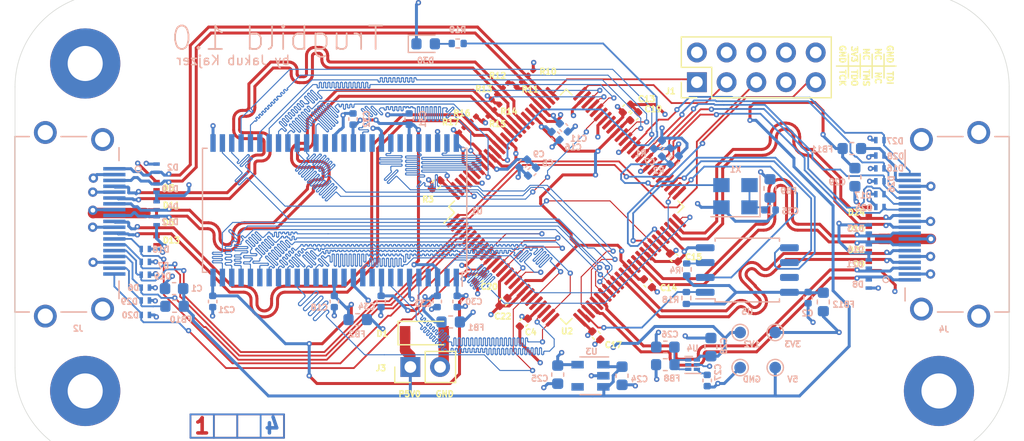
<source format=kicad_pcb>
(kicad_pcb (version 20171130) (host pcbnew "(5.1.10)-1")
  (title_block (date 2021-06-23))
  (layers (0 F.Cu signal) (1 In1.Cu signal hide) (2 In2.Cu signal hide) (31 B.Cu signal) (34 B.Paste user hide) (35 F.Paste user hide) (36 B.SilkS user) (37 F.SilkS user hide) (38 B.Mask user hide) (39 F.Mask user hide) (44 Edge.Cuts user hide))
  (net 0 "")
  (net 1 GND)
  (net 2 +3V3)
  (net 3 +1V2)
  (net 4 +5V)
  (net 5 "Net-(C27-Pad1)")
  (net 6 /TDI)
  (net 7 /TMS)
  (net 8 /TDO)
  (net 9 /TCK)
  (net 10 /SDA_IN)
  (net 11 /UTIL_IN)
  (net 12 /CK_IN_N)
  (net 13 /CK_IN_P)
  (net 14 /D1_IN_N)
  (net 15 /D1_IN_P)
  (net 16 /HPD_IN)
  (net 17 /SCL_IN)
  (net 18 /CEC_IN)
  (net 19 /D0_IN_N)
  (net 20 /D0_IN_P)
  (net 21 /D2_IN_N)
  (net 22 /D2_IN_P)
  (net 23 /SDA_OUT)
  (net 24 /UTIL_OUT)
  (net 25 /CK_OUT_N)
  (net 26 /CK_OUT_P)
  (net 27 /D1_OUT_N)
  (net 28 /D1_OUT_P)
  (net 29 /HPD_OUT)
  (net 30 /SCL_OUT)
  (net 31 /CEC_OUT)
  (net 32 /D0_OUT_N)
  (net 33 /D0_OUT_P)
  (net 34 /D2_OUT_N)
  (net 35 /D2_OUT_P)
  (net 36 /DONE)
  (net 37 /PROG_B)
  (net 38 /DQ7)
  (net 39 /DQ6)
  (net 40 /DQ5)
  (net 41 /DQ4)
  (net 42 /DQM)
  (net 43 /CLK)
  (net 44 /CKE)
  (net 45 /A12)
  (net 46 /A11)
  (net 47 /A9)
  (net 48 /A8)
  (net 49 /A7)
  (net 50 /A6)
  (net 51 /A5)
  (net 52 /A4)
  (net 53 /A3)
  (net 54 /A2)
  (net 55 /A1)
  (net 56 /A0)
  (net 57 /A10)
  (net 58 /BA1)
  (net 59 /BA0)
  (net 60 /CS#)
  (net 61 /RAS#)
  (net 62 /CAS#)
  (net 63 /WE#)
  (net 64 /DQ3)
  (net 65 /DQ2)
  (net 66 /DQ1)
  (net 67 /DQ0)
  (net 68 "Net-(U2-Pad43)")
  (net 69 /VDDQ_RAM)
  (net 70 "Net-(C26-Pad1)")
  (net 71 /VDD_RAM)
  (net 72 "Net-(C35-Pad1)")
  (net 73 "Net-(D28-Pad1)")
  (net 74 "Net-(D29-Pad1)")
  (net 75 /VDD_FLASH)
  (net 76 "Net-(R4-Pad2)")
  (net 77 /CS)
  (net 78 /SCK)
  (net 79 /SO)
  (net 80 /SI)
  (net 81 "Net-(D30-Pad2)")
  (net 82 "Net-(R19-Pad1)")
  (module TestPoint:TestPoint_Pad_D1.0mm (layer B.Cu) (at 164 116.95)
    (fp_text reference GND (at 1 1) (layer B.SilkS) (effects (font (size 0.5 0.5) (thickness 0.125)) (justify mirror)))
    (fp_text value TestPoint)
    (pad 1 smd circle (at 0 0) (size 1 1) (layers B.Cu B.Mask) (net 1 GND))
  )
  (module TestPoint:TestPoint_Pad_D1.0mm (layer B.Cu) (at 164 113.95)
    (fp_text reference 1V2 (at 1 1) (layer B.SilkS) (effects (font (size 0.5 0.5) (thickness 0.125)) (justify mirror)))
    (fp_text value TestPoint)
    (pad 1 smd circle (at 0 0) (size 1 1) (layers B.Cu B.Mask) (net 3 +1V2))
  )
  (module TestPoint:TestPoint_Pad_D1.0mm (layer B.Cu) (at 167 113.95)
    (fp_text reference 3V3 (at 1.5 1) (layer B.SilkS) (effects (font (size 0.5 0.5) (thickness 0.125)) (justify mirror)))
    (fp_text value TestPoint)
    (pad 1 smd circle (at 0 0) (size 1 1) (layers B.Cu B.Mask) (net 2 +3V3))
  )
  (module TestPoint:TestPoint_Pad_D1.0mm (layer B.Cu) (at 167 116.95)
    (fp_text reference 5V (at 1.5 1) (layer B.SilkS) (effects (font (size 0.5 0.5) (thickness 0.125)) (justify mirror)))
    (fp_text value TestPoint)
    (pad 1 smd circle (at 0 0) (size 1 1) (layers B.Cu B.Mask) (net 4 +5V))
  )
  (module MountingHole:MountingHole_3mm_Pad (layer F.Cu) (at 108 118.95)
    (fp_text reference REF** hide)
    (fp_text value MountingHole_3mm_Pad hide)
    (pad 1 thru_hole circle (at 0 0) (size 6 6) (drill 3) (layers *.Cu *.Mask) (net 1 GND))
  )
  (module MountingHole:MountingHole_3mm_Pad (layer F.Cu) (at 181 118.95)
    (fp_text reference REF** hide)
    (fp_text value MountingHole_3mm_Pad hide)
    (pad 1 thru_hole circle (at 0 0) (size 6 6) (drill 3) (layers *.Cu *.Mask) (net 1 GND))
  )
  (module MountingHole:MountingHole_3mm_Pad (layer F.Cu) (at 108 90.95)
    (fp_text reference REF** hide)
    (fp_text value MountingHole_3mm_Pad hide)
    (pad 1 thru_hole circle (at 0 0) (size 6 6) (drill 3) (layers *.Cu *.Mask) (net 1 GND))
  )
  (module Package_SO:TSOP-II-54_22.2x10.16mm_P0.8mm (layer B.Cu) (at 129.33 103.5 90)
    (fp_text reference U1 (at -0.0812 12.1607 180) (layer B.SilkS) (effects (font (size 0.5 0.5) (thickness 0.125)) (justify mirror)))
    (fp_text value AS4C32M8SA-6TIN)
    (pad 54 smd rect (at 5.75 10.4 90) (size 1.51 0.458) (layers B.Cu B.Paste B.Mask) (net 1 GND))
    (pad 53 smd rect (at 5.75 9.6 90) (size 1.51 0.458) (layers B.Cu B.Paste B.Mask) (net 38 /DQ7))
    (pad 52 smd rect (at 5.75 8.8 90) (size 1.51 0.458) (layers B.Cu B.Paste B.Mask) (net 1 GND))
    (pad 51 smd rect (at 5.75 8 90) (size 1.51 0.458) (layers B.Cu B.Paste B.Mask))
    (pad 50 smd rect (at 5.75 7.2 90) (size 1.51 0.458) (layers B.Cu B.Paste B.Mask) (net 39 /DQ6))
    (pad 49 smd rect (at 5.75 6.4 90) (size 1.51 0.458) (layers B.Cu B.Paste B.Mask) (net 69 /VDDQ_RAM))
    (pad 48 smd rect (at 5.75 5.6 90) (size 1.51 0.458) (layers B.Cu B.Paste B.Mask))
    (pad 47 smd rect (at 5.75 4.8 90) (size 1.51 0.458) (layers B.Cu B.Paste B.Mask) (net 40 /DQ5))
    (pad 46 smd rect (at 5.75 4 90) (size 1.51 0.458) (layers B.Cu B.Paste B.Mask) (net 1 GND))
    (pad 45 smd rect (at 5.75 3.2 90) (size 1.51 0.458) (layers B.Cu B.Paste B.Mask))
    (pad 44 smd rect (at 5.75 2.4 90) (size 1.51 0.458) (layers B.Cu B.Paste B.Mask) (net 41 /DQ4))
    (pad 43 smd rect (at 5.75 1.6 90) (size 1.51 0.458) (layers B.Cu B.Paste B.Mask) (net 69 /VDDQ_RAM))
    (pad 42 smd rect (at 5.75 0.8 90) (size 1.51 0.458) (layers B.Cu B.Paste B.Mask))
    (pad 41 smd rect (at 5.75 0 90) (size 1.51 0.458) (layers B.Cu B.Paste B.Mask) (net 1 GND))
    (pad 40 smd rect (at 5.75 -0.8 90) (size 1.51 0.458) (layers B.Cu B.Paste B.Mask))
    (pad 39 smd rect (at 5.75 -1.6 90) (size 1.51 0.458) (layers B.Cu B.Paste B.Mask) (net 42 /DQM))
    (pad 38 smd rect (at 5.75 -2.4 90) (size 1.51 0.458) (layers B.Cu B.Paste B.Mask) (net 43 /CLK))
    (pad 37 smd rect (at 5.75 -3.2 90) (size 1.51 0.458) (layers B.Cu B.Paste B.Mask) (net 44 /CKE))
    (pad 36 smd rect (at 5.75 -4 90) (size 1.51 0.458) (layers B.Cu B.Paste B.Mask) (net 45 /A12))
    (pad 35 smd rect (at 5.75 -4.8 90) (size 1.51 0.458) (layers B.Cu B.Paste B.Mask) (net 46 /A11))
    (pad 34 smd rect (at 5.75 -5.6 90) (size 1.51 0.458) (layers B.Cu B.Paste B.Mask) (net 47 /A9))
    (pad 33 smd rect (at 5.75 -6.4 90) (size 1.51 0.458) (layers B.Cu B.Paste B.Mask) (net 48 /A8))
    (pad 32 smd rect (at 5.75 -7.2 90) (size 1.51 0.458) (layers B.Cu B.Paste B.Mask) (net 49 /A7))
    (pad 31 smd rect (at 5.75 -8 90) (size 1.51 0.458) (layers B.Cu B.Paste B.Mask) (net 50 /A6))
    (pad 30 smd rect (at 5.75 -8.8 90) (size 1.51 0.458) (layers B.Cu B.Paste B.Mask) (net 51 /A5))
    (pad 29 smd rect (at 5.75 -9.6 90) (size 1.51 0.458) (layers B.Cu B.Paste B.Mask) (net 52 /A4))
    (pad 28 smd rect (at 5.75 -10.4 90) (size 1.51 0.458) (layers B.Cu B.Paste B.Mask) (net 1 GND))
    (pad 27 smd rect (at -5.75 -10.4 90) (size 1.51 0.458) (layers B.Cu B.Paste B.Mask) (net 71 /VDD_RAM))
    (pad 26 smd rect (at -5.75 -9.6 90) (size 1.51 0.458) (layers B.Cu B.Paste B.Mask) (net 53 /A3))
    (pad 25 smd rect (at -5.75 -8.8 90) (size 1.51 0.458) (layers B.Cu B.Paste B.Mask) (net 54 /A2))
    (pad 24 smd rect (at -5.75 -8 90) (size 1.51 0.458) (layers B.Cu B.Paste B.Mask) (net 55 /A1))
    (pad 23 smd rect (at -5.75 -7.2 90) (size 1.51 0.458) (layers B.Cu B.Paste B.Mask) (net 56 /A0))
    (pad 22 smd rect (at -5.75 -6.4 90) (size 1.51 0.458) (layers B.Cu B.Paste B.Mask) (net 57 /A10))
    (pad 21 smd rect (at -5.75 -5.6 90) (size 1.51 0.458) (layers B.Cu B.Paste B.Mask) (net 58 /BA1))
    (pad 20 smd rect (at -5.75 -4.8 90) (size 1.51 0.458) (layers B.Cu B.Paste B.Mask) (net 59 /BA0))
    (pad 19 smd rect (at -5.75 -4 90) (size 1.51 0.458) (layers B.Cu B.Paste B.Mask) (net 60 /CS#))
    (pad 18 smd rect (at -5.75 -3.2 90) (size 1.51 0.458) (layers B.Cu B.Paste B.Mask) (net 61 /RAS#))
    (pad 17 smd rect (at -5.75 -2.4 90) (size 1.51 0.458) (layers B.Cu B.Paste B.Mask) (net 62 /CAS#))
    (pad 16 smd rect (at -5.75 -1.6 90) (size 1.51 0.458) (layers B.Cu B.Paste B.Mask) (net 63 /WE#))
    (pad 15 smd rect (at -5.75 -0.8 90) (size 1.51 0.458) (layers B.Cu B.Paste B.Mask))
    (pad 14 smd rect (at -5.75 0 90) (size 1.51 0.458) (layers B.Cu B.Paste B.Mask) (net 71 /VDD_RAM))
    (pad 13 smd rect (at -5.75 0.8 90) (size 1.51 0.458) (layers B.Cu B.Paste B.Mask))
    (pad 12 smd rect (at -5.75 1.6 90) (size 1.51 0.458) (layers B.Cu B.Paste B.Mask) (net 1 GND))
    (pad 11 smd rect (at -5.75 2.4 90) (size 1.51 0.458) (layers B.Cu B.Paste B.Mask) (net 64 /DQ3))
    (pad 10 smd rect (at -5.75 3.2 90) (size 1.51 0.458) (layers B.Cu B.Paste B.Mask))
    (pad 9 smd rect (at -5.75 4 90) (size 1.51 0.458) (layers B.Cu B.Paste B.Mask) (net 69 /VDDQ_RAM))
    (pad 8 smd rect (at -5.75 4.8 90) (size 1.51 0.458) (layers B.Cu B.Paste B.Mask) (net 65 /DQ2))
    (pad 7 smd rect (at -5.75 5.6 90) (size 1.51 0.458) (layers B.Cu B.Paste B.Mask))
    (pad 6 smd rect (at -5.75 6.4 90) (size 1.51 0.458) (layers B.Cu B.Paste B.Mask) (net 1 GND))
    (pad 5 smd rect (at -5.75 7.2 90) (size 1.51 0.458) (layers B.Cu B.Paste B.Mask) (net 66 /DQ1))
    (pad 4 smd rect (at -5.75 8 90) (size 1.51 0.458) (layers B.Cu B.Paste B.Mask))
    (pad 3 smd rect (at -5.75 8.8 90) (size 1.51 0.458) (layers B.Cu B.Paste B.Mask) (net 69 /VDDQ_RAM))
    (pad 2 smd rect (at -5.75 9.6 90) (size 1.51 0.458) (layers B.Cu B.Paste B.Mask) (net 67 /DQ0))
    (pad 1 smd rect (at -5.75 10.4 90) (size 1.51 0.458) (layers B.Cu B.Paste B.Mask) (net 71 /VDD_RAM))
  )
  (module Package_QFP:VQFP-100_14x14mm_P0.5mm (layer F.Cu) (at 149.13 103.2 45)
    (fp_text reference U2 (at -7.476381 7.574811 180) (layer F.SilkS) (effects (font (size 0.5 0.5) (thickness 0.125))))
    (fp_text value XC3S50A-4VQG100C)
    (pad 100 smd roundrect (at -6 -7.6625 45) (size 0.3 1.475) (layers F.Cu F.Paste F.Mask) (net 37 /PROG_B))
    (pad 99 smd roundrect (at -5.5 -7.6625 45) (size 0.3 1.475) (layers F.Cu F.Paste F.Mask) (net 38 /DQ7))
    (pad 98 smd roundrect (at -5 -7.6625 45) (size 0.3 1.475) (layers F.Cu F.Paste F.Mask) (net 44 /CKE))
    (pad 97 smd roundrect (at -4.5 -7.6625 45) (size 0.3 1.475) (layers F.Cu F.Paste F.Mask))
    (pad 96 smd roundrect (at -4 -7.6625 45) (size 0.3 1.475) (layers F.Cu F.Paste F.Mask) (net 2 +3V3))
    (pad 95 smd roundrect (at -3.5 -7.6625 45) (size 0.3 1.475) (layers F.Cu F.Paste F.Mask) (net 1 GND))
    (pad 94 smd roundrect (at -3 -7.6625 45) (size 0.3 1.475) (layers F.Cu F.Paste F.Mask) (net 42 /DQM))
    (pad 93 smd roundrect (at -2.5 -7.6625 45) (size 0.3 1.475) (layers F.Cu F.Paste F.Mask) (net 41 /DQ4))
    (pad 92 smd roundrect (at -2 -7.6625 45) (size 0.3 1.475) (layers F.Cu F.Paste F.Mask) (net 2 +3V3))
    (pad 91 smd roundrect (at -1.5 -7.6625 45) (size 0.3 1.475) (layers F.Cu F.Paste F.Mask) (net 1 GND))
    (pad 90 smd roundrect (at -1 -7.6625 45) (size 0.3 1.475) (layers F.Cu F.Paste F.Mask) (net 82 "Net-(R19-Pad1)"))
    (pad 89 smd roundrect (at -0.5 -7.6625 45) (size 0.3 1.475) (layers F.Cu F.Paste F.Mask) (net 12 /CK_IN_N))
    (pad 88 smd roundrect (at 0 -7.6625 45) (size 0.3 1.475) (layers F.Cu F.Paste F.Mask) (net 13 /CK_IN_P))
    (pad 87 smd roundrect (at 0.5 -7.6625 45) (size 0.3 1.475) (layers F.Cu F.Paste F.Mask) (net 1 GND))
    (pad 86 smd roundrect (at 1 -7.6625 45) (size 0.3 1.475) (layers F.Cu F.Paste F.Mask) (net 19 /D0_IN_N))
    (pad 85 smd roundrect (at 1.5 -7.6625 45) (size 0.3 1.475) (layers F.Cu F.Paste F.Mask) (net 20 /D0_IN_P))
    (pad 84 smd roundrect (at 2 -7.6625 45) (size 0.3 1.475) (layers F.Cu F.Paste F.Mask) (net 14 /D1_IN_N))
    (pad 83 smd roundrect (at 2.5 -7.6625 45) (size 0.3 1.475) (layers F.Cu F.Paste F.Mask) (net 15 /D1_IN_P))
    (pad 82 smd roundrect (at 3 -7.6625 45) (size 0.3 1.475) (layers F.Cu F.Paste F.Mask))
    (pad 81 smd roundrect (at 3.5 -7.6625 45) (size 0.3 1.475) (layers F.Cu F.Paste F.Mask) (net 3 +1V2))
    (pad 80 smd roundrect (at 4 -7.6625 45) (size 0.3 1.475) (layers F.Cu F.Paste F.Mask) (net 1 GND))
    (pad 79 smd roundrect (at 4.5 -7.6625 45) (size 0.3 1.475) (layers F.Cu F.Paste F.Mask) (net 2 +3V3))
    (pad 78 smd roundrect (at 5 -7.6625 45) (size 0.3 1.475) (layers F.Cu F.Paste F.Mask) (net 21 /D2_IN_N))
    (pad 77 smd roundrect (at 5.5 -7.6625 45) (size 0.3 1.475) (layers F.Cu F.Paste F.Mask) (net 22 /D2_IN_P))
    (pad 76 smd roundrect (at 6 -7.6625 45) (size 0.3 1.475) (layers F.Cu F.Paste F.Mask) (net 9 /TCK))
    (pad 75 smd roundrect (at 7.6625 -6 45) (size 1.475 0.3) (layers F.Cu F.Paste F.Mask) (net 8 /TDO))
    (pad 74 smd roundrect (at 7.6625 -5.5 45) (size 1.475 0.3) (layers F.Cu F.Paste F.Mask) (net 1 GND))
    (pad 73 smd roundrect (at 7.6625 -5 45) (size 1.475 0.3) (layers F.Cu F.Paste F.Mask) (net 46 /A11))
    (pad 72 smd roundrect (at 7.6625 -4.5 45) (size 1.475 0.3) (layers F.Cu F.Paste F.Mask) (net 45 /A12))
    (pad 71 smd roundrect (at 7.6625 -4 45) (size 1.475 0.3) (layers F.Cu F.Paste F.Mask) (net 47 /A9))
    (pad 70 smd roundrect (at 7.6625 -3.5 45) (size 1.475 0.3) (layers F.Cu F.Paste F.Mask) (net 43 /CLK))
    (pad 69 smd roundrect (at 7.6625 -3 45) (size 1.475 0.3) (layers F.Cu F.Paste F.Mask) (net 1 GND))
    (pad 68 smd roundrect (at 7.6625 -2.5 45) (size 1.475 0.3) (layers F.Cu F.Paste F.Mask))
    (pad 67 smd roundrect (at 7.6625 -2 45) (size 1.475 0.3) (layers F.Cu F.Paste F.Mask) (net 2 +3V3))
    (pad 66 smd roundrect (at 7.6625 -1.5 45) (size 1.475 0.3) (layers F.Cu F.Paste F.Mask) (net 3 +1V2))
    (pad 65 smd roundrect (at 7.6625 -1 45) (size 1.475 0.3) (layers F.Cu F.Paste F.Mask) (net 49 /A7))
    (pad 64 smd roundrect (at 7.6625 -0.5 45) (size 1.475 0.3) (layers F.Cu F.Paste F.Mask) (net 48 /A8))
    (pad 63 smd roundrect (at 7.6625 0 45) (size 1.475 0.3) (layers F.Cu F.Paste F.Mask) (net 1 GND))
    (pad 62 smd roundrect (at 7.6625 0.5 45) (size 1.475 0.3) (layers F.Cu F.Paste F.Mask) (net 29 /HPD_OUT))
    (pad 61 smd roundrect (at 7.6625 1 45) (size 1.475 0.3) (layers F.Cu F.Paste F.Mask) (net 50 /A6))
    (pad 60 smd roundrect (at 7.6625 1.5 45) (size 1.475 0.3) (layers F.Cu F.Paste F.Mask) (net 23 /SDA_OUT))
    (pad 59 smd roundrect (at 7.6625 2 45) (size 1.475 0.3) (layers F.Cu F.Paste F.Mask) (net 30 /SCL_OUT))
    (pad 58 smd roundrect (at 7.6625 2.5 45) (size 1.475 0.3) (layers F.Cu F.Paste F.Mask) (net 1 GND))
    (pad 57 smd roundrect (at 7.6625 3 45) (size 1.475 0.3) (layers F.Cu F.Paste F.Mask) (net 24 /UTIL_OUT))
    (pad 56 smd roundrect (at 7.6625 3.5 45) (size 1.475 0.3) (layers F.Cu F.Paste F.Mask) (net 31 /CEC_OUT))
    (pad 55 smd roundrect (at 7.6625 4 45) (size 1.475 0.3) (layers F.Cu F.Paste F.Mask) (net 2 +3V3))
    (pad 54 smd roundrect (at 7.6625 4.5 45) (size 1.475 0.3) (layers F.Cu F.Paste F.Mask) (net 36 /DONE))
    (pad 53 smd roundrect (at 7.6625 5 45) (size 1.475 0.3) (layers F.Cu F.Paste F.Mask) (net 78 /SCK))
    (pad 52 smd roundrect (at 7.6625 5.5 45) (size 1.475 0.3) (layers F.Cu F.Paste F.Mask) (net 64 /DQ3))
    (pad 51 smd roundrect (at 7.6625 6 45) (size 1.475 0.3) (layers F.Cu F.Paste F.Mask) (net 79 /SO))
    (pad 50 smd roundrect (at 6 7.6625 45) (size 0.3 1.475) (layers F.Cu F.Paste F.Mask) (net 67 /DQ0))
    (pad 49 smd roundrect (at 5.5 7.6625 45) (size 0.3 1.475) (layers F.Cu F.Paste F.Mask) (net 25 /CK_OUT_N))
    (pad 48 smd roundrect (at 5 7.6625 45) (size 0.3 1.475) (layers F.Cu F.Paste F.Mask) (net 26 /CK_OUT_P))
    (pad 47 smd roundrect (at 4.5 7.6625 45) (size 0.3 1.475) (layers F.Cu F.Paste F.Mask) (net 1 GND))
    (pad 46 smd roundrect (at 4 7.6625 45) (size 0.3 1.475) (layers F.Cu F.Paste F.Mask) (net 80 /SI))
    (pad 45 smd roundrect (at 3.5 7.6625 45) (size 0.3 1.475) (layers F.Cu F.Paste F.Mask) (net 2 +3V3))
    (pad 44 smd roundrect (at 3 7.6625 45) (size 0.3 1.475) (layers F.Cu F.Paste F.Mask) (net 51 /A5))
    (pad 43 smd roundrect (at 2.5 7.6625 45) (size 0.3 1.475) (layers F.Cu F.Paste F.Mask) (net 68 "Net-(U2-Pad43)"))
    (pad 42 smd roundrect (at 2 7.6625 45) (size 0.3 1.475) (layers F.Cu F.Paste F.Mask) (net 1 GND))
    (pad 41 smd roundrect (at 1.5 7.6625 45) (size 0.3 1.475) (layers F.Cu F.Paste F.Mask) (net 32 /D0_OUT_N))
    (pad 40 smd roundrect (at 1 7.6625 45) (size 0.3 1.475) (layers F.Cu F.Paste F.Mask) (net 33 /D0_OUT_P))
    (pad 39 smd roundrect (at 0.5 7.6625 45) (size 0.3 1.475) (layers F.Cu F.Paste F.Mask))
    (pad 38 smd roundrect (at 0 7.6625 45) (size 0.3 1.475) (layers F.Cu F.Paste F.Mask) (net 3 +1V2))
    (pad 37 smd roundrect (at -0.5 7.6625 45) (size 0.3 1.475) (layers F.Cu F.Paste F.Mask) (net 27 /D1_OUT_N))
    (pad 36 smd roundrect (at -1 7.6625 45) (size 0.3 1.475) (layers F.Cu F.Paste F.Mask) (net 28 /D1_OUT_P))
    (pad 35 smd roundrect (at -1.5 7.6625 45) (size 0.3 1.475) (layers F.Cu F.Paste F.Mask) (net 53 /A3))
    (pad 34 smd roundrect (at -2 7.6625 45) (size 0.3 1.475) (layers F.Cu F.Paste F.Mask) (net 55 /A1))
    (pad 33 smd roundrect (at -2.5 7.6625 45) (size 0.3 1.475) (layers F.Cu F.Paste F.Mask) (net 52 /A4))
    (pad 32 smd roundrect (at -3 7.6625 45) (size 0.3 1.475) (layers F.Cu F.Paste F.Mask) (net 54 /A2))
    (pad 31 smd roundrect (at -3.5 7.6625 45) (size 0.3 1.475) (layers F.Cu F.Paste F.Mask) (net 34 /D2_OUT_N))
    (pad 30 smd roundrect (at -4 7.6625 45) (size 0.3 1.475) (layers F.Cu F.Paste F.Mask) (net 40 /DQ5))
    (pad 29 smd roundrect (at -4.5 7.6625 45) (size 0.3 1.475) (layers F.Cu F.Paste F.Mask) (net 35 /D2_OUT_P))
    (pad 28 smd roundrect (at -5 7.6625 45) (size 0.3 1.475) (layers F.Cu F.Paste F.Mask) (net 39 /DQ6))
    (pad 27 smd roundrect (at -5.5 7.6625 45) (size 0.3 1.475) (layers F.Cu F.Paste F.Mask) (net 77 /CS))
    (pad 26 smd roundrect (at -6 7.6625 45) (size 0.3 1.475) (layers F.Cu F.Paste F.Mask) (net 2 +3V3))
    (pad 25 smd roundrect (at -7.6625 6 45) (size 1.475 0.3) (layers F.Cu F.Paste F.Mask) (net 66 /DQ1))
    (pad 24 smd roundrect (at -7.6625 5.5 45) (size 1.475 0.3) (layers F.Cu F.Paste F.Mask) (net 59 /BA0))
    (pad 23 smd roundrect (at -7.6625 5 45) (size 1.475 0.3) (layers F.Cu F.Paste F.Mask) (net 65 /DQ2))
    (pad 22 smd roundrect (at -7.6625 4.5 45) (size 1.475 0.3) (layers F.Cu F.Paste F.Mask) (net 2 +3V3))
    (pad 21 smd roundrect (at -7.6625 4 45) (size 1.475 0.3) (layers F.Cu F.Paste F.Mask))
    (pad 20 smd roundrect (at -7.6625 3.5 45) (size 1.475 0.3) (layers F.Cu F.Paste F.Mask) (net 60 /CS#))
    (pad 19 smd roundrect (at -7.6625 3 45) (size 1.475 0.3) (layers F.Cu F.Paste F.Mask) (net 61 /RAS#))
    (pad 18 smd roundrect (at -7.6625 2.5 45) (size 1.475 0.3) (layers F.Cu F.Paste F.Mask) (net 1 GND))
    (pad 17 smd roundrect (at -7.6625 2 45) (size 1.475 0.3) (layers F.Cu F.Paste F.Mask) (net 3 +1V2))
    (pad 16 smd roundrect (at -7.6625 1.5 45) (size 1.475 0.3) (layers F.Cu F.Paste F.Mask) (net 62 /CAS#))
    (pad 15 smd roundrect (at -7.6625 1 45) (size 1.475 0.3) (layers F.Cu F.Paste F.Mask) (net 63 /WE#))
    (pad 14 smd roundrect (at -7.6625 0.5 45) (size 1.475 0.3) (layers F.Cu F.Paste F.Mask) (net 1 GND))
    (pad 13 smd roundrect (at -7.6625 0 45) (size 1.475 0.3) (layers F.Cu F.Paste F.Mask) (net 58 /BA1))
    (pad 12 smd roundrect (at -7.6625 -0.5 45) (size 1.475 0.3) (layers F.Cu F.Paste F.Mask) (net 57 /A10))
    (pad 11 smd roundrect (at -7.6625 -1 45) (size 1.475 0.3) (layers F.Cu F.Paste F.Mask) (net 2 +3V3))
    (pad 10 smd roundrect (at -7.6625 -1.5 45) (size 1.475 0.3) (layers F.Cu F.Paste F.Mask) (net 16 /HPD_IN))
    (pad 9 smd roundrect (at -7.6625 -2 45) (size 1.475 0.3) (layers F.Cu F.Paste F.Mask) (net 56 /A0))
    (pad 8 smd roundrect (at -7.6625 -2.5 45) (size 1.475 0.3) (layers F.Cu F.Paste F.Mask) (net 1 GND))
    (pad 7 smd roundrect (at -7.6625 -3 45) (size 1.475 0.3) (layers F.Cu F.Paste F.Mask))
    (pad 6 smd roundrect (at -7.6625 -3.5 45) (size 1.475 0.3) (layers F.Cu F.Paste F.Mask) (net 18 /CEC_IN))
    (pad 5 smd roundrect (at -7.6625 -4 45) (size 1.475 0.3) (layers F.Cu F.Paste F.Mask) (net 10 /SDA_IN))
    (pad 4 smd roundrect (at -7.6625 -4.5 45) (size 1.475 0.3) (layers F.Cu F.Paste F.Mask) (net 11 /UTIL_IN))
    (pad 3 smd roundrect (at -7.6625 -5 45) (size 1.475 0.3) (layers F.Cu F.Paste F.Mask) (net 17 /SCL_IN))
    (pad 2 smd roundrect (at -7.6625 -5.5 45) (size 1.475 0.3) (layers F.Cu F.Paste F.Mask) (net 6 /TDI))
    (pad 1 smd roundrect (at -7.6625 -6 45) (size 1.475 0.3) (layers F.Cu F.Paste F.Mask) (net 7 /TMS))
  )
  (module Connector_PinHeader_2.54mm:PinHeader_2x05_P2.54mm_Vertical (layer F.Cu) (at 160.3 92.55 90)
    (fp_text reference J1 (at -0.7696 -2.2612) (layer F.SilkS) (effects (font (size 0.5 0.5) (thickness 0.125))))
    (fp_text value Conn_02x05_Odd_Even)
    (pad 10 thru_hole oval (at 2.54 10.16 90) (size 1.7 1.7) (drill 1) (layers *.Cu *.Mask) (net 1 GND))
    (pad 9 thru_hole oval (at 0 10.16 90) (size 1.7 1.7) (drill 1) (layers *.Cu *.Mask) (net 6 /TDI))
    (pad 8 thru_hole oval (at 2.54 7.62 90) (size 1.7 1.7) (drill 1) (layers *.Cu *.Mask))
    (pad 7 thru_hole oval (at 0 7.62 90) (size 1.7 1.7) (drill 1) (layers *.Cu *.Mask))
    (pad 6 thru_hole oval (at 2.54 5.08 90) (size 1.7 1.7) (drill 1) (layers *.Cu *.Mask))
    (pad 5 thru_hole oval (at 0 5.08 90) (size 1.7 1.7) (drill 1) (layers *.Cu *.Mask) (net 7 /TMS))
    (pad 4 thru_hole oval (at 2.54 2.54 90) (size 1.7 1.7) (drill 1) (layers *.Cu *.Mask) (net 2 +3V3))
    (pad 3 thru_hole oval (at 0 2.54 90) (size 1.7 1.7) (drill 1) (layers *.Cu *.Mask) (net 8 /TDO))
    (pad 2 thru_hole oval (at 2.54 0 90) (size 1.7 1.7) (drill 1) (layers *.Cu *.Mask) (net 1 GND))
    (pad 1 thru_hole rect (at 0 0 90) (size 1.7 1.7) (drill 1) (layers *.Cu *.Mask) (net 9 /TCK))
  )
  (module HDMI:SOP-8_5.28x5.23mm_P1.27mm (layer B.Cu) (at 164.61 108.61)
    (fp_text reference U5 (at 0 3.56) (layer B.SilkS) (effects (font (size 0.5 0.5) (thickness 0.125)) (justify mirror)))
    (fp_text value MX25L1636EM2I-08G)
    (pad 1 smd roundrect (at -3.6 1.905) (size 1.6 0.6) (layers B.Cu B.Paste B.Mask) (net 77 /CS))
    (pad 2 smd roundrect (at -3.6 0.635) (size 1.6 0.6) (layers B.Cu B.Paste B.Mask) (net 79 /SO))
    (pad 3 smd roundrect (at -3.6 -0.635) (size 1.6 0.6) (layers B.Cu B.Paste B.Mask) (net 76 "Net-(R4-Pad2)"))
    (pad 4 smd roundrect (at -3.6 -1.905) (size 1.6 0.6) (layers B.Cu B.Paste B.Mask) (net 1 GND))
    (pad 5 smd roundrect (at 3.6 -1.905) (size 1.6 0.6) (layers B.Cu B.Paste B.Mask) (net 80 /SI))
    (pad 6 smd roundrect (at 3.6 -0.635) (size 1.6 0.6) (layers B.Cu B.Paste B.Mask) (net 78 /SCK))
    (pad 7 smd roundrect (at 3.6 0.635) (size 1.6 0.6) (layers B.Cu B.Paste B.Mask))
    (pad 8 smd roundrect (at 3.6 1.905) (size 1.6 0.6) (layers B.Cu B.Paste B.Mask) (net 75 /VDD_FLASH))
  )
  (module Resistor_SMD:R_0402_1005Metric (layer B.Cu) (at 139.85 89.24 180)
    (fp_text reference R19 (at 0 1.17) (layer B.SilkS) (effects (font (size 0.5 0.5) (thickness 0.125)) (justify mirror)))
    (fp_text value 1k)
    (pad 2 smd roundrect (at 0.51 0 180) (size 0.54 0.64) (layers B.Cu B.Paste B.Mask) (net 81 "Net-(D30-Pad2)"))
    (pad 1 smd roundrect (at -0.51 0 180) (size 0.54 0.64) (layers B.Cu B.Paste B.Mask) (net 82 "Net-(R19-Pad1)"))
  )
  (module LED_SMD:LED_0603_1608Metric (layer B.Cu) (at 137.11 89.27)
    (fp_text reference D30 (at 0 1.43) (layer B.SilkS) (effects (font (size 0.5 0.5) (thickness 0.125)) (justify mirror)))
    (fp_text value LED)
    (pad 2 smd roundrect (at 0.7875 0) (size 0.875 0.95) (layers B.Cu B.Paste B.Mask) (net 81 "Net-(D30-Pad2)"))
    (pad 1 smd roundrect (at -0.7875 0) (size 0.875 0.95) (layers B.Cu B.Paste B.Mask) (net 1 GND))
  )
  (module Resistor_SMD:R_0402_1005Metric (layer B.Cu) (at 159.4 111 90)
    (fp_text reference R18 (at -0.1504 -1.3485) (layer B.SilkS) (effects (font (size 0.5 0.5) (thickness 0.125)) (justify mirror)))
    (fp_text value 10k)
    (pad 2 smd roundrect (at 0.51 0 90) (size 0.54 0.64) (layers B.Cu B.Paste B.Mask) (net 77 /CS))
    (pad 1 smd roundrect (at -0.51 0 90) (size 0.54 0.64) (layers B.Cu B.Paste B.Mask) (net 75 /VDD_FLASH))
  )
  (module Resistor_SMD:R_0402_1005Metric (layer B.Cu) (at 159.43 108.56 90)
    (fp_text reference R4 (at -0.0758 -0.9721) (layer B.SilkS) (effects (font (size 0.5 0.5) (thickness 0.125)) (justify mirror)))
    (fp_text value 10k)
    (pad 2 smd roundrect (at 0.51 0 90) (size 0.54 0.64) (layers B.Cu B.Paste B.Mask) (net 76 "Net-(R4-Pad2)"))
    (pad 1 smd roundrect (at -0.51 0 90) (size 0.54 0.64) (layers B.Cu B.Paste B.Mask) (net 75 /VDD_FLASH))
  )
  (module Inductor_SMD:L_0603_1608Metric (layer B.Cu) (at 171.11 111.34 90)
    (fp_text reference FB12 (at -0.2168 1.737) (layer B.SilkS) (effects (font (size 0.5 0.5) (thickness 0.125)) (justify mirror)))
    (fp_text value Ferrite_Bead_Small)
    (pad 2 smd roundrect (at 0.7875 0 90) (size 0.875 0.95) (layers B.Cu B.Paste B.Mask) (net 75 /VDD_FLASH))
    (pad 1 smd roundrect (at -0.7875 0 90) (size 0.875 0.95) (layers B.Cu B.Paste B.Mask) (net 2 +3V3))
  )
  (module Capacitor_SMD:C_0402_1005Metric (layer B.Cu) (at 169.81 110.97 270)
    (fp_text reference C2 (at 1.3361 0.0491) (layer B.SilkS) (effects (font (size 0.5 0.5) (thickness 0.125)) (justify mirror)))
    (fp_text value 100nF)
    (pad 2 smd roundrect (at 0.48 0 270) (size 0.56 0.62) (layers B.Cu B.Paste B.Mask) (net 1 GND))
    (pad 1 smd roundrect (at -0.48 0 270) (size 0.56 0.62) (layers B.Cu B.Paste B.Mask) (net 75 /VDD_FLASH))
  )
  (module Resistor_SMD:R_0201_0603Metric (layer F.Cu) (at 140.192893 96.6216 45)
    (fp_text reference R17 (at -0.204844 -1.138791) (layer F.SilkS) (effects (font (size 0.5 0.5) (thickness 0.125))))
    (fp_text value 49R9)
    (pad 2 smd roundrect (at 0.32 0 45) (size 0.46 0.4) (layers F.Cu F.Mask) (net 12 /CK_IN_N))
    (pad 1 smd roundrect (at -0.32 0 45) (size 0.46 0.4) (layers F.Cu F.Mask) (net 2 +3V3))
  )
  (module Resistor_SMD:R_0201_0603Metric (layer F.Cu) (at 141.182844 95.7072 225)
    (fp_text reference R16 (at 0.330109 1.048529) (layer F.SilkS) (effects (font (size 0.5 0.5) (thickness 0.125))))
    (fp_text value 49R9)
    (pad 2 smd roundrect (at 0.32 0 225) (size 0.46 0.4) (layers F.Cu F.Mask) (net 13 /CK_IN_P))
    (pad 1 smd roundrect (at -0.32 0 225) (size 0.46 0.4) (layers F.Cu F.Mask) (net 2 +3V3))
  )
  (module Resistor_SMD:R_0201_0603Metric (layer F.Cu) (at 142.246748 95.6564 45)
    (fp_text reference R15 (at 0.39036 1.036938 180) (layer F.SilkS) (effects (font (size 0.5 0.5) (thickness 0.125))))
    (fp_text value 49R9)
    (pad 2 smd roundrect (at 0.32 0 45) (size 0.46 0.4) (layers F.Cu F.Mask) (net 19 /D0_IN_N))
    (pad 1 smd roundrect (at -0.32 0 45) (size 0.46 0.4) (layers F.Cu F.Mask) (net 2 +3V3))
  )
  (module Resistor_SMD:R_0201_0603Metric (layer F.Cu) (at 143.195685 94.694315 225)
    (fp_text reference R14 (at -0.475904 -0.974393 180) (layer F.SilkS) (effects (font (size 0.5 0.5) (thickness 0.125))))
    (fp_text value 49R9)
    (pad 2 smd roundrect (at 0.32 0 225) (size 0.46 0.4) (layers F.Cu F.Mask) (net 20 /D0_IN_P))
    (pad 1 smd roundrect (at -0.32 0 225) (size 0.46 0.4) (layers F.Cu F.Mask) (net 2 +3V3))
  )
  (module Resistor_SMD:R_0201_0603Metric (layer F.Cu) (at 142.984315 93.807107 45)
    (fp_text reference R13 (at -0.14567 -1.122477 180) (layer F.SilkS) (effects (font (size 0.5 0.5) (thickness 0.125))))
    (fp_text value 49R9)
    (pad 2 smd roundrect (at 0.32 0 45) (size 0.46 0.4) (layers F.Cu F.Mask) (net 14 /D1_IN_N))
    (pad 1 smd roundrect (at -0.32 0 45) (size 0.46 0.4) (layers F.Cu F.Mask) (net 2 +3V3))
  )
  (module Resistor_SMD:R_0201_0603Metric (layer F.Cu) (at 143.940323 92.825643 225)
    (fp_text reference R12 (at -0.100777 1.068556 180) (layer F.SilkS) (effects (font (size 0.5 0.5) (thickness 0.125))))
    (fp_text value 49R9)
    (pad 2 smd roundrect (at 0.32 0 225) (size 0.46 0.4) (layers F.Cu F.Mask) (net 15 /D1_IN_P))
    (pad 1 smd roundrect (at -0.32 0 225) (size 0.46 0.4) (layers F.Cu F.Mask) (net 2 +3V3))
  )
  (module Resistor_SMD:R_0201_0603Metric (layer F.Cu) (at 145.109878 92.730122 45)
    (fp_text reference R11 (at 0.355706 0.973827 180) (layer F.SilkS) (effects (font (size 0.5 0.5) (thickness 0.125))))
    (fp_text value 49R9)
    (pad 2 smd roundrect (at 0.32 0 45) (size 0.46 0.4) (layers F.Cu F.Mask) (net 21 /D2_IN_N))
    (pad 1 smd roundrect (at -0.32 0 45) (size 0.46 0.4) (layers F.Cu F.Mask) (net 2 +3V3))
  )
  (module Resistor_SMD:R_0201_0603Metric (layer F.Cu) (at 146.085685 91.754315 225)
    (fp_text reference R10 (at -1.130968 -0.973827 180) (layer F.SilkS) (effects (font (size 0.5 0.5) (thickness 0.125))))
    (fp_text value 49R9)
    (pad 2 smd roundrect (at 0.32 0 225) (size 0.46 0.4) (layers F.Cu F.Mask) (net 22 /D2_IN_P))
    (pad 1 smd roundrect (at -0.32 0 225) (size 0.46 0.4) (layers F.Cu F.Mask) (net 2 +3V3))
  )
  (module HDMI:Oscillator_SMD_SeikoEpson_SG8002CE-4Pin_3.2x2.5mm (layer B.Cu) (at 163.598269 102.299275 180)
    (fp_text reference X1 (at 0 2.286775 180) (layer B.SilkS) (effects (font (size 0.5 0.5) (thickness 0.125)) (justify mirror)))
    (fp_text value EC5645ETTS-50.000M)
    (pad 4 smd rect (at -1.2 0.95 180) (size 1.4 1.2) (layers B.Cu B.Paste B.Mask) (net 72 "Net-(C35-Pad1)"))
    (pad 3 smd rect (at 1.2 0.95 180) (size 1.4 1.2) (layers B.Cu B.Paste B.Mask) (net 68 "Net-(U2-Pad43)"))
    (pad 2 smd rect (at 1.2 -0.95 180) (size 1.4 1.2) (layers B.Cu B.Paste B.Mask) (net 1 GND))
    (pad 1 smd rect (at -1.2 -0.95 180) (size 1.4 1.2) (layers B.Cu B.Paste B.Mask) (net 72 "Net-(C35-Pad1)"))
  )
  (module Inductor_SMD:L_0603_1608Metric (layer B.Cu) (at 173.55 98.22)
    (fp_text reference FB11 (at -2.5572 0.0653) (layer B.SilkS) (effects (font (size 0.5 0.5) (thickness 0.125)) (justify mirror)))
    (fp_text value Ferrite_Bead_Small)
    (pad 2 smd roundrect (at 0.7875 0) (size 0.875 0.95) (layers B.Cu B.Paste B.Mask) (net 73 "Net-(D28-Pad1)"))
    (pad 1 smd roundrect (at -0.7875 0) (size 0.875 0.95) (layers B.Cu B.Paste B.Mask) (net 4 +5V))
  )
  (module Inductor_SMD:L_0603_1608Metric (layer B.Cu) (at 115.64 111.71 180)
    (fp_text reference FB10 (at -0.5396 -1.1295) (layer B.SilkS) (effects (font (size 0.5 0.5) (thickness 0.125)) (justify mirror)))
    (fp_text value Ferrite_Bead_Small)
    (pad 2 smd roundrect (at 0.7875 0 180) (size 0.875 0.95) (layers B.Cu B.Paste B.Mask) (net 74 "Net-(D29-Pad1)"))
    (pad 1 smd roundrect (at -0.7875 0 180) (size 0.875 0.95) (layers B.Cu B.Paste B.Mask) (net 4 +5V))
  )
  (module Inductor_SMD:L_0603_1608Metric (layer B.Cu) (at 166.551149 101.631766 270)
    (fp_text reference FB9 (at 0.209534 -1.596851) (layer B.SilkS) (effects (font (size 0.5 0.5) (thickness 0.125)) (justify mirror)))
    (fp_text value Ferrite_Bead_Small)
    (pad 2 smd roundrect (at 0.7875 0 270) (size 0.875 0.95) (layers B.Cu B.Paste B.Mask) (net 72 "Net-(C35-Pad1)"))
    (pad 1 smd roundrect (at -0.7875 0 270) (size 0.875 0.95) (layers B.Cu B.Paste B.Mask) (net 2 +3V3))
  )
  (module Inductor_SMD:L_0603_1608Metric (layer B.Cu) (at 157.6 116.7 180)
    (fp_text reference FB8 (at -0.5658 -1.1687) (layer B.SilkS) (effects (font (size 0.5 0.5) (thickness 0.125)) (justify mirror)))
    (fp_text value Ferrite_Bead_Small)
    (pad 2 smd roundrect (at 0.7875 0 180) (size 0.875 0.95) (layers B.Cu B.Paste B.Mask) (net 2 +3V3))
    (pad 1 smd roundrect (at -0.7875 0 180) (size 0.875 0.95) (layers B.Cu B.Paste B.Mask) (net 70 "Net-(C26-Pad1)"))
  )
  (module Inductor_SMD:L_0603_1608Metric (layer B.Cu) (at 131.3 112.85)
    (fp_text reference FB2 (at -0.0455 1.2468) (layer B.SilkS) (effects (font (size 0.5 0.5) (thickness 0.125)) (justify mirror)))
    (fp_text value Ferrite_Bead_Small)
    (pad 2 smd roundrect (at 0.7875 0) (size 0.875 0.95) (layers B.Cu B.Paste B.Mask) (net 2 +3V3))
    (pad 1 smd roundrect (at -0.7875 0) (size 0.875 0.95) (layers B.Cu B.Paste B.Mask) (net 71 /VDD_RAM))
  )
  (module Inductor_SMD:L_0603_1608Metric (layer B.Cu) (at 139.25 113.05)
    (fp_text reference FB1 (at 2.1645 0.4753) (layer B.SilkS) (effects (font (size 0.5 0.5) (thickness 0.125)) (justify mirror)))
    (fp_text value Ferrite_Bead_Small)
    (pad 2 smd roundrect (at 0.7875 0) (size 0.875 0.95) (layers B.Cu B.Paste B.Mask) (net 2 +3V3))
    (pad 1 smd roundrect (at -0.7875 0) (size 0.875 0.95) (layers B.Cu B.Paste B.Mask) (net 69 /VDDQ_RAM))
  )
  (module Capacitor_SMD:C_0603_1608Metric (layer B.Cu) (at 115.6 110.2 180)
    (fp_text reference C1 (at -1.9385 0.0148) (layer B.SilkS) (effects (font (size 0.5 0.5) (thickness 0.125)) (justify mirror)))
    (fp_text value 100uF)
    (pad 2 smd roundrect (at 0.775 0 180) (size 0.9 0.95) (layers B.Cu B.Paste B.Mask) (net 1 GND))
    (pad 1 smd roundrect (at -0.775 0 180) (size 0.9 0.95) (layers B.Cu B.Paste B.Mask) (net 4 +5V))
  )
  (module Capacitor_SMD:C_0402_1005Metric (layer B.Cu) (at 166.551148 103.470245)
    (fp_text reference C35 (at 1.736552 0.098255 180) (layer B.SilkS) (effects (font (size 0.5 0.5) (thickness 0.125)) (justify mirror)))
    (fp_text value 100nF)
    (pad 2 smd roundrect (at 0.48 0) (size 0.56 0.62) (layers B.Cu B.Paste B.Mask) (net 1 GND))
    (pad 1 smd roundrect (at -0.48 0) (size 0.56 0.62) (layers B.Cu B.Paste B.Mask) (net 72 "Net-(C35-Pad1)"))
  )
  (module Capacitor_SMD:C_0603_1608Metric (layer B.Cu) (at 173.81 100.67 270)
    (fp_text reference C29 (at 0.422 1.5091 180) (layer B.SilkS) (effects (font (size 0.5 0.5) (thickness 0.125)) (justify mirror)))
    (fp_text value 100uF)
    (pad 2 smd roundrect (at 0.775 0 270) (size 0.9 0.95) (layers B.Cu B.Paste B.Mask) (net 1 GND))
    (pad 1 smd roundrect (at -0.775 0 270) (size 0.9 0.95) (layers B.Cu B.Paste B.Mask) (net 4 +5V))
  )
  (module Capacitor_SMD:C_0603_1608Metric (layer B.Cu) (at 161.5 115.2 90)
    (fp_text reference C28 (at 0.1 1.1 90) (layer B.SilkS) (effects (font (size 0.5 0.5) (thickness 0.125)) (justify mirror)))
    (fp_text value 100uF)
    (pad 2 smd roundrect (at 0.775 0 90) (size 0.9 0.95) (layers B.Cu B.Paste B.Mask) (net 1 GND))
    (pad 1 smd roundrect (at -0.775 0 90) (size 0.9 0.95) (layers B.Cu B.Paste B.Mask) (net 3 +1V2))
  )
  (module Capacitor_SMD:C_0603_1608Metric (layer B.Cu) (at 157.6 115.2 180)
    (fp_text reference C26 (at -0.4007 1.0905) (layer B.SilkS) (effects (font (size 0.5 0.5) (thickness 0.125)) (justify mirror)))
    (fp_text value 100uF)
    (pad 2 smd roundrect (at 0.775 0 180) (size 0.9 0.95) (layers B.Cu B.Paste B.Mask) (net 1 GND))
    (pad 1 smd roundrect (at -0.775 0 180) (size 0.9 0.95) (layers B.Cu B.Paste B.Mask) (net 70 "Net-(C26-Pad1)"))
  )
  (module Capacitor_SMD:C_0603_1608Metric (layer B.Cu) (at 148.4 117.55 270)
    (fp_text reference C25 (at 0.3314 1.5372 180) (layer B.SilkS) (effects (font (size 0.5 0.5) (thickness 0.125)) (justify mirror)))
    (fp_text value 100uF)
    (pad 2 smd roundrect (at 0.775 0 270) (size 0.9 0.95) (layers B.Cu B.Paste B.Mask) (net 1 GND))
    (pad 1 smd roundrect (at -0.775 0 270) (size 0.9 0.95) (layers B.Cu B.Paste B.Mask) (net 2 +3V3))
  )
  (module Capacitor_SMD:C_0603_1608Metric (layer B.Cu) (at 153.9 117.65 270)
    (fp_text reference C24 (at 0.2822 -1.4845 180) (layer B.SilkS) (effects (font (size 0.5 0.5) (thickness 0.125)) (justify mirror)))
    (fp_text value 100uF)
    (pad 2 smd roundrect (at 0.775 0 270) (size 0.9 0.95) (layers B.Cu B.Paste B.Mask) (net 1 GND))
    (pad 1 smd roundrect (at -0.775 0 270) (size 0.9 0.95) (layers B.Cu B.Paste B.Mask) (net 4 +5V))
  )
  (module Resistor_SMD:R_0402_1005Metric (layer F.Cu) (at 138 101.3 45)
    (fp_text reference R3 (at -1.380838 0.408425) (layer F.SilkS) (effects (font (size 0.5 0.5) (thickness 0.125))))
    (fp_text value DNP)
    (pad 2 smd roundrect (at 0.51 0 45) (size 0.54 0.64) (layers F.Cu F.Paste F.Mask) (net 37 /PROG_B))
    (pad 1 smd roundrect (at -0.51 0 45) (size 0.54 0.64) (layers F.Cu F.Paste F.Mask) (net 2 +3V3))
  )
  (module Resistor_SMD:R_0402_1005Metric (layer B.Cu) (at 158.388 99.2088 45)
    (fp_text reference R2 (at -1.596506 -0.316218) (layer B.SilkS) (effects (font (size 0.5 0.5) (thickness 0.125)) (justify mirror)))
    (fp_text value DNP)
    (pad 2 smd roundrect (at 0.51 0 45) (size 0.54 0.64) (layers B.Cu B.Paste B.Mask) (net 1 GND))
    (pad 1 smd roundrect (at -0.51 0 45) (size 0.54 0.64) (layers B.Cu B.Paste B.Mask) (net 36 /DONE))
  )
  (module Resistor_SMD:R_0402_1005Metric (layer B.Cu) (at 157.6768 98.5484 225)
    (fp_text reference R1 (at 1.587525 1.492632) (layer B.SilkS) (effects (font (size 0.5 0.5) (thickness 0.125)) (justify mirror)))
    (fp_text value DNP)
    (pad 2 smd roundrect (at 0.51 0 225) (size 0.54 0.64) (layers B.Cu B.Paste B.Mask) (net 36 /DONE))
    (pad 1 smd roundrect (at -0.51 0 225) (size 0.54 0.64) (layers B.Cu B.Paste B.Mask) (net 2 +3V3))
  )
  (module Capacitor_SMD:C_0402_1005Metric (layer B.Cu) (at 133.3 111.3 270)
    (fp_text reference C34 (at 0.4346 1.2327 180) (layer B.SilkS) (effects (font (size 0.5 0.5) (thickness 0.125)) (justify mirror)))
    (fp_text value 100nF)
    (pad 2 smd roundrect (at 0.48 0 270) (size 0.56 0.62) (layers B.Cu B.Paste B.Mask) (net 1 GND))
    (pad 1 smd roundrect (at -0.48 0 270) (size 0.56 0.62) (layers B.Cu B.Paste B.Mask) (net 69 /VDDQ_RAM))
  )
  (module Capacitor_SMD:C_0402_1005Metric (layer B.Cu) (at 138.1 111.3 270)
    (fp_text reference C33 (at 0.1679 1.194 180) (layer B.SilkS) (effects (font (size 0.5 0.5) (thickness 0.125)) (justify mirror)))
    (fp_text value 100nF)
    (pad 2 smd roundrect (at 0.48 0 270) (size 0.56 0.62) (layers B.Cu B.Paste B.Mask) (net 1 GND))
    (pad 1 smd roundrect (at -0.48 0 270) (size 0.56 0.62) (layers B.Cu B.Paste B.Mask) (net 69 /VDDQ_RAM))
  )
  (module Capacitor_SMD:C_0402_1005Metric (layer B.Cu) (at 130.9 95.7 90)
    (fp_text reference C32 (at 0 1.16 90) (layer B.SilkS) (effects (font (size 0.5 0.5) (thickness 0.125)) (justify mirror)))
    (fp_text value 100nF)
    (pad 2 smd roundrect (at 0.48 0 90) (size 0.56 0.62) (layers B.Cu B.Paste B.Mask) (net 1 GND))
    (pad 1 smd roundrect (at -0.48 0 90) (size 0.56 0.62) (layers B.Cu B.Paste B.Mask) (net 69 /VDDQ_RAM))
  )
  (module Capacitor_SMD:C_0402_1005Metric (layer B.Cu) (at 135.7 95.7 90)
    (fp_text reference C31 (at 0 1.16 90) (layer B.SilkS) (effects (font (size 0.5 0.5) (thickness 0.125)) (justify mirror)))
    (fp_text value 100nF)
    (pad 2 smd roundrect (at 0.48 0 90) (size 0.56 0.62) (layers B.Cu B.Paste B.Mask) (net 1 GND))
    (pad 1 smd roundrect (at -0.48 0 90) (size 0.56 0.62) (layers B.Cu B.Paste B.Mask) (net 69 /VDDQ_RAM))
  )
  (module Capacitor_SMD:C_0402_1005Metric (layer B.Cu) (at 139.8 111.3 270)
    (fp_text reference C30 (at 0.0155 -1.4367 180) (layer B.SilkS) (effects (font (size 0.5 0.5) (thickness 0.125)) (justify mirror)))
    (fp_text value 100nF)
    (pad 2 smd roundrect (at 0.48 0 270) (size 0.56 0.62) (layers B.Cu B.Paste B.Mask) (net 1 GND))
    (pad 1 smd roundrect (at -0.48 0 270) (size 0.56 0.62) (layers B.Cu B.Paste B.Mask) (net 71 /VDD_RAM))
  )
  (module Capacitor_SMD:C_0402_1005Metric (layer B.Cu) (at 161.182 118.0556 270)
    (fp_text reference C27 (at -0.7056 -0.918 90) (layer B.SilkS) (effects (font (size 0.5 0.5) (thickness 0.125)) (justify mirror)))
    (fp_text value 100nF)
    (pad 2 smd roundrect (at 0.48 0 270) (size 0.56 0.62) (layers B.Cu B.Paste B.Mask) (net 1 GND))
    (pad 1 smd roundrect (at -0.48 0 270) (size 0.56 0.62) (layers B.Cu B.Paste B.Mask) (net 5 "Net-(C27-Pad1)"))
  )
  (module Capacitor_SMD:C_0402_1005Metric (layer F.Cu) (at 143.760589 111.339411 225)
    (fp_text reference C22 (at 0.905647 -0.838629 180) (layer F.SilkS) (effects (font (size 0.5 0.5) (thickness 0.125))))
    (fp_text value 100nF)
    (pad 2 smd roundrect (at 0.48 0 225) (size 0.56 0.62) (layers F.Cu F.Paste F.Mask) (net 1 GND))
    (pad 1 smd roundrect (at -0.48 0 225) (size 0.56 0.62) (layers F.Cu F.Paste F.Mask) (net 3 +1V2))
  )
  (module Capacitor_SMD:C_0402_1005Metric (layer B.Cu) (at 118.9 111.3 270)
    (fp_text reference C21 (at 0.714 -1.1912 180) (layer B.SilkS) (effects (font (size 0.5 0.5) (thickness 0.125)) (justify mirror)))
    (fp_text value 100nF)
    (pad 2 smd roundrect (at 0.48 0 270) (size 0.56 0.62) (layers B.Cu B.Paste B.Mask) (net 1 GND))
    (pad 1 smd roundrect (at -0.48 0 270) (size 0.56 0.62) (layers B.Cu B.Paste B.Mask) (net 71 /VDD_RAM))
  )
  (module Capacitor_SMD:C_0402_1005Metric (layer F.Cu) (at 141.7 109.3 225)
    (fp_text reference C20 (at -0.079196 -1.115532 180) (layer F.SilkS) (effects (font (size 0.5 0.5) (thickness 0.125))))
    (fp_text value 100nF)
    (pad 2 smd roundrect (at 0.48 0 225) (size 0.56 0.62) (layers F.Cu F.Paste F.Mask) (net 1 GND))
    (pad 1 smd roundrect (at -0.48 0 225) (size 0.56 0.62) (layers F.Cu F.Paste F.Mask) (net 2 +3V3))
  )
  (module Capacitor_SMD:C_0402_1005Metric (layer F.Cu) (at 154.939411 95.460589 45)
    (fp_text reference C19 (at 1.586166 0.713612 180) (layer F.SilkS) (effects (font (size 0.5 0.5) (thickness 0.125))))
    (fp_text value 100nF)
    (pad 2 smd roundrect (at 0.48 0 45) (size 0.56 0.62) (layers F.Cu F.Paste F.Mask) (net 1 GND))
    (pad 1 smd roundrect (at -0.48 0 45) (size 0.56 0.62) (layers F.Cu F.Paste F.Mask) (net 3 +1V2))
  )
  (module Capacitor_SMD:C_0402_1005Metric (layer B.Cu) (at 129.3 111.3 270)
    (fp_text reference C18 (at 0.5108 1.284 180) (layer B.SilkS) (effects (font (size 0.5 0.5) (thickness 0.125)) (justify mirror)))
    (fp_text value 100nF)
    (pad 2 smd roundrect (at 0.48 0 270) (size 0.56 0.62) (layers B.Cu B.Paste B.Mask) (net 1 GND))
    (pad 1 smd roundrect (at -0.48 0 270) (size 0.56 0.62) (layers B.Cu B.Paste B.Mask) (net 71 /VDD_RAM))
  )
  (module Capacitor_SMD:C_0402_1005Metric (layer F.Cu) (at 151.7 114.2 315)
    (fp_text reference C17 (at 1.607395 -0.460185 180) (layer F.SilkS) (effects (font (size 0.5 0.5) (thickness 0.125))))
    (fp_text value 100nF)
    (pad 2 smd roundrect (at 0.48 0 315) (size 0.56 0.62) (layers F.Cu F.Paste F.Mask) (net 1 GND))
    (pad 1 smd roundrect (at -0.48 0 315) (size 0.56 0.62) (layers F.Cu F.Paste F.Mask) (net 2 +3V3))
  )
  (module Capacitor_SMD:C_0402_1005Metric (layer B.Cu) (at 148.213604 97.136396 315)
    (fp_text reference C16 (at 1.752069 -0.378721) (layer B.SilkS) (effects (font (size 0.5 0.5) (thickness 0.125)) (justify mirror)))
    (fp_text value 100nF)
    (pad 2 smd roundrect (at 0.48 0 315) (size 0.56 0.62) (layers B.Cu B.Paste B.Mask) (net 1 GND))
    (pad 1 smd roundrect (at -0.48 0 315) (size 0.56 0.62) (layers B.Cu B.Paste B.Mask) (net 3 +1V2))
  )
  (module Capacitor_SMD:C_0402_1005Metric (layer F.Cu) (at 158.339411 107.539411 315)
    (fp_text reference C15 (at 1.155397 -1.221315 180) (layer F.SilkS) (effects (font (size 0.5 0.5) (thickness 0.125))))
    (fp_text value 100nF)
    (pad 2 smd roundrect (at 0.48 0 315) (size 0.56 0.62) (layers F.Cu F.Paste F.Mask) (net 1 GND))
    (pad 1 smd roundrect (at -0.48 0 315) (size 0.56 0.62) (layers F.Cu F.Paste F.Mask) (net 2 +3V3))
  )
  (module Capacitor_SMD:C_0402_1005Metric (layer F.Cu) (at 156.11 109.74 315)
    (fp_text reference C14 (at 1.534987 -0.977222 180) (layer F.SilkS) (effects (font (size 0.5 0.5) (thickness 0.125))))
    (fp_text value 100nF)
    (pad 2 smd roundrect (at 0.48 0 315) (size 0.56 0.62) (layers F.Cu F.Paste F.Mask) (net 1 GND))
    (pad 1 smd roundrect (at -0.48 0 315) (size 0.56 0.62) (layers F.Cu F.Paste F.Mask) (net 3 +1V2))
  )
  (module Capacitor_SMD:C_0402_1005Metric (layer F.Cu) (at 154.3 94.8 45)
    (fp_text reference C13 (at 1.786717 0.627062 180) (layer F.SilkS) (effects (font (size 0.5 0.5) (thickness 0.125))))
    (fp_text value 100nF)
    (pad 2 smd roundrect (at 0.48 0 45) (size 0.56 0.62) (layers F.Cu F.Paste F.Mask) (net 1 GND))
    (pad 1 smd roundrect (at -0.48 0 45) (size 0.56 0.62) (layers F.Cu F.Paste F.Mask) (net 2 +3V3))
  )
  (module Capacitor_SMD:C_0402_1005Metric (layer B.Cu) (at 148.920711 96.429289 315)
    (fp_text reference C11 (at 1.563484 -0.231845) (layer B.SilkS) (effects (font (size 0.5 0.5) (thickness 0.125)) (justify mirror)))
    (fp_text value 100nF)
    (pad 2 smd roundrect (at 0.48 0 315) (size 0.56 0.62) (layers B.Cu B.Paste B.Mask) (net 1 GND))
    (pad 1 smd roundrect (at -0.48 0 315) (size 0.56 0.62) (layers B.Cu B.Paste B.Mask) (net 2 +3V3))
  )
  (module Capacitor_SMD:C_0402_1005Metric (layer B.Cu) (at 145.45 99.5 225)
    (fp_text reference C9 (at -1.507693 -0.382545) (layer B.SilkS) (effects (font (size 0.5 0.5) (thickness 0.125)) (justify mirror)))
    (fp_text value 100nF)
    (pad 2 smd roundrect (at 0.48 0 225) (size 0.56 0.62) (layers B.Cu B.Paste B.Mask) (net 1 GND))
    (pad 1 smd roundrect (at -0.48 0 225) (size 0.56 0.62) (layers B.Cu B.Paste B.Mask) (net 2 +3V3))
  )
  (module Capacitor_SMD:C_0402_1005Metric (layer B.Cu) (at 156.9656 97.888 45)
    (fp_text reference C7 (at -1.551604 0.536906) (layer B.SilkS) (effects (font (size 0.5 0.5) (thickness 0.125)) (justify mirror)))
    (fp_text value 100nF)
    (pad 2 smd roundrect (at 0.48 0 45) (size 0.56 0.62) (layers B.Cu B.Paste B.Mask) (net 1 GND))
    (pad 1 smd roundrect (at -0.48 0 45) (size 0.56 0.62) (layers B.Cu B.Paste B.Mask) (net 2 +3V3))
  )
  (module Capacitor_SMD:C_0402_1005Metric (layer B.Cu) (at 146.2 100.2 225)
    (fp_text reference C5 (at -1.472338 -0.434871) (layer B.SilkS) (effects (font (size 0.5 0.5) (thickness 0.125)) (justify mirror)))
    (fp_text value 100nF)
    (pad 2 smd roundrect (at 0.48 0 225) (size 0.56 0.62) (layers B.Cu B.Paste B.Mask) (net 1 GND))
    (pad 1 smd roundrect (at -0.48 0 225) (size 0.56 0.62) (layers B.Cu B.Paste B.Mask) (net 2 +3V3))
  )
  (module Capacitor_SMD:C_0402_1005Metric (layer F.Cu) (at 145.5 113.1 225)
    (fp_text reference C4 (at 0.15517 -1.00483 180) (layer F.SilkS) (effects (font (size 0.5 0.5) (thickness 0.125))))
    (fp_text value 100nF)
    (pad 2 smd roundrect (at 0.48 0 225) (size 0.56 0.62) (layers F.Cu F.Paste F.Mask) (net 1 GND))
    (pad 1 smd roundrect (at -0.48 0 225) (size 0.56 0.62) (layers F.Cu F.Paste F.Mask) (net 2 +3V3))
  )
  (module HDMI:DFN-2 (layer B.Cu) (at 175.95 98.82 180)
    (fp_text reference D28 (at -1.342 -0.0622) (layer B.SilkS) (effects (font (size 0.5 0.5) (thickness 0.125)) (justify mirror)))
    (fp_text value AOZ8831DI-05 hide)
    (pad 2 smd rect (at 0.35 0 180) (size 0.3 0.55) (layers B.Cu B.Paste B.Mask) (net 1 GND))
    (pad 1 smd rect (at -0.35 0 180) (size 0.3 0.55) (layers B.Cu B.Paste B.Mask) (net 73 "Net-(D28-Pad1)"))
  )
  (module HDMI:DFN-2 (layer B.Cu) (at 113.14 111.21)
    (fp_text reference D29 (at -1.3673 0.0928) (layer B.SilkS) (effects (font (size 0.5 0.5) (thickness 0.125)) (justify mirror)))
    (fp_text value AOZ8831DI-05 hide)
    (pad 2 smd rect (at 0.35 0) (size 0.3 0.55) (layers B.Cu B.Paste B.Mask) (net 1 GND))
    (pad 1 smd rect (at -0.35 0) (size 0.3 0.55) (layers B.Cu B.Paste B.Mask) (net 74 "Net-(D29-Pad1)"))
  )
  (module HDMI:DFN-2 (layer B.Cu) (at 175.95 97.5 180)
    (fp_text reference D27 (at -1.2912 -0.0868) (layer B.SilkS) (effects (font (size 0.5 0.5) (thickness 0.125)) (justify mirror)))
    (fp_text value AOZ8831DI-05 hide)
    (pad 2 smd rect (at 0.35 0 180) (size 0.3 0.55) (layers B.Cu B.Paste B.Mask) (net 1 GND))
    (pad 1 smd rect (at -0.35 0 180) (size 0.3 0.55) (layers B.Cu B.Paste B.Mask) (net 29 /HPD_OUT))
  )
  (module HDMI:DFN-2 (layer B.Cu) (at 175.95 101.02 180)
    (fp_text reference D26 (at -0.9864 -0.2371 90) (layer B.SilkS) (effects (font (size 0.5 0.5) (thickness 0.125)) (justify mirror)))
    (fp_text value AOZ8831DI-05 hide)
    (pad 2 smd rect (at 0.35 0 180) (size 0.3 0.55) (layers B.Cu B.Paste B.Mask) (net 1 GND))
    (pad 1 smd rect (at -0.35 0 180) (size 0.3 0.55) (layers B.Cu B.Paste B.Mask) (net 30 /SCL_OUT))
  )
  (module HDMI:DFN-2 (layer B.Cu) (at 175.95 103.22 180)
    (fp_text reference D25 (at 1.3758 -0.0691) (layer B.SilkS) (effects (font (size 0.5 0.5) (thickness 0.125)) (justify mirror)))
    (fp_text value AOZ8831DI-05 hide)
    (pad 2 smd rect (at 0.35 0 180) (size 0.3 0.55) (layers B.Cu B.Paste B.Mask) (net 1 GND))
    (pad 1 smd rect (at -0.35 0 180) (size 0.3 0.55) (layers B.Cu B.Paste B.Mask) (net 31 /CEC_OUT))
  )
  (module HDMI:DFN-2 (layer F.Cu) (at 175 103.6 90)
    (fp_text reference D24 (at -0.0828 -1.0608 180) (layer F.SilkS) (effects (font (size 0.5 0.5) (thickness 0.125))))
    (fp_text value AOZ8831DI-05 hide)
    (pad 2 smd rect (at 0.35 0 90) (size 0.3 0.55) (layers F.Cu F.Paste F.Mask) (net 1 GND))
    (pad 1 smd rect (at -0.35 0 90) (size 0.3 0.55) (layers F.Cu F.Paste F.Mask) (net 25 /CK_OUT_N))
  )
  (module HDMI:DFN-2 (layer B.Cu) (at 175 105.1 90)
    (fp_text reference D23 (at 0.0456 -1.1243 180) (layer B.SilkS) (effects (font (size 0.5 0.5) (thickness 0.125)) (justify mirror)))
    (fp_text value AOZ8831DI-05 hide)
    (pad 2 smd rect (at 0.35 0 90) (size 0.3 0.55) (layers B.Cu B.Paste B.Mask) (net 1 GND))
    (pad 1 smd rect (at -0.35 0 90) (size 0.3 0.55) (layers B.Cu B.Paste B.Mask) (net 32 /D0_OUT_N))
  )
  (module HDMI:DFN-2 (layer F.Cu) (at 175 106.6 90)
    (fp_text reference D22 (at -0.2832 -1.0608) (layer F.SilkS) (effects (font (size 0.5 0.5) (thickness 0.125))))
    (fp_text value AOZ8831DI-05 hide)
    (pad 2 smd rect (at 0.35 0 90) (size 0.3 0.55) (layers F.Cu F.Paste F.Mask) (net 1 GND))
    (pad 1 smd rect (at -0.35 0 90) (size 0.3 0.55) (layers F.Cu F.Paste F.Mask) (net 27 /D1_OUT_N))
  )
  (module HDMI:DFN-2 (layer B.Cu) (at 175 108.1 90)
    (fp_text reference D21 (at -0.0151 -1.1878 180) (layer B.SilkS) (effects (font (size 0.5 0.5) (thickness 0.125)) (justify mirror)))
    (fp_text value AOZ8831DI-05 hide)
    (pad 2 smd rect (at 0.35 0 90) (size 0.3 0.55) (layers B.Cu B.Paste B.Mask) (net 1 GND))
    (pad 1 smd rect (at -0.35 0 90) (size 0.3 0.55) (layers B.Cu B.Paste B.Mask) (net 34 /D2_OUT_N))
  )
  (module HDMI:DFN-2 (layer B.Cu) (at 113.14 112.45)
    (fp_text reference D20 (at -1.2784 0.0212) (layer B.SilkS) (effects (font (size 0.5 0.5) (thickness 0.125)) (justify mirror)))
    (fp_text value AOZ8831DI-05 hide)
    (pad 2 smd rect (at 0.35 0) (size 0.3 0.55) (layers B.Cu B.Paste B.Mask) (net 1 GND))
    (pad 1 smd rect (at -0.35 0) (size 0.3 0.55) (layers B.Cu B.Paste B.Mask) (net 16 /HPD_IN))
  )
  (module HDMI:DFN-2 (layer B.Cu) (at 113.14 109.01)
    (fp_text reference D19 (at 1.4775 0.1338) (layer B.SilkS) (effects (font (size 0.5 0.5) (thickness 0.125)) (justify mirror)))
    (fp_text value AOZ8831DI-05 hide)
    (pad 2 smd rect (at 0.35 0) (size 0.3 0.55) (layers B.Cu B.Paste B.Mask) (net 1 GND))
    (pad 1 smd rect (at -0.35 0) (size 0.3 0.55) (layers B.Cu B.Paste B.Mask) (net 17 /SCL_IN))
  )
  (module HDMI:DFN-2 (layer B.Cu) (at 113.14 106.81)
    (fp_text reference D18 (at 1.3378 0.0351) (layer B.SilkS) (effects (font (size 0.5 0.5) (thickness 0.125)) (justify mirror)))
    (fp_text value AOZ8831DI-05 hide)
    (pad 2 smd rect (at 0.35 0) (size 0.3 0.55) (layers B.Cu B.Paste B.Mask) (net 1 GND))
    (pad 1 smd rect (at -0.35 0) (size 0.3 0.55) (layers B.Cu B.Paste B.Mask) (net 18 /CEC_IN))
  )
  (module HDMI:DFN-2 (layer B.Cu) (at 175.95 102.12 180)
    (fp_text reference D17 (at 1.452 -0.1023) (layer B.SilkS) (effects (font (size 0.5 0.5) (thickness 0.125)) (justify mirror)))
    (fp_text value AOZ8831DI-05 hide)
    (pad 2 smd rect (at 0.35 0 180) (size 0.3 0.55) (layers B.Cu B.Paste B.Mask) (net 1 GND))
    (pad 1 smd rect (at -0.35 0 180) (size 0.3 0.55) (layers B.Cu B.Paste B.Mask) (net 24 /UTIL_OUT))
  )
  (module HDMI:DFN-2 (layer B.Cu) (at 175.95 99.92 180)
    (fp_text reference D16 (at -1.3166 0.0091 180) (layer B.SilkS) (effects (font (size 0.5 0.5) (thickness 0.125)) (justify mirror)))
    (fp_text value AOZ8831DI-05 hide)
    (pad 2 smd rect (at 0.35 0 180) (size 0.3 0.55) (layers B.Cu B.Paste B.Mask) (net 1 GND))
    (pad 1 smd rect (at -0.35 0 180) (size 0.3 0.55) (layers B.Cu B.Paste B.Mask) (net 23 /SDA_OUT))
  )
  (module HDMI:DFN-2 (layer F.Cu) (at 175 105.3 270)
    (fp_text reference D15 (at -0.2456 1.0608 180) (layer F.SilkS) (effects (font (size 0.5 0.5) (thickness 0.125))))
    (fp_text value AOZ8831DI-05 hide)
    (pad 2 smd rect (at 0.35 0 270) (size 0.3 0.55) (layers F.Cu F.Paste F.Mask) (net 1 GND))
    (pad 1 smd rect (at -0.35 0 270) (size 0.3 0.55) (layers F.Cu F.Paste F.Mask) (net 26 /CK_OUT_P))
  )
  (module HDMI:DFN-2 (layer B.Cu) (at 175 106.8 270)
    (fp_text reference D14 (at 0.0578 1.137 180) (layer B.SilkS) (effects (font (size 0.5 0.5) (thickness 0.125)) (justify mirror)))
    (fp_text value AOZ8831DI-05 hide)
    (pad 2 smd rect (at 0.35 0 270) (size 0.3 0.55) (layers B.Cu B.Paste B.Mask) (net 1 GND))
    (pad 1 smd rect (at -0.35 0 270) (size 0.3 0.55) (layers B.Cu B.Paste B.Mask) (net 33 /D0_OUT_P))
  )
  (module HDMI:DFN-2 (layer F.Cu) (at 114.1 106.1 270)
    (fp_text reference D13 (at -0.0296 -1.2668 180) (layer F.SilkS) (effects (font (size 0.5 0.5) (thickness 0.125))))
    (fp_text value AOZ8831DI-05 hide)
    (pad 2 smd rect (at 0.35 0 270) (size 0.3 0.55) (layers F.Cu F.Paste F.Mask) (net 1 GND))
    (pad 1 smd rect (at -0.35 0 270) (size 0.3 0.55) (layers F.Cu F.Paste F.Mask) (net 12 /CK_IN_N))
  )
  (module HDMI:DFN-2 (layer B.Cu) (at 114.11 104.39 270)
    (fp_text reference D12 (at 0.0988 -1.155704) (layer B.SilkS) (effects (font (size 0.5 0.5) (thickness 0.125)) (justify mirror)))
    (fp_text value AOZ8831DI-05 hide)
    (pad 2 smd rect (at 0.35 0 270) (size 0.3 0.55) (layers B.Cu B.Paste B.Mask) (net 1 GND))
    (pad 1 smd rect (at -0.35 0 270) (size 0.3 0.55) (layers B.Cu B.Paste B.Mask) (net 19 /D0_IN_N))
  )
  (module HDMI:DFN-2 (layer F.Cu) (at 114.1 103.1 270)
    (fp_text reference D11 (at -0.0268 -1.2668 180) (layer F.SilkS) (effects (font (size 0.5 0.5) (thickness 0.125))))
    (fp_text value AOZ8831DI-05 hide)
    (pad 2 smd rect (at 0.35 0 270) (size 0.3 0.55) (layers F.Cu F.Paste F.Mask) (net 1 GND))
    (pad 1 smd rect (at -0.35 0 270) (size 0.3 0.55) (layers F.Cu F.Paste F.Mask) (net 14 /D1_IN_N))
  )
  (module HDMI:DFN-2 (layer B.Cu) (at 114.1 101.6 270)
    (fp_text reference D10 (at 0.0762 -1.155704 180) (layer B.SilkS) (effects (font (size 0.5 0.5) (thickness 0.125)) (justify mirror)))
    (fp_text value AOZ8831DI-05 hide)
    (pad 2 smd rect (at 0.35 0 270) (size 0.3 0.55) (layers B.Cu B.Paste B.Mask) (net 1 GND))
    (pad 1 smd rect (at -0.35 0 270) (size 0.3 0.55) (layers B.Cu B.Paste B.Mask) (net 21 /D2_IN_N))
  )
  (module HDMI:DFN-2 (layer F.Cu) (at 175 108.3 270)
    (fp_text reference D9 (at -0.1976 0.822704 180) (layer F.SilkS) (effects (font (size 0.5 0.5) (thickness 0.125))))
    (fp_text value AOZ8831DI-05 hide)
    (pad 2 smd rect (at 0.35 0 270) (size 0.3 0.55) (layers F.Cu F.Paste F.Mask) (net 1 GND))
    (pad 1 smd rect (at -0.35 0 270) (size 0.3 0.55) (layers F.Cu F.Paste F.Mask) (net 28 /D1_OUT_P))
  )
  (module HDMI:DFN-2 (layer B.Cu) (at 174.997 109.8 270)
    (fp_text reference D8 (at 0.0423 0.9181 180) (layer B.SilkS) (effects (font (size 0.5 0.5) (thickness 0.125)) (justify mirror)))
    (fp_text value AOZ8831DI-05 hide)
    (pad 2 smd rect (at 0.35 0 270) (size 0.3 0.55) (layers B.Cu B.Paste B.Mask) (net 1 GND))
    (pad 1 smd rect (at -0.35 0 270) (size 0.3 0.55) (layers B.Cu B.Paste B.Mask) (net 35 /D2_OUT_P))
  )
  (module HDMI:DFN-2 (layer B.Cu) (at 113.14 107.91)
    (fp_text reference D7 (at 1.541 0.3448) (layer B.SilkS) (effects (font (size 0.5 0.5) (thickness 0.125)) (justify mirror)))
    (fp_text value AOZ8831DI-05 hide)
    (pad 2 smd rect (at 0.35 0) (size 0.3 0.55) (layers B.Cu B.Paste B.Mask) (net 1 GND))
    (pad 1 smd rect (at -0.35 0) (size 0.3 0.55) (layers B.Cu B.Paste B.Mask) (net 11 /UTIL_IN))
  )
  (module HDMI:DFN-2 (layer B.Cu) (at 113.14 110.11)
    (fp_text reference D6 (at -1.0117 0.0117) (layer B.SilkS) (effects (font (size 0.5 0.5) (thickness 0.125)) (justify mirror)))
    (fp_text value AOZ8831DI-05 hide)
    (pad 2 smd rect (at 0.35 0) (size 0.3 0.55) (layers B.Cu B.Paste B.Mask) (net 1 GND))
    (pad 1 smd rect (at -0.35 0) (size 0.3 0.55) (layers B.Cu B.Paste B.Mask) (net 10 /SDA_IN))
  )
  (module HDMI:DFN-2 (layer F.Cu) (at 114.1 104.4 90)
    (fp_text reference D5 (at -0.1464 1.028705 180) (layer F.SilkS) (effects (font (size 0.5 0.5) (thickness 0.125))))
    (fp_text value AOZ8831DI-05 hide)
    (pad 2 smd rect (at 0.35 0 90) (size 0.3 0.55) (layers F.Cu F.Paste F.Mask) (net 1 GND))
    (pad 1 smd rect (at -0.35 0 90) (size 0.3 0.55) (layers F.Cu F.Paste F.Mask) (net 13 /CK_IN_P))
  )
  (module HDMI:DFN-2 (layer B.Cu) (at 114.11 103.12 90)
    (fp_text reference D4 (at -0.0716 1.3938) (layer B.SilkS) (effects (font (size 0.5 0.5) (thickness 0.125)) (justify mirror)))
    (fp_text value AOZ8831DI-05 hide)
    (pad 2 smd rect (at 0.35 0 90) (size 0.3 0.55) (layers B.Cu B.Paste B.Mask) (net 1 GND))
    (pad 1 smd rect (at -0.35 0 90) (size 0.3 0.55) (layers B.Cu B.Paste B.Mask) (net 20 /D0_IN_P))
  )
  (module HDMI:DFN-2 (layer F.Cu) (at 114.1 101.4 90)
    (fp_text reference D3 (at -0.2 1.028705 180) (layer F.SilkS) (effects (font (size 0.5 0.5) (thickness 0.125))))
    (fp_text value AOZ8831DI-05 hide)
    (pad 2 smd rect (at 0.35 0 90) (size 0.3 0.55) (layers F.Cu F.Paste F.Mask) (net 1 GND))
    (pad 1 smd rect (at -0.35 0 90) (size 0.3 0.55) (layers F.Cu F.Paste F.Mask) (net 15 /D1_IN_P))
  )
  (module HDMI:DFN-2 (layer B.Cu) (at 114.1 99.9 90)
    (fp_text reference D2 (at 0.0653 1.3938 180) (layer B.SilkS) (effects (font (size 0.5 0.5) (thickness 0.125)) (justify mirror)))
    (fp_text value AOZ8831DI-05 hide)
    (pad 2 smd rect (at 0.35 0 90) (size 0.3 0.55) (layers B.Cu B.Paste B.Mask) (net 1 GND))
    (pad 1 smd rect (at -0.35 0 90) (size 0.3 0.55) (layers B.Cu B.Paste B.Mask) (net 22 /D2_IN_P))
  )
  (module HDMI:AMPHENOL_10029449-001RLF (layer B.Cu) (at 179.5 104.7 270)
    (fp_text reference J4 (at 8.98 -1.92) (layer B.SilkS) (effects (font (size 0.5 0.5) (thickness 0.125)) (justify mirror)))
    (fp_text value HDMI_A)
    (pad 1 smd rect (at 4.75 1 270) (size 0.3 1.9) (layers B.Cu B.Paste B.Mask) (net 35 /D2_OUT_P))
    (pad 2 smd rect (at 4.25 1 270) (size 0.3 1.9) (layers B.Cu B.Paste B.Mask) (net 1 GND))
    (pad 3 smd rect (at 3.75 1 270) (size 0.3 1.9) (layers B.Cu B.Paste B.Mask) (net 34 /D2_OUT_N))
    (pad 4 smd rect (at 3.25 1 270) (size 0.3 1.9) (layers B.Cu B.Paste B.Mask) (net 28 /D1_OUT_P))
    (pad 5 smd rect (at 2.75 1 270) (size 0.3 1.9) (layers B.Cu B.Paste B.Mask) (net 1 GND))
    (pad 6 smd rect (at 2.25 1 270) (size 0.3 1.9) (layers B.Cu B.Paste B.Mask) (net 27 /D1_OUT_N))
    (pad 7 smd rect (at 1.75 1 270) (size 0.3 1.9) (layers B.Cu B.Paste B.Mask) (net 33 /D0_OUT_P))
    (pad 8 smd rect (at 1.25 1 270) (size 0.3 1.9) (layers B.Cu B.Paste B.Mask) (net 1 GND))
    (pad 9 smd rect (at 0.75 1 270) (size 0.3 1.9) (layers B.Cu B.Paste B.Mask) (net 32 /D0_OUT_N))
    (pad 10 smd rect (at 0.25 1 270) (size 0.3 1.9) (layers B.Cu B.Paste B.Mask) (net 26 /CK_OUT_P))
    (pad 11 smd rect (at -0.25 1 270) (size 0.3 1.9) (layers B.Cu B.Paste B.Mask) (net 1 GND))
    (pad 12 smd rect (at -0.75 1 270) (size 0.3 1.9) (layers B.Cu B.Paste B.Mask) (net 25 /CK_OUT_N))
    (pad 13 smd rect (at -1.25 1 270) (size 0.3 1.9) (layers B.Cu B.Paste B.Mask) (net 31 /CEC_OUT))
    (pad 14 smd rect (at -1.75 1 270) (size 0.3 1.9) (layers B.Cu B.Paste B.Mask) (net 24 /UTIL_OUT))
    (pad 15 smd rect (at -2.25 1 270) (size 0.3 1.9) (layers B.Cu B.Paste B.Mask) (net 30 /SCL_OUT))
    (pad 16 smd rect (at -2.75 1 270) (size 0.3 1.9) (layers B.Cu B.Paste B.Mask) (net 23 /SDA_OUT))
    (pad 17 smd rect (at -3.25 1 270) (size 0.3 1.9) (layers B.Cu B.Paste B.Mask) (net 1 GND))
    (pad 18 smd rect (at -3.75 1 270) (size 0.3 1.9) (layers B.Cu B.Paste B.Mask) (net 73 "Net-(D28-Pad1)"))
    (pad 19 smd rect (at -4.25 1 270) (size 0.3 1.9) (layers B.Cu B.Paste B.Mask) (net 29 /HPD_OUT))
    (pad SH thru_hole circle (at -7.25 0 270) (size 1.95 1.95) (drill 1.3) (layers *.Cu *.Mask) (net 1 GND))
    (pad SH thru_hole circle (at 7.25 0 270) (size 1.95 1.95) (drill 1.3) (layers *.Cu *.Mask) (net 1 GND))
    (pad SH thru_hole circle (at -7.85 -4.9 270) (size 1.95 1.95) (drill 1.3) (layers *.Cu *.Mask) (net 1 GND))
    (pad SH thru_hole circle (at 7.85 -4.9 270) (size 1.95 1.95) (drill 1.3) (layers *.Cu *.Mask) (net 1 GND))
  )
  (module Diode_SMD:D_SOD-123 (layer F.Cu) (at 137 114)
    (fp_text reference D1 (at -3.5992 0.046) (layer F.SilkS) (effects (font (size 0.5 0.5) (thickness 0.125))))
    (fp_text value BAT46)
    (pad 2 smd rect (at 1.65 0) (size 0.9 1.2) (layers F.Cu F.Paste F.Mask) (net 1 GND))
    (pad 1 smd rect (at -1.65 0) (size 0.9 1.2) (layers F.Cu F.Paste F.Mask) (net 4 +5V))
  )
  (module HDMI:AMPHENOL_10029449-001RLF (layer B.Cu) (at 109.49 104.7 90)
    (fp_text reference J2 (at -8.9063 -2.0988) (layer B.SilkS) (effects (font (size 0.5 0.5) (thickness 0.125)) (justify mirror)))
    (fp_text value HDMI_A)
    (pad SH thru_hole circle (at 7.85 -4.9 90) (size 1.95 1.95) (drill 1.3) (layers *.Cu *.Mask) (net 1 GND))
    (pad SH thru_hole circle (at -7.85 -4.9 90) (size 1.95 1.95) (drill 1.3) (layers *.Cu *.Mask) (net 1 GND))
    (pad SH thru_hole circle (at 7.25 0 90) (size 1.95 1.95) (drill 1.3) (layers *.Cu *.Mask) (net 1 GND))
    (pad SH thru_hole circle (at -7.25 0 90) (size 1.95 1.95) (drill 1.3) (layers *.Cu *.Mask) (net 1 GND))
    (pad 19 smd rect (at -4.25 1 90) (size 0.3 1.9) (layers B.Cu B.Paste B.Mask) (net 16 /HPD_IN))
    (pad 18 smd rect (at -3.75 1 90) (size 0.3 1.9) (layers B.Cu B.Paste B.Mask) (net 74 "Net-(D29-Pad1)"))
    (pad 17 smd rect (at -3.25 1 90) (size 0.3 1.9) (layers B.Cu B.Paste B.Mask) (net 1 GND))
    (pad 16 smd rect (at -2.75 1 90) (size 0.3 1.9) (layers B.Cu B.Paste B.Mask) (net 10 /SDA_IN))
    (pad 15 smd rect (at -2.25 1 90) (size 0.3 1.9) (layers B.Cu B.Paste B.Mask) (net 17 /SCL_IN))
    (pad 14 smd rect (at -1.75 1 90) (size 0.3 1.9) (layers B.Cu B.Paste B.Mask) (net 11 /UTIL_IN))
    (pad 13 smd rect (at -1.25 1 90) (size 0.3 1.9) (layers B.Cu B.Paste B.Mask) (net 18 /CEC_IN))
    (pad 12 smd rect (at -0.75 1 90) (size 0.3 1.9) (layers B.Cu B.Paste B.Mask) (net 12 /CK_IN_N))
    (pad 11 smd rect (at -0.25 1 90) (size 0.3 1.9) (layers B.Cu B.Paste B.Mask) (net 1 GND))
    (pad 10 smd rect (at 0.25 1 90) (size 0.3 1.9) (layers B.Cu B.Paste B.Mask) (net 13 /CK_IN_P))
    (pad 9 smd rect (at 0.75 1 90) (size 0.3 1.9) (layers B.Cu B.Paste B.Mask) (net 19 /D0_IN_N))
    (pad 8 smd rect (at 1.25 1 90) (size 0.3 1.9) (layers B.Cu B.Paste B.Mask) (net 1 GND))
    (pad 7 smd rect (at 1.75 1 90) (size 0.3 1.9) (layers B.Cu B.Paste B.Mask) (net 20 /D0_IN_P))
    (pad 6 smd rect (at 2.25 1 90) (size 0.3 1.9) (layers B.Cu B.Paste B.Mask) (net 14 /D1_IN_N))
    (pad 5 smd rect (at 2.75 1 90) (size 0.3 1.9) (layers B.Cu B.Paste B.Mask) (net 1 GND))
    (pad 4 smd rect (at 3.25 1 90) (size 0.3 1.9) (layers B.Cu B.Paste B.Mask) (net 15 /D1_IN_P))
    (pad 3 smd rect (at 3.75 1 90) (size 0.3 1.9) (layers B.Cu B.Paste B.Mask) (net 21 /D2_IN_N))
    (pad 2 smd rect (at 4.25 1 90) (size 0.3 1.9) (layers B.Cu B.Paste B.Mask) (net 1 GND))
    (pad 1 smd rect (at 4.75 1 90) (size 0.3 1.9) (layers B.Cu B.Paste B.Mask) (net 22 /D2_IN_P))
  )
  (module Package_DFN_QFN:DFN-6_1.3x1.2mm_P0.4mm (layer B.Cu) (at 159.932 116.7 180)
    (fp_text reference U4 (at 0 1.4) (layer B.SilkS) (effects (font (size 0.5 0.5) (thickness 0.125)) (justify mirror)))
    (fp_text value LDK130PU12R_DFN6)
    (pad 6 smd rect (at 0.368 0.4 180) (size 0.53 0.28) (layers B.Cu B.Paste B.Mask) (net 70 "Net-(C26-Pad1)"))
    (pad 5 smd rect (at 0.368 0 180) (size 0.53 0.28) (layers B.Cu B.Paste B.Mask))
    (pad 4 smd rect (at 0.368 -0.4 180) (size 0.53 0.28) (layers B.Cu B.Paste B.Mask) (net 70 "Net-(C26-Pad1)"))
    (pad 3 smd rect (at -0.368 -0.4 180) (size 0.53 0.28) (layers B.Cu B.Paste B.Mask) (net 5 "Net-(C27-Pad1)"))
    (pad 2 smd rect (at -0.368 0 180) (size 0.53 0.28) (layers B.Cu B.Paste B.Mask) (net 1 GND))
    (pad 1 smd rect (at -0.368 0.4 180) (size 0.53 0.28) (layers B.Cu B.Paste B.Mask) (net 3 +1V2))
  )
  (module Package_TO_SOT_SMD:SOT-23-5 (layer B.Cu) (at 151.2 117.65 180)
    (fp_text reference U3 (at -0.0951 2.0673) (layer B.SilkS) (effects (font (size 0.5 0.5) (thickness 0.125)) (justify mirror)))
    (fp_text value MIC5365-3.3YD5)
    (pad 5 smd rect (at 1.1 0.95 180) (size 1.06 0.65) (layers B.Cu B.Paste B.Mask) (net 2 +3V3))
    (pad 4 smd rect (at 1.1 -0.95 180) (size 1.06 0.65) (layers B.Cu B.Paste B.Mask))
    (pad 3 smd rect (at -1.1 -0.95 180) (size 1.06 0.65) (layers B.Cu B.Paste B.Mask) (net 4 +5V))
    (pad 2 smd rect (at -1.1 0 180) (size 1.06 0.65) (layers B.Cu B.Paste B.Mask) (net 1 GND))
    (pad 1 smd rect (at -1.1 0.95 180) (size 1.06 0.65) (layers B.Cu B.Paste B.Mask) (net 4 +5V))
  )
  (module Connector_PinHeader_2.54mm:PinHeader_1x02_P2.54mm_Vertical (layer F.Cu) (at 135.8 116.9 90)
    (fp_text reference J3 (at -0.0924 -2.518247) (layer F.SilkS) (effects (font (size 0.5 0.5) (thickness 0.125))))
    (fp_text value Conn_01x02)
    (pad 2 thru_hole oval (at 0 2.54 90) (size 1.7 1.7) (drill 1) (layers *.Cu *.Mask) (net 1 GND))
    (pad 1 thru_hole rect (at 0 0 90) (size 1.7 1.7) (drill 1) (layers *.Cu *.Mask) (net 4 +5V))
  )
  (gr_text 4 (at 124 121.95) (layer B.Cu) (effects (font (size 1.3 1.3) (thickness 0.3)) (justify mirror)))
  (gr_text 1 (at 118 121.95) (layer F.Cu) (effects (font (size 1.3 1.3) (thickness 0.3))))
  (gr_text GND (at 138.736 119.204) (layer F.SilkS) (effects (font (size 0.5 0.5) (thickness 0.125))))
  (gr_text "P5V0\n" (at 135.736 119.204) (layer F.SilkS) (effects (font (size 0.5 0.5) (thickness 0.125))))
  (gr_text "by Jakub Kajzer" (at 120.65 90.678) (layer B.SilkS) (effects (font (size 0.8 0.8) (thickness 0.125)) (justify mirror)))
  (gr_text NC (at 175.794 92.186 -90) (layer F.SilkS) (effects (font (size 0.5 0.5) (thickness 0.125))))
  (gr_text TMS (at 174.778 92.186 -90) (layer F.SilkS) (effects (font (size 0.5 0.5) (thickness 0.125))))
  (gr_text TDO (at 173.762 92.186 -90) (layer F.SilkS) (effects (font (size 0.5 0.5) (thickness 0.125))))
  (gr_text TCK (at 172.746 92.186 -90) (layer F.SilkS) (effects (font (size 0.5 0.5) (thickness 0.125))))
  (gr_text GND (at 172.746 90.154 -90) (layer F.SilkS) (effects (font (size 0.5 0.5) (thickness 0.125))))
  (gr_text 3V3 (at 173.762 90.154 -90) (layer F.SilkS) (effects (font (size 0.5 0.5) (thickness 0.125))))
  (gr_text NC (at 174.778 90.154 -90) (layer F.SilkS) (effects (font (size 0.5 0.5) (thickness 0.125))))
  (gr_text NC (at 175.794 90.154 -90) (layer F.SilkS) (effects (font (size 0.5 0.5) (thickness 0.125))))
  (gr_text GND (at 176.81 90.154 -90) (layer F.SilkS) (effects (font (size 0.5 0.5) (thickness 0.125))))
  (gr_line (start 176.302 90.154) (end 176.302 92.186) (layer F.SilkS) (width 0.125))
  (gr_line (start 175.286 90.154) (end 175.286 92.186) (layer F.SilkS) (width 0.125))
  (gr_line (start 174.27 90.154) (end 174.27 92.186) (layer F.SilkS) (width 0.125))
  (gr_line (start 173.254 90.154) (end 173.254 92.186) (layer F.SilkS) (width 0.125))
  (gr_line (start 177.318 91.17) (end 172.238 91.17) (layer F.SilkS) (width 0.125))
  (gr_text TDI (at 176.81 92.186 -90) (layer F.SilkS) (effects (font (size 0.5 0.5) (thickness 0.125))))
  (gr_text "Trugbild 1.0" (at 124.45 88.79) (layer B.SilkS) (effects (font (size 2 2)) (justify mirror)))
  (gr_line (start 102 98) (end 102 92.95) (layer Edge.Cuts) (width 0.05))
  (gr_line (start 179 84.95) (end 110 84.95) (layer Edge.Cuts) (width 0.05))
  (gr_line (start 187 98) (end 187 92.95) (layer Edge.Cuts) (width 0.05))
  (gr_line (start 110 124.95) (end 179 124.95) (layer Edge.Cuts) (width 0.05))
  (gr_arc (start 179 92.95) (end 187 92.95) (angle -90) (layer Edge.Cuts) (width 0.05))
  (gr_arc (start 179 116.95) (end 179 124.95) (angle -90) (layer Edge.Cuts) (width 0.05))
  (gr_arc (start 110 116.95) (end 102 116.95) (angle -90) (layer Edge.Cuts) (width 0.05))
  (gr_arc (start 110 92.95) (end 110 84.95) (angle -90) (layer Edge.Cuts) (width 0.05))
  (gr_line (start 102 116.95) (end 102 98) (layer Edge.Cuts) (width 0.05))
  (gr_line (start 187 98) (end 187 116.95) (layer Edge.Cuts) (width 0.05))
  (segment (start 121 120.95) (end 121 122.95) (width 0.1524) (layer F.Cu) (net 0))
  (segment (start 119 120.95) (end 121 120.95) (width 0.1524) (layer F.Cu) (net 0))
  (segment (start 119 120.95) (end 119 122.95) (width 0.1524) (layer F.Cu) (net 0))
  (segment (start 125 120.95) (end 125 122.95) (width 0.1524) (layer F.Cu) (net 0))
  (segment (start 123 120.95) (end 125 120.95) (width 0.1524) (layer F.Cu) (net 0))
  (segment (start 121 120.95) (end 123 120.95) (width 0.1524) (layer F.Cu) (net 0))
  (segment (start 117 120.95) (end 119 120.95) (width 0.1524) (layer F.Cu) (net 0))
  (segment (start 125 122.95) (end 117 122.95) (width 0.1524) (layer F.Cu) (net 0))
  (segment (start 117 122.95) (end 117 120.95) (width 0.1524) (layer F.Cu) (net 0))
  (segment (start 123 122.95) (end 123 120.95) (width 0.1524) (layer B.Cu) (net 0))
  (segment (start 121 122.95) (end 121 120.95) (width 0.1524) (layer B.Cu) (net 0))
  (segment (start 119 122.95) (end 121 122.95) (width 0.1524) (layer B.Cu) (net 0))
  (segment (start 119 122.95) (end 119 120.95) (width 0.1524) (layer B.Cu) (net 0))
  (segment (start 125 122.95) (end 125 120.95) (width 0.1524) (layer B.Cu) (net 0))
  (segment (start 123 122.95) (end 125 122.95) (width 0.1524) (layer B.Cu) (net 0))
  (segment (start 121 122.95) (end 123 122.95) (width 0.1524) (layer B.Cu) (net 0))
  (segment (start 117 122.95) (end 119 122.95) (width 0.1524) (layer B.Cu) (net 0))
  (segment (start 125 120.95) (end 117 120.95) (width 0.1524) (layer B.Cu) (net 0))
  (segment (start 117 120.95) (end 117 122.95) (width 0.1524) (layer B.Cu) (net 0))
  (via (at 108.65 101.95) (size 0.8) (drill 0.4) (layers F.Cu B.Cu) (net 1))
  (via (at 180.275 107.45) (size 0.8) (drill 0.4) (layers F.Cu B.Cu) (net 1))
  (via (at 180.3 101.45) (size 0.8) (drill 0.4) (layers F.Cu B.Cu) (net 1))
  (via (at 180.31 105.95) (size 0.8) (drill 0.4) (layers F.Cu B.Cu) (net 1))
  (via (at 180.275 104.45) (size 0.8) (drill 0.4) (layers F.Cu B.Cu) (net 1))
  (via (at 180.275 108.95) (size 0.8) (drill 0.4) (layers F.Cu B.Cu) (net 1))
  (segment (start 178.495 105.95) (end 180.31 105.95) (width 0.254) (layer B.Cu) (net 1))
  (segment (start 178.46 104.45) (end 180.275 104.45) (width 0.254) (layer B.Cu) (net 1))
  (segment (start 178.485 101.45) (end 180.3 101.45) (width 0.254) (layer B.Cu) (net 1))
  (segment (start 178.46 107.45) (end 180.275 107.45) (width 0.254) (layer B.Cu) (net 1))
  (segment (start 178.46 108.95) (end 180.275 108.95) (width 0.254) (layer B.Cu) (net 1))
  (via (at 108.7 100.75) (size 0.8) (drill 0.4) (layers F.Cu B.Cu) (net 1))
  (via (at 108.655 103.5) (size 0.8) (drill 0.4) (layers F.Cu B.Cu) (net 1))
  (via (at 108.64 104.95) (size 0.8) (drill 0.4) (layers F.Cu B.Cu) (net 1))
  (segment (start 110.455 104.95) (end 108.64 104.95) (width 0.254) (layer B.Cu) (net 1))
  (via (at 108.675 107.95) (size 0.8) (drill 0.4) (layers F.Cu B.Cu) (net 1))
  (segment (start 110.49 107.95) (end 108.675 107.95) (width 0.254) (layer B.Cu) (net 1))
  (via (at 175.81 110.15) (size 0.45) (drill 0.2) (layers F.Cu B.Cu) (net 1))
  (segment (start 174.997 110.15) (end 175.81 110.15) (width 0.254) (layer B.Cu) (net 1))
  (via (at 175.04 102.59) (size 0.45) (drill 0.2) (layers F.Cu B.Cu) (net 1))
  (segment (start 175.6 103.15) (end 175.04 102.59) (width 0.254) (layer B.Cu) (net 1))
  (segment (start 175.6 103.22) (end 175.6 103.15) (width 0.254) (layer B.Cu) (net 1))
  (segment (start 175.6 102.12) (end 175.25 102.12) (width 0.254) (layer B.Cu) (net 1))
  (via (at 175.04 101.95) (size 0.45) (drill 0.2) (layers F.Cu B.Cu) (net 1))
  (segment (start 175.08 101.95) (end 175.04 101.95) (width 0.254) (layer B.Cu) (net 1))
  (segment (start 175.25 102.12) (end 175.08 101.95) (width 0.254) (layer B.Cu) (net 1))
  (via (at 175.07 101.02) (size 0.45) (drill 0.2) (layers F.Cu B.Cu) (net 1))
  (segment (start 175.6 101.02) (end 175.07 101.02) (width 0.254) (layer B.Cu) (net 1))
  (via (at 175.14 99.93) (size 0.45) (drill 0.2) (layers F.Cu B.Cu) (net 1))
  (segment (start 175.15 99.92) (end 175.14 99.93) (width 0.254) (layer B.Cu) (net 1))
  (segment (start 175.6 99.92) (end 175.15 99.92) (width 0.254) (layer B.Cu) (net 1))
  (via (at 175.1 97.33) (size 0.45) (drill 0.2) (layers F.Cu B.Cu) (net 1))
  (segment (start 175.27 97.5) (end 175.1 97.33) (width 0.254) (layer B.Cu) (net 1))
  (segment (start 175.6 97.5) (end 175.27 97.5) (width 0.254) (layer B.Cu) (net 1))
  (via (at 170.23 113.08) (size 0.45) (drill 0.2) (layers F.Cu B.Cu) (net 1))
  (segment (start 169.81 112.66) (end 170.23 113.08) (width 0.254) (layer B.Cu) (net 1))
  (segment (start 169.81 111.45) (end 169.81 112.66) (width 0.254) (layer B.Cu) (net 1))
  (via (at 159.22 107.03) (size 0.45) (drill 0.2) (layers F.Cu B.Cu) (net 1))
  (segment (start 159.545 106.705) (end 159.22 107.03) (width 0.254) (layer B.Cu) (net 1))
  (segment (start 161.01 106.705) (end 159.545 106.705) (width 0.254) (layer B.Cu) (net 1))
  (via (at 160.36 102.93) (size 0.45) (drill 0.2) (layers F.Cu B.Cu) (net 1))
  (segment (start 160.679275 103.249275) (end 160.36 102.93) (width 0.254) (layer B.Cu) (net 1))
  (segment (start 162.398269 103.249275) (end 160.679275 103.249275) (width 0.254) (layer B.Cu) (net 1))
  (segment (start 167.031148 103.470245) (end 167.031148 103.718852) (width 0.254) (layer B.Cu) (net 1))
  (segment (start 167.031148 103.718852) (end 166.31 104.44) (width 0.254) (layer B.Cu) (net 1))
  (segment (start 163.588994 104.44) (end 162.398269 103.249275) (width 0.254) (layer B.Cu) (net 1))
  (segment (start 166.31 104.44) (end 163.588994 104.44) (width 0.254) (layer B.Cu) (net 1))
  (via (at 113.22 99.49) (size 0.45) (drill 0.2) (layers F.Cu B.Cu) (net 1))
  (segment (start 113.28 99.55) (end 113.22 99.49) (width 0.254) (layer B.Cu) (net 1))
  (segment (start 114.1 99.55) (end 113.28 99.55) (width 0.254) (layer B.Cu) (net 1))
  (via (at 114.08 112.62) (size 0.45) (drill 0.2) (layers F.Cu B.Cu) (net 1))
  (segment (start 113.91 112.45) (end 114.08 112.62) (width 0.254) (layer B.Cu) (net 1))
  (segment (start 113.49 112.45) (end 113.91 112.45) (width 0.254) (layer B.Cu) (net 1))
  (via (at 114.02 108.92) (size 0.45) (drill 0.2) (layers F.Cu B.Cu) (net 1))
  (segment (start 113.93 109.01) (end 114.02 108.92) (width 0.254) (layer B.Cu) (net 1))
  (segment (start 113.49 109.01) (end 113.93 109.01) (width 0.254) (layer B.Cu) (net 1))
  (via (at 114.02 107.91) (size 0.45) (drill 0.2) (layers F.Cu B.Cu) (net 1))
  (segment (start 113.49 107.91) (end 114.02 107.91) (width 0.254) (layer B.Cu) (net 1))
  (via (at 133.87 95.338222) (size 0.45) (drill 0.2) (layers F.Cu B.Cu) (net 1))
  (segment (start 135.581778 95.338222) (end 133.87 95.338222) (width 0.254) (layer B.Cu) (net 1))
  (segment (start 135.7 95.22) (end 135.581778 95.338222) (width 0.254) (layer B.Cu) (net 1))
  (via (at 132.61 96.49) (size 0.45) (drill 0.2) (layers F.Cu B.Cu) (net 1))
  (segment (start 133.079 96.49) (end 132.61 96.49) (width 0.254) (layer B.Cu) (net 1))
  (segment (start 133.33 96.741) (end 133.079 96.49) (width 0.254) (layer B.Cu) (net 1))
  (segment (start 133.33 97.75) (end 133.33 96.741) (width 0.254) (layer B.Cu) (net 1))
  (segment (start 138.65 116.59) (end 138.34 116.9) (width 0.889) (layer F.Cu) (net 1))
  (segment (start 138.65 114) (end 138.65 116.59) (width 0.889) (layer F.Cu) (net 1))
  (segment (start 118.93 97.75) (end 118.93 96.28) (width 0.254) (layer B.Cu) (net 1))
  (via (at 118.93 96.28) (size 0.45) (drill 0.2) (layers F.Cu B.Cu) (net 1))
  (via (at 132.2 111.2) (size 0.45) (drill 0.2) (layers F.Cu B.Cu) (net 1))
  (segment (start 130.93 109.25) (end 130.93 109.93) (width 0.254) (layer B.Cu) (net 1))
  (segment (start 130.93 109.93) (end 132.2 111.2) (width 0.254) (layer B.Cu) (net 1))
  (via (at 129.3 112.51) (size 0.45) (drill 0.2) (layers F.Cu B.Cu) (net 1))
  (segment (start 129.3 111.78) (end 129.3 112.51) (width 0.254) (layer B.Cu) (net 1))
  (via (at 118.89 112.54) (size 0.45) (drill 0.2) (layers F.Cu B.Cu) (net 1))
  (segment (start 118.9 112.53) (end 118.89 112.54) (width 0.254) (layer B.Cu) (net 1))
  (segment (start 118.9 111.78) (end 118.9 112.53) (width 0.254) (layer B.Cu) (net 1))
  (segment (start 114.825 109.765) (end 115.45 109.14) (width 0.254) (layer B.Cu) (net 1))
  (via (at 115.45 109.14) (size 0.45) (drill 0.2) (layers F.Cu B.Cu) (net 1))
  (segment (start 114.825 110.2) (end 114.825 109.765) (width 0.254) (layer B.Cu) (net 1))
  (via (at 114.62 107.09) (size 0.45) (drill 0.2) (layers F.Cu B.Cu) (net 1))
  (via (at 116.87 101.33) (size 0.45) (drill 0.2) (layers F.Cu B.Cu) (net 1))
  (via (at 114.76 106.57) (size 0.45) (drill 0.2) (layers F.Cu B.Cu) (net 1))
  (via (at 112.49 99.48) (size 0.45) (drill 0.2) (layers F.Cu B.Cu) (net 1))
  (segment (start 114.1 101.05) (end 114.06 101.05) (width 0.254) (layer F.Cu) (net 1))
  (segment (start 114.06 101.05) (end 112.49 99.48) (width 0.254) (layer F.Cu) (net 1))
  (segment (start 114.1 104.05) (end 114.1 103.73) (width 0.254) (layer F.Cu) (net 1))
  (segment (start 114.1 103.73) (end 114.1 103.45) (width 0.254) (layer F.Cu) (net 1))
  (segment (start 108.685 103.73) (end 108.665 103.75) (width 0.889) (layer F.Cu) (net 1))
  (segment (start 113.15 103.74) (end 108.685 103.73) (width 0.889) (layer F.Cu) (net 1))
  (segment (start 113.46 104.05) (end 113.15 103.74) (width 0.254) (layer F.Cu) (net 1))
  (segment (start 114.1 104.05) (end 113.46 104.05) (width 0.254) (layer F.Cu) (net 1))
  (segment (start 113.44 103.45) (end 113.15 103.74) (width 0.254) (layer F.Cu) (net 1))
  (segment (start 114.1 103.45) (end 113.44 103.45) (width 0.254) (layer F.Cu) (net 1))
  (segment (start 114.1 102.55) (end 114.1 102.19) (width 0.254) (layer B.Cu) (net 1))
  (segment (start 114.1 102.19) (end 114.1 101.95) (width 0.254) (layer B.Cu) (net 1))
  (segment (start 116.48 102.25) (end 116.87 101.86) (width 0.254) (layer B.Cu) (net 1))
  (segment (start 116.87 101.86) (end 116.87 101.33) (width 0.254) (layer B.Cu) (net 1))
  (segment (start 114.16 102.25) (end 116.48 102.25) (width 0.254) (layer B.Cu) (net 1))
  (segment (start 114.1 102.19) (end 114.16 102.25) (width 0.254) (layer B.Cu) (net 1))
  (via (at 172.45 104.62) (size 0.45) (drill 0.2) (layers F.Cu B.Cu) (net 1))
  (segment (start 172.58 104.75) (end 172.45 104.62) (width 0.254) (layer B.Cu) (net 1))
  (segment (start 175 104.75) (end 172.58 104.75) (width 0.254) (layer B.Cu) (net 1))
  (segment (start 175 107.75) (end 175 107.15) (width 0.254) (layer B.Cu) (net 1))
  (segment (start 175 106.25) (end 175 105.65) (width 0.254) (layer F.Cu) (net 1))
  (segment (start 176.39 105.65) (end 176.69 105.95) (width 0.254) (layer F.Cu) (net 1))
  (segment (start 175 105.65) (end 176.39 105.65) (width 0.254) (layer F.Cu) (net 1))
  (segment (start 176.69 105.95) (end 175.96 105.95) (width 0.889) (layer F.Cu) (net 1))
  (segment (start 180.31 105.95) (end 176.69 105.95) (width 0.889) (layer F.Cu) (net 1))
  (segment (start 176.39 106.25) (end 176.69 105.95) (width 0.254) (layer F.Cu) (net 1))
  (segment (start 175 106.25) (end 176.39 106.25) (width 0.254) (layer F.Cu) (net 1))
  (segment (start 175 108.65) (end 176.02 108.65) (width 0.254) (layer F.Cu) (net 1))
  (segment (start 176.02 108.65) (end 177.26 109.89) (width 0.254) (layer F.Cu) (net 1))
  (via (at 177.23 110.44) (size 0.45) (drill 0.2) (layers F.Cu B.Cu) (net 1))
  (segment (start 177.26 110.41) (end 177.23 110.44) (width 0.254) (layer F.Cu) (net 1))
  (segment (start 177.26 109.89) (end 177.26 110.41) (width 0.254) (layer F.Cu) (net 1))
  (segment (start 129.757851 96.635227) (end 129.814566 96.59) (width 0.254) (layer B.Cu) (net 1))
  (segment (start 129.33 97.063078) (end 129.757851 96.635227) (width 0.254) (layer B.Cu) (net 1))
  (segment (start 129.33 97.75) (end 129.33 97.063078) (width 0.254) (layer B.Cu) (net 1))
  (via (at 130.05 95.37) (size 0.45) (drill 0.2) (layers F.Cu B.Cu) (net 1))
  (segment (start 130.062625 95.382625) (end 130.05 95.37) (width 0.254) (layer B.Cu) (net 1))
  (segment (start 129.862353 96.59) (end 130.062625 96.389728) (width 0.254) (layer B.Cu) (net 1))
  (segment (start 130.062625 96.389728) (end 130.062625 95.382625) (width 0.254) (layer B.Cu) (net 1))
  (segment (start 129.814566 96.59) (end 129.862353 96.59) (width 0.254) (layer B.Cu) (net 1))
  (segment (start 130.2 95.22) (end 130.05 95.37) (width 0.254) (layer B.Cu) (net 1))
  (segment (start 130.9 95.22) (end 130.2 95.22) (width 0.254) (layer B.Cu) (net 1))
  (via (at 147.212 118.6652) (size 0.45) (drill 0.2) (layers F.Cu B.Cu) (net 1))
  (segment (start 147.5522 118.325) (end 147.212 118.6652) (width 0.254) (layer B.Cu) (net 1))
  (segment (start 148.4 118.325) (end 147.5522 118.325) (width 0.254) (layer B.Cu) (net 1))
  (segment (start 151.2768 117.65) (end 151.276 117.6492) (width 0.254) (layer B.Cu) (net 1))
  (via (at 151.276 117.6492) (size 0.45) (drill 0.2) (layers F.Cu B.Cu) (net 1))
  (segment (start 152.3 117.65) (end 151.2768 117.65) (width 0.254) (layer B.Cu) (net 1))
  (via (at 155.0352 118.5128) (size 0.45) (drill 0.2) (layers F.Cu B.Cu) (net 1))
  (segment (start 154.9474 118.425) (end 155.0352 118.5128) (width 0.254) (layer B.Cu) (net 1))
  (segment (start 153.9 118.425) (end 154.9474 118.425) (width 0.254) (layer B.Cu) (net 1))
  (segment (start 156.825 114.1322) (end 157.0164 113.9408) (width 0.254) (layer B.Cu) (net 1))
  (via (at 157.0164 113.9408) (size 0.45) (drill 0.2) (layers F.Cu B.Cu) (net 1))
  (segment (start 156.825 115.2) (end 156.825 114.1322) (width 0.254) (layer B.Cu) (net 1))
  (via (at 162.0964 118.3096) (size 0.45) (drill 0.2) (layers F.Cu B.Cu) (net 1))
  (via (at 159.3024 114.2456) (size 0.45) (drill 0.2) (layers F.Cu B.Cu) (net 1))
  (segment (start 159.4818 114.425) (end 159.3024 114.2456) (width 0.254) (layer B.Cu) (net 1))
  (segment (start 161.5 114.425) (end 159.4818 114.425) (width 0.254) (layer B.Cu) (net 1))
  (segment (start 172.45 106.1588) (end 172.45 104.62) (width 0.254) (layer B.Cu) (net 1))
  (segment (start 173.4412 107.15) (end 172.45 106.1588) (width 0.254) (layer B.Cu) (net 1))
  (segment (start 175 107.15) (end 173.4412 107.15) (width 0.254) (layer B.Cu) (net 1))
  (segment (start 161.7916 118.6144) (end 162.0964 118.3096) (width 0.254) (layer B.Cu) (net 1))
  (segment (start 161.2836 118.6144) (end 161.7916 118.6144) (width 0.254) (layer B.Cu) (net 1))
  (segment (start 161.182 118.5128) (end 161.2836 118.6144) (width 0.254) (layer B.Cu) (net 1))
  (via (at 161.3852 116.8364) (size 0.45) (drill 0.2) (layers F.Cu B.Cu) (net 1))
  (segment (start 160.365799 116.731399) (end 160.3184 116.684) (width 0.1524) (layer B.Cu) (net 1))
  (segment (start 160.747881 116.731399) (end 160.365799 116.731399) (width 0.1524) (layer B.Cu) (net 1))
  (segment (start 160.852882 116.8364) (end 160.747881 116.731399) (width 0.1524) (layer B.Cu) (net 1))
  (segment (start 161.3852 116.8364) (end 160.852882 116.8364) (width 0.1524) (layer B.Cu) (net 1))
  (segment (start 155.687934 100.1776) (end 155.4924 100.1776) (width 0.254) (layer F.Cu) (net 1))
  (via (at 155.4924 100.1776) (size 0.45) (drill 0.2) (layers F.Cu B.Cu) (net 1))
  (segment (start 156.315973 99.549561) (end 155.687934 100.1776) (width 0.254) (layer F.Cu) (net 1))
  (segment (start 154.548206 97.781794) (end 153.7816 98.5484) (width 0.254) (layer F.Cu) (net 1))
  (via (at 153.6128 98.5484) (size 0.45) (drill 0.2) (layers F.Cu B.Cu) (net 1))
  (segment (start 153.7816 98.5484) (end 153.6128 98.5484) (width 0.254) (layer F.Cu) (net 1))
  (via (at 157.5752 95.2972) (size 0.45) (drill 0.2) (layers F.Cu B.Cu) (net 1))
  (segment (start 156.738589 94.460589) (end 157.5752 95.2972) (width 0.254) (layer F.Cu) (net 1))
  (segment (start 154.639411 94.460589) (end 156.738589 94.460589) (width 0.254) (layer F.Cu) (net 1))
  (segment (start 155.278822 95.1) (end 154.639411 94.460589) (width 0.254) (layer F.Cu) (net 1))
  (segment (start 155.278822 95.121178) (end 155.278822 95.1) (width 0.254) (layer F.Cu) (net 1))
  (via (at 151.8348 97.2276) (size 0.45) (drill 0.2) (layers F.Cu B.Cu) (net 1))
  (segment (start 151.8348 96.252559) (end 151.8348 97.2276) (width 0.254) (layer F.Cu) (net 1))
  (segment (start 152.426885 95.660474) (end 151.8348 96.252559) (width 0.254) (layer F.Cu) (net 1))
  (segment (start 150.659118 93.892707) (end 149.6504 94.901425) (width 0.254) (layer F.Cu) (net 1))
  (via (at 149.752 95.3988) (size 0.45) (drill 0.2) (layers F.Cu B.Cu) (net 1))
  (segment (start 149.6504 95.2972) (end 149.752 95.3988) (width 0.254) (layer F.Cu) (net 1))
  (segment (start 149.6504 94.901425) (end 149.6504 95.2972) (width 0.254) (layer F.Cu) (net 1))
  (via (at 149.9044 96.3132) (size 0.45) (drill 0.2) (layers F.Cu B.Cu) (net 1))
  (segment (start 149.4489 96.7687) (end 149.9044 96.3132) (width 0.254) (layer B.Cu) (net 1))
  (segment (start 149.260122 96.7687) (end 149.4489 96.7687) (width 0.254) (layer B.Cu) (net 1))
  (via (at 147.9232 98.0912) (size 0.45) (drill 0.2) (layers F.Cu B.Cu) (net 1))
  (segment (start 148.538593 97.475807) (end 147.9232 98.0912) (width 0.254) (layer B.Cu) (net 1))
  (segment (start 148.553015 97.475807) (end 148.538593 97.475807) (width 0.254) (layer B.Cu) (net 1))
  (segment (start 145.810589 100.539411) (end 145.110589 99.839411) (width 0.254) (layer B.Cu) (net 1))
  (segment (start 145.860589 100.539411) (end 145.810589 100.539411) (width 0.254) (layer B.Cu) (net 1))
  (via (at 144.8244 98.65) (size 0.45) (drill 0.2) (layers F.Cu B.Cu) (net 1))
  (segment (start 144.8244 98.187293) (end 144.065348 97.428241) (width 0.254) (layer F.Cu) (net 1))
  (segment (start 144.8244 98.65) (end 144.8244 98.187293) (width 0.254) (layer F.Cu) (net 1))
  (via (at 148.64612 95.33279) (size 0.45) (drill 0.2) (layers F.Cu B.Cu) (net 1))
  (segment (start 148.64612 95.523994) (end 148.64612 95.33279) (width 0.254) (layer F.Cu) (net 1))
  (segment (start 148.266913 95.903201) (end 148.64612 95.523994) (width 0.254) (layer F.Cu) (net 1))
  (segment (start 147.490055 95.903201) (end 148.266913 95.903201) (width 0.254) (layer F.Cu) (net 1))
  (segment (start 146.540221 94.953367) (end 147.490055 95.903201) (width 0.254) (layer F.Cu) (net 1))
  (via (at 136.4932 85.7468) (size 0.45) (drill 0.2) (layers F.Cu B.Cu) (net 1))
  (segment (start 136.3225 85.9175) (end 136.4932 85.7468) (width 0.254) (layer B.Cu) (net 1))
  (segment (start 136.3225 89.27) (end 136.3225 85.9175) (width 0.254) (layer B.Cu) (net 1))
  (via (at 146.9072 116.5316) (size 0.45) (drill 0.2) (layers F.Cu B.Cu) (net 1))
  (segment (start 145.160589 114.784989) (end 146.9072 116.5316) (width 0.254) (layer F.Cu) (net 1))
  (segment (start 145.160589 113.439411) (end 145.160589 114.784989) (width 0.254) (layer F.Cu) (net 1))
  (via (at 142.6908 112.4168) (size 0.45) (drill 0.2) (layers F.Cu B.Cu) (net 1))
  (segment (start 143.421178 111.686422) (end 142.6908 112.4168) (width 0.254) (layer F.Cu) (net 1))
  (segment (start 143.421178 111.678822) (end 143.421178 111.686422) (width 0.254) (layer F.Cu) (net 1))
  (segment (start 141.360589 109.639411) (end 141.360589 109.987811) (width 0.254) (layer F.Cu) (net 1))
  (segment (start 141.556282 110.183504) (end 141.556282 110.639126) (width 0.254) (layer F.Cu) (net 1))
  (via (at 141.556282 110.639126) (size 0.45) (drill 0.2) (layers F.Cu B.Cu) (net 1))
  (segment (start 141.360589 109.987811) (end 141.556282 110.183504) (width 0.254) (layer F.Cu) (net 1))
  (segment (start 145.479561 110.453991) (end 145.479561 110.385973) (width 0.254) (layer F.Cu) (net 1))
  (segment (start 144.25473 111.678822) (end 145.479561 110.453991) (width 0.254) (layer F.Cu) (net 1))
  (segment (start 143.421178 111.678822) (end 144.25473 111.678822) (width 0.254) (layer F.Cu) (net 1))
  (via (at 151.5808 114.9568) (size 0.45) (drill 0.2) (layers F.Cu B.Cu) (net 1))
  (segment (start 151.998189 114.539411) (end 151.5808 114.9568) (width 0.254) (layer F.Cu) (net 1))
  (segment (start 152.039411 114.539411) (end 151.998189 114.539411) (width 0.254) (layer F.Cu) (net 1))
  (via (at 156.9148 110.4864) (size 0.45) (drill 0.2) (layers F.Cu B.Cu) (net 1))
  (segment (start 156.507811 110.079411) (end 156.9148 110.4864) (width 0.254) (layer F.Cu) (net 1))
  (segment (start 156.449411 110.079411) (end 156.507811 110.079411) (width 0.254) (layer F.Cu) (net 1))
  (segment (start 159.22 107.337644) (end 158.678822 107.878822) (width 0.254) (layer F.Cu) (net 1))
  (segment (start 159.22 107.03) (end 159.22 107.337644) (width 0.254) (layer F.Cu) (net 1))
  (segment (start 159.22 106.926039) (end 159.22 107.03) (width 0.254) (layer F.Cu) (net 1))
  (segment (start 157.730186 105.436225) (end 159.22 106.926039) (width 0.254) (layer F.Cu) (net 1))
  (segment (start 156.737078 107.878822) (end 158.678822 107.878822) (width 0.254) (layer F.Cu) (net 1))
  (segment (start 156.062248 107.203992) (end 156.737078 107.878822) (width 0.254) (layer F.Cu) (net 1))
  (segment (start 155.962419 107.203992) (end 156.062248 107.203992) (width 0.254) (layer F.Cu) (net 1))
  (segment (start 140.432 111.78) (end 140.5064 111.7056) (width 0.254) (layer B.Cu) (net 1))
  (via (at 140.5064 111.7056) (size 0.45) (drill 0.2) (layers F.Cu B.Cu) (net 1))
  (segment (start 139.8 111.78) (end 140.432 111.78) (width 0.254) (layer B.Cu) (net 1))
  (segment (start 145.110589 99.839411) (end 145.110589 100.580113) (width 0.254) (layer B.Cu) (net 1))
  (via (at 145.018151 100.672551) (size 0.45) (drill 0.2) (layers F.Cu B.Cu) (net 1))
  (segment (start 145.110589 100.580113) (end 145.018151 100.672551) (width 0.254) (layer B.Cu) (net 1))
  (segment (start 144.3164 99.7168) (end 144.8244 99.2088) (width 0.254) (layer F.Cu) (net 1))
  (segment (start 143.625309 99.7168) (end 144.3164 99.7168) (width 0.254) (layer F.Cu) (net 1))
  (segment (start 142.750963 98.842454) (end 143.625309 99.7168) (width 0.254) (layer F.Cu) (net 1))
  (segment (start 144.8244 99.2088) (end 144.8244 98.65) (width 0.254) (layer F.Cu) (net 1))
  (segment (start 142.651134 98.842454) (end 142.750963 98.842454) (width 0.254) (layer F.Cu) (net 1))
  (segment (start 175.1344 98.82) (end 174.9996 98.9548) (width 0.254) (layer B.Cu) (net 1))
  (segment (start 175.6 98.82) (end 175.1344 98.82) (width 0.254) (layer B.Cu) (net 1))
  (via (at 174.9996 98.9548) (size 0.45) (drill 0.2) (layers F.Cu B.Cu) (net 1))
  (via (at 173.9328 102.7648) (size 0.45) (drill 0.2) (layers F.Cu B.Cu) (net 1))
  (segment (start 175 103.25) (end 174.418 103.25) (width 0.254) (layer F.Cu) (net 1))
  (segment (start 174.418 103.25) (end 173.9328 102.7648) (width 0.254) (layer F.Cu) (net 1))
  (segment (start 173.81 101.445) (end 173.81 102.642) (width 0.254) (layer B.Cu) (net 1))
  (segment (start 173.81 102.642) (end 173.9328 102.7648) (width 0.254) (layer B.Cu) (net 1))
  (segment (start 158.748624 98.848176) (end 159.4548 98.142) (width 0.254) (layer B.Cu) (net 1))
  (segment (start 157.520801 97.332799) (end 157.305011 97.548589) (width 0.254) (layer B.Cu) (net 1))
  (segment (start 158.985713 97.332799) (end 157.520801 97.332799) (width 0.254) (layer B.Cu) (net 1))
  (segment (start 159.4548 97.801886) (end 158.985713 97.332799) (width 0.254) (layer B.Cu) (net 1))
  (segment (start 159.4548 98.142) (end 159.4548 97.801886) (width 0.254) (layer B.Cu) (net 1))
  (via (at 157.3212 96.4656) (size 0.45) (drill 0.2) (layers F.Cu B.Cu) (net 1))
  (segment (start 157.305011 97.548589) (end 157.305011 96.481789) (width 0.254) (layer B.Cu) (net 1))
  (segment (start 157.305011 96.481789) (end 157.3212 96.4656) (width 0.254) (layer B.Cu) (net 1))
  (segment (start 143.421178 109.615929) (end 144.065348 108.971759) (width 0.254) (layer F.Cu) (net 1))
  (segment (start 143.421178 111.678822) (end 143.421178 109.615929) (width 0.254) (layer F.Cu) (net 1))
  (segment (start 114.34 106.81) (end 114.62 107.09) (width 0.254) (layer B.Cu) (net 1))
  (segment (start 113.49 106.81) (end 114.34 106.81) (width 0.254) (layer B.Cu) (net 1))
  (segment (start 114.64 106.45) (end 114.76 106.57) (width 0.254) (layer F.Cu) (net 1))
  (segment (start 114.1 106.45) (end 114.64 106.45) (width 0.254) (layer F.Cu) (net 1))
  (via (at 113.9888 110.1308) (size 0.45) (drill 0.2) (layers F.Cu B.Cu) (net 1))
  (segment (start 113.49 110.11) (end 113.968 110.11) (width 0.254) (layer B.Cu) (net 1))
  (segment (start 113.968 110.11) (end 113.9888 110.1308) (width 0.254) (layer B.Cu) (net 1))
  (via (at 113.9888 111.2484) (size 0.45) (drill 0.2) (layers F.Cu B.Cu) (net 1))
  (segment (start 113.49 111.21) (end 113.9504 111.21) (width 0.254) (layer B.Cu) (net 1))
  (segment (start 113.9504 111.21) (end 113.9888 111.2484) (width 0.254) (layer B.Cu) (net 1))
  (segment (start 135.73 110.8888) (end 135.9408 111.0996) (width 0.254) (layer B.Cu) (net 1))
  (segment (start 135.73 109.25) (end 135.73 110.8888) (width 0.254) (layer B.Cu) (net 1))
  (via (at 135.9408 111.0996) (size 0.45) (drill 0.2) (layers F.Cu B.Cu) (net 1))
  (via (at 133.272547 112.49582) (size 0.45) (drill 0.2) (layers F.Cu B.Cu) (net 1))
  (segment (start 133.3 111.78) (end 133.3 112.468367) (width 0.254) (layer B.Cu) (net 1))
  (segment (start 133.3 112.468367) (end 133.272547 112.49582) (width 0.254) (layer B.Cu) (net 1))
  (via (at 137.6172 111.9632) (size 0.45) (drill 0.2) (layers F.Cu B.Cu) (net 1))
  (segment (start 138.1 111.78) (end 137.8004 111.78) (width 0.254) (layer B.Cu) (net 1))
  (segment (start 137.8004 111.78) (end 137.6172 111.9632) (width 0.254) (layer B.Cu) (net 1))
  (via (at 138.1252 96.774) (size 0.45) (drill 0.2) (layers F.Cu B.Cu) (net 1))
  (segment (start 138.13 96.7788) (end 138.1252 96.774) (width 0.254) (layer B.Cu) (net 1))
  (segment (start 138.13 97.75) (end 138.13 96.7788) (width 0.254) (layer B.Cu) (net 1))
  (segment (start 140.3096 99.329347) (end 140.3096 98.298) (width 0.254) (layer F.Cu) (net 1))
  (segment (start 141.236921 100.256668) (end 140.3096 99.329347) (width 0.254) (layer F.Cu) (net 1))
  (via (at 140.3096 98.298) (size 0.45) (drill 0.2) (layers F.Cu B.Cu) (net 1))
  (segment (start 140.278 98.298) (end 139.73 97.75) (width 0.254) (layer B.Cu) (net 1))
  (segment (start 140.3096 98.298) (end 140.278 98.298) (width 0.254) (layer B.Cu) (net 1))
  (segment (start 108.705 103.45) (end 108.655 103.5) (width 0.254) (layer B.Cu) (net 1))
  (segment (start 110.49 103.45) (end 108.705 103.45) (width 0.254) (layer B.Cu) (net 1))
  (segment (start 110.49 101.95) (end 108.65 101.95) (width 0.254) (layer B.Cu) (net 1))
  (segment (start 109 100.45) (end 108.7 100.75) (width 0.254) (layer B.Cu) (net 1))
  (segment (start 110.49 100.45) (end 109 100.45) (width 0.254) (layer B.Cu) (net 1))
  (segment (start 114.11 102.56) (end 114.1 102.55) (width 0.254) (layer B.Cu) (net 1))
  (segment (start 114.11 102.77) (end 114.11 102.56) (width 0.254) (layer B.Cu) (net 1))
  (segment (start 114.1 105.91) (end 114.76 106.57) (width 0.254) (layer B.Cu) (net 1))
  (segment (start 114.1 104.76) (end 114.1 105.91) (width 0.254) (layer B.Cu) (net 1))
  (segment (start 162.6404 118.3096) (end 164 116.95) (width 0.254) (layer B.Cu) (net 1))
  (segment (start 162.0964 118.3096) (end 162.6404 118.3096) (width 0.254) (layer B.Cu) (net 1))
  (via (at 140.205754 108.20944) (size 0.45) (drill 0.2) (layers F.Cu B.Cu) (net 1))
  (segment (start 140.585026 108.20944) (end 140.205754 108.20944) (width 0.254) (layer F.Cu) (net 1))
  (segment (start 141.944027 106.850439) (end 140.585026 108.20944) (width 0.254) (layer F.Cu) (net 1))
  (segment (start 147.693961 95.4) (end 146.893775 94.599814) (width 0.254) (layer F.Cu) (net 2))
  (segment (start 148 95.4) (end 147.693961 95.4) (width 0.254) (layer F.Cu) (net 2))
  (segment (start 148.475 116.7) (end 148.4 116.775) (width 0.254) (layer B.Cu) (net 2))
  (segment (start 150.1 116.7) (end 148.475 116.7) (width 0.254) (layer B.Cu) (net 2))
  (via (at 148.736 115.668) (size 0.45) (drill 0.2) (layers F.Cu B.Cu) (net 2))
  (segment (start 148.4 116.004) (end 148.736 115.668) (width 0.254) (layer B.Cu) (net 2))
  (segment (start 148.4 116.775) (end 148.4 116.004) (width 0.254) (layer B.Cu) (net 2))
  (via (at 156.864 117.954) (size 0.45) (drill 0.2) (layers F.Cu B.Cu) (net 2))
  (segment (start 156.8125 117.9025) (end 156.864 117.954) (width 0.254) (layer B.Cu) (net 2))
  (segment (start 156.8125 116.7) (end 156.8125 117.9025) (width 0.254) (layer B.Cu) (net 2))
  (segment (start 150.360846 112.860846) (end 151.360589 113.860589) (width 0.254) (layer F.Cu) (net 2))
  (segment (start 150.305565 112.860846) (end 150.360846 112.860846) (width 0.254) (layer F.Cu) (net 2))
  (segment (start 145.933372 112.760589) (end 146.893775 111.800186) (width 0.254) (layer F.Cu) (net 2))
  (segment (start 145.839411 112.760589) (end 145.933372 112.760589) (width 0.254) (layer F.Cu) (net 2))
  (segment (start 142.039411 108.876376) (end 143.004688 107.911099) (width 0.254) (layer F.Cu) (net 2))
  (segment (start 142.039411 108.960589) (end 142.039411 108.876376) (width 0.254) (layer F.Cu) (net 2))
  (segment (start 171.11 112.1275) (end 171.11 112.5912) (width 0.254) (layer B.Cu) (net 2))
  (via (at 172.4596 113.9408) (size 0.45) (drill 0.2) (layers F.Cu B.Cu) (net 2))
  (segment (start 171.11 112.5912) (end 172.4596 113.9408) (width 0.254) (layer B.Cu) (net 2))
  (segment (start 132.0875 112.85) (end 132.5068 112.85) (width 0.254) (layer B.Cu) (net 2))
  (via (at 133.4452 113.636) (size 0.45) (drill 0.2) (layers F.Cu B.Cu) (net 2))
  (segment (start 133.2928 113.636) (end 133.4452 113.636) (width 0.254) (layer B.Cu) (net 2))
  (segment (start 132.5068 112.85) (end 133.2928 113.636) (width 0.254) (layer B.Cu) (net 2))
  (via (at 141.1668 112.2136) (size 0.45) (drill 0.2) (layers F.Cu B.Cu) (net 2))
  (segment (start 140.3304 113.05) (end 141.1668 112.2136) (width 0.254) (layer B.Cu) (net 2))
  (segment (start 140.0375 113.05) (end 140.3304 113.05) (width 0.254) (layer B.Cu) (net 2))
  (segment (start 153.960589 95.540984) (end 153.133992 96.367581) (width 0.254) (layer F.Cu) (net 2))
  (segment (start 153.960589 95.139411) (end 153.960589 95.540984) (width 0.254) (layer F.Cu) (net 2))
  (via (at 148.0248 95.3988) (size 0.45) (drill 0.2) (layers F.Cu B.Cu) (net 2))
  (segment (start 148.0236 95.4) (end 148.0248 95.3988) (width 0.254) (layer F.Cu) (net 2))
  (segment (start 148 95.4) (end 148.0236 95.4) (width 0.254) (layer F.Cu) (net 2))
  (segment (start 148.0248 95.533378) (end 148.5813 96.089878) (width 0.254) (layer B.Cu) (net 2))
  (segment (start 148.0248 95.3988) (end 148.0248 95.533378) (width 0.254) (layer B.Cu) (net 2))
  (via (at 145.344143 112.580943) (size 0.45) (drill 0.2) (layers F.Cu B.Cu) (net 2))
  (segment (start 145.523789 112.760589) (end 145.344143 112.580943) (width 0.254) (layer F.Cu) (net 2))
  (segment (start 145.839411 112.760589) (end 145.523789 112.760589) (width 0.254) (layer F.Cu) (net 2))
  (via (at 150.9712 114.1948) (size 0.45) (drill 0.2) (layers F.Cu B.Cu) (net 2))
  (segment (start 151.305411 113.860589) (end 150.9712 114.1948) (width 0.254) (layer F.Cu) (net 2))
  (segment (start 151.360589 113.860589) (end 151.305411 113.860589) (width 0.254) (layer F.Cu) (net 2))
  (segment (start 158 107.120253) (end 157.023079 106.143332) (width 0.254) (layer F.Cu) (net 2))
  (segment (start 158 107.2) (end 158 107.120253) (width 0.254) (layer F.Cu) (net 2))
  (via (at 158.513667 106.933036) (size 0.45) (drill 0.2) (layers F.Cu B.Cu) (net 2))
  (segment (start 158.246703 107.2) (end 158.513667 106.933036) (width 0.254) (layer F.Cu) (net 2))
  (segment (start 158 107.2) (end 158.246703 107.2) (width 0.254) (layer F.Cu) (net 2))
  (segment (start 145.839411 99.160589) (end 146.539411 99.860589) (width 0.254) (layer B.Cu) (net 2))
  (segment (start 145.789411 99.160589) (end 145.839411 99.160589) (width 0.254) (layer B.Cu) (net 2))
  (via (at 153.5112 94.6368) (size 0.45) (drill 0.2) (layers F.Cu B.Cu) (net 2))
  (segment (start 153.960589 95.086189) (end 153.5112 94.6368) (width 0.254) (layer F.Cu) (net 2))
  (segment (start 153.960589 95.139411) (end 153.960589 95.086189) (width 0.254) (layer F.Cu) (net 2))
  (segment (start 144.526577 92.599369) (end 144.883604 92.956396) (width 0.254) (layer F.Cu) (net 2))
  (segment (start 144.166597 92.599369) (end 144.526577 92.599369) (width 0.254) (layer F.Cu) (net 2))
  (segment (start 145.391779 93.097818) (end 146.893775 94.599814) (width 0.254) (layer F.Cu) (net 2))
  (segment (start 145.025026 93.097818) (end 145.391779 93.097818) (width 0.254) (layer F.Cu) (net 2))
  (segment (start 144.883604 92.956396) (end 145.025026 93.097818) (width 0.254) (layer F.Cu) (net 2))
  (via (at 146.3484 90.866589) (size 0.45) (drill 0.2) (layers F.Cu B.Cu) (net 2))
  (segment (start 146.311959 90.90303) (end 146.3484 90.866589) (width 0.254) (layer F.Cu) (net 2))
  (segment (start 146.311959 91.528041) (end 146.311959 90.90303) (width 0.254) (layer F.Cu) (net 2))
  (segment (start 139.966619 96.891959) (end 140.91186 97.8372) (width 0.254) (layer F.Cu) (net 2))
  (segment (start 141.775233 98.67366) (end 142.297581 99.196008) (width 0.254) (layer F.Cu) (net 2))
  (segment (start 141.775233 98.461119) (end 141.775233 98.67366) (width 0.254) (layer F.Cu) (net 2))
  (segment (start 141.151314 97.8372) (end 141.775233 98.461119) (width 0.254) (layer F.Cu) (net 2))
  (segment (start 140.91186 97.8372) (end 141.151314 97.8372) (width 0.254) (layer F.Cu) (net 2))
  (via (at 137.362023 100.893144) (size 0.45) (drill 0.2) (layers F.Cu B.Cu) (net 2))
  (segment (start 137.639376 101.170497) (end 137.362023 100.893144) (width 0.254) (layer F.Cu) (net 2))
  (segment (start 137.639376 101.660624) (end 137.639376 101.170497) (width 0.254) (layer F.Cu) (net 2))
  (segment (start 141.854638 95.894982) (end 141.409118 95.449462) (width 0.254) (layer F.Cu) (net 2))
  (segment (start 142.020474 95.894982) (end 141.854638 95.894982) (width 0.254) (layer F.Cu) (net 2))
  (via (at 142.223634 96.023881) (size 0.45) (drill 0.2) (layers F.Cu B.Cu) (net 2))
  (segment (start 142.094735 95.894982) (end 142.223634 96.023881) (width 0.254) (layer F.Cu) (net 2))
  (segment (start 142.020474 95.894982) (end 142.094735 95.894982) (width 0.254) (layer F.Cu) (net 2))
  (via (at 139.488743 96.617797) (size 0.45) (drill 0.2) (layers F.Cu B.Cu) (net 2))
  (segment (start 139.762905 96.891959) (end 139.488743 96.617797) (width 0.254) (layer F.Cu) (net 2))
  (segment (start 139.966619 96.891959) (end 139.762905 96.891959) (width 0.254) (layer F.Cu) (net 2))
  (segment (start 143.051279 94.326619) (end 142.758041 94.033381) (width 0.254) (layer F.Cu) (net 2))
  (segment (start 143.280537 94.326619) (end 143.051279 94.326619) (width 0.254) (layer F.Cu) (net 2))
  (segment (start 143.421959 94.468041) (end 143.280537 94.326619) (width 0.254) (layer F.Cu) (net 2))
  (via (at 140.3364 109.374455) (size 0.45) (drill 0.2) (layers F.Cu B.Cu) (net 2))
  (via (at 143.185137 99.989972) (size 0.45) (drill 0.2) (layers F.Cu B.Cu) (net 2))
  (segment (start 142.297581 99.196008) (end 143.091545 99.989972) (width 0.254) (layer F.Cu) (net 2))
  (segment (start 143.091545 99.989972) (end 143.185137 99.989972) (width 0.254) (layer F.Cu) (net 2))
  (segment (start 144.094028 99.989972) (end 143.185137 99.989972) (width 0.254) (layer B.Cu) (net 2))
  (segment (start 144.923411 99.160589) (end 144.094028 99.989972) (width 0.254) (layer B.Cu) (net 2))
  (segment (start 145.789411 99.160589) (end 144.923411 99.160589) (width 0.254) (layer B.Cu) (net 2))
  (via (at 165.754 100.2248) (size 0.45) (drill 0.2) (layers F.Cu B.Cu) (net 2))
  (segment (start 166.373466 100.844266) (end 165.754 100.2248) (width 0.254) (layer B.Cu) (net 2))
  (segment (start 166.551149 100.844266) (end 166.373466 100.844266) (width 0.254) (layer B.Cu) (net 2))
  (segment (start 157.997789 98.227411) (end 158.037424 98.187776) (width 0.254) (layer B.Cu) (net 2))
  (segment (start 156.626189 98.227411) (end 157.997789 98.227411) (width 0.254) (layer B.Cu) (net 2))
  (via (at 158.7436 97.8372) (size 0.45) (drill 0.2) (layers F.Cu B.Cu) (net 2))
  (segment (start 158.393024 98.187776) (end 158.7436 97.8372) (width 0.254) (layer B.Cu) (net 2))
  (segment (start 158.037424 98.187776) (end 158.393024 98.187776) (width 0.254) (layer B.Cu) (net 2))
  (segment (start 158.7436 99.243254) (end 157.376633 100.610221) (width 0.254) (layer F.Cu) (net 2))
  (segment (start 158.7436 97.8372) (end 158.7436 99.243254) (width 0.254) (layer F.Cu) (net 2))
  (via (at 141.9352 101.17815) (size 0.45) (drill 0.2) (layers F.Cu B.Cu) (net 2))
  (segment (start 141.451296 101.17815) (end 141.9352 101.17815) (width 0.254) (layer F.Cu) (net 2))
  (segment (start 140.883367 100.610221) (end 141.451296 101.17815) (width 0.254) (layer F.Cu) (net 2))
  (segment (start 172.4504 113.95) (end 172.4596 113.9408) (width 0.254) (layer B.Cu) (net 2))
  (segment (start 167 113.95) (end 172.4504 113.95) (width 0.254) (layer B.Cu) (net 2))
  (segment (start 140.750266 108.960589) (end 140.3364 109.374455) (width 0.254) (layer F.Cu) (net 2))
  (segment (start 142.039411 108.960589) (end 140.750266 108.960589) (width 0.254) (layer F.Cu) (net 2))
  (segment (start 142.4368 93.71214) (end 142.39626 93.71214) (width 0.254) (layer F.Cu) (net 2))
  (segment (start 142.758041 94.033381) (end 142.4368 93.71214) (width 0.254) (layer F.Cu) (net 2))
  (segment (start 142.39626 93.71214) (end 142.386 93.7224) (width 0.254) (layer F.Cu) (net 2))
  (via (at 142.386 93.7224) (size 0.45) (drill 0.2) (layers F.Cu B.Cu) (net 2))
  (segment (start 160.605599 115.975) (end 160.3 116.280599) (width 0.254) (layer B.Cu) (net 3))
  (segment (start 161.5 115.975) (end 160.605599 115.975) (width 0.254) (layer B.Cu) (net 3))
  (segment (start 144.158427 111) (end 145.126008 110.032419) (width 0.254) (layer F.Cu) (net 3))
  (segment (start 144.1 111) (end 144.158427 111) (width 0.254) (layer F.Cu) (net 3))
  (segment (start 154.40868 95.8) (end 153.487546 96.721134) (width 0.254) (layer F.Cu) (net 3))
  (segment (start 154.6 95.8) (end 154.40868 95.8) (width 0.254) (layer F.Cu) (net 3))
  (via (at 147.0088 96.364) (size 0.45) (drill 0.2) (layers F.Cu B.Cu) (net 3))
  (segment (start 146.186668 95.306921) (end 147.0088 96.129053) (width 0.254) (layer F.Cu) (net 3))
  (segment (start 147.0088 96.129053) (end 147.0088 96.364) (width 0.254) (layer F.Cu) (net 3))
  (segment (start 147.391208 96.364) (end 147.0088 96.364) (width 0.254) (layer B.Cu) (net 3))
  (segment (start 147.674193 96.646985) (end 147.391208 96.364) (width 0.254) (layer B.Cu) (net 3))
  (segment (start 155.330589 109.400589) (end 154.548206 108.618206) (width 0.254) (layer F.Cu) (net 3))
  (segment (start 155.770589 109.400589) (end 155.330589 109.400589) (width 0.254) (layer F.Cu) (net 3))
  (segment (start 145.648355 109.510072) (end 145.126008 110.032419) (width 0.254) (layer F.Cu) (net 3))
  (segment (start 150.087178 106.493622) (end 147.070728 109.510072) (width 0.254) (layer F.Cu) (net 3))
  (segment (start 153.531622 106.493622) (end 150.087178 106.493622) (width 0.254) (layer F.Cu) (net 3))
  (segment (start 153.804401 106.766401) (end 153.531622 106.493622) (width 0.254) (layer F.Cu) (net 3))
  (segment (start 147.070728 109.510072) (end 145.648355 109.510072) (width 0.254) (layer F.Cu) (net 3))
  (segment (start 153.804401 107.774572) (end 153.804401 106.766401) (width 0.254) (layer F.Cu) (net 3))
  (segment (start 154.548206 108.518377) (end 153.804401 107.774572) (width 0.254) (layer F.Cu) (net 3))
  (segment (start 154.548206 108.618206) (end 154.548206 108.518377) (width 0.254) (layer F.Cu) (net 3))
  (via (at 151.6316 100.4788) (size 0.45) (drill 0.2) (layers F.Cu B.Cu) (net 3))
  (via (at 151.8348 98.4468) (size 0.45) (drill 0.2) (layers F.Cu B.Cu) (net 3))
  (segment (start 151.6316 98.65) (end 151.8348 98.4468) (width 0.254) (layer B.Cu) (net 3))
  (segment (start 151.6316 100.4788) (end 151.6316 98.65) (width 0.254) (layer B.Cu) (net 3))
  (segment (start 151.8348 98.37388) (end 153.487546 96.721134) (width 0.254) (layer F.Cu) (net 3))
  (segment (start 151.8348 98.4468) (end 151.8348 98.37388) (width 0.254) (layer F.Cu) (net 3))
  (segment (start 149.0916 98.4468) (end 147.0088 96.364) (width 0.254) (layer F.Cu) (net 3))
  (segment (start 151.8348 98.4468) (end 149.0916 98.4468) (width 0.254) (layer F.Cu) (net 3))
  (segment (start 146.93919 102.37721) (end 148.8376 100.4788) (width 0.254) (layer F.Cu) (net 3))
  (segment (start 148.8376 100.4788) (end 151.6316 100.4788) (width 0.254) (layer F.Cu) (net 3))
  (segment (start 146.93919 102.938503) (end 146.93919 102.37721) (width 0.254) (layer F.Cu) (net 3))
  (segment (start 149.539065 105.538378) (end 146.93919 102.938503) (width 0.254) (layer F.Cu) (net 3))
  (segment (start 149.5488 105.538378) (end 149.539065 105.538378) (width 0.254) (layer F.Cu) (net 3))
  (segment (start 149.5488 105.955244) (end 149.5488 105.538378) (width 0.254) (layer F.Cu) (net 3))
  (segment (start 150.087178 106.493622) (end 149.5488 105.955244) (width 0.254) (layer F.Cu) (net 3))
  (via (at 153.8668 106.9812) (size 0.45) (drill 0.2) (layers F.Cu B.Cu) (net 3))
  (via (at 153.1493 115.2271) (size 0.45) (drill 0.2) (layers F.Cu B.Cu) (net 3))
  (segment (start 162.706 115.3632) (end 162.0942 115.975) (width 0.254) (layer B.Cu) (net 3))
  (segment (start 162.706 114.442654) (end 162.706 115.3632) (width 0.254) (layer B.Cu) (net 3))
  (segment (start 161.699745 113.436399) (end 162.706 114.442654) (width 0.254) (layer B.Cu) (net 3))
  (segment (start 156.708001 113.436399) (end 161.699745 113.436399) (width 0.254) (layer B.Cu) (net 3))
  (segment (start 162.0942 115.975) (end 161.5 115.975) (width 0.254) (layer B.Cu) (net 3))
  (segment (start 155.2638 114.8806) (end 156.708001 113.436399) (width 0.254) (layer B.Cu) (net 3))
  (segment (start 153.4958 114.8806) (end 155.2638 114.8806) (width 0.254) (layer B.Cu) (net 3))
  (segment (start 153.1493 115.2271) (end 153.4958 114.8806) (width 0.254) (layer B.Cu) (net 3))
  (segment (start 163.198654 113.95) (end 162.706 114.442654) (width 0.254) (layer B.Cu) (net 3))
  (segment (start 164 113.95) (end 163.198654 113.95) (width 0.254) (layer B.Cu) (net 3))
  (segment (start 152.475 116.875) (end 152.3 116.7) (width 0.254) (layer B.Cu) (net 4))
  (segment (start 153.9 116.875) (end 152.475 116.875) (width 0.254) (layer B.Cu) (net 4))
  (segment (start 153.14559 117.62941) (end 153.9 116.875) (width 0.254) (layer B.Cu) (net 4))
  (segment (start 153.14559 118.162332) (end 153.14559 117.62941) (width 0.254) (layer B.Cu) (net 4))
  (segment (start 152.707922 118.6) (end 153.14559 118.162332) (width 0.254) (layer B.Cu) (net 4))
  (segment (start 152.3 118.6) (end 152.707922 118.6) (width 0.254) (layer B.Cu) (net 4))
  (segment (start 116.4275 110.2525) (end 116.375 110.2) (width 0.254) (layer B.Cu) (net 4))
  (segment (start 116.4275 111.71) (end 116.4275 110.2525) (width 0.254) (layer B.Cu) (net 4))
  (segment (start 172.7625 98.9525) (end 172.7625 98.22) (width 0.254) (layer B.Cu) (net 4))
  (segment (start 173.705 99.895) (end 172.7625 98.9525) (width 0.254) (layer B.Cu) (net 4))
  (segment (start 173.81 99.895) (end 173.705 99.895) (width 0.254) (layer B.Cu) (net 4))
  (segment (start 135.8 116.9) (end 135.8 115.93) (width 0.889) (layer F.Cu) (net 4))
  (segment (start 135.35 115.48) (end 135.35 114) (width 0.889) (layer F.Cu) (net 4))
  (segment (start 135.8 115.93) (end 135.35 115.48) (width 0.889) (layer F.Cu) (net 4))
  (segment (start 135.8 116.9) (end 135.8 117.2608) (width 0.254) (layer B.Cu) (net 4))
  (segment (start 172.7625 98.22) (end 172.182 98.22) (width 0.254) (layer B.Cu) (net 4))
  (via (at 171.088 97.0244) (size 0.45) (drill 0.2) (layers F.Cu B.Cu) (net 4))
  (segment (start 171.088 97.126) (end 171.088 97.0244) (width 0.254) (layer B.Cu) (net 4))
  (segment (start 172.182 98.22) (end 171.088 97.126) (width 0.254) (layer B.Cu) (net 4))
  (via (at 164.8396 95.8052) (size 0.45) (drill 0.2) (layers F.Cu B.Cu) (net 4))
  (segment (start 171.088 94.9924) (end 171.088 97.0244) (width 0.254) (layer F.Cu) (net 4))
  (segment (start 170.3768 94.2812) (end 171.088 94.9924) (width 0.254) (layer F.Cu) (net 4))
  (segment (start 165.246 94.2812) (end 170.3768 94.2812) (width 0.254) (layer F.Cu) (net 4))
  (segment (start 164.8396 94.6876) (end 165.246 94.2812) (width 0.254) (layer F.Cu) (net 4))
  (segment (start 164.8396 95.8052) (end 164.8396 94.6876) (width 0.254) (layer F.Cu) (net 4))
  (segment (start 137.9156 119.3764) (end 151.3776 119.3764) (width 0.254) (layer B.Cu) (net 4))
  (segment (start 152.3428 118.6428) (end 152.3 118.6) (width 0.254) (layer B.Cu) (net 4))
  (segment (start 152.3428 119.3764) (end 152.3428 118.6428) (width 0.254) (layer B.Cu) (net 4))
  (segment (start 116.4275 111.71) (end 116.4316 111.71) (width 0.254) (layer B.Cu) (net 4))
  (segment (start 117.24 112.9504) (end 121.1896 116.9) (width 0.254) (layer B.Cu) (net 4))
  (segment (start 117.24 112.5184) (end 117.24 112.9504) (width 0.254) (layer B.Cu) (net 4))
  (segment (start 116.4316 111.71) (end 117.24 112.5184) (width 0.254) (layer B.Cu) (net 4))
  (segment (start 121.1896 116.9) (end 123.666 119.3764) (width 0.254) (layer B.Cu) (net 4))
  (segment (start 135.8 119.29) (end 135.8864 119.3764) (width 0.254) (layer B.Cu) (net 4))
  (segment (start 135.8 116.9) (end 135.8 119.29) (width 0.254) (layer B.Cu) (net 4))
  (segment (start 135.8864 119.3764) (end 137.9156 119.3764) (width 0.254) (layer B.Cu) (net 4))
  (segment (start 123.666 119.3764) (end 135.8864 119.3764) (width 0.254) (layer B.Cu) (net 4))
  (segment (start 167 119.3) (end 167.0764 119.3764) (width 0.254) (layer B.Cu) (net 4))
  (segment (start 167 116.95) (end 167 119.3) (width 0.254) (layer B.Cu) (net 4))
  (segment (start 167.0764 119.3764) (end 151.3776 119.3764) (width 0.254) (layer B.Cu) (net 4))
  (segment (start 169.0736 119.3764) (end 167.0764 119.3764) (width 0.254) (layer B.Cu) (net 4))
  (segment (start 173.3232 115.1268) (end 169.0736 119.3764) (width 0.254) (layer B.Cu) (net 4))
  (segment (start 173.3232 111.7564) (end 173.3232 115.1268) (width 0.254) (layer B.Cu) (net 4))
  (segment (start 168.5988 99.7676) (end 171.945599 103.114399) (width 0.254) (layer B.Cu) (net 4))
  (segment (start 171.945599 103.114399) (end 171.945599 110.378799) (width 0.254) (layer B.Cu) (net 4))
  (segment (start 168.5988 99.0564) (end 168.5988 99.7676) (width 0.254) (layer B.Cu) (net 4))
  (segment (start 171.945599 110.378799) (end 173.3232 111.7564) (width 0.254) (layer B.Cu) (net 4))
  (segment (start 165.3476 95.8052) (end 168.5988 99.0564) (width 0.254) (layer B.Cu) (net 4))
  (segment (start 164.8396 95.8052) (end 165.3476 95.8052) (width 0.254) (layer B.Cu) (net 4))
  (segment (start 160.646 117.446) (end 160.3 117.1) (width 0.1524) (layer B.Cu) (net 5))
  (segment (start 161.0296 117.446) (end 160.646 117.446) (width 0.1524) (layer B.Cu) (net 5))
  (segment (start 161.182 117.5984) (end 161.0296 117.446) (width 0.1524) (layer B.Cu) (net 5))
  (via (at 160.786394 97.785094) (size 0.45) (drill 0.2) (layers F.Cu B.Cu) (net 6))
  (via (at 154.2732 100.6312) (size 0.45) (drill 0.2) (layers F.Cu B.Cu) (net 6))
  (segment (start 160.786394 97.785094) (end 157.940288 100.6312) (width 0.1524) (layer B.Cu) (net 6))
  (segment (start 157.940288 100.6312) (end 154.2732 100.6312) (width 0.1524) (layer B.Cu) (net 6))
  (segment (start 140.840373 104.208827) (end 140.342998 104.208827) (width 0.1524) (layer F.Cu) (net 6))
  (segment (start 145.4213 99.6279) (end 140.840373 104.208827) (width 0.1524) (layer F.Cu) (net 6))
  (segment (start 153.2699 99.6279) (end 145.4213 99.6279) (width 0.1524) (layer F.Cu) (net 6))
  (segment (start 154.2732 100.6312) (end 153.2699 99.6279) (width 0.1524) (layer F.Cu) (net 6))
  (segment (start 140.342998 104.208827) (end 139.822707 104.729118) (width 0.1524) (layer F.Cu) (net 6))
  (segment (start 169.7812 92.55) (end 170.46 92.55) (width 0.1524) (layer F.Cu) (net 6))
  (segment (start 168.5072 93.824) (end 169.7812 92.55) (width 0.1524) (layer F.Cu) (net 6))
  (segment (start 164.537066 93.824) (end 168.5072 93.824) (width 0.1524) (layer F.Cu) (net 6))
  (segment (start 160.60081 97.760256) (end 164.537066 93.824) (width 0.1524) (layer F.Cu) (net 6))
  (segment (start 160.761556 97.760256) (end 160.60081 97.760256) (width 0.1524) (layer F.Cu) (net 6))
  (segment (start 160.786394 97.785094) (end 160.761556 97.760256) (width 0.1524) (layer F.Cu) (net 6))
  (segment (start 160.296 97.634) (end 165.38 92.55) (width 0.1524) (layer F.Cu) (net 7))
  (segment (start 160.296 101.568) (end 160.296 97.634) (width 0.1524) (layer F.Cu) (net 7))
  (segment (start 158.610399 103.253601) (end 160.296 101.568) (width 0.1524) (layer F.Cu) (net 7))
  (segment (start 157.566931 103.253601) (end 158.610399 103.253601) (width 0.1524) (layer F.Cu) (net 7))
  (segment (start 153.636419 99.323089) (end 157.566931 103.253601) (width 0.1524) (layer F.Cu) (net 7))
  (segment (start 145.218111 99.323089) (end 153.636419 99.323089) (width 0.1524) (layer F.Cu) (net 7))
  (segment (start 140.637183 103.904017) (end 145.218111 99.323089) (width 0.1524) (layer F.Cu) (net 7))
  (segment (start 139.940702 103.904017) (end 140.637183 103.904017) (width 0.1524) (layer F.Cu) (net 7))
  (segment (start 139.469154 104.375565) (end 139.940702 103.904017) (width 0.1524) (layer F.Cu) (net 7))
  (segment (start 161.058 94.332) (end 162.84 92.55) (width 0.1524) (layer F.Cu) (net 8))
  (segment (start 158.134 94.332) (end 161.058 94.332) (width 0.1524) (layer F.Cu) (net 8))
  (segment (start 156.598399 92.796399) (end 158.134 94.332) (width 0.1524) (layer F.Cu) (net 8))
  (segment (start 151.04832 92.796399) (end 156.598399 92.796399) (width 0.1524) (layer F.Cu) (net 8))
  (segment (start 150.305565 93.539154) (end 151.04832 92.796399) (width 0.1524) (layer F.Cu) (net 8))
  (segment (start 160.3 92.55) (end 160.05 92.3) (width 0.1524) (layer F.Cu) (net 9))
  (segment (start 149.193589 92.3) (end 147.954435 93.539154) (width 0.1524) (layer F.Cu) (net 9))
  (segment (start 160.05 92.3) (end 149.193589 92.3) (width 0.1524) (layer F.Cu) (net 9))
  (segment (start 114.214897 110.706399) (end 114.502898 110.9944) (width 0.1524) (layer B.Cu) (net 10))
  (segment (start 112.958999 110.706399) (end 114.214897 110.706399) (width 0.1524) (layer B.Cu) (net 10))
  (segment (start 112.79 110.5374) (end 112.958999 110.706399) (width 0.1524) (layer B.Cu) (net 10))
  (segment (start 112.79 110.11) (end 112.79 110.5374) (width 0.1524) (layer B.Cu) (net 10))
  (via (at 115.6652 110.9944) (size 0.45) (drill 0.2) (layers F.Cu B.Cu) (net 10))
  (segment (start 114.502898 110.9944) (end 115.6652 110.9944) (width 0.1524) (layer B.Cu) (net 10))
  (segment (start 115.6652 110.9944) (end 118.1544 113.4836) (width 0.1524) (layer F.Cu) (net 10))
  (segment (start 118.300138 113.4836) (end 121.097738 116.2812) (width 0.1524) (layer F.Cu) (net 10))
  (segment (start 118.1544 113.4836) (end 118.300138 113.4836) (width 0.1524) (layer F.Cu) (net 10))
  (segment (start 121.097738 116.2812) (end 128.652262 116.2812) (width 0.1524) (layer F.Cu) (net 10))
  (segment (start 135.2296 110.971866) (end 135.2296 110.9472) (width 0.1524) (layer F.Cu) (net 10))
  (segment (start 134.311716 111.88975) (end 135.2296 110.971866) (width 0.1524) (layer F.Cu) (net 10))
  (segment (start 133.043712 111.88975) (end 134.311716 111.88975) (width 0.1524) (layer F.Cu) (net 10))
  (segment (start 128.652262 116.2812) (end 133.043712 111.88975) (width 0.1524) (layer F.Cu) (net 10))
  (segment (start 112.04519 109.36519) (end 112.79 110.11) (width 0.1524) (layer B.Cu) (net 10))
  (segment (start 112.04519 107.993708) (end 112.04519 109.36519) (width 0.1524) (layer B.Cu) (net 10))
  (segment (start 111.501482 107.45) (end 112.04519 107.993708) (width 0.1524) (layer B.Cu) (net 10))
  (segment (start 110.49 107.45) (end 111.501482 107.45) (width 0.1524) (layer B.Cu) (net 10))
  (segment (start 140.240149 106.432997) (end 140.883367 105.789779) (width 0.1524) (layer F.Cu) (net 10))
  (segment (start 139.768469 106.432997) (end 140.240149 106.432997) (width 0.1524) (layer F.Cu) (net 10))
  (segment (start 135.2296 110.971866) (end 139.768469 106.432997) (width 0.1524) (layer F.Cu) (net 10))
  (segment (start 112.7524 107.91) (end 112.79 107.91) (width 0.1524) (layer B.Cu) (net 11))
  (segment (start 114.383201 108.466399) (end 114.64919 108.20041) (width 0.1524) (layer B.Cu) (net 11))
  (segment (start 112.918999 108.466399) (end 114.383201 108.466399) (width 0.1524) (layer B.Cu) (net 11))
  (segment (start 112.79 108.3374) (end 112.918999 108.466399) (width 0.1524) (layer B.Cu) (net 11))
  (segment (start 112.79 107.91) (end 112.79 108.3374) (width 0.1524) (layer B.Cu) (net 11))
  (via (at 115.6652 108.1024) (size 0.45) (drill 0.2) (layers F.Cu B.Cu) (net 11))
  (segment (start 115.56719 108.20041) (end 115.6652 108.1024) (width 0.1524) (layer B.Cu) (net 11))
  (segment (start 114.64919 108.20041) (end 115.56719 108.20041) (width 0.1524) (layer B.Cu) (net 11))
  (segment (start 112.79 107.91) (end 112.79 107.785) (width 0.1524) (layer B.Cu) (net 11))
  (segment (start 112.79 107.785) (end 111.455 106.45) (width 0.1524) (layer B.Cu) (net 11))
  (segment (start 111.455 106.45) (end 110.49 106.45) (width 0.1524) (layer B.Cu) (net 11))
  (segment (start 140.058266 105.907773) (end 140.529814 105.436225) (width 0.1524) (layer F.Cu) (net 11))
  (segment (start 139.811827 105.907773) (end 140.058266 105.907773) (width 0.1524) (layer F.Cu) (net 11))
  (segment (start 134.18546 111.58494) (end 134.18546 111.53414) (width 0.1524) (layer F.Cu) (net 11))
  (segment (start 132.917456 111.58494) (end 134.18546 111.58494) (width 0.1524) (layer F.Cu) (net 11))
  (segment (start 121.173204 115.9256) (end 128.576797 115.925599) (width 0.1524) (layer F.Cu) (net 11))
  (segment (start 116.12239 110.89279) (end 116.140394 110.89279) (width 0.1524) (layer F.Cu) (net 11))
  (segment (start 115.6652 108.1024) (end 115.6652 108.56693) (width 0.1524) (layer F.Cu) (net 11))
  (segment (start 128.576797 115.925599) (end 132.917456 111.58494) (width 0.1524) (layer F.Cu) (net 11))
  (segment (start 134.18546 111.53414) (end 139.811827 105.907773) (width 0.1524) (layer F.Cu) (net 11))
  (segment (start 116.140394 110.89279) (end 121.173204 115.9256) (width 0.1524) (layer F.Cu) (net 11))
  (segment (start 116.12239 109.02412) (end 116.12239 110.89279) (width 0.1524) (layer F.Cu) (net 11))
  (segment (start 115.6652 108.56693) (end 116.12239 109.02412) (width 0.1524) (layer F.Cu) (net 11))
  (via (at 112.46 105.602) (size 0.45) (drill 0.2) (layers F.Cu B.Cu) (net 12))
  (segment (start 143.352583 98.135348) (end 143.358241 98.135348) (width 0.254) (layer F.Cu) (net 12))
  (segment (start 142.311235 97.094) (end 143.352583 98.135348) (width 0.254) (layer F.Cu) (net 12))
  (segment (start 141.264788 97.094) (end 142.311235 97.094) (width 0.254) (layer F.Cu) (net 12))
  (segment (start 140.014788 95.844) (end 141.264788 97.094) (width 0.254) (layer F.Cu) (net 12))
  (segment (start 135.365212 95.844) (end 140.014788 95.844) (width 0.254) (layer F.Cu) (net 12))
  (segment (start 133.004 98.205212) (end 135.365212 95.844) (width 0.254) (layer F.Cu) (net 12))
  (segment (start 133.004 107.905212) (end 133.004 98.205212) (width 0.254) (layer F.Cu) (net 12))
  (segment (start 130.405212 110.504) (end 133.004 107.905212) (width 0.254) (layer F.Cu) (net 12))
  (segment (start 125.07 110.504) (end 130.405212 110.504) (width 0.254) (layer F.Cu) (net 12))
  (segment (start 124.930924 110.51967) (end 125.07 110.504) (width 0.254) (layer F.Cu) (net 12))
  (segment (start 124.798822 110.565894) (end 124.930924 110.51967) (width 0.254) (layer F.Cu) (net 12))
  (segment (start 124.680318 110.640355) (end 124.798822 110.565894) (width 0.254) (layer F.Cu) (net 12))
  (segment (start 124.581355 110.739318) (end 124.680318 110.640355) (width 0.254) (layer F.Cu) (net 12))
  (segment (start 124.506894 110.857822) (end 124.581355 110.739318) (width 0.254) (layer F.Cu) (net 12))
  (segment (start 124.46067 110.989924) (end 124.506894 110.857822) (width 0.254) (layer F.Cu) (net 12))
  (segment (start 124.445 111.129) (end 124.46067 110.989924) (width 0.254) (layer F.Cu) (net 12))
  (segment (start 124.445 111.545075) (end 124.445 111.129) (width 0.254) (layer F.Cu) (net 12))
  (segment (start 124.418234 111.782623) (end 124.445 111.545075) (width 0.254) (layer F.Cu) (net 12))
  (segment (start 124.339281 112.00826) (end 124.418234 111.782623) (width 0.254) (layer F.Cu) (net 12))
  (segment (start 124.212098 112.21067) (end 124.339281 112.00826) (width 0.254) (layer F.Cu) (net 12))
  (segment (start 124.043063 112.379705) (end 124.212098 112.21067) (width 0.254) (layer F.Cu) (net 12))
  (segment (start 123.840653 112.506888) (end 124.043063 112.379705) (width 0.254) (layer F.Cu) (net 12))
  (segment (start 123.615016 112.585841) (end 123.840653 112.506888) (width 0.254) (layer F.Cu) (net 12))
  (segment (start 123.377468 112.612607) (end 123.615016 112.585841) (width 0.254) (layer F.Cu) (net 12))
  (segment (start 123.246531 112.612607) (end 123.377468 112.612607) (width 0.254) (layer F.Cu) (net 12))
  (segment (start 123.008983 112.585841) (end 123.246531 112.612607) (width 0.254) (layer F.Cu) (net 12))
  (segment (start 122.783346 112.506888) (end 123.008983 112.585841) (width 0.254) (layer F.Cu) (net 12))
  (segment (start 122.580936 112.379705) (end 122.783346 112.506888) (width 0.254) (layer F.Cu) (net 12))
  (segment (start 122.042644 110.739318) (end 122.117105 110.857822) (width 0.254) (layer F.Cu) (net 12))
  (segment (start 122.179 111.129) (end 122.179 111.545075) (width 0.254) (layer F.Cu) (net 12))
  (segment (start 122.411901 112.21067) (end 122.580936 112.379705) (width 0.254) (layer F.Cu) (net 12))
  (segment (start 121.825177 110.565894) (end 121.943681 110.640355) (width 0.254) (layer F.Cu) (net 12))
  (segment (start 121.693075 110.51967) (end 121.825177 110.565894) (width 0.254) (layer F.Cu) (net 12))
  (segment (start 122.117105 110.857822) (end 122.163329 110.989924) (width 0.254) (layer F.Cu) (net 12))
  (segment (start 121.554 110.504) (end 121.693075 110.51967) (width 0.254) (layer F.Cu) (net 12))
  (segment (start 112.46 105.602) (end 112.558 105.504) (width 0.254) (layer F.Cu) (net 12))
  (segment (start 115.352788 105.504) (end 120.352788 110.504) (width 0.254) (layer F.Cu) (net 12))
  (segment (start 120.352788 110.504) (end 121.554 110.504) (width 0.254) (layer F.Cu) (net 12))
  (segment (start 121.943681 110.640355) (end 122.042644 110.739318) (width 0.254) (layer F.Cu) (net 12))
  (segment (start 122.163329 110.989924) (end 122.179 111.129) (width 0.254) (layer F.Cu) (net 12))
  (segment (start 122.179 111.545075) (end 122.205765 111.782623) (width 0.254) (layer F.Cu) (net 12))
  (segment (start 122.205765 111.782623) (end 122.284718 112.00826) (width 0.254) (layer F.Cu) (net 12))
  (segment (start 122.284718 112.00826) (end 122.411901 112.21067) (width 0.254) (layer F.Cu) (net 12))
  (segment (start 114.1 105.55) (end 114.054 105.504) (width 0.1524) (layer F.Cu) (net 12))
  (segment (start 114.1 105.75) (end 114.1 105.55) (width 0.1524) (layer F.Cu) (net 12))
  (segment (start 114.054 105.504) (end 115.352788 105.504) (width 0.254) (layer F.Cu) (net 12))
  (segment (start 112.558 105.504) (end 114.054 105.504) (width 0.254) (layer F.Cu) (net 12))
  (segment (start 110.771579 105.45) (end 110.49 105.45) (width 0.254) (layer B.Cu) (net 12))
  (segment (start 111.737312 105.59439) (end 111.663521 105.520599) (width 0.254) (layer B.Cu) (net 12))
  (segment (start 112.46 105.602) (end 112.104908 105.602) (width 0.254) (layer B.Cu) (net 12))
  (segment (start 112.104908 105.602) (end 112.097298 105.59439) (width 0.254) (layer B.Cu) (net 12))
  (segment (start 112.097298 105.59439) (end 111.737312 105.59439) (width 0.254) (layer B.Cu) (net 12))
  (segment (start 111.663521 105.520599) (end 110.842178 105.520599) (width 0.254) (layer B.Cu) (net 12))
  (segment (start 110.842178 105.520599) (end 110.771579 105.45) (width 0.254) (layer B.Cu) (net 12))
  (via (at 112.46 104.898) (size 0.45) (drill 0.2) (layers F.Cu B.Cu) (net 13))
  (segment (start 112.46 104.898) (end 112.558 104.996) (width 0.254) (layer F.Cu) (net 13))
  (segment (start 114.136 104.786) (end 114.1 104.75) (width 0.1524) (layer F.Cu) (net 13))
  (segment (start 114.136 104.996) (end 114.136 104.786) (width 0.1524) (layer F.Cu) (net 13))
  (segment (start 112.558 104.996) (end 114.136 104.996) (width 0.254) (layer F.Cu) (net 13))
  (segment (start 123.937 111.063531) (end 123.963765 110.825983) (width 0.254) (layer F.Cu) (net 13))
  (segment (start 123.921329 111.618682) (end 123.937 111.479607) (width 0.254) (layer F.Cu) (net 13))
  (segment (start 124.338936 110.228901) (end 124.541346 110.101718) (width 0.254) (layer F.Cu) (net 13))
  (segment (start 123.800644 111.869288) (end 123.875105 111.750784) (width 0.254) (layer F.Cu) (net 13))
  (segment (start 123.701681 111.968251) (end 123.800644 111.869288) (width 0.254) (layer F.Cu) (net 13))
  (segment (start 123.583177 112.042712) (end 123.701681 111.968251) (width 0.254) (layer F.Cu) (net 13))
  (segment (start 123.451075 112.088936) (end 123.583177 112.042712) (width 0.254) (layer F.Cu) (net 13))
  (segment (start 123.937 111.479607) (end 123.937 111.063531) (width 0.254) (layer F.Cu) (net 13))
  (segment (start 123.312 112.104607) (end 123.451075 112.088936) (width 0.254) (layer F.Cu) (net 13))
  (segment (start 123.172924 112.088936) (end 123.312 112.104607) (width 0.254) (layer F.Cu) (net 13))
  (segment (start 132.496 97.994788) (end 135.154788 95.336) (width 0.254) (layer F.Cu) (net 13))
  (segment (start 122.823355 111.869288) (end 122.922318 111.968251) (width 0.254) (layer F.Cu) (net 13))
  (segment (start 125.004531 109.996) (end 130.194788 109.996) (width 0.254) (layer F.Cu) (net 13))
  (segment (start 123.875105 111.750784) (end 123.921329 111.618682) (width 0.254) (layer F.Cu) (net 13))
  (segment (start 130.194788 109.996) (end 132.496 107.694788) (width 0.254) (layer F.Cu) (net 13))
  (segment (start 122.748894 111.750784) (end 122.823355 111.869288) (width 0.254) (layer F.Cu) (net 13))
  (segment (start 123.040822 112.042712) (end 123.172924 112.088936) (width 0.254) (layer F.Cu) (net 13))
  (segment (start 122.581281 110.600346) (end 122.660234 110.825983) (width 0.254) (layer F.Cu) (net 13))
  (segment (start 122.660234 110.825983) (end 122.687 111.063531) (width 0.254) (layer F.Cu) (net 13))
  (segment (start 114.136 104.996) (end 115.563212 104.996) (width 0.254) (layer F.Cu) (net 13))
  (segment (start 120.563212 109.996) (end 121.619468 109.996) (width 0.254) (layer F.Cu) (net 13))
  (segment (start 124.042718 110.600346) (end 124.169901 110.397936) (width 0.254) (layer F.Cu) (net 13))
  (segment (start 123.963765 110.825983) (end 124.042718 110.600346) (width 0.254) (layer F.Cu) (net 13))
  (segment (start 124.766983 110.022765) (end 125.004531 109.996) (width 0.254) (layer F.Cu) (net 13))
  (segment (start 122.082653 110.101718) (end 122.285063 110.228901) (width 0.254) (layer F.Cu) (net 13))
  (segment (start 115.563212 104.996) (end 120.563212 109.996) (width 0.254) (layer F.Cu) (net 13))
  (segment (start 121.619468 109.996) (end 121.857016 110.022765) (width 0.254) (layer F.Cu) (net 13))
  (segment (start 121.857016 110.022765) (end 122.082653 110.101718) (width 0.254) (layer F.Cu) (net 13))
  (segment (start 122.285063 110.228901) (end 122.454098 110.397936) (width 0.254) (layer F.Cu) (net 13))
  (segment (start 122.922318 111.968251) (end 123.040822 112.042712) (width 0.254) (layer F.Cu) (net 13))
  (segment (start 122.454098 110.397936) (end 122.581281 110.600346) (width 0.254) (layer F.Cu) (net 13))
  (segment (start 122.70267 111.618682) (end 122.748894 111.750784) (width 0.254) (layer F.Cu) (net 13))
  (segment (start 135.154788 95.336) (end 140.225212 95.336) (width 0.254) (layer F.Cu) (net 13))
  (segment (start 122.687 111.063531) (end 122.687 111.479607) (width 0.254) (layer F.Cu) (net 13))
  (segment (start 122.687 111.479607) (end 122.70267 111.618682) (width 0.254) (layer F.Cu) (net 13))
  (segment (start 124.169901 110.397936) (end 124.338936 110.228901) (width 0.254) (layer F.Cu) (net 13))
  (segment (start 124.541346 110.101718) (end 124.766983 110.022765) (width 0.254) (layer F.Cu) (net 13))
  (segment (start 132.496 107.694788) (end 132.496 97.994788) (width 0.254) (layer F.Cu) (net 13))
  (segment (start 140.225212 95.336) (end 141.475212 96.586) (width 0.254) (layer F.Cu) (net 13))
  (segment (start 141.475212 96.586) (end 142.521657 96.586) (width 0.254) (layer F.Cu) (net 13))
  (segment (start 142.521657 96.586) (end 143.711794 97.776137) (width 0.254) (layer F.Cu) (net 13))
  (segment (start 143.711794 97.776137) (end 143.711794 97.781794) (width 0.254) (layer F.Cu) (net 13))
  (segment (start 112.46 104.898) (end 112.271601 105.086399) (width 0.254) (layer B.Cu) (net 13))
  (segment (start 112.271601 105.086399) (end 111.947728 105.086399) (width 0.254) (layer B.Cu) (net 13))
  (segment (start 111.663521 104.520599) (end 110.560599 104.520599) (width 0.254) (layer B.Cu) (net 13))
  (segment (start 110.560599 104.520599) (end 110.49 104.45) (width 0.254) (layer B.Cu) (net 13))
  (segment (start 111.947728 105.086399) (end 111.719401 104.858072) (width 0.254) (layer B.Cu) (net 13))
  (segment (start 111.719401 104.858072) (end 111.719401 104.576479) (width 0.254) (layer B.Cu) (net 13))
  (segment (start 111.719401 104.576479) (end 111.663521 104.520599) (width 0.254) (layer B.Cu) (net 13))
  (via (at 112.563067 102.602) (size 0.45) (drill 0.2) (layers F.Cu B.Cu) (net 14))
  (segment (start 145.12035 96.367581) (end 145.126008 96.367581) (width 0.254) (layer F.Cu) (net 14))
  (segment (start 144.146 95.393231) (end 145.12035 96.367581) (width 0.254) (layer F.Cu) (net 14))
  (segment (start 144.146 94.355212) (end 144.146 95.393231) (width 0.254) (layer F.Cu) (net 14))
  (segment (start 143.044788 93.254) (end 144.146 94.355212) (width 0.254) (layer F.Cu) (net 14))
  (segment (start 143.210589 93.411128) (end 143.210589 93.580833) (width 0.254) (layer F.Cu) (net 14))
  (segment (start 141.133461 91.334) (end 143.210589 93.411128) (width 0.254) (layer F.Cu) (net 14))
  (segment (start 128.938431 91.334) (end 141.133461 91.334) (width 0.254) (layer F.Cu) (net 14))
  (segment (start 128.780345 91.316189) (end 128.938431 91.334) (width 0.254) (layer F.Cu) (net 14))
  (segment (start 128.630186 91.263646) (end 128.780345 91.316189) (width 0.254) (layer F.Cu) (net 14))
  (segment (start 128.495484 91.179007) (end 128.630186 91.263646) (width 0.254) (layer F.Cu) (net 14))
  (segment (start 128.382993 91.066516) (end 128.495484 91.179007) (width 0.254) (layer F.Cu) (net 14))
  (segment (start 128.298354 90.931814) (end 128.382993 91.066516) (width 0.254) (layer F.Cu) (net 14))
  (segment (start 128.245811 90.781655) (end 128.298354 90.931814) (width 0.254) (layer F.Cu) (net 14))
  (segment (start 128.228 90.623569) (end 128.245811 90.781655) (width 0.254) (layer F.Cu) (net 14))
  (segment (start 128.228 90.326) (end 128.228 90.623569) (width 0.254) (layer F.Cu) (net 14))
  (segment (start 128.221832 90.27126) (end 128.228 90.326) (width 0.254) (layer F.Cu) (net 14))
  (segment (start 128.203638 90.219265) (end 128.221832 90.27126) (width 0.254) (layer F.Cu) (net 14))
  (segment (start 128.17433 90.172622) (end 128.203638 90.219265) (width 0.254) (layer F.Cu) (net 14))
  (segment (start 128.135378 90.13367) (end 128.17433 90.172622) (width 0.254) (layer F.Cu) (net 14))
  (segment (start 128.088735 90.104362) (end 128.135378 90.13367) (width 0.254) (layer F.Cu) (net 14))
  (segment (start 128.03674 90.086168) (end 128.088735 90.104362) (width 0.254) (layer F.Cu) (net 14))
  (segment (start 127.982 90.08) (end 128.03674 90.086168) (width 0.254) (layer F.Cu) (net 14))
  (segment (start 127.674 90.08) (end 127.982 90.08) (width 0.254) (layer F.Cu) (net 14))
  (segment (start 127.619259 90.086168) (end 127.674 90.08) (width 0.254) (layer F.Cu) (net 14))
  (segment (start 127.567264 90.104362) (end 127.619259 90.086168) (width 0.254) (layer F.Cu) (net 14))
  (segment (start 127.520621 90.13367) (end 127.567264 90.104362) (width 0.254) (layer F.Cu) (net 14))
  (segment (start 127.481669 90.172622) (end 127.520621 90.13367) (width 0.254) (layer F.Cu) (net 14))
  (segment (start 127.452361 90.219265) (end 127.481669 90.172622) (width 0.254) (layer F.Cu) (net 14))
  (segment (start 127.434167 90.27126) (end 127.452361 90.219265) (width 0.254) (layer F.Cu) (net 14))
  (segment (start 127.428 90.326) (end 127.434167 90.27126) (width 0.254) (layer F.Cu) (net 14))
  (segment (start 127.428 91.877568) (end 127.428 90.326) (width 0.254) (layer F.Cu) (net 14))
  (segment (start 127.410188 92.035654) (end 127.428 91.877568) (width 0.254) (layer F.Cu) (net 14))
  (segment (start 127.357645 92.185813) (end 127.410188 92.035654) (width 0.254) (layer F.Cu) (net 14))
  (segment (start 127.273006 92.320515) (end 127.357645 92.185813) (width 0.254) (layer F.Cu) (net 14))
  (segment (start 127.160515 92.433006) (end 127.273006 92.320515) (width 0.254) (layer F.Cu) (net 14))
  (segment (start 127.025813 92.517645) (end 127.160515 92.433006) (width 0.254) (layer F.Cu) (net 14))
  (segment (start 126.875654 92.570188) (end 127.025813 92.517645) (width 0.254) (layer F.Cu) (net 14))
  (segment (start 126.717568 92.588) (end 126.875654 92.570188) (width 0.254) (layer F.Cu) (net 14))
  (segment (start 126.322431 92.588) (end 126.717568 92.588) (width 0.254) (layer F.Cu) (net 14))
  (segment (start 126.164345 92.570188) (end 126.322431 92.588) (width 0.254) (layer F.Cu) (net 14))
  (segment (start 126.014186 92.517645) (end 126.164345 92.570188) (width 0.254) (layer F.Cu) (net 14))
  (segment (start 125.879484 92.433006) (end 126.014186 92.517645) (width 0.254) (layer F.Cu) (net 14))
  (segment (start 125.766993 92.320515) (end 125.879484 92.433006) (width 0.254) (layer F.Cu) (net 14))
  (segment (start 125.682354 92.185813) (end 125.766993 92.320515) (width 0.254) (layer F.Cu) (net 14))
  (segment (start 125.629811 92.035654) (end 125.682354 92.185813) (width 0.254) (layer F.Cu) (net 14))
  (segment (start 125.612 91.877568) (end 125.629811 92.035654) (width 0.254) (layer F.Cu) (net 14))
  (segment (start 125.612 91.58) (end 125.612 91.877568) (width 0.254) (layer F.Cu) (net 14))
  (segment (start 125.605832 91.525259) (end 125.612 91.58) (width 0.254) (layer F.Cu) (net 14))
  (segment (start 125.587638 91.473264) (end 125.605832 91.525259) (width 0.254) (layer F.Cu) (net 14))
  (segment (start 125.55833 91.426621) (end 125.587638 91.473264) (width 0.254) (layer F.Cu) (net 14))
  (segment (start 125.519378 91.387669) (end 125.55833 91.426621) (width 0.254) (layer F.Cu) (net 14))
  (segment (start 125.472735 91.358361) (end 125.519378 91.387669) (width 0.254) (layer F.Cu) (net 14))
  (segment (start 125.42074 91.340167) (end 125.472735 91.358361) (width 0.254) (layer F.Cu) (net 14))
  (segment (start 125.366 91.334) (end 125.42074 91.340167) (width 0.254) (layer F.Cu) (net 14))
  (segment (start 124.075212 91.334) (end 125.366 91.334) (width 0.254) (layer F.Cu) (net 14))
  (segment (start 122.504 92.905212) (end 124.075212 91.334) (width 0.254) (layer F.Cu) (net 14))
  (segment (start 122.504 94.733844) (end 122.504 92.905212) (width 0.254) (layer F.Cu) (net 14))
  (segment (start 122.485619 94.896986) (end 122.504 94.733844) (width 0.254) (layer F.Cu) (net 14))
  (segment (start 122.431395 95.051948) (end 122.485619 94.896986) (width 0.254) (layer F.Cu) (net 14))
  (segment (start 122.344049 95.190959) (end 122.431395 95.051948) (width 0.254) (layer F.Cu) (net 14))
  (segment (start 122.22796 95.307048) (end 122.344049 95.190959) (width 0.254) (layer F.Cu) (net 14))
  (segment (start 122.088949 95.394394) (end 122.22796 95.307048) (width 0.254) (layer F.Cu) (net 14))
  (segment (start 121.933987 95.448618) (end 122.088949 95.394394) (width 0.254) (layer F.Cu) (net 14))
  (segment (start 121.770845 95.467) (end 121.933987 95.448618) (width 0.254) (layer F.Cu) (net 14))
  (segment (start 121.471881 95.467) (end 121.770845 95.467) (width 0.254) (layer F.Cu) (net 14))
  (segment (start 121.411775 95.473772) (end 121.471881 95.467) (width 0.254) (layer F.Cu) (net 14))
  (segment (start 121.354682 95.49375) (end 121.411775 95.473772) (width 0.254) (layer F.Cu) (net 14))
  (segment (start 121.303466 95.525931) (end 121.354682 95.49375) (width 0.254) (layer F.Cu) (net 14))
  (segment (start 121.260695 95.568702) (end 121.303466 95.525931) (width 0.254) (layer F.Cu) (net 14))
  (segment (start 121.228514 95.619918) (end 121.260695 95.568702) (width 0.254) (layer F.Cu) (net 14))
  (segment (start 121.208536 95.677011) (end 121.228514 95.619918) (width 0.254) (layer F.Cu) (net 14))
  (segment (start 121.201763 95.737118) (end 121.208536 95.677011) (width 0.254) (layer F.Cu) (net 14))
  (segment (start 121.201763 96.596882) (end 121.201763 95.737118) (width 0.254) (layer F.Cu) (net 14))
  (segment (start 121.208536 96.656988) (end 121.201763 96.596882) (width 0.254) (layer F.Cu) (net 14))
  (segment (start 121.228514 96.714081) (end 121.208536 96.656988) (width 0.254) (layer F.Cu) (net 14))
  (segment (start 121.260695 96.765297) (end 121.228514 96.714081) (width 0.254) (layer F.Cu) (net 14))
  (segment (start 121.303466 96.808068) (end 121.260695 96.765297) (width 0.254) (layer F.Cu) (net 14))
  (segment (start 121.354682 96.840249) (end 121.303466 96.808068) (width 0.254) (layer F.Cu) (net 14))
  (segment (start 121.411775 96.860227) (end 121.354682 96.840249) (width 0.254) (layer F.Cu) (net 14))
  (segment (start 121.471881 96.867) (end 121.411775 96.860227) (width 0.254) (layer F.Cu) (net 14))
  (segment (start 122.25 96.867) (end 121.471881 96.867) (width 0.254) (layer F.Cu) (net 14))
  (segment (start 122.25 96.867882) (end 122.25 96.867) (width 0.254) (layer F.Cu) (net 14))
  (segment (start 123.073081 96.867882) (end 122.25 96.867882) (width 0.254) (layer F.Cu) (net 14))
  (segment (start 123.236223 96.886263) (end 123.073081 96.867882) (width 0.254) (layer F.Cu) (net 14))
  (segment (start 123.391185 96.940487) (end 123.236223 96.886263) (width 0.254) (layer F.Cu) (net 14))
  (segment (start 123.530196 97.027833) (end 123.391185 96.940487) (width 0.254) (layer F.Cu) (net 14))
  (segment (start 123.646285 97.143922) (end 123.530196 97.027833) (width 0.254) (layer F.Cu) (net 14))
  (segment (start 123.733631 97.282933) (end 123.646285 97.143922) (width 0.254) (layer F.Cu) (net 14))
  (segment (start 123.787855 97.437895) (end 123.733631 97.282933) (width 0.254) (layer F.Cu) (net 14))
  (segment (start 123.806237 97.601037) (end 123.787855 97.437895) (width 0.254) (layer F.Cu) (net 14))
  (segment (start 123.806237 98.550726) (end 123.806237 97.601037) (width 0.254) (layer F.Cu) (net 14))
  (segment (start 122.714011 99.290654) (end 122.774118 99.283882) (width 0.254) (layer F.Cu) (net 14))
  (segment (start 112.563067 102.602) (end 112.661067 102.504) (width 0.254) (layer F.Cu) (net 14))
  (segment (start 120.355212 102.504) (end 122.504 100.355212) (width 0.254) (layer F.Cu) (net 14))
  (segment (start 122.504 100.355212) (end 122.504 99.554) (width 0.254) (layer F.Cu) (net 14))
  (segment (start 122.504 99.554) (end 122.510772 99.493893) (width 0.254) (layer F.Cu) (net 14))
  (segment (start 122.510772 99.493893) (end 122.53075 99.4368) (width 0.254) (layer F.Cu) (net 14))
  (segment (start 122.53075 99.4368) (end 122.562931 99.385584) (width 0.254) (layer F.Cu) (net 14))
  (segment (start 122.562931 99.385584) (end 122.605702 99.342813) (width 0.254) (layer F.Cu) (net 14))
  (segment (start 122.605702 99.342813) (end 122.656918 99.310632) (width 0.254) (layer F.Cu) (net 14))
  (segment (start 122.656918 99.310632) (end 122.714011 99.290654) (width 0.254) (layer F.Cu) (net 14))
  (segment (start 122.774118 99.283882) (end 123.073081 99.283882) (width 0.254) (layer F.Cu) (net 14))
  (segment (start 123.073081 99.283882) (end 123.236223 99.2655) (width 0.254) (layer F.Cu) (net 14))
  (segment (start 123.236223 99.2655) (end 123.391185 99.211276) (width 0.254) (layer F.Cu) (net 14))
  (segment (start 123.391185 99.211276) (end 123.530196 99.12393) (width 0.254) (layer F.Cu) (net 14))
  (segment (start 123.530196 99.12393) (end 123.646285 99.007841) (width 0.254) (layer F.Cu) (net 14))
  (segment (start 123.646285 99.007841) (end 123.733631 98.86883) (width 0.254) (layer F.Cu) (net 14))
  (segment (start 123.733631 98.86883) (end 123.787855 98.713868) (width 0.254) (layer F.Cu) (net 14))
  (segment (start 123.787855 98.713868) (end 123.806237 98.550726) (width 0.254) (layer F.Cu) (net 14))
  (segment (start 114.1 102.56) (end 114.156 102.504) (width 0.1524) (layer F.Cu) (net 14))
  (segment (start 114.1 102.75) (end 114.1 102.56) (width 0.1524) (layer F.Cu) (net 14))
  (segment (start 114.156 102.504) (end 120.355212 102.504) (width 0.254) (layer F.Cu) (net 14))
  (segment (start 112.661067 102.504) (end 114.156 102.504) (width 0.254) (layer F.Cu) (net 14))
  (segment (start 110.771579 102.45) (end 110.49 102.45) (width 0.254) (layer B.Cu) (net 14))
  (segment (start 112.06035 102.520599) (end 110.842178 102.520599) (width 0.254) (layer B.Cu) (net 14))
  (segment (start 112.141751 102.602) (end 112.06035 102.520599) (width 0.254) (layer B.Cu) (net 14))
  (segment (start 112.563067 102.602) (end 112.141751 102.602) (width 0.254) (layer B.Cu) (net 14))
  (segment (start 110.842178 102.520599) (end 110.771579 102.45) (width 0.254) (layer B.Cu) (net 14))
  (via (at 112.563067 101.898) (size 0.45) (drill 0.2) (layers F.Cu B.Cu) (net 15))
  (segment (start 144.654 94.144788) (end 144.654 95.182809) (width 0.254) (layer F.Cu) (net 15))
  (segment (start 143.255212 92.746) (end 144.654 94.144788) (width 0.254) (layer F.Cu) (net 15))
  (segment (start 144.654 95.182809) (end 145.479561 96.00837) (width 0.254) (layer F.Cu) (net 15))
  (segment (start 145.479561 96.00837) (end 145.479561 96.014027) (width 0.254) (layer F.Cu) (net 15))
  (segment (start 125.717813 90.896354) (end 125.852515 90.980993) (width 0.254) (layer F.Cu) (net 15))
  (segment (start 125.567654 90.843811) (end 125.717813 90.896354) (width 0.254) (layer F.Cu) (net 15))
  (segment (start 125.409568 90.826) (end 125.567654 90.843811) (width 0.254) (layer F.Cu) (net 15))
  (segment (start 123.864788 90.826) (end 125.409568 90.826) (width 0.254) (layer F.Cu) (net 15))
  (segment (start 121.996 92.694788) (end 123.864788 90.826) (width 0.254) (layer F.Cu) (net 15))
  (segment (start 121.996 94.688882) (end 121.996 92.694788) (width 0.254) (layer F.Cu) (net 15))
  (segment (start 121.989228 94.748988) (end 121.996 94.688882) (width 0.254) (layer F.Cu) (net 15))
  (segment (start 121.96925 94.806081) (end 121.989228 94.748988) (width 0.254) (layer F.Cu) (net 15))
  (segment (start 121.937069 94.857297) (end 121.96925 94.806081) (width 0.254) (layer F.Cu) (net 15))
  (segment (start 121.894298 94.900068) (end 121.937069 94.857297) (width 0.254) (layer F.Cu) (net 15))
  (segment (start 121.843082 94.932249) (end 121.894298 94.900068) (width 0.254) (layer F.Cu) (net 15))
  (segment (start 121.785989 94.952227) (end 121.843082 94.932249) (width 0.254) (layer F.Cu) (net 15))
  (segment (start 121.725882 94.959) (end 121.785989 94.952227) (width 0.254) (layer F.Cu) (net 15))
  (segment (start 121.426919 94.959) (end 121.725882 94.959) (width 0.254) (layer F.Cu) (net 15))
  (segment (start 121.263777 94.977381) (end 121.426919 94.959) (width 0.254) (layer F.Cu) (net 15))
  (segment (start 121.108815 95.031605) (end 121.263777 94.977381) (width 0.254) (layer F.Cu) (net 15))
  (segment (start 120.969804 95.118951) (end 121.108815 95.031605) (width 0.254) (layer F.Cu) (net 15))
  (segment (start 120.853715 95.23504) (end 120.969804 95.118951) (width 0.254) (layer F.Cu) (net 15))
  (segment (start 120.766369 95.374051) (end 120.853715 95.23504) (width 0.254) (layer F.Cu) (net 15))
  (segment (start 120.712145 95.529013) (end 120.766369 95.374051) (width 0.254) (layer F.Cu) (net 15))
  (segment (start 120.693763 95.692155) (end 120.712145 95.529013) (width 0.254) (layer F.Cu) (net 15))
  (segment (start 120.693763 96.641844) (end 120.693763 95.692155) (width 0.254) (layer F.Cu) (net 15))
  (segment (start 120.712145 96.804986) (end 120.693763 96.641844) (width 0.254) (layer F.Cu) (net 15))
  (segment (start 120.766369 96.959948) (end 120.712145 96.804986) (width 0.254) (layer F.Cu) (net 15))
  (segment (start 120.853715 97.098959) (end 120.766369 96.959948) (width 0.254) (layer F.Cu) (net 15))
  (segment (start 120.969804 97.215048) (end 120.853715 97.098959) (width 0.254) (layer F.Cu) (net 15))
  (segment (start 121.263777 97.356618) (end 121.108815 97.302394) (width 0.254) (layer F.Cu) (net 15))
  (segment (start 121.108815 97.302394) (end 120.969804 97.215048) (width 0.254) (layer F.Cu) (net 15))
  (segment (start 122.25 97.375) (end 121.426919 97.375) (width 0.254) (layer F.Cu) (net 15))
  (segment (start 122.27204 98.935833) (end 122.411051 98.848487) (width 0.254) (layer F.Cu) (net 15))
  (segment (start 112.563067 101.898) (end 112.661067 101.996) (width 0.254) (layer F.Cu) (net 15))
  (segment (start 122.155951 99.051922) (end 122.27204 98.935833) (width 0.254) (layer F.Cu) (net 15))
  (segment (start 123.028119 97.375882) (end 122.25 97.375882) (width 0.254) (layer F.Cu) (net 15))
  (segment (start 122.411051 98.848487) (end 122.566013 98.794263) (width 0.254) (layer F.Cu) (net 15))
  (segment (start 122.068605 99.190933) (end 122.155951 99.051922) (width 0.254) (layer F.Cu) (net 15))
  (segment (start 122.014381 99.345895) (end 122.068605 99.190933) (width 0.254) (layer F.Cu) (net 15))
  (segment (start 123.196534 97.434813) (end 123.145318 97.402632) (width 0.254) (layer F.Cu) (net 15))
  (segment (start 121.996 100.144788) (end 121.996 99.509037) (width 0.254) (layer F.Cu) (net 15))
  (segment (start 122.729155 98.775882) (end 123.028119 98.775882) (width 0.254) (layer F.Cu) (net 15))
  (segment (start 121.996 99.509037) (end 122.014381 99.345895) (width 0.254) (layer F.Cu) (net 15))
  (segment (start 120.144788 101.996) (end 121.996 100.144788) (width 0.254) (layer F.Cu) (net 15))
  (segment (start 122.566013 98.794263) (end 122.729155 98.775882) (width 0.254) (layer F.Cu) (net 15))
  (segment (start 123.145318 97.402632) (end 123.088225 97.382654) (width 0.254) (layer F.Cu) (net 15))
  (segment (start 123.028119 98.775882) (end 123.088225 98.769109) (width 0.254) (layer F.Cu) (net 15))
  (segment (start 123.088225 98.769109) (end 123.145318 98.749131) (width 0.254) (layer F.Cu) (net 15))
  (segment (start 123.145318 98.749131) (end 123.196534 98.71695) (width 0.254) (layer F.Cu) (net 15))
  (segment (start 121.426919 97.375) (end 121.263777 97.356618) (width 0.254) (layer F.Cu) (net 15))
  (segment (start 123.239305 98.674179) (end 123.271486 98.622963) (width 0.254) (layer F.Cu) (net 15))
  (segment (start 123.196534 98.71695) (end 123.239305 98.674179) (width 0.254) (layer F.Cu) (net 15))
  (segment (start 123.271486 98.622963) (end 123.291464 98.56587) (width 0.254) (layer F.Cu) (net 15))
  (segment (start 123.291464 98.56587) (end 123.298237 98.505764) (width 0.254) (layer F.Cu) (net 15))
  (segment (start 123.298237 98.505764) (end 123.298237 97.646) (width 0.254) (layer F.Cu) (net 15))
  (segment (start 123.291464 97.585893) (end 123.271486 97.5288) (width 0.254) (layer F.Cu) (net 15))
  (segment (start 123.298237 97.646) (end 123.291464 97.585893) (width 0.254) (layer F.Cu) (net 15))
  (segment (start 123.271486 97.5288) (end 123.239305 97.477584) (width 0.254) (layer F.Cu) (net 15))
  (segment (start 123.239305 97.477584) (end 123.196534 97.434813) (width 0.254) (layer F.Cu) (net 15))
  (segment (start 123.088225 97.382654) (end 123.028119 97.375882) (width 0.254) (layer F.Cu) (net 15))
  (segment (start 122.25 97.375882) (end 122.25 97.375) (width 0.254) (layer F.Cu) (net 15))
  (segment (start 125.852515 90.980993) (end 125.965006 91.093484) (width 0.254) (layer F.Cu) (net 15))
  (segment (start 125.965006 91.093484) (end 126.049645 91.228186) (width 0.254) (layer F.Cu) (net 15))
  (segment (start 126.049645 91.228186) (end 126.102188 91.378345) (width 0.254) (layer F.Cu) (net 15))
  (segment (start 126.102188 91.378345) (end 126.12 91.536431) (width 0.254) (layer F.Cu) (net 15))
  (segment (start 126.12 91.536431) (end 126.12 91.834) (width 0.254) (layer F.Cu) (net 15))
  (segment (start 126.12 91.834) (end 126.126167 91.88874) (width 0.254) (layer F.Cu) (net 15))
  (segment (start 126.126167 91.88874) (end 126.144361 91.940735) (width 0.254) (layer F.Cu) (net 15))
  (segment (start 126.144361 91.940735) (end 126.173669 91.987378) (width 0.254) (layer F.Cu) (net 15))
  (segment (start 126.173669 91.987378) (end 126.212621 92.02633) (width 0.254) (layer F.Cu) (net 15))
  (segment (start 126.212621 92.02633) (end 126.259264 92.055638) (width 0.254) (layer F.Cu) (net 15))
  (segment (start 126.259264 92.055638) (end 126.311259 92.073832) (width 0.254) (layer F.Cu) (net 15))
  (segment (start 126.311259 92.073832) (end 126.366 92.08) (width 0.254) (layer F.Cu) (net 15))
  (segment (start 126.366 92.08) (end 126.674 92.08) (width 0.254) (layer F.Cu) (net 15))
  (segment (start 126.674 92.08) (end 126.72874 92.073832) (width 0.254) (layer F.Cu) (net 15))
  (segment (start 126.72874 92.073832) (end 126.780735 92.055638) (width 0.254) (layer F.Cu) (net 15))
  (segment (start 126.780735 92.055638) (end 126.827378 92.02633) (width 0.254) (layer F.Cu) (net 15))
  (segment (start 126.827378 92.02633) (end 126.86633 91.987378) (width 0.254) (layer F.Cu) (net 15))
  (segment (start 126.86633 91.987378) (end 126.895638 91.940735) (width 0.254) (layer F.Cu) (net 15))
  (segment (start 126.895638 91.940735) (end 126.913832 91.88874) (width 0.254) (layer F.Cu) (net 15))
  (segment (start 126.913832 91.88874) (end 126.92 91.834) (width 0.254) (layer F.Cu) (net 15))
  (segment (start 126.92 91.834) (end 126.92 90.282432) (width 0.254) (layer F.Cu) (net 15))
  (segment (start 126.92 90.282432) (end 126.937811 90.124346) (width 0.254) (layer F.Cu) (net 15))
  (segment (start 126.937811 90.124346) (end 126.990354 89.974187) (width 0.254) (layer F.Cu) (net 15))
  (segment (start 126.990354 89.974187) (end 127.074993 89.839485) (width 0.254) (layer F.Cu) (net 15))
  (segment (start 127.074993 89.839485) (end 127.187484 89.726994) (width 0.254) (layer F.Cu) (net 15))
  (segment (start 127.187484 89.726994) (end 127.322186 89.642355) (width 0.254) (layer F.Cu) (net 15))
  (segment (start 127.322186 89.642355) (end 127.472345 89.589812) (width 0.254) (layer F.Cu) (net 15))
  (segment (start 127.472345 89.589812) (end 127.630431 89.572) (width 0.254) (layer F.Cu) (net 15))
  (segment (start 127.630431 89.572) (end 128.025568 89.572) (width 0.254) (layer F.Cu) (net 15))
  (segment (start 128.025568 89.572) (end 128.183654 89.589812) (width 0.254) (layer F.Cu) (net 15))
  (segment (start 128.183654 89.589812) (end 128.333813 89.642355) (width 0.254) (layer F.Cu) (net 15))
  (segment (start 128.333813 89.642355) (end 128.468515 89.726994) (width 0.254) (layer F.Cu) (net 15))
  (segment (start 128.468515 89.726994) (end 128.581006 89.839485) (width 0.254) (layer F.Cu) (net 15))
  (segment (start 128.581006 89.839485) (end 128.665645 89.974187) (width 0.254) (layer F.Cu) (net 15))
  (segment (start 128.665645 89.974187) (end 128.718188 90.124346) (width 0.254) (layer F.Cu) (net 15))
  (segment (start 128.718188 90.124346) (end 128.736 90.282432) (width 0.254) (layer F.Cu) (net 15))
  (segment (start 128.736 90.282432) (end 128.736 90.58) (width 0.254) (layer F.Cu) (net 15))
  (segment (start 128.736 90.58) (end 128.742167 90.634741) (width 0.254) (layer F.Cu) (net 15))
  (segment (start 128.742167 90.634741) (end 128.760361 90.686736) (width 0.254) (layer F.Cu) (net 15))
  (segment (start 128.760361 90.686736) (end 128.789669 90.733379) (width 0.254) (layer F.Cu) (net 15))
  (segment (start 128.789669 90.733379) (end 128.828621 90.772331) (width 0.254) (layer F.Cu) (net 15))
  (segment (start 128.828621 90.772331) (end 128.875264 90.801639) (width 0.254) (layer F.Cu) (net 15))
  (segment (start 128.875264 90.801639) (end 128.927259 90.819833) (width 0.254) (layer F.Cu) (net 15))
  (segment (start 128.927259 90.819833) (end 128.982 90.826) (width 0.254) (layer F.Cu) (net 15))
  (segment (start 128.982 90.826) (end 141.343883 90.826) (width 0.254) (layer F.Cu) (net 15))
  (segment (start 141.343883 90.826) (end 143.5698 93.051917) (width 0.254) (layer F.Cu) (net 15))
  (segment (start 143.5698 93.051917) (end 143.714049 93.051917) (width 0.254) (layer F.Cu) (net 15))
  (segment (start 114.1 101.95) (end 114.054 101.996) (width 0.1524) (layer F.Cu) (net 15))
  (segment (start 114.1 101.75) (end 114.1 101.95) (width 0.1524) (layer F.Cu) (net 15))
  (segment (start 114.054 101.996) (end 120.144788 101.996) (width 0.254) (layer F.Cu) (net 15))
  (segment (start 112.661067 101.996) (end 114.054 101.996) (width 0.254) (layer F.Cu) (net 15))
  (segment (start 111.663521 101.520599) (end 110.560599 101.520599) (width 0.254) (layer B.Cu) (net 15))
  (segment (start 112.270766 102.012608) (end 111.719401 102.012608) (width 0.254) (layer B.Cu) (net 15))
  (segment (start 111.719401 102.012608) (end 111.719401 101.576479) (width 0.254) (layer B.Cu) (net 15))
  (segment (start 112.352158 102.094) (end 112.270766 102.012608) (width 0.254) (layer B.Cu) (net 15))
  (segment (start 111.719401 101.576479) (end 111.663521 101.520599) (width 0.254) (layer B.Cu) (net 15))
  (segment (start 112.367067 102.094) (end 112.352158 102.094) (width 0.254) (layer B.Cu) (net 15))
  (segment (start 110.560599 101.520599) (end 110.49 101.45) (width 0.254) (layer B.Cu) (net 15))
  (segment (start 112.563067 101.898) (end 112.367067 102.094) (width 0.254) (layer B.Cu) (net 15))
  (segment (start 110.49 110.01) (end 112.79 112.31) (width 0.1524) (layer B.Cu) (net 16))
  (segment (start 110.49 109.25) (end 110.49 110.01) (width 0.1524) (layer B.Cu) (net 16))
  (segment (start 112.79 112.8774) (end 112.9898 113.0772) (width 0.1524) (layer B.Cu) (net 16))
  (segment (start 112.79 112.45) (end 112.79 112.8774) (width 0.1524) (layer B.Cu) (net 16))
  (segment (start 112.9898 113.0772) (end 115.97 113.0772) (width 0.1524) (layer B.Cu) (net 16))
  (via (at 116.8336 113.7884) (size 0.45) (drill 0.2) (layers F.Cu B.Cu) (net 16))
  (segment (start 116.6812 113.7884) (end 116.8336 113.7884) (width 0.1524) (layer B.Cu) (net 16))
  (segment (start 115.97 113.0772) (end 116.6812 113.7884) (width 0.1524) (layer B.Cu) (net 16))
  (segment (start 110.49 109.25) (end 110.49 108.95) (width 0.1524) (layer B.Cu) (net 16))
  (segment (start 136.409615 112.408785) (end 139.9032 108.9152) (width 0.1524) (layer F.Cu) (net 16))
  (segment (start 139.9032 108.9152) (end 140.292747 108.9152) (width 0.1524) (layer F.Cu) (net 16))
  (segment (start 120.0376 116.9924) (end 130.970427 116.9924) (width 0.1524) (layer F.Cu) (net 16))
  (segment (start 135.139615 112.823212) (end 135.929185 112.823212) (width 0.1524) (layer F.Cu) (net 16))
  (segment (start 116.8336 113.7884) (end 120.0376 116.9924) (width 0.1524) (layer F.Cu) (net 16))
  (segment (start 130.970427 116.9924) (end 135.139615 112.823212) (width 0.1524) (layer F.Cu) (net 16))
  (segment (start 135.929185 112.823212) (end 136.343612 112.408785) (width 0.1524) (layer F.Cu) (net 16))
  (segment (start 136.343612 112.408785) (end 136.409615 112.408785) (width 0.1524) (layer F.Cu) (net 16))
  (segment (start 140.292747 108.9152) (end 140.642897 108.56505) (width 0.1524) (layer F.Cu) (net 16))
  (segment (start 140.642897 108.56505) (end 141.64363 108.56505) (width 0.1524) (layer F.Cu) (net 16))
  (segment (start 141.64363 108.56505) (end 142.651134 107.557546) (width 0.1524) (layer F.Cu) (net 16))
  (segment (start 112.79 109.4374) (end 112.866201 109.513601) (width 0.1524) (layer B.Cu) (net 17))
  (segment (start 112.79 109.01) (end 112.79 109.4374) (width 0.1524) (layer B.Cu) (net 17))
  (segment (start 114.237729 109.373601) (end 114.7 108.91133) (width 0.1524) (layer B.Cu) (net 17))
  (segment (start 114.136399 109.373601) (end 114.237729 109.373601) (width 0.1524) (layer B.Cu) (net 17))
  (segment (start 113.996399 109.513601) (end 114.136399 109.373601) (width 0.1524) (layer B.Cu) (net 17))
  (segment (start 112.866201 109.513601) (end 113.996399 109.513601) (width 0.1524) (layer B.Cu) (net 17))
  (segment (start 114.7 108.81) (end 114.954 108.556) (width 0.1524) (layer B.Cu) (net 17))
  (segment (start 114.7 108.91133) (end 114.7 108.81) (width 0.1524) (layer B.Cu) (net 17))
  (segment (start 114.954 108.556) (end 116.478 108.556) (width 0.1524) (layer B.Cu) (net 17))
  (via (at 116.4272 108.6576) (size 0.45) (drill 0.2) (layers F.Cu B.Cu) (net 17))
  (segment (start 116.478 108.6068) (end 116.4272 108.6576) (width 0.1524) (layer B.Cu) (net 17))
  (segment (start 116.478 108.556) (end 116.478 108.6068) (width 0.1524) (layer B.Cu) (net 17))
  (segment (start 111.501482 106.95) (end 110.49 106.95) (width 0.1524) (layer B.Cu) (net 17))
  (segment (start 112.35 108.8724) (end 112.35 107.798518) (width 0.1524) (layer B.Cu) (net 17))
  (segment (start 112.4876 109.01) (end 112.35 108.8724) (width 0.1524) (layer B.Cu) (net 17))
  (segment (start 112.79 109.01) (end 112.4876 109.01) (width 0.1524) (layer B.Cu) (net 17))
  (segment (start 112.35 107.798518) (end 111.501482 106.95) (width 0.1524) (layer B.Cu) (net 17))
  (segment (start 116.4272 110.74853) (end 121.29946 115.62079) (width 0.1524) (layer F.Cu) (net 17))
  (segment (start 116.4272 108.6576) (end 116.4272 110.74853) (width 0.1524) (layer F.Cu) (net 17))
  (segment (start 128.45054 115.62079) (end 132.7912 111.28013) (width 0.1524) (layer F.Cu) (net 17))
  (segment (start 121.29946 115.62079) (end 128.45054 115.62079) (width 0.1524) (layer F.Cu) (net 17))
  (segment (start 132.7912 111.28013) (end 133.978802 111.28013) (width 0.1524) (layer F.Cu) (net 17))
  (segment (start 133.978802 111.28013) (end 140.17626 105.082672) (width 0.1524) (layer F.Cu) (net 17))
  (segment (start 112.958999 107.406399) (end 114.265069 107.406399) (width 0.1524) (layer B.Cu) (net 18))
  (segment (start 112.79 107.2374) (end 112.958999 107.406399) (width 0.1524) (layer B.Cu) (net 18))
  (segment (start 112.79 106.81) (end 112.79 107.2374) (width 0.1524) (layer B.Cu) (net 18))
  (segment (start 114.265069 107.406399) (end 114.447735 107.589065) (width 0.1524) (layer B.Cu) (net 18))
  (via (at 114.715025 107.68486) (size 0.45) (drill 0.2) (layers F.Cu B.Cu) (net 18))
  (segment (start 114.61923 107.589065) (end 114.715025 107.68486) (width 0.1524) (layer B.Cu) (net 18))
  (segment (start 114.447735 107.589065) (end 114.61923 107.589065) (width 0.1524) (layer B.Cu) (net 18))
  (segment (start 129.82386 116.58601) (end 120.585479 116.586009) (width 0.1524) (layer F.Cu) (net 18))
  (segment (start 133.891469 112.518401) (end 129.82386 116.58601) (width 0.1524) (layer F.Cu) (net 18))
  (segment (start 134.114131 112.518401) (end 133.891469 112.518401) (width 0.1524) (layer F.Cu) (net 18))
  (segment (start 120.585479 116.586009) (end 114.715025 110.715555) (width 0.1524) (layer F.Cu) (net 18))
  (segment (start 135.021333 111.611199) (end 134.114131 112.518401) (width 0.1524) (layer F.Cu) (net 18))
  (segment (start 114.715025 110.715555) (end 114.715025 107.68486) (width 0.1524) (layer F.Cu) (net 18))
  (segment (start 136.598399 110.675071) (end 136.641535 110.631935) (width 0.1524) (layer F.Cu) (net 18))
  (segment (start 135.842799 111.611199) (end 135.842799 111.604001) (width 0.1524) (layer F.Cu) (net 18))
  (segment (start 135.842799 111.611199) (end 135.021333 111.611199) (width 0.1524) (layer F.Cu) (net 18))
  (segment (start 136.4996 110.77387) (end 136.641535 110.631935) (width 0.1524) (layer F.Cu) (net 18))
  (segment (start 136.4996 111.21213) (end 136.4996 110.77387) (width 0.1524) (layer F.Cu) (net 18))
  (segment (start 136.100531 111.611199) (end 136.4996 111.21213) (width 0.1524) (layer F.Cu) (net 18))
  (segment (start 135.842799 111.611199) (end 136.100531 111.611199) (width 0.1524) (layer F.Cu) (net 18))
  (segment (start 112.79 106.81) (end 112.79 106.79) (width 0.1524) (layer B.Cu) (net 18))
  (segment (start 111.95 105.95) (end 110.49 105.95) (width 0.1524) (layer B.Cu) (net 18))
  (segment (start 112.79 106.79) (end 111.95 105.95) (width 0.1524) (layer B.Cu) (net 18))
  (segment (start 136.641535 110.631935) (end 141.130138 106.143332) (width 0.1524) (layer F.Cu) (net 18))
  (segment (start 141.130138 106.143332) (end 141.236921 106.143332) (width 0.1524) (layer F.Cu) (net 18))
  (via (at 115.17 104.102) (size 0.45) (drill 0.2) (layers F.Cu B.Cu) (net 19))
  (segment (start 115.072 104.004) (end 115.17 104.102) (width 0.254) (layer B.Cu) (net 19))
  (segment (start 143.222555 95.884) (end 144.413243 97.074688) (width 0.254) (layer F.Cu) (net 19))
  (segment (start 127.428981 97.853931) (end 127.485008 97.693815) (width 0.254) (layer F.Cu) (net 19))
  (segment (start 127.338729 97.997566) (end 127.428981 97.853931) (width 0.254) (layer F.Cu) (net 19))
  (segment (start 127.218779 98.117516) (end 127.338729 97.997566) (width 0.254) (layer F.Cu) (net 19))
  (segment (start 126.915028 98.263795) (end 127.075144 98.207768) (width 0.254) (layer F.Cu) (net 19))
  (segment (start 126.746458 98.282789) (end 126.915028 98.263795) (width 0.254) (layer F.Cu) (net 19))
  (segment (start 126.445999 98.282789) (end 126.746458 98.282789) (width 0.254) (layer F.Cu) (net 19))
  (segment (start 126.380134 98.29021) (end 126.445999 98.282789) (width 0.254) (layer F.Cu) (net 19))
  (segment (start 126.31757 98.312102) (end 126.380134 98.29021) (width 0.254) (layer F.Cu) (net 19))
  (segment (start 126.261447 98.347366) (end 126.31757 98.312102) (width 0.254) (layer F.Cu) (net 19))
  (segment (start 126.157422 98.512922) (end 126.179314 98.450358) (width 0.254) (layer F.Cu) (net 19))
  (segment (start 126.15 98.578788) (end 126.157422 98.512922) (width 0.254) (layer F.Cu) (net 19))
  (segment (start 126.15 99.036788) (end 126.15 98.578788) (width 0.254) (layer F.Cu) (net 19))
  (segment (start 126.157422 99.102653) (end 126.15 99.036788) (width 0.254) (layer F.Cu) (net 19))
  (segment (start 126.179314 99.165217) (end 126.157422 99.102653) (width 0.254) (layer F.Cu) (net 19))
  (segment (start 126.214578 99.22134) (end 126.179314 99.165217) (width 0.254) (layer F.Cu) (net 19))
  (segment (start 126.261447 99.268209) (end 126.214578 99.22134) (width 0.254) (layer F.Cu) (net 19))
  (segment (start 126.380134 99.325365) (end 126.31757 99.303473) (width 0.254) (layer F.Cu) (net 19))
  (segment (start 128.100458 99.332787) (end 126.445999 99.332787) (width 0.254) (layer F.Cu) (net 19))
  (segment (start 127.67157 101.428102) (end 127.734134 101.40621) (width 0.254) (layer F.Cu) (net 19))
  (segment (start 126.214578 98.394235) (end 126.261447 98.347366) (width 0.254) (layer F.Cu) (net 19))
  (segment (start 127.615447 101.463366) (end 127.67157 101.428102) (width 0.254) (layer F.Cu) (net 19))
  (segment (start 127.568578 101.510235) (end 127.615447 101.463366) (width 0.254) (layer F.Cu) (net 19))
  (segment (start 127.533314 101.566358) (end 127.568578 101.510235) (width 0.254) (layer F.Cu) (net 19))
  (segment (start 127.511422 101.628922) (end 127.533314 101.566358) (width 0.254) (layer F.Cu) (net 19))
  (segment (start 127.504001 101.694788) (end 127.511422 101.628922) (width 0.254) (layer F.Cu) (net 19))
  (segment (start 127.504 101.905212) (end 127.504001 101.694788) (width 0.254) (layer F.Cu) (net 19))
  (segment (start 124.335212 105.074) (end 127.504 101.905212) (width 0.254) (layer F.Cu) (net 19))
  (segment (start 140.964788 93.754) (end 143.094788 95.884) (width 0.254) (layer F.Cu) (net 19))
  (segment (start 128.858002 100.641245) (end 128.858002 100.09033) (width 0.254) (layer F.Cu) (net 19))
  (segment (start 121.567613 105.087789) (end 121.69 105.074) (width 0.254) (layer F.Cu) (net 19))
  (segment (start 127.504001 97.525245) (end 127.504 95.955212) (width 0.254) (layer F.Cu) (net 19))
  (segment (start 128.692729 101.113566) (end 128.782981 100.969931) (width 0.254) (layer F.Cu) (net 19))
  (segment (start 128.839008 99.92176) (end 128.782981 99.761644) (width 0.254) (layer F.Cu) (net 19))
  (segment (start 128.429144 101.323768) (end 128.572779 101.233516) (width 0.254) (layer F.Cu) (net 19))
  (segment (start 116.724788 104.004) (end 117.794788 105.074) (width 0.254) (layer F.Cu) (net 19))
  (segment (start 115.17 104.102) (end 115.268 104.004) (width 0.254) (layer F.Cu) (net 19))
  (segment (start 117.794788 105.074) (end 118.474 105.074) (width 0.254) (layer F.Cu) (net 19))
  (segment (start 121.259992 105.28108) (end 121.34708 105.193992) (width 0.254) (layer F.Cu) (net 19))
  (segment (start 127.075144 98.207768) (end 127.218779 98.117516) (width 0.254) (layer F.Cu) (net 19))
  (segment (start 128.269028 99.35178) (end 128.100458 99.332787) (width 0.254) (layer F.Cu) (net 19))
  (segment (start 128.782981 99.761644) (end 128.692729 99.618009) (width 0.254) (layer F.Cu) (net 19))
  (segment (start 127.8 101.398789) (end 128.100458 101.398789) (width 0.254) (layer F.Cu) (net 19))
  (segment (start 128.269028 101.379795) (end 128.429144 101.323768) (width 0.254) (layer F.Cu) (net 19))
  (segment (start 121.14 105.624) (end 121.153789 105.501613) (width 0.254) (layer F.Cu) (net 19))
  (segment (start 128.692729 99.618009) (end 128.572779 99.498059) (width 0.254) (layer F.Cu) (net 19))
  (segment (start 128.782981 100.969931) (end 128.839008 100.809815) (width 0.254) (layer F.Cu) (net 19))
  (segment (start 119.048993 106.180557) (end 119.12272 106.391257) (width 0.254) (layer F.Cu) (net 19))
  (segment (start 126.31757 99.303473) (end 126.261447 99.268209) (width 0.254) (layer F.Cu) (net 19))
  (segment (start 120.020865 106.955599) (end 120.143134 106.955599) (width 0.254) (layer F.Cu) (net 19))
  (segment (start 119.588341 106.856878) (end 119.799041 106.930605) (width 0.254) (layer F.Cu) (net 19))
  (segment (start 127.485008 97.693815) (end 127.504001 97.525245) (width 0.254) (layer F.Cu) (net 19))
  (segment (start 128.858002 100.09033) (end 128.839008 99.92176) (width 0.254) (layer F.Cu) (net 19))
  (segment (start 143.094788 95.884) (end 143.222555 95.884) (width 0.254) (layer F.Cu) (net 19))
  (segment (start 126.179314 98.450358) (end 126.214578 98.394235) (width 0.254) (layer F.Cu) (net 19))
  (segment (start 121.14 105.958733) (end 121.14 105.624) (width 0.254) (layer F.Cu) (net 19))
  (segment (start 118.816919 105.193992) (end 118.904007 105.28108) (width 0.254) (layer F.Cu) (net 19))
  (segment (start 126.445999 99.332787) (end 126.380134 99.325365) (width 0.254) (layer F.Cu) (net 19))
  (segment (start 119.799041 106.930605) (end 120.020865 106.955599) (width 0.254) (layer F.Cu) (net 19))
  (segment (start 129.705212 93.754) (end 140.964788 93.754) (width 0.254) (layer F.Cu) (net 19))
  (segment (start 119.241484 106.580269) (end 119.399329 106.738114) (width 0.254) (layer F.Cu) (net 19))
  (segment (start 127.504 95.955212) (end 129.705212 93.754) (width 0.254) (layer F.Cu) (net 19))
  (segment (start 121.69 105.074) (end 124.335212 105.074) (width 0.254) (layer F.Cu) (net 19))
  (segment (start 127.734134 101.40621) (end 127.8 101.398789) (width 0.254) (layer F.Cu) (net 19))
  (segment (start 128.100458 101.398789) (end 128.269028 101.379795) (width 0.254) (layer F.Cu) (net 19))
  (segment (start 128.839008 100.809815) (end 128.858002 100.641245) (width 0.254) (layer F.Cu) (net 19))
  (segment (start 128.429144 99.407807) (end 128.269028 99.35178) (width 0.254) (layer F.Cu) (net 19))
  (segment (start 128.572779 101.233516) (end 128.692729 101.113566) (width 0.254) (layer F.Cu) (net 19))
  (segment (start 128.572779 99.498059) (end 128.429144 99.407807) (width 0.254) (layer F.Cu) (net 19))
  (segment (start 144.413243 97.074688) (end 144.418901 97.074688) (width 0.254) (layer F.Cu) (net 19))
  (segment (start 119.024 105.624) (end 119.024 105.958733) (width 0.254) (layer F.Cu) (net 19))
  (segment (start 115.268 104.004) (end 116.724788 104.004) (width 0.254) (layer F.Cu) (net 19))
  (segment (start 118.474 105.074) (end 118.596386 105.087789) (width 0.254) (layer F.Cu) (net 19))
  (segment (start 118.596386 105.087789) (end 118.712636 105.128467) (width 0.254) (layer F.Cu) (net 19))
  (segment (start 118.712636 105.128467) (end 118.816919 105.193992) (width 0.254) (layer F.Cu) (net 19))
  (segment (start 118.904007 105.28108) (end 118.969532 105.385363) (width 0.254) (layer F.Cu) (net 19))
  (segment (start 118.969532 105.385363) (end 119.01021 105.501613) (width 0.254) (layer F.Cu) (net 19))
  (segment (start 119.01021 105.501613) (end 119.024 105.624) (width 0.254) (layer F.Cu) (net 19))
  (segment (start 119.024 105.958733) (end 119.048993 106.180557) (width 0.254) (layer F.Cu) (net 19))
  (segment (start 119.12272 106.391257) (end 119.241484 106.580269) (width 0.254) (layer F.Cu) (net 19))
  (segment (start 119.399329 106.738114) (end 119.588341 106.856878) (width 0.254) (layer F.Cu) (net 19))
  (segment (start 120.143134 106.955599) (end 120.364958 106.930605) (width 0.254) (layer F.Cu) (net 19))
  (segment (start 120.364958 106.930605) (end 120.575658 106.856878) (width 0.254) (layer F.Cu) (net 19))
  (segment (start 120.575658 106.856878) (end 120.76467 106.738114) (width 0.254) (layer F.Cu) (net 19))
  (segment (start 120.76467 106.738114) (end 120.922515 106.580269) (width 0.254) (layer F.Cu) (net 19))
  (segment (start 120.922515 106.580269) (end 121.041279 106.391257) (width 0.254) (layer F.Cu) (net 19))
  (segment (start 121.041279 106.391257) (end 121.115006 106.180557) (width 0.254) (layer F.Cu) (net 19))
  (segment (start 121.115006 106.180557) (end 121.14 105.958733) (width 0.254) (layer F.Cu) (net 19))
  (segment (start 121.153789 105.501613) (end 121.194467 105.385363) (width 0.254) (layer F.Cu) (net 19))
  (segment (start 121.194467 105.385363) (end 121.259992 105.28108) (width 0.254) (layer F.Cu) (net 19))
  (segment (start 121.34708 105.193992) (end 121.451363 105.128467) (width 0.254) (layer F.Cu) (net 19))
  (segment (start 121.451363 105.128467) (end 121.567613 105.087789) (width 0.254) (layer F.Cu) (net 19))
  (segment (start 114.1 104.028) (end 114.076 104.004) (width 0.1524) (layer B.Cu) (net 19))
  (segment (start 114.076 104.004) (end 115.072 104.004) (width 0.254) (layer B.Cu) (net 19))
  (segment (start 113.134 104.028) (end 113.11 104.004) (width 0.254) (layer B.Cu) (net 19))
  (segment (start 114.1 104.028) (end 113.134 104.028) (width 0.254) (layer B.Cu) (net 19))
  (segment (start 113.11 104.004) (end 112.544171 104.004) (width 0.254) (layer B.Cu) (net 19))
  (segment (start 112.161001 103.704) (end 111.915001 103.95) (width 0.254) (layer B.Cu) (net 19))
  (segment (start 112.244171 103.704) (end 112.161001 103.704) (width 0.254) (layer B.Cu) (net 19))
  (segment (start 112.544171 104.004) (end 112.244171 103.704) (width 0.254) (layer B.Cu) (net 19))
  (segment (start 111.915001 103.95) (end 110.49 103.95) (width 0.254) (layer B.Cu) (net 19))
  (via (at 115.17 103.398) (size 0.45) (drill 0.2) (layers F.Cu B.Cu) (net 20))
  (segment (start 128.238553 99.905366) (end 128.18243 99.870102) (width 0.254) (layer F.Cu) (net 20))
  (segment (start 128.285422 99.952235) (end 128.238553 99.905366) (width 0.254) (layer F.Cu) (net 20))
  (segment (start 128.320686 100.008358) (end 128.285422 99.952235) (width 0.254) (layer F.Cu) (net 20))
  (segment (start 128.342578 100.070922) (end 128.320686 100.008358) (width 0.254) (layer F.Cu) (net 20))
  (segment (start 128.35 100.136788) (end 128.342578 100.070922) (width 0.254) (layer F.Cu) (net 20))
  (segment (start 128.35 100.594788) (end 128.35 100.136788) (width 0.254) (layer F.Cu) (net 20))
  (segment (start 128.342578 100.660653) (end 128.35 100.594788) (width 0.254) (layer F.Cu) (net 20))
  (segment (start 128.285422 100.77934) (end 128.320686 100.723217) (width 0.254) (layer F.Cu) (net 20))
  (segment (start 128.119866 100.883365) (end 128.18243 100.861473) (width 0.254) (layer F.Cu) (net 20))
  (segment (start 127.753542 100.890787) (end 128.054001 100.890787) (width 0.254) (layer F.Cu) (net 20))
  (segment (start 127.584972 100.90978) (end 127.753542 100.890787) (width 0.254) (layer F.Cu) (net 20))
  (segment (start 127.071019 101.319644) (end 127.161271 101.176009) (width 0.254) (layer F.Cu) (net 20))
  (segment (start 126.995999 101.694788) (end 126.995999 101.64833) (width 0.254) (layer F.Cu) (net 20))
  (segment (start 124.124788 104.566) (end 126.995999 101.694788) (width 0.254) (layer F.Cu) (net 20))
  (segment (start 121.196341 104.66472) (end 121.407041 104.590993) (width 0.254) (layer F.Cu) (net 20))
  (segment (start 121.007329 104.783484) (end 121.196341 104.66472) (width 0.254) (layer F.Cu) (net 20))
  (segment (start 120.849484 104.941329) (end 121.007329 104.783484) (width 0.254) (layer F.Cu) (net 20))
  (segment (start 119.532 105.562865) (end 119.532 105.897599) (width 0.254) (layer F.Cu) (net 20))
  (segment (start 119.433279 105.130341) (end 119.507006 105.341041) (width 0.254) (layer F.Cu) (net 20))
  (segment (start 119.314515 104.941329) (end 119.433279 105.130341) (width 0.254) (layer F.Cu) (net 20))
  (segment (start 119.15667 104.783484) (end 119.314515 104.941329) (width 0.254) (layer F.Cu) (net 20))
  (segment (start 118.756958 104.590993) (end 118.967658 104.66472) (width 0.254) (layer F.Cu) (net 20))
  (segment (start 118.535134 104.566) (end 118.756958 104.590993) (width 0.254) (layer F.Cu) (net 20))
  (segment (start 119.507006 105.341041) (end 119.532 105.562865) (width 0.254) (layer F.Cu) (net 20))
  (segment (start 121.407041 104.590993) (end 121.628865 104.566) (width 0.254) (layer F.Cu) (net 20))
  (segment (start 128.18243 100.861473) (end 128.238553 100.826209) (width 0.254) (layer F.Cu) (net 20))
  (segment (start 118.005212 104.566) (end 118.535134 104.566) (width 0.254) (layer F.Cu) (net 20))
  (segment (start 125.927221 97.940059) (end 126.070856 97.849807) (width 0.254) (layer F.Cu) (net 20))
  (segment (start 120.632 105.562865) (end 120.656993 105.341041) (width 0.254) (layer F.Cu) (net 20))
  (segment (start 127.424856 100.965807) (end 127.584972 100.90978) (width 0.254) (layer F.Cu) (net 20))
  (segment (start 116.935212 103.496) (end 118.005212 104.566) (width 0.254) (layer F.Cu) (net 20))
  (segment (start 125.660992 99.251815) (end 125.641998 99.083245) (width 0.254) (layer F.Cu) (net 20))
  (segment (start 119.532 105.897599) (end 119.545789 106.019985) (width 0.254) (layer F.Cu) (net 20))
  (segment (start 120.656993 105.341041) (end 120.73072 105.130341) (width 0.254) (layer F.Cu) (net 20))
  (segment (start 115.268 103.496) (end 116.935212 103.496) (width 0.254) (layer F.Cu) (net 20))
  (segment (start 128.238553 100.826209) (end 128.285422 100.77934) (width 0.254) (layer F.Cu) (net 20))
  (segment (start 118.967658 104.66472) (end 119.15667 104.783484) (width 0.254) (layer F.Cu) (net 20))
  (segment (start 119.545789 106.019985) (end 119.586467 106.136235) (width 0.254) (layer F.Cu) (net 20))
  (segment (start 128.18243 99.870102) (end 128.119866 99.84821) (width 0.254) (layer F.Cu) (net 20))
  (segment (start 120.082 106.447599) (end 120.204386 106.433809) (width 0.254) (layer F.Cu) (net 20))
  (segment (start 119.651992 106.240518) (end 119.73908 106.327606) (width 0.254) (layer F.Cu) (net 20))
  (segment (start 120.424919 106.327606) (end 120.512007 106.240518) (width 0.254) (layer F.Cu) (net 20))
  (segment (start 120.577532 106.136235) (end 120.61821 106.019985) (width 0.254) (layer F.Cu) (net 20))
  (segment (start 129.494788 93.246) (end 141.175212 93.246) (width 0.254) (layer F.Cu) (net 20))
  (segment (start 121.628865 104.566) (end 124.124788 104.566) (width 0.254) (layer F.Cu) (net 20))
  (segment (start 119.73908 106.327606) (end 119.843363 106.393131) (width 0.254) (layer F.Cu) (net 20))
  (segment (start 126.995999 101.64833) (end 127.014992 101.47976) (width 0.254) (layer F.Cu) (net 20))
  (segment (start 119.843363 106.393131) (end 119.959613 106.433809) (width 0.254) (layer F.Cu) (net 20))
  (segment (start 128.054001 100.890787) (end 128.119866 100.883365) (width 0.254) (layer F.Cu) (net 20))
  (segment (start 127.014992 101.47976) (end 127.071019 101.319644) (width 0.254) (layer F.Cu) (net 20))
  (segment (start 115.17 103.398) (end 115.268 103.496) (width 0.254) (layer F.Cu) (net 20))
  (segment (start 119.959613 106.433809) (end 120.082 106.447599) (width 0.254) (layer F.Cu) (net 20))
  (segment (start 127.161271 101.176009) (end 127.281221 101.056059) (width 0.254) (layer F.Cu) (net 20))
  (segment (start 120.204386 106.433809) (end 120.320636 106.393131) (width 0.254) (layer F.Cu) (net 20))
  (segment (start 128.320686 100.723217) (end 128.342578 100.660653) (width 0.254) (layer F.Cu) (net 20))
  (segment (start 120.61821 106.019985) (end 120.632 105.897599) (width 0.254) (layer F.Cu) (net 20))
  (segment (start 127.281221 101.056059) (end 127.424856 100.965807) (width 0.254) (layer F.Cu) (net 20))
  (segment (start 120.320636 106.393131) (end 120.424919 106.327606) (width 0.254) (layer F.Cu) (net 20))
  (segment (start 120.512007 106.240518) (end 120.577532 106.136235) (width 0.254) (layer F.Cu) (net 20))
  (segment (start 120.73072 105.130341) (end 120.849484 104.941329) (width 0.254) (layer F.Cu) (net 20))
  (segment (start 120.632 105.897599) (end 120.632 105.562865) (width 0.254) (layer F.Cu) (net 20))
  (segment (start 128.119866 99.84821) (end 128.054001 99.840789) (width 0.254) (layer F.Cu) (net 20))
  (segment (start 128.054001 99.840789) (end 126.399542 99.840789) (width 0.254) (layer F.Cu) (net 20))
  (segment (start 126.399542 99.840789) (end 126.230972 99.821795) (width 0.254) (layer F.Cu) (net 20))
  (segment (start 126.230972 99.821795) (end 126.070856 99.765768) (width 0.254) (layer F.Cu) (net 20))
  (segment (start 126.070856 99.765768) (end 125.927221 99.675516) (width 0.254) (layer F.Cu) (net 20))
  (segment (start 125.927221 99.675516) (end 125.807271 99.555566) (width 0.254) (layer F.Cu) (net 20))
  (segment (start 125.807271 99.555566) (end 125.717019 99.411931) (width 0.254) (layer F.Cu) (net 20))
  (segment (start 125.717019 99.411931) (end 125.660992 99.251815) (width 0.254) (layer F.Cu) (net 20))
  (segment (start 125.641998 99.083245) (end 125.641998 98.53233) (width 0.254) (layer F.Cu) (net 20))
  (segment (start 125.641998 98.53233) (end 125.660992 98.36376) (width 0.254) (layer F.Cu) (net 20))
  (segment (start 119.586467 106.136235) (end 119.651992 106.240518) (width 0.254) (layer F.Cu) (net 20))
  (segment (start 125.660992 98.36376) (end 125.717019 98.203644) (width 0.254) (layer F.Cu) (net 20))
  (segment (start 125.717019 98.203644) (end 125.807271 98.060009) (width 0.254) (layer F.Cu) (net 20))
  (segment (start 125.807271 98.060009) (end 125.927221 97.940059) (width 0.254) (layer F.Cu) (net 20))
  (segment (start 126.070856 97.849807) (end 126.230972 97.79378) (width 0.254) (layer F.Cu) (net 20))
  (segment (start 126.230972 97.79378) (end 126.399542 97.774787) (width 0.254) (layer F.Cu) (net 20))
  (segment (start 126.399542 97.774787) (end 126.7 97.774787) (width 0.254) (layer F.Cu) (net 20))
  (segment (start 126.7 97.774787) (end 126.765866 97.767365) (width 0.254) (layer F.Cu) (net 20))
  (segment (start 126.765866 97.767365) (end 126.82843 97.745473) (width 0.254) (layer F.Cu) (net 20))
  (segment (start 126.82843 97.745473) (end 126.884553 97.710209) (width 0.254) (layer F.Cu) (net 20))
  (segment (start 126.884553 97.710209) (end 126.931422 97.66334) (width 0.254) (layer F.Cu) (net 20))
  (segment (start 126.931422 97.66334) (end 126.966686 97.607217) (width 0.254) (layer F.Cu) (net 20))
  (segment (start 126.966686 97.607217) (end 126.988578 97.544653) (width 0.254) (layer F.Cu) (net 20))
  (segment (start 126.988578 97.544653) (end 126.995999 97.478788) (width 0.254) (layer F.Cu) (net 20))
  (segment (start 126.995999 97.478788) (end 126.996 95.744788) (width 0.254) (layer F.Cu) (net 20))
  (segment (start 126.996 95.744788) (end 129.494788 93.246) (width 0.254) (layer F.Cu) (net 20))
  (segment (start 141.175212 93.246) (end 143.305212 95.376) (width 0.254) (layer F.Cu) (net 20))
  (segment (start 143.305212 95.376) (end 143.432977 95.376) (width 0.254) (layer F.Cu) (net 20))
  (segment (start 143.432977 95.376) (end 144.772454 96.715477) (width 0.254) (layer F.Cu) (net 20))
  (segment (start 144.772454 96.715477) (end 144.772454 96.721134) (width 0.254) (layer F.Cu) (net 20))
  (segment (start 111.915001 102.95) (end 110.49 102.95) (width 0.254) (layer B.Cu) (net 20))
  (segment (start 112.161001 103.196) (end 111.915001 102.95) (width 0.254) (layer B.Cu) (net 20))
  (segment (start 115.17 103.398) (end 115.072 103.496) (width 0.254) (layer B.Cu) (net 20))
  (segment (start 115.072 103.496) (end 112.754595 103.496) (width 0.254) (layer B.Cu) (net 20))
  (segment (start 112.454595 103.196) (end 112.161001 103.196) (width 0.254) (layer B.Cu) (net 20))
  (segment (start 112.754595 103.496) (end 112.454595 103.196) (width 0.254) (layer B.Cu) (net 20))
  (via (at 115.15 101.102) (size 0.45) (drill 0.2) (layers F.Cu B.Cu) (net 21))
  (segment (start 118.765212 88.344) (end 141.339411 88.344) (width 0.254) (layer F.Cu) (net 21))
  (segment (start 141.339411 88.344) (end 147.241671 94.24626) (width 0.254) (layer F.Cu) (net 21))
  (segment (start 116.305212 101.004) (end 117.494 99.815212) (width 0.254) (layer F.Cu) (net 21))
  (segment (start 147.241671 94.24626) (end 147.247328 94.24626) (width 0.254) (layer F.Cu) (net 21))
  (segment (start 115.248 101.004) (end 116.305212 101.004) (width 0.254) (layer F.Cu) (net 21))
  (segment (start 117.494 99.815212) (end 117.494 89.615212) (width 0.254) (layer F.Cu) (net 21))
  (segment (start 115.15 101.102) (end 115.248 101.004) (width 0.254) (layer F.Cu) (net 21))
  (segment (start 117.494 89.615212) (end 118.765212 88.344) (width 0.254) (layer F.Cu) (net 21))
  (segment (start 115.15 101.102) (end 115.052 101.004) (width 0.254) (layer B.Cu) (net 21))
  (segment (start 114.512501 101.25) (end 114.1 101.25) (width 0.254) (layer B.Cu) (net 21))
  (segment (start 114.758501 101.004) (end 114.512501 101.25) (width 0.254) (layer B.Cu) (net 21))
  (segment (start 115.052 101.004) (end 114.758501 101.004) (width 0.254) (layer B.Cu) (net 21))
  (segment (start 111.915001 100.95) (end 110.49 100.95) (width 0.254) (layer B.Cu) (net 21))
  (segment (start 114.1 101.25) (end 113.687499 101.25) (width 0.254) (layer B.Cu) (net 21))
  (segment (start 112.469081 100.704) (end 112.161001 100.704) (width 0.254) (layer B.Cu) (net 21))
  (segment (start 113.441499 101.004) (end 112.769081 101.004) (width 0.254) (layer B.Cu) (net 21))
  (segment (start 112.769081 101.004) (end 112.469081 100.704) (width 0.254) (layer B.Cu) (net 21))
  (segment (start 113.687499 101.25) (end 113.441499 101.004) (width 0.254) (layer B.Cu) (net 21))
  (segment (start 112.161001 100.704) (end 111.915001 100.95) (width 0.254) (layer B.Cu) (net 21))
  (via (at 115.15 100.398) (size 0.45) (drill 0.2) (layers F.Cu B.Cu) (net 22))
  (segment (start 115.15 100.398) (end 115.248 100.496) (width 0.254) (layer F.Cu) (net 22))
  (segment (start 115.248 100.496) (end 116.094788 100.496) (width 0.254) (layer F.Cu) (net 22))
  (segment (start 141.549833 87.836) (end 147.600882 93.887049) (width 0.254) (layer F.Cu) (net 22))
  (segment (start 116.094788 100.496) (end 116.986 99.604788) (width 0.254) (layer F.Cu) (net 22))
  (segment (start 116.986 99.604788) (end 116.986 89.404788) (width 0.254) (layer F.Cu) (net 22))
  (segment (start 116.986 89.404788) (end 118.554788 87.836) (width 0.254) (layer F.Cu) (net 22))
  (segment (start 118.554788 87.836) (end 141.549833 87.836) (width 0.254) (layer F.Cu) (net 22))
  (segment (start 147.600882 93.887049) (end 147.600882 93.892707) (width 0.254) (layer F.Cu) (net 22))
  (segment (start 115.15 100.398) (end 115.052 100.496) (width 0.254) (layer B.Cu) (net 22))
  (segment (start 114.512501 100.25) (end 114.1 100.25) (width 0.254) (layer B.Cu) (net 22))
  (segment (start 114.758501 100.496) (end 114.512501 100.25) (width 0.254) (layer B.Cu) (net 22))
  (segment (start 115.052 100.496) (end 114.758501 100.496) (width 0.254) (layer B.Cu) (net 22))
  (segment (start 112.679505 100.196) (end 112.161001 100.196) (width 0.254) (layer B.Cu) (net 22))
  (segment (start 111.915001 99.95) (end 110.49 99.95) (width 0.254) (layer B.Cu) (net 22))
  (segment (start 113.687499 100.25) (end 113.441499 100.496) (width 0.254) (layer B.Cu) (net 22))
  (segment (start 114.1 100.25) (end 113.687499 100.25) (width 0.254) (layer B.Cu) (net 22))
  (segment (start 113.441499 100.496) (end 112.979505 100.496) (width 0.254) (layer B.Cu) (net 22))
  (segment (start 112.161001 100.196) (end 111.915001 99.95) (width 0.254) (layer B.Cu) (net 22))
  (segment (start 112.979505 100.496) (end 112.679505 100.196) (width 0.254) (layer B.Cu) (net 22))
  (segment (start 176.678601 100.298601) (end 176.3 99.92) (width 0.1524) (layer B.Cu) (net 23))
  (segment (start 176.678601 101.140083) (end 176.678601 100.298601) (width 0.1524) (layer B.Cu) (net 23))
  (segment (start 177.488518 101.95) (end 176.678601 101.140083) (width 0.1524) (layer B.Cu) (net 23))
  (segment (start 178.5 101.95) (end 177.488518 101.95) (width 0.1524) (layer B.Cu) (net 23))
  (segment (start 173.955112 98.92361) (end 173.85081 98.92361) (width 0.1524) (layer B.Cu) (net 23))
  (segment (start 174.439903 99.408401) (end 173.955112 98.92361) (width 0.1524) (layer B.Cu) (net 23))
  (segment (start 176.215801 99.408401) (end 174.439903 99.408401) (width 0.1524) (layer B.Cu) (net 23))
  (segment (start 176.3 99.4926) (end 176.215801 99.408401) (width 0.1524) (layer B.Cu) (net 23))
  (segment (start 176.3 99.92) (end 176.3 99.4926) (width 0.1524) (layer B.Cu) (net 23))
  (segment (start 173.42861 97.778446) (end 172.928564 97.2784) (width 0.1524) (layer B.Cu) (net 23))
  (segment (start 173.42861 98.50141) (end 173.42861 97.778446) (width 0.1524) (layer B.Cu) (net 23))
  (segment (start 173.85081 98.92361) (end 173.42861 98.50141) (width 0.1524) (layer B.Cu) (net 23))
  (segment (start 169.829754 94.17959) (end 162.478144 94.17959) (width 0.1524) (layer B.Cu) (net 23))
  (segment (start 172.928564 97.2784) (end 169.829754 94.17959) (width 0.1524) (layer B.Cu) (net 23))
  (via (at 159.022834 95.322434) (size 0.45) (drill 0.2) (layers F.Cu B.Cu) (net 23))
  (segment (start 160.067671 94.108845) (end 159.022834 95.153682) (width 0.1524) (layer B.Cu) (net 23))
  (segment (start 161.885678 94.108845) (end 160.067671 94.108845) (width 0.1524) (layer B.Cu) (net 23))
  (segment (start 161.956423 94.17959) (end 161.885678 94.108845) (width 0.1524) (layer B.Cu) (net 23))
  (segment (start 159.022834 95.153682) (end 159.022834 95.322434) (width 0.1524) (layer B.Cu) (net 23))
  (segment (start 162.478144 94.17959) (end 161.956423 94.17959) (width 0.1524) (layer B.Cu) (net 23))
  (segment (start 159.022834 95.435296) (end 155.615676 98.842454) (width 0.1524) (layer F.Cu) (net 23))
  (segment (start 155.615676 98.842454) (end 155.608866 98.842454) (width 0.1524) (layer F.Cu) (net 23))
  (segment (start 159.022834 95.322434) (end 159.022834 95.435296) (width 0.1524) (layer F.Cu) (net 23))
  (segment (start 177.13 102.95) (end 176.3 102.12) (width 0.1524) (layer B.Cu) (net 24))
  (segment (start 178.5 102.95) (end 177.13 102.95) (width 0.1524) (layer B.Cu) (net 24))
  (segment (start 175.932881 101.616399) (end 175.377729 101.616399) (width 0.1524) (layer B.Cu) (net 24))
  (segment (start 176.3 101.983518) (end 175.932881 101.616399) (width 0.1524) (layer B.Cu) (net 24))
  (segment (start 175.377729 101.616399) (end 175.234931 101.473601) (width 0.1524) (layer B.Cu) (net 24))
  (segment (start 176.3 102.12) (end 176.3 101.983518) (width 0.1524) (layer B.Cu) (net 24))
  (segment (start 174.845069 101.473601) (end 174.586399 101.732271) (width 0.1524) (layer B.Cu) (net 24))
  (segment (start 175.234931 101.473601) (end 174.845069 101.473601) (width 0.1524) (layer B.Cu) (net 24))
  (segment (start 174.586399 102.782531) (end 174.09613 103.2728) (width 0.1524) (layer B.Cu) (net 24))
  (segment (start 174.586399 101.732271) (end 174.586399 102.782531) (width 0.1524) (layer B.Cu) (net 24))
  (segment (start 174.09613 103.2728) (end 173.9836 103.2728) (width 0.1524) (layer B.Cu) (net 24))
  (segment (start 173.9836 103.2728) (end 173.76947 103.2728) (width 0.1524) (layer B.Cu) (net 24))
  (segment (start 169.818 99.946134) (end 169.818 98.623866) (width 0.1524) (layer B.Cu) (net 24))
  (segment (start 169.818 98.623866) (end 166.034134 94.84) (width 0.1524) (layer B.Cu) (net 24))
  (segment (start 173.144666 103.2728) (end 169.818 99.946134) (width 0.1524) (layer B.Cu) (net 24))
  (segment (start 173.9836 103.2728) (end 173.144666 103.2728) (width 0.1524) (layer B.Cu) (net 24))
  (via (at 161.541693 94.867256) (size 0.45) (drill 0.2) (layers F.Cu B.Cu) (net 24))
  (segment (start 161.568949 94.84) (end 161.541693 94.867256) (width 0.1524) (layer B.Cu) (net 24))
  (segment (start 162.9092 94.84) (end 161.568949 94.84) (width 0.1524) (layer B.Cu) (net 24))
  (segment (start 166.034134 94.84) (end 162.9092 94.84) (width 0.1524) (layer B.Cu) (net 24))
  (segment (start 162.9092 94.84) (end 162.8076 94.84) (width 0.1524) (layer B.Cu) (net 24))
  (segment (start 157.9308 98.641841) (end 156.669526 99.903115) (width 0.1524) (layer F.Cu) (net 24))
  (segment (start 157.9308 97.558534) (end 157.9308 98.641841) (width 0.1524) (layer F.Cu) (net 24))
  (segment (start 160.622078 94.867256) (end 157.9308 97.558534) (width 0.1524) (layer F.Cu) (net 24))
  (segment (start 161.541693 94.867256) (end 160.622078 94.867256) (width 0.1524) (layer F.Cu) (net 24))
  (segment (start 176.568 104.196) (end 176.47 104.098) (width 0.254) (layer B.Cu) (net 25))
  (segment (start 177.074999 103.95) (end 176.828999 104.196) (width 0.254) (layer B.Cu) (net 25))
  (segment (start 178.5 103.95) (end 177.074999 103.95) (width 0.254) (layer B.Cu) (net 25))
  (segment (start 176.828999 104.196) (end 176.568 104.196) (width 0.254) (layer B.Cu) (net 25))
  (via (at 176.47 104.098) (size 0.45) (drill 0.2) (layers F.Cu B.Cu) (net 25))
  (segment (start 158.442951 104.729118) (end 158.437293 104.729118) (width 0.254) (layer F.Cu) (net 25))
  (segment (start 159.159833 105.446) (end 158.442951 104.729118) (width 0.254) (layer F.Cu) (net 25))
  (segment (start 160.994788 105.446) (end 159.159833 105.446) (width 0.254) (layer F.Cu) (net 25))
  (segment (start 161.996 104.444788) (end 160.994788 105.446) (width 0.254) (layer F.Cu) (net 25))
  (segment (start 161.996 99.694788) (end 161.996 104.444788) (width 0.254) (layer F.Cu) (net 25))
  (segment (start 163.394788 98.296) (end 161.996 99.694788) (width 0.254) (layer F.Cu) (net 25))
  (segment (start 165.833312 98.296) (end 163.394788 98.296) (width 0.254) (layer F.Cu) (net 25))
  (segment (start 165.998721 98.277362) (end 165.833312 98.296) (width 0.254) (layer F.Cu) (net 25))
  (segment (start 166.155836 98.222385) (end 165.998721 98.277362) (width 0.254) (layer F.Cu) (net 25))
  (segment (start 166.296779 98.133825) (end 166.155836 98.222385) (width 0.254) (layer F.Cu) (net 25))
  (segment (start 166.414481 98.016123) (end 166.296779 98.133825) (width 0.254) (layer F.Cu) (net 25))
  (segment (start 166.503041 97.87518) (end 166.414481 98.016123) (width 0.254) (layer F.Cu) (net 25))
  (segment (start 166.558018 97.718065) (end 166.503041 97.87518) (width 0.254) (layer F.Cu) (net 25))
  (segment (start 166.576656 97.552656) (end 166.558018 97.718065) (width 0.254) (layer F.Cu) (net 25))
  (segment (start 166.576656 97.226348) (end 166.576656 97.552656) (width 0.254) (layer F.Cu) (net 25))
  (segment (start 166.606216 96.963987) (end 166.576656 97.226348) (width 0.254) (layer F.Cu) (net 25))
  (segment (start 166.693417 96.714783) (end 166.606216 96.963987) (width 0.254) (layer F.Cu) (net 25))
  (segment (start 166.833884 96.49123) (end 166.693417 96.714783) (width 0.254) (layer F.Cu) (net 25))
  (segment (start 167.020575 96.304539) (end 166.833884 96.49123) (width 0.254) (layer F.Cu) (net 25))
  (segment (start 167.244128 96.164072) (end 167.020575 96.304539) (width 0.254) (layer F.Cu) (net 25))
  (segment (start 167.493332 96.076871) (end 167.244128 96.164072) (width 0.254) (layer F.Cu) (net 25))
  (segment (start 167.755693 96.047311) (end 167.493332 96.076871) (width 0.254) (layer F.Cu) (net 25))
  (segment (start 167.913618 96.047311) (end 167.755693 96.047311) (width 0.254) (layer F.Cu) (net 25))
  (segment (start 168.175979 96.076871) (end 167.913618 96.047311) (width 0.254) (layer F.Cu) (net 25))
  (segment (start 168.425183 96.164072) (end 168.175979 96.076871) (width 0.254) (layer F.Cu) (net 25))
  (segment (start 168.648736 96.304539) (end 168.425183 96.164072) (width 0.254) (layer F.Cu) (net 25))
  (segment (start 168.835427 96.49123) (end 168.648736 96.304539) (width 0.254) (layer F.Cu) (net 25))
  (segment (start 168.975894 96.714783) (end 168.835427 96.49123) (width 0.254) (layer F.Cu) (net 25))
  (segment (start 169.063095 96.963987) (end 168.975894 96.714783) (width 0.254) (layer F.Cu) (net 25))
  (segment (start 169.092656 97.226348) (end 169.063095 96.963987) (width 0.254) (layer F.Cu) (net 25))
  (segment (start 169.111293 97.718065) (end 169.092656 97.552656) (width 0.254) (layer F.Cu) (net 25))
  (segment (start 170.155212 98.296) (end 169.836 98.296) (width 0.254) (layer F.Cu) (net 25))
  (segment (start 169.16627 97.87518) (end 169.111293 97.718065) (width 0.254) (layer F.Cu) (net 25))
  (segment (start 169.513475 98.222385) (end 169.372532 98.133825) (width 0.254) (layer F.Cu) (net 25))
  (segment (start 169.836 98.296) (end 169.67059 98.277362) (width 0.254) (layer F.Cu) (net 25))
  (segment (start 169.092656 97.552656) (end 169.092656 97.226348) (width 0.254) (layer F.Cu) (net 25))
  (segment (start 176.47 104.098) (end 176.372 104.196) (width 0.254) (layer F.Cu) (net 25))
  (segment (start 174.305212 104.196) (end 172.604 102.494788) (width 0.254) (layer F.Cu) (net 25))
  (segment (start 172.604 102.494788) (end 172.604 100.744788) (width 0.254) (layer F.Cu) (net 25))
  (segment (start 172.604 100.744788) (end 170.155212 98.296) (width 0.254) (layer F.Cu) (net 25))
  (segment (start 169.67059 98.277362) (end 169.513475 98.222385) (width 0.254) (layer F.Cu) (net 25))
  (segment (start 169.372532 98.133825) (end 169.25483 98.016123) (width 0.254) (layer F.Cu) (net 25))
  (segment (start 169.25483 98.016123) (end 169.16627 97.87518) (width 0.254) (layer F.Cu) (net 25))
  (segment (start 175 104.09) (end 174.894 104.196) (width 0.1524) (layer F.Cu) (net 25))
  (segment (start 175 103.95) (end 175 104.09) (width 0.1524) (layer F.Cu) (net 25))
  (segment (start 174.894 104.196) (end 174.305212 104.196) (width 0.254) (layer F.Cu) (net 25))
  (segment (start 176.372 104.196) (end 174.894 104.196) (width 0.254) (layer F.Cu) (net 25))
  (segment (start 176.568 104.704) (end 176.47 104.802) (width 0.254) (layer B.Cu) (net 26))
  (segment (start 176.828999 104.704) (end 176.568 104.704) (width 0.254) (layer B.Cu) (net 26))
  (segment (start 177.074999 104.95) (end 176.828999 104.704) (width 0.254) (layer B.Cu) (net 26))
  (segment (start 178.5 104.95) (end 177.074999 104.95) (width 0.254) (layer B.Cu) (net 26))
  (via (at 176.47 104.802) (size 0.45) (drill 0.2) (layers F.Cu B.Cu) (net 26))
  (segment (start 167.364532 96.717485) (end 167.24683 96.835187) (width 0.254) (layer F.Cu) (net 26))
  (segment (start 167.505475 96.628925) (end 167.364532 96.717485) (width 0.254) (layer F.Cu) (net 26))
  (segment (start 167.103293 97.133245) (end 167.084656 97.298655) (width 0.254) (layer F.Cu) (net 26))
  (segment (start 167.841312 96.555311) (end 167.828 96.555311) (width 0.254) (layer F.Cu) (net 26))
  (segment (start 167.24683 96.835187) (end 167.15827 96.97613) (width 0.254) (layer F.Cu) (net 26))
  (segment (start 168.006721 96.573948) (end 167.841312 96.555311) (width 0.254) (layer F.Cu) (net 26))
  (segment (start 168.163836 96.628925) (end 168.006721 96.573948) (width 0.254) (layer F.Cu) (net 26))
  (segment (start 168.304779 96.717485) (end 168.163836 96.628925) (width 0.254) (layer F.Cu) (net 26))
  (segment (start 168.422481 96.835187) (end 168.304779 96.717485) (width 0.254) (layer F.Cu) (net 26))
  (segment (start 168.511041 96.97613) (end 168.422481 96.835187) (width 0.254) (layer F.Cu) (net 26))
  (segment (start 168.566018 97.133245) (end 168.511041 96.97613) (width 0.254) (layer F.Cu) (net 26))
  (segment (start 168.584656 97.298655) (end 168.566018 97.133245) (width 0.254) (layer F.Cu) (net 26))
  (segment (start 168.584656 97.624962) (end 168.584656 97.298655) (width 0.254) (layer F.Cu) (net 26))
  (segment (start 176.47 104.802) (end 176.372 104.704) (width 0.254) (layer F.Cu) (net 26))
  (segment (start 174.094788 104.704) (end 172.096 102.705212) (width 0.254) (layer F.Cu) (net 26))
  (segment (start 167.66259 96.573948) (end 167.505475 96.628925) (width 0.254) (layer F.Cu) (net 26))
  (segment (start 172.096 102.705212) (end 172.096 100.955212) (width 0.254) (layer F.Cu) (net 26))
  (segment (start 167.15827 96.97613) (end 167.103293 97.133245) (width 0.254) (layer F.Cu) (net 26))
  (segment (start 172.096 100.955212) (end 169.944788 98.804) (width 0.254) (layer F.Cu) (net 26))
  (segment (start 169.944788 98.804) (end 169.763693 98.804) (width 0.254) (layer F.Cu) (net 26))
  (segment (start 168.614216 97.887323) (end 168.584656 97.624962) (width 0.254) (layer F.Cu) (net 26))
  (segment (start 169.763693 98.804) (end 169.501332 98.774439) (width 0.254) (layer F.Cu) (net 26))
  (segment (start 161.205212 105.954) (end 158.949411 105.954) (width 0.254) (layer F.Cu) (net 26))
  (segment (start 167.828 96.555311) (end 167.66259 96.573948) (width 0.254) (layer F.Cu) (net 26))
  (segment (start 169.501332 98.774439) (end 169.252128 98.687238) (width 0.254) (layer F.Cu) (net 26))
  (segment (start 169.252128 98.687238) (end 169.028575 98.546771) (width 0.254) (layer F.Cu) (net 26))
  (segment (start 169.028575 98.546771) (end 168.841884 98.36008) (width 0.254) (layer F.Cu) (net 26))
  (segment (start 168.841884 98.36008) (end 168.701417 98.136527) (width 0.254) (layer F.Cu) (net 26))
  (segment (start 162.504 104.655212) (end 161.205212 105.954) (width 0.254) (layer F.Cu) (net 26))
  (segment (start 168.701417 98.136527) (end 168.614216 97.887323) (width 0.254) (layer F.Cu) (net 26))
  (segment (start 167.084656 97.298655) (end 167.084656 97.624962) (width 0.254) (layer F.Cu) (net 26))
  (segment (start 167.084656 97.624962) (end 167.055095 97.887323) (width 0.254) (layer F.Cu) (net 26))
  (segment (start 167.055095 97.887323) (end 166.967894 98.136527) (width 0.254) (layer F.Cu) (net 26))
  (segment (start 166.967894 98.136527) (end 166.827427 98.36008) (width 0.254) (layer F.Cu) (net 26))
  (segment (start 166.827427 98.36008) (end 166.640736 98.546771) (width 0.254) (layer F.Cu) (net 26))
  (segment (start 166.640736 98.546771) (end 166.417183 98.687238) (width 0.254) (layer F.Cu) (net 26))
  (segment (start 166.417183 98.687238) (end 166.167979 98.774439) (width 0.254) (layer F.Cu) (net 26))
  (segment (start 166.167979 98.774439) (end 165.905618 98.804) (width 0.254) (layer F.Cu) (net 26))
  (segment (start 165.905618 98.804) (end 163.605212 98.804) (width 0.254) (layer F.Cu) (net 26))
  (segment (start 163.605212 98.804) (end 162.504 99.905212) (width 0.254) (layer F.Cu) (net 26))
  (segment (start 162.504 99.905212) (end 162.504 104.655212) (width 0.254) (layer F.Cu) (net 26))
  (segment (start 158.949411 105.954) (end 158.08374 105.088329) (width 0.254) (layer F.Cu) (net 26))
  (segment (start 158.08374 105.088329) (end 158.08374 105.082672) (width 0.254) (layer F.Cu) (net 26))
  (segment (start 175 104.95) (end 175 104.77) (width 0.1524) (layer F.Cu) (net 26))
  (segment (start 174.934 104.704) (end 174.094788 104.704) (width 0.254) (layer F.Cu) (net 26))
  (segment (start 175 104.77) (end 174.934 104.704) (width 0.1524) (layer F.Cu) (net 26))
  (segment (start 176.372 104.704) (end 174.934 104.704) (width 0.254) (layer F.Cu) (net 26))
  (segment (start 176.640237 107.196) (end 176.542237 107.098) (width 0.254) (layer B.Cu) (net 27))
  (segment (start 176.828999 107.196) (end 176.640237 107.196) (width 0.254) (layer B.Cu) (net 27))
  (segment (start 177.074999 106.95) (end 176.828999 107.196) (width 0.254) (layer B.Cu) (net 27))
  (segment (start 178.5 106.95) (end 177.074999 106.95) (width 0.254) (layer B.Cu) (net 27))
  (via (at 176.542237 107.098) (size 0.45) (drill 0.2) (layers F.Cu B.Cu) (net 27))
  (segment (start 176.444237 107.196) (end 176.542237 107.098) (width 0.254) (layer F.Cu) (net 27))
  (segment (start 166.643907 108.266881) (end 167.714788 107.196) (width 0.254) (layer F.Cu) (net 27))
  (segment (start 166.471318 108.439473) (end 166.643907 108.266881) (width 0.254) (layer F.Cu) (net 27))
  (segment (start 166.394133 108.501026) (end 166.471318 108.439473) (width 0.254) (layer F.Cu) (net 27))
  (segment (start 166.305186 108.543861) (end 166.394133 108.501026) (width 0.254) (layer F.Cu) (net 27))
  (segment (start 166.208938 108.565829) (end 166.305186 108.543861) (width 0.254) (layer F.Cu) (net 27))
  (segment (start 166.110214 108.565829) (end 166.208938 108.565829) (width 0.254) (layer F.Cu) (net 27))
  (segment (start 166.013966 108.543861) (end 166.110214 108.565829) (width 0.254) (layer F.Cu) (net 27))
  (segment (start 165.925019 108.501026) (end 166.013966 108.543861) (width 0.254) (layer F.Cu) (net 27))
  (segment (start 165.847834 108.439473) (end 165.925019 108.501026) (width 0.254) (layer F.Cu) (net 27))
  (segment (start 165.629457 108.221096) (end 165.847834 108.439473) (width 0.254) (layer F.Cu) (net 27))
  (segment (start 165.472933 108.096272) (end 165.629457 108.221096) (width 0.254) (layer F.Cu) (net 27))
  (segment (start 165.292558 108.009406) (end 165.472933 108.096272) (width 0.254) (layer F.Cu) (net 27))
  (segment (start 165.097375 107.964857) (end 165.292558 108.009406) (width 0.254) (layer F.Cu) (net 27))
  (segment (start 164.897173 107.964857) (end 165.097375 107.964857) (width 0.254) (layer F.Cu) (net 27))
  (segment (start 164.70199 108.009406) (end 164.897173 107.964857) (width 0.254) (layer F.Cu) (net 27))
  (segment (start 164.521613 108.096272) (end 164.70199 108.009406) (width 0.254) (layer F.Cu) (net 27))
  (segment (start 164.365089 108.221096) (end 164.521613 108.096272) (width 0.254) (layer F.Cu) (net 27))
  (segment (start 164.239284 108.3469) (end 164.365089 108.221096) (width 0.254) (layer F.Cu) (net 27))
  (segment (start 164.11446 108.503424) (end 164.239284 108.3469) (width 0.254) (layer F.Cu) (net 27))
  (segment (start 164.027596 108.6838) (end 164.11446 108.503424) (width 0.254) (layer F.Cu) (net 27))
  (segment (start 163.983047 108.878983) (end 164.027596 108.6838) (width 0.254) (layer F.Cu) (net 27))
  (segment (start 163.983047 109.079185) (end 163.983047 108.878983) (width 0.254) (layer F.Cu) (net 27))
  (segment (start 164.027596 109.274368) (end 163.983047 109.079185) (width 0.254) (layer F.Cu) (net 27))
  (segment (start 164.11446 109.454744) (end 164.027596 109.274368) (width 0.254) (layer F.Cu) (net 27))
  (segment (start 164.239284 109.611268) (end 164.11446 109.454744) (width 0.254) (layer F.Cu) (net 27))
  (segment (start 164.457662 109.829643) (end 164.239284 109.611268) (width 0.254) (layer F.Cu) (net 27))
  (segment (start 164.94901 110.320991) (end 164.457662 109.829643) (width 0.254) (layer F.Cu) (net 27))
  (segment (start 164.927701 110.342294) (end 164.94901 110.320991) (width 0.254) (layer F.Cu) (net 27))
  (segment (start 165.598656 111.013249) (end 164.927701 110.342294) (width 0.254) (layer F.Cu) (net 27))
  (segment (start 165.660209 111.090435) (end 165.598656 111.013249) (width 0.254) (layer F.Cu) (net 27))
  (segment (start 165.703044 111.179382) (end 165.660209 111.090435) (width 0.254) (layer F.Cu) (net 27))
  (segment (start 165.725012 111.374353) (end 165.725012 111.27563) (width 0.254) (layer F.Cu) (net 27))
  (segment (start 165.703044 111.470602) (end 165.725012 111.374353) (width 0.254) (layer F.Cu) (net 27))
  (segment (start 165.660209 111.559549) (end 165.703044 111.470602) (width 0.254) (layer F.Cu) (net 27))
  (segment (start 165.598656 111.636734) (end 165.660209 111.559549) (width 0.254) (layer F.Cu) (net 27))
  (segment (start 165.550391 111.685) (end 165.598656 111.636734) (width 0.254) (layer F.Cu) (net 27))
  (segment (start 165.473206 111.746553) (end 165.550391 111.685) (width 0.254) (layer F.Cu) (net 27))
  (segment (start 165.384259 111.789388) (end 165.473206 111.746553) (width 0.254) (layer F.Cu) (net 27))
  (segment (start 165.288011 111.811356) (end 165.384259 111.789388) (width 0.254) (layer F.Cu) (net 27))
  (segment (start 165.189287 111.811356) (end 165.288011 111.811356) (width 0.254) (layer F.Cu) (net 27))
  (segment (start 165.093039 111.789388) (end 165.189287 111.811356) (width 0.254) (layer F.Cu) (net 27))
  (segment (start 165.004092 111.746553) (end 165.093039 111.789388) (width 0.254) (layer F.Cu) (net 27))
  (segment (start 164.926907 111.685) (end 165.004092 111.746553) (width 0.254) (layer F.Cu) (net 27))
  (segment (start 164.708531 111.466624) (end 164.926907 111.685) (width 0.254) (layer F.Cu) (net 27))
  (segment (start 164.552007 111.3418) (end 164.708531 111.466624) (width 0.254) (layer F.Cu) (net 27))
  (segment (start 164.371631 111.254935) (end 164.552007 111.3418) (width 0.254) (layer F.Cu) (net 27))
  (segment (start 164.176449 111.210386) (end 164.371631 111.254935) (width 0.254) (layer F.Cu) (net 27))
  (segment (start 163.976246 111.210386) (end 164.176449 111.210386) (width 0.254) (layer F.Cu) (net 27))
  (segment (start 163.781064 111.254935) (end 163.976246 111.210386) (width 0.254) (layer F.Cu) (net 27))
  (segment (start 163.600688 111.3418) (end 163.781064 111.254935) (width 0.254) (layer F.Cu) (net 27))
  (segment (start 163.444164 111.466624) (end 163.600688 111.3418) (width 0.254) (layer F.Cu) (net 27))
  (segment (start 162.814788 112.096) (end 163.444164 111.466624) (width 0.254) (layer F.Cu) (net 27))
  (segment (start 157.324551 112.096) (end 162.814788 112.096) (width 0.254) (layer F.Cu) (net 27))
  (segment (start 154.20031 108.971759) (end 157.324551 112.096) (width 0.254) (layer F.Cu) (net 27))
  (segment (start 154.194652 108.971759) (end 154.20031 108.971759) (width 0.254) (layer F.Cu) (net 27))
  (segment (start 165.725012 111.27563) (end 165.703044 111.179382) (width 0.254) (layer F.Cu) (net 27))
  (segment (start 175 107.182) (end 175.014 107.196) (width 0.1524) (layer F.Cu) (net 27))
  (segment (start 175 106.95) (end 175 107.182) (width 0.1524) (layer F.Cu) (net 27))
  (segment (start 175.014 107.196) (end 176.444237 107.196) (width 0.254) (layer F.Cu) (net 27))
  (segment (start 167.714788 107.196) (end 175.014 107.196) (width 0.254) (layer F.Cu) (net 27))
  (segment (start 176.640237 107.704) (end 176.542237 107.802) (width 0.254) (layer B.Cu) (net 28))
  (segment (start 176.828999 107.704) (end 176.640237 107.704) (width 0.254) (layer B.Cu) (net 28))
  (segment (start 178.5 107.95) (end 177.074999 107.95) (width 0.254) (layer B.Cu) (net 28))
  (segment (start 177.074999 107.95) (end 176.828999 107.704) (width 0.254) (layer B.Cu) (net 28))
  (via (at 176.542237 107.802) (size 0.45) (drill 0.2) (layers F.Cu B.Cu) (net 28))
  (segment (start 165.286914 109.983082) (end 165.308219 109.961782) (width 0.254) (layer F.Cu) (net 28))
  (segment (start 153.841099 109.33097) (end 157.114129 112.604) (width 0.254) (layer F.Cu) (net 28))
  (segment (start 165.996639 110.692807) (end 165.286914 109.983082) (width 0.254) (layer F.Cu) (net 28))
  (segment (start 166.121463 111.800651) (end 166.208328 111.620275) (width 0.254) (layer F.Cu) (net 28))
  (segment (start 165.996639 111.957175) (end 166.121463 111.800651) (width 0.254) (layer F.Cu) (net 28))
  (segment (start 176.444237 107.704) (end 176.542237 107.802) (width 0.254) (layer F.Cu) (net 28))
  (segment (start 165.870834 112.082981) (end 165.996639 111.957175) (width 0.254) (layer F.Cu) (net 28))
  (segment (start 166.252877 111.22489) (end 166.208328 111.029707) (width 0.254) (layer F.Cu) (net 28))
  (segment (start 165.714309 112.207805) (end 165.870834 112.082981) (width 0.254) (layer F.Cu) (net 28))
  (segment (start 165.533934 112.294669) (end 165.714309 112.207805) (width 0.254) (layer F.Cu) (net 28))
  (segment (start 166.121463 110.849331) (end 165.996639 110.692807) (width 0.254) (layer F.Cu) (net 28))
  (segment (start 163.841791 111.803052) (end 163.930737 111.760218) (width 0.254) (layer F.Cu) (net 28))
  (segment (start 166.208328 111.620275) (end 166.252877 111.425092) (width 0.254) (layer F.Cu) (net 28))
  (segment (start 164.943366 112.294669) (end 165.138549 112.339219) (width 0.254) (layer F.Cu) (net 28))
  (segment (start 166.208328 111.029707) (end 166.121463 110.849331) (width 0.254) (layer F.Cu) (net 28))
  (segment (start 165.138549 112.339219) (end 165.338751 112.339219) (width 0.254) (layer F.Cu) (net 28))
  (segment (start 164.76299 112.207805) (end 164.943366 112.294669) (width 0.254) (layer F.Cu) (net 28))
  (segment (start 153.841099 109.325312) (end 153.841099 109.33097) (width 0.254) (layer F.Cu) (net 28))
  (segment (start 166.252877 111.425092) (end 166.252877 111.22489) (width 0.254) (layer F.Cu) (net 28))
  (segment (start 164.310904 111.803052) (end 164.38809 111.864605) (width 0.254) (layer F.Cu) (net 28))
  (segment (start 157.114129 112.604) (end 163.025212 112.604) (width 0.254) (layer F.Cu) (net 28))
  (segment (start 163.025212 112.604) (end 163.764605 111.864605) (width 0.254) (layer F.Cu) (net 28))
  (segment (start 163.764605 111.864605) (end 163.841791 111.803052) (width 0.254) (layer F.Cu) (net 28))
  (segment (start 164.606466 112.082981) (end 164.76299 112.207805) (width 0.254) (layer F.Cu) (net 28))
  (segment (start 165.338751 112.339219) (end 165.533934 112.294669) (width 0.254) (layer F.Cu) (net 28))
  (segment (start 165.683918 108.962278) (end 165.864294 109.049142) (width 0.254) (layer F.Cu) (net 28))
  (segment (start 164.221958 111.760218) (end 164.310904 111.803052) (width 0.254) (layer F.Cu) (net 28))
  (segment (start 163.930737 111.760218) (end 164.026986 111.73825) (width 0.254) (layer F.Cu) (net 28))
  (segment (start 164.026986 111.73825) (end 164.125709 111.73825) (width 0.254) (layer F.Cu) (net 28))
  (segment (start 164.125709 111.73825) (end 164.221958 111.760218) (width 0.254) (layer F.Cu) (net 28))
  (segment (start 164.38809 111.864605) (end 164.606466 112.082981) (width 0.254) (layer F.Cu) (net 28))
  (segment (start 165.308219 109.961782) (end 164.816871 109.470434) (width 0.254) (layer F.Cu) (net 28))
  (segment (start 164.816871 109.470434) (end 164.637266 109.290826) (width 0.254) (layer F.Cu) (net 28))
  (segment (start 164.637266 109.290826) (end 164.575713 109.213641) (width 0.254) (layer F.Cu) (net 28))
  (segment (start 164.575713 109.213641) (end 164.532878 109.124694) (width 0.254) (layer F.Cu) (net 28))
  (segment (start 164.532878 109.124694) (end 164.51091 109.028446) (width 0.254) (layer F.Cu) (net 28))
  (segment (start 164.51091 109.028446) (end 164.51091 108.929722) (width 0.254) (layer F.Cu) (net 28))
  (segment (start 164.51091 108.929722) (end 164.532878 108.833474) (width 0.254) (layer F.Cu) (net 28))
  (segment (start 164.532878 108.833474) (end 164.575713 108.744527) (width 0.254) (layer F.Cu) (net 28))
  (segment (start 164.575713 108.744527) (end 164.637266 108.667342) (width 0.254) (layer F.Cu) (net 28))
  (segment (start 164.637266 108.667342) (end 164.685531 108.619078) (width 0.254) (layer F.Cu) (net 28))
  (segment (start 164.685531 108.619078) (end 164.762716 108.557525) (width 0.254) (layer F.Cu) (net 28))
  (segment (start 164.762716 108.557525) (end 164.851663 108.51469) (width 0.254) (layer F.Cu) (net 28))
  (segment (start 164.851663 108.51469) (end 164.947913 108.492721) (width 0.254) (layer F.Cu) (net 28))
  (segment (start 164.947913 108.492721) (end 165.046635 108.492722) (width 0.254) (layer F.Cu) (net 28))
  (segment (start 165.046635 108.492722) (end 165.142883 108.51469) (width 0.254) (layer F.Cu) (net 28))
  (segment (start 165.142883 108.51469) (end 165.23183 108.557525) (width 0.254) (layer F.Cu) (net 28))
  (segment (start 165.23183 108.557525) (end 165.309017 108.619077) (width 0.254) (layer F.Cu) (net 28))
  (segment (start 165.309017 108.619077) (end 165.527394 108.837454) (width 0.254) (layer F.Cu) (net 28))
  (segment (start 165.527394 108.837454) (end 165.683918 108.962278) (width 0.254) (layer F.Cu) (net 28))
  (segment (start 165.864294 109.049142) (end 166.059476 109.093693) (width 0.254) (layer F.Cu) (net 28))
  (segment (start 166.059476 109.093693) (end 166.259678 109.093693) (width 0.254) (layer F.Cu) (net 28))
  (segment (start 166.259678 109.093693) (end 166.454862 109.049142) (width 0.254) (layer F.Cu) (net 28))
  (segment (start 166.454862 109.049142) (end 166.635236 108.962279) (width 0.254) (layer F.Cu) (net 28))
  (segment (start 166.635236 108.962279) (end 166.791762 108.837454) (width 0.254) (layer F.Cu) (net 28))
  (segment (start 166.791762 108.837454) (end 166.830532 108.798684) (width 0.254) (layer F.Cu) (net 28))
  (segment (start 166.830532 108.798684) (end 167.003119 108.626093) (width 0.254) (layer F.Cu) (net 28))
  (segment (start 167.003119 108.626093) (end 167.925212 107.704) (width 0.254) (layer F.Cu) (net 28))
  (segment (start 175 107.95) (end 175 107.708) (width 0.1524) (layer F.Cu) (net 28))
  (segment (start 175 107.708) (end 175.004 107.704) (width 0.1524) (layer F.Cu) (net 28))
  (segment (start 175.004 107.704) (end 176.444237 107.704) (width 0.254) (layer F.Cu) (net 28))
  (segment (start 167.925212 107.704) (end 175.004 107.704) (width 0.254) (layer F.Cu) (net 28))
  (segment (start 176.3 97.9476) (end 176.3 97.5) (width 0.1524) (layer B.Cu) (net 29))
  (segment (start 178.5 100.1476) (end 176.3 97.9476) (width 0.1524) (layer B.Cu) (net 29))
  (segment (start 178.5 100.45) (end 178.5 100.1476) (width 0.1524) (layer B.Cu) (net 29))
  (segment (start 157.028242 95.750801) (end 157.832799 95.750801) (width 0.1524) (layer F.Cu) (net 29))
  (segment (start 155.988181 96.877255) (end 155.988181 96.790862) (width 0.1524) (layer F.Cu) (net 29))
  (segment (start 155.988181 96.790862) (end 157.028242 95.750801) (width 0.1524) (layer F.Cu) (net 29))
  (segment (start 154.901759 97.963677) (end 155.988181 96.877255) (width 0.1524) (layer F.Cu) (net 29))
  (segment (start 154.901759 98.135348) (end 154.901759 97.963677) (width 0.1524) (layer F.Cu) (net 29))
  (via (at 158.596872 94.896472) (size 0.45) (drill 0.2) (layers F.Cu B.Cu) (net 29))
  (segment (start 158.596872 94.986728) (end 158.596872 94.896472) (width 0.1524) (layer F.Cu) (net 29))
  (segment (start 157.832799 95.750801) (end 158.596872 94.986728) (width 0.1524) (layer F.Cu) (net 29))
  (segment (start 158.596872 94.896472) (end 159.689309 93.804035) (width 0.1524) (layer B.Cu) (net 29))
  (segment (start 159.689309 93.804035) (end 161.963965 93.804035) (width 0.1524) (layer B.Cu) (net 29))
  (segment (start 161.963965 93.804035) (end 162.533675 93.804035) (width 0.1524) (layer B.Cu) (net 29))
  (segment (start 163.295635 93.804035) (end 161.963965 93.804035) (width 0.1524) (layer B.Cu) (net 29))
  (segment (start 163.36638 93.87478) (end 163.295635 93.804035) (width 0.1524) (layer B.Cu) (net 29))
  (segment (start 169.95601 93.87478) (end 163.36638 93.87478) (width 0.1524) (layer B.Cu) (net 29))
  (segment (start 172.957629 96.876399) (end 169.95601 93.87478) (width 0.1524) (layer B.Cu) (net 29))
  (segment (start 176.103799 96.876399) (end 172.957629 96.876399) (width 0.1524) (layer B.Cu) (net 29))
  (segment (start 176.3 97.0726) (end 176.103799 96.876399) (width 0.1524) (layer B.Cu) (net 29))
  (segment (start 176.3 97.5) (end 176.3 97.0726) (width 0.1524) (layer B.Cu) (net 29))
  (segment (start 176.3 101.3524) (end 176.3 101.02) (width 0.1524) (layer B.Cu) (net 30))
  (segment (start 177.3976 102.45) (end 176.3 101.3524) (width 0.1524) (layer B.Cu) (net 30))
  (segment (start 178.5 102.45) (end 177.3976 102.45) (width 0.1524) (layer B.Cu) (net 30))
  (segment (start 170.1736 98.5484) (end 166.1096 94.4844) (width 0.1524) (layer B.Cu) (net 30))
  (segment (start 170.1736 99.1072) (end 170.1736 98.5484) (width 0.1524) (layer B.Cu) (net 30))
  (segment (start 172.5612 100.0216) (end 171.088 100.0216) (width 0.1524) (layer B.Cu) (net 30))
  (segment (start 173.11321 100.57361) (end 172.5612 100.0216) (width 0.1524) (layer B.Cu) (net 30))
  (segment (start 174.247892 100.57361) (end 173.11321 100.57361) (width 0.1524) (layer B.Cu) (net 30))
  (segment (start 171.088 100.0216) (end 170.1736 99.1072) (width 0.1524) (layer B.Cu) (net 30))
  (segment (start 174.305103 100.516399) (end 174.247892 100.57361) (width 0.1524) (layer B.Cu) (net 30))
  (segment (start 176.223799 100.516399) (end 174.305103 100.516399) (width 0.1524) (layer B.Cu) (net 30))
  (segment (start 176.3 100.5926) (end 176.223799 100.516399) (width 0.1524) (layer B.Cu) (net 30))
  (segment (start 166.1096 94.4844) (end 162.6044 94.4844) (width 0.1524) (layer B.Cu) (net 30))
  (segment (start 176.3 101.02) (end 176.3 100.5926) (width 0.1524) (layer B.Cu) (net 30))
  (via (at 160.011968 94.835878) (size 0.45) (drill 0.2) (layers F.Cu B.Cu) (net 30))
  (segment (start 160.434191 94.413655) (end 160.011968 94.835878) (width 0.1524) (layer B.Cu) (net 30))
  (segment (start 161.759422 94.413655) (end 160.434191 94.413655) (width 0.1524) (layer B.Cu) (net 30))
  (segment (start 161.830167 94.4844) (end 161.759422 94.413655) (width 0.1524) (layer B.Cu) (net 30))
  (segment (start 162.6044 94.4844) (end 161.830167 94.4844) (width 0.1524) (layer B.Cu) (net 30))
  (segment (start 160.011968 94.974788) (end 156.864 98.122756) (width 0.1524) (layer F.Cu) (net 30))
  (segment (start 160.011968 94.835878) (end 160.011968 94.974788) (width 0.1524) (layer F.Cu) (net 30))
  (segment (start 156.864 98.294427) (end 155.962419 99.196008) (width 0.1524) (layer F.Cu) (net 30))
  (segment (start 156.864 98.122756) (end 156.864 98.294427) (width 0.1524) (layer F.Cu) (net 30))
  (segment (start 176.53 103.45) (end 176.3 103.22) (width 0.1524) (layer B.Cu) (net 31))
  (segment (start 178.5 103.45) (end 176.53 103.45) (width 0.1524) (layer B.Cu) (net 31))
  (segment (start 165.737551 95.2464) (end 163.0108 95.2464) (width 0.1524) (layer B.Cu) (net 31))
  (segment (start 169.513189 99.022038) (end 165.737551 95.2464) (width 0.1524) (layer B.Cu) (net 31))
  (segment (start 169.513189 100.07239) (end 169.513189 99.022038) (width 0.1524) (layer B.Cu) (net 31))
  (segment (start 173.164401 103.723601) (end 169.513189 100.07239) (width 0.1524) (layer B.Cu) (net 31))
  (segment (start 175.921399 103.723601) (end 173.164401 103.723601) (width 0.1524) (layer B.Cu) (net 31))
  (segment (start 176.3 103.345) (end 175.921399 103.723601) (width 0.1524) (layer B.Cu) (net 31))
  (segment (start 176.3 103.22) (end 176.3 103.345) (width 0.1524) (layer B.Cu) (net 31))
  (via (at 161.967656 95.320856) (size 0.45) (drill 0.2) (layers F.Cu B.Cu) (net 31))
  (segment (start 162.042112 95.2464) (end 161.967656 95.320856) (width 0.1524) (layer B.Cu) (net 31))
  (segment (start 163.0108 95.2464) (end 162.042112 95.2464) (width 0.1524) (layer B.Cu) (net 31))
  (segment (start 161.967656 95.320856) (end 160.599544 95.320856) (width 0.1524) (layer F.Cu) (net 31))
  (segment (start 158.289999 98.989748) (end 157.023079 100.256668) (width 0.1524) (layer F.Cu) (net 31))
  (segment (start 158.289999 97.630401) (end 158.289999 98.989748) (width 0.1524) (layer F.Cu) (net 31))
  (segment (start 160.599544 95.320856) (end 158.289999 97.630401) (width 0.1524) (layer F.Cu) (net 31))
  (segment (start 177.074999 105.45) (end 176.828999 105.696) (width 0.254) (layer B.Cu) (net 32))
  (via (at 173.995598 105.598) (size 0.45) (drill 0.2) (layers F.Cu B.Cu) (net 32))
  (segment (start 174.093598 105.696) (end 173.995598 105.598) (width 0.254) (layer B.Cu) (net 32))
  (segment (start 178.5 105.45) (end 177.074999 105.45) (width 0.254) (layer B.Cu) (net 32))
  (segment (start 173.897598 105.696) (end 173.995598 105.598) (width 0.254) (layer F.Cu) (net 32))
  (segment (start 171.805212 105.696) (end 173.897598 105.696) (width 0.254) (layer F.Cu) (net 32))
  (segment (start 170.805212 104.696) (end 171.805212 105.696) (width 0.254) (layer F.Cu) (net 32))
  (segment (start 168.972 104.696) (end 170.805212 104.696) (width 0.254) (layer F.Cu) (net 32))
  (segment (start 168.860739 104.683464) (end 168.972 104.696) (width 0.254) (layer F.Cu) (net 32))
  (segment (start 168.755058 104.646485) (end 168.860739 104.683464) (width 0.254) (layer F.Cu) (net 32))
  (segment (start 168.660255 104.586916) (end 168.755058 104.646485) (width 0.254) (layer F.Cu) (net 32))
  (segment (start 168.581084 104.507745) (end 168.660255 104.586916) (width 0.254) (layer F.Cu) (net 32))
  (segment (start 168.521515 104.412942) (end 168.581084 104.507745) (width 0.254) (layer F.Cu) (net 32))
  (segment (start 168.484536 104.307261) (end 168.521515 104.412942) (width 0.254) (layer F.Cu) (net 32))
  (segment (start 168.472 104.196) (end 168.484536 104.307261) (width 0.254) (layer F.Cu) (net 32))
  (segment (start 168.472 101.806814) (end 168.472 104.196) (width 0.254) (layer F.Cu) (net 32))
  (segment (start 168.448187 101.595474) (end 168.472 101.806814) (width 0.254) (layer F.Cu) (net 32))
  (segment (start 168.377944 101.394731) (end 168.448187 101.595474) (width 0.254) (layer F.Cu) (net 32))
  (segment (start 168.264793 101.214652) (end 168.377944 101.394731) (width 0.254) (layer F.Cu) (net 32))
  (segment (start 168.114407 101.064266) (end 168.264793 101.214652) (width 0.254) (layer F.Cu) (net 32))
  (segment (start 167.934328 100.951115) (end 168.114407 101.064266) (width 0.254) (layer F.Cu) (net 32))
  (segment (start 167.733585 100.880872) (end 167.934328 100.951115) (width 0.254) (layer F.Cu) (net 32))
  (segment (start 167.522245 100.857059) (end 167.733585 100.880872) (width 0.254) (layer F.Cu) (net 32))
  (segment (start 167.405754 100.857059) (end 167.522245 100.857059) (width 0.254) (layer F.Cu) (net 32))
  (segment (start 167.194414 100.880872) (end 167.405754 100.857059) (width 0.254) (layer F.Cu) (net 32))
  (segment (start 166.267744 104.586916) (end 166.346915 104.507745) (width 0.254) (layer F.Cu) (net 32))
  (segment (start 155.608866 107.557546) (end 155.614523 107.557546) (width 0.254) (layer F.Cu) (net 32))
  (segment (start 155.614523 107.557546) (end 157.402977 109.346) (width 0.254) (layer F.Cu) (net 32))
  (segment (start 157.402977 109.346) (end 160.694788 109.346) (width 0.254) (layer F.Cu) (net 32))
  (segment (start 160.694788 109.346) (end 165.344788 104.696) (width 0.254) (layer F.Cu) (net 32))
  (segment (start 165.344788 104.696) (end 165.956 104.696) (width 0.254) (layer F.Cu) (net 32))
  (segment (start 165.956 104.696) (end 166.06726 104.683464) (width 0.254) (layer F.Cu) (net 32))
  (segment (start 166.06726 104.683464) (end 166.172941 104.646485) (width 0.254) (layer F.Cu) (net 32))
  (segment (start 166.172941 104.646485) (end 166.267744 104.586916) (width 0.254) (layer F.Cu) (net 32))
  (segment (start 166.346915 104.507745) (end 166.406484 104.412942) (width 0.254) (layer F.Cu) (net 32))
  (segment (start 166.406484 104.412942) (end 166.443463 104.307261) (width 0.254) (layer F.Cu) (net 32))
  (segment (start 166.443463 104.307261) (end 166.456 104.196) (width 0.254) (layer F.Cu) (net 32))
  (segment (start 166.456 104.196) (end 166.456 101.806814) (width 0.254) (layer F.Cu) (net 32))
  (segment (start 166.456 101.806814) (end 166.479812 101.595474) (width 0.254) (layer F.Cu) (net 32))
  (segment (start 166.479812 101.595474) (end 166.550055 101.394731) (width 0.254) (layer F.Cu) (net 32))
  (segment (start 166.550055 101.394731) (end 166.663206 101.214652) (width 0.254) (layer F.Cu) (net 32))
  (segment (start 166.663206 101.214652) (end 166.813592 101.064266) (width 0.254) (layer F.Cu) (net 32))
  (segment (start 166.813592 101.064266) (end 166.993671 100.951115) (width 0.254) (layer F.Cu) (net 32))
  (segment (start 166.993671 100.951115) (end 167.194414 100.880872) (width 0.254) (layer F.Cu) (net 32))
  (segment (start 175 105.662) (end 174.966 105.696) (width 0.1524) (layer B.Cu) (net 32))
  (segment (start 175 105.45) (end 175 105.662) (width 0.1524) (layer B.Cu) (net 32))
  (segment (start 174.966 105.696) (end 174.093598 105.696) (width 0.254) (layer B.Cu) (net 32))
  (segment (start 176.828999 105.696) (end 174.966 105.696) (width 0.254) (layer B.Cu) (net 32))
  (segment (start 174.093598 106.204) (end 173.995598 106.302) (width 0.254) (layer B.Cu) (net 33))
  (segment (start 178.5 106.45) (end 177.074999 106.45) (width 0.254) (layer B.Cu) (net 33))
  (segment (start 177.074999 106.45) (end 176.828999 106.204) (width 0.254) (layer B.Cu) (net 33))
  (via (at 173.995598 106.302) (size 0.45) (drill 0.2) (layers F.Cu B.Cu) (net 33))
  (segment (start 167.964 104.254246) (end 167.987812 104.465586) (width 0.254) (layer F.Cu) (net 33))
  (segment (start 167.964 101.865059) (end 167.964 104.254246) (width 0.254) (layer F.Cu) (net 33))
  (segment (start 167.951463 101.753799) (end 167.964 101.865059) (width 0.254) (layer F.Cu) (net 33))
  (segment (start 167.57526 101.377596) (end 167.680941 101.414575) (width 0.254) (layer F.Cu) (net 33))
  (segment (start 167.152255 101.474144) (end 167.247058 101.414575) (width 0.254) (layer F.Cu) (net 33))
  (segment (start 167.073084 101.553315) (end 167.152255 101.474144) (width 0.254) (layer F.Cu) (net 33))
  (segment (start 167.914484 101.648118) (end 167.951463 101.753799) (width 0.254) (layer F.Cu) (net 33))
  (segment (start 167.013515 101.648118) (end 167.073084 101.553315) (width 0.254) (layer F.Cu) (net 33))
  (segment (start 167.464 101.365059) (end 167.57526 101.377596) (width 0.254) (layer F.Cu) (net 33))
  (segment (start 166.976536 101.753799) (end 167.013515 101.648118) (width 0.254) (layer F.Cu) (net 33))
  (segment (start 166.964 101.865059) (end 166.976536 101.753799) (width 0.254) (layer F.Cu) (net 33))
  (segment (start 155.255312 107.911099) (end 155.255312 107.916757) (width 0.254) (layer F.Cu) (net 33))
  (segment (start 167.247058 101.414575) (end 167.352739 101.377596) (width 0.254) (layer F.Cu) (net 33))
  (segment (start 155.255312 107.916757) (end 157.192555 109.854) (width 0.254) (layer F.Cu) (net 33))
  (segment (start 165.555212 105.204) (end 166.014245 105.204) (width 0.254) (layer F.Cu) (net 33))
  (segment (start 167.775744 101.474144) (end 167.854915 101.553315) (width 0.254) (layer F.Cu) (net 33))
  (segment (start 160.905212 109.854) (end 165.555212 105.204) (width 0.254) (layer F.Cu) (net 33))
  (segment (start 167.680941 101.414575) (end 167.775744 101.474144) (width 0.254) (layer F.Cu) (net 33))
  (segment (start 166.014245 105.204) (end 166.225585 105.180188) (width 0.254) (layer F.Cu) (net 33))
  (segment (start 167.352739 101.377596) (end 167.464 101.365059) (width 0.254) (layer F.Cu) (net 33))
  (segment (start 166.225585 105.180188) (end 166.426328 105.109945) (width 0.254) (layer F.Cu) (net 33))
  (segment (start 166.869944 104.666329) (end 166.940187 104.465586) (width 0.254) (layer F.Cu) (net 33))
  (segment (start 157.192555 109.854) (end 160.905212 109.854) (width 0.254) (layer F.Cu) (net 33))
  (segment (start 166.426328 105.109945) (end 166.606407 104.996794) (width 0.254) (layer F.Cu) (net 33))
  (segment (start 166.606407 104.996794) (end 166.756793 104.846408) (width 0.254) (layer F.Cu) (net 33))
  (segment (start 166.756793 104.846408) (end 166.869944 104.666329) (width 0.254) (layer F.Cu) (net 33))
  (segment (start 167.854915 101.553315) (end 167.914484 101.648118) (width 0.254) (layer F.Cu) (net 33))
  (segment (start 166.940187 104.465586) (end 166.964 104.254246) (width 0.254) (layer F.Cu) (net 33))
  (segment (start 166.964 104.254246) (end 166.964 101.865059) (width 0.254) (layer F.Cu) (net 33))
  (segment (start 167.987812 104.465586) (end 168.058055 104.666329) (width 0.254) (layer F.Cu) (net 33))
  (segment (start 168.058055 104.666329) (end 168.171206 104.846408) (width 0.254) (layer F.Cu) (net 33))
  (segment (start 168.171206 104.846408) (end 168.321592 104.996794) (width 0.254) (layer F.Cu) (net 33))
  (segment (start 168.321592 104.996794) (end 168.501671 105.109945) (width 0.254) (layer F.Cu) (net 33))
  (segment (start 168.501671 105.109945) (end 168.702414 105.180188) (width 0.254) (layer F.Cu) (net 33))
  (segment (start 168.702414 105.180188) (end 168.913754 105.204) (width 0.254) (layer F.Cu) (net 33))
  (segment (start 168.913754 105.204) (end 170.594788 105.204) (width 0.254) (layer F.Cu) (net 33))
  (segment (start 170.594788 105.204) (end 171.594788 106.204) (width 0.254) (layer F.Cu) (net 33))
  (segment (start 171.594788 106.204) (end 173.897598 106.204) (width 0.254) (layer F.Cu) (net 33))
  (segment (start 173.897598 106.204) (end 173.995598 106.302) (width 0.254) (layer F.Cu) (net 33))
  (segment (start 175 106.21) (end 174.994 106.204) (width 0.1524) (layer B.Cu) (net 33))
  (segment (start 175 106.45) (end 175 106.21) (width 0.1524) (layer B.Cu) (net 33))
  (segment (start 174.994 106.204) (end 174.093598 106.204) (width 0.254) (layer B.Cu) (net 33))
  (segment (start 176.828999 106.204) (end 174.994 106.204) (width 0.254) (layer B.Cu) (net 33))
  (segment (start 174.090598 108.696) (end 173.992598 108.598) (width 0.254) (layer B.Cu) (net 34))
  (segment (start 178.5 108.45) (end 177.074999 108.45) (width 0.254) (layer B.Cu) (net 34))
  (segment (start 177.074999 108.45) (end 176.828999 108.696) (width 0.254) (layer B.Cu) (net 34))
  (via (at 173.992598 108.598) (size 0.45) (drill 0.2) (layers F.Cu B.Cu) (net 34))
  (segment (start 171.692788 108.598) (end 173.992598 108.598) (width 0.254) (layer F.Cu) (net 34))
  (segment (start 165.194788 115.096) (end 171.692788 108.598) (width 0.254) (layer F.Cu) (net 34))
  (segment (start 161.078259 115.096) (end 165.194788 115.096) (width 0.254) (layer F.Cu) (net 34))
  (segment (start 160.932066 115.112471) (end 161.078259 115.096) (width 0.254) (layer F.Cu) (net 34))
  (segment (start 160.793204 115.161061) (end 160.932066 115.112471) (width 0.254) (layer F.Cu) (net 34))
  (segment (start 160.668636 115.239333) (end 160.793204 115.161061) (width 0.254) (layer F.Cu) (net 34))
  (segment (start 160.564608 115.343361) (end 160.668636 115.239333) (width 0.254) (layer F.Cu) (net 34))
  (segment (start 160.486336 115.467929) (end 160.564608 115.343361) (width 0.254) (layer F.Cu) (net 34))
  (segment (start 160.437746 115.606791) (end 160.486336 115.467929) (width 0.254) (layer F.Cu) (net 34))
  (segment (start 160.421275 115.752984) (end 160.437746 115.606791) (width 0.254) (layer F.Cu) (net 34))
  (segment (start 160.421275 116.047276) (end 160.421275 115.752984) (width 0.254) (layer F.Cu) (net 34))
  (segment (start 160.416529 116.089393) (end 160.421275 116.047276) (width 0.254) (layer F.Cu) (net 34))
  (segment (start 160.40253 116.129399) (end 160.416529 116.089393) (width 0.254) (layer F.Cu) (net 34))
  (segment (start 160.379981 116.165287) (end 160.40253 116.129399) (width 0.254) (layer F.Cu) (net 34))
  (segment (start 160.350011 116.195257) (end 160.379981 116.165287) (width 0.254) (layer F.Cu) (net 34))
  (segment (start 160.314123 116.217806) (end 160.350011 116.195257) (width 0.254) (layer F.Cu) (net 34))
  (segment (start 160.274117 116.231805) (end 160.314123 116.217806) (width 0.254) (layer F.Cu) (net 34))
  (segment (start 160.232 116.236551) (end 160.274117 116.231805) (width 0.254) (layer F.Cu) (net 34))
  (segment (start 158.71055 116.236551) (end 160.232 116.236551) (width 0.254) (layer F.Cu) (net 34))
  (segment (start 158.540019 116.129399) (end 158.562568 116.165287) (width 0.254) (layer F.Cu) (net 34))
  (segment (start 157.86429 115.096) (end 158.010483 115.112471) (width 0.254) (layer F.Cu) (net 34))
  (segment (start 158.562568 116.165287) (end 158.592538 116.195257) (width 0.254) (layer F.Cu) (net 34))
  (segment (start 158.592538 116.195257) (end 158.628426 116.217806) (width 0.254) (layer F.Cu) (net 34))
  (segment (start 158.149345 115.161061) (end 158.273913 115.239333) (width 0.254) (layer F.Cu) (net 34))
  (segment (start 152.073332 111.093079) (end 152.073332 111.192908) (width 0.254) (layer F.Cu) (net 34))
  (segment (start 152.073332 111.192908) (end 152.59568 111.715256) (width 0.254) (layer F.Cu) (net 34))
  (segment (start 158.628426 116.217806) (end 158.668432 116.231805) (width 0.254) (layer F.Cu) (net 34))
  (segment (start 152.59568 111.715256) (end 152.59568 111.963323) (width 0.254) (layer F.Cu) (net 34))
  (segment (start 158.52602 116.089393) (end 158.540019 116.129399) (width 0.254) (layer F.Cu) (net 34))
  (segment (start 152.59568 111.963323) (end 155.728357 115.096) (width 0.254) (layer F.Cu) (net 34))
  (segment (start 158.668432 116.231805) (end 158.71055 116.236551) (width 0.254) (layer F.Cu) (net 34))
  (segment (start 155.728357 115.096) (end 157.86429 115.096) (width 0.254) (layer F.Cu) (net 34))
  (segment (start 158.010483 115.112471) (end 158.149345 115.161061) (width 0.254) (layer F.Cu) (net 34))
  (segment (start 158.273913 115.239333) (end 158.377941 115.343361) (width 0.254) (layer F.Cu) (net 34))
  (segment (start 158.377941 115.343361) (end 158.456213 115.467929) (width 0.254) (layer F.Cu) (net 34))
  (segment (start 158.456213 115.467929) (end 158.504803 115.606791) (width 0.254) (layer F.Cu) (net 34))
  (segment (start 158.504803 115.606791) (end 158.521275 115.752984) (width 0.254) (layer F.Cu) (net 34))
  (segment (start 158.521275 115.752984) (end 158.521275 116.047276) (width 0.254) (layer F.Cu) (net 34))
  (segment (start 158.521275 116.047276) (end 158.52602 116.089393) (width 0.254) (layer F.Cu) (net 34))
  (segment (start 176.828999 108.696) (end 175.066 108.696) (width 0.254) (layer B.Cu) (net 34))
  (segment (start 175.066 108.696) (end 174.090598 108.696) (width 0.254) (layer B.Cu) (net 34))
  (segment (start 175.066 108.516) (end 175 108.45) (width 0.1524) (layer B.Cu) (net 34))
  (segment (start 175.066 108.696) (end 175.066 108.516) (width 0.1524) (layer B.Cu) (net 34))
  (segment (start 174.090598 109.204) (end 173.992598 109.302) (width 0.254) (layer B.Cu) (net 35))
  (segment (start 177.074999 109.45) (end 176.828999 109.204) (width 0.254) (layer B.Cu) (net 35))
  (segment (start 178.5 109.45) (end 177.074999 109.45) (width 0.254) (layer B.Cu) (net 35))
  (via (at 173.992598 109.302) (size 0.45) (drill 0.2) (layers F.Cu B.Cu) (net 35))
  (segment (start 160.929275 116.087566) (end 160.929275 115.793275) (width 0.254) (layer F.Cu) (net 35))
  (segment (start 160.557345 116.679489) (end 160.681913 116.601217) (width 0.254) (layer F.Cu) (net 35))
  (segment (start 160.418483 116.728079) (end 160.557345 116.679489) (width 0.254) (layer F.Cu) (net 35))
  (segment (start 160.27229 116.744551) (end 160.418483 116.728079) (width 0.254) (layer F.Cu) (net 35))
  (segment (start 158.524066 116.728079) (end 158.670259 116.744551) (width 0.254) (layer F.Cu) (net 35))
  (segment (start 158.670259 116.744551) (end 160.27229 116.744551) (width 0.254) (layer F.Cu) (net 35))
  (segment (start 158.385204 116.679489) (end 158.524066 116.728079) (width 0.254) (layer F.Cu) (net 35))
  (segment (start 158.260636 116.601217) (end 158.385204 116.679489) (width 0.254) (layer F.Cu) (net 35))
  (segment (start 160.681913 116.601217) (end 160.785941 116.497189) (width 0.254) (layer F.Cu) (net 35))
  (segment (start 158.156608 116.497189) (end 158.260636 116.601217) (width 0.254) (layer F.Cu) (net 35))
  (segment (start 158.013275 116.087566) (end 158.029746 116.233759) (width 0.254) (layer F.Cu) (net 35))
  (segment (start 160.912803 116.233759) (end 160.929275 116.087566) (width 0.254) (layer F.Cu) (net 35))
  (segment (start 151.366225 111.800186) (end 151.466054 111.800186) (width 0.254) (layer F.Cu) (net 35))
  (segment (start 158.029746 116.233759) (end 158.078336 116.372621) (width 0.254) (layer F.Cu) (net 35))
  (segment (start 158.008529 115.751157) (end 158.013275 115.793275) (width 0.254) (layer F.Cu) (net 35))
  (segment (start 158.078336 116.372621) (end 158.156608 116.497189) (width 0.254) (layer F.Cu) (net 35))
  (segment (start 151.988402 112.322534) (end 152.236469 112.322534) (width 0.254) (layer F.Cu) (net 35))
  (segment (start 152.236469 112.322534) (end 155.517935 115.604) (width 0.254) (layer F.Cu) (net 35))
  (segment (start 157.906123 115.622744) (end 157.942011 115.645293) (width 0.254) (layer F.Cu) (net 35))
  (segment (start 155.517935 115.604) (end 157.824 115.604) (width 0.254) (layer F.Cu) (net 35))
  (segment (start 160.864213 116.372621) (end 160.912803 116.233759) (width 0.254) (layer F.Cu) (net 35))
  (segment (start 160.785941 116.497189) (end 160.864213 116.372621) (width 0.254) (layer F.Cu) (net 35))
  (segment (start 157.942011 115.645293) (end 157.971981 115.675263) (width 0.254) (layer F.Cu) (net 35))
  (segment (start 157.824 115.604) (end 157.866117 115.608745) (width 0.254) (layer F.Cu) (net 35))
  (segment (start 157.866117 115.608745) (end 157.906123 115.622744) (width 0.254) (layer F.Cu) (net 35))
  (segment (start 151.466054 111.800186) (end 151.988402 112.322534) (width 0.254) (layer F.Cu) (net 35))
  (segment (start 157.99453 115.711151) (end 158.008529 115.751157) (width 0.254) (layer F.Cu) (net 35))
  (segment (start 157.971981 115.675263) (end 157.99453 115.711151) (width 0.254) (layer F.Cu) (net 35))
  (segment (start 158.013275 115.793275) (end 158.013275 116.087566) (width 0.254) (layer F.Cu) (net 35))
  (segment (start 160.929275 115.793275) (end 160.93402 115.751157) (width 0.254) (layer F.Cu) (net 35))
  (segment (start 160.93402 115.751157) (end 160.948019 115.711151) (width 0.254) (layer F.Cu) (net 35))
  (segment (start 160.948019 115.711151) (end 160.970568 115.675263) (width 0.254) (layer F.Cu) (net 35))
  (segment (start 160.970568 115.675263) (end 161.000538 115.645293) (width 0.254) (layer F.Cu) (net 35))
  (segment (start 161.000538 115.645293) (end 161.036426 115.622744) (width 0.254) (layer F.Cu) (net 35))
  (segment (start 161.036426 115.622744) (end 161.076432 115.608745) (width 0.254) (layer F.Cu) (net 35))
  (segment (start 161.076432 115.608745) (end 161.11855 115.604) (width 0.254) (layer F.Cu) (net 35))
  (segment (start 161.11855 115.604) (end 165.405212 115.604) (width 0.254) (layer F.Cu) (net 35))
  (segment (start 165.405212 115.604) (end 171.707212 109.302) (width 0.254) (layer F.Cu) (net 35))
  (segment (start 171.707212 109.302) (end 173.992598 109.302) (width 0.254) (layer F.Cu) (net 35))
  (segment (start 174.997 109.273) (end 175.066 109.204) (width 0.1524) (layer B.Cu) (net 35))
  (segment (start 174.997 109.45) (end 174.997 109.273) (width 0.1524) (layer B.Cu) (net 35))
  (segment (start 175.066 109.204) (end 174.090598 109.204) (width 0.254) (layer B.Cu) (net 35))
  (segment (start 176.828999 109.204) (end 175.066 109.204) (width 0.254) (layer B.Cu) (net 35))
  (segment (start 157.366976 98.909024) (end 158.027376 99.569424) (width 0.1524) (layer B.Cu) (net 36))
  (segment (start 157.316176 98.909024) (end 157.366976 98.909024) (width 0.1524) (layer B.Cu) (net 36))
  (via (at 156.123409 101.168591) (size 0.45) (drill 0.2) (layers F.Cu B.Cu) (net 36))
  (segment (start 154.139261 101.168591) (end 156.123409 101.168591) (width 0.1524) (layer B.Cu) (net 36))
  (segment (start 153.819599 100.848929) (end 154.139261 101.168591) (width 0.1524) (layer B.Cu) (net 36))
  (segment (start 153.819599 100.413471) (end 153.819599 100.848929) (width 0.1524) (layer B.Cu) (net 36))
  (segment (start 154.663646 99.569424) (end 153.819599 100.413471) (width 0.1524) (layer B.Cu) (net 36))
  (segment (start 158.027376 99.569424) (end 154.663646 99.569424) (width 0.1524) (layer B.Cu) (net 36))
  (segment (start 157.258639 101.435322) (end 157.730186 100.963775) (width 0.1524) (layer F.Cu) (net 36))
  (segment (start 156.39014 101.435322) (end 157.258639 101.435322) (width 0.1524) (layer F.Cu) (net 36))
  (segment (start 156.123409 101.168591) (end 156.39014 101.435322) (width 0.1524) (layer F.Cu) (net 36))
  (segment (start 138.384095 100.939376) (end 139.469154 102.024435) (width 0.254) (layer F.Cu) (net 37))
  (segment (start 138.360624 100.939376) (end 138.384095 100.939376) (width 0.254) (layer F.Cu) (net 37))
  (via (at 138.95 100.55) (size 0.45) (drill 0.2) (layers F.Cu B.Cu) (net 38))
  (segment (start 138.95 100.55) (end 138.95 100.9) (width 0.09) (layer F.Cu) (net 38))
  (segment (start 139.720882 101.670882) (end 139.822707 101.670882) (width 0.09) (layer F.Cu) (net 38))
  (segment (start 138.95 100.9) (end 139.720882 101.670882) (width 0.09) (layer F.Cu) (net 38))
  (segment (start 138.93 100.53) (end 138.95 100.55) (width 0.09) (layer B.Cu) (net 38))
  (segment (start 138.93 100.33) (end 138.93 100.53) (width 0.09) (layer B.Cu) (net 38))
  (segment (start 138.927743 100.309973) (end 138.93 100.33) (width 0.09) (layer B.Cu) (net 38))
  (segment (start 138.921087 100.29095) (end 138.927743 100.309973) (width 0.09) (layer B.Cu) (net 38))
  (segment (start 138.910364 100.273885) (end 138.921087 100.29095) (width 0.09) (layer B.Cu) (net 38))
  (segment (start 138.896114 100.259635) (end 138.910364 100.273885) (width 0.09) (layer B.Cu) (net 38))
  (segment (start 138.879049 100.248912) (end 138.896114 100.259635) (width 0.09) (layer B.Cu) (net 38))
  (segment (start 138.860026 100.242256) (end 138.879049 100.248912) (width 0.09) (layer B.Cu) (net 38))
  (segment (start 138.84 100.24) (end 138.860026 100.242256) (width 0.09) (layer B.Cu) (net 38))
  (segment (start 136.857318 100.24) (end 138.84 100.24) (width 0.09) (layer B.Cu) (net 38))
  (segment (start 136.837291 100.237743) (end 136.857318 100.24) (width 0.09) (layer B.Cu) (net 38))
  (segment (start 136.818268 100.231087) (end 136.837291 100.237743) (width 0.09) (layer B.Cu) (net 38))
  (segment (start 136.801203 100.220364) (end 136.818268 100.231087) (width 0.09) (layer B.Cu) (net 38))
  (segment (start 136.786953 100.206114) (end 136.801203 100.220364) (width 0.09) (layer B.Cu) (net 38))
  (segment (start 136.77623 100.189049) (end 136.786953 100.206114) (width 0.09) (layer B.Cu) (net 38))
  (segment (start 136.769574 100.170026) (end 136.77623 100.189049) (width 0.09) (layer B.Cu) (net 38))
  (segment (start 136.767318 100.15) (end 136.769574 100.170026) (width 0.09) (layer B.Cu) (net 38))
  (segment (start 136.769574 100.129973) (end 136.767318 100.15) (width 0.09) (layer B.Cu) (net 38))
  (segment (start 136.77623 100.11095) (end 136.769574 100.129973) (width 0.09) (layer B.Cu) (net 38))
  (segment (start 136.786953 100.093885) (end 136.77623 100.11095) (width 0.09) (layer B.Cu) (net 38))
  (segment (start 136.801203 100.079635) (end 136.786953 100.093885) (width 0.09) (layer B.Cu) (net 38))
  (segment (start 136.818268 100.068912) (end 136.801203 100.079635) (width 0.09) (layer B.Cu) (net 38))
  (segment (start 136.837291 100.062256) (end 136.818268 100.068912) (width 0.09) (layer B.Cu) (net 38))
  (segment (start 136.857318 100.06) (end 136.837291 100.062256) (width 0.09) (layer B.Cu) (net 38))
  (segment (start 141.752682 100.06) (end 136.857318 100.06) (width 0.09) (layer B.Cu) (net 38))
  (segment (start 141.772709 100.057743) (end 141.752682 100.06) (width 0.09) (layer B.Cu) (net 38))
  (segment (start 141.808797 99.179635) (end 141.823047 99.193885) (width 0.09) (layer B.Cu) (net 38))
  (segment (start 141.791732 99.168912) (end 141.808797 99.179635) (width 0.09) (layer B.Cu) (net 38))
  (segment (start 141.772709 99.162256) (end 141.791732 99.168912) (width 0.09) (layer B.Cu) (net 38))
  (segment (start 141.752682 99.16) (end 141.772709 99.162256) (width 0.09) (layer B.Cu) (net 38))
  (segment (start 136.857318 99.16) (end 141.752682 99.16) (width 0.09) (layer B.Cu) (net 38))
  (segment (start 136.837291 99.157743) (end 136.857318 99.16) (width 0.09) (layer B.Cu) (net 38))
  (segment (start 136.818268 99.151087) (end 136.837291 99.157743) (width 0.09) (layer B.Cu) (net 38))
  (segment (start 136.801203 99.140364) (end 136.818268 99.151087) (width 0.09) (layer B.Cu) (net 38))
  (segment (start 136.786953 99.126114) (end 136.801203 99.140364) (width 0.09) (layer B.Cu) (net 38))
  (segment (start 136.77623 99.109049) (end 136.786953 99.126114) (width 0.09) (layer B.Cu) (net 38))
  (segment (start 136.769574 99.090026) (end 136.77623 99.109049) (width 0.09) (layer B.Cu) (net 38))
  (segment (start 136.769574 99.049973) (end 136.767318 99.07) (width 0.09) (layer B.Cu) (net 38))
  (segment (start 136.786953 99.013885) (end 136.77623 99.03095) (width 0.09) (layer B.Cu) (net 38))
  (segment (start 136.801203 98.999635) (end 136.786953 99.013885) (width 0.09) (layer B.Cu) (net 38))
  (segment (start 136.767318 99.07) (end 136.769574 99.090026) (width 0.09) (layer B.Cu) (net 38))
  (segment (start 136.857318 98.98) (end 136.837291 98.982256) (width 0.09) (layer B.Cu) (net 38))
  (segment (start 136.77623 99.03095) (end 136.769574 99.049973) (width 0.09) (layer B.Cu) (net 38))
  (segment (start 141.808797 99.539635) (end 141.823047 99.553885) (width 0.09) (layer B.Cu) (net 38))
  (segment (start 141.752682 98.98) (end 136.857318 98.98) (width 0.09) (layer B.Cu) (net 38))
  (segment (start 141.772709 98.977743) (end 141.752682 98.98) (width 0.09) (layer B.Cu) (net 38))
  (segment (start 141.791732 98.971087) (end 141.772709 98.977743) (width 0.09) (layer B.Cu) (net 38))
  (segment (start 141.808797 98.960364) (end 141.791732 98.971087) (width 0.09) (layer B.Cu) (net 38))
  (segment (start 141.823047 98.946114) (end 141.808797 98.960364) (width 0.09) (layer B.Cu) (net 38))
  (segment (start 141.83377 98.929049) (end 141.823047 98.946114) (width 0.09) (layer B.Cu) (net 38))
  (segment (start 141.823047 100.026114) (end 141.808797 100.040364) (width 0.09) (layer B.Cu) (net 38))
  (segment (start 141.840426 98.910026) (end 141.83377 98.929049) (width 0.09) (layer B.Cu) (net 38))
  (segment (start 141.808797 100.040364) (end 141.791732 100.051087) (width 0.09) (layer B.Cu) (net 38))
  (segment (start 141.842682 98.89) (end 141.840426 98.910026) (width 0.09) (layer B.Cu) (net 38))
  (segment (start 141.791732 100.051087) (end 141.772709 100.057743) (width 0.09) (layer B.Cu) (net 38))
  (segment (start 141.840426 98.869973) (end 141.842682 98.89) (width 0.09) (layer B.Cu) (net 38))
  (segment (start 141.83377 98.85095) (end 141.840426 98.869973) (width 0.09) (layer B.Cu) (net 38))
  (segment (start 138.551203 98.639635) (end 138.536953 98.653885) (width 0.09) (layer B.Cu) (net 38))
  (segment (start 141.823047 99.193885) (end 141.83377 99.21095) (width 0.09) (layer B.Cu) (net 38))
  (segment (start 138.93 98.53) (end 138.927743 98.550026) (width 0.09) (layer B.Cu) (net 38))
  (segment (start 138.587291 98.622256) (end 138.568268 98.628912) (width 0.09) (layer B.Cu) (net 38))
  (segment (start 141.791732 98.808912) (end 141.808797 98.819635) (width 0.09) (layer B.Cu) (net 38))
  (segment (start 138.607318 98.62) (end 138.587291 98.622256) (width 0.09) (layer B.Cu) (net 38))
  (segment (start 138.52623 98.749049) (end 138.536953 98.766114) (width 0.09) (layer B.Cu) (net 38))
  (segment (start 138.860026 98.617743) (end 138.84 98.62) (width 0.09) (layer B.Cu) (net 38))
  (segment (start 136.818268 98.988912) (end 136.801203 98.999635) (width 0.09) (layer B.Cu) (net 38))
  (segment (start 138.519574 98.730026) (end 138.52623 98.749049) (width 0.09) (layer B.Cu) (net 38))
  (segment (start 138.879049 98.611087) (end 138.860026 98.617743) (width 0.09) (layer B.Cu) (net 38))
  (segment (start 138.568268 98.628912) (end 138.551203 98.639635) (width 0.09) (layer B.Cu) (net 38))
  (segment (start 138.910364 98.586114) (end 138.896114 98.600364) (width 0.09) (layer B.Cu) (net 38))
  (segment (start 138.921087 98.569049) (end 138.910364 98.586114) (width 0.09) (layer B.Cu) (net 38))
  (segment (start 141.752682 98.8) (end 141.772709 98.802256) (width 0.09) (layer B.Cu) (net 38))
  (segment (start 138.84 98.62) (end 138.607318 98.62) (width 0.09) (layer B.Cu) (net 38))
  (segment (start 141.83377 100.009049) (end 141.823047 100.026114) (width 0.09) (layer B.Cu) (net 38))
  (segment (start 138.927743 98.550026) (end 138.921087 98.569049) (width 0.09) (layer B.Cu) (net 38))
  (segment (start 138.896114 98.600364) (end 138.879049 98.611087) (width 0.09) (layer B.Cu) (net 38))
  (segment (start 138.93 97.75) (end 138.93 98.53) (width 0.09) (layer B.Cu) (net 38))
  (segment (start 138.536953 98.653885) (end 138.52623 98.67095) (width 0.09) (layer B.Cu) (net 38))
  (segment (start 138.52623 98.67095) (end 138.519574 98.689973) (width 0.09) (layer B.Cu) (net 38))
  (segment (start 138.519574 98.689973) (end 138.517318 98.71) (width 0.09) (layer B.Cu) (net 38))
  (segment (start 141.772709 98.802256) (end 141.791732 98.808912) (width 0.09) (layer B.Cu) (net 38))
  (segment (start 138.517318 98.71) (end 138.519574 98.730026) (width 0.09) (layer B.Cu) (net 38))
  (segment (start 138.551203 98.780364) (end 138.568268 98.791087) (width 0.09) (layer B.Cu) (net 38))
  (segment (start 138.536953 98.766114) (end 138.551203 98.780364) (width 0.09) (layer B.Cu) (net 38))
  (segment (start 136.837291 98.982256) (end 136.818268 98.988912) (width 0.09) (layer B.Cu) (net 38))
  (segment (start 138.568268 98.791087) (end 138.587291 98.797743) (width 0.09) (layer B.Cu) (net 38))
  (segment (start 138.587291 98.797743) (end 138.607318 98.8) (width 0.09) (layer B.Cu) (net 38))
  (segment (start 138.607318 98.8) (end 141.752682 98.8) (width 0.09) (layer B.Cu) (net 38))
  (segment (start 141.808797 98.819635) (end 141.823047 98.833885) (width 0.09) (layer B.Cu) (net 38))
  (segment (start 141.823047 98.833885) (end 141.83377 98.85095) (width 0.09) (layer B.Cu) (net 38))
  (segment (start 141.83377 99.21095) (end 141.840426 99.229973) (width 0.09) (layer B.Cu) (net 38))
  (segment (start 141.840426 99.229973) (end 141.842682 99.25) (width 0.09) (layer B.Cu) (net 38))
  (segment (start 141.842682 99.25) (end 141.840426 99.270026) (width 0.09) (layer B.Cu) (net 38))
  (segment (start 141.840426 99.270026) (end 141.83377 99.289049) (width 0.09) (layer B.Cu) (net 38))
  (segment (start 141.83377 99.289049) (end 141.823047 99.306114) (width 0.09) (layer B.Cu) (net 38))
  (segment (start 141.823047 99.306114) (end 141.808797 99.320364) (width 0.09) (layer B.Cu) (net 38))
  (segment (start 141.808797 99.320364) (end 141.791732 99.331087) (width 0.09) (layer B.Cu) (net 38))
  (segment (start 141.791732 99.331087) (end 141.772709 99.337743) (width 0.09) (layer B.Cu) (net 38))
  (segment (start 141.772709 99.337743) (end 141.752682 99.34) (width 0.09) (layer B.Cu) (net 38))
  (segment (start 141.752682 99.34) (end 136.857318 99.34) (width 0.09) (layer B.Cu) (net 38))
  (segment (start 136.857318 99.34) (end 136.837291 99.342256) (width 0.09) (layer B.Cu) (net 38))
  (segment (start 136.837291 99.342256) (end 136.818268 99.348912) (width 0.09) (layer B.Cu) (net 38))
  (segment (start 136.818268 99.348912) (end 136.801203 99.359635) (width 0.09) (layer B.Cu) (net 38))
  (segment (start 136.801203 99.359635) (end 136.786953 99.373885) (width 0.09) (layer B.Cu) (net 38))
  (segment (start 136.786953 99.373885) (end 136.77623 99.39095) (width 0.09) (layer B.Cu) (net 38))
  (segment (start 136.77623 99.39095) (end 136.769574 99.409973) (width 0.09) (layer B.Cu) (net 38))
  (segment (start 136.769574 99.409973) (end 136.767318 99.43) (width 0.09) (layer B.Cu) (net 38))
  (segment (start 136.767318 99.43) (end 136.769574 99.450026) (width 0.09) (layer B.Cu) (net 38))
  (segment (start 136.769574 99.450026) (end 136.77623 99.469049) (width 0.09) (layer B.Cu) (net 38))
  (segment (start 136.77623 99.469049) (end 136.786953 99.486114) (width 0.09) (layer B.Cu) (net 38))
  (segment (start 136.786953 99.486114) (end 136.801203 99.500364) (width 0.09) (layer B.Cu) (net 38))
  (segment (start 136.801203 99.500364) (end 136.818268 99.511087) (width 0.09) (layer B.Cu) (net 38))
  (segment (start 136.818268 99.511087) (end 136.837291 99.517743) (width 0.09) (layer B.Cu) (net 38))
  (segment (start 136.837291 99.517743) (end 136.857318 99.52) (width 0.09) (layer B.Cu) (net 38))
  (segment (start 136.857318 99.52) (end 141.752682 99.52) (width 0.09) (layer B.Cu) (net 38))
  (segment (start 141.752682 99.52) (end 141.772709 99.522256) (width 0.09) (layer B.Cu) (net 38))
  (segment (start 141.772709 99.522256) (end 141.791732 99.528912) (width 0.09) (layer B.Cu) (net 38))
  (segment (start 141.791732 99.528912) (end 141.808797 99.539635) (width 0.09) (layer B.Cu) (net 38))
  (segment (start 141.823047 99.553885) (end 141.83377 99.57095) (width 0.09) (layer B.Cu) (net 38))
  (segment (start 141.83377 99.57095) (end 141.840426 99.589973) (width 0.09) (layer B.Cu) (net 38))
  (segment (start 141.840426 99.589973) (end 141.842682 99.61) (width 0.09) (layer B.Cu) (net 38))
  (segment (start 141.842682 99.61) (end 141.840426 99.630026) (width 0.09) (layer B.Cu) (net 38))
  (segment (start 141.840426 99.630026) (end 141.83377 99.649049) (width 0.09) (layer B.Cu) (net 38))
  (segment (start 141.83377 99.649049) (end 141.823047 99.666114) (width 0.09) (layer B.Cu) (net 38))
  (segment (start 141.823047 99.666114) (end 141.808797 99.680364) (width 0.09) (layer B.Cu) (net 38))
  (segment (start 141.808797 99.680364) (end 141.791732 99.691087) (width 0.09) (layer B.Cu) (net 38))
  (segment (start 141.791732 99.691087) (end 141.772709 99.697743) (width 0.09) (layer B.Cu) (net 38))
  (segment (start 141.772709 99.697743) (end 141.752682 99.7) (width 0.09) (layer B.Cu) (net 38))
  (segment (start 141.752682 99.7) (end 136.857318 99.7) (width 0.09) (layer B.Cu) (net 38))
  (segment (start 136.857318 99.7) (end 136.837291 99.702256) (width 0.09) (layer B.Cu) (net 38))
  (segment (start 136.837291 99.702256) (end 136.818268 99.708912) (width 0.09) (layer B.Cu) (net 38))
  (segment (start 136.818268 99.708912) (end 136.801203 99.719635) (width 0.09) (layer B.Cu) (net 38))
  (segment (start 136.801203 99.719635) (end 136.786953 99.733885) (width 0.09) (layer B.Cu) (net 38))
  (segment (start 136.786953 99.733885) (end 136.77623 99.75095) (width 0.09) (layer B.Cu) (net 38))
  (segment (start 136.77623 99.75095) (end 136.769574 99.769973) (width 0.09) (layer B.Cu) (net 38))
  (segment (start 136.769574 99.769973) (end 136.767318 99.79) (width 0.09) (layer B.Cu) (net 38))
  (segment (start 136.767318 99.79) (end 136.769574 99.810026) (width 0.09) (layer B.Cu) (net 38))
  (segment (start 136.769574 99.810026) (end 136.77623 99.829049) (width 0.09) (layer B.Cu) (net 38))
  (segment (start 136.77623 99.829049) (end 136.786953 99.846114) (width 0.09) (layer B.Cu) (net 38))
  (segment (start 136.786953 99.846114) (end 136.801203 99.860364) (width 0.09) (layer B.Cu) (net 38))
  (segment (start 136.801203 99.860364) (end 136.818268 99.871087) (width 0.09) (layer B.Cu) (net 38))
  (segment (start 136.818268 99.871087) (end 136.837291 99.877743) (width 0.09) (layer B.Cu) (net 38))
  (segment (start 136.837291 99.877743) (end 136.857318 99.88) (width 0.09) (layer B.Cu) (net 38))
  (segment (start 136.857318 99.88) (end 141.752682 99.88) (width 0.09) (layer B.Cu) (net 38))
  (segment (start 141.752682 99.88) (end 141.772709 99.882256) (width 0.09) (layer B.Cu) (net 38))
  (segment (start 141.772709 99.882256) (end 141.791732 99.888912) (width 0.09) (layer B.Cu) (net 38))
  (segment (start 141.791732 99.888912) (end 141.808797 99.899635) (width 0.09) (layer B.Cu) (net 38))
  (segment (start 141.808797 99.899635) (end 141.823047 99.913885) (width 0.09) (layer B.Cu) (net 38))
  (segment (start 141.823047 99.913885) (end 141.83377 99.93095) (width 0.09) (layer B.Cu) (net 38))
  (segment (start 141.83377 99.93095) (end 141.840426 99.949973) (width 0.09) (layer B.Cu) (net 38))
  (segment (start 141.840426 99.949973) (end 141.842682 99.97) (width 0.09) (layer B.Cu) (net 38))
  (segment (start 141.842682 99.97) (end 141.840426 99.990026) (width 0.09) (layer B.Cu) (net 38))
  (segment (start 141.840426 99.990026) (end 141.83377 100.009049) (width 0.09) (layer B.Cu) (net 38))
  (via (at 153.138456 106.998023) (size 0.45) (drill 0.2) (layers F.Cu B.Cu) (net 39))
  (segment (start 150.41 111.551068) (end 151.012672 112.15374) (width 0.09) (layer F.Cu) (net 39))
  (segment (start 150.41 109.193759) (end 150.41 111.551068) (width 0.09) (layer F.Cu) (net 39))
  (segment (start 152.605736 106.998023) (end 150.41 109.193759) (width 0.09) (layer F.Cu) (net 39))
  (segment (start 153.138456 106.998023) (end 152.605736 106.998023) (width 0.09) (layer F.Cu) (net 39))
  (segment (start 152.809111 106.668678) (end 153.138456 106.998023) (width 0.09) (layer B.Cu) (net 39))
  (segment (start 147.510423 101.36999) (end 152.809111 106.668678) (width 0.09) (layer B.Cu) (net 39))
  (segment (start 146.042636 101.36999) (end 147.510423 101.36999) (width 0.09) (layer B.Cu) (net 39))
  (segment (start 145.562626 101.85) (end 146.042636 101.36999) (width 0.09) (layer B.Cu) (net 39))
  (segment (start 141.981896 101.85) (end 145.562626 101.85) (width 0.09) (layer B.Cu) (net 39))
  (segment (start 141.581896 101.45) (end 141.981896 101.85) (width 0.09) (layer B.Cu) (net 39))
  (segment (start 138.21 101.45) (end 141.581896 101.45) (width 0.09) (layer B.Cu) (net 39))
  (segment (start 138.189973 101.447744) (end 138.21 101.45) (width 0.09) (layer B.Cu) (net 39))
  (segment (start 138.17095 101.441088) (end 138.189973 101.447744) (width 0.09) (layer B.Cu) (net 39))
  (segment (start 138.153885 101.430365) (end 138.17095 101.441088) (width 0.09) (layer B.Cu) (net 39))
  (segment (start 138.139635 101.416115) (end 138.153885 101.430365) (width 0.09) (layer B.Cu) (net 39))
  (segment (start 138.128912 101.39905) (end 138.139635 101.416115) (width 0.09) (layer B.Cu) (net 39))
  (segment (start 138.122256 101.380027) (end 138.128912 101.39905) (width 0.09) (layer B.Cu) (net 39))
  (segment (start 138.12 101.36) (end 138.122256 101.380027) (width 0.09) (layer B.Cu) (net 39))
  (segment (start 138.12 100.54641) (end 138.12 101.36) (width 0.09) (layer B.Cu) (net 39))
  (segment (start 138.117743 100.526384) (end 138.12 100.54641) (width 0.09) (layer B.Cu) (net 39))
  (segment (start 138.111087 100.507361) (end 138.117743 100.526384) (width 0.09) (layer B.Cu) (net 39))
  (segment (start 138.100364 100.490296) (end 138.111087 100.507361) (width 0.09) (layer B.Cu) (net 39))
  (segment (start 138.086114 100.476046) (end 138.100364 100.490296) (width 0.09) (layer B.Cu) (net 39))
  (segment (start 138.069049 100.465323) (end 138.086114 100.476046) (width 0.09) (layer B.Cu) (net 39))
  (segment (start 138.050026 100.458667) (end 138.069049 100.465323) (width 0.09) (layer B.Cu) (net 39))
  (segment (start 138.03 100.45641) (end 138.050026 100.458667) (width 0.09) (layer B.Cu) (net 39))
  (segment (start 138.009973 100.458667) (end 138.03 100.45641) (width 0.09) (layer B.Cu) (net 39))
  (segment (start 137.99095 100.465323) (end 138.009973 100.458667) (width 0.09) (layer B.Cu) (net 39))
  (segment (start 137.973885 100.476046) (end 137.99095 100.465323) (width 0.09) (layer B.Cu) (net 39))
  (segment (start 137.959635 100.490296) (end 137.973885 100.476046) (width 0.09) (layer B.Cu) (net 39))
  (segment (start 137.948912 100.507361) (end 137.959635 100.490296) (width 0.09) (layer B.Cu) (net 39))
  (segment (start 137.942256 100.526384) (end 137.948912 100.507361) (width 0.09) (layer B.Cu) (net 39))
  (segment (start 137.94 100.54641) (end 137.942256 100.526384) (width 0.09) (layer B.Cu) (net 39))
  (segment (start 137.94 101.5) (end 137.94 100.54641) (width 0.09) (layer B.Cu) (net 39))
  (segment (start 137.938746 101.511126) (end 137.94 101.5) (width 0.09) (layer B.Cu) (net 39))
  (segment (start 137.935048 101.521694) (end 137.938746 101.511126) (width 0.09) (layer B.Cu) (net 39))
  (segment (start 137.929091 101.531174) (end 137.935048 101.521694) (width 0.09) (layer B.Cu) (net 39))
  (segment (start 137.921174 101.539091) (end 137.929091 101.531174) (width 0.09) (layer B.Cu) (net 39))
  (segment (start 137.911694 101.545048) (end 137.921174 101.539091) (width 0.09) (layer B.Cu) (net 39))
  (segment (start 137.901126 101.548746) (end 137.911694 101.545048) (width 0.09) (layer B.Cu) (net 39))
  (segment (start 137.89 101.55) (end 137.901126 101.548746) (width 0.09) (layer B.Cu) (net 39))
  (segment (start 137.81 101.55) (end 137.89 101.55) (width 0.09) (layer B.Cu) (net 39))
  (segment (start 137.798873 101.548746) (end 137.81 101.55) (width 0.09) (layer B.Cu) (net 39))
  (segment (start 137.788305 101.545048) (end 137.798873 101.548746) (width 0.09) (layer B.Cu) (net 39))
  (segment (start 137.778825 101.539091) (end 137.788305 101.545048) (width 0.09) (layer B.Cu) (net 39))
  (segment (start 137.770908 101.531174) (end 137.778825 101.539091) (width 0.09) (layer B.Cu) (net 39))
  (segment (start 137.764951 101.521694) (end 137.770908 101.531174) (width 0.09) (layer B.Cu) (net 39))
  (segment (start 137.761253 101.511126) (end 137.764951 101.521694) (width 0.09) (layer B.Cu) (net 39))
  (segment (start 137.76 101.5) (end 137.761253 101.511126) (width 0.09) (layer B.Cu) (net 39))
  (segment (start 137.76 101.34641) (end 137.76 101.5) (width 0.09) (layer B.Cu) (net 39))
  (segment (start 137.757743 101.326384) (end 137.76 101.34641) (width 0.09) (layer B.Cu) (net 39))
  (segment (start 137.751087 101.307361) (end 137.757743 101.326384) (width 0.09) (layer B.Cu) (net 39))
  (segment (start 137.740364 101.290296) (end 137.751087 101.307361) (width 0.09) (layer B.Cu) (net 39))
  (segment (start 137.726114 101.276046) (end 137.740364 101.290296) (width 0.09) (layer B.Cu) (net 39))
  (segment (start 137.709049 101.265323) (end 137.726114 101.276046) (width 0.09) (layer B.Cu) (net 39))
  (segment (start 137.690026 101.258667) (end 137.709049 101.265323) (width 0.09) (layer B.Cu) (net 39))
  (segment (start 137.67 101.25641) (end 137.690026 101.258667) (width 0.09) (layer B.Cu) (net 39))
  (segment (start 137.649973 101.258667) (end 137.67 101.25641) (width 0.09) (layer B.Cu) (net 39))
  (segment (start 135.388666 100.050026) (end 135.395322 100.069049) (width 0.09) (layer B.Cu) (net 39))
  (segment (start 135.395322 99.99095) (end 135.388666 100.009973) (width 0.09) (layer B.Cu) (net 39))
  (segment (start 135.406045 99.973885) (end 135.395322 99.99095) (width 0.09) (layer B.Cu) (net 39))
  (segment (start 135.43736 99.948912) (end 135.420295 99.959635) (width 0.09) (layer B.Cu) (net 39))
  (segment (start 136.479049 99.931087) (end 136.460026 99.937743) (width 0.09) (layer B.Cu) (net 39))
  (segment (start 136.510364 99.906114) (end 136.496114 99.920364) (width 0.09) (layer B.Cu) (net 39))
  (segment (start 136.527743 99.870026) (end 136.521087 99.889049) (width 0.09) (layer B.Cu) (net 39))
  (segment (start 136.521087 99.81095) (end 136.527743 99.829973) (width 0.09) (layer B.Cu) (net 39))
  (segment (start 136.510364 99.793885) (end 136.521087 99.81095) (width 0.09) (layer B.Cu) (net 39))
  (segment (start 136.496114 99.779635) (end 136.510364 99.793885) (width 0.09) (layer B.Cu) (net 39))
  (segment (start 136.479049 99.768912) (end 136.496114 99.779635) (width 0.09) (layer B.Cu) (net 39))
  (segment (start 136.460026 99.762256) (end 136.479049 99.768912) (width 0.09) (layer B.Cu) (net 39))
  (segment (start 135.47641 99.76) (end 136.44 99.76) (width 0.09) (layer B.Cu) (net 39))
  (segment (start 135.456383 99.757743) (end 135.47641 99.76) (width 0.09) (layer B.Cu) (net 39))
  (segment (start 135.43736 99.751087) (end 135.456383 99.757743) (width 0.09) (layer B.Cu) (net 39))
  (segment (start 135.420295 99.740364) (end 135.43736 99.751087) (width 0.09) (layer B.Cu) (net 39))
  (segment (start 135.406045 99.726114) (end 135.420295 99.740364) (width 0.09) (layer B.Cu) (net 39))
  (segment (start 135.395322 99.709049) (end 135.406045 99.726114) (width 0.09) (layer B.Cu) (net 39))
  (segment (start 135.388666 99.690026) (end 135.395322 99.709049) (width 0.09) (layer B.Cu) (net 39))
  (segment (start 135.38641 99.67) (end 135.388666 99.690026) (width 0.09) (layer B.Cu) (net 39))
  (segment (start 135.388666 99.649973) (end 135.38641 99.67) (width 0.09) (layer B.Cu) (net 39))
  (segment (start 135.395322 99.63095) (end 135.388666 99.649973) (width 0.09) (layer B.Cu) (net 39))
  (segment (start 135.406045 99.613885) (end 135.395322 99.63095) (width 0.09) (layer B.Cu) (net 39))
  (segment (start 135.420295 99.599635) (end 135.406045 99.613885) (width 0.09) (layer B.Cu) (net 39))
  (segment (start 135.43736 99.588912) (end 135.420295 99.599635) (width 0.09) (layer B.Cu) (net 39))
  (segment (start 135.456383 99.582256) (end 135.43736 99.588912) (width 0.09) (layer B.Cu) (net 39))
  (segment (start 135.47641 99.58) (end 135.456383 99.582256) (width 0.09) (layer B.Cu) (net 39))
  (segment (start 136.44 99.58) (end 135.47641 99.58) (width 0.09) (layer B.Cu) (net 39))
  (segment (start 136.460026 99.577743) (end 136.44 99.58) (width 0.09) (layer B.Cu) (net 39))
  (segment (start 136.479049 99.571087) (end 136.460026 99.577743) (width 0.09) (layer B.Cu) (net 39))
  (segment (start 136.496114 99.560364) (end 136.479049 99.571087) (width 0.09) (layer B.Cu) (net 39))
  (segment (start 136.510364 99.546114) (end 136.496114 99.560364) (width 0.09) (layer B.Cu) (net 39))
  (segment (start 136.521087 99.529049) (end 136.510364 99.546114) (width 0.09) (layer B.Cu) (net 39))
  (segment (start 136.527743 99.510026) (end 136.521087 99.529049) (width 0.09) (layer B.Cu) (net 39))
  (segment (start 136.53 99.49) (end 136.527743 99.510026) (width 0.09) (layer B.Cu) (net 39))
  (segment (start 136.527743 99.469973) (end 136.53 99.49) (width 0.09) (layer B.Cu) (net 39))
  (segment (start 136.521087 99.45095) (end 136.527743 99.469973) (width 0.09) (layer B.Cu) (net 39))
  (segment (start 136.510364 99.433885) (end 136.521087 99.45095) (width 0.09) (layer B.Cu) (net 39))
  (segment (start 136.496114 99.419635) (end 136.510364 99.433885) (width 0.09) (layer B.Cu) (net 39))
  (segment (start 136.479049 99.408912) (end 136.496114 99.419635) (width 0.09) (layer B.Cu) (net 39))
  (segment (start 136.460026 99.402256) (end 136.479049 99.408912) (width 0.09) (layer B.Cu) (net 39))
  (segment (start 136.44 99.4) (end 136.460026 99.402256) (width 0.09) (layer B.Cu) (net 39))
  (segment (start 135.47641 99.4) (end 136.44 99.4) (width 0.09) (layer B.Cu) (net 39))
  (segment (start 135.456383 99.397743) (end 135.47641 99.4) (width 0.09) (layer B.Cu) (net 39))
  (segment (start 135.43736 99.391087) (end 135.456383 99.397743) (width 0.09) (layer B.Cu) (net 39))
  (segment (start 135.420295 99.380364) (end 135.43736 99.391087) (width 0.09) (layer B.Cu) (net 39))
  (segment (start 135.406045 99.366114) (end 135.420295 99.380364) (width 0.09) (layer B.Cu) (net 39))
  (segment (start 135.395322 99.349049) (end 135.406045 99.366114) (width 0.09) (layer B.Cu) (net 39))
  (segment (start 135.388666 99.330026) (end 135.395322 99.349049) (width 0.09) (layer B.Cu) (net 39))
  (segment (start 135.38641 99.31) (end 135.388666 99.330026) (width 0.09) (layer B.Cu) (net 39))
  (segment (start 135.388666 99.289973) (end 135.38641 99.31) (width 0.09) (layer B.Cu) (net 39))
  (segment (start 135.395322 99.27095) (end 135.388666 99.289973) (width 0.09) (layer B.Cu) (net 39))
  (segment (start 135.406045 98.893885) (end 135.395322 98.91095) (width 0.09) (layer B.Cu) (net 39))
  (segment (start 135.388666 100.009973) (end 135.38641 100.03) (width 0.09) (layer B.Cu) (net 39))
  (segment (start 135.43736 98.868912) (end 135.420295 98.879635) (width 0.09) (layer B.Cu) (net 39))
  (segment (start 135.420295 99.959635) (end 135.406045 99.973885) (width 0.09) (layer B.Cu) (net 39))
  (segment (start 135.47641 98.86) (end 135.456383 98.862256) (width 0.09) (layer B.Cu) (net 39))
  (segment (start 137.58 101.5) (end 137.58 101.34641) (width 0.09) (layer B.Cu) (net 39))
  (segment (start 136.521087 99.889049) (end 136.510364 99.906114) (width 0.09) (layer B.Cu) (net 39))
  (segment (start 136.63359 98.86) (end 135.47641 98.86) (width 0.09) (layer B.Cu) (net 39))
  (segment (start 135.456383 98.862256) (end 135.43736 98.868912) (width 0.09) (layer B.Cu) (net 39))
  (segment (start 136.653617 98.857743) (end 136.63359 98.86) (width 0.09) (layer B.Cu) (net 39))
  (segment (start 136.549636 98.646114) (end 136.563886 98.660364) (width 0.09) (layer B.Cu) (net 39))
  (segment (start 136.689705 98.840364) (end 136.67264 98.851087) (width 0.09) (layer B.Cu) (net 39))
  (segment (start 137.395048 101.478305) (end 137.398746 101.488873) (width 0.09) (layer B.Cu) (net 39))
  (segment (start 136.496114 99.920364) (end 136.479049 99.931087) (width 0.09) (layer B.Cu) (net 39))
  (segment (start 136.721334 98.790026) (end 136.714678 98.809049) (width 0.09) (layer B.Cu) (net 39))
  (segment (start 137.588912 101.307361) (end 137.599635 101.290296) (width 0.09) (layer B.Cu) (net 39))
  (segment (start 136.72359 98.77) (end 136.721334 98.790026) (width 0.09) (layer B.Cu) (net 39))
  (segment (start 135.456383 99.222256) (end 135.43736 99.228912) (width 0.09) (layer B.Cu) (net 39))
  (segment (start 136.721334 98.749973) (end 136.72359 98.77) (width 0.09) (layer B.Cu) (net 39))
  (segment (start 136.496114 99.200364) (end 136.479049 99.211087) (width 0.09) (layer B.Cu) (net 39))
  (segment (start 136.703955 98.713885) (end 136.714678 98.73095) (width 0.09) (layer B.Cu) (net 39))
  (segment (start 137.45 101.55) (end 137.53 101.55) (width 0.09) (layer B.Cu) (net 39))
  (segment (start 136.53 97.75) (end 136.53 98.59) (width 0.09) (layer B.Cu) (net 39))
  (segment (start 136.532257 98.610026) (end 136.538913 98.629049) (width 0.09) (layer B.Cu) (net 39))
  (segment (start 137.569091 101.531174) (end 137.575048 101.521694) (width 0.09) (layer B.Cu) (net 39))
  (segment (start 136.460026 99.217743) (end 136.44 99.22) (width 0.09) (layer B.Cu) (net 39))
  (segment (start 136.53 98.59) (end 136.532257 98.610026) (width 0.09) (layer B.Cu) (net 39))
  (segment (start 136.479049 99.211087) (end 136.460026 99.217743) (width 0.09) (layer B.Cu) (net 39))
  (segment (start 136.538913 98.629049) (end 136.549636 98.646114) (width 0.09) (layer B.Cu) (net 39))
  (segment (start 136.67264 98.851087) (end 136.653617 98.857743) (width 0.09) (layer B.Cu) (net 39))
  (segment (start 137.410908 101.531174) (end 137.418825 101.539091) (width 0.09) (layer B.Cu) (net 39))
  (segment (start 136.527743 99.109973) (end 136.53 99.13) (width 0.09) (layer B.Cu) (net 39))
  (segment (start 135.47641 99.94) (end 135.456383 99.942256) (width 0.09) (layer B.Cu) (net 39))
  (segment (start 136.62 98.68) (end 136.63359 98.68) (width 0.09) (layer B.Cu) (net 39))
  (segment (start 136.521087 99.09095) (end 136.527743 99.109973) (width 0.09) (layer B.Cu) (net 39))
  (segment (start 136.44 99.94) (end 135.47641 99.94) (width 0.09) (layer B.Cu) (net 39))
  (segment (start 136.714678 98.809049) (end 136.703955 98.826114) (width 0.09) (layer B.Cu) (net 39))
  (segment (start 137.561174 101.539091) (end 137.569091 101.531174) (width 0.09) (layer B.Cu) (net 39))
  (segment (start 136.44 99.76) (end 136.460026 99.762256) (width 0.09) (layer B.Cu) (net 39))
  (segment (start 136.703955 98.826114) (end 136.689705 98.840364) (width 0.09) (layer B.Cu) (net 39))
  (segment (start 136.563886 98.660364) (end 136.580951 98.671087) (width 0.09) (layer B.Cu) (net 39))
  (segment (start 137.582256 101.326384) (end 137.588912 101.307361) (width 0.09) (layer B.Cu) (net 39))
  (segment (start 136.460026 99.937743) (end 136.44 99.94) (width 0.09) (layer B.Cu) (net 39))
  (segment (start 135.420295 98.879635) (end 135.406045 98.893885) (width 0.09) (layer B.Cu) (net 39))
  (segment (start 136.510364 99.073885) (end 136.521087 99.09095) (width 0.09) (layer B.Cu) (net 39))
  (segment (start 136.580951 98.671087) (end 136.599974 98.677743) (width 0.09) (layer B.Cu) (net 39))
  (segment (start 135.406045 99.253885) (end 135.395322 99.27095) (width 0.09) (layer B.Cu) (net 39))
  (segment (start 136.599974 98.677743) (end 136.62 98.68) (width 0.09) (layer B.Cu) (net 39))
  (segment (start 136.714678 98.73095) (end 136.721334 98.749973) (width 0.09) (layer B.Cu) (net 39))
  (segment (start 137.438873 101.548746) (end 137.45 101.55) (width 0.09) (layer B.Cu) (net 39))
  (segment (start 135.456383 99.942256) (end 135.43736 99.948912) (width 0.09) (layer B.Cu) (net 39))
  (segment (start 136.63359 98.68) (end 136.653617 98.682256) (width 0.09) (layer B.Cu) (net 39))
  (segment (start 136.653617 98.682256) (end 136.67264 98.688912) (width 0.09) (layer B.Cu) (net 39))
  (segment (start 135.420295 99.239635) (end 135.406045 99.253885) (width 0.09) (layer B.Cu) (net 39))
  (segment (start 136.689705 98.699635) (end 136.703955 98.713885) (width 0.09) (layer B.Cu) (net 39))
  (segment (start 135.395322 100.069049) (end 135.406045 100.086114) (width 0.09) (layer B.Cu) (net 39))
  (segment (start 136.67264 98.688912) (end 136.689705 98.699635) (width 0.09) (layer B.Cu) (net 39))
  (segment (start 135.420295 100.100364) (end 135.43736 100.111087) (width 0.09) (layer B.Cu) (net 39))
  (segment (start 135.395322 98.91095) (end 135.388666 98.929973) (width 0.09) (layer B.Cu) (net 39))
  (segment (start 136.510364 99.186114) (end 136.496114 99.200364) (width 0.09) (layer B.Cu) (net 39))
  (segment (start 135.388666 98.929973) (end 135.38641 98.95) (width 0.09) (layer B.Cu) (net 39))
  (segment (start 137.578746 101.511126) (end 137.58 101.5) (width 0.09) (layer B.Cu) (net 39))
  (segment (start 136.527743 99.829973) (end 136.53 99.85) (width 0.09) (layer B.Cu) (net 39))
  (segment (start 135.38641 98.95) (end 135.388666 98.970026) (width 0.09) (layer B.Cu) (net 39))
  (segment (start 137.389091 101.468825) (end 137.395048 101.478305) (width 0.09) (layer B.Cu) (net 39))
  (segment (start 135.406045 100.086114) (end 135.420295 100.100364) (width 0.09) (layer B.Cu) (net 39))
  (segment (start 135.388666 98.970026) (end 135.395322 98.989049) (width 0.09) (layer B.Cu) (net 39))
  (segment (start 135.395322 98.989049) (end 135.406045 99.006114) (width 0.09) (layer B.Cu) (net 39))
  (segment (start 136.53 99.85) (end 136.527743 99.870026) (width 0.09) (layer B.Cu) (net 39))
  (segment (start 135.406045 99.006114) (end 135.420295 99.020364) (width 0.09) (layer B.Cu) (net 39))
  (segment (start 136.44 99.22) (end 135.47641 99.22) (width 0.09) (layer B.Cu) (net 39))
  (segment (start 135.43736 100.111087) (end 135.456383 100.117743) (width 0.09) (layer B.Cu) (net 39))
  (segment (start 135.420295 99.020364) (end 135.43736 99.031087) (width 0.09) (layer B.Cu) (net 39))
  (segment (start 137.398746 101.488873) (end 137.401253 101.511126) (width 0.09) (layer B.Cu) (net 39))
  (segment (start 135.43736 99.031087) (end 135.456383 99.037743) (width 0.09) (layer B.Cu) (net 39))
  (segment (start 137.551694 101.545048) (end 137.561174 101.539091) (width 0.09) (layer B.Cu) (net 39))
  (segment (start 135.456383 99.037743) (end 135.47641 99.04) (width 0.09) (layer B.Cu) (net 39))
  (segment (start 137.575048 101.521694) (end 137.578746 101.511126) (width 0.09) (layer B.Cu) (net 39))
  (segment (start 135.47641 99.22) (end 135.456383 99.222256) (width 0.09) (layer B.Cu) (net 39))
  (segment (start 135.38641 100.03) (end 135.388666 100.050026) (width 0.09) (layer B.Cu) (net 39))
  (segment (start 135.47641 99.04) (end 136.44 99.04) (width 0.09) (layer B.Cu) (net 39))
  (segment (start 137.58 101.34641) (end 137.582256 101.326384) (width 0.09) (layer B.Cu) (net 39))
  (segment (start 136.44 99.04) (end 136.460026 99.042256) (width 0.09) (layer B.Cu) (net 39))
  (segment (start 136.496114 99.059635) (end 136.510364 99.073885) (width 0.09) (layer B.Cu) (net 39))
  (segment (start 136.460026 99.042256) (end 136.479049 99.048912) (width 0.09) (layer B.Cu) (net 39))
  (segment (start 137.404951 101.521694) (end 137.410908 101.531174) (width 0.09) (layer B.Cu) (net 39))
  (segment (start 136.479049 99.048912) (end 136.496114 99.059635) (width 0.09) (layer B.Cu) (net 39))
  (segment (start 136.53 99.13) (end 136.527743 99.150026) (width 0.09) (layer B.Cu) (net 39))
  (segment (start 136.527743 99.150026) (end 136.521087 99.169049) (width 0.09) (layer B.Cu) (net 39))
  (segment (start 136.521087 99.169049) (end 136.510364 99.186114) (width 0.09) (layer B.Cu) (net 39))
  (segment (start 135.43736 99.228912) (end 135.420295 99.239635) (width 0.09) (layer B.Cu) (net 39))
  (segment (start 135.456383 100.117743) (end 135.47641 100.12) (width 0.09) (layer B.Cu) (net 39))
  (segment (start 135.47641 100.12) (end 136.44 100.12) (width 0.09) (layer B.Cu) (net 39))
  (segment (start 136.44 100.12) (end 136.460026 100.122256) (width 0.09) (layer B.Cu) (net 39))
  (segment (start 136.460026 100.122256) (end 136.479049 100.128912) (width 0.09) (layer B.Cu) (net 39))
  (segment (start 136.479049 100.128912) (end 136.496114 100.139635) (width 0.09) (layer B.Cu) (net 39))
  (segment (start 136.496114 100.139635) (end 136.510364 100.153885) (width 0.09) (layer B.Cu) (net 39))
  (segment (start 136.510364 100.153885) (end 136.521087 100.17095) (width 0.09) (layer B.Cu) (net 39))
  (segment (start 136.521087 100.17095) (end 136.527743 100.189973) (width 0.09) (layer B.Cu) (net 39))
  (segment (start 136.527743 100.189973) (end 136.53 100.21) (width 0.09) (layer B.Cu) (net 39))
  (segment (start 136.53 100.21) (end 136.527743 100.230026) (width 0.09) (layer B.Cu) (net 39))
  (segment (start 136.527743 100.230026) (end 136.521087 100.249049) (width 0.09) (layer B.Cu) (net 39))
  (segment (start 136.521087 100.249049) (end 136.510364 100.266114) (width 0.09) (layer B.Cu) (net 39))
  (segment (start 136.510364 100.266114) (end 136.496114 100.280364) (width 0.09) (layer B.Cu) (net 39))
  (segment (start 136.496114 100.280364) (end 136.479049 100.291087) (width 0.09) (layer B.Cu) (net 39))
  (segment (start 136.479049 100.291087) (end 136.460026 100.297743) (width 0.09) (layer B.Cu) (net 39))
  (segment (start 136.460026 100.297743) (end 136.44 100.3) (width 0.09) (layer B.Cu) (net 39))
  (segment (start 136.44 100.3) (end 135.47641 100.3) (width 0.09) (layer B.Cu) (net 39))
  (segment (start 135.47641 100.3) (end 135.456383 100.302256) (width 0.09) (layer B.Cu) (net 39))
  (segment (start 135.456383 100.302256) (end 135.43736 100.308912) (width 0.09) (layer B.Cu) (net 39))
  (segment (start 135.43736 100.308912) (end 135.420295 100.319635) (width 0.09) (layer B.Cu) (net 39))
  (segment (start 135.420295 100.319635) (end 135.406045 100.333885) (width 0.09) (layer B.Cu) (net 39))
  (segment (start 135.406045 100.333885) (end 135.395322 100.35095) (width 0.09) (layer B.Cu) (net 39))
  (segment (start 135.395322 100.35095) (end 135.388666 100.369973) (width 0.09) (layer B.Cu) (net 39))
  (segment (start 135.388666 100.369973) (end 135.38641 100.39) (width 0.09) (layer B.Cu) (net 39))
  (segment (start 135.38641 100.39) (end 135.388666 100.410026) (width 0.09) (layer B.Cu) (net 39))
  (segment (start 135.388666 100.410026) (end 135.395322 100.429049) (width 0.09) (layer B.Cu) (net 39))
  (segment (start 135.395322 100.429049) (end 135.406045 100.446114) (width 0.09) (layer B.Cu) (net 39))
  (segment (start 135.406045 100.446114) (end 135.420295 100.460364) (width 0.09) (layer B.Cu) (net 39))
  (segment (start 135.420295 100.460364) (end 135.43736 100.471087) (width 0.09) (layer B.Cu) (net 39))
  (segment (start 135.43736 100.471087) (end 135.456383 100.477743) (width 0.09) (layer B.Cu) (net 39))
  (segment (start 135.456383 100.477743) (end 135.47641 100.48) (width 0.09) (layer B.Cu) (net 39))
  (segment (start 135.47641 100.48) (end 136.93359 100.48) (width 0.09) (layer B.Cu) (net 39))
  (segment (start 136.93359 100.48) (end 136.953617 100.482256) (width 0.09) (layer B.Cu) (net 39))
  (segment (start 136.953617 100.482256) (end 136.97264 100.488912) (width 0.09) (layer B.Cu) (net 39))
  (segment (start 136.97264 100.488912) (end 136.989705 100.499635) (width 0.09) (layer B.Cu) (net 39))
  (segment (start 136.989705 100.499635) (end 137.003955 100.513885) (width 0.09) (layer B.Cu) (net 39))
  (segment (start 137.003955 100.513885) (end 137.014678 100.53095) (width 0.09) (layer B.Cu) (net 39))
  (segment (start 137.014678 100.53095) (end 137.021334 100.549973) (width 0.09) (layer B.Cu) (net 39))
  (segment (start 137.021334 100.549973) (end 137.02359 100.57) (width 0.09) (layer B.Cu) (net 39))
  (segment (start 137.02359 100.57) (end 137.021334 100.590026) (width 0.09) (layer B.Cu) (net 39))
  (segment (start 137.021334 100.590026) (end 137.014678 100.609049) (width 0.09) (layer B.Cu) (net 39))
  (segment (start 137.014678 100.609049) (end 137.003955 100.626114) (width 0.09) (layer B.Cu) (net 39))
  (segment (start 137.003955 100.626114) (end 136.989705 100.640364) (width 0.09) (layer B.Cu) (net 39))
  (segment (start 136.989705 100.640364) (end 136.97264 100.651087) (width 0.09) (layer B.Cu) (net 39))
  (segment (start 136.97264 100.651087) (end 136.953617 100.657743) (width 0.09) (layer B.Cu) (net 39))
  (segment (start 136.953617 100.657743) (end 136.93359 100.66) (width 0.09) (layer B.Cu) (net 39))
  (segment (start 136.93359 100.66) (end 136.62 100.66) (width 0.09) (layer B.Cu) (net 39))
  (segment (start 136.62 100.66) (end 136.599974 100.662256) (width 0.09) (layer B.Cu) (net 39))
  (segment (start 136.599974 100.662256) (end 136.580951 100.668912) (width 0.09) (layer B.Cu) (net 39))
  (segment (start 136.580951 100.668912) (end 136.563886 100.679635) (width 0.09) (layer B.Cu) (net 39))
  (segment (start 136.563886 100.679635) (end 136.549636 100.693885) (width 0.09) (layer B.Cu) (net 39))
  (segment (start 136.549636 100.693885) (end 136.538913 100.71095) (width 0.09) (layer B.Cu) (net 39))
  (segment (start 136.538913 100.71095) (end 136.532257 100.729973) (width 0.09) (layer B.Cu) (net 39))
  (segment (start 136.532257 100.729973) (end 136.53 100.75) (width 0.09) (layer B.Cu) (net 39))
  (segment (start 136.53 100.75) (end 136.53 100.88) (width 0.09) (layer B.Cu) (net 39))
  (segment (start 136.53 100.88) (end 136.67142 101.02142) (width 0.09) (layer B.Cu) (net 39))
  (segment (start 136.67142 101.02142) (end 136.683985 101.037176) (width 0.09) (layer B.Cu) (net 39))
  (segment (start 136.683985 101.037176) (end 136.692729 101.055334) (width 0.09) (layer B.Cu) (net 39))
  (segment (start 136.692729 101.055334) (end 136.697214 101.074982) (width 0.09) (layer B.Cu) (net 39))
  (segment (start 136.697214 101.074982) (end 136.697214 101.095136) (width 0.09) (layer B.Cu) (net 39))
  (segment (start 136.697214 101.095136) (end 136.692729 101.114784) (width 0.09) (layer B.Cu) (net 39))
  (segment (start 136.692729 101.114784) (end 136.683985 101.132942) (width 0.09) (layer B.Cu) (net 39))
  (segment (start 136.683985 101.132942) (end 136.67142 101.148699) (width 0.09) (layer B.Cu) (net 39))
  (segment (start 136.67142 101.148699) (end 136.414323 101.405795) (width 0.09) (layer B.Cu) (net 39))
  (segment (start 136.414323 101.405795) (end 136.401757 101.421552) (width 0.09) (layer B.Cu) (net 39))
  (segment (start 136.401757 101.421552) (end 136.393013 101.43971) (width 0.09) (layer B.Cu) (net 39))
  (segment (start 136.393013 101.43971) (end 136.388528 101.459358) (width 0.09) (layer B.Cu) (net 39))
  (segment (start 136.388528 101.459358) (end 136.388528 101.479512) (width 0.09) (layer B.Cu) (net 39))
  (segment (start 136.388528 101.479512) (end 136.393013 101.49916) (width 0.09) (layer B.Cu) (net 39))
  (segment (start 136.393013 101.49916) (end 136.401757 101.517318) (width 0.09) (layer B.Cu) (net 39))
  (segment (start 136.401757 101.517318) (end 136.414323 101.533075) (width 0.09) (layer B.Cu) (net 39))
  (segment (start 136.414323 101.533075) (end 136.430079 101.54564) (width 0.09) (layer B.Cu) (net 39))
  (segment (start 136.430079 101.54564) (end 136.448237 101.554384) (width 0.09) (layer B.Cu) (net 39))
  (segment (start 136.448237 101.554384) (end 136.467885 101.558869) (width 0.09) (layer B.Cu) (net 39))
  (segment (start 136.467885 101.558869) (end 136.488039 101.558869) (width 0.09) (layer B.Cu) (net 39))
  (segment (start 136.488039 101.558869) (end 136.507687 101.554384) (width 0.09) (layer B.Cu) (net 39))
  (segment (start 136.507687 101.554384) (end 136.525845 101.54564) (width 0.09) (layer B.Cu) (net 39))
  (segment (start 136.525845 101.54564) (end 136.541602 101.533075) (width 0.09) (layer B.Cu) (net 39))
  (segment (start 136.541602 101.533075) (end 136.913104 101.161571) (width 0.09) (layer B.Cu) (net 39))
  (segment (start 136.913104 101.161571) (end 136.925672 101.151545) (width 0.09) (layer B.Cu) (net 39))
  (segment (start 136.925672 101.151545) (end 136.940158 101.14457) (width 0.09) (layer B.Cu) (net 39))
  (segment (start 136.940158 101.14457) (end 136.955831 101.140993) (width 0.09) (layer B.Cu) (net 39))
  (segment (start 136.955831 101.140993) (end 136.971907 101.140992) (width 0.09) (layer B.Cu) (net 39))
  (segment (start 136.971907 101.140992) (end 136.987582 101.14457) (width 0.09) (layer B.Cu) (net 39))
  (segment (start 136.987582 101.14457) (end 137.002066 101.151545) (width 0.09) (layer B.Cu) (net 39))
  (segment (start 137.002066 101.151545) (end 137.014636 101.161569) (width 0.09) (layer B.Cu) (net 39))
  (segment (start 137.014636 101.161569) (end 137.040381 101.187314) (width 0.09) (layer B.Cu) (net 39))
  (segment (start 137.040381 101.187314) (end 137.050405 101.199884) (width 0.09) (layer B.Cu) (net 39))
  (segment (start 137.050405 101.199884) (end 137.057382 101.21437) (width 0.09) (layer B.Cu) (net 39))
  (segment (start 137.057382 101.21437) (end 137.060959 101.230043) (width 0.09) (layer B.Cu) (net 39))
  (segment (start 137.060959 101.230043) (end 137.060958 101.246119) (width 0.09) (layer B.Cu) (net 39))
  (segment (start 137.060958 101.246119) (end 137.057382 101.261794) (width 0.09) (layer B.Cu) (net 39))
  (segment (start 137.057382 101.261794) (end 137.050405 101.276278) (width 0.09) (layer B.Cu) (net 39))
  (segment (start 137.050405 101.276278) (end 137.030358 101.301418) (width 0.09) (layer B.Cu) (net 39))
  (segment (start 137.030358 101.301418) (end 137.023381 101.315902) (width 0.09) (layer B.Cu) (net 39))
  (segment (start 137.023381 101.315902) (end 137.019805 101.331577) (width 0.09) (layer B.Cu) (net 39))
  (segment (start 137.019805 101.331577) (end 137.019804 101.347653) (width 0.09) (layer B.Cu) (net 39))
  (segment (start 137.019804 101.347653) (end 137.023382 101.363328) (width 0.09) (layer B.Cu) (net 39))
  (segment (start 137.023382 101.363328) (end 137.030358 101.377812) (width 0.09) (layer B.Cu) (net 39))
  (segment (start 137.030358 101.377812) (end 137.040382 101.390382) (width 0.09) (layer B.Cu) (net 39))
  (segment (start 137.040382 101.390382) (end 137.1 101.45) (width 0.09) (layer B.Cu) (net 39))
  (segment (start 137.1 101.45) (end 137.35 101.45) (width 0.09) (layer B.Cu) (net 39))
  (segment (start 137.35 101.45) (end 137.361126 101.451253) (width 0.09) (layer B.Cu) (net 39))
  (segment (start 137.361126 101.451253) (end 137.371694 101.454951) (width 0.09) (layer B.Cu) (net 39))
  (segment (start 137.371694 101.454951) (end 137.381174 101.460908) (width 0.09) (layer B.Cu) (net 39))
  (segment (start 137.381174 101.460908) (end 137.389091 101.468825) (width 0.09) (layer B.Cu) (net 39))
  (segment (start 137.401253 101.511126) (end 137.404951 101.521694) (width 0.09) (layer B.Cu) (net 39))
  (segment (start 137.418825 101.539091) (end 137.428305 101.545048) (width 0.09) (layer B.Cu) (net 39))
  (segment (start 137.428305 101.545048) (end 137.438873 101.548746) (width 0.09) (layer B.Cu) (net 39))
  (segment (start 137.53 101.55) (end 137.541126 101.548746) (width 0.09) (layer B.Cu) (net 39))
  (segment (start 137.541126 101.548746) (end 137.551694 101.545048) (width 0.09) (layer B.Cu) (net 39))
  (segment (start 137.599635 101.290296) (end 137.613885 101.276046) (width 0.09) (layer B.Cu) (net 39))
  (segment (start 137.613885 101.276046) (end 137.63095 101.265323) (width 0.09) (layer B.Cu) (net 39))
  (segment (start 137.63095 101.265323) (end 137.649973 101.258667) (width 0.09) (layer B.Cu) (net 39))
  (via (at 153.3 107.7) (size 0.45) (drill 0.2) (layers F.Cu B.Cu) (net 40))
  (segment (start 151.279431 111.006285) (end 151.719779 111.446633) (width 0.09) (layer F.Cu) (net 40))
  (segment (start 152.158331 107.7) (end 151.279431 108.5789) (width 0.09) (layer F.Cu) (net 40))
  (segment (start 151.279431 108.5789) (end 151.279431 111.006285) (width 0.09) (layer F.Cu) (net 40))
  (segment (start 153.3 107.7) (end 152.158331 107.7) (width 0.09) (layer F.Cu) (net 40))
  (segment (start 152.956588 107.356588) (end 153.3 107.7) (width 0.09) (layer B.Cu) (net 40))
  (segment (start 147.15 101.55) (end 152.956588 107.356588) (width 0.09) (layer B.Cu) (net 40))
  (segment (start 146.117198 101.55) (end 147.15 101.55) (width 0.09) (layer B.Cu) (net 40))
  (segment (start 145.417198 102.25) (end 146.117198 101.55) (width 0.09) (layer B.Cu) (net 40))
  (segment (start 142.1 102.25) (end 145.417198 102.25) (width 0.09) (layer B.Cu) (net 40))
  (segment (start 141.6 101.75) (end 142.1 102.25) (width 0.09) (layer B.Cu) (net 40))
  (segment (start 135.8 101.75) (end 141.6 101.75) (width 0.09) (layer B.Cu) (net 40))
  (segment (start 134.674468 100.624468) (end 135.8 101.75) (width 0.09) (layer B.Cu) (net 40))
  (segment (start 134.658711 100.611902) (end 134.674468 100.624468) (width 0.09) (layer B.Cu) (net 40))
  (segment (start 134.640553 100.603158) (end 134.658711 100.611902) (width 0.09) (layer B.Cu) (net 40))
  (segment (start 134.620905 100.598673) (end 134.640553 100.603158) (width 0.09) (layer B.Cu) (net 40))
  (segment (start 134.600751 100.598673) (end 134.620905 100.598673) (width 0.09) (layer B.Cu) (net 40))
  (segment (start 134.581103 100.603158) (end 134.600751 100.598673) (width 0.09) (layer B.Cu) (net 40))
  (segment (start 134.562945 100.611902) (end 134.581103 100.603158) (width 0.09) (layer B.Cu) (net 40))
  (segment (start 134.547188 100.624468) (end 134.562945 100.611902) (width 0.09) (layer B.Cu) (net 40))
  (segment (start 133.991502 101.180155) (end 134.547188 100.624468) (width 0.09) (layer B.Cu) (net 40))
  (segment (start 133.975745 101.19272) (end 133.991502 101.180155) (width 0.09) (layer B.Cu) (net 40))
  (segment (start 133.957587 101.201464) (end 133.975745 101.19272) (width 0.09) (layer B.Cu) (net 40))
  (segment (start 133.937939 101.205949) (end 133.957587 101.201464) (width 0.09) (layer B.Cu) (net 40))
  (segment (start 133.917785 101.205949) (end 133.937939 101.205949) (width 0.09) (layer B.Cu) (net 40))
  (segment (start 133.898137 101.201464) (end 133.917785 101.205949) (width 0.09) (layer B.Cu) (net 40))
  (segment (start 133.879979 101.19272) (end 133.898137 101.201464) (width 0.09) (layer B.Cu) (net 40))
  (segment (start 133.864223 101.180155) (end 133.879979 101.19272) (width 0.09) (layer B.Cu) (net 40))
  (segment (start 133.851657 101.164399) (end 133.864223 101.180155) (width 0.09) (layer B.Cu) (net 40))
  (segment (start 133.842913 101.146241) (end 133.851657 101.164399) (width 0.09) (layer B.Cu) (net 40))
  (segment (start 133.838428 101.126592) (end 133.842913 101.146241) (width 0.09) (layer B.Cu) (net 40))
  (segment (start 133.838428 101.106439) (end 133.838428 101.126592) (width 0.09) (layer B.Cu) (net 40))
  (segment (start 133.842913 101.086791) (end 133.838428 101.106439) (width 0.09) (layer B.Cu) (net 40))
  (segment (start 133.851657 101.068633) (end 133.842913 101.086791) (width 0.09) (layer B.Cu) (net 40))
  (segment (start 133.864223 101.052876) (end 133.851657 101.068633) (width 0.09) (layer B.Cu) (net 40))
  (segment (start 134.41991 100.497189) (end 133.864223 101.052876) (width 0.09) (layer B.Cu) (net 40))
  (segment (start 134.713969 100.203133) (end 134.41991 100.497189) (width 0.09) (layer B.Cu) (net 40))
  (segment (start 134.726534 100.187376) (end 134.713969 100.203133) (width 0.09) (layer B.Cu) (net 40))
  (segment (start 134.735278 100.169218) (end 134.726534 100.187376) (width 0.09) (layer B.Cu) (net 40))
  (segment (start 134.739762 100.149569) (end 134.735278 100.169218) (width 0.09) (layer B.Cu) (net 40))
  (segment (start 134.739762 100.129415) (end 134.739762 100.149569) (width 0.09) (layer B.Cu) (net 40))
  (segment (start 134.735278 100.109768) (end 134.739762 100.129415) (width 0.09) (layer B.Cu) (net 40))
  (segment (start 134.726534 100.09161) (end 134.735278 100.109768) (width 0.09) (layer B.Cu) (net 40))
  (segment (start 134.713968 100.075853) (end 134.726534 100.09161) (width 0.09) (layer B.Cu) (net 40))
  (segment (start 134.698212 100.063288) (end 134.713968 100.075853) (width 0.09) (layer B.Cu) (net 40))
  (segment (start 134.680054 100.054544) (end 134.698212 100.063288) (width 0.09) (layer B.Cu) (net 40))
  (segment (start 134.660405 100.050058) (end 134.680054 100.054544) (width 0.09) (layer B.Cu) (net 40))
  (segment (start 134.640251 100.050058) (end 134.660405 100.050058) (width 0.09) (layer B.Cu) (net 40))
  (segment (start 134.620604 100.054544) (end 134.640251 100.050058) (width 0.09) (layer B.Cu) (net 40))
  (segment (start 134.602446 100.063288) (end 134.620604 100.054544) (width 0.09) (layer B.Cu) (net 40))
  (segment (start 134.58669 100.075855) (end 134.602446 100.063288) (width 0.09) (layer B.Cu) (net 40))
  (segment (start 133.736947 100.9256) (end 134.58669 100.075855) (width 0.09) (layer B.Cu) (net 40))
  (segment (start 133.72119 100.938165) (end 133.736947 100.9256) (width 0.09) (layer B.Cu) (net 40))
  (segment (start 133.703032 100.946909) (end 133.72119 100.938165) (width 0.09) (layer B.Cu) (net 40))
  (segment (start 133.683384 100.951394) (end 133.703032 100.946909) (width 0.09) (layer B.Cu) (net 40))
  (segment (start 135.061975 99.209635) (end 135.076225 99.223885) (width 0.09) (layer B.Cu) (net 40))
  (segment (start 135.00586 99.19) (end 135.025887 99.192256) (width 0.09) (layer B.Cu) (net 40))
  (segment (start 133.25414 99.19) (end 135.00586 99.19) (width 0.09) (layer B.Cu) (net 40))
  (segment (start 133.234113 99.187743) (end 133.25414 99.19) (width 0.09) (layer B.Cu) (net 40))
  (segment (start 133.21509 99.181087) (end 133.234113 99.187743) (width 0.09) (layer B.Cu) (net 40))
  (segment (start 133.643582 100.946909) (end 133.66323 100.951394) (width 0.09) (layer B.Cu) (net 40))
  (segment (start 133.173052 99.139049) (end 133.183775 99.156114) (width 0.09) (layer B.Cu) (net 40))
  (segment (start 133.16414 99.1) (end 133.166396 99.120026) (width 0.09) (layer B.Cu) (net 40))
  (segment (start 133.166396 99.079973) (end 133.16414 99.1) (width 0.09) (layer B.Cu) (net 40))
  (segment (start 134.186664 100.149269) (end 134.191149 100.168917) (width 0.09) (layer B.Cu) (net 40))
  (segment (start 133.173052 99.06095) (end 133.166396 99.079973) (width 0.09) (layer B.Cu) (net 40))
  (segment (start 133.183775 99.043885) (end 133.173052 99.06095) (width 0.09) (layer B.Cu) (net 40))
  (segment (start 133.198025 99.029635) (end 133.183775 99.043885) (width 0.09) (layer B.Cu) (net 40))
  (segment (start 133.609668 100.9256) (end 133.625424 100.938165) (width 0.09) (layer B.Cu) (net 40))
  (segment (start 135.025887 99.192256) (end 135.04491 99.198912) (width 0.09) (layer B.Cu) (net 40))
  (segment (start 133.21509 99.018912) (end 133.198025 99.029635) (width 0.09) (layer B.Cu) (net 40))
  (segment (start 133.234113 99.012256) (end 133.21509 99.018912) (width 0.09) (layer B.Cu) (net 40))
  (segment (start 133.25414 99.01) (end 133.234113 99.012256) (width 0.09) (layer B.Cu) (net 40))
  (segment (start 135.00586 99.01) (end 133.25414 99.01) (width 0.09) (layer B.Cu) (net 40))
  (segment (start 135.04491 99.001087) (end 135.025887 99.007743) (width 0.09) (layer B.Cu) (net 40))
  (segment (start 135.061975 98.990364) (end 135.04491 99.001087) (width 0.09) (layer B.Cu) (net 40))
  (segment (start 133.588358 100.891685) (end 133.597102 100.909843) (width 0.09) (layer B.Cu) (net 40))
  (segment (start 135.076225 98.976114) (end 135.061975 98.990364) (width 0.09) (layer B.Cu) (net 40))
  (segment (start 135.086948 98.959049) (end 135.076225 98.976114) (width 0.09) (layer B.Cu) (net 40))
  (segment (start 133.198025 99.170364) (end 133.21509 99.181087) (width 0.09) (layer B.Cu) (net 40))
  (segment (start 135.093604 98.940026) (end 135.086948 98.959049) (width 0.09) (layer B.Cu) (net 40))
  (segment (start 135.09586 98.92) (end 135.093604 98.940026) (width 0.09) (layer B.Cu) (net 40))
  (segment (start 134.17792 100.131111) (end 134.186664 100.149269) (width 0.09) (layer B.Cu) (net 40))
  (segment (start 135.093604 98.899973) (end 135.09586 98.92) (width 0.09) (layer B.Cu) (net 40))
  (segment (start 133.183775 99.156114) (end 133.198025 99.170364) (width 0.09) (layer B.Cu) (net 40))
  (segment (start 135.086948 98.88095) (end 135.093604 98.899973) (width 0.09) (layer B.Cu) (net 40))
  (segment (start 133.748025 98.669635) (end 133.733775 98.683885) (width 0.09) (layer B.Cu) (net 40))
  (segment (start 134.191149 100.168917) (end 134.191149 100.189071) (width 0.09) (layer B.Cu) (net 40))
  (segment (start 133.784113 98.652256) (end 133.76509 98.658912) (width 0.09) (layer B.Cu) (net 40))
  (segment (start 134.186664 100.208719) (end 134.17792 100.226877) (width 0.09) (layer B.Cu) (net 40))
  (segment (start 133.80414 98.65) (end 133.784113 98.652256) (width 0.09) (layer B.Cu) (net 40))
  (segment (start 133.66323 100.951394) (end 133.683384 100.951394) (width 0.09) (layer B.Cu) (net 40))
  (segment (start 134.04 98.65) (end 133.80414 98.65) (width 0.09) (layer B.Cu) (net 40))
  (segment (start 134.127743 98.580026) (end 134.121087 98.599049) (width 0.09) (layer B.Cu) (net 40))
  (segment (start 134.191149 100.189071) (end 134.186664 100.208719) (width 0.09) (layer B.Cu) (net 40))
  (segment (start 134.060026 98.647743) (end 134.04 98.65) (width 0.09) (layer B.Cu) (net 40))
  (segment (start 133.588358 100.832235) (end 133.583873 100.851883) (width 0.09) (layer B.Cu) (net 40))
  (segment (start 135.04491 99.198912) (end 135.061975 99.209635) (width 0.09) (layer B.Cu) (net 40))
  (segment (start 134.110364 98.616114) (end 134.096114 98.630364) (width 0.09) (layer B.Cu) (net 40))
  (segment (start 134.079049 98.641087) (end 134.060026 98.647743) (width 0.09) (layer B.Cu) (net 40))
  (segment (start 133.597102 100.909843) (end 133.609668 100.9256) (width 0.09) (layer B.Cu) (net 40))
  (segment (start 134.121087 98.599049) (end 134.110364 98.616114) (width 0.09) (layer B.Cu) (net 40))
  (segment (start 134.096114 98.630364) (end 134.079049 98.641087) (width 0.09) (layer B.Cu) (net 40))
  (segment (start 134.13 98.56) (end 134.127743 98.580026) (width 0.09) (layer B.Cu) (net 40))
  (segment (start 133.733775 98.683885) (end 133.723052 98.70095) (width 0.09) (layer B.Cu) (net 40))
  (segment (start 135.025887 99.007743) (end 135.00586 99.01) (width 0.09) (layer B.Cu) (net 40))
  (segment (start 135.093604 99.259973) (end 135.09586 99.28) (width 0.09) (layer B.Cu) (net 40))
  (segment (start 133.76509 98.658912) (end 133.748025 98.669635) (width 0.09) (layer B.Cu) (net 40))
  (segment (start 135.076225 99.223885) (end 135.086948 99.24095) (width 0.09) (layer B.Cu) (net 40))
  (segment (start 134.13 97.75) (end 134.13 98.56) (width 0.09) (layer B.Cu) (net 40))
  (segment (start 133.583873 100.872037) (end 133.588358 100.891685) (width 0.09) (layer B.Cu) (net 40))
  (segment (start 133.723052 98.70095) (end 133.716396 98.719973) (width 0.09) (layer B.Cu) (net 40))
  (segment (start 134.165355 100.115355) (end 134.17792 100.131111) (width 0.09) (layer B.Cu) (net 40))
  (segment (start 135.061975 98.849635) (end 135.076225 98.863885) (width 0.09) (layer B.Cu) (net 40))
  (segment (start 134.17792 100.226877) (end 134.165355 100.242634) (width 0.09) (layer B.Cu) (net 40))
  (segment (start 133.716396 98.719973) (end 133.71414 98.74) (width 0.09) (layer B.Cu) (net 40))
  (segment (start 133.71414 98.74) (end 133.716396 98.760026) (width 0.09) (layer B.Cu) (net 40))
  (segment (start 133.609668 100.79832) (end 133.597102 100.814077) (width 0.09) (layer B.Cu) (net 40))
  (segment (start 133.716396 98.760026) (end 133.723052 98.779049) (width 0.09) (layer B.Cu) (net 40))
  (segment (start 133.76509 98.821087) (end 133.784113 98.827743) (width 0.09) (layer B.Cu) (net 40))
  (segment (start 133.583873 100.851883) (end 133.583873 100.872037) (width 0.09) (layer B.Cu) (net 40))
  (segment (start 133.723052 98.779049) (end 133.733775 98.796114) (width 0.09) (layer B.Cu) (net 40))
  (segment (start 133.625424 100.938165) (end 133.643582 100.946909) (width 0.09) (layer B.Cu) (net 40))
  (segment (start 133.733775 98.796114) (end 133.748025 98.810364) (width 0.09) (layer B.Cu) (net 40))
  (segment (start 135.04491 98.838912) (end 135.061975 98.849635) (width 0.09) (layer B.Cu) (net 40))
  (segment (start 134.13 99.82) (end 134.13 100.08) (width 0.09) (layer B.Cu) (net 40))
  (segment (start 133.166396 99.120026) (end 133.173052 99.139049) (width 0.09) (layer B.Cu) (net 40))
  (segment (start 134.13 100.08) (end 134.165355 100.115355) (width 0.09) (layer B.Cu) (net 40))
  (segment (start 133.748025 98.810364) (end 133.76509 98.821087) (width 0.09) (layer B.Cu) (net 40))
  (segment (start 133.784113 98.827743) (end 133.80414 98.83) (width 0.09) (layer B.Cu) (net 40))
  (segment (start 133.597102 100.814077) (end 133.588358 100.832235) (width 0.09) (layer B.Cu) (net 40))
  (segment (start 133.80414 98.83) (end 135.00586 98.83) (width 0.09) (layer B.Cu) (net 40))
  (segment (start 135.00586 98.83) (end 135.025887 98.832256) (width 0.09) (layer B.Cu) (net 40))
  (segment (start 135.025887 98.832256) (end 135.04491 98.838912) (width 0.09) (layer B.Cu) (net 40))
  (segment (start 135.076225 98.863885) (end 135.086948 98.88095) (width 0.09) (layer B.Cu) (net 40))
  (segment (start 135.086948 99.24095) (end 135.093604 99.259973) (width 0.09) (layer B.Cu) (net 40))
  (segment (start 135.09586 99.28) (end 135.093604 99.300026) (width 0.09) (layer B.Cu) (net 40))
  (segment (start 135.093604 99.300026) (end 135.086948 99.319049) (width 0.09) (layer B.Cu) (net 40))
  (segment (start 134.132257 99.799973) (end 134.13 99.82) (width 0.09) (layer B.Cu) (net 40))
  (segment (start 135.086948 99.319049) (end 135.076225 99.336114) (width 0.09) (layer B.Cu) (net 40))
  (segment (start 135.076225 99.336114) (end 135.061975 99.350364) (width 0.09) (layer B.Cu) (net 40))
  (segment (start 135.061975 99.350364) (end 135.04491 99.361087) (width 0.09) (layer B.Cu) (net 40))
  (segment (start 135.04491 99.361087) (end 135.025887 99.367743) (width 0.09) (layer B.Cu) (net 40))
  (segment (start 135.025887 99.367743) (end 135.00586 99.37) (width 0.09) (layer B.Cu) (net 40))
  (segment (start 135.00586 99.37) (end 133.25414 99.37) (width 0.09) (layer B.Cu) (net 40))
  (segment (start 133.25414 99.37) (end 133.234113 99.372256) (width 0.09) (layer B.Cu) (net 40))
  (segment (start 133.234113 99.372256) (end 133.21509 99.378912) (width 0.09) (layer B.Cu) (net 40))
  (segment (start 133.21509 99.378912) (end 133.198025 99.389635) (width 0.09) (layer B.Cu) (net 40))
  (segment (start 133.198025 99.389635) (end 133.183775 99.403885) (width 0.09) (layer B.Cu) (net 40))
  (segment (start 133.183775 99.403885) (end 133.173052 99.42095) (width 0.09) (layer B.Cu) (net 40))
  (segment (start 133.173052 99.42095) (end 133.166396 99.439973) (width 0.09) (layer B.Cu) (net 40))
  (segment (start 133.166396 99.439973) (end 133.16414 99.46) (width 0.09) (layer B.Cu) (net 40))
  (segment (start 133.16414 99.46) (end 133.166396 99.480026) (width 0.09) (layer B.Cu) (net 40))
  (segment (start 133.166396 99.480026) (end 133.173052 99.499049) (width 0.09) (layer B.Cu) (net 40))
  (segment (start 133.173052 99.499049) (end 133.183775 99.516114) (width 0.09) (layer B.Cu) (net 40))
  (segment (start 133.183775 99.516114) (end 133.198025 99.530364) (width 0.09) (layer B.Cu) (net 40))
  (segment (start 133.198025 99.530364) (end 133.21509 99.541087) (width 0.09) (layer B.Cu) (net 40))
  (segment (start 133.21509 99.541087) (end 133.234113 99.547743) (width 0.09) (layer B.Cu) (net 40))
  (segment (start 133.234113 99.547743) (end 133.25414 99.55) (width 0.09) (layer B.Cu) (net 40))
  (segment (start 133.25414 99.55) (end 135.00586 99.55) (width 0.09) (layer B.Cu) (net 40))
  (segment (start 135.00586 99.55) (end 135.025887 99.552256) (width 0.09) (layer B.Cu) (net 40))
  (segment (start 135.025887 99.552256) (end 135.04491 99.558912) (width 0.09) (layer B.Cu) (net 40))
  (segment (start 135.04491 99.558912) (end 135.061975 99.569635) (width 0.09) (layer B.Cu) (net 40))
  (segment (start 135.061975 99.569635) (end 135.076225 99.583885) (width 0.09) (layer B.Cu) (net 40))
  (segment (start 135.076225 99.583885) (end 135.086948 99.60095) (width 0.09) (layer B.Cu) (net 40))
  (segment (start 135.086948 99.60095) (end 135.093604 99.619973) (width 0.09) (layer B.Cu) (net 40))
  (segment (start 135.093604 99.619973) (end 135.09586 99.64) (width 0.09) (layer B.Cu) (net 40))
  (segment (start 135.09586 99.64) (end 135.093604 99.660026) (width 0.09) (layer B.Cu) (net 40))
  (segment (start 135.093604 99.660026) (end 135.086948 99.679049) (width 0.09) (layer B.Cu) (net 40))
  (segment (start 135.086948 99.679049) (end 135.076225 99.696114) (width 0.09) (layer B.Cu) (net 40))
  (segment (start 135.076225 99.696114) (end 135.061975 99.710364) (width 0.09) (layer B.Cu) (net 40))
  (segment (start 135.061975 99.710364) (end 135.04491 99.721087) (width 0.09) (layer B.Cu) (net 40))
  (segment (start 135.04491 99.721087) (end 135.025887 99.727743) (width 0.09) (layer B.Cu) (net 40))
  (segment (start 135.025887 99.727743) (end 135.00586 99.73) (width 0.09) (layer B.Cu) (net 40))
  (segment (start 135.00586 99.73) (end 134.22 99.73) (width 0.09) (layer B.Cu) (net 40))
  (segment (start 134.22 99.73) (end 134.199974 99.732256) (width 0.09) (layer B.Cu) (net 40))
  (segment (start 134.199974 99.732256) (end 134.180951 99.738912) (width 0.09) (layer B.Cu) (net 40))
  (segment (start 134.180951 99.738912) (end 134.163886 99.749635) (width 0.09) (layer B.Cu) (net 40))
  (segment (start 134.163886 99.749635) (end 134.149636 99.763885) (width 0.09) (layer B.Cu) (net 40))
  (segment (start 134.149636 99.763885) (end 134.138913 99.78095) (width 0.09) (layer B.Cu) (net 40))
  (segment (start 134.138913 99.78095) (end 134.132257 99.799973) (width 0.09) (layer B.Cu) (net 40))
  (segment (start 134.165355 100.242634) (end 133.609668 100.79832) (width 0.09) (layer B.Cu) (net 40))
  (via (at 140.9636 98.396) (size 0.45) (drill 0.2) (layers F.Cu B.Cu) (net 41))
  (segment (start 141.944027 99.376427) (end 141.944027 99.549561) (width 0.09) (layer F.Cu) (net 41))
  (segment (start 140.9636 98.396) (end 141.944027 99.376427) (width 0.09) (layer F.Cu) (net 41))
  (segment (start 140.9636 96.8136) (end 140.9636 98.396) (width 0.09) (layer B.Cu) (net 41))
  (segment (start 139.437058 95.287057) (end 140.9636 96.8136) (width 0.09) (layer B.Cu) (net 41))
  (segment (start 139.421301 95.274492) (end 139.437058 95.287057) (width 0.09) (layer B.Cu) (net 41))
  (segment (start 139.403143 95.265748) (end 139.421301 95.274492) (width 0.09) (layer B.Cu) (net 41))
  (segment (start 139.383495 95.261263) (end 139.403143 95.265748) (width 0.09) (layer B.Cu) (net 41))
  (segment (start 139.363341 95.261263) (end 139.383495 95.261263) (width 0.09) (layer B.Cu) (net 41))
  (segment (start 139.343693 95.265748) (end 139.363341 95.261263) (width 0.09) (layer B.Cu) (net 41))
  (segment (start 139.325535 95.274492) (end 139.343693 95.265748) (width 0.09) (layer B.Cu) (net 41))
  (segment (start 139.309779 95.287057) (end 139.325535 95.274492) (width 0.09) (layer B.Cu) (net 41))
  (segment (start 139.013077 95.58376) (end 139.309779 95.287057) (width 0.09) (layer B.Cu) (net 41))
  (segment (start 138.99732 95.596325) (end 139.013077 95.58376) (width 0.09) (layer B.Cu) (net 41))
  (segment (start 138.979162 95.605069) (end 138.99732 95.596325) (width 0.09) (layer B.Cu) (net 41))
  (segment (start 138.959514 95.609554) (end 138.979162 95.605069) (width 0.09) (layer B.Cu) (net 41))
  (segment (start 138.93936 95.609554) (end 138.959514 95.609554) (width 0.09) (layer B.Cu) (net 41))
  (segment (start 138.919712 95.605069) (end 138.93936 95.609554) (width 0.09) (layer B.Cu) (net 41))
  (segment (start 138.901554 95.596325) (end 138.919712 95.605069) (width 0.09) (layer B.Cu) (net 41))
  (segment (start 139.521724 94.748499) (end 139.52621 94.768148) (width 0.09) (layer B.Cu) (net 41))
  (segment (start 139.51298 94.730341) (end 139.521724 94.748499) (width 0.09) (layer B.Cu) (net 41))
  (segment (start 139.006009 95.081717) (end 139.118862 94.968862) (width 0.09) (layer B.Cu) (net 41))
  (segment (start 138.87873 95.081717) (end 138.894486 95.094282) (width 0.09) (layer B.Cu) (net 41))
  (segment (start 138.852935 95.028155) (end 138.85742 95.047803) (width 0.09) (layer B.Cu) (net 41))
  (segment (start 138.866164 94.970195) (end 138.85742 94.988353) (width 0.09) (layer B.Cu) (net 41))
  (segment (start 138.89259 94.74259) (end 138.927945 94.777945) (width 0.09) (layer B.Cu) (net 41))
  (segment (start 138.633717 94.744846) (end 138.653744 94.74259) (width 0.09) (layer B.Cu) (net 41))
  (segment (start 138.614694 94.751502) (end 138.633717 94.744846) (width 0.09) (layer B.Cu) (net 41))
  (segment (start 138.583379 94.776475) (end 138.597629 94.762225) (width 0.09) (layer B.Cu) (net 41))
  (segment (start 138.949254 94.811859) (end 138.953739 94.831507) (width 0.09) (layer B.Cu) (net 41))
  (segment (start 138.563744 94.83259) (end 138.566 94.812563) (width 0.09) (layer B.Cu) (net 41))
  (segment (start 138.885798 95.58376) (end 138.901554 95.596325) (width 0.09) (layer B.Cu) (net 41))
  (segment (start 138.563744 95.75219) (end 138.563744 94.83259) (width 0.09) (layer B.Cu) (net 41))
  (segment (start 138.94051 94.793701) (end 138.949254 94.811859) (width 0.09) (layer B.Cu) (net 41))
  (segment (start 138.544108 95.808304) (end 138.554831 95.791239) (width 0.09) (layer B.Cu) (net 41))
  (segment (start 139.500415 94.841864) (end 138.885798 95.456481) (width 0.09) (layer B.Cu) (net 41))
  (segment (start 138.403379 95.808304) (end 138.417629 95.822554) (width 0.09) (layer B.Cu) (net 41))
  (segment (start 138.597629 94.762225) (end 138.614694 94.751502) (width 0.09) (layer B.Cu) (net 41))
  (segment (start 138.383744 94.69259) (end 138.383744 95.75219) (width 0.09) (layer B.Cu) (net 41))
  (segment (start 138.85742 94.988353) (end 138.852935 95.008001) (width 0.09) (layer B.Cu) (net 41))
  (segment (start 138.38249 94.681464) (end 138.383744 94.69259) (width 0.09) (layer B.Cu) (net 41))
  (segment (start 138.927945 94.777945) (end 138.94051 94.793701) (width 0.09) (layer B.Cu) (net 41))
  (segment (start 138.378792 94.670896) (end 138.38249 94.681464) (width 0.09) (layer B.Cu) (net 41))
  (segment (start 138.932292 95.107511) (end 138.952446 95.107511) (width 0.09) (layer B.Cu) (net 41))
  (segment (start 138.372835 94.661416) (end 138.378792 94.670896) (width 0.09) (layer B.Cu) (net 41))
  (segment (start 138.355438 94.647542) (end 138.364918 94.653499) (width 0.09) (layer B.Cu) (net 41))
  (segment (start 138.927945 94.905224) (end 138.87873 94.954438) (width 0.09) (layer B.Cu) (net 41))
  (segment (start 138.34487 94.643844) (end 138.355438 94.647542) (width 0.09) (layer B.Cu) (net 41))
  (segment (start 138.873232 95.568004) (end 138.885798 95.58376) (width 0.09) (layer B.Cu) (net 41))
  (segment (start 138.333744 94.64259) (end 138.34487 94.643844) (width 0.09) (layer B.Cu) (net 41))
  (segment (start 138.566 94.812563) (end 138.572656 94.79354) (width 0.09) (layer B.Cu) (net 41))
  (segment (start 138.253744 94.64259) (end 138.333744 94.64259) (width 0.09) (layer B.Cu) (net 41))
  (segment (start 138.85742 95.047803) (end 138.866164 95.065961) (width 0.09) (layer B.Cu) (net 41))
  (segment (start 138.242617 94.643844) (end 138.253744 94.64259) (width 0.09) (layer B.Cu) (net 41))
  (segment (start 139.466502 94.693276) (end 139.48466 94.70202) (width 0.09) (layer B.Cu) (net 41))
  (segment (start 138.232049 94.647542) (end 138.242617 94.643844) (width 0.09) (layer B.Cu) (net 41))
  (segment (start 139.118862 94.968862) (end 139.373138 94.714587) (width 0.09) (layer B.Cu) (net 41))
  (segment (start 138.203744 94.69259) (end 138.204997 94.681464) (width 0.09) (layer B.Cu) (net 41))
  (segment (start 138.203744 95.75219) (end 138.203744 94.69259) (width 0.09) (layer B.Cu) (net 41))
  (segment (start 138.94051 94.889467) (end 138.927945 94.905224) (width 0.09) (layer B.Cu) (net 41))
  (segment (start 138.201487 95.772216) (end 138.203744 95.75219) (width 0.09) (layer B.Cu) (net 41))
  (segment (start 139.500416 94.714586) (end 139.51298 94.730341) (width 0.09) (layer B.Cu) (net 41))
  (segment (start 138.169858 95.822554) (end 138.184108 95.808304) (width 0.09) (layer B.Cu) (net 41))
  (segment (start 138.87873 94.954438) (end 138.866164 94.970195) (width 0.09) (layer B.Cu) (net 41))
  (segment (start 138.113744 95.84219) (end 138.13377 95.839933) (width 0.09) (layer B.Cu) (net 41))
  (segment (start 138.952446 95.107511) (end 138.972094 95.103026) (width 0.09) (layer B.Cu) (net 41))
  (segment (start 138.074694 95.833277) (end 138.093717 95.839933) (width 0.09) (layer B.Cu) (net 41))
  (segment (start 139.426699 94.68879) (end 139.446853 94.68879) (width 0.09) (layer B.Cu) (net 41))
  (segment (start 138.057629 95.822554) (end 138.074694 95.833277) (width 0.09) (layer B.Cu) (net 41))
  (segment (start 138.864488 95.549846) (end 138.873232 95.568004) (width 0.09) (layer B.Cu) (net 41))
  (segment (start 138.023744 94.69259) (end 138.023744 95.75219) (width 0.09) (layer B.Cu) (net 41))
  (segment (start 138.012835 94.661416) (end 138.018792 94.670896) (width 0.09) (layer B.Cu) (net 41))
  (segment (start 139.388894 94.70202) (end 139.407052 94.693276) (width 0.09) (layer B.Cu) (net 41))
  (segment (start 138.004918 94.653499) (end 138.012835 94.661416) (width 0.09) (layer B.Cu) (net 41))
  (segment (start 138.953739 94.851661) (end 138.949254 94.871309) (width 0.09) (layer B.Cu) (net 41))
  (segment (start 137.98487 94.643844) (end 137.995438 94.647542) (width 0.09) (layer B.Cu) (net 41))
  (segment (start 138.953739 94.831507) (end 138.953739 94.851661) (width 0.09) (layer B.Cu) (net 41))
  (segment (start 137.893744 94.64259) (end 137.973744 94.64259) (width 0.09) (layer B.Cu) (net 41))
  (segment (start 138.972094 95.103026) (end 138.990252 95.094282) (width 0.09) (layer B.Cu) (net 41))
  (segment (start 137.882617 94.643844) (end 137.893744 94.64259) (width 0.09) (layer B.Cu) (net 41))
  (segment (start 139.373138 94.714587) (end 139.388894 94.70202) (width 0.09) (layer B.Cu) (net 41))
  (segment (start 137.843744 95.75219) (end 137.843744 94.69259) (width 0.09) (layer B.Cu) (net 41))
  (segment (start 135.183744 94.69259) (end 135.184997 94.681464) (width 0.09) (layer B.Cu) (net 41))
  (segment (start 134.045588 94.890314) (end 134.061398 94.884782) (width 0.09) (layer B.Cu) (net 41))
  (segment (start 137.124997 94.681464) (end 137.128695 94.670896) (width 0.09) (layer B.Cu) (net 41))
  (segment (start 137.494652 94.661416) (end 137.502569 94.653499) (width 0.09) (layer B.Cu) (net 41))
  (segment (start 133.583379 94.908304) (end 133.597629 94.922554) (width 0.09) (layer B.Cu) (net 41))
  (segment (start 137.834831 95.791239) (end 137.841487 95.772216) (width 0.09) (layer B.Cu) (net 41))
  (segment (start 133.473744 94.74259) (end 133.49377 94.744846) (width 0.09) (layer B.Cu) (net 41))
  (segment (start 137.481487 95.772216) (end 137.483744 95.75219) (width 0.09) (layer B.Cu) (net 41))
  (segment (start 133.273744 94.74259) (end 133.473744 94.74259) (width 0.09) (layer B.Cu) (net 41))
  (segment (start 137.652835 94.661416) (end 137.658792 94.670896) (width 0.09) (layer B.Cu) (net 41))
  (segment (start 133.179565 94.964045) (end 133.167 94.948288) (width 0.09) (layer B.Cu) (net 41))
  (segment (start 137.841487 95.772216) (end 137.843744 95.75219) (width 0.09) (layer B.Cu) (net 41))
  (segment (start 133.418122 95.205794) (end 133.405557 95.190037) (width 0.09) (layer B.Cu) (net 41))
  (segment (start 137.483744 95.75219) (end 137.483744 94.69259) (width 0.09) (layer B.Cu) (net 41))
  (segment (start 133.418122 95.30156) (end 133.426866 95.283402) (width 0.09) (layer B.Cu) (net 41))
  (segment (start 133.918792 94.670896) (end 133.92249 94.681464) (width 0.09) (layer B.Cu) (net 41))
  (segment (start 136.952656 95.791239) (end 136.963379 95.808304) (width 0.09) (layer B.Cu) (net 41))
  (segment (start 133.351994 95.343112) (end 133.371642 95.338627) (width 0.09) (layer B.Cu) (net 41))
  (segment (start 133.431351 95.263754) (end 133.431351 95.2436) (width 0.09) (layer B.Cu) (net 41))
  (segment (start 136.583744 94.69259) (end 136.583744 95.75219) (width 0.09) (layer B.Cu) (net 41))
  (segment (start 133.426866 95.283402) (end 133.431351 95.263754) (width 0.09) (layer B.Cu) (net 41))
  (segment (start 136.583744 95.75219) (end 136.586 95.772216) (width 0.09) (layer B.Cu) (net 41))
  (segment (start 133.312192 95.338627) (end 133.33184 95.343112) (width 0.09) (layer B.Cu) (net 41))
  (segment (start 133.49377 94.744846) (end 133.512793 94.751502) (width 0.09) (layer B.Cu) (net 41))
  (segment (start 136.90487 94.643844) (end 136.915438 94.647542) (width 0.09) (layer B.Cu) (net 41))
  (segment (start 133.294034 95.329883) (end 133.312192 95.338627) (width 0.09) (layer B.Cu) (net 41))
  (segment (start 133.925619 94.834034) (end 133.931151 94.849844) (width 0.09) (layer B.Cu) (net 41))
  (segment (start 137.033744 95.84219) (end 137.05377 95.839933) (width 0.09) (layer B.Cu) (net 41))
  (segment (start 133.614694 94.933277) (end 133.633717 94.939933) (width 0.09) (layer B.Cu) (net 41))
  (segment (start 136.943744 94.69259) (end 136.943744 95.75219) (width 0.09) (layer B.Cu) (net 41))
  (segment (start 133.512793 94.751502) (end 133.529858 94.762225) (width 0.09) (layer B.Cu) (net 41))
  (segment (start 136.915438 94.647542) (end 136.924918 94.653499) (width 0.09) (layer B.Cu) (net 41))
  (segment (start 132.539387 94.606198) (end 132.559036 94.610682) (width 0.09) (layer B.Cu) (net 41))
  (segment (start 133.67377 94.939933) (end 133.692793 94.933277) (width 0.09) (layer B.Cu) (net 41))
  (segment (start 136.754831 95.791239) (end 136.761487 95.772216) (width 0.09) (layer B.Cu) (net 41))
  (segment (start 132.465671 94.631991) (end 132.481428 94.619426) (width 0.09) (layer B.Cu) (net 41))
  (segment (start 133.561487 94.812563) (end 133.563744 94.83259) (width 0.09) (layer B.Cu) (net 41))
  (segment (start 137.134652 94.661416) (end 137.142569 94.653499) (width 0.09) (layer B.Cu) (net 41))
  (segment (start 132.453104 94.647749) (end 132.465671 94.631991) (width 0.09) (layer B.Cu) (net 41))
  (segment (start 133.566 94.872216) (end 133.572656 94.891239) (width 0.09) (layer B.Cu) (net 41))
  (segment (start 136.768695 94.670896) (end 136.774652 94.661416) (width 0.09) (layer B.Cu) (net 41))
  (segment (start 132.44436 94.665907) (end 132.453104 94.647749) (width 0.09) (layer B.Cu) (net 41))
  (segment (start 133.741487 94.872216) (end 133.743744 94.85219) (width 0.09) (layer B.Cu) (net 41))
  (segment (start 136.414652 94.661416) (end 136.422569 94.653499) (width 0.09) (layer B.Cu) (net 41))
  (segment (start 132.439876 94.705708) (end 132.439876 94.685554) (width 0.09) (layer B.Cu) (net 41))
  (segment (start 133.563744 94.85219) (end 133.566 94.872216) (width 0.09) (layer B.Cu) (net 41))
  (segment (start 137.072793 95.833277) (end 137.089858 95.822554) (width 0.09) (layer B.Cu) (net 41))
  (segment (start 132.44436 94.725357) (end 132.439876 94.705708) (width 0.09) (layer B.Cu) (net 41))
  (segment (start 133.940063 94.864027) (end 133.951906 94.87587) (width 0.09) (layer B.Cu) (net 41))
  (segment (start 137.05377 95.839933) (end 137.072793 95.833277) (width 0.09) (layer B.Cu) (net 41))
  (segment (start 132.465671 94.759271) (end 132.453104 94.743515) (width 0.09) (layer B.Cu) (net 41))
  (segment (start 133.544108 94.776475) (end 133.554831 94.79354) (width 0.09) (layer B.Cu) (net 41))
  (segment (start 136.634694 95.833277) (end 136.653717 95.839933) (width 0.09) (layer B.Cu) (net 41))
  (segment (start 132.924701 95.220953) (end 132.914258 95.207857) (width 0.09) (layer B.Cu) (net 41))
  (segment (start 133.167 94.852523) (end 133.179565 94.836766) (width 0.09) (layer B.Cu) (net 41))
  (segment (start 136.977629 95.822554) (end 136.994694 95.833277) (width 0.09) (layer B.Cu) (net 41))
  (segment (start 132.931968 95.236044) (end 132.924701 95.220953) (width 0.09) (layer B.Cu) (net 41))
  (segment (start 133.966089 94.884782) (end 133.981899 94.890314) (width 0.09) (layer B.Cu) (net 41))
  (segment (start 136.453744 94.64259) (end 136.533744 94.64259) (width 0.09) (layer B.Cu) (net 41))
  (segment (start 132.935696 95.252374) (end 132.931968 95.236044) (width 0.09) (layer B.Cu) (net 41))
  (segment (start 133.529858 94.762225) (end 133.544108 94.776475) (width 0.09) (layer B.Cu) (net 41))
  (segment (start 136.813744 94.64259) (end 136.893744 94.64259) (width 0.09) (layer B.Cu) (net 41))
  (segment (start 133.724108 94.908304) (end 133.734831 94.891239) (width 0.09) (layer B.Cu) (net 41))
  (segment (start 136.712793 95.833277) (end 136.729858 95.822554) (width 0.09) (layer B.Cu) (net 41))
  (segment (start 132.931968 95.285454) (end 132.935696 95.269124) (width 0.09) (layer B.Cu) (net 41))
  (segment (start 133.426866 95.223952) (end 133.418122 95.205794) (width 0.09) (layer B.Cu) (net 41))
  (segment (start 136.744108 95.808304) (end 136.754831 95.791239) (width 0.09) (layer B.Cu) (net 41))
  (segment (start 132.924701 95.300545) (end 132.931968 95.285454) (width 0.09) (layer B.Cu) (net 41))
  (segment (start 133.158255 94.930131) (end 133.153771 94.910482) (width 0.09) (layer B.Cu) (net 41))
  (segment (start 136.761487 95.772216) (end 136.763744 95.75219) (width 0.09) (layer B.Cu) (net 41))
  (segment (start 133.431351 95.2436) (end 133.426866 95.223952) (width 0.09) (layer B.Cu) (net 41))
  (segment (start 136.763744 94.69259) (end 136.764997 94.681464) (width 0.09) (layer B.Cu) (net 41))
  (segment (start 132.892762 95.335137) (end 132.914258 95.31364) (width 0.09) (layer B.Cu) (net 41))
  (segment (start 133.951906 94.87587) (end 133.966089 94.884782) (width 0.09) (layer B.Cu) (net 41))
  (segment (start 136.946 95.772216) (end 136.952656 95.791239) (width 0.09) (layer B.Cu) (net 41))
  (segment (start 132.879667 95.34558) (end 132.892762 95.335137) (width 0.09) (layer B.Cu) (net 41))
  (segment (start 133.153771 94.910482) (end 133.153771 94.890329) (width 0.09) (layer B.Cu) (net 41))
  (segment (start 136.403744 95.75219) (end 136.403744 94.69259) (width 0.09) (layer B.Cu) (net 41))
  (segment (start 132.864576 95.352848) (end 132.879667 95.34558) (width 0.09) (layer B.Cu) (net 41))
  (segment (start 133.981899 94.890314) (end 133.998544 94.89219) (width 0.09) (layer B.Cu) (net 41))
  (segment (start 136.58249 94.681464) (end 136.583744 94.69259) (width 0.09) (layer B.Cu) (net 41))
  (segment (start 132.848246 95.356575) (end 132.864576 95.352848) (width 0.09) (layer B.Cu) (net 41))
  (segment (start 133.923744 94.69259) (end 133.923744 94.81739) (width 0.09) (layer B.Cu) (net 41))
  (segment (start 136.963379 95.808304) (end 136.977629 95.822554) (width 0.09) (layer B.Cu) (net 41))
  (segment (start 133.873744 94.64259) (end 133.88487 94.643844) (width 0.09) (layer B.Cu) (net 41))
  (segment (start 136.403744 94.69259) (end 136.404997 94.681464) (width 0.09) (layer B.Cu) (net 41))
  (segment (start 132.815166 95.352848) (end 132.831496 95.356575) (width 0.09) (layer B.Cu) (net 41))
  (segment (start 133.743744 94.69259) (end 133.744997 94.681464) (width 0.09) (layer B.Cu) (net 41))
  (segment (start 136.401487 95.772216) (end 136.403744 95.75219) (width 0.09) (layer B.Cu) (net 41))
  (segment (start 133.912835 94.661416) (end 133.918792 94.670896) (width 0.09) (layer B.Cu) (net 41))
  (segment (start 136.442617 94.643844) (end 136.453744 94.64259) (width 0.09) (layer B.Cu) (net 41))
  (segment (start 133.179565 94.836766) (end 133.273744 94.74259) (width 0.09) (layer B.Cu) (net 41))
  (segment (start 136.943744 95.75219) (end 136.946 95.772216) (width 0.09) (layer B.Cu) (net 41))
  (segment (start 133.597629 94.922554) (end 133.614694 94.933277) (width 0.09) (layer B.Cu) (net 41))
  (segment (start 137.089858 95.822554) (end 137.104108 95.808304) (width 0.09) (layer B.Cu) (net 41))
  (segment (start 132.075148 94.626498) (end 132.090905 94.639063) (width 0.09) (layer B.Cu) (net 41))
  (segment (start 133.167 94.948288) (end 133.158255 94.930131) (width 0.09) (layer B.Cu) (net 41))
  (segment (start 136.422569 94.653499) (end 136.432049 94.647542) (width 0.09) (layer B.Cu) (net 41))
  (segment (start 133.931151 94.849844) (end 133.940063 94.864027) (width 0.09) (layer B.Cu) (net 41))
  (segment (start 136.578792 94.670896) (end 136.58249 94.681464) (width 0.09) (layer B.Cu) (net 41))
  (segment (start 133.923744 94.81739) (end 133.925619 94.834034) (width 0.09) (layer B.Cu) (net 41))
  (segment (start 136.932835 94.661416) (end 136.938792 94.670896) (width 0.09) (layer B.Cu) (net 41))
  (segment (start 132.017187 94.61327) (end 132.037341 94.61327) (width 0.09) (layer B.Cu) (net 41))
  (segment (start 133.748695 94.670896) (end 133.754652 94.661416) (width 0.09) (layer B.Cu) (net 41))
  (segment (start 136.533744 94.64259) (end 136.54487 94.643844) (width 0.09) (layer B.Cu) (net 41))
  (segment (start 133.88487 94.643844) (end 133.895438 94.647542) (width 0.09) (layer B.Cu) (net 41))
  (segment (start 136.994694 95.833277) (end 137.013717 95.839933) (width 0.09) (layer B.Cu) (net 41))
  (segment (start 131.979382 94.626498) (end 131.99754 94.617754) (width 0.09) (layer B.Cu) (net 41))
  (segment (start 133.692793 94.933277) (end 133.709858 94.922554) (width 0.09) (layer B.Cu) (net 41))
  (segment (start 136.764997 94.681464) (end 136.768695 94.670896) (width 0.09) (layer B.Cu) (net 41))
  (segment (start 131.951059 94.654819) (end 131.963625 94.639063) (width 0.09) (layer B.Cu) (net 41))
  (segment (start 133.405557 95.190037) (end 133.179565 94.964045) (width 0.09) (layer B.Cu) (net 41))
  (segment (start 136.586 95.772216) (end 136.592656 95.791239) (width 0.09) (layer B.Cu) (net 41))
  (segment (start 131.942315 94.672977) (end 131.951059 94.654819) (width 0.09) (layer B.Cu) (net 41))
  (segment (start 133.734831 94.891239) (end 133.741487 94.872216) (width 0.09) (layer B.Cu) (net 41))
  (segment (start 137.104108 95.808304) (end 137.114831 95.791239) (width 0.09) (layer B.Cu) (net 41))
  (segment (start 131.937829 94.692626) (end 131.942315 94.672977) (width 0.09) (layer B.Cu) (net 41))
  (segment (start 133.904918 94.653499) (end 133.912835 94.661416) (width 0.09) (layer B.Cu) (net 41))
  (segment (start 136.938792 94.670896) (end 136.94249 94.681464) (width 0.09) (layer B.Cu) (net 41))
  (segment (start 133.563744 94.83259) (end 133.563744 94.85219) (width 0.09) (layer B.Cu) (net 41))
  (segment (start 137.013717 95.839933) (end 137.033744 95.84219) (width 0.09) (layer B.Cu) (net 41))
  (segment (start 133.744997 94.681464) (end 133.748695 94.670896) (width 0.09) (layer B.Cu) (net 41))
  (segment (start 136.564918 94.653499) (end 136.572835 94.661416) (width 0.09) (layer B.Cu) (net 41))
  (segment (start 133.405557 95.317317) (end 133.418122 95.30156) (width 0.09) (layer B.Cu) (net 41))
  (segment (start 136.54487 94.643844) (end 136.555438 94.647542) (width 0.09) (layer B.Cu) (net 41))
  (segment (start 133.153771 94.890329) (end 133.158255 94.87068) (width 0.09) (layer B.Cu) (net 41))
  (segment (start 136.408695 94.670896) (end 136.414652 94.661416) (width 0.09) (layer B.Cu) (net 41))
  (segment (start 132.555735 95.361643) (end 132.543168 95.345887) (width 0.09) (layer B.Cu) (net 41))
  (segment (start 132.564479 95.379801) (end 132.555735 95.361643) (width 0.09) (layer B.Cu) (net 41))
  (segment (start 133.743744 94.85219) (end 133.743744 94.69259) (width 0.09) (layer B.Cu) (net 41))
  (segment (start 136.94249 94.681464) (end 136.943744 94.69259) (width 0.09) (layer B.Cu) (net 41))
  (segment (start 133.92249 94.681464) (end 133.923744 94.69259) (width 0.09) (layer B.Cu) (net 41))
  (segment (start 136.802617 94.643844) (end 136.813744 94.64259) (width 0.09) (layer B.Cu) (net 41))
  (segment (start 132.034054 96.109559) (end 132.118623 96.194128) (width 0.09) (layer B.Cu) (net 41))
  (segment (start 132.018297 96.096993) (end 132.034054 96.109559) (width 0.09) (layer B.Cu) (net 41))
  (segment (start 131.980491 96.083764) (end 132.000139 96.088249) (width 0.09) (layer B.Cu) (net 41))
  (segment (start 131.960337 96.083764) (end 131.980491 96.083764) (width 0.09) (layer B.Cu) (net 41))
  (segment (start 131.940689 96.088249) (end 131.960337 96.083764) (width 0.09) (layer B.Cu) (net 41))
  (segment (start 137.373717 95.839933) (end 137.393744 95.84219) (width 0.09) (layer B.Cu) (net 41))
  (segment (start 134.096336 94.849844) (end 134.101868 94.834034) (width 0.09) (layer B.Cu) (net 41))
  (segment (start 135.194652 94.661416) (end 135.202569 94.653499) (width 0.09) (layer B.Cu) (net 41))
  (segment (start 131.922531 96.096993) (end 131.940689 96.088249) (width 0.09) (layer B.Cu) (net 41))
  (segment (start 131.906775 96.109559) (end 131.922531 96.096993) (width 0.09) (layer B.Cu) (net 41))
  (segment (start 131.73 96.286334) (end 131.906775 96.109559) (width 0.09) (layer B.Cu) (net 41))
  (segment (start 133.772049 94.647542) (end 133.782617 94.643844) (width 0.09) (layer B.Cu) (net 41))
  (segment (start 136.653717 95.839933) (end 136.673744 95.84219) (width 0.09) (layer B.Cu) (net 41))
  (segment (start 131.73 96.35) (end 131.73 96.286334) (width 0.09) (layer B.Cu) (net 41))
  (segment (start 137.697629 95.822554) (end 137.714694 95.833277) (width 0.09) (layer B.Cu) (net 41))
  (segment (start 134.061398 94.884782) (end 134.075581 94.87587) (width 0.09) (layer B.Cu) (net 41))
  (segment (start 131.727744 96.370026) (end 131.73 96.35) (width 0.09) (layer B.Cu) (net 41))
  (segment (start 132.13438 96.206694) (end 132.152538 96.215438) (width 0.09) (layer B.Cu) (net 41))
  (segment (start 131.937829 94.71278) (end 131.937829 94.692626) (width 0.09) (layer B.Cu) (net 41))
  (segment (start 136.014652 94.723765) (end 136.022569 94.731682) (width 0.09) (layer B.Cu) (net 41))
  (segment (start 131.721088 96.389049) (end 131.727744 96.370026) (width 0.09) (layer B.Cu) (net 41))
  (segment (start 137.672656 95.791239) (end 137.683379 95.808304) (width 0.09) (layer B.Cu) (net 41))
  (segment (start 134.028944 94.89219) (end 134.045588 94.890314) (width 0.09) (layer B.Cu) (net 41))
  (segment (start 131.710365 96.406114) (end 131.721088 96.389049) (width 0.09) (layer B.Cu) (net 41))
  (segment (start 137.488695 94.670896) (end 137.494652 94.661416) (width 0.09) (layer B.Cu) (net 41))
  (segment (start 134.101868 94.834034) (end 134.103744 94.81739) (width 0.09) (layer B.Cu) (net 41))
  (segment (start 131.696115 96.420364) (end 131.710365 96.406114) (width 0.09) (layer B.Cu) (net 41))
  (segment (start 131.67905 96.431087) (end 131.696115 96.420364) (width 0.09) (layer B.Cu) (net 41))
  (segment (start 131.660027 96.437743) (end 131.67905 96.431087) (width 0.09) (layer B.Cu) (net 41))
  (segment (start 131.64 96.44) (end 131.660027 96.437743) (width 0.09) (layer B.Cu) (net 41))
  (segment (start 132.118623 96.194128) (end 132.13438 96.206694) (width 0.09) (layer B.Cu) (net 41))
  (segment (start 131.951059 94.750585) (end 131.942315 94.732427) (width 0.09) (layer B.Cu) (net 41))
  (segment (start 136.008695 94.714285) (end 136.014652 94.723765) (width 0.09) (layer B.Cu) (net 41))
  (segment (start 131.4704 96.44) (end 131.64 96.44) (width 0.09) (layer B.Cu) (net 41))
  (segment (start 131.450374 96.442256) (end 131.4704 96.44) (width 0.09) (layer B.Cu) (net 41))
  (segment (start 132.469455 95.498959) (end 132.489607 95.49896) (width 0.09) (layer B.Cu) (net 41))
  (segment (start 133.653744 94.94219) (end 133.67377 94.939933) (width 0.09) (layer B.Cu) (net 41))
  (segment (start 136.924918 94.653499) (end 136.932835 94.661416) (width 0.09) (layer B.Cu) (net 41))
  (segment (start 131.431351 96.448912) (end 131.450374 96.442256) (width 0.09) (layer B.Cu) (net 41))
  (segment (start 131.414286 96.459635) (end 131.431351 96.448912) (width 0.09) (layer B.Cu) (net 41))
  (segment (start 131.400036 96.473885) (end 131.414286 96.459635) (width 0.09) (layer B.Cu) (net 41))
  (segment (start 131.382657 96.509973) (end 131.389313 96.49095) (width 0.09) (layer B.Cu) (net 41))
  (segment (start 131.3804 96.53) (end 131.382657 96.509973) (width 0.09) (layer B.Cu) (net 41))
  (segment (start 137.128695 94.670896) (end 137.134652 94.661416) (width 0.09) (layer B.Cu) (net 41))
  (segment (start 134.075581 94.87587) (end 134.087424 94.864027) (width 0.09) (layer B.Cu) (net 41))
  (segment (start 135.644997 94.703717) (end 135.648695 94.714285) (width 0.09) (layer B.Cu) (net 41))
  (segment (start 131.382657 96.550026) (end 131.3804 96.53) (width 0.09) (layer B.Cu) (net 41))
  (segment (start 131.389313 96.569049) (end 131.382657 96.550026) (width 0.09) (layer B.Cu) (net 41))
  (segment (start 131.749635 96.833885) (end 131.763885 96.819635) (width 0.09) (layer B.Cu) (net 41))
  (segment (start 132.159626 96.797743) (end 132.178649 96.791087) (width 0.09) (layer B.Cu) (net 41))
  (segment (start 132.152538 96.215438) (end 132.172186 96.219923) (width 0.09) (layer B.Cu) (net 41))
  (segment (start 132.481428 94.619426) (end 132.499586 94.610682) (width 0.09) (layer B.Cu) (net 41))
  (segment (start 136.432049 94.647542) (end 136.442617 94.643844) (width 0.09) (layer B.Cu) (net 41))
  (segment (start 137.123744 94.69259) (end 137.124997 94.681464) (width 0.09) (layer B.Cu) (net 41))
  (segment (start 133.998544 94.89219) (end 134.028944 94.89219) (width 0.09) (layer B.Cu) (net 41))
  (segment (start 135.435438 94.737639) (end 135.444918 94.731682) (width 0.09) (layer B.Cu) (net 41))
  (segment (start 132.195714 96.780364) (end 132.209964 96.766114) (width 0.09) (layer B.Cu) (net 41))
  (segment (start 131.389313 96.49095) (end 131.400036 96.473885) (width 0.09) (layer B.Cu) (net 41))
  (segment (start 132.1396 96.8) (end 132.159626 96.797743) (width 0.09) (layer B.Cu) (net 41))
  (segment (start 132.000139 96.088249) (end 132.018297 96.096993) (width 0.09) (layer B.Cu) (net 41))
  (segment (start 131.691919 94.797115) (end 131.712073 94.797115) (width 0.09) (layer B.Cu) (net 41))
  (segment (start 132.592951 94.631991) (end 133.278277 95.317317) (width 0.09) (layer B.Cu) (net 41))
  (segment (start 136.592656 95.791239) (end 136.603379 95.808304) (width 0.09) (layer B.Cu) (net 41))
  (segment (start 137.26487 94.643844) (end 137.275438 94.647542) (width 0.09) (layer B.Cu) (net 41))
  (segment (start 134.103744 94.81739) (end 134.103744 94.69259) (width 0.09) (layer B.Cu) (net 41))
  (segment (start 135.358792 94.670896) (end 135.36249 94.681464) (width 0.09) (layer B.Cu) (net 41))
  (segment (start 131.431351 96.611087) (end 131.414286 96.600364) (width 0.09) (layer B.Cu) (net 41))
  (segment (start 131.763885 96.819635) (end 131.78095 96.808912) (width 0.09) (layer B.Cu) (net 41))
  (segment (start 131.799973 96.802256) (end 131.82 96.8) (width 0.09) (layer B.Cu) (net 41))
  (segment (start 131.78095 96.808912) (end 131.799973 96.802256) (width 0.09) (layer B.Cu) (net 41))
  (segment (start 131.738912 96.85095) (end 131.749635 96.833885) (width 0.09) (layer B.Cu) (net 41))
  (segment (start 133.33184 95.343112) (end 133.351994 95.343112) (width 0.09) (layer B.Cu) (net 41))
  (segment (start 136.053744 94.74259) (end 136.133744 94.74259) (width 0.09) (layer B.Cu) (net 41))
  (segment (start 132.178649 96.791087) (end 132.195714 96.780364) (width 0.09) (layer B.Cu) (net 41))
  (segment (start 131.73 96.89) (end 131.732256 96.869973) (width 0.09) (layer B.Cu) (net 41))
  (segment (start 132.178649 96.628912) (end 132.159626 96.622256) (width 0.09) (layer B.Cu) (net 41))
  (segment (start 131.414286 96.600364) (end 131.400036 96.586114) (width 0.09) (layer B.Cu) (net 41))
  (segment (start 131.732256 96.869973) (end 131.738912 96.85095) (width 0.09) (layer B.Cu) (net 41))
  (segment (start 131.73 97.75) (end 131.73 96.89) (width 0.09) (layer B.Cu) (net 41))
  (segment (start 132.209964 96.766114) (end 132.220687 96.749049) (width 0.09) (layer B.Cu) (net 41))
  (segment (start 132.220687 96.749049) (end 132.227343 96.730026) (width 0.09) (layer B.Cu) (net 41))
  (segment (start 132.227343 96.730026) (end 132.2296 96.71) (width 0.09) (layer B.Cu) (net 41))
  (segment (start 132.2296 96.71) (end 132.227343 96.689973) (width 0.09) (layer B.Cu) (net 41))
  (segment (start 132.159626 96.622256) (end 132.1396 96.62) (width 0.09) (layer B.Cu) (net 41))
  (segment (start 132.227343 96.689973) (end 132.220687 96.67095) (width 0.09) (layer B.Cu) (net 41))
  (segment (start 137.484997 94.681464) (end 137.488695 94.670896) (width 0.09) (layer B.Cu) (net 41))
  (segment (start 134.087424 94.864027) (end 134.096336 94.849844) (width 0.09) (layer B.Cu) (net 41))
  (segment (start 135.174831 94.941239) (end 135.181487 94.922216) (width 0.09) (layer B.Cu) (net 41))
  (segment (start 132.220687 96.67095) (end 132.209964 96.653885) (width 0.09) (layer B.Cu) (net 41))
  (segment (start 132.209964 96.653885) (end 132.195714 96.639635) (width 0.09) (layer B.Cu) (net 41))
  (segment (start 132.195714 96.639635) (end 132.178649 96.628912) (width 0.09) (layer B.Cu) (net 41))
  (segment (start 131.450374 96.617743) (end 131.431351 96.611087) (width 0.09) (layer B.Cu) (net 41))
  (segment (start 132.1396 96.62) (end 131.4704 96.62) (width 0.09) (layer B.Cu) (net 41))
  (segment (start 131.4704 96.62) (end 131.450374 96.617743) (width 0.09) (layer B.Cu) (net 41))
  (segment (start 131.400036 96.586114) (end 131.389313 96.569049) (width 0.09) (layer B.Cu) (net 41))
  (segment (start 132.543169 95.473165) (end 132.555735 95.457409) (width 0.09) (layer B.Cu) (net 41))
  (segment (start 133.554831 94.79354) (end 133.561487 94.812563) (width 0.09) (layer B.Cu) (net 41))
  (segment (start 136.603379 95.808304) (end 136.617629 95.822554) (width 0.09) (layer B.Cu) (net 41))
  (segment (start 135.852049 94.647542) (end 135.862617 94.643844) (width 0.09) (layer B.Cu) (net 41))
  (segment (start 132.172186 96.219923) (end 132.19234 96.219923) (width 0.09) (layer B.Cu) (net 41))
  (segment (start 132.05699 94.617754) (end 132.075148 94.626498) (width 0.09) (layer B.Cu) (net 41))
  (segment (start 136.15377 94.744846) (end 136.172793 94.751502) (width 0.09) (layer B.Cu) (net 41))
  (segment (start 132.19234 96.219923) (end 132.211988 96.215438) (width 0.09) (layer B.Cu) (net 41))
  (segment (start 132.559036 94.610682) (end 132.577194 94.619426) (width 0.09) (layer B.Cu) (net 41))
  (segment (start 136.00249 94.681464) (end 136.004997 94.703717) (width 0.09) (layer B.Cu) (net 41))
  (segment (start 132.211988 96.215438) (end 132.230146 96.206694) (width 0.09) (layer B.Cu) (net 41))
  (segment (start 132.914258 95.31364) (end 132.924701 95.300545) (width 0.09) (layer B.Cu) (net 41))
  (segment (start 136.221487 94.812563) (end 136.223744 94.83259) (width 0.09) (layer B.Cu) (net 41))
  (segment (start 132.230146 96.206694) (end 132.245903 96.194128) (width 0.09) (layer B.Cu) (net 41))
  (segment (start 132.453104 94.743515) (end 132.44436 94.725357) (width 0.09) (layer B.Cu) (net 41))
  (segment (start 136.133744 94.74259) (end 136.15377 94.744846) (width 0.09) (layer B.Cu) (net 41))
  (segment (start 132.245903 96.194128) (end 132.258468 96.178371) (width 0.09) (layer B.Cu) (net 41))
  (segment (start 132.258468 96.178371) (end 132.267212 96.160213) (width 0.09) (layer B.Cu) (net 41))
  (segment (start 132.267212 96.160213) (end 132.271697 96.140565) (width 0.09) (layer B.Cu) (net 41))
  (segment (start 133.371642 95.338627) (end 133.3898 95.329883) (width 0.09) (layer B.Cu) (net 41))
  (segment (start 136.204108 94.776475) (end 136.214831 94.79354) (width 0.09) (layer B.Cu) (net 41))
  (segment (start 132.271697 96.140565) (end 132.271697 96.120411) (width 0.09) (layer B.Cu) (net 41))
  (segment (start 132.499586 94.610682) (end 132.519233 94.606198) (width 0.09) (layer B.Cu) (net 41))
  (segment (start 136.369858 95.822554) (end 136.384108 95.808304) (width 0.09) (layer B.Cu) (net 41))
  (segment (start 136.004997 94.703717) (end 136.008695 94.714285) (width 0.09) (layer B.Cu) (net 41))
  (segment (start 132.271697 96.120411) (end 132.267212 96.100763) (width 0.09) (layer B.Cu) (net 41))
  (segment (start 133.793744 94.64259) (end 133.873744 94.64259) (width 0.09) (layer B.Cu) (net 41))
  (segment (start 136.572835 94.661416) (end 136.578792 94.670896) (width 0.09) (layer B.Cu) (net 41))
  (segment (start 132.267212 96.100763) (end 132.258468 96.082605) (width 0.09) (layer B.Cu) (net 41))
  (segment (start 132.786979 95.335137) (end 132.800075 95.34558) (width 0.09) (layer B.Cu) (net 41))
  (segment (start 136.189858 94.762225) (end 136.204108 94.776475) (width 0.09) (layer B.Cu) (net 41))
  (segment (start 132.258468 96.082605) (end 132.245903 96.066848) (width 0.09) (layer B.Cu) (net 41))
  (segment (start 131.963624 94.766343) (end 131.951059 94.750585) (width 0.09) (layer B.Cu) (net 41))
  (segment (start 135.992835 94.661416) (end 135.998792 94.670896) (width 0.09) (layer B.Cu) (net 41))
  (segment (start 132.245903 96.066848) (end 131.98484 95.805786) (width 0.09) (layer B.Cu) (net 41))
  (segment (start 132.568963 95.419604) (end 132.568963 95.39945) (width 0.09) (layer B.Cu) (net 41))
  (segment (start 136.226 95.772216) (end 136.232656 95.791239) (width 0.09) (layer B.Cu) (net 41))
  (segment (start 131.98484 95.805786) (end 131.972274 95.790031) (width 0.09) (layer B.Cu) (net 41))
  (segment (start 131.972274 95.790031) (end 131.96353 95.771872) (width 0.09) (layer B.Cu) (net 41))
  (segment (start 132.090905 94.639063) (end 132.786979 95.335137) (width 0.09) (layer B.Cu) (net 41))
  (segment (start 136.022569 94.731682) (end 136.032049 94.737639) (width 0.09) (layer B.Cu) (net 41))
  (segment (start 131.96353 95.771872) (end 131.959045 95.752224) (width 0.09) (layer B.Cu) (net 41))
  (segment (start 131.959045 95.752224) (end 131.959046 95.73207) (width 0.09) (layer B.Cu) (net 41))
  (segment (start 131.959046 95.73207) (end 131.96353 95.712422) (width 0.09) (layer B.Cu) (net 41))
  (segment (start 131.96353 95.712422) (end 131.972274 95.694265) (width 0.09) (layer B.Cu) (net 41))
  (segment (start 133.278277 95.317317) (end 133.294034 95.329883) (width 0.09) (layer B.Cu) (net 41))
  (segment (start 136.232656 95.791239) (end 136.243379 95.808304) (width 0.09) (layer B.Cu) (net 41))
  (segment (start 131.82 96.8) (end 132.1396 96.8) (width 0.09) (layer B.Cu) (net 41))
  (segment (start 133.762569 94.653499) (end 133.772049 94.647542) (width 0.09) (layer B.Cu) (net 41))
  (segment (start 136.384108 95.808304) (end 136.394831 95.791239) (width 0.09) (layer B.Cu) (net 41))
  (segment (start 135.828695 94.670896) (end 135.834652 94.661416) (width 0.09) (layer B.Cu) (net 41))
  (segment (start 131.984839 95.678508) (end 132.000596 95.665943) (width 0.09) (layer B.Cu) (net 41))
  (segment (start 132.000596 95.665943) (end 132.018754 95.657199) (width 0.09) (layer B.Cu) (net 41))
  (segment (start 132.018754 95.657199) (end 132.038403 95.652713) (width 0.09) (layer B.Cu) (net 41))
  (segment (start 132.038403 95.652713) (end 132.058557 95.652713) (width 0.09) (layer B.Cu) (net 41))
  (segment (start 132.914258 95.207857) (end 132.465671 94.759271) (width 0.09) (layer B.Cu) (net 41))
  (segment (start 135.953744 94.64259) (end 135.96487 94.643844) (width 0.09) (layer B.Cu) (net 41))
  (segment (start 132.058557 95.652713) (end 132.078204 95.657199) (width 0.09) (layer B.Cu) (net 41))
  (segment (start 132.078204 95.657199) (end 132.096362 95.665943) (width 0.09) (layer B.Cu) (net 41))
  (segment (start 132.935696 95.269124) (end 132.935696 95.252374) (width 0.09) (layer B.Cu) (net 41))
  (segment (start 136.032049 94.737639) (end 136.042617 94.741337) (width 0.09) (layer B.Cu) (net 41))
  (segment (start 132.096362 95.665943) (end 132.112119 95.678508) (width 0.09) (layer B.Cu) (net 41))
  (segment (start 132.112119 95.678508) (end 132.277863 95.844253) (width 0.09) (layer B.Cu) (net 41))
  (segment (start 132.800075 95.34558) (end 132.815166 95.352848) (width 0.09) (layer B.Cu) (net 41))
  (segment (start 136.172793 94.751502) (end 136.189858 94.762225) (width 0.09) (layer B.Cu) (net 41))
  (segment (start 132.277863 95.844253) (end 132.290959 95.854696) (width 0.09) (layer B.Cu) (net 41))
  (segment (start 132.290959 95.854696) (end 132.30605 95.861964) (width 0.09) (layer B.Cu) (net 41))
  (segment (start 132.30605 95.861964) (end 132.32238 95.865691) (width 0.09) (layer B.Cu) (net 41))
  (segment (start 135.842569 94.653499) (end 135.852049 94.647542) (width 0.09) (layer B.Cu) (net 41))
  (segment (start 132.32238 95.865691) (end 132.33913 95.865691) (width 0.09) (layer B.Cu) (net 41))
  (segment (start 132.33913 95.865691) (end 132.35546 95.861964) (width 0.09) (layer B.Cu) (net 41))
  (segment (start 131.99754 94.617754) (end 132.017187 94.61327) (width 0.09) (layer B.Cu) (net 41))
  (segment (start 136.243379 95.808304) (end 136.257629 95.822554) (width 0.09) (layer B.Cu) (net 41))
  (segment (start 132.35546 95.861964) (end 132.370551 95.854696) (width 0.09) (layer B.Cu) (net 41))
  (segment (start 132.370551 95.854696) (end 132.383646 95.844253) (width 0.09) (layer B.Cu) (net 41))
  (segment (start 135.824997 94.681464) (end 135.828695 94.670896) (width 0.09) (layer B.Cu) (net 41))
  (segment (start 132.383646 95.844253) (end 132.405142 95.822756) (width 0.09) (layer B.Cu) (net 41))
  (segment (start 132.405142 95.822756) (end 132.415585 95.809661) (width 0.09) (layer B.Cu) (net 41))
  (segment (start 132.519233 94.606198) (end 132.539387 94.606198) (width 0.09) (layer B.Cu) (net 41))
  (segment (start 136.404997 94.681464) (end 136.408695 94.670896) (width 0.09) (layer B.Cu) (net 41))
  (segment (start 135.96487 94.643844) (end 135.975438 94.647542) (width 0.09) (layer B.Cu) (net 41))
  (segment (start 132.415585 95.809661) (end 132.422852 95.79457) (width 0.09) (layer B.Cu) (net 41))
  (segment (start 133.895438 94.647542) (end 133.904918 94.653499) (width 0.09) (layer B.Cu) (net 41))
  (segment (start 136.782569 94.653499) (end 136.792049 94.647542) (width 0.09) (layer B.Cu) (net 41))
  (segment (start 132.422852 95.79457) (end 132.42658 95.77824) (width 0.09) (layer B.Cu) (net 41))
  (segment (start 132.42658 95.77824) (end 132.42658 95.76149) (width 0.09) (layer B.Cu) (net 41))
  (segment (start 132.439876 94.685554) (end 132.44436 94.665907) (width 0.09) (layer B.Cu) (net 41))
  (segment (start 135.998792 94.670896) (end 136.00249 94.681464) (width 0.09) (layer B.Cu) (net 41))
  (segment (start 135.834652 94.661416) (end 135.842569 94.653499) (width 0.09) (layer B.Cu) (net 41))
  (segment (start 132.42658 95.76149) (end 132.422852 95.74516) (width 0.09) (layer B.Cu) (net 41))
  (segment (start 132.037341 94.61327) (end 132.05699 94.617754) (width 0.09) (layer B.Cu) (net 41))
  (segment (start 136.293717 95.839933) (end 136.313744 95.84219) (width 0.09) (layer B.Cu) (net 41))
  (segment (start 132.422852 95.74516) (end 132.415585 95.730069) (width 0.09) (layer B.Cu) (net 41))
  (segment (start 132.415585 95.730069) (end 132.405142 95.716973) (width 0.09) (layer B.Cu) (net 41))
  (segment (start 132.564479 95.439251) (end 132.568963 95.419604) (width 0.09) (layer B.Cu) (net 41))
  (segment (start 136.042617 94.741337) (end 136.053744 94.74259) (width 0.09) (layer B.Cu) (net 41))
  (segment (start 132.405142 95.716973) (end 131.638356 94.950188) (width 0.09) (layer B.Cu) (net 41))
  (segment (start 131.963625 94.639063) (end 131.979382 94.626498) (width 0.09) (layer B.Cu) (net 41))
  (segment (start 136.223744 95.75219) (end 136.226 95.772216) (width 0.09) (layer B.Cu) (net 41))
  (segment (start 131.638356 94.950188) (end 131.62579 94.934433) (width 0.09) (layer B.Cu) (net 41))
  (segment (start 131.942315 94.732427) (end 131.937829 94.71278) (width 0.09) (layer B.Cu) (net 41))
  (segment (start 136.69377 95.839933) (end 136.712793 95.833277) (width 0.09) (layer B.Cu) (net 41))
  (segment (start 131.62579 94.934433) (end 131.617046 94.916275) (width 0.09) (layer B.Cu) (net 41))
  (segment (start 132.543168 95.345887) (end 131.963624 94.766343) (width 0.09) (layer B.Cu) (net 41))
  (segment (start 135.984918 94.653499) (end 135.992835 94.661416) (width 0.09) (layer B.Cu) (net 41))
  (segment (start 135.862617 94.643844) (end 135.873744 94.64259) (width 0.09) (layer B.Cu) (net 41))
  (segment (start 131.617046 94.916275) (end 131.612562 94.896626) (width 0.09) (layer B.Cu) (net 41))
  (segment (start 131.612562 94.896626) (end 131.612562 94.876472) (width 0.09) (layer B.Cu) (net 41))
  (segment (start 135.873744 94.64259) (end 135.953744 94.64259) (width 0.09) (layer B.Cu) (net 41))
  (segment (start 131.612562 94.876472) (end 131.617046 94.856825) (width 0.09) (layer B.Cu) (net 41))
  (segment (start 132.568963 95.39945) (end 132.564479 95.379801) (width 0.09) (layer B.Cu) (net 41))
  (segment (start 136.274694 95.833277) (end 136.293717 95.839933) (width 0.09) (layer B.Cu) (net 41))
  (segment (start 131.617046 94.856825) (end 131.62579 94.838667) (width 0.09) (layer B.Cu) (net 41))
  (segment (start 131.62579 94.838667) (end 131.638355 94.82291) (width 0.09) (layer B.Cu) (net 41))
  (segment (start 132.489607 95.49896) (end 132.509257 95.494475) (width 0.09) (layer B.Cu) (net 41))
  (segment (start 136.223744 94.83259) (end 136.223744 95.75219) (width 0.09) (layer B.Cu) (net 41))
  (segment (start 131.638355 94.82291) (end 131.654112 94.810345) (width 0.09) (layer B.Cu) (net 41))
  (segment (start 132.555735 95.457409) (end 132.564479 95.439251) (width 0.09) (layer B.Cu) (net 41))
  (segment (start 136.774652 94.661416) (end 136.782569 94.653499) (width 0.09) (layer B.Cu) (net 41))
  (segment (start 131.654112 94.810345) (end 131.67227 94.801601) (width 0.09) (layer B.Cu) (net 41))
  (segment (start 131.67227 94.801601) (end 131.691919 94.797115) (width 0.09) (layer B.Cu) (net 41))
  (segment (start 132.577194 94.619426) (end 132.592951 94.631991) (width 0.09) (layer B.Cu) (net 41))
  (segment (start 136.555438 94.647542) (end 136.564918 94.653499) (width 0.09) (layer B.Cu) (net 41))
  (segment (start 131.712073 94.797115) (end 131.73172 94.801601) (width 0.09) (layer B.Cu) (net 41))
  (segment (start 133.633717 94.939933) (end 133.653744 94.94219) (width 0.09) (layer B.Cu) (net 41))
  (segment (start 136.792049 94.647542) (end 136.802617 94.643844) (width 0.09) (layer B.Cu) (net 41))
  (segment (start 133.709858 94.922554) (end 133.724108 94.908304) (width 0.09) (layer B.Cu) (net 41))
  (segment (start 136.673744 95.84219) (end 136.69377 95.839933) (width 0.09) (layer B.Cu) (net 41))
  (segment (start 131.749878 94.810345) (end 131.765635 94.82291) (width 0.09) (layer B.Cu) (net 41))
  (segment (start 133.158255 94.87068) (end 133.167 94.852523) (width 0.09) (layer B.Cu) (net 41))
  (segment (start 136.763744 95.75219) (end 136.763744 94.69259) (width 0.09) (layer B.Cu) (net 41))
  (segment (start 136.214831 94.79354) (end 136.221487 94.812563) (width 0.09) (layer B.Cu) (net 41))
  (segment (start 131.765635 94.82291) (end 132.415891 95.473166) (width 0.09) (layer B.Cu) (net 41))
  (segment (start 133.572656 94.891239) (end 133.583379 94.908304) (width 0.09) (layer B.Cu) (net 41))
  (segment (start 136.729858 95.822554) (end 136.744108 95.808304) (width 0.09) (layer B.Cu) (net 41))
  (segment (start 136.352793 95.833277) (end 136.369858 95.822554) (width 0.09) (layer B.Cu) (net 41))
  (segment (start 132.415891 95.473166) (end 132.431648 95.485731) (width 0.09) (layer B.Cu) (net 41))
  (segment (start 133.782617 94.643844) (end 133.793744 94.64259) (width 0.09) (layer B.Cu) (net 41))
  (segment (start 136.893744 94.64259) (end 136.90487 94.643844) (width 0.09) (layer B.Cu) (net 41))
  (segment (start 132.431648 95.485731) (end 132.449805 95.494476) (width 0.09) (layer B.Cu) (net 41))
  (segment (start 132.449805 95.494476) (end 132.469455 95.498959) (width 0.09) (layer B.Cu) (net 41))
  (segment (start 136.257629 95.822554) (end 136.274694 95.833277) (width 0.09) (layer B.Cu) (net 41))
  (segment (start 132.509257 95.494475) (end 132.527414 95.48573) (width 0.09) (layer B.Cu) (net 41))
  (segment (start 133.3898 95.329883) (end 133.405557 95.317317) (width 0.09) (layer B.Cu) (net 41))
  (segment (start 136.617629 95.822554) (end 136.634694 95.833277) (width 0.09) (layer B.Cu) (net 41))
  (segment (start 132.527414 95.48573) (end 132.543169 95.473165) (width 0.09) (layer B.Cu) (net 41))
  (segment (start 133.754652 94.661416) (end 133.762569 94.653499) (width 0.09) (layer B.Cu) (net 41))
  (segment (start 136.394831 95.791239) (end 136.401487 95.772216) (width 0.09) (layer B.Cu) (net 41))
  (segment (start 137.483744 94.69259) (end 137.484997 94.681464) (width 0.09) (layer B.Cu) (net 41))
  (segment (start 134.103744 94.69259) (end 134.104997 94.681464) (width 0.09) (layer B.Cu) (net 41))
  (segment (start 137.862569 94.653499) (end 137.872049 94.647542) (width 0.09) (layer B.Cu) (net 41))
  (segment (start 134.104997 94.681464) (end 134.108695 94.670896) (width 0.09) (layer B.Cu) (net 41))
  (segment (start 135.632835 94.661416) (end 135.638792 94.670896) (width 0.09) (layer B.Cu) (net 41))
  (segment (start 137.683379 95.808304) (end 137.697629 95.822554) (width 0.09) (layer B.Cu) (net 41))
  (segment (start 134.108695 94.670896) (end 134.114652 94.661416) (width 0.09) (layer B.Cu) (net 41))
  (segment (start 137.613744 94.64259) (end 137.62487 94.643844) (width 0.09) (layer B.Cu) (net 41))
  (segment (start 134.114652 94.661416) (end 134.122569 94.653499) (width 0.09) (layer B.Cu) (net 41))
  (segment (start 135.444918 94.731682) (end 135.452835 94.723765) (width 0.09) (layer B.Cu) (net 41))
  (segment (start 137.253744 94.64259) (end 137.26487 94.643844) (width 0.09) (layer B.Cu) (net 41))
  (segment (start 134.122569 94.653499) (end 134.132049 94.647542) (width 0.09) (layer B.Cu) (net 41))
  (segment (start 137.121487 95.772216) (end 137.123744 95.75219) (width 0.09) (layer B.Cu) (net 41))
  (segment (start 134.132049 94.647542) (end 134.142617 94.643844) (width 0.09) (layer B.Cu) (net 41))
  (segment (start 137.533744 94.64259) (end 137.613744 94.64259) (width 0.09) (layer B.Cu) (net 41))
  (segment (start 134.142617 94.643844) (end 134.153744 94.64259) (width 0.09) (layer B.Cu) (net 41))
  (segment (start 135.132793 94.983277) (end 135.149858 94.972554) (width 0.09) (layer B.Cu) (net 41))
  (segment (start 137.663744 95.75219) (end 137.666 95.772216) (width 0.09) (layer B.Cu) (net 41))
  (segment (start 134.153744 94.64259) (end 134.233744 94.64259) (width 0.09) (layer B.Cu) (net 41))
  (segment (start 137.714694 95.833277) (end 137.733717 95.839933) (width 0.09) (layer B.Cu) (net 41))
  (segment (start 134.233744 94.64259) (end 134.24487 94.643844) (width 0.09) (layer B.Cu) (net 41))
  (segment (start 137.635438 94.647542) (end 137.644918 94.653499) (width 0.09) (layer B.Cu) (net 41))
  (segment (start 134.24487 94.643844) (end 134.255438 94.647542) (width 0.09) (layer B.Cu) (net 41))
  (segment (start 135.812835 94.723765) (end 135.818792 94.714285) (width 0.09) (layer B.Cu) (net 41))
  (segment (start 137.337629 95.822554) (end 137.354694 95.833277) (width 0.09) (layer B.Cu) (net 41))
  (segment (start 134.255438 94.647542) (end 134.264918 94.653499) (width 0.09) (layer B.Cu) (net 41))
  (segment (start 135.374652 94.723765) (end 135.382569 94.731682) (width 0.09) (layer B.Cu) (net 41))
  (segment (start 137.123744 95.75219) (end 137.123744 94.69259) (width 0.09) (layer B.Cu) (net 41))
  (segment (start 134.264918 94.653499) (end 134.272835 94.661416) (width 0.09) (layer B.Cu) (net 41))
  (segment (start 137.142569 94.653499) (end 137.152049 94.647542) (width 0.09) (layer B.Cu) (net 41))
  (segment (start 134.272835 94.661416) (end 134.278792 94.670896) (width 0.09) (layer B.Cu) (net 41))
  (segment (start 137.152049 94.647542) (end 137.162617 94.643844) (width 0.09) (layer B.Cu) (net 41))
  (segment (start 134.278792 94.670896) (end 134.28249 94.681464) (width 0.09) (layer B.Cu) (net 41))
  (segment (start 135.818792 94.714285) (end 135.82249 94.703717) (width 0.09) (layer B.Cu) (net 41))
  (segment (start 137.432793 95.833277) (end 137.449858 95.822554) (width 0.09) (layer B.Cu) (net 41))
  (segment (start 134.28249 94.681464) (end 134.283744 94.69259) (width 0.09) (layer B.Cu) (net 41))
  (segment (start 135.624918 94.653499) (end 135.632835 94.661416) (width 0.09) (layer B.Cu) (net 41))
  (segment (start 137.354694 95.833277) (end 137.373717 95.839933) (width 0.09) (layer B.Cu) (net 41))
  (segment (start 134.283744 94.69259) (end 134.283744 94.90219) (width 0.09) (layer B.Cu) (net 41))
  (segment (start 137.854652 94.661416) (end 137.862569 94.653499) (width 0.09) (layer B.Cu) (net 41))
  (segment (start 134.283744 94.90219) (end 134.286 94.922216) (width 0.09) (layer B.Cu) (net 41))
  (segment (start 135.073717 94.989933) (end 135.093744 94.99219) (width 0.09) (layer B.Cu) (net 41))
  (segment (start 137.323379 95.808304) (end 137.337629 95.822554) (width 0.09) (layer B.Cu) (net 41))
  (segment (start 134.286 94.922216) (end 134.292656 94.941239) (width 0.09) (layer B.Cu) (net 41))
  (segment (start 137.512049 94.647542) (end 137.522617 94.643844) (width 0.09) (layer B.Cu) (net 41))
  (segment (start 134.292656 94.941239) (end 134.303379 94.958304) (width 0.09) (layer B.Cu) (net 41))
  (segment (start 137.644918 94.653499) (end 137.652835 94.661416) (width 0.09) (layer B.Cu) (net 41))
  (segment (start 134.303379 94.958304) (end 134.317629 94.972554) (width 0.09) (layer B.Cu) (net 41))
  (segment (start 135.64249 94.681464) (end 135.644997 94.703717) (width 0.09) (layer B.Cu) (net 41))
  (segment (start 138.043379 95.808304) (end 138.057629 95.822554) (width 0.09) (layer B.Cu) (net 41))
  (segment (start 134.317629 94.972554) (end 134.334694 94.983277) (width 0.09) (layer B.Cu) (net 41))
  (segment (start 135.149858 94.972554) (end 135.164108 94.958304) (width 0.09) (layer B.Cu) (net 41))
  (segment (start 137.658792 94.670896) (end 137.66249 94.681464) (width 0.09) (layer B.Cu) (net 41))
  (segment (start 134.334694 94.983277) (end 134.353717 94.989933) (width 0.09) (layer B.Cu) (net 41))
  (segment (start 137.666 95.772216) (end 137.672656 95.791239) (width 0.09) (layer B.Cu) (net 41))
  (segment (start 134.353717 94.989933) (end 134.373744 94.99219) (width 0.09) (layer B.Cu) (net 41))
  (segment (start 137.62487 94.643844) (end 137.635438 94.647542) (width 0.09) (layer B.Cu) (net 41))
  (segment (start 134.373744 94.99219) (end 134.39377 94.989933) (width 0.09) (layer B.Cu) (net 41))
  (segment (start 135.46249 94.703717) (end 135.464997 94.681464) (width 0.09) (layer B.Cu) (net 41))
  (segment (start 137.753744 95.84219) (end 137.77377 95.839933) (width 0.09) (layer B.Cu) (net 41))
  (segment (start 134.39377 94.989933) (end 134.412793 94.983277) (width 0.09) (layer B.Cu) (net 41))
  (segment (start 135.313744 94.64259) (end 135.32487 94.643844) (width 0.09) (layer B.Cu) (net 41))
  (segment (start 137.393744 95.84219) (end 137.41377 95.839933) (width 0.09) (layer B.Cu) (net 41))
  (segment (start 134.412793 94.983277) (end 134.429858 94.972554) (width 0.09) (layer B.Cu) (net 41))
  (segment (start 137.77377 95.839933) (end 137.792793 95.833277) (width 0.09) (layer B.Cu) (net 41))
  (segment (start 134.429858 94.972554) (end 134.444108 94.958304) (width 0.09) (layer B.Cu) (net 41))
  (segment (start 135.183744 94.90219) (end 135.183744 94.69259) (width 0.09) (layer B.Cu) (net 41))
  (segment (start 138.364918 94.653499) (end 138.372835 94.661416) (width 0.09) (layer B.Cu) (net 41))
  (segment (start 134.444108 94.958304) (end 134.454831 94.941239) (width 0.09) (layer B.Cu) (net 41))
  (segment (start 135.364997 94.703717) (end 135.368695 94.714285) (width 0.09) (layer B.Cu) (net 41))
  (segment (start 137.522617 94.643844) (end 137.533744 94.64259) (width 0.09) (layer B.Cu) (net 41))
  (segment (start 134.454831 94.941239) (end 134.461487 94.922216) (width 0.09) (layer B.Cu) (net 41))
  (segment (start 137.162617 94.643844) (end 137.173744 94.64259) (width 0.09) (layer B.Cu) (net 41))
  (segment (start 134.461487 94.922216) (end 134.463744 94.90219) (width 0.09) (layer B.Cu) (net 41))
  (segment (start 137.792793 95.833277) (end 137.809858 95.822554) (width 0.09) (layer B.Cu) (net 41))
  (segment (start 134.463744 94.90219) (end 134.463744 94.69259) (width 0.09) (layer B.Cu) (net 41))
  (segment (start 135.335438 94.647542) (end 135.344918 94.653499) (width 0.09) (layer B.Cu) (net 41))
  (segment (start 137.298792 94.670896) (end 137.30249 94.681464) (width 0.09) (layer B.Cu) (net 41))
  (segment (start 134.463744 94.69259) (end 134.464997 94.681464) (width 0.09) (layer B.Cu) (net 41))
  (segment (start 137.809858 95.822554) (end 137.824108 95.808304) (width 0.09) (layer B.Cu) (net 41))
  (segment (start 134.464997 94.681464) (end 134.468695 94.670896) (width 0.09) (layer B.Cu) (net 41))
  (segment (start 135.458792 94.714285) (end 135.46249 94.703717) (width 0.09) (layer B.Cu) (net 41))
  (segment (start 137.303744 95.75219) (end 137.306 95.772216) (width 0.09) (layer B.Cu) (net 41))
  (segment (start 134.468695 94.670896) (end 134.474652 94.661416) (width 0.09) (layer B.Cu) (net 41))
  (segment (start 135.42487 94.741337) (end 135.435438 94.737639) (width 0.09) (layer B.Cu) (net 41))
  (segment (start 137.114831 95.791239) (end 137.121487 95.772216) (width 0.09) (layer B.Cu) (net 41))
  (segment (start 134.474652 94.661416) (end 134.482569 94.653499) (width 0.09) (layer B.Cu) (net 41))
  (segment (start 135.60487 94.643844) (end 135.615438 94.647542) (width 0.09) (layer B.Cu) (net 41))
  (segment (start 137.30249 94.681464) (end 137.303744 94.69259) (width 0.09) (layer B.Cu) (net 41))
  (segment (start 134.482569 94.653499) (end 134.492049 94.647542) (width 0.09) (layer B.Cu) (net 41))
  (segment (start 135.672049 94.737639) (end 135.682617 94.741337) (width 0.09) (layer B.Cu) (net 41))
  (segment (start 137.306 95.772216) (end 137.312656 95.791239) (width 0.09) (layer B.Cu) (net 41))
  (segment (start 134.492049 94.647542) (end 134.502617 94.643844) (width 0.09) (layer B.Cu) (net 41))
  (segment (start 135.222617 94.643844) (end 135.233744 94.64259) (width 0.09) (layer B.Cu) (net 41))
  (segment (start 137.173744 94.64259) (end 137.253744 94.64259) (width 0.09) (layer B.Cu) (net 41))
  (segment (start 134.502617 94.643844) (end 134.513744 94.64259) (width 0.09) (layer B.Cu) (net 41))
  (segment (start 137.66249 94.681464) (end 137.663744 94.69259) (width 0.09) (layer B.Cu) (net 41))
  (segment (start 134.513744 94.64259) (end 134.593744 94.64259) (width 0.09) (layer B.Cu) (net 41))
  (segment (start 135.233744 94.64259) (end 135.313744 94.64259) (width 0.09) (layer B.Cu) (net 41))
  (segment (start 137.303744 94.69259) (end 137.303744 95.75219) (width 0.09) (layer B.Cu) (net 41))
  (segment (start 134.593744 94.64259) (end 134.60487 94.643844) (width 0.09) (layer B.Cu) (net 41))
  (segment (start 135.502617 94.643844) (end 135.513744 94.64259) (width 0.09) (layer B.Cu) (net 41))
  (segment (start 137.41377 95.839933) (end 137.432793 95.833277) (width 0.09) (layer B.Cu) (net 41))
  (segment (start 134.60487 94.643844) (end 134.615438 94.647542) (width 0.09) (layer B.Cu) (net 41))
  (segment (start 135.513744 94.64259) (end 135.593744 94.64259) (width 0.09) (layer B.Cu) (net 41))
  (segment (start 137.733717 95.839933) (end 137.753744 95.84219) (width 0.09) (layer B.Cu) (net 41))
  (segment (start 134.615438 94.647542) (end 134.624918 94.653499) (width 0.09) (layer B.Cu) (net 41))
  (segment (start 137.292835 94.661416) (end 137.298792 94.670896) (width 0.09) (layer B.Cu) (net 41))
  (segment (start 134.624918 94.653499) (end 134.632835 94.661416) (width 0.09) (layer B.Cu) (net 41))
  (segment (start 135.202569 94.653499) (end 135.212049 94.647542) (width 0.09) (layer B.Cu) (net 41))
  (segment (start 137.284918 94.653499) (end 137.292835 94.661416) (width 0.09) (layer B.Cu) (net 41))
  (segment (start 134.632835 94.661416) (end 134.638792 94.670896) (width 0.09) (layer B.Cu) (net 41))
  (segment (start 135.368695 94.714285) (end 135.374652 94.723765) (width 0.09) (layer B.Cu) (net 41))
  (segment (start 137.824108 95.808304) (end 137.834831 95.791239) (width 0.09) (layer B.Cu) (net 41))
  (segment (start 134.638792 94.670896) (end 134.64249 94.681464) (width 0.09) (layer B.Cu) (net 41))
  (segment (start 135.464997 94.681464) (end 135.468695 94.670896) (width 0.09) (layer B.Cu) (net 41))
  (segment (start 138.026 95.772216) (end 138.032656 95.791239) (width 0.09) (layer B.Cu) (net 41))
  (segment (start 134.64249 94.681464) (end 134.643744 94.69259) (width 0.09) (layer B.Cu) (net 41))
  (segment (start 135.593744 94.64259) (end 135.60487 94.643844) (width 0.09) (layer B.Cu) (net 41))
  (segment (start 138.392656 95.791239) (end 138.403379 95.808304) (width 0.09) (layer B.Cu) (net 41))
  (segment (start 134.643744 94.69259) (end 134.643744 94.90219) (width 0.09) (layer B.Cu) (net 41))
  (segment (start 135.615438 94.647542) (end 135.624918 94.653499) (width 0.09) (layer B.Cu) (net 41))
  (segment (start 138.204997 94.681464) (end 138.208695 94.670896) (width 0.09) (layer B.Cu) (net 41))
  (segment (start 134.643744 94.90219) (end 134.646 94.922216) (width 0.09) (layer B.Cu) (net 41))
  (segment (start 135.36249 94.681464) (end 135.364997 94.703717) (width 0.09) (layer B.Cu) (net 41))
  (segment (start 137.502569 94.653499) (end 137.512049 94.647542) (width 0.09) (layer B.Cu) (net 41))
  (segment (start 134.646 94.922216) (end 134.652656 94.941239) (width 0.09) (layer B.Cu) (net 41))
  (segment (start 137.464108 95.808304) (end 137.474831 95.791239) (width 0.09) (layer B.Cu) (net 41))
  (segment (start 134.652656 94.941239) (end 134.663379 94.958304) (width 0.09) (layer B.Cu) (net 41))
  (segment (start 137.663744 94.69259) (end 137.663744 95.75219) (width 0.09) (layer B.Cu) (net 41))
  (segment (start 134.663379 94.958304) (end 134.677629 94.972554) (width 0.09) (layer B.Cu) (net 41))
  (segment (start 137.474831 95.791239) (end 137.481487 95.772216) (width 0.09) (layer B.Cu) (net 41))
  (segment (start 134.677629 94.972554) (end 134.694694 94.983277) (width 0.09) (layer B.Cu) (net 41))
  (segment (start 137.312656 95.791239) (end 137.323379 95.808304) (width 0.09) (layer B.Cu) (net 41))
  (segment (start 134.694694 94.983277) (end 134.713717 94.989933) (width 0.09) (layer B.Cu) (net 41))
  (segment (start 137.275438 94.647542) (end 137.284918 94.653499) (width 0.09) (layer B.Cu) (net 41))
  (segment (start 134.713717 94.989933) (end 134.733744 94.99219) (width 0.09) (layer B.Cu) (net 41))
  (segment (start 137.449858 95.822554) (end 137.464108 95.808304) (width 0.09) (layer B.Cu) (net 41))
  (segment (start 134.733744 94.99219) (end 134.75377 94.989933) (width 0.09) (layer B.Cu) (net 41))
  (segment (start 138.894486 95.094282) (end 138.912644 95.103026) (width 0.09) (layer B.Cu) (net 41))
  (segment (start 138.184108 95.808304) (end 138.194831 95.791239) (width 0.09) (layer B.Cu) (net 41))
  (segment (start 134.75377 94.989933) (end 134.772793 94.983277) (width 0.09) (layer B.Cu) (net 41))
  (segment (start 135.773744 94.74259) (end 135.78487 94.741337) (width 0.09) (layer B.Cu) (net 41))
  (segment (start 138.885798 95.456481) (end 138.873232 95.472238) (width 0.09) (layer B.Cu) (net 41))
  (segment (start 138.383744 95.75219) (end 138.386 95.772216) (width 0.09) (layer B.Cu) (net 41))
  (segment (start 134.772793 94.983277) (end 134.789858 94.972554) (width 0.09) (layer B.Cu) (net 41))
  (segment (start 135.392049 94.737639) (end 135.402617 94.741337) (width 0.09) (layer B.Cu) (net 41))
  (segment (start 139.52621 94.768148) (end 139.52621 94.788302) (width 0.09) (layer B.Cu) (net 41))
  (segment (start 138.222569 94.653499) (end 138.232049 94.647542) (width 0.09) (layer B.Cu) (net 41))
  (segment (start 134.789858 94.972554) (end 134.804108 94.958304) (width 0.09) (layer B.Cu) (net 41))
  (segment (start 135.413744 94.74259) (end 135.42487 94.741337) (width 0.09) (layer B.Cu) (net 41))
  (segment (start 138.194831 95.791239) (end 138.201487 95.772216) (width 0.09) (layer B.Cu) (net 41))
  (segment (start 134.804108 94.958304) (end 134.814831 94.941239) (width 0.09) (layer B.Cu) (net 41))
  (segment (start 135.093744 94.99219) (end 135.11377 94.989933) (width 0.09) (layer B.Cu) (net 41))
  (segment (start 138.866164 95.065961) (end 138.87873 95.081717) (width 0.09) (layer B.Cu) (net 41))
  (segment (start 138.554831 95.791239) (end 138.561487 95.772216) (width 0.09) (layer B.Cu) (net 41))
  (segment (start 134.814831 94.941239) (end 134.821487 94.922216) (width 0.09) (layer B.Cu) (net 41))
  (segment (start 135.181487 94.922216) (end 135.183744 94.90219) (width 0.09) (layer B.Cu) (net 41))
  (segment (start 138.912644 95.103026) (end 138.932292 95.107511) (width 0.09) (layer B.Cu) (net 41))
  (segment (start 138.417629 95.822554) (end 138.434694 95.833277) (width 0.09) (layer B.Cu) (net 41))
  (segment (start 134.821487 94.922216) (end 134.823744 94.90219) (width 0.09) (layer B.Cu) (net 41))
  (segment (start 135.795438 94.737639) (end 135.804918 94.731682) (width 0.09) (layer B.Cu) (net 41))
  (segment (start 137.844997 94.681464) (end 137.848695 94.670896) (width 0.09) (layer B.Cu) (net 41))
  (segment (start 134.823744 94.90219) (end 134.823744 94.69259) (width 0.09) (layer B.Cu) (net 41))
  (segment (start 135.402617 94.741337) (end 135.413744 94.74259) (width 0.09) (layer B.Cu) (net 41))
  (segment (start 137.973744 94.64259) (end 137.98487 94.643844) (width 0.09) (layer B.Cu) (net 41))
  (segment (start 134.823744 94.69259) (end 134.824997 94.681464) (width 0.09) (layer B.Cu) (net 41))
  (segment (start 135.184997 94.681464) (end 135.188695 94.670896) (width 0.09) (layer B.Cu) (net 41))
  (segment (start 139.51298 94.826107) (end 139.500415 94.841864) (width 0.09) (layer B.Cu) (net 41))
  (segment (start 138.018792 94.670896) (end 138.02249 94.681464) (width 0.09) (layer B.Cu) (net 41))
  (segment (start 134.824997 94.681464) (end 134.828695 94.670896) (width 0.09) (layer B.Cu) (net 41))
  (segment (start 135.212049 94.647542) (end 135.222617 94.643844) (width 0.09) (layer B.Cu) (net 41))
  (segment (start 138.208695 94.670896) (end 138.214652 94.661416) (width 0.09) (layer B.Cu) (net 41))
  (segment (start 134.828695 94.670896) (end 134.834652 94.661416) (width 0.09) (layer B.Cu) (net 41))
  (segment (start 135.654652 94.723765) (end 135.662569 94.731682) (width 0.09) (layer B.Cu) (net 41))
  (segment (start 138.453717 95.839933) (end 138.473744 95.84219) (width 0.09) (layer B.Cu) (net 41))
  (segment (start 134.834652 94.661416) (end 134.842569 94.653499) (width 0.09) (layer B.Cu) (net 41))
  (segment (start 135.468695 94.670896) (end 135.474652 94.661416) (width 0.09) (layer B.Cu) (net 41))
  (segment (start 138.860003 95.510044) (end 138.860003 95.530198) (width 0.09) (layer B.Cu) (net 41))
  (segment (start 138.093717 95.839933) (end 138.113744 95.84219) (width 0.09) (layer B.Cu) (net 41))
  (segment (start 134.842569 94.653499) (end 134.852049 94.647542) (width 0.09) (layer B.Cu) (net 41))
  (segment (start 135.188695 94.670896) (end 135.194652 94.661416) (width 0.09) (layer B.Cu) (net 41))
  (segment (start 138.13377 95.839933) (end 138.152793 95.833277) (width 0.09) (layer B.Cu) (net 41))
  (segment (start 134.852049 94.647542) (end 134.862617 94.643844) (width 0.09) (layer B.Cu) (net 41))
  (segment (start 135.352835 94.661416) (end 135.358792 94.670896) (width 0.09) (layer B.Cu) (net 41))
  (segment (start 138.864488 95.490396) (end 138.860003 95.510044) (width 0.09) (layer B.Cu) (net 41))
  (segment (start 138.023744 95.75219) (end 138.026 95.772216) (width 0.09) (layer B.Cu) (net 41))
  (segment (start 134.862617 94.643844) (end 134.873744 94.64259) (width 0.09) (layer B.Cu) (net 41))
  (segment (start 135.382569 94.731682) (end 135.392049 94.737639) (width 0.09) (layer B.Cu) (net 41))
  (segment (start 138.990252 95.094282) (end 139.006009 95.081717) (width 0.09) (layer B.Cu) (net 41))
  (segment (start 138.561487 95.772216) (end 138.563744 95.75219) (width 0.09) (layer B.Cu) (net 41))
  (segment (start 134.873744 94.64259) (end 134.953744 94.64259) (width 0.09) (layer B.Cu) (net 41))
  (segment (start 135.492049 94.647542) (end 135.502617 94.643844) (width 0.09) (layer B.Cu) (net 41))
  (segment (start 137.995438 94.647542) (end 138.004918 94.653499) (width 0.09) (layer B.Cu) (net 41))
  (segment (start 134.953744 94.64259) (end 134.96487 94.643844) (width 0.09) (layer B.Cu) (net 41))
  (segment (start 135.804918 94.731682) (end 135.812835 94.723765) (width 0.09) (layer B.Cu) (net 41))
  (segment (start 137.843744 94.69259) (end 137.844997 94.681464) (width 0.09) (layer B.Cu) (net 41))
  (segment (start 134.96487 94.643844) (end 134.975438 94.647542) (width 0.09) (layer B.Cu) (net 41))
  (segment (start 135.648695 94.714285) (end 135.654652 94.723765) (width 0.09) (layer B.Cu) (net 41))
  (segment (start 138.572656 94.79354) (end 138.583379 94.776475) (width 0.09) (layer B.Cu) (net 41))
  (segment (start 138.529858 95.822554) (end 138.544108 95.808304) (width 0.09) (layer B.Cu) (net 41))
  (segment (start 134.975438 94.647542) (end 134.984918 94.653499) (width 0.09) (layer B.Cu) (net 41))
  (segment (start 135.78487 94.741337) (end 135.795438 94.737639) (width 0.09) (layer B.Cu) (net 41))
  (segment (start 138.860003 95.530198) (end 138.864488 95.549846) (width 0.09) (layer B.Cu) (net 41))
  (segment (start 137.848695 94.670896) (end 137.854652 94.661416) (width 0.09) (layer B.Cu) (net 41))
  (segment (start 134.984918 94.653499) (end 134.992835 94.661416) (width 0.09) (layer B.Cu) (net 41))
  (segment (start 135.344918 94.653499) (end 135.352835 94.661416) (width 0.09) (layer B.Cu) (net 41))
  (segment (start 138.214652 94.661416) (end 138.222569 94.653499) (width 0.09) (layer B.Cu) (net 41))
  (segment (start 134.992835 94.661416) (end 134.998792 94.670896) (width 0.09) (layer B.Cu) (net 41))
  (segment (start 135.32487 94.643844) (end 135.335438 94.647542) (width 0.09) (layer B.Cu) (net 41))
  (segment (start 139.407052 94.693276) (end 139.426699 94.68879) (width 0.09) (layer B.Cu) (net 41))
  (segment (start 138.473744 95.84219) (end 138.49377 95.839933) (width 0.09) (layer B.Cu) (net 41))
  (segment (start 134.998792 94.670896) (end 135.00249 94.681464) (width 0.09) (layer B.Cu) (net 41))
  (segment (start 135.474652 94.661416) (end 135.482569 94.653499) (width 0.09) (layer B.Cu) (net 41))
  (segment (start 138.873232 95.472238) (end 138.864488 95.490396) (width 0.09) (layer B.Cu) (net 41))
  (segment (start 138.49377 95.839933) (end 138.512793 95.833277) (width 0.09) (layer B.Cu) (net 41))
  (segment (start 135.00249 94.681464) (end 135.003744 94.69259) (width 0.09) (layer B.Cu) (net 41))
  (segment (start 135.638792 94.670896) (end 135.64249 94.681464) (width 0.09) (layer B.Cu) (net 41))
  (segment (start 138.949254 94.871309) (end 138.94051 94.889467) (width 0.09) (layer B.Cu) (net 41))
  (segment (start 138.512793 95.833277) (end 138.529858 95.822554) (width 0.09) (layer B.Cu) (net 41))
  (segment (start 135.003744 94.69259) (end 135.003744 94.90219) (width 0.09) (layer B.Cu) (net 41))
  (segment (start 135.662569 94.731682) (end 135.672049 94.737639) (width 0.09) (layer B.Cu) (net 41))
  (segment (start 138.852935 95.008001) (end 138.852935 95.028155) (width 0.09) (layer B.Cu) (net 41))
  (segment (start 138.032656 95.791239) (end 138.043379 95.808304) (width 0.09) (layer B.Cu) (net 41))
  (segment (start 135.003744 94.90219) (end 135.006 94.922216) (width 0.09) (layer B.Cu) (net 41))
  (segment (start 135.11377 94.989933) (end 135.132793 94.983277) (width 0.09) (layer B.Cu) (net 41))
  (segment (start 139.446853 94.68879) (end 139.466502 94.693276) (width 0.09) (layer B.Cu) (net 41))
  (segment (start 138.02249 94.681464) (end 138.023744 94.69259) (width 0.09) (layer B.Cu) (net 41))
  (segment (start 135.006 94.922216) (end 135.012656 94.941239) (width 0.09) (layer B.Cu) (net 41))
  (segment (start 135.682617 94.741337) (end 135.693744 94.74259) (width 0.09) (layer B.Cu) (net 41))
  (segment (start 139.52621 94.788302) (end 139.521724 94.807949) (width 0.09) (layer B.Cu) (net 41))
  (segment (start 137.872049 94.647542) (end 137.882617 94.643844) (width 0.09) (layer B.Cu) (net 41))
  (segment (start 135.012656 94.941239) (end 135.023379 94.958304) (width 0.09) (layer B.Cu) (net 41))
  (segment (start 135.693744 94.74259) (end 135.773744 94.74259) (width 0.09) (layer B.Cu) (net 41))
  (segment (start 139.48466 94.70202) (end 139.500416 94.714586) (width 0.09) (layer B.Cu) (net 41))
  (segment (start 138.386 95.772216) (end 138.392656 95.791239) (width 0.09) (layer B.Cu) (net 41))
  (segment (start 135.023379 94.958304) (end 135.037629 94.972554) (width 0.09) (layer B.Cu) (net 41))
  (segment (start 135.452835 94.723765) (end 135.458792 94.714285) (width 0.09) (layer B.Cu) (net 41))
  (segment (start 138.653744 94.74259) (end 138.89259 94.74259) (width 0.09) (layer B.Cu) (net 41))
  (segment (start 138.152793 95.833277) (end 138.169858 95.822554) (width 0.09) (layer B.Cu) (net 41))
  (segment (start 135.037629 94.972554) (end 135.054694 94.983277) (width 0.09) (layer B.Cu) (net 41))
  (segment (start 135.164108 94.958304) (end 135.174831 94.941239) (width 0.09) (layer B.Cu) (net 41))
  (segment (start 139.521724 94.807949) (end 139.51298 94.826107) (width 0.09) (layer B.Cu) (net 41))
  (segment (start 138.434694 95.833277) (end 138.453717 95.839933) (width 0.09) (layer B.Cu) (net 41))
  (segment (start 135.054694 94.983277) (end 135.073717 94.989933) (width 0.09) (layer B.Cu) (net 41))
  (segment (start 135.482569 94.653499) (end 135.492049 94.647542) (width 0.09) (layer B.Cu) (net 41))
  (segment (start 135.82249 94.703717) (end 135.824997 94.681464) (width 0.09) (layer B.Cu) (net 41))
  (segment (start 132.831496 95.356575) (end 132.848246 95.356575) (width 0.09) (layer B.Cu) (net 41))
  (segment (start 135.975438 94.647542) (end 135.984918 94.653499) (width 0.09) (layer B.Cu) (net 41))
  (segment (start 131.73172 94.801601) (end 131.749878 94.810345) (width 0.09) (layer B.Cu) (net 41))
  (segment (start 136.313744 95.84219) (end 136.33377 95.839933) (width 0.09) (layer B.Cu) (net 41))
  (segment (start 131.972274 95.694265) (end 131.984839 95.678508) (width 0.09) (layer B.Cu) (net 41))
  (segment (start 136.33377 95.839933) (end 136.352793 95.833277) (width 0.09) (layer B.Cu) (net 41))
  (via (at 142.44719 100.67219) (size 0.45) (drill 0.2) (layers F.Cu B.Cu) (net 42))
  (segment (start 141.678115 99.903115) (end 141.590474 99.903115) (width 0.09) (layer F.Cu) (net 42))
  (segment (start 142.44719 100.67219) (end 141.678115 99.903115) (width 0.09) (layer F.Cu) (net 42))
  (segment (start 130.797743 94.489973) (end 130.8 94.51) (width 0.09) (layer B.Cu) (net 42))
  (segment (start 130.791087 94.47095) (end 130.797743 94.489973) (width 0.09) (layer B.Cu) (net 42))
  (segment (start 130.780364 94.453885) (end 130.791087 94.47095) (width 0.09) (layer B.Cu) (net 42))
  (segment (start 130.766114 94.439635) (end 130.780364 94.453885) (width 0.09) (layer B.Cu) (net 42))
  (segment (start 130.749049 94.428912) (end 130.766114 94.439635) (width 0.09) (layer B.Cu) (net 42))
  (segment (start 130.730026 94.422256) (end 130.749049 94.428912) (width 0.09) (layer B.Cu) (net 42))
  (segment (start 130.689973 94.422256) (end 130.71 94.42) (width 0.09) (layer B.Cu) (net 42))
  (segment (start 130.67095 94.428912) (end 130.689973 94.422256) (width 0.09) (layer B.Cu) (net 42))
  (segment (start 130.653885 94.439635) (end 130.67095 94.428912) (width 0.09) (layer B.Cu) (net 42))
  (segment (start 130.639635 94.453885) (end 130.653885 94.439635) (width 0.09) (layer B.Cu) (net 42))
  (segment (start 130.628912 94.47095) (end 130.639635 94.453885) (width 0.09) (layer B.Cu) (net 42))
  (segment (start 130.622256 94.489973) (end 130.628912 94.47095) (width 0.09) (layer B.Cu) (net 42))
  (segment (start 130.62 94.51) (end 130.622256 94.489973) (width 0.09) (layer B.Cu) (net 42))
  (segment (start 130.62 94.672892) (end 130.62 94.51) (width 0.09) (layer B.Cu) (net 42))
  (segment (start 130.617743 94.692918) (end 130.62 94.672892) (width 0.09) (layer B.Cu) (net 42))
  (segment (start 130.611087 94.711941) (end 130.617743 94.692918) (width 0.09) (layer B.Cu) (net 42))
  (segment (start 130.600364 94.729006) (end 130.611087 94.711941) (width 0.09) (layer B.Cu) (net 42))
  (segment (start 130.586114 94.743256) (end 130.600364 94.729006) (width 0.09) (layer B.Cu) (net 42))
  (segment (start 130.569049 94.753979) (end 130.586114 94.743256) (width 0.09) (layer B.Cu) (net 42))
  (segment (start 130.550026 94.760635) (end 130.569049 94.753979) (width 0.09) (layer B.Cu) (net 42))
  (segment (start 130.53 94.762892) (end 130.550026 94.760635) (width 0.09) (layer B.Cu) (net 42))
  (segment (start 130.509973 94.760635) (end 130.53 94.762892) (width 0.09) (layer B.Cu) (net 42))
  (segment (start 130.49095 94.753979) (end 130.509973 94.760635) (width 0.09) (layer B.Cu) (net 42))
  (segment (start 130.473885 94.743256) (end 130.49095 94.753979) (width 0.09) (layer B.Cu) (net 42))
  (segment (start 130.459635 94.729006) (end 130.473885 94.743256) (width 0.09) (layer B.Cu) (net 42))
  (segment (start 142.44719 97.35719) (end 142.44719 100.67219) (width 0.09) (layer B.Cu) (net 42))
  (segment (start 128.269866 94.373896) (end 128.289513 94.378382) (width 0.09) (layer B.Cu) (net 42))
  (segment (start 129.604891 95.963479) (end 129.600406 95.943831) (width 0.09) (layer B.Cu) (net 42))
  (segment (start 129.604891 95.983633) (end 129.604891 95.963479) (width 0.09) (layer B.Cu) (net 42))
  (segment (start 129.600406 96.003281) (end 129.604891 95.983633) (width 0.09) (layer B.Cu) (net 42))
  (segment (start 129.579097 96.037196) (end 129.591662 96.021439) (width 0.09) (layer B.Cu) (net 42))
  (segment (start 129.56334 96.049761) (end 129.579097 96.037196) (width 0.09) (layer B.Cu) (net 42))
  (segment (start 129.545182 96.058505) (end 129.56334 96.049761) (width 0.09) (layer B.Cu) (net 42))
  (segment (start 129.525534 96.06299) (end 129.545182 96.058505) (width 0.09) (layer B.Cu) (net 42))
  (segment (start 129.50538 96.06299) (end 129.525534 96.06299) (width 0.09) (layer B.Cu) (net 42))
  (segment (start 129.485732 96.058505) (end 129.50538 96.06299) (width 0.09) (layer B.Cu) (net 42))
  (segment (start 129.467574 96.049761) (end 129.485732 96.058505) (width 0.09) (layer B.Cu) (net 42))
  (segment (start 128.033516 94.618893) (end 129.451818 96.037196) (width 0.09) (layer B.Cu) (net 42))
  (segment (start 128.017759 94.606328) (end 128.033516 94.618893) (width 0.09) (layer B.Cu) (net 42))
  (segment (start 127.999601 94.597584) (end 128.017759 94.606328) (width 0.09) (layer B.Cu) (net 42))
  (segment (start 127.979954 94.593098) (end 127.999601 94.597584) (width 0.09) (layer B.Cu) (net 42))
  (segment (start 127.9598 94.593098) (end 127.979954 94.593098) (width 0.09) (layer B.Cu) (net 42))
  (segment (start 127.940151 94.597584) (end 127.9598 94.593098) (width 0.09) (layer B.Cu) (net 42))
  (segment (start 127.921993 94.606328) (end 127.940151 94.597584) (width 0.09) (layer B.Cu) (net 42))
  (segment (start 127.906236 94.618893) (end 127.921993 94.606328) (width 0.09) (layer B.Cu) (net 42))
  (segment (start 127.893671 94.63465) (end 127.906236 94.618893) (width 0.09) (layer B.Cu) (net 42))
  (segment (start 127.884926 94.652807) (end 127.893671 94.63465) (width 0.09) (layer B.Cu) (net 42))
  (segment (start 127.880443 94.672455) (end 127.884926 94.652807) (width 0.09) (layer B.Cu) (net 42))
  (segment (start 127.880442 94.692609) (end 127.880443 94.672455) (width 0.09) (layer B.Cu) (net 42))
  (segment (start 127.884927 94.712257) (end 127.880442 94.692609) (width 0.09) (layer B.Cu) (net 42))
  (segment (start 127.893672 94.730414) (end 127.884927 94.712257) (width 0.09) (layer B.Cu) (net 42))
  (segment (start 127.906237 94.746171) (end 127.893672 94.730414) (width 0.09) (layer B.Cu) (net 42))
  (segment (start 129.32454 96.164473) (end 127.906237 94.746171) (width 0.09) (layer B.Cu) (net 42))
  (segment (start 129.337105 96.18023) (end 129.32454 96.164473) (width 0.09) (layer B.Cu) (net 42))
  (segment (start 129.345849 96.198388) (end 129.337105 96.18023) (width 0.09) (layer B.Cu) (net 42))
  (segment (start 129.350334 96.218036) (end 129.345849 96.198388) (width 0.09) (layer B.Cu) (net 42))
  (segment (start 129.350334 96.23819) (end 129.350334 96.218036) (width 0.09) (layer B.Cu) (net 42))
  (segment (start 129.345849 96.257838) (end 129.350334 96.23819) (width 0.09) (layer B.Cu) (net 42))
  (segment (start 129.337105 96.275996) (end 129.345849 96.257838) (width 0.09) (layer B.Cu) (net 42))
  (segment (start 129.32454 96.291753) (end 129.337105 96.275996) (width 0.09) (layer B.Cu) (net 42))
  (segment (start 129.308783 96.304318) (end 129.32454 96.291753) (width 0.09) (layer B.Cu) (net 42))
  (segment (start 129.290625 96.313062) (end 129.308783 96.304318) (width 0.09) (layer B.Cu) (net 42))
  (segment (start 129.270977 96.317547) (end 129.290625 96.313062) (width 0.09) (layer B.Cu) (net 42))
  (segment (start 129.250823 96.317547) (end 129.270977 96.317547) (width 0.09) (layer B.Cu) (net 42))
  (segment (start 129.231175 96.313062) (end 129.250823 96.317547) (width 0.09) (layer B.Cu) (net 42))
  (segment (start 129.213017 96.304318) (end 129.231175 96.313062) (width 0.09) (layer B.Cu) (net 42))
  (segment (start 129.197261 96.291753) (end 129.213017 96.304318) (width 0.09) (layer B.Cu) (net 42))
  (segment (start 127.778959 94.87345) (end 129.197261 96.291753) (width 0.09) (layer B.Cu) (net 42))
  (segment (start 127.763202 94.860885) (end 127.778959 94.87345) (width 0.09) (layer B.Cu) (net 42))
  (segment (start 127.745044 94.852141) (end 127.763202 94.860885) (width 0.09) (layer B.Cu) (net 42))
  (segment (start 127.725397 94.847655) (end 127.745044 94.852141) (width 0.09) (layer B.Cu) (net 42))
  (segment (start 127.705243 94.847655) (end 127.725397 94.847655) (width 0.09) (layer B.Cu) (net 42))
  (segment (start 127.685594 94.852141) (end 127.705243 94.847655) (width 0.09) (layer B.Cu) (net 42))
  (segment (start 127.667436 94.860885) (end 127.685594 94.852141) (width 0.09) (layer B.Cu) (net 42))
  (segment (start 127.651679 94.87345) (end 127.667436 94.860885) (width 0.09) (layer B.Cu) (net 42))
  (segment (start 127.639114 94.889207) (end 127.651679 94.87345) (width 0.09) (layer B.Cu) (net 42))
  (segment (start 127.630369 94.907364) (end 127.639114 94.889207) (width 0.09) (layer B.Cu) (net 42))
  (segment (start 127.625886 94.927012) (end 127.630369 94.907364) (width 0.09) (layer B.Cu) (net 42))
  (segment (start 127.371328 95.201723) (end 127.371329 95.181569) (width 0.09) (layer B.Cu) (net 42))
  (segment (start 130.971087 94.661941) (end 130.977743 94.642918) (width 0.09) (layer B.Cu) (net 42))
  (segment (start 128.196149 94.526969) (end 128.183583 94.511214) (width 0.09) (layer B.Cu) (net 42))
  (segment (start 127.375813 95.221371) (end 127.371328 95.201723) (width 0.09) (layer B.Cu) (net 42))
  (segment (start 130.293885 94.439635) (end 130.31095 94.428912) (width 0.09) (layer B.Cu) (net 42))
  (segment (start 128.249712 94.373896) (end 128.269866 94.373896) (width 0.09) (layer B.Cu) (net 42))
  (segment (start 127.384558 95.239528) (end 127.375813 95.221371) (width 0.09) (layer B.Cu) (net 42))
  (segment (start 129.069983 96.41903) (end 127.65168 95.000728) (width 0.09) (layer B.Cu) (net 42))
  (segment (start 127.397123 95.255285) (end 127.384558 95.239528) (width 0.09) (layer B.Cu) (net 42))
  (segment (start 128.78007 96.638232) (end 127.397123 95.255285) (width 0.09) (layer B.Cu) (net 42))
  (segment (start 128.792635 96.653989) (end 128.78007 96.638232) (width 0.09) (layer B.Cu) (net 42))
  (segment (start 129.591662 96.021439) (end 129.600406 96.003281) (width 0.09) (layer B.Cu) (net 42))
  (segment (start 128.996266 96.572104) (end 129.01642 96.572104) (width 0.09) (layer B.Cu) (net 42))
  (segment (start 128.801379 96.672147) (end 128.792635 96.653989) (width 0.09) (layer B.Cu) (net 42))
  (segment (start 128.746155 96.786822) (end 128.764313 96.778077) (width 0.09) (layer B.Cu) (net 42))
  (segment (start 129.091292 96.452945) (end 129.082548 96.434787) (width 0.09) (layer B.Cu) (net 42))
  (segment (start 128.726507 96.791306) (end 128.746155 96.786822) (width 0.09) (layer B.Cu) (net 42))
  (segment (start 128.183583 94.511214) (end 128.174839 94.493056) (width 0.09) (layer B.Cu) (net 42))
  (segment (start 128.805864 96.691795) (end 128.801379 96.672147) (width 0.09) (layer B.Cu) (net 42))
  (segment (start 128.706353 96.791306) (end 128.726507 96.791306) (width 0.09) (layer B.Cu) (net 42))
  (segment (start 130.31095 94.428912) (end 130.329973 94.422256) (width 0.09) (layer B.Cu) (net 42))
  (segment (start 127.73 97.75) (end 127.73 96.27) (width 0.09) (layer B.Cu) (net 42))
  (segment (start 130.262256 94.489973) (end 130.268912 94.47095) (width 0.09) (layer B.Cu) (net 42))
  (segment (start 127.639115 94.984971) (end 127.63037 94.966814) (width 0.09) (layer B.Cu) (net 42))
  (segment (start 128.792635 96.749755) (end 128.801379 96.731597) (width 0.09) (layer B.Cu) (net 42))
  (segment (start 130.808912 94.661941) (end 130.819635 94.679006) (width 0.09) (layer B.Cu) (net 42))
  (segment (start 128.211905 94.387126) (end 128.230063 94.378382) (width 0.09) (layer B.Cu) (net 42))
  (segment (start 127.73 96.27) (end 127.88 96.12) (width 0.09) (layer B.Cu) (net 42))
  (segment (start 127.88 96.12) (end 127.895756 96.107434) (width 0.09) (layer B.Cu) (net 42))
  (segment (start 130.389049 94.428912) (end 130.406114 94.439635) (width 0.09) (layer B.Cu) (net 42))
  (segment (start 127.933562 96.094205) (end 127.953716 96.094205) (width 0.09) (layer B.Cu) (net 42))
  (segment (start 127.895756 96.107434) (end 127.913914 96.09869) (width 0.09) (layer B.Cu) (net 42))
  (segment (start 128.801379 96.731597) (end 128.805864 96.711949) (width 0.09) (layer B.Cu) (net 42))
  (segment (start 130.370026 94.422256) (end 130.389049 94.428912) (width 0.09) (layer B.Cu) (net 42))
  (segment (start 130.946114 94.693256) (end 130.960364 94.679006) (width 0.09) (layer B.Cu) (net 42))
  (segment (start 128.170355 94.453253) (end 128.174839 94.433606) (width 0.09) (layer B.Cu) (net 42))
  (segment (start 127.913914 96.09869) (end 127.933562 96.094205) (width 0.09) (layer B.Cu) (net 42))
  (segment (start 127.63037 94.966814) (end 127.625885 94.947166) (width 0.09) (layer B.Cu) (net 42))
  (segment (start 127.953716 96.094205) (end 127.973364 96.09869) (width 0.09) (layer B.Cu) (net 42))
  (segment (start 129.451818 96.037196) (end 129.467574 96.049761) (width 0.09) (layer B.Cu) (net 42))
  (segment (start 130.71 94.42) (end 130.730026 94.422256) (width 0.09) (layer B.Cu) (net 42))
  (segment (start 128.007279 96.12) (end 128.652791 96.765512) (width 0.09) (layer B.Cu) (net 42))
  (segment (start 129.739635 94.629006) (end 129.753885 94.643256) (width 0.09) (layer B.Cu) (net 42))
  (segment (start 128.78007 96.765512) (end 128.792635 96.749755) (width 0.09) (layer B.Cu) (net 42))
  (segment (start 130.329973 94.422256) (end 130.35 94.42) (width 0.09) (layer B.Cu) (net 42))
  (segment (start 129.091292 96.512395) (end 129.095777 96.492747) (width 0.09) (layer B.Cu) (net 42))
  (segment (start 128.686705 96.786822) (end 128.706353 96.791306) (width 0.09) (layer B.Cu) (net 42))
  (segment (start 127.524402 95.128007) (end 128.942704 96.54631) (width 0.09) (layer B.Cu) (net 42))
  (segment (start 128.764313 96.778077) (end 128.78007 96.765512) (width 0.09) (layer B.Cu) (net 42))
  (segment (start 127.973364 96.09869) (end 127.991522 96.107434) (width 0.09) (layer B.Cu) (net 42))
  (segment (start 130.420364 94.453885) (end 130.431087 94.47095) (width 0.09) (layer B.Cu) (net 42))
  (segment (start 128.805864 96.711949) (end 128.805864 96.691795) (width 0.09) (layer B.Cu) (net 42))
  (segment (start 129.082548 96.434787) (end 129.069983 96.41903) (width 0.09) (layer B.Cu) (net 42))
  (segment (start 127.991522 96.107434) (end 128.007279 96.12) (width 0.09) (layer B.Cu) (net 42))
  (segment (start 131.049973 94.422256) (end 131.07 94.42) (width 0.09) (layer B.Cu) (net 42))
  (segment (start 129.579097 95.909916) (end 128.196149 94.526969) (width 0.09) (layer B.Cu) (net 42))
  (segment (start 128.652791 96.765512) (end 128.668547 96.778077) (width 0.09) (layer B.Cu) (net 42))
  (segment (start 128.668547 96.778077) (end 128.686705 96.786822) (width 0.09) (layer B.Cu) (net 42))
  (segment (start 127.371329 95.181569) (end 127.375812 95.161921) (width 0.09) (layer B.Cu) (net 42))
  (segment (start 130.442256 94.692918) (end 130.448912 94.711941) (width 0.09) (layer B.Cu) (net 42))
  (segment (start 127.375812 95.161921) (end 127.384557 95.143764) (width 0.09) (layer B.Cu) (net 42))
  (segment (start 130.833885 94.693256) (end 130.85095 94.703979) (width 0.09) (layer B.Cu) (net 42))
  (segment (start 128.196148 94.399691) (end 128.211905 94.387126) (width 0.09) (layer B.Cu) (net 42))
  (segment (start 127.384557 95.143764) (end 127.397122 95.128007) (width 0.09) (layer B.Cu) (net 42))
  (segment (start 130.431087 94.47095) (end 130.437743 94.489973) (width 0.09) (layer B.Cu) (net 42))
  (segment (start 129.095777 96.492747) (end 129.095777 96.472593) (width 0.09) (layer B.Cu) (net 42))
  (segment (start 127.397122 95.128007) (end 127.412879 95.115442) (width 0.09) (layer B.Cu) (net 42))
  (segment (start 128.230063 94.378382) (end 128.249712 94.373896) (width 0.09) (layer B.Cu) (net 42))
  (segment (start 129.01642 96.572104) (end 129.036068 96.567619) (width 0.09) (layer B.Cu) (net 42))
  (segment (start 130.448912 94.711941) (end 130.459635 94.729006) (width 0.09) (layer B.Cu) (net 42))
  (segment (start 127.412879 95.115442) (end 127.431037 95.106698) (width 0.09) (layer B.Cu) (net 42))
  (segment (start 127.431037 95.106698) (end 127.450686 95.102212) (width 0.09) (layer B.Cu) (net 42))
  (segment (start 129.591662 95.925673) (end 129.579097 95.909916) (width 0.09) (layer B.Cu) (net 42))
  (segment (start 127.450686 95.102212) (end 127.47084 95.102212) (width 0.09) (layer B.Cu) (net 42))
  (segment (start 127.47084 95.102212) (end 127.490487 95.106698) (width 0.09) (layer B.Cu) (net 42))
  (segment (start 130.268912 94.47095) (end 130.279635 94.453885) (width 0.09) (layer B.Cu) (net 42))
  (segment (start 127.65168 95.000728) (end 127.639115 94.984971) (width 0.09) (layer B.Cu) (net 42))
  (segment (start 128.170355 94.473407) (end 128.170355 94.453253) (width 0.09) (layer B.Cu) (net 42))
  (segment (start 127.490487 95.106698) (end 127.508645 95.115442) (width 0.09) (layer B.Cu) (net 42))
  (segment (start 128.183583 94.415448) (end 128.196148 94.399691) (width 0.09) (layer B.Cu) (net 42))
  (segment (start 127.508645 95.115442) (end 127.524402 95.128007) (width 0.09) (layer B.Cu) (net 42))
  (segment (start 128.174839 94.433606) (end 128.183583 94.415448) (width 0.09) (layer B.Cu) (net 42))
  (segment (start 128.942704 96.54631) (end 128.95846 96.558875) (width 0.09) (layer B.Cu) (net 42))
  (segment (start 129.600406 95.943831) (end 129.591662 95.925673) (width 0.09) (layer B.Cu) (net 42))
  (segment (start 128.95846 96.558875) (end 128.976618 96.567619) (width 0.09) (layer B.Cu) (net 42))
  (segment (start 128.976618 96.567619) (end 128.996266 96.572104) (width 0.09) (layer B.Cu) (net 42))
  (segment (start 129.036068 96.567619) (end 129.054226 96.558875) (width 0.09) (layer B.Cu) (net 42))
  (segment (start 130.279635 94.453885) (end 130.293885 94.439635) (width 0.09) (layer B.Cu) (net 42))
  (segment (start 129.054226 96.558875) (end 129.069983 96.54631) (width 0.09) (layer B.Cu) (net 42))
  (segment (start 128.174839 94.493056) (end 128.170355 94.473407) (width 0.09) (layer B.Cu) (net 42))
  (segment (start 129.069983 96.54631) (end 129.082548 96.530553) (width 0.09) (layer B.Cu) (net 42))
  (segment (start 129.082548 96.530553) (end 129.091292 96.512395) (width 0.09) (layer B.Cu) (net 42))
  (segment (start 130.406114 94.439635) (end 130.420364 94.453885) (width 0.09) (layer B.Cu) (net 42))
  (segment (start 129.095777 96.472593) (end 129.091292 96.452945) (width 0.09) (layer B.Cu) (net 42))
  (segment (start 127.625885 94.947166) (end 127.625886 94.927012) (width 0.09) (layer B.Cu) (net 42))
  (segment (start 130.977743 94.642918) (end 130.98 94.622892) (width 0.09) (layer B.Cu) (net 42))
  (segment (start 128.289513 94.378382) (end 128.307671 94.387126) (width 0.09) (layer B.Cu) (net 42))
  (segment (start 130.869973 94.710635) (end 130.89 94.712892) (width 0.09) (layer B.Cu) (net 42))
  (segment (start 128.307671 94.387126) (end 128.323428 94.399691) (width 0.09) (layer B.Cu) (net 42))
  (segment (start 128.323428 94.399691) (end 129.458887 95.535151) (width 0.09) (layer B.Cu) (net 42))
  (segment (start 130.802256 94.642918) (end 130.808912 94.661941) (width 0.09) (layer B.Cu) (net 42))
  (segment (start 129.458887 95.535151) (end 129.474644 95.547717) (width 0.09) (layer B.Cu) (net 42))
  (segment (start 129.474644 95.547717) (end 129.492802 95.556461) (width 0.09) (layer B.Cu) (net 42))
  (segment (start 129.492802 95.556461) (end 129.51245 95.560946) (width 0.09) (layer B.Cu) (net 42))
  (segment (start 129.51245 95.560946) (end 129.532604 95.560946) (width 0.09) (layer B.Cu) (net 42))
  (segment (start 130.85095 94.703979) (end 130.869973 94.710635) (width 0.09) (layer B.Cu) (net 42))
  (segment (start 129.532604 95.560946) (end 129.552252 95.556461) (width 0.09) (layer B.Cu) (net 42))
  (segment (start 129.552252 95.556461) (end 129.57041 95.547717) (width 0.09) (layer B.Cu) (net 42))
  (segment (start 129.57041 95.547717) (end 129.586166 95.535151) (width 0.09) (layer B.Cu) (net 42))
  (segment (start 129.586166 95.535151) (end 129.598731 95.519394) (width 0.09) (layer B.Cu) (net 42))
  (segment (start 129.598731 95.519394) (end 129.607475 95.501236) (width 0.09) (layer B.Cu) (net 42))
  (segment (start 130.988912 94.47095) (end 130.999635 94.453885) (width 0.09) (layer B.Cu) (net 42))
  (segment (start 129.607475 95.501236) (end 129.61196 95.481588) (width 0.09) (layer B.Cu) (net 42))
  (segment (start 129.61196 95.481588) (end 129.61196 95.461434) (width 0.09) (layer B.Cu) (net 42))
  (segment (start 129.61196 95.461434) (end 129.607475 95.441786) (width 0.09) (layer B.Cu) (net 42))
  (segment (start 131.03095 94.428912) (end 131.049973 94.422256) (width 0.09) (layer B.Cu) (net 42))
  (segment (start 129.607475 95.441786) (end 129.598731 95.423628) (width 0.09) (layer B.Cu) (net 42))
  (segment (start 130.960364 94.679006) (end 130.971087 94.661941) (width 0.09) (layer B.Cu) (net 42))
  (segment (start 129.598731 95.423628) (end 129.586166 95.407871) (width 0.09) (layer B.Cu) (net 42))
  (segment (start 129.586166 95.407871) (end 128.698195 94.519899) (width 0.09) (layer B.Cu) (net 42))
  (segment (start 130.999635 94.453885) (end 131.013885 94.439635) (width 0.09) (layer B.Cu) (net 42))
  (segment (start 128.698195 94.519899) (end 128.685628 94.504143) (width 0.09) (layer B.Cu) (net 42))
  (segment (start 128.685628 94.504143) (end 128.676884 94.485985) (width 0.09) (layer B.Cu) (net 42))
  (segment (start 128.676884 94.485985) (end 128.6724 94.466336) (width 0.09) (layer B.Cu) (net 42))
  (segment (start 128.6724 94.466336) (end 128.6724 94.446182) (width 0.09) (layer B.Cu) (net 42))
  (segment (start 128.6724 94.446182) (end 128.676884 94.426535) (width 0.09) (layer B.Cu) (net 42))
  (segment (start 128.676884 94.426535) (end 128.685628 94.408377) (width 0.09) (layer B.Cu) (net 42))
  (segment (start 128.685628 94.408377) (end 128.698194 94.392621) (width 0.09) (layer B.Cu) (net 42))
  (segment (start 128.698194 94.392621) (end 128.713951 94.380056) (width 0.09) (layer B.Cu) (net 42))
  (segment (start 128.713951 94.380056) (end 128.732109 94.371312) (width 0.09) (layer B.Cu) (net 42))
  (segment (start 128.732109 94.371312) (end 128.751758 94.366826) (width 0.09) (layer B.Cu) (net 42))
  (segment (start 128.751758 94.366826) (end 128.771912 94.366826) (width 0.09) (layer B.Cu) (net 42))
  (segment (start 128.771912 94.366826) (end 128.791559 94.371312) (width 0.09) (layer B.Cu) (net 42))
  (segment (start 128.791559 94.371312) (end 128.809717 94.380056) (width 0.09) (layer B.Cu) (net 42))
  (segment (start 128.809717 94.380056) (end 128.825474 94.392621) (width 0.09) (layer B.Cu) (net 42))
  (segment (start 128.825474 94.392621) (end 129.216428 94.783575) (width 0.09) (layer B.Cu) (net 42))
  (segment (start 129.216428 94.783575) (end 129.216428 94.783572) (width 0.09) (layer B.Cu) (net 42))
  (segment (start 129.216428 94.783572) (end 129.536671 95.103815) (width 0.09) (layer B.Cu) (net 42))
  (segment (start 129.536671 95.103815) (end 129.552427 95.11638) (width 0.09) (layer B.Cu) (net 42))
  (segment (start 129.552427 95.11638) (end 129.570585 95.125124) (width 0.09) (layer B.Cu) (net 42))
  (segment (start 129.570585 95.125124) (end 129.590233 95.129609) (width 0.09) (layer B.Cu) (net 42))
  (segment (start 131.07 94.42) (end 139.51 94.42) (width 0.09) (layer B.Cu) (net 42))
  (segment (start 129.590233 95.129609) (end 129.610387 95.129609) (width 0.09) (layer B.Cu) (net 42))
  (segment (start 130.982256 94.489973) (end 130.988912 94.47095) (width 0.09) (layer B.Cu) (net 42))
  (segment (start 129.610387 95.129609) (end 129.630035 95.125124) (width 0.09) (layer B.Cu) (net 42))
  (segment (start 129.630035 95.125124) (end 129.648193 95.11638) (width 0.09) (layer B.Cu) (net 42))
  (segment (start 129.648193 95.11638) (end 129.66395 95.103815) (width 0.09) (layer B.Cu) (net 42))
  (segment (start 129.66395 95.103815) (end 129.676515 95.088058) (width 0.09) (layer B.Cu) (net 42))
  (segment (start 129.676515 95.088058) (end 129.685259 95.0699) (width 0.09) (layer B.Cu) (net 42))
  (segment (start 129.685259 95.0699) (end 129.689744 95.050252) (width 0.09) (layer B.Cu) (net 42))
  (segment (start 129.689744 95.050252) (end 129.689744 95.030098) (width 0.09) (layer B.Cu) (net 42))
  (segment (start 129.689744 95.030098) (end 129.685259 95.01045) (width 0.09) (layer B.Cu) (net 42))
  (segment (start 129.685259 95.01045) (end 129.676515 94.992292) (width 0.09) (layer B.Cu) (net 42))
  (segment (start 129.676515 94.992292) (end 129.66395 94.976535) (width 0.09) (layer B.Cu) (net 42))
  (segment (start 129.66395 94.976535) (end 129.407346 94.719931) (width 0.09) (layer B.Cu) (net 42))
  (segment (start 129.407346 94.719931) (end 129.394781 94.704174) (width 0.09) (layer B.Cu) (net 42))
  (segment (start 129.394781 94.704174) (end 129.386036 94.686017) (width 0.09) (layer B.Cu) (net 42))
  (segment (start 129.386036 94.686017) (end 129.381552 94.666368) (width 0.09) (layer B.Cu) (net 42))
  (segment (start 129.381552 94.666368) (end 129.381552 94.646215) (width 0.09) (layer B.Cu) (net 42))
  (segment (start 129.381552 94.646215) (end 129.386036 94.626566) (width 0.09) (layer B.Cu) (net 42))
  (segment (start 130.98 94.51) (end 130.982256 94.489973) (width 0.09) (layer B.Cu) (net 42))
  (segment (start 129.386036 94.626566) (end 129.394781 94.608409) (width 0.09) (layer B.Cu) (net 42))
  (segment (start 129.394781 94.608409) (end 129.407346 94.592652) (width 0.09) (layer B.Cu) (net 42))
  (segment (start 129.407346 94.592652) (end 129.58 94.42) (width 0.09) (layer B.Cu) (net 42))
  (segment (start 129.58 94.42) (end 129.63 94.42) (width 0.09) (layer B.Cu) (net 42))
  (segment (start 129.63 94.42) (end 129.650026 94.422256) (width 0.09) (layer B.Cu) (net 42))
  (segment (start 129.650026 94.422256) (end 129.669049 94.428912) (width 0.09) (layer B.Cu) (net 42))
  (segment (start 129.669049 94.428912) (end 129.686114 94.439635) (width 0.09) (layer B.Cu) (net 42))
  (segment (start 129.686114 94.439635) (end 129.700364 94.453885) (width 0.09) (layer B.Cu) (net 42))
  (segment (start 129.700364 94.453885) (end 129.711087 94.47095) (width 0.09) (layer B.Cu) (net 42))
  (segment (start 129.711087 94.47095) (end 129.717743 94.489973) (width 0.09) (layer B.Cu) (net 42))
  (segment (start 130.929049 94.703979) (end 130.946114 94.693256) (width 0.09) (layer B.Cu) (net 42))
  (segment (start 129.717743 94.489973) (end 129.72 94.51) (width 0.09) (layer B.Cu) (net 42))
  (segment (start 129.72 94.51) (end 129.72 94.572892) (width 0.09) (layer B.Cu) (net 42))
  (segment (start 131.013885 94.439635) (end 131.03095 94.428912) (width 0.09) (layer B.Cu) (net 42))
  (segment (start 129.72 94.572892) (end 129.722256 94.592918) (width 0.09) (layer B.Cu) (net 42))
  (segment (start 129.722256 94.592918) (end 129.728912 94.611941) (width 0.09) (layer B.Cu) (net 42))
  (segment (start 129.728912 94.611941) (end 129.739635 94.629006) (width 0.09) (layer B.Cu) (net 42))
  (segment (start 130.8 94.622892) (end 130.802256 94.642918) (width 0.09) (layer B.Cu) (net 42))
  (segment (start 129.753885 94.643256) (end 129.77095 94.653979) (width 0.09) (layer B.Cu) (net 42))
  (segment (start 130.8 94.51) (end 130.8 94.622892) (width 0.09) (layer B.Cu) (net 42))
  (segment (start 129.77095 94.653979) (end 129.789973 94.660635) (width 0.09) (layer B.Cu) (net 42))
  (segment (start 129.789973 94.660635) (end 129.81 94.662892) (width 0.09) (layer B.Cu) (net 42))
  (segment (start 129.81 94.662892) (end 129.830026 94.660635) (width 0.09) (layer B.Cu) (net 42))
  (segment (start 129.830026 94.660635) (end 129.849049 94.653979) (width 0.09) (layer B.Cu) (net 42))
  (segment (start 129.849049 94.653979) (end 129.866114 94.643256) (width 0.09) (layer B.Cu) (net 42))
  (segment (start 129.866114 94.643256) (end 129.880364 94.629006) (width 0.09) (layer B.Cu) (net 42))
  (segment (start 129.880364 94.629006) (end 129.891087 94.611941) (width 0.09) (layer B.Cu) (net 42))
  (segment (start 129.891087 94.611941) (end 129.897743 94.592918) (width 0.09) (layer B.Cu) (net 42))
  (segment (start 129.897743 94.592918) (end 129.9 94.572892) (width 0.09) (layer B.Cu) (net 42))
  (segment (start 130.89 94.712892) (end 130.910026 94.710635) (width 0.09) (layer B.Cu) (net 42))
  (segment (start 129.9 94.572892) (end 129.9 94.51) (width 0.09) (layer B.Cu) (net 42))
  (segment (start 129.9 94.51) (end 129.902256 94.489973) (width 0.09) (layer B.Cu) (net 42))
  (segment (start 129.902256 94.489973) (end 129.908912 94.47095) (width 0.09) (layer B.Cu) (net 42))
  (segment (start 129.908912 94.47095) (end 129.919635 94.453885) (width 0.09) (layer B.Cu) (net 42))
  (segment (start 129.919635 94.453885) (end 129.933885 94.439635) (width 0.09) (layer B.Cu) (net 42))
  (segment (start 129.933885 94.439635) (end 129.95095 94.428912) (width 0.09) (layer B.Cu) (net 42))
  (segment (start 129.95095 94.428912) (end 129.969973 94.422256) (width 0.09) (layer B.Cu) (net 42))
  (segment (start 129.969973 94.422256) (end 129.99 94.42) (width 0.09) (layer B.Cu) (net 42))
  (segment (start 129.99 94.42) (end 130.010026 94.422256) (width 0.09) (layer B.Cu) (net 42))
  (segment (start 130.010026 94.422256) (end 130.029049 94.428912) (width 0.09) (layer B.Cu) (net 42))
  (segment (start 130.029049 94.428912) (end 130.046114 94.439635) (width 0.09) (layer B.Cu) (net 42))
  (segment (start 130.046114 94.439635) (end 130.060364 94.453885) (width 0.09) (layer B.Cu) (net 42))
  (segment (start 130.060364 94.453885) (end 130.071087 94.47095) (width 0.09) (layer B.Cu) (net 42))
  (segment (start 130.071087 94.47095) (end 130.077743 94.489973) (width 0.09) (layer B.Cu) (net 42))
  (segment (start 130.077743 94.489973) (end 130.08 94.51) (width 0.09) (layer B.Cu) (net 42))
  (segment (start 130.08 94.51) (end 130.08 94.772892) (width 0.09) (layer B.Cu) (net 42))
  (segment (start 130.910026 94.710635) (end 130.929049 94.703979) (width 0.09) (layer B.Cu) (net 42))
  (segment (start 130.08 94.772892) (end 130.082256 94.792918) (width 0.09) (layer B.Cu) (net 42))
  (segment (start 130.082256 94.792918) (end 130.088912 94.811941) (width 0.09) (layer B.Cu) (net 42))
  (segment (start 130.088912 94.811941) (end 130.099635 94.829006) (width 0.09) (layer B.Cu) (net 42))
  (segment (start 130.099635 94.829006) (end 130.113885 94.843256) (width 0.09) (layer B.Cu) (net 42))
  (segment (start 130.113885 94.843256) (end 130.13095 94.853979) (width 0.09) (layer B.Cu) (net 42))
  (segment (start 130.13095 94.853979) (end 130.149973 94.860635) (width 0.09) (layer B.Cu) (net 42))
  (segment (start 130.149973 94.860635) (end 130.17 94.862892) (width 0.09) (layer B.Cu) (net 42))
  (segment (start 130.17 94.862892) (end 130.190026 94.860635) (width 0.09) (layer B.Cu) (net 42))
  (segment (start 130.190026 94.860635) (end 130.209049 94.853979) (width 0.09) (layer B.Cu) (net 42))
  (segment (start 130.209049 94.853979) (end 130.226114 94.843256) (width 0.09) (layer B.Cu) (net 42))
  (segment (start 130.819635 94.679006) (end 130.833885 94.693256) (width 0.09) (layer B.Cu) (net 42))
  (segment (start 130.226114 94.843256) (end 130.240364 94.829006) (width 0.09) (layer B.Cu) (net 42))
  (segment (start 139.51 94.42) (end 142.44719 97.35719) (width 0.09) (layer B.Cu) (net 42))
  (segment (start 130.240364 94.829006) (end 130.251087 94.811941) (width 0.09) (layer B.Cu) (net 42))
  (segment (start 130.251087 94.811941) (end 130.257743 94.792918) (width 0.09) (layer B.Cu) (net 42))
  (segment (start 130.98 94.622892) (end 130.98 94.51) (width 0.09) (layer B.Cu) (net 42))
  (segment (start 130.257743 94.792918) (end 130.26 94.772892) (width 0.09) (layer B.Cu) (net 42))
  (segment (start 130.26 94.772892) (end 130.26 94.51) (width 0.09) (layer B.Cu) (net 42))
  (segment (start 130.26 94.51) (end 130.262256 94.489973) (width 0.09) (layer B.Cu) (net 42))
  (segment (start 130.35 94.42) (end 130.370026 94.422256) (width 0.09) (layer B.Cu) (net 42))
  (segment (start 130.437743 94.489973) (end 130.44 94.51) (width 0.09) (layer B.Cu) (net 42))
  (segment (start 130.44 94.51) (end 130.44 94.672892) (width 0.09) (layer B.Cu) (net 42))
  (segment (start 130.44 94.672892) (end 130.442256 94.692918) (width 0.09) (layer B.Cu) (net 42))
  (via (at 146.268591 101.931409) (size 0.45) (drill 0.2) (layers F.Cu B.Cu) (net 43))
  (via (at 150.85 96.8) (size 0.45) (drill 0.2) (layers F.Cu B.Cu) (net 43))
  (via (at 147.531755 100.673614) (size 0.45) (drill 0.2) (layers F.Cu B.Cu) (net 43))
  (segment (start 150.85 96.530253) (end 152.073332 95.306921) (width 0.09) (layer F.Cu) (net 43))
  (segment (start 150.85 96.8) (end 150.85 96.530253) (width 0.09) (layer F.Cu) (net 43))
  (segment (start 147.531755 100.118245) (end 150.85 96.8) (width 0.09) (layer B.Cu) (net 43))
  (segment (start 147.531755 100.673614) (end 147.531755 100.118245) (width 0.09) (layer B.Cu) (net 43))
  (segment (start 147.526386 100.673614) (end 147.531755 100.673614) (width 0.09) (layer F.Cu) (net 43))
  (segment (start 146.268591 101.931409) (end 147.526386 100.673614) (width 0.09) (layer F.Cu) (net 43))
  (segment (start 145.65 102.55) (end 146.268591 101.931409) (width 0.09) (layer B.Cu) (net 43))
  (segment (start 142.1 102.55) (end 145.65 102.55) (width 0.09) (layer B.Cu) (net 43))
  (segment (start 128.879391 100.544392) (end 130.285 101.95) (width 0.09) (layer B.Cu) (net 43))
  (segment (start 128.863634 100.531827) (end 128.879391 100.544392) (width 0.09) (layer B.Cu) (net 43))
  (segment (start 128.845477 100.523082) (end 128.863634 100.531827) (width 0.09) (layer B.Cu) (net 43))
  (segment (start 128.825828 100.518598) (end 128.845477 100.523082) (width 0.09) (layer B.Cu) (net 43))
  (segment (start 128.805675 100.518598) (end 128.825828 100.518598) (width 0.09) (layer B.Cu) (net 43))
  (segment (start 128.786026 100.523082) (end 128.805675 100.518598) (width 0.09) (layer B.Cu) (net 43))
  (segment (start 128.767869 100.531827) (end 128.786026 100.523082) (width 0.09) (layer B.Cu) (net 43))
  (segment (start 128.752112 100.544392) (end 128.767869 100.531827) (width 0.09) (layer B.Cu) (net 43))
  (segment (start 128.643329 100.653176) (end 128.752112 100.544392) (width 0.09) (layer B.Cu) (net 43))
  (segment (start 128.627572 100.665741) (end 128.643329 100.653176) (width 0.09) (layer B.Cu) (net 43))
  (segment (start 128.609414 100.674485) (end 128.627572 100.665741) (width 0.09) (layer B.Cu) (net 43))
  (segment (start 128.589766 100.67897) (end 128.609414 100.674485) (width 0.09) (layer B.Cu) (net 43))
  (segment (start 128.569612 100.67897) (end 128.589766 100.67897) (width 0.09) (layer B.Cu) (net 43))
  (segment (start 128.549964 100.674485) (end 128.569612 100.67897) (width 0.09) (layer B.Cu) (net 43))
  (segment (start 128.531806 100.665741) (end 128.549964 100.674485) (width 0.09) (layer B.Cu) (net 43))
  (segment (start 128.51605 100.653176) (end 128.531806 100.665741) (width 0.09) (layer B.Cu) (net 43))
  (segment (start 128.503485 100.637419) (end 128.51605 100.653176) (width 0.09) (layer B.Cu) (net 43))
  (segment (start 128.494741 100.619261) (end 128.503485 100.637419) (width 0.09) (layer B.Cu) (net 43))
  (segment (start 128.490256 100.599613) (end 128.494741 100.619261) (width 0.09) (layer B.Cu) (net 43))
  (segment (start 128.490256 100.579459) (end 128.490256 100.599613) (width 0.09) (layer B.Cu) (net 43))
  (segment (start 128.503485 100.541653) (end 128.494741 100.559811) (width 0.09) (layer B.Cu) (net 43))
  (segment (start 129.320516 99.721431) (end 128.51605 100.525897) (width 0.09) (layer B.Cu) (net 43))
  (segment (start 129.333081 99.705674) (end 129.320516 99.721431) (width 0.09) (layer B.Cu) (net 43))
  (segment (start 129.341825 99.687516) (end 129.333081 99.705674) (width 0.09) (layer B.Cu) (net 43))
  (segment (start 129.346311 99.647715) (end 129.346311 99.667869) (width 0.09) (layer B.Cu) (net 43))
  (segment (start 129.341825 99.628066) (end 129.346311 99.647715) (width 0.09) (layer B.Cu) (net 43))
  (segment (start 129.333081 99.609908) (end 129.341825 99.628066) (width 0.09) (layer B.Cu) (net 43))
  (segment (start 128.248929 100.287097) (end 128.240185 100.305255) (width 0.09) (layer B.Cu) (net 43))
  (segment (start 127.354793 99.392962) (end 127.37055 99.380397) (width 0.09) (layer B.Cu) (net 43))
  (segment (start 128.992245 99.313803) (end 129.012397 99.313802) (width 0.09) (layer B.Cu) (net 43))
  (segment (start 127.316987 99.406191) (end 127.336635 99.401706) (width 0.09) (layer B.Cu) (net 43))
  (segment (start 128.972595 99.318286) (end 128.992245 99.313803) (width 0.09) (layer B.Cu) (net 43))
  (segment (start 127.296833 99.406191) (end 127.316987 99.406191) (width 0.09) (layer B.Cu) (net 43))
  (segment (start 128.295408 100.419929) (end 128.315056 100.424414) (width 0.09) (layer B.Cu) (net 43))
  (segment (start 127.277185 99.401706) (end 127.296833 99.406191) (width 0.09) (layer B.Cu) (net 43))
  (segment (start 129.246801 99.568359) (end 129.266953 99.568358) (width 0.09) (layer B.Cu) (net 43))
  (segment (start 127.259027 99.392962) (end 127.277185 99.401706) (width 0.09) (layer B.Cu) (net 43))
  (segment (start 129.091755 99.413313) (end 129.087269 99.43296) (width 0.09) (layer B.Cu) (net 43))
  (segment (start 127.243271 99.380397) (end 127.259027 99.392962) (width 0.09) (layer B.Cu) (net 43))
  (segment (start 128.134217 100.144064) (end 128.30664 99.97164) (width 0.09) (layer B.Cu) (net 43))
  (segment (start 127.230706 99.36464) (end 127.243271 99.380397) (width 0.09) (layer B.Cu) (net 43))
  (segment (start 128.2357 100.345057) (end 128.240185 100.364705) (width 0.09) (layer B.Cu) (net 43))
  (segment (start 127.221962 99.346482) (end 127.230706 99.36464) (width 0.09) (layer B.Cu) (net 43))
  (segment (start 127.981144 100.070347) (end 127.981144 100.090501) (width 0.09) (layer B.Cu) (net 43))
  (segment (start 127.221962 99.287032) (end 127.217477 99.30668) (width 0.09) (layer B.Cu) (net 43))
  (segment (start 128.248929 100.382863) (end 128.261494 100.39862) (width 0.09) (layer B.Cu) (net 43))
  (segment (start 127.230706 99.268874) (end 127.221962 99.287032) (width 0.09) (layer B.Cu) (net 43))
  (segment (start 127.985629 100.110149) (end 127.994373 100.128307) (width 0.09) (layer B.Cu) (net 43))
  (segment (start 127.243271 99.253118) (end 127.230706 99.268874) (width 0.09) (layer B.Cu) (net 43))
  (segment (start 127.994373 100.032541) (end 127.985629 100.050699) (width 0.09) (layer B.Cu) (net 43))
  (segment (start 127.658828 98.837561) (end 127.243271 99.253118) (width 0.09) (layer B.Cu) (net 43))
  (segment (start 129.320517 99.594153) (end 129.333081 99.609908) (width 0.09) (layer B.Cu) (net 43))
  (segment (start 127.680137 98.803646) (end 127.671393 98.821804) (width 0.09) (layer B.Cu) (net 43))
  (segment (start 129.346311 99.667869) (end 129.341825 99.687516) (width 0.09) (layer B.Cu) (net 43))
  (segment (start 129.304759 99.581586) (end 129.320517 99.594153) (width 0.09) (layer B.Cu) (net 43))
  (segment (start 127.684623 98.783999) (end 127.680137 98.803646) (width 0.09) (layer B.Cu) (net 43))
  (segment (start 128.561196 100.226196) (end 129.193239 99.594154) (width 0.09) (layer B.Cu) (net 43))
  (segment (start 127.658829 98.710283) (end 127.671393 98.726038) (width 0.09) (layer B.Cu) (net 43))
  (segment (start 128.040852 100.165373) (end 128.0605 100.169858) (width 0.09) (layer B.Cu) (net 43))
  (segment (start 127.643073 98.697717) (end 127.658829 98.710283) (width 0.09) (layer B.Cu) (net 43))
  (segment (start 128.2357 100.324903) (end 128.2357 100.345057) (width 0.09) (layer B.Cu) (net 43))
  (segment (start 127.624915 98.688973) (end 127.643073 98.697717) (width 0.09) (layer B.Cu) (net 43))
  (segment (start 128.837199 99.138603) (end 128.837199 99.158757) (width 0.09) (layer B.Cu) (net 43))
  (segment (start 127.605266 98.684487) (end 127.624915 98.688973) (width 0.09) (layer B.Cu) (net 43))
  (segment (start 126.967406 99.032476) (end 126.962922 99.052125) (width 0.09) (layer B.Cu) (net 43))
  (segment (start 127.845746 99.910817) (end 127.863904 99.902073) (width 0.09) (layer B.Cu) (net 43))
  (segment (start 128.0605 100.169858) (end 128.080654 100.169858) (width 0.09) (layer B.Cu) (net 43))
  (segment (start 127.37055 99.380397) (end 127.542973 99.207973) (width 0.09) (layer B.Cu) (net 43))
  (segment (start 126.988716 98.998562) (end 126.976151 99.014319) (width 0.09) (layer B.Cu) (net 43))
  (segment (start 127.625105 99.634952) (end 127.797528 99.462528) (width 0.09) (layer B.Cu) (net 43))
  (segment (start 129.193239 99.594154) (end 129.208995 99.581587) (width 0.09) (layer B.Cu) (net 43))
  (segment (start 127.062432 99.151635) (end 127.08208 99.14715) (width 0.09) (layer B.Cu) (net 43))
  (segment (start 127.0975 98.889779) (end 126.988716 98.998562) (width 0.09) (layer B.Cu) (net 43))
  (segment (start 128.261494 100.271341) (end 128.248929 100.287097) (width 0.09) (layer B.Cu) (net 43))
  (segment (start 127.684623 98.763845) (end 127.684623 98.783999) (width 0.09) (layer B.Cu) (net 43))
  (segment (start 127.110065 98.874022) (end 127.0975 98.889779) (width 0.09) (layer B.Cu) (net 43))
  (segment (start 128.578157 98.923848) (end 128.569413 98.942006) (width 0.09) (layer B.Cu) (net 43))
  (segment (start 126.976151 99.014319) (end 126.967406 99.032476) (width 0.09) (layer B.Cu) (net 43))
  (segment (start 127.768138 99.902073) (end 127.786296 99.910817) (width 0.09) (layer B.Cu) (net 43))
  (segment (start 127.123294 98.836216) (end 127.118809 98.855864) (width 0.09) (layer B.Cu) (net 43))
  (segment (start 129.087269 99.37351) (end 129.091755 99.393159) (width 0.09) (layer B.Cu) (net 43))
  (segment (start 127.609348 99.647517) (end 127.625105 99.634952) (width 0.09) (layer B.Cu) (net 43))
  (segment (start 129.266953 99.568358) (end 129.286603 99.572843) (width 0.09) (layer B.Cu) (net 43))
  (segment (start 127.680137 98.744196) (end 127.684623 98.763845) (width 0.09) (layer B.Cu) (net 43))
  (segment (start 127.110065 98.778256) (end 127.118809 98.796414) (width 0.09) (layer B.Cu) (net 43))
  (segment (start 128.823969 99.100796) (end 128.832713 99.118954) (width 0.09) (layer B.Cu) (net 43))
  (segment (start 127.671393 98.821804) (end 127.658828 98.837561) (width 0.09) (layer B.Cu) (net 43))
  (segment (start 127.123294 98.816062) (end 127.123294 98.836216) (width 0.09) (layer B.Cu) (net 43))
  (segment (start 128.429571 98.830486) (end 128.445327 98.817919) (width 0.09) (layer B.Cu) (net 43))
  (segment (start 128.27725 100.411185) (end 128.295408 100.419929) (width 0.09) (layer B.Cu) (net 43))
  (segment (start 127.042278 99.151635) (end 127.062432 99.151635) (width 0.09) (layer B.Cu) (net 43))
  (segment (start 127.118809 98.796414) (end 127.123294 98.816062) (width 0.09) (layer B.Cu) (net 43))
  (segment (start 127.0975 98.7625) (end 127.110065 98.778256) (width 0.09) (layer B.Cu) (net 43))
  (segment (start 127.879661 99.889508) (end 128.052084 99.717084) (width 0.09) (layer B.Cu) (net 43))
  (segment (start 129.087269 99.43296) (end 129.078525 99.451118) (width 0.09) (layer B.Cu) (net 43))
  (segment (start 127.217477 99.30668) (end 127.217477 99.326834) (width 0.09) (layer B.Cu) (net 43))
  (segment (start 127.118809 98.855864) (end 127.110065 98.874022) (width 0.09) (layer B.Cu) (net 43))
  (segment (start 128.483133 98.804691) (end 128.503285 98.80469) (width 0.09) (layer B.Cu) (net 43))
  (segment (start 126.962922 99.072278) (end 126.967406 99.091927) (width 0.09) (layer B.Cu) (net 43))
  (segment (start 128.556849 98.830485) (end 128.569413 98.84624) (width 0.09) (layer B.Cu) (net 43))
  (segment (start 128.11846 100.156629) (end 128.134217 100.144064) (width 0.09) (layer B.Cu) (net 43))
  (segment (start 127.336635 99.401706) (end 127.354793 99.392962) (width 0.09) (layer B.Cu) (net 43))
  (segment (start 126.93 98.595) (end 127.0975 98.7625) (width 0.09) (layer B.Cu) (net 43))
  (segment (start 128.463483 98.809174) (end 128.483133 98.804691) (width 0.09) (layer B.Cu) (net 43))
  (segment (start 129.065961 99.339597) (end 129.078525 99.355352) (width 0.09) (layer B.Cu) (net 43))
  (segment (start 128.033595 98.717352) (end 128.04935 98.704786) (width 0.09) (layer B.Cu) (net 43))
  (segment (start 127.217477 99.326834) (end 127.221962 99.346482) (width 0.09) (layer B.Cu) (net 43))
  (segment (start 128.811405 99.085041) (end 128.823969 99.100796) (width 0.09) (layer B.Cu) (net 43))
  (segment (start 126.93 97.75) (end 126.93 98.595) (width 0.09) (layer B.Cu) (net 43))
  (segment (start 127.551388 99.660746) (end 127.571542 99.660746) (width 0.09) (layer B.Cu) (net 43))
  (segment (start 128.33521 100.424414) (end 128.354858 100.419929) (width 0.09) (layer B.Cu) (net 43))
  (segment (start 127.004472 99.138406) (end 127.02263 99.14715) (width 0.09) (layer B.Cu) (net 43))
  (segment (start 126.962922 99.052125) (end 126.962922 99.072278) (width 0.09) (layer B.Cu) (net 43))
  (segment (start 127.863904 99.902073) (end 127.879661 99.889508) (width 0.09) (layer B.Cu) (net 43))
  (segment (start 126.967406 99.091927) (end 126.976151 99.110084) (width 0.09) (layer B.Cu) (net 43))
  (segment (start 128.684127 99.085042) (end 128.699883 99.072475) (width 0.09) (layer B.Cu) (net 43))
  (segment (start 128.938683 99.339598) (end 128.954439 99.327031) (width 0.09) (layer B.Cu) (net 43))
  (segment (start 127.671393 98.726038) (end 127.680137 98.744196) (width 0.09) (layer B.Cu) (net 43))
  (segment (start 126.976151 99.110084) (end 126.988716 99.125841) (width 0.09) (layer B.Cu) (net 43))
  (segment (start 128.582643 98.904201) (end 128.578157 98.923848) (width 0.09) (layer B.Cu) (net 43))
  (segment (start 128.006938 100.144064) (end 128.022694 100.156629) (width 0.09) (layer B.Cu) (net 43))
  (segment (start 128.067508 98.696042) (end 128.087155 98.691556) (width 0.09) (layer B.Cu) (net 43))
  (segment (start 129.286603 99.572843) (end 129.304759 99.581586) (width 0.09) (layer B.Cu) (net 43))
  (segment (start 127.531551 98.710284) (end 127.547307 98.697717) (width 0.09) (layer B.Cu) (net 43))
  (segment (start 126.988716 99.125841) (end 127.004472 99.138406) (width 0.09) (layer B.Cu) (net 43))
  (segment (start 128.388773 100.39862) (end 128.561196 100.226196) (width 0.09) (layer B.Cu) (net 43))
  (segment (start 127.585112 98.684487) (end 127.605266 98.684487) (width 0.09) (layer B.Cu) (net 43))
  (segment (start 128.240185 100.364705) (end 128.248929 100.382863) (width 0.09) (layer B.Cu) (net 43))
  (segment (start 128.04935 98.704786) (end 128.067508 98.696042) (width 0.09) (layer B.Cu) (net 43))
  (segment (start 127.02263 99.14715) (end 127.042278 99.151635) (width 0.09) (layer B.Cu) (net 43))
  (segment (start 128.823969 99.196562) (end 128.811404 99.212319) (width 0.09) (layer B.Cu) (net 43))
  (segment (start 127.08208 99.14715) (end 127.100238 99.138406) (width 0.09) (layer B.Cu) (net 43))
  (segment (start 128.811404 99.212319) (end 128.006938 100.016785) (width 0.09) (layer B.Cu) (net 43))
  (segment (start 127.100238 99.138406) (end 127.115995 99.125841) (width 0.09) (layer B.Cu) (net 43))
  (segment (start 128.080654 100.169858) (end 128.100302 100.165373) (width 0.09) (layer B.Cu) (net 43))
  (segment (start 127.115995 99.125841) (end 127.531551 98.710284) (width 0.09) (layer B.Cu) (net 43))
  (segment (start 128.832713 99.178404) (end 128.823969 99.196562) (width 0.09) (layer B.Cu) (net 43))
  (segment (start 127.547307 98.697717) (end 127.565465 98.688973) (width 0.09) (layer B.Cu) (net 43))
  (segment (start 127.542973 99.207973) (end 128.033595 98.717352) (width 0.09) (layer B.Cu) (net 43))
  (segment (start 128.795647 99.072474) (end 128.811405 99.085041) (width 0.09) (layer B.Cu) (net 43))
  (segment (start 128.006938 100.016785) (end 127.994373 100.032541) (width 0.09) (layer B.Cu) (net 43))
  (segment (start 127.565465 98.688973) (end 127.585112 98.684487) (width 0.09) (layer B.Cu) (net 43))
  (segment (start 128.354858 100.419929) (end 128.373016 100.411185) (width 0.09) (layer B.Cu) (net 43))
  (segment (start 128.087155 98.691556) (end 128.107309 98.691556) (width 0.09) (layer B.Cu) (net 43))
  (segment (start 129.078525 99.355352) (end 129.087269 99.37351) (width 0.09) (layer B.Cu) (net 43))
  (segment (start 128.107309 98.691556) (end 128.126958 98.696042) (width 0.09) (layer B.Cu) (net 43))
  (segment (start 127.994373 100.128307) (end 128.006938 100.144064) (width 0.09) (layer B.Cu) (net 43))
  (segment (start 128.126958 98.696042) (end 128.145116 98.704786) (width 0.09) (layer B.Cu) (net 43))
  (segment (start 127.985629 100.050699) (end 127.981144 100.070347) (width 0.09) (layer B.Cu) (net 43))
  (segment (start 128.145116 98.704786) (end 128.160873 98.717351) (width 0.09) (layer B.Cu) (net 43))
  (segment (start 129.078525 99.451118) (end 129.06596 99.466875) (width 0.09) (layer B.Cu) (net 43))
  (segment (start 128.160873 98.717351) (end 128.173437 98.733106) (width 0.09) (layer B.Cu) (net 43))
  (segment (start 129.06596 99.466875) (end 128.261494 100.271341) (width 0.09) (layer B.Cu) (net 43))
  (segment (start 128.173437 98.733106) (end 128.182181 98.751264) (width 0.09) (layer B.Cu) (net 43))
  (segment (start 128.373016 100.411185) (end 128.388773 100.39862) (width 0.09) (layer B.Cu) (net 43))
  (segment (start 128.182181 98.751264) (end 128.186667 98.770913) (width 0.09) (layer B.Cu) (net 43))
  (segment (start 128.186667 98.770913) (end 128.186667 98.791067) (width 0.09) (layer B.Cu) (net 43))
  (segment (start 128.832713 99.118954) (end 128.837199 99.138603) (width 0.09) (layer B.Cu) (net 43))
  (segment (start 128.186667 98.791067) (end 128.182181 98.810714) (width 0.09) (layer B.Cu) (net 43))
  (segment (start 128.837199 99.158757) (end 128.832713 99.178404) (width 0.09) (layer B.Cu) (net 43))
  (segment (start 128.182181 98.810714) (end 128.173437 98.828872) (width 0.09) (layer B.Cu) (net 43))
  (segment (start 129.091755 99.393159) (end 129.091755 99.413313) (width 0.09) (layer B.Cu) (net 43))
  (segment (start 128.173437 98.828872) (end 128.160872 98.844629) (width 0.09) (layer B.Cu) (net 43))
  (segment (start 127.981144 100.090501) (end 127.985629 100.110149) (width 0.09) (layer B.Cu) (net 43))
  (segment (start 128.160872 98.844629) (end 127.67025 99.33525) (width 0.09) (layer B.Cu) (net 43))
  (segment (start 128.315056 100.424414) (end 128.33521 100.424414) (width 0.09) (layer B.Cu) (net 43))
  (segment (start 127.67025 99.33525) (end 127.497826 99.507673) (width 0.09) (layer B.Cu) (net 43))
  (segment (start 128.261494 100.39862) (end 128.27725 100.411185) (width 0.09) (layer B.Cu) (net 43))
  (segment (start 127.497826 99.507673) (end 127.485261 99.523429) (width 0.09) (layer B.Cu) (net 43))
  (segment (start 128.022694 100.156629) (end 128.040852 100.165373) (width 0.09) (layer B.Cu) (net 43))
  (segment (start 127.485261 99.523429) (end 127.476517 99.541587) (width 0.09) (layer B.Cu) (net 43))
  (segment (start 128.30664 99.97164) (end 128.938683 99.339598) (width 0.09) (layer B.Cu) (net 43))
  (segment (start 127.476517 99.541587) (end 127.472032 99.561235) (width 0.09) (layer B.Cu) (net 43))
  (segment (start 128.100302 100.165373) (end 128.11846 100.156629) (width 0.09) (layer B.Cu) (net 43))
  (segment (start 127.472032 99.561235) (end 127.472032 99.581389) (width 0.09) (layer B.Cu) (net 43))
  (segment (start 129.012397 99.313802) (end 129.032047 99.318287) (width 0.09) (layer B.Cu) (net 43))
  (segment (start 127.472032 99.581389) (end 127.476517 99.601037) (width 0.09) (layer B.Cu) (net 43))
  (segment (start 129.032047 99.318287) (end 129.050203 99.32703) (width 0.09) (layer B.Cu) (net 43))
  (segment (start 127.476517 99.601037) (end 127.485261 99.619195) (width 0.09) (layer B.Cu) (net 43))
  (segment (start 129.227151 99.572842) (end 129.246801 99.568359) (width 0.09) (layer B.Cu) (net 43))
  (segment (start 127.485261 99.619195) (end 127.497826 99.634952) (width 0.09) (layer B.Cu) (net 43))
  (segment (start 128.240185 100.305255) (end 128.2357 100.324903) (width 0.09) (layer B.Cu) (net 43))
  (segment (start 127.497826 99.634952) (end 127.513582 99.647517) (width 0.09) (layer B.Cu) (net 43))
  (segment (start 128.954439 99.327031) (end 128.972595 99.318286) (width 0.09) (layer B.Cu) (net 43))
  (segment (start 127.513582 99.647517) (end 127.53174 99.656261) (width 0.09) (layer B.Cu) (net 43))
  (segment (start 129.050203 99.32703) (end 129.065961 99.339597) (width 0.09) (layer B.Cu) (net 43))
  (segment (start 127.53174 99.656261) (end 127.551388 99.660746) (width 0.09) (layer B.Cu) (net 43))
  (segment (start 127.571542 99.660746) (end 127.59119 99.656261) (width 0.09) (layer B.Cu) (net 43))
  (segment (start 127.59119 99.656261) (end 127.609348 99.647517) (width 0.09) (layer B.Cu) (net 43))
  (segment (start 127.797528 99.462528) (end 128.429571 98.830486) (width 0.09) (layer B.Cu) (net 43))
  (segment (start 128.445327 98.817919) (end 128.463483 98.809174) (width 0.09) (layer B.Cu) (net 43))
  (segment (start 128.503285 98.80469) (end 128.522935 98.809175) (width 0.09) (layer B.Cu) (net 43))
  (segment (start 128.522935 98.809175) (end 128.541091 98.817918) (width 0.09) (layer B.Cu) (net 43))
  (segment (start 128.541091 98.817918) (end 128.556849 98.830485) (width 0.09) (layer B.Cu) (net 43))
  (segment (start 128.569413 98.84624) (end 128.578157 98.864398) (width 0.09) (layer B.Cu) (net 43))
  (segment (start 128.578157 98.864398) (end 128.582643 98.884047) (width 0.09) (layer B.Cu) (net 43))
  (segment (start 128.582643 98.884047) (end 128.582643 98.904201) (width 0.09) (layer B.Cu) (net 43))
  (segment (start 128.569413 98.942006) (end 128.556848 98.957763) (width 0.09) (layer B.Cu) (net 43))
  (segment (start 128.556848 98.957763) (end 127.752382 99.762229) (width 0.09) (layer B.Cu) (net 43))
  (segment (start 130.285 101.95) (end 141.5 101.95) (width 0.09) (layer B.Cu) (net 43))
  (segment (start 127.752382 99.762229) (end 127.739817 99.777985) (width 0.09) (layer B.Cu) (net 43))
  (segment (start 127.739817 99.777985) (end 127.731073 99.796143) (width 0.09) (layer B.Cu) (net 43))
  (segment (start 128.51605 100.525897) (end 128.503485 100.541653) (width 0.09) (layer B.Cu) (net 43))
  (segment (start 127.731073 99.796143) (end 127.726588 99.815791) (width 0.09) (layer B.Cu) (net 43))
  (segment (start 127.726588 99.815791) (end 127.726588 99.835945) (width 0.09) (layer B.Cu) (net 43))
  (segment (start 127.726588 99.835945) (end 127.731073 99.855593) (width 0.09) (layer B.Cu) (net 43))
  (segment (start 127.731073 99.855593) (end 127.739817 99.873751) (width 0.09) (layer B.Cu) (net 43))
  (segment (start 127.739817 99.873751) (end 127.752382 99.889508) (width 0.09) (layer B.Cu) (net 43))
  (segment (start 127.752382 99.889508) (end 127.768138 99.902073) (width 0.09) (layer B.Cu) (net 43))
  (segment (start 127.786296 99.910817) (end 127.805944 99.915302) (width 0.09) (layer B.Cu) (net 43))
  (segment (start 127.805944 99.915302) (end 127.826098 99.915302) (width 0.09) (layer B.Cu) (net 43))
  (segment (start 127.826098 99.915302) (end 127.845746 99.910817) (width 0.09) (layer B.Cu) (net 43))
  (segment (start 128.052084 99.717084) (end 128.684127 99.085042) (width 0.09) (layer B.Cu) (net 43))
  (segment (start 128.494741 100.559811) (end 128.490256 100.579459) (width 0.09) (layer B.Cu) (net 43))
  (segment (start 128.699883 99.072475) (end 128.718039 99.06373) (width 0.09) (layer B.Cu) (net 43))
  (segment (start 128.718039 99.06373) (end 128.737689 99.059247) (width 0.09) (layer B.Cu) (net 43))
  (segment (start 141.5 101.95) (end 142.1 102.55) (width 0.09) (layer B.Cu) (net 43))
  (segment (start 128.737689 99.059247) (end 128.757841 99.059246) (width 0.09) (layer B.Cu) (net 43))
  (segment (start 128.757841 99.059246) (end 128.777491 99.063731) (width 0.09) (layer B.Cu) (net 43))
  (segment (start 129.208995 99.581587) (end 129.227151 99.572842) (width 0.09) (layer B.Cu) (net 43))
  (segment (start 128.777491 99.063731) (end 128.795647 99.072474) (width 0.09) (layer B.Cu) (net 43))
  (segment (start 140.17626 101.317328) (end 140.257318 101.317328) (width 0.09) (layer F.Cu) (net 44))
  (via (at 141.25 102.31001) (size 0.45) (drill 0.2) (layers F.Cu B.Cu) (net 44))
  (segment (start 140.257318 101.317328) (end 141.25 102.31001) (width 0.09) (layer F.Cu) (net 44))
  (segment (start 129.84501 102.31001) (end 141.25 102.31001) (width 0.09) (layer B.Cu) (net 44))
  (segment (start 129.512632 101.977632) (end 129.84501 102.31001) (width 0.09) (layer B.Cu) (net 44))
  (segment (start 129.496875 101.965066) (end 129.512632 101.977632) (width 0.09) (layer B.Cu) (net 44))
  (segment (start 129.478717 101.956322) (end 129.496875 101.965066) (width 0.09) (layer B.Cu) (net 44))
  (segment (start 129.459069 101.951837) (end 129.478717 101.956322) (width 0.09) (layer B.Cu) (net 44))
  (segment (start 129.438915 101.951837) (end 129.459069 101.951837) (width 0.09) (layer B.Cu) (net 44))
  (segment (start 129.419267 101.956322) (end 129.438915 101.951837) (width 0.09) (layer B.Cu) (net 44))
  (segment (start 129.401109 101.965066) (end 129.419267 101.956322) (width 0.09) (layer B.Cu) (net 44))
  (segment (start 129.385352 101.977632) (end 129.401109 101.965066) (width 0.09) (layer B.Cu) (net 44))
  (segment (start 128.683698 102.679287) (end 129.385352 101.977632) (width 0.09) (layer B.Cu) (net 44))
  (segment (start 128.667941 102.691852) (end 128.683698 102.679287) (width 0.09) (layer B.Cu) (net 44))
  (segment (start 128.649783 102.700596) (end 128.667941 102.691852) (width 0.09) (layer B.Cu) (net 44))
  (segment (start 128.630135 102.705081) (end 128.649783 102.700596) (width 0.09) (layer B.Cu) (net 44))
  (segment (start 128.609981 102.705081) (end 128.630135 102.705081) (width 0.09) (layer B.Cu) (net 44))
  (segment (start 128.590333 102.700596) (end 128.609981 102.705081) (width 0.09) (layer B.Cu) (net 44))
  (segment (start 128.572175 102.691852) (end 128.590333 102.700596) (width 0.09) (layer B.Cu) (net 44))
  (segment (start 128.556419 102.679287) (end 128.572175 102.691852) (width 0.09) (layer B.Cu) (net 44))
  (segment (start 128.543853 102.663531) (end 128.556419 102.679287) (width 0.09) (layer B.Cu) (net 44))
  (segment (start 128.535109 102.645373) (end 128.543853 102.663531) (width 0.09) (layer B.Cu) (net 44))
  (segment (start 128.530624 102.625725) (end 128.535109 102.645373) (width 0.09) (layer B.Cu) (net 44))
  (segment (start 128.530624 102.605571) (end 128.530624 102.625725) (width 0.09) (layer B.Cu) (net 44))
  (segment (start 128.535109 102.585923) (end 128.530624 102.605571) (width 0.09) (layer B.Cu) (net 44))
  (segment (start 128.543853 102.567765) (end 128.535109 102.585923) (width 0.09) (layer B.Cu) (net 44))
  (segment (start 128.556419 102.552008) (end 128.543853 102.567765) (width 0.09) (layer B.Cu) (net 44))
  (segment (start 129.258074 101.850353) (end 128.556419 102.552008) (width 0.09) (layer B.Cu) (net 44))
  (segment (start 129.485969 101.622461) (end 129.258074 101.850353) (width 0.09) (layer B.Cu) (net 44))
  (segment (start 129.498534 101.606704) (end 129.485969 101.622461) (width 0.09) (layer B.Cu) (net 44))
  (segment (start 129.507278 101.588546) (end 129.498534 101.606704) (width 0.09) (layer B.Cu) (net 44))
  (segment (start 129.511762 101.568897) (end 129.507278 101.588546) (width 0.09) (layer B.Cu) (net 44))
  (segment (start 129.511762 101.548743) (end 129.511762 101.568897) (width 0.09) (layer B.Cu) (net 44))
  (segment (start 129.507278 101.529096) (end 129.511762 101.548743) (width 0.09) (layer B.Cu) (net 44))
  (segment (start 129.498534 101.510938) (end 129.507278 101.529096) (width 0.09) (layer B.Cu) (net 44))
  (segment (start 129.485968 101.495181) (end 129.498534 101.510938) (width 0.09) (layer B.Cu) (net 44))
  (segment (start 129.470212 101.482616) (end 129.485968 101.495181) (width 0.09) (layer B.Cu) (net 44))
  (segment (start 129.452054 101.473872) (end 129.470212 101.482616) (width 0.09) (layer B.Cu) (net 44))
  (segment (start 129.432405 101.469386) (end 129.452054 101.473872) (width 0.09) (layer B.Cu) (net 44))
  (segment (start 129.412251 101.469386) (end 129.432405 101.469386) (width 0.09) (layer B.Cu) (net 44))
  (segment (start 129.392604 101.473872) (end 129.412251 101.469386) (width 0.09) (layer B.Cu) (net 44))
  (segment (start 129.374446 101.482616) (end 129.392604 101.473872) (width 0.09) (layer B.Cu) (net 44))
  (segment (start 129.35869 101.495183) (end 129.374446 101.482616) (width 0.09) (layer B.Cu) (net 44))
  (segment (start 128.429142 102.424731) (end 129.35869 101.495183) (width 0.09) (layer B.Cu) (net 44))
  (segment (start 128.413385 102.437296) (end 128.429142 102.424731) (width 0.09) (layer B.Cu) (net 44))
  (segment (start 128.395227 102.44604) (end 128.413385 102.437296) (width 0.09) (layer B.Cu) (net 44))
  (segment (start 128.375579 102.450525) (end 128.395227 102.44604) (width 0.09) (layer B.Cu) (net 44))
  (segment (start 128.355425 102.450525) (end 128.375579 102.450525) (width 0.09) (layer B.Cu) (net 44))
  (segment (start 128.335777 102.44604) (end 128.355425 102.450525) (width 0.09) (layer B.Cu) (net 44))
  (segment (start 128.317619 102.437296) (end 128.335777 102.44604) (width 0.09) (layer B.Cu) (net 44))
  (segment (start 128.301863 102.424731) (end 128.317619 102.437296) (width 0.09) (layer B.Cu) (net 44))
  (segment (start 128.289297 102.408975) (end 128.301863 102.424731) (width 0.09) (layer B.Cu) (net 44))
  (segment (start 128.280553 102.390817) (end 128.289297 102.408975) (width 0.09) (layer B.Cu) (net 44))
  (segment (start 128.276068 102.371169) (end 128.280553 102.390817) (width 0.09) (layer B.Cu) (net 44))
  (segment (start 128.276068 102.351015) (end 128.276068 102.371169) (width 0.09) (layer B.Cu) (net 44))
  (segment (start 128.280553 102.331367) (end 128.276068 102.351015) (width 0.09) (layer B.Cu) (net 44))
  (segment (start 128.289297 102.313209) (end 128.280553 102.331367) (width 0.09) (layer B.Cu) (net 44))
  (segment (start 128.301863 102.297452) (end 128.289297 102.313209) (width 0.09) (layer B.Cu) (net 44))
  (segment (start 129.067158 101.532158) (end 128.301863 102.297452) (width 0.09) (layer B.Cu) (net 44))
  (segment (start 129.231413 101.367905) (end 129.067158 101.532158) (width 0.09) (layer B.Cu) (net 44))
  (segment (start 129.243978 101.352148) (end 129.231413 101.367905) (width 0.09) (layer B.Cu) (net 44))
  (segment (start 129.252722 101.33399) (end 129.243978 101.352148) (width 0.09) (layer B.Cu) (net 44))
  (segment (start 129.257206 101.314341) (end 129.252722 101.33399) (width 0.09) (layer B.Cu) (net 44))
  (segment (start 129.257206 101.294187) (end 129.257206 101.314341) (width 0.09) (layer B.Cu) (net 44))
  (segment (start 129.252722 101.27454) (end 129.257206 101.294187) (width 0.09) (layer B.Cu) (net 44))
  (segment (start 129.243978 101.256382) (end 129.252722 101.27454) (width 0.09) (layer B.Cu) (net 44))
  (segment (start 129.231412 101.240625) (end 129.243978 101.256382) (width 0.09) (layer B.Cu) (net 44))
  (segment (start 129.215656 101.22806) (end 129.231412 101.240625) (width 0.09) (layer B.Cu) (net 44))
  (segment (start 129.197498 101.219316) (end 129.215656 101.22806) (width 0.09) (layer B.Cu) (net 44))
  (segment (start 129.177849 101.21483) (end 129.197498 101.219316) (width 0.09) (layer B.Cu) (net 44))
  (segment (start 129.157695 101.21483) (end 129.177849 101.21483) (width 0.09) (layer B.Cu) (net 44))
  (segment (start 129.138048 101.219316) (end 129.157695 101.21483) (width 0.09) (layer B.Cu) (net 44))
  (segment (start 129.11989 101.22806) (end 129.138048 101.219316) (width 0.09) (layer B.Cu) (net 44))
  (segment (start 129.104134 101.240627) (end 129.11989 101.22806) (width 0.09) (layer B.Cu) (net 44))
  (segment (start 128.174586 102.170175) (end 129.104134 101.240627) (width 0.09) (layer B.Cu) (net 44))
  (segment (start 128.158829 102.18274) (end 128.174586 102.170175) (width 0.09) (layer B.Cu) (net 44))
  (segment (start 128.140671 102.191484) (end 128.158829 102.18274) (width 0.09) (layer B.Cu) (net 44))
  (segment (start 128.121023 102.195969) (end 128.140671 102.191484) (width 0.09) (layer B.Cu) (net 44))
  (segment (start 128.100869 102.195969) (end 128.121023 102.195969) (width 0.09) (layer B.Cu) (net 44))
  (segment (start 128.081221 102.191484) (end 128.100869 102.195969) (width 0.09) (layer B.Cu) (net 44))
  (segment (start 128.063063 102.18274) (end 128.081221 102.191484) (width 0.09) (layer B.Cu) (net 44))
  (segment (start 128.047307 102.170175) (end 128.063063 102.18274) (width 0.09) (layer B.Cu) (net 44))
  (segment (start 128.034741 102.154419) (end 128.047307 102.170175) (width 0.09) (layer B.Cu) (net 44))
  (segment (start 127.756526 100.269448) (end 127.752041 100.289096) (width 0.09) (layer B.Cu) (net 44))
  (segment (start 127.743297 100.211488) (end 127.752041 100.229646) (width 0.09) (layer B.Cu) (net 44))
  (segment (start 127.730732 100.195732) (end 127.743297 100.211488) (width 0.09) (layer B.Cu) (net 44))
  (segment (start 127.714975 100.183166) (end 127.730732 100.195732) (width 0.09) (layer B.Cu) (net 44))
  (segment (start 127.677169 100.169937) (end 127.696817 100.174422) (width 0.09) (layer B.Cu) (net 44))
  (segment (start 127.637367 100.174422) (end 127.657015 100.169937) (width 0.09) (layer B.Cu) (net 44))
  (segment (start 127.619209 100.183166) (end 127.637367 100.174422) (width 0.09) (layer B.Cu) (net 44))
  (segment (start 126.867883 100.918696) (end 126.886041 100.909952) (width 0.09) (layer B.Cu) (net 44))
  (segment (start 126.790275 100.909952) (end 126.808433 100.918696) (width 0.09) (layer B.Cu) (net 44))
  (segment (start 126.774519 100.897387) (end 126.790275 100.909952) (width 0.09) (layer B.Cu) (net 44))
  (segment (start 126.748724 100.82367) (end 126.748724 100.843824) (width 0.09) (layer B.Cu) (net 44))
  (segment (start 126.753209 100.804022) (end 126.748724 100.82367) (width 0.09) (layer B.Cu) (net 44))
  (segment (start 126.774519 100.770107) (end 126.761953 100.785864) (width 0.09) (layer B.Cu) (net 44))
  (segment (start 127.497483 100.034538) (end 127.488739 100.052696) (width 0.09) (layer B.Cu) (net 44))
  (segment (start 127.501968 100.01489) (end 127.497483 100.034538) (width 0.09) (layer B.Cu) (net 44))
  (segment (start 127.501968 99.994736) (end 127.501968 100.01489) (width 0.09) (layer B.Cu) (net 44))
  (segment (start 127.497483 99.975088) (end 127.501968 99.994736) (width 0.09) (layer B.Cu) (net 44))
  (segment (start 127.488739 99.95693) (end 127.497483 99.975088) (width 0.09) (layer B.Cu) (net 44))
  (segment (start 127.476174 99.941174) (end 127.488739 99.95693) (width 0.09) (layer B.Cu) (net 44))
  (segment (start 127.460417 99.928608) (end 127.476174 99.941174) (width 0.09) (layer B.Cu) (net 44))
  (segment (start 127.442259 99.919864) (end 127.460417 99.928608) (width 0.09) (layer B.Cu) (net 44))
  (segment (start 127.422611 99.915379) (end 127.442259 99.919864) (width 0.09) (layer B.Cu) (net 44))
  (segment (start 127.402457 99.915379) (end 127.422611 99.915379) (width 0.09) (layer B.Cu) (net 44))
  (segment (start 127.382809 99.919864) (end 127.402457 99.915379) (width 0.09) (layer B.Cu) (net 44))
  (segment (start 127.364651 99.928608) (end 127.382809 99.919864) (width 0.09) (layer B.Cu) (net 44))
  (segment (start 127.348894 99.941174) (end 127.364651 99.928608) (width 0.09) (layer B.Cu) (net 44))
  (segment (start 126.64724 100.642829) (end 127.348894 99.941174) (width 0.09) (layer B.Cu) (net 44))
  (segment (start 126.631483 100.655394) (end 126.64724 100.642829) (width 0.09) (layer B.Cu) (net 44))
  (segment (start 126.613325 100.664138) (end 126.631483 100.655394) (width 0.09) (layer B.Cu) (net 44))
  (segment (start 126.593677 100.668623) (end 126.613325 100.664138) (width 0.09) (layer B.Cu) (net 44))
  (segment (start 126.573523 100.668623) (end 126.593677 100.668623) (width 0.09) (layer B.Cu) (net 44))
  (segment (start 126.553875 100.664138) (end 126.573523 100.668623) (width 0.09) (layer B.Cu) (net 44))
  (segment (start 126.535717 100.655394) (end 126.553875 100.664138) (width 0.09) (layer B.Cu) (net 44))
  (segment (start 126.519961 100.642829) (end 126.535717 100.655394) (width 0.09) (layer B.Cu) (net 44))
  (segment (start 126.507395 100.627072) (end 126.519961 100.642829) (width 0.09) (layer B.Cu) (net 44))
  (segment (start 126.498651 100.608914) (end 126.507395 100.627072) (width 0.09) (layer B.Cu) (net 44))
  (segment (start 126.494166 100.589266) (end 126.498651 100.608914) (width 0.09) (layer B.Cu) (net 44))
  (segment (start 126.494166 100.569112) (end 126.494166 100.589266) (width 0.09) (layer B.Cu) (net 44))
  (segment (start 126.498651 100.549464) (end 126.494166 100.569112) (width 0.09) (layer B.Cu) (net 44))
  (segment (start 126.507395 100.531306) (end 126.498651 100.549464) (width 0.09) (layer B.Cu) (net 44))
  (segment (start 126.519961 100.515549) (end 126.507395 100.531306) (width 0.09) (layer B.Cu) (net 44))
  (segment (start 127.221616 99.813895) (end 126.519961 100.515549) (width 0.09) (layer B.Cu) (net 44))
  (segment (start 127.234181 99.798138) (end 127.221616 99.813895) (width 0.09) (layer B.Cu) (net 44))
  (segment (start 127.242925 99.77998) (end 127.234181 99.798138) (width 0.09) (layer B.Cu) (net 44))
  (segment (start 127.24741 99.760332) (end 127.242925 99.77998) (width 0.09) (layer B.Cu) (net 44))
  (segment (start 127.24741 99.740178) (end 127.24741 99.760332) (width 0.09) (layer B.Cu) (net 44))
  (segment (start 127.242925 99.72053) (end 127.24741 99.740178) (width 0.09) (layer B.Cu) (net 44))
  (segment (start 127.234181 99.702372) (end 127.242925 99.72053) (width 0.09) (layer B.Cu) (net 44))
  (segment (start 127.221616 99.686616) (end 127.234181 99.702372) (width 0.09) (layer B.Cu) (net 44))
  (segment (start 127.205859 99.67405) (end 127.221616 99.686616) (width 0.09) (layer B.Cu) (net 44))
  (segment (start 127.187701 99.665306) (end 127.205859 99.67405) (width 0.09) (layer B.Cu) (net 44))
  (segment (start 127.168053 99.660821) (end 127.187701 99.665306) (width 0.09) (layer B.Cu) (net 44))
  (segment (start 126.761953 100.88163) (end 126.774519 100.897387) (width 0.09) (layer B.Cu) (net 44))
  (segment (start 126.873693 99.410748) (end 126.893341 99.406263) (width 0.09) (layer B.Cu) (net 44))
  (segment (start 127.808507 101.928184) (end 127.826665 101.936928) (width 0.09) (layer B.Cu) (net 44))
  (segment (start 126.252837 100.372514) (end 126.265403 100.388271) (width 0.09) (layer B.Cu) (net 44))
  (segment (start 126.839778 99.432058) (end 126.855535 99.419492) (width 0.09) (layer B.Cu) (net 44))
  (segment (start 127.792751 101.915619) (end 127.808507 101.928184) (width 0.09) (layer B.Cu) (net 44))
  (segment (start 127.476174 100.068453) (end 126.774519 100.770107) (width 0.09) (layer B.Cu) (net 44))
  (segment (start 126.138124 100.133713) (end 126.839778 99.432058) (width 0.09) (layer B.Cu) (net 44))
  (segment (start 128.021512 102.116613) (end 128.025997 102.136261) (width 0.09) (layer B.Cu) (net 44))
  (segment (start 127.752041 100.229646) (end 127.756526 100.249294) (width 0.09) (layer B.Cu) (net 44))
  (segment (start 126.104209 100.155022) (end 126.122367 100.146278) (width 0.09) (layer B.Cu) (net 44))
  (segment (start 126.992852 99.505774) (end 126.988367 99.525422) (width 0.09) (layer B.Cu) (net 44))
  (segment (start 126.084561 100.159507) (end 126.104209 100.155022) (width 0.09) (layer B.Cu) (net 44))
  (segment (start 128.021512 102.096459) (end 128.021512 102.116613) (width 0.09) (layer B.Cu) (net 44))
  (segment (start 126.339119 100.414065) (end 126.358767 100.40958) (width 0.09) (layer B.Cu) (net 44))
  (segment (start 125.989535 100.099798) (end 125.998279 100.117956) (width 0.09) (layer B.Cu) (net 44))
  (segment (start 125.98505 100.08015) (end 125.989535 100.099798) (width 0.09) (layer B.Cu) (net 44))
  (segment (start 126.886041 100.909952) (end 126.901798 100.897387) (width 0.09) (layer B.Cu) (net 44))
  (segment (start 126.855535 99.419492) (end 126.873693 99.410748) (width 0.09) (layer B.Cu) (net 44))
  (segment (start 126.281159 100.400836) (end 126.299317 100.40958) (width 0.09) (layer B.Cu) (net 44))
  (segment (start 125.998279 100.117956) (end 126.010845 100.133713) (width 0.09) (layer B.Cu) (net 44))
  (segment (start 127.603452 100.195732) (end 127.619209 100.183166) (width 0.09) (layer B.Cu) (net 44))
  (segment (start 125.998279 100.02219) (end 125.989535 100.040348) (width 0.09) (layer B.Cu) (net 44))
  (segment (start 126.761953 100.785864) (end 126.753209 100.804022) (width 0.09) (layer B.Cu) (net 44))
  (segment (start 125.98505 100.059996) (end 125.98505 100.08015) (width 0.09) (layer B.Cu) (net 44))
  (segment (start 126.13 97.75) (end 126.13 98.595) (width 0.09) (layer B.Cu) (net 44))
  (segment (start 128.942942 100.96476) (end 128.9611 100.973504) (width 0.09) (layer B.Cu) (net 44))
  (segment (start 126.808433 100.918696) (end 126.828081 100.923181) (width 0.09) (layer B.Cu) (net 44))
  (segment (start 126.13 98.595) (end 126.7125 99.1775) (width 0.09) (layer B.Cu) (net 44))
  (segment (start 128.849578 100.986071) (end 128.865334 100.973504) (width 0.09) (layer B.Cu) (net 44))
  (segment (start 127.488739 100.052696) (end 127.476174 100.068453) (width 0.09) (layer B.Cu) (net 44))
  (segment (start 126.893341 99.406263) (end 126.913495 99.406263) (width 0.09) (layer B.Cu) (net 44))
  (segment (start 127.92003 101.915619) (end 128.849578 100.986071) (width 0.09) (layer B.Cu) (net 44))
  (segment (start 126.988367 99.465972) (end 126.992852 99.48562) (width 0.09) (layer B.Cu) (net 44))
  (segment (start 126.733809 99.211414) (end 126.738294 99.231062) (width 0.09) (layer B.Cu) (net 44))
  (segment (start 129.00265 101.059785) (end 128.998166 101.079434) (width 0.09) (layer B.Cu) (net 44))
  (segment (start 126.044759 100.155022) (end 126.064407 100.159507) (width 0.09) (layer B.Cu) (net 44))
  (segment (start 128.989422 101.001826) (end 128.998166 101.019984) (width 0.09) (layer B.Cu) (net 44))
  (segment (start 126.122367 100.146278) (end 126.138124 100.133713) (width 0.09) (layer B.Cu) (net 44))
  (segment (start 128.903139 100.960274) (end 128.923293 100.960274) (width 0.09) (layer B.Cu) (net 44))
  (segment (start 127.110093 99.67405) (end 127.128251 99.665306) (width 0.09) (layer B.Cu) (net 44))
  (segment (start 126.733809 99.270864) (end 126.725065 99.289022) (width 0.09) (layer B.Cu) (net 44))
  (segment (start 126.244093 100.294906) (end 126.239608 100.314554) (width 0.09) (layer B.Cu) (net 44))
  (segment (start 126.828081 100.923181) (end 126.848235 100.923181) (width 0.09) (layer B.Cu) (net 44))
  (segment (start 126.064407 100.159507) (end 126.084561 100.159507) (width 0.09) (layer B.Cu) (net 44))
  (segment (start 126.725065 99.193256) (end 126.733809 99.211414) (width 0.09) (layer B.Cu) (net 44))
  (segment (start 127.657015 100.169937) (end 127.677169 100.169937) (width 0.09) (layer B.Cu) (net 44))
  (segment (start 126.738294 99.231062) (end 126.738294 99.251216) (width 0.09) (layer B.Cu) (net 44))
  (segment (start 126.848235 100.923181) (end 126.867883 100.918696) (width 0.09) (layer B.Cu) (net 44))
  (segment (start 126.010845 100.133713) (end 126.026601 100.146278) (width 0.09) (layer B.Cu) (net 44))
  (segment (start 126.738294 99.251216) (end 126.733809 99.270864) (width 0.09) (layer B.Cu) (net 44))
  (segment (start 128.923293 100.960274) (end 128.942942 100.96476) (width 0.09) (layer B.Cu) (net 44))
  (segment (start 126.299317 100.40958) (end 126.318965 100.414065) (width 0.09) (layer B.Cu) (net 44))
  (segment (start 126.748724 100.843824) (end 126.753209 100.863472) (width 0.09) (layer B.Cu) (net 44))
  (segment (start 126.010845 100.006433) (end 125.998279 100.02219) (width 0.09) (layer B.Cu) (net 44))
  (segment (start 127.128251 99.665306) (end 127.147899 99.660821) (width 0.09) (layer B.Cu) (net 44))
  (segment (start 126.725065 99.289022) (end 126.7125 99.304779) (width 0.09) (layer B.Cu) (net 44))
  (segment (start 126.7125 99.304779) (end 126.010845 100.006433) (width 0.09) (layer B.Cu) (net 44))
  (segment (start 126.026601 100.146278) (end 126.044759 100.155022) (width 0.09) (layer B.Cu) (net 44))
  (segment (start 128.025997 102.136261) (end 128.034741 102.154419) (width 0.09) (layer B.Cu) (net 44))
  (segment (start 125.989535 100.040348) (end 125.98505 100.059996) (width 0.09) (layer B.Cu) (net 44))
  (segment (start 128.9611 100.973504) (end 128.976856 100.986069) (width 0.09) (layer B.Cu) (net 44))
  (segment (start 126.901798 100.897387) (end 127.603452 100.195732) (width 0.09) (layer B.Cu) (net 44))
  (segment (start 126.913495 99.406263) (end 126.933143 99.410748) (width 0.09) (layer B.Cu) (net 44))
  (segment (start 128.047307 102.042896) (end 128.034741 102.058653) (width 0.09) (layer B.Cu) (net 44))
  (segment (start 126.239608 100.314554) (end 126.239608 100.334708) (width 0.09) (layer B.Cu) (net 44))
  (segment (start 126.933143 99.410748) (end 126.951301 99.419492) (width 0.09) (layer B.Cu) (net 44))
  (segment (start 128.989422 101.097592) (end 128.976857 101.113349) (width 0.09) (layer B.Cu) (net 44))
  (segment (start 126.753209 100.863472) (end 126.761953 100.88163) (width 0.09) (layer B.Cu) (net 44))
  (segment (start 126.951301 99.419492) (end 126.967058 99.432058) (width 0.09) (layer B.Cu) (net 44))
  (segment (start 128.865334 100.973504) (end 128.883492 100.96476) (width 0.09) (layer B.Cu) (net 44))
  (segment (start 126.244093 100.354356) (end 126.252837 100.372514) (width 0.09) (layer B.Cu) (net 44))
  (segment (start 127.756526 100.249294) (end 127.756526 100.269448) (width 0.09) (layer B.Cu) (net 44))
  (segment (start 126.967058 99.432058) (end 126.979623 99.447814) (width 0.09) (layer B.Cu) (net 44))
  (segment (start 126.252837 100.276748) (end 126.244093 100.294906) (width 0.09) (layer B.Cu) (net 44))
  (segment (start 126.979623 99.447814) (end 126.988367 99.465972) (width 0.09) (layer B.Cu) (net 44))
  (segment (start 126.992852 99.48562) (end 126.992852 99.505774) (width 0.09) (layer B.Cu) (net 44))
  (segment (start 126.988367 99.525422) (end 126.979623 99.54358) (width 0.09) (layer B.Cu) (net 44))
  (segment (start 126.979623 99.54358) (end 126.967058 99.559337) (width 0.09) (layer B.Cu) (net 44))
  (segment (start 126.967058 99.559337) (end 126.265403 100.260991) (width 0.09) (layer B.Cu) (net 44))
  (segment (start 126.7125 99.1775) (end 126.725065 99.193256) (width 0.09) (layer B.Cu) (net 44))
  (segment (start 126.265403 100.260991) (end 126.252837 100.276748) (width 0.09) (layer B.Cu) (net 44))
  (segment (start 126.318965 100.414065) (end 126.339119 100.414065) (width 0.09) (layer B.Cu) (net 44))
  (segment (start 126.239608 100.334708) (end 126.244093 100.354356) (width 0.09) (layer B.Cu) (net 44))
  (segment (start 126.265403 100.388271) (end 126.281159 100.400836) (width 0.09) (layer B.Cu) (net 44))
  (segment (start 126.358767 100.40958) (end 126.376925 100.400836) (width 0.09) (layer B.Cu) (net 44))
  (segment (start 126.376925 100.400836) (end 126.392682 100.388271) (width 0.09) (layer B.Cu) (net 44))
  (segment (start 126.392682 100.388271) (end 127.094336 99.686616) (width 0.09) (layer B.Cu) (net 44))
  (segment (start 127.696817 100.174422) (end 127.714975 100.183166) (width 0.09) (layer B.Cu) (net 44))
  (segment (start 127.094336 99.686616) (end 127.110093 99.67405) (width 0.09) (layer B.Cu) (net 44))
  (segment (start 127.147899 99.660821) (end 127.168053 99.660821) (width 0.09) (layer B.Cu) (net 44))
  (segment (start 127.752041 100.289096) (end 127.743297 100.307254) (width 0.09) (layer B.Cu) (net 44))
  (segment (start 127.743297 100.307254) (end 127.730732 100.323011) (width 0.09) (layer B.Cu) (net 44))
  (segment (start 127.730732 100.323011) (end 127.029077 101.024665) (width 0.09) (layer B.Cu) (net 44))
  (segment (start 127.029077 101.024665) (end 127.016511 101.040422) (width 0.09) (layer B.Cu) (net 44))
  (segment (start 127.016511 101.040422) (end 127.007767 101.05858) (width 0.09) (layer B.Cu) (net 44))
  (segment (start 127.007767 101.05858) (end 127.003282 101.078228) (width 0.09) (layer B.Cu) (net 44))
  (segment (start 127.003282 101.078228) (end 127.003282 101.098382) (width 0.09) (layer B.Cu) (net 44))
  (segment (start 127.003282 101.098382) (end 127.007767 101.11803) (width 0.09) (layer B.Cu) (net 44))
  (segment (start 127.007767 101.11803) (end 127.016511 101.136188) (width 0.09) (layer B.Cu) (net 44))
  (segment (start 127.016511 101.136188) (end 127.029077 101.151945) (width 0.09) (layer B.Cu) (net 44))
  (segment (start 127.029077 101.151945) (end 127.044833 101.16451) (width 0.09) (layer B.Cu) (net 44))
  (segment (start 127.044833 101.16451) (end 127.062991 101.173254) (width 0.09) (layer B.Cu) (net 44))
  (segment (start 127.062991 101.173254) (end 127.082639 101.177739) (width 0.09) (layer B.Cu) (net 44))
  (segment (start 127.082639 101.177739) (end 127.102793 101.177739) (width 0.09) (layer B.Cu) (net 44))
  (segment (start 127.102793 101.177739) (end 127.122441 101.173254) (width 0.09) (layer B.Cu) (net 44))
  (segment (start 127.122441 101.173254) (end 127.140599 101.16451) (width 0.09) (layer B.Cu) (net 44))
  (segment (start 127.140599 101.16451) (end 127.156356 101.151945) (width 0.09) (layer B.Cu) (net 44))
  (segment (start 127.156356 101.151945) (end 127.85801 100.45029) (width 0.09) (layer B.Cu) (net 44))
  (segment (start 127.85801 100.45029) (end 127.873767 100.437724) (width 0.09) (layer B.Cu) (net 44))
  (segment (start 127.873767 100.437724) (end 127.891925 100.42898) (width 0.09) (layer B.Cu) (net 44))
  (segment (start 127.891925 100.42898) (end 127.911573 100.424495) (width 0.09) (layer B.Cu) (net 44))
  (segment (start 127.911573 100.424495) (end 127.931727 100.424495) (width 0.09) (layer B.Cu) (net 44))
  (segment (start 127.931727 100.424495) (end 127.951375 100.42898) (width 0.09) (layer B.Cu) (net 44))
  (segment (start 127.951375 100.42898) (end 127.969533 100.437724) (width 0.09) (layer B.Cu) (net 44))
  (segment (start 127.969533 100.437724) (end 127.98529 100.45029) (width 0.09) (layer B.Cu) (net 44))
  (segment (start 127.98529 100.45029) (end 127.997855 100.466046) (width 0.09) (layer B.Cu) (net 44))
  (segment (start 127.997855 100.466046) (end 128.006599 100.484204) (width 0.09) (layer B.Cu) (net 44))
  (segment (start 128.006599 100.484204) (end 128.011084 100.503852) (width 0.09) (layer B.Cu) (net 44))
  (segment (start 128.011084 100.503852) (end 128.011084 100.524006) (width 0.09) (layer B.Cu) (net 44))
  (segment (start 128.011084 100.524006) (end 128.006599 100.543654) (width 0.09) (layer B.Cu) (net 44))
  (segment (start 128.006599 100.543654) (end 127.997855 100.561812) (width 0.09) (layer B.Cu) (net 44))
  (segment (start 127.997855 100.561812) (end 127.98529 100.577569) (width 0.09) (layer B.Cu) (net 44))
  (segment (start 127.98529 100.577569) (end 127.283635 101.279223) (width 0.09) (layer B.Cu) (net 44))
  (segment (start 127.283635 101.279223) (end 127.271069 101.29498) (width 0.09) (layer B.Cu) (net 44))
  (segment (start 127.271069 101.29498) (end 127.262325 101.313138) (width 0.09) (layer B.Cu) (net 44))
  (segment (start 127.262325 101.313138) (end 127.25784 101.332786) (width 0.09) (layer B.Cu) (net 44))
  (segment (start 127.25784 101.332786) (end 127.25784 101.35294) (width 0.09) (layer B.Cu) (net 44))
  (segment (start 127.25784 101.35294) (end 127.262325 101.372588) (width 0.09) (layer B.Cu) (net 44))
  (segment (start 127.262325 101.372588) (end 127.271069 101.390746) (width 0.09) (layer B.Cu) (net 44))
  (segment (start 127.271069 101.390746) (end 127.283635 101.406503) (width 0.09) (layer B.Cu) (net 44))
  (segment (start 127.283635 101.406503) (end 127.299391 101.419068) (width 0.09) (layer B.Cu) (net 44))
  (segment (start 127.299391 101.419068) (end 127.317549 101.427812) (width 0.09) (layer B.Cu) (net 44))
  (segment (start 127.317549 101.427812) (end 127.337197 101.432297) (width 0.09) (layer B.Cu) (net 44))
  (segment (start 127.337197 101.432297) (end 127.357351 101.432297) (width 0.09) (layer B.Cu) (net 44))
  (segment (start 127.357351 101.432297) (end 127.376999 101.427812) (width 0.09) (layer B.Cu) (net 44))
  (segment (start 127.376999 101.427812) (end 127.395157 101.419068) (width 0.09) (layer B.Cu) (net 44))
  (segment (start 127.395157 101.419068) (end 127.410914 101.406503) (width 0.09) (layer B.Cu) (net 44))
  (segment (start 127.410914 101.406503) (end 128.112568 100.704848) (width 0.09) (layer B.Cu) (net 44))
  (segment (start 128.112568 100.704848) (end 128.128325 100.692282) (width 0.09) (layer B.Cu) (net 44))
  (segment (start 128.128325 100.692282) (end 128.146483 100.683538) (width 0.09) (layer B.Cu) (net 44))
  (segment (start 128.146483 100.683538) (end 128.166131 100.679053) (width 0.09) (layer B.Cu) (net 44))
  (segment (start 128.166131 100.679053) (end 128.186285 100.679053) (width 0.09) (layer B.Cu) (net 44))
  (segment (start 128.186285 100.679053) (end 128.205933 100.683538) (width 0.09) (layer B.Cu) (net 44))
  (segment (start 128.205933 100.683538) (end 128.224091 100.692282) (width 0.09) (layer B.Cu) (net 44))
  (segment (start 128.224091 100.692282) (end 128.239848 100.704848) (width 0.09) (layer B.Cu) (net 44))
  (segment (start 128.239848 100.704848) (end 128.252413 100.720604) (width 0.09) (layer B.Cu) (net 44))
  (segment (start 128.252413 100.720604) (end 128.261157 100.738762) (width 0.09) (layer B.Cu) (net 44))
  (segment (start 128.261157 100.738762) (end 128.265642 100.75841) (width 0.09) (layer B.Cu) (net 44))
  (segment (start 128.265642 100.75841) (end 128.265642 100.778564) (width 0.09) (layer B.Cu) (net 44))
  (segment (start 128.265642 100.778564) (end 128.261157 100.798212) (width 0.09) (layer B.Cu) (net 44))
  (segment (start 128.261157 100.798212) (end 128.252413 100.81637) (width 0.09) (layer B.Cu) (net 44))
  (segment (start 128.252413 100.81637) (end 128.239848 100.832127) (width 0.09) (layer B.Cu) (net 44))
  (segment (start 128.239848 100.832127) (end 127.538193 101.533781) (width 0.09) (layer B.Cu) (net 44))
  (segment (start 127.538193 101.533781) (end 127.525627 101.549538) (width 0.09) (layer B.Cu) (net 44))
  (segment (start 127.525627 101.549538) (end 127.516883 101.567696) (width 0.09) (layer B.Cu) (net 44))
  (segment (start 127.516883 101.567696) (end 127.512398 101.587344) (width 0.09) (layer B.Cu) (net 44))
  (segment (start 127.512398 101.587344) (end 127.512398 101.607498) (width 0.09) (layer B.Cu) (net 44))
  (segment (start 127.512398 101.607498) (end 127.516883 101.627146) (width 0.09) (layer B.Cu) (net 44))
  (segment (start 127.516883 101.627146) (end 127.525627 101.645304) (width 0.09) (layer B.Cu) (net 44))
  (segment (start 127.525627 101.645304) (end 127.538193 101.661061) (width 0.09) (layer B.Cu) (net 44))
  (segment (start 127.538193 101.661061) (end 127.553949 101.673626) (width 0.09) (layer B.Cu) (net 44))
  (segment (start 127.553949 101.673626) (end 127.572107 101.68237) (width 0.09) (layer B.Cu) (net 44))
  (segment (start 127.572107 101.68237) (end 127.591755 101.686855) (width 0.09) (layer B.Cu) (net 44))
  (segment (start 127.591755 101.686855) (end 127.611909 101.686855) (width 0.09) (layer B.Cu) (net 44))
  (segment (start 127.611909 101.686855) (end 127.631557 101.68237) (width 0.09) (layer B.Cu) (net 44))
  (segment (start 127.631557 101.68237) (end 127.649715 101.673626) (width 0.09) (layer B.Cu) (net 44))
  (segment (start 127.649715 101.673626) (end 127.665472 101.661061) (width 0.09) (layer B.Cu) (net 44))
  (segment (start 127.665472 101.661061) (end 128.367126 100.959406) (width 0.09) (layer B.Cu) (net 44))
  (segment (start 128.367126 100.959406) (end 128.382883 100.94684) (width 0.09) (layer B.Cu) (net 44))
  (segment (start 128.382883 100.94684) (end 128.401041 100.938096) (width 0.09) (layer B.Cu) (net 44))
  (segment (start 128.401041 100.938096) (end 128.420689 100.933611) (width 0.09) (layer B.Cu) (net 44))
  (segment (start 128.420689 100.933611) (end 128.440843 100.933611) (width 0.09) (layer B.Cu) (net 44))
  (segment (start 128.440843 100.933611) (end 128.460491 100.938096) (width 0.09) (layer B.Cu) (net 44))
  (segment (start 128.460491 100.938096) (end 128.478649 100.94684) (width 0.09) (layer B.Cu) (net 44))
  (segment (start 128.478649 100.94684) (end 128.494406 100.959406) (width 0.09) (layer B.Cu) (net 44))
  (segment (start 128.494406 100.959406) (end 128.506971 100.975162) (width 0.09) (layer B.Cu) (net 44))
  (segment (start 128.506971 100.975162) (end 128.515715 100.99332) (width 0.09) (layer B.Cu) (net 44))
  (segment (start 128.515715 100.99332) (end 128.5202 101.012968) (width 0.09) (layer B.Cu) (net 44))
  (segment (start 128.5202 101.012968) (end 128.5202 101.033122) (width 0.09) (layer B.Cu) (net 44))
  (segment (start 128.5202 101.033122) (end 128.515715 101.05277) (width 0.09) (layer B.Cu) (net 44))
  (segment (start 128.515715 101.05277) (end 128.506971 101.070928) (width 0.09) (layer B.Cu) (net 44))
  (segment (start 128.506971 101.070928) (end 128.494406 101.086685) (width 0.09) (layer B.Cu) (net 44))
  (segment (start 128.494406 101.086685) (end 127.792751 101.788339) (width 0.09) (layer B.Cu) (net 44))
  (segment (start 127.792751 101.788339) (end 127.780185 101.804096) (width 0.09) (layer B.Cu) (net 44))
  (segment (start 127.780185 101.804096) (end 127.771441 101.822254) (width 0.09) (layer B.Cu) (net 44))
  (segment (start 127.771441 101.822254) (end 127.766956 101.841902) (width 0.09) (layer B.Cu) (net 44))
  (segment (start 127.766956 101.841902) (end 127.766956 101.862056) (width 0.09) (layer B.Cu) (net 44))
  (segment (start 127.766956 101.862056) (end 127.771441 101.881704) (width 0.09) (layer B.Cu) (net 44))
  (segment (start 127.771441 101.881704) (end 127.780185 101.899862) (width 0.09) (layer B.Cu) (net 44))
  (segment (start 127.780185 101.899862) (end 127.792751 101.915619) (width 0.09) (layer B.Cu) (net 44))
  (segment (start 127.826665 101.936928) (end 127.846313 101.941413) (width 0.09) (layer B.Cu) (net 44))
  (segment (start 127.846313 101.941413) (end 127.866467 101.941413) (width 0.09) (layer B.Cu) (net 44))
  (segment (start 127.866467 101.941413) (end 127.886115 101.936928) (width 0.09) (layer B.Cu) (net 44))
  (segment (start 127.886115 101.936928) (end 127.904273 101.928184) (width 0.09) (layer B.Cu) (net 44))
  (segment (start 127.904273 101.928184) (end 127.92003 101.915619) (width 0.09) (layer B.Cu) (net 44))
  (segment (start 128.883492 100.96476) (end 128.903139 100.960274) (width 0.09) (layer B.Cu) (net 44))
  (segment (start 128.976856 100.986069) (end 128.989422 101.001826) (width 0.09) (layer B.Cu) (net 44))
  (segment (start 128.998166 101.019984) (end 129.00265 101.039631) (width 0.09) (layer B.Cu) (net 44))
  (segment (start 129.00265 101.039631) (end 129.00265 101.059785) (width 0.09) (layer B.Cu) (net 44))
  (segment (start 128.998166 101.079434) (end 128.989422 101.097592) (width 0.09) (layer B.Cu) (net 44))
  (segment (start 128.976857 101.113349) (end 128.812602 101.277602) (width 0.09) (layer B.Cu) (net 44))
  (segment (start 128.812602 101.277602) (end 128.047307 102.042896) (width 0.09) (layer B.Cu) (net 44))
  (segment (start 128.034741 102.058653) (end 128.025997 102.076811) (width 0.09) (layer B.Cu) (net 44))
  (segment (start 128.025997 102.076811) (end 128.021512 102.096459) (width 0.09) (layer B.Cu) (net 44))
  (via (at 152.35 93.8) (size 0.45) (drill 0.2) (layers F.Cu B.Cu) (net 45))
  (segment (start 152.35 93.8) (end 152.2 93.95) (width 0.09) (layer F.Cu) (net 45))
  (segment (start 152.016039 93.95) (end 151.366225 94.599814) (width 0.09) (layer F.Cu) (net 45))
  (segment (start 152.2 93.95) (end 152.016039 93.95) (width 0.09) (layer F.Cu) (net 45))
  (segment (start 142.933554 93.8) (end 152.35 93.8) (width 0.09) (layer B.Cu) (net 45))
  (segment (start 142.553554 94.18) (end 142.933554 93.8) (width 0.09) (layer B.Cu) (net 45))
  (segment (start 128.055 94.18) (end 142.553554 94.18) (width 0.09) (layer B.Cu) (net 45))
  (segment (start 127.44168 94.793321) (end 128.055 94.18) (width 0.09) (layer B.Cu) (net 45))
  (segment (start 127.425926 94.805886) (end 127.44168 94.793321) (width 0.09) (layer B.Cu) (net 45))
  (segment (start 127.407768 94.81463) (end 127.425926 94.805886) (width 0.09) (layer B.Cu) (net 45))
  (segment (start 127.388119 94.819116) (end 127.407768 94.81463) (width 0.09) (layer B.Cu) (net 45))
  (segment (start 127.367965 94.819116) (end 127.388119 94.819116) (width 0.09) (layer B.Cu) (net 45))
  (segment (start 127.348318 94.81463) (end 127.367965 94.819116) (width 0.09) (layer B.Cu) (net 45))
  (segment (start 127.314402 94.793321) (end 127.33016 94.805886) (width 0.09) (layer B.Cu) (net 45))
  (segment (start 127.142476 94.621395) (end 127.314402 94.793321) (width 0.09) (layer B.Cu) (net 45))
  (segment (start 127.126719 94.60883) (end 127.142476 94.621395) (width 0.09) (layer B.Cu) (net 45))
  (segment (start 127.108561 94.600086) (end 127.126719 94.60883) (width 0.09) (layer B.Cu) (net 45))
  (segment (start 127.088914 94.5956) (end 127.108561 94.600086) (width 0.09) (layer B.Cu) (net 45))
  (segment (start 127.06876 94.5956) (end 127.088914 94.5956) (width 0.09) (layer B.Cu) (net 45))
  (segment (start 127.049111 94.600086) (end 127.06876 94.5956) (width 0.09) (layer B.Cu) (net 45))
  (segment (start 127.030953 94.60883) (end 127.049111 94.600086) (width 0.09) (layer B.Cu) (net 45))
  (segment (start 127.015196 94.621395) (end 127.030953 94.60883) (width 0.09) (layer B.Cu) (net 45))
  (segment (start 127.002631 94.637151) (end 127.015196 94.621395) (width 0.09) (layer B.Cu) (net 45))
  (segment (start 126.993887 94.655309) (end 127.002631 94.637151) (width 0.09) (layer B.Cu) (net 45))
  (segment (start 126.989401 94.674958) (end 126.993887 94.655309) (width 0.09) (layer B.Cu) (net 45))
  (segment (start 126.989401 94.695112) (end 126.989401 94.674958) (width 0.09) (layer B.Cu) (net 45))
  (segment (start 126.993887 94.714759) (end 126.989401 94.695112) (width 0.09) (layer B.Cu) (net 45))
  (segment (start 127.002631 94.732917) (end 126.993887 94.714759) (width 0.09) (layer B.Cu) (net 45))
  (segment (start 127.015196 94.748675) (end 127.002631 94.732917) (width 0.09) (layer B.Cu) (net 45))
  (segment (start 127.187121 94.9206) (end 127.015196 94.748675) (width 0.09) (layer B.Cu) (net 45))
  (segment (start 127.199688 94.936356) (end 127.187121 94.9206) (width 0.09) (layer B.Cu) (net 45))
  (segment (start 127.208432 94.954514) (end 127.199688 94.936356) (width 0.09) (layer B.Cu) (net 45))
  (segment (start 127.212916 94.974163) (end 127.208432 94.954514) (width 0.09) (layer B.Cu) (net 45))
  (segment (start 127.212916 94.994317) (end 127.212916 94.974163) (width 0.09) (layer B.Cu) (net 45))
  (segment (start 127.208432 95.013964) (end 127.212916 94.994317) (width 0.09) (layer B.Cu) (net 45))
  (segment (start 127.199688 95.032122) (end 127.208432 95.013964) (width 0.09) (layer B.Cu) (net 45))
  (segment (start 127.187122 95.047878) (end 127.199688 95.032122) (width 0.09) (layer B.Cu) (net 45))
  (segment (start 127.187124 95.047879) (end 127.187122 95.047878) (width 0.09) (layer B.Cu) (net 45))
  (segment (start 127.171368 95.060444) (end 127.187124 95.047879) (width 0.09) (layer B.Cu) (net 45))
  (segment (start 127.15321 95.069188) (end 127.171368 95.060444) (width 0.09) (layer B.Cu) (net 45))
  (segment (start 127.133561 95.073674) (end 127.15321 95.069188) (width 0.09) (layer B.Cu) (net 45))
  (segment (start 127.113407 95.073674) (end 127.133561 95.073674) (width 0.09) (layer B.Cu) (net 45))
  (segment (start 127.09376 95.069188) (end 127.113407 95.073674) (width 0.09) (layer B.Cu) (net 45))
  (segment (start 127.075602 95.060444) (end 127.09376 95.069188) (width 0.09) (layer B.Cu) (net 45))
  (segment (start 127.059844 95.047879) (end 127.075602 95.060444) (width 0.09) (layer B.Cu) (net 45))
  (segment (start 126.887918 94.875953) (end 127.059844 95.047879) (width 0.09) (layer B.Cu) (net 45))
  (segment (start 126.872161 94.863388) (end 126.887918 94.875953) (width 0.09) (layer B.Cu) (net 45))
  (segment (start 126.854003 94.854644) (end 126.872161 94.863388) (width 0.09) (layer B.Cu) (net 45))
  (segment (start 126.834356 94.850158) (end 126.854003 94.854644) (width 0.09) (layer B.Cu) (net 45))
  (segment (start 126.814202 94.850158) (end 126.834356 94.850158) (width 0.09) (layer B.Cu) (net 45))
  (segment (start 126.794553 94.854644) (end 126.814202 94.850158) (width 0.09) (layer B.Cu) (net 45))
  (segment (start 126.776395 94.863388) (end 126.794553 94.854644) (width 0.09) (layer B.Cu) (net 45))
  (segment (start 126.760638 94.875953) (end 126.776395 94.863388) (width 0.09) (layer B.Cu) (net 45))
  (segment (start 126.748072 94.891709) (end 126.760638 94.875953) (width 0.09) (layer B.Cu) (net 45))
  (segment (start 126.739328 94.909867) (end 126.748072 94.891709) (width 0.09) (layer B.Cu) (net 45))
  (segment (start 126.734843 94.929516) (end 126.739328 94.909867) (width 0.09) (layer B.Cu) (net 45))
  (segment (start 126.734844 94.949668) (end 126.734843 94.929516) (width 0.09) (layer B.Cu) (net 45))
  (segment (start 126.739328 94.969317) (end 126.734844 94.949668) (width 0.09) (layer B.Cu) (net 45))
  (segment (start 126.748072 94.987475) (end 126.739328 94.969317) (width 0.09) (layer B.Cu) (net 45))
  (segment (start 126.760639 95.003231) (end 126.748072 94.987475) (width 0.09) (layer B.Cu) (net 45))
  (segment (start 127.620678 95.863269) (end 126.760639 95.003231) (width 0.09) (layer B.Cu) (net 45))
  (segment (start 127.633243 95.879026) (end 127.620678 95.863269) (width 0.09) (layer B.Cu) (net 45))
  (segment (start 127.641987 95.897184) (end 127.633243 95.879026) (width 0.09) (layer B.Cu) (net 45))
  (segment (start 127.646472 95.916832) (end 127.641987 95.897184) (width 0.09) (layer B.Cu) (net 45))
  (segment (start 127.646472 95.936986) (end 127.646472 95.916832) (width 0.09) (layer B.Cu) (net 45))
  (segment (start 127.641987 95.956634) (end 127.646472 95.936986) (width 0.09) (layer B.Cu) (net 45))
  (segment (start 127.633243 95.974792) (end 127.641987 95.956634) (width 0.09) (layer B.Cu) (net 45))
  (segment (start 127.620678 95.990549) (end 127.633243 95.974792) (width 0.09) (layer B.Cu) (net 45))
  (segment (start 127.604921 96.003114) (end 127.620678 95.990549) (width 0.09) (layer B.Cu) (net 45))
  (segment (start 127.586764 96.011859) (end 127.604921 96.003114) (width 0.09) (layer B.Cu) (net 45))
  (segment (start 127.567115 96.016343) (end 127.586764 96.011859) (width 0.09) (layer B.Cu) (net 45))
  (segment (start 127.546962 96.016343) (end 127.567115 96.016343) (width 0.09) (layer B.Cu) (net 45))
  (segment (start 127.527313 96.011859) (end 127.546962 96.016343) (width 0.09) (layer B.Cu) (net 45))
  (segment (start 127.509156 96.003114) (end 127.527313 96.011859) (width 0.09) (layer B.Cu) (net 45))
  (segment (start 127.493399 95.990549) (end 127.509156 96.003114) (width 0.09) (layer B.Cu) (net 45))
  (segment (start 126.633361 95.13051) (end 127.493399 95.990549) (width 0.09) (layer B.Cu) (net 45))
  (segment (start 126.617604 95.117945) (end 126.633361 95.13051) (width 0.09) (layer B.Cu) (net 45))
  (segment (start 126.599446 95.109201) (end 126.617604 95.117945) (width 0.09) (layer B.Cu) (net 45))
  (segment (start 126.579799 95.104715) (end 126.599446 95.109201) (width 0.09) (layer B.Cu) (net 45))
  (segment (start 126.559645 95.104715) (end 126.579799 95.104715) (width 0.09) (layer B.Cu) (net 45))
  (segment (start 126.539996 95.109201) (end 126.559645 95.104715) (width 0.09) (layer B.Cu) (net 45))
  (segment (start 126.521838 95.117945) (end 126.539996 95.109201) (width 0.09) (layer B.Cu) (net 45))
  (segment (start 126.506081 95.13051) (end 126.521838 95.117945) (width 0.09) (layer B.Cu) (net 45))
  (segment (start 126.493515 95.146266) (end 126.506081 95.13051) (width 0.09) (layer B.Cu) (net 45))
  (segment (start 126.484771 95.164424) (end 126.493515 95.146266) (width 0.09) (layer B.Cu) (net 45))
  (segment (start 126.480286 95.184073) (end 126.484771 95.164424) (width 0.09) (layer B.Cu) (net 45))
  (segment (start 126.480287 95.204225) (end 126.480286 95.184073) (width 0.09) (layer B.Cu) (net 45))
  (segment (start 126.484771 95.223874) (end 126.480287 95.204225) (width 0.09) (layer B.Cu) (net 45))
  (segment (start 126.493515 95.242032) (end 126.484771 95.223874) (width 0.09) (layer B.Cu) (net 45))
  (segment (start 126.506082 95.257788) (end 126.493515 95.242032) (width 0.09) (layer B.Cu) (net 45))
  (segment (start 127.366121 96.117826) (end 126.506082 95.257788) (width 0.09) (layer B.Cu) (net 45))
  (segment (start 127.378686 96.133583) (end 127.366121 96.117826) (width 0.09) (layer B.Cu) (net 45))
  (segment (start 127.38743 96.151741) (end 127.378686 96.133583) (width 0.09) (layer B.Cu) (net 45))
  (segment (start 127.391915 96.171389) (end 127.38743 96.151741) (width 0.09) (layer B.Cu) (net 45))
  (segment (start 127.391915 96.191543) (end 127.391915 96.171389) (width 0.09) (layer B.Cu) (net 45))
  (segment (start 127.38743 96.211191) (end 127.391915 96.191543) (width 0.09) (layer B.Cu) (net 45))
  (segment (start 127.378686 96.229349) (end 127.38743 96.211191) (width 0.09) (layer B.Cu) (net 45))
  (segment (start 127.366121 96.245106) (end 127.378686 96.229349) (width 0.09) (layer B.Cu) (net 45))
  (segment (start 127.350364 96.257671) (end 127.366121 96.245106) (width 0.09) (layer B.Cu) (net 45))
  (segment (start 127.332207 96.266416) (end 127.350364 96.257671) (width 0.09) (layer B.Cu) (net 45))
  (segment (start 127.312558 96.2709) (end 127.332207 96.266416) (width 0.09) (layer B.Cu) (net 45))
  (segment (start 127.292405 96.2709) (end 127.312558 96.2709) (width 0.09) (layer B.Cu) (net 45))
  (segment (start 127.272756 96.266416) (end 127.292405 96.2709) (width 0.09) (layer B.Cu) (net 45))
  (segment (start 127.254599 96.257671) (end 127.272756 96.266416) (width 0.09) (layer B.Cu) (net 45))
  (segment (start 127.238842 96.245106) (end 127.254599 96.257671) (width 0.09) (layer B.Cu) (net 45))
  (segment (start 126.378804 95.385067) (end 127.238842 96.245106) (width 0.09) (layer B.Cu) (net 45))
  (segment (start 126.363047 95.372502) (end 126.378804 95.385067) (width 0.09) (layer B.Cu) (net 45))
  (segment (start 126.344889 95.363758) (end 126.363047 95.372502) (width 0.09) (layer B.Cu) (net 45))
  (segment (start 125.716616 95.967896) (end 125.716615 95.947744) (width 0.09) (layer B.Cu) (net 45))
  (segment (start 125.742411 96.021459) (end 125.729844 96.005703) (width 0.09) (layer B.Cu) (net 45))
  (segment (start 126.402883 96.685122) (end 126.390318 96.669365) (width 0.09) (layer B.Cu) (net 45))
  (segment (start 126.411627 96.70328) (end 126.402883 96.685122) (width 0.09) (layer B.Cu) (net 45))
  (segment (start 126.416112 96.722928) (end 126.411627 96.70328) (width 0.09) (layer B.Cu) (net 45))
  (segment (start 126.411627 96.76273) (end 126.416112 96.743082) (width 0.09) (layer B.Cu) (net 45))
  (segment (start 126.402883 96.780888) (end 126.411627 96.76273) (width 0.09) (layer B.Cu) (net 45))
  (segment (start 126.390318 96.796645) (end 126.402883 96.780888) (width 0.09) (layer B.Cu) (net 45))
  (segment (start 126.356403 96.817955) (end 126.374561 96.80921) (width 0.09) (layer B.Cu) (net 45))
  (segment (start 126.316602 96.822439) (end 126.336755 96.822439) (width 0.09) (layer B.Cu) (net 45))
  (segment (start 126.296953 96.817955) (end 126.316602 96.822439) (width 0.09) (layer B.Cu) (net 45))
  (segment (start 126.278795 96.80921) (end 126.296953 96.817955) (width 0.09) (layer B.Cu) (net 45))
  (segment (start 126.336755 96.822439) (end 126.356403 96.817955) (width 0.09) (layer B.Cu) (net 45))
  (segment (start 126.263039 96.796645) (end 126.278795 96.80921) (width 0.09) (layer B.Cu) (net 45))
  (segment (start 125.7211 95.987545) (end 125.716616 95.967896) (width 0.09) (layer B.Cu) (net 45))
  (segment (start 125.615133 96.148738) (end 126.263039 96.796645) (width 0.09) (layer B.Cu) (net 45))
  (segment (start 125.599376 96.136173) (end 125.615133 96.148738) (width 0.09) (layer B.Cu) (net 45))
  (segment (start 125.581218 96.127429) (end 125.599376 96.136173) (width 0.09) (layer B.Cu) (net 45))
  (segment (start 125.561571 96.122943) (end 125.581218 96.127429) (width 0.09) (layer B.Cu) (net 45))
  (segment (start 125.541417 96.122943) (end 125.561571 96.122943) (width 0.09) (layer B.Cu) (net 45))
  (segment (start 125.521768 96.127429) (end 125.541417 96.122943) (width 0.09) (layer B.Cu) (net 45))
  (segment (start 125.50361 96.136173) (end 125.521768 96.127429) (width 0.09) (layer B.Cu) (net 45))
  (segment (start 125.475287 96.164494) (end 125.487853 96.148738) (width 0.09) (layer B.Cu) (net 45))
  (segment (start 125.729844 96.005703) (end 125.7211 95.987545) (width 0.09) (layer B.Cu) (net 45))
  (segment (start 125.466543 96.182652) (end 125.475287 96.164494) (width 0.09) (layer B.Cu) (net 45))
  (segment (start 125.462058 96.202301) (end 125.466543 96.182652) (width 0.09) (layer B.Cu) (net 45))
  (segment (start 125.77675 96.81628) (end 125.794908 96.825025) (width 0.09) (layer B.Cu) (net 45))
  (segment (start 125.644022 96.689934) (end 125.659779 96.7025) (width 0.09) (layer B.Cu) (net 45))
  (segment (start 126.374561 96.80921) (end 126.390318 96.796645) (width 0.09) (layer B.Cu) (net 45))
  (segment (start 126.238958 95.400823) (end 126.251524 95.385067) (width 0.09) (layer B.Cu) (net 45))
  (segment (start 125.83471 96.829509) (end 125.854358 96.825025) (width 0.09) (layer B.Cu) (net 45))
  (segment (start 125.760994 96.803715) (end 125.77675 96.81628) (width 0.09) (layer B.Cu) (net 45))
  (segment (start 125.566414 96.68119) (end 125.586062 96.676705) (width 0.09) (layer B.Cu) (net 45))
  (segment (start 127.07765 96.520973) (end 127.095807 96.512228) (width 0.09) (layer B.Cu) (net 45))
  (segment (start 125.487853 96.148738) (end 125.50361 96.136173) (width 0.09) (layer B.Cu) (net 45))
  (segment (start 125.795974 95.868386) (end 125.816128 95.868386) (width 0.09) (layer B.Cu) (net 45))
  (segment (start 125.888273 96.676435) (end 125.487854 96.276016) (width 0.09) (layer B.Cu) (net 45))
  (segment (start 126.390318 96.669365) (end 125.742411 96.021459) (width 0.09) (layer B.Cu) (net 45))
  (segment (start 127.33016 94.805886) (end 127.348318 94.81463) (width 0.09) (layer B.Cu) (net 45))
  (segment (start 125.548256 96.689934) (end 125.566414 96.68119) (width 0.09) (layer B.Cu) (net 45))
  (segment (start 125.462059 96.222453) (end 125.462058 96.202301) (width 0.09) (layer B.Cu) (net 45))
  (segment (start 125.794908 96.825025) (end 125.814557 96.829509) (width 0.09) (layer B.Cu) (net 45))
  (segment (start 126.416112 96.743082) (end 126.416112 96.722928) (width 0.09) (layer B.Cu) (net 45))
  (segment (start 125.586062 96.676705) (end 125.606216 96.676705) (width 0.09) (layer B.Cu) (net 45))
  (segment (start 127.111564 96.499663) (end 127.124129 96.483906) (width 0.09) (layer B.Cu) (net 45))
  (segment (start 125.487854 96.276016) (end 125.475287 96.26026) (width 0.09) (layer B.Cu) (net 45))
  (segment (start 125.659779 96.7025) (end 125.760994 96.803715) (width 0.09) (layer B.Cu) (net 45))
  (segment (start 125.872516 96.81628) (end 125.888273 96.803715) (width 0.09) (layer B.Cu) (net 45))
  (segment (start 127.137358 96.4461) (end 127.137358 96.425946) (width 0.09) (layer B.Cu) (net 45))
  (segment (start 125.33 97.75) (end 125.33 96.905) (width 0.09) (layer B.Cu) (net 45))
  (segment (start 126.84125 96.766785) (end 126.857007 96.75422) (width 0.09) (layer B.Cu) (net 45))
  (segment (start 125.814557 96.829509) (end 125.83471 96.829509) (width 0.09) (layer B.Cu) (net 45))
  (segment (start 125.854358 96.825025) (end 125.872516 96.81628) (width 0.09) (layer B.Cu) (net 45))
  (segment (start 125.888273 96.803715) (end 125.900838 96.787958) (width 0.09) (layer B.Cu) (net 45))
  (segment (start 125.900838 96.787958) (end 125.909582 96.7698) (width 0.09) (layer B.Cu) (net 45))
  (segment (start 125.909582 96.7698) (end 125.914067 96.750152) (width 0.09) (layer B.Cu) (net 45))
  (segment (start 125.914067 96.750152) (end 125.914067 96.729998) (width 0.09) (layer B.Cu) (net 45))
  (segment (start 125.914067 96.729998) (end 125.909582 96.71035) (width 0.09) (layer B.Cu) (net 45))
  (segment (start 125.909582 96.71035) (end 125.900838 96.692192) (width 0.09) (layer B.Cu) (net 45))
  (segment (start 125.625864 96.68119) (end 125.644022 96.689934) (width 0.09) (layer B.Cu) (net 45))
  (segment (start 126.230214 95.418981) (end 126.238958 95.400823) (width 0.09) (layer B.Cu) (net 45))
  (segment (start 125.900838 96.692192) (end 125.888273 96.676435) (width 0.09) (layer B.Cu) (net 45))
  (segment (start 125.729844 95.909937) (end 125.74241 95.894181) (width 0.09) (layer B.Cu) (net 45))
  (segment (start 125.475287 96.26026) (end 125.466543 96.242102) (width 0.09) (layer B.Cu) (net 45))
  (segment (start 125.466543 96.242102) (end 125.462059 96.222453) (width 0.09) (layer B.Cu) (net 45))
  (segment (start 125.716615 95.947744) (end 125.7211 95.928095) (width 0.09) (layer B.Cu) (net 45))
  (segment (start 125.7211 95.928095) (end 125.729844 95.909937) (width 0.09) (layer B.Cu) (net 45))
  (segment (start 125.74241 95.894181) (end 125.758167 95.881616) (width 0.09) (layer B.Cu) (net 45))
  (segment (start 125.758167 95.881616) (end 125.776325 95.872872) (width 0.09) (layer B.Cu) (net 45))
  (segment (start 125.776325 95.872872) (end 125.795974 95.868386) (width 0.09) (layer B.Cu) (net 45))
  (segment (start 125.606216 96.676705) (end 125.625864 96.68119) (width 0.09) (layer B.Cu) (net 45))
  (segment (start 125.5325 96.7025) (end 125.548256 96.689934) (width 0.09) (layer B.Cu) (net 45))
  (segment (start 125.816128 95.868386) (end 125.835775 95.872872) (width 0.09) (layer B.Cu) (net 45))
  (segment (start 125.835775 95.872872) (end 125.853933 95.881616) (width 0.09) (layer B.Cu) (net 45))
  (segment (start 125.853933 95.881616) (end 125.86969 95.894181) (width 0.09) (layer B.Cu) (net 45))
  (segment (start 125.86969 95.894181) (end 126.729728 96.75422) (width 0.09) (layer B.Cu) (net 45))
  (segment (start 126.729728 96.75422) (end 126.745485 96.766785) (width 0.09) (layer B.Cu) (net 45))
  (segment (start 126.745485 96.766785) (end 126.763642 96.77553) (width 0.09) (layer B.Cu) (net 45))
  (segment (start 126.763642 96.77553) (end 126.783291 96.780014) (width 0.09) (layer B.Cu) (net 45))
  (segment (start 126.783291 96.780014) (end 126.803444 96.780014) (width 0.09) (layer B.Cu) (net 45))
  (segment (start 126.803444 96.780014) (end 126.823093 96.77553) (width 0.09) (layer B.Cu) (net 45))
  (segment (start 126.823093 96.77553) (end 126.84125 96.766785) (width 0.09) (layer B.Cu) (net 45))
  (segment (start 126.857007 96.75422) (end 126.869572 96.738463) (width 0.09) (layer B.Cu) (net 45))
  (segment (start 126.869572 96.738463) (end 126.878316 96.720305) (width 0.09) (layer B.Cu) (net 45))
  (segment (start 126.878316 96.720305) (end 126.882801 96.700657) (width 0.09) (layer B.Cu) (net 45))
  (segment (start 126.882801 96.700657) (end 126.882801 96.680503) (width 0.09) (layer B.Cu) (net 45))
  (segment (start 126.882801 96.680503) (end 126.878316 96.660855) (width 0.09) (layer B.Cu) (net 45))
  (segment (start 126.878316 96.660855) (end 126.869572 96.642697) (width 0.09) (layer B.Cu) (net 45))
  (segment (start 126.869572 96.642697) (end 126.857007 96.62694) (width 0.09) (layer B.Cu) (net 45))
  (segment (start 126.857007 96.62694) (end 125.996968 95.766902) (width 0.09) (layer B.Cu) (net 45))
  (segment (start 125.996968 95.766902) (end 125.984401 95.751146) (width 0.09) (layer B.Cu) (net 45))
  (segment (start 125.984401 95.751146) (end 125.975657 95.732988) (width 0.09) (layer B.Cu) (net 45))
  (segment (start 125.975657 95.732988) (end 125.971173 95.713339) (width 0.09) (layer B.Cu) (net 45))
  (segment (start 125.971173 95.713339) (end 125.971172 95.693187) (width 0.09) (layer B.Cu) (net 45))
  (segment (start 125.971172 95.693187) (end 125.975657 95.673538) (width 0.09) (layer B.Cu) (net 45))
  (segment (start 125.975657 95.673538) (end 125.984401 95.65538) (width 0.09) (layer B.Cu) (net 45))
  (segment (start 125.984401 95.65538) (end 125.996967 95.639624) (width 0.09) (layer B.Cu) (net 45))
  (segment (start 125.996967 95.639624) (end 126.012724 95.627059) (width 0.09) (layer B.Cu) (net 45))
  (segment (start 126.012724 95.627059) (end 126.030882 95.618315) (width 0.09) (layer B.Cu) (net 45))
  (segment (start 126.030882 95.618315) (end 126.050531 95.613829) (width 0.09) (layer B.Cu) (net 45))
  (segment (start 126.050531 95.613829) (end 126.070685 95.613829) (width 0.09) (layer B.Cu) (net 45))
  (segment (start 126.070685 95.613829) (end 126.090332 95.618315) (width 0.09) (layer B.Cu) (net 45))
  (segment (start 126.090332 95.618315) (end 126.10849 95.627059) (width 0.09) (layer B.Cu) (net 45))
  (segment (start 126.10849 95.627059) (end 126.124247 95.639624) (width 0.09) (layer B.Cu) (net 45))
  (segment (start 126.124247 95.639624) (end 126.984285 96.499663) (width 0.09) (layer B.Cu) (net 45))
  (segment (start 126.984285 96.499663) (end 127.000042 96.512228) (width 0.09) (layer B.Cu) (net 45))
  (segment (start 127.000042 96.512228) (end 127.018199 96.520973) (width 0.09) (layer B.Cu) (net 45))
  (segment (start 127.018199 96.520973) (end 127.037848 96.525457) (width 0.09) (layer B.Cu) (net 45))
  (segment (start 127.037848 96.525457) (end 127.058001 96.525457) (width 0.09) (layer B.Cu) (net 45))
  (segment (start 127.058001 96.525457) (end 127.07765 96.520973) (width 0.09) (layer B.Cu) (net 45))
  (segment (start 127.095807 96.512228) (end 127.111564 96.499663) (width 0.09) (layer B.Cu) (net 45))
  (segment (start 127.124129 96.483906) (end 127.132873 96.465748) (width 0.09) (layer B.Cu) (net 45))
  (segment (start 127.132873 96.465748) (end 127.137358 96.4461) (width 0.09) (layer B.Cu) (net 45))
  (segment (start 127.137358 96.425946) (end 127.132873 96.406298) (width 0.09) (layer B.Cu) (net 45))
  (segment (start 127.132873 96.406298) (end 127.124129 96.38814) (width 0.09) (layer B.Cu) (net 45))
  (segment (start 127.124129 96.38814) (end 127.111564 96.372383) (width 0.09) (layer B.Cu) (net 45))
  (segment (start 127.111564 96.372383) (end 126.251525 95.512345) (width 0.09) (layer B.Cu) (net 45))
  (segment (start 126.251525 95.512345) (end 126.238958 95.496589) (width 0.09) (layer B.Cu) (net 45))
  (segment (start 126.238958 95.496589) (end 126.230214 95.478431) (width 0.09) (layer B.Cu) (net 45))
  (segment (start 126.230214 95.478431) (end 126.22573 95.458782) (width 0.09) (layer B.Cu) (net 45))
  (segment (start 126.22573 95.458782) (end 126.225729 95.43863) (width 0.09) (layer B.Cu) (net 45))
  (segment (start 126.225729 95.43863) (end 126.230214 95.418981) (width 0.09) (layer B.Cu) (net 45))
  (segment (start 126.251524 95.385067) (end 126.267281 95.372502) (width 0.09) (layer B.Cu) (net 45))
  (segment (start 126.267281 95.372502) (end 126.285439 95.363758) (width 0.09) (layer B.Cu) (net 45))
  (segment (start 125.33 96.905) (end 125.5325 96.7025) (width 0.09) (layer B.Cu) (net 45))
  (segment (start 126.285439 95.363758) (end 126.305088 95.359272) (width 0.09) (layer B.Cu) (net 45))
  (segment (start 126.305088 95.359272) (end 126.325242 95.359272) (width 0.09) (layer B.Cu) (net 45))
  (segment (start 126.325242 95.359272) (end 126.344889 95.363758) (width 0.09) (layer B.Cu) (net 45))
  (via (at 152 93.25) (size 0.45) (drill 0.2) (layers F.Cu B.Cu) (net 46))
  (segment (start 151.012672 94.237328) (end 151.012672 94.24626) (width 0.09) (layer F.Cu) (net 46))
  (segment (start 152 93.25) (end 151.012672 94.237328) (width 0.09) (layer F.Cu) (net 46))
  (segment (start 128.933501 93.25) (end 152 93.25) (width 0.09) (layer B.Cu) (net 46))
  (segment (start 128.04 93.25) (end 128.933501 93.25) (width 0.09) (layer B.Cu) (net 46))
  (segment (start 127.911359 93.378639) (end 128.04 93.25) (width 0.09) (layer B.Cu) (net 46))
  (segment (start 127.898793 93.394395) (end 127.911359 93.378639) (width 0.09) (layer B.Cu) (net 46))
  (segment (start 127.890049 93.412553) (end 127.898793 93.394395) (width 0.09) (layer B.Cu) (net 46))
  (segment (start 127.885564 93.432201) (end 127.890049 93.412553) (width 0.09) (layer B.Cu) (net 46))
  (segment (start 127.885564 93.452355) (end 127.885564 93.432201) (width 0.09) (layer B.Cu) (net 46))
  (segment (start 127.890049 93.472003) (end 127.885564 93.452355) (width 0.09) (layer B.Cu) (net 46))
  (segment (start 127.898793 93.490161) (end 127.890049 93.472003) (width 0.09) (layer B.Cu) (net 46))
  (segment (start 127.911359 93.505918) (end 127.898793 93.490161) (width 0.09) (layer B.Cu) (net 46))
  (segment (start 128.220715 93.815274) (end 127.911359 93.505918) (width 0.09) (layer B.Cu) (net 46))
  (segment (start 128.23328 93.831031) (end 128.220715 93.815274) (width 0.09) (layer B.Cu) (net 46))
  (segment (start 128.242024 93.849189) (end 128.23328 93.831031) (width 0.09) (layer B.Cu) (net 46))
  (segment (start 128.246509 93.868837) (end 128.242024 93.849189) (width 0.09) (layer B.Cu) (net 46))
  (segment (start 128.246509 93.888991) (end 128.246509 93.868837) (width 0.09) (layer B.Cu) (net 46))
  (segment (start 128.242024 93.908639) (end 128.246509 93.888991) (width 0.09) (layer B.Cu) (net 46))
  (segment (start 128.23328 93.926797) (end 128.242024 93.908639) (width 0.09) (layer B.Cu) (net 46))
  (segment (start 128.220715 93.942554) (end 128.23328 93.926797) (width 0.09) (layer B.Cu) (net 46))
  (segment (start 128.204958 93.955119) (end 128.220715 93.942554) (width 0.09) (layer B.Cu) (net 46))
  (segment (start 128.186801 93.963864) (end 128.204958 93.955119) (width 0.09) (layer B.Cu) (net 46))
  (segment (start 128.167152 93.968348) (end 128.186801 93.963864) (width 0.09) (layer B.Cu) (net 46))
  (segment (start 128.146999 93.968348) (end 128.167152 93.968348) (width 0.09) (layer B.Cu) (net 46))
  (segment (start 128.12735 93.963864) (end 128.146999 93.968348) (width 0.09) (layer B.Cu) (net 46))
  (segment (start 128.109193 93.955119) (end 128.12735 93.963864) (width 0.09) (layer B.Cu) (net 46))
  (segment (start 128.093436 93.942554) (end 128.109193 93.955119) (width 0.09) (layer B.Cu) (net 46))
  (segment (start 127.418158 93.267275) (end 128.093436 93.942554) (width 0.09) (layer B.Cu) (net 46))
  (segment (start 127.402401 93.25471) (end 127.418158 93.267275) (width 0.09) (layer B.Cu) (net 46))
  (segment (start 127.384243 93.245966) (end 127.402401 93.25471) (width 0.09) (layer B.Cu) (net 46))
  (segment (start 127.364596 93.24148) (end 127.384243 93.245966) (width 0.09) (layer B.Cu) (net 46))
  (segment (start 127.344442 93.24148) (end 127.364596 93.24148) (width 0.09) (layer B.Cu) (net 46))
  (segment (start 127.324793 93.245966) (end 127.344442 93.24148) (width 0.09) (layer B.Cu) (net 46))
  (segment (start 127.306635 93.25471) (end 127.324793 93.245966) (width 0.09) (layer B.Cu) (net 46))
  (segment (start 127.290878 93.267275) (end 127.306635 93.25471) (width 0.09) (layer B.Cu) (net 46))
  (segment (start 127.278312 93.283031) (end 127.290878 93.267275) (width 0.09) (layer B.Cu) (net 46))
  (segment (start 127.269568 93.301189) (end 127.278312 93.283031) (width 0.09) (layer B.Cu) (net 46))
  (segment (start 127.265084 93.320836) (end 127.269568 93.301189) (width 0.09) (layer B.Cu) (net 46))
  (segment (start 127.265084 93.34099) (end 127.265084 93.320836) (width 0.09) (layer B.Cu) (net 46))
  (segment (start 127.269568 93.360639) (end 127.265084 93.34099) (width 0.09) (layer B.Cu) (net 46))
  (segment (start 127.278312 93.378797) (end 127.269568 93.360639) (width 0.09) (layer B.Cu) (net 46))
  (segment (start 127.290879 93.394553) (end 127.278312 93.378797) (width 0.09) (layer B.Cu) (net 46))
  (segment (start 127.824737 93.928409) (end 127.290879 93.394553) (width 0.09) (layer B.Cu) (net 46))
  (segment (start 127.837302 93.944166) (end 127.824737 93.928409) (width 0.09) (layer B.Cu) (net 46))
  (segment (start 127.846046 93.962324) (end 127.837302 93.944166) (width 0.09) (layer B.Cu) (net 46))
  (segment (start 127.850531 93.981972) (end 127.846046 93.962324) (width 0.09) (layer B.Cu) (net 46))
  (segment (start 127.850531 94.002126) (end 127.850531 93.981972) (width 0.09) (layer B.Cu) (net 46))
  (segment (start 127.846046 94.021774) (end 127.850531 94.002126) (width 0.09) (layer B.Cu) (net 46))
  (segment (start 127.837302 94.039932) (end 127.846046 94.021774) (width 0.09) (layer B.Cu) (net 46))
  (segment (start 127.824737 94.055689) (end 127.837302 94.039932) (width 0.09) (layer B.Cu) (net 46))
  (segment (start 127.80898 94.068255) (end 127.824737 94.055689) (width 0.09) (layer B.Cu) (net 46))
  (segment (start 127.790822 94.076999) (end 127.80898 94.068255) (width 0.09) (layer B.Cu) (net 46))
  (segment (start 127.771174 94.081484) (end 127.790822 94.076999) (width 0.09) (layer B.Cu) (net 46))
  (segment (start 127.75102 94.081484) (end 127.771174 94.081484) (width 0.09) (layer B.Cu) (net 46))
  (segment (start 127.731372 94.076999) (end 127.75102 94.081484) (width 0.09) (layer B.Cu) (net 46))
  (segment (start 127.713214 94.068255) (end 127.731372 94.076999) (width 0.09) (layer B.Cu) (net 46))
  (segment (start 127.697457 94.055689) (end 127.713214 94.068255) (width 0.09) (layer B.Cu) (net 46))
  (segment (start 127.163601 93.521832) (end 127.697457 94.055689) (width 0.09) (layer B.Cu) (net 46))
  (segment (start 127.147844 93.509267) (end 127.163601 93.521832) (width 0.09) (layer B.Cu) (net 46))
  (segment (start 127.129686 93.500523) (end 127.147844 93.509267) (width 0.09) (layer B.Cu) (net 46))
  (segment (start 127.110039 93.496037) (end 127.129686 93.500523) (width 0.09) (layer B.Cu) (net 46))
  (segment (start 127.089885 93.496037) (end 127.110039 93.496037) (width 0.09) (layer B.Cu) (net 46))
  (segment (start 127.070236 93.500523) (end 127.089885 93.496037) (width 0.09) (layer B.Cu) (net 46))
  (segment (start 127.052078 93.509267) (end 127.070236 93.500523) (width 0.09) (layer B.Cu) (net 46))
  (segment (start 127.036321 93.521832) (end 127.052078 93.509267) (width 0.09) (layer B.Cu) (net 46))
  (segment (start 127.023755 93.537588) (end 127.036321 93.521832) (width 0.09) (layer B.Cu) (net 46))
  (segment (start 127.015011 93.555746) (end 127.023755 93.537588) (width 0.09) (layer B.Cu) (net 46))
  (segment (start 127.010527 93.575393) (end 127.015011 93.555746) (width 0.09) (layer B.Cu) (net 46))
  (segment (start 127.010527 93.595547) (end 127.010527 93.575393) (width 0.09) (layer B.Cu) (net 46))
  (segment (start 127.015011 93.615196) (end 127.010527 93.595547) (width 0.09) (layer B.Cu) (net 46))
  (segment (start 127.023755 93.633354) (end 127.015011 93.615196) (width 0.09) (layer B.Cu) (net 46))
  (segment (start 127.036322 93.64911) (end 127.023755 93.633354) (width 0.09) (layer B.Cu) (net 46))
  (segment (start 127.57018 94.182966) (end 127.036322 93.64911) (width 0.09) (layer B.Cu) (net 46))
  (segment (start 127.582745 94.198723) (end 127.57018 94.182966) (width 0.09) (layer B.Cu) (net 46))
  (segment (start 127.591489 94.216881) (end 127.582745 94.198723) (width 0.09) (layer B.Cu) (net 46))
  (segment (start 127.595974 94.236529) (end 127.591489 94.216881) (width 0.09) (layer B.Cu) (net 46))
  (segment (start 127.595974 94.256683) (end 127.595974 94.236529) (width 0.09) (layer B.Cu) (net 46))
  (segment (start 127.591489 94.276331) (end 127.595974 94.256683) (width 0.09) (layer B.Cu) (net 46))
  (segment (start 127.582745 94.294489) (end 127.591489 94.276331) (width 0.09) (layer B.Cu) (net 46))
  (segment (start 127.57018 94.310246) (end 127.582745 94.294489) (width 0.09) (layer B.Cu) (net 46))
  (segment (start 127.554423 94.322812) (end 127.57018 94.310246) (width 0.09) (layer B.Cu) (net 46))
  (segment (start 127.536265 94.331556) (end 127.554423 94.322812) (width 0.09) (layer B.Cu) (net 46))
  (segment (start 127.516617 94.336041) (end 127.536265 94.331556) (width 0.09) (layer B.Cu) (net 46))
  (segment (start 127.496463 94.336041) (end 127.516617 94.336041) (width 0.09) (layer B.Cu) (net 46))
  (segment (start 127.476815 94.331556) (end 127.496463 94.336041) (width 0.09) (layer B.Cu) (net 46))
  (segment (start 127.458657 94.322812) (end 127.476815 94.331556) (width 0.09) (layer B.Cu) (net 46))
  (segment (start 127.4429 94.310246) (end 127.458657 94.322812) (width 0.09) (layer B.Cu) (net 46))
  (segment (start 126.909044 93.776389) (end 127.4429 94.310246) (width 0.09) (layer B.Cu) (net 46))
  (segment (start 126.893287 93.763824) (end 126.909044 93.776389) (width 0.09) (layer B.Cu) (net 46))
  (segment (start 126.875129 93.75508) (end 126.893287 93.763824) (width 0.09) (layer B.Cu) (net 46))
  (segment (start 126.855482 93.750594) (end 126.875129 93.75508) (width 0.09) (layer B.Cu) (net 46))
  (segment (start 126.835328 93.750594) (end 126.855482 93.750594) (width 0.09) (layer B.Cu) (net 46))
  (segment (start 126.815679 93.75508) (end 126.835328 93.750594) (width 0.09) (layer B.Cu) (net 46))
  (segment (start 126.797521 93.763824) (end 126.815679 93.75508) (width 0.09) (layer B.Cu) (net 46))
  (segment (start 126.781764 93.776389) (end 126.797521 93.763824) (width 0.09) (layer B.Cu) (net 46))
  (segment (start 126.769198 93.792145) (end 126.781764 93.776389) (width 0.09) (layer B.Cu) (net 46))
  (segment (start 126.760454 93.810303) (end 126.769198 93.792145) (width 0.09) (layer B.Cu) (net 46))
  (segment (start 126.75597 93.82995) (end 126.760454 93.810303) (width 0.09) (layer B.Cu) (net 46))
  (segment (start 126.75597 93.850104) (end 126.75597 93.82995) (width 0.09) (layer B.Cu) (net 46))
  (segment (start 126.760454 93.869753) (end 126.75597 93.850104) (width 0.09) (layer B.Cu) (net 46))
  (segment (start 126.769198 93.887911) (end 126.760454 93.869753) (width 0.09) (layer B.Cu) (net 46))
  (segment (start 126.781765 93.903667) (end 126.769198 93.887911) (width 0.09) (layer B.Cu) (net 46))
  (segment (start 127.084049 94.205951) (end 126.781765 93.903667) (width 0.09) (layer B.Cu) (net 46))
  (segment (start 127.072554 94.217441) (end 127.084049 94.205951) (width 0.09) (layer B.Cu) (net 46))
  (segment (start 127.114095 94.258982) (end 127.072554 94.217441) (width 0.09) (layer B.Cu) (net 46))
  (segment (start 127.122298 94.269268) (end 127.114095 94.258982) (width 0.09) (layer B.Cu) (net 46))
  (segment (start 127.128006 94.281121) (end 127.122298 94.269268) (width 0.09) (layer B.Cu) (net 46))
  (segment (start 127.130933 94.293946) (end 127.128006 94.281121) (width 0.09) (layer B.Cu) (net 46))
  (segment (start 127.130933 94.307101) (end 127.130933 94.293946) (width 0.09) (layer B.Cu) (net 46))
  (segment (start 127.128006 94.319927) (end 127.130933 94.307101) (width 0.09) (layer B.Cu) (net 46))
  (segment (start 127.122298 94.331779) (end 127.128006 94.319927) (width 0.09) (layer B.Cu) (net 46))
  (segment (start 127.114096 94.342064) (end 127.122298 94.331779) (width 0.09) (layer B.Cu) (net 46))
  (segment (start 127.069898 94.386263) (end 127.114096 94.342064) (width 0.09) (layer B.Cu) (net 46))
  (segment (start 127.059613 94.394465) (end 127.069898 94.386263) (width 0.09) (layer B.Cu) (net 46))
  (segment (start 127.047761 94.400173) (end 127.059613 94.394465) (width 0.09) (layer B.Cu) (net 46))
  (segment (start 127.034935 94.4031) (end 127.047761 94.400173) (width 0.09) (layer B.Cu) (net 46))
  (segment (start 127.02178 94.4031) (end 127.034935 94.4031) (width 0.09) (layer B.Cu) (net 46))
  (segment (start 127.008955 94.400173) (end 127.02178 94.4031) (width 0.09) (layer B.Cu) (net 46))
  (segment (start 126.997102 94.394465) (end 127.008955 94.400173) (width 0.09) (layer B.Cu) (net 46))
  (segment (start 126.976532 94.37806) (end 126.997102 94.394465) (width 0.09) (layer B.Cu) (net 46))
  (segment (start 126.96468 94.372353) (end 126.976532 94.37806) (width 0.09) (layer B.Cu) (net 46))
  (segment (start 126.951854 94.369425) (end 126.96468 94.372353) (width 0.09) (layer B.Cu) (net 46))
  (segment (start 126.938699 94.369425) (end 126.951854 94.369425) (width 0.09) (layer B.Cu) (net 46))
  (segment (start 126.925874 94.372353) (end 126.938699 94.369425) (width 0.09) (layer B.Cu) (net 46))
  (segment (start 126.914022 94.37806) (end 126.925874 94.372353) (width 0.09) (layer B.Cu) (net 46))
  (segment (start 126.903737 94.386263) (end 126.914022 94.37806) (width 0.09) (layer B.Cu) (net 46))
  (segment (start 126.903738 94.386263) (end 126.903737 94.386263) (width 0.09) (layer B.Cu) (net 46))
  (segment (start 126.887982 94.398829) (end 126.903738 94.386263) (width 0.09) (layer B.Cu) (net 46))
  (segment (start 126.869824 94.407573) (end 126.887982 94.398829) (width 0.09) (layer B.Cu) (net 46))
  (segment (start 126.850177 94.412057) (end 126.869824 94.407573) (width 0.09) (layer B.Cu) (net 46))
  (segment (start 126.830023 94.412057) (end 126.850177 94.412057) (width 0.09) (layer B.Cu) (net 46))
  (segment (start 126.810374 94.407573) (end 126.830023 94.412057) (width 0.09) (layer B.Cu) (net 46))
  (segment (start 126.792216 94.398829) (end 126.810374 94.407573) (width 0.09) (layer B.Cu) (net 46))
  (segment (start 126.776461 94.386263) (end 126.792216 94.398829) (width 0.09) (layer B.Cu) (net 46))
  (segment (start 125.408064 95.15328) (end 125.426222 95.144536) (width 0.09) (layer B.Cu) (net 46))
  (segment (start 125.392307 95.165845) (end 125.408064 95.15328) (width 0.09) (layer B.Cu) (net 46))
  (segment (start 125.379742 95.181602) (end 125.392307 95.165845) (width 0.09) (layer B.Cu) (net 46))
  (segment (start 125.370998 95.19976) (end 125.379742 95.181602) (width 0.09) (layer B.Cu) (net 46))
  (segment (start 125.370998 95.25921) (end 125.366512 95.239563) (width 0.09) (layer B.Cu) (net 46))
  (segment (start 125.379742 95.277368) (end 125.370998 95.25921) (width 0.09) (layer B.Cu) (net 46))
  (segment (start 125.643518 95.547526) (end 125.630951 95.53177) (width 0.09) (layer B.Cu) (net 46))
  (segment (start 125.652262 95.565684) (end 125.643518 95.547526) (width 0.09) (layer B.Cu) (net 46))
  (segment (start 125.652262 95.625134) (end 125.656746 95.605487) (width 0.09) (layer B.Cu) (net 46))
  (segment (start 125.615197 95.671614) (end 125.630953 95.659048) (width 0.09) (layer B.Cu) (net 46))
  (segment (start 125.597039 95.680358) (end 125.615197 95.671614) (width 0.09) (layer B.Cu) (net 46))
  (segment (start 125.577392 95.684842) (end 125.597039 95.680358) (width 0.09) (layer B.Cu) (net 46))
  (segment (start 125.557238 95.684842) (end 125.577392 95.684842) (width 0.09) (layer B.Cu) (net 46))
  (segment (start 125.519431 95.671614) (end 125.537589 95.680358) (width 0.09) (layer B.Cu) (net 46))
  (segment (start 125.503676 95.659048) (end 125.519431 95.671614) (width 0.09) (layer B.Cu) (net 46))
  (segment (start 125.26503 95.420402) (end 125.503676 95.659048) (width 0.09) (layer B.Cu) (net 46))
  (segment (start 125.249273 95.407837) (end 125.26503 95.420402) (width 0.09) (layer B.Cu) (net 46))
  (segment (start 125.231115 95.399093) (end 125.249273 95.407837) (width 0.09) (layer B.Cu) (net 46))
  (segment (start 125.211466 95.394609) (end 125.231115 95.399093) (width 0.09) (layer B.Cu) (net 46))
  (segment (start 125.13775 95.420402) (end 125.153507 95.407837) (width 0.09) (layer B.Cu) (net 46))
  (segment (start 125.116441 95.454317) (end 125.125185 95.436159) (width 0.09) (layer B.Cu) (net 46))
  (segment (start 125.111955 95.473966) (end 125.116441 95.454317) (width 0.09) (layer B.Cu) (net 46))
  (segment (start 125.111955 95.49412) (end 125.111955 95.473966) (width 0.09) (layer B.Cu) (net 46))
  (segment (start 125.116441 95.513767) (end 125.111955 95.49412) (width 0.09) (layer B.Cu) (net 46))
  (segment (start 125.125185 95.531925) (end 125.116441 95.513767) (width 0.09) (layer B.Cu) (net 46))
  (segment (start 125.137749 95.547682) (end 125.125185 95.531925) (width 0.09) (layer B.Cu) (net 46))
  (segment (start 125.376394 95.786327) (end 125.137749 95.547682) (width 0.09) (layer B.Cu) (net 46))
  (segment (start 125.388961 95.802083) (end 125.376394 95.786327) (width 0.09) (layer B.Cu) (net 46))
  (segment (start 125.397705 95.820241) (end 125.388961 95.802083) (width 0.09) (layer B.Cu) (net 46))
  (segment (start 125.402189 95.83989) (end 125.397705 95.820241) (width 0.09) (layer B.Cu) (net 46))
  (segment (start 125.402189 95.860044) (end 125.402189 95.83989) (width 0.09) (layer B.Cu) (net 46))
  (segment (start 125.397705 95.879691) (end 125.402189 95.860044) (width 0.09) (layer B.Cu) (net 46))
  (segment (start 125.388961 95.897849) (end 125.397705 95.879691) (width 0.09) (layer B.Cu) (net 46))
  (segment (start 125.376395 95.913605) (end 125.388961 95.897849) (width 0.09) (layer B.Cu) (net 46))
  (segment (start 125.376397 95.913607) (end 125.376395 95.913605) (width 0.09) (layer B.Cu) (net 46))
  (segment (start 125.36064 95.926172) (end 125.376397 95.913607) (width 0.09) (layer B.Cu) (net 46))
  (segment (start 125.342482 95.934916) (end 125.36064 95.926172) (width 0.09) (layer B.Cu) (net 46))
  (segment (start 125.322833 95.939402) (end 125.342482 95.934916) (width 0.09) (layer B.Cu) (net 46))
  (segment (start 125.302679 95.939402) (end 125.322833 95.939402) (width 0.09) (layer B.Cu) (net 46))
  (segment (start 125.283032 95.934916) (end 125.302679 95.939402) (width 0.09) (layer B.Cu) (net 46))
  (segment (start 125.264874 95.926172) (end 125.283032 95.934916) (width 0.09) (layer B.Cu) (net 46))
  (segment (start 125.249117 95.913608) (end 125.264874 95.926172) (width 0.09) (layer B.Cu) (net 46))
  (segment (start 125.010471 95.674962) (end 125.249117 95.913608) (width 0.09) (layer B.Cu) (net 46))
  (segment (start 124.994714 95.662397) (end 125.010471 95.674962) (width 0.09) (layer B.Cu) (net 46))
  (segment (start 124.976556 95.653653) (end 124.994714 95.662397) (width 0.09) (layer B.Cu) (net 46))
  (segment (start 124.956909 95.649167) (end 124.976556 95.653653) (width 0.09) (layer B.Cu) (net 46))
  (segment (start 124.936755 95.649167) (end 124.956909 95.649167) (width 0.09) (layer B.Cu) (net 46))
  (segment (start 124.917106 95.653653) (end 124.936755 95.649167) (width 0.09) (layer B.Cu) (net 46))
  (segment (start 124.898948 95.662397) (end 124.917106 95.653653) (width 0.09) (layer B.Cu) (net 46))
  (segment (start 124.883191 95.674962) (end 124.898948 95.662397) (width 0.09) (layer B.Cu) (net 46))
  (segment (start 124.870625 95.690718) (end 124.883191 95.674962) (width 0.09) (layer B.Cu) (net 46))
  (segment (start 124.861881 95.708876) (end 124.870625 95.690718) (width 0.09) (layer B.Cu) (net 46))
  (segment (start 124.857397 95.728523) (end 124.861881 95.708876) (width 0.09) (layer B.Cu) (net 46))
  (segment (start 124.857397 95.748677) (end 124.857397 95.728523) (width 0.09) (layer B.Cu) (net 46))
  (segment (start 125.191312 95.394609) (end 125.211466 95.394609) (width 0.09) (layer B.Cu) (net 46))
  (segment (start 125.162492 96.590654) (end 124.628635 96.056797) (width 0.09) (layer B.Cu) (net 46))
  (segment (start 125.240926 96.168202) (end 125.235218 96.156349) (width 0.09) (layer B.Cu) (net 46))
  (segment (start 124.607324 96.022883) (end 124.60284 96.003234) (width 0.09) (layer B.Cu) (net 46))
  (segment (start 125.171665 95.399093) (end 125.191312 95.394609) (width 0.09) (layer B.Cu) (net 46))
  (segment (start 125.175057 96.606411) (end 125.162492 96.590654) (width 0.09) (layer B.Cu) (net 46))
  (segment (start 125.240926 96.207008) (end 125.243853 96.194182) (width 0.09) (layer B.Cu) (net 46))
  (segment (start 125.183801 96.624569) (end 125.175057 96.606411) (width 0.09) (layer B.Cu) (net 46))
  (segment (start 126.555817 94.66213) (end 126.575466 94.666614) (width 0.09) (layer B.Cu) (net 46))
  (segment (start 125.153507 95.407837) (end 125.171665 95.399093) (width 0.09) (layer B.Cu) (net 46))
  (segment (start 125.188286 96.644217) (end 125.183801 96.624569) (width 0.09) (layer B.Cu) (net 46))
  (segment (start 126.537659 94.653386) (end 126.555817 94.66213) (width 0.09) (layer B.Cu) (net 46))
  (segment (start 125.366512 95.219409) (end 125.370998 95.19976) (width 0.09) (layer B.Cu) (net 46))
  (segment (start 125.188286 96.664371) (end 125.188286 96.644217) (width 0.09) (layer B.Cu) (net 46))
  (segment (start 126.38474 94.221335) (end 126.38474 94.201181) (width 0.09) (layer B.Cu) (net 46))
  (segment (start 124.60284 96.003234) (end 124.60284 95.98308) (width 0.09) (layer B.Cu) (net 46))
  (segment (start 125.183801 96.684019) (end 125.188286 96.664371) (width 0.09) (layer B.Cu) (net 46))
  (segment (start 125.175057 96.702177) (end 125.183801 96.684019) (width 0.09) (layer B.Cu) (net 46))
  (segment (start 126.67049 94.606906) (end 126.674974 94.587259) (width 0.09) (layer B.Cu) (net 46))
  (segment (start 125.366512 95.239563) (end 125.366512 95.219409) (width 0.09) (layer B.Cu) (net 46))
  (segment (start 125.162492 96.717934) (end 125.175057 96.702177) (width 0.09) (layer B.Cu) (net 46))
  (segment (start 125.227016 96.146064) (end 124.883192 95.80224) (width 0.09) (layer B.Cu) (net 46))
  (segment (start 125.656746 95.585333) (end 125.652262 95.565684) (width 0.09) (layer B.Cu) (net 46))
  (segment (start 125.146735 96.730499) (end 125.162492 96.717934) (width 0.09) (layer B.Cu) (net 46))
  (segment (start 125.160681 96.287254) (end 125.172533 96.281546) (width 0.09) (layer B.Cu) (net 46))
  (segment (start 125.630951 95.53177) (end 125.392306 95.293125) (width 0.09) (layer B.Cu) (net 46))
  (segment (start 125.128578 96.739244) (end 125.146735 96.730499) (width 0.09) (layer B.Cu) (net 46))
  (segment (start 126.521904 94.64082) (end 126.537659 94.653386) (width 0.09) (layer B.Cu) (net 46))
  (segment (start 125.110023 96.281546) (end 125.121875 96.287254) (width 0.09) (layer B.Cu) (net 46))
  (segment (start 125.643518 95.643292) (end 125.652262 95.625134) (width 0.09) (layer B.Cu) (net 46))
  (segment (start 125.108929 96.743728) (end 125.128578 96.739244) (width 0.09) (layer B.Cu) (net 46))
  (segment (start 126.649179 94.513542) (end 126.410534 94.274897) (width 0.09) (layer B.Cu) (net 46))
  (segment (start 125.243853 96.181027) (end 125.240926 96.168202) (width 0.09) (layer B.Cu) (net 46))
  (segment (start 125.656746 95.605487) (end 125.656746 95.585333) (width 0.09) (layer B.Cu) (net 46))
  (segment (start 125.088776 96.743728) (end 125.108929 96.743728) (width 0.09) (layer B.Cu) (net 46))
  (segment (start 126.464097 94.121824) (end 126.484251 94.121824) (width 0.09) (layer B.Cu) (net 46))
  (segment (start 125.235218 96.21886) (end 125.240926 96.207008) (width 0.09) (layer B.Cu) (net 46))
  (segment (start 125.630952 95.659048) (end 125.643518 95.643292) (width 0.09) (layer B.Cu) (net 46))
  (segment (start 124.53 97.75) (end 124.53 96.76) (width 0.09) (layer B.Cu) (net 46))
  (segment (start 126.59562 94.666614) (end 126.615267 94.66213) (width 0.09) (layer B.Cu) (net 46))
  (segment (start 124.616068 96.041041) (end 124.607324 96.022883) (width 0.09) (layer B.Cu) (net 46))
  (segment (start 124.793562 96.524205) (end 124.813716 96.524205) (width 0.09) (layer B.Cu) (net 46))
  (segment (start 124.740157 95.916954) (end 124.755914 95.929519) (width 0.09) (layer B.Cu) (net 46))
  (segment (start 124.74 96.55) (end 124.755756 96.537434) (width 0.09) (layer B.Cu) (net 46))
  (segment (start 126.38474 94.201181) (end 126.389226 94.181532) (width 0.09) (layer B.Cu) (net 46))
  (segment (start 125.069127 96.739244) (end 125.088776 96.743728) (width 0.09) (layer B.Cu) (net 46))
  (segment (start 125.392306 95.293125) (end 125.379742 95.277368) (width 0.09) (layer B.Cu) (net 46))
  (segment (start 124.755756 96.537434) (end 124.773914 96.52869) (width 0.09) (layer B.Cu) (net 46))
  (segment (start 126.575466 94.666614) (end 126.59562 94.666614) (width 0.09) (layer B.Cu) (net 46))
  (segment (start 125.235218 96.156349) (end 125.227016 96.146064) (width 0.09) (layer B.Cu) (net 46))
  (segment (start 124.773914 96.52869) (end 124.793562 96.524205) (width 0.09) (layer B.Cu) (net 46))
  (segment (start 124.628634 95.929519) (end 124.644391 95.916954) (width 0.09) (layer B.Cu) (net 46))
  (segment (start 125.035213 96.717934) (end 125.05097 96.730499) (width 0.09) (layer B.Cu) (net 46))
  (segment (start 126.661746 94.529298) (end 126.649179 94.513542) (width 0.09) (layer B.Cu) (net 46))
  (segment (start 124.60284 95.98308) (end 124.607324 95.963433) (width 0.09) (layer B.Cu) (net 46))
  (segment (start 124.833364 96.52869) (end 124.851522 96.537434) (width 0.09) (layer B.Cu) (net 46))
  (segment (start 124.755914 95.929519) (end 125.099738 96.273344) (width 0.09) (layer B.Cu) (net 46))
  (segment (start 125.630953 95.659048) (end 125.630952 95.659048) (width 0.09) (layer B.Cu) (net 46))
  (segment (start 124.813716 96.524205) (end 124.833364 96.52869) (width 0.09) (layer B.Cu) (net 46))
  (segment (start 126.522058 94.135052) (end 126.537815 94.147617) (width 0.09) (layer B.Cu) (net 46))
  (segment (start 124.883192 95.80224) (end 124.870625 95.786484) (width 0.09) (layer B.Cu) (net 46))
  (segment (start 124.851522 96.537434) (end 124.867279 96.55) (width 0.09) (layer B.Cu) (net 46))
  (segment (start 125.537589 95.680358) (end 125.557238 95.684842) (width 0.09) (layer B.Cu) (net 46))
  (segment (start 124.53 96.76) (end 124.74 96.55) (width 0.09) (layer B.Cu) (net 46))
  (segment (start 126.229694 94.376381) (end 126.249343 94.380865) (width 0.09) (layer B.Cu) (net 46))
  (segment (start 124.867279 96.55) (end 125.035213 96.717934) (width 0.09) (layer B.Cu) (net 46))
  (segment (start 125.125185 95.436159) (end 125.13775 95.420402) (width 0.09) (layer B.Cu) (net 46))
  (segment (start 124.628635 96.056797) (end 124.616068 96.041041) (width 0.09) (layer B.Cu) (net 46))
  (segment (start 125.05097 96.730499) (end 125.069127 96.739244) (width 0.09) (layer B.Cu) (net 46))
  (segment (start 126.189893 94.380865) (end 126.20954 94.376381) (width 0.09) (layer B.Cu) (net 46))
  (segment (start 124.616068 95.945275) (end 124.628634 95.929519) (width 0.09) (layer B.Cu) (net 46))
  (segment (start 124.607324 95.963433) (end 124.616068 95.945275) (width 0.09) (layer B.Cu) (net 46))
  (segment (start 124.644391 95.916954) (end 124.662549 95.90821) (width 0.09) (layer B.Cu) (net 46))
  (segment (start 124.662549 95.90821) (end 124.682198 95.903724) (width 0.09) (layer B.Cu) (net 46))
  (segment (start 124.682198 95.903724) (end 124.702352 95.903724) (width 0.09) (layer B.Cu) (net 46))
  (segment (start 124.702352 95.903724) (end 124.721999 95.90821) (width 0.09) (layer B.Cu) (net 46))
  (segment (start 124.721999 95.90821) (end 124.740157 95.916954) (width 0.09) (layer B.Cu) (net 46))
  (segment (start 125.099738 96.273344) (end 125.110023 96.281546) (width 0.09) (layer B.Cu) (net 46))
  (segment (start 125.121875 96.287254) (end 125.1347 96.290181) (width 0.09) (layer B.Cu) (net 46))
  (segment (start 125.1347 96.290181) (end 125.147856 96.290181) (width 0.09) (layer B.Cu) (net 46))
  (segment (start 125.147856 96.290181) (end 125.160681 96.287254) (width 0.09) (layer B.Cu) (net 46))
  (segment (start 125.172533 96.281546) (end 125.182818 96.273344) (width 0.09) (layer B.Cu) (net 46))
  (segment (start 125.182818 96.273344) (end 125.227016 96.229145) (width 0.09) (layer B.Cu) (net 46))
  (segment (start 125.227016 96.229145) (end 125.235218 96.21886) (width 0.09) (layer B.Cu) (net 46))
  (segment (start 125.243853 96.194182) (end 125.243853 96.181027) (width 0.09) (layer B.Cu) (net 46))
  (segment (start 124.870625 95.786484) (end 124.861881 95.768326) (width 0.09) (layer B.Cu) (net 46))
  (segment (start 124.861881 95.768326) (end 124.857397 95.748677) (width 0.09) (layer B.Cu) (net 46))
  (segment (start 125.426222 95.144536) (end 125.445869 95.140052) (width 0.09) (layer B.Cu) (net 46))
  (segment (start 125.445869 95.140052) (end 125.466023 95.140052) (width 0.09) (layer B.Cu) (net 46))
  (segment (start 125.466023 95.140052) (end 125.485672 95.144536) (width 0.09) (layer B.Cu) (net 46))
  (segment (start 125.485672 95.144536) (end 125.50383 95.15328) (width 0.09) (layer B.Cu) (net 46))
  (segment (start 125.50383 95.15328) (end 125.519587 95.165845) (width 0.09) (layer B.Cu) (net 46))
  (segment (start 125.519587 95.165845) (end 125.758233 95.404491) (width 0.09) (layer B.Cu) (net 46))
  (segment (start 125.758233 95.404491) (end 125.773988 95.417057) (width 0.09) (layer B.Cu) (net 46))
  (segment (start 125.773988 95.417057) (end 125.792146 95.425801) (width 0.09) (layer B.Cu) (net 46))
  (segment (start 125.792146 95.425801) (end 125.811795 95.430285) (width 0.09) (layer B.Cu) (net 46))
  (segment (start 125.811795 95.430285) (end 125.831949 95.430285) (width 0.09) (layer B.Cu) (net 46))
  (segment (start 125.831949 95.430285) (end 125.851596 95.425801) (width 0.09) (layer B.Cu) (net 46))
  (segment (start 125.851596 95.425801) (end 125.869754 95.417057) (width 0.09) (layer B.Cu) (net 46))
  (segment (start 125.869754 95.417057) (end 125.88551 95.404491) (width 0.09) (layer B.Cu) (net 46))
  (segment (start 125.88551 95.404491) (end 125.885509 95.404491) (width 0.09) (layer B.Cu) (net 46))
  (segment (start 125.885509 95.404491) (end 125.898075 95.388735) (width 0.09) (layer B.Cu) (net 46))
  (segment (start 125.898075 95.388735) (end 125.906819 95.370577) (width 0.09) (layer B.Cu) (net 46))
  (segment (start 125.906819 95.370577) (end 125.911303 95.35093) (width 0.09) (layer B.Cu) (net 46))
  (segment (start 125.911303 95.35093) (end 125.911303 95.330776) (width 0.09) (layer B.Cu) (net 46))
  (segment (start 125.911303 95.330776) (end 125.906819 95.311127) (width 0.09) (layer B.Cu) (net 46))
  (segment (start 125.906819 95.311127) (end 125.898075 95.292969) (width 0.09) (layer B.Cu) (net 46))
  (segment (start 125.898075 95.292969) (end 125.885508 95.277213) (width 0.09) (layer B.Cu) (net 46))
  (segment (start 125.885508 95.277213) (end 125.646863 95.038568) (width 0.09) (layer B.Cu) (net 46))
  (segment (start 125.646863 95.038568) (end 125.634299 95.022811) (width 0.09) (layer B.Cu) (net 46))
  (segment (start 125.634299 95.022811) (end 125.625555 95.004653) (width 0.09) (layer B.Cu) (net 46))
  (segment (start 125.625555 95.004653) (end 125.621069 94.985006) (width 0.09) (layer B.Cu) (net 46))
  (segment (start 125.621069 94.985006) (end 125.621069 94.964852) (width 0.09) (layer B.Cu) (net 46))
  (segment (start 125.621069 94.964852) (end 125.625555 94.945203) (width 0.09) (layer B.Cu) (net 46))
  (segment (start 125.625555 94.945203) (end 125.634299 94.927045) (width 0.09) (layer B.Cu) (net 46))
  (segment (start 125.634299 94.927045) (end 125.646864 94.911288) (width 0.09) (layer B.Cu) (net 46))
  (segment (start 125.646864 94.911288) (end 125.662621 94.898723) (width 0.09) (layer B.Cu) (net 46))
  (segment (start 125.662621 94.898723) (end 125.680779 94.889979) (width 0.09) (layer B.Cu) (net 46))
  (segment (start 125.680779 94.889979) (end 125.700426 94.885495) (width 0.09) (layer B.Cu) (net 46))
  (segment (start 125.700426 94.885495) (end 125.72058 94.885495) (width 0.09) (layer B.Cu) (net 46))
  (segment (start 125.72058 94.885495) (end 125.740229 94.889979) (width 0.09) (layer B.Cu) (net 46))
  (segment (start 125.740229 94.889979) (end 125.758387 94.898723) (width 0.09) (layer B.Cu) (net 46))
  (segment (start 125.758387 94.898723) (end 125.774144 94.911288) (width 0.09) (layer B.Cu) (net 46))
  (segment (start 125.774144 94.911288) (end 126.01279 95.149934) (width 0.09) (layer B.Cu) (net 46))
  (segment (start 126.01279 95.149934) (end 126.028545 95.1625) (width 0.09) (layer B.Cu) (net 46))
  (segment (start 126.028545 95.1625) (end 126.046703 95.171244) (width 0.09) (layer B.Cu) (net 46))
  (segment (start 126.046703 95.171244) (end 126.066352 95.175728) (width 0.09) (layer B.Cu) (net 46))
  (segment (start 126.066352 95.175728) (end 126.086506 95.175728) (width 0.09) (layer B.Cu) (net 46))
  (segment (start 126.086506 95.175728) (end 126.106153 95.171244) (width 0.09) (layer B.Cu) (net 46))
  (segment (start 126.106153 95.171244) (end 126.124311 95.1625) (width 0.09) (layer B.Cu) (net 46))
  (segment (start 126.124311 95.1625) (end 126.140067 95.149934) (width 0.09) (layer B.Cu) (net 46))
  (segment (start 126.140067 95.149934) (end 126.140066 95.149934) (width 0.09) (layer B.Cu) (net 46))
  (segment (start 126.140066 95.149934) (end 126.152632 95.134178) (width 0.09) (layer B.Cu) (net 46))
  (segment (start 126.152632 95.134178) (end 126.161376 95.11602) (width 0.09) (layer B.Cu) (net 46))
  (segment (start 126.161376 95.11602) (end 126.16586 95.096373) (width 0.09) (layer B.Cu) (net 46))
  (segment (start 126.16586 95.096373) (end 126.16586 95.076219) (width 0.09) (layer B.Cu) (net 46))
  (segment (start 126.16586 95.076219) (end 126.161376 95.05657) (width 0.09) (layer B.Cu) (net 46))
  (segment (start 126.161376 95.05657) (end 126.152632 95.038412) (width 0.09) (layer B.Cu) (net 46))
  (segment (start 126.152632 95.038412) (end 126.140065 95.022656) (width 0.09) (layer B.Cu) (net 46))
  (segment (start 126.140065 95.022656) (end 125.90142 94.784011) (width 0.09) (layer B.Cu) (net 46))
  (segment (start 125.90142 94.784011) (end 125.888856 94.768254) (width 0.09) (layer B.Cu) (net 46))
  (segment (start 125.888856 94.768254) (end 125.880112 94.750096) (width 0.09) (layer B.Cu) (net 46))
  (segment (start 125.880112 94.750096) (end 125.875626 94.730449) (width 0.09) (layer B.Cu) (net 46))
  (segment (start 125.875626 94.730449) (end 125.875626 94.710295) (width 0.09) (layer B.Cu) (net 46))
  (segment (start 125.875626 94.710295) (end 125.880112 94.690646) (width 0.09) (layer B.Cu) (net 46))
  (segment (start 125.880112 94.690646) (end 125.888856 94.672488) (width 0.09) (layer B.Cu) (net 46))
  (segment (start 125.888856 94.672488) (end 125.901421 94.656731) (width 0.09) (layer B.Cu) (net 46))
  (segment (start 125.901421 94.656731) (end 125.917178 94.644166) (width 0.09) (layer B.Cu) (net 46))
  (segment (start 125.917178 94.644166) (end 125.935336 94.635422) (width 0.09) (layer B.Cu) (net 46))
  (segment (start 125.935336 94.635422) (end 125.954983 94.630938) (width 0.09) (layer B.Cu) (net 46))
  (segment (start 125.954983 94.630938) (end 125.975137 94.630938) (width 0.09) (layer B.Cu) (net 46))
  (segment (start 125.975137 94.630938) (end 125.994786 94.635422) (width 0.09) (layer B.Cu) (net 46))
  (segment (start 125.994786 94.635422) (end 126.012944 94.644166) (width 0.09) (layer B.Cu) (net 46))
  (segment (start 126.012944 94.644166) (end 126.028701 94.656731) (width 0.09) (layer B.Cu) (net 46))
  (segment (start 126.028701 94.656731) (end 126.267347 94.895377) (width 0.09) (layer B.Cu) (net 46))
  (segment (start 126.267347 94.895377) (end 126.283102 94.907943) (width 0.09) (layer B.Cu) (net 46))
  (segment (start 126.283102 94.907943) (end 126.30126 94.916687) (width 0.09) (layer B.Cu) (net 46))
  (segment (start 126.30126 94.916687) (end 126.320909 94.921171) (width 0.09) (layer B.Cu) (net 46))
  (segment (start 126.320909 94.921171) (end 126.341063 94.921171) (width 0.09) (layer B.Cu) (net 46))
  (segment (start 126.341063 94.921171) (end 126.36071 94.916687) (width 0.09) (layer B.Cu) (net 46))
  (segment (start 126.36071 94.916687) (end 126.378868 94.907943) (width 0.09) (layer B.Cu) (net 46))
  (segment (start 126.378868 94.907943) (end 126.394624 94.895377) (width 0.09) (layer B.Cu) (net 46))
  (segment (start 126.394624 94.895377) (end 126.394623 94.895377) (width 0.09) (layer B.Cu) (net 46))
  (segment (start 126.394623 94.895377) (end 126.407189 94.879621) (width 0.09) (layer B.Cu) (net 46))
  (segment (start 126.407189 94.879621) (end 126.415933 94.861463) (width 0.09) (layer B.Cu) (net 46))
  (segment (start 126.415933 94.861463) (end 126.420417 94.841816) (width 0.09) (layer B.Cu) (net 46))
  (segment (start 126.420417 94.841816) (end 126.420417 94.821662) (width 0.09) (layer B.Cu) (net 46))
  (segment (start 126.420417 94.821662) (end 126.415933 94.802013) (width 0.09) (layer B.Cu) (net 46))
  (segment (start 126.415933 94.802013) (end 126.407189 94.783855) (width 0.09) (layer B.Cu) (net 46))
  (segment (start 126.407189 94.783855) (end 126.394622 94.768099) (width 0.09) (layer B.Cu) (net 46))
  (segment (start 126.394622 94.768099) (end 126.155977 94.529454) (width 0.09) (layer B.Cu) (net 46))
  (segment (start 126.155977 94.529454) (end 126.143413 94.513697) (width 0.09) (layer B.Cu) (net 46))
  (segment (start 126.143413 94.513697) (end 126.134669 94.495539) (width 0.09) (layer B.Cu) (net 46))
  (segment (start 126.134669 94.495539) (end 126.130183 94.475892) (width 0.09) (layer B.Cu) (net 46))
  (segment (start 126.130183 94.475892) (end 126.130183 94.455738) (width 0.09) (layer B.Cu) (net 46))
  (segment (start 126.130183 94.455738) (end 126.134669 94.436089) (width 0.09) (layer B.Cu) (net 46))
  (segment (start 126.134669 94.436089) (end 126.143413 94.417931) (width 0.09) (layer B.Cu) (net 46))
  (segment (start 126.143413 94.417931) (end 126.155978 94.402174) (width 0.09) (layer B.Cu) (net 46))
  (segment (start 126.155978 94.402174) (end 126.171735 94.389609) (width 0.09) (layer B.Cu) (net 46))
  (segment (start 126.171735 94.389609) (end 126.189893 94.380865) (width 0.09) (layer B.Cu) (net 46))
  (segment (start 126.20954 94.376381) (end 126.229694 94.376381) (width 0.09) (layer B.Cu) (net 46))
  (segment (start 126.249343 94.380865) (end 126.267501 94.389609) (width 0.09) (layer B.Cu) (net 46))
  (segment (start 126.267501 94.389609) (end 126.283258 94.402174) (width 0.09) (layer B.Cu) (net 46))
  (segment (start 126.283258 94.402174) (end 126.521904 94.64082) (width 0.09) (layer B.Cu) (net 46))
  (segment (start 126.615267 94.66213) (end 126.633425 94.653386) (width 0.09) (layer B.Cu) (net 46))
  (segment (start 126.633425 94.653386) (end 126.649181 94.64082) (width 0.09) (layer B.Cu) (net 46))
  (segment (start 126.649181 94.64082) (end 126.64918 94.64082) (width 0.09) (layer B.Cu) (net 46))
  (segment (start 126.64918 94.64082) (end 126.661746 94.625064) (width 0.09) (layer B.Cu) (net 46))
  (segment (start 126.661746 94.625064) (end 126.67049 94.606906) (width 0.09) (layer B.Cu) (net 46))
  (segment (start 126.674974 94.587259) (end 126.674974 94.567105) (width 0.09) (layer B.Cu) (net 46))
  (segment (start 126.674974 94.567105) (end 126.67049 94.547456) (width 0.09) (layer B.Cu) (net 46))
  (segment (start 126.67049 94.547456) (end 126.661746 94.529298) (width 0.09) (layer B.Cu) (net 46))
  (segment (start 126.410534 94.274897) (end 126.39797 94.25914) (width 0.09) (layer B.Cu) (net 46))
  (segment (start 126.39797 94.25914) (end 126.389226 94.240982) (width 0.09) (layer B.Cu) (net 46))
  (segment (start 126.389226 94.240982) (end 126.38474 94.221335) (width 0.09) (layer B.Cu) (net 46))
  (segment (start 126.389226 94.181532) (end 126.39797 94.163374) (width 0.09) (layer B.Cu) (net 46))
  (segment (start 126.39797 94.163374) (end 126.410535 94.147617) (width 0.09) (layer B.Cu) (net 46))
  (segment (start 126.410535 94.147617) (end 126.426292 94.135052) (width 0.09) (layer B.Cu) (net 46))
  (segment (start 126.426292 94.135052) (end 126.44445 94.126308) (width 0.09) (layer B.Cu) (net 46))
  (segment (start 126.44445 94.126308) (end 126.464097 94.121824) (width 0.09) (layer B.Cu) (net 46))
  (segment (start 126.484251 94.121824) (end 126.5039 94.126308) (width 0.09) (layer B.Cu) (net 46))
  (segment (start 126.5039 94.126308) (end 126.522058 94.135052) (width 0.09) (layer B.Cu) (net 46))
  (segment (start 126.537815 94.147617) (end 126.776461 94.386263) (width 0.09) (layer B.Cu) (net 46))
  (segment (start 152.773146 93.9) (end 151.719779 94.953367) (width 0.09) (layer F.Cu) (net 47))
  (segment (start 153.2 93.9) (end 152.773146 93.9) (width 0.09) (layer F.Cu) (net 47))
  (via (at 153.2 93.9) (size 0.45) (drill 0.2) (layers F.Cu B.Cu) (net 47))
  (segment (start 152.05 92.75) (end 153.2 93.9) (width 0.09) (layer B.Cu) (net 47))
  (segment (start 132.43 92.75) (end 152.05 92.75) (width 0.09) (layer B.Cu) (net 47))
  (segment (start 132.409973 92.752256) (end 132.43 92.75) (width 0.09) (layer B.Cu) (net 47))
  (segment (start 132.39095 92.758912) (end 132.409973 92.752256) (width 0.09) (layer B.Cu) (net 47))
  (segment (start 132.373885 92.769635) (end 132.39095 92.758912) (width 0.09) (layer B.Cu) (net 47))
  (segment (start 132.359635 92.783885) (end 132.373885 92.769635) (width 0.09) (layer B.Cu) (net 47))
  (segment (start 132.348912 92.80095) (end 132.359635 92.783885) (width 0.09) (layer B.Cu) (net 47))
  (segment (start 132.342256 92.819973) (end 132.348912 92.80095) (width 0.09) (layer B.Cu) (net 47))
  (segment (start 132.34 92.84) (end 132.342256 92.819973) (width 0.09) (layer B.Cu) (net 47))
  (segment (start 132.34 92.955163) (end 132.34 92.84) (width 0.09) (layer B.Cu) (net 47))
  (segment (start 132.337743 92.975189) (end 132.34 92.955163) (width 0.09) (layer B.Cu) (net 47))
  (segment (start 132.331087 92.994212) (end 132.337743 92.975189) (width 0.09) (layer B.Cu) (net 47))
  (segment (start 132.320364 93.011277) (end 132.331087 92.994212) (width 0.09) (layer B.Cu) (net 47))
  (segment (start 132.306114 93.025527) (end 132.320364 93.011277) (width 0.09) (layer B.Cu) (net 47))
  (segment (start 132.289049 93.03625) (end 132.306114 93.025527) (width 0.09) (layer B.Cu) (net 47))
  (segment (start 132.270026 93.042906) (end 132.289049 93.03625) (width 0.09) (layer B.Cu) (net 47))
  (segment (start 132.25 93.045163) (end 132.270026 93.042906) (width 0.09) (layer B.Cu) (net 47))
  (segment (start 132.229973 93.042906) (end 132.25 93.045163) (width 0.09) (layer B.Cu) (net 47))
  (segment (start 132.21095 93.03625) (end 132.229973 93.042906) (width 0.09) (layer B.Cu) (net 47))
  (segment (start 132.193885 93.025527) (end 132.21095 93.03625) (width 0.09) (layer B.Cu) (net 47))
  (segment (start 132.179635 93.011277) (end 132.193885 93.025527) (width 0.09) (layer B.Cu) (net 47))
  (segment (start 132.168912 92.994212) (end 132.179635 93.011277) (width 0.09) (layer B.Cu) (net 47))
  (segment (start 132.162256 92.975189) (end 132.168912 92.994212) (width 0.09) (layer B.Cu) (net 47))
  (segment (start 132.16 92.955163) (end 132.162256 92.975189) (width 0.09) (layer B.Cu) (net 47))
  (segment (start 132.16 92.644837) (end 132.16 92.955163) (width 0.09) (layer B.Cu) (net 47))
  (segment (start 132.157743 92.624811) (end 132.16 92.644837) (width 0.09) (layer B.Cu) (net 47))
  (segment (start 132.151087 92.605788) (end 132.157743 92.624811) (width 0.09) (layer B.Cu) (net 47))
  (segment (start 132.140364 92.588723) (end 132.151087 92.605788) (width 0.09) (layer B.Cu) (net 47))
  (segment (start 132.126114 92.574473) (end 132.140364 92.588723) (width 0.09) (layer B.Cu) (net 47))
  (segment (start 132.109049 92.56375) (end 132.126114 92.574473) (width 0.09) (layer B.Cu) (net 47))
  (segment (start 132.090026 92.557094) (end 132.109049 92.56375) (width 0.09) (layer B.Cu) (net 47))
  (segment (start 132.07 92.554837) (end 132.090026 92.557094) (width 0.09) (layer B.Cu) (net 47))
  (segment (start 132.049973 92.557094) (end 132.07 92.554837) (width 0.09) (layer B.Cu) (net 47))
  (segment (start 132.013885 92.574473) (end 132.03095 92.56375) (width 0.09) (layer B.Cu) (net 47))
  (segment (start 131.999635 92.588723) (end 132.013885 92.574473) (width 0.09) (layer B.Cu) (net 47))
  (segment (start 131.988912 92.605788) (end 131.999635 92.588723) (width 0.09) (layer B.Cu) (net 47))
  (segment (start 131.982256 92.624811) (end 131.988912 92.605788) (width 0.09) (layer B.Cu) (net 47))
  (segment (start 131.98 92.644837) (end 131.982256 92.624811) (width 0.09) (layer B.Cu) (net 47))
  (segment (start 131.98 92.955163) (end 131.98 92.644837) (width 0.09) (layer B.Cu) (net 47))
  (segment (start 131.977743 92.975189) (end 131.98 92.955163) (width 0.09) (layer B.Cu) (net 47))
  (segment (start 131.971087 92.994212) (end 131.977743 92.975189) (width 0.09) (layer B.Cu) (net 47))
  (segment (start 131.960364 93.011277) (end 131.971087 92.994212) (width 0.09) (layer B.Cu) (net 47))
  (segment (start 131.946114 93.025527) (end 131.960364 93.011277) (width 0.09) (layer B.Cu) (net 47))
  (segment (start 131.929049 93.03625) (end 131.946114 93.025527) (width 0.09) (layer B.Cu) (net 47))
  (segment (start 131.910026 93.042906) (end 131.929049 93.03625) (width 0.09) (layer B.Cu) (net 47))
  (segment (start 131.89 93.045163) (end 131.910026 93.042906) (width 0.09) (layer B.Cu) (net 47))
  (segment (start 131.869973 93.042906) (end 131.89 93.045163) (width 0.09) (layer B.Cu) (net 47))
  (segment (start 131.85095 93.03625) (end 131.869973 93.042906) (width 0.09) (layer B.Cu) (net 47))
  (segment (start 131.833885 93.025527) (end 131.85095 93.03625) (width 0.09) (layer B.Cu) (net 47))
  (segment (start 131.819635 93.011277) (end 131.833885 93.025527) (width 0.09) (layer B.Cu) (net 47))
  (segment (start 131.808912 92.994212) (end 131.819635 93.011277) (width 0.09) (layer B.Cu) (net 47))
  (segment (start 131.802256 92.975189) (end 131.808912 92.994212) (width 0.09) (layer B.Cu) (net 47))
  (segment (start 131.8 92.955163) (end 131.802256 92.975189) (width 0.09) (layer B.Cu) (net 47))
  (segment (start 131.8 92.644837) (end 131.8 92.955163) (width 0.09) (layer B.Cu) (net 47))
  (segment (start 131.797743 92.624811) (end 131.8 92.644837) (width 0.09) (layer B.Cu) (net 47))
  (segment (start 131.791087 92.605788) (end 131.797743 92.624811) (width 0.09) (layer B.Cu) (net 47))
  (segment (start 131.780364 92.588723) (end 131.791087 92.605788) (width 0.09) (layer B.Cu) (net 47))
  (segment (start 131.766114 92.574473) (end 131.780364 92.588723) (width 0.09) (layer B.Cu) (net 47))
  (segment (start 131.749049 92.56375) (end 131.766114 92.574473) (width 0.09) (layer B.Cu) (net 47))
  (segment (start 131.730026 92.557094) (end 131.749049 92.56375) (width 0.09) (layer B.Cu) (net 47))
  (segment (start 131.71 92.554837) (end 131.730026 92.557094) (width 0.09) (layer B.Cu) (net 47))
  (segment (start 131.689973 92.557094) (end 131.71 92.554837) (width 0.09) (layer B.Cu) (net 47))
  (segment (start 131.67095 92.56375) (end 131.689973 92.557094) (width 0.09) (layer B.Cu) (net 47))
  (segment (start 131.653885 92.574473) (end 131.67095 92.56375) (width 0.09) (layer B.Cu) (net 47))
  (segment (start 131.639635 92.588723) (end 131.653885 92.574473) (width 0.09) (layer B.Cu) (net 47))
  (segment (start 131.628912 92.605788) (end 131.639635 92.588723) (width 0.09) (layer B.Cu) (net 47))
  (segment (start 131.622256 92.624811) (end 131.628912 92.605788) (width 0.09) (layer B.Cu) (net 47))
  (segment (start 131.62 92.644837) (end 131.622256 92.624811) (width 0.09) (layer B.Cu) (net 47))
  (segment (start 131.62 92.955163) (end 131.62 92.644837) (width 0.09) (layer B.Cu) (net 47))
  (segment (start 131.617743 92.975189) (end 131.62 92.955163) (width 0.09) (layer B.Cu) (net 47))
  (segment (start 131.611087 92.994212) (end 131.617743 92.975189) (width 0.09) (layer B.Cu) (net 47))
  (segment (start 131.600364 93.011277) (end 131.611087 92.994212) (width 0.09) (layer B.Cu) (net 47))
  (segment (start 131.586114 93.025527) (end 131.600364 93.011277) (width 0.09) (layer B.Cu) (net 47))
  (segment (start 131.569049 93.03625) (end 131.586114 93.025527) (width 0.09) (layer B.Cu) (net 47))
  (segment (start 131.550026 93.042906) (end 131.569049 93.03625) (width 0.09) (layer B.Cu) (net 47))
  (segment (start 131.53 93.045163) (end 131.550026 93.042906) (width 0.09) (layer B.Cu) (net 47))
  (segment (start 131.509973 93.042906) (end 131.53 93.045163) (width 0.09) (layer B.Cu) (net 47))
  (segment (start 131.49095 93.03625) (end 131.509973 93.042906) (width 0.09) (layer B.Cu) (net 47))
  (segment (start 131.473885 93.025527) (end 131.49095 93.03625) (width 0.09) (layer B.Cu) (net 47))
  (segment (start 131.459635 93.011277) (end 131.473885 93.025527) (width 0.09) (layer B.Cu) (net 47))
  (segment (start 131.448912 92.994212) (end 131.459635 93.011277) (width 0.09) (layer B.Cu) (net 47))
  (segment (start 131.442256 92.975189) (end 131.448912 92.994212) (width 0.09) (layer B.Cu) (net 47))
  (segment (start 131.44 92.955163) (end 131.442256 92.975189) (width 0.09) (layer B.Cu) (net 47))
  (segment (start 131.44 92.644837) (end 131.44 92.955163) (width 0.09) (layer B.Cu) (net 47))
  (segment (start 131.437743 92.624811) (end 131.44 92.644837) (width 0.09) (layer B.Cu) (net 47))
  (segment (start 131.431087 92.605788) (end 131.437743 92.624811) (width 0.09) (layer B.Cu) (net 47))
  (segment (start 131.420364 92.588723) (end 131.431087 92.605788) (width 0.09) (layer B.Cu) (net 47))
  (segment (start 131.406114 92.574473) (end 131.420364 92.588723) (width 0.09) (layer B.Cu) (net 47))
  (segment (start 131.389049 92.56375) (end 131.406114 92.574473) (width 0.09) (layer B.Cu) (net 47))
  (segment (start 131.370026 92.557094) (end 131.389049 92.56375) (width 0.09) (layer B.Cu) (net 47))
  (segment (start 131.35 92.554837) (end 131.370026 92.557094) (width 0.09) (layer B.Cu) (net 47))
  (segment (start 131.329973 92.557094) (end 131.35 92.554837) (width 0.09) (layer B.Cu) (net 47))
  (segment (start 131.31095 92.56375) (end 131.329973 92.557094) (width 0.09) (layer B.Cu) (net 47))
  (segment (start 131.293885 92.574473) (end 131.31095 92.56375) (width 0.09) (layer B.Cu) (net 47))
  (segment (start 131.279635 92.588723) (end 131.293885 92.574473) (width 0.09) (layer B.Cu) (net 47))
  (segment (start 131.268912 92.605788) (end 131.279635 92.588723) (width 0.09) (layer B.Cu) (net 47))
  (segment (start 131.262256 92.624811) (end 131.268912 92.605788) (width 0.09) (layer B.Cu) (net 47))
  (segment (start 131.26 92.644837) (end 131.262256 92.624811) (width 0.09) (layer B.Cu) (net 47))
  (segment (start 131.26 92.955163) (end 131.26 92.644837) (width 0.09) (layer B.Cu) (net 47))
  (segment (start 131.257743 92.975189) (end 131.26 92.955163) (width 0.09) (layer B.Cu) (net 47))
  (segment (start 131.251087 92.994212) (end 131.257743 92.975189) (width 0.09) (layer B.Cu) (net 47))
  (segment (start 131.240364 93.011277) (end 131.251087 92.994212) (width 0.09) (layer B.Cu) (net 47))
  (segment (start 131.226114 93.025527) (end 131.240364 93.011277) (width 0.09) (layer B.Cu) (net 47))
  (segment (start 131.209049 93.03625) (end 131.226114 93.025527) (width 0.09) (layer B.Cu) (net 47))
  (segment (start 131.190026 93.042906) (end 131.209049 93.03625) (width 0.09) (layer B.Cu) (net 47))
  (segment (start 131.17 93.045163) (end 131.190026 93.042906) (width 0.09) (layer B.Cu) (net 47))
  (segment (start 131.149973 93.042906) (end 131.17 93.045163) (width 0.09) (layer B.Cu) (net 47))
  (segment (start 131.13095 93.03625) (end 131.149973 93.042906) (width 0.09) (layer B.Cu) (net 47))
  (segment (start 131.113885 93.025527) (end 131.13095 93.03625) (width 0.09) (layer B.Cu) (net 47))
  (segment (start 131.099635 93.011277) (end 131.113885 93.025527) (width 0.09) (layer B.Cu) (net 47))
  (segment (start 131.088912 92.994212) (end 131.099635 93.011277) (width 0.09) (layer B.Cu) (net 47))
  (segment (start 131.082256 92.975189) (end 131.088912 92.994212) (width 0.09) (layer B.Cu) (net 47))
  (segment (start 131.08 92.955163) (end 131.082256 92.975189) (width 0.09) (layer B.Cu) (net 47))
  (segment (start 131.08 92.644837) (end 131.08 92.955163) (width 0.09) (layer B.Cu) (net 47))
  (segment (start 131.077743 92.624811) (end 131.08 92.644837) (width 0.09) (layer B.Cu) (net 47))
  (segment (start 131.071087 92.605788) (end 131.077743 92.624811) (width 0.09) (layer B.Cu) (net 47))
  (segment (start 131.060364 92.588723) (end 131.071087 92.605788) (width 0.09) (layer B.Cu) (net 47))
  (segment (start 131.046114 92.574473) (end 131.060364 92.588723) (width 0.09) (layer B.Cu) (net 47))
  (segment (start 131.029049 92.56375) (end 131.046114 92.574473) (width 0.09) (layer B.Cu) (net 47))
  (segment (start 131.010026 92.557094) (end 131.029049 92.56375) (width 0.09) (layer B.Cu) (net 47))
  (segment (start 130.99 92.554837) (end 131.010026 92.557094) (width 0.09) (layer B.Cu) (net 47))
  (segment (start 130.969973 92.557094) (end 130.99 92.554837) (width 0.09) (layer B.Cu) (net 47))
  (segment (start 130.95095 92.56375) (end 130.969973 92.557094) (width 0.09) (layer B.Cu) (net 47))
  (segment (start 130.933885 92.574473) (end 130.95095 92.56375) (width 0.09) (layer B.Cu) (net 47))
  (segment (start 130.919635 92.588723) (end 130.933885 92.574473) (width 0.09) (layer B.Cu) (net 47))
  (segment (start 130.908912 92.605788) (end 130.919635 92.588723) (width 0.09) (layer B.Cu) (net 47))
  (segment (start 130.902256 92.624811) (end 130.908912 92.605788) (width 0.09) (layer B.Cu) (net 47))
  (segment (start 130.9 92.644837) (end 130.902256 92.624811) (width 0.09) (layer B.Cu) (net 47))
  (segment (start 130.9 92.955163) (end 130.9 92.644837) (width 0.09) (layer B.Cu) (net 47))
  (segment (start 130.897743 92.975189) (end 130.9 92.955163) (width 0.09) (layer B.Cu) (net 47))
  (segment (start 130.891087 92.994212) (end 130.897743 92.975189) (width 0.09) (layer B.Cu) (net 47))
  (segment (start 130.880364 93.011277) (end 130.891087 92.994212) (width 0.09) (layer B.Cu) (net 47))
  (segment (start 130.866114 93.025527) (end 130.880364 93.011277) (width 0.09) (layer B.Cu) (net 47))
  (segment (start 130.849049 93.03625) (end 130.866114 93.025527) (width 0.09) (layer B.Cu) (net 47))
  (segment (start 130.81 93.045163) (end 130.830026 93.042906) (width 0.09) (layer B.Cu) (net 47))
  (segment (start 130.789973 93.042906) (end 130.81 93.045163) (width 0.09) (layer B.Cu) (net 47))
  (segment (start 129.246114 92.574473) (end 129.260364 92.588723) (width 0.09) (layer B.Cu) (net 47))
  (segment (start 129.229049 92.56375) (end 129.246114 92.574473) (width 0.09) (layer B.Cu) (net 47))
  (segment (start 129.210026 92.557094) (end 129.229049 92.56375) (width 0.09) (layer B.Cu) (net 47))
  (segment (start 129.19 92.554837) (end 129.210026 92.557094) (width 0.09) (layer B.Cu) (net 47))
  (segment (start 129.169973 92.557094) (end 129.19 92.554837) (width 0.09) (layer B.Cu) (net 47))
  (segment (start 129.133885 92.574473) (end 129.15095 92.56375) (width 0.09) (layer B.Cu) (net 47))
  (segment (start 129.119635 92.588723) (end 129.133885 92.574473) (width 0.09) (layer B.Cu) (net 47))
  (segment (start 129.108912 92.605788) (end 129.119635 92.588723) (width 0.09) (layer B.Cu) (net 47))
  (segment (start 129.102256 92.624811) (end 129.108912 92.605788) (width 0.09) (layer B.Cu) (net 47))
  (segment (start 129.1 92.644837) (end 129.102256 92.624811) (width 0.09) (layer B.Cu) (net 47))
  (segment (start 129.1 92.955163) (end 129.1 92.644837) (width 0.09) (layer B.Cu) (net 47))
  (segment (start 132.03095 92.56375) (end 132.049973 92.557094) (width 0.09) (layer B.Cu) (net 47))
  (segment (start 123.73 97.75) (end 123.73 96.5) (width 0.09) (layer B.Cu) (net 47))
  (segment (start 129.097743 92.975189) (end 129.1 92.955163) (width 0.09) (layer B.Cu) (net 47))
  (segment (start 129.091087 92.994212) (end 129.097743 92.975189) (width 0.09) (layer B.Cu) (net 47))
  (segment (start 129.080364 93.011277) (end 129.091087 92.994212) (width 0.09) (layer B.Cu) (net 47))
  (segment (start 129.066114 93.025527) (end 129.080364 93.011277) (width 0.09) (layer B.Cu) (net 47))
  (segment (start 129.049049 93.03625) (end 129.066114 93.025527) (width 0.09) (layer B.Cu) (net 47))
  (segment (start 129.01 93.045163) (end 129.030026 93.042906) (width 0.09) (layer B.Cu) (net 47))
  (segment (start 128.989973 93.042906) (end 129.01 93.045163) (width 0.09) (layer B.Cu) (net 47))
  (segment (start 128.953885 93.025527) (end 128.97095 93.03625) (width 0.09) (layer B.Cu) (net 47))
  (segment (start 128.939635 93.011277) (end 128.953885 93.025527) (width 0.09) (layer B.Cu) (net 47))
  (segment (start 128.928912 92.994212) (end 128.939635 93.011277) (width 0.09) (layer B.Cu) (net 47))
  (segment (start 128.92 92.955163) (end 128.922256 92.975189) (width 0.09) (layer B.Cu) (net 47))
  (segment (start 128.92 92.644837) (end 128.92 92.955163) (width 0.09) (layer B.Cu) (net 47))
  (segment (start 128.917743 92.624811) (end 128.92 92.644837) (width 0.09) (layer B.Cu) (net 47))
  (segment (start 128.911087 92.605788) (end 128.917743 92.624811) (width 0.09) (layer B.Cu) (net 47))
  (segment (start 128.900364 92.588723) (end 128.911087 92.605788) (width 0.09) (layer B.Cu) (net 47))
  (segment (start 128.886114 92.574473) (end 128.900364 92.588723) (width 0.09) (layer B.Cu) (net 47))
  (segment (start 128.869049 92.56375) (end 128.886114 92.574473) (width 0.09) (layer B.Cu) (net 47))
  (segment (start 128.850026 92.557094) (end 128.869049 92.56375) (width 0.09) (layer B.Cu) (net 47))
  (segment (start 128.83 92.554837) (end 128.850026 92.557094) (width 0.09) (layer B.Cu) (net 47))
  (segment (start 128.809973 92.557094) (end 128.83 92.554837) (width 0.09) (layer B.Cu) (net 47))
  (segment (start 128.79095 92.56375) (end 128.809973 92.557094) (width 0.09) (layer B.Cu) (net 47))
  (segment (start 128.773885 92.574473) (end 128.79095 92.56375) (width 0.09) (layer B.Cu) (net 47))
  (segment (start 128.759635 92.588723) (end 128.773885 92.574473) (width 0.09) (layer B.Cu) (net 47))
  (segment (start 128.748912 92.605788) (end 128.759635 92.588723) (width 0.09) (layer B.Cu) (net 47))
  (segment (start 128.74 92.644837) (end 128.742256 92.624811) (width 0.09) (layer B.Cu) (net 47))
  (segment (start 128.74 92.955163) (end 128.74 92.644837) (width 0.09) (layer B.Cu) (net 47))
  (segment (start 128.737743 92.975189) (end 128.74 92.955163) (width 0.09) (layer B.Cu) (net 47))
  (segment (start 128.731087 92.994212) (end 128.737743 92.975189) (width 0.09) (layer B.Cu) (net 47))
  (segment (start 128.720364 93.011277) (end 128.731087 92.994212) (width 0.09) (layer B.Cu) (net 47))
  (segment (start 128.706114 93.025527) (end 128.720364 93.011277) (width 0.09) (layer B.Cu) (net 47))
  (segment (start 128.689049 93.03625) (end 128.706114 93.025527) (width 0.09) (layer B.Cu) (net 47))
  (segment (start 128.670026 93.042906) (end 128.689049 93.03625) (width 0.09) (layer B.Cu) (net 47))
  (segment (start 128.65 93.045163) (end 128.670026 93.042906) (width 0.09) (layer B.Cu) (net 47))
  (segment (start 128.629973 93.042906) (end 128.65 93.045163) (width 0.09) (layer B.Cu) (net 47))
  (segment (start 128.61095 93.03625) (end 128.629973 93.042906) (width 0.09) (layer B.Cu) (net 47))
  (segment (start 128.593885 93.025527) (end 128.61095 93.03625) (width 0.09) (layer B.Cu) (net 47))
  (segment (start 128.579635 93.011277) (end 128.593885 93.025527) (width 0.09) (layer B.Cu) (net 47))
  (segment (start 128.568912 92.994212) (end 128.579635 93.011277) (width 0.09) (layer B.Cu) (net 47))
  (segment (start 128.562256 92.975189) (end 128.568912 92.994212) (width 0.09) (layer B.Cu) (net 47))
  (segment (start 128.56 92.955163) (end 128.562256 92.975189) (width 0.09) (layer B.Cu) (net 47))
  (segment (start 128.56 92.644837) (end 128.56 92.955163) (width 0.09) (layer B.Cu) (net 47))
  (segment (start 128.557743 92.624811) (end 128.56 92.644837) (width 0.09) (layer B.Cu) (net 47))
  (segment (start 128.551087 92.605788) (end 128.557743 92.624811) (width 0.09) (layer B.Cu) (net 47))
  (segment (start 128.540364 92.588723) (end 128.551087 92.605788) (width 0.09) (layer B.Cu) (net 47))
  (segment (start 128.526114 92.574473) (end 128.540364 92.588723) (width 0.09) (layer B.Cu) (net 47))
  (segment (start 128.509049 92.56375) (end 128.526114 92.574473) (width 0.09) (layer B.Cu) (net 47))
  (segment (start 128.490026 92.557094) (end 128.509049 92.56375) (width 0.09) (layer B.Cu) (net 47))
  (segment (start 128.47 92.554837) (end 128.490026 92.557094) (width 0.09) (layer B.Cu) (net 47))
  (segment (start 128.449973 92.557094) (end 128.47 92.554837) (width 0.09) (layer B.Cu) (net 47))
  (segment (start 128.43095 92.56375) (end 128.449973 92.557094) (width 0.09) (layer B.Cu) (net 47))
  (segment (start 128.399635 92.588723) (end 128.413885 92.574473) (width 0.09) (layer B.Cu) (net 47))
  (segment (start 128.02 92.644837) (end 128.022256 92.624811) (width 0.09) (layer B.Cu) (net 47))
  (segment (start 128.022256 92.624811) (end 128.028912 92.605788) (width 0.09) (layer B.Cu) (net 47))
  (segment (start 128.02 92.955163) (end 128.02 92.644837) (width 0.09) (layer B.Cu) (net 47))
  (segment (start 128.017743 92.975189) (end 128.02 92.955163) (width 0.09) (layer B.Cu) (net 47))
  (segment (start 128.011087 92.994212) (end 128.017743 92.975189) (width 0.09) (layer B.Cu) (net 47))
  (segment (start 127.969049 93.03625) (end 127.986114 93.025527) (width 0.09) (layer B.Cu) (net 47))
  (segment (start 127.93 93.045163) (end 127.950026 93.042906) (width 0.09) (layer B.Cu) (net 47))
  (segment (start 127.909973 93.042906) (end 127.93 93.045163) (width 0.09) (layer B.Cu) (net 47))
  (segment (start 127.873885 93.025527) (end 127.89095 93.03625) (width 0.09) (layer B.Cu) (net 47))
  (segment (start 127.859635 93.011277) (end 127.873885 93.025527) (width 0.09) (layer B.Cu) (net 47))
  (segment (start 127.848912 92.994212) (end 127.859635 93.011277) (width 0.09) (layer B.Cu) (net 47))
  (segment (start 127.89095 93.03625) (end 127.909973 93.042906) (width 0.09) (layer B.Cu) (net 47))
  (segment (start 128.413885 92.574473) (end 128.43095 92.56375) (width 0.09) (layer B.Cu) (net 47))
  (segment (start 128.742256 92.624811) (end 128.748912 92.605788) (width 0.09) (layer B.Cu) (net 47))
  (segment (start 127.75 92.75) (end 127.770026 92.752256) (width 0.09) (layer B.Cu) (net 47))
  (segment (start 128.382256 92.624811) (end 128.388912 92.605788) (width 0.09) (layer B.Cu) (net 47))
  (segment (start 128.2 92.955163) (end 128.202256 92.975189) (width 0.09) (layer B.Cu) (net 47))
  (segment (start 128.97095 93.03625) (end 128.989973 93.042906) (width 0.09) (layer B.Cu) (net 47))
  (segment (start 129.030026 93.042906) (end 129.049049 93.03625) (width 0.09) (layer B.Cu) (net 47))
  (segment (start 123.73 96.5) (end 127.48 92.75) (width 0.09) (layer B.Cu) (net 47))
  (segment (start 130.531087 92.994212) (end 130.537743 92.975189) (width 0.09) (layer B.Cu) (net 47))
  (segment (start 128.11 92.554837) (end 128.130026 92.557094) (width 0.09) (layer B.Cu) (net 47))
  (segment (start 130.357743 92.624811) (end 130.36 92.644837) (width 0.09) (layer B.Cu) (net 47))
  (segment (start 127.84 92.955163) (end 127.842256 92.975189) (width 0.09) (layer B.Cu) (net 47))
  (segment (start 127.84 92.84) (end 127.84 92.955163) (width 0.09) (layer B.Cu) (net 47))
  (segment (start 127.986114 93.025527) (end 128.000364 93.011277) (width 0.09) (layer B.Cu) (net 47))
  (segment (start 128.922256 92.975189) (end 128.928912 92.994212) (width 0.09) (layer B.Cu) (net 47))
  (segment (start 128.219635 93.011277) (end 128.233885 93.025527) (width 0.09) (layer B.Cu) (net 47))
  (segment (start 128.000364 93.011277) (end 128.011087 92.994212) (width 0.09) (layer B.Cu) (net 47))
  (segment (start 127.950026 93.042906) (end 127.969049 93.03625) (width 0.09) (layer B.Cu) (net 47))
  (segment (start 130.830026 93.042906) (end 130.849049 93.03625) (width 0.09) (layer B.Cu) (net 47))
  (segment (start 127.789049 92.758912) (end 127.806114 92.769635) (width 0.09) (layer B.Cu) (net 47))
  (segment (start 128.039635 92.588723) (end 128.053885 92.574473) (width 0.09) (layer B.Cu) (net 47))
  (segment (start 127.842256 92.975189) (end 127.848912 92.994212) (width 0.09) (layer B.Cu) (net 47))
  (segment (start 128.028912 92.605788) (end 128.039635 92.588723) (width 0.09) (layer B.Cu) (net 47))
  (segment (start 127.831087 92.80095) (end 127.837743 92.819973) (width 0.09) (layer B.Cu) (net 47))
  (segment (start 127.820364 92.783885) (end 127.831087 92.80095) (width 0.09) (layer B.Cu) (net 47))
  (segment (start 128.25095 93.03625) (end 128.269973 93.042906) (width 0.09) (layer B.Cu) (net 47))
  (segment (start 127.837743 92.819973) (end 127.84 92.84) (width 0.09) (layer B.Cu) (net 47))
  (segment (start 128.053885 92.574473) (end 128.07095 92.56375) (width 0.09) (layer B.Cu) (net 47))
  (segment (start 128.29 93.045163) (end 128.310026 93.042906) (width 0.09) (layer B.Cu) (net 47))
  (segment (start 128.07095 92.56375) (end 128.089973 92.557094) (width 0.09) (layer B.Cu) (net 47))
  (segment (start 128.089973 92.557094) (end 128.11 92.554837) (width 0.09) (layer B.Cu) (net 47))
  (segment (start 128.130026 92.557094) (end 128.149049 92.56375) (width 0.09) (layer B.Cu) (net 47))
  (segment (start 128.38 92.955163) (end 128.38 92.644837) (width 0.09) (layer B.Cu) (net 47))
  (segment (start 128.149049 92.56375) (end 128.166114 92.574473) (width 0.09) (layer B.Cu) (net 47))
  (segment (start 128.166114 92.574473) (end 128.180364 92.588723) (width 0.09) (layer B.Cu) (net 47))
  (segment (start 128.180364 92.588723) (end 128.191087 92.605788) (width 0.09) (layer B.Cu) (net 47))
  (segment (start 128.191087 92.605788) (end 128.197743 92.624811) (width 0.09) (layer B.Cu) (net 47))
  (segment (start 128.197743 92.624811) (end 128.2 92.644837) (width 0.09) (layer B.Cu) (net 47))
  (segment (start 128.2 92.644837) (end 128.2 92.955163) (width 0.09) (layer B.Cu) (net 47))
  (segment (start 128.202256 92.975189) (end 128.208912 92.994212) (width 0.09) (layer B.Cu) (net 47))
  (segment (start 128.208912 92.994212) (end 128.219635 93.011277) (width 0.09) (layer B.Cu) (net 47))
  (segment (start 128.233885 93.025527) (end 128.25095 93.03625) (width 0.09) (layer B.Cu) (net 47))
  (segment (start 128.269973 93.042906) (end 128.29 93.045163) (width 0.09) (layer B.Cu) (net 47))
  (segment (start 128.310026 93.042906) (end 128.329049 93.03625) (width 0.09) (layer B.Cu) (net 47))
  (segment (start 128.329049 93.03625) (end 128.346114 93.025527) (width 0.09) (layer B.Cu) (net 47))
  (segment (start 128.346114 93.025527) (end 128.360364 93.011277) (width 0.09) (layer B.Cu) (net 47))
  (segment (start 128.360364 93.011277) (end 128.371087 92.994212) (width 0.09) (layer B.Cu) (net 47))
  (segment (start 127.48 92.75) (end 127.75 92.75) (width 0.09) (layer B.Cu) (net 47))
  (segment (start 128.371087 92.994212) (end 128.377743 92.975189) (width 0.09) (layer B.Cu) (net 47))
  (segment (start 129.15095 92.56375) (end 129.169973 92.557094) (width 0.09) (layer B.Cu) (net 47))
  (segment (start 127.806114 92.769635) (end 127.820364 92.783885) (width 0.09) (layer B.Cu) (net 47))
  (segment (start 130.36 92.644837) (end 130.36 92.955163) (width 0.09) (layer B.Cu) (net 47))
  (segment (start 128.38 92.644837) (end 128.382256 92.624811) (width 0.09) (layer B.Cu) (net 47))
  (segment (start 128.377743 92.975189) (end 128.38 92.955163) (width 0.09) (layer B.Cu) (net 47))
  (segment (start 128.388912 92.605788) (end 128.399635 92.588723) (width 0.09) (layer B.Cu) (net 47))
  (segment (start 129.260364 92.588723) (end 129.271087 92.605788) (width 0.09) (layer B.Cu) (net 47))
  (segment (start 129.271087 92.605788) (end 129.277743 92.624811) (width 0.09) (layer B.Cu) (net 47))
  (segment (start 129.277743 92.624811) (end 129.28 92.644837) (width 0.09) (layer B.Cu) (net 47))
  (segment (start 129.28 92.644837) (end 129.28 92.955163) (width 0.09) (layer B.Cu) (net 47))
  (segment (start 129.28 92.955163) (end 129.282256 92.975189) (width 0.09) (layer B.Cu) (net 47))
  (segment (start 129.282256 92.975189) (end 129.288912 92.994212) (width 0.09) (layer B.Cu) (net 47))
  (segment (start 129.288912 92.994212) (end 129.299635 93.011277) (width 0.09) (layer B.Cu) (net 47))
  (segment (start 129.299635 93.011277) (end 129.313885 93.025527) (width 0.09) (layer B.Cu) (net 47))
  (segment (start 129.313885 93.025527) (end 129.33095 93.03625) (width 0.09) (layer B.Cu) (net 47))
  (segment (start 129.33095 93.03625) (end 129.349973 93.042906) (width 0.09) (layer B.Cu) (net 47))
  (segment (start 129.349973 93.042906) (end 129.37 93.045163) (width 0.09) (layer B.Cu) (net 47))
  (segment (start 129.37 93.045163) (end 129.390026 93.042906) (width 0.09) (layer B.Cu) (net 47))
  (segment (start 129.390026 93.042906) (end 129.409049 93.03625) (width 0.09) (layer B.Cu) (net 47))
  (segment (start 129.409049 93.03625) (end 129.426114 93.025527) (width 0.09) (layer B.Cu) (net 47))
  (segment (start 129.426114 93.025527) (end 129.440364 93.011277) (width 0.09) (layer B.Cu) (net 47))
  (segment (start 129.440364 93.011277) (end 129.451087 92.994212) (width 0.09) (layer B.Cu) (net 47))
  (segment (start 129.451087 92.994212) (end 129.457743 92.975189) (width 0.09) (layer B.Cu) (net 47))
  (segment (start 129.457743 92.975189) (end 129.46 92.955163) (width 0.09) (layer B.Cu) (net 47))
  (segment (start 129.46 92.955163) (end 129.46 92.644837) (width 0.09) (layer B.Cu) (net 47))
  (segment (start 129.46 92.644837) (end 129.462256 92.624811) (width 0.09) (layer B.Cu) (net 47))
  (segment (start 129.462256 92.624811) (end 129.468912 92.605788) (width 0.09) (layer B.Cu) (net 47))
  (segment (start 129.468912 92.605788) (end 129.479635 92.588723) (width 0.09) (layer B.Cu) (net 47))
  (segment (start 129.479635 92.588723) (end 129.493885 92.574473) (width 0.09) (layer B.Cu) (net 47))
  (segment (start 129.493885 92.574473) (end 129.51095 92.56375) (width 0.09) (layer B.Cu) (net 47))
  (segment (start 129.51095 92.56375) (end 129.529973 92.557094) (width 0.09) (layer B.Cu) (net 47))
  (segment (start 129.529973 92.557094) (end 129.55 92.554837) (width 0.09) (layer B.Cu) (net 47))
  (segment (start 129.55 92.554837) (end 129.570026 92.557094) (width 0.09) (layer B.Cu) (net 47))
  (segment (start 129.570026 92.557094) (end 129.589049 92.56375) (width 0.09) (layer B.Cu) (net 47))
  (segment (start 129.589049 92.56375) (end 129.606114 92.574473) (width 0.09) (layer B.Cu) (net 47))
  (segment (start 129.606114 92.574473) (end 129.620364 92.588723) (width 0.09) (layer B.Cu) (net 47))
  (segment (start 129.620364 92.588723) (end 129.631087 92.605788) (width 0.09) (layer B.Cu) (net 47))
  (segment (start 129.631087 92.605788) (end 129.637743 92.624811) (width 0.09) (layer B.Cu) (net 47))
  (segment (start 129.637743 92.624811) (end 129.64 92.644837) (width 0.09) (layer B.Cu) (net 47))
  (segment (start 129.64 92.644837) (end 129.64 92.955163) (width 0.09) (layer B.Cu) (net 47))
  (segment (start 129.64 92.955163) (end 129.642256 92.975189) (width 0.09) (layer B.Cu) (net 47))
  (segment (start 129.642256 92.975189) (end 129.648912 92.994212) (width 0.09) (layer B.Cu) (net 47))
  (segment (start 129.648912 92.994212) (end 129.659635 93.011277) (width 0.09) (layer B.Cu) (net 47))
  (segment (start 129.659635 93.011277) (end 129.673885 93.025527) (width 0.09) (layer B.Cu) (net 47))
  (segment (start 129.673885 93.025527) (end 129.69095 93.03625) (width 0.09) (layer B.Cu) (net 47))
  (segment (start 129.69095 93.03625) (end 129.709973 93.042906) (width 0.09) (layer B.Cu) (net 47))
  (segment (start 129.709973 93.042906) (end 129.73 93.045163) (width 0.09) (layer B.Cu) (net 47))
  (segment (start 129.73 93.045163) (end 129.750026 93.042906) (width 0.09) (layer B.Cu) (net 47))
  (segment (start 129.750026 93.042906) (end 129.769049 93.03625) (width 0.09) (layer B.Cu) (net 47))
  (segment (start 129.769049 93.03625) (end 129.786114 93.025527) (width 0.09) (layer B.Cu) (net 47))
  (segment (start 129.786114 93.025527) (end 129.800364 93.011277) (width 0.09) (layer B.Cu) (net 47))
  (segment (start 129.800364 93.011277) (end 129.811087 92.994212) (width 0.09) (layer B.Cu) (net 47))
  (segment (start 129.811087 92.994212) (end 129.817743 92.975189) (width 0.09) (layer B.Cu) (net 47))
  (segment (start 129.817743 92.975189) (end 129.82 92.955163) (width 0.09) (layer B.Cu) (net 47))
  (segment (start 129.82 92.955163) (end 129.82 92.644837) (width 0.09) (layer B.Cu) (net 47))
  (segment (start 129.82 92.644837) (end 129.822256 92.624811) (width 0.09) (layer B.Cu) (net 47))
  (segment (start 129.822256 92.624811) (end 129.828912 92.605788) (width 0.09) (layer B.Cu) (net 47))
  (segment (start 129.828912 92.605788) (end 129.839635 92.588723) (width 0.09) (layer B.Cu) (net 47))
  (segment (start 129.839635 92.588723) (end 129.853885 92.574473) (width 0.09) (layer B.Cu) (net 47))
  (segment (start 129.853885 92.574473) (end 129.87095 92.56375) (width 0.09) (layer B.Cu) (net 47))
  (segment (start 129.87095 92.56375) (end 129.889973 92.557094) (width 0.09) (layer B.Cu) (net 47))
  (segment (start 129.889973 92.557094) (end 129.91 92.554837) (width 0.09) (layer B.Cu) (net 47))
  (segment (start 129.91 92.554837) (end 129.930026 92.557094) (width 0.09) (layer B.Cu) (net 47))
  (segment (start 129.930026 92.557094) (end 129.949049 92.56375) (width 0.09) (layer B.Cu) (net 47))
  (segment (start 129.949049 92.56375) (end 129.966114 92.574473) (width 0.09) (layer B.Cu) (net 47))
  (segment (start 129.966114 92.574473) (end 129.980364 92.588723) (width 0.09) (layer B.Cu) (net 47))
  (segment (start 129.980364 92.588723) (end 129.991087 92.605788) (width 0.09) (layer B.Cu) (net 47))
  (segment (start 129.991087 92.605788) (end 129.997743 92.624811) (width 0.09) (layer B.Cu) (net 47))
  (segment (start 129.997743 92.624811) (end 130 92.644837) (width 0.09) (layer B.Cu) (net 47))
  (segment (start 130 92.644837) (end 130 92.955163) (width 0.09) (layer B.Cu) (net 47))
  (segment (start 130 92.955163) (end 130.002256 92.975189) (width 0.09) (layer B.Cu) (net 47))
  (segment (start 130.002256 92.975189) (end 130.008912 92.994212) (width 0.09) (layer B.Cu) (net 47))
  (segment (start 130.008912 92.994212) (end 130.019635 93.011277) (width 0.09) (layer B.Cu) (net 47))
  (segment (start 130.019635 93.011277) (end 130.033885 93.025527) (width 0.09) (layer B.Cu) (net 47))
  (segment (start 130.033885 93.025527) (end 130.05095 93.03625) (width 0.09) (layer B.Cu) (net 47))
  (segment (start 130.05095 93.03625) (end 130.069973 93.042906) (width 0.09) (layer B.Cu) (net 47))
  (segment (start 130.069973 93.042906) (end 130.09 93.045163) (width 0.09) (layer B.Cu) (net 47))
  (segment (start 130.09 93.045163) (end 130.110026 93.042906) (width 0.09) (layer B.Cu) (net 47))
  (segment (start 130.110026 93.042906) (end 130.129049 93.03625) (width 0.09) (layer B.Cu) (net 47))
  (segment (start 130.129049 93.03625) (end 130.146114 93.025527) (width 0.09) (layer B.Cu) (net 47))
  (segment (start 130.146114 93.025527) (end 130.160364 93.011277) (width 0.09) (layer B.Cu) (net 47))
  (segment (start 130.160364 93.011277) (end 130.171087 92.994212) (width 0.09) (layer B.Cu) (net 47))
  (segment (start 130.171087 92.994212) (end 130.177743 92.975189) (width 0.09) (layer B.Cu) (net 47))
  (segment (start 130.177743 92.975189) (end 130.18 92.955163) (width 0.09) (layer B.Cu) (net 47))
  (segment (start 130.18 92.955163) (end 130.18 92.644837) (width 0.09) (layer B.Cu) (net 47))
  (segment (start 130.18 92.644837) (end 130.182256 92.624811) (width 0.09) (layer B.Cu) (net 47))
  (segment (start 130.182256 92.624811) (end 130.188912 92.605788) (width 0.09) (layer B.Cu) (net 47))
  (segment (start 130.188912 92.605788) (end 130.199635 92.588723) (width 0.09) (layer B.Cu) (net 47))
  (segment (start 130.199635 92.588723) (end 130.213885 92.574473) (width 0.09) (layer B.Cu) (net 47))
  (segment (start 130.213885 92.574473) (end 130.23095 92.56375) (width 0.09) (layer B.Cu) (net 47))
  (segment (start 130.23095 92.56375) (end 130.249973 92.557094) (width 0.09) (layer B.Cu) (net 47))
  (segment (start 130.249973 92.557094) (end 130.27 92.554837) (width 0.09) (layer B.Cu) (net 47))
  (segment (start 130.27 92.554837) (end 130.290026 92.557094) (width 0.09) (layer B.Cu) (net 47))
  (segment (start 130.290026 92.557094) (end 130.309049 92.56375) (width 0.09) (layer B.Cu) (net 47))
  (segment (start 130.309049 92.56375) (end 130.326114 92.574473) (width 0.09) (layer B.Cu) (net 47))
  (segment (start 130.326114 92.574473) (end 130.340364 92.588723) (width 0.09) (layer B.Cu) (net 47))
  (segment (start 130.340364 92.588723) (end 130.351087 92.605788) (width 0.09) (layer B.Cu) (net 47))
  (segment (start 130.351087 92.605788) (end 130.357743 92.624811) (width 0.09) (layer B.Cu) (net 47))
  (segment (start 130.36 92.955163) (end 130.362256 92.975189) (width 0.09) (layer B.Cu) (net 47))
  (segment (start 130.362256 92.975189) (end 130.368912 92.994212) (width 0.09) (layer B.Cu) (net 47))
  (segment (start 130.368912 92.994212) (end 130.379635 93.011277) (width 0.09) (layer B.Cu) (net 47))
  (segment (start 130.379635 93.011277) (end 130.393885 93.025527) (width 0.09) (layer B.Cu) (net 47))
  (segment (start 130.393885 93.025527) (end 130.41095 93.03625) (width 0.09) (layer B.Cu) (net 47))
  (segment (start 130.41095 93.03625) (end 130.429973 93.042906) (width 0.09) (layer B.Cu) (net 47))
  (segment (start 127.770026 92.752256) (end 127.789049 92.758912) (width 0.09) (layer B.Cu) (net 47))
  (segment (start 130.429973 93.042906) (end 130.45 93.045163) (width 0.09) (layer B.Cu) (net 47))
  (segment (start 130.45 93.045163) (end 130.470026 93.042906) (width 0.09) (layer B.Cu) (net 47))
  (segment (start 130.470026 93.042906) (end 130.489049 93.03625) (width 0.09) (layer B.Cu) (net 47))
  (segment (start 130.489049 93.03625) (end 130.506114 93.025527) (width 0.09) (layer B.Cu) (net 47))
  (segment (start 130.506114 93.025527) (end 130.520364 93.011277) (width 0.09) (layer B.Cu) (net 47))
  (segment (start 130.520364 93.011277) (end 130.531087 92.994212) (width 0.09) (layer B.Cu) (net 47))
  (segment (start 130.537743 92.975189) (end 130.54 92.955163) (width 0.09) (layer B.Cu) (net 47))
  (segment (start 130.54 92.955163) (end 130.54 92.644837) (width 0.09) (layer B.Cu) (net 47))
  (segment (start 130.54 92.644837) (end 130.542256 92.624811) (width 0.09) (layer B.Cu) (net 47))
  (segment (start 130.542256 92.624811) (end 130.548912 92.605788) (width 0.09) (layer B.Cu) (net 47))
  (segment (start 130.548912 92.605788) (end 130.559635 92.588723) (width 0.09) (layer B.Cu) (net 47))
  (segment (start 130.559635 92.588723) (end 130.573885 92.574473) (width 0.09) (layer B.Cu) (net 47))
  (segment (start 130.573885 92.574473) (end 130.59095 92.56375) (width 0.09) (layer B.Cu) (net 47))
  (segment (start 130.59095 92.56375) (end 130.609973 92.557094) (width 0.09) (layer B.Cu) (net 47))
  (segment (start 130.609973 92.557094) (end 130.63 92.554837) (width 0.09) (layer B.Cu) (net 47))
  (segment (start 130.63 92.554837) (end 130.650026 92.557094) (width 0.09) (layer B.Cu) (net 47))
  (segment (start 130.650026 92.557094) (end 130.669049 92.56375) (width 0.09) (layer B.Cu) (net 47))
  (segment (start 130.669049 92.56375) (end 130.686114 92.574473) (width 0.09) (layer B.Cu) (net 47))
  (segment (start 130.686114 92.574473) (end 130.700364 92.588723) (width 0.09) (layer B.Cu) (net 47))
  (segment (start 130.700364 92.588723) (end 130.711087 92.605788) (width 0.09) (layer B.Cu) (net 47))
  (segment (start 130.711087 92.605788) (end 130.717743 92.624811) (width 0.09) (layer B.Cu) (net 47))
  (segment (start 130.717743 92.624811) (end 130.72 92.644837) (width 0.09) (layer B.Cu) (net 47))
  (segment (start 130.72 92.644837) (end 130.72 92.955163) (width 0.09) (layer B.Cu) (net 47))
  (segment (start 130.72 92.955163) (end 130.722256 92.975189) (width 0.09) (layer B.Cu) (net 47))
  (segment (start 130.722256 92.975189) (end 130.728912 92.994212) (width 0.09) (layer B.Cu) (net 47))
  (segment (start 130.728912 92.994212) (end 130.739635 93.011277) (width 0.09) (layer B.Cu) (net 47))
  (segment (start 130.739635 93.011277) (end 130.753885 93.025527) (width 0.09) (layer B.Cu) (net 47))
  (segment (start 130.753885 93.025527) (end 130.77095 93.03625) (width 0.09) (layer B.Cu) (net 47))
  (segment (start 130.77095 93.03625) (end 130.789973 93.042906) (width 0.09) (layer B.Cu) (net 47))
  (via (at 155.5 96.5) (size 0.45) (drill 0.2) (layers F.Cu B.Cu) (net 48))
  (segment (start 155.122893 96.5) (end 154.194652 97.428241) (width 0.09) (layer F.Cu) (net 48))
  (segment (start 155.5 96.5) (end 155.122893 96.5) (width 0.09) (layer F.Cu) (net 48))
  (segment (start 155.5 95.629998) (end 155.5 96.5) (width 0.09) (layer B.Cu) (net 48))
  (segment (start 152.220002 92.35) (end 155.5 95.629998) (width 0.09) (layer B.Cu) (net 48))
  (segment (start 136.38 92.35) (end 152.220002 92.35) (width 0.09) (layer B.Cu) (net 48))
  (segment (start 136.292256 92.280027) (end 136.298912 92.29905) (width 0.09) (layer B.Cu) (net 48))
  (segment (start 136.29 92.26) (end 136.292256 92.280027) (width 0.09) (layer B.Cu) (net 48))
  (segment (start 136.179973 92.152257) (end 136.2 92.15) (width 0.09) (layer B.Cu) (net 48))
  (segment (start 136.129635 92.183886) (end 136.143885 92.169636) (width 0.09) (layer B.Cu) (net 48))
  (segment (start 136.118912 92.200951) (end 136.129635 92.183886) (width 0.09) (layer B.Cu) (net 48))
  (segment (start 136.112256 92.219974) (end 136.118912 92.200951) (width 0.09) (layer B.Cu) (net 48))
  (segment (start 136.101087 92.499049) (end 136.107743 92.480026) (width 0.09) (layer B.Cu) (net 48))
  (segment (start 136.090364 92.516114) (end 136.101087 92.499049) (width 0.09) (layer B.Cu) (net 48))
  (segment (start 136.076114 92.530364) (end 136.090364 92.516114) (width 0.09) (layer B.Cu) (net 48))
  (segment (start 136.059049 92.541087) (end 136.076114 92.530364) (width 0.09) (layer B.Cu) (net 48))
  (segment (start 136.040026 92.547743) (end 136.059049 92.541087) (width 0.09) (layer B.Cu) (net 48))
  (segment (start 136.02 92.55) (end 136.040026 92.547743) (width 0.09) (layer B.Cu) (net 48))
  (segment (start 135.999973 92.547743) (end 136.02 92.55) (width 0.09) (layer B.Cu) (net 48))
  (segment (start 134.54095 92.541087) (end 134.559973 92.547743) (width 0.09) (layer B.Cu) (net 48))
  (segment (start 134.121087 92.200951) (end 134.127743 92.219974) (width 0.09) (layer B.Cu) (net 48))
  (segment (start 135.93 92.24) (end 135.93 92.46) (width 0.09) (layer B.Cu) (net 48))
  (segment (start 134.600026 92.547743) (end 134.619049 92.541087) (width 0.09) (layer B.Cu) (net 48))
  (segment (start 134.060026 92.152257) (end 134.079049 92.158913) (width 0.09) (layer B.Cu) (net 48))
  (segment (start 134.4 92.15) (end 134.420026 92.152257) (width 0.09) (layer B.Cu) (net 48))
  (segment (start 133.969635 92.183886) (end 133.983885 92.169636) (width 0.09) (layer B.Cu) (net 48))
  (segment (start 135.699049 92.541087) (end 135.716114 92.530364) (width 0.09) (layer B.Cu) (net 48))
  (segment (start 134.138912 92.499049) (end 134.149635 92.516114) (width 0.09) (layer B.Cu) (net 48))
  (segment (start 134.329635 92.183886) (end 134.343885 92.169636) (width 0.09) (layer B.Cu) (net 48))
  (segment (start 134.456114 92.169636) (end 134.470364 92.183886) (width 0.09) (layer B.Cu) (net 48))
  (segment (start 133.95 92.46) (end 133.95 92.24) (width 0.09) (layer B.Cu) (net 48))
  (segment (start 134.523885 92.530364) (end 134.54095 92.541087) (width 0.09) (layer B.Cu) (net 48))
  (segment (start 133.947743 92.480026) (end 133.95 92.46) (width 0.09) (layer B.Cu) (net 48))
  (segment (start 135.860026 92.152257) (end 135.879049 92.158913) (width 0.09) (layer B.Cu) (net 48))
  (segment (start 135.93 92.46) (end 135.932256 92.480026) (width 0.09) (layer B.Cu) (net 48))
  (segment (start 134.110364 92.183886) (end 134.121087 92.200951) (width 0.09) (layer B.Cu) (net 48))
  (segment (start 134.739973 92.152257) (end 134.76 92.15) (width 0.09) (layer B.Cu) (net 48))
  (segment (start 133.930364 92.516114) (end 133.941087 92.499049) (width 0.09) (layer B.Cu) (net 48))
  (segment (start 134.799049 92.158913) (end 134.816114 92.169636) (width 0.09) (layer B.Cu) (net 48))
  (segment (start 133.958912 92.200951) (end 133.969635 92.183886) (width 0.09) (layer B.Cu) (net 48))
  (segment (start 134.559973 92.547743) (end 134.58 92.55) (width 0.09) (layer B.Cu) (net 48))
  (segment (start 133.916114 92.530364) (end 133.930364 92.516114) (width 0.09) (layer B.Cu) (net 48))
  (segment (start 135.032256 92.219974) (end 135.038912 92.200951) (width 0.09) (layer B.Cu) (net 48))
  (segment (start 134.869635 92.516114) (end 134.883885 92.530364) (width 0.09) (layer B.Cu) (net 48))
  (segment (start 133.77 92.24) (end 133.77 92.46) (width 0.09) (layer B.Cu) (net 48))
  (segment (start 135.021087 92.499049) (end 135.027743 92.480026) (width 0.09) (layer B.Cu) (net 48))
  (segment (start 134.379973 92.152257) (end 134.4 92.15) (width 0.09) (layer B.Cu) (net 48))
  (segment (start 133.761087 92.200951) (end 133.767743 92.219974) (width 0.09) (layer B.Cu) (net 48))
  (segment (start 134.841087 92.200951) (end 134.847743 92.219974) (width 0.09) (layer B.Cu) (net 48))
  (segment (start 133.750364 92.183886) (end 133.761087 92.200951) (width 0.09) (layer B.Cu) (net 48))
  (segment (start 135.370364 92.516114) (end 135.381087 92.499049) (width 0.09) (layer B.Cu) (net 48))
  (segment (start 134.67 92.46) (end 134.67 92.24) (width 0.09) (layer B.Cu) (net 48))
  (segment (start 133.736114 92.169636) (end 133.750364 92.183886) (width 0.09) (layer B.Cu) (net 48))
  (segment (start 135.099973 92.152257) (end 135.12 92.15) (width 0.09) (layer B.Cu) (net 48))
  (segment (start 133.700026 92.152257) (end 133.719049 92.158913) (width 0.09) (layer B.Cu) (net 48))
  (segment (start 134.847743 92.219974) (end 134.85 92.24) (width 0.09) (layer B.Cu) (net 48))
  (segment (start 133.659973 92.152257) (end 133.68 92.15) (width 0.09) (layer B.Cu) (net 48))
  (segment (start 133.778912 92.499049) (end 133.789635 92.516114) (width 0.09) (layer B.Cu) (net 48))
  (segment (start 134.689635 92.183886) (end 134.703885 92.169636) (width 0.09) (layer B.Cu) (net 48))
  (segment (start 133.803885 92.530364) (end 133.82095 92.541087) (width 0.09) (layer B.Cu) (net 48))
  (segment (start 135.038912 92.200951) (end 135.049635 92.183886) (width 0.09) (layer B.Cu) (net 48))
  (segment (start 136.323885 92.330365) (end 136.34095 92.341088) (width 0.09) (layer B.Cu) (net 48))
  (segment (start 133.232256 92.219974) (end 133.238912 92.200951) (width 0.09) (layer B.Cu) (net 48))
  (segment (start 133.23 92.24) (end 133.232256 92.219974) (width 0.09) (layer B.Cu) (net 48))
  (segment (start 133.227743 92.480026) (end 133.23 92.46) (width 0.09) (layer B.Cu) (net 48))
  (segment (start 134.13 92.24) (end 134.13 92.46) (width 0.09) (layer B.Cu) (net 48))
  (segment (start 134.979049 92.541087) (end 134.996114 92.530364) (width 0.09) (layer B.Cu) (net 48))
  (segment (start 135.063885 92.169636) (end 135.08095 92.158913) (width 0.09) (layer B.Cu) (net 48))
  (segment (start 133.952256 92.219974) (end 133.958912 92.200951) (width 0.09) (layer B.Cu) (net 48))
  (segment (start 135.639973 92.547743) (end 135.66 92.55) (width 0.09) (layer B.Cu) (net 48))
  (segment (start 133.401087 92.200951) (end 133.407743 92.219974) (width 0.09) (layer B.Cu) (net 48))
  (segment (start 134.31 92.46) (end 134.31 92.24) (width 0.09) (layer B.Cu) (net 48))
  (segment (start 133.221087 92.499049) (end 133.227743 92.480026) (width 0.09) (layer B.Cu) (net 48))
  (segment (start 134.079049 92.158913) (end 134.096114 92.169636) (width 0.09) (layer B.Cu) (net 48))
  (segment (start 135.027743 92.480026) (end 135.03 92.46) (width 0.09) (layer B.Cu) (net 48))
  (segment (start 134.960026 92.547743) (end 134.979049 92.541087) (width 0.09) (layer B.Cu) (net 48))
  (segment (start 134.199973 92.547743) (end 134.22 92.55) (width 0.09) (layer B.Cu) (net 48))
  (segment (start 135.57 92.46) (end 135.572256 92.480026) (width 0.09) (layer B.Cu) (net 48))
  (segment (start 136.11 92.24) (end 136.112256 92.219974) (width 0.09) (layer B.Cu) (net 48))
  (segment (start 133.23 92.46) (end 133.23 92.24) (width 0.09) (layer B.Cu) (net 48))
  (segment (start 133.210364 92.516114) (end 133.221087 92.499049) (width 0.09) (layer B.Cu) (net 48))
  (segment (start 133.623885 92.169636) (end 133.64095 92.158913) (width 0.09) (layer B.Cu) (net 48))
  (segment (start 134.58 92.55) (end 134.600026 92.547743) (width 0.09) (layer B.Cu) (net 48))
  (segment (start 134.703885 92.169636) (end 134.72095 92.158913) (width 0.09) (layer B.Cu) (net 48))
  (segment (start 134.096114 92.169636) (end 134.110364 92.183886) (width 0.09) (layer B.Cu) (net 48))
  (segment (start 135.339049 92.541087) (end 135.356114 92.530364) (width 0.09) (layer B.Cu) (net 48))
  (segment (start 136.2 92.15) (end 136.220026 92.152257) (width 0.09) (layer B.Cu) (net 48))
  (segment (start 133.41 92.24) (end 133.41 92.46) (width 0.09) (layer B.Cu) (net 48))
  (segment (start 133.196114 92.530364) (end 133.210364 92.516114) (width 0.09) (layer B.Cu) (net 48))
  (segment (start 133.719049 92.158913) (end 133.736114 92.169636) (width 0.09) (layer B.Cu) (net 48))
  (segment (start 135.010364 92.516114) (end 135.021087 92.499049) (width 0.09) (layer B.Cu) (net 48))
  (segment (start 135.536114 92.169636) (end 135.550364 92.183886) (width 0.09) (layer B.Cu) (net 48))
  (segment (start 136.298912 92.29905) (end 136.309635 92.316115) (width 0.09) (layer B.Cu) (net 48))
  (segment (start 134.31 92.24) (end 134.312256 92.219974) (width 0.09) (layer B.Cu) (net 48))
  (segment (start 133.412256 92.480026) (end 133.418912 92.499049) (width 0.09) (layer B.Cu) (net 48))
  (segment (start 133.160026 92.547743) (end 133.179049 92.541087) (width 0.09) (layer B.Cu) (net 48))
  (segment (start 134.481087 92.200951) (end 134.487743 92.219974) (width 0.09) (layer B.Cu) (net 48))
  (segment (start 133.983885 92.169636) (end 134.00095 92.158913) (width 0.09) (layer B.Cu) (net 48))
  (segment (start 135.66 92.55) (end 135.680026 92.547743) (width 0.09) (layer B.Cu) (net 48))
  (segment (start 133.32 92.15) (end 133.340026 92.152257) (width 0.09) (layer B.Cu) (net 48))
  (segment (start 136.239049 92.158913) (end 136.256114 92.169636) (width 0.09) (layer B.Cu) (net 48))
  (segment (start 133.119973 92.547743) (end 133.14 92.55) (width 0.09) (layer B.Cu) (net 48))
  (segment (start 133.941087 92.499049) (end 133.947743 92.480026) (width 0.09) (layer B.Cu) (net 48))
  (segment (start 134.883885 92.530364) (end 134.90095 92.541087) (width 0.09) (layer B.Cu) (net 48))
  (segment (start 136.359973 92.347744) (end 136.38 92.35) (width 0.09) (layer B.Cu) (net 48))
  (segment (start 133.083885 92.530364) (end 133.10095 92.541087) (width 0.09) (layer B.Cu) (net 48))
  (segment (start 135.159049 92.158913) (end 135.176114 92.169636) (width 0.09) (layer B.Cu) (net 48))
  (segment (start 135.26095 92.541087) (end 135.279973 92.547743) (width 0.09) (layer B.Cu) (net 48))
  (segment (start 122.93 97.75) (end 122.93 96.82) (width 0.09) (layer B.Cu) (net 48))
  (segment (start 134.240026 92.547743) (end 134.259049 92.541087) (width 0.09) (layer B.Cu) (net 48))
  (segment (start 134.996114 92.530364) (end 135.010364 92.516114) (width 0.09) (layer B.Cu) (net 48))
  (segment (start 133.058912 92.499049) (end 133.069635 92.516114) (width 0.09) (layer B.Cu) (net 48))
  (segment (start 127.4 92.35) (end 132.96 92.35) (width 0.09) (layer B.Cu) (net 48))
  (segment (start 135.229635 92.516114) (end 135.243885 92.530364) (width 0.09) (layer B.Cu) (net 48))
  (segment (start 133.880026 92.547743) (end 133.899049 92.541087) (width 0.09) (layer B.Cu) (net 48))
  (segment (start 134.85 92.24) (end 134.85 92.46) (width 0.09) (layer B.Cu) (net 48))
  (segment (start 122.93 96.82) (end 127.4 92.35) (width 0.09) (layer B.Cu) (net 48))
  (segment (start 135.201087 92.200951) (end 135.207743 92.219974) (width 0.09) (layer B.Cu) (net 48))
  (segment (start 132.980026 92.352256) (end 132.999049 92.358912) (width 0.09) (layer B.Cu) (net 48))
  (segment (start 136.143885 92.169636) (end 136.16095 92.158913) (width 0.09) (layer B.Cu) (net 48))
  (segment (start 132.96 92.35) (end 132.980026 92.352256) (width 0.09) (layer B.Cu) (net 48))
  (segment (start 134.318912 92.200951) (end 134.329635 92.183886) (width 0.09) (layer B.Cu) (net 48))
  (segment (start 133.041087 92.40095) (end 133.047743 92.419973) (width 0.09) (layer B.Cu) (net 48))
  (segment (start 133.82095 92.541087) (end 133.839973 92.547743) (width 0.09) (layer B.Cu) (net 48))
  (segment (start 135.320026 92.547743) (end 135.339049 92.541087) (width 0.09) (layer B.Cu) (net 48))
  (segment (start 136.256114 92.169636) (end 136.270364 92.183886) (width 0.09) (layer B.Cu) (net 48))
  (segment (start 133.10095 92.541087) (end 133.119973 92.547743) (width 0.09) (layer B.Cu) (net 48))
  (segment (start 133.179049 92.541087) (end 133.196114 92.530364) (width 0.09) (layer B.Cu) (net 48))
  (segment (start 135.279973 92.547743) (end 135.3 92.55) (width 0.09) (layer B.Cu) (net 48))
  (segment (start 134.163885 92.530364) (end 134.18095 92.541087) (width 0.09) (layer B.Cu) (net 48))
  (segment (start 134.858912 92.499049) (end 134.869635 92.516114) (width 0.09) (layer B.Cu) (net 48))
  (segment (start 134.90095 92.541087) (end 134.919973 92.547743) (width 0.09) (layer B.Cu) (net 48))
  (segment (start 133.772256 92.480026) (end 133.778912 92.499049) (width 0.09) (layer B.Cu) (net 48))
  (segment (start 133.46095 92.541087) (end 133.479973 92.547743) (width 0.09) (layer B.Cu) (net 48))
  (segment (start 136.29 92.24) (end 136.29 92.26) (width 0.09) (layer B.Cu) (net 48))
  (segment (start 132.999049 92.358912) (end 133.016114 92.369635) (width 0.09) (layer B.Cu) (net 48))
  (segment (start 136.287743 92.219974) (end 136.29 92.24) (width 0.09) (layer B.Cu) (net 48))
  (segment (start 133.359049 92.158913) (end 133.376114 92.169636) (width 0.09) (layer B.Cu) (net 48))
  (segment (start 134.509635 92.516114) (end 134.523885 92.530364) (width 0.09) (layer B.Cu) (net 48))
  (segment (start 133.59 92.46) (end 133.59 92.24) (width 0.09) (layer B.Cu) (net 48))
  (segment (start 135.80095 92.158913) (end 135.819973 92.152257) (width 0.09) (layer B.Cu) (net 48))
  (segment (start 134.259049 92.541087) (end 134.276114 92.530364) (width 0.09) (layer B.Cu) (net 48))
  (segment (start 134.36095 92.158913) (end 134.379973 92.152257) (width 0.09) (layer B.Cu) (net 48))
  (segment (start 134.439049 92.158913) (end 134.456114 92.169636) (width 0.09) (layer B.Cu) (net 48))
  (segment (start 133.86 92.55) (end 133.880026 92.547743) (width 0.09) (layer B.Cu) (net 48))
  (segment (start 135.589635 92.516114) (end 135.603885 92.530364) (width 0.09) (layer B.Cu) (net 48))
  (segment (start 136.309635 92.316115) (end 136.323885 92.330365) (width 0.09) (layer B.Cu) (net 48))
  (segment (start 133.299973 92.152257) (end 133.32 92.15) (width 0.09) (layer B.Cu) (net 48))
  (segment (start 136.16095 92.158913) (end 136.179973 92.152257) (width 0.09) (layer B.Cu) (net 48))
  (segment (start 133.016114 92.369635) (end 133.030364 92.383885) (width 0.09) (layer B.Cu) (net 48))
  (segment (start 133.069635 92.516114) (end 133.083885 92.530364) (width 0.09) (layer B.Cu) (net 48))
  (segment (start 135.207743 92.219974) (end 135.21 92.24) (width 0.09) (layer B.Cu) (net 48))
  (segment (start 135.176114 92.169636) (end 135.190364 92.183886) (width 0.09) (layer B.Cu) (net 48))
  (segment (start 133.05 92.44) (end 133.05 92.46) (width 0.09) (layer B.Cu) (net 48))
  (segment (start 134.420026 92.152257) (end 134.439049 92.158913) (width 0.09) (layer B.Cu) (net 48))
  (segment (start 134.276114 92.530364) (end 134.290364 92.516114) (width 0.09) (layer B.Cu) (net 48))
  (segment (start 135.896114 92.169636) (end 135.910364 92.183886) (width 0.09) (layer B.Cu) (net 48))
  (segment (start 133.443885 92.530364) (end 133.46095 92.541087) (width 0.09) (layer B.Cu) (net 48))
  (segment (start 133.556114 92.530364) (end 133.570364 92.516114) (width 0.09) (layer B.Cu) (net 48))
  (segment (start 134.852256 92.480026) (end 134.858912 92.499049) (width 0.09) (layer B.Cu) (net 48))
  (segment (start 134.816114 92.169636) (end 134.830364 92.183886) (width 0.09) (layer B.Cu) (net 48))
  (segment (start 134.290364 92.516114) (end 134.301087 92.499049) (width 0.09) (layer B.Cu) (net 48))
  (segment (start 133.429635 92.516114) (end 133.443885 92.530364) (width 0.09) (layer B.Cu) (net 48))
  (segment (start 136.107743 92.480026) (end 136.11 92.46) (width 0.09) (layer B.Cu) (net 48))
  (segment (start 133.05 92.46) (end 133.052256 92.480026) (width 0.09) (layer B.Cu) (net 48))
  (segment (start 133.14 92.55) (end 133.160026 92.547743) (width 0.09) (layer B.Cu) (net 48))
  (segment (start 135.190364 92.183886) (end 135.201087 92.200951) (width 0.09) (layer B.Cu) (net 48))
  (segment (start 134.149635 92.516114) (end 134.163885 92.530364) (width 0.09) (layer B.Cu) (net 48))
  (segment (start 134.667743 92.480026) (end 134.67 92.46) (width 0.09) (layer B.Cu) (net 48))
  (segment (start 135.049635 92.183886) (end 135.063885 92.169636) (width 0.09) (layer B.Cu) (net 48))
  (segment (start 134.18095 92.541087) (end 134.199973 92.547743) (width 0.09) (layer B.Cu) (net 48))
  (segment (start 135.747743 92.480026) (end 135.75 92.46) (width 0.09) (layer B.Cu) (net 48))
  (segment (start 136.220026 92.152257) (end 136.239049 92.158913) (width 0.09) (layer B.Cu) (net 48))
  (segment (start 133.41 92.46) (end 133.412256 92.480026) (width 0.09) (layer B.Cu) (net 48))
  (segment (start 136.34095 92.341088) (end 136.359973 92.347744) (width 0.09) (layer B.Cu) (net 48))
  (segment (start 133.249635 92.183886) (end 133.263885 92.169636) (width 0.09) (layer B.Cu) (net 48))
  (segment (start 133.68 92.15) (end 133.700026 92.152257) (width 0.09) (layer B.Cu) (net 48))
  (segment (start 134.470364 92.183886) (end 134.481087 92.200951) (width 0.09) (layer B.Cu) (net 48))
  (segment (start 136.270364 92.183886) (end 136.281087 92.200951) (width 0.09) (layer B.Cu) (net 48))
  (segment (start 133.263885 92.169636) (end 133.28095 92.158913) (width 0.09) (layer B.Cu) (net 48))
  (segment (start 134.127743 92.219974) (end 134.13 92.24) (width 0.09) (layer B.Cu) (net 48))
  (segment (start 135.03 92.24) (end 135.032256 92.219974) (width 0.09) (layer B.Cu) (net 48))
  (segment (start 134.343885 92.169636) (end 134.36095 92.158913) (width 0.09) (layer B.Cu) (net 48))
  (segment (start 133.64095 92.158913) (end 133.659973 92.152257) (width 0.09) (layer B.Cu) (net 48))
  (segment (start 135.783885 92.169636) (end 135.80095 92.158913) (width 0.09) (layer B.Cu) (net 48))
  (segment (start 133.390364 92.183886) (end 133.401087 92.200951) (width 0.09) (layer B.Cu) (net 48))
  (segment (start 133.28095 92.158913) (end 133.299973 92.152257) (width 0.09) (layer B.Cu) (net 48))
  (segment (start 135.21 92.46) (end 135.212256 92.480026) (width 0.09) (layer B.Cu) (net 48))
  (segment (start 134.492256 92.480026) (end 134.498912 92.499049) (width 0.09) (layer B.Cu) (net 48))
  (segment (start 133.789635 92.516114) (end 133.803885 92.530364) (width 0.09) (layer B.Cu) (net 48))
  (segment (start 135.44095 92.158913) (end 135.459973 92.152257) (width 0.09) (layer B.Cu) (net 48))
  (segment (start 133.340026 92.152257) (end 133.359049 92.158913) (width 0.09) (layer B.Cu) (net 48))
  (segment (start 135.381087 92.499049) (end 135.387743 92.480026) (width 0.09) (layer B.Cu) (net 48))
  (segment (start 136.281087 92.200951) (end 136.287743 92.219974) (width 0.09) (layer B.Cu) (net 48))
  (segment (start 133.376114 92.169636) (end 133.390364 92.183886) (width 0.09) (layer B.Cu) (net 48))
  (segment (start 134.661087 92.499049) (end 134.667743 92.480026) (width 0.09) (layer B.Cu) (net 48))
  (segment (start 133.767743 92.219974) (end 133.77 92.24) (width 0.09) (layer B.Cu) (net 48))
  (segment (start 133.407743 92.219974) (end 133.41 92.24) (width 0.09) (layer B.Cu) (net 48))
  (segment (start 135.08095 92.158913) (end 135.099973 92.152257) (width 0.09) (layer B.Cu) (net 48))
  (segment (start 133.95 92.24) (end 133.952256 92.219974) (width 0.09) (layer B.Cu) (net 48))
  (segment (start 133.479973 92.547743) (end 133.5 92.55) (width 0.09) (layer B.Cu) (net 48))
  (segment (start 134.67 92.24) (end 134.672256 92.219974) (width 0.09) (layer B.Cu) (net 48))
  (segment (start 133.570364 92.516114) (end 133.581087 92.499049) (width 0.09) (layer B.Cu) (net 48))
  (segment (start 133.5 92.55) (end 133.520026 92.547743) (width 0.09) (layer B.Cu) (net 48))
  (segment (start 134.830364 92.183886) (end 134.841087 92.200951) (width 0.09) (layer B.Cu) (net 48))
  (segment (start 133.520026 92.547743) (end 133.539049 92.541087) (width 0.09) (layer B.Cu) (net 48))
  (segment (start 134.132256 92.480026) (end 134.138912 92.499049) (width 0.09) (layer B.Cu) (net 48))
  (segment (start 134.72095 92.158913) (end 134.739973 92.152257) (width 0.09) (layer B.Cu) (net 48))
  (segment (start 134.636114 92.530364) (end 134.650364 92.516114) (width 0.09) (layer B.Cu) (net 48))
  (segment (start 133.539049 92.541087) (end 133.556114 92.530364) (width 0.09) (layer B.Cu) (net 48))
  (segment (start 133.77 92.46) (end 133.772256 92.480026) (width 0.09) (layer B.Cu) (net 48))
  (segment (start 135.03 92.46) (end 135.03 92.24) (width 0.09) (layer B.Cu) (net 48))
  (segment (start 134.487743 92.219974) (end 134.49 92.24) (width 0.09) (layer B.Cu) (net 48))
  (segment (start 133.587743 92.480026) (end 133.59 92.46) (width 0.09) (layer B.Cu) (net 48))
  (segment (start 134.019973 92.152257) (end 134.04 92.15) (width 0.09) (layer B.Cu) (net 48))
  (segment (start 134.678912 92.200951) (end 134.689635 92.183886) (width 0.09) (layer B.Cu) (net 48))
  (segment (start 134.13 92.46) (end 134.132256 92.480026) (width 0.09) (layer B.Cu) (net 48))
  (segment (start 134.780026 92.152257) (end 134.799049 92.158913) (width 0.09) (layer B.Cu) (net 48))
  (segment (start 136.11 92.46) (end 136.11 92.24) (width 0.09) (layer B.Cu) (net 48))
  (segment (start 133.418912 92.499049) (end 133.429635 92.516114) (width 0.09) (layer B.Cu) (net 48))
  (segment (start 134.312256 92.219974) (end 134.318912 92.200951) (width 0.09) (layer B.Cu) (net 48))
  (segment (start 134.650364 92.516114) (end 134.661087 92.499049) (width 0.09) (layer B.Cu) (net 48))
  (segment (start 133.598912 92.200951) (end 133.609635 92.183886) (width 0.09) (layer B.Cu) (net 48))
  (segment (start 133.592256 92.219974) (end 133.598912 92.200951) (width 0.09) (layer B.Cu) (net 48))
  (segment (start 134.672256 92.219974) (end 134.678912 92.200951) (width 0.09) (layer B.Cu) (net 48))
  (segment (start 134.04 92.15) (end 134.060026 92.152257) (width 0.09) (layer B.Cu) (net 48))
  (segment (start 134.49 92.24) (end 134.49 92.46) (width 0.09) (layer B.Cu) (net 48))
  (segment (start 133.609635 92.183886) (end 133.623885 92.169636) (width 0.09) (layer B.Cu) (net 48))
  (segment (start 134.49 92.46) (end 134.492256 92.480026) (width 0.09) (layer B.Cu) (net 48))
  (segment (start 133.899049 92.541087) (end 133.916114 92.530364) (width 0.09) (layer B.Cu) (net 48))
  (segment (start 134.498912 92.499049) (end 134.509635 92.516114) (width 0.09) (layer B.Cu) (net 48))
  (segment (start 134.22 92.55) (end 134.240026 92.547743) (width 0.09) (layer B.Cu) (net 48))
  (segment (start 134.619049 92.541087) (end 134.636114 92.530364) (width 0.09) (layer B.Cu) (net 48))
  (segment (start 134.00095 92.158913) (end 134.019973 92.152257) (width 0.09) (layer B.Cu) (net 48))
  (segment (start 134.76 92.15) (end 134.780026 92.152257) (width 0.09) (layer B.Cu) (net 48))
  (segment (start 133.839973 92.547743) (end 133.86 92.55) (width 0.09) (layer B.Cu) (net 48))
  (segment (start 134.85 92.46) (end 134.852256 92.480026) (width 0.09) (layer B.Cu) (net 48))
  (segment (start 133.59 92.24) (end 133.592256 92.219974) (width 0.09) (layer B.Cu) (net 48))
  (segment (start 134.919973 92.547743) (end 134.94 92.55) (width 0.09) (layer B.Cu) (net 48))
  (segment (start 133.581087 92.499049) (end 133.587743 92.480026) (width 0.09) (layer B.Cu) (net 48))
  (segment (start 134.94 92.55) (end 134.960026 92.547743) (width 0.09) (layer B.Cu) (net 48))
  (segment (start 133.030364 92.383885) (end 133.041087 92.40095) (width 0.09) (layer B.Cu) (net 48))
  (segment (start 135.12 92.15) (end 135.140026 92.152257) (width 0.09) (layer B.Cu) (net 48))
  (segment (start 133.047743 92.419973) (end 133.05 92.44) (width 0.09) (layer B.Cu) (net 48))
  (segment (start 135.140026 92.152257) (end 135.159049 92.158913) (width 0.09) (layer B.Cu) (net 48))
  (segment (start 135.21 92.24) (end 135.21 92.46) (width 0.09) (layer B.Cu) (net 48))
  (segment (start 135.212256 92.480026) (end 135.218912 92.499049) (width 0.09) (layer B.Cu) (net 48))
  (segment (start 133.052256 92.480026) (end 133.058912 92.499049) (width 0.09) (layer B.Cu) (net 48))
  (segment (start 135.218912 92.499049) (end 135.229635 92.516114) (width 0.09) (layer B.Cu) (net 48))
  (segment (start 135.243885 92.530364) (end 135.26095 92.541087) (width 0.09) (layer B.Cu) (net 48))
  (segment (start 133.238912 92.200951) (end 133.249635 92.183886) (width 0.09) (layer B.Cu) (net 48))
  (segment (start 135.3 92.55) (end 135.320026 92.547743) (width 0.09) (layer B.Cu) (net 48))
  (segment (start 135.356114 92.530364) (end 135.370364 92.516114) (width 0.09) (layer B.Cu) (net 48))
  (segment (start 135.387743 92.480026) (end 135.39 92.46) (width 0.09) (layer B.Cu) (net 48))
  (segment (start 135.39 92.46) (end 135.39 92.24) (width 0.09) (layer B.Cu) (net 48))
  (segment (start 135.39 92.24) (end 135.392256 92.219974) (width 0.09) (layer B.Cu) (net 48))
  (segment (start 135.392256 92.219974) (end 135.398912 92.200951) (width 0.09) (layer B.Cu) (net 48))
  (segment (start 135.398912 92.200951) (end 135.409635 92.183886) (width 0.09) (layer B.Cu) (net 48))
  (segment (start 135.409635 92.183886) (end 135.423885 92.169636) (width 0.09) (layer B.Cu) (net 48))
  (segment (start 135.423885 92.169636) (end 135.44095 92.158913) (width 0.09) (layer B.Cu) (net 48))
  (segment (start 135.459973 92.152257) (end 135.48 92.15) (width 0.09) (layer B.Cu) (net 48))
  (segment (start 135.48 92.15) (end 135.500026 92.152257) (width 0.09) (layer B.Cu) (net 48))
  (segment (start 135.500026 92.152257) (end 135.519049 92.158913) (width 0.09) (layer B.Cu) (net 48))
  (segment (start 135.519049 92.158913) (end 135.536114 92.169636) (width 0.09) (layer B.Cu) (net 48))
  (segment (start 135.550364 92.183886) (end 135.561087 92.200951) (width 0.09) (layer B.Cu) (net 48))
  (segment (start 135.561087 92.200951) (end 135.567743 92.219974) (width 0.09) (layer B.Cu) (net 48))
  (segment (start 135.567743 92.219974) (end 135.57 92.24) (width 0.09) (layer B.Cu) (net 48))
  (segment (start 135.57 92.24) (end 135.57 92.46) (width 0.09) (layer B.Cu) (net 48))
  (segment (start 135.572256 92.480026) (end 135.578912 92.499049) (width 0.09) (layer B.Cu) (net 48))
  (segment (start 135.578912 92.499049) (end 135.589635 92.516114) (width 0.09) (layer B.Cu) (net 48))
  (segment (start 135.603885 92.530364) (end 135.62095 92.541087) (width 0.09) (layer B.Cu) (net 48))
  (segment (start 134.307743 92.480026) (end 134.31 92.46) (width 0.09) (layer B.Cu) (net 48))
  (segment (start 135.62095 92.541087) (end 135.639973 92.547743) (width 0.09) (layer B.Cu) (net 48))
  (segment (start 135.680026 92.547743) (end 135.699049 92.541087) (width 0.09) (layer B.Cu) (net 48))
  (segment (start 135.716114 92.530364) (end 135.730364 92.516114) (width 0.09) (layer B.Cu) (net 48))
  (segment (start 135.730364 92.516114) (end 135.741087 92.499049) (width 0.09) (layer B.Cu) (net 48))
  (segment (start 135.741087 92.499049) (end 135.747743 92.480026) (width 0.09) (layer B.Cu) (net 48))
  (segment (start 135.75 92.46) (end 135.75 92.24) (width 0.09) (layer B.Cu) (net 48))
  (segment (start 135.75 92.24) (end 135.752256 92.219974) (width 0.09) (layer B.Cu) (net 48))
  (segment (start 134.301087 92.499049) (end 134.307743 92.480026) (width 0.09) (layer B.Cu) (net 48))
  (segment (start 135.752256 92.219974) (end 135.758912 92.200951) (width 0.09) (layer B.Cu) (net 48))
  (segment (start 135.758912 92.200951) (end 135.769635 92.183886) (width 0.09) (layer B.Cu) (net 48))
  (segment (start 135.769635 92.183886) (end 135.783885 92.169636) (width 0.09) (layer B.Cu) (net 48))
  (segment (start 135.819973 92.152257) (end 135.84 92.15) (width 0.09) (layer B.Cu) (net 48))
  (segment (start 135.84 92.15) (end 135.860026 92.152257) (width 0.09) (layer B.Cu) (net 48))
  (segment (start 135.879049 92.158913) (end 135.896114 92.169636) (width 0.09) (layer B.Cu) (net 48))
  (segment (start 135.910364 92.183886) (end 135.921087 92.200951) (width 0.09) (layer B.Cu) (net 48))
  (segment (start 135.921087 92.200951) (end 135.927743 92.219974) (width 0.09) (layer B.Cu) (net 48))
  (segment (start 135.927743 92.219974) (end 135.93 92.24) (width 0.09) (layer B.Cu) (net 48))
  (segment (start 135.932256 92.480026) (end 135.938912 92.499049) (width 0.09) (layer B.Cu) (net 48))
  (segment (start 135.938912 92.499049) (end 135.949635 92.516114) (width 0.09) (layer B.Cu) (net 48))
  (segment (start 135.949635 92.516114) (end 135.963885 92.530364) (width 0.09) (layer B.Cu) (net 48))
  (segment (start 135.963885 92.530364) (end 135.98095 92.541087) (width 0.09) (layer B.Cu) (net 48))
  (segment (start 135.98095 92.541087) (end 135.999973 92.547743) (width 0.09) (layer B.Cu) (net 48))
  (via (at 156 95.95) (size 0.45) (drill 0.2) (layers F.Cu B.Cu) (net 49))
  (segment (start 155.177919 95.95) (end 156 95.95) (width 0.0889) (layer F.Cu) (net 49))
  (segment (start 154.053231 97.074688) (end 155.177919 95.95) (width 0.0889) (layer F.Cu) (net 49))
  (segment (start 153.841099 97.074688) (end 154.053231 97.074688) (width 0.0889) (layer F.Cu) (net 49))
  (segment (start 156 95.25) (end 156 95.95) (width 0.09) (layer B.Cu) (net 49))
  (segment (start 152.7 91.95) (end 156 95.25) (width 0.09) (layer B.Cu) (net 49))
  (segment (start 126.4 91.95) (end 152.7 91.95) (width 0.09) (layer B.Cu) (net 49))
  (segment (start 125.279938 93.085485) (end 125.28243 93.074569) (width 0.09) (layer B.Cu) (net 49))
  (segment (start 125.279938 93.096681) (end 125.279938 93.085485) (width 0.09) (layer B.Cu) (net 49))
  (segment (start 125.28243 93.107597) (end 125.279938 93.096681) (width 0.09) (layer B.Cu) (net 49))
  (segment (start 125.287288 93.117685) (end 125.28243 93.107597) (width 0.09) (layer B.Cu) (net 49))
  (segment (start 125.30125 93.135193) (end 125.287288 93.117685) (width 0.09) (layer B.Cu) (net 49))
  (segment (start 125.306108 93.145281) (end 125.30125 93.135193) (width 0.09) (layer B.Cu) (net 49))
  (segment (start 125.308599 93.156196) (end 125.306108 93.145281) (width 0.09) (layer B.Cu) (net 49))
  (segment (start 125.308599 93.167393) (end 125.308599 93.156196) (width 0.09) (layer B.Cu) (net 49))
  (segment (start 125.306108 93.178309) (end 125.308599 93.167393) (width 0.09) (layer B.Cu) (net 49))
  (segment (start 125.30125 93.188396) (end 125.306108 93.178309) (width 0.09) (layer B.Cu) (net 49))
  (segment (start 125.294269 93.19715) (end 125.30125 93.188396) (width 0.09) (layer B.Cu) (net 49))
  (segment (start 125.237701 93.253719) (end 125.294269 93.19715) (width 0.09) (layer B.Cu) (net 49))
  (segment (start 125.228947 93.2607) (end 125.237701 93.253719) (width 0.09) (layer B.Cu) (net 49))
  (segment (start 125.218859 93.265558) (end 125.228947 93.2607) (width 0.09) (layer B.Cu) (net 49))
  (segment (start 125.207943 93.268049) (end 125.218859 93.265558) (width 0.09) (layer B.Cu) (net 49))
  (segment (start 125.196747 93.268049) (end 125.207943 93.268049) (width 0.09) (layer B.Cu) (net 49))
  (segment (start 125.185831 93.265558) (end 125.196747 93.268049) (width 0.09) (layer B.Cu) (net 49))
  (segment (start 125.175744 93.2607) (end 125.185831 93.265558) (width 0.09) (layer B.Cu) (net 49))
  (segment (start 125.16699 93.253719) (end 125.175744 93.2607) (width 0.09) (layer B.Cu) (net 49))
  (segment (start 125.096281 93.183009) (end 125.16699 93.253719) (width 0.09) (layer B.Cu) (net 49))
  (segment (start 125.087528 93.176029) (end 125.096281 93.183009) (width 0.09) (layer B.Cu) (net 49))
  (segment (start 125.07744 93.171171) (end 125.087528 93.176029) (width 0.09) (layer B.Cu) (net 49))
  (segment (start 125.066525 93.16868) (end 125.07744 93.171171) (width 0.09) (layer B.Cu) (net 49))
  (segment (start 125.055327 93.168679) (end 125.066525 93.16868) (width 0.09) (layer B.Cu) (net 49))
  (segment (start 125.044412 93.171171) (end 125.055327 93.168679) (width 0.09) (layer B.Cu) (net 49))
  (segment (start 125.034324 93.176028) (end 125.044412 93.171171) (width 0.09) (layer B.Cu) (net 49))
  (segment (start 125.025571 93.18301) (end 125.034324 93.176028) (width 0.09) (layer B.Cu) (net 49))
  (segment (start 124.957163 93.258418) (end 124.962021 93.24833) (width 0.09) (layer B.Cu) (net 49))
  (segment (start 125.039712 93.380996) (end 124.969002 93.310287) (width 0.09) (layer B.Cu) (net 49))
  (segment (start 125.051551 93.399838) (end 125.046693 93.38975) (width 0.09) (layer B.Cu) (net 49))
  (segment (start 125.054042 93.410753) (end 125.051551 93.399838) (width 0.09) (layer B.Cu) (net 49))
  (segment (start 125.046693 93.442953) (end 125.051551 93.432866) (width 0.09) (layer B.Cu) (net 49))
  (segment (start 125.039712 93.451707) (end 125.046693 93.442953) (width 0.09) (layer B.Cu) (net 49))
  (segment (start 124.983144 93.508276) (end 125.039712 93.451707) (width 0.09) (layer B.Cu) (net 49))
  (segment (start 124.97439 93.515257) (end 124.983144 93.508276) (width 0.09) (layer B.Cu) (net 49))
  (segment (start 124.964302 93.520115) (end 124.97439 93.515257) (width 0.09) (layer B.Cu) (net 49))
  (segment (start 124.94219 93.522606) (end 124.953386 93.522606) (width 0.09) (layer B.Cu) (net 49))
  (segment (start 124.931274 93.520115) (end 124.94219 93.522606) (width 0.09) (layer B.Cu) (net 49))
  (segment (start 124.921187 93.515257) (end 124.931274 93.520115) (width 0.09) (layer B.Cu) (net 49))
  (segment (start 124.912433 93.508276) (end 124.921187 93.515257) (width 0.09) (layer B.Cu) (net 49))
  (segment (start 124.841724 93.437566) (end 124.912433 93.508276) (width 0.09) (layer B.Cu) (net 49))
  (segment (start 124.822883 93.425728) (end 124.832971 93.430586) (width 0.09) (layer B.Cu) (net 49))
  (segment (start 124.80077 93.423236) (end 124.811968 93.423237) (width 0.09) (layer B.Cu) (net 49))
  (segment (start 124.789855 93.425728) (end 124.80077 93.423236) (width 0.09) (layer B.Cu) (net 49))
  (segment (start 124.779767 93.430585) (end 124.789855 93.425728) (width 0.09) (layer B.Cu) (net 49))
  (segment (start 124.771014 93.437567) (end 124.779767 93.430585) (width 0.09) (layer B.Cu) (net 49))
  (segment (start 124.714444 93.494134) (end 124.771014 93.437567) (width 0.09) (layer B.Cu) (net 49))
  (segment (start 124.707464 93.502887) (end 124.714444 93.494134) (width 0.09) (layer B.Cu) (net 49))
  (segment (start 124.700114 93.523892) (end 124.702606 93.512975) (width 0.09) (layer B.Cu) (net 49))
  (segment (start 124.714445 93.564844) (end 124.707463 93.556091) (width 0.09) (layer B.Cu) (net 49))
  (segment (start 124.785155 93.635553) (end 124.714445 93.564844) (width 0.09) (layer B.Cu) (net 49))
  (segment (start 124.792136 93.644307) (end 124.785155 93.635553) (width 0.09) (layer B.Cu) (net 49))
  (segment (start 124.796994 93.654395) (end 124.792136 93.644307) (width 0.09) (layer B.Cu) (net 49))
  (segment (start 124.799485 93.66531) (end 124.796994 93.654395) (width 0.09) (layer B.Cu) (net 49))
  (segment (start 124.799485 93.676507) (end 124.799485 93.66531) (width 0.09) (layer B.Cu) (net 49))
  (segment (start 124.796994 93.687423) (end 124.799485 93.676507) (width 0.09) (layer B.Cu) (net 49))
  (segment (start 124.792136 93.69751) (end 124.796994 93.687423) (width 0.09) (layer B.Cu) (net 49))
  (segment (start 124.785155 93.706264) (end 124.792136 93.69751) (width 0.09) (layer B.Cu) (net 49))
  (segment (start 124.728587 93.762833) (end 124.785155 93.706264) (width 0.09) (layer B.Cu) (net 49))
  (segment (start 124.719833 93.769813) (end 124.728587 93.762833) (width 0.09) (layer B.Cu) (net 49))
  (segment (start 124.69883 93.777163) (end 124.709746 93.774671) (width 0.09) (layer B.Cu) (net 49))
  (segment (start 124.676718 93.774671) (end 124.687634 93.777163) (width 0.09) (layer B.Cu) (net 49))
  (segment (start 124.66663 93.769813) (end 124.676718 93.774671) (width 0.09) (layer B.Cu) (net 49))
  (segment (start 124.649123 93.755852) (end 124.66663 93.769813) (width 0.09) (layer B.Cu) (net 49))
  (segment (start 124.639036 93.750994) (end 124.649123 93.755852) (width 0.09) (layer B.Cu) (net 49))
  (segment (start 124.62812 93.748502) (end 124.639036 93.750994) (width 0.09) (layer B.Cu) (net 49))
  (segment (start 124.616924 93.748502) (end 124.62812 93.748502) (width 0.09) (layer B.Cu) (net 49))
  (segment (start 124.606008 93.750994) (end 124.616924 93.748502) (width 0.09) (layer B.Cu) (net 49))
  (segment (start 124.59592 93.755852) (end 124.606008 93.750994) (width 0.09) (layer B.Cu) (net 49))
  (segment (start 124.587167 93.762833) (end 124.59592 93.755852) (width 0.09) (layer B.Cu) (net 49))
  (segment (start 124.587169 93.762834) (end 124.587167 93.762833) (width 0.09) (layer B.Cu) (net 49))
  (segment (start 124.557412 93.777165) (end 124.568328 93.774673) (width 0.09) (layer B.Cu) (net 49))
  (segment (start 123.359111 94.85647) (end 123.363969 94.846382) (width 0.09) (layer B.Cu) (net 49))
  (segment (start 124.459888 93.96082) (end 124.389178 93.890111) (width 0.09) (layer B.Cu) (net 49))
  (segment (start 123.356619 94.867387) (end 123.359111 94.85647) (width 0.09) (layer B.Cu) (net 49))
  (segment (start 123.37095 94.908339) (end 123.363968 94.899586) (width 0.09) (layer B.Cu) (net 49))
  (segment (start 123.45599 95.020002) (end 123.45599 95.008805) (width 0.09) (layer B.Cu) (net 49))
  (segment (start 123.453499 95.030918) (end 123.45599 95.020002) (width 0.09) (layer B.Cu) (net 49))
  (segment (start 123.44166 95.049759) (end 123.448641 95.041005) (width 0.09) (layer B.Cu) (net 49))
  (segment (start 123.36625 95.118167) (end 123.376338 95.113309) (width 0.09) (layer B.Cu) (net 49))
  (segment (start 123.344138 95.120658) (end 123.355334 95.120658) (width 0.09) (layer B.Cu) (net 49))
  (segment (start 123.323135 95.113309) (end 123.333222 95.118167) (width 0.09) (layer B.Cu) (net 49))
  (segment (start 123.224831 95.02378) (end 123.234919 95.028638) (width 0.09) (layer B.Cu) (net 49))
  (segment (start 123.202718 95.021288) (end 123.213916 95.021289) (width 0.09) (layer B.Cu) (net 49))
  (segment (start 123.191803 95.02378) (end 123.202718 95.021288) (width 0.09) (layer B.Cu) (net 49))
  (segment (start 124.954671 93.269335) (end 124.957163 93.258418) (width 0.09) (layer B.Cu) (net 49))
  (segment (start 124.12029 94.114912) (end 124.12029 94.103716) (width 0.09) (layer B.Cu) (net 49))
  (segment (start 123.172962 95.035619) (end 123.181715 95.028637) (width 0.09) (layer B.Cu) (net 49))
  (segment (start 123.116392 95.092186) (end 123.172962 95.035619) (width 0.09) (layer B.Cu) (net 49))
  (segment (start 123.109412 95.100939) (end 123.116392 95.092186) (width 0.09) (layer B.Cu) (net 49))
  (segment (start 124.969001 93.239577) (end 125.025571 93.18301) (width 0.09) (layer B.Cu) (net 49))
  (segment (start 124.232144 94.003061) (end 124.243059 94.005552) (width 0.09) (layer B.Cu) (net 49))
  (segment (start 123.104554 95.111027) (end 123.109412 95.100939) (width 0.09) (layer B.Cu) (net 49))
  (segment (start 123.102062 95.121944) (end 123.104554 95.111027) (width 0.09) (layer B.Cu) (net 49))
  (segment (start 123.102062 95.13314) (end 123.102062 95.121944) (width 0.09) (layer B.Cu) (net 49))
  (segment (start 124.700114 93.535088) (end 124.700114 93.523892) (width 0.09) (layer B.Cu) (net 49))
  (segment (start 124.19119 94.017391) (end 124.199943 94.010409) (width 0.09) (layer B.Cu) (net 49))
  (segment (start 123.104554 95.144055) (end 123.102062 95.13314) (width 0.09) (layer B.Cu) (net 49))
  (segment (start 123.109411 95.154143) (end 123.104554 95.144055) (width 0.09) (layer B.Cu) (net 49))
  (segment (start 123.187103 95.233605) (end 123.116393 95.162896) (width 0.09) (layer B.Cu) (net 49))
  (segment (start 123.194084 95.242359) (end 123.187103 95.233605) (width 0.09) (layer B.Cu) (net 49))
  (segment (start 124.953386 93.522606) (end 124.964302 93.520115) (width 0.09) (layer B.Cu) (net 49))
  (segment (start 124.199943 94.010409) (end 124.210031 94.005552) (width 0.09) (layer B.Cu) (net 49))
  (segment (start 123.198942 95.252447) (end 123.194084 95.242359) (width 0.09) (layer B.Cu) (net 49))
  (segment (start 123.201433 95.263362) (end 123.198942 95.252447) (width 0.09) (layer B.Cu) (net 49))
  (segment (start 124.962021 93.24833) (end 124.969001 93.239577) (width 0.09) (layer B.Cu) (net 49))
  (segment (start 124.12029 94.103716) (end 124.122782 94.092799) (width 0.09) (layer B.Cu) (net 49))
  (segment (start 123.201433 95.274559) (end 123.201433 95.263362) (width 0.09) (layer B.Cu) (net 49))
  (segment (start 123.198942 95.285475) (end 123.201433 95.274559) (width 0.09) (layer B.Cu) (net 49))
  (segment (start 123.116393 95.162896) (end 123.109411 95.154143) (width 0.09) (layer B.Cu) (net 49))
  (segment (start 123.181715 95.028637) (end 123.191803 95.02378) (width 0.09) (layer B.Cu) (net 49))
  (segment (start 123.498229 94.781061) (end 123.568938 94.851771) (width 0.09) (layer B.Cu) (net 49))
  (segment (start 124.394566 94.095081) (end 124.40332 94.0881) (width 0.09) (layer B.Cu) (net 49))
  (segment (start 123.489476 94.774081) (end 123.498229 94.781061) (width 0.09) (layer B.Cu) (net 49))
  (segment (start 124.466869 94.022777) (end 124.471727 94.01269) (width 0.09) (layer B.Cu) (net 49))
  (segment (start 123.568938 94.851771) (end 123.577692 94.858752) (width 0.09) (layer B.Cu) (net 49))
  (segment (start 125.28243 93.074569) (end 125.287288 93.064482) (width 0.09) (layer B.Cu) (net 49))
  (segment (start 124.389178 93.890111) (end 124.382196 93.881358) (width 0.09) (layer B.Cu) (net 49))
  (segment (start 123.453499 94.99789) (end 123.448641 94.987802) (width 0.09) (layer B.Cu) (net 49))
  (segment (start 122.592948 95.642254) (end 122.592948 95.631058) (width 0.09) (layer B.Cu) (net 49))
  (segment (start 123.682076 94.526505) (end 123.690829 94.519523) (width 0.09) (layer B.Cu) (net 49))
  (segment (start 122.59544 95.653169) (end 122.592948 95.642254) (width 0.09) (layer B.Cu) (net 49))
  (segment (start 123.611176 94.61283) (end 123.613668 94.601913) (width 0.09) (layer B.Cu) (net 49))
  (segment (start 122.600297 95.663257) (end 122.59544 95.653169) (width 0.09) (layer B.Cu) (net 49))
  (segment (start 123.625506 94.583072) (end 123.682076 94.526505) (width 0.09) (layer B.Cu) (net 49))
  (segment (start 122.684969 95.751472) (end 122.677988 95.742718) (width 0.09) (layer B.Cu) (net 49))
  (segment (start 123.618526 94.591825) (end 123.625506 94.583072) (width 0.09) (layer B.Cu) (net 49))
  (segment (start 123.448641 94.987802) (end 123.44166 94.979048) (width 0.09) (layer B.Cu) (net 49))
  (segment (start 122.959359 95.275846) (end 122.970274 95.278337) (width 0.09) (layer B.Cu) (net 49))
  (segment (start 124.486701 93.748504) (end 124.497616 93.750995) (width 0.09) (layer B.Cu) (net 49))
  (segment (start 123.936633 94.271948) (end 123.945386 94.264966) (width 0.09) (layer B.Cu) (net 49))
  (segment (start 122.689827 95.794588) (end 122.692318 95.783672) (width 0.09) (layer B.Cu) (net 49))
  (segment (start 123.894206 94.597214) (end 123.950774 94.540645) (width 0.09) (layer B.Cu) (net 49))
  (segment (start 122.602579 95.881836) (end 122.612666 95.876978) (width 0.09) (layer B.Cu) (net 49))
  (segment (start 123.700917 94.514666) (end 123.711832 94.512174) (width 0.09) (layer B.Cu) (net 49))
  (segment (start 124.140009 94.349638) (end 124.148763 94.342657) (width 0.09) (layer B.Cu) (net 49))
  (segment (start 124.464588 93.750995) (end 124.475503 93.748503) (width 0.09) (layer B.Cu) (net 49))
  (segment (start 123.873082 94.390472) (end 123.868225 94.380384) (width 0.09) (layer B.Cu) (net 49))
  (segment (start 122.607279 95.67201) (end 122.600297 95.663257) (width 0.09) (layer B.Cu) (net 49))
  (segment (start 123.744033 94.519524) (end 123.752786 94.526504) (width 0.09) (layer B.Cu) (net 49))
  (segment (start 123.45599 95.008805) (end 123.453499 94.99789) (width 0.09) (layer B.Cu) (net 49))
  (segment (start 124.212312 94.277334) (end 124.21717 94.267247) (width 0.09) (layer B.Cu) (net 49))
  (segment (start 123.068578 95.367866) (end 123.078665 95.372724) (width 0.09) (layer B.Cu) (net 49))
  (segment (start 124.525212 93.769815) (end 124.5353 93.774673) (width 0.09) (layer B.Cu) (net 49))
  (segment (start 123.945386 94.264966) (end 123.955474 94.260109) (width 0.09) (layer B.Cu) (net 49))
  (segment (start 122.13 96.219998) (end 122.48 95.869998) (width 0.09) (layer B.Cu) (net 49))
  (segment (start 122.62142 95.869998) (end 122.677988 95.813429) (width 0.09) (layer B.Cu) (net 49))
  (segment (start 123.625507 94.653782) (end 123.618525 94.645029) (width 0.09) (layer B.Cu) (net 49))
  (segment (start 123.733945 94.514666) (end 123.744033 94.519524) (width 0.09) (layer B.Cu) (net 49))
  (segment (start 122.48 95.869998) (end 122.488753 95.863017) (width 0.09) (layer B.Cu) (net 49))
  (segment (start 124.219661 94.256331) (end 124.219661 94.245134) (width 0.09) (layer B.Cu) (net 49))
  (segment (start 122.541956 95.863017) (end 122.559463 95.876978) (width 0.09) (layer B.Cu) (net 49))
  (segment (start 123.359111 94.889498) (end 123.356619 94.878583) (width 0.09) (layer B.Cu) (net 49))
  (segment (start 124.219661 94.245134) (end 124.21717 94.234219) (width 0.09) (layer B.Cu) (net 49))
  (segment (start 124.475503 93.748503) (end 124.486701 93.748504) (width 0.09) (layer B.Cu) (net 49))
  (segment (start 123.868225 94.380384) (end 123.865733 94.369469) (width 0.09) (layer B.Cu) (net 49))
  (segment (start 122.612666 95.876978) (end 122.62142 95.869998) (width 0.09) (layer B.Cu) (net 49))
  (segment (start 123.864448 94.611544) (end 123.875364 94.609053) (width 0.09) (layer B.Cu) (net 49))
  (segment (start 123.703198 94.786448) (end 123.708056 94.776361) (width 0.09) (layer B.Cu) (net 49))
  (segment (start 124.212312 94.224131) (end 124.205331 94.215377) (width 0.09) (layer B.Cu) (net 49))
  (segment (start 124.568328 93.774673) (end 124.578414 93.769814) (width 0.09) (layer B.Cu) (net 49))
  (segment (start 123.868225 94.347356) (end 123.873083 94.337268) (width 0.09) (layer B.Cu) (net 49))
  (segment (start 122.692318 95.772475) (end 122.689827 95.76156) (width 0.09) (layer B.Cu) (net 49))
  (segment (start 123.690829 94.519523) (end 123.700917 94.514666) (width 0.09) (layer B.Cu) (net 49))
  (segment (start 122.488753 95.863017) (end 122.498841 95.858159) (width 0.09) (layer B.Cu) (net 49))
  (segment (start 123.363969 94.846382) (end 123.370949 94.837629) (width 0.09) (layer B.Cu) (net 49))
  (segment (start 123.370949 94.837629) (end 123.427519 94.781062) (width 0.09) (layer B.Cu) (net 49))
  (segment (start 122.531869 95.858159) (end 122.541956 95.863017) (width 0.09) (layer B.Cu) (net 49))
  (segment (start 125.294269 93.055728) (end 126.4 91.95) (width 0.09) (layer B.Cu) (net 49))
  (segment (start 124.21717 94.234219) (end 124.212312 94.224131) (width 0.09) (layer B.Cu) (net 49))
  (segment (start 124.709746 93.774671) (end 124.719833 93.769813) (width 0.09) (layer B.Cu) (net 49))
  (segment (start 123.479388 94.769223) (end 123.489476 94.774081) (width 0.09) (layer B.Cu) (net 49))
  (segment (start 122.861835 95.346743) (end 122.918405 95.290176) (width 0.09) (layer B.Cu) (net 49))
  (segment (start 122.689827 95.76156) (end 122.684969 95.751472) (width 0.09) (layer B.Cu) (net 49))
  (segment (start 123.711832 94.512174) (end 123.72303 94.512175) (width 0.09) (layer B.Cu) (net 49))
  (segment (start 122.591663 95.884328) (end 122.602579 95.881836) (width 0.09) (layer B.Cu) (net 49))
  (segment (start 124.107809 94.356987) (end 124.119005 94.356987) (width 0.09) (layer B.Cu) (net 49))
  (segment (start 123.130535 95.360885) (end 123.187103 95.304316) (width 0.09) (layer B.Cu) (net 49))
  (segment (start 124.497616 93.750995) (end 124.507704 93.755853) (width 0.09) (layer B.Cu) (net 49))
  (segment (start 123.955474 94.260109) (end 123.966389 94.257617) (width 0.09) (layer B.Cu) (net 49))
  (segment (start 122.559463 95.876978) (end 122.569551 95.881836) (width 0.09) (layer B.Cu) (net 49))
  (segment (start 124.129921 94.354496) (end 124.140009 94.349638) (width 0.09) (layer B.Cu) (net 49))
  (segment (start 122.684969 95.804675) (end 122.689827 95.794588) (width 0.09) (layer B.Cu) (net 49))
  (segment (start 123.875364 94.609053) (end 123.885452 94.604195) (width 0.09) (layer B.Cu) (net 49))
  (segment (start 122.509757 95.855667) (end 122.520953 95.855667) (width 0.09) (layer B.Cu) (net 49))
  (segment (start 124.205331 94.286088) (end 124.212312 94.277334) (width 0.09) (layer B.Cu) (net 49))
  (segment (start 123.72303 94.512175) (end 123.733945 94.514666) (width 0.09) (layer B.Cu) (net 49))
  (segment (start 122.520953 95.855667) (end 122.531869 95.858159) (width 0.09) (layer B.Cu) (net 49))
  (segment (start 124.122782 94.125827) (end 124.12029 94.114912) (width 0.09) (layer B.Cu) (net 49))
  (segment (start 122.692318 95.783672) (end 122.692318 95.772475) (width 0.09) (layer B.Cu) (net 49))
  (segment (start 123.885452 94.604195) (end 123.894206 94.597214) (width 0.09) (layer B.Cu) (net 49))
  (segment (start 124.687634 93.777163) (end 124.69883 93.777163) (width 0.09) (layer B.Cu) (net 49))
  (segment (start 123.708056 94.776361) (end 123.710547 94.765445) (width 0.09) (layer B.Cu) (net 49))
  (segment (start 122.580467 95.884328) (end 122.591663 95.884328) (width 0.09) (layer B.Cu) (net 49))
  (segment (start 124.21717 94.267247) (end 124.219661 94.256331) (width 0.09) (layer B.Cu) (net 49))
  (segment (start 122.677988 95.813429) (end 122.684969 95.804675) (width 0.09) (layer B.Cu) (net 49))
  (segment (start 123.950774 94.540645) (end 123.957755 94.531891) (width 0.09) (layer B.Cu) (net 49))
  (segment (start 123.089581 95.375215) (end 123.100777 95.375215) (width 0.09) (layer B.Cu) (net 49))
  (segment (start 122.918405 95.290176) (end 122.927158 95.283194) (width 0.09) (layer B.Cu) (net 49))
  (segment (start 122.84622 95.629772) (end 122.857136 95.627281) (width 0.09) (layer B.Cu) (net 49))
  (segment (start 122.569551 95.881836) (end 122.580467 95.884328) (width 0.09) (layer B.Cu) (net 49))
  (segment (start 124.134621 94.144668) (end 124.127639 94.135915) (width 0.09) (layer B.Cu) (net 49))
  (segment (start 122.59544 95.620141) (end 122.600298 95.610053) (width 0.09) (layer B.Cu) (net 49))
  (segment (start 123.696217 94.724491) (end 123.625507 94.653782) (width 0.09) (layer B.Cu) (net 49))
  (segment (start 123.44166 94.979048) (end 123.37095 94.908339) (width 0.09) (layer B.Cu) (net 49))
  (segment (start 122.600298 95.610053) (end 122.607278 95.6013) (width 0.09) (layer B.Cu) (net 49))
  (segment (start 124.119005 94.356987) (end 124.129921 94.354496) (width 0.09) (layer B.Cu) (net 49))
  (segment (start 123.356619 94.878583) (end 123.356619 94.867387) (width 0.09) (layer B.Cu) (net 49))
  (segment (start 123.121781 95.367866) (end 123.130535 95.360885) (width 0.09) (layer B.Cu) (net 49))
  (segment (start 122.725805 95.537752) (end 122.734558 95.544732) (width 0.09) (layer B.Cu) (net 49))
  (segment (start 122.849997 95.365584) (end 122.854855 95.355496) (width 0.09) (layer B.Cu) (net 49))
  (segment (start 123.059824 95.360885) (end 123.068578 95.367866) (width 0.09) (layer B.Cu) (net 49))
  (segment (start 122.875978 95.615442) (end 122.932546 95.558873) (width 0.09) (layer B.Cu) (net 49))
  (segment (start 123.111693 95.372724) (end 123.121781 95.367866) (width 0.09) (layer B.Cu) (net 49))
  (segment (start 122.734558 95.544732) (end 122.805267 95.615442) (width 0.09) (layer B.Cu) (net 49))
  (segment (start 122.932546 95.558873) (end 122.939527 95.550119) (width 0.09) (layer B.Cu) (net 49))
  (segment (start 122.937246 95.278337) (end 122.948161 95.275845) (width 0.09) (layer B.Cu) (net 49))
  (segment (start 122.854855 95.355496) (end 122.861835 95.346743) (width 0.09) (layer B.Cu) (net 49))
  (segment (start 122.824108 95.627281) (end 122.835024 95.629772) (width 0.09) (layer B.Cu) (net 49))
  (segment (start 122.693604 95.530402) (end 122.704802 95.530403) (width 0.09) (layer B.Cu) (net 49))
  (segment (start 122.980362 95.283195) (end 122.989115 95.290175) (width 0.09) (layer B.Cu) (net 49))
  (segment (start 122.939527 95.550119) (end 122.944385 95.540032) (width 0.09) (layer B.Cu) (net 49))
  (segment (start 123.194084 95.295562) (end 123.198942 95.285475) (width 0.09) (layer B.Cu) (net 49))
  (segment (start 122.847505 95.387697) (end 122.847505 95.376501) (width 0.09) (layer B.Cu) (net 49))
  (segment (start 122.835024 95.629772) (end 122.84622 95.629772) (width 0.09) (layer B.Cu) (net 49))
  (segment (start 123.078665 95.372724) (end 123.089581 95.375215) (width 0.09) (layer B.Cu) (net 49))
  (segment (start 122.607278 95.6013) (end 122.663848 95.544733) (width 0.09) (layer B.Cu) (net 49))
  (segment (start 122.944385 95.540032) (end 122.946876 95.529116) (width 0.09) (layer B.Cu) (net 49))
  (segment (start 123.620807 94.86361) (end 123.630895 94.858752) (width 0.09) (layer B.Cu) (net 49))
  (segment (start 124.474218 93.990577) (end 124.471727 93.979662) (width 0.09) (layer B.Cu) (net 49))
  (segment (start 122.989115 95.290175) (end 123.059824 95.360885) (width 0.09) (layer B.Cu) (net 49))
  (segment (start 122.704802 95.530403) (end 122.715717 95.532894) (width 0.09) (layer B.Cu) (net 49))
  (segment (start 122.946876 95.529116) (end 122.946876 95.517919) (width 0.09) (layer B.Cu) (net 49))
  (segment (start 123.708056 94.743333) (end 123.703198 94.733245) (width 0.09) (layer B.Cu) (net 49))
  (segment (start 124.377339 93.87127) (end 124.374847 93.860355) (width 0.09) (layer B.Cu) (net 49))
  (segment (start 123.587779 94.86361) (end 123.598695 94.866101) (width 0.09) (layer B.Cu) (net 49))
  (segment (start 125.287288 93.064482) (end 125.294269 93.055728) (width 0.09) (layer B.Cu) (net 49))
  (segment (start 124.471727 94.01269) (end 124.474218 94.001774) (width 0.09) (layer B.Cu) (net 49))
  (segment (start 122.847505 95.376501) (end 122.849997 95.365584) (width 0.09) (layer B.Cu) (net 49))
  (segment (start 122.592948 95.631058) (end 122.59544 95.620141) (width 0.09) (layer B.Cu) (net 49))
  (segment (start 122.682689 95.532894) (end 122.693604 95.530402) (width 0.09) (layer B.Cu) (net 49))
  (segment (start 123.696217 94.795202) (end 123.703198 94.786448) (width 0.09) (layer B.Cu) (net 49))
  (segment (start 124.471727 93.979662) (end 124.466869 93.969574) (width 0.09) (layer B.Cu) (net 49))
  (segment (start 122.857136 95.627281) (end 122.867224 95.622423) (width 0.09) (layer B.Cu) (net 49))
  (segment (start 122.939527 95.496916) (end 122.932546 95.488162) (width 0.09) (layer B.Cu) (net 49))
  (segment (start 123.639649 94.851771) (end 123.696217 94.795202) (width 0.09) (layer B.Cu) (net 49))
  (segment (start 124.374847 93.860355) (end 124.374847 93.849159) (width 0.09) (layer B.Cu) (net 49))
  (segment (start 122.663848 95.544733) (end 122.672601 95.537751) (width 0.09) (layer B.Cu) (net 49))
  (segment (start 123.100777 95.375215) (end 123.111693 95.372724) (width 0.09) (layer B.Cu) (net 49))
  (segment (start 122.932546 95.488162) (end 122.861836 95.417453) (width 0.09) (layer B.Cu) (net 49))
  (segment (start 123.187103 95.304316) (end 123.194084 95.295562) (width 0.09) (layer B.Cu) (net 49))
  (segment (start 122.946876 95.517919) (end 122.944385 95.507004) (width 0.09) (layer B.Cu) (net 49))
  (segment (start 122.867224 95.622423) (end 122.875978 95.615442) (width 0.09) (layer B.Cu) (net 49))
  (segment (start 122.927158 95.283194) (end 122.937246 95.278337) (width 0.09) (layer B.Cu) (net 49))
  (segment (start 122.805267 95.615442) (end 122.814021 95.622423) (width 0.09) (layer B.Cu) (net 49))
  (segment (start 122.861836 95.417453) (end 122.854854 95.4087) (width 0.09) (layer B.Cu) (net 49))
  (segment (start 123.710547 94.765445) (end 123.710547 94.754248) (width 0.09) (layer B.Cu) (net 49))
  (segment (start 124.384478 94.099939) (end 124.394566 94.095081) (width 0.09) (layer B.Cu) (net 49))
  (segment (start 122.677988 95.742718) (end 122.607279 95.67201) (width 0.09) (layer B.Cu) (net 49))
  (segment (start 122.715717 95.532894) (end 122.725805 95.537752) (width 0.09) (layer B.Cu) (net 49))
  (segment (start 122.854854 95.4087) (end 122.849997 95.398612) (width 0.09) (layer B.Cu) (net 49))
  (segment (start 123.630895 94.858752) (end 123.639649 94.851771) (width 0.09) (layer B.Cu) (net 49))
  (segment (start 124.382196 93.881358) (end 124.377339 93.87127) (width 0.09) (layer B.Cu) (net 49))
  (segment (start 122.13 97.75) (end 122.13 96.219998) (width 0.09) (layer B.Cu) (net 49))
  (segment (start 123.363968 94.899586) (end 123.359111 94.889498) (width 0.09) (layer B.Cu) (net 49))
  (segment (start 124.096893 94.354496) (end 124.107809 94.356987) (width 0.09) (layer B.Cu) (net 49))
  (segment (start 122.970274 95.278337) (end 122.980362 95.283195) (width 0.09) (layer B.Cu) (net 49))
  (segment (start 122.944385 95.507004) (end 122.939527 95.496916) (width 0.09) (layer B.Cu) (net 49))
  (segment (start 122.814021 95.622423) (end 122.824108 95.627281) (width 0.09) (layer B.Cu) (net 49))
  (segment (start 122.948161 95.275845) (end 122.959359 95.275846) (width 0.09) (layer B.Cu) (net 49))
  (segment (start 122.672601 95.537751) (end 122.682689 95.532894) (width 0.09) (layer B.Cu) (net 49))
  (segment (start 122.849997 95.398612) (end 122.847505 95.387697) (width 0.09) (layer B.Cu) (net 49))
  (segment (start 123.598695 94.866101) (end 123.609891 94.866101) (width 0.09) (layer B.Cu) (net 49))
  (segment (start 124.474218 94.001774) (end 124.474218 93.990577) (width 0.09) (layer B.Cu) (net 49))
  (segment (start 123.427519 94.781062) (end 123.436272 94.77408) (width 0.09) (layer B.Cu) (net 49))
  (segment (start 122.498841 95.858159) (end 122.509757 95.855667) (width 0.09) (layer B.Cu) (net 49))
  (segment (start 123.436272 94.77408) (end 123.44636 94.769223) (width 0.09) (layer B.Cu) (net 49))
  (segment (start 124.205331 94.215377) (end 124.134621 94.144668) (width 0.09) (layer B.Cu) (net 49))
  (segment (start 123.44636 94.769223) (end 123.457275 94.766731) (width 0.09) (layer B.Cu) (net 49))
  (segment (start 123.457275 94.766731) (end 123.468473 94.766732) (width 0.09) (layer B.Cu) (net 49))
  (segment (start 123.468473 94.766732) (end 123.479388 94.769223) (width 0.09) (layer B.Cu) (net 49))
  (segment (start 123.577692 94.858752) (end 123.587779 94.86361) (width 0.09) (layer B.Cu) (net 49))
  (segment (start 124.466869 93.969574) (end 124.459888 93.96082) (width 0.09) (layer B.Cu) (net 49))
  (segment (start 123.609891 94.866101) (end 123.620807 94.86361) (width 0.09) (layer B.Cu) (net 49))
  (segment (start 124.373562 94.10243) (end 124.384478 94.099939) (width 0.09) (layer B.Cu) (net 49))
  (segment (start 123.710547 94.754248) (end 123.708056 94.743333) (width 0.09) (layer B.Cu) (net 49))
  (segment (start 124.459888 94.031531) (end 124.466869 94.022777) (width 0.09) (layer B.Cu) (net 49))
  (segment (start 123.703198 94.733245) (end 123.696217 94.724491) (width 0.09) (layer B.Cu) (net 49))
  (segment (start 123.618525 94.645029) (end 123.613668 94.634941) (width 0.09) (layer B.Cu) (net 49))
  (segment (start 123.613668 94.634941) (end 123.611176 94.624026) (width 0.09) (layer B.Cu) (net 49))
  (segment (start 123.611176 94.624026) (end 123.611176 94.61283) (width 0.09) (layer B.Cu) (net 49))
  (segment (start 123.613668 94.601913) (end 123.618526 94.591825) (width 0.09) (layer B.Cu) (net 49))
  (segment (start 123.752786 94.526504) (end 123.823495 94.597214) (width 0.09) (layer B.Cu) (net 49))
  (segment (start 123.823495 94.597214) (end 123.832249 94.604195) (width 0.09) (layer B.Cu) (net 49))
  (segment (start 123.832249 94.604195) (end 123.842336 94.609053) (width 0.09) (layer B.Cu) (net 49))
  (segment (start 123.842336 94.609053) (end 123.853252 94.611544) (width 0.09) (layer B.Cu) (net 49))
  (segment (start 123.853252 94.611544) (end 123.864448 94.611544) (width 0.09) (layer B.Cu) (net 49))
  (segment (start 123.957755 94.531891) (end 123.962613 94.521804) (width 0.09) (layer B.Cu) (net 49))
  (segment (start 123.962613 94.521804) (end 123.965104 94.510888) (width 0.09) (layer B.Cu) (net 49))
  (segment (start 123.965104 94.510888) (end 123.965104 94.499691) (width 0.09) (layer B.Cu) (net 49))
  (segment (start 123.965104 94.499691) (end 123.962613 94.488776) (width 0.09) (layer B.Cu) (net 49))
  (segment (start 123.962613 94.488776) (end 123.957755 94.478688) (width 0.09) (layer B.Cu) (net 49))
  (segment (start 123.957755 94.478688) (end 123.950774 94.469934) (width 0.09) (layer B.Cu) (net 49))
  (segment (start 123.950774 94.469934) (end 123.880064 94.399225) (width 0.09) (layer B.Cu) (net 49))
  (segment (start 123.880064 94.399225) (end 123.873082 94.390472) (width 0.09) (layer B.Cu) (net 49))
  (segment (start 123.234919 95.028638) (end 123.243672 95.035618) (width 0.09) (layer B.Cu) (net 49))
  (segment (start 123.865733 94.369469) (end 123.865733 94.358273) (width 0.09) (layer B.Cu) (net 49))
  (segment (start 123.376338 95.113309) (end 123.385092 95.106328) (width 0.09) (layer B.Cu) (net 49))
  (segment (start 123.873083 94.337268) (end 123.880063 94.328515) (width 0.09) (layer B.Cu) (net 49))
  (segment (start 124.578414 93.769814) (end 124.587169 93.762834) (width 0.09) (layer B.Cu) (net 49))
  (segment (start 123.448641 95.041005) (end 123.453499 95.030918) (width 0.09) (layer B.Cu) (net 49))
  (segment (start 123.880063 94.328515) (end 123.936633 94.271948) (width 0.09) (layer B.Cu) (net 49))
  (segment (start 124.507704 93.755853) (end 124.525212 93.769815) (width 0.09) (layer B.Cu) (net 49))
  (segment (start 123.385092 95.106328) (end 123.44166 95.049759) (width 0.09) (layer B.Cu) (net 49))
  (segment (start 123.988502 94.260109) (end 123.99859 94.264967) (width 0.09) (layer B.Cu) (net 49))
  (segment (start 123.213916 95.021289) (end 123.224831 95.02378) (width 0.09) (layer B.Cu) (net 49))
  (segment (start 123.99859 94.264967) (end 124.007343 94.271947) (width 0.09) (layer B.Cu) (net 49))
  (segment (start 124.5353 93.774673) (end 124.546216 93.777165) (width 0.09) (layer B.Cu) (net 49))
  (segment (start 123.314381 95.106328) (end 123.323135 95.113309) (width 0.09) (layer B.Cu) (net 49))
  (segment (start 124.007343 94.271947) (end 124.078052 94.342657) (width 0.09) (layer B.Cu) (net 49))
  (segment (start 124.4545 93.755852) (end 124.464588 93.750995) (width 0.09) (layer B.Cu) (net 49))
  (segment (start 123.333222 95.118167) (end 123.344138 95.120658) (width 0.09) (layer B.Cu) (net 49))
  (segment (start 124.078052 94.342657) (end 124.086806 94.349638) (width 0.09) (layer B.Cu) (net 49))
  (segment (start 124.546216 93.777165) (end 124.557412 93.777165) (width 0.09) (layer B.Cu) (net 49))
  (segment (start 123.355334 95.120658) (end 123.36625 95.118167) (width 0.09) (layer B.Cu) (net 49))
  (segment (start 124.086806 94.349638) (end 124.096893 94.354496) (width 0.09) (layer B.Cu) (net 49))
  (segment (start 124.148763 94.342657) (end 124.205331 94.286088) (width 0.09) (layer B.Cu) (net 49))
  (segment (start 124.127639 94.135915) (end 124.122782 94.125827) (width 0.09) (layer B.Cu) (net 49))
  (segment (start 124.702606 93.512975) (end 124.707464 93.502887) (width 0.09) (layer B.Cu) (net 49))
  (segment (start 124.122782 94.092799) (end 124.12764 94.082711) (width 0.09) (layer B.Cu) (net 49))
  (segment (start 124.954671 93.280531) (end 124.954671 93.269335) (width 0.09) (layer B.Cu) (net 49))
  (segment (start 124.12764 94.082711) (end 124.13462 94.073958) (width 0.09) (layer B.Cu) (net 49))
  (segment (start 124.702606 93.546003) (end 124.700114 93.535088) (width 0.09) (layer B.Cu) (net 49))
  (segment (start 124.13462 94.073958) (end 124.19119 94.017391) (width 0.09) (layer B.Cu) (net 49))
  (segment (start 124.832971 93.430586) (end 124.841724 93.437566) (width 0.09) (layer B.Cu) (net 49))
  (segment (start 124.210031 94.005552) (end 124.220946 94.00306) (width 0.09) (layer B.Cu) (net 49))
  (segment (start 124.811968 93.423237) (end 124.822883 93.425728) (width 0.09) (layer B.Cu) (net 49))
  (segment (start 124.220946 94.00306) (end 124.232144 94.003061) (width 0.09) (layer B.Cu) (net 49))
  (segment (start 125.046693 93.38975) (end 125.039712 93.380996) (width 0.09) (layer B.Cu) (net 49))
  (segment (start 124.243059 94.005552) (end 124.253147 94.01041) (width 0.09) (layer B.Cu) (net 49))
  (segment (start 124.957163 93.291446) (end 124.954671 93.280531) (width 0.09) (layer B.Cu) (net 49))
  (segment (start 124.253147 94.01041) (end 124.2619 94.01739) (width 0.09) (layer B.Cu) (net 49))
  (segment (start 125.051551 93.432866) (end 125.054042 93.42195) (width 0.09) (layer B.Cu) (net 49))
  (segment (start 124.2619 94.01739) (end 124.332609 94.0881) (width 0.09) (layer B.Cu) (net 49))
  (segment (start 124.969002 93.310287) (end 124.96202 93.301534) (width 0.09) (layer B.Cu) (net 49))
  (segment (start 124.332609 94.0881) (end 124.341363 94.095081) (width 0.09) (layer B.Cu) (net 49))
  (segment (start 124.96202 93.301534) (end 124.957163 93.291446) (width 0.09) (layer B.Cu) (net 49))
  (segment (start 124.341363 94.095081) (end 124.35145 94.099939) (width 0.09) (layer B.Cu) (net 49))
  (segment (start 125.054042 93.42195) (end 125.054042 93.410753) (width 0.09) (layer B.Cu) (net 49))
  (segment (start 124.35145 94.099939) (end 124.362366 94.10243) (width 0.09) (layer B.Cu) (net 49))
  (segment (start 124.707463 93.556091) (end 124.702606 93.546003) (width 0.09) (layer B.Cu) (net 49))
  (segment (start 124.362366 94.10243) (end 124.373562 94.10243) (width 0.09) (layer B.Cu) (net 49))
  (segment (start 124.40332 94.0881) (end 124.459888 94.031531) (width 0.09) (layer B.Cu) (net 49))
  (segment (start 124.374847 93.849159) (end 124.377339 93.838242) (width 0.09) (layer B.Cu) (net 49))
  (segment (start 123.865733 94.358273) (end 123.868225 94.347356) (width 0.09) (layer B.Cu) (net 49))
  (segment (start 124.377339 93.838242) (end 124.382197 93.828154) (width 0.09) (layer B.Cu) (net 49))
  (segment (start 124.382197 93.828154) (end 124.389177 93.819401) (width 0.09) (layer B.Cu) (net 49))
  (segment (start 123.243672 95.035618) (end 123.314381 95.106328) (width 0.09) (layer B.Cu) (net 49))
  (segment (start 123.966389 94.257617) (end 123.977587 94.257618) (width 0.09) (layer B.Cu) (net 49))
  (segment (start 124.389177 93.819401) (end 124.445747 93.762834) (width 0.09) (layer B.Cu) (net 49))
  (segment (start 123.977587 94.257618) (end 123.988502 94.260109) (width 0.09) (layer B.Cu) (net 49))
  (segment (start 124.445747 93.762834) (end 124.4545 93.755852) (width 0.09) (layer B.Cu) (net 49))
  (via (at 156.441782 97.008591) (size 0.45) (drill 0.2) (layers F.Cu B.Cu) (net 50))
  (segment (start 156.441782 97.302431) (end 155.255312 98.488901) (width 0.09) (layer F.Cu) (net 50))
  (segment (start 156.441782 97.008591) (end 156.441782 97.302431) (width 0.09) (layer F.Cu) (net 50))
  (segment (start 156.441782 94.791782) (end 156.441782 97.008591) (width 0.09) (layer B.Cu) (net 50))
  (segment (start 153.1 91.45) (end 156.441782 94.791782) (width 0.09) (layer B.Cu) (net 50))
  (segment (start 125.5 91.45) (end 153.1 91.45) (width 0.09) (layer B.Cu) (net 50))
  (segment (start 122.20456 94.745441) (end 125.5 91.45) (width 0.09) (layer B.Cu) (net 50))
  (segment (start 122.204558 94.745439) (end 122.20456 94.745441) (width 0.09) (layer B.Cu) (net 50))
  (segment (start 122.191992 94.761195) (end 122.204558 94.745439) (width 0.09) (layer B.Cu) (net 50))
  (segment (start 122.178763 94.799001) (end 122.183248 94.779353) (width 0.09) (layer B.Cu) (net 50))
  (segment (start 122.200954 95.111067) (end 122.220602 95.115552) (width 0.09) (layer B.Cu) (net 50))
  (segment (start 121.983916 94.97869) (end 122.003564 94.974205) (width 0.09) (layer B.Cu) (net 50))
  (segment (start 122.182796 95.102323) (end 122.200954 95.111067) (width 0.09) (layer B.Cu) (net 50))
  (segment (start 122.077281 94.999999) (end 122.167039 95.089757) (width 0.09) (layer B.Cu) (net 50))
  (segment (start 122.240756 95.115552) (end 122.260404 95.111067) (width 0.09) (layer B.Cu) (net 50))
  (segment (start 122.043366 94.97869) (end 122.061524 94.987434) (width 0.09) (layer B.Cu) (net 50))
  (segment (start 122.315627 95.055842) (end 122.320112 95.036194) (width 0.09) (layer B.Cu) (net 50))
  (segment (start 122.061524 94.987434) (end 122.077281 94.999999) (width 0.09) (layer B.Cu) (net 50))
  (segment (start 122.003564 94.974205) (end 122.023718 94.974205) (width 0.09) (layer B.Cu) (net 50))
  (segment (start 122.220602 95.115552) (end 122.240756 95.115552) (width 0.09) (layer B.Cu) (net 50))
  (segment (start 122.167039 95.089757) (end 122.182796 95.102323) (width 0.09) (layer B.Cu) (net 50))
  (segment (start 121.965758 94.987434) (end 121.983916 94.97869) (width 0.09) (layer B.Cu) (net 50))
  (segment (start 121.950002 95) (end 121.965758 94.987434) (width 0.09) (layer B.Cu) (net 50))
  (segment (start 122.260404 95.111067) (end 122.278562 95.102323) (width 0.09) (layer B.Cu) (net 50))
  (segment (start 121.33 95.620002) (end 121.950002 95) (width 0.09) (layer B.Cu) (net 50))
  (segment (start 122.183248 94.779353) (end 122.191992 94.761195) (width 0.09) (layer B.Cu) (net 50))
  (segment (start 121.33 97.75) (end 121.33 95.620002) (width 0.09) (layer B.Cu) (net 50))
  (segment (start 122.178763 94.819155) (end 122.178763 94.799001) (width 0.09) (layer B.Cu) (net 50))
  (segment (start 122.278562 95.102323) (end 122.294318 95.089757) (width 0.09) (layer B.Cu) (net 50))
  (segment (start 122.294318 95.089757) (end 122.306883 95.074) (width 0.09) (layer B.Cu) (net 50))
  (segment (start 122.306883 95.074) (end 122.315627 95.055842) (width 0.09) (layer B.Cu) (net 50))
  (segment (start 122.320112 95.036194) (end 122.320112 95.01604) (width 0.09) (layer B.Cu) (net 50))
  (segment (start 122.183248 94.838803) (end 122.178763 94.819155) (width 0.09) (layer B.Cu) (net 50))
  (segment (start 122.320112 95.01604) (end 122.315627 94.996392) (width 0.09) (layer B.Cu) (net 50))
  (segment (start 122.315627 94.996392) (end 122.306883 94.978234) (width 0.09) (layer B.Cu) (net 50))
  (segment (start 122.306883 94.978234) (end 122.294317 94.962477) (width 0.09) (layer B.Cu) (net 50))
  (segment (start 122.023718 94.974205) (end 122.043366 94.97869) (width 0.09) (layer B.Cu) (net 50))
  (segment (start 122.294317 94.962477) (end 122.204558 94.872718) (width 0.09) (layer B.Cu) (net 50))
  (segment (start 122.204558 94.872718) (end 122.191992 94.856961) (width 0.09) (layer B.Cu) (net 50))
  (segment (start 122.191992 94.856961) (end 122.183248 94.838803) (width 0.09) (layer B.Cu) (net 50))
  (via (at 147.443591 102.69639) (size 0.45) (drill 0.2) (layers F.Cu B.Cu) (net 51))
  (segment (start 152.869031 102.69639) (end 156.669526 106.496885) (width 0.09) (layer F.Cu) (net 51))
  (segment (start 147.443591 102.69639) (end 152.869031 102.69639) (width 0.09) (layer F.Cu) (net 51))
  (segment (start 146.989981 103.15) (end 147.443591 102.69639) (width 0.09) (layer B.Cu) (net 51))
  (segment (start 125.085 103.15) (end 146.989981 103.15) (width 0.09) (layer B.Cu) (net 51))
  (segment (start 121.733891 99.798891) (end 125.085 103.15) (width 0.09) (layer B.Cu) (net 51))
  (segment (start 121.721324 99.783133) (end 121.733891 99.798891) (width 0.09) (layer B.Cu) (net 51))
  (segment (start 121.71258 99.764975) (end 121.721324 99.783133) (width 0.09) (layer B.Cu) (net 51))
  (segment (start 121.708096 99.745328) (end 121.71258 99.764975) (width 0.09) (layer B.Cu) (net 51))
  (segment (start 121.708096 99.725174) (end 121.708096 99.745328) (width 0.09) (layer B.Cu) (net 51))
  (segment (start 121.71258 99.705525) (end 121.708096 99.725174) (width 0.09) (layer B.Cu) (net 51))
  (segment (start 121.721324 99.687367) (end 121.71258 99.705525) (width 0.09) (layer B.Cu) (net 51))
  (segment (start 121.733891 99.671611) (end 121.721324 99.687367) (width 0.09) (layer B.Cu) (net 51))
  (segment (start 122.256787 99.148714) (end 121.733891 99.671611) (width 0.09) (layer B.Cu) (net 51))
  (segment (start 122.269352 99.132957) (end 122.256787 99.148714) (width 0.09) (layer B.Cu) (net 51))
  (segment (start 122.278096 99.114799) (end 122.269352 99.132957) (width 0.09) (layer B.Cu) (net 51))
  (segment (start 122.282582 99.095152) (end 122.278096 99.114799) (width 0.09) (layer B.Cu) (net 51))
  (segment (start 122.282582 99.074998) (end 122.282582 99.095152) (width 0.09) (layer B.Cu) (net 51))
  (segment (start 122.278096 99.055349) (end 122.282582 99.074998) (width 0.09) (layer B.Cu) (net 51))
  (segment (start 122.269352 99.037191) (end 122.278096 99.055349) (width 0.09) (layer B.Cu) (net 51))
  (segment (start 122.256788 99.021436) (end 122.269352 99.037191) (width 0.09) (layer B.Cu) (net 51))
  (segment (start 122.241032 99.00887) (end 122.256788 99.021436) (width 0.09) (layer B.Cu) (net 51))
  (segment (start 122.222874 99.000126) (end 122.241032 99.00887) (width 0.09) (layer B.Cu) (net 51))
  (segment (start 122.203225 98.99564) (end 122.222874 99.000126) (width 0.09) (layer B.Cu) (net 51))
  (segment (start 122.183071 98.99564) (end 122.203225 98.99564) (width 0.09) (layer B.Cu) (net 51))
  (segment (start 122.163424 99.000126) (end 122.183071 98.99564) (width 0.09) (layer B.Cu) (net 51))
  (segment (start 121.89071 98.754314) (end 121.908868 98.74557) (width 0.09) (layer B.Cu) (net 51))
  (segment (start 121.304533 99.747456) (end 121.322691 99.7562) (width 0.09) (layer B.Cu) (net 51))
  (segment (start 121.874954 98.766881) (end 121.89071 98.754314) (width 0.09) (layer B.Cu) (net 51))
  (segment (start 121.276212 99.623368) (end 121.267467 99.641526) (width 0.09) (layer B.Cu) (net 51))
  (segment (start 121.288417 99.353417) (end 121.874954 98.766881) (width 0.09) (layer B.Cu) (net 51))
  (segment (start 121.107938 99.506129) (end 121.127586 99.501644) (width 0.09) (layer B.Cu) (net 51))
  (segment (start 121.087784 99.506129) (end 121.107938 99.506129) (width 0.09) (layer B.Cu) (net 51))
  (segment (start 121.068136 99.501644) (end 121.087784 99.506129) (width 0.09) (layer B.Cu) (net 51))
  (segment (start 121.400299 99.747456) (end 121.416056 99.734891) (width 0.09) (layer B.Cu) (net 51))
  (segment (start 121.049978 99.4929) (end 121.068136 99.501644) (width 0.09) (layer B.Cu) (net 51))
  (segment (start 121.262983 99.661174) (end 121.262983 99.681328) (width 0.09) (layer B.Cu) (net 51))
  (segment (start 121.034222 99.480335) (end 121.049978 99.4929) (width 0.09) (layer B.Cu) (net 51))
  (segment (start 121.908868 98.74557) (end 121.928515 98.741084) (width 0.09) (layer B.Cu) (net 51))
  (segment (start 121.021656 99.464579) (end 121.034222 99.480335) (width 0.09) (layer B.Cu) (net 51))
  (segment (start 122.014796 98.878401) (end 122.002231 98.894158) (width 0.09) (layer B.Cu) (net 51))
  (segment (start 121.012912 99.446421) (end 121.021656 99.464579) (width 0.09) (layer B.Cu) (net 51))
  (segment (start 122.002232 98.76688) (end 122.014796 98.782635) (width 0.09) (layer B.Cu) (net 51))
  (segment (start 121.008427 99.426772) (end 121.012912 99.446421) (width 0.09) (layer B.Cu) (net 51))
  (segment (start 121.416056 99.734891) (end 121.606613 99.544334) (width 0.09) (layer B.Cu) (net 51))
  (segment (start 121.127586 99.501644) (end 121.145744 99.4929) (width 0.09) (layer B.Cu) (net 51))
  (segment (start 121.288777 99.734891) (end 121.304533 99.747456) (width 0.09) (layer B.Cu) (net 51))
  (segment (start 120.53 97.75) (end 120.53 98.595) (width 0.09) (layer B.Cu) (net 51))
  (segment (start 121.145744 99.4929) (end 121.161501 99.480335) (width 0.09) (layer B.Cu) (net 51))
  (segment (start 121.110065 99.178256) (end 121.118809 99.196414) (width 0.09) (layer B.Cu) (net 51))
  (segment (start 120.53 98.595) (end 121.0975 99.1625) (width 0.09) (layer B.Cu) (net 51))
  (segment (start 122.02354 98.800793) (end 122.028026 98.820442) (width 0.09) (layer B.Cu) (net 51))
  (segment (start 121.0975 99.1625) (end 121.110065 99.178256) (width 0.09) (layer B.Cu) (net 51))
  (segment (start 121.118809 99.255864) (end 121.110065 99.274022) (width 0.09) (layer B.Cu) (net 51))
  (segment (start 122.002231 98.894158) (end 121.288777 99.607612) (width 0.09) (layer B.Cu) (net 51))
  (segment (start 121.110065 99.274022) (end 121.0975 99.289779) (width 0.09) (layer B.Cu) (net 51))
  (segment (start 121.986476 98.754314) (end 122.002232 98.76688) (width 0.09) (layer B.Cu) (net 51))
  (segment (start 121.161501 99.480335) (end 121.288417 99.353417) (width 0.09) (layer B.Cu) (net 51))
  (segment (start 121.123294 99.216062) (end 121.123294 99.236216) (width 0.09) (layer B.Cu) (net 51))
  (segment (start 121.123294 99.236216) (end 121.118809 99.255864) (width 0.09) (layer B.Cu) (net 51))
  (segment (start 121.342339 99.760685) (end 121.362493 99.760685) (width 0.09) (layer B.Cu) (net 51))
  (segment (start 121.008427 99.406619) (end 121.008427 99.426772) (width 0.09) (layer B.Cu) (net 51))
  (segment (start 121.034222 99.353056) (end 121.021656 99.368813) (width 0.09) (layer B.Cu) (net 51))
  (segment (start 121.0975 99.289779) (end 121.034222 99.353056) (width 0.09) (layer B.Cu) (net 51))
  (segment (start 121.012912 99.386971) (end 121.008427 99.406619) (width 0.09) (layer B.Cu) (net 51))
  (segment (start 121.362493 99.760685) (end 121.382141 99.7562) (width 0.09) (layer B.Cu) (net 51))
  (segment (start 121.118809 99.196414) (end 121.123294 99.216062) (width 0.09) (layer B.Cu) (net 51))
  (segment (start 122.145266 99.00887) (end 122.163424 99.000126) (width 0.09) (layer B.Cu) (net 51))
  (segment (start 121.021656 99.368813) (end 121.012912 99.386971) (width 0.09) (layer B.Cu) (net 51))
  (segment (start 121.928515 98.741084) (end 121.948669 98.741084) (width 0.09) (layer B.Cu) (net 51))
  (segment (start 121.948669 98.741084) (end 121.968318 98.74557) (width 0.09) (layer B.Cu) (net 51))
  (segment (start 121.267467 99.641526) (end 121.262983 99.661174) (width 0.09) (layer B.Cu) (net 51))
  (segment (start 121.968318 98.74557) (end 121.986476 98.754314) (width 0.09) (layer B.Cu) (net 51))
  (segment (start 122.014796 98.782635) (end 122.02354 98.800793) (width 0.09) (layer B.Cu) (net 51))
  (segment (start 122.028026 98.820442) (end 122.028026 98.840596) (width 0.09) (layer B.Cu) (net 51))
  (segment (start 122.028026 98.840596) (end 122.02354 98.860243) (width 0.09) (layer B.Cu) (net 51))
  (segment (start 122.02354 98.860243) (end 122.014796 98.878401) (width 0.09) (layer B.Cu) (net 51))
  (segment (start 121.288777 99.607612) (end 121.276212 99.623368) (width 0.09) (layer B.Cu) (net 51))
  (segment (start 121.262983 99.681328) (end 121.267467 99.700976) (width 0.09) (layer B.Cu) (net 51))
  (segment (start 121.267467 99.700976) (end 121.276212 99.719134) (width 0.09) (layer B.Cu) (net 51))
  (segment (start 121.276212 99.719134) (end 121.288777 99.734891) (width 0.09) (layer B.Cu) (net 51))
  (segment (start 121.322691 99.7562) (end 121.342339 99.760685) (width 0.09) (layer B.Cu) (net 51))
  (segment (start 121.382141 99.7562) (end 121.400299 99.747456) (width 0.09) (layer B.Cu) (net 51))
  (segment (start 121.606613 99.544334) (end 122.12951 99.021437) (width 0.09) (layer B.Cu) (net 51))
  (segment (start 122.12951 99.021437) (end 122.145266 99.00887) (width 0.09) (layer B.Cu) (net 51))
  (segment (start 152.780439 110.380439) (end 152.780439 110.385973) (width 0.09) (layer F.Cu) (net 52))
  (via (at 152 109.6) (size 0.45) (drill 0.2) (layers F.Cu B.Cu) (net 52))
  (segment (start 152.19 109.79) (end 152.780439 110.380439) (width 0.09) (layer F.Cu) (net 52))
  (segment (start 152.19 109.79) (end 152 109.6) (width 0.09) (layer F.Cu) (net 52))
  (segment (start 153.032802 108.552687) (end 152.192744 109.392744) (width 0.09) (layer B.Cu) (net 52))
  (segment (start 151.507802 106.725) (end 153.032802 108.25) (width 0.09) (layer B.Cu) (net 52))
  (segment (start 148.5 104.25) (end 150.975 106.725) (width 0.09) (layer B.Cu) (net 52))
  (segment (start 125.385 104.25) (end 148.5 104.25) (width 0.09) (layer B.Cu) (net 52))
  (segment (start 121.896613 100.761613) (end 125.385 104.25) (width 0.09) (layer B.Cu) (net 52))
  (segment (start 121.862698 100.740303) (end 121.880856 100.749048) (width 0.09) (layer B.Cu) (net 52))
  (segment (start 121.822897 100.735819) (end 121.84305 100.735819) (width 0.09) (layer B.Cu) (net 52))
  (segment (start 121.766018 100.283584) (end 121.78617 100.283583) (width 0.09) (layer B.Cu) (net 52))
  (segment (start 121.803248 100.740303) (end 121.822897 100.735819) (width 0.09) (layer B.Cu) (net 52))
  (segment (start 121.185753 101.317426) (end 121.205401 101.312941) (width 0.09) (layer B.Cu) (net 52))
  (segment (start 120.950845 101.058385) (end 120.969003 101.049641) (width 0.09) (layer B.Cu) (net 52))
  (segment (start 120.836171 101.003161) (end 120.844916 101.021319) (width 0.09) (layer B.Cu) (net 52))
  (segment (start 121.880856 100.749048) (end 121.896613 100.761613) (width 0.09) (layer B.Cu) (net 52))
  (segment (start 120.891395 101.058385) (end 120.911043 101.06287) (width 0.09) (layer B.Cu) (net 52))
  (segment (start 119.73 97.75) (end 119.73 98.595) (width 0.09) (layer B.Cu) (net 52))
  (segment (start 121.145951 101.312941) (end 121.165599 101.317426) (width 0.09) (layer B.Cu) (net 52))
  (segment (start 121.400065 100.364022) (end 121.3875 100.379779) (width 0.09) (layer B.Cu) (net 52))
  (segment (start 121.728212 100.296812) (end 121.746368 100.288067) (width 0.09) (layer B.Cu) (net 52))
  (segment (start 119.73 98.595) (end 121.3875 100.2525) (width 0.09) (layer B.Cu) (net 52))
  (segment (start 120.844916 101.021319) (end 120.857481 101.037076) (width 0.09) (layer B.Cu) (net 52))
  (segment (start 121.3875 100.2525) (end 121.400065 100.268256) (width 0.09) (layer B.Cu) (net 52))
  (segment (start 120.831687 100.983513) (end 120.836171 101.003161) (width 0.09) (layer B.Cu) (net 52))
  (segment (start 121.205401 101.312941) (end 121.223559 101.304197) (width 0.09) (layer B.Cu) (net 52))
  (segment (start 152.192744 109.407256) (end 152 109.6) (width 0.09) (layer B.Cu) (net 52))
  (segment (start 121.400065 100.268256) (end 121.408809 100.286414) (width 0.09) (layer B.Cu) (net 52))
  (segment (start 121.127793 101.304197) (end 121.145951 101.312941) (width 0.09) (layer B.Cu) (net 52))
  (segment (start 121.408809 100.286414) (end 121.413294 100.306062) (width 0.09) (layer B.Cu) (net 52))
  (segment (start 120.844916 100.925553) (end 120.836171 100.943711) (width 0.09) (layer B.Cu) (net 52))
  (segment (start 121.413294 100.306062) (end 121.413294 100.326216) (width 0.09) (layer B.Cu) (net 52))
  (segment (start 121.84305 100.735819) (end 121.862698 100.740303) (width 0.09) (layer B.Cu) (net 52))
  (segment (start 120.911043 101.06287) (end 120.931197 101.06287) (width 0.09) (layer B.Cu) (net 52))
  (segment (start 120.857481 100.909797) (end 120.844916 100.925553) (width 0.09) (layer B.Cu) (net 52))
  (segment (start 121.852298 100.420899) (end 121.839733 100.436656) (width 0.09) (layer B.Cu) (net 52))
  (segment (start 120.931197 101.06287) (end 120.950845 101.058385) (width 0.09) (layer B.Cu) (net 52))
  (segment (start 153.032802 108.25) (end 153.032802 108.552687) (width 0.09) (layer B.Cu) (net 52))
  (segment (start 121.413294 100.326216) (end 121.408809 100.345864) (width 0.09) (layer B.Cu) (net 52))
  (segment (start 121.3875 100.379779) (end 120.857481 100.909797) (width 0.09) (layer B.Cu) (net 52))
  (segment (start 121.712456 100.309379) (end 121.728212 100.296812) (width 0.09) (layer B.Cu) (net 52))
  (segment (start 150.975 106.725) (end 151.507802 106.725) (width 0.09) (layer B.Cu) (net 52))
  (segment (start 121.408809 100.345864) (end 121.400065 100.364022) (width 0.09) (layer B.Cu) (net 52))
  (segment (start 120.857481 101.037076) (end 120.873237 101.049641) (width 0.09) (layer B.Cu) (net 52))
  (segment (start 152.192744 109.392744) (end 152.192744 109.407256) (width 0.09) (layer B.Cu) (net 52))
  (segment (start 120.836171 100.943711) (end 120.831687 100.96336) (width 0.09) (layer B.Cu) (net 52))
  (segment (start 121.80582 100.288068) (end 121.823976 100.296811) (width 0.09) (layer B.Cu) (net 52))
  (segment (start 121.823976 100.296811) (end 121.839734 100.309378) (width 0.09) (layer B.Cu) (net 52))
  (segment (start 120.873237 101.049641) (end 120.891395 101.058385) (width 0.09) (layer B.Cu) (net 52))
  (segment (start 121.839734 100.309378) (end 121.852298 100.325133) (width 0.09) (layer B.Cu) (net 52))
  (segment (start 121.78617 100.283583) (end 121.80582 100.288068) (width 0.09) (layer B.Cu) (net 52))
  (segment (start 121.852298 100.325133) (end 121.861042 100.343291) (width 0.09) (layer B.Cu) (net 52))
  (segment (start 120.969003 101.049641) (end 120.98476 101.037076) (width 0.09) (layer B.Cu) (net 52))
  (segment (start 121.223559 101.304197) (end 121.239316 101.291632) (width 0.09) (layer B.Cu) (net 52))
  (segment (start 121.861042 100.343291) (end 121.865528 100.36294) (width 0.09) (layer B.Cu) (net 52))
  (segment (start 121.865528 100.36294) (end 121.865528 100.383094) (width 0.09) (layer B.Cu) (net 52))
  (segment (start 121.865528 100.383094) (end 121.861042 100.402741) (width 0.09) (layer B.Cu) (net 52))
  (segment (start 121.861042 100.402741) (end 121.852298 100.420899) (width 0.09) (layer B.Cu) (net 52))
  (segment (start 121.839733 100.436656) (end 121.642055 100.634334) (width 0.09) (layer B.Cu) (net 52))
  (segment (start 121.642055 100.634334) (end 121.112037 101.164352) (width 0.09) (layer B.Cu) (net 52))
  (segment (start 121.746368 100.288067) (end 121.766018 100.283584) (width 0.09) (layer B.Cu) (net 52))
  (segment (start 121.112037 101.164352) (end 121.099471 101.180109) (width 0.09) (layer B.Cu) (net 52))
  (segment (start 121.099471 101.180109) (end 121.090727 101.198267) (width 0.09) (layer B.Cu) (net 52))
  (segment (start 120.98476 101.037076) (end 121.712456 100.309379) (width 0.09) (layer B.Cu) (net 52))
  (segment (start 121.090727 101.198267) (end 121.086242 101.217915) (width 0.09) (layer B.Cu) (net 52))
  (segment (start 121.086242 101.217915) (end 121.086242 101.238069) (width 0.09) (layer B.Cu) (net 52))
  (segment (start 121.086242 101.238069) (end 121.090727 101.257717) (width 0.09) (layer B.Cu) (net 52))
  (segment (start 121.090727 101.257717) (end 121.099471 101.275875) (width 0.09) (layer B.Cu) (net 52))
  (segment (start 121.099471 101.275875) (end 121.112037 101.291632) (width 0.09) (layer B.Cu) (net 52))
  (segment (start 121.112037 101.291632) (end 121.127793 101.304197) (width 0.09) (layer B.Cu) (net 52))
  (segment (start 121.165599 101.317426) (end 121.185753 101.317426) (width 0.09) (layer B.Cu) (net 52))
  (segment (start 121.239316 101.291632) (end 121.769334 100.761613) (width 0.09) (layer B.Cu) (net 52))
  (segment (start 120.831687 100.96336) (end 120.831687 100.983513) (width 0.09) (layer B.Cu) (net 52))
  (segment (start 121.769334 100.761613) (end 121.78509 100.749048) (width 0.09) (layer B.Cu) (net 52))
  (segment (start 121.78509 100.749048) (end 121.803248 100.740303) (width 0.09) (layer B.Cu) (net 52))
  (segment (start 152.65 108.4) (end 152.65 108.84132) (width 0.09) (layer F.Cu) (net 53))
  (segment (start 152.65 108.84132) (end 153.487546 109.678866) (width 0.09) (layer F.Cu) (net 53))
  (via (at 152.65 108.4) (size 0.45) (drill 0.2) (layers F.Cu B.Cu) (net 53))
  (segment (start 152.2 107.95) (end 152.65 108.4) (width 0.09) (layer B.Cu) (net 53))
  (segment (start 151.794241 107.95) (end 152.2 107.95) (width 0.09) (layer B.Cu) (net 53))
  (segment (start 148.384582 104.540341) (end 151.794241 107.95) (width 0.09) (layer B.Cu) (net 53))
  (segment (start 120.609659 104.540341) (end 148.384582 104.540341) (width 0.09) (layer B.Cu) (net 53))
  (segment (start 119.73 105.42) (end 120.609659 104.540341) (width 0.09) (layer B.Cu) (net 53))
  (segment (start 119.73 107) (end 119.73 105.42) (width 0.09) (layer B.Cu) (net 53))
  (segment (start 119.727744 107.020026) (end 119.73 107) (width 0.09) (layer B.Cu) (net 53))
  (segment (start 119.721088 107.039049) (end 119.727744 107.020026) (width 0.09) (layer B.Cu) (net 53))
  (segment (start 119.710365 107.056114) (end 119.721088 107.039049) (width 0.09) (layer B.Cu) (net 53))
  (segment (start 119.696115 107.070364) (end 119.710365 107.056114) (width 0.09) (layer B.Cu) (net 53))
  (segment (start 119.67905 107.081087) (end 119.696115 107.070364) (width 0.09) (layer B.Cu) (net 53))
  (segment (start 119.660027 107.087743) (end 119.67905 107.081087) (width 0.09) (layer B.Cu) (net 53))
  (segment (start 119.64 107.09) (end 119.660027 107.087743) (width 0.09) (layer B.Cu) (net 53))
  (segment (start 118.965288 107.09) (end 119.64 107.09) (width 0.09) (layer B.Cu) (net 53))
  (segment (start 118.945262 107.092256) (end 118.965288 107.09) (width 0.09) (layer B.Cu) (net 53))
  (segment (start 118.926239 107.098912) (end 118.945262 107.092256) (width 0.09) (layer B.Cu) (net 53))
  (segment (start 118.909174 107.109635) (end 118.926239 107.098912) (width 0.09) (layer B.Cu) (net 53))
  (segment (start 118.894924 107.123885) (end 118.909174 107.109635) (width 0.09) (layer B.Cu) (net 53))
  (segment (start 118.884201 107.14095) (end 118.894924 107.123885) (width 0.09) (layer B.Cu) (net 53))
  (segment (start 118.877545 107.159973) (end 118.884201 107.14095) (width 0.09) (layer B.Cu) (net 53))
  (segment (start 118.875288 107.18) (end 118.877545 107.159973) (width 0.09) (layer B.Cu) (net 53))
  (segment (start 118.877545 107.200026) (end 118.875288 107.18) (width 0.09) (layer B.Cu) (net 53))
  (segment (start 118.884201 107.219049) (end 118.877545 107.200026) (width 0.09) (layer B.Cu) (net 53))
  (segment (start 118.894924 107.236114) (end 118.884201 107.219049) (width 0.09) (layer B.Cu) (net 53))
  (segment (start 118.909174 107.250364) (end 118.894924 107.236114) (width 0.09) (layer B.Cu) (net 53))
  (segment (start 118.926239 107.261087) (end 118.909174 107.250364) (width 0.09) (layer B.Cu) (net 53))
  (segment (start 118.945262 107.267743) (end 118.926239 107.261087) (width 0.09) (layer B.Cu) (net 53))
  (segment (start 118.965288 107.27) (end 118.945262 107.267743) (width 0.09) (layer B.Cu) (net 53))
  (segment (start 119.64 107.27) (end 118.965288 107.27) (width 0.09) (layer B.Cu) (net 53))
  (segment (start 119.660027 107.272256) (end 119.64 107.27) (width 0.09) (layer B.Cu) (net 53))
  (segment (start 119.67905 107.278912) (end 119.660027 107.272256) (width 0.09) (layer B.Cu) (net 53))
  (segment (start 119.696115 107.289635) (end 119.67905 107.278912) (width 0.09) (layer B.Cu) (net 53))
  (segment (start 119.710365 107.303885) (end 119.696115 107.289635) (width 0.09) (layer B.Cu) (net 53))
  (segment (start 119.721088 107.32095) (end 119.710365 107.303885) (width 0.09) (layer B.Cu) (net 53))
  (segment (start 119.727744 107.339973) (end 119.721088 107.32095) (width 0.09) (layer B.Cu) (net 53))
  (segment (start 119.73 107.36) (end 119.727744 107.339973) (width 0.09) (layer B.Cu) (net 53))
  (segment (start 119.727744 107.380026) (end 119.73 107.36) (width 0.09) (layer B.Cu) (net 53))
  (segment (start 119.721088 107.399049) (end 119.727744 107.380026) (width 0.09) (layer B.Cu) (net 53))
  (segment (start 119.696115 107.790364) (end 119.710365 107.776114) (width 0.09) (layer B.Cu) (net 53))
  (segment (start 119.64 107.81) (end 119.660027 107.807743) (width 0.09) (layer B.Cu) (net 53))
  (segment (start 118.945262 107.812256) (end 118.965288 107.81) (width 0.09) (layer B.Cu) (net 53))
  (segment (start 118.926239 107.818912) (end 118.945262 107.812256) (width 0.09) (layer B.Cu) (net 53))
  (segment (start 118.909174 107.829635) (end 118.926239 107.818912) (width 0.09) (layer B.Cu) (net 53))
  (segment (start 119.660027 107.807743) (end 119.67905 107.801087) (width 0.09) (layer B.Cu) (net 53))
  (segment (start 119.710365 107.416114) (end 119.721088 107.399049) (width 0.09) (layer B.Cu) (net 53))
  (segment (start 118.894924 107.843885) (end 118.909174 107.829635) (width 0.09) (layer B.Cu) (net 53))
  (segment (start 118.884201 107.86095) (end 118.894924 107.843885) (width 0.09) (layer B.Cu) (net 53))
  (segment (start 118.877545 107.879973) (end 118.884201 107.86095) (width 0.09) (layer B.Cu) (net 53))
  (segment (start 118.909174 107.610364) (end 118.894924 107.596114) (width 0.09) (layer B.Cu) (net 53))
  (segment (start 118.875288 107.9) (end 118.877545 107.879973) (width 0.09) (layer B.Cu) (net 53))
  (segment (start 118.965288 107.81) (end 119.64 107.81) (width 0.09) (layer B.Cu) (net 53))
  (segment (start 118.894924 107.956114) (end 118.884201 107.939049) (width 0.09) (layer B.Cu) (net 53))
  (segment (start 119.660027 107.447743) (end 119.67905 107.441087) (width 0.09) (layer B.Cu) (net 53))
  (segment (start 119.710365 107.776114) (end 119.721088 107.759049) (width 0.09) (layer B.Cu) (net 53))
  (segment (start 119.73 109.25) (end 119.73 108.08) (width 0.09) (layer B.Cu) (net 53))
  (segment (start 118.945262 107.452256) (end 118.965288 107.45) (width 0.09) (layer B.Cu) (net 53))
  (segment (start 119.727744 108.059973) (end 119.721088 108.04095) (width 0.09) (layer B.Cu) (net 53))
  (segment (start 118.877545 107.920026) (end 118.875288 107.9) (width 0.09) (layer B.Cu) (net 53))
  (segment (start 119.696115 108.009635) (end 119.67905 107.998912) (width 0.09) (layer B.Cu) (net 53))
  (segment (start 119.710365 108.023885) (end 119.696115 108.009635) (width 0.09) (layer B.Cu) (net 53))
  (segment (start 119.73 108.08) (end 119.727744 108.059973) (width 0.09) (layer B.Cu) (net 53))
  (segment (start 119.67905 107.441087) (end 119.696115 107.430364) (width 0.09) (layer B.Cu) (net 53))
  (segment (start 119.67905 107.998912) (end 119.660027 107.992256) (width 0.09) (layer B.Cu) (net 53))
  (segment (start 119.73 107.72) (end 119.727744 107.699973) (width 0.09) (layer B.Cu) (net 53))
  (segment (start 119.67905 107.801087) (end 119.696115 107.790364) (width 0.09) (layer B.Cu) (net 53))
  (segment (start 118.884201 107.939049) (end 118.877545 107.920026) (width 0.09) (layer B.Cu) (net 53))
  (segment (start 118.965288 107.99) (end 118.945262 107.987743) (width 0.09) (layer B.Cu) (net 53))
  (segment (start 119.64 107.99) (end 118.965288 107.99) (width 0.09) (layer B.Cu) (net 53))
  (segment (start 118.894924 107.483885) (end 118.909174 107.469635) (width 0.09) (layer B.Cu) (net 53))
  (segment (start 119.721088 108.04095) (end 119.710365 108.023885) (width 0.09) (layer B.Cu) (net 53))
  (segment (start 118.965288 107.45) (end 119.64 107.45) (width 0.09) (layer B.Cu) (net 53))
  (segment (start 118.945262 107.987743) (end 118.926239 107.981087) (width 0.09) (layer B.Cu) (net 53))
  (segment (start 118.875288 107.54) (end 118.877545 107.519973) (width 0.09) (layer B.Cu) (net 53))
  (segment (start 118.926239 107.981087) (end 118.909174 107.970364) (width 0.09) (layer B.Cu) (net 53))
  (segment (start 118.909174 107.970364) (end 118.894924 107.956114) (width 0.09) (layer B.Cu) (net 53))
  (segment (start 119.721088 107.759049) (end 119.727744 107.740026) (width 0.09) (layer B.Cu) (net 53))
  (segment (start 119.660027 107.992256) (end 119.64 107.99) (width 0.09) (layer B.Cu) (net 53))
  (segment (start 118.909174 107.469635) (end 118.926239 107.458912) (width 0.09) (layer B.Cu) (net 53))
  (segment (start 119.727744 107.740026) (end 119.73 107.72) (width 0.09) (layer B.Cu) (net 53))
  (segment (start 118.926239 107.458912) (end 118.945262 107.452256) (width 0.09) (layer B.Cu) (net 53))
  (segment (start 119.727744 107.699973) (end 119.721088 107.68095) (width 0.09) (layer B.Cu) (net 53))
  (segment (start 119.64 107.45) (end 119.660027 107.447743) (width 0.09) (layer B.Cu) (net 53))
  (segment (start 119.721088 107.68095) (end 119.710365 107.663885) (width 0.09) (layer B.Cu) (net 53))
  (segment (start 119.710365 107.663885) (end 119.696115 107.649635) (width 0.09) (layer B.Cu) (net 53))
  (segment (start 118.894924 107.596114) (end 118.884201 107.579049) (width 0.09) (layer B.Cu) (net 53))
  (segment (start 119.696115 107.649635) (end 119.67905 107.638912) (width 0.09) (layer B.Cu) (net 53))
  (segment (start 119.67905 107.638912) (end 119.660027 107.632256) (width 0.09) (layer B.Cu) (net 53))
  (segment (start 118.884201 107.579049) (end 118.877545 107.560026) (width 0.09) (layer B.Cu) (net 53))
  (segment (start 119.660027 107.632256) (end 119.64 107.63) (width 0.09) (layer B.Cu) (net 53))
  (segment (start 119.64 107.63) (end 118.965288 107.63) (width 0.09) (layer B.Cu) (net 53))
  (segment (start 118.877545 107.519973) (end 118.884201 107.50095) (width 0.09) (layer B.Cu) (net 53))
  (segment (start 118.965288 107.63) (end 118.945262 107.627743) (width 0.09) (layer B.Cu) (net 53))
  (segment (start 118.877545 107.560026) (end 118.875288 107.54) (width 0.09) (layer B.Cu) (net 53))
  (segment (start 118.945262 107.627743) (end 118.926239 107.621087) (width 0.09) (layer B.Cu) (net 53))
  (segment (start 118.926239 107.621087) (end 118.909174 107.610364) (width 0.09) (layer B.Cu) (net 53))
  (segment (start 118.884201 107.50095) (end 118.894924 107.483885) (width 0.09) (layer B.Cu) (net 53))
  (segment (start 119.696115 107.430364) (end 119.710365 107.416114) (width 0.09) (layer B.Cu) (net 53))
  (segment (start 151.639999 108.751134) (end 151.639999 109.95264) (width 0.09) (layer F.Cu) (net 54))
  (segment (start 151.639999 109.95264) (end 152.426885 110.739526) (width 0.09) (layer F.Cu) (net 54))
  (segment (start 151.990401 108.400732) (end 151.639999 108.751134) (width 0.09) (layer F.Cu) (net 54))
  (via (at 151.990401 108.400732) (size 0.45) (drill 0.2) (layers F.Cu B.Cu) (net 54))
  (segment (start 148.439669 104.85) (end 151.990401 108.400732) (width 0.09) (layer B.Cu) (net 54))
  (segment (start 121.88 104.85) (end 148.439669 104.85) (width 0.09) (layer B.Cu) (net 54))
  (segment (start 121.159323 105.570677) (end 121.88 104.85) (width 0.09) (layer B.Cu) (net 54))
  (segment (start 121.088615 105.641387) (end 121.159323 105.570677) (width 0.09) (layer B.Cu) (net 54))
  (segment (start 121.068481 105.657443) (end 121.088615 105.641387) (width 0.09) (layer B.Cu) (net 54))
  (segment (start 121.045279 105.668618) (end 121.068481 105.657443) (width 0.09) (layer B.Cu) (net 54))
  (segment (start 121.020173 105.674347) (end 121.045279 105.668618) (width 0.09) (layer B.Cu) (net 54))
  (segment (start 120.994421 105.674348) (end 121.020173 105.674347) (width 0.09) (layer B.Cu) (net 54))
  (segment (start 120.969315 105.668617) (end 120.994421 105.674348) (width 0.09) (layer B.Cu) (net 54))
  (segment (start 120.946113 105.657444) (end 120.969315 105.668617) (width 0.09) (layer B.Cu) (net 54))
  (segment (start 120.925979 105.641388) (end 120.946113 105.657444) (width 0.09) (layer B.Cu) (net 54))
  (segment (start 120.479083 105.194492) (end 120.925979 105.641388) (width 0.09) (layer B.Cu) (net 54))
  (segment (start 120.458949 105.178436) (end 120.479083 105.194492) (width 0.09) (layer B.Cu) (net 54))
  (segment (start 120.435748 105.167263) (end 120.458949 105.178436) (width 0.09) (layer B.Cu) (net 54))
  (segment (start 120.410642 105.161533) (end 120.435748 105.167263) (width 0.09) (layer B.Cu) (net 54))
  (segment (start 120.38489 105.161533) (end 120.410642 105.161533) (width 0.09) (layer B.Cu) (net 54))
  (segment (start 120.359784 105.167263) (end 120.38489 105.161533) (width 0.09) (layer B.Cu) (net 54))
  (segment (start 120.336583 105.178435) (end 120.359784 105.167263) (width 0.09) (layer B.Cu) (net 54))
  (segment (start 120.316449 105.194491) (end 120.336583 105.178435) (width 0.09) (layer B.Cu) (net 54))
  (segment (start 120.300393 105.214625) (end 120.316449 105.194491) (width 0.09) (layer B.Cu) (net 54))
  (segment (start 120.28922 105.237826) (end 120.300393 105.214625) (width 0.09) (layer B.Cu) (net 54))
  (segment (start 120.28349 105.262932) (end 120.28922 105.237826) (width 0.09) (layer B.Cu) (net 54))
  (segment (start 120.28349 105.288684) (end 120.28349 105.262932) (width 0.09) (layer B.Cu) (net 54))
  (segment (start 120.28922 105.31379) (end 120.28349 105.288684) (width 0.09) (layer B.Cu) (net 54))
  (segment (start 120.300392 105.336993) (end 120.28922 105.31379) (width 0.09) (layer B.Cu) (net 54))
  (segment (start 120.316449 105.357125) (end 120.300392 105.336993) (width 0.09) (layer B.Cu) (net 54))
  (segment (start 120.94861 105.989286) (end 120.316449 105.357125) (width 0.09) (layer B.Cu) (net 54))
  (segment (start 120.964666 106.00942) (end 120.94861 105.989286) (width 0.09) (layer B.Cu) (net 54))
  (segment (start 120.975839 106.032621) (end 120.964666 106.00942) (width 0.09) (layer B.Cu) (net 54))
  (segment (start 120.981569 106.057727) (end 120.975839 106.032621) (width 0.09) (layer B.Cu) (net 54))
  (segment (start 120.981569 106.083479) (end 120.981569 106.057727) (width 0.09) (layer B.Cu) (net 54))
  (segment (start 120.975839 106.108585) (end 120.981569 106.083479) (width 0.09) (layer B.Cu) (net 54))
  (segment (start 120.964666 106.131787) (end 120.975839 106.108585) (width 0.09) (layer B.Cu) (net 54))
  (segment (start 120.94861 106.151921) (end 120.964666 106.131787) (width 0.09) (layer B.Cu) (net 54))
  (segment (start 120.928476 106.167977) (end 120.94861 106.151921) (width 0.09) (layer B.Cu) (net 54))
  (segment (start 120.905275 106.17915) (end 120.928476 106.167977) (width 0.09) (layer B.Cu) (net 54))
  (segment (start 120.880168 106.184881) (end 120.905275 106.17915) (width 0.09) (layer B.Cu) (net 54))
  (segment (start 120.854417 106.184881) (end 120.880168 106.184881) (width 0.09) (layer B.Cu) (net 54))
  (segment (start 120.82931 106.17915) (end 120.854417 106.184881) (width 0.09) (layer B.Cu) (net 54))
  (segment (start 120.806109 106.167977) (end 120.82931 106.17915) (width 0.09) (layer B.Cu) (net 54))
  (segment (start 120.785975 106.151921) (end 120.806109 106.167977) (width 0.09) (layer B.Cu) (net 54))
  (segment (start 120.763344 106.12929) (end 120.785975 106.151921) (width 0.09) (layer B.Cu) (net 54))
  (segment (start 120.74321 106.113233) (end 120.763344 106.12929) (width 0.09) (layer B.Cu) (net 54))
  (segment (start 120.720009 106.10206) (end 120.74321 106.113233) (width 0.09) (layer B.Cu) (net 54))
  (segment (start 120.694903 106.09633) (end 120.720009 106.10206) (width 0.09) (layer B.Cu) (net 54))
  (segment (start 120.504911 107.461701) (end 120.518612 107.439896) (width 0.09) (layer B.Cu) (net 54))
  (segment (start 120.486702 107.47991) (end 120.504911 107.461701) (width 0.09) (layer B.Cu) (net 54))
  (segment (start 120.464897 107.493611) (end 120.486702 107.47991) (width 0.09) (layer B.Cu) (net 54))
  (segment (start 120.415 107.505) (end 120.44059 107.502116) (width 0.09) (layer B.Cu) (net 54))
  (segment (start 120.057405 107.507883) (end 120.082994 107.505) (width 0.09) (layer B.Cu) (net 54))
  (segment (start 119.993084 107.548298) (end 120.011293 107.530089) (width 0.09) (layer B.Cu) (net 54))
  (segment (start 119.979383 107.570103) (end 119.993084 107.548298) (width 0.09) (layer B.Cu) (net 54))
  (segment (start 119.967994 107.62) (end 119.970878 107.59441) (width 0.09) (layer B.Cu) (net 54))
  (segment (start 119.993084 107.691701) (end 119.979383 107.669896) (width 0.09) (layer B.Cu) (net 54))
  (segment (start 120.011293 107.70991) (end 119.993084 107.691701) (width 0.09) (layer B.Cu) (net 54))
  (segment (start 120.057405 107.732116) (end 120.033098 107.723611) (width 0.09) (layer B.Cu) (net 54))
  (segment (start 120.415 107.735) (end 120.082994 107.735) (width 0.09) (layer B.Cu) (net 54))
  (segment (start 119.970878 107.59441) (end 119.979383 107.570103) (width 0.09) (layer B.Cu) (net 54))
  (segment (start 120.44059 107.737883) (end 120.415 107.735) (width 0.09) (layer B.Cu) (net 54))
  (segment (start 120.464897 107.746388) (end 120.44059 107.737883) (width 0.09) (layer B.Cu) (net 54))
  (segment (start 120.486702 107.760089) (end 120.464897 107.746388) (width 0.09) (layer B.Cu) (net 54))
  (segment (start 120.504911 107.778298) (end 120.486702 107.760089) (width 0.09) (layer B.Cu) (net 54))
  (segment (start 120.53 107.85) (end 120.527117 107.82441) (width 0.09) (layer B.Cu) (net 54))
  (segment (start 120.527117 107.875589) (end 120.53 107.85) (width 0.09) (layer B.Cu) (net 54))
  (segment (start 120.011293 108.16991) (end 119.993084 108.151701) (width 0.09) (layer B.Cu) (net 54))
  (segment (start 120.057405 108.192116) (end 120.033098 108.183611) (width 0.09) (layer B.Cu) (net 54))
  (segment (start 120.011293 107.530089) (end 120.033098 107.516388) (width 0.09) (layer B.Cu) (net 54))
  (segment (start 120.53 108.31) (end 120.527117 108.28441) (width 0.09) (layer B.Cu) (net 54))
  (segment (start 120.464897 107.033611) (end 120.486702 107.01991) (width 0.09) (layer B.Cu) (net 54))
  (segment (start 120.518612 107.899896) (end 120.527117 107.875589) (width 0.09) (layer B.Cu) (net 54))
  (segment (start 120.415 108.195) (end 120.082994 108.195) (width 0.09) (layer B.Cu) (net 54))
  (segment (start 120.527117 106.90441) (end 120.518612 106.880103) (width 0.09) (layer B.Cu) (net 54))
  (segment (start 119.970878 107.645589) (end 119.967994 107.62) (width 0.09) (layer B.Cu) (net 54))
  (segment (start 120.44059 108.197883) (end 120.415 108.195) (width 0.09) (layer B.Cu) (net 54))
  (segment (start 119.993084 106.771701) (end 119.979383 106.749896) (width 0.09) (layer B.Cu) (net 54))
  (segment (start 120.033098 108.183611) (end 120.011293 108.16991) (width 0.09) (layer B.Cu) (net 54))
  (segment (start 120.44059 106.582116) (end 120.464897 106.573611) (width 0.09) (layer B.Cu) (net 54))
  (segment (start 120.415 107.965) (end 120.44059 107.962116) (width 0.09) (layer B.Cu) (net 54))
  (segment (start 120.033098 107.516388) (end 120.057405 107.507883) (width 0.09) (layer B.Cu) (net 54))
  (segment (start 120.518612 107.800103) (end 120.504911 107.778298) (width 0.09) (layer B.Cu) (net 54))
  (segment (start 120.082994 108.195) (end 120.057405 108.192116) (width 0.09) (layer B.Cu) (net 54))
  (segment (start 120.486702 106.55991) (end 120.504911 106.541701) (width 0.09) (layer B.Cu) (net 54))
  (segment (start 120.527117 107.82441) (end 120.518612 107.800103) (width 0.09) (layer B.Cu) (net 54))
  (segment (start 120.486702 108.220089) (end 120.464897 108.206388) (width 0.09) (layer B.Cu) (net 54))
  (segment (start 120.527117 108.28441) (end 120.518612 108.260103) (width 0.09) (layer B.Cu) (net 54))
  (segment (start 120.057405 106.587883) (end 120.082994 106.585) (width 0.09) (layer B.Cu) (net 54))
  (segment (start 120.082994 107.965) (end 120.415 107.965) (width 0.09) (layer B.Cu) (net 54))
  (segment (start 120.082994 107.505) (end 120.415 107.505) (width 0.09) (layer B.Cu) (net 54))
  (segment (start 120.057405 106.812116) (end 120.033098 106.803611) (width 0.09) (layer B.Cu) (net 54))
  (segment (start 120.464897 107.953611) (end 120.486702 107.93991) (width 0.09) (layer B.Cu) (net 54))
  (segment (start 120.504911 108.238298) (end 120.486702 108.220089) (width 0.09) (layer B.Cu) (net 54))
  (segment (start 120.082994 107.735) (end 120.057405 107.732116) (width 0.09) (layer B.Cu) (net 54))
  (segment (start 120.518612 108.260103) (end 120.504911 108.238298) (width 0.09) (layer B.Cu) (net 54))
  (segment (start 120.011293 107.990089) (end 120.033098 107.976388) (width 0.09) (layer B.Cu) (net 54))
  (segment (start 119.979383 106.650103) (end 119.993084 106.628298) (width 0.09) (layer B.Cu) (net 54))
  (segment (start 119.979383 107.669896) (end 119.970878 107.645589) (width 0.09) (layer B.Cu) (net 54))
  (segment (start 120.53 109.25) (end 120.53 108.31) (width 0.09) (layer B.Cu) (net 54))
  (segment (start 120.527117 106.495589) (end 120.53 106.47) (width 0.09) (layer B.Cu) (net 54))
  (segment (start 120.033098 107.723611) (end 120.011293 107.70991) (width 0.09) (layer B.Cu) (net 54))
  (segment (start 119.993084 108.151701) (end 119.979383 108.129896) (width 0.09) (layer B.Cu) (net 54))
  (segment (start 120.620843 106.113233) (end 120.644045 106.10206) (width 0.09) (layer B.Cu) (net 54))
  (segment (start 119.979383 108.030103) (end 119.993084 108.008298) (width 0.09) (layer B.Cu) (net 54))
  (segment (start 119.970878 106.67441) (end 119.979383 106.650103) (width 0.09) (layer B.Cu) (net 54))
  (segment (start 119.979383 108.129896) (end 119.970878 108.105589) (width 0.09) (layer B.Cu) (net 54))
  (segment (start 120.464897 106.826388) (end 120.44059 106.817883) (width 0.09) (layer B.Cu) (net 54))
  (segment (start 119.970878 108.105589) (end 119.967994 108.08) (width 0.09) (layer B.Cu) (net 54))
  (segment (start 120.527117 106.955589) (end 120.53 106.93) (width 0.09) (layer B.Cu) (net 54))
  (segment (start 120.504911 107.921701) (end 120.518612 107.899896) (width 0.09) (layer B.Cu) (net 54))
  (segment (start 119.967994 108.08) (end 119.970878 108.05441) (width 0.09) (layer B.Cu) (net 54))
  (segment (start 120.033098 106.803611) (end 120.011293 106.78991) (width 0.09) (layer B.Cu) (net 54))
  (segment (start 120.44059 107.502116) (end 120.464897 107.493611) (width 0.09) (layer B.Cu) (net 54))
  (segment (start 119.970878 108.05441) (end 119.979383 108.030103) (width 0.09) (layer B.Cu) (net 54))
  (segment (start 120.53 106.93) (end 120.527117 106.90441) (width 0.09) (layer B.Cu) (net 54))
  (segment (start 119.993084 108.008298) (end 120.011293 107.990089) (width 0.09) (layer B.Cu) (net 54))
  (segment (start 120.415 106.815) (end 120.082994 106.815) (width 0.09) (layer B.Cu) (net 54))
  (segment (start 120.033098 107.976388) (end 120.057405 107.967883) (width 0.09) (layer B.Cu) (net 54))
  (segment (start 120.057405 107.967883) (end 120.082994 107.965) (width 0.09) (layer B.Cu) (net 54))
  (segment (start 120.44059 107.962116) (end 120.464897 107.953611) (width 0.09) (layer B.Cu) (net 54))
  (segment (start 120.464897 108.206388) (end 120.44059 108.197883) (width 0.09) (layer B.Cu) (net 54))
  (segment (start 120.415 106.585) (end 120.44059 106.582116) (width 0.09) (layer B.Cu) (net 54))
  (segment (start 120.486702 107.93991) (end 120.504911 107.921701) (width 0.09) (layer B.Cu) (net 54))
  (segment (start 120.518612 107.439896) (end 120.527117 107.415589) (width 0.09) (layer B.Cu) (net 54))
  (segment (start 120.527117 107.415589) (end 120.53 107.39) (width 0.09) (layer B.Cu) (net 54))
  (segment (start 120.53 107.39) (end 120.527117 107.36441) (width 0.09) (layer B.Cu) (net 54))
  (segment (start 120.527117 107.36441) (end 120.518612 107.340103) (width 0.09) (layer B.Cu) (net 54))
  (segment (start 120.518612 107.340103) (end 120.504911 107.318298) (width 0.09) (layer B.Cu) (net 54))
  (segment (start 120.504911 107.318298) (end 120.486702 107.300089) (width 0.09) (layer B.Cu) (net 54))
  (segment (start 120.486702 107.300089) (end 120.464897 107.286388) (width 0.09) (layer B.Cu) (net 54))
  (segment (start 120.464897 107.286388) (end 120.44059 107.277883) (width 0.09) (layer B.Cu) (net 54))
  (segment (start 120.44059 107.277883) (end 120.415 107.275) (width 0.09) (layer B.Cu) (net 54))
  (segment (start 120.415 107.275) (end 120.082994 107.275) (width 0.09) (layer B.Cu) (net 54))
  (segment (start 120.082994 107.275) (end 120.057405 107.272116) (width 0.09) (layer B.Cu) (net 54))
  (segment (start 120.057405 107.272116) (end 120.033098 107.263611) (width 0.09) (layer B.Cu) (net 54))
  (segment (start 120.033098 107.263611) (end 120.011293 107.24991) (width 0.09) (layer B.Cu) (net 54))
  (segment (start 120.011293 107.24991) (end 119.993084 107.231701) (width 0.09) (layer B.Cu) (net 54))
  (segment (start 119.993084 107.231701) (end 119.979383 107.209896) (width 0.09) (layer B.Cu) (net 54))
  (segment (start 119.979383 107.209896) (end 119.970878 107.185589) (width 0.09) (layer B.Cu) (net 54))
  (segment (start 119.970878 107.185589) (end 119.967994 107.16) (width 0.09) (layer B.Cu) (net 54))
  (segment (start 119.967994 107.16) (end 119.970878 107.13441) (width 0.09) (layer B.Cu) (net 54))
  (segment (start 119.970878 107.13441) (end 119.979383 107.110103) (width 0.09) (layer B.Cu) (net 54))
  (segment (start 119.979383 107.110103) (end 119.993084 107.088298) (width 0.09) (layer B.Cu) (net 54))
  (segment (start 119.993084 107.088298) (end 120.011293 107.070089) (width 0.09) (layer B.Cu) (net 54))
  (segment (start 120.011293 107.070089) (end 120.033098 107.056388) (width 0.09) (layer B.Cu) (net 54))
  (segment (start 120.033098 107.056388) (end 120.057405 107.047883) (width 0.09) (layer B.Cu) (net 54))
  (segment (start 120.057405 107.047883) (end 120.082994 107.045) (width 0.09) (layer B.Cu) (net 54))
  (segment (start 120.082994 107.045) (end 120.415 107.045) (width 0.09) (layer B.Cu) (net 54))
  (segment (start 120.415 107.045) (end 120.44059 107.042116) (width 0.09) (layer B.Cu) (net 54))
  (segment (start 120.44059 107.042116) (end 120.464897 107.033611) (width 0.09) (layer B.Cu) (net 54))
  (segment (start 120.486702 107.01991) (end 120.504911 107.001701) (width 0.09) (layer B.Cu) (net 54))
  (segment (start 120.504911 107.001701) (end 120.518612 106.979896) (width 0.09) (layer B.Cu) (net 54))
  (segment (start 120.518612 106.979896) (end 120.527117 106.955589) (width 0.09) (layer B.Cu) (net 54))
  (segment (start 120.518612 106.880103) (end 120.504911 106.858298) (width 0.09) (layer B.Cu) (net 54))
  (segment (start 120.504911 106.858298) (end 120.486702 106.840089) (width 0.09) (layer B.Cu) (net 54))
  (segment (start 120.486702 106.840089) (end 120.464897 106.826388) (width 0.09) (layer B.Cu) (net 54))
  (segment (start 120.44059 106.817883) (end 120.415 106.815) (width 0.09) (layer B.Cu) (net 54))
  (segment (start 120.082994 106.815) (end 120.057405 106.812116) (width 0.09) (layer B.Cu) (net 54))
  (segment (start 120.011293 106.78991) (end 119.993084 106.771701) (width 0.09) (layer B.Cu) (net 54))
  (segment (start 119.979383 106.749896) (end 119.970878 106.725589) (width 0.09) (layer B.Cu) (net 54))
  (segment (start 119.970878 106.725589) (end 119.967994 106.7) (width 0.09) (layer B.Cu) (net 54))
  (segment (start 119.967994 106.7) (end 119.970878 106.67441) (width 0.09) (layer B.Cu) (net 54))
  (segment (start 119.993084 106.628298) (end 120.011293 106.610089) (width 0.09) (layer B.Cu) (net 54))
  (segment (start 120.011293 106.610089) (end 120.033098 106.596388) (width 0.09) (layer B.Cu) (net 54))
  (segment (start 120.033098 106.596388) (end 120.057405 106.587883) (width 0.09) (layer B.Cu) (net 54))
  (segment (start 120.082994 106.585) (end 120.415 106.585) (width 0.09) (layer B.Cu) (net 54))
  (segment (start 120.464897 106.573611) (end 120.486702 106.55991) (width 0.09) (layer B.Cu) (net 54))
  (segment (start 120.504911 106.541701) (end 120.518612 106.519896) (width 0.09) (layer B.Cu) (net 54))
  (segment (start 120.518612 106.519896) (end 120.527117 106.495589) (width 0.09) (layer B.Cu) (net 54))
  (segment (start 120.53 106.47) (end 120.53 106.2) (width 0.09) (layer B.Cu) (net 54))
  (segment (start 120.53 106.2) (end 120.60071 106.12929) (width 0.09) (layer B.Cu) (net 54))
  (segment (start 120.60071 106.12929) (end 120.620843 106.113233) (width 0.09) (layer B.Cu) (net 54))
  (segment (start 120.644045 106.10206) (end 120.669151 106.09633) (width 0.09) (layer B.Cu) (net 54))
  (segment (start 120.669151 106.09633) (end 120.694903 106.09633) (width 0.09) (layer B.Cu) (net 54))
  (segment (start 152.052782 108.999905) (end 153.085296 110.032419) (width 0.09) (layer F.Cu) (net 55))
  (via (at 152.052782 108.999905) (size 0.45) (drill 0.2) (layers F.Cu B.Cu) (net 55))
  (segment (start 153.085296 110.032419) (end 153.133992 110.032419) (width 0.09) (layer F.Cu) (net 55))
  (segment (start 121.343352 105.765313) (end 121.347838 105.745664) (width 0.09) (layer B.Cu) (net 55))
  (segment (start 121.356582 105.823272) (end 121.347838 105.805114) (width 0.09) (layer B.Cu) (net 55))
  (segment (start 121.369146 105.839029) (end 121.356582 105.823272) (width 0.09) (layer B.Cu) (net 55))
  (segment (start 121.471419 105.941302) (end 121.369146 105.839029) (width 0.09) (layer B.Cu) (net 55))
  (segment (start 121.483986 105.957058) (end 121.471419 105.941302) (width 0.09) (layer B.Cu) (net 55))
  (segment (start 121.497214 105.994865) (end 121.49273 105.975216) (width 0.09) (layer B.Cu) (net 55))
  (segment (start 152.052782 108.978478) (end 152.052782 108.999905) (width 0.09) (layer B.Cu) (net 55))
  (segment (start 121.497214 106.015019) (end 121.497214 105.994865) (width 0.09) (layer B.Cu) (net 55))
  (segment (start 121.33 106.21) (end 121.47142 106.06858) (width 0.09) (layer B.Cu) (net 55))
  (segment (start 121.321088 106.369049) (end 121.327744 106.350026) (width 0.09) (layer B.Cu) (net 55))
  (segment (start 121.310365 106.386114) (end 121.321088 106.369049) (width 0.09) (layer B.Cu) (net 55))
  (segment (start 121.296115 106.400364) (end 121.310365 106.386114) (width 0.09) (layer B.Cu) (net 55))
  (segment (start 121.260027 106.417743) (end 121.27905 106.411087) (width 0.09) (layer B.Cu) (net 55))
  (segment (start 121.24 106.42) (end 121.260027 106.417743) (width 0.09) (layer B.Cu) (net 55))
  (segment (start 120.845364 106.42) (end 121.24 106.42) (width 0.09) (layer B.Cu) (net 55))
  (segment (start 120.806315 106.428912) (end 120.825338 106.422256) (width 0.09) (layer B.Cu) (net 55))
  (segment (start 120.78925 106.439635) (end 120.806315 106.428912) (width 0.09) (layer B.Cu) (net 55))
  (segment (start 120.775 106.453885) (end 120.78925 106.439635) (width 0.09) (layer B.Cu) (net 55))
  (segment (start 120.764277 106.47095) (end 120.775 106.453885) (width 0.09) (layer B.Cu) (net 55))
  (segment (start 120.757621 106.489973) (end 120.764277 106.47095) (width 0.09) (layer B.Cu) (net 55))
  (segment (start 120.755364 106.51) (end 120.757621 106.489973) (width 0.09) (layer B.Cu) (net 55))
  (segment (start 120.764277 106.549049) (end 120.757621 106.530026) (width 0.09) (layer B.Cu) (net 55))
  (segment (start 120.775 106.566114) (end 120.764277 106.549049) (width 0.09) (layer B.Cu) (net 55))
  (segment (start 120.845364 106.6) (end 120.825338 106.597743) (width 0.09) (layer B.Cu) (net 55))
  (segment (start 121.87075 106.619635) (end 121.853685 106.608912) (width 0.09) (layer B.Cu) (net 55))
  (segment (start 121.895723 106.65095) (end 121.885 106.633885) (width 0.09) (layer B.Cu) (net 55))
  (segment (start 121.902379 106.669973) (end 121.895723 106.65095) (width 0.09) (layer B.Cu) (net 55))
  (segment (start 121.902379 106.710026) (end 121.904636 106.69) (width 0.09) (layer B.Cu) (net 55))
  (segment (start 121.895723 106.729049) (end 121.902379 106.710026) (width 0.09) (layer B.Cu) (net 55))
  (segment (start 121.885 106.746114) (end 121.895723 106.729049) (width 0.09) (layer B.Cu) (net 55))
  (segment (start 121.87075 106.760364) (end 121.885 106.746114) (width 0.09) (layer B.Cu) (net 55))
  (segment (start 121.834662 106.777743) (end 121.853685 106.771087) (width 0.09) (layer B.Cu) (net 55))
  (segment (start 120.845364 106.78) (end 121.814636 106.78) (width 0.09) (layer B.Cu) (net 55))
  (segment (start 121.296115 107.660364) (end 121.310365 107.646114) (width 0.09) (layer B.Cu) (net 55))
  (segment (start 121.260027 107.677743) (end 121.27905 107.671087) (width 0.09) (layer B.Cu) (net 55))
  (segment (start 120.845364 107.68) (end 121.24 107.68) (width 0.09) (layer B.Cu) (net 55))
  (segment (start 120.825338 107.682256) (end 120.845364 107.68) (width 0.09) (layer B.Cu) (net 55))
  (segment (start 120.775 107.713885) (end 120.78925 107.699635) (width 0.09) (layer B.Cu) (net 55))
  (segment (start 120.755364 107.77) (end 120.757621 107.749973) (width 0.09) (layer B.Cu) (net 55))
  (segment (start 120.775 107.826114) (end 120.764277 107.809049) (width 0.09) (layer B.Cu) (net 55))
  (segment (start 120.78925 107.840364) (end 120.775 107.826114) (width 0.09) (layer B.Cu) (net 55))
  (segment (start 120.825338 107.857743) (end 120.806315 107.851087) (width 0.09) (layer B.Cu) (net 55))
  (segment (start 120.845364 107.86) (end 120.825338 107.857743) (width 0.09) (layer B.Cu) (net 55))
  (segment (start 121.24 107.86) (end 120.845364 107.86) (width 0.09) (layer B.Cu) (net 55))
  (segment (start 121.260027 107.862256) (end 121.24 107.86) (width 0.09) (layer B.Cu) (net 55))
  (segment (start 121.632614 105.835333) (end 121.652263 105.839817) (width 0.09) (layer B.Cu) (net 55))
  (segment (start 120.757621 107.749973) (end 120.764277 107.73095) (width 0.09) (layer B.Cu) (net 55))
  (segment (start 121.853685 106.771087) (end 121.87075 106.760364) (width 0.09) (layer B.Cu) (net 55))
  (segment (start 121.296115 107.879635) (end 121.27905 107.868912) (width 0.09) (layer B.Cu) (net 55))
  (segment (start 121.853685 106.608912) (end 121.834662 106.602256) (width 0.09) (layer B.Cu) (net 55))
  (segment (start 121.27905 108.228912) (end 121.260027 108.222256) (width 0.09) (layer B.Cu) (net 55))
  (segment (start 121.895723 107.089049) (end 121.902379 107.070026) (width 0.09) (layer B.Cu) (net 55))
  (segment (start 120.757621 106.530026) (end 120.755364 106.51) (width 0.09) (layer B.Cu) (net 55))
  (segment (start 121.321088 107.91095) (end 121.310365 107.893885) (width 0.09) (layer B.Cu) (net 55))
  (segment (start 120.825338 106.597743) (end 120.806315 106.591087) (width 0.09) (layer B.Cu) (net 55))
  (segment (start 120.775 108.186114) (end 120.764277 108.169049) (width 0.09) (layer B.Cu) (net 55))
  (segment (start 121.834662 106.962256) (end 121.814636 106.96) (width 0.09) (layer B.Cu) (net 55))
  (segment (start 121.27905 107.671087) (end 121.296115 107.660364) (width 0.09) (layer B.Cu) (net 55))
  (segment (start 120.757621 106.890026) (end 120.755364 106.87) (width 0.09) (layer B.Cu) (net 55))
  (segment (start 121.33 107.95) (end 121.327744 107.929973) (width 0.09) (layer B.Cu) (net 55))
  (segment (start 120.78925 106.940364) (end 120.775 106.926114) (width 0.09) (layer B.Cu) (net 55))
  (segment (start 121.27905 107.868912) (end 121.260027 107.862256) (width 0.09) (layer B.Cu) (net 55))
  (segment (start 120.775 106.813885) (end 120.78925 106.799635) (width 0.09) (layer B.Cu) (net 55))
  (segment (start 121.49273 106.034666) (end 121.497214 106.015019) (width 0.09) (layer B.Cu) (net 55))
  (segment (start 120.825338 108.217743) (end 120.806315 108.211087) (width 0.09) (layer B.Cu) (net 55))
  (segment (start 120.806315 106.788912) (end 120.825338 106.782256) (width 0.09) (layer B.Cu) (net 55))
  (segment (start 120.806315 107.851087) (end 120.78925 107.840364) (width 0.09) (layer B.Cu) (net 55))
  (segment (start 121.27905 108.031087) (end 121.296115 108.020364) (width 0.09) (layer B.Cu) (net 55))
  (segment (start 121.652263 105.839817) (end 121.672417 105.839817) (width 0.09) (layer B.Cu) (net 55))
  (segment (start 120.78925 107.480364) (end 120.775 107.466114) (width 0.09) (layer B.Cu) (net 55))
  (segment (start 121.47142 106.06858) (end 121.483986 106.052824) (width 0.09) (layer B.Cu) (net 55))
  (segment (start 120.845364 108.22) (end 120.825338 108.217743) (width 0.09) (layer B.Cu) (net 55))
  (segment (start 120.757621 107.790026) (end 120.755364 107.77) (width 0.09) (layer B.Cu) (net 55))
  (segment (start 121.347838 105.745664) (end 121.356582 105.727506) (width 0.09) (layer B.Cu) (net 55))
  (segment (start 121.260027 108.222256) (end 121.24 108.22) (width 0.09) (layer B.Cu) (net 55))
  (segment (start 148.224304 105.15) (end 152.052782 108.978478) (width 0.09) (layer B.Cu) (net 55))
  (segment (start 120.78925 107.699635) (end 120.806315 107.688912) (width 0.09) (layer B.Cu) (net 55))
  (segment (start 121.814636 106.6) (end 120.845364 106.6) (width 0.09) (layer B.Cu) (net 55))
  (segment (start 120.764277 108.09095) (end 120.775 108.073885) (width 0.09) (layer B.Cu) (net 55))
  (segment (start 121.814636 106.96) (end 120.845364 106.96) (width 0.09) (layer B.Cu) (net 55))
  (segment (start 121.483986 106.052824) (end 121.49273 106.034666) (width 0.09) (layer B.Cu) (net 55))
  (segment (start 121.296115 108.239635) (end 121.27905 108.228912) (width 0.09) (layer B.Cu) (net 55))
  (segment (start 121.87075 106.979635) (end 121.853685 106.968912) (width 0.09) (layer B.Cu) (net 55))
  (segment (start 121.38095 107.148912) (end 121.399973 107.142256) (width 0.09) (layer B.Cu) (net 55))
  (segment (start 121.27905 106.411087) (end 121.296115 106.400364) (width 0.09) (layer B.Cu) (net 55))
  (segment (start 121.310365 108.253885) (end 121.296115 108.239635) (width 0.09) (layer B.Cu) (net 55))
  (segment (start 121.692064 105.835333) (end 121.710222 105.826589) (width 0.09) (layer B.Cu) (net 55))
  (segment (start 121.24 107.68) (end 121.260027 107.677743) (width 0.09) (layer B.Cu) (net 55))
  (segment (start 121.24 107.5) (end 120.845364 107.5) (width 0.09) (layer B.Cu) (net 55))
  (segment (start 121.33 106.33) (end 121.33 106.21) (width 0.09) (layer B.Cu) (net 55))
  (segment (start 120.764277 108.169049) (end 120.757621 108.150026) (width 0.09) (layer B.Cu) (net 55))
  (segment (start 121.48067 105.699184) (end 121.496427 105.711749) (width 0.09) (layer B.Cu) (net 55))
  (segment (start 121.310365 107.646114) (end 121.321088 107.629049) (width 0.09) (layer B.Cu) (net 55))
  (segment (start 120.78925 106.580364) (end 120.775 106.566114) (width 0.09) (layer B.Cu) (net 55))
  (segment (start 121.24 108.22) (end 120.845364 108.22) (width 0.09) (layer B.Cu) (net 55))
  (segment (start 120.845364 106.96) (end 120.825338 106.957743) (width 0.09) (layer B.Cu) (net 55))
  (segment (start 121.356582 105.727506) (end 121.369147 105.711749) (width 0.09) (layer B.Cu) (net 55))
  (segment (start 120.806315 108.211087) (end 120.78925 108.200364) (width 0.09) (layer B.Cu) (net 55))
  (segment (start 121.834662 106.602256) (end 121.814636 106.6) (width 0.09) (layer B.Cu) (net 55))
  (segment (start 120.806315 108.048912) (end 120.825338 108.042256) (width 0.09) (layer B.Cu) (net 55))
  (segment (start 121.902379 107.070026) (end 121.904636 107.05) (width 0.09) (layer B.Cu) (net 55))
  (segment (start 121.347838 105.805114) (end 121.343352 105.785467) (width 0.09) (layer B.Cu) (net 55))
  (segment (start 121.327744 108.289973) (end 121.321088 108.27095) (width 0.09) (layer B.Cu) (net 55))
  (segment (start 120.825338 106.782256) (end 120.845364 106.78) (width 0.09) (layer B.Cu) (net 55))
  (segment (start 121.33 108.31) (end 121.327744 108.289973) (width 0.09) (layer B.Cu) (net 55))
  (segment (start 120.806315 107.688912) (end 120.825338 107.682256) (width 0.09) (layer B.Cu) (net 55))
  (segment (start 121.369147 105.711749) (end 121.384904 105.699184) (width 0.09) (layer B.Cu) (net 55))
  (segment (start 121.343352 105.785467) (end 121.343352 105.765313) (width 0.09) (layer B.Cu) (net 55))
  (segment (start 121.33 109.25) (end 121.33 108.31) (width 0.09) (layer B.Cu) (net 55))
  (segment (start 121.49273 105.975216) (end 121.483986 105.957058) (width 0.09) (layer B.Cu) (net 55))
  (segment (start 120.757621 108.150026) (end 120.755364 108.13) (width 0.09) (layer B.Cu) (net 55))
  (segment (start 120.806315 106.591087) (end 120.78925 106.580364) (width 0.09) (layer B.Cu) (net 55))
  (segment (start 120.755364 108.13) (end 120.757621 108.109973) (width 0.09) (layer B.Cu) (net 55))
  (segment (start 121.904636 106.69) (end 121.902379 106.669973) (width 0.09) (layer B.Cu) (net 55))
  (segment (start 120.78925 108.059635) (end 120.806315 108.048912) (width 0.09) (layer B.Cu) (net 55))
  (segment (start 121.310365 107.893885) (end 121.296115 107.879635) (width 0.09) (layer B.Cu) (net 55))
  (segment (start 121.853685 106.968912) (end 121.834662 106.962256) (width 0.09) (layer B.Cu) (net 55))
  (segment (start 121.327744 106.350026) (end 121.33 106.33) (width 0.09) (layer B.Cu) (net 55))
  (segment (start 120.775 108.073885) (end 120.78925 108.059635) (width 0.09) (layer B.Cu) (net 55))
  (segment (start 121.814636 106.78) (end 121.834662 106.777743) (width 0.09) (layer B.Cu) (net 55))
  (segment (start 121.327744 107.929973) (end 121.321088 107.91095) (width 0.09) (layer B.Cu) (net 55))
  (segment (start 120.78925 108.200364) (end 120.775 108.186114) (width 0.09) (layer B.Cu) (net 55))
  (segment (start 121.885 107.106114) (end 121.895723 107.089049) (width 0.09) (layer B.Cu) (net 55))
  (segment (start 121.327744 107.970026) (end 121.33 107.95) (width 0.09) (layer B.Cu) (net 55))
  (segment (start 121.296115 107.519635) (end 121.27905 107.508912) (width 0.09) (layer B.Cu) (net 55))
  (segment (start 120.825338 106.422256) (end 120.845364 106.42) (width 0.09) (layer B.Cu) (net 55))
  (segment (start 120.825338 108.042256) (end 120.845364 108.04) (width 0.09) (layer B.Cu) (net 55))
  (segment (start 121.895723 107.01095) (end 121.885 106.993885) (width 0.09) (layer B.Cu) (net 55))
  (segment (start 121.725978 105.814023) (end 122.39 105.15) (width 0.09) (layer B.Cu) (net 55))
  (segment (start 120.764277 107.73095) (end 120.775 107.713885) (width 0.09) (layer B.Cu) (net 55))
  (segment (start 121.885 106.633885) (end 121.87075 106.619635) (width 0.09) (layer B.Cu) (net 55))
  (segment (start 121.321088 108.27095) (end 121.310365 108.253885) (width 0.09) (layer B.Cu) (net 55))
  (segment (start 121.902379 107.029973) (end 121.895723 107.01095) (width 0.09) (layer B.Cu) (net 55))
  (segment (start 120.78925 106.799635) (end 120.806315 106.788912) (width 0.09) (layer B.Cu) (net 55))
  (segment (start 121.260027 108.037743) (end 121.27905 108.031087) (width 0.09) (layer B.Cu) (net 55))
  (segment (start 121.327744 107.569973) (end 121.321088 107.55095) (width 0.09) (layer B.Cu) (net 55))
  (segment (start 121.403062 105.69044) (end 121.422709 105.685956) (width 0.09) (layer B.Cu) (net 55))
  (segment (start 120.764277 107.809049) (end 120.757621 107.790026) (width 0.09) (layer B.Cu) (net 55))
  (segment (start 120.845364 108.04) (end 121.24 108.04) (width 0.09) (layer B.Cu) (net 55))
  (segment (start 120.845364 107.5) (end 120.825338 107.497743) (width 0.09) (layer B.Cu) (net 55))
  (segment (start 121.321088 107.629049) (end 121.327744 107.610026) (width 0.09) (layer B.Cu) (net 55))
  (segment (start 121.327744 107.610026) (end 121.33 107.59) (width 0.09) (layer B.Cu) (net 55))
  (segment (start 121.33 107.59) (end 121.327744 107.569973) (width 0.09) (layer B.Cu) (net 55))
  (segment (start 121.321088 107.55095) (end 121.310365 107.533885) (width 0.09) (layer B.Cu) (net 55))
  (segment (start 121.310365 107.533885) (end 121.296115 107.519635) (width 0.09) (layer B.Cu) (net 55))
  (segment (start 121.614456 105.826589) (end 121.632614 105.835333) (width 0.09) (layer B.Cu) (net 55))
  (segment (start 121.27905 107.508912) (end 121.260027 107.502256) (width 0.09) (layer B.Cu) (net 55))
  (segment (start 121.260027 107.502256) (end 121.24 107.5) (width 0.09) (layer B.Cu) (net 55))
  (segment (start 121.422709 105.685956) (end 121.442863 105.685956) (width 0.09) (layer B.Cu) (net 55))
  (segment (start 120.825338 107.497743) (end 120.806315 107.491087) (width 0.09) (layer B.Cu) (net 55))
  (segment (start 120.806315 107.491087) (end 120.78925 107.480364) (width 0.09) (layer B.Cu) (net 55))
  (segment (start 120.775 107.466114) (end 120.764277 107.449049) (width 0.09) (layer B.Cu) (net 55))
  (segment (start 120.764277 107.449049) (end 120.757621 107.430026) (width 0.09) (layer B.Cu) (net 55))
  (segment (start 121.321088 107.989049) (end 121.327744 107.970026) (width 0.09) (layer B.Cu) (net 55))
  (segment (start 120.757621 107.430026) (end 120.755364 107.41) (width 0.09) (layer B.Cu) (net 55))
  (segment (start 121.710222 105.826589) (end 121.725978 105.814023) (width 0.09) (layer B.Cu) (net 55))
  (segment (start 120.755364 107.41) (end 120.757621 107.389973) (width 0.09) (layer B.Cu) (net 55))
  (segment (start 120.757621 107.389973) (end 120.764277 107.37095) (width 0.09) (layer B.Cu) (net 55))
  (segment (start 121.462512 105.69044) (end 121.48067 105.699184) (width 0.09) (layer B.Cu) (net 55))
  (segment (start 120.764277 107.37095) (end 120.775 107.353885) (width 0.09) (layer B.Cu) (net 55))
  (segment (start 121.384904 105.699184) (end 121.403062 105.69044) (width 0.09) (layer B.Cu) (net 55))
  (segment (start 120.775 107.353885) (end 120.78925 107.339635) (width 0.09) (layer B.Cu) (net 55))
  (segment (start 122.39 105.15) (end 148.224304 105.15) (width 0.09) (layer B.Cu) (net 55))
  (segment (start 121.24 108.04) (end 121.260027 108.037743) (width 0.09) (layer B.Cu) (net 55))
  (segment (start 120.78925 107.339635) (end 120.806315 107.328912) (width 0.09) (layer B.Cu) (net 55))
  (segment (start 121.496427 105.711749) (end 121.598701 105.814023) (width 0.09) (layer B.Cu) (net 55))
  (segment (start 120.806315 107.328912) (end 120.825338 107.322256) (width 0.09) (layer B.Cu) (net 55))
  (segment (start 120.825338 107.322256) (end 120.845364 107.32) (width 0.09) (layer B.Cu) (net 55))
  (segment (start 120.845364 107.32) (end 121.24 107.32) (width 0.09) (layer B.Cu) (net 55))
  (segment (start 121.24 107.32) (end 121.260027 107.317743) (width 0.09) (layer B.Cu) (net 55))
  (segment (start 121.260027 107.317743) (end 121.27905 107.311087) (width 0.09) (layer B.Cu) (net 55))
  (segment (start 121.310365 108.006114) (end 121.321088 107.989049) (width 0.09) (layer B.Cu) (net 55))
  (segment (start 121.27905 107.311087) (end 121.296115 107.300364) (width 0.09) (layer B.Cu) (net 55))
  (segment (start 121.672417 105.839817) (end 121.692064 105.835333) (width 0.09) (layer B.Cu) (net 55))
  (segment (start 121.296115 107.300364) (end 121.310365 107.286114) (width 0.09) (layer B.Cu) (net 55))
  (segment (start 121.310365 107.286114) (end 121.321088 107.269049) (width 0.09) (layer B.Cu) (net 55))
  (segment (start 121.321088 107.269049) (end 121.327744 107.250026) (width 0.09) (layer B.Cu) (net 55))
  (segment (start 121.296115 108.020364) (end 121.310365 108.006114) (width 0.09) (layer B.Cu) (net 55))
  (segment (start 121.327744 107.250026) (end 121.332256 107.209973) (width 0.09) (layer B.Cu) (net 55))
  (segment (start 121.332256 107.209973) (end 121.338912 107.19095) (width 0.09) (layer B.Cu) (net 55))
  (segment (start 121.338912 107.19095) (end 121.349635 107.173885) (width 0.09) (layer B.Cu) (net 55))
  (segment (start 121.349635 107.173885) (end 121.363885 107.159635) (width 0.09) (layer B.Cu) (net 55))
  (segment (start 121.442863 105.685956) (end 121.462512 105.69044) (width 0.09) (layer B.Cu) (net 55))
  (segment (start 121.363885 107.159635) (end 121.38095 107.148912) (width 0.09) (layer B.Cu) (net 55))
  (segment (start 121.399973 107.142256) (end 121.42 107.14) (width 0.09) (layer B.Cu) (net 55))
  (segment (start 121.42 107.14) (end 121.814636 107.14) (width 0.09) (layer B.Cu) (net 55))
  (segment (start 121.814636 107.14) (end 121.834662 107.137743) (width 0.09) (layer B.Cu) (net 55))
  (segment (start 121.834662 107.137743) (end 121.853685 107.131087) (width 0.09) (layer B.Cu) (net 55))
  (segment (start 121.853685 107.131087) (end 121.87075 107.120364) (width 0.09) (layer B.Cu) (net 55))
  (segment (start 121.87075 107.120364) (end 121.885 107.106114) (width 0.09) (layer B.Cu) (net 55))
  (segment (start 121.904636 107.05) (end 121.902379 107.029973) (width 0.09) (layer B.Cu) (net 55))
  (segment (start 120.764277 106.83095) (end 120.775 106.813885) (width 0.09) (layer B.Cu) (net 55))
  (segment (start 121.885 106.993885) (end 121.87075 106.979635) (width 0.09) (layer B.Cu) (net 55))
  (segment (start 120.825338 106.957743) (end 120.806315 106.951087) (width 0.09) (layer B.Cu) (net 55))
  (segment (start 120.806315 106.951087) (end 120.78925 106.940364) (width 0.09) (layer B.Cu) (net 55))
  (segment (start 120.764277 106.909049) (end 120.757621 106.890026) (width 0.09) (layer B.Cu) (net 55))
  (segment (start 120.775 106.926114) (end 120.764277 106.909049) (width 0.09) (layer B.Cu) (net 55))
  (segment (start 120.755364 106.87) (end 120.757621 106.849973) (width 0.09) (layer B.Cu) (net 55))
  (segment (start 121.598701 105.814023) (end 121.614456 105.826589) (width 0.09) (layer B.Cu) (net 55))
  (segment (start 120.757621 108.109973) (end 120.764277 108.09095) (width 0.09) (layer B.Cu) (net 55))
  (segment (start 120.757621 106.849973) (end 120.764277 106.83095) (width 0.09) (layer B.Cu) (net 55))
  (segment (start 142.297581 107.203992) (end 143.991563 105.51001) (width 0.09) (layer F.Cu) (net 56))
  (segment (start 143.991563 105.51001) (end 147.049336 105.51001) (width 0.09) (layer F.Cu) (net 56))
  (via (at 147.049336 105.51001) (size 0.45) (drill 0.2) (layers F.Cu B.Cu) (net 56))
  (segment (start 125.75401 105.391099) (end 125.762736 105.404986) (width 0.09) (layer B.Cu) (net 56))
  (segment (start 125.742412 105.379501) (end 125.75401 105.391099) (width 0.09) (layer B.Cu) (net 56))
  (segment (start 125.728525 105.370775) (end 125.742412 105.379501) (width 0.09) (layer B.Cu) (net 56))
  (segment (start 125.713044 105.365358) (end 125.728525 105.370775) (width 0.09) (layer B.Cu) (net 56))
  (segment (start 125.438295 105.605058) (end 125.448863 105.608756) (width 0.09) (layer B.Cu) (net 56))
  (segment (start 125.414941 105.581704) (end 125.420898 105.591184) (width 0.09) (layer B.Cu) (net 56))
  (segment (start 125.40999 105.56001) (end 125.411243 105.571136) (width 0.09) (layer B.Cu) (net 56))
  (segment (start 125.40098 105.404986) (end 125.406397 105.420467) (width 0.09) (layer B.Cu) (net 56))
  (segment (start 125.392254 105.391099) (end 125.40098 105.404986) (width 0.09) (layer B.Cu) (net 56))
  (segment (start 125.380656 105.379501) (end 125.392254 105.391099) (width 0.09) (layer B.Cu) (net 56))
  (segment (start 125.696746 105.363521) (end 125.713044 105.365358) (width 0.09) (layer B.Cu) (net 56))
  (segment (start 125.366769 105.370775) (end 125.380656 105.379501) (width 0.09) (layer B.Cu) (net 56))
  (segment (start 125.351288 105.365358) (end 125.366769 105.370775) (width 0.09) (layer B.Cu) (net 56))
  (segment (start 125.33499 105.363521) (end 125.351288 105.365358) (width 0.09) (layer B.Cu) (net 56))
  (segment (start 125.301478 105.363521) (end 125.33499 105.363521) (width 0.09) (layer B.Cu) (net 56))
  (segment (start 125.285179 105.365358) (end 125.301478 105.363521) (width 0.09) (layer B.Cu) (net 56))
  (segment (start 126.105487 105.468546) (end 126.114213 105.482433) (width 0.09) (layer B.Cu) (net 56))
  (segment (start 125.269698 105.370775) (end 125.285179 105.365358) (width 0.09) (layer B.Cu) (net 56))
  (segment (start 125.945811 105.379501) (end 125.959698 105.370775) (width 0.09) (layer B.Cu) (net 56))
  (segment (start 125.255811 105.379501) (end 125.269698 105.370775) (width 0.09) (layer B.Cu) (net 56))
  (segment (start 125.826935 105.508174) (end 125.843234 105.51001) (width 0.09) (layer B.Cu) (net 56))
  (segment (start 125.244213 105.391099) (end 125.255811 105.379501) (width 0.09) (layer B.Cu) (net 56))
  (segment (start 125.235487 105.404986) (end 125.244213 105.391099) (width 0.09) (layer B.Cu) (net 56))
  (segment (start 125.23007 105.420467) (end 125.235487 105.404986) (width 0.09) (layer B.Cu) (net 56))
  (segment (start 125.226397 105.453065) (end 125.23007 105.420467) (width 0.09) (layer B.Cu) (net 56))
  (segment (start 125.975179 105.365358) (end 125.991478 105.363521) (width 0.09) (layer B.Cu) (net 56))
  (segment (start 125.22098 105.468546) (end 125.226397 105.453065) (width 0.09) (layer B.Cu) (net 56))
  (segment (start 126.096397 105.420467) (end 126.10007 105.453065) (width 0.09) (layer B.Cu) (net 56))
  (segment (start 125.212254 105.482433) (end 125.22098 105.468546) (width 0.09) (layer B.Cu) (net 56))
  (segment (start 125.200656 105.494031) (end 125.212254 105.482433) (width 0.09) (layer B.Cu) (net 56))
  (segment (start 125.186769 105.502757) (end 125.200656 105.494031) (width 0.09) (layer B.Cu) (net 56))
  (segment (start 125.171288 105.508174) (end 125.186769 105.502757) (width 0.09) (layer B.Cu) (net 56))
  (segment (start 125.15499 105.51001) (end 125.171288 105.508174) (width 0.09) (layer B.Cu) (net 56))
  (segment (start 125.121478 105.51001) (end 125.15499 105.51001) (width 0.09) (layer B.Cu) (net 56))
  (segment (start 125.105179 105.508174) (end 125.121478 105.51001) (width 0.09) (layer B.Cu) (net 56))
  (segment (start 126.139698 105.502757) (end 126.155179 105.508174) (width 0.09) (layer B.Cu) (net 56))
  (segment (start 125.089698 105.502757) (end 125.105179 105.508174) (width 0.09) (layer B.Cu) (net 56))
  (segment (start 125.075811 105.494031) (end 125.089698 105.502757) (width 0.09) (layer B.Cu) (net 56))
  (segment (start 125.84499 105.51001) (end 125.861288 105.508174) (width 0.09) (layer B.Cu) (net 56))
  (segment (start 125.064213 105.482433) (end 125.075811 105.494031) (width 0.09) (layer B.Cu) (net 56))
  (segment (start 125.055487 105.468546) (end 125.064213 105.482433) (width 0.09) (layer B.Cu) (net 56))
  (segment (start 125.05007 105.453065) (end 125.055487 105.468546) (width 0.09) (layer B.Cu) (net 56))
  (segment (start 126.114213 105.482433) (end 126.125811 105.494031) (width 0.09) (layer B.Cu) (net 56))
  (segment (start 125.046397 105.420467) (end 125.05007 105.453065) (width 0.09) (layer B.Cu) (net 56))
  (segment (start 126.171478 105.51001) (end 128.767522 105.51001) (width 0.09) (layer B.Cu) (net 56))
  (segment (start 125.04098 105.404986) (end 125.046397 105.420467) (width 0.09) (layer B.Cu) (net 56))
  (segment (start 126.125811 105.494031) (end 126.139698 105.502757) (width 0.09) (layer B.Cu) (net 56))
  (segment (start 125.032254 105.391099) (end 125.04098 105.404986) (width 0.09) (layer B.Cu) (net 56))
  (segment (start 125.020656 105.379501) (end 125.032254 105.391099) (width 0.09) (layer B.Cu) (net 56))
  (segment (start 125.006769 105.370775) (end 125.020656 105.379501) (width 0.09) (layer B.Cu) (net 56))
  (segment (start 125.991478 105.363521) (end 126.02499 105.363521) (width 0.09) (layer B.Cu) (net 56))
  (segment (start 124.991288 105.365358) (end 125.006769 105.370775) (width 0.09) (layer B.Cu) (net 56))
  (segment (start 124.97499 105.363521) (end 124.991288 105.365358) (width 0.09) (layer B.Cu) (net 56))
  (segment (start 124.941478 105.363521) (end 124.97499 105.363521) (width 0.09) (layer B.Cu) (net 56))
  (segment (start 124.925179 105.365358) (end 124.941478 105.363521) (width 0.09) (layer B.Cu) (net 56))
  (segment (start 125.785969 105.482433) (end 125.797567 105.494031) (width 0.09) (layer B.Cu) (net 56))
  (segment (start 124.909698 105.370775) (end 124.925179 105.365358) (width 0.09) (layer B.Cu) (net 56))
  (segment (start 124.895811 105.379501) (end 124.909698 105.370775) (width 0.09) (layer B.Cu) (net 56))
  (segment (start 126.02499 105.363521) (end 126.041288 105.365358) (width 0.09) (layer B.Cu) (net 56))
  (segment (start 124.884213 105.391099) (end 124.895811 105.379501) (width 0.09) (layer B.Cu) (net 56))
  (segment (start 125.843234 105.51001) (end 125.84499 105.51001) (width 0.09) (layer B.Cu) (net 56))
  (segment (start 124.875487 105.404986) (end 124.884213 105.391099) (width 0.09) (layer B.Cu) (net 56))
  (segment (start 125.768153 105.420467) (end 125.771826 105.453065) (width 0.09) (layer B.Cu) (net 56))
  (segment (start 124.87007 105.420467) (end 124.875487 105.404986) (width 0.09) (layer B.Cu) (net 56))
  (segment (start 124.866397 105.453065) (end 124.87007 105.420467) (width 0.09) (layer B.Cu) (net 56))
  (segment (start 125.91098 105.468546) (end 125.916397 105.453065) (width 0.09) (layer B.Cu) (net 56))
  (segment (start 124.86098 105.468546) (end 124.866397 105.453065) (width 0.09) (layer B.Cu) (net 56))
  (segment (start 125.762736 105.404986) (end 125.768153 105.420467) (width 0.09) (layer B.Cu) (net 56))
  (segment (start 124.852254 105.482433) (end 124.86098 105.468546) (width 0.09) (layer B.Cu) (net 56))
  (segment (start 124.840656 105.494031) (end 124.852254 105.482433) (width 0.09) (layer B.Cu) (net 56))
  (segment (start 126.082254 105.391099) (end 126.09098 105.404986) (width 0.09) (layer B.Cu) (net 56))
  (segment (start 124.826769 105.502757) (end 124.840656 105.494031) (width 0.09) (layer B.Cu) (net 56))
  (segment (start 125.959698 105.370775) (end 125.975179 105.365358) (width 0.09) (layer B.Cu) (net 56))
  (segment (start 124.811288 105.508174) (end 124.826769 105.502757) (width 0.09) (layer B.Cu) (net 56))
  (segment (start 125.811454 105.502757) (end 125.826935 105.508174) (width 0.09) (layer B.Cu) (net 56))
  (segment (start 124.79499 105.51001) (end 124.811288 105.508174) (width 0.09) (layer B.Cu) (net 56))
  (segment (start 125.916397 105.453065) (end 125.92007 105.420467) (width 0.09) (layer B.Cu) (net 56))
  (segment (start 124.793234 105.51001) (end 124.79499 105.51001) (width 0.09) (layer B.Cu) (net 56))
  (segment (start 124.776935 105.508174) (end 124.793234 105.51001) (width 0.09) (layer B.Cu) (net 56))
  (segment (start 124.761454 105.502757) (end 124.776935 105.508174) (width 0.09) (layer B.Cu) (net 56))
  (segment (start 125.771826 105.453065) (end 125.777243 105.468546) (width 0.09) (layer B.Cu) (net 56))
  (segment (start 124.747567 105.494031) (end 124.761454 105.502757) (width 0.09) (layer B.Cu) (net 56))
  (segment (start 125.797567 105.494031) (end 125.811454 105.502757) (width 0.09) (layer B.Cu) (net 56))
  (segment (start 124.735969 105.482433) (end 124.747567 105.494031) (width 0.09) (layer B.Cu) (net 56))
  (segment (start 126.070656 105.379501) (end 126.082254 105.391099) (width 0.09) (layer B.Cu) (net 56))
  (segment (start 124.727243 105.468546) (end 124.735969 105.482433) (width 0.09) (layer B.Cu) (net 56))
  (segment (start 124.721826 105.453065) (end 124.727243 105.468546) (width 0.09) (layer B.Cu) (net 56))
  (segment (start 124.718153 105.420467) (end 124.721826 105.453065) (width 0.09) (layer B.Cu) (net 56))
  (segment (start 124.712736 105.404986) (end 124.718153 105.420467) (width 0.09) (layer B.Cu) (net 56))
  (segment (start 124.70401 105.391099) (end 124.712736 105.404986) (width 0.09) (layer B.Cu) (net 56))
  (segment (start 126.10007 105.453065) (end 126.105487 105.468546) (width 0.09) (layer B.Cu) (net 56))
  (segment (start 125.646935 105.365358) (end 125.663234 105.363521) (width 0.09) (layer B.Cu) (net 56))
  (segment (start 124.692412 105.379501) (end 124.70401 105.391099) (width 0.09) (layer B.Cu) (net 56))
  (segment (start 125.934213 105.391099) (end 125.945811 105.379501) (width 0.09) (layer B.Cu) (net 56))
  (segment (start 124.678525 105.370775) (end 124.692412 105.379501) (width 0.09) (layer B.Cu) (net 56))
  (segment (start 128.767522 105.51001) (end 147.049336 105.51001) (width 0.09) (layer B.Cu) (net 56))
  (segment (start 125.663234 105.363521) (end 125.696746 105.363521) (width 0.09) (layer B.Cu) (net 56))
  (segment (start 124.663044 105.365358) (end 124.678525 105.370775) (width 0.09) (layer B.Cu) (net 56))
  (segment (start 126.041288 105.365358) (end 126.056769 105.370775) (width 0.09) (layer B.Cu) (net 56))
  (segment (start 124.646746 105.363521) (end 124.663044 105.365358) (width 0.09) (layer B.Cu) (net 56))
  (segment (start 124.613234 105.363521) (end 124.646746 105.363521) (width 0.09) (layer B.Cu) (net 56))
  (segment (start 124.596935 105.365358) (end 124.613234 105.363521) (width 0.09) (layer B.Cu) (net 56))
  (segment (start 125.902254 105.482433) (end 125.91098 105.468546) (width 0.09) (layer B.Cu) (net 56))
  (segment (start 124.581454 105.370775) (end 124.596935 105.365358) (width 0.09) (layer B.Cu) (net 56))
  (segment (start 124.567567 105.379501) (end 124.581454 105.370775) (width 0.09) (layer B.Cu) (net 56))
  (segment (start 125.890656 105.494031) (end 125.902254 105.482433) (width 0.09) (layer B.Cu) (net 56))
  (segment (start 124.555969 105.391099) (end 124.567567 105.379501) (width 0.09) (layer B.Cu) (net 56))
  (segment (start 125.92007 105.420467) (end 125.925487 105.404986) (width 0.09) (layer B.Cu) (net 56))
  (segment (start 124.547243 105.404986) (end 124.555969 105.391099) (width 0.09) (layer B.Cu) (net 56))
  (segment (start 124.541826 105.420467) (end 124.547243 105.404986) (width 0.09) (layer B.Cu) (net 56))
  (segment (start 125.777243 105.468546) (end 125.785969 105.482433) (width 0.09) (layer B.Cu) (net 56))
  (segment (start 124.53999 105.436765) (end 124.541826 105.420467) (width 0.09) (layer B.Cu) (net 56))
  (segment (start 125.861288 105.508174) (end 125.876769 105.502757) (width 0.09) (layer B.Cu) (net 56))
  (segment (start 124.53999 105.716499) (end 124.53999 105.436765) (width 0.09) (layer B.Cu) (net 56))
  (segment (start 124.537733 105.736525) (end 124.53999 105.716499) (width 0.09) (layer B.Cu) (net 56))
  (segment (start 124.531077 105.755548) (end 124.537733 105.736525) (width 0.09) (layer B.Cu) (net 56))
  (segment (start 124.520354 105.772613) (end 124.531077 105.755548) (width 0.09) (layer B.Cu) (net 56))
  (segment (start 124.506104 105.786863) (end 124.520354 105.772613) (width 0.09) (layer B.Cu) (net 56))
  (segment (start 124.489039 105.797586) (end 124.506104 105.786863) (width 0.09) (layer B.Cu) (net 56))
  (segment (start 124.470016 105.804242) (end 124.489039 105.797586) (width 0.09) (layer B.Cu) (net 56))
  (segment (start 124.44999 105.806499) (end 124.470016 105.804242) (width 0.09) (layer B.Cu) (net 56))
  (segment (start 124.429963 105.804242) (end 124.44999 105.806499) (width 0.09) (layer B.Cu) (net 56))
  (segment (start 124.41094 105.797586) (end 124.429963 105.804242) (width 0.09) (layer B.Cu) (net 56))
  (segment (start 124.393875 105.786863) (end 124.41094 105.797586) (width 0.09) (layer B.Cu) (net 56))
  (segment (start 124.379625 105.772613) (end 124.393875 105.786863) (width 0.09) (layer B.Cu) (net 56))
  (segment (start 124.368902 105.755548) (end 124.379625 105.772613) (width 0.09) (layer B.Cu) (net 56))
  (segment (start 124.362246 105.736525) (end 124.368902 105.755548) (width 0.09) (layer B.Cu) (net 56))
  (segment (start 124.35999 105.716499) (end 124.362246 105.736525) (width 0.09) (layer B.Cu) (net 56))
  (segment (start 124.35999 105.436765) (end 124.35999 105.716499) (width 0.09) (layer B.Cu) (net 56))
  (segment (start 124.358153 105.420467) (end 124.35999 105.436765) (width 0.09) (layer B.Cu) (net 56))
  (segment (start 124.352736 105.404986) (end 124.358153 105.420467) (width 0.09) (layer B.Cu) (net 56))
  (segment (start 124.34401 105.391099) (end 124.352736 105.404986) (width 0.09) (layer B.Cu) (net 56))
  (segment (start 124.332412 105.379501) (end 124.34401 105.391099) (width 0.09) (layer B.Cu) (net 56))
  (segment (start 124.318525 105.370775) (end 124.332412 105.379501) (width 0.09) (layer B.Cu) (net 56))
  (segment (start 124.303044 105.365358) (end 124.318525 105.370775) (width 0.09) (layer B.Cu) (net 56))
  (segment (start 124.286746 105.363521) (end 124.303044 105.365358) (width 0.09) (layer B.Cu) (net 56))
  (segment (start 124.253234 105.363521) (end 124.286746 105.363521) (width 0.09) (layer B.Cu) (net 56))
  (segment (start 124.236935 105.365358) (end 124.253234 105.363521) (width 0.09) (layer B.Cu) (net 56))
  (segment (start 124.221454 105.370775) (end 124.236935 105.365358) (width 0.09) (layer B.Cu) (net 56))
  (segment (start 124.207567 105.379501) (end 124.221454 105.370775) (width 0.09) (layer B.Cu) (net 56))
  (segment (start 124.195969 105.391099) (end 124.207567 105.379501) (width 0.09) (layer B.Cu) (net 56))
  (segment (start 124.187243 105.404986) (end 124.195969 105.391099) (width 0.09) (layer B.Cu) (net 56))
  (segment (start 124.181826 105.420467) (end 124.187243 105.404986) (width 0.09) (layer B.Cu) (net 56))
  (segment (start 124.17999 105.436765) (end 124.181826 105.420467) (width 0.09) (layer B.Cu) (net 56))
  (segment (start 124.17999 105.666499) (end 124.17999 105.436765) (width 0.09) (layer B.Cu) (net 56))
  (segment (start 124.177733 105.686525) (end 124.17999 105.666499) (width 0.09) (layer B.Cu) (net 56))
  (segment (start 124.171077 105.705548) (end 124.177733 105.686525) (width 0.09) (layer B.Cu) (net 56))
  (segment (start 124.160354 105.722613) (end 124.171077 105.705548) (width 0.09) (layer B.Cu) (net 56))
  (segment (start 124.146104 105.736863) (end 124.160354 105.722613) (width 0.09) (layer B.Cu) (net 56))
  (segment (start 124.129039 105.747586) (end 124.146104 105.736863) (width 0.09) (layer B.Cu) (net 56))
  (segment (start 124.110016 105.754242) (end 124.129039 105.747586) (width 0.09) (layer B.Cu) (net 56))
  (segment (start 124.08999 105.756499) (end 124.110016 105.754242) (width 0.09) (layer B.Cu) (net 56))
  (segment (start 124.069963 105.754242) (end 124.08999 105.756499) (width 0.09) (layer B.Cu) (net 56))
  (segment (start 122.437062 106.595173) (end 122.456711 106.590687) (width 0.09) (layer B.Cu) (net 56))
  (segment (start 122.363345 106.569378) (end 122.379103 106.581943) (width 0.09) (layer B.Cu) (net 56))
  (segment (start 121.838504 106.072304) (end 121.858151 106.07679) (width 0.09) (layer B.Cu) (net 56))
  (segment (start 121.81835 106.072304) (end 121.838504 106.072304) (width 0.09) (layer B.Cu) (net 56))
  (segment (start 121.798701 106.07679) (end 121.81835 106.072304) (width 0.09) (layer B.Cu) (net 56))
  (segment (start 121.780543 106.085534) (end 121.798701 106.07679) (width 0.09) (layer B.Cu) (net 56))
  (segment (start 121.743477 106.132013) (end 121.752221 106.113855) (width 0.09) (layer B.Cu) (net 56))
  (segment (start 121.738991 106.151662) (end 121.743477 106.132013) (width 0.09) (layer B.Cu) (net 56))
  (segment (start 121.752221 106.209621) (end 121.743477 106.191463) (width 0.09) (layer B.Cu) (net 56))
  (segment (start 125.605969 105.391099) (end 125.617567 105.379501) (width 0.09) (layer B.Cu) (net 56))
  (segment (start 121.764786 106.225379) (end 121.752221 106.209621) (width 0.09) (layer B.Cu) (net 56))
  (segment (start 122.236064 106.696657) (end 121.764786 106.225379) (width 0.09) (layer B.Cu) (net 56))
  (segment (start 125.591826 105.420467) (end 125.597243 105.404986) (width 0.09) (layer B.Cu) (net 56))
  (segment (start 122.248631 106.712413) (end 122.236064 106.696657) (width 0.09) (layer B.Cu) (net 56))
  (segment (start 122.257375 106.730571) (end 122.248631 106.712413) (width 0.09) (layer B.Cu) (net 56))
  (segment (start 122.261859 106.75022) (end 122.257375 106.730571) (width 0.09) (layer B.Cu) (net 56))
  (segment (start 122.261859 106.770374) (end 122.261859 106.75022) (width 0.09) (layer B.Cu) (net 56))
  (segment (start 122.257375 106.790021) (end 122.261859 106.770374) (width 0.09) (layer B.Cu) (net 56))
  (segment (start 125.631454 105.370775) (end 125.646935 105.365358) (width 0.09) (layer B.Cu) (net 56))
  (segment (start 122.248631 106.808179) (end 122.257375 106.790021) (width 0.09) (layer B.Cu) (net 56))
  (segment (start 125.58999 105.436765) (end 125.591826 105.420467) (width 0.09) (layer B.Cu) (net 56))
  (segment (start 122.236065 106.823935) (end 122.248631 106.808179) (width 0.09) (layer B.Cu) (net 56))
  (segment (start 122.13 106.93) (end 122.236065 106.823935) (width 0.09) (layer B.Cu) (net 56))
  (segment (start 122.13 107.115) (end 122.13 106.93) (width 0.09) (layer B.Cu) (net 56))
  (segment (start 122.132256 107.135026) (end 122.13 107.115) (width 0.09) (layer B.Cu) (net 56))
  (segment (start 122.138912 107.154049) (end 122.132256 107.135026) (width 0.09) (layer B.Cu) (net 56))
  (segment (start 122.149635 107.171114) (end 122.138912 107.154049) (width 0.09) (layer B.Cu) (net 56))
  (segment (start 122.163885 107.185364) (end 122.149635 107.171114) (width 0.09) (layer B.Cu) (net 56))
  (segment (start 122.18095 107.196087) (end 122.163885 107.185364) (width 0.09) (layer B.Cu) (net 56))
  (segment (start 122.199973 107.202743) (end 122.18095 107.196087) (width 0.09) (layer B.Cu) (net 56))
  (segment (start 122.22 107.205) (end 122.199973 107.202743) (width 0.09) (layer B.Cu) (net 56))
  (segment (start 122.586489 107.205) (end 122.22 107.205) (width 0.09) (layer B.Cu) (net 56))
  (segment (start 122.606515 107.207256) (end 122.586489 107.205) (width 0.09) (layer B.Cu) (net 56))
  (segment (start 125.597243 105.404986) (end 125.605969 105.391099) (width 0.09) (layer B.Cu) (net 56))
  (segment (start 122.625538 107.213912) (end 122.606515 107.207256) (width 0.09) (layer B.Cu) (net 56))
  (segment (start 122.397261 106.590687) (end 122.416908 106.595173) (width 0.09) (layer B.Cu) (net 56))
  (segment (start 125.45999 105.61001) (end 125.53999 105.61001) (width 0.09) (layer B.Cu) (net 56))
  (segment (start 122.642603 107.224635) (end 122.625538 107.213912) (width 0.09) (layer B.Cu) (net 56))
  (segment (start 122.656853 107.238885) (end 122.642603 107.224635) (width 0.09) (layer B.Cu) (net 56))
  (segment (start 122.674232 107.274973) (end 122.667576 107.25595) (width 0.09) (layer B.Cu) (net 56))
  (segment (start 122.676489 107.295) (end 122.674232 107.274973) (width 0.09) (layer B.Cu) (net 56))
  (segment (start 125.585038 105.581704) (end 125.588736 105.571136) (width 0.09) (layer B.Cu) (net 56))
  (segment (start 122.674232 107.315026) (end 122.676489 107.295) (width 0.09) (layer B.Cu) (net 56))
  (segment (start 125.561684 105.605058) (end 125.571164 105.599101) (width 0.09) (layer B.Cu) (net 56))
  (segment (start 122.667576 107.334049) (end 122.674232 107.315026) (width 0.09) (layer B.Cu) (net 56))
  (segment (start 122.656853 107.351114) (end 122.667576 107.334049) (width 0.09) (layer B.Cu) (net 56))
  (segment (start 122.642603 107.365364) (end 122.656853 107.351114) (width 0.09) (layer B.Cu) (net 56))
  (segment (start 122.625538 107.376087) (end 122.642603 107.365364) (width 0.09) (layer B.Cu) (net 56))
  (segment (start 122.606515 107.382743) (end 122.625538 107.376087) (width 0.09) (layer B.Cu) (net 56))
  (segment (start 125.588736 105.571136) (end 125.58999 105.56001) (width 0.09) (layer B.Cu) (net 56))
  (segment (start 122.586489 107.385) (end 122.606515 107.382743) (width 0.09) (layer B.Cu) (net 56))
  (segment (start 121.623511 107.385) (end 122.586489 107.385) (width 0.09) (layer B.Cu) (net 56))
  (segment (start 121.603485 107.387256) (end 121.623511 107.385) (width 0.09) (layer B.Cu) (net 56))
  (segment (start 121.584462 107.393912) (end 121.603485 107.387256) (width 0.09) (layer B.Cu) (net 56))
  (segment (start 125.617567 105.379501) (end 125.631454 105.370775) (width 0.09) (layer B.Cu) (net 56))
  (segment (start 121.567397 107.404635) (end 121.584462 107.393912) (width 0.09) (layer B.Cu) (net 56))
  (segment (start 121.553147 107.418885) (end 121.567397 107.404635) (width 0.09) (layer B.Cu) (net 56))
  (segment (start 125.571164 105.599101) (end 125.579081 105.591184) (width 0.09) (layer B.Cu) (net 56))
  (segment (start 121.542424 107.43595) (end 121.553147 107.418885) (width 0.09) (layer B.Cu) (net 56))
  (segment (start 121.535768 107.454973) (end 121.542424 107.43595) (width 0.09) (layer B.Cu) (net 56))
  (segment (start 121.533511 107.475) (end 121.535768 107.454973) (width 0.09) (layer B.Cu) (net 56))
  (segment (start 121.535768 107.495026) (end 121.533511 107.475) (width 0.09) (layer B.Cu) (net 56))
  (segment (start 121.542424 107.514049) (end 121.535768 107.495026) (width 0.09) (layer B.Cu) (net 56))
  (segment (start 122.07905 107.901087) (end 122.096115 107.890364) (width 0.09) (layer B.Cu) (net 56))
  (segment (start 122.110365 107.876114) (end 122.121088 107.859049) (width 0.09) (layer B.Cu) (net 56))
  (segment (start 126.09098 105.404986) (end 126.096397 105.420467) (width 0.09) (layer B.Cu) (net 56))
  (segment (start 123.90999 105.51001) (end 123.930016 105.512266) (width 0.09) (layer B.Cu) (net 56))
  (segment (start 122.667576 107.25595) (end 122.656853 107.238885) (width 0.09) (layer B.Cu) (net 56))
  (segment (start 125.408234 105.436766) (end 125.408234 105.51001) (width 0.09) (layer B.Cu) (net 56))
  (segment (start 122.04 107.91) (end 122.060027 107.907743) (width 0.09) (layer B.Cu) (net 56))
  (segment (start 123.949039 105.518922) (end 123.966104 105.529645) (width 0.09) (layer B.Cu) (net 56))
  (segment (start 121.876309 106.085534) (end 121.892066 106.098099) (width 0.09) (layer B.Cu) (net 56))
  (segment (start 122.127744 108.159973) (end 122.121088 108.14095) (width 0.09) (layer B.Cu) (net 56))
  (segment (start 126.155179 105.508174) (end 126.171478 105.51001) (width 0.09) (layer B.Cu) (net 56))
  (segment (start 123.99999 105.666499) (end 124.002246 105.686525) (width 0.09) (layer B.Cu) (net 56))
  (segment (start 122.13 107.565) (end 121.623511 107.565) (width 0.09) (layer B.Cu) (net 56))
  (segment (start 121.623511 107.91) (end 122.04 107.91) (width 0.09) (layer B.Cu) (net 56))
  (segment (start 121.567397 107.545364) (end 121.553147 107.531114) (width 0.09) (layer B.Cu) (net 56))
  (segment (start 121.603485 107.912256) (end 121.623511 107.91) (width 0.09) (layer B.Cu) (net 56))
  (segment (start 122.516416 106.515817) (end 122.516416 106.495663) (width 0.09) (layer B.Cu) (net 56))
  (segment (start 121.567397 108.070364) (end 121.553147 108.056114) (width 0.09) (layer B.Cu) (net 56))
  (segment (start 121.892066 106.098099) (end 122.363345 106.569378) (width 0.09) (layer B.Cu) (net 56))
  (segment (start 125.448863 105.608756) (end 125.45999 105.61001) (width 0.09) (layer B.Cu) (net 56))
  (segment (start 121.567397 107.929635) (end 121.584462 107.918912) (width 0.09) (layer B.Cu) (net 56))
  (segment (start 123.844698 105.502757) (end 123.860179 105.508174) (width 0.09) (layer B.Cu) (net 56))
  (segment (start 121.623511 107.565) (end 121.603485 107.562743) (width 0.09) (layer B.Cu) (net 56))
  (segment (start 122.490622 106.569378) (end 122.503188 106.553622) (width 0.09) (layer B.Cu) (net 56))
  (segment (start 121.542424 107.96095) (end 121.553147 107.943885) (width 0.09) (layer B.Cu) (net 56))
  (segment (start 122.456711 106.590687) (end 122.474869 106.581943) (width 0.09) (layer B.Cu) (net 56))
  (segment (start 125.40999 105.51001) (end 125.40999 105.56001) (width 0.09) (layer B.Cu) (net 56))
  (segment (start 121.535768 108.020026) (end 121.533511 108) (width 0.09) (layer B.Cu) (net 56))
  (segment (start 125.406397 105.420467) (end 125.408234 105.436766) (width 0.09) (layer B.Cu) (net 56))
  (segment (start 121.542424 108.039049) (end 121.535768 108.020026) (width 0.09) (layer B.Cu) (net 56))
  (segment (start 122.248911 107.730776) (end 122.260509 107.719178) (width 0.09) (layer B.Cu) (net 56))
  (segment (start 121.553147 108.056114) (end 121.542424 108.039049) (width 0.09) (layer B.Cu) (net 56))
  (segment (start 123.876478 105.51001) (end 123.90999 105.51001) (width 0.09) (layer B.Cu) (net 56))
  (segment (start 122.096115 108.109635) (end 122.07905 108.098912) (width 0.09) (layer B.Cu) (net 56))
  (segment (start 124.019625 105.722613) (end 124.033875 105.736863) (width 0.09) (layer B.Cu) (net 56))
  (segment (start 121.603485 107.562743) (end 121.584462 107.556087) (width 0.09) (layer B.Cu) (net 56))
  (segment (start 121.533511 108) (end 121.535768 107.979973) (width 0.09) (layer B.Cu) (net 56))
  (segment (start 122.13 108.18) (end 122.127744 108.159973) (width 0.09) (layer B.Cu) (net 56))
  (segment (start 121.535768 107.979973) (end 121.542424 107.96095) (width 0.09) (layer B.Cu) (net 56))
  (segment (start 125.53999 105.61001) (end 125.551116 105.608756) (width 0.09) (layer B.Cu) (net 56))
  (segment (start 122.276489 107.64) (end 122.274652 107.623701) (width 0.09) (layer B.Cu) (net 56))
  (segment (start 122.503188 106.553622) (end 122.511932 106.535464) (width 0.09) (layer B.Cu) (net 56))
  (segment (start 122.07905 108.098912) (end 122.060027 108.092256) (width 0.09) (layer B.Cu) (net 56))
  (segment (start 125.420898 105.591184) (end 125.428815 105.599101) (width 0.09) (layer B.Cu) (net 56))
  (segment (start 122.096115 107.890364) (end 122.110365 107.876114) (width 0.09) (layer B.Cu) (net 56))
  (segment (start 122.060027 107.907743) (end 122.07905 107.901087) (width 0.09) (layer B.Cu) (net 56))
  (segment (start 122.121088 108.14095) (end 122.110365 108.123885) (width 0.09) (layer B.Cu) (net 56))
  (segment (start 123.860179 105.508174) (end 123.876478 105.51001) (width 0.09) (layer B.Cu) (net 56))
  (segment (start 122.274652 107.623701) (end 122.269235 107.60822) (width 0.09) (layer B.Cu) (net 56))
  (segment (start 121.584462 107.918912) (end 121.603485 107.912256) (width 0.09) (layer B.Cu) (net 56))
  (segment (start 124.002246 105.686525) (end 124.008902 105.705548) (width 0.09) (layer B.Cu) (net 56))
  (segment (start 121.752221 106.113855) (end 121.764786 106.098099) (width 0.09) (layer B.Cu) (net 56))
  (segment (start 121.584462 108.081087) (end 121.567397 108.070364) (width 0.09) (layer B.Cu) (net 56))
  (segment (start 121.743477 106.191463) (end 121.738991 106.171816) (width 0.09) (layer B.Cu) (net 56))
  (segment (start 125.408234 105.51001) (end 125.40999 105.51001) (width 0.09) (layer B.Cu) (net 56))
  (segment (start 121.553147 107.943885) (end 121.567397 107.929635) (width 0.09) (layer B.Cu) (net 56))
  (segment (start 121.764786 106.098099) (end 121.780543 106.085534) (width 0.09) (layer B.Cu) (net 56))
  (segment (start 122.110365 108.123885) (end 122.096115 108.109635) (width 0.09) (layer B.Cu) (net 56))
  (segment (start 122.060027 108.092256) (end 122.04 108.09) (width 0.09) (layer B.Cu) (net 56))
  (segment (start 125.411243 105.571136) (end 125.414941 105.581704) (width 0.09) (layer B.Cu) (net 56))
  (segment (start 122.13 109.25) (end 122.13 108.18) (width 0.09) (layer B.Cu) (net 56))
  (segment (start 122.04 108.09) (end 121.623511 108.09) (width 0.09) (layer B.Cu) (net 56))
  (segment (start 122.276489 107.673512) (end 122.276489 107.64) (width 0.09) (layer B.Cu) (net 56))
  (segment (start 122.416908 106.595173) (end 122.437062 106.595173) (width 0.09) (layer B.Cu) (net 56))
  (segment (start 121.623511 108.09) (end 121.603485 108.087743) (width 0.09) (layer B.Cu) (net 56))
  (segment (start 122.474869 106.581943) (end 122.490622 106.569378) (width 0.09) (layer B.Cu) (net 56))
  (segment (start 121.603485 108.087743) (end 121.584462 108.081087) (width 0.09) (layer B.Cu) (net 56))
  (segment (start 122.260509 107.594333) (end 122.248911 107.582735) (width 0.09) (layer B.Cu) (net 56))
  (segment (start 122.379103 106.581943) (end 122.397261 106.590687) (width 0.09) (layer B.Cu) (net 56))
  (segment (start 122.121088 107.859049) (end 122.127744 107.840026) (width 0.09) (layer B.Cu) (net 56))
  (segment (start 121.858151 106.07679) (end 121.876309 106.085534) (width 0.09) (layer B.Cu) (net 56))
  (segment (start 122.127744 107.840026) (end 122.131836 107.803701) (width 0.09) (layer B.Cu) (net 56))
  (segment (start 121.738991 106.171816) (end 121.738991 106.151662) (width 0.09) (layer B.Cu) (net 56))
  (segment (start 122.131836 107.803701) (end 122.137253 107.78822) (width 0.09) (layer B.Cu) (net 56))
  (segment (start 124.05094 105.747586) (end 124.069963 105.754242) (width 0.09) (layer B.Cu) (net 56))
  (segment (start 122.137253 107.78822) (end 122.145979 107.774333) (width 0.09) (layer B.Cu) (net 56))
  (segment (start 122.145979 107.774333) (end 122.157577 107.762735) (width 0.09) (layer B.Cu) (net 56))
  (segment (start 122.157577 107.762735) (end 122.171464 107.754009) (width 0.09) (layer B.Cu) (net 56))
  (segment (start 123.819213 105.482433) (end 123.830811 105.494031) (width 0.09) (layer B.Cu) (net 56))
  (segment (start 122.248911 107.582735) (end 122.235024 107.574009) (width 0.09) (layer B.Cu) (net 56))
  (segment (start 125.428815 105.599101) (end 125.438295 105.605058) (width 0.09) (layer B.Cu) (net 56))
  (segment (start 122.171464 107.754009) (end 122.186945 107.748592) (width 0.09) (layer B.Cu) (net 56))
  (segment (start 123.810487 105.468546) (end 123.819213 105.482433) (width 0.09) (layer B.Cu) (net 56))
  (segment (start 122.186945 107.748592) (end 122.219543 107.744919) (width 0.09) (layer B.Cu) (net 56))
  (segment (start 122.511932 106.535464) (end 122.516416 106.515817) (width 0.09) (layer B.Cu) (net 56))
  (segment (start 122.219543 107.744919) (end 122.235024 107.739502) (width 0.09) (layer B.Cu) (net 56))
  (segment (start 124.008902 105.705548) (end 124.019625 105.722613) (width 0.09) (layer B.Cu) (net 56))
  (segment (start 122.235024 107.739502) (end 122.248911 107.730776) (width 0.09) (layer B.Cu) (net 56))
  (segment (start 125.876769 105.502757) (end 125.890656 105.494031) (width 0.09) (layer B.Cu) (net 56))
  (segment (start 123.761769 105.370775) (end 123.775656 105.379501) (width 0.09) (layer B.Cu) (net 56))
  (segment (start 125.58999 105.56001) (end 125.58999 105.436765) (width 0.09) (layer B.Cu) (net 56))
  (segment (start 122.260509 107.719178) (end 122.269235 107.705291) (width 0.09) (layer B.Cu) (net 56))
  (segment (start 122.269235 107.705291) (end 122.274652 107.68981) (width 0.09) (layer B.Cu) (net 56))
  (segment (start 122.274652 107.68981) (end 122.276489 107.673512) (width 0.09) (layer B.Cu) (net 56))
  (segment (start 122.269235 107.60822) (end 122.260509 107.594333) (width 0.09) (layer B.Cu) (net 56))
  (segment (start 122.13 107.566756) (end 122.13 107.565) (width 0.09) (layer B.Cu) (net 56))
  (segment (start 122.235024 107.574009) (end 122.219543 107.568592) (width 0.09) (layer B.Cu) (net 56))
  (segment (start 125.551116 105.608756) (end 125.561684 105.605058) (width 0.09) (layer B.Cu) (net 56))
  (segment (start 122.219543 107.568592) (end 122.203244 107.566756) (width 0.09) (layer B.Cu) (net 56))
  (segment (start 122.203244 107.566756) (end 122.13 107.566756) (width 0.09) (layer B.Cu) (net 56))
  (segment (start 125.579081 105.591184) (end 125.585038 105.581704) (width 0.09) (layer B.Cu) (net 56))
  (segment (start 121.584462 107.556087) (end 121.567397 107.545364) (width 0.09) (layer B.Cu) (net 56))
  (segment (start 121.553147 107.531114) (end 121.542424 107.514049) (width 0.09) (layer B.Cu) (net 56))
  (segment (start 122.516416 106.495663) (end 122.511932 106.476014) (width 0.09) (layer B.Cu) (net 56))
  (segment (start 122.511932 106.476014) (end 122.503188 106.457856) (width 0.09) (layer B.Cu) (net 56))
  (segment (start 122.503188 106.457856) (end 122.490621 106.4421) (width 0.09) (layer B.Cu) (net 56))
  (segment (start 122.490621 106.4421) (end 122.019343 105.970822) (width 0.09) (layer B.Cu) (net 56))
  (segment (start 122.019343 105.970822) (end 122.006778 105.955064) (width 0.09) (layer B.Cu) (net 56))
  (segment (start 122.006778 105.955064) (end 121.998034 105.936906) (width 0.09) (layer B.Cu) (net 56))
  (segment (start 121.998034 105.936906) (end 121.993548 105.917259) (width 0.09) (layer B.Cu) (net 56))
  (segment (start 121.993548 105.917259) (end 121.993548 105.897105) (width 0.09) (layer B.Cu) (net 56))
  (segment (start 121.993548 105.897105) (end 121.998034 105.877456) (width 0.09) (layer B.Cu) (net 56))
  (segment (start 121.998034 105.877456) (end 122.006778 105.859298) (width 0.09) (layer B.Cu) (net 56))
  (segment (start 122.006778 105.859298) (end 122.019343 105.843542) (width 0.09) (layer B.Cu) (net 56))
  (segment (start 122.019343 105.843542) (end 122.0351 105.830977) (width 0.09) (layer B.Cu) (net 56))
  (segment (start 122.0351 105.830977) (end 122.053258 105.822233) (width 0.09) (layer B.Cu) (net 56))
  (segment (start 122.053258 105.822233) (end 122.072907 105.817747) (width 0.09) (layer B.Cu) (net 56))
  (segment (start 122.072907 105.817747) (end 122.093061 105.817747) (width 0.09) (layer B.Cu) (net 56))
  (segment (start 122.093061 105.817747) (end 122.112708 105.822233) (width 0.09) (layer B.Cu) (net 56))
  (segment (start 122.112708 105.822233) (end 122.130866 105.830977) (width 0.09) (layer B.Cu) (net 56))
  (segment (start 122.130866 105.830977) (end 122.146623 105.843542) (width 0.09) (layer B.Cu) (net 56))
  (segment (start 122.146623 105.843542) (end 122.617902 106.314821) (width 0.09) (layer B.Cu) (net 56))
  (segment (start 122.617902 106.314821) (end 122.63366 106.327386) (width 0.09) (layer B.Cu) (net 56))
  (segment (start 122.63366 106.327386) (end 122.651818 106.33613) (width 0.09) (layer B.Cu) (net 56))
  (segment (start 122.651818 106.33613) (end 122.671465 106.340616) (width 0.09) (layer B.Cu) (net 56))
  (segment (start 122.671465 106.340616) (end 122.691619 106.340616) (width 0.09) (layer B.Cu) (net 56))
  (segment (start 122.691619 106.340616) (end 122.711268 106.33613) (width 0.09) (layer B.Cu) (net 56))
  (segment (start 122.711268 106.33613) (end 122.729426 106.327386) (width 0.09) (layer B.Cu) (net 56))
  (segment (start 122.729426 106.327386) (end 122.745179 106.314821) (width 0.09) (layer B.Cu) (net 56))
  (segment (start 122.745179 106.314821) (end 122.757745 106.299065) (width 0.09) (layer B.Cu) (net 56))
  (segment (start 122.757745 106.299065) (end 122.766489 106.280907) (width 0.09) (layer B.Cu) (net 56))
  (segment (start 122.766489 106.280907) (end 122.770973 106.26126) (width 0.09) (layer B.Cu) (net 56))
  (segment (start 122.770973 106.26126) (end 122.770973 106.241106) (width 0.09) (layer B.Cu) (net 56))
  (segment (start 122.770973 106.241106) (end 122.766489 106.221457) (width 0.09) (layer B.Cu) (net 56))
  (segment (start 122.766489 106.221457) (end 122.757745 106.203299) (width 0.09) (layer B.Cu) (net 56))
  (segment (start 122.757745 106.203299) (end 122.745178 106.187543) (width 0.09) (layer B.Cu) (net 56))
  (segment (start 122.745178 106.187543) (end 122.2739 105.716265) (width 0.09) (layer B.Cu) (net 56))
  (segment (start 122.2739 105.716265) (end 122.261335 105.700507) (width 0.09) (layer B.Cu) (net 56))
  (segment (start 122.261335 105.700507) (end 122.252591 105.682349) (width 0.09) (layer B.Cu) (net 56))
  (segment (start 122.252591 105.682349) (end 122.248105 105.662702) (width 0.09) (layer B.Cu) (net 56))
  (segment (start 122.248105 105.662702) (end 122.248105 105.642548) (width 0.09) (layer B.Cu) (net 56))
  (segment (start 122.248105 105.642548) (end 122.252591 105.622899) (width 0.09) (layer B.Cu) (net 56))
  (segment (start 122.252591 105.622899) (end 122.261335 105.604741) (width 0.09) (layer B.Cu) (net 56))
  (segment (start 122.261335 105.604741) (end 122.2739 105.588985) (width 0.09) (layer B.Cu) (net 56))
  (segment (start 122.2739 105.588985) (end 122.289657 105.57642) (width 0.09) (layer B.Cu) (net 56))
  (segment (start 122.289657 105.57642) (end 122.307815 105.567676) (width 0.09) (layer B.Cu) (net 56))
  (segment (start 122.307815 105.567676) (end 122.327464 105.56319) (width 0.09) (layer B.Cu) (net 56))
  (segment (start 122.327464 105.56319) (end 122.347618 105.56319) (width 0.09) (layer B.Cu) (net 56))
  (segment (start 122.347618 105.56319) (end 122.367265 105.567676) (width 0.09) (layer B.Cu) (net 56))
  (segment (start 122.367265 105.567676) (end 122.385423 105.57642) (width 0.09) (layer B.Cu) (net 56))
  (segment (start 122.385423 105.57642) (end 122.40118 105.588985) (width 0.09) (layer B.Cu) (net 56))
  (segment (start 122.40118 105.588985) (end 122.872459 106.060264) (width 0.09) (layer B.Cu) (net 56))
  (segment (start 122.872459 106.060264) (end 122.888217 106.072829) (width 0.09) (layer B.Cu) (net 56))
  (segment (start 122.888217 106.072829) (end 122.906375 106.081573) (width 0.09) (layer B.Cu) (net 56))
  (segment (start 122.906375 106.081573) (end 122.926022 106.086059) (width 0.09) (layer B.Cu) (net 56))
  (segment (start 122.926022 106.086059) (end 122.946176 106.086059) (width 0.09) (layer B.Cu) (net 56))
  (segment (start 122.946176 106.086059) (end 122.965825 106.081573) (width 0.09) (layer B.Cu) (net 56))
  (segment (start 122.965825 106.081573) (end 122.983983 106.072829) (width 0.09) (layer B.Cu) (net 56))
  (segment (start 122.983983 106.072829) (end 122.999736 106.060264) (width 0.09) (layer B.Cu) (net 56))
  (segment (start 122.999736 106.060264) (end 123.012302 106.044508) (width 0.09) (layer B.Cu) (net 56))
  (segment (start 123.012302 106.044508) (end 123.021046 106.02635) (width 0.09) (layer B.Cu) (net 56))
  (segment (start 123.021046 106.02635) (end 123.02553 106.006703) (width 0.09) (layer B.Cu) (net 56))
  (segment (start 123.02553 106.006703) (end 123.02553 105.986549) (width 0.09) (layer B.Cu) (net 56))
  (segment (start 123.02553 105.986549) (end 123.021046 105.9669) (width 0.09) (layer B.Cu) (net 56))
  (segment (start 123.021046 105.9669) (end 123.012302 105.948742) (width 0.09) (layer B.Cu) (net 56))
  (segment (start 123.012302 105.948742) (end 122.999735 105.932986) (width 0.09) (layer B.Cu) (net 56))
  (segment (start 122.999735 105.932986) (end 122.563812 105.497063) (width 0.09) (layer B.Cu) (net 56))
  (segment (start 122.563812 105.497063) (end 122.551247 105.481305) (width 0.09) (layer B.Cu) (net 56))
  (segment (start 122.551247 105.481305) (end 122.542503 105.463147) (width 0.09) (layer B.Cu) (net 56))
  (segment (start 122.542503 105.463147) (end 122.538017 105.4435) (width 0.09) (layer B.Cu) (net 56))
  (segment (start 122.538017 105.4435) (end 122.538018 105.423346) (width 0.09) (layer B.Cu) (net 56))
  (segment (start 122.538018 105.423346) (end 122.542503 105.403697) (width 0.09) (layer B.Cu) (net 56))
  (segment (start 122.542503 105.403697) (end 122.551247 105.385539) (width 0.09) (layer B.Cu) (net 56))
  (segment (start 122.551247 105.385539) (end 122.563813 105.369783) (width 0.09) (layer B.Cu) (net 56))
  (segment (start 122.563813 105.369783) (end 122.57957 105.357218) (width 0.09) (layer B.Cu) (net 56))
  (segment (start 122.57957 105.357218) (end 122.597728 105.348474) (width 0.09) (layer B.Cu) (net 56))
  (segment (start 122.597728 105.348474) (end 122.617375 105.34399) (width 0.09) (layer B.Cu) (net 56))
  (segment (start 122.617375 105.34399) (end 122.637529 105.34399) (width 0.09) (layer B.Cu) (net 56))
  (segment (start 122.637529 105.34399) (end 122.657178 105.348474) (width 0.09) (layer B.Cu) (net 56))
  (segment (start 122.657178 105.348474) (end 122.675336 105.357218) (width 0.09) (layer B.Cu) (net 56))
  (segment (start 122.675336 105.357218) (end 122.691093 105.369783) (width 0.09) (layer B.Cu) (net 56))
  (segment (start 122.691093 105.369783) (end 123.127017 105.805707) (width 0.09) (layer B.Cu) (net 56))
  (segment (start 123.127017 105.805707) (end 123.142773 105.818274) (width 0.09) (layer B.Cu) (net 56))
  (segment (start 123.142773 105.818274) (end 123.160931 105.827018) (width 0.09) (layer B.Cu) (net 56))
  (segment (start 123.160931 105.827018) (end 123.18058 105.831502) (width 0.09) (layer B.Cu) (net 56))
  (segment (start 123.18058 105.831502) (end 123.200732 105.831503) (width 0.09) (layer B.Cu) (net 56))
  (segment (start 123.200732 105.831503) (end 123.220381 105.827018) (width 0.09) (layer B.Cu) (net 56))
  (segment (start 123.220381 105.827018) (end 123.238539 105.818274) (width 0.09) (layer B.Cu) (net 56))
  (segment (start 123.238539 105.818274) (end 123.254294 105.805707) (width 0.09) (layer B.Cu) (net 56))
  (segment (start 123.254294 105.805707) (end 123.360358 105.699642) (width 0.09) (layer B.Cu) (net 56))
  (segment (start 123.360358 105.699642) (end 123.54999 105.51001) (width 0.09) (layer B.Cu) (net 56))
  (segment (start 123.54999 105.51001) (end 123.566288 105.508174) (width 0.09) (layer B.Cu) (net 56))
  (segment (start 123.566288 105.508174) (end 123.581769 105.502757) (width 0.09) (layer B.Cu) (net 56))
  (segment (start 123.581769 105.502757) (end 123.595656 105.494031) (width 0.09) (layer B.Cu) (net 56))
  (segment (start 123.595656 105.494031) (end 123.607254 105.482433) (width 0.09) (layer B.Cu) (net 56))
  (segment (start 123.607254 105.482433) (end 123.61598 105.468546) (width 0.09) (layer B.Cu) (net 56))
  (segment (start 123.61598 105.468546) (end 123.621397 105.453065) (width 0.09) (layer B.Cu) (net 56))
  (segment (start 123.621397 105.453065) (end 123.62507 105.420467) (width 0.09) (layer B.Cu) (net 56))
  (segment (start 123.62507 105.420467) (end 123.630487 105.404986) (width 0.09) (layer B.Cu) (net 56))
  (segment (start 123.630487 105.404986) (end 123.639213 105.391099) (width 0.09) (layer B.Cu) (net 56))
  (segment (start 123.639213 105.391099) (end 123.650811 105.379501) (width 0.09) (layer B.Cu) (net 56))
  (segment (start 123.650811 105.379501) (end 123.664698 105.370775) (width 0.09) (layer B.Cu) (net 56))
  (segment (start 123.664698 105.370775) (end 123.680179 105.365358) (width 0.09) (layer B.Cu) (net 56))
  (segment (start 123.680179 105.365358) (end 123.696478 105.363521) (width 0.09) (layer B.Cu) (net 56))
  (segment (start 123.696478 105.363521) (end 123.72999 105.363521) (width 0.09) (layer B.Cu) (net 56))
  (segment (start 123.72999 105.363521) (end 123.746288 105.365358) (width 0.09) (layer B.Cu) (net 56))
  (segment (start 123.746288 105.365358) (end 123.761769 105.370775) (width 0.09) (layer B.Cu) (net 56))
  (segment (start 123.775656 105.379501) (end 123.787254 105.391099) (width 0.09) (layer B.Cu) (net 56))
  (segment (start 123.787254 105.391099) (end 123.79598 105.404986) (width 0.09) (layer B.Cu) (net 56))
  (segment (start 126.056769 105.370775) (end 126.070656 105.379501) (width 0.09) (layer B.Cu) (net 56))
  (segment (start 123.79598 105.404986) (end 123.801397 105.420467) (width 0.09) (layer B.Cu) (net 56))
  (segment (start 123.801397 105.420467) (end 123.80507 105.453065) (width 0.09) (layer B.Cu) (net 56))
  (segment (start 123.80507 105.453065) (end 123.810487 105.468546) (width 0.09) (layer B.Cu) (net 56))
  (segment (start 123.830811 105.494031) (end 123.844698 105.502757) (width 0.09) (layer B.Cu) (net 56))
  (segment (start 123.930016 105.512266) (end 123.949039 105.518922) (width 0.09) (layer B.Cu) (net 56))
  (segment (start 123.966104 105.529645) (end 123.980354 105.543895) (width 0.09) (layer B.Cu) (net 56))
  (segment (start 123.980354 105.543895) (end 123.991077 105.56096) (width 0.09) (layer B.Cu) (net 56))
  (segment (start 123.991077 105.56096) (end 123.997733 105.579983) (width 0.09) (layer B.Cu) (net 56))
  (segment (start 123.997733 105.579983) (end 123.99999 105.60001) (width 0.09) (layer B.Cu) (net 56))
  (segment (start 123.99999 105.60001) (end 123.99999 105.666499) (width 0.09) (layer B.Cu) (net 56))
  (segment (start 125.925487 105.404986) (end 125.934213 105.391099) (width 0.09) (layer B.Cu) (net 56))
  (segment (start 124.033875 105.736863) (end 124.05094 105.747586) (width 0.09) (layer B.Cu) (net 56))
  (via (at 148.408251 105.866749) (size 0.45) (drill 0.2) (layers F.Cu B.Cu) (net 57))
  (segment (start 145.531145 106.091748) (end 143.358241 108.264652) (width 0.09) (layer F.Cu) (net 57))
  (segment (start 148.183252 106.091748) (end 145.531145 106.091748) (width 0.09) (layer F.Cu) (net 57))
  (segment (start 148.408251 105.866749) (end 148.183252 106.091748) (width 0.09) (layer F.Cu) (net 57))
  (segment (start 148.404988 105.870012) (end 148.408251 105.866749) (width 0.09) (layer B.Cu) (net 57))
  (segment (start 126.106821 105.871832) (end 126.12298 105.870012) (width 0.09) (layer B.Cu) (net 57))
  (segment (start 126.091473 105.877203) (end 126.106821 105.871832) (width 0.09) (layer B.Cu) (net 57))
  (segment (start 126.077705 105.885854) (end 126.091473 105.877203) (width 0.09) (layer B.Cu) (net 57))
  (segment (start 126.066207 105.897352) (end 126.077705 105.885854) (width 0.09) (layer B.Cu) (net 57))
  (segment (start 126.057556 105.91112) (end 126.066207 105.897352) (width 0.09) (layer B.Cu) (net 57))
  (segment (start 126.034522 105.987901) (end 126.043173 105.974133) (width 0.09) (layer B.Cu) (net 57))
  (segment (start 125.993908 106.013421) (end 126.009256 106.00805) (width 0.09) (layer B.Cu) (net 57))
  (segment (start 125.97775 106.015242) (end 125.993908 106.013421) (width 0.09) (layer B.Cu) (net 57))
  (segment (start 125.94298 106.015242) (end 125.97775 106.015242) (width 0.09) (layer B.Cu) (net 57))
  (segment (start 125.926821 106.013421) (end 125.94298 106.015242) (width 0.09) (layer B.Cu) (net 57))
  (segment (start 125.911473 106.00805) (end 125.926821 106.013421) (width 0.09) (layer B.Cu) (net 57))
  (segment (start 125.897705 105.999399) (end 125.911473 106.00805) (width 0.09) (layer B.Cu) (net 57))
  (segment (start 125.886207 105.987901) (end 125.897705 105.999399) (width 0.09) (layer B.Cu) (net 57))
  (segment (start 125.877556 105.974133) (end 125.886207 105.987901) (width 0.09) (layer B.Cu) (net 57))
  (segment (start 125.870365 105.942627) (end 125.872185 105.958785) (width 0.09) (layer B.Cu) (net 57))
  (segment (start 125.870365 105.797397) (end 125.870365 105.942627) (width 0.09) (layer B.Cu) (net 57))
  (segment (start 125.868544 105.781239) (end 125.870365 105.797397) (width 0.09) (layer B.Cu) (net 57))
  (segment (start 125.863173 105.765891) (end 125.868544 105.781239) (width 0.09) (layer B.Cu) (net 57))
  (segment (start 125.854522 105.752123) (end 125.863173 105.765891) (width 0.09) (layer B.Cu) (net 57))
  (segment (start 125.829256 105.731974) (end 125.843024 105.740625) (width 0.09) (layer B.Cu) (net 57))
  (segment (start 125.813908 105.726603) (end 125.829256 105.731974) (width 0.09) (layer B.Cu) (net 57))
  (segment (start 125.746821 105.726603) (end 125.76298 105.724782) (width 0.09) (layer B.Cu) (net 57))
  (segment (start 125.717705 105.740625) (end 125.731473 105.731974) (width 0.09) (layer B.Cu) (net 57))
  (segment (start 125.706207 105.752123) (end 125.717705 105.740625) (width 0.09) (layer B.Cu) (net 57))
  (segment (start 125.697556 105.765891) (end 125.706207 105.752123) (width 0.09) (layer B.Cu) (net 57))
  (segment (start 125.692185 105.781239) (end 125.697556 105.765891) (width 0.09) (layer B.Cu) (net 57))
  (segment (start 125.690365 105.797397) (end 125.692185 105.781239) (width 0.09) (layer B.Cu) (net 57))
  (segment (start 125.690365 105.975242) (end 125.690365 105.797397) (width 0.09) (layer B.Cu) (net 57))
  (segment (start 125.688108 105.995268) (end 125.690365 105.975242) (width 0.09) (layer B.Cu) (net 57))
  (segment (start 125.681452 106.014291) (end 125.688108 105.995268) (width 0.09) (layer B.Cu) (net 57))
  (segment (start 125.670729 106.031356) (end 125.681452 106.014291) (width 0.09) (layer B.Cu) (net 57))
  (segment (start 125.656479 106.045606) (end 125.670729 106.031356) (width 0.09) (layer B.Cu) (net 57))
  (segment (start 125.639414 106.056329) (end 125.656479 106.045606) (width 0.09) (layer B.Cu) (net 57))
  (segment (start 125.620391 106.062985) (end 125.639414 106.056329) (width 0.09) (layer B.Cu) (net 57))
  (segment (start 125.600365 106.065242) (end 125.620391 106.062985) (width 0.09) (layer B.Cu) (net 57))
  (segment (start 125.580338 106.062985) (end 125.600365 106.065242) (width 0.09) (layer B.Cu) (net 57))
  (segment (start 125.561315 106.056329) (end 125.580338 106.062985) (width 0.09) (layer B.Cu) (net 57))
  (segment (start 125.54425 106.045606) (end 125.561315 106.056329) (width 0.09) (layer B.Cu) (net 57))
  (segment (start 125.53 106.031356) (end 125.54425 106.045606) (width 0.09) (layer B.Cu) (net 57))
  (segment (start 125.519277 106.014291) (end 125.53 106.031356) (width 0.09) (layer B.Cu) (net 57))
  (segment (start 125.512621 105.995268) (end 125.519277 106.014291) (width 0.09) (layer B.Cu) (net 57))
  (segment (start 125.510365 105.975242) (end 125.512621 105.995268) (width 0.09) (layer B.Cu) (net 57))
  (segment (start 125.510365 105.960012) (end 125.510365 105.975242) (width 0.09) (layer B.Cu) (net 57))
  (segment (start 125.508108 105.939985) (end 125.510365 105.960012) (width 0.09) (layer B.Cu) (net 57))
  (segment (start 125.501452 105.920962) (end 125.508108 105.939985) (width 0.09) (layer B.Cu) (net 57))
  (segment (start 125.490729 105.903897) (end 125.501452 105.920962) (width 0.09) (layer B.Cu) (net 57))
  (segment (start 125.476479 105.889647) (end 125.490729 105.903897) (width 0.09) (layer B.Cu) (net 57))
  (segment (start 125.459414 105.878924) (end 125.476479 105.889647) (width 0.09) (layer B.Cu) (net 57))
  (segment (start 125.440391 105.872268) (end 125.459414 105.878924) (width 0.09) (layer B.Cu) (net 57))
  (segment (start 125.420365 105.870012) (end 125.440391 105.872268) (width 0.09) (layer B.Cu) (net 57))
  (segment (start 125.385595 105.870012) (end 125.420365 105.870012) (width 0.09) (layer B.Cu) (net 57))
  (segment (start 125.369436 105.868192) (end 125.385595 105.870012) (width 0.09) (layer B.Cu) (net 57))
  (segment (start 125.354088 105.862821) (end 125.369436 105.868192) (width 0.09) (layer B.Cu) (net 57))
  (segment (start 125.34032 105.85417) (end 125.354088 105.862821) (width 0.09) (layer B.Cu) (net 57))
  (segment (start 125.328822 105.842672) (end 125.34032 105.85417) (width 0.09) (layer B.Cu) (net 57))
  (segment (start 123.09946 106.278773) (end 123.112026 106.263017) (width 0.09) (layer B.Cu) (net 57))
  (segment (start 122.590346 106.883653) (end 122.581602 106.865495) (width 0.09) (layer B.Cu) (net 57))
  (segment (start 123.08623 106.31658) (end 123.090716 106.296931) (width 0.09) (layer B.Cu) (net 57))
  (segment (start 123.668197 108.08283) (end 123.657474 108.065765) (width 0.09) (layer B.Cu) (net 57))
  (segment (start 123.090716 106.356381) (end 123.08623 106.336734) (width 0.09) (layer B.Cu) (net 57))
  (segment (start 122.93188 108.30188) (end 122.934136 108.281853) (width 0.09) (layer B.Cu) (net 57))
  (segment (start 123.112025 106.390297) (end 123.09946 106.374539) (width 0.09) (layer B.Cu) (net 57))
  (segment (start 122.965765 108.231515) (end 122.98283 108.220792) (width 0.09) (layer B.Cu) (net 57))
  (segment (start 123.582413 106.860685) (end 123.112025 106.390297) (width 0.09) (layer B.Cu) (net 57))
  (segment (start 123.668197 108.160929) (end 123.674853 108.141906) (width 0.09) (layer B.Cu) (net 57))
  (segment (start 123.59498 106.876441) (end 123.582413 106.860685) (width 0.09) (layer B.Cu) (net 57))
  (segment (start 123.085866 107.385555) (end 123.073299 107.369799) (width 0.09) (layer B.Cu) (net 57))
  (segment (start 123.608208 106.914248) (end 123.603724 106.894599) (width 0.09) (layer B.Cu) (net 57))
  (segment (start 122.338907 107.961906) (end 122.33665 107.94188) (width 0.09) (layer B.Cu) (net 57))
  (segment (start 123.603724 106.954049) (end 123.608208 106.934402) (width 0.09) (layer B.Cu) (net 57))
  (segment (start 122.406624 108.029623) (end 122.387601 108.022967) (width 0.09) (layer B.Cu) (net 57))
  (segment (start 123.59498 106.972207) (end 123.603724 106.954049) (width 0.09) (layer B.Cu) (net 57))
  (segment (start 122.922968 107.800929) (end 122.929624 107.781906) (width 0.09) (layer B.Cu) (net 57))
  (segment (start 125.297137 105.752123) (end 125.305788 105.765891) (width 0.09) (layer B.Cu) (net 57))
  (segment (start 123.582414 106.987963) (end 123.59498 106.972207) (width 0.09) (layer B.Cu) (net 57))
  (segment (start 122.93 108.38) (end 122.93188 108.36331) (width 0.09) (layer B.Cu) (net 57))
  (segment (start 123.56666 107.00053) (end 123.582415 106.987963) (width 0.09) (layer B.Cu) (net 57))
  (segment (start 125.843024 105.740625) (end 125.854522 105.752123) (width 0.09) (layer B.Cu) (net 57))
  (segment (start 122.370536 107.871515) (end 122.387601 107.860792) (width 0.09) (layer B.Cu) (net 57))
  (segment (start 125.174088 105.731974) (end 125.189436 105.726603) (width 0.09) (layer B.Cu) (net 57))
  (segment (start 123.548502 107.009274) (end 123.56666 107.00053) (width 0.09) (layer B.Cu) (net 57))
  (segment (start 122.602911 106.899411) (end 122.590346 106.883653) (width 0.09) (layer B.Cu) (net 57))
  (segment (start 125.1348 105.781239) (end 125.140171 105.765891) (width 0.09) (layer B.Cu) (net 57))
  (segment (start 123.528855 107.013758) (end 123.548502 107.009274) (width 0.09) (layer B.Cu) (net 57))
  (segment (start 122.93188 107.638497) (end 123.0733 107.497077) (width 0.09) (layer B.Cu) (net 57))
  (segment (start 123.508701 107.013758) (end 123.528855 107.013758) (width 0.09) (layer B.Cu) (net 57))
  (segment (start 126.009256 106.00805) (end 126.023024 105.999399) (width 0.09) (layer B.Cu) (net 57))
  (segment (start 122.951515 108.245765) (end 122.965765 108.231515) (width 0.09) (layer B.Cu) (net 57))
  (segment (start 125.091871 105.862821) (end 125.105639 105.85417) (width 0.09) (layer B.Cu) (net 57))
  (segment (start 123.489052 107.009274) (end 123.508701 107.013758) (width 0.09) (layer B.Cu) (net 57))
  (segment (start 122.93188 107.76188) (end 122.93188 107.638497) (width 0.09) (layer B.Cu) (net 57))
  (segment (start 123.470894 107.00053) (end 123.489052 107.009274) (width 0.09) (layer B.Cu) (net 57))
  (segment (start 122.602912 106.772131) (end 122.618669 106.759566) (width 0.09) (layer B.Cu) (net 57))
  (segment (start 123.455138 106.987963) (end 123.470894 107.00053) (width 0.09) (layer B.Cu) (net 57))
  (segment (start 122.88093 107.842967) (end 122.897995 107.832244) (width 0.09) (layer B.Cu) (net 57))
  (segment (start 124.994088 105.862821) (end 125.009436 105.868192) (width 0.09) (layer B.Cu) (net 57))
  (segment (start 122.984749 106.517574) (end 123.455138 106.987963) (width 0.09) (layer B.Cu) (net 57))
  (segment (start 122.387601 108.022967) (end 122.370536 108.012244) (width 0.09) (layer B.Cu) (net 57))
  (segment (start 125.025595 105.870012) (end 125.060365 105.870012) (width 0.09) (layer B.Cu) (net 57))
  (segment (start 122.968992 106.505009) (end 122.984749 106.517574) (width 0.09) (layer B.Cu) (net 57))
  (segment (start 126.052185 105.926468) (end 126.057556 105.91112) (width 0.09) (layer B.Cu) (net 57))
  (segment (start 123.67711 108.12188) (end 123.674853 108.101853) (width 0.09) (layer B.Cu) (net 57))
  (segment (start 124.814088 105.731974) (end 124.829436 105.726603) (width 0.09) (layer B.Cu) (net 57))
  (segment (start 122.911031 106.491781) (end 122.931185 106.491781) (width 0.09) (layer B.Cu) (net 57))
  (segment (start 125.76298 105.724782) (end 125.79775 105.724782) (width 0.09) (layer B.Cu) (net 57))
  (segment (start 122.940792 108.26283) (end 122.951515 108.245765) (width 0.09) (layer B.Cu) (net 57))
  (segment (start 125.189436 105.726603) (end 125.205595 105.724782) (width 0.09) (layer B.Cu) (net 57))
  (segment (start 122.891384 106.496265) (end 122.911031 106.491781) (width 0.09) (layer B.Cu) (net 57))
  (segment (start 123.099094 107.443516) (end 123.099094 107.423362) (width 0.09) (layer B.Cu) (net 57))
  (segment (start 122.873226 106.505009) (end 122.891384 106.496265) (width 0.09) (layer B.Cu) (net 57))
  (segment (start 122.861907 107.849623) (end 122.88093 107.842967) (width 0.09) (layer B.Cu) (net 57))
  (segment (start 122.857469 106.517574) (end 122.873226 106.505009) (width 0.09) (layer B.Cu) (net 57))
  (segment (start 122.33665 107.94188) (end 122.338907 107.921853) (width 0.09) (layer B.Cu) (net 57))
  (segment (start 124.9548 105.813556) (end 124.960171 105.828904) (width 0.09) (layer B.Cu) (net 57))
  (segment (start 122.844903 106.53333) (end 122.857469 106.517574) (width 0.09) (layer B.Cu) (net 57))
  (segment (start 122.84188 107.85188) (end 122.861907 107.849623) (width 0.09) (layer B.Cu) (net 57))
  (segment (start 122.836159 106.551488) (end 122.844903 106.53333) (width 0.09) (layer B.Cu) (net 57))
  (segment (start 122.590346 106.787887) (end 122.602912 106.772131) (width 0.09) (layer B.Cu) (net 57))
  (segment (start 122.831673 106.571137) (end 122.836159 106.551488) (width 0.09) (layer B.Cu) (net 57))
  (segment (start 123.607136 108.209623) (end 123.626159 108.202967) (width 0.09) (layer B.Cu) (net 57))
  (segment (start 122.831673 106.591291) (end 122.831673 106.571137) (width 0.09) (layer B.Cu) (net 57))
  (segment (start 125.872185 105.958785) (end 125.877556 105.974133) (width 0.09) (layer B.Cu) (net 57))
  (segment (start 122.577116 106.825694) (end 122.581602 106.806045) (width 0.09) (layer B.Cu) (net 57))
  (segment (start 125.305788 105.765891) (end 125.311159 105.781239) (width 0.09) (layer B.Cu) (net 57))
  (segment (start 122.836159 106.610938) (end 122.831673 106.591291) (width 0.09) (layer B.Cu) (net 57))
  (segment (start 123.09461 107.463163) (end 123.099094 107.443516) (width 0.09) (layer B.Cu) (net 57))
  (segment (start 122.844903 106.629096) (end 122.836159 106.610938) (width 0.09) (layer B.Cu) (net 57))
  (segment (start 123.657474 108.177994) (end 123.668197 108.160929) (width 0.09) (layer B.Cu) (net 57))
  (segment (start 124.937137 105.752123) (end 124.945788 105.765891) (width 0.09) (layer B.Cu) (net 57))
  (segment (start 122.857468 106.644854) (end 122.844903 106.629096) (width 0.09) (layer B.Cu) (net 57))
  (segment (start 123.607136 108.034136) (end 123.58711 108.03188) (width 0.09) (layer B.Cu) (net 57))
  (segment (start 125.125788 105.828904) (end 125.131159 105.813556) (width 0.09) (layer B.Cu) (net 57))
  (segment (start 123.349167 107.149156) (end 123.340423 107.130998) (width 0.09) (layer B.Cu) (net 57))
  (segment (start 123.073299 107.369799) (end 122.602911 106.899411) (width 0.09) (layer B.Cu) (net 57))
  (segment (start 124.911871 105.731974) (end 124.925639 105.740625) (width 0.09) (layer B.Cu) (net 57))
  (segment (start 123.353651 107.188959) (end 123.353651 107.168805) (width 0.09) (layer B.Cu) (net 57))
  (segment (start 123.626159 108.040792) (end 123.607136 108.034136) (width 0.09) (layer B.Cu) (net 57))
  (segment (start 123.349167 107.208606) (end 123.353651 107.188959) (width 0.09) (layer B.Cu) (net 57))
  (segment (start 123.674853 108.141906) (end 123.67711 108.12188) (width 0.09) (layer B.Cu) (net 57))
  (segment (start 123.340423 107.226764) (end 123.349167 107.208606) (width 0.09) (layer B.Cu) (net 57))
  (segment (start 123.657474 108.065765) (end 123.643224 108.051515) (width 0.09) (layer B.Cu) (net 57))
  (segment (start 125.311159 105.781239) (end 125.3148 105.813556) (width 0.09) (layer B.Cu) (net 57))
  (segment (start 123.327857 107.24252) (end 123.340423 107.226764) (width 0.09) (layer B.Cu) (net 57))
  (segment (start 122.370536 108.012244) (end 122.356286 107.997994) (width 0.09) (layer B.Cu) (net 57))
  (segment (start 123.327858 107.24252) (end 123.327857 107.24252) (width 0.09) (layer B.Cu) (net 57))
  (segment (start 126.023024 105.999399) (end 126.034522 105.987901) (width 0.09) (layer B.Cu) (net 57))
  (segment (start 123.02188 108.21188) (end 123.58711 108.21188) (width 0.09) (layer B.Cu) (net 57))
  (segment (start 123.312103 107.255087) (end 123.327858 107.24252) (width 0.09) (layer B.Cu) (net 57))
  (segment (start 123.0733 107.497077) (end 123.085866 107.481321) (width 0.09) (layer B.Cu) (net 57))
  (segment (start 123.293945 107.263831) (end 123.312103 107.255087) (width 0.09) (layer B.Cu) (net 57))
  (segment (start 122.42665 108.03188) (end 122.406624 108.029623) (width 0.09) (layer B.Cu) (net 57))
  (segment (start 123.274298 107.268315) (end 123.293945 107.263831) (width 0.09) (layer B.Cu) (net 57))
  (segment (start 123.085866 107.481321) (end 123.09461 107.463163) (width 0.09) (layer B.Cu) (net 57))
  (segment (start 124.845595 105.724782) (end 124.880365 105.724782) (width 0.09) (layer B.Cu) (net 57))
  (segment (start 123.254144 107.268315) (end 123.274298 107.268315) (width 0.09) (layer B.Cu) (net 57))
  (segment (start 122.387601 107.860792) (end 122.406624 107.854136) (width 0.09) (layer B.Cu) (net 57))
  (segment (start 123.234495 107.263831) (end 123.254144 107.268315) (width 0.09) (layer B.Cu) (net 57))
  (segment (start 125.731473 105.731974) (end 125.746821 105.726603) (width 0.09) (layer B.Cu) (net 57))
  (segment (start 122.912245 107.817994) (end 122.922968 107.800929) (width 0.09) (layer B.Cu) (net 57))
  (segment (start 123.200581 107.24252) (end 123.216337 107.255087) (width 0.09) (layer B.Cu) (net 57))
  (segment (start 125.79775 105.724782) (end 125.813908 105.726603) (width 0.09) (layer B.Cu) (net 57))
  (segment (start 122.581602 106.865495) (end 122.577116 106.845848) (width 0.09) (layer B.Cu) (net 57))
  (segment (start 125.076523 105.868192) (end 125.091871 105.862821) (width 0.09) (layer B.Cu) (net 57))
  (segment (start 123.090716 106.296931) (end 123.09946 106.278773) (width 0.09) (layer B.Cu) (net 57))
  (segment (start 123.099094 107.423362) (end 123.09461 107.403713) (width 0.09) (layer B.Cu) (net 57))
  (segment (start 123.714505 105.732594) (end 123.732663 105.741338) (width 0.09) (layer B.Cu) (net 57))
  (segment (start 122.931185 106.491781) (end 122.950834 106.496265) (width 0.09) (layer B.Cu) (net 57))
  (segment (start 123.58711 108.21188) (end 123.607136 108.209623) (width 0.09) (layer B.Cu) (net 57))
  (segment (start 125.205595 105.724782) (end 125.240365 105.724782) (width 0.09) (layer B.Cu) (net 57))
  (segment (start 122.618669 106.759566) (end 122.636827 106.750822) (width 0.09) (layer B.Cu) (net 57))
  (segment (start 123.849537 106.71765) (end 123.858281 106.699492) (width 0.09) (layer B.Cu) (net 57))
  (segment (start 123.216337 107.255087) (end 123.234495 107.263831) (width 0.09) (layer B.Cu) (net 57))
  (segment (start 125.117137 105.842672) (end 125.125788 105.828904) (width 0.09) (layer B.Cu) (net 57))
  (segment (start 124.968822 105.842672) (end 124.98032 105.85417) (width 0.09) (layer B.Cu) (net 57))
  (segment (start 123.327856 107.115242) (end 122.857468 106.644854) (width 0.09) (layer B.Cu) (net 57))
  (segment (start 122.581602 106.806045) (end 122.590346 106.787887) (width 0.09) (layer B.Cu) (net 57))
  (segment (start 123.165588 106.237224) (end 123.185742 106.237224) (width 0.09) (layer B.Cu) (net 57))
  (segment (start 122.577116 106.845848) (end 122.577116 106.825694) (width 0.09) (layer B.Cu) (net 57))
  (segment (start 123.145941 106.241708) (end 123.165588 106.237224) (width 0.09) (layer B.Cu) (net 57))
  (segment (start 123.353651 107.168805) (end 123.349167 107.149156) (width 0.09) (layer B.Cu) (net 57))
  (segment (start 125.009436 105.868192) (end 125.025595 105.870012) (width 0.09) (layer B.Cu) (net 57))
  (segment (start 123.643224 108.051515) (end 123.626159 108.040792) (width 0.09) (layer B.Cu) (net 57))
  (segment (start 123.725451 106.745973) (end 123.743609 106.754717) (width 0.09) (layer B.Cu) (net 57))
  (segment (start 123.608208 106.934402) (end 123.608208 106.914248) (width 0.09) (layer B.Cu) (net 57))
  (segment (start 125.240365 105.724782) (end 125.256523 105.726603) (width 0.09) (layer B.Cu) (net 57))
  (segment (start 126.12298 105.870012) (end 148.404988 105.870012) (width 0.09) (layer B.Cu) (net 57))
  (segment (start 123.674853 108.101853) (end 123.668197 108.08283) (width 0.09) (layer B.Cu) (net 57))
  (segment (start 123.205391 106.241708) (end 123.223549 106.250452) (width 0.09) (layer B.Cu) (net 57))
  (segment (start 122.950834 106.496265) (end 122.968992 106.505009) (width 0.09) (layer B.Cu) (net 57))
  (segment (start 123.643224 108.192244) (end 123.657474 108.177994) (width 0.09) (layer B.Cu) (net 57))
  (segment (start 124.057616 106.50016) (end 124.075774 106.491416) (width 0.09) (layer B.Cu) (net 57))
  (segment (start 123.58711 108.03188) (end 122.42665 108.03188) (width 0.09) (layer B.Cu) (net 57))
  (segment (start 125.060365 105.870012) (end 125.076523 105.868192) (width 0.09) (layer B.Cu) (net 57))
  (segment (start 122.93188 108.36331) (end 122.93188 108.30188) (width 0.09) (layer B.Cu) (net 57))
  (segment (start 123.743609 106.754717) (end 123.763258 106.759201) (width 0.09) (layer B.Cu) (net 57))
  (segment (start 123.626159 108.202967) (end 123.643224 108.192244) (width 0.09) (layer B.Cu) (net 57))
  (segment (start 123.709695 106.733406) (end 123.725451 106.745973) (width 0.09) (layer B.Cu) (net 57))
  (segment (start 125.256523 105.726603) (end 125.271871 105.731974) (width 0.09) (layer B.Cu) (net 57))
  (segment (start 123.582415 106.987963) (end 123.582414 106.987963) (width 0.09) (layer B.Cu) (net 57))
  (segment (start 123.001853 108.214136) (end 123.02188 108.21188) (width 0.09) (layer B.Cu) (net 57))
  (segment (start 124.765788 105.828904) (end 124.771159 105.813556) (width 0.09) (layer B.Cu) (net 57))
  (segment (start 123.603724 106.894599) (end 123.59498 106.876441) (width 0.09) (layer B.Cu) (net 57))
  (segment (start 122.345563 107.90283) (end 122.356286 107.885765) (width 0.09) (layer B.Cu) (net 57))
  (segment (start 122.934136 108.281853) (end 122.940792 108.26283) (width 0.09) (layer B.Cu) (net 57))
  (segment (start 123.763258 106.759201) (end 123.783412 106.759201) (width 0.09) (layer B.Cu) (net 57))
  (segment (start 123.08623 106.336734) (end 123.08623 106.31658) (width 0.09) (layer B.Cu) (net 57))
  (segment (start 122.356286 107.885765) (end 122.370536 107.871515) (width 0.09) (layer B.Cu) (net 57))
  (segment (start 122.98283 108.220792) (end 123.001853 108.214136) (width 0.09) (layer B.Cu) (net 57))
  (segment (start 123.821217 106.745973) (end 123.836972 106.733406) (width 0.09) (layer B.Cu) (net 57))
  (segment (start 122.356286 107.997994) (end 122.345563 107.980929) (width 0.09) (layer B.Cu) (net 57))
  (segment (start 123.836972 106.733406) (end 123.836971 106.733406) (width 0.09) (layer B.Cu) (net 57))
  (segment (start 126.048544 105.958785) (end 126.052185 105.926468) (width 0.09) (layer B.Cu) (net 57))
  (segment (start 122.406624 107.854136) (end 122.42665 107.85188) (width 0.09) (layer B.Cu) (net 57))
  (segment (start 123.185742 106.237224) (end 123.205391 106.241708) (width 0.09) (layer B.Cu) (net 57))
  (segment (start 124.829436 105.726603) (end 124.845595 105.724782) (width 0.09) (layer B.Cu) (net 57))
  (segment (start 122.345563 107.980929) (end 122.338907 107.961906) (width 0.09) (layer B.Cu) (net 57))
  (segment (start 123.239306 106.263017) (end 123.709695 106.733406) (width 0.09) (layer B.Cu) (net 57))
  (segment (start 125.271871 105.731974) (end 125.285639 105.740625) (width 0.09) (layer B.Cu) (net 57))
  (segment (start 122.338907 107.921853) (end 122.345563 107.90283) (width 0.09) (layer B.Cu) (net 57))
  (segment (start 123.803059 106.754717) (end 123.821217 106.745973) (width 0.09) (layer B.Cu) (net 57))
  (segment (start 123.340423 107.130998) (end 123.327856 107.115242) (width 0.09) (layer B.Cu) (net 57))
  (segment (start 122.93 109.25) (end 122.93 108.38) (width 0.09) (layer B.Cu) (net 57))
  (segment (start 124.252723 106.245603) (end 124.272372 106.250087) (width 0.09) (layer B.Cu) (net 57))
  (segment (start 122.42665 107.85188) (end 122.84188 107.85188) (width 0.09) (layer B.Cu) (net 57))
  (segment (start 123.223549 106.250452) (end 123.239306 106.263017) (width 0.09) (layer B.Cu) (net 57))
  (segment (start 125.140171 105.765891) (end 125.148822 105.752123) (width 0.09) (layer B.Cu) (net 57))
  (segment (start 123.366582 106.13574) (end 123.354017 106.119982) (width 0.09) (layer B.Cu) (net 57))
  (segment (start 126.043173 105.974133) (end 126.048544 105.958785) (width 0.09) (layer B.Cu) (net 57))
  (segment (start 122.897995 107.832244) (end 122.912245 107.817994) (width 0.09) (layer B.Cu) (net 57))
  (segment (start 123.127783 106.250452) (end 123.145941 106.241708) (width 0.09) (layer B.Cu) (net 57))
  (segment (start 125.3148 105.813556) (end 125.320171 105.828904) (width 0.09) (layer B.Cu) (net 57))
  (segment (start 122.929624 107.781906) (end 122.93188 107.76188) (width 0.09) (layer B.Cu) (net 57))
  (segment (start 123.112026 106.263017) (end 123.127783 106.250452) (width 0.09) (layer B.Cu) (net 57))
  (segment (start 125.285639 105.740625) (end 125.297137 105.752123) (width 0.09) (layer B.Cu) (net 57))
  (segment (start 123.858281 106.640042) (end 123.849537 106.621884) (width 0.09) (layer B.Cu) (net 57))
  (segment (start 123.09946 106.374539) (end 123.090716 106.356381) (width 0.09) (layer B.Cu) (net 57))
  (segment (start 124.896523 105.726603) (end 124.911871 105.731974) (width 0.09) (layer B.Cu) (net 57))
  (segment (start 123.09461 107.403713) (end 123.085866 107.385555) (width 0.09) (layer B.Cu) (net 57))
  (segment (start 123.783412 106.759201) (end 123.803059 106.754717) (width 0.09) (layer B.Cu) (net 57))
  (segment (start 123.849537 106.621884) (end 123.83697 106.606128) (width 0.09) (layer B.Cu) (net 57))
  (segment (start 124.757137 105.842672) (end 124.765788 105.828904) (width 0.09) (layer B.Cu) (net 57))
  (segment (start 122.730192 106.772131) (end 123.200581 107.24252) (width 0.09) (layer B.Cu) (net 57))
  (segment (start 123.83697 106.606128) (end 123.366582 106.13574) (width 0.09) (layer B.Cu) (net 57))
  (segment (start 123.836971 106.733406) (end 123.849537 106.71765) (width 0.09) (layer B.Cu) (net 57))
  (segment (start 123.858281 106.699492) (end 123.862765 106.679845) (width 0.09) (layer B.Cu) (net 57))
  (segment (start 123.862765 106.679845) (end 123.862765 106.659691) (width 0.09) (layer B.Cu) (net 57))
  (segment (start 123.862765 106.659691) (end 123.858281 106.640042) (width 0.09) (layer B.Cu) (net 57))
  (segment (start 123.354017 106.119982) (end 123.345273 106.101824) (width 0.09) (layer B.Cu) (net 57))
  (segment (start 123.345273 106.101824) (end 123.340787 106.082177) (width 0.09) (layer B.Cu) (net 57))
  (segment (start 123.340787 106.082177) (end 123.340787 106.062023) (width 0.09) (layer B.Cu) (net 57))
  (segment (start 123.340787 106.062023) (end 123.345273 106.042374) (width 0.09) (layer B.Cu) (net 57))
  (segment (start 123.345273 106.042374) (end 123.354017 106.024216) (width 0.09) (layer B.Cu) (net 57))
  (segment (start 123.354017 106.024216) (end 123.366583 106.00846) (width 0.09) (layer B.Cu) (net 57))
  (segment (start 123.366583 106.00846) (end 123.38234 105.995895) (width 0.09) (layer B.Cu) (net 57))
  (segment (start 123.38234 105.995895) (end 123.400498 105.987151) (width 0.09) (layer B.Cu) (net 57))
  (segment (start 123.400498 105.987151) (end 123.420145 105.982667) (width 0.09) (layer B.Cu) (net 57))
  (segment (start 123.420145 105.982667) (end 123.440299 105.982667) (width 0.09) (layer B.Cu) (net 57))
  (segment (start 123.440299 105.982667) (end 123.459948 105.987151) (width 0.09) (layer B.Cu) (net 57))
  (segment (start 123.459948 105.987151) (end 123.478106 105.995895) (width 0.09) (layer B.Cu) (net 57))
  (segment (start 123.478106 105.995895) (end 123.493863 106.00846) (width 0.09) (layer B.Cu) (net 57))
  (segment (start 123.493863 106.00846) (end 123.964252 106.478849) (width 0.09) (layer B.Cu) (net 57))
  (segment (start 123.964252 106.478849) (end 123.980008 106.491416) (width 0.09) (layer B.Cu) (net 57))
  (segment (start 123.980008 106.491416) (end 123.998166 106.50016) (width 0.09) (layer B.Cu) (net 57))
  (segment (start 123.998166 106.50016) (end 124.017815 106.504644) (width 0.09) (layer B.Cu) (net 57))
  (segment (start 124.017815 106.504644) (end 124.037969 106.504644) (width 0.09) (layer B.Cu) (net 57))
  (segment (start 124.037969 106.504644) (end 124.057616 106.50016) (width 0.09) (layer B.Cu) (net 57))
  (segment (start 124.075774 106.491416) (end 124.091529 106.478849) (width 0.09) (layer B.Cu) (net 57))
  (segment (start 124.091529 106.478849) (end 124.091528 106.478849) (width 0.09) (layer B.Cu) (net 57))
  (segment (start 122.656474 106.746338) (end 122.676628 106.746338) (width 0.09) (layer B.Cu) (net 57))
  (segment (start 124.091528 106.478849) (end 124.104094 106.463093) (width 0.09) (layer B.Cu) (net 57))
  (segment (start 124.104094 106.463093) (end 124.112838 106.444935) (width 0.09) (layer B.Cu) (net 57))
  (segment (start 122.676628 106.746338) (end 122.696277 106.750822) (width 0.09) (layer B.Cu) (net 57))
  (segment (start 124.112838 106.444935) (end 124.117322 106.425288) (width 0.09) (layer B.Cu) (net 57))
  (segment (start 124.117322 106.425288) (end 124.117322 106.405134) (width 0.09) (layer B.Cu) (net 57))
  (segment (start 124.117322 106.405134) (end 124.112838 106.385485) (width 0.09) (layer B.Cu) (net 57))
  (segment (start 124.112838 106.385485) (end 124.104094 106.367327) (width 0.09) (layer B.Cu) (net 57))
  (segment (start 124.104094 106.367327) (end 124.091527 106.351571) (width 0.09) (layer B.Cu) (net 57))
  (segment (start 122.714435 106.759566) (end 122.730192 106.772131) (width 0.09) (layer B.Cu) (net 57))
  (segment (start 124.091527 106.351571) (end 123.621139 105.881183) (width 0.09) (layer B.Cu) (net 57))
  (segment (start 123.621139 105.881183) (end 123.608574 105.865425) (width 0.09) (layer B.Cu) (net 57))
  (segment (start 122.636827 106.750822) (end 122.656474 106.746338) (width 0.09) (layer B.Cu) (net 57))
  (segment (start 123.608574 105.865425) (end 123.59983 105.847267) (width 0.09) (layer B.Cu) (net 57))
  (segment (start 123.59983 105.847267) (end 123.595344 105.82762) (width 0.09) (layer B.Cu) (net 57))
  (segment (start 123.595344 105.82762) (end 123.595344 105.807466) (width 0.09) (layer B.Cu) (net 57))
  (segment (start 123.595344 105.807466) (end 123.59983 105.787817) (width 0.09) (layer B.Cu) (net 57))
  (segment (start 123.59983 105.787817) (end 123.608574 105.769659) (width 0.09) (layer B.Cu) (net 57))
  (segment (start 123.608574 105.769659) (end 123.62114 105.753903) (width 0.09) (layer B.Cu) (net 57))
  (segment (start 123.62114 105.753903) (end 123.636897 105.741338) (width 0.09) (layer B.Cu) (net 57))
  (segment (start 123.636897 105.741338) (end 123.655055 105.732594) (width 0.09) (layer B.Cu) (net 57))
  (segment (start 123.655055 105.732594) (end 123.674702 105.72811) (width 0.09) (layer B.Cu) (net 57))
  (segment (start 123.674702 105.72811) (end 123.694856 105.72811) (width 0.09) (layer B.Cu) (net 57))
  (segment (start 123.694856 105.72811) (end 123.714505 105.732594) (width 0.09) (layer B.Cu) (net 57))
  (segment (start 123.732663 105.741338) (end 123.74842 105.753903) (width 0.09) (layer B.Cu) (net 57))
  (segment (start 123.74842 105.753903) (end 124.218809 106.224292) (width 0.09) (layer B.Cu) (net 57))
  (segment (start 124.218809 106.224292) (end 124.234565 106.236859) (width 0.09) (layer B.Cu) (net 57))
  (segment (start 124.234565 106.236859) (end 124.252723 106.245603) (width 0.09) (layer B.Cu) (net 57))
  (segment (start 124.272372 106.250087) (end 124.292526 106.250087) (width 0.09) (layer B.Cu) (net 57))
  (segment (start 124.292526 106.250087) (end 124.312173 106.245603) (width 0.09) (layer B.Cu) (net 57))
  (segment (start 124.312173 106.245603) (end 124.330331 106.236859) (width 0.09) (layer B.Cu) (net 57))
  (segment (start 124.330331 106.236859) (end 124.346086 106.224292) (width 0.09) (layer B.Cu) (net 57))
  (segment (start 124.346086 106.224292) (end 124.45215 106.118227) (width 0.09) (layer B.Cu) (net 57))
  (segment (start 124.45215 106.118227) (end 124.700365 105.870012) (width 0.09) (layer B.Cu) (net 57))
  (segment (start 124.700365 105.870012) (end 124.716523 105.868192) (width 0.09) (layer B.Cu) (net 57))
  (segment (start 124.716523 105.868192) (end 124.731871 105.862821) (width 0.09) (layer B.Cu) (net 57))
  (segment (start 122.696277 106.750822) (end 122.714435 106.759566) (width 0.09) (layer B.Cu) (net 57))
  (segment (start 124.731871 105.862821) (end 124.745639 105.85417) (width 0.09) (layer B.Cu) (net 57))
  (segment (start 124.745639 105.85417) (end 124.757137 105.842672) (width 0.09) (layer B.Cu) (net 57))
  (segment (start 124.771159 105.813556) (end 124.7748 105.781239) (width 0.09) (layer B.Cu) (net 57))
  (segment (start 124.7748 105.781239) (end 124.780171 105.765891) (width 0.09) (layer B.Cu) (net 57))
  (segment (start 124.780171 105.765891) (end 124.788822 105.752123) (width 0.09) (layer B.Cu) (net 57))
  (segment (start 124.788822 105.752123) (end 124.80032 105.740625) (width 0.09) (layer B.Cu) (net 57))
  (segment (start 124.80032 105.740625) (end 124.814088 105.731974) (width 0.09) (layer B.Cu) (net 57))
  (segment (start 124.880365 105.724782) (end 124.896523 105.726603) (width 0.09) (layer B.Cu) (net 57))
  (segment (start 124.925639 105.740625) (end 124.937137 105.752123) (width 0.09) (layer B.Cu) (net 57))
  (segment (start 124.945788 105.765891) (end 124.951159 105.781239) (width 0.09) (layer B.Cu) (net 57))
  (segment (start 124.951159 105.781239) (end 124.9548 105.813556) (width 0.09) (layer B.Cu) (net 57))
  (segment (start 124.960171 105.828904) (end 124.968822 105.842672) (width 0.09) (layer B.Cu) (net 57))
  (segment (start 124.98032 105.85417) (end 124.994088 105.862821) (width 0.09) (layer B.Cu) (net 57))
  (segment (start 125.105639 105.85417) (end 125.117137 105.842672) (width 0.09) (layer B.Cu) (net 57))
  (segment (start 125.131159 105.813556) (end 125.1348 105.781239) (width 0.09) (layer B.Cu) (net 57))
  (segment (start 125.148822 105.752123) (end 125.16032 105.740625) (width 0.09) (layer B.Cu) (net 57))
  (segment (start 125.16032 105.740625) (end 125.174088 105.731974) (width 0.09) (layer B.Cu) (net 57))
  (segment (start 125.320171 105.828904) (end 125.328822 105.842672) (width 0.09) (layer B.Cu) (net 57))
  (segment (start 143.711794 108.618206) (end 145.68 106.65) (width 0.09) (layer F.Cu) (net 58))
  (via (at 148.8 106.75) (size 0.45) (drill 0.2) (layers F.Cu B.Cu) (net 58))
  (segment (start 148.7 106.65) (end 148.8 106.75) (width 0.09) (layer F.Cu) (net 58))
  (segment (start 145.68 106.65) (end 148.7 106.65) (width 0.09) (layer F.Cu) (net 58))
  (segment (start 148.259967 106.209967) (end 148.8 106.75) (width 0.09) (layer B.Cu) (net 58))
  (segment (start 125.925033 106.209967) (end 148.259967 106.209967) (width 0.09) (layer B.Cu) (net 58))
  (segment (start 125.72668 106.408321) (end 125.925033 106.209967) (width 0.09) (layer B.Cu) (net 58))
  (segment (start 125.710925 106.420887) (end 125.72668 106.408321) (width 0.09) (layer B.Cu) (net 58))
  (segment (start 125.692767 106.429632) (end 125.710925 106.420887) (width 0.09) (layer B.Cu) (net 58))
  (segment (start 125.673119 106.434115) (end 125.692767 106.429632) (width 0.09) (layer B.Cu) (net 58))
  (segment (start 125.652965 106.434116) (end 125.673119 106.434115) (width 0.09) (layer B.Cu) (net 58))
  (segment (start 125.633317 106.429631) (end 125.652965 106.434116) (width 0.09) (layer B.Cu) (net 58))
  (segment (start 125.615159 106.420888) (end 125.633317 106.429631) (width 0.09) (layer B.Cu) (net 58))
  (segment (start 125.599403 106.408321) (end 125.615159 106.420888) (width 0.09) (layer B.Cu) (net 58))
  (segment (start 125.275899 106.084817) (end 125.599403 106.408321) (width 0.09) (layer B.Cu) (net 58))
  (segment (start 125.260142 106.072252) (end 125.275899 106.084817) (width 0.09) (layer B.Cu) (net 58))
  (segment (start 125.241984 106.063508) (end 125.260142 106.072252) (width 0.09) (layer B.Cu) (net 58))
  (segment (start 125.222335 106.059024) (end 125.241984 106.063508) (width 0.09) (layer B.Cu) (net 58))
  (segment (start 125.202181 106.059024) (end 125.222335 106.059024) (width 0.09) (layer B.Cu) (net 58))
  (segment (start 125.182534 106.063508) (end 125.202181 106.059024) (width 0.09) (layer B.Cu) (net 58))
  (segment (start 125.164376 106.072252) (end 125.182534 106.063508) (width 0.09) (layer B.Cu) (net 58))
  (segment (start 125.148619 106.084817) (end 125.164376 106.072252) (width 0.09) (layer B.Cu) (net 58))
  (segment (start 125.136052 106.100575) (end 125.148619 106.084817) (width 0.09) (layer B.Cu) (net 58))
  (segment (start 125.127309 106.118731) (end 125.136052 106.100575) (width 0.09) (layer B.Cu) (net 58))
  (segment (start 125.122824 106.138381) (end 125.127309 106.118731) (width 0.09) (layer B.Cu) (net 58))
  (segment (start 125.122825 106.158533) (end 125.122824 106.138381) (width 0.09) (layer B.Cu) (net 58))
  (segment (start 125.127308 106.178183) (end 125.122825 106.158533) (width 0.09) (layer B.Cu) (net 58))
  (segment (start 125.136053 106.196339) (end 125.127308 106.178183) (width 0.09) (layer B.Cu) (net 58))
  (segment (start 125.148618 106.212097) (end 125.136053 106.196339) (width 0.09) (layer B.Cu) (net 58))
  (segment (start 125.472121 106.5356) (end 125.148618 106.212097) (width 0.09) (layer B.Cu) (net 58))
  (segment (start 125.484688 106.551356) (end 125.472121 106.5356) (width 0.09) (layer B.Cu) (net 58))
  (segment (start 125.493432 106.569514) (end 125.484688 106.551356) (width 0.09) (layer B.Cu) (net 58))
  (segment (start 125.497916 106.589163) (end 125.493432 106.569514) (width 0.09) (layer B.Cu) (net 58))
  (segment (start 125.497916 106.609317) (end 125.497916 106.589163) (width 0.09) (layer B.Cu) (net 58))
  (segment (start 125.493432 106.628964) (end 125.497916 106.609317) (width 0.09) (layer B.Cu) (net 58))
  (segment (start 125.484688 106.647122) (end 125.493432 106.628964) (width 0.09) (layer B.Cu) (net 58))
  (segment (start 125.472122 106.662878) (end 125.484688 106.647122) (width 0.09) (layer B.Cu) (net 58))
  (segment (start 125.472123 106.662878) (end 125.472122 106.662878) (width 0.09) (layer B.Cu) (net 58))
  (segment (start 125.456367 106.675444) (end 125.472123 106.662878) (width 0.09) (layer B.Cu) (net 58))
  (segment (start 125.43821 106.684188) (end 125.456367 106.675444) (width 0.09) (layer B.Cu) (net 58))
  (segment (start 125.418562 106.688672) (end 125.43821 106.684188) (width 0.09) (layer B.Cu) (net 58))
  (segment (start 125.398408 106.688672) (end 125.418562 106.688672) (width 0.09) (layer B.Cu) (net 58))
  (segment (start 125.37876 106.684188) (end 125.398408 106.688672) (width 0.09) (layer B.Cu) (net 58))
  (segment (start 125.360601 106.675444) (end 125.37876 106.684188) (width 0.09) (layer B.Cu) (net 58))
  (segment (start 125.344846 106.662878) (end 125.360601 106.675444) (width 0.09) (layer B.Cu) (net 58))
  (segment (start 124.844565 106.162597) (end 125.344846 106.662878) (width 0.09) (layer B.Cu) (net 58))
  (segment (start 124.828808 106.150032) (end 124.844565 106.162597) (width 0.09) (layer B.Cu) (net 58))
  (segment (start 124.81065 106.141288) (end 124.828808 106.150032) (width 0.09) (layer B.Cu) (net 58))
  (segment (start 124.791001 106.136804) (end 124.81065 106.141288) (width 0.09) (layer B.Cu) (net 58))
  (segment (start 124.770847 106.136804) (end 124.791001 106.136804) (width 0.09) (layer B.Cu) (net 58))
  (segment (start 124.7512 106.141288) (end 124.770847 106.136804) (width 0.09) (layer B.Cu) (net 58))
  (segment (start 124.733042 106.150032) (end 124.7512 106.141288) (width 0.09) (layer B.Cu) (net 58))
  (segment (start 124.717285 106.162597) (end 124.733042 106.150032) (width 0.09) (layer B.Cu) (net 58))
  (segment (start 124.70472 106.178354) (end 124.717285 106.162597) (width 0.09) (layer B.Cu) (net 58))
  (segment (start 124.695974 106.196513) (end 124.70472 106.178354) (width 0.09) (layer B.Cu) (net 58))
  (segment (start 124.69149 106.216161) (end 124.695974 106.196513) (width 0.09) (layer B.Cu) (net 58))
  (segment (start 124.69149 106.236315) (end 124.69149 106.216161) (width 0.09) (layer B.Cu) (net 58))
  (segment (start 124.695974 106.255963) (end 124.69149 106.236315) (width 0.09) (layer B.Cu) (net 58))
  (segment (start 124.70472 106.27412) (end 124.695974 106.255963) (width 0.09) (layer B.Cu) (net 58))
  (segment (start 124.717284 106.289877) (end 124.70472 106.27412) (width 0.09) (layer B.Cu) (net 58))
  (segment (start 125.217564 106.790157) (end 124.717284 106.289877) (width 0.09) (layer B.Cu) (net 58))
  (segment (start 125.230131 106.805913) (end 125.217564 106.790157) (width 0.09) (layer B.Cu) (net 58))
  (segment (start 125.238875 106.824071) (end 125.230131 106.805913) (width 0.09) (layer B.Cu) (net 58))
  (segment (start 125.243359 106.84372) (end 125.238875 106.824071) (width 0.09) (layer B.Cu) (net 58))
  (segment (start 125.243359 106.863874) (end 125.243359 106.84372) (width 0.09) (layer B.Cu) (net 58))
  (segment (start 125.238875 106.883521) (end 125.243359 106.863874) (width 0.09) (layer B.Cu) (net 58))
  (segment (start 125.230131 106.901679) (end 125.238875 106.883521) (width 0.09) (layer B.Cu) (net 58))
  (segment (start 125.217565 106.917435) (end 125.230131 106.901679) (width 0.09) (layer B.Cu) (net 58))
  (segment (start 125.217566 106.917435) (end 125.217565 106.917435) (width 0.09) (layer B.Cu) (net 58))
  (segment (start 125.20181 106.930001) (end 125.217566 106.917435) (width 0.09) (layer B.Cu) (net 58))
  (segment (start 125.183653 106.938745) (end 125.20181 106.930001) (width 0.09) (layer B.Cu) (net 58))
  (segment (start 125.164005 106.943229) (end 125.183653 106.938745) (width 0.09) (layer B.Cu) (net 58))
  (segment (start 125.143851 106.943229) (end 125.164005 106.943229) (width 0.09) (layer B.Cu) (net 58))
  (segment (start 125.124203 106.938745) (end 125.143851 106.943229) (width 0.09) (layer B.Cu) (net 58))
  (segment (start 125.106044 106.930001) (end 125.124203 106.938745) (width 0.09) (layer B.Cu) (net 58))
  (segment (start 125.090289 106.917435) (end 125.106044 106.930001) (width 0.09) (layer B.Cu) (net 58))
  (segment (start 124.590008 106.417154) (end 125.090289 106.917435) (width 0.09) (layer B.Cu) (net 58))
  (segment (start 124.574251 106.404589) (end 124.590008 106.417154) (width 0.09) (layer B.Cu) (net 58))
  (segment (start 124.556093 106.395845) (end 124.574251 106.404589) (width 0.09) (layer B.Cu) (net 58))
  (segment (start 124.536444 106.391361) (end 124.556093 106.395845) (width 0.09) (layer B.Cu) (net 58))
  (segment (start 124.51629 106.391361) (end 124.536444 106.391361) (width 0.09) (layer B.Cu) (net 58))
  (segment (start 124.496643 106.395845) (end 124.51629 106.391361) (width 0.09) (layer B.Cu) (net 58))
  (segment (start 124.478485 106.404589) (end 124.496643 106.395845) (width 0.09) (layer B.Cu) (net 58))
  (segment (start 124.462728 106.417154) (end 124.478485 106.404589) (width 0.09) (layer B.Cu) (net 58))
  (segment (start 124.450163 106.432911) (end 124.462728 106.417154) (width 0.09) (layer B.Cu) (net 58))
  (segment (start 124.441417 106.45107) (end 124.450163 106.432911) (width 0.09) (layer B.Cu) (net 58))
  (segment (start 124.436933 106.470718) (end 124.441417 106.45107) (width 0.09) (layer B.Cu) (net 58))
  (segment (start 124.436933 106.490872) (end 124.436933 106.470718) (width 0.09) (layer B.Cu) (net 58))
  (segment (start 124.441417 106.51052) (end 124.436933 106.490872) (width 0.09) (layer B.Cu) (net 58))
  (segment (start 124.450163 106.528677) (end 124.441417 106.51052) (width 0.09) (layer B.Cu) (net 58))
  (segment (start 124.462727 106.544434) (end 124.450163 106.528677) (width 0.09) (layer B.Cu) (net 58))
  (segment (start 124.963007 107.044714) (end 124.462727 106.544434) (width 0.09) (layer B.Cu) (net 58))
  (segment (start 124.984318 107.078628) (end 124.975574 107.06047) (width 0.09) (layer B.Cu) (net 58))
  (segment (start 124.988802 107.098277) (end 124.984318 107.078628) (width 0.09) (layer B.Cu) (net 58))
  (segment (start 124.988802 107.118431) (end 124.988802 107.098277) (width 0.09) (layer B.Cu) (net 58))
  (segment (start 124.975574 107.156236) (end 124.984318 107.138078) (width 0.09) (layer B.Cu) (net 58))
  (segment (start 124.963008 107.171992) (end 124.975574 107.156236) (width 0.09) (layer B.Cu) (net 58))
  (segment (start 124.963009 107.171992) (end 124.963008 107.171992) (width 0.09) (layer B.Cu) (net 58))
  (segment (start 124.947253 107.184558) (end 124.963009 107.171992) (width 0.09) (layer B.Cu) (net 58))
  (segment (start 124.929096 107.193302) (end 124.947253 107.184558) (width 0.09) (layer B.Cu) (net 58))
  (segment (start 124.909448 107.197786) (end 124.929096 107.193302) (width 0.09) (layer B.Cu) (net 58))
  (segment (start 124.889294 107.197786) (end 124.909448 107.197786) (width 0.09) (layer B.Cu) (net 58))
  (segment (start 124.869646 107.193302) (end 124.889294 107.197786) (width 0.09) (layer B.Cu) (net 58))
  (segment (start 124.851487 107.184558) (end 124.869646 107.193302) (width 0.09) (layer B.Cu) (net 58))
  (segment (start 124.835732 107.171992) (end 124.851487 107.184558) (width 0.09) (layer B.Cu) (net 58))
  (segment (start 124.335451 106.671711) (end 124.835732 107.171992) (width 0.09) (layer B.Cu) (net 58))
  (segment (start 124.319694 106.659146) (end 124.335451 106.671711) (width 0.09) (layer B.Cu) (net 58))
  (segment (start 124.301536 106.650402) (end 124.319694 106.659146) (width 0.09) (layer B.Cu) (net 58))
  (segment (start 124.281887 106.645918) (end 124.301536 106.650402) (width 0.09) (layer B.Cu) (net 58))
  (segment (start 124.261733 106.645918) (end 124.281887 106.645918) (width 0.09) (layer B.Cu) (net 58))
  (segment (start 124.729761 107.333185) (end 124.721017 107.315027) (width 0.09) (layer B.Cu) (net 58))
  (segment (start 123.68649 107.292349) (end 123.677746 107.274191) (width 0.09) (layer B.Cu) (net 58))
  (segment (start 124.437987 108.047034) (end 123.699057 107.308105) (width 0.09) (layer B.Cu) (net 58))
  (segment (start 123.699057 107.308105) (end 123.68649 107.292349) (width 0.09) (layer B.Cu) (net 58))
  (segment (start 124.036551 108.406081) (end 124.054709 108.414825) (width 0.09) (layer B.Cu) (net 58))
  (segment (start 124.459296 108.080949) (end 124.450552 108.062791) (width 0.09) (layer B.Cu) (net 58))
  (segment (start 123.932303 106.960184) (end 123.941049 106.942025) (width 0.09) (layer B.Cu) (net 58))
  (segment (start 124.463781 108.100597) (end 124.459296 108.080949) (width 0.09) (layer B.Cu) (net 58))
  (segment (start 124.208171 106.671711) (end 124.223928 106.659146) (width 0.09) (layer B.Cu) (net 58))
  (segment (start 124.459296 108.140399) (end 124.463781 108.120751) (width 0.09) (layer B.Cu) (net 58))
  (segment (start 123.969371 106.913703) (end 123.987529 106.904959) (width 0.09) (layer B.Cu) (net 58))
  (segment (start 124.437987 108.174314) (end 124.450552 108.158557) (width 0.09) (layer B.Cu) (net 58))
  (segment (start 124.384424 108.200108) (end 124.404072 108.195623) (width 0.09) (layer B.Cu) (net 58))
  (segment (start 124.326464 108.186879) (end 124.344622 108.195623) (width 0.09) (layer B.Cu) (net 58))
  (segment (start 124.310708 108.174314) (end 124.326464 108.186879) (width 0.09) (layer B.Cu) (net 58))
  (segment (start 124.634737 107.452343) (end 124.654891 107.452343) (width 0.09) (layer B.Cu) (net 58))
  (segment (start 123.556022 107.422819) (end 123.571779 107.435384) (width 0.09) (layer B.Cu) (net 58))
  (segment (start 123.518217 107.409589) (end 123.537864 107.414075) (width 0.09) (layer B.Cu) (net 58))
  (segment (start 124.692696 107.439115) (end 124.708452 107.426549) (width 0.09) (layer B.Cu) (net 58))
  (segment (start 123.498063 107.409589) (end 123.518217 107.409589) (width 0.09) (layer B.Cu) (net 58))
  (segment (start 124.182376 106.725275) (end 124.18686 106.705627) (width 0.09) (layer B.Cu) (net 58))
  (segment (start 123.478414 107.414075) (end 123.498063 107.409589) (width 0.09) (layer B.Cu) (net 58))
  (segment (start 124.18686 106.765077) (end 124.182376 106.745429) (width 0.09) (layer B.Cu) (net 58))
  (segment (start 123.460256 107.422819) (end 123.478414 107.414075) (width 0.09) (layer B.Cu) (net 58))
  (segment (start 123.677746 107.274191) (end 123.673262 107.254542) (width 0.09) (layer B.Cu) (net 58))
  (segment (start 123.891216 108.291705) (end 123.910864 108.29619) (width 0.09) (layer B.Cu) (net 58))
  (segment (start 124.59693 107.439115) (end 124.615089 107.447859) (width 0.09) (layer B.Cu) (net 58))
  (segment (start 123.444499 107.435384) (end 123.460256 107.422819) (width 0.09) (layer B.Cu) (net 58))
  (segment (start 123.431933 107.45114) (end 123.444499 107.435384) (width 0.09) (layer B.Cu) (net 58))
  (segment (start 124.242086 106.650402) (end 124.261733 106.645918) (width 0.09) (layer B.Cu) (net 58))
  (segment (start 124.18686 106.705627) (end 124.195606 106.687468) (width 0.09) (layer B.Cu) (net 58))
  (segment (start 123.418705 107.488945) (end 123.423189 107.469298) (width 0.09) (layer B.Cu) (net 58))
  (segment (start 123.418705 107.509099) (end 123.418705 107.488945) (width 0.09) (layer B.Cu) (net 58))
  (segment (start 123.910864 108.29619) (end 123.929022 108.304934) (width 0.09) (layer B.Cu) (net 58))
  (segment (start 124.173868 108.339953) (end 124.173868 108.319799) (width 0.09) (layer B.Cu) (net 58))
  (segment (start 124.195606 106.687468) (end 124.208171 106.671711) (width 0.09) (layer B.Cu) (net 58))
  (segment (start 124.404072 108.195623) (end 124.42223 108.186879) (width 0.09) (layer B.Cu) (net 58))
  (segment (start 124.36427 108.200108) (end 124.384424 108.200108) (width 0.09) (layer B.Cu) (net 58))
  (segment (start 124.020795 108.393516) (end 124.036551 108.406081) (width 0.09) (layer B.Cu) (net 58))
  (segment (start 123.673262 107.254542) (end 123.673262 107.234388) (width 0.09) (layer B.Cu) (net 58))
  (segment (start 123.571779 107.435384) (end 124.310708 108.174314) (width 0.09) (layer B.Cu) (net 58))
  (segment (start 123.944779 108.3175) (end 124.020795 108.393516) (width 0.09) (layer B.Cu) (net 58))
  (segment (start 124.326617 107.681108) (end 124.342374 107.693672) (width 0.09) (layer B.Cu) (net 58))
  (segment (start 124.450552 108.158557) (end 124.459296 108.140399) (width 0.09) (layer B.Cu) (net 58))
  (segment (start 123.833256 108.304934) (end 123.851414 108.29619) (width 0.09) (layer B.Cu) (net 58))
  (segment (start 123.431933 107.546906) (end 123.423189 107.528748) (width 0.09) (layer B.Cu) (net 58))
  (segment (start 124.450552 108.062791) (end 124.437987 108.047034) (width 0.09) (layer B.Cu) (net 58))
  (segment (start 123.73 109.25) (end 123.73 108.405) (width 0.09) (layer B.Cu) (net 58))
  (segment (start 123.423189 107.469298) (end 123.431933 107.45114) (width 0.09) (layer B.Cu) (net 58))
  (segment (start 124.114159 108.414825) (end 124.132317 108.406081) (width 0.09) (layer B.Cu) (net 58))
  (segment (start 123.826336 107.180827) (end 124.326617 107.681108) (width 0.09) (layer B.Cu) (net 58))
  (segment (start 124.160639 108.281993) (end 124.148074 108.266236) (width 0.09) (layer B.Cu) (net 58))
  (segment (start 124.344622 108.195623) (end 124.36427 108.200108) (width 0.09) (layer B.Cu) (net 58))
  (segment (start 124.463781 108.120751) (end 124.463781 108.100597) (width 0.09) (layer B.Cu) (net 58))
  (segment (start 123.929022 108.304934) (end 123.944779 108.3175) (width 0.09) (layer B.Cu) (net 58))
  (segment (start 124.380179 107.706902) (end 124.400333 107.706902) (width 0.09) (layer B.Cu) (net 58))
  (segment (start 124.721017 107.410793) (end 124.729761 107.392635) (width 0.09) (layer B.Cu) (net 58))
  (segment (start 124.148074 108.266236) (end 123.4445 107.562662) (width 0.09) (layer B.Cu) (net 58))
  (segment (start 123.8175 108.3175) (end 123.833256 108.304934) (width 0.09) (layer B.Cu) (net 58))
  (segment (start 123.4445 107.562662) (end 123.431933 107.546906) (width 0.09) (layer B.Cu) (net 58))
  (segment (start 123.537864 107.414075) (end 123.556022 107.422819) (width 0.09) (layer B.Cu) (net 58))
  (segment (start 124.42223 108.186879) (end 124.437987 108.174314) (width 0.09) (layer B.Cu) (net 58))
  (segment (start 124.975574 107.06047) (end 124.963007 107.044714) (width 0.09) (layer B.Cu) (net 58))
  (segment (start 124.160639 108.377759) (end 124.169383 108.359601) (width 0.09) (layer B.Cu) (net 58))
  (segment (start 124.169383 108.359601) (end 124.173868 108.339953) (width 0.09) (layer B.Cu) (net 58))
  (segment (start 124.173868 108.319799) (end 124.169383 108.300151) (width 0.09) (layer B.Cu) (net 58))
  (segment (start 124.094511 108.41931) (end 124.114159 108.414825) (width 0.09) (layer B.Cu) (net 58))
  (segment (start 124.169383 108.300151) (end 124.160639 108.281993) (width 0.09) (layer B.Cu) (net 58))
  (segment (start 124.02733 106.900475) (end 124.046979 106.904959) (width 0.09) (layer B.Cu) (net 58))
  (segment (start 124.984318 107.138078) (end 124.988802 107.118431) (width 0.09) (layer B.Cu) (net 58))
  (segment (start 124.148074 108.393516) (end 124.160639 108.377759) (width 0.09) (layer B.Cu) (net 58))
  (segment (start 124.46646 107.569584) (end 124.453893 107.553828) (width 0.09) (layer B.Cu) (net 58))
  (segment (start 123.423189 107.528748) (end 123.418705 107.509099) (width 0.09) (layer B.Cu) (net 58))
  (segment (start 123.673262 107.234388) (end 123.677746 107.214741) (width 0.09) (layer B.Cu) (net 58))
  (segment (start 123.677746 107.214741) (end 123.68649 107.196583) (width 0.09) (layer B.Cu) (net 58))
  (segment (start 124.054709 108.414825) (end 124.074357 108.41931) (width 0.09) (layer B.Cu) (net 58))
  (segment (start 123.68649 107.196583) (end 123.699056 107.180827) (width 0.09) (layer B.Cu) (net 58))
  (segment (start 124.654891 107.452343) (end 124.674539 107.447859) (width 0.09) (layer B.Cu) (net 58))
  (segment (start 123.699056 107.180827) (end 123.714813 107.168262) (width 0.09) (layer B.Cu) (net 58))
  (segment (start 123.714813 107.168262) (end 123.732971 107.159518) (width 0.09) (layer B.Cu) (net 58))
  (segment (start 124.615089 107.447859) (end 124.634737 107.452343) (width 0.09) (layer B.Cu) (net 58))
  (segment (start 123.732971 107.159518) (end 123.75262 107.155032) (width 0.09) (layer B.Cu) (net 58))
  (segment (start 123.73 108.405) (end 123.8175 108.3175) (width 0.09) (layer B.Cu) (net 58))
  (segment (start 123.75262 107.155032) (end 123.772774 107.155032) (width 0.09) (layer B.Cu) (net 58))
  (segment (start 123.772774 107.155032) (end 123.792421 107.159518) (width 0.09) (layer B.Cu) (net 58))
  (segment (start 123.792421 107.159518) (end 123.810579 107.168262) (width 0.09) (layer B.Cu) (net 58))
  (segment (start 123.810579 107.168262) (end 123.826336 107.180827) (width 0.09) (layer B.Cu) (net 58))
  (segment (start 123.851414 108.29619) (end 123.871062 108.291705) (width 0.09) (layer B.Cu) (net 58))
  (segment (start 124.342374 107.693672) (end 124.360531 107.702418) (width 0.09) (layer B.Cu) (net 58))
  (segment (start 124.360531 107.702418) (end 124.380179 107.706902) (width 0.09) (layer B.Cu) (net 58))
  (segment (start 123.871062 108.291705) (end 123.891216 108.291705) (width 0.09) (layer B.Cu) (net 58))
  (segment (start 124.400333 107.706902) (end 124.419981 107.702418) (width 0.09) (layer B.Cu) (net 58))
  (segment (start 124.419981 107.702418) (end 124.43814 107.693672) (width 0.09) (layer B.Cu) (net 58))
  (segment (start 124.074357 108.41931) (end 124.094511 108.41931) (width 0.09) (layer B.Cu) (net 58))
  (segment (start 124.43814 107.693672) (end 124.453897 107.681107) (width 0.09) (layer B.Cu) (net 58))
  (segment (start 124.007176 106.900475) (end 124.02733 106.900475) (width 0.09) (layer B.Cu) (net 58))
  (segment (start 124.453897 107.681107) (end 124.453894 107.681106) (width 0.09) (layer B.Cu) (net 58))
  (segment (start 124.453894 107.681106) (end 124.46646 107.66535) (width 0.09) (layer B.Cu) (net 58))
  (segment (start 124.46646 107.66535) (end 124.475204 107.647192) (width 0.09) (layer B.Cu) (net 58))
  (segment (start 124.475204 107.647192) (end 124.479688 107.627545) (width 0.09) (layer B.Cu) (net 58))
  (segment (start 124.479688 107.627545) (end 124.479688 107.607391) (width 0.09) (layer B.Cu) (net 58))
  (segment (start 124.479688 107.607391) (end 124.475204 107.587742) (width 0.09) (layer B.Cu) (net 58))
  (segment (start 124.475204 107.587742) (end 124.46646 107.569584) (width 0.09) (layer B.Cu) (net 58))
  (segment (start 123.987529 106.904959) (end 124.007176 106.900475) (width 0.09) (layer B.Cu) (net 58))
  (segment (start 124.453893 107.553828) (end 123.953613 107.053548) (width 0.09) (layer B.Cu) (net 58))
  (segment (start 123.953613 107.053548) (end 123.941049 107.037791) (width 0.09) (layer B.Cu) (net 58))
  (segment (start 124.080894 106.926268) (end 124.581175 107.426549) (width 0.09) (layer B.Cu) (net 58))
  (segment (start 123.941049 107.037791) (end 123.932303 107.019634) (width 0.09) (layer B.Cu) (net 58))
  (segment (start 123.941049 106.942025) (end 123.953614 106.926268) (width 0.09) (layer B.Cu) (net 58))
  (segment (start 123.932303 107.019634) (end 123.927819 106.999986) (width 0.09) (layer B.Cu) (net 58))
  (segment (start 123.927819 106.999986) (end 123.927819 106.979832) (width 0.09) (layer B.Cu) (net 58))
  (segment (start 124.708451 107.426549) (end 124.721017 107.410793) (width 0.09) (layer B.Cu) (net 58))
  (segment (start 123.927819 106.979832) (end 123.932303 106.960184) (width 0.09) (layer B.Cu) (net 58))
  (segment (start 123.953614 106.926268) (end 123.969371 106.913703) (width 0.09) (layer B.Cu) (net 58))
  (segment (start 124.046979 106.904959) (end 124.065137 106.913703) (width 0.09) (layer B.Cu) (net 58))
  (segment (start 124.065137 106.913703) (end 124.080894 106.926268) (width 0.09) (layer B.Cu) (net 58))
  (segment (start 124.581175 107.426549) (end 124.59693 107.439115) (width 0.09) (layer B.Cu) (net 58))
  (segment (start 124.674539 107.447859) (end 124.692696 107.439115) (width 0.09) (layer B.Cu) (net 58))
  (segment (start 124.708452 107.426549) (end 124.708451 107.426549) (width 0.09) (layer B.Cu) (net 58))
  (segment (start 124.729761 107.392635) (end 124.734245 107.372988) (width 0.09) (layer B.Cu) (net 58))
  (segment (start 124.132317 108.406081) (end 124.148074 108.393516) (width 0.09) (layer B.Cu) (net 58))
  (segment (start 124.734245 107.372988) (end 124.734245 107.352834) (width 0.09) (layer B.Cu) (net 58))
  (segment (start 124.734245 107.352834) (end 124.729761 107.333185) (width 0.09) (layer B.Cu) (net 58))
  (segment (start 124.721017 107.315027) (end 124.70845 107.299271) (width 0.09) (layer B.Cu) (net 58))
  (segment (start 124.70845 107.299271) (end 124.20817 106.798991) (width 0.09) (layer B.Cu) (net 58))
  (segment (start 124.20817 106.798991) (end 124.195606 106.783234) (width 0.09) (layer B.Cu) (net 58))
  (segment (start 124.195606 106.783234) (end 124.18686 106.765077) (width 0.09) (layer B.Cu) (net 58))
  (segment (start 124.182376 106.745429) (end 124.182376 106.725275) (width 0.09) (layer B.Cu) (net 58))
  (segment (start 124.223928 106.659146) (end 124.242086 106.650402) (width 0.09) (layer B.Cu) (net 58))
  (via (at 149.475 108.875) (size 0.45) (drill 0.2) (layers F.Cu B.Cu) (net 59))
  (segment (start 149.475 110.633175) (end 149.475 108.875) (width 0.0889) (layer F.Cu) (net 59))
  (segment (start 147.600882 112.507293) (end 149.475 110.633175) (width 0.0889) (layer F.Cu) (net 59))
  (segment (start 147.694587 107.094587) (end 149.475 108.875) (width 0.09) (layer B.Cu) (net 59))
  (segment (start 145.7746 106.56999) (end 147.16999 106.56999) (width 0.09) (layer B.Cu) (net 59))
  (segment (start 145.757956 106.568115) (end 145.7746 106.56999) (width 0.09) (layer B.Cu) (net 59))
  (segment (start 145.727966 106.553673) (end 145.742147 106.562583) (width 0.09) (layer B.Cu) (net 59))
  (segment (start 145.707212 106.527648) (end 145.716122 106.541829) (width 0.09) (layer B.Cu) (net 59))
  (segment (start 145.697929 106.478551) (end 145.70168 106.511839) (width 0.09) (layer B.Cu) (net 59))
  (segment (start 145.692397 106.462742) (end 145.697929 106.478551) (width 0.09) (layer B.Cu) (net 59))
  (segment (start 145.683487 106.448561) (end 145.692397 106.462742) (width 0.09) (layer B.Cu) (net 59))
  (segment (start 145.671643 106.436717) (end 145.683487 106.448561) (width 0.09) (layer B.Cu) (net 59))
  (segment (start 145.657462 106.427807) (end 145.671643 106.436717) (width 0.09) (layer B.Cu) (net 59))
  (segment (start 145.62501 106.420399) (end 145.641653 106.422275) (width 0.09) (layer B.Cu) (net 59))
  (segment (start 145.577956 106.422275) (end 145.5946 106.420399) (width 0.09) (layer B.Cu) (net 59))
  (segment (start 145.562147 106.427807) (end 145.577956 106.422275) (width 0.09) (layer B.Cu) (net 59))
  (segment (start 145.547966 106.436717) (end 145.562147 106.427807) (width 0.09) (layer B.Cu) (net 59))
  (segment (start 145.52168 106.478551) (end 145.527212 106.462742) (width 0.09) (layer B.Cu) (net 59))
  (segment (start 145.517929 106.511839) (end 145.52168 106.478551) (width 0.09) (layer B.Cu) (net 59))
  (segment (start 145.512397 106.527648) (end 145.517929 106.511839) (width 0.09) (layer B.Cu) (net 59))
  (segment (start 145.297462 106.427807) (end 145.311643 106.436717) (width 0.09) (layer B.Cu) (net 59))
  (segment (start 145.101653 106.568115) (end 145.117462 106.562583) (width 0.09) (layer B.Cu) (net 59))
  (segment (start 144.972397 106.462742) (end 144.977929 106.478551) (width 0.09) (layer B.Cu) (net 59))
  (segment (start 144.80168 106.478551) (end 144.807212 106.462742) (width 0.09) (layer B.Cu) (net 59))
  (segment (start 144.662147 106.562583) (end 144.677956 106.568115) (width 0.09) (layer B.Cu) (net 59))
  (segment (start 142.221653 106.568115) (end 142.237462 106.562583) (width 0.09) (layer B.Cu) (net 59))
  (segment (start 142.20501 106.56999) (end 142.221653 106.568115) (width 0.09) (layer B.Cu) (net 59))
  (segment (start 142.1746 106.56999) (end 142.20501 106.56999) (width 0.09) (layer B.Cu) (net 59))
  (segment (start 142.157956 106.568115) (end 142.1746 106.56999) (width 0.09) (layer B.Cu) (net 59))
  (segment (start 142.142147 106.562583) (end 142.157956 106.568115) (width 0.09) (layer B.Cu) (net 59))
  (segment (start 142.127966 106.553673) (end 142.142147 106.562583) (width 0.09) (layer B.Cu) (net 59))
  (segment (start 142.116122 106.541829) (end 142.127966 106.553673) (width 0.09) (layer B.Cu) (net 59))
  (segment (start 142.107212 106.527648) (end 142.116122 106.541829) (width 0.09) (layer B.Cu) (net 59))
  (segment (start 142.10168 106.511839) (end 142.107212 106.527648) (width 0.09) (layer B.Cu) (net 59))
  (segment (start 142.097929 106.478551) (end 142.10168 106.511839) (width 0.09) (layer B.Cu) (net 59))
  (segment (start 142.092397 106.462742) (end 142.097929 106.478551) (width 0.09) (layer B.Cu) (net 59))
  (segment (start 142.083487 106.448561) (end 142.092397 106.462742) (width 0.09) (layer B.Cu) (net 59))
  (segment (start 142.071643 106.436717) (end 142.083487 106.448561) (width 0.09) (layer B.Cu) (net 59))
  (segment (start 142.057462 106.427807) (end 142.071643 106.436717) (width 0.09) (layer B.Cu) (net 59))
  (segment (start 142.041653 106.422275) (end 142.057462 106.427807) (width 0.09) (layer B.Cu) (net 59))
  (segment (start 142.02501 106.420399) (end 142.041653 106.422275) (width 0.09) (layer B.Cu) (net 59))
  (segment (start 141.9946 106.420399) (end 142.02501 106.420399) (width 0.09) (layer B.Cu) (net 59))
  (segment (start 141.977956 106.422275) (end 141.9946 106.420399) (width 0.09) (layer B.Cu) (net 59))
  (segment (start 141.962147 106.427807) (end 141.977956 106.422275) (width 0.09) (layer B.Cu) (net 59))
  (segment (start 141.947966 106.436717) (end 141.962147 106.427807) (width 0.09) (layer B.Cu) (net 59))
  (segment (start 141.936122 106.448561) (end 141.947966 106.436717) (width 0.09) (layer B.Cu) (net 59))
  (segment (start 141.927212 106.462742) (end 141.936122 106.448561) (width 0.09) (layer B.Cu) (net 59))
  (segment (start 141.92168 106.478551) (end 141.927212 106.462742) (width 0.09) (layer B.Cu) (net 59))
  (segment (start 141.917929 106.511839) (end 141.92168 106.478551) (width 0.09) (layer B.Cu) (net 59))
  (segment (start 141.912397 106.527648) (end 141.917929 106.511839) (width 0.09) (layer B.Cu) (net 59))
  (segment (start 141.903487 106.541829) (end 141.912397 106.527648) (width 0.09) (layer B.Cu) (net 59))
  (segment (start 141.891643 106.553673) (end 141.903487 106.541829) (width 0.09) (layer B.Cu) (net 59))
  (segment (start 141.877462 106.562583) (end 141.891643 106.553673) (width 0.09) (layer B.Cu) (net 59))
  (segment (start 141.861653 106.568115) (end 141.877462 106.562583) (width 0.09) (layer B.Cu) (net 59))
  (segment (start 141.84501 106.56999) (end 141.861653 106.568115) (width 0.09) (layer B.Cu) (net 59))
  (segment (start 141.8146 106.56999) (end 141.84501 106.56999) (width 0.09) (layer B.Cu) (net 59))
  (segment (start 141.797956 106.568115) (end 141.8146 106.56999) (width 0.09) (layer B.Cu) (net 59))
  (segment (start 141.782147 106.562583) (end 141.797956 106.568115) (width 0.09) (layer B.Cu) (net 59))
  (segment (start 141.767966 106.553673) (end 141.782147 106.562583) (width 0.09) (layer B.Cu) (net 59))
  (segment (start 141.756122 106.541829) (end 141.767966 106.553673) (width 0.09) (layer B.Cu) (net 59))
  (segment (start 141.747212 106.527648) (end 141.756122 106.541829) (width 0.09) (layer B.Cu) (net 59))
  (segment (start 141.74168 106.511839) (end 141.747212 106.527648) (width 0.09) (layer B.Cu) (net 59))
  (segment (start 141.737929 106.478551) (end 141.74168 106.511839) (width 0.09) (layer B.Cu) (net 59))
  (segment (start 141.732397 106.462742) (end 141.737929 106.478551) (width 0.09) (layer B.Cu) (net 59))
  (segment (start 141.723487 106.448561) (end 141.732397 106.462742) (width 0.09) (layer B.Cu) (net 59))
  (segment (start 141.711643 106.436717) (end 141.723487 106.448561) (width 0.09) (layer B.Cu) (net 59))
  (segment (start 141.697462 106.427807) (end 141.711643 106.436717) (width 0.09) (layer B.Cu) (net 59))
  (segment (start 141.681653 106.422275) (end 141.697462 106.427807) (width 0.09) (layer B.Cu) (net 59))
  (segment (start 141.66501 106.420399) (end 141.681653 106.422275) (width 0.09) (layer B.Cu) (net 59))
  (segment (start 141.6346 106.420399) (end 141.66501 106.420399) (width 0.09) (layer B.Cu) (net 59))
  (segment (start 141.617956 106.422275) (end 141.6346 106.420399) (width 0.09) (layer B.Cu) (net 59))
  (segment (start 141.602147 106.427807) (end 141.617956 106.422275) (width 0.09) (layer B.Cu) (net 59))
  (segment (start 141.587966 106.436717) (end 141.602147 106.427807) (width 0.09) (layer B.Cu) (net 59))
  (segment (start 141.576122 106.448561) (end 141.587966 106.436717) (width 0.09) (layer B.Cu) (net 59))
  (segment (start 141.567212 106.462742) (end 141.576122 106.448561) (width 0.09) (layer B.Cu) (net 59))
  (segment (start 141.56168 106.478551) (end 141.567212 106.462742) (width 0.09) (layer B.Cu) (net 59))
  (segment (start 141.557929 106.511839) (end 141.56168 106.478551) (width 0.09) (layer B.Cu) (net 59))
  (segment (start 141.552397 106.527648) (end 141.557929 106.511839) (width 0.09) (layer B.Cu) (net 59))
  (segment (start 141.543487 106.541829) (end 141.552397 106.527648) (width 0.09) (layer B.Cu) (net 59))
  (segment (start 141.531643 106.553673) (end 141.543487 106.541829) (width 0.09) (layer B.Cu) (net 59))
  (segment (start 141.517462 106.562583) (end 141.531643 106.553673) (width 0.09) (layer B.Cu) (net 59))
  (segment (start 141.501653 106.568115) (end 141.517462 106.562583) (width 0.09) (layer B.Cu) (net 59))
  (segment (start 141.48501 106.56999) (end 141.501653 106.568115) (width 0.09) (layer B.Cu) (net 59))
  (segment (start 141.4546 106.56999) (end 141.48501 106.56999) (width 0.09) (layer B.Cu) (net 59))
  (segment (start 141.437956 106.568115) (end 141.4546 106.56999) (width 0.09) (layer B.Cu) (net 59))
  (segment (start 141.422147 106.562583) (end 141.437956 106.568115) (width 0.09) (layer B.Cu) (net 59))
  (segment (start 141.407966 106.553673) (end 141.422147 106.562583) (width 0.09) (layer B.Cu) (net 59))
  (segment (start 141.396122 106.541829) (end 141.407966 106.553673) (width 0.09) (layer B.Cu) (net 59))
  (segment (start 141.387212 106.527648) (end 141.396122 106.541829) (width 0.09) (layer B.Cu) (net 59))
  (segment (start 141.38168 106.511839) (end 141.387212 106.527648) (width 0.09) (layer B.Cu) (net 59))
  (segment (start 141.377929 106.478551) (end 141.38168 106.511839) (width 0.09) (layer B.Cu) (net 59))
  (segment (start 141.372397 106.462742) (end 141.377929 106.478551) (width 0.09) (layer B.Cu) (net 59))
  (segment (start 141.363487 106.448561) (end 141.372397 106.462742) (width 0.09) (layer B.Cu) (net 59))
  (segment (start 141.351643 106.436717) (end 141.363487 106.448561) (width 0.09) (layer B.Cu) (net 59))
  (segment (start 141.337462 106.427807) (end 141.351643 106.436717) (width 0.09) (layer B.Cu) (net 59))
  (segment (start 141.321653 106.422275) (end 141.337462 106.427807) (width 0.09) (layer B.Cu) (net 59))
  (segment (start 141.30501 106.420399) (end 141.321653 106.422275) (width 0.09) (layer B.Cu) (net 59))
  (segment (start 141.2746 106.420399) (end 141.30501 106.420399) (width 0.09) (layer B.Cu) (net 59))
  (segment (start 141.257956 106.422275) (end 141.2746 106.420399) (width 0.09) (layer B.Cu) (net 59))
  (segment (start 141.242147 106.427807) (end 141.257956 106.422275) (width 0.09) (layer B.Cu) (net 59))
  (segment (start 141.227966 106.436717) (end 141.242147 106.427807) (width 0.09) (layer B.Cu) (net 59))
  (segment (start 141.216122 106.448561) (end 141.227966 106.436717) (width 0.09) (layer B.Cu) (net 59))
  (segment (start 141.207212 106.462742) (end 141.216122 106.448561) (width 0.09) (layer B.Cu) (net 59))
  (segment (start 141.20168 106.478551) (end 141.207212 106.462742) (width 0.09) (layer B.Cu) (net 59))
  (segment (start 141.197929 106.511839) (end 141.20168 106.478551) (width 0.09) (layer B.Cu) (net 59))
  (segment (start 141.192397 106.527648) (end 141.197929 106.511839) (width 0.09) (layer B.Cu) (net 59))
  (segment (start 141.183487 106.541829) (end 141.192397 106.527648) (width 0.09) (layer B.Cu) (net 59))
  (segment (start 141.171643 106.553673) (end 141.183487 106.541829) (width 0.09) (layer B.Cu) (net 59))
  (segment (start 141.157462 106.562583) (end 141.171643 106.553673) (width 0.09) (layer B.Cu) (net 59))
  (segment (start 141.141653 106.568115) (end 141.157462 106.562583) (width 0.09) (layer B.Cu) (net 59))
  (segment (start 141.12501 106.56999) (end 141.141653 106.568115) (width 0.09) (layer B.Cu) (net 59))
  (segment (start 141.0946 106.56999) (end 141.12501 106.56999) (width 0.09) (layer B.Cu) (net 59))
  (segment (start 141.077956 106.568115) (end 141.0946 106.56999) (width 0.09) (layer B.Cu) (net 59))
  (segment (start 141.062147 106.562583) (end 141.077956 106.568115) (width 0.09) (layer B.Cu) (net 59))
  (segment (start 141.047966 106.553673) (end 141.062147 106.562583) (width 0.09) (layer B.Cu) (net 59))
  (segment (start 141.036122 106.541829) (end 141.047966 106.553673) (width 0.09) (layer B.Cu) (net 59))
  (segment (start 141.027212 106.527648) (end 141.036122 106.541829) (width 0.09) (layer B.Cu) (net 59))
  (segment (start 144.302147 106.562583) (end 144.317956 106.568115) (width 0.09) (layer B.Cu) (net 59))
  (segment (start 141.02168 106.511839) (end 141.027212 106.527648) (width 0.09) (layer B.Cu) (net 59))
  (segment (start 144.447212 106.462742) (end 144.456122 106.448561) (width 0.09) (layer B.Cu) (net 59))
  (segment (start 141.017929 106.478551) (end 141.02168 106.511839) (width 0.09) (layer B.Cu) (net 59))
  (segment (start 144.381653 106.568115) (end 144.397462 106.562583) (width 0.09) (layer B.Cu) (net 59))
  (segment (start 141.012397 106.462742) (end 141.017929 106.478551) (width 0.09) (layer B.Cu) (net 59))
  (segment (start 143.927966 106.553673) (end 143.942147 106.562583) (width 0.09) (layer B.Cu) (net 59))
  (segment (start 141.003487 106.448561) (end 141.012397 106.462742) (width 0.09) (layer B.Cu) (net 59))
  (segment (start 144.8746 106.420399) (end 144.90501 106.420399) (width 0.09) (layer B.Cu) (net 59))
  (segment (start 140.991643 106.436717) (end 141.003487 106.448561) (width 0.09) (layer B.Cu) (net 59))
  (segment (start 144.021653 106.568115) (end 144.037462 106.562583) (width 0.09) (layer B.Cu) (net 59))
  (segment (start 140.977462 106.427807) (end 140.991643 106.436717) (width 0.09) (layer B.Cu) (net 59))
  (segment (start 145.397956 106.568115) (end 145.4146 106.56999) (width 0.09) (layer B.Cu) (net 59))
  (segment (start 140.961653 106.422275) (end 140.977462 106.427807) (width 0.09) (layer B.Cu) (net 59))
  (segment (start 144.921653 106.422275) (end 144.937462 106.427807) (width 0.09) (layer B.Cu) (net 59))
  (segment (start 140.94501 106.420399) (end 140.961653 106.422275) (width 0.09) (layer B.Cu) (net 59))
  (segment (start 144.816122 106.448561) (end 144.827966 106.436717) (width 0.09) (layer B.Cu) (net 59))
  (segment (start 140.9146 106.420399) (end 140.94501 106.420399) (width 0.09) (layer B.Cu) (net 59))
  (segment (start 145.007966 106.553673) (end 145.022147 106.562583) (width 0.09) (layer B.Cu) (net 59))
  (segment (start 140.897956 106.422275) (end 140.9146 106.420399) (width 0.09) (layer B.Cu) (net 59))
  (segment (start 144.231643 106.436717) (end 144.243487 106.448561) (width 0.09) (layer B.Cu) (net 59))
  (segment (start 140.882147 106.427807) (end 140.897956 106.422275) (width 0.09) (layer B.Cu) (net 59))
  (segment (start 145.281653 106.422275) (end 145.297462 106.427807) (width 0.09) (layer B.Cu) (net 59))
  (segment (start 140.867966 106.436717) (end 140.882147 106.427807) (width 0.09) (layer B.Cu) (net 59))
  (segment (start 144.577462 106.427807) (end 144.591643 106.436717) (width 0.09) (layer B.Cu) (net 59))
  (segment (start 140.856122 106.448561) (end 140.867966 106.436717) (width 0.09) (layer B.Cu) (net 59))
  (segment (start 144.44168 106.478551) (end 144.447212 106.462742) (width 0.09) (layer B.Cu) (net 59))
  (segment (start 140.847212 106.462742) (end 140.856122 106.448561) (width 0.09) (layer B.Cu) (net 59))
  (segment (start 145.332397 106.462742) (end 145.337929 106.478551) (width 0.09) (layer B.Cu) (net 59))
  (segment (start 140.84168 106.478551) (end 140.847212 106.462742) (width 0.09) (layer B.Cu) (net 59))
  (segment (start 145.157929 106.511839) (end 145.16168 106.478551) (width 0.09) (layer B.Cu) (net 59))
  (segment (start 140.837929 106.511839) (end 140.84168 106.478551) (width 0.09) (layer B.Cu) (net 59))
  (segment (start 144.561653 106.422275) (end 144.577462 106.427807) (width 0.09) (layer B.Cu) (net 59))
  (segment (start 140.832397 106.527648) (end 140.837929 106.511839) (width 0.09) (layer B.Cu) (net 59))
  (segment (start 144.252397 106.462742) (end 144.257929 106.478551) (width 0.09) (layer B.Cu) (net 59))
  (segment (start 140.823487 106.541829) (end 140.832397 106.527648) (width 0.09) (layer B.Cu) (net 59))
  (segment (start 144.411643 106.553673) (end 144.423487 106.541829) (width 0.09) (layer B.Cu) (net 59))
  (segment (start 140.811643 106.553673) (end 140.823487 106.541829) (width 0.09) (layer B.Cu) (net 59))
  (segment (start 145.0546 106.56999) (end 145.08501 106.56999) (width 0.09) (layer B.Cu) (net 59))
  (segment (start 140.797462 106.562583) (end 140.811643 106.553673) (width 0.09) (layer B.Cu) (net 59))
  (segment (start 144.096122 106.448561) (end 144.107966 106.436717) (width 0.09) (layer B.Cu) (net 59))
  (segment (start 140.781653 106.568115) (end 140.797462 106.562583) (width 0.09) (layer B.Cu) (net 59))
  (segment (start 144.18501 106.420399) (end 144.201653 106.422275) (width 0.09) (layer B.Cu) (net 59))
  (segment (start 140.76501 106.56999) (end 140.781653 106.568115) (width 0.09) (layer B.Cu) (net 59))
  (segment (start 145.491643 106.553673) (end 145.503487 106.541829) (width 0.09) (layer B.Cu) (net 59))
  (segment (start 140.7346 106.56999) (end 140.76501 106.56999) (width 0.09) (layer B.Cu) (net 59))
  (segment (start 145.311643 106.436717) (end 145.323487 106.448561) (width 0.09) (layer B.Cu) (net 59))
  (segment (start 140.717956 106.568115) (end 140.7346 106.56999) (width 0.09) (layer B.Cu) (net 59))
  (segment (start 143.957956 106.568115) (end 143.9746 106.56999) (width 0.09) (layer B.Cu) (net 59))
  (segment (start 140.702147 106.562583) (end 140.717956 106.568115) (width 0.09) (layer B.Cu) (net 59))
  (segment (start 143.883487 106.448561) (end 143.892397 106.462742) (width 0.09) (layer B.Cu) (net 59))
  (segment (start 140.687966 106.553673) (end 140.702147 106.562583) (width 0.09) (layer B.Cu) (net 59))
  (segment (start 144.647966 106.553673) (end 144.662147 106.562583) (width 0.09) (layer B.Cu) (net 59))
  (segment (start 140.676122 106.541829) (end 140.687966 106.553673) (width 0.09) (layer B.Cu) (net 59))
  (segment (start 144.26168 106.511839) (end 144.267212 106.527648) (width 0.09) (layer B.Cu) (net 59))
  (segment (start 140.667212 106.527648) (end 140.676122 106.541829) (width 0.09) (layer B.Cu) (net 59))
  (segment (start 144.62168 106.511839) (end 144.627212 106.527648) (width 0.09) (layer B.Cu) (net 59))
  (segment (start 140.66168 106.511839) (end 140.667212 106.527648) (width 0.09) (layer B.Cu) (net 59))
  (segment (start 144.482147 106.427807) (end 144.497956 106.422275) (width 0.09) (layer B.Cu) (net 59))
  (segment (start 140.657929 106.478551) (end 140.66168 106.511839) (width 0.09) (layer B.Cu) (net 59))
  (segment (start 144.257929 106.478551) (end 144.26168 106.511839) (width 0.09) (layer B.Cu) (net 59))
  (segment (start 140.652397 106.462742) (end 140.657929 106.478551) (width 0.09) (layer B.Cu) (net 59))
  (segment (start 144.951643 106.436717) (end 144.963487 106.448561) (width 0.09) (layer B.Cu) (net 59))
  (segment (start 140.643487 106.448561) (end 140.652397 106.462742) (width 0.09) (layer B.Cu) (net 59))
  (segment (start 144.977929 106.478551) (end 144.98168 106.511839) (width 0.09) (layer B.Cu) (net 59))
  (segment (start 140.631643 106.436717) (end 140.643487 106.448561) (width 0.09) (layer B.Cu) (net 59))
  (segment (start 145.477462 106.562583) (end 145.491643 106.553673) (width 0.09) (layer B.Cu) (net 59))
  (segment (start 140.617462 106.427807) (end 140.631643 106.436717) (width 0.09) (layer B.Cu) (net 59))
  (segment (start 144.437929 106.511839) (end 144.44168 106.478551) (width 0.09) (layer B.Cu) (net 59))
  (segment (start 140.601653 106.422275) (end 140.617462 106.427807) (width 0.09) (layer B.Cu) (net 59))
  (segment (start 145.347212 106.527648) (end 145.356122 106.541829) (width 0.09) (layer B.Cu) (net 59))
  (segment (start 140.58501 106.420399) (end 140.601653 106.422275) (width 0.09) (layer B.Cu) (net 59))
  (segment (start 145.461653 106.568115) (end 145.477462 106.562583) (width 0.09) (layer B.Cu) (net 59))
  (segment (start 140.5546 106.420399) (end 140.58501 106.420399) (width 0.09) (layer B.Cu) (net 59))
  (segment (start 144.276122 106.541829) (end 144.287966 106.553673) (width 0.09) (layer B.Cu) (net 59))
  (segment (start 140.537956 106.422275) (end 140.5546 106.420399) (width 0.09) (layer B.Cu) (net 59))
  (segment (start 144.217462 106.427807) (end 144.231643 106.436717) (width 0.09) (layer B.Cu) (net 59))
  (segment (start 140.522147 106.427807) (end 140.537956 106.422275) (width 0.09) (layer B.Cu) (net 59))
  (segment (start 144.98168 106.511839) (end 144.987212 106.527648) (width 0.09) (layer B.Cu) (net 59))
  (segment (start 140.507966 106.436717) (end 140.522147 106.427807) (width 0.09) (layer B.Cu) (net 59))
  (segment (start 144.627212 106.527648) (end 144.636122 106.541829) (width 0.09) (layer B.Cu) (net 59))
  (segment (start 140.496122 106.448561) (end 140.507966 106.436717) (width 0.09) (layer B.Cu) (net 59))
  (segment (start 144.107966 106.436717) (end 144.122147 106.427807) (width 0.09) (layer B.Cu) (net 59))
  (segment (start 140.487212 106.462742) (end 140.496122 106.448561) (width 0.09) (layer B.Cu) (net 59))
  (segment (start 144.051643 106.553673) (end 144.063487 106.541829) (width 0.09) (layer B.Cu) (net 59))
  (segment (start 140.48168 106.478551) (end 140.487212 106.462742) (width 0.09) (layer B.Cu) (net 59))
  (segment (start 144.037462 106.562583) (end 144.051643 106.553673) (width 0.09) (layer B.Cu) (net 59))
  (segment (start 140.477929 106.511839) (end 140.48168 106.478551) (width 0.09) (layer B.Cu) (net 59))
  (segment (start 144.612397 106.462742) (end 144.617929 106.478551) (width 0.09) (layer B.Cu) (net 59))
  (segment (start 140.472397 106.527648) (end 140.477929 106.511839) (width 0.09) (layer B.Cu) (net 59))
  (segment (start 145.08501 106.56999) (end 145.101653 106.568115) (width 0.09) (layer B.Cu) (net 59))
  (segment (start 140.463487 106.541829) (end 140.472397 106.527648) (width 0.09) (layer B.Cu) (net 59))
  (segment (start 144.6946 106.56999) (end 144.72501 106.56999) (width 0.09) (layer B.Cu) (net 59))
  (segment (start 140.451643 106.553673) (end 140.463487 106.541829) (width 0.09) (layer B.Cu) (net 59))
  (segment (start 145.356122 106.541829) (end 145.367966 106.553673) (width 0.09) (layer B.Cu) (net 59))
  (segment (start 140.437462 106.562583) (end 140.451643 106.553673) (width 0.09) (layer B.Cu) (net 59))
  (segment (start 143.9746 106.56999) (end 144.00501 106.56999) (width 0.09) (layer B.Cu) (net 59))
  (segment (start 140.421653 106.568115) (end 140.437462 106.562583) (width 0.09) (layer B.Cu) (net 59))
  (segment (start 144.1546 106.420399) (end 144.18501 106.420399) (width 0.09) (layer B.Cu) (net 59))
  (segment (start 140.40501 106.56999) (end 140.421653 106.568115) (width 0.09) (layer B.Cu) (net 59))
  (segment (start 144.087212 106.462742) (end 144.096122 106.448561) (width 0.09) (layer B.Cu) (net 59))
  (segment (start 140.3746 106.56999) (end 140.40501 106.56999) (width 0.09) (layer B.Cu) (net 59))
  (segment (start 144.603487 106.448561) (end 144.612397 106.462742) (width 0.09) (layer B.Cu) (net 59))
  (segment (start 140.357956 106.568115) (end 140.3746 106.56999) (width 0.09) (layer B.Cu) (net 59))
  (segment (start 144.08168 106.478551) (end 144.087212 106.462742) (width 0.09) (layer B.Cu) (net 59))
  (segment (start 140.342147 106.562583) (end 140.357956 106.568115) (width 0.09) (layer B.Cu) (net 59))
  (segment (start 144.741653 106.568115) (end 144.757462 106.562583) (width 0.09) (layer B.Cu) (net 59))
  (segment (start 140.327966 106.553673) (end 140.342147 106.562583) (width 0.09) (layer B.Cu) (net 59))
  (segment (start 143.90168 106.511839) (end 143.907212 106.527648) (width 0.09) (layer B.Cu) (net 59))
  (segment (start 140.316122 106.541829) (end 140.327966 106.553673) (width 0.09) (layer B.Cu) (net 59))
  (segment (start 144.423487 106.541829) (end 144.432397 106.527648) (width 0.09) (layer B.Cu) (net 59))
  (segment (start 140.307212 106.527648) (end 140.316122 106.541829) (width 0.09) (layer B.Cu) (net 59))
  (segment (start 144.591643 106.436717) (end 144.603487 106.448561) (width 0.09) (layer B.Cu) (net 59))
  (segment (start 140.30168 106.511839) (end 140.307212 106.527648) (width 0.09) (layer B.Cu) (net 59))
  (segment (start 144.077929 106.511839) (end 144.08168 106.478551) (width 0.09) (layer B.Cu) (net 59))
  (segment (start 140.297929 106.478551) (end 140.30168 106.511839) (width 0.09) (layer B.Cu) (net 59))
  (segment (start 145.26501 106.420399) (end 145.281653 106.422275) (width 0.09) (layer B.Cu) (net 59))
  (segment (start 140.292397 106.462742) (end 140.297929 106.478551) (width 0.09) (layer B.Cu) (net 59))
  (segment (start 143.907212 106.527648) (end 143.916122 106.541829) (width 0.09) (layer B.Cu) (net 59))
  (segment (start 140.283487 106.448561) (end 140.292397 106.462742) (width 0.09) (layer B.Cu) (net 59))
  (segment (start 144.5146 106.420399) (end 144.54501 106.420399) (width 0.09) (layer B.Cu) (net 59))
  (segment (start 140.271643 106.436717) (end 140.283487 106.448561) (width 0.09) (layer B.Cu) (net 59))
  (segment (start 145.4146 106.56999) (end 145.44501 106.56999) (width 0.09) (layer B.Cu) (net 59))
  (segment (start 140.257462 106.427807) (end 140.271643 106.436717) (width 0.09) (layer B.Cu) (net 59))
  (segment (start 145.382147 106.562583) (end 145.397956 106.568115) (width 0.09) (layer B.Cu) (net 59))
  (segment (start 140.241653 106.422275) (end 140.257462 106.427807) (width 0.09) (layer B.Cu) (net 59))
  (segment (start 144.636122 106.541829) (end 144.647966 106.553673) (width 0.09) (layer B.Cu) (net 59))
  (segment (start 140.22501 106.420399) (end 140.241653 106.422275) (width 0.09) (layer B.Cu) (net 59))
  (segment (start 143.64501 106.56999) (end 143.661653 106.568115) (width 0.09) (layer B.Cu) (net 59))
  (segment (start 140.1946 106.420399) (end 140.22501 106.420399) (width 0.09) (layer B.Cu) (net 59))
  (segment (start 143.6146 106.56999) (end 143.64501 106.56999) (width 0.09) (layer B.Cu) (net 59))
  (segment (start 140.177956 106.422275) (end 140.1946 106.420399) (width 0.09) (layer B.Cu) (net 59))
  (segment (start 143.532397 106.462742) (end 143.537929 106.478551) (width 0.09) (layer B.Cu) (net 59))
  (segment (start 140.162147 106.427807) (end 140.177956 106.422275) (width 0.09) (layer B.Cu) (net 59))
  (segment (start 143.0746 106.420399) (end 143.10501 106.420399) (width 0.09) (layer B.Cu) (net 59))
  (segment (start 140.147966 106.436717) (end 140.162147 106.427807) (width 0.09) (layer B.Cu) (net 59))
  (segment (start 143.357929 106.511839) (end 143.36168 106.478551) (width 0.09) (layer B.Cu) (net 59))
  (segment (start 140.136122 106.448561) (end 140.147966 106.436717) (width 0.09) (layer B.Cu) (net 59))
  (segment (start 143.82501 106.420399) (end 143.841653 106.422275) (width 0.09) (layer B.Cu) (net 59))
  (segment (start 140.127212 106.462742) (end 140.136122 106.448561) (width 0.09) (layer B.Cu) (net 59))
  (segment (start 143.7946 106.420399) (end 143.82501 106.420399) (width 0.09) (layer B.Cu) (net 59))
  (segment (start 140.12168 106.478551) (end 140.127212 106.462742) (width 0.09) (layer B.Cu) (net 59))
  (segment (start 143.747966 106.436717) (end 143.762147 106.427807) (width 0.09) (layer B.Cu) (net 59))
  (segment (start 140.117929 106.511839) (end 140.12168 106.478551) (width 0.09) (layer B.Cu) (net 59))
  (segment (start 143.387966 106.436717) (end 143.402147 106.427807) (width 0.09) (layer B.Cu) (net 59))
  (segment (start 140.112397 106.527648) (end 140.117929 106.511839) (width 0.09) (layer B.Cu) (net 59))
  (segment (start 143.481653 106.422275) (end 143.497462 106.427807) (width 0.09) (layer B.Cu) (net 59))
  (segment (start 140.103487 106.541829) (end 140.112397 106.527648) (width 0.09) (layer B.Cu) (net 59))
  (segment (start 143.151643 106.436717) (end 143.163487 106.448561) (width 0.09) (layer B.Cu) (net 59))
  (segment (start 140.091643 106.553673) (end 140.103487 106.541829) (width 0.09) (layer B.Cu) (net 59))
  (segment (start 143.582147 106.562583) (end 143.597956 106.568115) (width 0.09) (layer B.Cu) (net 59))
  (segment (start 140.077462 106.562583) (end 140.091643 106.553673) (width 0.09) (layer B.Cu) (net 59))
  (segment (start 143.727212 106.462742) (end 143.736122 106.448561) (width 0.09) (layer B.Cu) (net 59))
  (segment (start 140.061653 106.568115) (end 140.077462 106.562583) (width 0.09) (layer B.Cu) (net 59))
  (segment (start 143.72168 106.478551) (end 143.727212 106.462742) (width 0.09) (layer B.Cu) (net 59))
  (segment (start 140.04501 106.56999) (end 140.061653 106.568115) (width 0.09) (layer B.Cu) (net 59))
  (segment (start 143.916122 106.541829) (end 143.927966 106.553673) (width 0.09) (layer B.Cu) (net 59))
  (segment (start 140.0146 106.56999) (end 140.04501 106.56999) (width 0.09) (layer B.Cu) (net 59))
  (segment (start 143.892397 106.462742) (end 143.897929 106.478551) (width 0.09) (layer B.Cu) (net 59))
  (segment (start 139.997956 106.568115) (end 140.0146 106.56999) (width 0.09) (layer B.Cu) (net 59))
  (segment (start 143.597956 106.568115) (end 143.6146 106.56999) (width 0.09) (layer B.Cu) (net 59))
  (segment (start 139.982147 106.562583) (end 139.997956 106.568115) (width 0.09) (layer B.Cu) (net 59))
  (segment (start 143.556122 106.541829) (end 143.567966 106.553673) (width 0.09) (layer B.Cu) (net 59))
  (segment (start 139.967966 106.553673) (end 139.982147 106.562583) (width 0.09) (layer B.Cu) (net 59))
  (segment (start 143.237956 106.568115) (end 143.2546 106.56999) (width 0.09) (layer B.Cu) (net 59))
  (segment (start 139.956122 106.541829) (end 139.967966 106.553673) (width 0.09) (layer B.Cu) (net 59))
  (segment (start 144.36501 106.56999) (end 144.381653 106.568115) (width 0.09) (layer B.Cu) (net 59))
  (segment (start 139.947212 106.527648) (end 139.956122 106.541829) (width 0.09) (layer B.Cu) (net 59))
  (segment (start 144.201653 106.422275) (end 144.217462 106.427807) (width 0.09) (layer B.Cu) (net 59))
  (segment (start 139.94168 106.511839) (end 139.947212 106.527648) (width 0.09) (layer B.Cu) (net 59))
  (segment (start 144.397462 106.562583) (end 144.411643 106.553673) (width 0.09) (layer B.Cu) (net 59))
  (segment (start 139.937929 106.478551) (end 139.94168 106.511839) (width 0.09) (layer B.Cu) (net 59))
  (segment (start 143.942147 106.562583) (end 143.957956 106.568115) (width 0.09) (layer B.Cu) (net 59))
  (segment (start 139.932397 106.462742) (end 139.937929 106.478551) (width 0.09) (layer B.Cu) (net 59))
  (segment (start 143.172397 106.462742) (end 143.177929 106.478551) (width 0.09) (layer B.Cu) (net 59))
  (segment (start 139.923487 106.448561) (end 139.932397 106.462742) (width 0.09) (layer B.Cu) (net 59))
  (segment (start 143.027966 106.436717) (end 143.042147 106.427807) (width 0.09) (layer B.Cu) (net 59))
  (segment (start 139.911643 106.436717) (end 139.923487 106.448561) (width 0.09) (layer B.Cu) (net 59))
  (segment (start 143.36168 106.478551) (end 143.367212 106.462742) (width 0.09) (layer B.Cu) (net 59))
  (segment (start 139.897462 106.427807) (end 139.911643 106.436717) (width 0.09) (layer B.Cu) (net 59))
  (segment (start 144.467966 106.436717) (end 144.482147 106.427807) (width 0.09) (layer B.Cu) (net 59))
  (segment (start 139.881653 106.422275) (end 139.897462 106.427807) (width 0.09) (layer B.Cu) (net 59))
  (segment (start 143.121653 106.422275) (end 143.137462 106.427807) (width 0.09) (layer B.Cu) (net 59))
  (segment (start 139.86501 106.420399) (end 139.881653 106.422275) (width 0.09) (layer B.Cu) (net 59))
  (segment (start 143.331643 106.553673) (end 143.343487 106.541829) (width 0.09) (layer B.Cu) (net 59))
  (segment (start 139.8346 106.420399) (end 139.86501 106.420399) (width 0.09) (layer B.Cu) (net 59))
  (segment (start 144.317956 106.568115) (end 144.3346 106.56999) (width 0.09) (layer B.Cu) (net 59))
  (segment (start 139.817956 106.422275) (end 139.8346 106.420399) (width 0.09) (layer B.Cu) (net 59))
  (segment (start 144.3346 106.56999) (end 144.36501 106.56999) (width 0.09) (layer B.Cu) (net 59))
  (segment (start 139.802147 106.427807) (end 139.817956 106.422275) (width 0.09) (layer B.Cu) (net 59))
  (segment (start 144.072397 106.527648) (end 144.077929 106.511839) (width 0.09) (layer B.Cu) (net 59))
  (segment (start 139.787966 106.436717) (end 139.802147 106.427807) (width 0.09) (layer B.Cu) (net 59))
  (segment (start 143.871643 106.436717) (end 143.883487 106.448561) (width 0.09) (layer B.Cu) (net 59))
  (segment (start 139.776122 106.448561) (end 139.787966 106.436717) (width 0.09) (layer B.Cu) (net 59))
  (segment (start 144.00501 106.56999) (end 144.021653 106.568115) (width 0.09) (layer B.Cu) (net 59))
  (segment (start 139.767212 106.462742) (end 139.776122 106.448561) (width 0.09) (layer B.Cu) (net 59))
  (segment (start 139.76168 106.478551) (end 139.767212 106.462742) (width 0.09) (layer B.Cu) (net 59))
  (segment (start 143.703487 106.541829) (end 143.712397 106.527648) (width 0.09) (layer B.Cu) (net 59))
  (segment (start 139.757929 106.511839) (end 139.76168 106.478551) (width 0.09) (layer B.Cu) (net 59))
  (segment (start 143.177929 106.478551) (end 143.18168 106.511839) (width 0.09) (layer B.Cu) (net 59))
  (segment (start 139.752397 106.527648) (end 139.757929 106.511839) (width 0.09) (layer B.Cu) (net 59))
  (segment (start 143.523487 106.448561) (end 143.532397 106.462742) (width 0.09) (layer B.Cu) (net 59))
  (segment (start 139.743487 106.541829) (end 139.752397 106.527648) (width 0.09) (layer B.Cu) (net 59))
  (segment (start 143.417956 106.422275) (end 143.4346 106.420399) (width 0.09) (layer B.Cu) (net 59))
  (segment (start 139.731643 106.553673) (end 139.743487 106.541829) (width 0.09) (layer B.Cu) (net 59))
  (segment (start 144.063487 106.541829) (end 144.072397 106.527648) (width 0.09) (layer B.Cu) (net 59))
  (segment (start 139.717462 106.562583) (end 139.731643 106.553673) (width 0.09) (layer B.Cu) (net 59))
  (segment (start 143.897929 106.478551) (end 143.90168 106.511839) (width 0.09) (layer B.Cu) (net 59))
  (segment (start 139.701653 106.568115) (end 139.717462 106.562583) (width 0.09) (layer B.Cu) (net 59))
  (segment (start 143.691643 106.553673) (end 143.703487 106.541829) (width 0.09) (layer B.Cu) (net 59))
  (segment (start 139.68501 106.56999) (end 139.701653 106.568115) (width 0.09) (layer B.Cu) (net 59))
  (segment (start 143.777956 106.422275) (end 143.7946 106.420399) (width 0.09) (layer B.Cu) (net 59))
  (segment (start 139.6546 106.56999) (end 139.68501 106.56999) (width 0.09) (layer B.Cu) (net 59))
  (segment (start 143.222147 106.562583) (end 143.237956 106.568115) (width 0.09) (layer B.Cu) (net 59))
  (segment (start 139.637956 106.568115) (end 139.6546 106.56999) (width 0.09) (layer B.Cu) (net 59))
  (segment (start 143.547212 106.527648) (end 143.556122 106.541829) (width 0.09) (layer B.Cu) (net 59))
  (segment (start 139.622147 106.562583) (end 139.637956 106.568115) (width 0.09) (layer B.Cu) (net 59))
  (segment (start 143.18168 106.511839) (end 143.187212 106.527648) (width 0.09) (layer B.Cu) (net 59))
  (segment (start 139.607966 106.553673) (end 139.622147 106.562583) (width 0.09) (layer B.Cu) (net 59))
  (segment (start 143.677462 106.562583) (end 143.691643 106.553673) (width 0.09) (layer B.Cu) (net 59))
  (segment (start 139.596122 106.541829) (end 139.607966 106.553673) (width 0.09) (layer B.Cu) (net 59))
  (segment (start 144.287966 106.553673) (end 144.302147 106.562583) (width 0.09) (layer B.Cu) (net 59))
  (segment (start 139.587212 106.527648) (end 139.596122 106.541829) (width 0.09) (layer B.Cu) (net 59))
  (segment (start 144.456122 106.448561) (end 144.467966 106.436717) (width 0.09) (layer B.Cu) (net 59))
  (segment (start 139.58168 106.511839) (end 139.587212 106.527648) (width 0.09) (layer B.Cu) (net 59))
  (segment (start 143.762147 106.427807) (end 143.777956 106.422275) (width 0.09) (layer B.Cu) (net 59))
  (segment (start 139.577929 106.478551) (end 139.58168 106.511839) (width 0.09) (layer B.Cu) (net 59))
  (segment (start 143.841653 106.422275) (end 143.857462 106.427807) (width 0.09) (layer B.Cu) (net 59))
  (segment (start 139.572397 106.462742) (end 139.577929 106.478551) (width 0.09) (layer B.Cu) (net 59))
  (segment (start 144.54501 106.420399) (end 144.561653 106.422275) (width 0.09) (layer B.Cu) (net 59))
  (segment (start 139.563487 106.448561) (end 139.572397 106.462742) (width 0.09) (layer B.Cu) (net 59))
  (segment (start 143.736122 106.448561) (end 143.747966 106.436717) (width 0.09) (layer B.Cu) (net 59))
  (segment (start 139.551643 106.436717) (end 139.563487 106.448561) (width 0.09) (layer B.Cu) (net 59))
  (segment (start 144.432397 106.527648) (end 144.437929 106.511839) (width 0.09) (layer B.Cu) (net 59))
  (segment (start 139.537462 106.427807) (end 139.551643 106.436717) (width 0.09) (layer B.Cu) (net 59))
  (segment (start 143.042147 106.427807) (end 143.057956 106.422275) (width 0.09) (layer B.Cu) (net 59))
  (segment (start 139.521653 106.422275) (end 139.537462 106.427807) (width 0.09) (layer B.Cu) (net 59))
  (segment (start 144.267212 106.527648) (end 144.276122 106.541829) (width 0.09) (layer B.Cu) (net 59))
  (segment (start 139.50501 106.420399) (end 139.521653 106.422275) (width 0.09) (layer B.Cu) (net 59))
  (segment (start 143.537929 106.478551) (end 143.54168 106.511839) (width 0.09) (layer B.Cu) (net 59))
  (segment (start 139.4746 106.420399) (end 139.50501 106.420399) (width 0.09) (layer B.Cu) (net 59))
  (segment (start 144.497956 106.422275) (end 144.5146 106.420399) (width 0.09) (layer B.Cu) (net 59))
  (segment (start 139.457956 106.422275) (end 139.4746 106.420399) (width 0.09) (layer B.Cu) (net 59))
  (segment (start 143.712397 106.527648) (end 143.717929 106.511839) (width 0.09) (layer B.Cu) (net 59))
  (segment (start 139.442147 106.427807) (end 139.457956 106.422275) (width 0.09) (layer B.Cu) (net 59))
  (segment (start 143.207966 106.553673) (end 143.222147 106.562583) (width 0.09) (layer B.Cu) (net 59))
  (segment (start 139.427966 106.436717) (end 139.442147 106.427807) (width 0.09) (layer B.Cu) (net 59))
  (segment (start 144.243487 106.448561) (end 144.252397 106.462742) (width 0.09) (layer B.Cu) (net 59))
  (segment (start 139.416122 106.448561) (end 139.427966 106.436717) (width 0.09) (layer B.Cu) (net 59))
  (segment (start 144.122147 106.427807) (end 144.137956 106.422275) (width 0.09) (layer B.Cu) (net 59))
  (segment (start 139.407212 106.462742) (end 139.416122 106.448561) (width 0.09) (layer B.Cu) (net 59))
  (segment (start 144.137956 106.422275) (end 144.1546 106.420399) (width 0.09) (layer B.Cu) (net 59))
  (segment (start 139.40168 106.478551) (end 139.407212 106.462742) (width 0.09) (layer B.Cu) (net 59))
  (segment (start 144.617929 106.478551) (end 144.62168 106.511839) (width 0.09) (layer B.Cu) (net 59))
  (segment (start 139.397929 106.511839) (end 139.40168 106.478551) (width 0.09) (layer B.Cu) (net 59))
  (segment (start 142.862147 106.562583) (end 142.877956 106.568115) (width 0.09) (layer B.Cu) (net 59))
  (segment (start 139.392397 106.527648) (end 139.397929 106.511839) (width 0.09) (layer B.Cu) (net 59))
  (segment (start 143.00168 106.478551) (end 143.007212 106.462742) (width 0.09) (layer B.Cu) (net 59))
  (segment (start 139.383487 106.541829) (end 139.392397 106.527648) (width 0.09) (layer B.Cu) (net 59))
  (segment (start 142.761653 106.422275) (end 142.777462 106.427807) (width 0.09) (layer B.Cu) (net 59))
  (segment (start 139.371643 106.553673) (end 139.383487 106.541829) (width 0.09) (layer B.Cu) (net 59))
  (segment (start 142.997929 106.511839) (end 143.00168 106.478551) (width 0.09) (layer B.Cu) (net 59))
  (segment (start 139.357462 106.562583) (end 139.371643 106.553673) (width 0.09) (layer B.Cu) (net 59))
  (segment (start 143.187212 106.527648) (end 143.196122 106.541829) (width 0.09) (layer B.Cu) (net 59))
  (segment (start 139.341653 106.568115) (end 139.357462 106.562583) (width 0.09) (layer B.Cu) (net 59))
  (segment (start 142.322147 106.427807) (end 142.337956 106.422275) (width 0.09) (layer B.Cu) (net 59))
  (segment (start 139.32501 106.56999) (end 139.341653 106.568115) (width 0.09) (layer B.Cu) (net 59))
  (segment (start 143.137462 106.427807) (end 143.151643 106.436717) (width 0.09) (layer B.Cu) (net 59))
  (segment (start 139.2946 106.56999) (end 139.32501 106.56999) (width 0.09) (layer B.Cu) (net 59))
  (segment (start 143.352397 106.527648) (end 143.357929 106.511839) (width 0.09) (layer B.Cu) (net 59))
  (segment (start 139.277956 106.568115) (end 139.2946 106.56999) (width 0.09) (layer B.Cu) (net 59))
  (segment (start 142.637929 106.511839) (end 142.64168 106.478551) (width 0.09) (layer B.Cu) (net 59))
  (segment (start 139.262147 106.562583) (end 139.277956 106.568115) (width 0.09) (layer B.Cu) (net 59))
  (segment (start 143.54168 106.511839) (end 143.547212 106.527648) (width 0.09) (layer B.Cu) (net 59))
  (segment (start 139.247966 106.553673) (end 139.262147 106.562583) (width 0.09) (layer B.Cu) (net 59))
  (segment (start 143.2546 106.56999) (end 143.28501 106.56999) (width 0.09) (layer B.Cu) (net 59))
  (segment (start 139.236122 106.541829) (end 139.247966 106.553673) (width 0.09) (layer B.Cu) (net 59))
  (segment (start 142.992397 106.527648) (end 142.997929 106.511839) (width 0.09) (layer B.Cu) (net 59))
  (segment (start 139.227212 106.527648) (end 139.236122 106.541829) (width 0.09) (layer B.Cu) (net 59))
  (segment (start 142.502147 106.562583) (end 142.517956 106.568115) (width 0.09) (layer B.Cu) (net 59))
  (segment (start 139.22168 106.511839) (end 139.227212 106.527648) (width 0.09) (layer B.Cu) (net 59))
  (segment (start 142.7146 106.420399) (end 142.74501 106.420399) (width 0.09) (layer B.Cu) (net 59))
  (segment (start 139.217929 106.478551) (end 139.22168 106.511839) (width 0.09) (layer B.Cu) (net 59))
  (segment (start 142.957462 106.562583) (end 142.971643 106.553673) (width 0.09) (layer B.Cu) (net 59))
  (segment (start 139.212397 106.462742) (end 139.217929 106.478551) (width 0.09) (layer B.Cu) (net 59))
  (segment (start 142.277929 106.511839) (end 142.28168 106.478551) (width 0.09) (layer B.Cu) (net 59))
  (segment (start 139.203487 106.448561) (end 139.212397 106.462742) (width 0.09) (layer B.Cu) (net 59))
  (segment (start 143.402147 106.427807) (end 143.417956 106.422275) (width 0.09) (layer B.Cu) (net 59))
  (segment (start 139.191643 106.436717) (end 139.203487 106.448561) (width 0.09) (layer B.Cu) (net 59))
  (segment (start 142.476122 106.541829) (end 142.487966 106.553673) (width 0.09) (layer B.Cu) (net 59))
  (segment (start 139.177462 106.427807) (end 139.191643 106.436717) (width 0.09) (layer B.Cu) (net 59))
  (segment (start 143.497462 106.427807) (end 143.511643 106.436717) (width 0.09) (layer B.Cu) (net 59))
  (segment (start 139.161653 106.422275) (end 139.177462 106.427807) (width 0.09) (layer B.Cu) (net 59))
  (segment (start 142.983487 106.541829) (end 142.992397 106.527648) (width 0.09) (layer B.Cu) (net 59))
  (segment (start 139.14501 106.420399) (end 139.161653 106.422275) (width 0.09) (layer B.Cu) (net 59))
  (segment (start 142.817929 106.478551) (end 142.82168 106.511839) (width 0.09) (layer B.Cu) (net 59))
  (segment (start 139.1146 106.420399) (end 139.14501 106.420399) (width 0.09) (layer B.Cu) (net 59))
  (segment (start 142.452397 106.462742) (end 142.457929 106.478551) (width 0.09) (layer B.Cu) (net 59))
  (segment (start 139.097956 106.422275) (end 139.1146 106.420399) (width 0.09) (layer B.Cu) (net 59))
  (segment (start 143.857462 106.427807) (end 143.871643 106.436717) (width 0.09) (layer B.Cu) (net 59))
  (segment (start 139.082147 106.427807) (end 139.097956 106.422275) (width 0.09) (layer B.Cu) (net 59))
  (segment (start 143.317462 106.562583) (end 143.331643 106.553673) (width 0.09) (layer B.Cu) (net 59))
  (segment (start 139.067966 106.436717) (end 139.082147 106.427807) (width 0.09) (layer B.Cu) (net 59))
  (segment (start 142.64168 106.478551) (end 142.647212 106.462742) (width 0.09) (layer B.Cu) (net 59))
  (segment (start 139.056122 106.448561) (end 139.067966 106.436717) (width 0.09) (layer B.Cu) (net 59))
  (segment (start 143.301653 106.568115) (end 143.317462 106.562583) (width 0.09) (layer B.Cu) (net 59))
  (segment (start 139.047212 106.462742) (end 139.056122 106.448561) (width 0.09) (layer B.Cu) (net 59))
  (segment (start 143.367212 106.462742) (end 143.376122 106.448561) (width 0.09) (layer B.Cu) (net 59))
  (segment (start 139.04168 106.478551) (end 139.047212 106.462742) (width 0.09) (layer B.Cu) (net 59))
  (segment (start 143.4346 106.420399) (end 143.46501 106.420399) (width 0.09) (layer B.Cu) (net 59))
  (segment (start 139.037929 106.511839) (end 139.04168 106.478551) (width 0.09) (layer B.Cu) (net 59))
  (segment (start 142.777462 106.427807) (end 142.791643 106.436717) (width 0.09) (layer B.Cu) (net 59))
  (segment (start 139.032397 106.527648) (end 139.037929 106.511839) (width 0.09) (layer B.Cu) (net 59))
  (segment (start 142.5346 106.56999) (end 142.56501 106.56999) (width 0.09) (layer B.Cu) (net 59))
  (segment (start 139.023487 106.541829) (end 139.032397 106.527648) (width 0.09) (layer B.Cu) (net 59))
  (segment (start 142.287212 106.462742) (end 142.296122 106.448561) (width 0.09) (layer B.Cu) (net 59))
  (segment (start 139.011643 106.553673) (end 139.023487 106.541829) (width 0.09) (layer B.Cu) (net 59))
  (segment (start 142.38501 106.420399) (end 142.401653 106.422275) (width 0.09) (layer B.Cu) (net 59))
  (segment (start 138.997462 106.562583) (end 139.011643 106.553673) (width 0.09) (layer B.Cu) (net 59))
  (segment (start 143.376122 106.448561) (end 143.387966 106.436717) (width 0.09) (layer B.Cu) (net 59))
  (segment (start 138.981653 106.568115) (end 138.997462 106.562583) (width 0.09) (layer B.Cu) (net 59))
  (segment (start 142.971643 106.553673) (end 142.983487 106.541829) (width 0.09) (layer B.Cu) (net 59))
  (segment (start 138.96501 106.56999) (end 138.981653 106.568115) (width 0.09) (layer B.Cu) (net 59))
  (segment (start 143.567966 106.553673) (end 143.582147 106.562583) (width 0.09) (layer B.Cu) (net 59))
  (segment (start 138.9346 106.56999) (end 138.96501 106.56999) (width 0.09) (layer B.Cu) (net 59))
  (segment (start 142.417462 106.427807) (end 142.431643 106.436717) (width 0.09) (layer B.Cu) (net 59))
  (segment (start 138.917956 106.568115) (end 138.9346 106.56999) (width 0.09) (layer B.Cu) (net 59))
  (segment (start 143.163487 106.448561) (end 143.172397 106.462742) (width 0.09) (layer B.Cu) (net 59))
  (segment (start 138.902147 106.562583) (end 138.917956 106.568115) (width 0.09) (layer B.Cu) (net 59))
  (segment (start 143.717929 106.511839) (end 143.72168 106.478551) (width 0.09) (layer B.Cu) (net 59))
  (segment (start 138.887966 106.553673) (end 138.902147 106.562583) (width 0.09) (layer B.Cu) (net 59))
  (segment (start 142.337956 106.422275) (end 142.3546 106.420399) (width 0.09) (layer B.Cu) (net 59))
  (segment (start 138.876122 106.541829) (end 138.887966 106.553673) (width 0.09) (layer B.Cu) (net 59))
  (segment (start 142.251643 106.553673) (end 142.263487 106.541829) (width 0.09) (layer B.Cu) (net 59))
  (segment (start 138.867212 106.527648) (end 138.876122 106.541829) (width 0.09) (layer B.Cu) (net 59))
  (segment (start 142.307966 106.436717) (end 142.322147 106.427807) (width 0.09) (layer B.Cu) (net 59))
  (segment (start 138.86168 106.511839) (end 138.867212 106.527648) (width 0.09) (layer B.Cu) (net 59))
  (segment (start 143.016122 106.448561) (end 143.027966 106.436717) (width 0.09) (layer B.Cu) (net 59))
  (segment (start 138.857929 106.478551) (end 138.86168 106.511839) (width 0.09) (layer B.Cu) (net 59))
  (segment (start 142.431643 106.436717) (end 142.443487 106.448561) (width 0.09) (layer B.Cu) (net 59))
  (segment (start 138.852397 106.462742) (end 138.857929 106.478551) (width 0.09) (layer B.Cu) (net 59))
  (segment (start 142.467212 106.527648) (end 142.476122 106.541829) (width 0.09) (layer B.Cu) (net 59))
  (segment (start 138.843487 106.448561) (end 138.852397 106.462742) (width 0.09) (layer B.Cu) (net 59))
  (segment (start 143.057956 106.422275) (end 143.0746 106.420399) (width 0.09) (layer B.Cu) (net 59))
  (segment (start 138.831643 106.436717) (end 138.843487 106.448561) (width 0.09) (layer B.Cu) (net 59))
  (segment (start 143.10501 106.420399) (end 143.121653 106.422275) (width 0.09) (layer B.Cu) (net 59))
  (segment (start 138.817462 106.427807) (end 138.831643 106.436717) (width 0.09) (layer B.Cu) (net 59))
  (segment (start 143.007212 106.462742) (end 143.016122 106.448561) (width 0.09) (layer B.Cu) (net 59))
  (segment (start 138.801653 106.422275) (end 138.817462 106.427807) (width 0.09) (layer B.Cu) (net 59))
  (segment (start 142.457929 106.478551) (end 142.46168 106.511839) (width 0.09) (layer B.Cu) (net 59))
  (segment (start 138.78501 106.420399) (end 138.801653 106.422275) (width 0.09) (layer B.Cu) (net 59))
  (segment (start 143.28501 106.56999) (end 143.301653 106.568115) (width 0.09) (layer B.Cu) (net 59))
  (segment (start 138.7546 106.420399) (end 138.78501 106.420399) (width 0.09) (layer B.Cu) (net 59))
  (segment (start 142.443487 106.448561) (end 142.452397 106.462742) (width 0.09) (layer B.Cu) (net 59))
  (segment (start 138.737956 106.422275) (end 138.7546 106.420399) (width 0.09) (layer B.Cu) (net 59))
  (segment (start 142.272397 106.527648) (end 142.277929 106.511839) (width 0.09) (layer B.Cu) (net 59))
  (segment (start 138.722147 106.427807) (end 138.737956 106.422275) (width 0.09) (layer B.Cu) (net 59))
  (segment (start 142.28168 106.478551) (end 142.287212 106.462742) (width 0.09) (layer B.Cu) (net 59))
  (segment (start 138.707966 106.436717) (end 138.722147 106.427807) (width 0.09) (layer B.Cu) (net 59))
  (segment (start 142.401653 106.422275) (end 142.417462 106.427807) (width 0.09) (layer B.Cu) (net 59))
  (segment (start 138.696122 106.448561) (end 138.707966 106.436717) (width 0.09) (layer B.Cu) (net 59))
  (segment (start 143.196122 106.541829) (end 143.207966 106.553673) (width 0.09) (layer B.Cu) (net 59))
  (segment (start 138.687212 106.462742) (end 138.696122 106.448561) (width 0.09) (layer B.Cu) (net 59))
  (segment (start 142.487966 106.553673) (end 142.502147 106.562583) (width 0.09) (layer B.Cu) (net 59))
  (segment (start 138.68168 106.478551) (end 138.687212 106.462742) (width 0.09) (layer B.Cu) (net 59))
  (segment (start 143.46501 106.420399) (end 143.481653 106.422275) (width 0.09) (layer B.Cu) (net 59))
  (segment (start 138.677929 106.511839) (end 138.68168 106.478551) (width 0.09) (layer B.Cu) (net 59))
  (segment (start 142.517956 106.568115) (end 142.5346 106.56999) (width 0.09) (layer B.Cu) (net 59))
  (segment (start 138.672397 106.527648) (end 138.677929 106.511839) (width 0.09) (layer B.Cu) (net 59))
  (segment (start 143.511643 106.436717) (end 143.523487 106.448561) (width 0.09) (layer B.Cu) (net 59))
  (segment (start 138.663487 106.541829) (end 138.672397 106.527648) (width 0.09) (layer B.Cu) (net 59))
  (segment (start 142.791643 106.436717) (end 142.803487 106.448561) (width 0.09) (layer B.Cu) (net 59))
  (segment (start 138.651643 106.553673) (end 138.663487 106.541829) (width 0.09) (layer B.Cu) (net 59))
  (segment (start 142.3546 106.420399) (end 142.38501 106.420399) (width 0.09) (layer B.Cu) (net 59))
  (segment (start 138.637462 106.562583) (end 138.651643 106.553673) (width 0.09) (layer B.Cu) (net 59))
  (segment (start 142.237462 106.562583) (end 142.251643 106.553673) (width 0.09) (layer B.Cu) (net 59))
  (segment (start 138.621653 106.568115) (end 138.637462 106.562583) (width 0.09) (layer B.Cu) (net 59))
  (segment (start 142.682147 106.427807) (end 142.697956 106.422275) (width 0.09) (layer B.Cu) (net 59))
  (segment (start 138.60501 106.56999) (end 138.621653 106.568115) (width 0.09) (layer B.Cu) (net 59))
  (segment (start 143.661653 106.568115) (end 143.677462 106.562583) (width 0.09) (layer B.Cu) (net 59))
  (segment (start 138.5746 106.56999) (end 138.60501 106.56999) (width 0.09) (layer B.Cu) (net 59))
  (segment (start 143.343487 106.541829) (end 143.352397 106.527648) (width 0.09) (layer B.Cu) (net 59))
  (segment (start 138.557956 106.568115) (end 138.5746 106.56999) (width 0.09) (layer B.Cu) (net 59))
  (segment (start 138.542147 106.562583) (end 138.557956 106.568115) (width 0.09) (layer B.Cu) (net 59))
  (segment (start 138.527966 106.553673) (end 138.542147 106.562583) (width 0.09) (layer B.Cu) (net 59))
  (segment (start 138.516122 106.541829) (end 138.527966 106.553673) (width 0.09) (layer B.Cu) (net 59))
  (segment (start 138.507212 106.527648) (end 138.516122 106.541829) (width 0.09) (layer B.Cu) (net 59))
  (segment (start 138.50168 106.511839) (end 138.507212 106.527648) (width 0.09) (layer B.Cu) (net 59))
  (segment (start 138.497929 106.478551) (end 138.50168 106.511839) (width 0.09) (layer B.Cu) (net 59))
  (segment (start 138.492397 106.462742) (end 138.497929 106.478551) (width 0.09) (layer B.Cu) (net 59))
  (segment (start 138.483487 106.448561) (end 138.492397 106.462742) (width 0.09) (layer B.Cu) (net 59))
  (segment (start 142.82168 106.511839) (end 142.827212 106.527648) (width 0.09) (layer B.Cu) (net 59))
  (segment (start 138.471643 106.436717) (end 138.483487 106.448561) (width 0.09) (layer B.Cu) (net 59))
  (segment (start 142.836122 106.541829) (end 142.847966 106.553673) (width 0.09) (layer B.Cu) (net 59))
  (segment (start 138.457462 106.427807) (end 138.471643 106.436717) (width 0.09) (layer B.Cu) (net 59))
  (segment (start 138.441653 106.422275) (end 138.457462 106.427807) (width 0.09) (layer B.Cu) (net 59))
  (segment (start 131.117929 106.511839) (end 131.12168 106.478551) (width 0.09) (layer B.Cu) (net 59))
  (segment (start 131.112397 106.527648) (end 131.117929 106.511839) (width 0.09) (layer B.Cu) (net 59))
  (segment (start 131.103487 106.541829) (end 131.112397 106.527648) (width 0.09) (layer B.Cu) (net 59))
  (segment (start 131.091643 106.553673) (end 131.103487 106.541829) (width 0.09) (layer B.Cu) (net 59))
  (segment (start 131.077462 106.562583) (end 131.091643 106.553673) (width 0.09) (layer B.Cu) (net 59))
  (segment (start 131.061653 106.568115) (end 131.077462 106.562583) (width 0.09) (layer B.Cu) (net 59))
  (segment (start 131.04501 106.56999) (end 131.061653 106.568115) (width 0.09) (layer B.Cu) (net 59))
  (segment (start 131.0146 106.56999) (end 131.04501 106.56999) (width 0.09) (layer B.Cu) (net 59))
  (segment (start 130.997956 106.568115) (end 131.0146 106.56999) (width 0.09) (layer B.Cu) (net 59))
  (segment (start 130.982147 106.562583) (end 130.997956 106.568115) (width 0.09) (layer B.Cu) (net 59))
  (segment (start 130.967966 106.553673) (end 130.982147 106.562583) (width 0.09) (layer B.Cu) (net 59))
  (segment (start 130.956122 106.541829) (end 130.967966 106.553673) (width 0.09) (layer B.Cu) (net 59))
  (segment (start 130.947212 106.527648) (end 130.956122 106.541829) (width 0.09) (layer B.Cu) (net 59))
  (segment (start 130.94168 106.511839) (end 130.947212 106.527648) (width 0.09) (layer B.Cu) (net 59))
  (segment (start 130.937929 106.478551) (end 130.94168 106.511839) (width 0.09) (layer B.Cu) (net 59))
  (segment (start 130.932397 106.462742) (end 130.937929 106.478551) (width 0.09) (layer B.Cu) (net 59))
  (segment (start 130.923487 106.448561) (end 130.932397 106.462742) (width 0.09) (layer B.Cu) (net 59))
  (segment (start 130.911643 106.436717) (end 130.923487 106.448561) (width 0.09) (layer B.Cu) (net 59))
  (segment (start 130.897462 106.427807) (end 130.911643 106.436717) (width 0.09) (layer B.Cu) (net 59))
  (segment (start 130.881653 106.422275) (end 130.897462 106.427807) (width 0.09) (layer B.Cu) (net 59))
  (segment (start 130.86501 106.420399) (end 130.881653 106.422275) (width 0.09) (layer B.Cu) (net 59))
  (segment (start 130.8346 106.420399) (end 130.86501 106.420399) (width 0.09) (layer B.Cu) (net 59))
  (segment (start 130.817956 106.422275) (end 130.8346 106.420399) (width 0.09) (layer B.Cu) (net 59))
  (segment (start 130.802147 106.427807) (end 130.817956 106.422275) (width 0.09) (layer B.Cu) (net 59))
  (segment (start 130.787966 106.436717) (end 130.802147 106.427807) (width 0.09) (layer B.Cu) (net 59))
  (segment (start 130.776122 106.448561) (end 130.787966 106.436717) (width 0.09) (layer B.Cu) (net 59))
  (segment (start 130.767212 106.462742) (end 130.776122 106.448561) (width 0.09) (layer B.Cu) (net 59))
  (segment (start 130.76168 106.478551) (end 130.767212 106.462742) (width 0.09) (layer B.Cu) (net 59))
  (segment (start 130.757929 106.511839) (end 130.76168 106.478551) (width 0.09) (layer B.Cu) (net 59))
  (segment (start 130.752397 106.527648) (end 130.757929 106.511839) (width 0.09) (layer B.Cu) (net 59))
  (segment (start 130.743487 106.541829) (end 130.752397 106.527648) (width 0.09) (layer B.Cu) (net 59))
  (segment (start 130.731643 106.553673) (end 130.743487 106.541829) (width 0.09) (layer B.Cu) (net 59))
  (segment (start 130.717462 106.562583) (end 130.731643 106.553673) (width 0.09) (layer B.Cu) (net 59))
  (segment (start 130.701653 106.568115) (end 130.717462 106.562583) (width 0.09) (layer B.Cu) (net 59))
  (segment (start 130.68501 106.56999) (end 130.701653 106.568115) (width 0.09) (layer B.Cu) (net 59))
  (segment (start 130.6546 106.56999) (end 130.68501 106.56999) (width 0.09) (layer B.Cu) (net 59))
  (segment (start 130.637956 106.568115) (end 130.6546 106.56999) (width 0.09) (layer B.Cu) (net 59))
  (segment (start 130.622147 106.562583) (end 130.637956 106.568115) (width 0.09) (layer B.Cu) (net 59))
  (segment (start 130.607966 106.553673) (end 130.622147 106.562583) (width 0.09) (layer B.Cu) (net 59))
  (segment (start 130.596122 106.541829) (end 130.607966 106.553673) (width 0.09) (layer B.Cu) (net 59))
  (segment (start 130.587212 106.527648) (end 130.596122 106.541829) (width 0.09) (layer B.Cu) (net 59))
  (segment (start 130.58168 106.511839) (end 130.587212 106.527648) (width 0.09) (layer B.Cu) (net 59))
  (segment (start 130.577929 106.478551) (end 130.58168 106.511839) (width 0.09) (layer B.Cu) (net 59))
  (segment (start 130.572397 106.462742) (end 130.577929 106.478551) (width 0.09) (layer B.Cu) (net 59))
  (segment (start 130.563487 106.448561) (end 130.572397 106.462742) (width 0.09) (layer B.Cu) (net 59))
  (segment (start 130.551643 106.436717) (end 130.563487 106.448561) (width 0.09) (layer B.Cu) (net 59))
  (segment (start 130.537462 106.427807) (end 130.551643 106.436717) (width 0.09) (layer B.Cu) (net 59))
  (segment (start 130.521653 106.422275) (end 130.537462 106.427807) (width 0.09) (layer B.Cu) (net 59))
  (segment (start 130.50501 106.420399) (end 130.521653 106.422275) (width 0.09) (layer B.Cu) (net 59))
  (segment (start 130.4746 106.420399) (end 130.50501 106.420399) (width 0.09) (layer B.Cu) (net 59))
  (segment (start 130.457956 106.422275) (end 130.4746 106.420399) (width 0.09) (layer B.Cu) (net 59))
  (segment (start 130.442147 106.427807) (end 130.457956 106.422275) (width 0.09) (layer B.Cu) (net 59))
  (segment (start 130.427966 106.436717) (end 130.442147 106.427807) (width 0.09) (layer B.Cu) (net 59))
  (segment (start 130.416122 106.448561) (end 130.427966 106.436717) (width 0.09) (layer B.Cu) (net 59))
  (segment (start 130.407212 106.462742) (end 130.416122 106.448561) (width 0.09) (layer B.Cu) (net 59))
  (segment (start 130.40168 106.478551) (end 130.407212 106.462742) (width 0.09) (layer B.Cu) (net 59))
  (segment (start 130.397929 106.511839) (end 130.40168 106.478551) (width 0.09) (layer B.Cu) (net 59))
  (segment (start 130.371643 106.553673) (end 130.383487 106.541829) (width 0.09) (layer B.Cu) (net 59))
  (segment (start 130.357462 106.562583) (end 130.371643 106.553673) (width 0.09) (layer B.Cu) (net 59))
  (segment (start 130.341653 106.568115) (end 130.357462 106.562583) (width 0.09) (layer B.Cu) (net 59))
  (segment (start 130.2946 106.56999) (end 130.32501 106.56999) (width 0.09) (layer B.Cu) (net 59))
  (segment (start 130.247966 106.553673) (end 130.262147 106.562583) (width 0.09) (layer B.Cu) (net 59))
  (segment (start 130.236122 106.541829) (end 130.247966 106.553673) (width 0.09) (layer B.Cu) (net 59))
  (segment (start 130.227212 106.527648) (end 130.236122 106.541829) (width 0.09) (layer B.Cu) (net 59))
  (segment (start 130.22168 106.511839) (end 130.227212 106.527648) (width 0.09) (layer B.Cu) (net 59))
  (segment (start 130.217929 106.478551) (end 130.22168 106.511839) (width 0.09) (layer B.Cu) (net 59))
  (segment (start 130.212397 106.462742) (end 130.217929 106.478551) (width 0.09) (layer B.Cu) (net 59))
  (segment (start 130.203487 106.448561) (end 130.212397 106.462742) (width 0.09) (layer B.Cu) (net 59))
  (segment (start 130.191643 106.436717) (end 130.203487 106.448561) (width 0.09) (layer B.Cu) (net 59))
  (segment (start 130.177462 106.427807) (end 130.191643 106.436717) (width 0.09) (layer B.Cu) (net 59))
  (segment (start 130.14501 106.420399) (end 130.161653 106.422275) (width 0.09) (layer B.Cu) (net 59))
  (segment (start 130.1146 106.420399) (end 130.14501 106.420399) (width 0.09) (layer B.Cu) (net 59))
  (segment (start 130.097956 106.422275) (end 130.1146 106.420399) (width 0.09) (layer B.Cu) (net 59))
  (segment (start 130.082147 106.427807) (end 130.097956 106.422275) (width 0.09) (layer B.Cu) (net 59))
  (segment (start 130.067966 106.436717) (end 130.082147 106.427807) (width 0.09) (layer B.Cu) (net 59))
  (segment (start 130.056122 106.448561) (end 130.067966 106.436717) (width 0.09) (layer B.Cu) (net 59))
  (segment (start 130.04168 106.478551) (end 130.047212 106.462742) (width 0.09) (layer B.Cu) (net 59))
  (segment (start 130.037929 106.511839) (end 130.04168 106.478551) (width 0.09) (layer B.Cu) (net 59))
  (segment (start 130.032397 106.527648) (end 130.037929 106.511839) (width 0.09) (layer B.Cu) (net 59))
  (segment (start 130.023487 106.541829) (end 130.032397 106.527648) (width 0.09) (layer B.Cu) (net 59))
  (segment (start 130.011643 106.553673) (end 130.023487 106.541829) (width 0.09) (layer B.Cu) (net 59))
  (segment (start 129.997462 106.562583) (end 130.011643 106.553673) (width 0.09) (layer B.Cu) (net 59))
  (segment (start 129.981653 106.568115) (end 129.997462 106.562583) (width 0.09) (layer B.Cu) (net 59))
  (segment (start 129.96501 106.56999) (end 129.981653 106.568115) (width 0.09) (layer B.Cu) (net 59))
  (segment (start 129.917956 106.568115) (end 129.9346 106.56999) (width 0.09) (layer B.Cu) (net 59))
  (segment (start 129.902147 106.562583) (end 129.917956 106.568115) (width 0.09) (layer B.Cu) (net 59))
  (segment (start 129.867212 106.527648) (end 129.876122 106.541829) (width 0.09) (layer B.Cu) (net 59))
  (segment (start 129.86168 106.511839) (end 129.867212 106.527648) (width 0.09) (layer B.Cu) (net 59))
  (segment (start 129.857929 106.478551) (end 129.86168 106.511839) (width 0.09) (layer B.Cu) (net 59))
  (segment (start 129.843487 106.448561) (end 129.852397 106.462742) (width 0.09) (layer B.Cu) (net 59))
  (segment (start 129.831643 106.436717) (end 129.843487 106.448561) (width 0.09) (layer B.Cu) (net 59))
  (segment (start 129.817462 106.427807) (end 129.831643 106.436717) (width 0.09) (layer B.Cu) (net 59))
  (segment (start 129.78501 106.420399) (end 129.801653 106.422275) (width 0.09) (layer B.Cu) (net 59))
  (segment (start 129.722147 106.427807) (end 129.737956 106.422275) (width 0.09) (layer B.Cu) (net 59))
  (segment (start 129.707966 106.436717) (end 129.722147 106.427807) (width 0.09) (layer B.Cu) (net 59))
  (segment (start 129.696122 106.448561) (end 129.707966 106.436717) (width 0.09) (layer B.Cu) (net 59))
  (segment (start 129.687212 106.462742) (end 129.696122 106.448561) (width 0.09) (layer B.Cu) (net 59))
  (segment (start 129.68168 106.478551) (end 129.687212 106.462742) (width 0.09) (layer B.Cu) (net 59))
  (segment (start 129.677929 106.511839) (end 129.68168 106.478551) (width 0.09) (layer B.Cu) (net 59))
  (segment (start 129.663487 106.541829) (end 129.672397 106.527648) (width 0.09) (layer B.Cu) (net 59))
  (segment (start 129.651643 106.553673) (end 129.663487 106.541829) (width 0.09) (layer B.Cu) (net 59))
  (segment (start 129.507212 106.527648) (end 129.516122 106.541829) (width 0.09) (layer B.Cu) (net 59))
  (segment (start 129.50168 106.511839) (end 129.507212 106.527648) (width 0.09) (layer B.Cu) (net 59))
  (segment (start 129.497929 106.478551) (end 129.50168 106.511839) (width 0.09) (layer B.Cu) (net 59))
  (segment (start 129.483487 106.448561) (end 129.492397 106.462742) (width 0.09) (layer B.Cu) (net 59))
  (segment (start 129.42501 106.420399) (end 129.441653 106.422275) (width 0.09) (layer B.Cu) (net 59))
  (segment (start 129.3946 106.420399) (end 129.42501 106.420399) (width 0.09) (layer B.Cu) (net 59))
  (segment (start 129.377956 106.422275) (end 129.3946 106.420399) (width 0.09) (layer B.Cu) (net 59))
  (segment (start 129.32168 106.478551) (end 129.327212 106.462742) (width 0.09) (layer B.Cu) (net 59))
  (segment (start 129.303487 106.541829) (end 129.312397 106.527648) (width 0.09) (layer B.Cu) (net 59))
  (segment (start 129.291643 106.553673) (end 129.303487 106.541829) (width 0.09) (layer B.Cu) (net 59))
  (segment (start 129.261653 106.568115) (end 129.277462 106.562583) (width 0.09) (layer B.Cu) (net 59))
  (segment (start 129.24501 106.56999) (end 129.261653 106.568115) (width 0.09) (layer B.Cu) (net 59))
  (segment (start 129.197956 106.568115) (end 129.2146 106.56999) (width 0.09) (layer B.Cu) (net 59))
  (segment (start 129.123487 106.448561) (end 129.132397 106.462742) (width 0.09) (layer B.Cu) (net 59))
  (segment (start 129.017956 106.422275) (end 129.0346 106.420399) (width 0.09) (layer B.Cu) (net 59))
  (segment (start 129.002147 106.427807) (end 129.017956 106.422275) (width 0.09) (layer B.Cu) (net 59))
  (segment (start 128.987966 106.436717) (end 129.002147 106.427807) (width 0.09) (layer B.Cu) (net 59))
  (segment (start 128.976122 106.448561) (end 128.987966 106.436717) (width 0.09) (layer B.Cu) (net 59))
  (segment (start 128.931643 106.553673) (end 128.943487 106.541829) (width 0.09) (layer B.Cu) (net 59))
  (segment (start 128.917462 106.562583) (end 128.931643 106.553673) (width 0.09) (layer B.Cu) (net 59))
  (segment (start 128.901653 106.568115) (end 128.917462 106.562583) (width 0.09) (layer B.Cu) (net 59))
  (segment (start 128.837956 106.568115) (end 128.8546 106.56999) (width 0.09) (layer B.Cu) (net 59))
  (segment (start 128.822147 106.562583) (end 128.837956 106.568115) (width 0.09) (layer B.Cu) (net 59))
  (segment (start 129.737956 106.422275) (end 129.7546 106.420399) (width 0.09) (layer B.Cu) (net 59))
  (segment (start 127.657462 106.427807) (end 127.671643 106.436717) (width 0.09) (layer B.Cu) (net 59))
  (segment (start 130.32501 106.56999) (end 130.341653 106.568115) (width 0.09) (layer B.Cu) (net 59))
  (segment (start 127.641653 106.422275) (end 127.657462 106.427807) (width 0.09) (layer B.Cu) (net 59))
  (segment (start 129.887966 106.553673) (end 129.902147 106.562583) (width 0.09) (layer B.Cu) (net 59))
  (segment (start 127.62501 106.420399) (end 127.641653 106.422275) (width 0.09) (layer B.Cu) (net 59))
  (segment (start 129.9346 106.56999) (end 129.96501 106.56999) (width 0.09) (layer B.Cu) (net 59))
  (segment (start 127.5946 106.420399) (end 127.62501 106.420399) (width 0.09) (layer B.Cu) (net 59))
  (segment (start 134.703487 106.541829) (end 134.712397 106.527648) (width 0.09) (layer B.Cu) (net 59))
  (segment (start 129.2146 106.56999) (end 129.24501 106.56999) (width 0.09) (layer B.Cu) (net 59))
  (segment (start 127.577956 106.422275) (end 127.5946 106.420399) (width 0.09) (layer B.Cu) (net 59))
  (segment (start 129.852397 106.462742) (end 129.857929 106.478551) (width 0.09) (layer B.Cu) (net 59))
  (segment (start 127.562147 106.427807) (end 127.577956 106.422275) (width 0.09) (layer B.Cu) (net 59))
  (segment (start 134.172397 106.462742) (end 134.177929 106.478551) (width 0.09) (layer B.Cu) (net 59))
  (segment (start 130.161653 106.422275) (end 130.177462 106.427807) (width 0.09) (layer B.Cu) (net 59))
  (segment (start 127.547966 106.436717) (end 127.562147 106.427807) (width 0.09) (layer B.Cu) (net 59))
  (segment (start 134.151643 106.436717) (end 134.163487 106.448561) (width 0.09) (layer B.Cu) (net 59))
  (segment (start 129.7546 106.420399) (end 129.78501 106.420399) (width 0.09) (layer B.Cu) (net 59))
  (segment (start 127.536122 106.448561) (end 127.547966 106.436717) (width 0.09) (layer B.Cu) (net 59))
  (segment (start 134.547212 106.527648) (end 134.556122 106.541829) (width 0.09) (layer B.Cu) (net 59))
  (segment (start 129.672397 106.527648) (end 129.677929 106.511839) (width 0.09) (layer B.Cu) (net 59))
  (segment (start 127.527212 106.462742) (end 127.536122 106.448561) (width 0.09) (layer B.Cu) (net 59))
  (segment (start 129.801653 106.422275) (end 129.817462 106.427807) (width 0.09) (layer B.Cu) (net 59))
  (segment (start 127.52168 106.478551) (end 127.527212 106.462742) (width 0.09) (layer B.Cu) (net 59))
  (segment (start 133.8946 106.56999) (end 133.92501 106.56999) (width 0.09) (layer B.Cu) (net 59))
  (segment (start 130.047212 106.462742) (end 130.056122 106.448561) (width 0.09) (layer B.Cu) (net 59))
  (segment (start 127.517929 106.511839) (end 127.52168 106.478551) (width 0.09) (layer B.Cu) (net 59))
  (segment (start 134.301653 106.568115) (end 134.317462 106.562583) (width 0.09) (layer B.Cu) (net 59))
  (segment (start 129.111643 106.436717) (end 129.123487 106.448561) (width 0.09) (layer B.Cu) (net 59))
  (segment (start 127.512397 106.527648) (end 127.517929 106.511839) (width 0.09) (layer B.Cu) (net 59))
  (segment (start 130.383487 106.541829) (end 130.392397 106.527648) (width 0.09) (layer B.Cu) (net 59))
  (segment (start 127.503487 106.541829) (end 127.512397 106.527648) (width 0.09) (layer B.Cu) (net 59))
  (segment (start 128.88501 106.56999) (end 128.901653 106.568115) (width 0.09) (layer B.Cu) (net 59))
  (segment (start 127.491643 106.553673) (end 127.503487 106.541829) (width 0.09) (layer B.Cu) (net 59))
  (segment (start 127.821653 106.568115) (end 127.837462 106.562583) (width 0.09) (layer B.Cu) (net 59))
  (segment (start 136.202147 106.427807) (end 136.217956 106.422275) (width 0.09) (layer B.Cu) (net 59))
  (segment (start 125.397224 107.055986) (end 125.405968 107.037828) (width 0.09) (layer B.Cu) (net 59))
  (segment (start 125.392738 107.075635) (end 125.397224 107.055986) (width 0.09) (layer B.Cu) (net 59))
  (segment (start 125.392738 107.095789) (end 125.392738 107.075635) (width 0.09) (layer B.Cu) (net 59))
  (segment (start 125.397224 107.115436) (end 125.392738 107.095789) (width 0.09) (layer B.Cu) (net 59))
  (segment (start 125.405968 107.133594) (end 125.397224 107.115436) (width 0.09) (layer B.Cu) (net 59))
  (segment (start 125.418533 107.149352) (end 125.405968 107.133594) (width 0.09) (layer B.Cu) (net 59))
  (segment (start 125.538451 107.26927) (end 125.418533 107.149352) (width 0.09) (layer B.Cu) (net 59))
  (segment (start 125.551018 107.285026) (end 125.538451 107.26927) (width 0.09) (layer B.Cu) (net 59))
  (segment (start 125.559762 107.303184) (end 125.551018 107.285026) (width 0.09) (layer B.Cu) (net 59))
  (segment (start 125.564246 107.322833) (end 125.559762 107.303184) (width 0.09) (layer B.Cu) (net 59))
  (segment (start 125.564246 107.342987) (end 125.564246 107.322833) (width 0.09) (layer B.Cu) (net 59))
  (segment (start 125.559762 107.362634) (end 125.564246 107.342987) (width 0.09) (layer B.Cu) (net 59))
  (segment (start 127.7746 106.56999) (end 127.80501 106.56999) (width 0.09) (layer B.Cu) (net 59))
  (segment (start 136.311643 106.436717) (end 136.323487 106.448561) (width 0.09) (layer B.Cu) (net 59))
  (segment (start 125.551018 107.380792) (end 125.559762 107.362634) (width 0.09) (layer B.Cu) (net 59))
  (segment (start 125.538452 107.396548) (end 125.551018 107.380792) (width 0.09) (layer B.Cu) (net 59))
  (segment (start 127.98501 106.420399) (end 128.001653 106.422275) (width 0.09) (layer B.Cu) (net 59))
  (segment (start 136.16168 106.478551) (end 136.167212 106.462742) (width 0.09) (layer B.Cu) (net 59))
  (segment (start 125.522699 107.409113) (end 125.538452 107.396548) (width 0.09) (layer B.Cu) (net 59))
  (segment (start 125.504541 107.417857) (end 125.522699 107.409113) (width 0.09) (layer B.Cu) (net 59))
  (segment (start 125.484892 107.422343) (end 125.504541 107.417857) (width 0.09) (layer B.Cu) (net 59))
  (segment (start 125.464738 107.422343) (end 125.484892 107.422343) (width 0.09) (layer B.Cu) (net 59))
  (segment (start 127.683487 106.448561) (end 127.692397 106.462742) (width 0.09) (layer B.Cu) (net 59))
  (segment (start 137.616122 106.448561) (end 137.627966 106.436717) (width 0.09) (layer B.Cu) (net 59))
  (segment (start 125.445091 107.417857) (end 125.464738 107.422343) (width 0.09) (layer B.Cu) (net 59))
  (segment (start 125.426933 107.409113) (end 125.445091 107.417857) (width 0.09) (layer B.Cu) (net 59))
  (segment (start 125.411175 107.396548) (end 125.426933 107.409113) (width 0.09) (layer B.Cu) (net 59))
  (segment (start 125.291256 107.276629) (end 125.411175 107.396548) (width 0.09) (layer B.Cu) (net 59))
  (segment (start 125.275499 107.264064) (end 125.291256 107.276629) (width 0.09) (layer B.Cu) (net 59))
  (segment (start 125.257341 107.25532) (end 125.275499 107.264064) (width 0.09) (layer B.Cu) (net 59))
  (segment (start 127.727966 106.553673) (end 127.742147 106.562583) (width 0.09) (layer B.Cu) (net 59))
  (segment (start 136.9546 106.420399) (end 136.98501 106.420399) (width 0.09) (layer B.Cu) (net 59))
  (segment (start 125.237694 107.250834) (end 125.257341 107.25532) (width 0.09) (layer B.Cu) (net 59))
  (segment (start 125.21754 107.250834) (end 125.237694 107.250834) (width 0.09) (layer B.Cu) (net 59))
  (segment (start 125.197891 107.25532) (end 125.21754 107.250834) (width 0.09) (layer B.Cu) (net 59))
  (segment (start 127.757956 106.568115) (end 127.7746 106.56999) (width 0.09) (layer B.Cu) (net 59))
  (segment (start 136.131643 106.553673) (end 136.143487 106.541829) (width 0.09) (layer B.Cu) (net 59))
  (segment (start 125.179733 107.264064) (end 125.197891 107.25532) (width 0.09) (layer B.Cu) (net 59))
  (segment (start 125.163976 107.276629) (end 125.179733 107.264064) (width 0.09) (layer B.Cu) (net 59))
  (segment (start 127.922147 106.427807) (end 127.937956 106.422275) (width 0.09) (layer B.Cu) (net 59))
  (segment (start 136.176122 106.448561) (end 136.187966 106.436717) (width 0.09) (layer B.Cu) (net 59))
  (segment (start 125.151411 107.292385) (end 125.163976 107.276629) (width 0.09) (layer B.Cu) (net 59))
  (segment (start 125.142667 107.310543) (end 125.151411 107.292385) (width 0.09) (layer B.Cu) (net 59))
  (segment (start 125.138181 107.330192) (end 125.142667 107.310543) (width 0.09) (layer B.Cu) (net 59))
  (segment (start 125.138181 107.350346) (end 125.138181 107.330192) (width 0.09) (layer B.Cu) (net 59))
  (segment (start 127.80501 106.56999) (end 127.821653 106.568115) (width 0.09) (layer B.Cu) (net 59))
  (segment (start 137.076122 106.541829) (end 137.087966 106.553673) (width 0.09) (layer B.Cu) (net 59))
  (segment (start 125.142667 107.369993) (end 125.138181 107.350346) (width 0.09) (layer B.Cu) (net 59))
  (segment (start 125.151411 107.388151) (end 125.142667 107.369993) (width 0.09) (layer B.Cu) (net 59))
  (segment (start 125.163976 107.403909) (end 125.151411 107.388151) (width 0.09) (layer B.Cu) (net 59))
  (segment (start 125.283894 107.523827) (end 125.163976 107.403909) (width 0.09) (layer B.Cu) (net 59))
  (segment (start 125.296461 107.539583) (end 125.283894 107.523827) (width 0.09) (layer B.Cu) (net 59))
  (segment (start 127.707212 106.527648) (end 127.716122 106.541829) (width 0.09) (layer B.Cu) (net 59))
  (segment (start 136.477462 106.562583) (end 136.491643 106.553673) (width 0.09) (layer B.Cu) (net 59))
  (segment (start 125.305205 107.557741) (end 125.296461 107.539583) (width 0.09) (layer B.Cu) (net 59))
  (segment (start 127.937956 106.422275) (end 127.9546 106.420399) (width 0.09) (layer B.Cu) (net 59))
  (segment (start 136.187966 106.436717) (end 136.202147 106.427807) (width 0.09) (layer B.Cu) (net 59))
  (segment (start 125.309689 107.57739) (end 125.305205 107.557741) (width 0.09) (layer B.Cu) (net 59))
  (segment (start 125.309689 107.597544) (end 125.309689 107.57739) (width 0.09) (layer B.Cu) (net 59))
  (segment (start 125.305205 107.617191) (end 125.309689 107.597544) (width 0.09) (layer B.Cu) (net 59))
  (segment (start 125.296461 107.635349) (end 125.305205 107.617191) (width 0.09) (layer B.Cu) (net 59))
  (segment (start 125.283895 107.651105) (end 125.296461 107.635349) (width 0.09) (layer B.Cu) (net 59))
  (segment (start 125.283896 107.651107) (end 125.283895 107.651105) (width 0.09) (layer B.Cu) (net 59))
  (segment (start 125.26814 107.663672) (end 125.283896 107.651107) (width 0.09) (layer B.Cu) (net 59))
  (segment (start 125.249982 107.672416) (end 125.26814 107.663672) (width 0.09) (layer B.Cu) (net 59))
  (segment (start 125.230333 107.676902) (end 125.249982 107.672416) (width 0.09) (layer B.Cu) (net 59))
  (segment (start 125.210179 107.676902) (end 125.230333 107.676902) (width 0.09) (layer B.Cu) (net 59))
  (segment (start 125.190532 107.672416) (end 125.210179 107.676902) (width 0.09) (layer B.Cu) (net 59))
  (segment (start 127.692397 106.462742) (end 127.697929 106.478551) (width 0.09) (layer B.Cu) (net 59))
  (segment (start 137.607212 106.462742) (end 137.616122 106.448561) (width 0.09) (layer B.Cu) (net 59))
  (segment (start 125.172374 107.663672) (end 125.190532 107.672416) (width 0.09) (layer B.Cu) (net 59))
  (segment (start 125.156616 107.651107) (end 125.172374 107.663672) (width 0.09) (layer B.Cu) (net 59))
  (segment (start 125.036697 107.531188) (end 125.156616 107.651107) (width 0.09) (layer B.Cu) (net 59))
  (segment (start 125.02094 107.518623) (end 125.036697 107.531188) (width 0.09) (layer B.Cu) (net 59))
  (segment (start 127.88168 106.478551) (end 127.887212 106.462742) (width 0.09) (layer B.Cu) (net 59))
  (segment (start 137.541653 106.568115) (end 137.557462 106.562583) (width 0.09) (layer B.Cu) (net 59))
  (segment (start 125.002782 107.509879) (end 125.02094 107.518623) (width 0.09) (layer B.Cu) (net 59))
  (segment (start 124.983135 107.505393) (end 125.002782 107.509879) (width 0.09) (layer B.Cu) (net 59))
  (segment (start 124.962981 107.505393) (end 124.983135 107.505393) (width 0.09) (layer B.Cu) (net 59))
  (segment (start 124.943332 107.509879) (end 124.962981 107.505393) (width 0.09) (layer B.Cu) (net 59))
  (segment (start 124.909417 107.531188) (end 124.925174 107.518623) (width 0.09) (layer B.Cu) (net 59))
  (segment (start 124.896851 107.546944) (end 124.909417 107.531188) (width 0.09) (layer B.Cu) (net 59))
  (segment (start 124.888107 107.565102) (end 124.896851 107.546944) (width 0.09) (layer B.Cu) (net 59))
  (segment (start 124.883622 107.584751) (end 124.888107 107.565102) (width 0.09) (layer B.Cu) (net 59))
  (segment (start 124.629066 107.85946) (end 124.629065 107.839308) (width 0.09) (layer B.Cu) (net 59))
  (segment (start 124.642294 107.897267) (end 124.63355 107.879109) (width 0.09) (layer B.Cu) (net 59))
  (segment (start 129.147212 106.527648) (end 129.156122 106.541829) (width 0.09) (layer B.Cu) (net 59))
  (segment (start 127.397956 106.568115) (end 127.4146 106.56999) (width 0.09) (layer B.Cu) (net 59))
  (segment (start 124.654861 107.913023) (end 124.642294 107.897267) (width 0.09) (layer B.Cu) (net 59))
  (segment (start 124.999186 108.26054) (end 124.986621 108.244783) (width 0.09) (layer B.Cu) (net 59))
  (segment (start 125.012415 108.3185) (end 125.012415 108.298346) (width 0.09) (layer B.Cu) (net 59))
  (segment (start 125.00793 108.278698) (end 124.999186 108.26054) (width 0.09) (layer B.Cu) (net 59))
  (segment (start 125.43429 107.009507) (end 125.452448 107.000763) (width 0.09) (layer B.Cu) (net 59))
  (segment (start 125.00793 108.338148) (end 125.012415 108.3185) (width 0.09) (layer B.Cu) (net 59))
  (segment (start 124.875099 108.384629) (end 124.893257 108.393373) (width 0.09) (layer B.Cu) (net 59))
  (segment (start 124.999186 108.356306) (end 125.00793 108.338148) (width 0.09) (layer B.Cu) (net 59))
  (segment (start 125.405968 107.037828) (end 125.418533 107.022072) (width 0.09) (layer B.Cu) (net 59))
  (segment (start 124.986621 108.372063) (end 124.999186 108.356306) (width 0.09) (layer B.Cu) (net 59))
  (segment (start 124.925174 107.518623) (end 124.943332 107.509879) (width 0.09) (layer B.Cu) (net 59))
  (segment (start 124.970865 108.384629) (end 124.986621 108.372063) (width 0.09) (layer B.Cu) (net 59))
  (segment (start 124.663256 108.274934) (end 124.681414 108.26619) (width 0.09) (layer B.Cu) (net 59))
  (segment (start 124.952707 108.393373) (end 124.970865 108.384629) (width 0.09) (layer B.Cu) (net 59))
  (segment (start 125.452448 107.000763) (end 125.472097 106.996277) (width 0.09) (layer B.Cu) (net 59))
  (segment (start 125.012415 108.298346) (end 125.00793 108.278698) (width 0.09) (layer B.Cu) (net 59))
  (segment (start 124.933059 108.397858) (end 124.952707 108.393373) (width 0.09) (layer B.Cu) (net 59))
  (segment (start 130.392397 106.527648) (end 130.397929 106.511839) (width 0.09) (layer B.Cu) (net 59))
  (segment (start 127.461653 106.568115) (end 127.477462 106.562583) (width 0.09) (layer B.Cu) (net 59))
  (segment (start 124.912905 108.397858) (end 124.933059 108.397858) (width 0.09) (layer B.Cu) (net 59))
  (segment (start 124.63355 107.879109) (end 124.629066 107.85946) (width 0.09) (layer B.Cu) (net 59))
  (segment (start 124.53 109.25) (end 124.53 108.405) (width 0.09) (layer B.Cu) (net 59))
  (segment (start 129.081653 106.422275) (end 129.097462 106.427807) (width 0.09) (layer B.Cu) (net 59))
  (segment (start 127.4146 106.56999) (end 127.44501 106.56999) (width 0.09) (layer B.Cu) (net 59))
  (segment (start 124.6475 108.2875) (end 124.663256 108.274934) (width 0.09) (layer B.Cu) (net 59))
  (segment (start 124.893257 108.393373) (end 124.912905 108.397858) (width 0.09) (layer B.Cu) (net 59))
  (segment (start 124.759022 108.274934) (end 124.774779 108.2875) (width 0.09) (layer B.Cu) (net 59))
  (segment (start 124.986621 108.244783) (end 124.654861 107.913023) (width 0.09) (layer B.Cu) (net 59))
  (segment (start 127.671643 106.436717) (end 127.683487 106.448561) (width 0.09) (layer B.Cu) (net 59))
  (segment (start 135.80168 106.478551) (end 135.807212 106.462742) (width 0.09) (layer B.Cu) (net 59))
  (segment (start 124.721216 108.261705) (end 124.740864 108.26619) (width 0.09) (layer B.Cu) (net 59))
  (segment (start 124.681414 108.26619) (end 124.701062 108.261705) (width 0.09) (layer B.Cu) (net 59))
  (segment (start 124.740864 108.26619) (end 124.759022 108.274934) (width 0.09) (layer B.Cu) (net 59))
  (segment (start 130.262147 106.562583) (end 130.277956 106.568115) (width 0.09) (layer B.Cu) (net 59))
  (segment (start 127.382147 106.562583) (end 127.397956 106.568115) (width 0.09) (layer B.Cu) (net 59))
  (segment (start 134.00168 106.478551) (end 134.007212 106.462742) (width 0.09) (layer B.Cu) (net 59))
  (segment (start 124.701062 108.261705) (end 124.721216 108.261705) (width 0.09) (layer B.Cu) (net 59))
  (segment (start 124.774779 108.2875) (end 124.859342 108.372063) (width 0.09) (layer B.Cu) (net 59))
  (segment (start 124.53 108.405) (end 124.6475 108.2875) (width 0.09) (layer B.Cu) (net 59))
  (segment (start 124.859342 108.372063) (end 124.875099 108.384629) (width 0.09) (layer B.Cu) (net 59))
  (segment (start 124.629065 107.839308) (end 124.63355 107.819659) (width 0.09) (layer B.Cu) (net 59))
  (segment (start 124.63355 107.819659) (end 124.642294 107.801501) (width 0.09) (layer B.Cu) (net 59))
  (segment (start 124.642294 107.801501) (end 124.65486 107.785745) (width 0.09) (layer B.Cu) (net 59))
  (segment (start 124.65486 107.785745) (end 124.670617 107.77318) (width 0.09) (layer B.Cu) (net 59))
  (segment (start 124.670617 107.77318) (end 124.688775 107.764436) (width 0.09) (layer B.Cu) (net 59))
  (segment (start 124.688775 107.764436) (end 124.708424 107.75995) (width 0.09) (layer B.Cu) (net 59))
  (segment (start 124.708424 107.75995) (end 124.728578 107.75995) (width 0.09) (layer B.Cu) (net 59))
  (segment (start 128.16501 106.56999) (end 128.181653 106.568115) (width 0.09) (layer B.Cu) (net 59))
  (segment (start 138.017956 106.422275) (end 138.0346 106.420399) (width 0.09) (layer B.Cu) (net 59))
  (segment (start 125.472097 106.996277) (end 125.492251 106.996277) (width 0.09) (layer B.Cu) (net 59))
  (segment (start 124.728578 107.75995) (end 124.748225 107.764436) (width 0.09) (layer B.Cu) (net 59))
  (segment (start 124.748225 107.764436) (end 124.766383 107.77318) (width 0.09) (layer B.Cu) (net 59))
  (segment (start 129.876122 106.541829) (end 129.887966 106.553673) (width 0.09) (layer B.Cu) (net 59))
  (segment (start 127.367966 106.553673) (end 127.382147 106.562583) (width 0.09) (layer B.Cu) (net 59))
  (segment (start 134.511643 106.436717) (end 134.523487 106.448561) (width 0.09) (layer B.Cu) (net 59))
  (segment (start 124.766383 107.77318) (end 124.78214 107.785745) (width 0.09) (layer B.Cu) (net 59))
  (segment (start 124.78214 107.785745) (end 125.149255 108.152861) (width 0.09) (layer B.Cu) (net 59))
  (segment (start 128.001653 106.422275) (end 128.017462 106.427807) (width 0.09) (layer B.Cu) (net 59))
  (segment (start 137.417929 106.478551) (end 137.42168 106.511839) (width 0.09) (layer B.Cu) (net 59))
  (segment (start 125.418533 107.022072) (end 125.43429 107.009507) (width 0.09) (layer B.Cu) (net 59))
  (segment (start 125.149255 108.152861) (end 125.165012 108.165427) (width 0.09) (layer B.Cu) (net 59))
  (segment (start 125.165012 108.165427) (end 125.18317 108.174171) (width 0.09) (layer B.Cu) (net 59))
  (segment (start 125.18317 108.174171) (end 125.202818 108.178656) (width 0.09) (layer B.Cu) (net 59))
  (segment (start 125.202818 108.178656) (end 125.222971 108.178656) (width 0.09) (layer B.Cu) (net 59))
  (segment (start 125.222971 108.178656) (end 125.24262 108.174171) (width 0.09) (layer B.Cu) (net 59))
  (segment (start 125.24262 108.174171) (end 125.260778 108.165427) (width 0.09) (layer B.Cu) (net 59))
  (segment (start 125.260778 108.165427) (end 125.276534 108.152861) (width 0.09) (layer B.Cu) (net 59))
  (segment (start 125.276534 108.152861) (end 125.289099 108.137104) (width 0.09) (layer B.Cu) (net 59))
  (segment (start 125.289099 108.137104) (end 125.297843 108.118946) (width 0.09) (layer B.Cu) (net 59))
  (segment (start 125.297843 108.118946) (end 125.302328 108.099298) (width 0.09) (layer B.Cu) (net 59))
  (segment (start 125.302328 108.099298) (end 125.302328 108.079144) (width 0.09) (layer B.Cu) (net 59))
  (segment (start 124.883623 107.604903) (end 124.883622 107.584751) (width 0.09) (layer B.Cu) (net 59))
  (segment (start 125.302328 108.079144) (end 125.297843 108.059496) (width 0.09) (layer B.Cu) (net 59))
  (segment (start 125.297843 108.059496) (end 125.289099 108.041338) (width 0.09) (layer B.Cu) (net 59))
  (segment (start 130.277956 106.568115) (end 130.2946 106.56999) (width 0.09) (layer B.Cu) (net 59))
  (segment (start 127.44501 106.56999) (end 127.461653 106.568115) (width 0.09) (layer B.Cu) (net 59))
  (segment (start 134.343487 106.541829) (end 134.352397 106.527648) (width 0.09) (layer B.Cu) (net 59))
  (segment (start 125.289099 108.041338) (end 125.276534 108.025581) (width 0.09) (layer B.Cu) (net 59))
  (segment (start 125.276534 108.025581) (end 124.909418 107.658466) (width 0.09) (layer B.Cu) (net 59))
  (segment (start 124.909418 107.658466) (end 124.896851 107.64271) (width 0.09) (layer B.Cu) (net 59))
  (segment (start 124.896851 107.64271) (end 124.888107 107.624552) (width 0.09) (layer B.Cu) (net 59))
  (segment (start 124.888107 107.624552) (end 124.883623 107.604903) (width 0.09) (layer B.Cu) (net 59))
  (segment (start 128.34501 106.420399) (end 128.361653 106.422275) (width 0.09) (layer B.Cu) (net 59))
  (segment (start 137.837956 106.568115) (end 137.8546 106.56999) (width 0.09) (layer B.Cu) (net 59))
  (segment (start 125.492251 106.996277) (end 125.511898 107.000763) (width 0.09) (layer B.Cu) (net 59))
  (segment (start 128.282147 106.427807) (end 128.297956 106.422275) (width 0.09) (layer B.Cu) (net 59))
  (segment (start 137.34501 106.420399) (end 137.361653 106.422275) (width 0.09) (layer B.Cu) (net 59))
  (segment (start 125.511898 107.000763) (end 125.530056 107.009507) (width 0.09) (layer B.Cu) (net 59))
  (segment (start 127.742147 106.562583) (end 127.757956 106.568115) (width 0.09) (layer B.Cu) (net 59))
  (segment (start 137.6746 106.420399) (end 137.70501 106.420399) (width 0.09) (layer B.Cu) (net 59))
  (segment (start 125.530056 107.009507) (end 125.545813 107.022072) (width 0.09) (layer B.Cu) (net 59))
  (segment (start 127.896122 106.448561) (end 127.907966 106.436717) (width 0.09) (layer B.Cu) (net 59))
  (segment (start 137.721653 106.422275) (end 137.737462 106.427807) (width 0.09) (layer B.Cu) (net 59))
  (segment (start 125.545813 107.022072) (end 125.665732 107.141991) (width 0.09) (layer B.Cu) (net 59))
  (segment (start 128.583487 106.541829) (end 128.592397 106.527648) (width 0.09) (layer B.Cu) (net 59))
  (segment (start 137.24168 106.478551) (end 137.247212 106.462742) (width 0.09) (layer B.Cu) (net 59))
  (segment (start 125.665732 107.141991) (end 125.68149 107.154556) (width 0.09) (layer B.Cu) (net 59))
  (segment (start 128.052397 106.462742) (end 128.057929 106.478551) (width 0.09) (layer B.Cu) (net 59))
  (segment (start 137.361653 106.422275) (end 137.377462 106.427807) (width 0.09) (layer B.Cu) (net 59))
  (segment (start 125.68149 107.154556) (end 125.699648 107.1633) (width 0.09) (layer B.Cu) (net 59))
  (segment (start 128.571643 106.553673) (end 128.583487 106.541829) (width 0.09) (layer B.Cu) (net 59))
  (segment (start 137.16501 106.56999) (end 137.181653 106.568115) (width 0.09) (layer B.Cu) (net 59))
  (segment (start 125.699648 107.1633) (end 125.719295 107.167786) (width 0.09) (layer B.Cu) (net 59))
  (segment (start 128.223487 106.541829) (end 128.232397 106.527648) (width 0.09) (layer B.Cu) (net 59))
  (segment (start 137.60168 106.478551) (end 137.607212 106.462742) (width 0.09) (layer B.Cu) (net 59))
  (segment (start 125.719295 107.167786) (end 125.739449 107.167786) (width 0.09) (layer B.Cu) (net 59))
  (segment (start 128.60168 106.478551) (end 128.607212 106.462742) (width 0.09) (layer B.Cu) (net 59))
  (segment (start 137.583487 106.541829) (end 137.592397 106.527648) (width 0.09) (layer B.Cu) (net 59))
  (segment (start 125.739449 107.167786) (end 125.759098 107.1633) (width 0.09) (layer B.Cu) (net 59))
  (segment (start 125.759098 107.1633) (end 125.777256 107.154556) (width 0.09) (layer B.Cu) (net 59))
  (segment (start 128.1346 106.56999) (end 128.16501 106.56999) (width 0.09) (layer B.Cu) (net 59))
  (segment (start 137.627966 106.436717) (end 137.642147 106.427807) (width 0.09) (layer B.Cu) (net 59))
  (segment (start 125.777256 107.154556) (end 125.793009 107.141991) (width 0.09) (layer B.Cu) (net 59))
  (segment (start 128.642147 106.427807) (end 128.657956 106.422275) (width 0.09) (layer B.Cu) (net 59))
  (segment (start 125.793009 107.141991) (end 125.805575 107.126235) (width 0.09) (layer B.Cu) (net 59))
  (segment (start 128.42168 106.511839) (end 128.427212 106.527648) (width 0.09) (layer B.Cu) (net 59))
  (segment (start 137.232397 106.527648) (end 137.237929 106.511839) (width 0.09) (layer B.Cu) (net 59))
  (segment (start 125.805575 107.126235) (end 125.814319 107.108077) (width 0.09) (layer B.Cu) (net 59))
  (segment (start 127.872397 106.527648) (end 127.877929 106.511839) (width 0.09) (layer B.Cu) (net 59))
  (segment (start 137.237929 106.511839) (end 137.24168 106.478551) (width 0.09) (layer B.Cu) (net 59))
  (segment (start 125.814319 107.108077) (end 125.818803 107.08843) (width 0.09) (layer B.Cu) (net 59))
  (segment (start 128.102147 106.562583) (end 128.117956 106.568115) (width 0.09) (layer B.Cu) (net 59))
  (segment (start 125.818803 107.08843) (end 125.818803 107.068276) (width 0.09) (layer B.Cu) (net 59))
  (segment (start 127.877929 106.511839) (end 127.88168 106.478551) (width 0.09) (layer B.Cu) (net 59))
  (segment (start 137.377462 106.427807) (end 137.391643 106.436717) (width 0.09) (layer B.Cu) (net 59))
  (segment (start 125.818803 107.068276) (end 125.814319 107.048627) (width 0.09) (layer B.Cu) (net 59))
  (segment (start 128.427212 106.527648) (end 128.436122 106.541829) (width 0.09) (layer B.Cu) (net 59))
  (segment (start 137.067212 106.527648) (end 137.076122 106.541829) (width 0.09) (layer B.Cu) (net 59))
  (segment (start 125.814319 107.048627) (end 125.805575 107.030469) (width 0.09) (layer B.Cu) (net 59))
  (segment (start 128.52501 106.56999) (end 128.541653 106.568115) (width 0.09) (layer B.Cu) (net 59))
  (segment (start 137.557462 106.562583) (end 137.571643 106.553673) (width 0.09) (layer B.Cu) (net 59))
  (segment (start 125.805575 107.030469) (end 125.793008 107.014713) (width 0.09) (layer B.Cu) (net 59))
  (segment (start 125.793008 107.014713) (end 125.67309 106.894795) (width 0.09) (layer B.Cu) (net 59))
  (segment (start 125.67309 106.894795) (end 125.660525 106.879037) (width 0.09) (layer B.Cu) (net 59))
  (segment (start 127.907966 106.436717) (end 127.922147 106.427807) (width 0.09) (layer B.Cu) (net 59))
  (segment (start 137.197462 106.562583) (end 137.211643 106.553673) (width 0.09) (layer B.Cu) (net 59))
  (segment (start 125.660525 106.879037) (end 125.651781 106.860879) (width 0.09) (layer B.Cu) (net 59))
  (segment (start 128.616122 106.448561) (end 128.627966 106.436717) (width 0.09) (layer B.Cu) (net 59))
  (segment (start 138.42501 106.420399) (end 138.441653 106.422275) (width 0.09) (layer B.Cu) (net 59))
  (segment (start 125.651781 106.860879) (end 125.647295 106.841232) (width 0.09) (layer B.Cu) (net 59))
  (segment (start 127.9546 106.420399) (end 127.98501 106.420399) (width 0.09) (layer B.Cu) (net 59))
  (segment (start 137.391643 106.436717) (end 137.403487 106.448561) (width 0.09) (layer B.Cu) (net 59))
  (segment (start 125.647295 106.841232) (end 125.647295 106.821078) (width 0.09) (layer B.Cu) (net 59))
  (segment (start 128.24168 106.478551) (end 128.247212 106.462742) (width 0.09) (layer B.Cu) (net 59))
  (segment (start 137.017462 106.427807) (end 137.031643 106.436717) (width 0.09) (layer B.Cu) (net 59))
  (segment (start 125.647295 106.821078) (end 125.651781 106.801429) (width 0.09) (layer B.Cu) (net 59))
  (segment (start 128.541653 106.568115) (end 128.557462 106.562583) (width 0.09) (layer B.Cu) (net 59))
  (segment (start 138.2146 106.56999) (end 138.24501 106.56999) (width 0.09) (layer B.Cu) (net 59))
  (segment (start 125.651781 106.801429) (end 125.660525 106.783271) (width 0.09) (layer B.Cu) (net 59))
  (segment (start 127.837462 106.562583) (end 127.851643 106.553673) (width 0.09) (layer B.Cu) (net 59))
  (segment (start 137.462147 106.562583) (end 137.477956 106.568115) (width 0.09) (layer B.Cu) (net 59))
  (segment (start 125.660525 106.783271) (end 125.67309 106.767515) (width 0.09) (layer B.Cu) (net 59))
  (segment (start 128.256122 106.448561) (end 128.267966 106.436717) (width 0.09) (layer B.Cu) (net 59))
  (segment (start 138.362147 106.427807) (end 138.377956 106.422275) (width 0.09) (layer B.Cu) (net 59))
  (segment (start 125.67309 106.767515) (end 125.688847 106.75495) (width 0.09) (layer B.Cu) (net 59))
  (segment (start 125.688847 106.75495) (end 125.707005 106.746206) (width 0.09) (layer B.Cu) (net 59))
  (segment (start 127.70168 106.511839) (end 127.707212 106.527648) (width 0.09) (layer B.Cu) (net 59))
  (segment (start 137.256122 106.448561) (end 137.267966 106.436717) (width 0.09) (layer B.Cu) (net 59))
  (segment (start 125.707005 106.746206) (end 125.726654 106.74172) (width 0.09) (layer B.Cu) (net 59))
  (segment (start 125.726654 106.74172) (end 125.746808 106.74172) (width 0.09) (layer B.Cu) (net 59))
  (segment (start 125.746808 106.74172) (end 125.766455 106.746206) (width 0.09) (layer B.Cu) (net 59))
  (segment (start 127.697929 106.478551) (end 127.70168 106.511839) (width 0.09) (layer B.Cu) (net 59))
  (segment (start 137.52501 106.56999) (end 137.541653 106.568115) (width 0.09) (layer B.Cu) (net 59))
  (segment (start 125.766455 106.746206) (end 125.784613 106.75495) (width 0.09) (layer B.Cu) (net 59))
  (segment (start 128.361653 106.422275) (end 128.377462 106.427807) (width 0.09) (layer B.Cu) (net 59))
  (segment (start 137.737462 106.427807) (end 137.751643 106.436717) (width 0.09) (layer B.Cu) (net 59))
  (segment (start 125.784613 106.75495) (end 125.80037 106.767515) (width 0.09) (layer B.Cu) (net 59))
  (segment (start 127.851643 106.553673) (end 127.863487 106.541829) (width 0.09) (layer B.Cu) (net 59))
  (segment (start 137.597929 106.511839) (end 137.60168 106.478551) (width 0.09) (layer B.Cu) (net 59))
  (segment (start 125.80037 106.767515) (end 125.920289 106.887434) (width 0.09) (layer B.Cu) (net 59))
  (segment (start 125.920289 106.887434) (end 125.936047 106.899999) (width 0.09) (layer B.Cu) (net 59))
  (segment (start 125.936047 106.899999) (end 125.954205 106.908743) (width 0.09) (layer B.Cu) (net 59))
  (segment (start 128.117956 106.568115) (end 128.1346 106.56999) (width 0.09) (layer B.Cu) (net 59))
  (segment (start 125.954205 106.908743) (end 125.973852 106.913229) (width 0.09) (layer B.Cu) (net 59))
  (segment (start 128.391643 106.436717) (end 128.403487 106.448561) (width 0.09) (layer B.Cu) (net 59))
  (segment (start 136.922147 106.427807) (end 136.937956 106.422275) (width 0.09) (layer B.Cu) (net 59))
  (segment (start 125.973852 106.913229) (end 125.994006 106.913229) (width 0.09) (layer B.Cu) (net 59))
  (segment (start 128.597929 106.511839) (end 128.60168 106.478551) (width 0.09) (layer B.Cu) (net 59))
  (segment (start 137.043487 106.448561) (end 137.052397 106.462742) (width 0.09) (layer B.Cu) (net 59))
  (segment (start 125.994006 106.913229) (end 126.013655 106.908743) (width 0.09) (layer B.Cu) (net 59))
  (segment (start 128.197462 106.562583) (end 128.211643 106.553673) (width 0.09) (layer B.Cu) (net 59))
  (segment (start 137.70501 106.420399) (end 137.721653 106.422275) (width 0.09) (layer B.Cu) (net 59))
  (segment (start 126.013655 106.908743) (end 126.031813 106.899999) (width 0.09) (layer B.Cu) (net 59))
  (segment (start 128.377462 106.427807) (end 128.391643 106.436717) (width 0.09) (layer B.Cu) (net 59))
  (segment (start 136.937956 106.422275) (end 136.9546 106.420399) (width 0.09) (layer B.Cu) (net 59))
  (segment (start 126.031813 106.899999) (end 126.047567 106.887434) (width 0.09) (layer B.Cu) (net 59))
  (segment (start 128.592397 106.527648) (end 128.597929 106.511839) (width 0.09) (layer B.Cu) (net 59))
  (segment (start 137.211643 106.553673) (end 137.223487 106.541829) (width 0.09) (layer B.Cu) (net 59))
  (segment (start 126.047567 106.887434) (end 126.153631 106.781369) (width 0.09) (layer B.Cu) (net 59))
  (segment (start 126.153631 106.781369) (end 126.36501 106.56999) (width 0.09) (layer B.Cu) (net 59))
  (segment (start 128.087966 106.553673) (end 128.102147 106.562583) (width 0.09) (layer B.Cu) (net 59))
  (segment (start 138.24501 106.56999) (end 138.261653 106.568115) (width 0.09) (layer B.Cu) (net 59))
  (segment (start 126.36501 106.56999) (end 126.381653 106.568115) (width 0.09) (layer B.Cu) (net 59))
  (segment (start 126.381653 106.568115) (end 126.397462 106.562583) (width 0.09) (layer B.Cu) (net 59))
  (segment (start 128.043487 106.448561) (end 128.052397 106.462742) (width 0.09) (layer B.Cu) (net 59))
  (segment (start 138.336122 106.448561) (end 138.347966 106.436717) (width 0.09) (layer B.Cu) (net 59))
  (segment (start 126.397462 106.562583) (end 126.411643 106.553673) (width 0.09) (layer B.Cu) (net 59))
  (segment (start 128.237929 106.511839) (end 128.24168 106.478551) (width 0.09) (layer B.Cu) (net 59))
  (segment (start 126.411643 106.553673) (end 126.423487 106.541829) (width 0.09) (layer B.Cu) (net 59))
  (segment (start 128.017462 106.427807) (end 128.031643 106.436717) (width 0.09) (layer B.Cu) (net 59))
  (segment (start 137.052397 106.462742) (end 137.057929 106.478551) (width 0.09) (layer B.Cu) (net 59))
  (segment (start 126.423487 106.541829) (end 126.432397 106.527648) (width 0.09) (layer B.Cu) (net 59))
  (segment (start 128.403487 106.448561) (end 128.412397 106.462742) (width 0.09) (layer B.Cu) (net 59))
  (segment (start 137.931643 106.553673) (end 137.943487 106.541829) (width 0.09) (layer B.Cu) (net 59))
  (segment (start 126.432397 106.527648) (end 126.437929 106.511839) (width 0.09) (layer B.Cu) (net 59))
  (segment (start 128.627966 106.436717) (end 128.642147 106.427807) (width 0.09) (layer B.Cu) (net 59))
  (segment (start 138.377956 106.422275) (end 138.3946 106.420399) (width 0.09) (layer B.Cu) (net 59))
  (segment (start 126.437929 106.511839) (end 126.44168 106.478551) (width 0.09) (layer B.Cu) (net 59))
  (segment (start 128.6746 106.420399) (end 128.70501 106.420399) (width 0.09) (layer B.Cu) (net 59))
  (segment (start 126.44168 106.478551) (end 126.447212 106.462742) (width 0.09) (layer B.Cu) (net 59))
  (segment (start 126.447212 106.462742) (end 126.456122 106.448561) (width 0.09) (layer B.Cu) (net 59))
  (segment (start 127.863487 106.541829) (end 127.872397 106.527648) (width 0.09) (layer B.Cu) (net 59))
  (segment (start 137.102147 106.562583) (end 137.117956 106.568115) (width 0.09) (layer B.Cu) (net 59))
  (segment (start 126.456122 106.448561) (end 126.467966 106.436717) (width 0.09) (layer B.Cu) (net 59))
  (segment (start 127.716122 106.541829) (end 127.727966 106.553673) (width 0.09) (layer B.Cu) (net 59))
  (segment (start 137.181653 106.568115) (end 137.197462 106.562583) (width 0.09) (layer B.Cu) (net 59))
  (segment (start 126.467966 106.436717) (end 126.482147 106.427807) (width 0.09) (layer B.Cu) (net 59))
  (segment (start 126.482147 106.427807) (end 126.497956 106.422275) (width 0.09) (layer B.Cu) (net 59))
  (segment (start 128.3146 106.420399) (end 128.34501 106.420399) (width 0.09) (layer B.Cu) (net 59))
  (segment (start 137.751643 106.436717) (end 137.763487 106.448561) (width 0.09) (layer B.Cu) (net 59))
  (segment (start 126.497956 106.422275) (end 126.5146 106.420399) (width 0.09) (layer B.Cu) (net 59))
  (segment (start 128.477956 106.568115) (end 128.4946 106.56999) (width 0.09) (layer B.Cu) (net 59))
  (segment (start 137.42168 106.511839) (end 137.427212 106.527648) (width 0.09) (layer B.Cu) (net 59))
  (segment (start 126.5146 106.420399) (end 126.54501 106.420399) (width 0.09) (layer B.Cu) (net 59))
  (segment (start 127.887212 106.462742) (end 127.896122 106.448561) (width 0.09) (layer B.Cu) (net 59))
  (segment (start 136.98501 106.420399) (end 137.001653 106.422275) (width 0.09) (layer B.Cu) (net 59))
  (segment (start 126.54501 106.420399) (end 126.561653 106.422275) (width 0.09) (layer B.Cu) (net 59))
  (segment (start 126.561653 106.422275) (end 126.577462 106.427807) (width 0.09) (layer B.Cu) (net 59))
  (segment (start 129.167966 106.553673) (end 129.182147 106.562583) (width 0.09) (layer B.Cu) (net 59))
  (segment (start 142.656122 106.448561) (end 142.667966 106.436717) (width 0.09) (layer B.Cu) (net 59))
  (segment (start 137.822147 106.562583) (end 137.837956 106.568115) (width 0.09) (layer B.Cu) (net 59))
  (segment (start 126.577462 106.427807) (end 126.591643 106.436717) (width 0.09) (layer B.Cu) (net 59))
  (segment (start 133.836122 106.541829) (end 133.847966 106.553673) (width 0.09) (layer B.Cu) (net 59))
  (segment (start 128.70501 106.420399) (end 128.721653 106.422275) (width 0.09) (layer B.Cu) (net 59))
  (segment (start 137.952397 106.527648) (end 137.957929 106.511839) (width 0.09) (layer B.Cu) (net 59))
  (segment (start 126.591643 106.436717) (end 126.603487 106.448561) (width 0.09) (layer B.Cu) (net 59))
  (segment (start 128.462147 106.562583) (end 128.477956 106.568115) (width 0.09) (layer B.Cu) (net 59))
  (segment (start 142.581653 106.568115) (end 142.597462 106.562583) (width 0.09) (layer B.Cu) (net 59))
  (segment (start 137.763487 106.448561) (end 137.772397 106.462742) (width 0.09) (layer B.Cu) (net 59))
  (segment (start 126.603487 106.448561) (end 126.612397 106.462742) (width 0.09) (layer B.Cu) (net 59))
  (segment (start 128.8546 106.56999) (end 128.88501 106.56999) (width 0.09) (layer B.Cu) (net 59))
  (segment (start 142.941653 106.568115) (end 142.957462 106.562583) (width 0.09) (layer B.Cu) (net 59))
  (segment (start 138.303487 106.541829) (end 138.312397 106.527648) (width 0.09) (layer B.Cu) (net 59))
  (segment (start 126.612397 106.462742) (end 126.617929 106.478551) (width 0.09) (layer B.Cu) (net 59))
  (segment (start 128.031643 106.436717) (end 128.043487 106.448561) (width 0.09) (layer B.Cu) (net 59))
  (segment (start 137.957929 106.511839) (end 137.96168 106.478551) (width 0.09) (layer B.Cu) (net 59))
  (segment (start 126.617929 106.478551) (end 126.62168 106.511839) (width 0.09) (layer B.Cu) (net 59))
  (segment (start 128.076122 106.541829) (end 128.087966 106.553673) (width 0.09) (layer B.Cu) (net 59))
  (segment (start 138.182147 106.562583) (end 138.197956 106.568115) (width 0.09) (layer B.Cu) (net 59))
  (segment (start 126.62168 106.511839) (end 126.627212 106.527648) (width 0.09) (layer B.Cu) (net 59))
  (segment (start 128.721653 106.422275) (end 128.737462 106.427807) (width 0.09) (layer B.Cu) (net 59))
  (segment (start 138.312397 106.527648) (end 138.317929 106.511839) (width 0.09) (layer B.Cu) (net 59))
  (segment (start 126.627212 106.527648) (end 126.636122 106.541829) (width 0.09) (layer B.Cu) (net 59))
  (segment (start 129.441653 106.422275) (end 129.457462 106.427807) (width 0.09) (layer B.Cu) (net 59))
  (segment (start 142.667966 106.436717) (end 142.682147 106.427807) (width 0.09) (layer B.Cu) (net 59))
  (segment (start 137.807966 106.553673) (end 137.822147 106.562583) (width 0.09) (layer B.Cu) (net 59))
  (segment (start 126.636122 106.541829) (end 126.647966 106.553673) (width 0.09) (layer B.Cu) (net 59))
  (segment (start 128.943487 106.541829) (end 128.952397 106.527648) (width 0.09) (layer B.Cu) (net 59))
  (segment (start 126.647966 106.553673) (end 126.662147 106.562583) (width 0.09) (layer B.Cu) (net 59))
  (segment (start 128.807966 106.553673) (end 128.822147 106.562583) (width 0.09) (layer B.Cu) (net 59))
  (segment (start 126.662147 106.562583) (end 126.677956 106.568115) (width 0.09) (layer B.Cu) (net 59))
  (segment (start 128.057929 106.478551) (end 128.06168 106.511839) (width 0.09) (layer B.Cu) (net 59))
  (segment (start 138.156122 106.541829) (end 138.167966 106.553673) (width 0.09) (layer B.Cu) (net 59))
  (segment (start 126.677956 106.568115) (end 126.6946 106.56999) (width 0.09) (layer B.Cu) (net 59))
  (segment (start 133.82168 106.511839) (end 133.827212 106.527648) (width 0.09) (layer B.Cu) (net 59))
  (segment (start 128.297956 106.422275) (end 128.3146 106.420399) (width 0.09) (layer B.Cu) (net 59))
  (segment (start 126.6946 106.56999) (end 126.72501 106.56999) (width 0.09) (layer B.Cu) (net 59))
  (segment (start 129.347966 106.436717) (end 129.362147 106.427807) (width 0.09) (layer B.Cu) (net 59))
  (segment (start 142.812397 106.462742) (end 142.817929 106.478551) (width 0.09) (layer B.Cu) (net 59))
  (segment (start 138.32168 106.478551) (end 138.327212 106.462742) (width 0.09) (layer B.Cu) (net 59))
  (segment (start 126.72501 106.56999) (end 126.741653 106.568115) (width 0.09) (layer B.Cu) (net 59))
  (segment (start 129.132397 106.462742) (end 129.137929 106.478551) (width 0.09) (layer B.Cu) (net 59))
  (segment (start 142.92501 106.56999) (end 142.941653 106.568115) (width 0.09) (layer B.Cu) (net 59))
  (segment (start 138.3946 106.420399) (end 138.42501 106.420399) (width 0.09) (layer B.Cu) (net 59))
  (segment (start 126.741653 106.568115) (end 126.757462 106.562583) (width 0.09) (layer B.Cu) (net 59))
  (segment (start 128.737462 106.427807) (end 128.751643 106.436717) (width 0.09) (layer B.Cu) (net 59))
  (segment (start 126.757462 106.562583) (end 126.771643 106.553673) (width 0.09) (layer B.Cu) (net 59))
  (segment (start 128.4946 106.56999) (end 128.52501 106.56999) (width 0.09) (layer B.Cu) (net 59))
  (segment (start 142.632397 106.527648) (end 142.637929 106.511839) (width 0.09) (layer B.Cu) (net 59))
  (segment (start 138.137929 106.478551) (end 138.14168 106.511839) (width 0.09) (layer B.Cu) (net 59))
  (segment (start 126.771643 106.553673) (end 126.783487 106.541829) (width 0.09) (layer B.Cu) (net 59))
  (segment (start 128.751643 106.436717) (end 128.763487 106.448561) (width 0.09) (layer B.Cu) (net 59))
  (segment (start 137.8546 106.56999) (end 137.88501 106.56999) (width 0.09) (layer B.Cu) (net 59))
  (segment (start 126.783487 106.541829) (end 126.792397 106.527648) (width 0.09) (layer B.Cu) (net 59))
  (segment (start 129.637462 106.562583) (end 129.651643 106.553673) (width 0.09) (layer B.Cu) (net 59))
  (segment (start 126.792397 106.527648) (end 126.797929 106.511839) (width 0.09) (layer B.Cu) (net 59))
  (segment (start 129.327212 106.462742) (end 129.336122 106.448561) (width 0.09) (layer B.Cu) (net 59))
  (segment (start 126.797929 106.511839) (end 126.80168 106.478551) (width 0.09) (layer B.Cu) (net 59))
  (segment (start 129.312397 106.527648) (end 129.317929 106.511839) (width 0.09) (layer B.Cu) (net 59))
  (segment (start 142.847966 106.553673) (end 142.862147 106.562583) (width 0.09) (layer B.Cu) (net 59))
  (segment (start 137.976122 106.448561) (end 137.987966 106.436717) (width 0.09) (layer B.Cu) (net 59))
  (segment (start 126.80168 106.478551) (end 126.807212 106.462742) (width 0.09) (layer B.Cu) (net 59))
  (segment (start 128.067212 106.527648) (end 128.076122 106.541829) (width 0.09) (layer B.Cu) (net 59))
  (segment (start 138.261653 106.568115) (end 138.277462 106.562583) (width 0.09) (layer B.Cu) (net 59))
  (segment (start 126.807212 106.462742) (end 126.816122 106.448561) (width 0.09) (layer B.Cu) (net 59))
  (segment (start 128.777929 106.478551) (end 128.78168 106.511839) (width 0.09) (layer B.Cu) (net 59))
  (segment (start 137.96168 106.478551) (end 137.967212 106.462742) (width 0.09) (layer B.Cu) (net 59))
  (segment (start 126.816122 106.448561) (end 126.827966 106.436717) (width 0.09) (layer B.Cu) (net 59))
  (segment (start 128.607212 106.462742) (end 128.616122 106.448561) (width 0.09) (layer B.Cu) (net 59))
  (segment (start 138.111643 106.436717) (end 138.123487 106.448561) (width 0.09) (layer B.Cu) (net 59))
  (segment (start 126.827966 106.436717) (end 126.842147 106.427807) (width 0.09) (layer B.Cu) (net 59))
  (segment (start 128.796122 106.541829) (end 128.807966 106.553673) (width 0.09) (layer B.Cu) (net 59))
  (segment (start 126.842147 106.427807) (end 126.857956 106.422275) (width 0.09) (layer B.Cu) (net 59))
  (segment (start 133.862147 106.562583) (end 133.877956 106.568115) (width 0.09) (layer B.Cu) (net 59))
  (segment (start 128.657956 106.422275) (end 128.6746 106.420399) (width 0.09) (layer B.Cu) (net 59))
  (segment (start 137.967212 106.462742) (end 137.976122 106.448561) (width 0.09) (layer B.Cu) (net 59))
  (segment (start 126.857956 106.422275) (end 126.8746 106.420399) (width 0.09) (layer B.Cu) (net 59))
  (segment (start 128.267966 106.436717) (end 128.282147 106.427807) (width 0.09) (layer B.Cu) (net 59))
  (segment (start 138.277462 106.562583) (end 138.291643 106.553673) (width 0.09) (layer B.Cu) (net 59))
  (segment (start 126.8746 106.420399) (end 126.90501 106.420399) (width 0.09) (layer B.Cu) (net 59))
  (segment (start 128.412397 106.462742) (end 128.417929 106.478551) (width 0.09) (layer B.Cu) (net 59))
  (segment (start 137.796122 106.541829) (end 137.807966 106.553673) (width 0.09) (layer B.Cu) (net 59))
  (segment (start 126.90501 106.420399) (end 126.921653 106.422275) (width 0.09) (layer B.Cu) (net 59))
  (segment (start 129.492397 106.462742) (end 129.497929 106.478551) (width 0.09) (layer B.Cu) (net 59))
  (segment (start 142.623487 106.541829) (end 142.632397 106.527648) (width 0.09) (layer B.Cu) (net 59))
  (segment (start 138.123487 106.448561) (end 138.132397 106.462742) (width 0.09) (layer B.Cu) (net 59))
  (segment (start 126.921653 106.422275) (end 126.937462 106.427807) (width 0.09) (layer B.Cu) (net 59))
  (segment (start 128.787212 106.527648) (end 128.796122 106.541829) (width 0.09) (layer B.Cu) (net 59))
  (segment (start 138.132397 106.462742) (end 138.137929 106.478551) (width 0.09) (layer B.Cu) (net 59))
  (segment (start 126.937462 106.427807) (end 126.951643 106.436717) (width 0.09) (layer B.Cu) (net 59))
  (segment (start 129.182147 106.562583) (end 129.197956 106.568115) (width 0.09) (layer B.Cu) (net 59))
  (segment (start 126.951643 106.436717) (end 126.963487 106.448561) (width 0.09) (layer B.Cu) (net 59))
  (segment (start 128.436122 106.541829) (end 128.447966 106.553673) (width 0.09) (layer B.Cu) (net 59))
  (segment (start 138.347966 106.436717) (end 138.362147 106.427807) (width 0.09) (layer B.Cu) (net 59))
  (segment (start 126.963487 106.448561) (end 126.972397 106.462742) (width 0.09) (layer B.Cu) (net 59))
  (segment (start 128.772397 106.462742) (end 128.777929 106.478551) (width 0.09) (layer B.Cu) (net 59))
  (segment (start 138.0346 106.420399) (end 138.06501 106.420399) (width 0.09) (layer B.Cu) (net 59))
  (segment (start 126.972397 106.462742) (end 126.977929 106.478551) (width 0.09) (layer B.Cu) (net 59))
  (segment (start 128.232397 106.527648) (end 128.237929 106.511839) (width 0.09) (layer B.Cu) (net 59))
  (segment (start 137.917462 106.562583) (end 137.931643 106.553673) (width 0.09) (layer B.Cu) (net 59))
  (segment (start 126.977929 106.478551) (end 126.98168 106.511839) (width 0.09) (layer B.Cu) (net 59))
  (segment (start 128.557462 106.562583) (end 128.571643 106.553673) (width 0.09) (layer B.Cu) (net 59))
  (segment (start 126.98168 106.511839) (end 126.987212 106.527648) (width 0.09) (layer B.Cu) (net 59))
  (segment (start 128.763487 106.448561) (end 128.772397 106.462742) (width 0.09) (layer B.Cu) (net 59))
  (segment (start 126.987212 106.527648) (end 126.996122 106.541829) (width 0.09) (layer B.Cu) (net 59))
  (segment (start 129.516122 106.541829) (end 129.527966 106.553673) (width 0.09) (layer B.Cu) (net 59))
  (segment (start 142.827212 106.527648) (end 142.836122 106.541829) (width 0.09) (layer B.Cu) (net 59))
  (segment (start 138.197956 106.568115) (end 138.2146 106.56999) (width 0.09) (layer B.Cu) (net 59))
  (segment (start 126.996122 106.541829) (end 127.007966 106.553673) (width 0.09) (layer B.Cu) (net 59))
  (segment (start 128.952397 106.527648) (end 128.957929 106.511839) (width 0.09) (layer B.Cu) (net 59))
  (segment (start 127.007966 106.553673) (end 127.022147 106.562583) (width 0.09) (layer B.Cu) (net 59))
  (segment (start 133.877956 106.568115) (end 133.8946 106.56999) (width 0.09) (layer B.Cu) (net 59))
  (segment (start 128.417929 106.478551) (end 128.42168 106.511839) (width 0.09) (layer B.Cu) (net 59))
  (segment (start 138.002147 106.427807) (end 138.017956 106.422275) (width 0.09) (layer B.Cu) (net 59))
  (segment (start 127.022147 106.562583) (end 127.037956 106.568115) (width 0.09) (layer B.Cu) (net 59))
  (segment (start 128.06168 106.511839) (end 128.067212 106.527648) (width 0.09) (layer B.Cu) (net 59))
  (segment (start 137.777929 106.478551) (end 137.78168 106.511839) (width 0.09) (layer B.Cu) (net 59))
  (segment (start 127.037956 106.568115) (end 127.0546 106.56999) (width 0.09) (layer B.Cu) (net 59))
  (segment (start 129.06501 106.420399) (end 129.081653 106.422275) (width 0.09) (layer B.Cu) (net 59))
  (segment (start 127.0546 106.56999) (end 127.08501 106.56999) (width 0.09) (layer B.Cu) (net 59))
  (segment (start 128.211643 106.553673) (end 128.223487 106.541829) (width 0.09) (layer B.Cu) (net 59))
  (segment (start 137.787212 106.527648) (end 137.796122 106.541829) (width 0.09) (layer B.Cu) (net 59))
  (segment (start 127.08501 106.56999) (end 127.101653 106.568115) (width 0.09) (layer B.Cu) (net 59))
  (segment (start 128.78168 106.511839) (end 128.787212 106.527648) (width 0.09) (layer B.Cu) (net 59))
  (segment (start 137.88501 106.56999) (end 137.901653 106.568115) (width 0.09) (layer B.Cu) (net 59))
  (segment (start 127.101653 106.568115) (end 127.117462 106.562583) (width 0.09) (layer B.Cu) (net 59))
  (segment (start 129.137929 106.478551) (end 129.14168 106.511839) (width 0.09) (layer B.Cu) (net 59))
  (segment (start 142.56501 106.56999) (end 142.581653 106.568115) (width 0.09) (layer B.Cu) (net 59))
  (segment (start 137.78168 106.511839) (end 137.787212 106.527648) (width 0.09) (layer B.Cu) (net 59))
  (segment (start 127.117462 106.562583) (end 127.131643 106.553673) (width 0.09) (layer B.Cu) (net 59))
  (segment (start 133.92501 106.56999) (end 133.941653 106.568115) (width 0.09) (layer B.Cu) (net 59))
  (segment (start 129.557956 106.568115) (end 129.5746 106.56999) (width 0.09) (layer B.Cu) (net 59))
  (segment (start 142.263487 106.541829) (end 142.272397 106.527648) (width 0.09) (layer B.Cu) (net 59))
  (segment (start 137.943487 106.541829) (end 137.952397 106.527648) (width 0.09) (layer B.Cu) (net 59))
  (segment (start 127.131643 106.553673) (end 127.143487 106.541829) (width 0.09) (layer B.Cu) (net 59))
  (segment (start 128.957929 106.511839) (end 128.96168 106.478551) (width 0.09) (layer B.Cu) (net 59))
  (segment (start 127.143487 106.541829) (end 127.152397 106.527648) (width 0.09) (layer B.Cu) (net 59))
  (segment (start 133.983487 106.541829) (end 133.992397 106.527648) (width 0.09) (layer B.Cu) (net 59))
  (segment (start 128.247212 106.462742) (end 128.256122 106.448561) (width 0.09) (layer B.Cu) (net 59))
  (segment (start 137.901653 106.568115) (end 137.917462 106.562583) (width 0.09) (layer B.Cu) (net 59))
  (segment (start 127.152397 106.527648) (end 127.157929 106.511839) (width 0.09) (layer B.Cu) (net 59))
  (segment (start 129.621653 106.568115) (end 129.637462 106.562583) (width 0.09) (layer B.Cu) (net 59))
  (segment (start 142.597462 106.562583) (end 142.611643 106.553673) (width 0.09) (layer B.Cu) (net 59))
  (segment (start 138.327212 106.462742) (end 138.336122 106.448561) (width 0.09) (layer B.Cu) (net 59))
  (segment (start 127.157929 106.511839) (end 127.16168 106.478551) (width 0.09) (layer B.Cu) (net 59))
  (segment (start 133.971643 106.553673) (end 133.983487 106.541829) (width 0.09) (layer B.Cu) (net 59))
  (segment (start 128.181653 106.568115) (end 128.197462 106.562583) (width 0.09) (layer B.Cu) (net 59))
  (segment (start 142.647212 106.462742) (end 142.656122 106.448561) (width 0.09) (layer B.Cu) (net 59))
  (segment (start 138.097462 106.427807) (end 138.111643 106.436717) (width 0.09) (layer B.Cu) (net 59))
  (segment (start 127.16168 106.478551) (end 127.167212 106.462742) (width 0.09) (layer B.Cu) (net 59))
  (segment (start 129.362147 106.427807) (end 129.377956 106.422275) (width 0.09) (layer B.Cu) (net 59))
  (segment (start 142.803487 106.448561) (end 142.812397 106.462742) (width 0.09) (layer B.Cu) (net 59))
  (segment (start 138.317929 106.511839) (end 138.32168 106.478551) (width 0.09) (layer B.Cu) (net 59))
  (segment (start 127.167212 106.462742) (end 127.176122 106.448561) (width 0.09) (layer B.Cu) (net 59))
  (segment (start 128.447966 106.553673) (end 128.462147 106.562583) (width 0.09) (layer B.Cu) (net 59))
  (segment (start 138.081653 106.422275) (end 138.097462 106.427807) (width 0.09) (layer B.Cu) (net 59))
  (segment (start 127.176122 106.448561) (end 127.187966 106.436717) (width 0.09) (layer B.Cu) (net 59))
  (segment (start 129.527966 106.553673) (end 129.542147 106.562583) (width 0.09) (layer B.Cu) (net 59))
  (segment (start 127.187966 106.436717) (end 127.202147 106.427807) (width 0.09) (layer B.Cu) (net 59))
  (segment (start 129.317929 106.511839) (end 129.32168 106.478551) (width 0.09) (layer B.Cu) (net 59))
  (segment (start 142.74501 106.420399) (end 142.761653 106.422275) (width 0.09) (layer B.Cu) (net 59))
  (segment (start 138.147212 106.527648) (end 138.156122 106.541829) (width 0.09) (layer B.Cu) (net 59))
  (segment (start 127.202147 106.427807) (end 127.217956 106.422275) (width 0.09) (layer B.Cu) (net 59))
  (segment (start 129.457462 106.427807) (end 129.471643 106.436717) (width 0.09) (layer B.Cu) (net 59))
  (segment (start 127.217956 106.422275) (end 127.2346 106.420399) (width 0.09) (layer B.Cu) (net 59))
  (segment (start 128.96168 106.478551) (end 128.967212 106.462742) (width 0.09) (layer B.Cu) (net 59))
  (segment (start 127.2346 106.420399) (end 127.26501 106.420399) (width 0.09) (layer B.Cu) (net 59))
  (segment (start 128.967212 106.462742) (end 128.976122 106.448561) (width 0.09) (layer B.Cu) (net 59))
  (segment (start 142.611643 106.553673) (end 142.623487 106.541829) (width 0.09) (layer B.Cu) (net 59))
  (segment (start 138.06501 106.420399) (end 138.081653 106.422275) (width 0.09) (layer B.Cu) (net 59))
  (segment (start 127.26501 106.420399) (end 127.281653 106.422275) (width 0.09) (layer B.Cu) (net 59))
  (segment (start 129.14168 106.511839) (end 129.147212 106.527648) (width 0.09) (layer B.Cu) (net 59))
  (segment (start 127.281653 106.422275) (end 127.297462 106.427807) (width 0.09) (layer B.Cu) (net 59))
  (segment (start 129.097462 106.427807) (end 129.111643 106.436717) (width 0.09) (layer B.Cu) (net 59))
  (segment (start 142.697956 106.422275) (end 142.7146 106.420399) (width 0.09) (layer B.Cu) (net 59))
  (segment (start 138.291643 106.553673) (end 138.303487 106.541829) (width 0.09) (layer B.Cu) (net 59))
  (segment (start 127.297462 106.427807) (end 127.311643 106.436717) (width 0.09) (layer B.Cu) (net 59))
  (segment (start 129.542147 106.562583) (end 129.557956 106.568115) (width 0.09) (layer B.Cu) (net 59))
  (segment (start 142.8946 106.56999) (end 142.92501 106.56999) (width 0.09) (layer B.Cu) (net 59))
  (segment (start 138.167966 106.553673) (end 138.182147 106.562583) (width 0.09) (layer B.Cu) (net 59))
  (segment (start 127.311643 106.436717) (end 127.323487 106.448561) (width 0.09) (layer B.Cu) (net 59))
  (segment (start 129.5746 106.56999) (end 129.60501 106.56999) (width 0.09) (layer B.Cu) (net 59))
  (segment (start 142.296122 106.448561) (end 142.307966 106.436717) (width 0.09) (layer B.Cu) (net 59))
  (segment (start 137.772397 106.462742) (end 137.777929 106.478551) (width 0.09) (layer B.Cu) (net 59))
  (segment (start 127.323487 106.448561) (end 127.332397 106.462742) (width 0.09) (layer B.Cu) (net 59))
  (segment (start 133.941653 106.568115) (end 133.957462 106.562583) (width 0.09) (layer B.Cu) (net 59))
  (segment (start 129.60501 106.56999) (end 129.621653 106.568115) (width 0.09) (layer B.Cu) (net 59))
  (segment (start 142.877956 106.568115) (end 142.8946 106.56999) (width 0.09) (layer B.Cu) (net 59))
  (segment (start 138.14168 106.511839) (end 138.147212 106.527648) (width 0.09) (layer B.Cu) (net 59))
  (segment (start 127.332397 106.462742) (end 127.337929 106.478551) (width 0.09) (layer B.Cu) (net 59))
  (segment (start 133.957462 106.562583) (end 133.971643 106.553673) (width 0.09) (layer B.Cu) (net 59))
  (segment (start 129.277462 106.562583) (end 129.291643 106.553673) (width 0.09) (layer B.Cu) (net 59))
  (segment (start 142.46168 106.511839) (end 142.467212 106.527648) (width 0.09) (layer B.Cu) (net 59))
  (segment (start 137.987966 106.436717) (end 138.002147 106.427807) (width 0.09) (layer B.Cu) (net 59))
  (segment (start 127.337929 106.478551) (end 127.34168 106.511839) (width 0.09) (layer B.Cu) (net 59))
  (segment (start 129.336122 106.448561) (end 129.347966 106.436717) (width 0.09) (layer B.Cu) (net 59))
  (segment (start 127.34168 106.511839) (end 127.347212 106.527648) (width 0.09) (layer B.Cu) (net 59))
  (segment (start 129.156122 106.541829) (end 129.167966 106.553673) (width 0.09) (layer B.Cu) (net 59))
  (segment (start 127.347212 106.527648) (end 127.356122 106.541829) (width 0.09) (layer B.Cu) (net 59))
  (segment (start 129.471643 106.436717) (end 129.483487 106.448561) (width 0.09) (layer B.Cu) (net 59))
  (segment (start 127.356122 106.541829) (end 127.367966 106.553673) (width 0.09) (layer B.Cu) (net 59))
  (segment (start 129.0346 106.420399) (end 129.06501 106.420399) (width 0.09) (layer B.Cu) (net 59))
  (segment (start 127.477462 106.562583) (end 127.491643 106.553673) (width 0.09) (layer B.Cu) (net 59))
  (segment (start 131.12168 106.478551) (end 131.127212 106.462742) (width 0.09) (layer B.Cu) (net 59))
  (segment (start 131.127212 106.462742) (end 131.136122 106.448561) (width 0.09) (layer B.Cu) (net 59))
  (segment (start 131.136122 106.448561) (end 131.147966 106.436717) (width 0.09) (layer B.Cu) (net 59))
  (segment (start 131.147966 106.436717) (end 131.162147 106.427807) (width 0.09) (layer B.Cu) (net 59))
  (segment (start 131.162147 106.427807) (end 131.177956 106.422275) (width 0.09) (layer B.Cu) (net 59))
  (segment (start 131.177956 106.422275) (end 131.1946 106.420399) (width 0.09) (layer B.Cu) (net 59))
  (segment (start 131.1946 106.420399) (end 131.22501 106.420399) (width 0.09) (layer B.Cu) (net 59))
  (segment (start 131.22501 106.420399) (end 131.241653 106.422275) (width 0.09) (layer B.Cu) (net 59))
  (segment (start 131.241653 106.422275) (end 131.257462 106.427807) (width 0.09) (layer B.Cu) (net 59))
  (segment (start 131.257462 106.427807) (end 131.271643 106.436717) (width 0.09) (layer B.Cu) (net 59))
  (segment (start 131.271643 106.436717) (end 131.283487 106.448561) (width 0.09) (layer B.Cu) (net 59))
  (segment (start 131.283487 106.448561) (end 131.292397 106.462742) (width 0.09) (layer B.Cu) (net 59))
  (segment (start 131.292397 106.462742) (end 131.297929 106.478551) (width 0.09) (layer B.Cu) (net 59))
  (segment (start 144.937462 106.427807) (end 144.951643 106.436717) (width 0.09) (layer B.Cu) (net 59))
  (segment (start 133.452397 106.462742) (end 133.457929 106.478551) (width 0.09) (layer B.Cu) (net 59))
  (segment (start 131.297929 106.478551) (end 131.30168 106.511839) (width 0.09) (layer B.Cu) (net 59))
  (segment (start 131.30168 106.511839) (end 131.307212 106.527648) (width 0.09) (layer B.Cu) (net 59))
  (segment (start 131.307212 106.527648) (end 131.316122 106.541829) (width 0.09) (layer B.Cu) (net 59))
  (segment (start 145.2346 106.420399) (end 145.26501 106.420399) (width 0.09) (layer B.Cu) (net 59))
  (segment (start 133.02501 106.420399) (end 133.041653 106.422275) (width 0.09) (layer B.Cu) (net 59))
  (segment (start 133.803487 106.448561) (end 133.812397 106.462742) (width 0.09) (layer B.Cu) (net 59))
  (segment (start 131.316122 106.541829) (end 131.327966 106.553673) (width 0.09) (layer B.Cu) (net 59))
  (segment (start 145.16168 106.478551) (end 145.167212 106.462742) (width 0.09) (layer B.Cu) (net 59))
  (segment (start 133.251643 106.553673) (end 133.263487 106.541829) (width 0.09) (layer B.Cu) (net 59))
  (segment (start 131.327966 106.553673) (end 131.342147 106.562583) (width 0.09) (layer B.Cu) (net 59))
  (segment (start 131.342147 106.562583) (end 131.357956 106.568115) (width 0.09) (layer B.Cu) (net 59))
  (segment (start 145.152397 106.527648) (end 145.157929 106.511839) (width 0.09) (layer B.Cu) (net 59))
  (segment (start 133.3546 106.420399) (end 133.38501 106.420399) (width 0.09) (layer B.Cu) (net 59))
  (segment (start 131.357956 106.568115) (end 131.3746 106.56999) (width 0.09) (layer B.Cu) (net 59))
  (segment (start 131.3746 106.56999) (end 131.40501 106.56999) (width 0.09) (layer B.Cu) (net 59))
  (segment (start 145.167212 106.462742) (end 145.176122 106.448561) (width 0.09) (layer B.Cu) (net 59))
  (segment (start 133.057462 106.427807) (end 133.071643 106.436717) (width 0.09) (layer B.Cu) (net 59))
  (segment (start 133.761653 106.422275) (end 133.777462 106.427807) (width 0.09) (layer B.Cu) (net 59))
  (segment (start 131.40501 106.56999) (end 131.421653 106.568115) (width 0.09) (layer B.Cu) (net 59))
  (segment (start 144.963487 106.448561) (end 144.972397 106.462742) (width 0.09) (layer B.Cu) (net 59))
  (segment (start 133.502147 106.562583) (end 133.517956 106.568115) (width 0.09) (layer B.Cu) (net 59))
  (segment (start 131.421653 106.568115) (end 131.437462 106.562583) (width 0.09) (layer B.Cu) (net 59))
  (segment (start 145.176122 106.448561) (end 145.187966 106.436717) (width 0.09) (layer B.Cu) (net 59))
  (segment (start 133.623487 106.541829) (end 133.632397 106.527648) (width 0.09) (layer B.Cu) (net 59))
  (segment (start 133.777462 106.427807) (end 133.791643 106.436717) (width 0.09) (layer B.Cu) (net 59))
  (segment (start 131.437462 106.562583) (end 131.451643 106.553673) (width 0.09) (layer B.Cu) (net 59))
  (segment (start 144.807212 106.462742) (end 144.816122 106.448561) (width 0.09) (layer B.Cu) (net 59))
  (segment (start 133.517956 106.568115) (end 133.5346 106.56999) (width 0.09) (layer B.Cu) (net 59))
  (segment (start 133.791643 106.436717) (end 133.803487 106.448561) (width 0.09) (layer B.Cu) (net 59))
  (segment (start 131.451643 106.553673) (end 131.463487 106.541829) (width 0.09) (layer B.Cu) (net 59))
  (segment (start 145.187966 106.436717) (end 145.202147 106.427807) (width 0.09) (layer B.Cu) (net 59))
  (segment (start 132.936122 106.448561) (end 132.947966 106.436717) (width 0.09) (layer B.Cu) (net 59))
  (segment (start 131.463487 106.541829) (end 131.472397 106.527648) (width 0.09) (layer B.Cu) (net 59))
  (segment (start 144.842147 106.427807) (end 144.857956 106.422275) (width 0.09) (layer B.Cu) (net 59))
  (segment (start 133.38501 106.420399) (end 133.401653 106.422275) (width 0.09) (layer B.Cu) (net 59))
  (segment (start 131.472397 106.527648) (end 131.477929 106.511839) (width 0.09) (layer B.Cu) (net 59))
  (segment (start 147.16999 106.56999) (end 147.694587 107.094587) (width 0.09) (layer B.Cu) (net 59))
  (segment (start 133.28168 106.478551) (end 133.287212 106.462742) (width 0.09) (layer B.Cu) (net 59))
  (segment (start 131.477929 106.511839) (end 131.48168 106.478551) (width 0.09) (layer B.Cu) (net 59))
  (segment (start 131.48168 106.478551) (end 131.487212 106.462742) (width 0.09) (layer B.Cu) (net 59))
  (segment (start 145.337929 106.478551) (end 145.34168 106.511839) (width 0.09) (layer B.Cu) (net 59))
  (segment (start 133.097929 106.478551) (end 133.10168 106.511839) (width 0.09) (layer B.Cu) (net 59))
  (segment (start 131.487212 106.462742) (end 131.496122 106.448561) (width 0.09) (layer B.Cu) (net 59))
  (segment (start 145.131643 106.553673) (end 145.143487 106.541829) (width 0.09) (layer B.Cu) (net 59))
  (segment (start 132.917929 106.511839) (end 132.92168 106.478551) (width 0.09) (layer B.Cu) (net 59))
  (segment (start 131.496122 106.448561) (end 131.507966 106.436717) (width 0.09) (layer B.Cu) (net 59))
  (segment (start 131.507966 106.436717) (end 131.522147 106.427807) (width 0.09) (layer B.Cu) (net 59))
  (segment (start 145.367966 106.553673) (end 145.382147 106.562583) (width 0.09) (layer B.Cu) (net 59))
  (segment (start 133.107212 106.527648) (end 133.116122 106.541829) (width 0.09) (layer B.Cu) (net 59))
  (segment (start 131.522147 106.427807) (end 131.537956 106.422275) (width 0.09) (layer B.Cu) (net 59))
  (segment (start 144.857956 106.422275) (end 144.8746 106.420399) (width 0.09) (layer B.Cu) (net 59))
  (segment (start 133.457929 106.478551) (end 133.46168 106.511839) (width 0.09) (layer B.Cu) (net 59))
  (segment (start 131.537956 106.422275) (end 131.5546 106.420399) (width 0.09) (layer B.Cu) (net 59))
  (segment (start 145.34168 106.511839) (end 145.347212 106.527648) (width 0.09) (layer B.Cu) (net 59))
  (segment (start 133.157956 106.568115) (end 133.1746 106.56999) (width 0.09) (layer B.Cu) (net 59))
  (segment (start 131.5546 106.420399) (end 131.58501 106.420399) (width 0.09) (layer B.Cu) (net 59))
  (segment (start 131.58501 106.420399) (end 131.601653 106.422275) (width 0.09) (layer B.Cu) (net 59))
  (segment (start 144.827966 106.436717) (end 144.842147 106.427807) (width 0.09) (layer B.Cu) (net 59))
  (segment (start 133.127966 106.553673) (end 133.142147 106.562583) (width 0.09) (layer B.Cu) (net 59))
  (segment (start 131.601653 106.422275) (end 131.617462 106.427807) (width 0.09) (layer B.Cu) (net 59))
  (segment (start 145.323487 106.448561) (end 145.332397 106.462742) (width 0.09) (layer B.Cu) (net 59))
  (segment (start 133.041653 106.422275) (end 133.057462 106.427807) (width 0.09) (layer B.Cu) (net 59))
  (segment (start 133.812397 106.462742) (end 133.817929 106.478551) (width 0.09) (layer B.Cu) (net 59))
  (segment (start 131.617462 106.427807) (end 131.631643 106.436717) (width 0.09) (layer B.Cu) (net 59))
  (segment (start 145.217956 106.422275) (end 145.2346 106.420399) (width 0.09) (layer B.Cu) (net 59))
  (segment (start 133.277929 106.511839) (end 133.28168 106.478551) (width 0.09) (layer B.Cu) (net 59))
  (segment (start 133.817929 106.478551) (end 133.82168 106.511839) (width 0.09) (layer B.Cu) (net 59))
  (segment (start 131.631643 106.436717) (end 131.643487 106.448561) (width 0.09) (layer B.Cu) (net 59))
  (segment (start 131.643487 106.448561) (end 131.652397 106.462742) (width 0.09) (layer B.Cu) (net 59))
  (segment (start 131.652397 106.462742) (end 131.657929 106.478551) (width 0.09) (layer B.Cu) (net 59))
  (segment (start 131.657929 106.478551) (end 131.66168 106.511839) (width 0.09) (layer B.Cu) (net 59))
  (segment (start 144.757462 106.562583) (end 144.771643 106.553673) (width 0.09) (layer B.Cu) (net 59))
  (segment (start 132.962147 106.427807) (end 132.977956 106.422275) (width 0.09) (layer B.Cu) (net 59))
  (segment (start 133.656122 106.448561) (end 133.667966 106.436717) (width 0.09) (layer B.Cu) (net 59))
  (segment (start 131.66168 106.511839) (end 131.667212 106.527648) (width 0.09) (layer B.Cu) (net 59))
  (segment (start 131.667212 106.527648) (end 131.676122 106.541829) (width 0.09) (layer B.Cu) (net 59))
  (segment (start 131.676122 106.541829) (end 131.687966 106.553673) (width 0.09) (layer B.Cu) (net 59))
  (segment (start 144.771643 106.553673) (end 144.783487 106.541829) (width 0.09) (layer B.Cu) (net 59))
  (segment (start 133.071643 106.436717) (end 133.083487 106.448561) (width 0.09) (layer B.Cu) (net 59))
  (segment (start 131.687966 106.553673) (end 131.702147 106.562583) (width 0.09) (layer B.Cu) (net 59))
  (segment (start 131.702147 106.562583) (end 131.717956 106.568115) (width 0.09) (layer B.Cu) (net 59))
  (segment (start 144.996122 106.541829) (end 145.007966 106.553673) (width 0.09) (layer B.Cu) (net 59))
  (segment (start 133.46168 106.511839) (end 133.467212 106.527648) (width 0.09) (layer B.Cu) (net 59))
  (segment (start 131.717956 106.568115) (end 131.7346 106.56999) (width 0.09) (layer B.Cu) (net 59))
  (segment (start 145.503487 106.541829) (end 145.512397 106.527648) (width 0.09) (layer B.Cu) (net 59))
  (segment (start 133.20501 106.56999) (end 133.221653 106.568115) (width 0.09) (layer B.Cu) (net 59))
  (segment (start 131.7346 106.56999) (end 131.76501 106.56999) (width 0.09) (layer B.Cu) (net 59))
  (segment (start 131.76501 106.56999) (end 131.781653 106.568115) (width 0.09) (layer B.Cu) (net 59))
  (segment (start 131.781653 106.568115) (end 131.797462 106.562583) (width 0.09) (layer B.Cu) (net 59))
  (segment (start 131.797462 106.562583) (end 131.811643 106.553673) (width 0.09) (layer B.Cu) (net 59))
  (segment (start 145.70168 106.511839) (end 145.707212 106.527648) (width 0.09) (layer B.Cu) (net 59))
  (segment (start 133.116122 106.541829) (end 133.127966 106.553673) (width 0.09) (layer B.Cu) (net 59))
  (segment (start 131.811643 106.553673) (end 131.823487 106.541829) (width 0.09) (layer B.Cu) (net 59))
  (segment (start 131.823487 106.541829) (end 131.832397 106.527648) (width 0.09) (layer B.Cu) (net 59))
  (segment (start 132.977956 106.422275) (end 132.9946 106.420399) (width 0.09) (layer B.Cu) (net 59))
  (segment (start 131.832397 106.527648) (end 131.837929 106.511839) (width 0.09) (layer B.Cu) (net 59))
  (segment (start 131.837929 106.511839) (end 131.84168 106.478551) (width 0.09) (layer B.Cu) (net 59))
  (segment (start 144.677956 106.568115) (end 144.6946 106.56999) (width 0.09) (layer B.Cu) (net 59))
  (segment (start 133.263487 106.541829) (end 133.272397 106.527648) (width 0.09) (layer B.Cu) (net 59))
  (segment (start 131.84168 106.478551) (end 131.847212 106.462742) (width 0.09) (layer B.Cu) (net 59))
  (segment (start 145.202147 106.427807) (end 145.217956 106.422275) (width 0.09) (layer B.Cu) (net 59))
  (segment (start 133.092397 106.462742) (end 133.097929 106.478551) (width 0.09) (layer B.Cu) (net 59))
  (segment (start 131.847212 106.462742) (end 131.856122 106.448561) (width 0.09) (layer B.Cu) (net 59))
  (segment (start 131.856122 106.448561) (end 131.867966 106.436717) (width 0.09) (layer B.Cu) (net 59))
  (segment (start 131.867966 106.436717) (end 131.882147 106.427807) (width 0.09) (layer B.Cu) (net 59))
  (segment (start 131.882147 106.427807) (end 131.897956 106.422275) (width 0.09) (layer B.Cu) (net 59))
  (segment (start 144.90501 106.420399) (end 144.921653 106.422275) (width 0.09) (layer B.Cu) (net 59))
  (segment (start 132.927212 106.462742) (end 132.936122 106.448561) (width 0.09) (layer B.Cu) (net 59))
  (segment (start 131.897956 106.422275) (end 131.9146 106.420399) (width 0.09) (layer B.Cu) (net 59))
  (segment (start 131.9146 106.420399) (end 131.94501 106.420399) (width 0.09) (layer B.Cu) (net 59))
  (segment (start 145.037956 106.568115) (end 145.0546 106.56999) (width 0.09) (layer B.Cu) (net 59))
  (segment (start 133.296122 106.448561) (end 133.307966 106.436717) (width 0.09) (layer B.Cu) (net 59))
  (segment (start 131.94501 106.420399) (end 131.961653 106.422275) (width 0.09) (layer B.Cu) (net 59))
  (segment (start 145.117462 106.562583) (end 145.131643 106.553673) (width 0.09) (layer B.Cu) (net 59))
  (segment (start 133.476122 106.541829) (end 133.487966 106.553673) (width 0.09) (layer B.Cu) (net 59))
  (segment (start 131.961653 106.422275) (end 131.977462 106.427807) (width 0.09) (layer B.Cu) (net 59))
  (segment (start 145.022147 106.562583) (end 145.037956 106.568115) (width 0.09) (layer B.Cu) (net 59))
  (segment (start 133.443487 106.448561) (end 133.452397 106.462742) (width 0.09) (layer B.Cu) (net 59))
  (segment (start 131.977462 106.427807) (end 131.991643 106.436717) (width 0.09) (layer B.Cu) (net 59))
  (segment (start 144.792397 106.527648) (end 144.797929 106.511839) (width 0.09) (layer B.Cu) (net 59))
  (segment (start 133.487966 106.553673) (end 133.502147 106.562583) (width 0.09) (layer B.Cu) (net 59))
  (segment (start 131.991643 106.436717) (end 132.003487 106.448561) (width 0.09) (layer B.Cu) (net 59))
  (segment (start 132.003487 106.448561) (end 132.012397 106.462742) (width 0.09) (layer B.Cu) (net 59))
  (segment (start 144.783487 106.541829) (end 144.792397 106.527648) (width 0.09) (layer B.Cu) (net 59))
  (segment (start 132.9946 106.420399) (end 133.02501 106.420399) (width 0.09) (layer B.Cu) (net 59))
  (segment (start 132.012397 106.462742) (end 132.017929 106.478551) (width 0.09) (layer B.Cu) (net 59))
  (segment (start 145.44501 106.56999) (end 145.461653 106.568115) (width 0.09) (layer B.Cu) (net 59))
  (segment (start 133.142147 106.562583) (end 133.157956 106.568115) (width 0.09) (layer B.Cu) (net 59))
  (segment (start 132.017929 106.478551) (end 132.02168 106.511839) (width 0.09) (layer B.Cu) (net 59))
  (segment (start 132.02168 106.511839) (end 132.027212 106.527648) (width 0.09) (layer B.Cu) (net 59))
  (segment (start 132.027212 106.527648) (end 132.036122 106.541829) (width 0.09) (layer B.Cu) (net 59))
  (segment (start 132.036122 106.541829) (end 132.047966 106.553673) (width 0.09) (layer B.Cu) (net 59))
  (segment (start 144.72501 106.56999) (end 144.741653 106.568115) (width 0.09) (layer B.Cu) (net 59))
  (segment (start 133.337956 106.422275) (end 133.3546 106.420399) (width 0.09) (layer B.Cu) (net 59))
  (segment (start 132.047966 106.553673) (end 132.062147 106.562583) (width 0.09) (layer B.Cu) (net 59))
  (segment (start 144.797929 106.511839) (end 144.80168 106.478551) (width 0.09) (layer B.Cu) (net 59))
  (segment (start 133.307966 106.436717) (end 133.322147 106.427807) (width 0.09) (layer B.Cu) (net 59))
  (segment (start 132.062147 106.562583) (end 132.077956 106.568115) (width 0.09) (layer B.Cu) (net 59))
  (segment (start 145.143487 106.541829) (end 145.152397 106.527648) (width 0.09) (layer B.Cu) (net 59))
  (segment (start 133.417462 106.427807) (end 133.431643 106.436717) (width 0.09) (layer B.Cu) (net 59))
  (segment (start 132.077956 106.568115) (end 132.0946 106.56999) (width 0.09) (layer B.Cu) (net 59))
  (segment (start 132.0946 106.56999) (end 132.12501 106.56999) (width 0.09) (layer B.Cu) (net 59))
  (segment (start 132.12501 106.56999) (end 132.141653 106.568115) (width 0.09) (layer B.Cu) (net 59))
  (segment (start 132.141653 106.568115) (end 132.157462 106.562583) (width 0.09) (layer B.Cu) (net 59))
  (segment (start 132.157462 106.562583) (end 132.171643 106.553673) (width 0.09) (layer B.Cu) (net 59))
  (segment (start 133.682147 106.427807) (end 133.697956 106.422275) (width 0.09) (layer B.Cu) (net 59))
  (segment (start 132.171643 106.553673) (end 132.183487 106.541829) (width 0.09) (layer B.Cu) (net 59))
  (segment (start 133.237462 106.562583) (end 133.251643 106.553673) (width 0.09) (layer B.Cu) (net 59))
  (segment (start 132.183487 106.541829) (end 132.192397 106.527648) (width 0.09) (layer B.Cu) (net 59))
  (segment (start 132.192397 106.527648) (end 132.197929 106.511839) (width 0.09) (layer B.Cu) (net 59))
  (segment (start 132.197929 106.511839) (end 132.20168 106.478551) (width 0.09) (layer B.Cu) (net 59))
  (segment (start 132.20168 106.478551) (end 132.207212 106.462742) (width 0.09) (layer B.Cu) (net 59))
  (segment (start 133.221653 106.568115) (end 133.237462 106.562583) (width 0.09) (layer B.Cu) (net 59))
  (segment (start 133.74501 106.420399) (end 133.761653 106.422275) (width 0.09) (layer B.Cu) (net 59))
  (segment (start 132.207212 106.462742) (end 132.216122 106.448561) (width 0.09) (layer B.Cu) (net 59))
  (segment (start 132.216122 106.448561) (end 132.227966 106.436717) (width 0.09) (layer B.Cu) (net 59))
  (segment (start 133.401653 106.422275) (end 133.417462 106.427807) (width 0.09) (layer B.Cu) (net 59))
  (segment (start 132.227966 106.436717) (end 132.242147 106.427807) (width 0.09) (layer B.Cu) (net 59))
  (segment (start 132.242147 106.427807) (end 132.257956 106.422275) (width 0.09) (layer B.Cu) (net 59))
  (segment (start 132.257956 106.422275) (end 132.2746 106.420399) (width 0.09) (layer B.Cu) (net 59))
  (segment (start 132.92168 106.478551) (end 132.927212 106.462742) (width 0.09) (layer B.Cu) (net 59))
  (segment (start 132.2746 106.420399) (end 132.30501 106.420399) (width 0.09) (layer B.Cu) (net 59))
  (segment (start 132.30501 106.420399) (end 132.321653 106.422275) (width 0.09) (layer B.Cu) (net 59))
  (segment (start 133.581653 106.568115) (end 133.597462 106.562583) (width 0.09) (layer B.Cu) (net 59))
  (segment (start 132.321653 106.422275) (end 132.337462 106.427807) (width 0.09) (layer B.Cu) (net 59))
  (segment (start 145.742147 106.562583) (end 145.757956 106.568115) (width 0.09) (layer B.Cu) (net 59))
  (segment (start 133.083487 106.448561) (end 133.092397 106.462742) (width 0.09) (layer B.Cu) (net 59))
  (segment (start 132.337462 106.427807) (end 132.351643 106.436717) (width 0.09) (layer B.Cu) (net 59))
  (segment (start 132.351643 106.436717) (end 132.363487 106.448561) (width 0.09) (layer B.Cu) (net 59))
  (segment (start 132.363487 106.448561) (end 132.372397 106.462742) (width 0.09) (layer B.Cu) (net 59))
  (segment (start 133.7146 106.420399) (end 133.74501 106.420399) (width 0.09) (layer B.Cu) (net 59))
  (segment (start 132.372397 106.462742) (end 132.377929 106.478551) (width 0.09) (layer B.Cu) (net 59))
  (segment (start 132.377929 106.478551) (end 132.38168 106.511839) (width 0.09) (layer B.Cu) (net 59))
  (segment (start 132.38168 106.511839) (end 132.387212 106.527648) (width 0.09) (layer B.Cu) (net 59))
  (segment (start 132.387212 106.527648) (end 132.396122 106.541829) (width 0.09) (layer B.Cu) (net 59))
  (segment (start 132.396122 106.541829) (end 132.407966 106.553673) (width 0.09) (layer B.Cu) (net 59))
  (segment (start 132.947966 106.436717) (end 132.962147 106.427807) (width 0.09) (layer B.Cu) (net 59))
  (segment (start 132.407966 106.553673) (end 132.422147 106.562583) (width 0.09) (layer B.Cu) (net 59))
  (segment (start 132.422147 106.562583) (end 132.437956 106.568115) (width 0.09) (layer B.Cu) (net 59))
  (segment (start 132.437956 106.568115) (end 132.4546 106.56999) (width 0.09) (layer B.Cu) (net 59))
  (segment (start 132.4546 106.56999) (end 132.48501 106.56999) (width 0.09) (layer B.Cu) (net 59))
  (segment (start 132.48501 106.56999) (end 132.501653 106.568115) (width 0.09) (layer B.Cu) (net 59))
  (segment (start 132.501653 106.568115) (end 132.517462 106.562583) (width 0.09) (layer B.Cu) (net 59))
  (segment (start 133.647212 106.462742) (end 133.656122 106.448561) (width 0.09) (layer B.Cu) (net 59))
  (segment (start 132.517462 106.562583) (end 132.531643 106.553673) (width 0.09) (layer B.Cu) (net 59))
  (segment (start 132.531643 106.553673) (end 132.543487 106.541829) (width 0.09) (layer B.Cu) (net 59))
  (segment (start 132.543487 106.541829) (end 132.552397 106.527648) (width 0.09) (layer B.Cu) (net 59))
  (segment (start 132.552397 106.527648) (end 132.557929 106.511839) (width 0.09) (layer B.Cu) (net 59))
  (segment (start 145.641653 106.422275) (end 145.657462 106.427807) (width 0.09) (layer B.Cu) (net 59))
  (segment (start 133.272397 106.527648) (end 133.277929 106.511839) (width 0.09) (layer B.Cu) (net 59))
  (segment (start 132.557929 106.511839) (end 132.56168 106.478551) (width 0.09) (layer B.Cu) (net 59))
  (segment (start 132.56168 106.478551) (end 132.567212 106.462742) (width 0.09) (layer B.Cu) (net 59))
  (segment (start 133.697956 106.422275) (end 133.7146 106.420399) (width 0.09) (layer B.Cu) (net 59))
  (segment (start 132.567212 106.462742) (end 132.576122 106.448561) (width 0.09) (layer B.Cu) (net 59))
  (segment (start 132.576122 106.448561) (end 132.587966 106.436717) (width 0.09) (layer B.Cu) (net 59))
  (segment (start 145.527212 106.462742) (end 145.536122 106.448561) (width 0.09) (layer B.Cu) (net 59))
  (segment (start 133.467212 106.527648) (end 133.476122 106.541829) (width 0.09) (layer B.Cu) (net 59))
  (segment (start 132.587966 106.436717) (end 132.602147 106.427807) (width 0.09) (layer B.Cu) (net 59))
  (segment (start 133.322147 106.427807) (end 133.337956 106.422275) (width 0.09) (layer B.Cu) (net 59))
  (segment (start 133.667966 106.436717) (end 133.682147 106.427807) (width 0.09) (layer B.Cu) (net 59))
  (segment (start 132.602147 106.427807) (end 132.617956 106.422275) (width 0.09) (layer B.Cu) (net 59))
  (segment (start 132.617956 106.422275) (end 132.6346 106.420399) (width 0.09) (layer B.Cu) (net 59))
  (segment (start 132.6346 106.420399) (end 132.66501 106.420399) (width 0.09) (layer B.Cu) (net 59))
  (segment (start 132.66501 106.420399) (end 132.681653 106.422275) (width 0.09) (layer B.Cu) (net 59))
  (segment (start 132.681653 106.422275) (end 132.697462 106.427807) (width 0.09) (layer B.Cu) (net 59))
  (segment (start 132.697462 106.427807) (end 132.711643 106.436717) (width 0.09) (layer B.Cu) (net 59))
  (segment (start 132.711643 106.436717) (end 132.723487 106.448561) (width 0.09) (layer B.Cu) (net 59))
  (segment (start 132.723487 106.448561) (end 132.732397 106.462742) (width 0.09) (layer B.Cu) (net 59))
  (segment (start 145.5946 106.420399) (end 145.62501 106.420399) (width 0.09) (layer B.Cu) (net 59))
  (segment (start 133.597462 106.562583) (end 133.611643 106.553673) (width 0.09) (layer B.Cu) (net 59))
  (segment (start 132.732397 106.462742) (end 132.737929 106.478551) (width 0.09) (layer B.Cu) (net 59))
  (segment (start 132.737929 106.478551) (end 132.74168 106.511839) (width 0.09) (layer B.Cu) (net 59))
  (segment (start 133.5346 106.56999) (end 133.56501 106.56999) (width 0.09) (layer B.Cu) (net 59))
  (segment (start 132.74168 106.511839) (end 132.747212 106.527648) (width 0.09) (layer B.Cu) (net 59))
  (segment (start 132.747212 106.527648) (end 132.756122 106.541829) (width 0.09) (layer B.Cu) (net 59))
  (segment (start 132.756122 106.541829) (end 132.767966 106.553673) (width 0.09) (layer B.Cu) (net 59))
  (segment (start 133.431643 106.436717) (end 133.443487 106.448561) (width 0.09) (layer B.Cu) (net 59))
  (segment (start 132.767966 106.553673) (end 132.782147 106.562583) (width 0.09) (layer B.Cu) (net 59))
  (segment (start 132.782147 106.562583) (end 132.797956 106.568115) (width 0.09) (layer B.Cu) (net 59))
  (segment (start 132.797956 106.568115) (end 132.8146 106.56999) (width 0.09) (layer B.Cu) (net 59))
  (segment (start 133.1746 106.56999) (end 133.20501 106.56999) (width 0.09) (layer B.Cu) (net 59))
  (segment (start 132.8146 106.56999) (end 132.84501 106.56999) (width 0.09) (layer B.Cu) (net 59))
  (segment (start 133.611643 106.553673) (end 133.623487 106.541829) (width 0.09) (layer B.Cu) (net 59))
  (segment (start 132.84501 106.56999) (end 132.861653 106.568115) (width 0.09) (layer B.Cu) (net 59))
  (segment (start 133.632397 106.527648) (end 133.637929 106.511839) (width 0.09) (layer B.Cu) (net 59))
  (segment (start 132.861653 106.568115) (end 132.877462 106.562583) (width 0.09) (layer B.Cu) (net 59))
  (segment (start 133.10168 106.511839) (end 133.107212 106.527648) (width 0.09) (layer B.Cu) (net 59))
  (segment (start 132.877462 106.562583) (end 132.891643 106.553673) (width 0.09) (layer B.Cu) (net 59))
  (segment (start 133.56501 106.56999) (end 133.581653 106.568115) (width 0.09) (layer B.Cu) (net 59))
  (segment (start 132.891643 106.553673) (end 132.903487 106.541829) (width 0.09) (layer B.Cu) (net 59))
  (segment (start 145.536122 106.448561) (end 145.547966 106.436717) (width 0.09) (layer B.Cu) (net 59))
  (segment (start 133.637929 106.511839) (end 133.64168 106.478551) (width 0.09) (layer B.Cu) (net 59))
  (segment (start 132.903487 106.541829) (end 132.912397 106.527648) (width 0.09) (layer B.Cu) (net 59))
  (segment (start 145.716122 106.541829) (end 145.727966 106.553673) (width 0.09) (layer B.Cu) (net 59))
  (segment (start 133.64168 106.478551) (end 133.647212 106.462742) (width 0.09) (layer B.Cu) (net 59))
  (segment (start 132.912397 106.527648) (end 132.917929 106.511839) (width 0.09) (layer B.Cu) (net 59))
  (segment (start 144.987212 106.527648) (end 144.996122 106.541829) (width 0.09) (layer B.Cu) (net 59))
  (segment (start 133.287212 106.462742) (end 133.296122 106.448561) (width 0.09) (layer B.Cu) (net 59))
  (segment (start 133.827212 106.527648) (end 133.836122 106.541829) (width 0.09) (layer B.Cu) (net 59))
  (segment (start 133.847966 106.553673) (end 133.862147 106.562583) (width 0.09) (layer B.Cu) (net 59))
  (segment (start 133.992397 106.527648) (end 133.997929 106.511839) (width 0.09) (layer B.Cu) (net 59))
  (segment (start 133.997929 106.511839) (end 134.00168 106.478551) (width 0.09) (layer B.Cu) (net 59))
  (segment (start 134.007212 106.462742) (end 134.016122 106.448561) (width 0.09) (layer B.Cu) (net 59))
  (segment (start 134.016122 106.448561) (end 134.027966 106.436717) (width 0.09) (layer B.Cu) (net 59))
  (segment (start 134.027966 106.436717) (end 134.042147 106.427807) (width 0.09) (layer B.Cu) (net 59))
  (segment (start 134.042147 106.427807) (end 134.057956 106.422275) (width 0.09) (layer B.Cu) (net 59))
  (segment (start 134.057956 106.422275) (end 134.0746 106.420399) (width 0.09) (layer B.Cu) (net 59))
  (segment (start 134.0746 106.420399) (end 134.10501 106.420399) (width 0.09) (layer B.Cu) (net 59))
  (segment (start 134.10501 106.420399) (end 134.121653 106.422275) (width 0.09) (layer B.Cu) (net 59))
  (segment (start 134.121653 106.422275) (end 134.137462 106.427807) (width 0.09) (layer B.Cu) (net 59))
  (segment (start 134.137462 106.427807) (end 134.151643 106.436717) (width 0.09) (layer B.Cu) (net 59))
  (segment (start 134.163487 106.448561) (end 134.172397 106.462742) (width 0.09) (layer B.Cu) (net 59))
  (segment (start 134.177929 106.478551) (end 134.18168 106.511839) (width 0.09) (layer B.Cu) (net 59))
  (segment (start 134.18168 106.511839) (end 134.187212 106.527648) (width 0.09) (layer B.Cu) (net 59))
  (segment (start 134.187212 106.527648) (end 134.196122 106.541829) (width 0.09) (layer B.Cu) (net 59))
  (segment (start 134.196122 106.541829) (end 134.207966 106.553673) (width 0.09) (layer B.Cu) (net 59))
  (segment (start 134.207966 106.553673) (end 134.222147 106.562583) (width 0.09) (layer B.Cu) (net 59))
  (segment (start 134.222147 106.562583) (end 134.237956 106.568115) (width 0.09) (layer B.Cu) (net 59))
  (segment (start 134.237956 106.568115) (end 134.2546 106.56999) (width 0.09) (layer B.Cu) (net 59))
  (segment (start 134.2546 106.56999) (end 134.28501 106.56999) (width 0.09) (layer B.Cu) (net 59))
  (segment (start 134.28501 106.56999) (end 134.301653 106.568115) (width 0.09) (layer B.Cu) (net 59))
  (segment (start 134.317462 106.562583) (end 134.331643 106.553673) (width 0.09) (layer B.Cu) (net 59))
  (segment (start 134.331643 106.553673) (end 134.343487 106.541829) (width 0.09) (layer B.Cu) (net 59))
  (segment (start 134.352397 106.527648) (end 134.357929 106.511839) (width 0.09) (layer B.Cu) (net 59))
  (segment (start 134.357929 106.511839) (end 134.36168 106.478551) (width 0.09) (layer B.Cu) (net 59))
  (segment (start 134.36168 106.478551) (end 134.367212 106.462742) (width 0.09) (layer B.Cu) (net 59))
  (segment (start 134.367212 106.462742) (end 134.376122 106.448561) (width 0.09) (layer B.Cu) (net 59))
  (segment (start 134.376122 106.448561) (end 134.387966 106.436717) (width 0.09) (layer B.Cu) (net 59))
  (segment (start 134.387966 106.436717) (end 134.402147 106.427807) (width 0.09) (layer B.Cu) (net 59))
  (segment (start 134.402147 106.427807) (end 134.417956 106.422275) (width 0.09) (layer B.Cu) (net 59))
  (segment (start 134.417956 106.422275) (end 134.4346 106.420399) (width 0.09) (layer B.Cu) (net 59))
  (segment (start 134.4346 106.420399) (end 134.46501 106.420399) (width 0.09) (layer B.Cu) (net 59))
  (segment (start 134.46501 106.420399) (end 134.481653 106.422275) (width 0.09) (layer B.Cu) (net 59))
  (segment (start 134.481653 106.422275) (end 134.497462 106.427807) (width 0.09) (layer B.Cu) (net 59))
  (segment (start 134.497462 106.427807) (end 134.511643 106.436717) (width 0.09) (layer B.Cu) (net 59))
  (segment (start 134.523487 106.448561) (end 134.532397 106.462742) (width 0.09) (layer B.Cu) (net 59))
  (segment (start 134.532397 106.462742) (end 134.537929 106.478551) (width 0.09) (layer B.Cu) (net 59))
  (segment (start 134.537929 106.478551) (end 134.54168 106.511839) (width 0.09) (layer B.Cu) (net 59))
  (segment (start 134.54168 106.511839) (end 134.547212 106.527648) (width 0.09) (layer B.Cu) (net 59))
  (segment (start 134.556122 106.541829) (end 134.567966 106.553673) (width 0.09) (layer B.Cu) (net 59))
  (segment (start 134.567966 106.553673) (end 134.582147 106.562583) (width 0.09) (layer B.Cu) (net 59))
  (segment (start 134.582147 106.562583) (end 134.597956 106.568115) (width 0.09) (layer B.Cu) (net 59))
  (segment (start 134.597956 106.568115) (end 134.6146 106.56999) (width 0.09) (layer B.Cu) (net 59))
  (segment (start 134.6146 106.56999) (end 134.64501 106.56999) (width 0.09) (layer B.Cu) (net 59))
  (segment (start 134.64501 106.56999) (end 134.661653 106.568115) (width 0.09) (layer B.Cu) (net 59))
  (segment (start 134.661653 106.568115) (end 134.677462 106.562583) (width 0.09) (layer B.Cu) (net 59))
  (segment (start 134.677462 106.562583) (end 134.691643 106.553673) (width 0.09) (layer B.Cu) (net 59))
  (segment (start 134.691643 106.553673) (end 134.703487 106.541829) (width 0.09) (layer B.Cu) (net 59))
  (segment (start 134.712397 106.527648) (end 134.717929 106.511839) (width 0.09) (layer B.Cu) (net 59))
  (segment (start 134.717929 106.511839) (end 134.72168 106.478551) (width 0.09) (layer B.Cu) (net 59))
  (segment (start 134.72168 106.478551) (end 134.727212 106.462742) (width 0.09) (layer B.Cu) (net 59))
  (segment (start 134.727212 106.462742) (end 134.736122 106.448561) (width 0.09) (layer B.Cu) (net 59))
  (segment (start 134.736122 106.448561) (end 134.747966 106.436717) (width 0.09) (layer B.Cu) (net 59))
  (segment (start 134.747966 106.436717) (end 134.762147 106.427807) (width 0.09) (layer B.Cu) (net 59))
  (segment (start 134.762147 106.427807) (end 134.777956 106.422275) (width 0.09) (layer B.Cu) (net 59))
  (segment (start 134.777956 106.422275) (end 134.7946 106.420399) (width 0.09) (layer B.Cu) (net 59))
  (segment (start 134.7946 106.420399) (end 134.82501 106.420399) (width 0.09) (layer B.Cu) (net 59))
  (segment (start 134.82501 106.420399) (end 134.841653 106.422275) (width 0.09) (layer B.Cu) (net 59))
  (segment (start 134.841653 106.422275) (end 134.857462 106.427807) (width 0.09) (layer B.Cu) (net 59))
  (segment (start 134.857462 106.427807) (end 134.871643 106.436717) (width 0.09) (layer B.Cu) (net 59))
  (segment (start 134.871643 106.436717) (end 134.883487 106.448561) (width 0.09) (layer B.Cu) (net 59))
  (segment (start 134.883487 106.448561) (end 134.892397 106.462742) (width 0.09) (layer B.Cu) (net 59))
  (segment (start 134.892397 106.462742) (end 134.897929 106.478551) (width 0.09) (layer B.Cu) (net 59))
  (segment (start 134.897929 106.478551) (end 134.90168 106.511839) (width 0.09) (layer B.Cu) (net 59))
  (segment (start 134.90168 106.511839) (end 134.907212 106.527648) (width 0.09) (layer B.Cu) (net 59))
  (segment (start 134.907212 106.527648) (end 134.916122 106.541829) (width 0.09) (layer B.Cu) (net 59))
  (segment (start 134.916122 106.541829) (end 134.927966 106.553673) (width 0.09) (layer B.Cu) (net 59))
  (segment (start 134.927966 106.553673) (end 134.942147 106.562583) (width 0.09) (layer B.Cu) (net 59))
  (segment (start 134.942147 106.562583) (end 134.957956 106.568115) (width 0.09) (layer B.Cu) (net 59))
  (segment (start 134.957956 106.568115) (end 134.9746 106.56999) (width 0.09) (layer B.Cu) (net 59))
  (segment (start 134.9746 106.56999) (end 135.00501 106.56999) (width 0.09) (layer B.Cu) (net 59))
  (segment (start 135.00501 106.56999) (end 135.021653 106.568115) (width 0.09) (layer B.Cu) (net 59))
  (segment (start 135.021653 106.568115) (end 135.037462 106.562583) (width 0.09) (layer B.Cu) (net 59))
  (segment (start 135.037462 106.562583) (end 135.051643 106.553673) (width 0.09) (layer B.Cu) (net 59))
  (segment (start 135.051643 106.553673) (end 135.063487 106.541829) (width 0.09) (layer B.Cu) (net 59))
  (segment (start 135.063487 106.541829) (end 135.072397 106.527648) (width 0.09) (layer B.Cu) (net 59))
  (segment (start 135.072397 106.527648) (end 135.077929 106.511839) (width 0.09) (layer B.Cu) (net 59))
  (segment (start 135.077929 106.511839) (end 135.08168 106.478551) (width 0.09) (layer B.Cu) (net 59))
  (segment (start 135.08168 106.478551) (end 135.087212 106.462742) (width 0.09) (layer B.Cu) (net 59))
  (segment (start 135.087212 106.462742) (end 135.096122 106.448561) (width 0.09) (layer B.Cu) (net 59))
  (segment (start 135.096122 106.448561) (end 135.107966 106.436717) (width 0.09) (layer B.Cu) (net 59))
  (segment (start 135.107966 106.436717) (end 135.122147 106.427807) (width 0.09) (layer B.Cu) (net 59))
  (segment (start 135.122147 106.427807) (end 135.137956 106.422275) (width 0.09) (layer B.Cu) (net 59))
  (segment (start 135.137956 106.422275) (end 135.1546 106.420399) (width 0.09) (layer B.Cu) (net 59))
  (segment (start 135.1546 106.420399) (end 135.18501 106.420399) (width 0.09) (layer B.Cu) (net 59))
  (segment (start 135.18501 106.420399) (end 135.201653 106.422275) (width 0.09) (layer B.Cu) (net 59))
  (segment (start 135.201653 106.422275) (end 135.217462 106.427807) (width 0.09) (layer B.Cu) (net 59))
  (segment (start 135.217462 106.427807) (end 135.231643 106.436717) (width 0.09) (layer B.Cu) (net 59))
  (segment (start 135.231643 106.436717) (end 135.243487 106.448561) (width 0.09) (layer B.Cu) (net 59))
  (segment (start 135.243487 106.448561) (end 135.252397 106.462742) (width 0.09) (layer B.Cu) (net 59))
  (segment (start 135.252397 106.462742) (end 135.257929 106.478551) (width 0.09) (layer B.Cu) (net 59))
  (segment (start 135.257929 106.478551) (end 135.26168 106.511839) (width 0.09) (layer B.Cu) (net 59))
  (segment (start 135.26168 106.511839) (end 135.267212 106.527648) (width 0.09) (layer B.Cu) (net 59))
  (segment (start 135.267212 106.527648) (end 135.276122 106.541829) (width 0.09) (layer B.Cu) (net 59))
  (segment (start 135.276122 106.541829) (end 135.287966 106.553673) (width 0.09) (layer B.Cu) (net 59))
  (segment (start 135.287966 106.553673) (end 135.302147 106.562583) (width 0.09) (layer B.Cu) (net 59))
  (segment (start 135.302147 106.562583) (end 135.317956 106.568115) (width 0.09) (layer B.Cu) (net 59))
  (segment (start 135.317956 106.568115) (end 135.3346 106.56999) (width 0.09) (layer B.Cu) (net 59))
  (segment (start 135.3346 106.56999) (end 135.36501 106.56999) (width 0.09) (layer B.Cu) (net 59))
  (segment (start 135.36501 106.56999) (end 135.381653 106.568115) (width 0.09) (layer B.Cu) (net 59))
  (segment (start 135.381653 106.568115) (end 135.397462 106.562583) (width 0.09) (layer B.Cu) (net 59))
  (segment (start 135.397462 106.562583) (end 135.411643 106.553673) (width 0.09) (layer B.Cu) (net 59))
  (segment (start 135.411643 106.553673) (end 135.423487 106.541829) (width 0.09) (layer B.Cu) (net 59))
  (segment (start 135.423487 106.541829) (end 135.432397 106.527648) (width 0.09) (layer B.Cu) (net 59))
  (segment (start 135.432397 106.527648) (end 135.437929 106.511839) (width 0.09) (layer B.Cu) (net 59))
  (segment (start 135.437929 106.511839) (end 135.44168 106.478551) (width 0.09) (layer B.Cu) (net 59))
  (segment (start 135.44168 106.478551) (end 135.447212 106.462742) (width 0.09) (layer B.Cu) (net 59))
  (segment (start 135.447212 106.462742) (end 135.456122 106.448561) (width 0.09) (layer B.Cu) (net 59))
  (segment (start 135.456122 106.448561) (end 135.467966 106.436717) (width 0.09) (layer B.Cu) (net 59))
  (segment (start 135.467966 106.436717) (end 135.482147 106.427807) (width 0.09) (layer B.Cu) (net 59))
  (segment (start 135.482147 106.427807) (end 135.497956 106.422275) (width 0.09) (layer B.Cu) (net 59))
  (segment (start 135.497956 106.422275) (end 135.5146 106.420399) (width 0.09) (layer B.Cu) (net 59))
  (segment (start 135.5146 106.420399) (end 135.54501 106.420399) (width 0.09) (layer B.Cu) (net 59))
  (segment (start 135.54501 106.420399) (end 135.561653 106.422275) (width 0.09) (layer B.Cu) (net 59))
  (segment (start 135.561653 106.422275) (end 135.577462 106.427807) (width 0.09) (layer B.Cu) (net 59))
  (segment (start 135.577462 106.427807) (end 135.591643 106.436717) (width 0.09) (layer B.Cu) (net 59))
  (segment (start 135.591643 106.436717) (end 135.603487 106.448561) (width 0.09) (layer B.Cu) (net 59))
  (segment (start 135.603487 106.448561) (end 135.612397 106.462742) (width 0.09) (layer B.Cu) (net 59))
  (segment (start 135.612397 106.462742) (end 135.617929 106.478551) (width 0.09) (layer B.Cu) (net 59))
  (segment (start 135.617929 106.478551) (end 135.62168 106.511839) (width 0.09) (layer B.Cu) (net 59))
  (segment (start 135.62168 106.511839) (end 135.627212 106.527648) (width 0.09) (layer B.Cu) (net 59))
  (segment (start 135.627212 106.527648) (end 135.636122 106.541829) (width 0.09) (layer B.Cu) (net 59))
  (segment (start 135.636122 106.541829) (end 135.647966 106.553673) (width 0.09) (layer B.Cu) (net 59))
  (segment (start 135.647966 106.553673) (end 135.662147 106.562583) (width 0.09) (layer B.Cu) (net 59))
  (segment (start 135.662147 106.562583) (end 135.677956 106.568115) (width 0.09) (layer B.Cu) (net 59))
  (segment (start 135.677956 106.568115) (end 135.6946 106.56999) (width 0.09) (layer B.Cu) (net 59))
  (segment (start 135.6946 106.56999) (end 135.72501 106.56999) (width 0.09) (layer B.Cu) (net 59))
  (segment (start 135.72501 106.56999) (end 135.741653 106.568115) (width 0.09) (layer B.Cu) (net 59))
  (segment (start 135.741653 106.568115) (end 135.757462 106.562583) (width 0.09) (layer B.Cu) (net 59))
  (segment (start 135.757462 106.562583) (end 135.771643 106.553673) (width 0.09) (layer B.Cu) (net 59))
  (segment (start 135.771643 106.553673) (end 135.783487 106.541829) (width 0.09) (layer B.Cu) (net 59))
  (segment (start 135.783487 106.541829) (end 135.792397 106.527648) (width 0.09) (layer B.Cu) (net 59))
  (segment (start 135.792397 106.527648) (end 135.797929 106.511839) (width 0.09) (layer B.Cu) (net 59))
  (segment (start 135.797929 106.511839) (end 135.80168 106.478551) (width 0.09) (layer B.Cu) (net 59))
  (segment (start 135.807212 106.462742) (end 135.816122 106.448561) (width 0.09) (layer B.Cu) (net 59))
  (segment (start 135.816122 106.448561) (end 135.827966 106.436717) (width 0.09) (layer B.Cu) (net 59))
  (segment (start 135.827966 106.436717) (end 135.842147 106.427807) (width 0.09) (layer B.Cu) (net 59))
  (segment (start 135.842147 106.427807) (end 135.857956 106.422275) (width 0.09) (layer B.Cu) (net 59))
  (segment (start 135.857956 106.422275) (end 135.8746 106.420399) (width 0.09) (layer B.Cu) (net 59))
  (segment (start 135.8746 106.420399) (end 135.90501 106.420399) (width 0.09) (layer B.Cu) (net 59))
  (segment (start 135.90501 106.420399) (end 135.921653 106.422275) (width 0.09) (layer B.Cu) (net 59))
  (segment (start 135.921653 106.422275) (end 135.937462 106.427807) (width 0.09) (layer B.Cu) (net 59))
  (segment (start 135.937462 106.427807) (end 135.951643 106.436717) (width 0.09) (layer B.Cu) (net 59))
  (segment (start 135.951643 106.436717) (end 135.963487 106.448561) (width 0.09) (layer B.Cu) (net 59))
  (segment (start 135.963487 106.448561) (end 135.972397 106.462742) (width 0.09) (layer B.Cu) (net 59))
  (segment (start 135.972397 106.462742) (end 135.977929 106.478551) (width 0.09) (layer B.Cu) (net 59))
  (segment (start 135.977929 106.478551) (end 135.98168 106.511839) (width 0.09) (layer B.Cu) (net 59))
  (segment (start 135.98168 106.511839) (end 135.987212 106.527648) (width 0.09) (layer B.Cu) (net 59))
  (segment (start 135.987212 106.527648) (end 135.996122 106.541829) (width 0.09) (layer B.Cu) (net 59))
  (segment (start 135.996122 106.541829) (end 136.007966 106.553673) (width 0.09) (layer B.Cu) (net 59))
  (segment (start 136.007966 106.553673) (end 136.022147 106.562583) (width 0.09) (layer B.Cu) (net 59))
  (segment (start 136.022147 106.562583) (end 136.037956 106.568115) (width 0.09) (layer B.Cu) (net 59))
  (segment (start 136.037956 106.568115) (end 136.0546 106.56999) (width 0.09) (layer B.Cu) (net 59))
  (segment (start 136.0546 106.56999) (end 136.08501 106.56999) (width 0.09) (layer B.Cu) (net 59))
  (segment (start 136.08501 106.56999) (end 136.101653 106.568115) (width 0.09) (layer B.Cu) (net 59))
  (segment (start 136.101653 106.568115) (end 136.117462 106.562583) (width 0.09) (layer B.Cu) (net 59))
  (segment (start 136.117462 106.562583) (end 136.131643 106.553673) (width 0.09) (layer B.Cu) (net 59))
  (segment (start 136.143487 106.541829) (end 136.152397 106.527648) (width 0.09) (layer B.Cu) (net 59))
  (segment (start 136.152397 106.527648) (end 136.157929 106.511839) (width 0.09) (layer B.Cu) (net 59))
  (segment (start 136.157929 106.511839) (end 136.16168 106.478551) (width 0.09) (layer B.Cu) (net 59))
  (segment (start 136.167212 106.462742) (end 136.176122 106.448561) (width 0.09) (layer B.Cu) (net 59))
  (segment (start 136.217956 106.422275) (end 136.2346 106.420399) (width 0.09) (layer B.Cu) (net 59))
  (segment (start 136.2346 106.420399) (end 136.26501 106.420399) (width 0.09) (layer B.Cu) (net 59))
  (segment (start 136.26501 106.420399) (end 136.281653 106.422275) (width 0.09) (layer B.Cu) (net 59))
  (segment (start 136.281653 106.422275) (end 136.297462 106.427807) (width 0.09) (layer B.Cu) (net 59))
  (segment (start 136.297462 106.427807) (end 136.311643 106.436717) (width 0.09) (layer B.Cu) (net 59))
  (segment (start 136.323487 106.448561) (end 136.332397 106.462742) (width 0.09) (layer B.Cu) (net 59))
  (segment (start 136.332397 106.462742) (end 136.337929 106.478551) (width 0.09) (layer B.Cu) (net 59))
  (segment (start 136.337929 106.478551) (end 136.34168 106.511839) (width 0.09) (layer B.Cu) (net 59))
  (segment (start 136.34168 106.511839) (end 136.347212 106.527648) (width 0.09) (layer B.Cu) (net 59))
  (segment (start 136.347212 106.527648) (end 136.356122 106.541829) (width 0.09) (layer B.Cu) (net 59))
  (segment (start 136.356122 106.541829) (end 136.367966 106.553673) (width 0.09) (layer B.Cu) (net 59))
  (segment (start 136.367966 106.553673) (end 136.382147 106.562583) (width 0.09) (layer B.Cu) (net 59))
  (segment (start 136.382147 106.562583) (end 136.397956 106.568115) (width 0.09) (layer B.Cu) (net 59))
  (segment (start 136.397956 106.568115) (end 136.4146 106.56999) (width 0.09) (layer B.Cu) (net 59))
  (segment (start 136.4146 106.56999) (end 136.44501 106.56999) (width 0.09) (layer B.Cu) (net 59))
  (segment (start 136.44501 106.56999) (end 136.461653 106.568115) (width 0.09) (layer B.Cu) (net 59))
  (segment (start 136.461653 106.568115) (end 136.477462 106.562583) (width 0.09) (layer B.Cu) (net 59))
  (segment (start 136.491643 106.553673) (end 136.503487 106.541829) (width 0.09) (layer B.Cu) (net 59))
  (segment (start 136.503487 106.541829) (end 136.512397 106.527648) (width 0.09) (layer B.Cu) (net 59))
  (segment (start 136.512397 106.527648) (end 136.517929 106.511839) (width 0.09) (layer B.Cu) (net 59))
  (segment (start 136.517929 106.511839) (end 136.52168 106.478551) (width 0.09) (layer B.Cu) (net 59))
  (segment (start 136.52168 106.478551) (end 136.527212 106.462742) (width 0.09) (layer B.Cu) (net 59))
  (segment (start 136.527212 106.462742) (end 136.536122 106.448561) (width 0.09) (layer B.Cu) (net 59))
  (segment (start 136.536122 106.448561) (end 136.547966 106.436717) (width 0.09) (layer B.Cu) (net 59))
  (segment (start 136.547966 106.436717) (end 136.562147 106.427807) (width 0.09) (layer B.Cu) (net 59))
  (segment (start 136.562147 106.427807) (end 136.577956 106.422275) (width 0.09) (layer B.Cu) (net 59))
  (segment (start 136.577956 106.422275) (end 136.5946 106.420399) (width 0.09) (layer B.Cu) (net 59))
  (segment (start 136.5946 106.420399) (end 136.62501 106.420399) (width 0.09) (layer B.Cu) (net 59))
  (segment (start 136.62501 106.420399) (end 136.641653 106.422275) (width 0.09) (layer B.Cu) (net 59))
  (segment (start 136.641653 106.422275) (end 136.657462 106.427807) (width 0.09) (layer B.Cu) (net 59))
  (segment (start 136.657462 106.427807) (end 136.671643 106.436717) (width 0.09) (layer B.Cu) (net 59))
  (segment (start 136.671643 106.436717) (end 136.683487 106.448561) (width 0.09) (layer B.Cu) (net 59))
  (segment (start 136.683487 106.448561) (end 136.692397 106.462742) (width 0.09) (layer B.Cu) (net 59))
  (segment (start 136.692397 106.462742) (end 136.697929 106.478551) (width 0.09) (layer B.Cu) (net 59))
  (segment (start 136.697929 106.478551) (end 136.70168 106.511839) (width 0.09) (layer B.Cu) (net 59))
  (segment (start 136.70168 106.511839) (end 136.707212 106.527648) (width 0.09) (layer B.Cu) (net 59))
  (segment (start 136.707212 106.527648) (end 136.716122 106.541829) (width 0.09) (layer B.Cu) (net 59))
  (segment (start 136.716122 106.541829) (end 136.727966 106.553673) (width 0.09) (layer B.Cu) (net 59))
  (segment (start 136.727966 106.553673) (end 136.742147 106.562583) (width 0.09) (layer B.Cu) (net 59))
  (segment (start 136.742147 106.562583) (end 136.757956 106.568115) (width 0.09) (layer B.Cu) (net 59))
  (segment (start 136.757956 106.568115) (end 136.7746 106.56999) (width 0.09) (layer B.Cu) (net 59))
  (segment (start 136.7746 106.56999) (end 136.80501 106.56999) (width 0.09) (layer B.Cu) (net 59))
  (segment (start 136.80501 106.56999) (end 136.821653 106.568115) (width 0.09) (layer B.Cu) (net 59))
  (segment (start 136.821653 106.568115) (end 136.837462 106.562583) (width 0.09) (layer B.Cu) (net 59))
  (segment (start 136.837462 106.562583) (end 136.851643 106.553673) (width 0.09) (layer B.Cu) (net 59))
  (segment (start 136.851643 106.553673) (end 136.863487 106.541829) (width 0.09) (layer B.Cu) (net 59))
  (segment (start 136.863487 106.541829) (end 136.872397 106.527648) (width 0.09) (layer B.Cu) (net 59))
  (segment (start 136.872397 106.527648) (end 136.877929 106.511839) (width 0.09) (layer B.Cu) (net 59))
  (segment (start 136.877929 106.511839) (end 136.88168 106.478551) (width 0.09) (layer B.Cu) (net 59))
  (segment (start 136.88168 106.478551) (end 136.887212 106.462742) (width 0.09) (layer B.Cu) (net 59))
  (segment (start 136.887212 106.462742) (end 136.896122 106.448561) (width 0.09) (layer B.Cu) (net 59))
  (segment (start 136.896122 106.448561) (end 136.907966 106.436717) (width 0.09) (layer B.Cu) (net 59))
  (segment (start 136.907966 106.436717) (end 136.922147 106.427807) (width 0.09) (layer B.Cu) (net 59))
  (segment (start 137.001653 106.422275) (end 137.017462 106.427807) (width 0.09) (layer B.Cu) (net 59))
  (segment (start 137.031643 106.436717) (end 137.043487 106.448561) (width 0.09) (layer B.Cu) (net 59))
  (segment (start 137.057929 106.478551) (end 137.06168 106.511839) (width 0.09) (layer B.Cu) (net 59))
  (segment (start 137.06168 106.511839) (end 137.067212 106.527648) (width 0.09) (layer B.Cu) (net 59))
  (segment (start 137.087966 106.553673) (end 137.102147 106.562583) (width 0.09) (layer B.Cu) (net 59))
  (segment (start 137.117956 106.568115) (end 137.1346 106.56999) (width 0.09) (layer B.Cu) (net 59))
  (segment (start 137.1346 106.56999) (end 137.16501 106.56999) (width 0.09) (layer B.Cu) (net 59))
  (segment (start 137.223487 106.541829) (end 137.232397 106.527648) (width 0.09) (layer B.Cu) (net 59))
  (segment (start 137.247212 106.462742) (end 137.256122 106.448561) (width 0.09) (layer B.Cu) (net 59))
  (segment (start 137.267966 106.436717) (end 137.282147 106.427807) (width 0.09) (layer B.Cu) (net 59))
  (segment (start 137.282147 106.427807) (end 137.297956 106.422275) (width 0.09) (layer B.Cu) (net 59))
  (segment (start 137.297956 106.422275) (end 137.3146 106.420399) (width 0.09) (layer B.Cu) (net 59))
  (segment (start 137.3146 106.420399) (end 137.34501 106.420399) (width 0.09) (layer B.Cu) (net 59))
  (segment (start 137.403487 106.448561) (end 137.412397 106.462742) (width 0.09) (layer B.Cu) (net 59))
  (segment (start 137.412397 106.462742) (end 137.417929 106.478551) (width 0.09) (layer B.Cu) (net 59))
  (segment (start 137.427212 106.527648) (end 137.436122 106.541829) (width 0.09) (layer B.Cu) (net 59))
  (segment (start 137.436122 106.541829) (end 137.447966 106.553673) (width 0.09) (layer B.Cu) (net 59))
  (segment (start 137.447966 106.553673) (end 137.462147 106.562583) (width 0.09) (layer B.Cu) (net 59))
  (segment (start 137.477956 106.568115) (end 137.4946 106.56999) (width 0.09) (layer B.Cu) (net 59))
  (segment (start 137.4946 106.56999) (end 137.52501 106.56999) (width 0.09) (layer B.Cu) (net 59))
  (segment (start 137.571643 106.553673) (end 137.583487 106.541829) (width 0.09) (layer B.Cu) (net 59))
  (segment (start 137.592397 106.527648) (end 137.597929 106.511839) (width 0.09) (layer B.Cu) (net 59))
  (segment (start 137.642147 106.427807) (end 137.657956 106.422275) (width 0.09) (layer B.Cu) (net 59))
  (segment (start 137.657956 106.422275) (end 137.6746 106.420399) (width 0.09) (layer B.Cu) (net 59))
  (via (at 148.65 108.75) (size 0.45) (drill 0.2) (layers F.Cu B.Cu) (net 60))
  (segment (start 146.306921 111.093079) (end 146.186668 111.093079) (width 0.09) (layer F.Cu) (net 60))
  (segment (start 148.65 108.75) (end 146.306921 111.093079) (width 0.09) (layer F.Cu) (net 60))
  (segment (start 147.795502 107.768224) (end 147.782936 107.783979) (width 0.09) (layer B.Cu) (net 60))
  (segment (start 146.657097 108.115193) (end 146.676745 108.110708) (width 0.09) (layer B.Cu) (net 60))
  (segment (start 147.876257 107.687468) (end 147.795502 107.768224) (width 0.09) (layer B.Cu) (net 60))
  (segment (start 146.636943 108.115193) (end 146.657097 108.115193) (width 0.09) (layer B.Cu) (net 60))
  (segment (start 147.782894 107.53888) (end 147.802541 107.534394) (width 0.09) (layer B.Cu) (net 60))
  (segment (start 146.617295 108.110708) (end 146.636943 108.115193) (width 0.09) (layer B.Cu) (net 60))
  (segment (start 147.647496 107.359196) (end 147.647496 107.37935) (width 0.09) (layer B.Cu) (net 60))
  (segment (start 146.599137 108.101964) (end 146.617295 108.110708) (width 0.09) (layer B.Cu) (net 60))
  (segment (start 147.764736 107.547624) (end 147.782894 107.53888) (width 0.09) (layer B.Cu) (net 60))
  (segment (start 146.583381 108.089399) (end 146.599137 108.101964) (width 0.09) (layer B.Cu) (net 60))
  (segment (start 146.570815 108.073642) (end 146.583381 108.089399) (width 0.09) (layer B.Cu) (net 60))
  (segment (start 147.477307 107.577307) (end 146.837937 108.216676) (width 0.09) (layer B.Cu) (net 60))
  (segment (start 146.562071 108.055485) (end 146.570815 108.073642) (width 0.09) (layer B.Cu) (net 60))
  (segment (start 146.557587 108.035836) (end 146.562071 108.055485) (width 0.09) (layer B.Cu) (net 60))
  (segment (start 146.557587 108.015683) (end 146.557587 108.035836) (width 0.09) (layer B.Cu) (net 60))
  (segment (start 147.897566 107.594103) (end 147.902052 107.613752) (width 0.09) (layer B.Cu) (net 60))
  (segment (start 147.367145 107.178356) (end 147.222751 107.322751) (width 0.09) (layer B.Cu) (net 60))
  (segment (start 147.388454 107.144441) (end 147.37971 107.162599) (width 0.09) (layer B.Cu) (net 60))
  (segment (start 147.769708 107.84194) (end 147.774192 107.861588) (width 0.09) (layer B.Cu) (net 60))
  (segment (start 147.35139 107.038512) (end 147.367146 107.051078) (width 0.09) (layer B.Cu) (net 60))
  (segment (start 147.888822 107.671711) (end 147.876257 107.687468) (width 0.09) (layer B.Cu) (net 60))
  (segment (start 147.313583 107.025282) (end 147.333232 107.029768) (width 0.09) (layer B.Cu) (net 60))
  (segment (start 146.837937 108.216676) (end 146.825371 108.232433) (width 0.09) (layer B.Cu) (net 60))
  (segment (start 147.293429 107.025282) (end 147.313583 107.025282) (width 0.09) (layer B.Cu) (net 60))
  (segment (start 147.634266 107.417155) (end 147.621701 107.432912) (width 0.09) (layer B.Cu) (net 60))
  (segment (start 146.422189 107.856152) (end 146.440347 107.847408) (width 0.09) (layer B.Cu) (net 60))
  (segment (start 147.897566 107.653553) (end 147.888822 107.671711) (width 0.09) (layer B.Cu) (net 60))
  (segment (start 146.402541 107.860637) (end 146.422189 107.856152) (width 0.09) (layer B.Cu) (net 60))
  (segment (start 147.64301 107.339547) (end 147.647496 107.359196) (width 0.09) (layer B.Cu) (net 60))
  (segment (start 146.344581 107.847408) (end 146.362739 107.856152) (width 0.09) (layer B.Cu) (net 60))
  (segment (start 146.911653 108.369749) (end 146.931301 108.365264) (width 0.09) (layer B.Cu) (net 60))
  (segment (start 146.303031 107.78128) (end 146.307515 107.800929) (width 0.09) (layer B.Cu) (net 60))
  (segment (start 146.303031 107.761127) (end 146.303031 107.78128) (width 0.09) (layer B.Cu) (net 60))
  (segment (start 146.871851 108.365264) (end 146.891499 108.369749) (width 0.09) (layer B.Cu) (net 60))
  (segment (start 146.307515 107.741478) (end 146.303031 107.761127) (width 0.09) (layer B.Cu) (net 60))
  (segment (start 146.812143 108.270239) (end 146.812143 108.290392) (width 0.09) (layer B.Cu) (net 60))
  (segment (start 146.316259 107.723321) (end 146.307515 107.741478) (width 0.09) (layer B.Cu) (net 60))
  (segment (start 146.949459 108.35652) (end 146.965216 108.343955) (width 0.09) (layer B.Cu) (net 60))
  (segment (start 146.328825 107.707564) (end 146.316259 107.723321) (width 0.09) (layer B.Cu) (net 60))
  (segment (start 147.782936 107.783979) (end 147.774192 107.802138) (width 0.09) (layer B.Cu) (net 60))
  (segment (start 146.968195 107.068195) (end 146.328825 107.707564) (width 0.09) (layer B.Cu) (net 60))
  (segment (start 147.621702 107.305634) (end 147.634266 107.321389) (width 0.09) (layer B.Cu) (net 60))
  (segment (start 147.125154 106.908043) (end 147.112589 106.9238) (width 0.09) (layer B.Cu) (net 60))
  (segment (start 147.133898 106.830435) (end 147.138384 106.850084) (width 0.09) (layer B.Cu) (net 60))
  (segment (start 147.125154 106.812277) (end 147.133898 106.830435) (width 0.09) (layer B.Cu) (net 60))
  (segment (start 147.11259 106.796522) (end 147.125154 106.812277) (width 0.09) (layer B.Cu) (net 60))
  (segment (start 147.74898 107.560191) (end 147.764736 107.547624) (width 0.09) (layer B.Cu) (net 60))
  (segment (start 147.096834 106.783956) (end 147.11259 106.796522) (width 0.09) (layer B.Cu) (net 60))
  (segment (start 147.059027 106.770726) (end 147.078676 106.775212) (width 0.09) (layer B.Cu) (net 60))
  (segment (start 147.774192 107.861588) (end 147.782936 107.879745) (width 0.09) (layer B.Cu) (net 60))
  (segment (start 147.038873 106.770726) (end 147.059027 106.770726) (width 0.09) (layer B.Cu) (net 60))
  (segment (start 147.802541 107.534394) (end 147.822695 107.534394) (width 0.09) (layer B.Cu) (net 60))
  (segment (start 147.019226 106.775212) (end 147.038873 106.770726) (width 0.09) (layer B.Cu) (net 60))
  (segment (start 147.634266 107.321389) (end 147.64301 107.339547) (width 0.09) (layer B.Cu) (net 60))
  (segment (start 146.985312 106.796523) (end 147.001068 106.783956) (width 0.09) (layer B.Cu) (net 60))
  (segment (start 146.825371 108.232433) (end 146.816627 108.25059) (width 0.09) (layer B.Cu) (net 60))
  (segment (start 146.519747 107.26209) (end 146.985312 106.796523) (width 0.09) (layer B.Cu) (net 60))
  (segment (start 147.782936 107.879745) (end 147.795501 107.895502) (width 0.09) (layer B.Cu) (net 60))
  (segment (start 146.485832 107.283399) (end 146.50399 107.274655) (width 0.09) (layer B.Cu) (net 60))
  (segment (start 146.426382 107.283399) (end 146.44603 107.287884) (width 0.09) (layer B.Cu) (net 60))
  (segment (start 146.408224 107.274655) (end 146.426382 107.283399) (width 0.09) (layer B.Cu) (net 60))
  (segment (start 146.392468 107.26209) (end 146.408224 107.274655) (width 0.09) (layer B.Cu) (net 60))
  (segment (start 146.379902 107.246333) (end 146.392468 107.26209) (width 0.09) (layer B.Cu) (net 60))
  (segment (start 146.371158 107.228175) (end 146.379902 107.246333) (width 0.09) (layer B.Cu) (net 60))
  (segment (start 146.366673 107.208527) (end 146.371158 107.228175) (width 0.09) (layer B.Cu) (net 60))
  (segment (start 146.366673 107.188373) (end 146.366673 107.208527) (width 0.09) (layer B.Cu) (net 60))
  (segment (start 146.371158 107.168725) (end 146.366673 107.188373) (width 0.09) (layer B.Cu) (net 60))
  (segment (start 146.379902 107.150567) (end 146.371158 107.168725) (width 0.09) (layer B.Cu) (net 60))
  (segment (start 146.392468 107.13481) (end 146.379902 107.150567) (width 0.09) (layer B.Cu) (net 60))
  (segment (start 146.65 106.877279) (end 146.392468 107.13481) (width 0.09) (layer B.Cu) (net 60))
  (segment (start 146.662565 106.861522) (end 146.65 106.877279) (width 0.09) (layer B.Cu) (net 60))
  (segment (start 146.671309 106.843364) (end 146.662565 106.861522) (width 0.09) (layer B.Cu) (net 60))
  (segment (start 146.675794 106.823716) (end 146.671309 106.843364) (width 0.09) (layer B.Cu) (net 60))
  (segment (start 146.675794 106.803562) (end 146.675794 106.823716) (width 0.09) (layer B.Cu) (net 60))
  (segment (start 146.671309 106.783914) (end 146.675794 106.803562) (width 0.09) (layer B.Cu) (net 60))
  (segment (start 146.274973 106.752256) (end 146.295 106.75) (width 0.09) (layer B.Cu) (net 60))
  (segment (start 146.25595 106.758912) (end 146.274973 106.752256) (width 0.09) (layer B.Cu) (net 60))
  (segment (start 146.238885 106.769635) (end 146.25595 106.758912) (width 0.09) (layer B.Cu) (net 60))
  (segment (start 146.224635 106.783885) (end 146.238885 106.769635) (width 0.09) (layer B.Cu) (net 60))
  (segment (start 146.205 106.84) (end 146.207256 106.819973) (width 0.09) (layer B.Cu) (net 60))
  (segment (start 146.205 106.854205) (end 146.205 106.84) (width 0.09) (layer B.Cu) (net 60))
  (segment (start 146.202743 106.874231) (end 146.205 106.854205) (width 0.09) (layer B.Cu) (net 60))
  (segment (start 146.196087 106.893254) (end 146.202743 106.874231) (width 0.09) (layer B.Cu) (net 60))
  (segment (start 146.185364 106.910319) (end 146.196087 106.893254) (width 0.09) (layer B.Cu) (net 60))
  (segment (start 146.171114 106.924569) (end 146.185364 106.910319) (width 0.09) (layer B.Cu) (net 60))
  (segment (start 146.154049 106.935292) (end 146.171114 106.924569) (width 0.09) (layer B.Cu) (net 60))
  (segment (start 146.07595 106.935292) (end 146.094973 106.941948) (width 0.09) (layer B.Cu) (net 60))
  (segment (start 146.058885 106.924569) (end 146.07595 106.935292) (width 0.09) (layer B.Cu) (net 60))
  (segment (start 146.044635 106.910319) (end 146.058885 106.924569) (width 0.09) (layer B.Cu) (net 60))
  (segment (start 146.027256 106.874231) (end 146.033912 106.893254) (width 0.09) (layer B.Cu) (net 60))
  (segment (start 146.016087 106.80095) (end 146.022743 106.819973) (width 0.09) (layer B.Cu) (net 60))
  (segment (start 146.005364 106.783885) (end 146.016087 106.80095) (width 0.09) (layer B.Cu) (net 60))
  (segment (start 145.991114 106.769635) (end 146.005364 106.783885) (width 0.09) (layer B.Cu) (net 60))
  (segment (start 145.974049 106.758912) (end 145.991114 106.769635) (width 0.09) (layer B.Cu) (net 60))
  (segment (start 145.955026 106.752256) (end 145.974049 106.758912) (width 0.09) (layer B.Cu) (net 60))
  (segment (start 145.935 106.75) (end 145.955026 106.752256) (width 0.09) (layer B.Cu) (net 60))
  (segment (start 145.105 106.75) (end 145.935 106.75) (width 0.09) (layer B.Cu) (net 60))
  (segment (start 145.093873 106.751253) (end 145.105 106.75) (width 0.09) (layer B.Cu) (net 60))
  (segment (start 145.083305 106.754951) (end 145.093873 106.751253) (width 0.09) (layer B.Cu) (net 60))
  (segment (start 145.073825 106.760908) (end 145.083305 106.754951) (width 0.09) (layer B.Cu) (net 60))
  (segment (start 145.059951 106.778305) (end 145.065908 106.768825) (width 0.09) (layer B.Cu) (net 60))
  (segment (start 145.056253 106.788873) (end 145.059951 106.778305) (width 0.09) (layer B.Cu) (net 60))
  (segment (start 145.053746 106.811126) (end 145.056253 106.788873) (width 0.09) (layer B.Cu) (net 60))
  (segment (start 145.050048 106.821694) (end 145.053746 106.811126) (width 0.09) (layer B.Cu) (net 60))
  (segment (start 145.044091 106.831174) (end 145.050048 106.821694) (width 0.09) (layer B.Cu) (net 60))
  (segment (start 145.036174 106.839091) (end 145.044091 106.831174) (width 0.09) (layer B.Cu) (net 60))
  (segment (start 145.026694 106.845048) (end 145.036174 106.839091) (width 0.09) (layer B.Cu) (net 60))
  (segment (start 145.005 106.85) (end 145.016126 106.848746) (width 0.09) (layer B.Cu) (net 60))
  (segment (start 144.913873 106.848746) (end 144.925 106.85) (width 0.09) (layer B.Cu) (net 60))
  (segment (start 144.903305 106.845048) (end 144.913873 106.848746) (width 0.09) (layer B.Cu) (net 60))
  (segment (start 144.893825 106.839091) (end 144.903305 106.845048) (width 0.09) (layer B.Cu) (net 60))
  (segment (start 144.879951 106.821694) (end 144.885908 106.831174) (width 0.09) (layer B.Cu) (net 60))
  (segment (start 144.876253 106.811126) (end 144.879951 106.821694) (width 0.09) (layer B.Cu) (net 60))
  (segment (start 144.873746 106.788873) (end 144.876253 106.811126) (width 0.09) (layer B.Cu) (net 60))
  (segment (start 144.864091 106.768825) (end 144.870048 106.778305) (width 0.09) (layer B.Cu) (net 60))
  (segment (start 144.856174 106.760908) (end 144.864091 106.768825) (width 0.09) (layer B.Cu) (net 60))
  (segment (start 144.846694 106.754951) (end 144.856174 106.760908) (width 0.09) (layer B.Cu) (net 60))
  (segment (start 144.836126 106.751253) (end 144.846694 106.754951) (width 0.09) (layer B.Cu) (net 60))
  (segment (start 144.825 106.75) (end 144.836126 106.751253) (width 0.09) (layer B.Cu) (net 60))
  (segment (start 144.745 106.75) (end 144.825 106.75) (width 0.09) (layer B.Cu) (net 60))
  (segment (start 144.733873 106.751253) (end 144.745 106.75) (width 0.09) (layer B.Cu) (net 60))
  (segment (start 144.723305 106.754951) (end 144.733873 106.751253) (width 0.09) (layer B.Cu) (net 60))
  (segment (start 144.713825 106.760908) (end 144.723305 106.754951) (width 0.09) (layer B.Cu) (net 60))
  (segment (start 144.705908 106.768825) (end 144.713825 106.760908) (width 0.09) (layer B.Cu) (net 60))
  (segment (start 144.699951 106.778305) (end 144.705908 106.768825) (width 0.09) (layer B.Cu) (net 60))
  (segment (start 144.696253 106.788873) (end 144.699951 106.778305) (width 0.09) (layer B.Cu) (net 60))
  (segment (start 144.693746 106.811126) (end 144.696253 106.788873) (width 0.09) (layer B.Cu) (net 60))
  (segment (start 144.690048 106.821694) (end 144.693746 106.811126) (width 0.09) (layer B.Cu) (net 60))
  (segment (start 144.684091 106.831174) (end 144.690048 106.821694) (width 0.09) (layer B.Cu) (net 60))
  (segment (start 144.676174 106.839091) (end 144.684091 106.831174) (width 0.09) (layer B.Cu) (net 60))
  (segment (start 144.666694 106.845048) (end 144.676174 106.839091) (width 0.09) (layer B.Cu) (net 60))
  (segment (start 146.295 106.75) (end 146.65 106.75) (width 0.09) (layer B.Cu) (net 60))
  (segment (start 144.656126 106.848746) (end 144.666694 106.845048) (width 0.09) (layer B.Cu) (net 60))
  (segment (start 146.115 106.944205) (end 146.135026 106.941948) (width 0.09) (layer B.Cu) (net 60))
  (segment (start 144.645 106.85) (end 144.656126 106.848746) (width 0.09) (layer B.Cu) (net 60))
  (segment (start 146.662565 106.765756) (end 146.671309 106.783914) (width 0.09) (layer B.Cu) (net 60))
  (segment (start 144.565 106.85) (end 144.645 106.85) (width 0.09) (layer B.Cu) (net 60))
  (segment (start 146.025 106.854205) (end 146.027256 106.874231) (width 0.09) (layer B.Cu) (net 60))
  (segment (start 144.553873 106.848746) (end 144.565 106.85) (width 0.09) (layer B.Cu) (net 60))
  (segment (start 146.65 106.75) (end 146.662565 106.765756) (width 0.09) (layer B.Cu) (net 60))
  (segment (start 144.543305 106.845048) (end 144.553873 106.848746) (width 0.09) (layer B.Cu) (net 60))
  (segment (start 146.022743 106.819973) (end 146.025 106.84) (width 0.09) (layer B.Cu) (net 60))
  (segment (start 144.533825 106.839091) (end 144.543305 106.845048) (width 0.09) (layer B.Cu) (net 60))
  (segment (start 145.016126 106.848746) (end 145.026694 106.845048) (width 0.09) (layer B.Cu) (net 60))
  (segment (start 144.525908 106.831174) (end 144.533825 106.839091) (width 0.09) (layer B.Cu) (net 60))
  (segment (start 146.135026 106.941948) (end 146.154049 106.935292) (width 0.09) (layer B.Cu) (net 60))
  (segment (start 144.519951 106.821694) (end 144.525908 106.831174) (width 0.09) (layer B.Cu) (net 60))
  (segment (start 146.213912 106.80095) (end 146.224635 106.783885) (width 0.09) (layer B.Cu) (net 60))
  (segment (start 144.516253 106.811126) (end 144.519951 106.821694) (width 0.09) (layer B.Cu) (net 60))
  (segment (start 144.870048 106.778305) (end 144.873746 106.788873) (width 0.09) (layer B.Cu) (net 60))
  (segment (start 144.513746 106.788873) (end 144.516253 106.811126) (width 0.09) (layer B.Cu) (net 60))
  (segment (start 146.094973 106.941948) (end 146.115 106.944205) (width 0.09) (layer B.Cu) (net 60))
  (segment (start 144.510048 106.778305) (end 144.513746 106.788873) (width 0.09) (layer B.Cu) (net 60))
  (segment (start 146.207256 106.819973) (end 146.213912 106.80095) (width 0.09) (layer B.Cu) (net 60))
  (segment (start 144.504091 106.768825) (end 144.510048 106.778305) (width 0.09) (layer B.Cu) (net 60))
  (segment (start 144.885908 106.831174) (end 144.893825 106.839091) (width 0.09) (layer B.Cu) (net 60))
  (segment (start 144.496174 106.760908) (end 144.504091 106.768825) (width 0.09) (layer B.Cu) (net 60))
  (segment (start 145.065908 106.768825) (end 145.073825 106.760908) (width 0.09) (layer B.Cu) (net 60))
  (segment (start 144.486694 106.754951) (end 144.496174 106.760908) (width 0.09) (layer B.Cu) (net 60))
  (segment (start 144.925 106.85) (end 145.005 106.85) (width 0.09) (layer B.Cu) (net 60))
  (segment (start 144.476126 106.751253) (end 144.486694 106.754951) (width 0.09) (layer B.Cu) (net 60))
  (segment (start 126.232342 107.143159) (end 126.219777 107.127401) (width 0.09) (layer B.Cu) (net 60))
  (segment (start 126.348452 107.259269) (end 126.232342 107.143159) (width 0.09) (layer B.Cu) (net 60))
  (segment (start 126.332696 107.399115) (end 126.348453 107.386547) (width 0.09) (layer B.Cu) (net 60))
  (segment (start 126.782856 108.215395) (end 126.774112 108.197237) (width 0.09) (layer B.Cu) (net 60))
  (segment (start 126.787341 108.255197) (end 126.787341 108.235043) (width 0.09) (layer B.Cu) (net 60))
  (segment (start 146.965216 108.343955) (end 147.74898 107.560191) (width 0.09) (layer B.Cu) (net 60))
  (segment (start 146.676745 108.110708) (end 146.694903 108.101964) (width 0.09) (layer B.Cu) (net 60))
  (segment (start 128.106087 106.943254) (end 128.112743 106.924231) (width 0.09) (layer B.Cu) (net 60))
  (segment (start 126.285905 106.990086) (end 126.306059 106.990086) (width 0.09) (layer B.Cu) (net 60))
  (segment (start 126.280811 108.281914) (end 126.285296 108.262266) (width 0.09) (layer B.Cu) (net 60))
  (segment (start 125.95199 107.344154) (end 125.95199 107.324) (width 0.09) (layer B.Cu) (net 60))
  (segment (start 126.782856 108.274845) (end 126.787341 108.255197) (width 0.09) (layer B.Cu) (net 60))
  (segment (start 147.587788 107.284324) (end 147.605946 107.293068) (width 0.09) (layer B.Cu) (net 60))
  (segment (start 147.568139 107.279838) (end 147.587788 107.284324) (width 0.09) (layer B.Cu) (net 60))
  (segment (start 127.845 106.75) (end 127.865026 106.752256) (width 0.09) (layer B.Cu) (net 60))
  (segment (start 126.206548 107.069443) (end 126.211033 107.049793) (width 0.09) (layer B.Cu) (net 60))
  (segment (start 126.285296 108.262266) (end 126.285296 108.242112) (width 0.09) (layer B.Cu) (net 60))
  (segment (start 125.977784 107.397716) (end 125.965218 107.381961) (width 0.09) (layer B.Cu) (net 60))
  (segment (start 126.761547 108.30876) (end 126.774112 108.293003) (width 0.09) (layer B.Cu) (net 60))
  (segment (start 147.605946 107.293068) (end 147.621702 107.305634) (width 0.09) (layer B.Cu) (net 60))
  (segment (start 147.547985 107.279838) (end 147.568139 107.279838) (width 0.09) (layer B.Cu) (net 60))
  (segment (start 127.793159 106.751807) (end 127.809204 106.75) (width 0.09) (layer B.Cu) (net 60))
  (segment (start 126.727632 108.33007) (end 126.74579 108.321325) (width 0.09) (layer B.Cu) (net 60))
  (segment (start 126.011698 107.249129) (end 126.031347 107.244643) (width 0.09) (layer B.Cu) (net 60))
  (segment (start 126.707984 108.334554) (end 126.727632 108.33007) (width 0.09) (layer B.Cu) (net 60))
  (segment (start 126.031347 107.244643) (end 126.051501 107.244643) (width 0.09) (layer B.Cu) (net 60))
  (segment (start 126.68783 108.334554) (end 126.707984 108.334554) (width 0.09) (layer B.Cu) (net 60))
  (segment (start 126.2481 107.003314) (end 126.266258 106.99457) (width 0.09) (layer B.Cu) (net 60))
  (segment (start 125.697432 107.578558) (end 125.701916 107.558911) (width 0.09) (layer B.Cu) (net 60))
  (segment (start 126.774112 108.197237) (end 126.761547 108.18148) (width 0.09) (layer B.Cu) (net 60))
  (segment (start 126.650024 108.321325) (end 126.668182 108.33007) (width 0.09) (layer B.Cu) (net 60))
  (segment (start 147.528338 107.284324) (end 147.547985 107.279838) (width 0.09) (layer B.Cu) (net 60))
  (segment (start 127.752832 106.777147) (end 127.764249 106.76573) (width 0.09) (layer B.Cu) (net 60))
  (segment (start 125.977783 107.270438) (end 125.99354 107.257873) (width 0.09) (layer B.Cu) (net 60))
  (segment (start 126.634268 108.30876) (end 126.650024 108.321325) (width 0.09) (layer B.Cu) (net 60))
  (segment (start 147.51018 107.293068) (end 147.528338 107.284324) (width 0.09) (layer B.Cu) (net 60))
  (segment (start 127.943912 106.943254) (end 127.954635 106.960319) (width 0.09) (layer B.Cu) (net 60))
  (segment (start 126.232343 107.015879) (end 126.2481 107.003314) (width 0.09) (layer B.Cu) (net 60))
  (segment (start 125.71066 107.636519) (end 125.701916 107.618361) (width 0.09) (layer B.Cu) (net 60))
  (segment (start 126.761547 108.18148) (end 125.977784 107.397716) (width 0.09) (layer B.Cu) (net 60))
  (segment (start 125.850505 107.524996) (end 126.634268 108.30876) (width 0.09) (layer B.Cu) (net 60))
  (segment (start 147.769708 107.821786) (end 147.769708 107.84194) (width 0.09) (layer B.Cu) (net 60))
  (segment (start 147.39294 107.124794) (end 147.388454 107.144441) (width 0.09) (layer B.Cu) (net 60))
  (segment (start 128.095364 106.960319) (end 128.106087 106.943254) (width 0.09) (layer B.Cu) (net 60))
  (segment (start 125.965218 107.286195) (end 125.977783 107.270438) (width 0.09) (layer B.Cu) (net 60))
  (segment (start 125.81659 107.503687) (end 125.834748 107.512431) (width 0.09) (layer B.Cu) (net 60))
  (segment (start 146.694903 108.101964) (end 146.71066 108.089399) (width 0.09) (layer B.Cu) (net 60))
  (segment (start 127.926087 106.80095) (end 127.932743 106.819973) (width 0.09) (layer B.Cu) (net 60))
  (segment (start 125.95199 107.324) (end 125.956474 107.304353) (width 0.09) (layer B.Cu) (net 60))
  (segment (start 125.796943 107.499201) (end 125.81659 107.503687) (width 0.09) (layer B.Cu) (net 60))
  (segment (start 146.71066 108.089399) (end 147.494424 107.305635) (width 0.09) (layer B.Cu) (net 60))
  (segment (start 127.935 106.904205) (end 127.937256 106.924231) (width 0.09) (layer B.Cu) (net 60))
  (segment (start 125.956474 107.304353) (end 125.965218 107.286195) (width 0.09) (layer B.Cu) (net 60))
  (segment (start 125.776789 107.499201) (end 125.796943 107.499201) (width 0.09) (layer B.Cu) (net 60))
  (segment (start 147.795501 107.895502) (end 148.132725 108.232725) (width 0.09) (layer B.Cu) (net 60))
  (segment (start 147.494424 107.305635) (end 147.51018 107.293068) (width 0.09) (layer B.Cu) (net 60))
  (segment (start 128.112743 106.924231) (end 128.115 106.904205) (width 0.09) (layer B.Cu) (net 60))
  (segment (start 126.348453 107.386547) (end 126.361019 107.370791) (width 0.09) (layer B.Cu) (net 60))
  (segment (start 126.105063 107.270438) (end 126.221174 107.386549) (width 0.09) (layer B.Cu) (net 60))
  (segment (start 125.71066 107.540753) (end 125.723225 107.524996) (width 0.09) (layer B.Cu) (net 60))
  (segment (start 125.792813 108.230975) (end 125.468669 107.906831) (width 0.09) (layer B.Cu) (net 60))
  (segment (start 127.613159 106.892397) (end 127.629204 106.894205) (width 0.09) (layer B.Cu) (net 60))
  (segment (start 147.388454 107.084991) (end 147.39294 107.10464) (width 0.09) (layer B.Cu) (net 60))
  (segment (start 128.216126 106.751253) (end 128.226694 106.754951) (width 0.09) (layer B.Cu) (net 60))
  (segment (start 146.466184 107.287884) (end 146.485832 107.283399) (width 0.09) (layer B.Cu) (net 60))
  (segment (start 128.250048 106.778305) (end 128.253746 106.788873) (width 0.09) (layer B.Cu) (net 60))
  (segment (start 146.316259 107.819086) (end 146.328825 107.834843) (width 0.09) (layer B.Cu) (net 60))
  (segment (start 128.445908 106.768825) (end 128.453825 106.760908) (width 0.09) (layer B.Cu) (net 60))
  (segment (start 126.274738 107.412342) (end 126.29489 107.412343) (width 0.09) (layer B.Cu) (net 60))
  (segment (start 125.719096 108.384049) (end 125.73925 108.384049) (width 0.09) (layer B.Cu) (net 60))
  (segment (start 125.99354 107.257873) (end 126.011698 107.249129) (width 0.09) (layer B.Cu) (net 60))
  (segment (start 127.572832 106.867057) (end 127.584249 106.878474) (width 0.09) (layer B.Cu) (net 60))
  (segment (start 128.283305 106.845048) (end 128.293873 106.848746) (width 0.09) (layer B.Cu) (net 60))
  (segment (start 146.44603 107.287884) (end 146.466184 107.287884) (width 0.09) (layer B.Cu) (net 60))
  (segment (start 128.293873 106.848746) (end 128.305 106.85) (width 0.09) (layer B.Cu) (net 60))
  (segment (start 126.374247 107.332986) (end 126.374247 107.312832) (width 0.09) (layer B.Cu) (net 60))
  (segment (start 126.272067 108.204306) (end 126.259502 108.188549) (width 0.09) (layer B.Cu) (net 60))
  (segment (start 125.792813 108.358255) (end 125.805378 108.342498) (width 0.09) (layer B.Cu) (net 60))
  (segment (start 127.665 106.894205) (end 127.681044 106.892397) (width 0.09) (layer B.Cu) (net 60))
  (segment (start 128.226694 106.754951) (end 128.236174 106.760908) (width 0.09) (layer B.Cu) (net 60))
  (segment (start 147.902052 107.633906) (end 147.897566 107.653553) (width 0.09) (layer B.Cu) (net 60))
  (segment (start 127.764249 106.76573) (end 127.77792 106.75714) (width 0.09) (layer B.Cu) (net 60))
  (segment (start 125.4575 108.2775) (end 125.473256 108.264934) (width 0.09) (layer B.Cu) (net 60))
  (segment (start 128.244091 106.768825) (end 128.250048 106.778305) (width 0.09) (layer B.Cu) (net 60))
  (segment (start 126.369763 107.293183) (end 126.361019 107.275025) (width 0.09) (layer B.Cu) (net 60))
  (segment (start 125.75714 107.503687) (end 125.776789 107.499201) (width 0.09) (layer B.Cu) (net 60))
  (segment (start 128.463305 106.754951) (end 128.473873 106.751253) (width 0.09) (layer B.Cu) (net 60))
  (segment (start 125.814122 108.32434) (end 125.818607 108.304692) (width 0.09) (layer B.Cu) (net 60))
  (segment (start 126.841812 106.889999) (end 126.857568 106.877433) (width 0.09) (layer B.Cu) (net 60))
  (segment (start 147.333232 107.029768) (end 147.35139 107.038512) (width 0.09) (layer B.Cu) (net 60))
  (segment (start 128.424091 106.831174) (end 128.430048 106.821694) (width 0.09) (layer B.Cu) (net 60))
  (segment (start 126.31454 107.407858) (end 126.332696 107.399115) (width 0.09) (layer B.Cu) (net 60))
  (segment (start 126.374247 107.312832) (end 126.369763 107.293183) (width 0.09) (layer B.Cu) (net 60))
  (segment (start 125.738982 107.512431) (end 125.75714 107.503687) (width 0.09) (layer B.Cu) (net 60))
  (segment (start 125.468669 107.906831) (end 125.456103 107.891076) (width 0.09) (layer B.Cu) (net 60))
  (segment (start 127.629204 106.894205) (end 127.665 106.894205) (width 0.09) (layer B.Cu) (net 60))
  (segment (start 146.328825 107.834843) (end 146.344581 107.847408) (width 0.09) (layer B.Cu) (net 60))
  (segment (start 128.256253 106.811126) (end 128.259951 106.821694) (width 0.09) (layer B.Cu) (net 60))
  (segment (start 146.562071 107.996034) (end 146.557587 108.015683) (width 0.09) (layer B.Cu) (net 60))
  (segment (start 128.439951 106.778305) (end 128.445908 106.768825) (width 0.09) (layer B.Cu) (net 60))
  (segment (start 126.361019 107.370791) (end 126.369763 107.352633) (width 0.09) (layer B.Cu) (net 60))
  (segment (start 125.758898 108.379565) (end 125.777056 108.37082) (width 0.09) (layer B.Cu) (net 60))
  (segment (start 126.051501 107.244643) (end 126.071148 107.249129) (width 0.09) (layer B.Cu) (net 60))
  (segment (start 126.522255 106.796677) (end 126.538012 106.784112) (width 0.09) (layer B.Cu) (net 60))
  (segment (start 147.621701 107.432912) (end 147.477307 107.577307) (width 0.09) (layer B.Cu) (net 60))
  (segment (start 128.025 106.994205) (end 128.045026 106.991948) (width 0.09) (layer B.Cu) (net 60))
  (segment (start 125.699448 108.379565) (end 125.719096 108.384049) (width 0.09) (layer B.Cu) (net 60))
  (segment (start 128.406694 106.845048) (end 128.416174 106.839091) (width 0.09) (layer B.Cu) (net 60))
  (segment (start 147.842344 107.53888) (end 147.860502 107.547624) (width 0.09) (layer B.Cu) (net 60))
  (segment (start 128.045026 106.991948) (end 128.064049 106.985292) (width 0.09) (layer B.Cu) (net 60))
  (segment (start 125.491414 108.25619) (end 125.511062 108.251705) (width 0.09) (layer B.Cu) (net 60))
  (segment (start 128.115 106.84) (end 128.117256 106.819973) (width 0.09) (layer B.Cu) (net 60))
  (segment (start 126.255088 107.407859) (end 126.274738 107.412342) (width 0.09) (layer B.Cu) (net 60))
  (segment (start 126.280811 108.222464) (end 126.272067 108.204306) (width 0.09) (layer B.Cu) (net 60))
  (segment (start 126.325708 106.99457) (end 126.343866 107.003314) (width 0.09) (layer B.Cu) (net 60))
  (segment (start 125.814122 108.26489) (end 125.805378 108.246732) (width 0.09) (layer B.Cu) (net 60))
  (segment (start 125.965218 107.381961) (end 125.956474 107.363803) (width 0.09) (layer B.Cu) (net 60))
  (segment (start 127.584249 106.878474) (end 127.59792 106.887064) (width 0.09) (layer B.Cu) (net 60))
  (segment (start 126.221174 107.386549) (end 126.236932 107.399114) (width 0.09) (layer B.Cu) (net 60))
  (segment (start 125.701916 107.558911) (end 125.71066 107.540753) (width 0.09) (layer B.Cu) (net 60))
  (segment (start 125.805378 108.342498) (end 125.814122 108.32434) (width 0.09) (layer B.Cu) (net 60))
  (segment (start 127.59792 106.887064) (end 127.613159 106.892397) (width 0.09) (layer B.Cu) (net 60))
  (segment (start 147.255624 107.038512) (end 147.273782 107.029768) (width 0.09) (layer B.Cu) (net 60))
  (segment (start 128.416174 106.839091) (end 128.424091 106.831174) (width 0.09) (layer B.Cu) (net 60))
  (segment (start 146.456104 107.834843) (end 147.239868 107.051079) (width 0.09) (layer B.Cu) (net 60))
  (segment (start 128.184973 106.752256) (end 128.205 106.75) (width 0.09) (layer B.Cu) (net 60))
  (segment (start 126.361019 107.275025) (end 126.348452 107.259269) (width 0.09) (layer B.Cu) (net 60))
  (segment (start 125.723225 107.524996) (end 125.738982 107.512431) (width 0.09) (layer B.Cu) (net 60))
  (segment (start 128.436253 106.788873) (end 128.439951 106.778305) (width 0.09) (layer B.Cu) (net 60))
  (segment (start 125.805378 108.246732) (end 125.792813 108.230975) (width 0.09) (layer B.Cu) (net 60))
  (segment (start 126.55617 106.775368) (end 126.575817 106.770884) (width 0.09) (layer B.Cu) (net 60))
  (segment (start 146.891499 108.369749) (end 146.911653 108.369749) (width 0.09) (layer B.Cu) (net 60))
  (segment (start 147.138384 106.850084) (end 147.138384 106.870238) (width 0.09) (layer B.Cu) (net 60))
  (segment (start 125.456103 107.79531) (end 125.468668 107.779553) (width 0.09) (layer B.Cu) (net 60))
  (segment (start 126.206549 107.089595) (end 126.206548 107.069443) (width 0.09) (layer B.Cu) (net 60))
  (segment (start 125.956474 107.363803) (end 125.95199 107.344154) (width 0.09) (layer B.Cu) (net 60))
  (segment (start 126.500944 106.830593) (end 126.50969 106.812434) (width 0.09) (layer B.Cu) (net 60))
  (segment (start 126.787341 108.235043) (end 126.782856 108.215395) (width 0.09) (layer B.Cu) (net 60))
  (segment (start 147.112589 106.9238) (end 146.968195 107.068195) (width 0.09) (layer B.Cu) (net 60))
  (segment (start 125.468668 107.779553) (end 125.484425 107.766988) (width 0.09) (layer B.Cu) (net 60))
  (segment (start 146.440347 107.847408) (end 146.456104 107.834843) (width 0.09) (layer B.Cu) (net 60))
  (segment (start 128.453825 106.760908) (end 128.463305 106.754951) (width 0.09) (layer B.Cu) (net 60))
  (segment (start 147.39294 107.10464) (end 147.39294 107.124794) (width 0.09) (layer B.Cu) (net 60))
  (segment (start 125.502583 107.758244) (end 125.522232 107.753758) (width 0.09) (layer B.Cu) (net 60))
  (segment (start 125.777056 108.37082) (end 125.792813 108.358255) (width 0.09) (layer B.Cu) (net 60))
  (segment (start 126.61562 106.775368) (end 126.633778 106.784112) (width 0.09) (layer B.Cu) (net 60))
  (segment (start 125.723226 107.652274) (end 125.71066 107.636519) (width 0.09) (layer B.Cu) (net 60))
  (segment (start 128.236174 106.760908) (end 128.244091 106.768825) (width 0.09) (layer B.Cu) (net 60))
  (segment (start 147.822695 107.534394) (end 147.842344 107.53888) (width 0.09) (layer B.Cu) (net 60))
  (segment (start 147.239868 107.051079) (end 147.255624 107.038512) (width 0.09) (layer B.Cu) (net 60))
  (segment (start 125.580191 107.766988) (end 125.595948 107.779553) (width 0.09) (layer B.Cu) (net 60))
  (segment (start 126.089306 107.257873) (end 126.105063 107.270438) (width 0.09) (layer B.Cu) (net 60))
  (segment (start 147.774192 107.802138) (end 147.769708 107.821786) (width 0.09) (layer B.Cu) (net 60))
  (segment (start 147.133898 106.889885) (end 147.125154 106.908043) (width 0.09) (layer B.Cu) (net 60))
  (segment (start 125.595948 107.779553) (end 126.132223 108.315829) (width 0.09) (layer B.Cu) (net 60))
  (segment (start 125.447359 107.872918) (end 125.442875 107.853269) (width 0.09) (layer B.Cu) (net 60))
  (segment (start 126.49646 106.850241) (end 126.500944 106.830593) (width 0.09) (layer B.Cu) (net 60))
  (segment (start 147.222751 107.322751) (end 146.583381 107.96212) (width 0.09) (layer B.Cu) (net 60))
  (segment (start 126.132223 108.315829) (end 126.14798 108.328395) (width 0.09) (layer B.Cu) (net 60))
  (segment (start 146.025 106.84) (end 146.025 106.854205) (width 0.09) (layer B.Cu) (net 60))
  (segment (start 128.485 106.75) (end 144.465 106.75) (width 0.09) (layer B.Cu) (net 60))
  (segment (start 147.37971 107.162599) (end 147.367145 107.178356) (width 0.09) (layer B.Cu) (net 60))
  (segment (start 128.117256 106.819973) (end 128.123912 106.80095) (width 0.09) (layer B.Cu) (net 60))
  (segment (start 146.825371 108.328198) (end 146.837937 108.343955) (width 0.09) (layer B.Cu) (net 60))
  (segment (start 146.362739 107.856152) (end 146.382387 107.860637) (width 0.09) (layer B.Cu) (net 60))
  (segment (start 126.14798 108.328395) (end 126.166138 108.337139) (width 0.09) (layer B.Cu) (net 60))
  (segment (start 127.501044 106.751807) (end 127.516283 106.75714) (width 0.09) (layer B.Cu) (net 60))
  (segment (start 126.774112 108.293003) (end 126.782856 108.274845) (width 0.09) (layer B.Cu) (net 60))
  (segment (start 126.50969 106.9082) (end 126.500944 106.890043) (width 0.09) (layer B.Cu) (net 60))
  (segment (start 125.73925 108.384049) (end 125.758898 108.379565) (width 0.09) (layer B.Cu) (net 60))
  (segment (start 126.783853 106.903227) (end 126.804007 106.903227) (width 0.09) (layer B.Cu) (net 60))
  (segment (start 126.272067 108.300072) (end 126.280811 108.281914) (width 0.09) (layer B.Cu) (net 60))
  (segment (start 128.253746 106.788873) (end 128.256253 106.811126) (width 0.09) (layer B.Cu) (net 60))
  (segment (start 147.367146 107.051078) (end 147.37971 107.066833) (width 0.09) (layer B.Cu) (net 60))
  (segment (start 126.166138 108.337139) (end 126.185786 108.341624) (width 0.09) (layer B.Cu) (net 60))
  (segment (start 125.456103 107.891076) (end 125.447359 107.872918) (width 0.09) (layer B.Cu) (net 60))
  (segment (start 127.485 106.75) (end 127.501044 106.751807) (width 0.09) (layer B.Cu) (net 60))
  (segment (start 146.853693 108.35652) (end 146.871851 108.365264) (width 0.09) (layer B.Cu) (net 60))
  (segment (start 147.37971 107.066833) (end 147.388454 107.084991) (width 0.09) (layer B.Cu) (net 60))
  (segment (start 126.185786 108.341624) (end 126.20594 108.341624) (width 0.09) (layer B.Cu) (net 60))
  (segment (start 146.033912 106.893254) (end 146.044635 106.910319) (width 0.09) (layer B.Cu) (net 60))
  (segment (start 144.465 106.75) (end 144.476126 106.751253) (width 0.09) (layer B.Cu) (net 60))
  (segment (start 126.071148 107.249129) (end 126.089306 107.257873) (width 0.09) (layer B.Cu) (net 60))
  (segment (start 146.837937 108.343955) (end 146.853693 108.35652) (width 0.09) (layer B.Cu) (net 60))
  (segment (start 146.583381 107.96212) (end 146.570815 107.977877) (width 0.09) (layer B.Cu) (net 60))
  (segment (start 126.20594 108.341624) (end 126.225588 108.337139) (width 0.09) (layer B.Cu) (net 60))
  (segment (start 147.078676 106.775212) (end 147.096834 106.783956) (width 0.09) (layer B.Cu) (net 60))
  (segment (start 126.225588 108.337139) (end 126.243746 108.328395) (width 0.09) (layer B.Cu) (net 60))
  (segment (start 147.876258 107.56019) (end 147.888822 107.575945) (width 0.09) (layer B.Cu) (net 60))
  (segment (start 147.138384 106.870238) (end 147.133898 106.889885) (width 0.09) (layer B.Cu) (net 60))
  (segment (start 126.243746 108.328395) (end 126.259502 108.315829) (width 0.09) (layer B.Cu) (net 60))
  (segment (start 147.273782 107.029768) (end 147.293429 107.025282) (width 0.09) (layer B.Cu) (net 60))
  (segment (start 126.259502 108.315829) (end 126.272067 108.300072) (width 0.09) (layer B.Cu) (net 60))
  (segment (start 126.369763 107.352633) (end 126.374247 107.332986) (width 0.09) (layer B.Cu) (net 60))
  (segment (start 125.818607 108.284538) (end 125.814122 108.26489) (width 0.09) (layer B.Cu) (net 60))
  (segment (start 126.764205 106.898743) (end 126.783853 106.903227) (width 0.09) (layer B.Cu) (net 60))
  (segment (start 146.307515 107.800929) (end 146.316259 107.819086) (width 0.09) (layer B.Cu) (net 60))
  (segment (start 125.522232 107.753758) (end 125.542386 107.753758) (width 0.09) (layer B.Cu) (net 60))
  (segment (start 126.285296 108.242112) (end 126.280811 108.222464) (width 0.09) (layer B.Cu) (net 60))
  (segment (start 128.123912 106.80095) (end 128.134635 106.783885) (width 0.09) (layer B.Cu) (net 60))
  (segment (start 125.818607 108.304692) (end 125.818607 108.284538) (width 0.09) (layer B.Cu) (net 60))
  (segment (start 126.575817 106.770884) (end 126.595971 106.770884) (width 0.09) (layer B.Cu) (net 60))
  (segment (start 146.812143 108.290392) (end 146.816627 108.310041) (width 0.09) (layer B.Cu) (net 60))
  (segment (start 146.382387 107.860637) (end 146.402541 107.860637) (width 0.09) (layer B.Cu) (net 60))
  (segment (start 125.562033 107.758244) (end 125.580191 107.766988) (width 0.09) (layer B.Cu) (net 60))
  (segment (start 126.259502 108.188549) (end 125.723226 107.652274) (width 0.09) (layer B.Cu) (net 60))
  (segment (start 128.473873 106.751253) (end 128.485 106.75) (width 0.09) (layer B.Cu) (net 60))
  (segment (start 126.236932 107.399114) (end 126.255088 107.407859) (width 0.09) (layer B.Cu) (net 60))
  (segment (start 125.442875 107.853269) (end 125.442875 107.833115) (width 0.09) (layer B.Cu) (net 60))
  (segment (start 126.538012 106.784112) (end 126.55617 106.775368) (width 0.09) (layer B.Cu) (net 60))
  (segment (start 146.50399 107.274655) (end 146.519747 107.26209) (width 0.09) (layer B.Cu) (net 60))
  (segment (start 125.542386 107.753758) (end 125.562033 107.758244) (width 0.09) (layer B.Cu) (net 60))
  (segment (start 125.701916 107.618361) (end 125.697432 107.598712) (width 0.09) (layer B.Cu) (net 60))
  (segment (start 128.134635 106.783885) (end 128.148885 106.769635) (width 0.09) (layer B.Cu) (net 60))
  (segment (start 126.29489 107.412343) (end 126.31454 107.407858) (width 0.09) (layer B.Cu) (net 60))
  (segment (start 125.442875 107.833115) (end 125.447359 107.813468) (width 0.09) (layer B.Cu) (net 60))
  (segment (start 126.730291 106.877433) (end 126.746046 106.889999) (width 0.09) (layer B.Cu) (net 60))
  (segment (start 147.860502 107.547624) (end 147.876258 107.56019) (width 0.09) (layer B.Cu) (net 60))
  (segment (start 147.001068 106.783956) (end 147.019226 106.775212) (width 0.09) (layer B.Cu) (net 60))
  (segment (start 125.484425 107.766988) (end 125.502583 107.758244) (width 0.09) (layer B.Cu) (net 60))
  (segment (start 125.697432 107.598712) (end 125.697432 107.578558) (width 0.09) (layer B.Cu) (net 60))
  (segment (start 128.433746 106.811126) (end 128.436253 106.788873) (width 0.09) (layer B.Cu) (net 60))
  (segment (start 126.857568 106.877433) (end 126.985 106.75) (width 0.09) (layer B.Cu) (net 60))
  (segment (start 126.522254 106.923957) (end 126.50969 106.9082) (width 0.09) (layer B.Cu) (net 60))
  (segment (start 127.564242 106.853386) (end 127.572832 106.867057) (width 0.09) (layer B.Cu) (net 60))
  (segment (start 126.74579 108.321325) (end 126.761547 108.30876) (width 0.09) (layer B.Cu) (net 60))
  (segment (start 126.62432 107.098076) (end 126.628804 107.078429) (width 0.09) (layer B.Cu) (net 60))
  (segment (start 126.823655 106.898743) (end 126.841812 106.889999) (width 0.09) (layer B.Cu) (net 60))
  (segment (start 126.668182 108.33007) (end 126.68783 108.334554) (width 0.09) (layer B.Cu) (net 60))
  (segment (start 126.60301 107.13199) (end 126.615576 107.116234) (width 0.09) (layer B.Cu) (net 60))
  (segment (start 127.558909 106.838147) (end 127.564242 106.853386) (width 0.09) (layer B.Cu) (net 60))
  (segment (start 125.834748 107.512431) (end 125.850505 107.524996) (width 0.09) (layer B.Cu) (net 60))
  (segment (start 126.54945 107.157784) (end 126.569098 107.153301) (width 0.09) (layer B.Cu) (net 60))
  (segment (start 127.555294 106.806057) (end 127.558909 106.838147) (width 0.09) (layer B.Cu) (net 60))
  (segment (start 126.603009 107.004712) (end 126.522254 106.923957) (width 0.09) (layer B.Cu) (net 60))
  (segment (start 126.569098 107.153301) (end 126.587256 107.144556) (width 0.09) (layer B.Cu) (net 60))
  (segment (start 126.50969 106.812434) (end 126.522255 106.796677) (width 0.09) (layer B.Cu) (net 60))
  (segment (start 126.529296 107.157785) (end 126.54945 107.157784) (width 0.09) (layer B.Cu) (net 60))
  (segment (start 126.595971 106.770884) (end 126.61562 106.775368) (width 0.09) (layer B.Cu) (net 60))
  (segment (start 126.615576 107.116234) (end 126.62432 107.098076) (width 0.09) (layer B.Cu) (net 60))
  (segment (start 126.633778 106.784112) (end 126.649535 106.796677) (width 0.09) (layer B.Cu) (net 60))
  (segment (start 126.615576 107.020468) (end 126.603009 107.004712) (width 0.09) (layer B.Cu) (net 60))
  (segment (start 126.649535 106.796677) (end 126.730291 106.877433) (width 0.09) (layer B.Cu) (net 60))
  (segment (start 126.500944 106.890043) (end 126.49646 106.870395) (width 0.09) (layer B.Cu) (net 60))
  (segment (start 126.746046 106.889999) (end 126.764205 106.898743) (width 0.09) (layer B.Cu) (net 60))
  (segment (start 126.628804 107.058275) (end 126.62432 107.038626) (width 0.09) (layer B.Cu) (net 60))
  (segment (start 126.804007 106.903227) (end 126.823655 106.898743) (width 0.09) (layer B.Cu) (net 60))
  (segment (start 126.603011 107.13199) (end 126.60301 107.13199) (width 0.09) (layer B.Cu) (net 60))
  (segment (start 126.985 106.75) (end 127.485 106.75) (width 0.09) (layer B.Cu) (net 60))
  (segment (start 126.49646 106.870395) (end 126.49646 106.850241) (width 0.09) (layer B.Cu) (net 60))
  (segment (start 127.516283 106.75714) (end 127.529954 106.76573) (width 0.09) (layer B.Cu) (net 60))
  (segment (start 126.587256 107.144556) (end 126.603011 107.13199) (width 0.09) (layer B.Cu) (net 60))
  (segment (start 127.529954 106.76573) (end 127.541371 106.777147) (width 0.09) (layer B.Cu) (net 60))
  (segment (start 126.628804 107.078429) (end 126.628804 107.058275) (width 0.09) (layer B.Cu) (net 60))
  (segment (start 127.541371 106.777147) (end 127.549961 106.790818) (width 0.09) (layer B.Cu) (net 60))
  (segment (start 126.62432 107.038626) (end 126.615576 107.020468) (width 0.09) (layer B.Cu) (net 60))
  (segment (start 127.549961 106.790818) (end 127.555294 106.806057) (width 0.09) (layer B.Cu) (net 60))
  (segment (start 125.68129 108.37082) (end 125.699448 108.379565) (width 0.09) (layer B.Cu) (net 60))
  (segment (start 126.306059 106.990086) (end 126.325708 106.99457) (width 0.09) (layer B.Cu) (net 60))
  (segment (start 127.681044 106.892397) (end 127.696283 106.887064) (width 0.09) (layer B.Cu) (net 60))
  (segment (start 125.665534 108.358255) (end 125.68129 108.37082) (width 0.09) (layer B.Cu) (net 60))
  (segment (start 127.696283 106.887064) (end 127.709954 106.878474) (width 0.09) (layer B.Cu) (net 60))
  (segment (start 146.816627 108.310041) (end 146.825371 108.328198) (width 0.09) (layer B.Cu) (net 60))
  (segment (start 125.33 109.25) (end 125.33 108.405) (width 0.09) (layer B.Cu) (net 60))
  (segment (start 127.709954 106.878474) (end 127.721371 106.867057) (width 0.09) (layer B.Cu) (net 60))
  (segment (start 146.931301 108.365264) (end 146.949459 108.35652) (width 0.09) (layer B.Cu) (net 60))
  (segment (start 127.721371 106.867057) (end 127.729961 106.853386) (width 0.09) (layer B.Cu) (net 60))
  (segment (start 147.64301 107.398997) (end 147.634266 107.417155) (width 0.09) (layer B.Cu) (net 60))
  (segment (start 125.584779 108.2775) (end 125.665534 108.358255) (width 0.09) (layer B.Cu) (net 60))
  (segment (start 127.729961 106.853386) (end 127.735294 106.838147) (width 0.09) (layer B.Cu) (net 60))
  (segment (start 148.132725 108.232725) (end 148.65 108.75) (width 0.09) (layer B.Cu) (net 60))
  (segment (start 127.735294 106.838147) (end 127.738909 106.806057) (width 0.09) (layer B.Cu) (net 60))
  (segment (start 147.902052 107.613752) (end 147.902052 107.633906) (width 0.09) (layer B.Cu) (net 60))
  (segment (start 125.569022 108.264934) (end 125.584779 108.2775) (width 0.09) (layer B.Cu) (net 60))
  (segment (start 127.738909 106.806057) (end 127.744242 106.790818) (width 0.09) (layer B.Cu) (net 60))
  (segment (start 126.219776 107.031637) (end 126.232343 107.015879) (width 0.09) (layer B.Cu) (net 60))
  (segment (start 127.744242 106.790818) (end 127.752832 106.777147) (width 0.09) (layer B.Cu) (net 60))
  (segment (start 125.473256 108.264934) (end 125.491414 108.25619) (width 0.09) (layer B.Cu) (net 60))
  (segment (start 127.77792 106.75714) (end 127.793159 106.751807) (width 0.09) (layer B.Cu) (net 60))
  (segment (start 126.266258 106.99457) (end 126.285905 106.990086) (width 0.09) (layer B.Cu) (net 60))
  (segment (start 127.809204 106.75) (end 127.845 106.75) (width 0.09) (layer B.Cu) (net 60))
  (segment (start 127.865026 106.752256) (end 127.884049 106.758912) (width 0.09) (layer B.Cu) (net 60))
  (segment (start 125.550864 108.25619) (end 125.569022 108.264934) (width 0.09) (layer B.Cu) (net 60))
  (segment (start 126.343866 107.003314) (end 126.359623 107.015879) (width 0.09) (layer B.Cu) (net 60))
  (segment (start 127.884049 106.758912) (end 127.901114 106.769635) (width 0.09) (layer B.Cu) (net 60))
  (segment (start 126.475734 107.13199) (end 126.49149 107.144557) (width 0.09) (layer B.Cu) (net 60))
  (segment (start 127.901114 106.769635) (end 127.915364 106.783885) (width 0.09) (layer B.Cu) (net 60))
  (segment (start 126.49149 107.144557) (end 126.509648 107.1533) (width 0.09) (layer B.Cu) (net 60))
  (segment (start 127.915364 106.783885) (end 127.926087 106.80095) (width 0.09) (layer B.Cu) (net 60))
  (segment (start 147.647496 107.37935) (end 147.64301 107.398997) (width 0.09) (layer B.Cu) (net 60))
  (segment (start 125.531216 108.251705) (end 125.550864 108.25619) (width 0.09) (layer B.Cu) (net 60))
  (segment (start 127.932743 106.819973) (end 127.935 106.84) (width 0.09) (layer B.Cu) (net 60))
  (segment (start 126.359623 107.015879) (end 126.475734 107.13199) (width 0.09) (layer B.Cu) (net 60))
  (segment (start 127.935 106.84) (end 127.935 106.904205) (width 0.09) (layer B.Cu) (net 60))
  (segment (start 147.888822 107.575945) (end 147.897566 107.594103) (width 0.09) (layer B.Cu) (net 60))
  (segment (start 125.447359 107.813468) (end 125.456103 107.79531) (width 0.09) (layer B.Cu) (net 60))
  (segment (start 127.937256 106.924231) (end 127.943912 106.943254) (width 0.09) (layer B.Cu) (net 60))
  (segment (start 146.816627 108.25059) (end 146.812143 108.270239) (width 0.09) (layer B.Cu) (net 60))
  (segment (start 125.33 108.405) (end 125.4575 108.2775) (width 0.09) (layer B.Cu) (net 60))
  (segment (start 127.954635 106.960319) (end 127.968885 106.974569) (width 0.09) (layer B.Cu) (net 60))
  (segment (start 125.511062 108.251705) (end 125.531216 108.251705) (width 0.09) (layer B.Cu) (net 60))
  (segment (start 127.968885 106.974569) (end 127.98595 106.985292) (width 0.09) (layer B.Cu) (net 60))
  (segment (start 126.509648 107.1533) (end 126.529296 107.157785) (width 0.09) (layer B.Cu) (net 60))
  (segment (start 127.98595 106.985292) (end 128.004973 106.991948) (width 0.09) (layer B.Cu) (net 60))
  (segment (start 126.211032 107.109245) (end 126.206549 107.089595) (width 0.09) (layer B.Cu) (net 60))
  (segment (start 128.004973 106.991948) (end 128.025 106.994205) (width 0.09) (layer B.Cu) (net 60))
  (segment (start 126.211033 107.049793) (end 126.219776 107.031637) (width 0.09) (layer B.Cu) (net 60))
  (segment (start 128.064049 106.985292) (end 128.081114 106.974569) (width 0.09) (layer B.Cu) (net 60))
  (segment (start 126.219777 107.127401) (end 126.211032 107.109245) (width 0.09) (layer B.Cu) (net 60))
  (segment (start 128.081114 106.974569) (end 128.095364 106.960319) (width 0.09) (layer B.Cu) (net 60))
  (segment (start 128.115 106.904205) (end 128.115 106.84) (width 0.09) (layer B.Cu) (net 60))
  (segment (start 128.148885 106.769635) (end 128.16595 106.758912) (width 0.09) (layer B.Cu) (net 60))
  (segment (start 128.16595 106.758912) (end 128.184973 106.752256) (width 0.09) (layer B.Cu) (net 60))
  (segment (start 128.205 106.75) (end 128.216126 106.751253) (width 0.09) (layer B.Cu) (net 60))
  (segment (start 128.259951 106.821694) (end 128.265908 106.831174) (width 0.09) (layer B.Cu) (net 60))
  (segment (start 128.265908 106.831174) (end 128.273825 106.839091) (width 0.09) (layer B.Cu) (net 60))
  (segment (start 128.273825 106.839091) (end 128.283305 106.845048) (width 0.09) (layer B.Cu) (net 60))
  (segment (start 128.305 106.85) (end 128.385 106.85) (width 0.09) (layer B.Cu) (net 60))
  (segment (start 128.385 106.85) (end 128.396126 106.848746) (width 0.09) (layer B.Cu) (net 60))
  (segment (start 128.396126 106.848746) (end 128.406694 106.845048) (width 0.09) (layer B.Cu) (net 60))
  (segment (start 146.570815 107.977877) (end 146.562071 107.996034) (width 0.09) (layer B.Cu) (net 60))
  (segment (start 128.430048 106.821694) (end 128.433746 106.811126) (width 0.09) (layer B.Cu) (net 60))
  (via (at 146.25 117.2) (size 0.45) (drill 0.2) (layers F.Cu B.Cu) (net 61))
  (segment (start 144.603976 111.968665) (end 145.833115 110.739526) (width 0.09) (layer F.Cu) (net 61))
  (segment (start 144.603976 115.553976) (end 144.603976 111.968665) (width 0.09) (layer F.Cu) (net 61))
  (segment (start 146.25 117.2) (end 144.603976 115.553976) (width 0.09) (layer F.Cu) (net 61))
  (segment (start 126.13 109.25) (end 126.13 110.0939) (width 0.0889) (layer B.Cu) (net 61))
  (segment (start 143.4636 117.2) (end 146.25 117.2) (width 0.0889) (layer B.Cu) (net 61))
  (segment (start 142.116749 115.853149) (end 143.4636 117.2) (width 0.0889) (layer B.Cu) (net 61))
  (segment (start 133.576851 115.853149) (end 142.116749 115.853149) (width 0.0889) (layer B.Cu) (net 61))
  (segment (start 131.889249 115.853149) (end 133.576851 115.853149) (width 0.09) (layer B.Cu) (net 61))
  (segment (start 128.66223 112.62613) (end 131.889249 115.853149) (width 0.09) (layer B.Cu) (net 61))
  (segment (start 128.641287 112.599869) (end 128.66223 112.62613) (width 0.09) (layer B.Cu) (net 61))
  (segment (start 128.626712 112.569605) (end 128.641287 112.599869) (width 0.09) (layer B.Cu) (net 61))
  (segment (start 128.619239 112.536859) (end 128.626712 112.569605) (width 0.09) (layer B.Cu) (net 61))
  (segment (start 128.619238 112.503269) (end 128.619239 112.536859) (width 0.09) (layer B.Cu) (net 61))
  (segment (start 128.626713 112.470523) (end 128.619238 112.503269) (width 0.09) (layer B.Cu) (net 61))
  (segment (start 128.641286 112.440259) (end 128.626713 112.470523) (width 0.09) (layer B.Cu) (net 61))
  (segment (start 128.66223 112.413998) (end 128.641286 112.440259) (width 0.09) (layer B.Cu) (net 61))
  (segment (start 128.786373 112.289854) (end 128.66223 112.413998) (width 0.09) (layer B.Cu) (net 61))
  (segment (start 128.807315 112.263592) (end 128.786373 112.289854) (width 0.09) (layer B.Cu) (net 61))
  (segment (start 128.168542 110.832653) (end 128.202132 110.832653) (width 0.09) (layer B.Cu) (net 61))
  (segment (start 128.135795 110.840128) (end 128.168542 110.832653) (width 0.09) (layer B.Cu) (net 61))
  (segment (start 128.105533 110.854703) (end 128.135795 110.840128) (width 0.09) (layer B.Cu) (net 61))
  (segment (start 128.079273 110.875646) (end 128.105533 110.854703) (width 0.09) (layer B.Cu) (net 61))
  (segment (start 126.911746 112.043173) (end 128.079273 110.875646) (width 0.09) (layer B.Cu) (net 61))
  (segment (start 126.885484 112.064115) (end 126.911746 112.043173) (width 0.09) (layer B.Cu) (net 61))
  (segment (start 126.855221 112.078689) (end 126.885484 112.064115) (width 0.09) (layer B.Cu) (net 61))
  (segment (start 126.822474 112.086163) (end 126.855221 112.078689) (width 0.09) (layer B.Cu) (net 61))
  (segment (start 126.788885 112.086163) (end 126.822474 112.086163) (width 0.09) (layer B.Cu) (net 61))
  (segment (start 126.756138 112.078689) (end 126.788885 112.086163) (width 0.09) (layer B.Cu) (net 61))
  (segment (start 128.82189 112.23333) (end 128.807315 112.263592) (width 0.09) (layer B.Cu) (net 61))
  (segment (start 126.725875 112.064115) (end 126.756138 112.078689) (width 0.09) (layer B.Cu) (net 61))
  (segment (start 126.699614 112.043173) (end 126.725875 112.064115) (width 0.09) (layer B.Cu) (net 61))
  (segment (start 126.678672 112.016912) (end 126.699614 112.043173) (width 0.09) (layer B.Cu) (net 61))
  (segment (start 126.664098 111.986649) (end 126.678672 112.016912) (width 0.09) (layer B.Cu) (net 61))
  (segment (start 128.821889 112.134246) (end 128.829364 112.166994) (width 0.09) (layer B.Cu) (net 61))
  (segment (start 128.202132 110.832653) (end 128.234879 110.840128) (width 0.09) (layer B.Cu) (net 61))
  (segment (start 126.656623 111.953902) (end 126.664098 111.986649) (width 0.09) (layer B.Cu) (net 61))
  (segment (start 126.656623 111.920312) (end 126.656623 111.953902) (width 0.09) (layer B.Cu) (net 61))
  (segment (start 126.664098 111.887565) (end 126.656623 111.920312) (width 0.09) (layer B.Cu) (net 61))
  (segment (start 126.678672 111.857302) (end 126.664098 111.887565) (width 0.09) (layer B.Cu) (net 61))
  (segment (start 127.867141 110.663514) (end 126.699614 111.831041) (width 0.09) (layer B.Cu) (net 61))
  (segment (start 127.902658 110.60699) (end 127.888083 110.637252) (width 0.09) (layer B.Cu) (net 61))
  (segment (start 127.910131 110.574242) (end 127.902658 110.60699) (width 0.09) (layer B.Cu) (net 61))
  (segment (start 127.910132 110.540654) (end 127.910131 110.574242) (width 0.09) (layer B.Cu) (net 61))
  (segment (start 127.902657 110.507906) (end 127.910132 110.540654) (width 0.09) (layer B.Cu) (net 61))
  (segment (start 127.888084 110.477644) (end 127.902657 110.507906) (width 0.09) (layer B.Cu) (net 61))
  (segment (start 127.867141 110.451382) (end 127.888084 110.477644) (width 0.09) (layer B.Cu) (net 61))
  (segment (start 127.810617 110.415866) (end 127.840881 110.430441) (width 0.09) (layer B.Cu) (net 61))
  (segment (start 126.25441 111.43304) (end 126.239836 111.463303) (width 0.09) (layer B.Cu) (net 61))
  (segment (start 128.829364 112.166994) (end 128.829363 112.200582) (width 0.09) (layer B.Cu) (net 61))
  (segment (start 126.773992 110.743211) (end 126.788566 110.773474) (width 0.09) (layer B.Cu) (net 61))
  (segment (start 126.75305 110.929082) (end 126.275352 111.406779) (width 0.09) (layer B.Cu) (net 61))
  (segment (start 126.773992 110.90282) (end 126.75305 110.929082) (width 0.09) (layer B.Cu) (net 61))
  (segment (start 126.788566 110.773474) (end 126.79604 110.806221) (width 0.09) (layer B.Cu) (net 61))
  (segment (start 126.275352 111.406779) (end 126.25441 111.43304) (width 0.09) (layer B.Cu) (net 61))
  (segment (start 126.239836 111.463303) (end 126.232361 111.49605) (width 0.09) (layer B.Cu) (net 61))
  (segment (start 127.888083 110.637252) (end 127.867141 110.663514) (width 0.09) (layer B.Cu) (net 61))
  (segment (start 126.79604 110.806221) (end 126.79604 110.83981) (width 0.09) (layer B.Cu) (net 61))
  (segment (start 128.715665 111.299906) (end 128.736608 111.326168) (width 0.09) (layer B.Cu) (net 61))
  (segment (start 126.398212 111.661901) (end 126.430959 111.654427) (width 0.09) (layer B.Cu) (net 61))
  (segment (start 126.788566 110.872557) (end 126.773992 110.90282) (width 0.09) (layer B.Cu) (net 61))
  (segment (start 126.699614 111.831041) (end 126.678672 111.857302) (width 0.09) (layer B.Cu) (net 61))
  (segment (start 126.75305 110.71695) (end 126.773992 110.743211) (width 0.09) (layer B.Cu) (net 61))
  (segment (start 126.232361 111.49605) (end 126.232361 111.529639) (width 0.09) (layer B.Cu) (net 61))
  (segment (start 126.239836 111.562387) (end 126.25441 111.59265) (width 0.09) (layer B.Cu) (net 61))
  (segment (start 126.13 110.0939) (end 126.75305 110.71695) (width 0.09) (layer B.Cu) (net 61))
  (segment (start 126.232361 111.529639) (end 126.239836 111.562387) (width 0.09) (layer B.Cu) (net 61))
  (segment (start 126.275352 111.618911) (end 126.301613 111.639853) (width 0.09) (layer B.Cu) (net 61))
  (segment (start 126.331876 111.654427) (end 126.364623 111.661901) (width 0.09) (layer B.Cu) (net 61))
  (segment (start 126.25441 111.59265) (end 126.275352 111.618911) (width 0.09) (layer B.Cu) (net 61))
  (segment (start 126.301613 111.639853) (end 126.331876 111.654427) (width 0.09) (layer B.Cu) (net 61))
  (segment (start 126.79604 110.83981) (end 126.788566 110.872557) (width 0.09) (layer B.Cu) (net 61))
  (segment (start 126.364623 111.661901) (end 126.398212 111.661901) (width 0.09) (layer B.Cu) (net 61))
  (segment (start 126.430959 111.654427) (end 126.461222 111.639853) (width 0.09) (layer B.Cu) (net 61))
  (segment (start 126.461222 111.639853) (end 126.487484 111.618911) (width 0.09) (layer B.Cu) (net 61))
  (segment (start 127.74428 110.408391) (end 127.77787 110.408391) (width 0.09) (layer B.Cu) (net 61))
  (segment (start 126.487484 111.618911) (end 127.655011 110.451384) (width 0.09) (layer B.Cu) (net 61))
  (segment (start 128.807316 112.103984) (end 128.821889 112.134246) (width 0.09) (layer B.Cu) (net 61))
  (segment (start 127.840881 110.430441) (end 127.867141 110.451382) (width 0.09) (layer B.Cu) (net 61))
  (segment (start 127.655011 110.451384) (end 127.681271 110.430441) (width 0.09) (layer B.Cu) (net 61))
  (segment (start 127.681271 110.430441) (end 127.711533 110.415866) (width 0.09) (layer B.Cu) (net 61))
  (segment (start 127.711533 110.415866) (end 127.74428 110.408391) (width 0.09) (layer B.Cu) (net 61))
  (segment (start 127.77787 110.408391) (end 127.810617 110.415866) (width 0.09) (layer B.Cu) (net 61))
  (segment (start 128.234879 110.840128) (end 128.265143 110.854703) (width 0.09) (layer B.Cu) (net 61))
  (segment (start 128.265143 110.854703) (end 128.291403 110.875644) (width 0.09) (layer B.Cu) (net 61))
  (segment (start 128.291403 110.875644) (end 128.312346 110.901906) (width 0.09) (layer B.Cu) (net 61))
  (segment (start 128.312346 110.901906) (end 128.326919 110.932168) (width 0.09) (layer B.Cu) (net 61))
  (segment (start 128.326919 110.932168) (end 128.334394 110.964916) (width 0.09) (layer B.Cu) (net 61))
  (segment (start 128.334394 110.964916) (end 128.334393 110.998504) (width 0.09) (layer B.Cu) (net 61))
  (segment (start 128.334393 110.998504) (end 128.32692 111.031252) (width 0.09) (layer B.Cu) (net 61))
  (segment (start 128.32692 111.031252) (end 128.312345 111.061514) (width 0.09) (layer B.Cu) (net 61))
  (segment (start 128.312345 111.061514) (end 128.291403 111.087776) (width 0.09) (layer B.Cu) (net 61))
  (segment (start 128.291403 111.087776) (end 127.123876 112.255303) (width 0.09) (layer B.Cu) (net 61))
  (segment (start 127.123876 112.255303) (end 127.102934 112.281564) (width 0.09) (layer B.Cu) (net 61))
  (segment (start 127.102934 112.281564) (end 127.08836 112.311827) (width 0.09) (layer B.Cu) (net 61))
  (segment (start 127.08836 112.311827) (end 127.080885 112.344574) (width 0.09) (layer B.Cu) (net 61))
  (segment (start 127.080885 112.344574) (end 127.080885 112.378164) (width 0.09) (layer B.Cu) (net 61))
  (segment (start 127.080885 112.378164) (end 127.08836 112.410911) (width 0.09) (layer B.Cu) (net 61))
  (segment (start 127.08836 112.410911) (end 127.102934 112.441174) (width 0.09) (layer B.Cu) (net 61))
  (segment (start 127.102934 112.441174) (end 127.123876 112.467435) (width 0.09) (layer B.Cu) (net 61))
  (segment (start 127.123876 112.467435) (end 127.150137 112.488377) (width 0.09) (layer B.Cu) (net 61))
  (segment (start 127.150137 112.488377) (end 127.1804 112.502951) (width 0.09) (layer B.Cu) (net 61))
  (segment (start 127.1804 112.502951) (end 127.213147 112.510425) (width 0.09) (layer B.Cu) (net 61))
  (segment (start 127.213147 112.510425) (end 127.246736 112.510425) (width 0.09) (layer B.Cu) (net 61))
  (segment (start 127.246736 112.510425) (end 127.279483 112.502951) (width 0.09) (layer B.Cu) (net 61))
  (segment (start 127.279483 112.502951) (end 127.309746 112.488377) (width 0.09) (layer B.Cu) (net 61))
  (segment (start 127.309746 112.488377) (end 127.336008 112.467435) (width 0.09) (layer B.Cu) (net 61))
  (segment (start 127.336008 112.467435) (end 128.503535 111.299908) (width 0.09) (layer B.Cu) (net 61))
  (segment (start 128.503535 111.299908) (end 128.529795 111.278965) (width 0.09) (layer B.Cu) (net 61))
  (segment (start 128.529795 111.278965) (end 128.560057 111.26439) (width 0.09) (layer B.Cu) (net 61))
  (segment (start 128.560057 111.26439) (end 128.592804 111.256915) (width 0.09) (layer B.Cu) (net 61))
  (segment (start 128.592804 111.256915) (end 128.626394 111.256915) (width 0.09) (layer B.Cu) (net 61))
  (segment (start 128.626394 111.256915) (end 128.659141 111.26439) (width 0.09) (layer B.Cu) (net 61))
  (segment (start 128.659141 111.26439) (end 128.689405 111.278965) (width 0.09) (layer B.Cu) (net 61))
  (segment (start 128.689405 111.278965) (end 128.715665 111.299906) (width 0.09) (layer B.Cu) (net 61))
  (segment (start 128.736608 111.326168) (end 128.751181 111.35643) (width 0.09) (layer B.Cu) (net 61))
  (segment (start 128.751181 111.35643) (end 128.758656 111.389178) (width 0.09) (layer B.Cu) (net 61))
  (segment (start 128.758656 111.389178) (end 128.758655 111.422766) (width 0.09) (layer B.Cu) (net 61))
  (segment (start 128.758655 111.422766) (end 128.751182 111.455514) (width 0.09) (layer B.Cu) (net 61))
  (segment (start 128.751182 111.455514) (end 128.736607 111.485776) (width 0.09) (layer B.Cu) (net 61))
  (segment (start 128.736607 111.485776) (end 128.715665 111.512038) (width 0.09) (layer B.Cu) (net 61))
  (segment (start 128.715665 111.512038) (end 127.548138 112.679565) (width 0.09) (layer B.Cu) (net 61))
  (segment (start 127.548138 112.679565) (end 127.527196 112.705826) (width 0.09) (layer B.Cu) (net 61))
  (segment (start 127.527196 112.705826) (end 127.512622 112.736089) (width 0.09) (layer B.Cu) (net 61))
  (segment (start 127.512622 112.736089) (end 127.505147 112.768836) (width 0.09) (layer B.Cu) (net 61))
  (segment (start 127.505147 112.768836) (end 127.505147 112.802426) (width 0.09) (layer B.Cu) (net 61))
  (segment (start 127.505147 112.802426) (end 127.512622 112.835173) (width 0.09) (layer B.Cu) (net 61))
  (segment (start 127.512622 112.835173) (end 127.527196 112.865436) (width 0.09) (layer B.Cu) (net 61))
  (segment (start 127.527196 112.865436) (end 127.548138 112.891697) (width 0.09) (layer B.Cu) (net 61))
  (segment (start 127.548138 112.891697) (end 127.574399 112.912639) (width 0.09) (layer B.Cu) (net 61))
  (segment (start 127.574399 112.912639) (end 127.604662 112.927213) (width 0.09) (layer B.Cu) (net 61))
  (segment (start 127.604662 112.927213) (end 127.637409 112.934687) (width 0.09) (layer B.Cu) (net 61))
  (segment (start 127.637409 112.934687) (end 127.670998 112.934687) (width 0.09) (layer B.Cu) (net 61))
  (segment (start 127.670998 112.934687) (end 127.703745 112.927213) (width 0.09) (layer B.Cu) (net 61))
  (segment (start 127.703745 112.927213) (end 127.734008 112.912639) (width 0.09) (layer B.Cu) (net 61))
  (segment (start 127.734008 112.912639) (end 127.76027 112.891697) (width 0.09) (layer B.Cu) (net 61))
  (segment (start 127.76027 112.891697) (end 128.574243 112.077724) (width 0.09) (layer B.Cu) (net 61))
  (segment (start 128.574243 112.077724) (end 128.600504 112.05678) (width 0.09) (layer B.Cu) (net 61))
  (segment (start 128.600504 112.05678) (end 128.630766 112.042205) (width 0.09) (layer B.Cu) (net 61))
  (segment (start 128.630766 112.042205) (end 128.663514 112.034732) (width 0.09) (layer B.Cu) (net 61))
  (segment (start 128.663514 112.034732) (end 128.697102 112.034731) (width 0.09) (layer B.Cu) (net 61))
  (segment (start 128.697102 112.034731) (end 128.72985 112.042206) (width 0.09) (layer B.Cu) (net 61))
  (segment (start 128.72985 112.042206) (end 128.760112 112.056779) (width 0.09) (layer B.Cu) (net 61))
  (segment (start 128.760112 112.056779) (end 128.786373 112.077722) (width 0.09) (layer B.Cu) (net 61))
  (segment (start 128.786373 112.077722) (end 128.807316 112.103984) (width 0.09) (layer B.Cu) (net 61))
  (segment (start 128.829363 112.200582) (end 128.82189 112.23333) (width 0.09) (layer B.Cu) (net 61))
  (via (at 146.95 108.8) (size 0.45) (drill 0.2) (layers F.Cu B.Cu) (net 62))
  (segment (start 145.65132 108.8) (end 144.772454 109.678866) (width 0.09) (layer F.Cu) (net 62))
  (segment (start 146.95 108.8) (end 145.65132 108.8) (width 0.09) (layer F.Cu) (net 62))
  (segment (start 146.395428 108.8) (end 146.95 108.8) (width 0.09) (layer B.Cu) (net 62))
  (segment (start 145.587085 107.991657) (end 146.395428 108.8) (width 0.09) (layer B.Cu) (net 62))
  (segment (start 145.57452 107.9759) (end 145.587085 107.991657) (width 0.09) (layer B.Cu) (net 62))
  (segment (start 145.565775 107.957743) (end 145.57452 107.9759) (width 0.09) (layer B.Cu) (net 62))
  (segment (start 145.56129 107.938093) (end 145.565775 107.957743) (width 0.09) (layer B.Cu) (net 62))
  (segment (start 145.561291 107.917941) (end 145.56129 107.938093) (width 0.09) (layer B.Cu) (net 62))
  (segment (start 145.565774 107.898291) (end 145.561291 107.917941) (width 0.09) (layer B.Cu) (net 62))
  (segment (start 145.574519 107.880134) (end 145.565774 107.898291) (width 0.09) (layer B.Cu) (net 62))
  (segment (start 145.587084 107.864377) (end 145.574519 107.880134) (width 0.09) (layer B.Cu) (net 62))
  (segment (start 146.131135 107.320329) (end 145.587084 107.864377) (width 0.09) (layer B.Cu) (net 62))
  (segment (start 146.1437 107.304572) (end 146.131135 107.320329) (width 0.09) (layer B.Cu) (net 62))
  (segment (start 146.152444 107.286414) (end 146.1437 107.304572) (width 0.09) (layer B.Cu) (net 62))
  (segment (start 146.156928 107.266765) (end 146.152444 107.286414) (width 0.09) (layer B.Cu) (net 62))
  (segment (start 146.156928 107.246611) (end 146.156928 107.266765) (width 0.09) (layer B.Cu) (net 62))
  (segment (start 146.152444 107.226964) (end 146.156928 107.246611) (width 0.09) (layer B.Cu) (net 62))
  (segment (start 146.1437 107.208806) (end 146.152444 107.226964) (width 0.09) (layer B.Cu) (net 62))
  (segment (start 146.131134 107.193049) (end 146.1437 107.208806) (width 0.09) (layer B.Cu) (net 62))
  (segment (start 146.115378 107.180484) (end 146.131134 107.193049) (width 0.09) (layer B.Cu) (net 62))
  (segment (start 146.09722 107.17174) (end 146.115378 107.180484) (width 0.09) (layer B.Cu) (net 62))
  (segment (start 146.077571 107.167254) (end 146.09722 107.17174) (width 0.09) (layer B.Cu) (net 62))
  (segment (start 146.057417 107.167254) (end 146.077571 107.167254) (width 0.09) (layer B.Cu) (net 62))
  (segment (start 146.03777 107.17174) (end 146.057417 107.167254) (width 0.09) (layer B.Cu) (net 62))
  (segment (start 146.019612 107.180484) (end 146.03777 107.17174) (width 0.09) (layer B.Cu) (net 62))
  (segment (start 146.003856 107.193051) (end 146.019612 107.180484) (width 0.09) (layer B.Cu) (net 62))
  (segment (start 145.459807 107.7371) (end 146.003856 107.193051) (width 0.09) (layer B.Cu) (net 62))
  (segment (start 145.318809 107.878099) (end 145.459807 107.7371) (width 0.09) (layer B.Cu) (net 62))
  (segment (start 145.303052 107.890664) (end 145.318809 107.878099) (width 0.09) (layer B.Cu) (net 62))
  (segment (start 145.284894 107.899408) (end 145.303052 107.890664) (width 0.09) (layer B.Cu) (net 62))
  (segment (start 145.265246 107.903893) (end 145.284894 107.899408) (width 0.09) (layer B.Cu) (net 62))
  (segment (start 145.245092 107.903893) (end 145.265246 107.903893) (width 0.09) (layer B.Cu) (net 62))
  (segment (start 145.225444 107.899408) (end 145.245092 107.903893) (width 0.09) (layer B.Cu) (net 62))
  (segment (start 145.207286 107.890664) (end 145.225444 107.899408) (width 0.09) (layer B.Cu) (net 62))
  (segment (start 145.19153 107.878099) (end 145.207286 107.890664) (width 0.09) (layer B.Cu) (net 62))
  (segment (start 145.178964 107.862342) (end 145.19153 107.878099) (width 0.09) (layer B.Cu) (net 62))
  (segment (start 145.17022 107.844184) (end 145.178964 107.862342) (width 0.09) (layer B.Cu) (net 62))
  (segment (start 145.165735 107.824536) (end 145.17022 107.844184) (width 0.09) (layer B.Cu) (net 62))
  (segment (start 145.165735 107.804382) (end 145.165735 107.824536) (width 0.09) (layer B.Cu) (net 62))
  (segment (start 145.17022 107.784734) (end 145.165735 107.804382) (width 0.09) (layer B.Cu) (net 62))
  (segment (start 145.178964 107.766576) (end 145.17022 107.784734) (width 0.09) (layer B.Cu) (net 62))
  (segment (start 145.19153 107.750819) (end 145.178964 107.766576) (width 0.09) (layer B.Cu) (net 62))
  (segment (start 145.841222 107.101127) (end 145.19153 107.750819) (width 0.09) (layer B.Cu) (net 62))
  (segment (start 145.853787 107.08537) (end 145.841222 107.101127) (width 0.09) (layer B.Cu) (net 62))
  (segment (start 145.862531 107.067212) (end 145.853787 107.08537) (width 0.09) (layer B.Cu) (net 62))
  (segment (start 145.867017 107.047565) (end 145.862531 107.067212) (width 0.09) (layer B.Cu) (net 62))
  (segment (start 145.867017 107.027411) (end 145.867017 107.047565) (width 0.09) (layer B.Cu) (net 62))
  (segment (start 145.862531 107.007762) (end 145.867017 107.027411) (width 0.09) (layer B.Cu) (net 62))
  (segment (start 145.853787 106.989604) (end 145.862531 107.007762) (width 0.09) (layer B.Cu) (net 62))
  (segment (start 145.841223 106.973849) (end 145.853787 106.989604) (width 0.09) (layer B.Cu) (net 62))
  (segment (start 145.825467 106.961283) (end 145.841223 106.973849) (width 0.09) (layer B.Cu) (net 62))
  (segment (start 145.807309 106.952539) (end 145.825467 106.961283) (width 0.09) (layer B.Cu) (net 62))
  (segment (start 145.78766 106.948053) (end 145.807309 106.952539) (width 0.09) (layer B.Cu) (net 62))
  (segment (start 145.767506 106.948053) (end 145.78766 106.948053) (width 0.09) (layer B.Cu) (net 62))
  (segment (start 145.747859 106.952539) (end 145.767506 106.948053) (width 0.09) (layer B.Cu) (net 62))
  (segment (start 145.729701 106.961283) (end 145.747859 106.952539) (width 0.09) (layer B.Cu) (net 62))
  (segment (start 145.713945 106.97385) (end 145.729701 106.961283) (width 0.09) (layer B.Cu) (net 62))
  (segment (start 145.141611 107.546183) (end 145.713945 106.97385) (width 0.09) (layer B.Cu) (net 62))
  (segment (start 145.064253 107.623543) (end 145.141611 107.546183) (width 0.09) (layer B.Cu) (net 62))
  (segment (start 145.048496 107.636108) (end 145.064253 107.623543) (width 0.09) (layer B.Cu) (net 62))
  (segment (start 145.030338 107.644852) (end 145.048496 107.636108) (width 0.09) (layer B.Cu) (net 62))
  (segment (start 145.01069 107.649337) (end 145.030338 107.644852) (width 0.09) (layer B.Cu) (net 62))
  (segment (start 144.990536 107.649337) (end 145.01069 107.649337) (width 0.09) (layer B.Cu) (net 62))
  (segment (start 144.970888 107.644852) (end 144.990536 107.649337) (width 0.09) (layer B.Cu) (net 62))
  (segment (start 144.95273 107.636108) (end 144.970888 107.644852) (width 0.09) (layer B.Cu) (net 62))
  (segment (start 144.936974 107.623543) (end 144.95273 107.636108) (width 0.09) (layer B.Cu) (net 62))
  (segment (start 144.924408 107.607786) (end 144.936974 107.623543) (width 0.09) (layer B.Cu) (net 62))
  (segment (start 144.915664 107.589628) (end 144.924408 107.607786) (width 0.09) (layer B.Cu) (net 62))
  (segment (start 144.911179 107.56998) (end 144.915664 107.589628) (width 0.09) (layer B.Cu) (net 62))
  (segment (start 144.911179 107.549826) (end 144.911179 107.56998) (width 0.09) (layer B.Cu) (net 62))
  (segment (start 144.915664 107.530178) (end 144.911179 107.549826) (width 0.09) (layer B.Cu) (net 62))
  (segment (start 144.924408 107.51202) (end 144.915664 107.530178) (width 0.09) (layer B.Cu) (net 62))
  (segment (start 144.936974 107.496263) (end 144.924408 107.51202) (width 0.09) (layer B.Cu) (net 62))
  (segment (start 145.339179 107.094058) (end 144.936974 107.496263) (width 0.09) (layer B.Cu) (net 62))
  (segment (start 145.351744 107.078301) (end 145.339179 107.094058) (width 0.09) (layer B.Cu) (net 62))
  (segment (start 145.360488 107.060143) (end 145.351744 107.078301) (width 0.09) (layer B.Cu) (net 62))
  (segment (start 145.364974 107.040496) (end 145.360488 107.060143) (width 0.09) (layer B.Cu) (net 62))
  (segment (start 145.364974 107.020342) (end 145.364974 107.040496) (width 0.09) (layer B.Cu) (net 62))
  (segment (start 145.360488 107.000693) (end 145.364974 107.020342) (width 0.09) (layer B.Cu) (net 62))
  (segment (start 145.351744 106.982535) (end 145.360488 107.000693) (width 0.09) (layer B.Cu) (net 62))
  (segment (start 145.33918 106.96678) (end 145.351744 106.982535) (width 0.09) (layer B.Cu) (net 62))
  (segment (start 145.323423 106.954215) (end 145.33918 106.96678) (width 0.09) (layer B.Cu) (net 62))
  (segment (start 145.305264 106.945469) (end 145.323423 106.954215) (width 0.09) (layer B.Cu) (net 62))
  (segment (start 145.285616 106.940985) (end 145.305264 106.945469) (width 0.09) (layer B.Cu) (net 62))
  (segment (start 145.265464 106.940986) (end 145.285616 106.940985) (width 0.09) (layer B.Cu) (net 62))
  (segment (start 145.245814 106.945469) (end 145.265464 106.940986) (width 0.09) (layer B.Cu) (net 62))
  (segment (start 145.227657 106.954215) (end 145.245814 106.945469) (width 0.09) (layer B.Cu) (net 62))
  (segment (start 145.211902 106.966781) (end 145.227657 106.954215) (width 0.09) (layer B.Cu) (net 62))
  (segment (start 144.823416 107.355267) (end 145.211902 106.966781) (width 0.09) (layer B.Cu) (net 62))
  (segment (start 144.809697 107.368987) (end 144.823416 107.355267) (width 0.09) (layer B.Cu) (net 62))
  (segment (start 144.79394 107.381552) (end 144.809697 107.368987) (width 0.09) (layer B.Cu) (net 62))
  (segment (start 144.775782 107.390296) (end 144.79394 107.381552) (width 0.09) (layer B.Cu) (net 62))
  (segment (start 144.756134 107.394781) (end 144.775782 107.390296) (width 0.09) (layer B.Cu) (net 62))
  (segment (start 144.73598 107.394781) (end 144.756134 107.394781) (width 0.09) (layer B.Cu) (net 62))
  (segment (start 144.716332 107.390296) (end 144.73598 107.394781) (width 0.09) (layer B.Cu) (net 62))
  (segment (start 144.698174 107.381552) (end 144.716332 107.390296) (width 0.09) (layer B.Cu) (net 62))
  (segment (start 144.682418 107.368987) (end 144.698174 107.381552) (width 0.09) (layer B.Cu) (net 62))
  (segment (start 144.669853 107.35323) (end 144.682418 107.368987) (width 0.09) (layer B.Cu) (net 62))
  (segment (start 144.661108 107.335073) (end 144.669853 107.35323) (width 0.09) (layer B.Cu) (net 62))
  (segment (start 144.656624 107.315424) (end 144.661108 107.335073) (width 0.09) (layer B.Cu) (net 62))
  (segment (start 144.656624 107.295271) (end 144.656624 107.315424) (width 0.09) (layer B.Cu) (net 62))
  (segment (start 144.661108 107.275622) (end 144.656624 107.295271) (width 0.09) (layer B.Cu) (net 62))
  (segment (start 144.669853 107.257465) (end 144.661108 107.275622) (width 0.09) (layer B.Cu) (net 62))
  (segment (start 144.682418 107.241708) (end 144.669853 107.257465) (width 0.09) (layer B.Cu) (net 62))
  (segment (start 144.696138 107.227989) (end 144.682418 107.241708) (width 0.09) (layer B.Cu) (net 62))
  (segment (start 144.708703 107.212232) (end 144.696138 107.227989) (width 0.09) (layer B.Cu) (net 62))
  (segment (start 144.717447 107.194074) (end 144.708703 107.212232) (width 0.09) (layer B.Cu) (net 62))
  (segment (start 144.721932 107.174426) (end 144.717447 107.194074) (width 0.09) (layer B.Cu) (net 62))
  (segment (start 144.721932 107.154272) (end 144.721932 107.174426) (width 0.09) (layer B.Cu) (net 62))
  (segment (start 144.717447 107.134624) (end 144.721932 107.154272) (width 0.09) (layer B.Cu) (net 62))
  (segment (start 144.708703 107.116466) (end 144.717447 107.134624) (width 0.09) (layer B.Cu) (net 62))
  (segment (start 144.696138 107.10071) (end 144.708703 107.116466) (width 0.09) (layer B.Cu) (net 62))
  (segment (start 144.625428 107.03) (end 144.696138 107.10071) (width 0.09) (layer B.Cu) (net 62))
  (segment (start 144.41 107.03) (end 144.625428 107.03) (width 0.09) (layer B.Cu) (net 62))
  (segment (start 144.398873 107.028747) (end 144.41 107.03) (width 0.09) (layer B.Cu) (net 62))
  (segment (start 144.388305 107.025049) (end 144.398873 107.028747) (width 0.09) (layer B.Cu) (net 62))
  (segment (start 144.378825 107.019092) (end 144.388305 107.025049) (width 0.09) (layer B.Cu) (net 62))
  (segment (start 144.370908 107.011175) (end 144.378825 107.019092) (width 0.09) (layer B.Cu) (net 62))
  (segment (start 144.364951 107.001695) (end 144.370908 107.011175) (width 0.09) (layer B.Cu) (net 62))
  (segment (start 144.361253 106.991127) (end 144.364951 107.001695) (width 0.09) (layer B.Cu) (net 62))
  (segment (start 144.358746 106.968874) (end 144.361253 106.991127) (width 0.09) (layer B.Cu) (net 62))
  (segment (start 144.355048 106.958306) (end 144.358746 106.968874) (width 0.09) (layer B.Cu) (net 62))
  (segment (start 144.349091 106.948826) (end 144.355048 106.958306) (width 0.09) (layer B.Cu) (net 62))
  (segment (start 144.341174 106.940909) (end 144.349091 106.948826) (width 0.09) (layer B.Cu) (net 62))
  (segment (start 144.331694 106.934952) (end 144.341174 106.940909) (width 0.09) (layer B.Cu) (net 62))
  (segment (start 144.321126 106.931254) (end 144.331694 106.934952) (width 0.09) (layer B.Cu) (net 62))
  (segment (start 144.31 106.93) (end 144.321126 106.931254) (width 0.09) (layer B.Cu) (net 62))
  (segment (start 144.23 106.93) (end 144.31 106.93) (width 0.09) (layer B.Cu) (net 62))
  (segment (start 144.218873 106.931254) (end 144.23 106.93) (width 0.09) (layer B.Cu) (net 62))
  (segment (start 144.208305 106.934952) (end 144.218873 106.931254) (width 0.09) (layer B.Cu) (net 62))
  (segment (start 144.198825 106.940909) (end 144.208305 106.934952) (width 0.09) (layer B.Cu) (net 62))
  (segment (start 144.190908 106.948826) (end 144.198825 106.940909) (width 0.09) (layer B.Cu) (net 62))
  (segment (start 144.184951 106.958306) (end 144.190908 106.948826) (width 0.09) (layer B.Cu) (net 62))
  (segment (start 144.181253 106.968874) (end 144.184951 106.958306) (width 0.09) (layer B.Cu) (net 62))
  (segment (start 144.18 106.98) (end 144.181253 106.968874) (width 0.09) (layer B.Cu) (net 62))
  (segment (start 144.18 107.104701) (end 144.18 106.98) (width 0.09) (layer B.Cu) (net 62))
  (segment (start 144.178127 107.121323) (end 144.18 107.104701) (width 0.09) (layer B.Cu) (net 62))
  (segment (start 144.172602 107.137112) (end 144.178127 107.121323) (width 0.09) (layer B.Cu) (net 62))
  (segment (start 144.163702 107.151276) (end 144.172602 107.137112) (width 0.09) (layer B.Cu) (net 62))
  (segment (start 144.151874 107.163104) (end 144.163702 107.151276) (width 0.09) (layer B.Cu) (net 62))
  (segment (start 144.13771 107.172004) (end 144.151874 107.163104) (width 0.09) (layer B.Cu) (net 62))
  (segment (start 144.121921 107.177529) (end 144.13771 107.172004) (width 0.09) (layer B.Cu) (net 62))
  (segment (start 144.105299 107.179402) (end 144.121921 107.177529) (width 0.09) (layer B.Cu) (net 62))
  (segment (start 144.074701 107.179402) (end 144.105299 107.179402) (width 0.09) (layer B.Cu) (net 62))
  (segment (start 144.058078 107.177529) (end 144.074701 107.179402) (width 0.09) (layer B.Cu) (net 62))
  (segment (start 144.042289 107.172004) (end 144.058078 107.177529) (width 0.09) (layer B.Cu) (net 62))
  (segment (start 144.028125 107.163104) (end 144.042289 107.172004) (width 0.09) (layer B.Cu) (net 62))
  (segment (start 144.016297 107.151276) (end 144.028125 107.163104) (width 0.09) (layer B.Cu) (net 62))
  (segment (start 144.007397 107.137112) (end 144.016297 107.151276) (width 0.09) (layer B.Cu) (net 62))
  (segment (start 144.001872 107.121323) (end 144.007397 107.137112) (width 0.09) (layer B.Cu) (net 62))
  (segment (start 144 107.104701) (end 144.001872 107.121323) (width 0.09) (layer B.Cu) (net 62))
  (segment (start 144 106.98) (end 144 107.104701) (width 0.09) (layer B.Cu) (net 62))
  (segment (start 143.998746 106.968874) (end 144 106.98) (width 0.09) (layer B.Cu) (net 62))
  (segment (start 143.995048 106.958306) (end 143.998746 106.968874) (width 0.09) (layer B.Cu) (net 62))
  (segment (start 143.989091 106.948826) (end 143.995048 106.958306) (width 0.09) (layer B.Cu) (net 62))
  (segment (start 143.981174 106.940909) (end 143.989091 106.948826) (width 0.09) (layer B.Cu) (net 62))
  (segment (start 143.971694 106.934952) (end 143.981174 106.940909) (width 0.09) (layer B.Cu) (net 62))
  (segment (start 143.961126 106.931254) (end 143.971694 106.934952) (width 0.09) (layer B.Cu) (net 62))
  (segment (start 143.95 106.93) (end 143.961126 106.931254) (width 0.09) (layer B.Cu) (net 62))
  (segment (start 143.87 106.93) (end 143.95 106.93) (width 0.09) (layer B.Cu) (net 62))
  (segment (start 143.858873 106.931254) (end 143.87 106.93) (width 0.09) (layer B.Cu) (net 62))
  (segment (start 143.848305 106.934952) (end 143.858873 106.931254) (width 0.09) (layer B.Cu) (net 62))
  (segment (start 143.838825 106.940909) (end 143.848305 106.934952) (width 0.09) (layer B.Cu) (net 62))
  (segment (start 143.830908 106.948826) (end 143.838825 106.940909) (width 0.09) (layer B.Cu) (net 62))
  (segment (start 143.824951 106.958306) (end 143.830908 106.948826) (width 0.09) (layer B.Cu) (net 62))
  (segment (start 143.821253 106.968874) (end 143.824951 106.958306) (width 0.09) (layer B.Cu) (net 62))
  (segment (start 143.82 106.98) (end 143.821253 106.968874) (width 0.09) (layer B.Cu) (net 62))
  (segment (start 143.82 107.104701) (end 143.82 106.98) (width 0.09) (layer B.Cu) (net 62))
  (segment (start 143.818127 107.121323) (end 143.82 107.104701) (width 0.09) (layer B.Cu) (net 62))
  (segment (start 143.812602 107.137112) (end 143.818127 107.121323) (width 0.09) (layer B.Cu) (net 62))
  (segment (start 143.803702 107.151276) (end 143.812602 107.137112) (width 0.09) (layer B.Cu) (net 62))
  (segment (start 143.791874 107.163104) (end 143.803702 107.151276) (width 0.09) (layer B.Cu) (net 62))
  (segment (start 143.77771 107.172004) (end 143.791874 107.163104) (width 0.09) (layer B.Cu) (net 62))
  (segment (start 143.761921 107.177529) (end 143.77771 107.172004) (width 0.09) (layer B.Cu) (net 62))
  (segment (start 143.745299 107.179402) (end 143.761921 107.177529) (width 0.09) (layer B.Cu) (net 62))
  (segment (start 143.714701 107.179402) (end 143.745299 107.179402) (width 0.09) (layer B.Cu) (net 62))
  (segment (start 143.698078 107.177529) (end 143.714701 107.179402) (width 0.09) (layer B.Cu) (net 62))
  (segment (start 143.682289 107.172004) (end 143.698078 107.177529) (width 0.09) (layer B.Cu) (net 62))
  (segment (start 143.668125 107.163104) (end 143.682289 107.172004) (width 0.09) (layer B.Cu) (net 62))
  (segment (start 143.656297 107.151276) (end 143.668125 107.163104) (width 0.09) (layer B.Cu) (net 62))
  (segment (start 143.647397 107.137112) (end 143.656297 107.151276) (width 0.09) (layer B.Cu) (net 62))
  (segment (start 143.641872 107.121323) (end 143.647397 107.137112) (width 0.09) (layer B.Cu) (net 62))
  (segment (start 143.64 107.104701) (end 143.641872 107.121323) (width 0.09) (layer B.Cu) (net 62))
  (segment (start 143.64 106.98) (end 143.64 107.104701) (width 0.09) (layer B.Cu) (net 62))
  (segment (start 143.638746 106.968874) (end 143.64 106.98) (width 0.09) (layer B.Cu) (net 62))
  (segment (start 143.635048 106.958306) (end 143.638746 106.968874) (width 0.09) (layer B.Cu) (net 62))
  (segment (start 143.629091 106.948826) (end 143.635048 106.958306) (width 0.09) (layer B.Cu) (net 62))
  (segment (start 143.621174 106.940909) (end 143.629091 106.948826) (width 0.09) (layer B.Cu) (net 62))
  (segment (start 143.611694 106.934952) (end 143.621174 106.940909) (width 0.09) (layer B.Cu) (net 62))
  (segment (start 143.601126 106.931254) (end 143.611694 106.934952) (width 0.09) (layer B.Cu) (net 62))
  (segment (start 143.59 106.93) (end 143.601126 106.931254) (width 0.09) (layer B.Cu) (net 62))
  (segment (start 143.51 106.93) (end 143.59 106.93) (width 0.09) (layer B.Cu) (net 62))
  (segment (start 143.498873 106.931254) (end 143.51 106.93) (width 0.09) (layer B.Cu) (net 62))
  (segment (start 143.488305 106.934952) (end 143.498873 106.931254) (width 0.09) (layer B.Cu) (net 62))
  (segment (start 143.478825 106.940909) (end 143.488305 106.934952) (width 0.09) (layer B.Cu) (net 62))
  (segment (start 143.470908 106.948826) (end 143.478825 106.940909) (width 0.09) (layer B.Cu) (net 62))
  (segment (start 143.464951 106.958306) (end 143.470908 106.948826) (width 0.09) (layer B.Cu) (net 62))
  (segment (start 143.461253 106.968874) (end 143.464951 106.958306) (width 0.09) (layer B.Cu) (net 62))
  (segment (start 143.46 106.98) (end 143.461253 106.968874) (width 0.09) (layer B.Cu) (net 62))
  (segment (start 143.46 107.104701) (end 143.46 106.98) (width 0.09) (layer B.Cu) (net 62))
  (segment (start 143.458127 107.121323) (end 143.46 107.104701) (width 0.09) (layer B.Cu) (net 62))
  (segment (start 143.452602 107.137112) (end 143.458127 107.121323) (width 0.09) (layer B.Cu) (net 62))
  (segment (start 143.443702 107.151276) (end 143.452602 107.137112) (width 0.09) (layer B.Cu) (net 62))
  (segment (start 143.431874 107.163104) (end 143.443702 107.151276) (width 0.09) (layer B.Cu) (net 62))
  (segment (start 143.41771 107.172004) (end 143.431874 107.163104) (width 0.09) (layer B.Cu) (net 62))
  (segment (start 143.401921 107.177529) (end 143.41771 107.172004) (width 0.09) (layer B.Cu) (net 62))
  (segment (start 143.385299 107.179402) (end 143.401921 107.177529) (width 0.09) (layer B.Cu) (net 62))
  (segment (start 143.354701 107.179402) (end 143.385299 107.179402) (width 0.09) (layer B.Cu) (net 62))
  (segment (start 143.338078 107.177529) (end 143.354701 107.179402) (width 0.09) (layer B.Cu) (net 62))
  (segment (start 143.322289 107.172004) (end 143.338078 107.177529) (width 0.09) (layer B.Cu) (net 62))
  (segment (start 143.308125 107.163104) (end 143.322289 107.172004) (width 0.09) (layer B.Cu) (net 62))
  (segment (start 143.296297 107.151276) (end 143.308125 107.163104) (width 0.09) (layer B.Cu) (net 62))
  (segment (start 143.287397 107.137112) (end 143.296297 107.151276) (width 0.09) (layer B.Cu) (net 62))
  (segment (start 143.281872 107.121323) (end 143.287397 107.137112) (width 0.09) (layer B.Cu) (net 62))
  (segment (start 143.28 107.104701) (end 143.281872 107.121323) (width 0.09) (layer B.Cu) (net 62))
  (segment (start 143.28 106.98) (end 143.28 107.104701) (width 0.09) (layer B.Cu) (net 62))
  (segment (start 143.278746 106.968874) (end 143.28 106.98) (width 0.09) (layer B.Cu) (net 62))
  (segment (start 143.275048 106.958306) (end 143.278746 106.968874) (width 0.09) (layer B.Cu) (net 62))
  (segment (start 143.269091 106.948826) (end 143.275048 106.958306) (width 0.09) (layer B.Cu) (net 62))
  (segment (start 143.261174 106.940909) (end 143.269091 106.948826) (width 0.09) (layer B.Cu) (net 62))
  (segment (start 143.251694 106.934952) (end 143.261174 106.940909) (width 0.09) (layer B.Cu) (net 62))
  (segment (start 143.241126 106.931254) (end 143.251694 106.934952) (width 0.09) (layer B.Cu) (net 62))
  (segment (start 143.23 106.93) (end 143.241126 106.931254) (width 0.09) (layer B.Cu) (net 62))
  (segment (start 143.15 106.93) (end 143.23 106.93) (width 0.09) (layer B.Cu) (net 62))
  (segment (start 143.138873 106.931254) (end 143.15 106.93) (width 0.09) (layer B.Cu) (net 62))
  (segment (start 143.128305 106.934952) (end 143.138873 106.931254) (width 0.09) (layer B.Cu) (net 62))
  (segment (start 143.118825 106.940909) (end 143.128305 106.934952) (width 0.09) (layer B.Cu) (net 62))
  (segment (start 143.110908 106.948826) (end 143.118825 106.940909) (width 0.09) (layer B.Cu) (net 62))
  (segment (start 143.104951 106.958306) (end 143.110908 106.948826) (width 0.09) (layer B.Cu) (net 62))
  (segment (start 143.101253 106.968874) (end 143.104951 106.958306) (width 0.09) (layer B.Cu) (net 62))
  (segment (start 143.1 106.98) (end 143.101253 106.968874) (width 0.09) (layer B.Cu) (net 62))
  (segment (start 143.1 107.104701) (end 143.1 106.98) (width 0.09) (layer B.Cu) (net 62))
  (segment (start 143.098127 107.121323) (end 143.1 107.104701) (width 0.09) (layer B.Cu) (net 62))
  (segment (start 143.092602 107.137112) (end 143.098127 107.121323) (width 0.09) (layer B.Cu) (net 62))
  (segment (start 143.083702 107.151276) (end 143.092602 107.137112) (width 0.09) (layer B.Cu) (net 62))
  (segment (start 143.071874 107.163104) (end 143.083702 107.151276) (width 0.09) (layer B.Cu) (net 62))
  (segment (start 143.05771 107.172004) (end 143.071874 107.163104) (width 0.09) (layer B.Cu) (net 62))
  (segment (start 143.041921 107.177529) (end 143.05771 107.172004) (width 0.09) (layer B.Cu) (net 62))
  (segment (start 143.025299 107.179402) (end 143.041921 107.177529) (width 0.09) (layer B.Cu) (net 62))
  (segment (start 142.994701 107.179402) (end 143.025299 107.179402) (width 0.09) (layer B.Cu) (net 62))
  (segment (start 142.978078 107.177529) (end 142.994701 107.179402) (width 0.09) (layer B.Cu) (net 62))
  (segment (start 142.962289 107.172004) (end 142.978078 107.177529) (width 0.09) (layer B.Cu) (net 62))
  (segment (start 142.948125 107.163104) (end 142.962289 107.172004) (width 0.09) (layer B.Cu) (net 62))
  (segment (start 142.936297 107.151276) (end 142.948125 107.163104) (width 0.09) (layer B.Cu) (net 62))
  (segment (start 142.927397 107.137112) (end 142.936297 107.151276) (width 0.09) (layer B.Cu) (net 62))
  (segment (start 142.921872 107.121323) (end 142.927397 107.137112) (width 0.09) (layer B.Cu) (net 62))
  (segment (start 142.92 107.104701) (end 142.921872 107.121323) (width 0.09) (layer B.Cu) (net 62))
  (segment (start 142.92 106.98) (end 142.92 107.104701) (width 0.09) (layer B.Cu) (net 62))
  (segment (start 142.918746 106.968874) (end 142.92 106.98) (width 0.09) (layer B.Cu) (net 62))
  (segment (start 142.915048 106.958306) (end 142.918746 106.968874) (width 0.09) (layer B.Cu) (net 62))
  (segment (start 142.909091 106.948826) (end 142.915048 106.958306) (width 0.09) (layer B.Cu) (net 62))
  (segment (start 142.901174 106.940909) (end 142.909091 106.948826) (width 0.09) (layer B.Cu) (net 62))
  (segment (start 142.891694 106.934952) (end 142.901174 106.940909) (width 0.09) (layer B.Cu) (net 62))
  (segment (start 142.881126 106.931254) (end 142.891694 106.934952) (width 0.09) (layer B.Cu) (net 62))
  (segment (start 142.87 106.93) (end 142.881126 106.931254) (width 0.09) (layer B.Cu) (net 62))
  (segment (start 142.79 106.93) (end 142.87 106.93) (width 0.09) (layer B.Cu) (net 62))
  (segment (start 142.778873 106.931254) (end 142.79 106.93) (width 0.09) (layer B.Cu) (net 62))
  (segment (start 142.768305 106.934952) (end 142.778873 106.931254) (width 0.09) (layer B.Cu) (net 62))
  (segment (start 142.758825 106.940909) (end 142.768305 106.934952) (width 0.09) (layer B.Cu) (net 62))
  (segment (start 142.750908 106.948826) (end 142.758825 106.940909) (width 0.09) (layer B.Cu) (net 62))
  (segment (start 142.744951 106.958306) (end 142.750908 106.948826) (width 0.09) (layer B.Cu) (net 62))
  (segment (start 142.741253 106.968874) (end 142.744951 106.958306) (width 0.09) (layer B.Cu) (net 62))
  (segment (start 142.74 106.98) (end 142.741253 106.968874) (width 0.09) (layer B.Cu) (net 62))
  (segment (start 142.74 107.104701) (end 142.74 106.98) (width 0.09) (layer B.Cu) (net 62))
  (segment (start 142.738127 107.121323) (end 142.74 107.104701) (width 0.09) (layer B.Cu) (net 62))
  (segment (start 142.732602 107.137112) (end 142.738127 107.121323) (width 0.09) (layer B.Cu) (net 62))
  (segment (start 142.723702 107.151276) (end 142.732602 107.137112) (width 0.09) (layer B.Cu) (net 62))
  (segment (start 142.711874 107.163104) (end 142.723702 107.151276) (width 0.09) (layer B.Cu) (net 62))
  (segment (start 142.69771 107.172004) (end 142.711874 107.163104) (width 0.09) (layer B.Cu) (net 62))
  (segment (start 142.681921 107.177529) (end 142.69771 107.172004) (width 0.09) (layer B.Cu) (net 62))
  (segment (start 142.665299 107.179402) (end 142.681921 107.177529) (width 0.09) (layer B.Cu) (net 62))
  (segment (start 142.634701 107.179402) (end 142.665299 107.179402) (width 0.09) (layer B.Cu) (net 62))
  (segment (start 142.618078 107.177529) (end 142.634701 107.179402) (width 0.09) (layer B.Cu) (net 62))
  (segment (start 142.602289 107.172004) (end 142.618078 107.177529) (width 0.09) (layer B.Cu) (net 62))
  (segment (start 142.588125 107.163104) (end 142.602289 107.172004) (width 0.09) (layer B.Cu) (net 62))
  (segment (start 142.576297 107.151276) (end 142.588125 107.163104) (width 0.09) (layer B.Cu) (net 62))
  (segment (start 142.567397 107.137112) (end 142.576297 107.151276) (width 0.09) (layer B.Cu) (net 62))
  (segment (start 142.561872 107.121323) (end 142.567397 107.137112) (width 0.09) (layer B.Cu) (net 62))
  (segment (start 142.56 107.104701) (end 142.561872 107.121323) (width 0.09) (layer B.Cu) (net 62))
  (segment (start 142.56 106.98) (end 142.56 107.104701) (width 0.09) (layer B.Cu) (net 62))
  (segment (start 142.558746 106.968874) (end 142.56 106.98) (width 0.09) (layer B.Cu) (net 62))
  (segment (start 142.555048 106.958306) (end 142.558746 106.968874) (width 0.09) (layer B.Cu) (net 62))
  (segment (start 142.549091 106.948826) (end 142.555048 106.958306) (width 0.09) (layer B.Cu) (net 62))
  (segment (start 142.541174 106.940909) (end 142.549091 106.948826) (width 0.09) (layer B.Cu) (net 62))
  (segment (start 142.531694 106.934952) (end 142.541174 106.940909) (width 0.09) (layer B.Cu) (net 62))
  (segment (start 142.521126 106.931254) (end 142.531694 106.934952) (width 0.09) (layer B.Cu) (net 62))
  (segment (start 142.51 106.93) (end 142.521126 106.931254) (width 0.09) (layer B.Cu) (net 62))
  (segment (start 142.43 106.93) (end 142.51 106.93) (width 0.09) (layer B.Cu) (net 62))
  (segment (start 142.418873 106.931254) (end 142.43 106.93) (width 0.09) (layer B.Cu) (net 62))
  (segment (start 142.408305 106.934952) (end 142.418873 106.931254) (width 0.09) (layer B.Cu) (net 62))
  (segment (start 142.398825 106.940909) (end 142.408305 106.934952) (width 0.09) (layer B.Cu) (net 62))
  (segment (start 142.390908 106.948826) (end 142.398825 106.940909) (width 0.09) (layer B.Cu) (net 62))
  (segment (start 142.384951 106.958306) (end 142.390908 106.948826) (width 0.09) (layer B.Cu) (net 62))
  (segment (start 142.381253 106.968874) (end 142.384951 106.958306) (width 0.09) (layer B.Cu) (net 62))
  (segment (start 142.38 106.98) (end 142.381253 106.968874) (width 0.09) (layer B.Cu) (net 62))
  (segment (start 142.38 107.104701) (end 142.38 106.98) (width 0.09) (layer B.Cu) (net 62))
  (segment (start 142.378127 107.121323) (end 142.38 107.104701) (width 0.09) (layer B.Cu) (net 62))
  (segment (start 142.372602 107.137112) (end 142.378127 107.121323) (width 0.09) (layer B.Cu) (net 62))
  (segment (start 142.363702 107.151276) (end 142.372602 107.137112) (width 0.09) (layer B.Cu) (net 62))
  (segment (start 142.351874 107.163104) (end 142.363702 107.151276) (width 0.09) (layer B.Cu) (net 62))
  (segment (start 142.33771 107.172004) (end 142.351874 107.163104) (width 0.09) (layer B.Cu) (net 62))
  (segment (start 142.321921 107.177529) (end 142.33771 107.172004) (width 0.09) (layer B.Cu) (net 62))
  (segment (start 142.305299 107.179402) (end 142.321921 107.177529) (width 0.09) (layer B.Cu) (net 62))
  (segment (start 142.274701 107.179402) (end 142.305299 107.179402) (width 0.09) (layer B.Cu) (net 62))
  (segment (start 142.258078 107.177529) (end 142.274701 107.179402) (width 0.09) (layer B.Cu) (net 62))
  (segment (start 142.242289 107.172004) (end 142.258078 107.177529) (width 0.09) (layer B.Cu) (net 62))
  (segment (start 142.228125 107.163104) (end 142.242289 107.172004) (width 0.09) (layer B.Cu) (net 62))
  (segment (start 142.216297 107.151276) (end 142.228125 107.163104) (width 0.09) (layer B.Cu) (net 62))
  (segment (start 142.207397 107.137112) (end 142.216297 107.151276) (width 0.09) (layer B.Cu) (net 62))
  (segment (start 142.201872 107.121323) (end 142.207397 107.137112) (width 0.09) (layer B.Cu) (net 62))
  (segment (start 142.2 107.104701) (end 142.201872 107.121323) (width 0.09) (layer B.Cu) (net 62))
  (segment (start 142.2 106.98) (end 142.2 107.104701) (width 0.09) (layer B.Cu) (net 62))
  (segment (start 142.198746 106.968874) (end 142.2 106.98) (width 0.09) (layer B.Cu) (net 62))
  (segment (start 142.195048 106.958306) (end 142.198746 106.968874) (width 0.09) (layer B.Cu) (net 62))
  (segment (start 142.189091 106.948826) (end 142.195048 106.958306) (width 0.09) (layer B.Cu) (net 62))
  (segment (start 142.181174 106.940909) (end 142.189091 106.948826) (width 0.09) (layer B.Cu) (net 62))
  (segment (start 142.171694 106.934952) (end 142.181174 106.940909) (width 0.09) (layer B.Cu) (net 62))
  (segment (start 142.161126 106.931254) (end 142.171694 106.934952) (width 0.09) (layer B.Cu) (net 62))
  (segment (start 142.15 106.93) (end 142.161126 106.931254) (width 0.09) (layer B.Cu) (net 62))
  (segment (start 142.07 106.93) (end 142.15 106.93) (width 0.09) (layer B.Cu) (net 62))
  (segment (start 142.058873 106.931254) (end 142.07 106.93) (width 0.09) (layer B.Cu) (net 62))
  (segment (start 142.048305 106.934952) (end 142.058873 106.931254) (width 0.09) (layer B.Cu) (net 62))
  (segment (start 142.038825 106.940909) (end 142.048305 106.934952) (width 0.09) (layer B.Cu) (net 62))
  (segment (start 142.030908 106.948826) (end 142.038825 106.940909) (width 0.09) (layer B.Cu) (net 62))
  (segment (start 142.024951 106.958306) (end 142.030908 106.948826) (width 0.09) (layer B.Cu) (net 62))
  (segment (start 142.021253 106.968874) (end 142.024951 106.958306) (width 0.09) (layer B.Cu) (net 62))
  (segment (start 142.02 106.98) (end 142.021253 106.968874) (width 0.09) (layer B.Cu) (net 62))
  (segment (start 142.02 107.104701) (end 142.02 106.98) (width 0.09) (layer B.Cu) (net 62))
  (segment (start 142.018127 107.121323) (end 142.02 107.104701) (width 0.09) (layer B.Cu) (net 62))
  (segment (start 142.012602 107.137112) (end 142.018127 107.121323) (width 0.09) (layer B.Cu) (net 62))
  (segment (start 142.003702 107.151276) (end 142.012602 107.137112) (width 0.09) (layer B.Cu) (net 62))
  (segment (start 141.991874 107.163104) (end 142.003702 107.151276) (width 0.09) (layer B.Cu) (net 62))
  (segment (start 141.97771 107.172004) (end 141.991874 107.163104) (width 0.09) (layer B.Cu) (net 62))
  (segment (start 141.961921 107.177529) (end 141.97771 107.172004) (width 0.09) (layer B.Cu) (net 62))
  (segment (start 141.945299 107.179402) (end 141.961921 107.177529) (width 0.09) (layer B.Cu) (net 62))
  (segment (start 141.914701 107.179402) (end 141.945299 107.179402) (width 0.09) (layer B.Cu) (net 62))
  (segment (start 141.898078 107.177529) (end 141.914701 107.179402) (width 0.09) (layer B.Cu) (net 62))
  (segment (start 141.882289 107.172004) (end 141.898078 107.177529) (width 0.09) (layer B.Cu) (net 62))
  (segment (start 141.868125 107.163104) (end 141.882289 107.172004) (width 0.09) (layer B.Cu) (net 62))
  (segment (start 141.856297 107.151276) (end 141.868125 107.163104) (width 0.09) (layer B.Cu) (net 62))
  (segment (start 141.847397 107.137112) (end 141.856297 107.151276) (width 0.09) (layer B.Cu) (net 62))
  (segment (start 141.841872 107.121323) (end 141.847397 107.137112) (width 0.09) (layer B.Cu) (net 62))
  (segment (start 141.84 107.104701) (end 141.841872 107.121323) (width 0.09) (layer B.Cu) (net 62))
  (segment (start 141.84 106.98) (end 141.84 107.104701) (width 0.09) (layer B.Cu) (net 62))
  (segment (start 141.838746 106.968874) (end 141.84 106.98) (width 0.09) (layer B.Cu) (net 62))
  (segment (start 141.835048 106.958306) (end 141.838746 106.968874) (width 0.09) (layer B.Cu) (net 62))
  (segment (start 141.829091 106.948826) (end 141.835048 106.958306) (width 0.09) (layer B.Cu) (net 62))
  (segment (start 141.821174 106.940909) (end 141.829091 106.948826) (width 0.09) (layer B.Cu) (net 62))
  (segment (start 141.811694 106.934952) (end 141.821174 106.940909) (width 0.09) (layer B.Cu) (net 62))
  (segment (start 141.801126 106.931254) (end 141.811694 106.934952) (width 0.09) (layer B.Cu) (net 62))
  (segment (start 141.79 106.93) (end 141.801126 106.931254) (width 0.09) (layer B.Cu) (net 62))
  (segment (start 141.71 106.93) (end 141.79 106.93) (width 0.09) (layer B.Cu) (net 62))
  (segment (start 141.698873 106.931254) (end 141.71 106.93) (width 0.09) (layer B.Cu) (net 62))
  (segment (start 141.688305 106.934952) (end 141.698873 106.931254) (width 0.09) (layer B.Cu) (net 62))
  (segment (start 141.678825 106.940909) (end 141.688305 106.934952) (width 0.09) (layer B.Cu) (net 62))
  (segment (start 141.670908 106.948826) (end 141.678825 106.940909) (width 0.09) (layer B.Cu) (net 62))
  (segment (start 141.664951 106.958306) (end 141.670908 106.948826) (width 0.09) (layer B.Cu) (net 62))
  (segment (start 141.661253 106.968874) (end 141.664951 106.958306) (width 0.09) (layer B.Cu) (net 62))
  (segment (start 141.66 106.98) (end 141.661253 106.968874) (width 0.09) (layer B.Cu) (net 62))
  (segment (start 141.66 107.104701) (end 141.66 106.98) (width 0.09) (layer B.Cu) (net 62))
  (segment (start 141.658127 107.121323) (end 141.66 107.104701) (width 0.09) (layer B.Cu) (net 62))
  (segment (start 141.652602 107.137112) (end 141.658127 107.121323) (width 0.09) (layer B.Cu) (net 62))
  (segment (start 141.643702 107.151276) (end 141.652602 107.137112) (width 0.09) (layer B.Cu) (net 62))
  (segment (start 141.631874 107.163104) (end 141.643702 107.151276) (width 0.09) (layer B.Cu) (net 62))
  (segment (start 141.61771 107.172004) (end 141.631874 107.163104) (width 0.09) (layer B.Cu) (net 62))
  (segment (start 141.601921 107.177529) (end 141.61771 107.172004) (width 0.09) (layer B.Cu) (net 62))
  (segment (start 141.585299 107.179402) (end 141.601921 107.177529) (width 0.09) (layer B.Cu) (net 62))
  (segment (start 133.704091 106.948826) (end 133.710048 106.958306) (width 0.09) (layer B.Cu) (net 62))
  (segment (start 134.964091 107.011175) (end 134.970048 107.001695) (width 0.09) (layer B.Cu) (net 62))
  (segment (start 133.696174 106.940909) (end 133.704091 106.948826) (width 0.09) (layer B.Cu) (net 62))
  (segment (start 133.676126 106.931254) (end 133.686694 106.934952) (width 0.09) (layer B.Cu) (net 62))
  (segment (start 134.436253 106.991127) (end 134.439951 107.001695) (width 0.09) (layer B.Cu) (net 62))
  (segment (start 133.563305 106.934952) (end 133.573873 106.931254) (width 0.09) (layer B.Cu) (net 62))
  (segment (start 134.925 107.03) (end 134.936126 107.028747) (width 0.09) (layer B.Cu) (net 62))
  (segment (start 133.545908 106.948826) (end 133.553825 106.940909) (width 0.09) (layer B.Cu) (net 62))
  (segment (start 135.159951 107.001695) (end 135.165908 107.011175) (width 0.09) (layer B.Cu) (net 62))
  (segment (start 133.539951 106.958306) (end 133.545908 106.948826) (width 0.09) (layer B.Cu) (net 62))
  (segment (start 135.116126 106.931254) (end 135.126694 106.934952) (width 0.09) (layer B.Cu) (net 62))
  (segment (start 133.536253 106.968874) (end 133.539951 106.958306) (width 0.09) (layer B.Cu) (net 62))
  (segment (start 133.533746 106.991127) (end 133.536253 106.968874) (width 0.09) (layer B.Cu) (net 62))
  (segment (start 134.793746 106.968874) (end 134.796253 106.991127) (width 0.09) (layer B.Cu) (net 62))
  (segment (start 133.530048 107.001695) (end 133.533746 106.991127) (width 0.09) (layer B.Cu) (net 62))
  (segment (start 134.604091 107.011175) (end 134.610048 107.001695) (width 0.09) (layer B.Cu) (net 62))
  (segment (start 135.316174 107.019092) (end 135.324091 107.011175) (width 0.09) (layer B.Cu) (net 62))
  (segment (start 133.496126 107.028747) (end 133.506694 107.025049) (width 0.09) (layer B.Cu) (net 62))
  (segment (start 134.430048 106.958306) (end 134.433746 106.968874) (width 0.09) (layer B.Cu) (net 62))
  (segment (start 135.183305 107.025049) (end 135.193873 107.028747) (width 0.09) (layer B.Cu) (net 62))
  (segment (start 133.393873 107.028747) (end 133.405 107.03) (width 0.09) (layer B.Cu) (net 62))
  (segment (start 134.406694 106.934952) (end 134.416174 106.940909) (width 0.09) (layer B.Cu) (net 62))
  (segment (start 133.383305 107.025049) (end 133.393873 107.028747) (width 0.09) (layer B.Cu) (net 62))
  (segment (start 134.756126 106.931254) (end 134.766694 106.934952) (width 0.09) (layer B.Cu) (net 62))
  (segment (start 133.365908 107.011175) (end 133.373825 107.019092) (width 0.09) (layer B.Cu) (net 62))
  (segment (start 134.439951 107.001695) (end 134.445908 107.011175) (width 0.09) (layer B.Cu) (net 62))
  (segment (start 133.359951 107.001695) (end 133.365908 107.011175) (width 0.09) (layer B.Cu) (net 62))
  (segment (start 134.665 106.93) (end 134.745 106.93) (width 0.09) (layer B.Cu) (net 62))
  (segment (start 133.356253 106.991127) (end 133.359951 107.001695) (width 0.09) (layer B.Cu) (net 62))
  (segment (start 133.336174 106.940909) (end 133.344091 106.948826) (width 0.09) (layer B.Cu) (net 62))
  (segment (start 134.784091 106.948826) (end 134.790048 106.958306) (width 0.09) (layer B.Cu) (net 62))
  (segment (start 133.326694 106.934952) (end 133.336174 106.940909) (width 0.09) (layer B.Cu) (net 62))
  (segment (start 134.805908 107.011175) (end 134.813825 107.019092) (width 0.09) (layer B.Cu) (net 62))
  (segment (start 133.316126 106.931254) (end 133.326694 106.934952) (width 0.09) (layer B.Cu) (net 62))
  (segment (start 134.616253 106.968874) (end 134.619951 106.958306) (width 0.09) (layer B.Cu) (net 62))
  (segment (start 133.213873 106.931254) (end 133.225 106.93) (width 0.09) (layer B.Cu) (net 62))
  (segment (start 134.610048 107.001695) (end 134.613746 106.991127) (width 0.09) (layer B.Cu) (net 62))
  (segment (start 133.203305 106.934952) (end 133.213873 106.931254) (width 0.09) (layer B.Cu) (net 62))
  (segment (start 135.025 106.93) (end 135.105 106.93) (width 0.09) (layer B.Cu) (net 62))
  (segment (start 133.193825 106.940909) (end 133.203305 106.934952) (width 0.09) (layer B.Cu) (net 62))
  (segment (start 134.845 107.03) (end 134.925 107.03) (width 0.09) (layer B.Cu) (net 62))
  (segment (start 133.185908 106.948826) (end 133.193825 106.940909) (width 0.09) (layer B.Cu) (net 62))
  (segment (start 133.179951 106.958306) (end 133.185908 106.948826) (width 0.09) (layer B.Cu) (net 62))
  (segment (start 135.285 107.03) (end 135.296126 107.028747) (width 0.09) (layer B.Cu) (net 62))
  (segment (start 133.173746 106.991127) (end 133.176253 106.968874) (width 0.09) (layer B.Cu) (net 62))
  (segment (start 134.976253 106.968874) (end 134.979951 106.958306) (width 0.09) (layer B.Cu) (net 62))
  (segment (start 133.170048 107.001695) (end 133.173746 106.991127) (width 0.09) (layer B.Cu) (net 62))
  (segment (start 134.745 106.93) (end 134.756126 106.931254) (width 0.09) (layer B.Cu) (net 62))
  (segment (start 133.164091 107.011175) (end 133.170048 107.001695) (width 0.09) (layer B.Cu) (net 62))
  (segment (start 134.799951 107.001695) (end 134.805908 107.011175) (width 0.09) (layer B.Cu) (net 62))
  (segment (start 133.146694 107.025049) (end 133.156174 107.019092) (width 0.09) (layer B.Cu) (net 62))
  (segment (start 134.833873 107.028747) (end 134.845 107.03) (width 0.09) (layer B.Cu) (net 62))
  (segment (start 133.125 107.03) (end 133.136126 107.028747) (width 0.09) (layer B.Cu) (net 62))
  (segment (start 134.463305 107.025049) (end 134.473873 107.028747) (width 0.09) (layer B.Cu) (net 62))
  (segment (start 133.045 107.03) (end 133.125 107.03) (width 0.09) (layer B.Cu) (net 62))
  (segment (start 134.985908 106.948826) (end 134.993825 106.940909) (width 0.09) (layer B.Cu) (net 62))
  (segment (start 133.013825 107.019092) (end 133.023305 107.025049) (width 0.09) (layer B.Cu) (net 62))
  (segment (start 132.993746 106.968874) (end 132.996253 106.991127) (width 0.09) (layer B.Cu) (net 62))
  (segment (start 132.990048 106.958306) (end 132.993746 106.968874) (width 0.09) (layer B.Cu) (net 62))
  (segment (start 132.984091 106.948826) (end 132.990048 106.958306) (width 0.09) (layer B.Cu) (net 62))
  (segment (start 132.976174 106.940909) (end 132.984091 106.948826) (width 0.09) (layer B.Cu) (net 62))
  (segment (start 132.966694 106.934952) (end 132.976174 106.940909) (width 0.09) (layer B.Cu) (net 62))
  (segment (start 132.956126 106.931254) (end 132.966694 106.934952) (width 0.09) (layer B.Cu) (net 62))
  (segment (start 132.945 106.93) (end 132.956126 106.931254) (width 0.09) (layer B.Cu) (net 62))
  (segment (start 132.865 106.93) (end 132.945 106.93) (width 0.09) (layer B.Cu) (net 62))
  (segment (start 132.853873 106.931254) (end 132.865 106.93) (width 0.09) (layer B.Cu) (net 62))
  (segment (start 132.843305 106.934952) (end 132.853873 106.931254) (width 0.09) (layer B.Cu) (net 62))
  (segment (start 132.833825 106.940909) (end 132.843305 106.934952) (width 0.09) (layer B.Cu) (net 62))
  (segment (start 132.825908 106.948826) (end 132.833825 106.940909) (width 0.09) (layer B.Cu) (net 62))
  (segment (start 132.819951 106.958306) (end 132.825908 106.948826) (width 0.09) (layer B.Cu) (net 62))
  (segment (start 132.816253 106.968874) (end 132.819951 106.958306) (width 0.09) (layer B.Cu) (net 62))
  (segment (start 132.813746 106.991127) (end 132.816253 106.968874) (width 0.09) (layer B.Cu) (net 62))
  (segment (start 132.810048 107.001695) (end 132.813746 106.991127) (width 0.09) (layer B.Cu) (net 62))
  (segment (start 132.804091 107.011175) (end 132.810048 107.001695) (width 0.09) (layer B.Cu) (net 62))
  (segment (start 132.796174 107.019092) (end 132.804091 107.011175) (width 0.09) (layer B.Cu) (net 62))
  (segment (start 132.786694 107.025049) (end 132.796174 107.019092) (width 0.09) (layer B.Cu) (net 62))
  (segment (start 132.776126 107.028747) (end 132.786694 107.025049) (width 0.09) (layer B.Cu) (net 62))
  (segment (start 132.765 107.03) (end 132.776126 107.028747) (width 0.09) (layer B.Cu) (net 62))
  (segment (start 132.685 107.03) (end 132.765 107.03) (width 0.09) (layer B.Cu) (net 62))
  (segment (start 132.673873 107.028747) (end 132.685 107.03) (width 0.09) (layer B.Cu) (net 62))
  (segment (start 132.663305 107.025049) (end 132.673873 107.028747) (width 0.09) (layer B.Cu) (net 62))
  (segment (start 132.653825 107.019092) (end 132.663305 107.025049) (width 0.09) (layer B.Cu) (net 62))
  (segment (start 132.645908 107.011175) (end 132.653825 107.019092) (width 0.09) (layer B.Cu) (net 62))
  (segment (start 132.639951 107.001695) (end 132.645908 107.011175) (width 0.09) (layer B.Cu) (net 62))
  (segment (start 132.636253 106.991127) (end 132.639951 107.001695) (width 0.09) (layer B.Cu) (net 62))
  (segment (start 132.633746 106.968874) (end 132.636253 106.991127) (width 0.09) (layer B.Cu) (net 62))
  (segment (start 132.630048 106.958306) (end 132.633746 106.968874) (width 0.09) (layer B.Cu) (net 62))
  (segment (start 132.624091 106.948826) (end 132.630048 106.958306) (width 0.09) (layer B.Cu) (net 62))
  (segment (start 132.616174 106.940909) (end 132.624091 106.948826) (width 0.09) (layer B.Cu) (net 62))
  (segment (start 132.606694 106.934952) (end 132.616174 106.940909) (width 0.09) (layer B.Cu) (net 62))
  (segment (start 132.596126 106.931254) (end 132.606694 106.934952) (width 0.09) (layer B.Cu) (net 62))
  (segment (start 132.585 106.93) (end 132.596126 106.931254) (width 0.09) (layer B.Cu) (net 62))
  (segment (start 132.505 106.93) (end 132.585 106.93) (width 0.09) (layer B.Cu) (net 62))
  (segment (start 132.493873 106.931254) (end 132.505 106.93) (width 0.09) (layer B.Cu) (net 62))
  (segment (start 132.483305 106.934952) (end 132.493873 106.931254) (width 0.09) (layer B.Cu) (net 62))
  (segment (start 132.473825 106.940909) (end 132.483305 106.934952) (width 0.09) (layer B.Cu) (net 62))
  (segment (start 132.465908 106.948826) (end 132.473825 106.940909) (width 0.09) (layer B.Cu) (net 62))
  (segment (start 132.459951 106.958306) (end 132.465908 106.948826) (width 0.09) (layer B.Cu) (net 62))
  (segment (start 132.456253 106.968874) (end 132.459951 106.958306) (width 0.09) (layer B.Cu) (net 62))
  (segment (start 132.453746 106.991127) (end 132.456253 106.968874) (width 0.09) (layer B.Cu) (net 62))
  (segment (start 132.450048 107.001695) (end 132.453746 106.991127) (width 0.09) (layer B.Cu) (net 62))
  (segment (start 132.444091 107.011175) (end 132.450048 107.001695) (width 0.09) (layer B.Cu) (net 62))
  (segment (start 132.436174 107.019092) (end 132.444091 107.011175) (width 0.09) (layer B.Cu) (net 62))
  (segment (start 132.426694 107.025049) (end 132.436174 107.019092) (width 0.09) (layer B.Cu) (net 62))
  (segment (start 132.416126 107.028747) (end 132.426694 107.025049) (width 0.09) (layer B.Cu) (net 62))
  (segment (start 132.405 107.03) (end 132.416126 107.028747) (width 0.09) (layer B.Cu) (net 62))
  (segment (start 132.325 107.03) (end 132.405 107.03) (width 0.09) (layer B.Cu) (net 62))
  (segment (start 132.313873 107.028747) (end 132.325 107.03) (width 0.09) (layer B.Cu) (net 62))
  (segment (start 132.303305 107.025049) (end 132.313873 107.028747) (width 0.09) (layer B.Cu) (net 62))
  (segment (start 132.293825 107.019092) (end 132.303305 107.025049) (width 0.09) (layer B.Cu) (net 62))
  (segment (start 132.285908 107.011175) (end 132.293825 107.019092) (width 0.09) (layer B.Cu) (net 62))
  (segment (start 132.279951 107.001695) (end 132.285908 107.011175) (width 0.09) (layer B.Cu) (net 62))
  (segment (start 132.276253 106.991127) (end 132.279951 107.001695) (width 0.09) (layer B.Cu) (net 62))
  (segment (start 132.273746 106.968874) (end 132.276253 106.991127) (width 0.09) (layer B.Cu) (net 62))
  (segment (start 132.270048 106.958306) (end 132.273746 106.968874) (width 0.09) (layer B.Cu) (net 62))
  (segment (start 132.264091 106.948826) (end 132.270048 106.958306) (width 0.09) (layer B.Cu) (net 62))
  (segment (start 132.256174 106.940909) (end 132.264091 106.948826) (width 0.09) (layer B.Cu) (net 62))
  (segment (start 132.246694 106.934952) (end 132.256174 106.940909) (width 0.09) (layer B.Cu) (net 62))
  (segment (start 132.236126 106.931254) (end 132.246694 106.934952) (width 0.09) (layer B.Cu) (net 62))
  (segment (start 132.225 106.93) (end 132.236126 106.931254) (width 0.09) (layer B.Cu) (net 62))
  (segment (start 132.145 106.93) (end 132.225 106.93) (width 0.09) (layer B.Cu) (net 62))
  (segment (start 132.133873 106.931254) (end 132.145 106.93) (width 0.09) (layer B.Cu) (net 62))
  (segment (start 132.123305 106.934952) (end 132.133873 106.931254) (width 0.09) (layer B.Cu) (net 62))
  (segment (start 132.113825 106.940909) (end 132.123305 106.934952) (width 0.09) (layer B.Cu) (net 62))
  (segment (start 132.105908 106.948826) (end 132.113825 106.940909) (width 0.09) (layer B.Cu) (net 62))
  (segment (start 132.099951 106.958306) (end 132.105908 106.948826) (width 0.09) (layer B.Cu) (net 62))
  (segment (start 132.096253 106.968874) (end 132.099951 106.958306) (width 0.09) (layer B.Cu) (net 62))
  (segment (start 132.093746 106.991127) (end 132.096253 106.968874) (width 0.09) (layer B.Cu) (net 62))
  (segment (start 132.090048 107.001695) (end 132.093746 106.991127) (width 0.09) (layer B.Cu) (net 62))
  (segment (start 132.084091 107.011175) (end 132.090048 107.001695) (width 0.09) (layer B.Cu) (net 62))
  (segment (start 132.076174 107.019092) (end 132.084091 107.011175) (width 0.09) (layer B.Cu) (net 62))
  (segment (start 132.066694 107.025049) (end 132.076174 107.019092) (width 0.09) (layer B.Cu) (net 62))
  (segment (start 132.056126 107.028747) (end 132.066694 107.025049) (width 0.09) (layer B.Cu) (net 62))
  (segment (start 132.045 107.03) (end 132.056126 107.028747) (width 0.09) (layer B.Cu) (net 62))
  (segment (start 131.965 107.03) (end 132.045 107.03) (width 0.09) (layer B.Cu) (net 62))
  (segment (start 131.953873 107.028747) (end 131.965 107.03) (width 0.09) (layer B.Cu) (net 62))
  (segment (start 131.943305 107.025049) (end 131.953873 107.028747) (width 0.09) (layer B.Cu) (net 62))
  (segment (start 131.933825 107.019092) (end 131.943305 107.025049) (width 0.09) (layer B.Cu) (net 62))
  (segment (start 131.925908 107.011175) (end 131.933825 107.019092) (width 0.09) (layer B.Cu) (net 62))
  (segment (start 131.919951 107.001695) (end 131.925908 107.011175) (width 0.09) (layer B.Cu) (net 62))
  (segment (start 131.916253 106.991127) (end 131.919951 107.001695) (width 0.09) (layer B.Cu) (net 62))
  (segment (start 131.913746 106.968874) (end 131.916253 106.991127) (width 0.09) (layer B.Cu) (net 62))
  (segment (start 131.910048 106.958306) (end 131.913746 106.968874) (width 0.09) (layer B.Cu) (net 62))
  (segment (start 131.904091 106.948826) (end 131.910048 106.958306) (width 0.09) (layer B.Cu) (net 62))
  (segment (start 131.896174 106.940909) (end 131.904091 106.948826) (width 0.09) (layer B.Cu) (net 62))
  (segment (start 131.886694 106.934952) (end 131.896174 106.940909) (width 0.09) (layer B.Cu) (net 62))
  (segment (start 131.876126 106.931254) (end 131.886694 106.934952) (width 0.09) (layer B.Cu) (net 62))
  (segment (start 131.865 106.93) (end 131.876126 106.931254) (width 0.09) (layer B.Cu) (net 62))
  (segment (start 131.785 106.93) (end 131.865 106.93) (width 0.09) (layer B.Cu) (net 62))
  (segment (start 131.773873 106.931254) (end 131.785 106.93) (width 0.09) (layer B.Cu) (net 62))
  (segment (start 131.763305 106.934952) (end 131.773873 106.931254) (width 0.09) (layer B.Cu) (net 62))
  (segment (start 131.753825 106.940909) (end 131.763305 106.934952) (width 0.09) (layer B.Cu) (net 62))
  (segment (start 131.745908 106.948826) (end 131.753825 106.940909) (width 0.09) (layer B.Cu) (net 62))
  (segment (start 131.739951 106.958306) (end 131.745908 106.948826) (width 0.09) (layer B.Cu) (net 62))
  (segment (start 131.736253 106.968874) (end 131.739951 106.958306) (width 0.09) (layer B.Cu) (net 62))
  (segment (start 131.733746 106.991127) (end 131.736253 106.968874) (width 0.09) (layer B.Cu) (net 62))
  (segment (start 131.730048 107.001695) (end 131.733746 106.991127) (width 0.09) (layer B.Cu) (net 62))
  (segment (start 131.724091 107.011175) (end 131.730048 107.001695) (width 0.09) (layer B.Cu) (net 62))
  (segment (start 131.716174 107.019092) (end 131.724091 107.011175) (width 0.09) (layer B.Cu) (net 62))
  (segment (start 131.706694 107.025049) (end 131.716174 107.019092) (width 0.09) (layer B.Cu) (net 62))
  (segment (start 131.696126 107.028747) (end 131.706694 107.025049) (width 0.09) (layer B.Cu) (net 62))
  (segment (start 131.685 107.03) (end 131.696126 107.028747) (width 0.09) (layer B.Cu) (net 62))
  (segment (start 131.605 107.03) (end 131.685 107.03) (width 0.09) (layer B.Cu) (net 62))
  (segment (start 131.593873 107.028747) (end 131.605 107.03) (width 0.09) (layer B.Cu) (net 62))
  (segment (start 131.583305 107.025049) (end 131.593873 107.028747) (width 0.09) (layer B.Cu) (net 62))
  (segment (start 131.573825 107.019092) (end 131.583305 107.025049) (width 0.09) (layer B.Cu) (net 62))
  (segment (start 131.565908 107.011175) (end 131.573825 107.019092) (width 0.09) (layer B.Cu) (net 62))
  (segment (start 131.559951 107.001695) (end 131.565908 107.011175) (width 0.09) (layer B.Cu) (net 62))
  (segment (start 131.556253 106.991127) (end 131.559951 107.001695) (width 0.09) (layer B.Cu) (net 62))
  (segment (start 131.553746 106.968874) (end 131.556253 106.991127) (width 0.09) (layer B.Cu) (net 62))
  (segment (start 131.550048 106.958306) (end 131.553746 106.968874) (width 0.09) (layer B.Cu) (net 62))
  (segment (start 131.544091 106.948826) (end 131.550048 106.958306) (width 0.09) (layer B.Cu) (net 62))
  (segment (start 131.536174 106.940909) (end 131.544091 106.948826) (width 0.09) (layer B.Cu) (net 62))
  (segment (start 131.526694 106.934952) (end 131.536174 106.940909) (width 0.09) (layer B.Cu) (net 62))
  (segment (start 131.516126 106.931254) (end 131.526694 106.934952) (width 0.09) (layer B.Cu) (net 62))
  (segment (start 131.505 106.93) (end 131.516126 106.931254) (width 0.09) (layer B.Cu) (net 62))
  (segment (start 131.425 106.93) (end 131.505 106.93) (width 0.09) (layer B.Cu) (net 62))
  (segment (start 131.413873 106.931254) (end 131.425 106.93) (width 0.09) (layer B.Cu) (net 62))
  (segment (start 131.403305 106.934952) (end 131.413873 106.931254) (width 0.09) (layer B.Cu) (net 62))
  (segment (start 131.393825 106.940909) (end 131.403305 106.934952) (width 0.09) (layer B.Cu) (net 62))
  (segment (start 131.385908 106.948826) (end 131.393825 106.940909) (width 0.09) (layer B.Cu) (net 62))
  (segment (start 131.379951 106.958306) (end 131.385908 106.948826) (width 0.09) (layer B.Cu) (net 62))
  (segment (start 131.376253 106.968874) (end 131.379951 106.958306) (width 0.09) (layer B.Cu) (net 62))
  (segment (start 131.373746 106.991127) (end 131.376253 106.968874) (width 0.09) (layer B.Cu) (net 62))
  (segment (start 131.370048 107.001695) (end 131.373746 106.991127) (width 0.09) (layer B.Cu) (net 62))
  (segment (start 131.364091 107.011175) (end 131.370048 107.001695) (width 0.09) (layer B.Cu) (net 62))
  (segment (start 131.356174 107.019092) (end 131.364091 107.011175) (width 0.09) (layer B.Cu) (net 62))
  (segment (start 131.346694 107.025049) (end 131.356174 107.019092) (width 0.09) (layer B.Cu) (net 62))
  (segment (start 131.336126 107.028747) (end 131.346694 107.025049) (width 0.09) (layer B.Cu) (net 62))
  (segment (start 131.325 107.03) (end 131.336126 107.028747) (width 0.09) (layer B.Cu) (net 62))
  (segment (start 131.245 107.03) (end 131.325 107.03) (width 0.09) (layer B.Cu) (net 62))
  (segment (start 131.233873 107.028747) (end 131.245 107.03) (width 0.09) (layer B.Cu) (net 62))
  (segment (start 131.223305 107.025049) (end 131.233873 107.028747) (width 0.09) (layer B.Cu) (net 62))
  (segment (start 131.213825 107.019092) (end 131.223305 107.025049) (width 0.09) (layer B.Cu) (net 62))
  (segment (start 131.205908 107.011175) (end 131.213825 107.019092) (width 0.09) (layer B.Cu) (net 62))
  (segment (start 131.199951 107.001695) (end 131.205908 107.011175) (width 0.09) (layer B.Cu) (net 62))
  (segment (start 131.196253 106.991127) (end 131.199951 107.001695) (width 0.09) (layer B.Cu) (net 62))
  (segment (start 131.193746 106.968874) (end 131.196253 106.991127) (width 0.09) (layer B.Cu) (net 62))
  (segment (start 131.190048 106.958306) (end 131.193746 106.968874) (width 0.09) (layer B.Cu) (net 62))
  (segment (start 131.184091 106.948826) (end 131.190048 106.958306) (width 0.09) (layer B.Cu) (net 62))
  (segment (start 131.176174 106.940909) (end 131.184091 106.948826) (width 0.09) (layer B.Cu) (net 62))
  (segment (start 131.166694 106.934952) (end 131.176174 106.940909) (width 0.09) (layer B.Cu) (net 62))
  (segment (start 131.156126 106.931254) (end 131.166694 106.934952) (width 0.09) (layer B.Cu) (net 62))
  (segment (start 131.145 106.93) (end 131.156126 106.931254) (width 0.09) (layer B.Cu) (net 62))
  (segment (start 131.065 106.93) (end 131.145 106.93) (width 0.09) (layer B.Cu) (net 62))
  (segment (start 131.053873 106.931254) (end 131.065 106.93) (width 0.09) (layer B.Cu) (net 62))
  (segment (start 131.043305 106.934952) (end 131.053873 106.931254) (width 0.09) (layer B.Cu) (net 62))
  (segment (start 131.033825 106.940909) (end 131.043305 106.934952) (width 0.09) (layer B.Cu) (net 62))
  (segment (start 131.025908 106.948826) (end 131.033825 106.940909) (width 0.09) (layer B.Cu) (net 62))
  (segment (start 131.019951 106.958306) (end 131.025908 106.948826) (width 0.09) (layer B.Cu) (net 62))
  (segment (start 131.016253 106.968874) (end 131.019951 106.958306) (width 0.09) (layer B.Cu) (net 62))
  (segment (start 131.013746 106.991127) (end 131.016253 106.968874) (width 0.09) (layer B.Cu) (net 62))
  (segment (start 131.010048 107.001695) (end 131.013746 106.991127) (width 0.09) (layer B.Cu) (net 62))
  (segment (start 131.004091 107.011175) (end 131.010048 107.001695) (width 0.09) (layer B.Cu) (net 62))
  (segment (start 130.996174 107.019092) (end 131.004091 107.011175) (width 0.09) (layer B.Cu) (net 62))
  (segment (start 130.986694 107.025049) (end 130.996174 107.019092) (width 0.09) (layer B.Cu) (net 62))
  (segment (start 130.976126 107.028747) (end 130.986694 107.025049) (width 0.09) (layer B.Cu) (net 62))
  (segment (start 130.965 107.03) (end 130.976126 107.028747) (width 0.09) (layer B.Cu) (net 62))
  (segment (start 130.885 107.03) (end 130.965 107.03) (width 0.09) (layer B.Cu) (net 62))
  (segment (start 130.873873 107.028747) (end 130.885 107.03) (width 0.09) (layer B.Cu) (net 62))
  (segment (start 130.863305 107.025049) (end 130.873873 107.028747) (width 0.09) (layer B.Cu) (net 62))
  (segment (start 130.853825 107.019092) (end 130.863305 107.025049) (width 0.09) (layer B.Cu) (net 62))
  (segment (start 130.845908 107.011175) (end 130.853825 107.019092) (width 0.09) (layer B.Cu) (net 62))
  (segment (start 130.839951 107.001695) (end 130.845908 107.011175) (width 0.09) (layer B.Cu) (net 62))
  (segment (start 130.836253 106.991127) (end 130.839951 107.001695) (width 0.09) (layer B.Cu) (net 62))
  (segment (start 130.833746 106.968874) (end 130.836253 106.991127) (width 0.09) (layer B.Cu) (net 62))
  (segment (start 130.830048 106.958306) (end 130.833746 106.968874) (width 0.09) (layer B.Cu) (net 62))
  (segment (start 130.824091 106.948826) (end 130.830048 106.958306) (width 0.09) (layer B.Cu) (net 62))
  (segment (start 130.816174 106.940909) (end 130.824091 106.948826) (width 0.09) (layer B.Cu) (net 62))
  (segment (start 130.806694 106.934952) (end 130.816174 106.940909) (width 0.09) (layer B.Cu) (net 62))
  (segment (start 130.796126 106.931254) (end 130.806694 106.934952) (width 0.09) (layer B.Cu) (net 62))
  (segment (start 130.785 106.93) (end 130.796126 106.931254) (width 0.09) (layer B.Cu) (net 62))
  (segment (start 130.705 106.93) (end 130.785 106.93) (width 0.09) (layer B.Cu) (net 62))
  (segment (start 130.693873 106.931254) (end 130.705 106.93) (width 0.09) (layer B.Cu) (net 62))
  (segment (start 130.683305 106.934952) (end 130.693873 106.931254) (width 0.09) (layer B.Cu) (net 62))
  (segment (start 130.673825 106.940909) (end 130.683305 106.934952) (width 0.09) (layer B.Cu) (net 62))
  (segment (start 130.665908 106.948826) (end 130.673825 106.940909) (width 0.09) (layer B.Cu) (net 62))
  (segment (start 130.659951 106.958306) (end 130.665908 106.948826) (width 0.09) (layer B.Cu) (net 62))
  (segment (start 130.656253 106.968874) (end 130.659951 106.958306) (width 0.09) (layer B.Cu) (net 62))
  (segment (start 130.653746 106.991127) (end 130.656253 106.968874) (width 0.09) (layer B.Cu) (net 62))
  (segment (start 130.650048 107.001695) (end 130.653746 106.991127) (width 0.09) (layer B.Cu) (net 62))
  (segment (start 130.644091 107.011175) (end 130.650048 107.001695) (width 0.09) (layer B.Cu) (net 62))
  (segment (start 130.636174 107.019092) (end 130.644091 107.011175) (width 0.09) (layer B.Cu) (net 62))
  (segment (start 130.626694 107.025049) (end 130.636174 107.019092) (width 0.09) (layer B.Cu) (net 62))
  (segment (start 130.616126 107.028747) (end 130.626694 107.025049) (width 0.09) (layer B.Cu) (net 62))
  (segment (start 130.605 107.03) (end 130.616126 107.028747) (width 0.09) (layer B.Cu) (net 62))
  (segment (start 130.525 107.03) (end 130.605 107.03) (width 0.09) (layer B.Cu) (net 62))
  (segment (start 130.513873 107.028747) (end 130.525 107.03) (width 0.09) (layer B.Cu) (net 62))
  (segment (start 130.503305 107.025049) (end 130.513873 107.028747) (width 0.09) (layer B.Cu) (net 62))
  (segment (start 130.493825 107.019092) (end 130.503305 107.025049) (width 0.09) (layer B.Cu) (net 62))
  (segment (start 130.485908 107.011175) (end 130.493825 107.019092) (width 0.09) (layer B.Cu) (net 62))
  (segment (start 130.479951 107.001695) (end 130.485908 107.011175) (width 0.09) (layer B.Cu) (net 62))
  (segment (start 130.476253 106.991127) (end 130.479951 107.001695) (width 0.09) (layer B.Cu) (net 62))
  (segment (start 130.473746 106.968874) (end 130.476253 106.991127) (width 0.09) (layer B.Cu) (net 62))
  (segment (start 130.470048 106.958306) (end 130.473746 106.968874) (width 0.09) (layer B.Cu) (net 62))
  (segment (start 130.464091 106.948826) (end 130.470048 106.958306) (width 0.09) (layer B.Cu) (net 62))
  (segment (start 130.456174 106.940909) (end 130.464091 106.948826) (width 0.09) (layer B.Cu) (net 62))
  (segment (start 130.446694 106.934952) (end 130.456174 106.940909) (width 0.09) (layer B.Cu) (net 62))
  (segment (start 130.436126 106.931254) (end 130.446694 106.934952) (width 0.09) (layer B.Cu) (net 62))
  (segment (start 130.425 106.93) (end 130.436126 106.931254) (width 0.09) (layer B.Cu) (net 62))
  (segment (start 130.345 106.93) (end 130.425 106.93) (width 0.09) (layer B.Cu) (net 62))
  (segment (start 130.333873 106.931254) (end 130.345 106.93) (width 0.09) (layer B.Cu) (net 62))
  (segment (start 130.323305 106.934952) (end 130.333873 106.931254) (width 0.09) (layer B.Cu) (net 62))
  (segment (start 130.313825 106.940909) (end 130.323305 106.934952) (width 0.09) (layer B.Cu) (net 62))
  (segment (start 130.305908 106.948826) (end 130.313825 106.940909) (width 0.09) (layer B.Cu) (net 62))
  (segment (start 130.299951 106.958306) (end 130.305908 106.948826) (width 0.09) (layer B.Cu) (net 62))
  (segment (start 130.296253 106.968874) (end 130.299951 106.958306) (width 0.09) (layer B.Cu) (net 62))
  (segment (start 130.293746 106.991127) (end 130.296253 106.968874) (width 0.09) (layer B.Cu) (net 62))
  (segment (start 130.290048 107.001695) (end 130.293746 106.991127) (width 0.09) (layer B.Cu) (net 62))
  (segment (start 130.284091 107.011175) (end 130.290048 107.001695) (width 0.09) (layer B.Cu) (net 62))
  (segment (start 130.276174 107.019092) (end 130.284091 107.011175) (width 0.09) (layer B.Cu) (net 62))
  (segment (start 130.266694 107.025049) (end 130.276174 107.019092) (width 0.09) (layer B.Cu) (net 62))
  (segment (start 130.256126 107.028747) (end 130.266694 107.025049) (width 0.09) (layer B.Cu) (net 62))
  (segment (start 130.245 107.03) (end 130.256126 107.028747) (width 0.09) (layer B.Cu) (net 62))
  (segment (start 130.165 107.03) (end 130.245 107.03) (width 0.09) (layer B.Cu) (net 62))
  (segment (start 130.153873 107.028747) (end 130.165 107.03) (width 0.09) (layer B.Cu) (net 62))
  (segment (start 130.143305 107.025049) (end 130.153873 107.028747) (width 0.09) (layer B.Cu) (net 62))
  (segment (start 130.133825 107.019092) (end 130.143305 107.025049) (width 0.09) (layer B.Cu) (net 62))
  (segment (start 130.125908 107.011175) (end 130.133825 107.019092) (width 0.09) (layer B.Cu) (net 62))
  (segment (start 130.119951 107.001695) (end 130.125908 107.011175) (width 0.09) (layer B.Cu) (net 62))
  (segment (start 130.116253 106.991127) (end 130.119951 107.001695) (width 0.09) (layer B.Cu) (net 62))
  (segment (start 130.113746 106.968874) (end 130.116253 106.991127) (width 0.09) (layer B.Cu) (net 62))
  (segment (start 130.110048 106.958306) (end 130.113746 106.968874) (width 0.09) (layer B.Cu) (net 62))
  (segment (start 130.104091 106.948826) (end 130.110048 106.958306) (width 0.09) (layer B.Cu) (net 62))
  (segment (start 130.096174 106.940909) (end 130.104091 106.948826) (width 0.09) (layer B.Cu) (net 62))
  (segment (start 130.086694 106.934952) (end 130.096174 106.940909) (width 0.09) (layer B.Cu) (net 62))
  (segment (start 130.076126 106.931254) (end 130.086694 106.934952) (width 0.09) (layer B.Cu) (net 62))
  (segment (start 137.139951 106.958306) (end 137.145908 106.948826) (width 0.09) (layer B.Cu) (net 62))
  (segment (start 140.598825 106.940909) (end 140.608305 106.934952) (width 0.09) (layer B.Cu) (net 62))
  (segment (start 128.386087 107.08095) (end 128.392743 107.099973) (width 0.09) (layer B.Cu) (net 62))
  (segment (start 137.153825 106.940909) (end 137.163305 106.934952) (width 0.09) (layer B.Cu) (net 62))
  (segment (start 140.4 106.98) (end 140.4 107.104701) (width 0.09) (layer B.Cu) (net 62))
  (segment (start 128.325026 107.032256) (end 128.344049 107.038912) (width 0.09) (layer B.Cu) (net 62))
  (segment (start 139.165 107.03) (end 139.245 107.03) (width 0.09) (layer B.Cu) (net 62))
  (segment (start 137.484091 107.011175) (end 137.490048 107.001695) (width 0.09) (layer B.Cu) (net 62))
  (segment (start 127.413548 106.988918) (end 127.816177 107.391547) (width 0.09) (layer B.Cu) (net 62))
  (segment (start 134.776174 106.940909) (end 134.784091 106.948826) (width 0.09) (layer B.Cu) (net 62))
  (segment (start 135.336253 106.968874) (end 135.339951 106.958306) (width 0.09) (layer B.Cu) (net 62))
  (segment (start 134.424091 106.948826) (end 134.430048 106.958306) (width 0.09) (layer B.Cu) (net 62))
  (segment (start 135.333746 106.991127) (end 135.336253 106.968874) (width 0.09) (layer B.Cu) (net 62))
  (segment (start 139.479951 107.001695) (end 139.485908 107.011175) (width 0.09) (layer B.Cu) (net 62))
  (segment (start 137.713873 107.028747) (end 137.725 107.03) (width 0.09) (layer B.Cu) (net 62))
  (segment (start 127.302025 106.976353) (end 127.320183 106.967609) (width 0.09) (layer B.Cu) (net 62))
  (segment (start 139.605 107.03) (end 139.616126 107.028747) (width 0.09) (layer B.Cu) (net 62))
  (segment (start 137.499951 106.958306) (end 137.505908 106.948826) (width 0.09) (layer B.Cu) (net 62))
  (segment (start 127.286268 106.988918) (end 127.302025 106.976353) (width 0.09) (layer B.Cu) (net 62))
  (segment (start 134.473873 107.028747) (end 134.485 107.03) (width 0.09) (layer B.Cu) (net 62))
  (segment (start 135.324091 107.011175) (end 135.330048 107.001695) (width 0.09) (layer B.Cu) (net 62))
  (segment (start 135.013873 106.931254) (end 135.025 106.93) (width 0.09) (layer B.Cu) (net 62))
  (segment (start 135.676174 107.019092) (end 135.684091 107.011175) (width 0.09) (layer B.Cu) (net 62))
  (segment (start 135.126694 106.934952) (end 135.136174 106.940909) (width 0.09) (layer B.Cu) (net 62))
  (segment (start 135.345908 106.948826) (end 135.353825 106.940909) (width 0.09) (layer B.Cu) (net 62))
  (segment (start 134.643305 106.934952) (end 134.653873 106.931254) (width 0.09) (layer B.Cu) (net 62))
  (segment (start 135.836126 106.931254) (end 135.846694 106.934952) (width 0.09) (layer B.Cu) (net 62))
  (segment (start 134.633825 106.940909) (end 134.643305 106.934952) (width 0.09) (layer B.Cu) (net 62))
  (segment (start 135.543305 107.025049) (end 135.553873 107.028747) (width 0.09) (layer B.Cu) (net 62))
  (segment (start 134.979951 106.958306) (end 134.985908 106.948826) (width 0.09) (layer B.Cu) (net 62))
  (segment (start 136.216174 106.940909) (end 136.224091 106.948826) (width 0.09) (layer B.Cu) (net 62))
  (segment (start 134.956174 107.019092) (end 134.964091 107.011175) (width 0.09) (layer B.Cu) (net 62))
  (segment (start 136.093873 106.931254) (end 136.105 106.93) (width 0.09) (layer B.Cu) (net 62))
  (segment (start 135.165908 107.011175) (end 135.173825 107.019092) (width 0.09) (layer B.Cu) (net 62))
  (segment (start 136.073825 106.940909) (end 136.083305 106.934952) (width 0.09) (layer B.Cu) (net 62))
  (segment (start 135.156253 106.991127) (end 135.159951 107.001695) (width 0.09) (layer B.Cu) (net 62))
  (segment (start 135.913873 107.028747) (end 135.925 107.03) (width 0.09) (layer B.Cu) (net 62))
  (segment (start 139.650048 107.001695) (end 139.653746 106.991127) (width 0.09) (layer B.Cu) (net 62))
  (segment (start 137.676253 106.991127) (end 137.679951 107.001695) (width 0.09) (layer B.Cu) (net 62))
  (segment (start 127.001813 107.089489) (end 127.01757 107.102054) (width 0.09) (layer B.Cu) (net 62))
  (segment (start 134.416174 106.940909) (end 134.424091 106.948826) (width 0.09) (layer B.Cu) (net 62))
  (segment (start 135.330048 107.001695) (end 135.333746 106.991127) (width 0.09) (layer B.Cu) (net 62))
  (segment (start 133.353746 106.968874) (end 133.356253 106.991127) (width 0.09) (layer B.Cu) (net 62))
  (segment (start 134.565 107.03) (end 134.576126 107.028747) (width 0.09) (layer B.Cu) (net 62))
  (segment (start 126.609936 107.43033) (end 126.609936 107.410176) (width 0.09) (layer B.Cu) (net 62))
  (segment (start 129.939951 106.958306) (end 129.945908 106.948826) (width 0.09) (layer B.Cu) (net 62))
  (segment (start 126.635731 107.483893) (end 126.623164 107.468137) (width 0.09) (layer B.Cu) (net 62))
  (segment (start 133.405 107.03) (end 133.485 107.03) (width 0.09) (layer B.Cu) (net 62))
  (segment (start 135.925 107.03) (end 136.005 107.03) (width 0.09) (layer B.Cu) (net 62))
  (segment (start 133.005908 107.011175) (end 133.013825 107.019092) (width 0.09) (layer B.Cu) (net 62))
  (segment (start 134.946694 107.025049) (end 134.956174 107.019092) (width 0.09) (layer B.Cu) (net 62))
  (segment (start 127.391488 108.239649) (end 126.635731 107.483893) (width 0.09) (layer B.Cu) (net 62))
  (segment (start 129.885 107.03) (end 129.896126 107.028747) (width 0.09) (layer B.Cu) (net 62))
  (segment (start 135.205 107.03) (end 135.285 107.03) (width 0.09) (layer B.Cu) (net 62))
  (segment (start 137.493746 106.991127) (end 137.496253 106.968874) (width 0.09) (layer B.Cu) (net 62))
  (segment (start 127.359984 106.963125) (end 127.379633 106.967609) (width 0.09) (layer B.Cu) (net 62))
  (segment (start 139.656253 106.968874) (end 139.659951 106.958306) (width 0.09) (layer B.Cu) (net 62))
  (segment (start 127.404053 108.255406) (end 127.391488 108.239649) (width 0.09) (layer B.Cu) (net 62))
  (segment (start 133.023305 107.025049) (end 133.033873 107.028747) (width 0.09) (layer B.Cu) (net 62))
  (segment (start 134.586694 107.025049) (end 134.596174 107.019092) (width 0.09) (layer B.Cu) (net 62))
  (segment (start 126.61442 107.449979) (end 126.609936 107.43033) (width 0.09) (layer B.Cu) (net 62))
  (segment (start 127.412797 108.273564) (end 127.404053 108.255406) (width 0.09) (layer B.Cu) (net 62))
  (segment (start 133.573873 106.931254) (end 133.585 106.93) (width 0.09) (layer B.Cu) (net 62))
  (segment (start 136.044091 107.011175) (end 136.050048 107.001695) (width 0.09) (layer B.Cu) (net 62))
  (segment (start 140.032303 107.072289) (end 140.037828 107.088078) (width 0.09) (layer B.Cu) (net 62))
  (segment (start 127.889893 107.417341) (end 127.90954 107.412857) (width 0.09) (layer B.Cu) (net 62))
  (segment (start 129.936253 106.968874) (end 129.939951 106.958306) (width 0.09) (layer B.Cu) (net 62))
  (segment (start 127.404053 108.351172) (end 127.412797 108.333014) (width 0.09) (layer B.Cu) (net 62))
  (segment (start 133.524091 107.011175) (end 133.530048 107.001695) (width 0.09) (layer B.Cu) (net 62))
  (segment (start 136.026694 107.025049) (end 136.036174 107.019092) (width 0.09) (layer B.Cu) (net 62))
  (segment (start 140.212303 107.137112) (end 140.217828 107.121323) (width 0.09) (layer B.Cu) (net 62))
  (segment (start 128.464973 107.227145) (end 128.485 107.229402) (width 0.09) (layer B.Cu) (net 62))
  (segment (start 135.306694 107.025049) (end 135.316174 107.019092) (width 0.09) (layer B.Cu) (net 62))
  (segment (start 137.703305 107.025049) (end 137.713873 107.028747) (width 0.09) (layer B.Cu) (net 62))
  (segment (start 127.85009 107.412857) (end 127.869739 107.417341) (width 0.09) (layer B.Cu) (net 62))
  (segment (start 139.153873 107.028747) (end 139.165 107.03) (width 0.09) (layer B.Cu) (net 62))
  (segment (start 127.337925 108.392724) (end 127.357573 108.388239) (width 0.09) (layer B.Cu) (net 62))
  (segment (start 137.265 106.93) (end 137.276126 106.931254) (width 0.09) (layer B.Cu) (net 62))
  (segment (start 140.055998 107.151276) (end 140.067826 107.163104) (width 0.09) (layer B.Cu) (net 62))
  (segment (start 127.869739 107.417341) (end 127.889893 107.417341) (width 0.09) (layer B.Cu) (net 62))
  (segment (start 129.906694 107.025049) (end 129.916174 107.019092) (width 0.09) (layer B.Cu) (net 62))
  (segment (start 133.225 106.93) (end 133.305 106.93) (width 0.09) (layer B.Cu) (net 62))
  (segment (start 134.823305 107.025049) (end 134.833873 107.028747) (width 0.09) (layer B.Cu) (net 62))
  (segment (start 137.353873 107.028747) (end 137.365 107.03) (width 0.09) (layer B.Cu) (net 62))
  (segment (start 127.71469 107.592543) (end 127.71469 107.572389) (width 0.09) (layer B.Cu) (net 62))
  (segment (start 139.065 106.93) (end 139.076126 106.931254) (width 0.09) (layer B.Cu) (net 62))
  (segment (start 127.375731 108.379495) (end 127.391488 108.366929) (width 0.09) (layer B.Cu) (net 62))
  (segment (start 129.793873 107.028747) (end 129.805 107.03) (width 0.09) (layer B.Cu) (net 62))
  (segment (start 127.179779 108.2825) (end 127.264208 108.366929) (width 0.09) (layer B.Cu) (net 62))
  (segment (start 133.350048 106.958306) (end 133.353746 106.968874) (width 0.09) (layer B.Cu) (net 62))
  (segment (start 134.619951 106.958306) (end 134.625908 106.948826) (width 0.09) (layer B.Cu) (net 62))
  (segment (start 127.0525 108.2825) (end 127.068256 108.269934) (width 0.09) (layer B.Cu) (net 62))
  (segment (start 129.783305 107.025049) (end 129.793873 107.028747) (width 0.09) (layer B.Cu) (net 62))
  (segment (start 139.659951 106.958306) (end 139.665908 106.948826) (width 0.09) (layer B.Cu) (net 62))
  (segment (start 137.286694 106.934952) (end 137.296174 106.940909) (width 0.09) (layer B.Cu) (net 62))
  (segment (start 126.868979 107.19542) (end 126.864495 107.175771) (width 0.09) (layer B.Cu) (net 62))
  (segment (start 135.873746 106.968874) (end 135.876253 106.991127) (width 0.09) (layer B.Cu) (net 62))
  (segment (start 133.033873 107.028747) (end 133.045 107.03) (width 0.09) (layer B.Cu) (net 62))
  (segment (start 135.296126 107.028747) (end 135.306694 107.025049) (width 0.09) (layer B.Cu) (net 62))
  (segment (start 127.068256 108.269934) (end 127.086414 108.26119) (width 0.09) (layer B.Cu) (net 62))
  (segment (start 133.136126 107.028747) (end 133.146694 107.025049) (width 0.09) (layer B.Cu) (net 62))
  (segment (start 135.173825 107.019092) (end 135.183305 107.025049) (width 0.09) (layer B.Cu) (net 62))
  (segment (start 137.365 107.03) (end 137.445 107.03) (width 0.09) (layer B.Cu) (net 62))
  (segment (start 127.635336 107.671898) (end 127.654984 107.667415) (width 0.09) (layer B.Cu) (net 62))
  (segment (start 139.119951 107.001695) (end 139.125908 107.011175) (width 0.09) (layer B.Cu) (net 62))
  (segment (start 127.417282 108.293212) (end 127.412797 108.273564) (width 0.09) (layer B.Cu) (net 62))
  (segment (start 129.759951 107.001695) (end 129.765908 107.011175) (width 0.09) (layer B.Cu) (net 62))
  (segment (start 140.361126 106.931254) (end 140.371694 106.934952) (width 0.09) (layer B.Cu) (net 62))
  (segment (start 128.375364 107.063885) (end 128.386087 107.08095) (width 0.09) (layer B.Cu) (net 62))
  (segment (start 129.953825 106.940909) (end 129.963305 106.934952) (width 0.09) (layer B.Cu) (net 62))
  (segment (start 127.106062 108.256705) (end 127.126216 108.256705) (width 0.09) (layer B.Cu) (net 62))
  (segment (start 129.916174 107.019092) (end 129.924091 107.011175) (width 0.09) (layer B.Cu) (net 62))
  (segment (start 140.381174 106.940909) (end 140.389091 106.948826) (width 0.09) (layer B.Cu) (net 62))
  (segment (start 127.927698 107.404113) (end 127.943454 107.391547) (width 0.09) (layer B.Cu) (net 62))
  (segment (start 129.753746 106.968874) (end 129.756253 106.991127) (width 0.09) (layer B.Cu) (net 62))
  (segment (start 137.679951 107.001695) (end 137.685908 107.011175) (width 0.09) (layer B.Cu) (net 62))
  (segment (start 139.296253 106.968874) (end 139.299951 106.958306) (width 0.09) (layer B.Cu) (net 62))
  (segment (start 126.877723 107.213578) (end 126.868979 107.19542) (width 0.09) (layer B.Cu) (net 62))
  (segment (start 127.126216 108.256705) (end 127.145864 108.26119) (width 0.09) (layer B.Cu) (net 62))
  (segment (start 133.506694 107.025049) (end 133.516174 107.019092) (width 0.09) (layer B.Cu) (net 62))
  (segment (start 135.870048 106.958306) (end 135.873746 106.968874) (width 0.09) (layer B.Cu) (net 62))
  (segment (start 129.924091 107.011175) (end 129.930048 107.001695) (width 0.09) (layer B.Cu) (net 62))
  (segment (start 140.145 107.179402) (end 140.161622 107.177529) (width 0.09) (layer B.Cu) (net 62))
  (segment (start 128.305 107.03) (end 128.325026 107.032256) (width 0.09) (layer B.Cu) (net 62))
  (segment (start 133.176253 106.968874) (end 133.179951 106.958306) (width 0.09) (layer B.Cu) (net 62))
  (segment (start 135.193873 107.028747) (end 135.205 107.03) (width 0.09) (layer B.Cu) (net 62))
  (segment (start 137.656174 106.940909) (end 137.664091 106.948826) (width 0.09) (layer B.Cu) (net 62))
  (segment (start 127.379633 106.967609) (end 127.397791 106.976353) (width 0.09) (layer B.Cu) (net 62))
  (segment (start 139.653746 106.991127) (end 139.656253 106.968874) (width 0.09) (layer B.Cu) (net 62))
  (segment (start 127.298123 108.388239) (end 127.317771 108.392724) (width 0.09) (layer B.Cu) (net 62))
  (segment (start 132.996253 106.991127) (end 132.999951 107.001695) (width 0.09) (layer B.Cu) (net 62))
  (segment (start 134.936126 107.028747) (end 134.946694 107.025049) (width 0.09) (layer B.Cu) (net 62))
  (segment (start 137.476174 107.019092) (end 137.484091 107.011175) (width 0.09) (layer B.Cu) (net 62))
  (segment (start 127.701462 107.534582) (end 127.688895 107.518826) (width 0.09) (layer B.Cu) (net 62))
  (segment (start 139.446694 106.934952) (end 139.456174 106.940909) (width 0.09) (layer B.Cu) (net 62))
  (segment (start 127.391488 108.366929) (end 127.404053 108.351172) (width 0.09) (layer B.Cu) (net 62))
  (segment (start 129.930048 107.001695) (end 129.933746 106.991127) (width 0.09) (layer B.Cu) (net 62))
  (segment (start 127.279965 108.379495) (end 127.298123 108.388239) (width 0.09) (layer B.Cu) (net 62))
  (segment (start 133.373825 107.019092) (end 133.383305 107.025049) (width 0.09) (layer B.Cu) (net 62))
  (segment (start 135.486694 106.934952) (end 135.496174 106.940909) (width 0.09) (layer B.Cu) (net 62))
  (segment (start 137.836174 107.019092) (end 137.844091 107.011175) (width 0.09) (layer B.Cu) (net 62))
  (segment (start 139.665908 106.948826) (end 139.673825 106.940909) (width 0.09) (layer B.Cu) (net 62))
  (segment (start 128.414635 107.195516) (end 128.428885 107.209766) (width 0.09) (layer B.Cu) (net 62))
  (segment (start 132.999951 107.001695) (end 133.005908 107.011175) (width 0.09) (layer B.Cu) (net 62))
  (segment (start 134.766694 106.934952) (end 134.776174 106.940909) (width 0.09) (layer B.Cu) (net 62))
  (segment (start 127.164022 108.269934) (end 127.179779 108.2825) (width 0.09) (layer B.Cu) (net 62))
  (segment (start 129.750048 106.958306) (end 129.753746 106.968874) (width 0.09) (layer B.Cu) (net 62))
  (segment (start 133.665 106.93) (end 133.676126 106.931254) (width 0.09) (layer B.Cu) (net 62))
  (segment (start 134.813825 107.019092) (end 134.823305 107.025049) (width 0.09) (layer B.Cu) (net 62))
  (segment (start 138.045908 107.011175) (end 138.053825 107.019092) (width 0.09) (layer B.Cu) (net 62))
  (segment (start 127.615182 107.671899) (end 127.635336 107.671898) (width 0.09) (layer B.Cu) (net 62))
  (segment (start 139.293746 106.991127) (end 139.296253 106.968874) (width 0.09) (layer B.Cu) (net 62))
  (segment (start 127.264208 108.366929) (end 127.279965 108.379495) (width 0.09) (layer B.Cu) (net 62))
  (segment (start 129.985 106.93) (end 130.065 106.93) (width 0.09) (layer B.Cu) (net 62))
  (segment (start 126.609936 107.410176) (end 126.61442 107.390529) (width 0.09) (layer B.Cu) (net 62))
  (segment (start 133.553825 106.940909) (end 133.563305 106.934952) (width 0.09) (layer B.Cu) (net 62))
  (segment (start 135.465 106.93) (end 135.476126 106.931254) (width 0.09) (layer B.Cu) (net 62))
  (segment (start 126.61442 107.390529) (end 126.623164 107.372371) (width 0.09) (layer B.Cu) (net 62))
  (segment (start 133.686694 106.934952) (end 133.696174 106.940909) (width 0.09) (layer B.Cu) (net 62))
  (segment (start 136.050048 107.001695) (end 136.053746 106.991127) (width 0.09) (layer B.Cu) (net 62))
  (segment (start 137.163305 106.934952) (end 137.173873 106.931254) (width 0.09) (layer B.Cu) (net 62))
  (segment (start 140.521921 107.177529) (end 140.53771 107.172004) (width 0.09) (layer B.Cu) (net 62))
  (segment (start 128.505026 107.227145) (end 128.524049 107.220489) (width 0.09) (layer B.Cu) (net 62))
  (segment (start 133.156174 107.019092) (end 133.164091 107.011175) (width 0.09) (layer B.Cu) (net 62))
  (segment (start 135.525908 107.011175) (end 135.533825 107.019092) (width 0.09) (layer B.Cu) (net 62))
  (segment (start 129.765908 107.011175) (end 129.773825 107.019092) (width 0.09) (layer B.Cu) (net 62))
  (segment (start 140.248305 106.934952) (end 140.258873 106.931254) (width 0.09) (layer B.Cu) (net 62))
  (segment (start 128.428885 107.209766) (end 128.44595 107.220489) (width 0.09) (layer B.Cu) (net 62))
  (segment (start 130.065 106.93) (end 130.076126 106.931254) (width 0.09) (layer B.Cu) (net 62))
  (segment (start 140.219701 107.03) (end 140.22 107.03) (width 0.09) (layer B.Cu) (net 62))
  (segment (start 128.344049 107.038912) (end 128.361114 107.049635) (width 0.09) (layer B.Cu) (net 62))
  (segment (start 137.636126 106.931254) (end 137.646694 106.934952) (width 0.09) (layer B.Cu) (net 62))
  (segment (start 139.470048 106.958306) (end 139.473746 106.968874) (width 0.09) (layer B.Cu) (net 62))
  (segment (start 127.665646 108.160291) (end 127.681403 108.147725) (width 0.09) (layer B.Cu) (net 62))
  (segment (start 129.805 107.03) (end 129.885 107.03) (width 0.09) (layer B.Cu) (net 62))
  (segment (start 134.453825 107.019092) (end 134.463305 107.025049) (width 0.09) (layer B.Cu) (net 62))
  (segment (start 135.353825 106.940909) (end 135.363305 106.934952) (width 0.09) (layer B.Cu) (net 62))
  (segment (start 139.473746 106.968874) (end 139.476253 106.991127) (width 0.09) (layer B.Cu) (net 62))
  (segment (start 138.039951 107.001695) (end 138.045908 107.011175) (width 0.09) (layer B.Cu) (net 62))
  (segment (start 127.607686 108.17352) (end 127.62784 108.17352) (width 0.09) (layer B.Cu) (net 62))
  (segment (start 137.816126 107.028747) (end 137.826694 107.025049) (width 0.09) (layer B.Cu) (net 62))
  (segment (start 139.683305 106.934952) (end 139.693873 106.931254) (width 0.09) (layer B.Cu) (net 62))
  (segment (start 127.647488 108.169035) (end 127.665646 108.160291) (width 0.09) (layer B.Cu) (net 62))
  (segment (start 127.412797 108.333014) (end 127.417282 108.313366) (width 0.09) (layer B.Cu) (net 62))
  (segment (start 139.693873 106.931254) (end 139.705 106.93) (width 0.09) (layer B.Cu) (net 62))
  (segment (start 137.319951 107.001695) (end 137.325908 107.011175) (width 0.09) (layer B.Cu) (net 62))
  (segment (start 127.707197 108.074008) (end 127.702712 108.05436) (width 0.09) (layer B.Cu) (net 62))
  (segment (start 137.490048 107.001695) (end 137.493746 106.991127) (width 0.09) (layer B.Cu) (net 62))
  (segment (start 139.476253 106.991127) (end 139.479951 107.001695) (width 0.09) (layer B.Cu) (net 62))
  (segment (start 128.524049 107.220489) (end 128.541114 107.209766) (width 0.09) (layer B.Cu) (net 62))
  (segment (start 139.673825 106.940909) (end 139.683305 106.934952) (width 0.09) (layer B.Cu) (net 62))
  (segment (start 137.664091 106.948826) (end 137.670048 106.958306) (width 0.09) (layer B.Cu) (net 62))
  (segment (start 128.541114 107.209766) (end 128.555364 107.195516) (width 0.09) (layer B.Cu) (net 62))
  (segment (start 140.238825 106.940909) (end 140.248305 106.934952) (width 0.09) (layer B.Cu) (net 62))
  (segment (start 128.566087 107.178451) (end 128.572743 107.159428) (width 0.09) (layer B.Cu) (net 62))
  (segment (start 140.416297 107.151276) (end 140.428125 107.163104) (width 0.09) (layer B.Cu) (net 62))
  (segment (start 128.576253 106.968874) (end 128.579951 106.958306) (width 0.09) (layer B.Cu) (net 62))
  (segment (start 140.63 106.93) (end 140.71 106.93) (width 0.09) (layer B.Cu) (net 62))
  (segment (start 128.579951 106.958306) (end 128.585908 106.948826) (width 0.09) (layer B.Cu) (net 62))
  (segment (start 137.276126 106.931254) (end 137.286694 106.934952) (width 0.09) (layer B.Cu) (net 62))
  (segment (start 140.217828 107.121323) (end 140.219701 107.104701) (width 0.09) (layer B.Cu) (net 62))
  (segment (start 128.603305 106.934952) (end 128.613873 106.931254) (width 0.09) (layer B.Cu) (net 62))
  (segment (start 140.023403 107.058125) (end 140.032303 107.072289) (width 0.09) (layer B.Cu) (net 62))
  (segment (start 128.613873 106.931254) (end 128.625 106.93) (width 0.09) (layer B.Cu) (net 62))
  (segment (start 140.011575 107.046297) (end 140.023403 107.058125) (width 0.09) (layer B.Cu) (net 62))
  (segment (start 128.625 106.93) (end 128.705 106.93) (width 0.09) (layer B.Cu) (net 62))
  (segment (start 140.389091 106.948826) (end 140.395048 106.958306) (width 0.09) (layer B.Cu) (net 62))
  (segment (start 128.705 106.93) (end 128.716126 106.931254) (width 0.09) (layer B.Cu) (net 62))
  (segment (start 137.145908 106.948826) (end 137.153825 106.940909) (width 0.09) (layer B.Cu) (net 62))
  (segment (start 140.203403 107.151276) (end 140.212303 107.137112) (width 0.09) (layer B.Cu) (net 62))
  (segment (start 128.736174 106.940909) (end 128.744091 106.948826) (width 0.09) (layer B.Cu) (net 62))
  (segment (start 137.173873 106.931254) (end 137.185 106.93) (width 0.09) (layer B.Cu) (net 62))
  (segment (start 140.53771 107.172004) (end 140.551874 107.163104) (width 0.09) (layer B.Cu) (net 62))
  (segment (start 128.744091 106.948826) (end 128.750048 106.958306) (width 0.09) (layer B.Cu) (net 62))
  (segment (start 137.185 106.93) (end 137.265 106.93) (width 0.09) (layer B.Cu) (net 62))
  (segment (start 140.572602 107.137112) (end 140.578127 107.121323) (width 0.09) (layer B.Cu) (net 62))
  (segment (start 128.750048 106.958306) (end 128.753746 106.968874) (width 0.09) (layer B.Cu) (net 62))
  (segment (start 140.041573 107.121323) (end 140.047098 107.137112) (width 0.09) (layer B.Cu) (net 62))
  (segment (start 128.755 106.98) (end 128.755 107.104701) (width 0.09) (layer B.Cu) (net 62))
  (segment (start 140.4 107.104701) (end 140.401872 107.121323) (width 0.09) (layer B.Cu) (net 62))
  (segment (start 128.755 107.104701) (end 128.756872 107.121323) (width 0.09) (layer B.Cu) (net 62))
  (segment (start 140.114402 107.179402) (end 140.145 107.179402) (width 0.09) (layer B.Cu) (net 62))
  (segment (start 128.762397 107.137112) (end 128.771297 107.151276) (width 0.09) (layer B.Cu) (net 62))
  (segment (start 140.177411 107.172004) (end 140.191575 107.163104) (width 0.09) (layer B.Cu) (net 62))
  (segment (start 128.771297 107.151276) (end 128.783125 107.163104) (width 0.09) (layer B.Cu) (net 62))
  (segment (start 140.221253 106.968874) (end 140.224951 106.958306) (width 0.09) (layer B.Cu) (net 62))
  (segment (start 128.797289 107.172004) (end 128.813078 107.177529) (width 0.09) (layer B.Cu) (net 62))
  (segment (start 137.844091 107.011175) (end 137.850048 107.001695) (width 0.09) (layer B.Cu) (net 62))
  (segment (start 139.256126 107.028747) (end 139.266694 107.025049) (width 0.09) (layer B.Cu) (net 62))
  (segment (start 128.829701 107.179402) (end 128.860299 107.179402) (width 0.09) (layer B.Cu) (net 62))
  (segment (start 137.304091 106.948826) (end 137.310048 106.958306) (width 0.09) (layer B.Cu) (net 62))
  (segment (start 139.525 107.03) (end 139.605 107.03) (width 0.09) (layer B.Cu) (net 62))
  (segment (start 128.860299 107.179402) (end 128.876921 107.177529) (width 0.09) (layer B.Cu) (net 62))
  (segment (start 137.513825 106.940909) (end 137.523305 106.934952) (width 0.09) (layer B.Cu) (net 62))
  (segment (start 139.110048 106.958306) (end 139.113746 106.968874) (width 0.09) (layer B.Cu) (net 62))
  (segment (start 128.876921 107.177529) (end 128.89271 107.172004) (width 0.09) (layer B.Cu) (net 62))
  (segment (start 128.945908 106.948826) (end 128.953825 106.940909) (width 0.09) (layer B.Cu) (net 62))
  (segment (start 140.067826 107.163104) (end 140.08199 107.172004) (width 0.09) (layer B.Cu) (net 62))
  (segment (start 128.953825 106.940909) (end 128.963305 106.934952) (width 0.09) (layer B.Cu) (net 62))
  (segment (start 128.963305 106.934952) (end 128.973873 106.931254) (width 0.09) (layer B.Cu) (net 62))
  (segment (start 139.981622 107.031872) (end 139.997411 107.037397) (width 0.09) (layer B.Cu) (net 62))
  (segment (start 128.973873 106.931254) (end 128.985 106.93) (width 0.09) (layer B.Cu) (net 62))
  (segment (start 140.584951 106.958306) (end 140.590908 106.948826) (width 0.09) (layer B.Cu) (net 62))
  (segment (start 128.985 106.93) (end 129.065 106.93) (width 0.09) (layer B.Cu) (net 62))
  (segment (start 129.065 106.93) (end 129.076126 106.931254) (width 0.09) (layer B.Cu) (net 62))
  (segment (start 140.398746 106.968874) (end 140.4 106.98) (width 0.09) (layer B.Cu) (net 62))
  (segment (start 129.076126 106.931254) (end 129.086694 106.934952) (width 0.09) (layer B.Cu) (net 62))
  (segment (start 129.096174 106.940909) (end 129.104091 106.948826) (width 0.09) (layer B.Cu) (net 62))
  (segment (start 140.161622 107.177529) (end 140.177411 107.172004) (width 0.09) (layer B.Cu) (net 62))
  (segment (start 129.104091 106.948826) (end 129.110048 106.958306) (width 0.09) (layer B.Cu) (net 62))
  (segment (start 140.590908 106.948826) (end 140.598825 106.940909) (width 0.09) (layer B.Cu) (net 62))
  (segment (start 129.110048 106.958306) (end 129.113746 106.968874) (width 0.09) (layer B.Cu) (net 62))
  (segment (start 140.608305 106.934952) (end 140.618873 106.931254) (width 0.09) (layer B.Cu) (net 62))
  (segment (start 129.113746 106.968874) (end 129.116253 106.991127) (width 0.09) (layer B.Cu) (net 62))
  (segment (start 140.442289 107.172004) (end 140.458078 107.177529) (width 0.09) (layer B.Cu) (net 62))
  (segment (start 129.116253 106.991127) (end 129.119951 107.001695) (width 0.09) (layer B.Cu) (net 62))
  (segment (start 129.119951 107.001695) (end 129.125908 107.011175) (width 0.09) (layer B.Cu) (net 62))
  (segment (start 140.721126 106.931254) (end 140.731694 106.934952) (width 0.09) (layer B.Cu) (net 62))
  (segment (start 129.125908 107.011175) (end 129.133825 107.019092) (width 0.09) (layer B.Cu) (net 62))
  (segment (start 140.563702 107.151276) (end 140.572602 107.137112) (width 0.09) (layer B.Cu) (net 62))
  (segment (start 129.133825 107.019092) (end 129.143305 107.025049) (width 0.09) (layer B.Cu) (net 62))
  (segment (start 139.997411 107.037397) (end 140.011575 107.046297) (width 0.09) (layer B.Cu) (net 62))
  (segment (start 129.143305 107.025049) (end 129.153873 107.028747) (width 0.09) (layer B.Cu) (net 62))
  (segment (start 140.230908 106.948826) (end 140.238825 106.940909) (width 0.09) (layer B.Cu) (net 62))
  (segment (start 129.153873 107.028747) (end 129.165 107.03) (width 0.09) (layer B.Cu) (net 62))
  (segment (start 140.551874 107.163104) (end 140.563702 107.151276) (width 0.09) (layer B.Cu) (net 62))
  (segment (start 129.165 107.03) (end 129.176126 107.028747) (width 0.09) (layer B.Cu) (net 62))
  (segment (start 140.505299 107.179402) (end 140.521921 107.177529) (width 0.09) (layer B.Cu) (net 62))
  (segment (start 129.176126 107.028747) (end 129.186694 107.025049) (width 0.09) (layer B.Cu) (net 62))
  (segment (start 140.428125 107.163104) (end 140.442289 107.172004) (width 0.09) (layer B.Cu) (net 62))
  (segment (start 129.186694 107.025049) (end 129.196174 107.019092) (width 0.09) (layer B.Cu) (net 62))
  (segment (start 140.395048 106.958306) (end 140.398746 106.968874) (width 0.09) (layer B.Cu) (net 62))
  (segment (start 129.196174 107.019092) (end 129.204091 107.011175) (width 0.09) (layer B.Cu) (net 62))
  (segment (start 129.204091 107.011175) (end 129.210048 107.001695) (width 0.09) (layer B.Cu) (net 62))
  (segment (start 140.191575 107.163104) (end 140.203403 107.151276) (width 0.09) (layer B.Cu) (net 62))
  (segment (start 129.210048 107.001695) (end 129.213746 106.991127) (width 0.09) (layer B.Cu) (net 62))
  (segment (start 129.213746 106.991127) (end 129.216253 106.968874) (width 0.09) (layer B.Cu) (net 62))
  (segment (start 129.216253 106.968874) (end 129.219951 106.958306) (width 0.09) (layer B.Cu) (net 62))
  (segment (start 140.741174 106.940909) (end 140.749091 106.948826) (width 0.09) (layer B.Cu) (net 62))
  (segment (start 129.219951 106.958306) (end 129.225908 106.948826) (width 0.09) (layer B.Cu) (net 62))
  (segment (start 140.581253 106.968874) (end 140.584951 106.958306) (width 0.09) (layer B.Cu) (net 62))
  (segment (start 129.225908 106.948826) (end 129.233825 106.940909) (width 0.09) (layer B.Cu) (net 62))
  (segment (start 129.233825 106.940909) (end 129.243305 106.934952) (width 0.09) (layer B.Cu) (net 62))
  (segment (start 129.243305 106.934952) (end 129.253873 106.931254) (width 0.09) (layer B.Cu) (net 62))
  (segment (start 140.258873 106.931254) (end 140.27 106.93) (width 0.09) (layer B.Cu) (net 62))
  (segment (start 129.253873 106.931254) (end 129.265 106.93) (width 0.09) (layer B.Cu) (net 62))
  (segment (start 129.265 106.93) (end 129.345 106.93) (width 0.09) (layer B.Cu) (net 62))
  (segment (start 140.401872 107.121323) (end 140.407397 107.137112) (width 0.09) (layer B.Cu) (net 62))
  (segment (start 129.345 106.93) (end 129.356126 106.931254) (width 0.09) (layer B.Cu) (net 62))
  (segment (start 140.037828 107.088078) (end 140.041573 107.121323) (width 0.09) (layer B.Cu) (net 62))
  (segment (start 129.356126 106.931254) (end 129.366694 106.934952) (width 0.09) (layer B.Cu) (net 62))
  (segment (start 140.371694 106.934952) (end 140.381174 106.940909) (width 0.09) (layer B.Cu) (net 62))
  (segment (start 129.366694 106.934952) (end 129.376174 106.940909) (width 0.09) (layer B.Cu) (net 62))
  (segment (start 140.58 107.104701) (end 140.58 106.98) (width 0.09) (layer B.Cu) (net 62))
  (segment (start 129.376174 106.940909) (end 129.384091 106.948826) (width 0.09) (layer B.Cu) (net 62))
  (segment (start 129.384091 106.948826) (end 129.390048 106.958306) (width 0.09) (layer B.Cu) (net 62))
  (segment (start 129.390048 106.958306) (end 129.393746 106.968874) (width 0.09) (layer B.Cu) (net 62))
  (segment (start 129.393746 106.968874) (end 129.396253 106.991127) (width 0.09) (layer B.Cu) (net 62))
  (segment (start 129.396253 106.991127) (end 129.399951 107.001695) (width 0.09) (layer B.Cu) (net 62))
  (segment (start 140.578127 107.121323) (end 140.58 107.104701) (width 0.09) (layer B.Cu) (net 62))
  (segment (start 129.399951 107.001695) (end 129.405908 107.011175) (width 0.09) (layer B.Cu) (net 62))
  (segment (start 140.097779 107.177529) (end 140.114402 107.179402) (width 0.09) (layer B.Cu) (net 62))
  (segment (start 129.405908 107.011175) (end 129.413825 107.019092) (width 0.09) (layer B.Cu) (net 62))
  (segment (start 140.58 106.98) (end 140.581253 106.968874) (width 0.09) (layer B.Cu) (net 62))
  (segment (start 129.413825 107.019092) (end 129.423305 107.025049) (width 0.09) (layer B.Cu) (net 62))
  (segment (start 140.047098 107.137112) (end 140.055998 107.151276) (width 0.09) (layer B.Cu) (net 62))
  (segment (start 129.423305 107.025049) (end 129.433873 107.028747) (width 0.09) (layer B.Cu) (net 62))
  (segment (start 140.618873 106.931254) (end 140.63 106.93) (width 0.09) (layer B.Cu) (net 62))
  (segment (start 129.433873 107.028747) (end 129.445 107.03) (width 0.09) (layer B.Cu) (net 62))
  (segment (start 140.22 106.98) (end 140.221253 106.968874) (width 0.09) (layer B.Cu) (net 62))
  (segment (start 129.445 107.03) (end 129.525 107.03) (width 0.09) (layer B.Cu) (net 62))
  (segment (start 140.27 106.93) (end 140.35 106.93) (width 0.09) (layer B.Cu) (net 62))
  (segment (start 129.525 107.03) (end 129.536126 107.028747) (width 0.09) (layer B.Cu) (net 62))
  (segment (start 140.755048 106.958306) (end 140.758746 106.968874) (width 0.09) (layer B.Cu) (net 62))
  (segment (start 129.536126 107.028747) (end 129.546694 107.025049) (width 0.09) (layer B.Cu) (net 62))
  (segment (start 140.219701 107.104701) (end 140.219701 107.03) (width 0.09) (layer B.Cu) (net 62))
  (segment (start 129.546694 107.025049) (end 129.556174 107.019092) (width 0.09) (layer B.Cu) (net 62))
  (segment (start 140.71 106.93) (end 140.721126 106.931254) (width 0.09) (layer B.Cu) (net 62))
  (segment (start 129.556174 107.019092) (end 129.564091 107.011175) (width 0.09) (layer B.Cu) (net 62))
  (segment (start 129.564091 107.011175) (end 129.570048 107.001695) (width 0.09) (layer B.Cu) (net 62))
  (segment (start 129.570048 107.001695) (end 129.573746 106.991127) (width 0.09) (layer B.Cu) (net 62))
  (segment (start 140.224951 106.958306) (end 140.230908 106.948826) (width 0.09) (layer B.Cu) (net 62))
  (segment (start 129.573746 106.991127) (end 129.576253 106.968874) (width 0.09) (layer B.Cu) (net 62))
  (segment (start 140.731694 106.934952) (end 140.741174 106.940909) (width 0.09) (layer B.Cu) (net 62))
  (segment (start 129.576253 106.968874) (end 129.579951 106.958306) (width 0.09) (layer B.Cu) (net 62))
  (segment (start 140.22 107.03) (end 140.22 106.98) (width 0.09) (layer B.Cu) (net 62))
  (segment (start 129.579951 106.958306) (end 129.585908 106.948826) (width 0.09) (layer B.Cu) (net 62))
  (segment (start 140.749091 106.948826) (end 140.755048 106.958306) (width 0.09) (layer B.Cu) (net 62))
  (segment (start 129.585908 106.948826) (end 129.593825 106.940909) (width 0.09) (layer B.Cu) (net 62))
  (segment (start 140.758746 106.968874) (end 140.76 106.98) (width 0.09) (layer B.Cu) (net 62))
  (segment (start 129.593825 106.940909) (end 129.603305 106.934952) (width 0.09) (layer B.Cu) (net 62))
  (segment (start 140.407397 107.137112) (end 140.416297 107.151276) (width 0.09) (layer B.Cu) (net 62))
  (segment (start 129.603305 106.934952) (end 129.613873 106.931254) (width 0.09) (layer B.Cu) (net 62))
  (segment (start 140.474701 107.179402) (end 140.505299 107.179402) (width 0.09) (layer B.Cu) (net 62))
  (segment (start 129.613873 106.931254) (end 129.625 106.93) (width 0.09) (layer B.Cu) (net 62))
  (segment (start 140.35 106.93) (end 140.361126 106.931254) (width 0.09) (layer B.Cu) (net 62))
  (segment (start 129.625 106.93) (end 129.705 106.93) (width 0.09) (layer B.Cu) (net 62))
  (segment (start 129.705 106.93) (end 129.716126 106.931254) (width 0.09) (layer B.Cu) (net 62))
  (segment (start 140.08199 107.172004) (end 140.097779 107.177529) (width 0.09) (layer B.Cu) (net 62))
  (segment (start 129.716126 106.931254) (end 129.726694 106.934952) (width 0.09) (layer B.Cu) (net 62))
  (segment (start 129.726694 106.934952) (end 129.736174 106.940909) (width 0.09) (layer B.Cu) (net 62))
  (segment (start 140.76 106.98) (end 140.76 107.104701) (width 0.09) (layer B.Cu) (net 62))
  (segment (start 129.736174 106.940909) (end 129.744091 106.948826) (width 0.09) (layer B.Cu) (net 62))
  (segment (start 129.744091 106.948826) (end 129.750048 106.958306) (width 0.09) (layer B.Cu) (net 62))
  (segment (start 129.756253 106.991127) (end 129.759951 107.001695) (width 0.09) (layer B.Cu) (net 62))
  (segment (start 129.773825 107.019092) (end 129.783305 107.025049) (width 0.09) (layer B.Cu) (net 62))
  (segment (start 129.896126 107.028747) (end 129.906694 107.025049) (width 0.09) (layer B.Cu) (net 62))
  (segment (start 129.933746 106.991127) (end 129.936253 106.968874) (width 0.09) (layer B.Cu) (net 62))
  (segment (start 129.945908 106.948826) (end 129.953825 106.940909) (width 0.09) (layer B.Cu) (net 62))
  (segment (start 129.963305 106.934952) (end 129.973873 106.931254) (width 0.09) (layer B.Cu) (net 62))
  (segment (start 129.973873 106.931254) (end 129.985 106.93) (width 0.09) (layer B.Cu) (net 62))
  (segment (start 133.710048 106.958306) (end 133.713746 106.968874) (width 0.09) (layer B.Cu) (net 62))
  (segment (start 135.363305 106.934952) (end 135.373873 106.931254) (width 0.09) (layer B.Cu) (net 62))
  (segment (start 134.613746 106.991127) (end 134.616253 106.968874) (width 0.09) (layer B.Cu) (net 62))
  (segment (start 133.713746 106.968874) (end 133.716253 106.991127) (width 0.09) (layer B.Cu) (net 62))
  (segment (start 134.970048 107.001695) (end 134.973746 106.991127) (width 0.09) (layer B.Cu) (net 62))
  (segment (start 133.716253 106.991127) (end 133.719951 107.001695) (width 0.09) (layer B.Cu) (net 62))
  (segment (start 135.339951 106.958306) (end 135.345908 106.948826) (width 0.09) (layer B.Cu) (net 62))
  (segment (start 134.445908 107.011175) (end 134.453825 107.019092) (width 0.09) (layer B.Cu) (net 62))
  (segment (start 133.719951 107.001695) (end 133.725908 107.011175) (width 0.09) (layer B.Cu) (net 62))
  (segment (start 134.625908 106.948826) (end 134.633825 106.940909) (width 0.09) (layer B.Cu) (net 62))
  (segment (start 133.725908 107.011175) (end 133.733825 107.019092) (width 0.09) (layer B.Cu) (net 62))
  (segment (start 134.993825 106.940909) (end 135.003305 106.934952) (width 0.09) (layer B.Cu) (net 62))
  (segment (start 133.733825 107.019092) (end 133.743305 107.025049) (width 0.09) (layer B.Cu) (net 62))
  (segment (start 134.576126 107.028747) (end 134.586694 107.025049) (width 0.09) (layer B.Cu) (net 62))
  (segment (start 133.743305 107.025049) (end 133.753873 107.028747) (width 0.09) (layer B.Cu) (net 62))
  (segment (start 134.433746 106.968874) (end 134.436253 106.991127) (width 0.09) (layer B.Cu) (net 62))
  (segment (start 133.753873 107.028747) (end 133.765 107.03) (width 0.09) (layer B.Cu) (net 62))
  (segment (start 134.796253 106.991127) (end 134.799951 107.001695) (width 0.09) (layer B.Cu) (net 62))
  (segment (start 133.765 107.03) (end 133.845 107.03) (width 0.09) (layer B.Cu) (net 62))
  (segment (start 135.105 106.93) (end 135.116126 106.931254) (width 0.09) (layer B.Cu) (net 62))
  (segment (start 133.845 107.03) (end 133.856126 107.028747) (width 0.09) (layer B.Cu) (net 62))
  (segment (start 134.653873 106.931254) (end 134.665 106.93) (width 0.09) (layer B.Cu) (net 62))
  (segment (start 135.565 107.03) (end 135.645 107.03) (width 0.09) (layer B.Cu) (net 62))
  (segment (start 133.856126 107.028747) (end 133.866694 107.025049) (width 0.09) (layer B.Cu) (net 62))
  (segment (start 137.850048 107.001695) (end 137.853746 106.991127) (width 0.09) (layer B.Cu) (net 62))
  (segment (start 128.753746 106.968874) (end 128.755 106.98) (width 0.09) (layer B.Cu) (net 62))
  (segment (start 139.785 106.93) (end 139.796126 106.931254) (width 0.09) (layer B.Cu) (net 62))
  (segment (start 135.645 107.03) (end 135.656126 107.028747) (width 0.09) (layer B.Cu) (net 62))
  (segment (start 133.866694 107.025049) (end 133.876174 107.019092) (width 0.09) (layer B.Cu) (net 62))
  (segment (start 137.456126 107.028747) (end 137.466694 107.025049) (width 0.09) (layer B.Cu) (net 62))
  (segment (start 128.403912 107.178451) (end 128.414635 107.195516) (width 0.09) (layer B.Cu) (net 62))
  (segment (start 139.816174 106.940909) (end 139.824091 106.948826) (width 0.09) (layer B.Cu) (net 62))
  (segment (start 135.385 106.93) (end 135.465 106.93) (width 0.09) (layer B.Cu) (net 62))
  (segment (start 133.876174 107.019092) (end 133.884091 107.011175) (width 0.09) (layer B.Cu) (net 62))
  (segment (start 137.673746 106.968874) (end 137.676253 106.991127) (width 0.09) (layer B.Cu) (net 62))
  (segment (start 128.927602 107.137112) (end 128.933127 107.121323) (width 0.09) (layer B.Cu) (net 62))
  (segment (start 139.113746 106.968874) (end 139.116253 106.991127) (width 0.09) (layer B.Cu) (net 62))
  (segment (start 135.705908 106.948826) (end 135.713825 106.940909) (width 0.09) (layer B.Cu) (net 62))
  (segment (start 133.884091 107.011175) (end 133.890048 107.001695) (width 0.09) (layer B.Cu) (net 62))
  (segment (start 140.968305 106.934952) (end 140.978873 106.931254) (width 0.09) (layer B.Cu) (net 62))
  (segment (start 126.635731 107.356613) (end 126.651488 107.344048) (width 0.09) (layer B.Cu) (net 62))
  (segment (start 138.570048 107.001695) (end 138.573746 106.991127) (width 0.09) (layer B.Cu) (net 62))
  (segment (start 137.725 107.03) (end 137.805 107.03) (width 0.09) (layer B.Cu) (net 62))
  (segment (start 128.397256 107.159428) (end 128.403912 107.178451) (width 0.09) (layer B.Cu) (net 62))
  (segment (start 139.863305 107.025049) (end 139.873873 107.028747) (width 0.09) (layer B.Cu) (net 62))
  (segment (start 136.196126 106.931254) (end 136.206694 106.934952) (width 0.09) (layer B.Cu) (net 62))
  (segment (start 133.890048 107.001695) (end 133.893746 106.991127) (width 0.09) (layer B.Cu) (net 62))
  (segment (start 140.776297 107.151276) (end 140.788125 107.163104) (width 0.09) (layer B.Cu) (net 62))
  (segment (start 127.086414 108.26119) (end 127.106062 108.256705) (width 0.09) (layer B.Cu) (net 62))
  (segment (start 138.793873 107.028747) (end 138.805 107.03) (width 0.09) (layer B.Cu) (net 62))
  (segment (start 137.296174 106.940909) (end 137.304091 106.948826) (width 0.09) (layer B.Cu) (net 62))
  (segment (start 140.458078 107.177529) (end 140.474701 107.179402) (width 0.09) (layer B.Cu) (net 62))
  (segment (start 128.572743 107.159428) (end 128.575 107.139402) (width 0.09) (layer B.Cu) (net 62))
  (segment (start 139.845908 107.011175) (end 139.853825 107.019092) (width 0.09) (layer B.Cu) (net 62))
  (segment (start 135.136174 106.940909) (end 135.144091 106.948826) (width 0.09) (layer B.Cu) (net 62))
  (segment (start 135.856174 106.940909) (end 135.864091 106.948826) (width 0.09) (layer B.Cu) (net 62))
  (segment (start 133.893746 106.991127) (end 133.896253 106.968874) (width 0.09) (layer B.Cu) (net 62))
  (segment (start 141.194701 107.179402) (end 141.225299 107.179402) (width 0.09) (layer B.Cu) (net 62))
  (segment (start 126.623164 107.372371) (end 126.635731 107.356613) (width 0.09) (layer B.Cu) (net 62))
  (segment (start 138.204091 107.011175) (end 138.210048 107.001695) (width 0.09) (layer B.Cu) (net 62))
  (segment (start 135.513746 106.968874) (end 135.516253 106.991127) (width 0.09) (layer B.Cu) (net 62))
  (segment (start 133.896253 106.968874) (end 133.899951 106.958306) (width 0.09) (layer B.Cu) (net 62))
  (segment (start 140.788125 107.163104) (end 140.802289 107.172004) (width 0.09) (layer B.Cu) (net 62))
  (segment (start 138.186694 107.025049) (end 138.196174 107.019092) (width 0.09) (layer B.Cu) (net 62))
  (segment (start 137.685908 107.011175) (end 137.693825 107.019092) (width 0.09) (layer B.Cu) (net 62))
  (segment (start 128.756872 107.121323) (end 128.762397 107.137112) (width 0.09) (layer B.Cu) (net 62))
  (segment (start 138.985 106.93) (end 139.065 106.93) (width 0.09) (layer B.Cu) (net 62))
  (segment (start 135.476126 106.931254) (end 135.486694 106.934952) (width 0.09) (layer B.Cu) (net 62))
  (segment (start 133.899951 106.958306) (end 133.905908 106.948826) (width 0.09) (layer B.Cu) (net 62))
  (segment (start 141.271874 107.163104) (end 141.283702 107.151276) (width 0.09) (layer B.Cu) (net 62))
  (segment (start 138.445 107.03) (end 138.525 107.03) (width 0.09) (layer B.Cu) (net 62))
  (segment (start 137.445 107.03) (end 137.456126 107.028747) (width 0.09) (layer B.Cu) (net 62))
  (segment (start 128.049518 107.285482) (end 128.305 107.03) (width 0.09) (layer B.Cu) (net 62))
  (segment (start 139.853825 107.019092) (end 139.863305 107.025049) (width 0.09) (layer B.Cu) (net 62))
  (segment (start 135.504091 106.948826) (end 135.510048 106.958306) (width 0.09) (layer B.Cu) (net 62))
  (segment (start 133.905908 106.948826) (end 133.913825 106.940909) (width 0.09) (layer B.Cu) (net 62))
  (segment (start 140.881921 107.177529) (end 140.89771 107.172004) (width 0.09) (layer B.Cu) (net 62))
  (segment (start 126.93 108.405) (end 127.0525 108.2825) (width 0.09) (layer B.Cu) (net 62))
  (segment (start 138.756253 106.991127) (end 138.759951 107.001695) (width 0.09) (layer B.Cu) (net 62))
  (segment (start 128.44595 107.220489) (end 128.464973 107.227145) (width 0.09) (layer B.Cu) (net 62))
  (segment (start 137.826694 107.025049) (end 137.836174 107.019092) (width 0.09) (layer B.Cu) (net 62))
  (segment (start 139.836253 106.991127) (end 139.839951 107.001695) (width 0.09) (layer B.Cu) (net 62))
  (segment (start 136.059951 106.958306) (end 136.065908 106.948826) (width 0.09) (layer B.Cu) (net 62))
  (segment (start 133.913825 106.940909) (end 133.923305 106.934952) (width 0.09) (layer B.Cu) (net 62))
  (segment (start 140.767397 107.137112) (end 140.776297 107.151276) (width 0.09) (layer B.Cu) (net 62))
  (segment (start 138.773825 107.019092) (end 138.783305 107.025049) (width 0.09) (layer B.Cu) (net 62))
  (segment (start 128.361114 107.049635) (end 128.375364 107.063885) (width 0.09) (layer B.Cu) (net 62))
  (segment (start 137.865908 106.948826) (end 137.873825 106.940909) (width 0.09) (layer B.Cu) (net 62))
  (segment (start 139.873873 107.028747) (end 139.885 107.03) (width 0.09) (layer B.Cu) (net 62))
  (segment (start 134.973746 106.991127) (end 134.976253 106.968874) (width 0.09) (layer B.Cu) (net 62))
  (segment (start 135.713825 106.940909) (end 135.723305 106.934952) (width 0.09) (layer B.Cu) (net 62))
  (segment (start 133.923305 106.934952) (end 133.933873 106.931254) (width 0.09) (layer B.Cu) (net 62))
  (segment (start 141.48 106.98) (end 141.48 107.104701) (width 0.09) (layer B.Cu) (net 62))
  (segment (start 126.669646 107.335304) (end 126.689293 107.33082) (width 0.09) (layer B.Cu) (net 62))
  (segment (start 138.165 107.03) (end 138.176126 107.028747) (width 0.09) (layer B.Cu) (net 62))
  (segment (start 137.333825 107.019092) (end 137.343305 107.025049) (width 0.09) (layer B.Cu) (net 62))
  (segment (start 128.783125 107.163104) (end 128.797289 107.172004) (width 0.09) (layer B.Cu) (net 62))
  (segment (start 139.806694 106.934952) (end 139.816174 106.940909) (width 0.09) (layer B.Cu) (net 62))
  (segment (start 135.885908 107.011175) (end 135.893825 107.019092) (width 0.09) (layer B.Cu) (net 62))
  (segment (start 133.945 106.93) (end 134.025 106.93) (width 0.09) (layer B.Cu) (net 62))
  (segment (start 137.985 106.93) (end 137.996126 106.931254) (width 0.09) (layer B.Cu) (net 62))
  (segment (start 128.813078 107.177529) (end 128.829701 107.179402) (width 0.09) (layer B.Cu) (net 62))
  (segment (start 139.824091 106.948826) (end 139.830048 106.958306) (width 0.09) (layer B.Cu) (net 62))
  (segment (start 136.065908 106.948826) (end 136.073825 106.940909) (width 0.09) (layer B.Cu) (net 62))
  (segment (start 134.025 106.93) (end 134.036126 106.931254) (width 0.09) (layer B.Cu) (net 62))
  (segment (start 141.478746 106.968874) (end 141.48 106.98) (width 0.09) (layer B.Cu) (net 62))
  (segment (start 127.417282 108.313366) (end 127.417282 108.293212) (width 0.09) (layer B.Cu) (net 62))
  (segment (start 138.053825 107.019092) (end 138.063305 107.025049) (width 0.09) (layer B.Cu) (net 62))
  (segment (start 137.873825 106.940909) (end 137.883305 106.934952) (width 0.09) (layer B.Cu) (net 62))
  (segment (start 127.90954 107.412857) (end 127.927698 107.404113) (width 0.09) (layer B.Cu) (net 62))
  (segment (start 139.833746 106.968874) (end 139.836253 106.991127) (width 0.09) (layer B.Cu) (net 62))
  (segment (start 136.185 106.93) (end 136.196126 106.931254) (width 0.09) (layer B.Cu) (net 62))
  (segment (start 134.036126 106.931254) (end 134.046694 106.934952) (width 0.09) (layer B.Cu) (net 62))
  (segment (start 128.936253 106.968874) (end 128.939951 106.958306) (width 0.09) (layer B.Cu) (net 62))
  (segment (start 137.313746 106.968874) (end 137.316253 106.991127) (width 0.09) (layer B.Cu) (net 62))
  (segment (start 139.096174 106.940909) (end 139.104091 106.948826) (width 0.09) (layer B.Cu) (net 62))
  (segment (start 135.684091 107.011175) (end 135.690048 107.001695) (width 0.09) (layer B.Cu) (net 62))
  (segment (start 134.046694 106.934952) (end 134.056174 106.940909) (width 0.09) (layer B.Cu) (net 62))
  (segment (start 137.905 106.93) (end 137.985 106.93) (width 0.09) (layer B.Cu) (net 62))
  (segment (start 128.485 107.229402) (end 128.505026 107.227145) (width 0.09) (layer B.Cu) (net 62))
  (segment (start 139.143305 107.025049) (end 139.153873 107.028747) (width 0.09) (layer B.Cu) (net 62))
  (segment (start 135.656126 107.028747) (end 135.666694 107.025049) (width 0.09) (layer B.Cu) (net 62))
  (segment (start 134.056174 106.940909) (end 134.064091 106.948826) (width 0.09) (layer B.Cu) (net 62))
  (segment (start 137.533873 106.931254) (end 137.545 106.93) (width 0.09) (layer B.Cu) (net 62))
  (segment (start 128.89271 107.172004) (end 128.906874 107.163104) (width 0.09) (layer B.Cu) (net 62))
  (segment (start 139.266694 107.025049) (end 139.276174 107.019092) (width 0.09) (layer B.Cu) (net 62))
  (segment (start 134.485 107.03) (end 134.565 107.03) (width 0.09) (layer B.Cu) (net 62))
  (segment (start 136.224091 106.948826) (end 136.230048 106.958306) (width 0.09) (layer B.Cu) (net 62))
  (segment (start 134.064091 106.948826) (end 134.070048 106.958306) (width 0.09) (layer B.Cu) (net 62))
  (segment (start 140.99 106.93) (end 141.07 106.93) (width 0.09) (layer B.Cu) (net 62))
  (segment (start 138.564091 107.011175) (end 138.570048 107.001695) (width 0.09) (layer B.Cu) (net 62))
  (segment (start 136.206694 106.934952) (end 136.216174 106.940909) (width 0.09) (layer B.Cu) (net 62))
  (segment (start 134.070048 106.958306) (end 134.073746 106.968874) (width 0.09) (layer B.Cu) (net 62))
  (segment (start 141.3 106.98) (end 141.301253 106.968874) (width 0.09) (layer B.Cu) (net 62))
  (segment (start 126.651488 107.344048) (end 126.669646 107.335304) (width 0.09) (layer B.Cu) (net 62))
  (segment (start 138.216253 106.968874) (end 138.219951 106.958306) (width 0.09) (layer B.Cu) (net 62))
  (segment (start 134.790048 106.958306) (end 134.793746 106.968874) (width 0.09) (layer B.Cu) (net 62))
  (segment (start 135.879951 107.001695) (end 135.885908 107.011175) (width 0.09) (layer B.Cu) (net 62))
  (segment (start 134.073746 106.968874) (end 134.076253 106.991127) (width 0.09) (layer B.Cu) (net 62))
  (segment (start 140.938127 107.121323) (end 140.94 107.104701) (width 0.09) (layer B.Cu) (net 62))
  (segment (start 126.709447 107.33082) (end 126.729096 107.335304) (width 0.09) (layer B.Cu) (net 62))
  (segment (start 138.196174 107.019092) (end 138.204091 107.011175) (width 0.09) (layer B.Cu) (net 62))
  (segment (start 136.056253 106.968874) (end 136.059951 106.958306) (width 0.09) (layer B.Cu) (net 62))
  (segment (start 134.076253 106.991127) (end 134.079951 107.001695) (width 0.09) (layer B.Cu) (net 62))
  (segment (start 137.545 106.93) (end 137.625 106.93) (width 0.09) (layer B.Cu) (net 62))
  (segment (start 128.906874 107.163104) (end 128.918702 107.151276) (width 0.09) (layer B.Cu) (net 62))
  (segment (start 139.616126 107.028747) (end 139.626694 107.025049) (width 0.09) (layer B.Cu) (net 62))
  (segment (start 135.745 106.93) (end 135.825 106.93) (width 0.09) (layer B.Cu) (net 62))
  (segment (start 134.079951 107.001695) (end 134.085908 107.011175) (width 0.09) (layer B.Cu) (net 62))
  (segment (start 137.496253 106.968874) (end 137.499951 106.958306) (width 0.09) (layer B.Cu) (net 62))
  (segment (start 127.943454 107.391547) (end 128.049518 107.285482) (width 0.09) (layer B.Cu) (net 62))
  (segment (start 139.086694 106.934952) (end 139.096174 106.940909) (width 0.09) (layer B.Cu) (net 62))
  (segment (start 137.343305 107.025049) (end 137.353873 107.028747) (width 0.09) (layer B.Cu) (net 62))
  (segment (start 128.918702 107.151276) (end 128.927602 107.137112) (width 0.09) (layer B.Cu) (net 62))
  (segment (start 139.705 106.93) (end 139.785 106.93) (width 0.09) (layer B.Cu) (net 62))
  (segment (start 135.533825 107.019092) (end 135.543305 107.025049) (width 0.09) (layer B.Cu) (net 62))
  (segment (start 134.093825 107.019092) (end 134.103305 107.025049) (width 0.09) (layer B.Cu) (net 62))
  (segment (start 137.853746 106.991127) (end 137.856253 106.968874) (width 0.09) (layer B.Cu) (net 62))
  (segment (start 128.593825 106.940909) (end 128.603305 106.934952) (width 0.09) (layer B.Cu) (net 62))
  (segment (start 139.626694 107.025049) (end 139.636174 107.019092) (width 0.09) (layer B.Cu) (net 62))
  (segment (start 137.693825 107.019092) (end 137.703305 107.025049) (width 0.09) (layer B.Cu) (net 62))
  (segment (start 128.395 107.139402) (end 128.397256 107.159428) (width 0.09) (layer B.Cu) (net 62))
  (segment (start 138.973873 106.931254) (end 138.985 106.93) (width 0.09) (layer B.Cu) (net 62))
  (segment (start 136.053746 106.991127) (end 136.056253 106.968874) (width 0.09) (layer B.Cu) (net 62))
  (segment (start 134.113873 107.028747) (end 134.125 107.03) (width 0.09) (layer B.Cu) (net 62))
  (segment (start 140.94 106.98) (end 140.941253 106.968874) (width 0.09) (layer B.Cu) (net 62))
  (segment (start 127.145864 108.26119) (end 127.164022 108.269934) (width 0.09) (layer B.Cu) (net 62))
  (segment (start 138.765908 107.011175) (end 138.773825 107.019092) (width 0.09) (layer B.Cu) (net 62))
  (segment (start 137.625 106.93) (end 137.636126 106.931254) (width 0.09) (layer B.Cu) (net 62))
  (segment (start 128.392743 107.099973) (end 128.395 107.12) (width 0.09) (layer B.Cu) (net 62))
  (segment (start 139.839951 107.001695) (end 139.845908 107.011175) (width 0.09) (layer B.Cu) (net 62))
  (segment (start 135.510048 106.958306) (end 135.513746 106.968874) (width 0.09) (layer B.Cu) (net 62))
  (segment (start 134.125 107.03) (end 134.205 107.03) (width 0.09) (layer B.Cu) (net 62))
  (segment (start 141.469091 106.948826) (end 141.475048 106.958306) (width 0.09) (layer B.Cu) (net 62))
  (segment (start 138.265 106.93) (end 138.345 106.93) (width 0.09) (layer B.Cu) (net 62))
  (segment (start 137.505908 106.948826) (end 137.513825 106.940909) (width 0.09) (layer B.Cu) (net 62))
  (segment (start 128.939951 106.958306) (end 128.945908 106.948826) (width 0.09) (layer B.Cu) (net 62))
  (segment (start 139.305908 106.948826) (end 139.313825 106.940909) (width 0.09) (layer B.Cu) (net 62))
  (segment (start 134.596174 107.019092) (end 134.604091 107.011175) (width 0.09) (layer B.Cu) (net 62))
  (segment (start 135.519951 107.001695) (end 135.525908 107.011175) (width 0.09) (layer B.Cu) (net 62))
  (segment (start 134.205 107.03) (end 134.216126 107.028747) (width 0.09) (layer B.Cu) (net 62))
  (segment (start 140.932602 107.137112) (end 140.938127 107.121323) (width 0.09) (layer B.Cu) (net 62))
  (segment (start 126.729096 107.335304) (end 126.747254 107.344048) (width 0.09) (layer B.Cu) (net 62))
  (segment (start 138.750048 106.958306) (end 138.753746 106.968874) (width 0.09) (layer B.Cu) (net 62))
  (segment (start 135.553873 107.028747) (end 135.565 107.03) (width 0.09) (layer B.Cu) (net 62))
  (segment (start 134.216126 107.028747) (end 134.226694 107.025049) (width 0.09) (layer B.Cu) (net 62))
  (segment (start 137.859951 106.958306) (end 137.865908 106.948826) (width 0.09) (layer B.Cu) (net 62))
  (segment (start 128.716126 106.931254) (end 128.726694 106.934952) (width 0.09) (layer B.Cu) (net 62))
  (segment (start 139.796126 106.931254) (end 139.806694 106.934952) (width 0.09) (layer B.Cu) (net 62))
  (segment (start 135.876253 106.991127) (end 135.879951 107.001695) (width 0.09) (layer B.Cu) (net 62))
  (segment (start 134.226694 107.025049) (end 134.236174 107.019092) (width 0.09) (layer B.Cu) (net 62))
  (segment (start 140.865299 107.179402) (end 140.881921 107.177529) (width 0.09) (layer B.Cu) (net 62))
  (segment (start 126.623164 107.468137) (end 126.61442 107.449979) (width 0.09) (layer B.Cu) (net 62))
  (segment (start 138.805 107.03) (end 138.885 107.03) (width 0.09) (layer B.Cu) (net 62))
  (segment (start 135.144091 106.948826) (end 135.150048 106.958306) (width 0.09) (layer B.Cu) (net 62))
  (segment (start 135.903305 107.025049) (end 135.913873 107.028747) (width 0.09) (layer B.Cu) (net 62))
  (segment (start 134.236174 107.019092) (end 134.244091 107.011175) (width 0.09) (layer B.Cu) (net 62))
  (segment (start 141.118746 106.968874) (end 141.12 106.98) (width 0.09) (layer B.Cu) (net 62))
  (segment (start 126.747254 107.344048) (end 126.763011 107.356613) (width 0.09) (layer B.Cu) (net 62))
  (segment (start 138.345 106.93) (end 138.356126 106.931254) (width 0.09) (layer B.Cu) (net 62))
  (segment (start 135.496174 106.940909) (end 135.504091 106.948826) (width 0.09) (layer B.Cu) (net 62))
  (segment (start 134.244091 107.011175) (end 134.250048 107.001695) (width 0.09) (layer B.Cu) (net 62))
  (segment (start 137.646694 106.934952) (end 137.656174 106.940909) (width 0.09) (layer B.Cu) (net 62))
  (segment (start 128.575 107.139402) (end 128.575 106.98) (width 0.09) (layer B.Cu) (net 62))
  (segment (start 139.636174 107.019092) (end 139.644091 107.011175) (width 0.09) (layer B.Cu) (net 62))
  (segment (start 135.893825 107.019092) (end 135.903305 107.025049) (width 0.09) (layer B.Cu) (net 62))
  (segment (start 134.250048 107.001695) (end 134.253746 106.991127) (width 0.09) (layer B.Cu) (net 62))
  (segment (start 137.523305 106.934952) (end 137.533873 106.931254) (width 0.09) (layer B.Cu) (net 62))
  (segment (start 128.933127 107.121323) (end 128.935 107.104701) (width 0.09) (layer B.Cu) (net 62))
  (segment (start 139.830048 106.958306) (end 139.833746 106.968874) (width 0.09) (layer B.Cu) (net 62))
  (segment (start 135.846694 106.934952) (end 135.856174 106.940909) (width 0.09) (layer B.Cu) (net 62))
  (segment (start 134.253746 106.991127) (end 134.256253 106.968874) (width 0.09) (layer B.Cu) (net 62))
  (segment (start 141.475048 106.958306) (end 141.478746 106.968874) (width 0.09) (layer B.Cu) (net 62))
  (segment (start 127.317771 108.392724) (end 127.337925 108.392724) (width 0.09) (layer B.Cu) (net 62))
  (segment (start 138.783305 107.025049) (end 138.793873 107.028747) (width 0.09) (layer B.Cu) (net 62))
  (segment (start 128.585908 106.948826) (end 128.593825 106.940909) (width 0.09) (layer B.Cu) (net 62))
  (segment (start 137.883305 106.934952) (end 137.893873 106.931254) (width 0.09) (layer B.Cu) (net 62))
  (segment (start 139.885 107.03) (end 139.965 107.03) (width 0.09) (layer B.Cu) (net 62))
  (segment (start 135.516253 106.991127) (end 135.519951 107.001695) (width 0.09) (layer B.Cu) (net 62))
  (segment (start 134.256253 106.968874) (end 134.259951 106.958306) (width 0.09) (layer B.Cu) (net 62))
  (segment (start 137.856253 106.968874) (end 137.859951 106.958306) (width 0.09) (layer B.Cu) (net 62))
  (segment (start 128.575 106.98) (end 128.576253 106.968874) (width 0.09) (layer B.Cu) (net 62))
  (segment (start 139.125908 107.011175) (end 139.133825 107.019092) (width 0.09) (layer B.Cu) (net 62))
  (segment (start 137.466694 107.025049) (end 137.476174 107.019092) (width 0.09) (layer B.Cu) (net 62))
  (segment (start 128.395 107.12) (end 128.395 107.139402) (width 0.09) (layer B.Cu) (net 62))
  (segment (start 139.485908 107.011175) (end 139.493825 107.019092) (width 0.09) (layer B.Cu) (net 62))
  (segment (start 135.003305 106.934952) (end 135.013873 106.931254) (width 0.09) (layer B.Cu) (net 62))
  (segment (start 136.230048 106.958306) (end 136.233746 106.968874) (width 0.09) (layer B.Cu) (net 62))
  (segment (start 134.265908 106.948826) (end 134.273825 106.940909) (width 0.09) (layer B.Cu) (net 62))
  (segment (start 141.25771 107.172004) (end 141.271874 107.163104) (width 0.09) (layer B.Cu) (net 62))
  (segment (start 126.689293 107.33082) (end 126.709447 107.33082) (width 0.09) (layer B.Cu) (net 62))
  (segment (start 138.885 107.03) (end 138.896126 107.028747) (width 0.09) (layer B.Cu) (net 62))
  (segment (start 136.005 107.03) (end 136.016126 107.028747) (width 0.09) (layer B.Cu) (net 62))
  (segment (start 134.273825 106.940909) (end 134.283305 106.934952) (width 0.09) (layer B.Cu) (net 62))
  (segment (start 137.670048 106.958306) (end 137.673746 106.968874) (width 0.09) (layer B.Cu) (net 62))
  (segment (start 128.935 107.104701) (end 128.935 106.98) (width 0.09) (layer B.Cu) (net 62))
  (segment (start 139.245 107.03) (end 139.256126 107.028747) (width 0.09) (layer B.Cu) (net 62))
  (segment (start 137.805 107.03) (end 137.816126 107.028747) (width 0.09) (layer B.Cu) (net 62))
  (segment (start 128.726694 106.934952) (end 128.736174 106.940909) (width 0.09) (layer B.Cu) (net 62))
  (segment (start 139.276174 107.019092) (end 139.284091 107.011175) (width 0.09) (layer B.Cu) (net 62))
  (segment (start 135.150048 106.958306) (end 135.153746 106.968874) (width 0.09) (layer B.Cu) (net 62))
  (segment (start 136.016126 107.028747) (end 136.026694 107.025049) (width 0.09) (layer B.Cu) (net 62))
  (segment (start 134.293873 106.931254) (end 134.305 106.93) (width 0.09) (layer B.Cu) (net 62))
  (segment (start 140.76 107.104701) (end 140.761872 107.121323) (width 0.09) (layer B.Cu) (net 62))
  (segment (start 126.763011 107.356613) (end 127.554123 108.147725) (width 0.09) (layer B.Cu) (net 62))
  (segment (start 138.376174 106.940909) (end 138.384091 106.948826) (width 0.09) (layer B.Cu) (net 62))
  (segment (start 135.699951 106.958306) (end 135.705908 106.948826) (width 0.09) (layer B.Cu) (net 62))
  (segment (start 134.305 106.93) (end 134.385 106.93) (width 0.09) (layer B.Cu) (net 62))
  (segment (start 137.325908 107.011175) (end 137.333825 107.019092) (width 0.09) (layer B.Cu) (net 62))
  (segment (start 128.555364 107.195516) (end 128.566087 107.178451) (width 0.09) (layer B.Cu) (net 62))
  (segment (start 139.290048 107.001695) (end 139.293746 106.991127) (width 0.09) (layer B.Cu) (net 62))
  (segment (start 136.083305 106.934952) (end 136.093873 106.931254) (width 0.09) (layer B.Cu) (net 62))
  (segment (start 134.385 106.93) (end 134.396126 106.931254) (width 0.09) (layer B.Cu) (net 62))
  (segment (start 137.310048 106.958306) (end 137.313746 106.968874) (width 0.09) (layer B.Cu) (net 62))
  (segment (start 128.935 106.98) (end 128.936253 106.968874) (width 0.09) (layer B.Cu) (net 62))
  (segment (start 139.299951 106.958306) (end 139.305908 106.948826) (width 0.09) (layer B.Cu) (net 62))
  (segment (start 135.153746 106.968874) (end 135.156253 106.991127) (width 0.09) (layer B.Cu) (net 62))
  (segment (start 135.723305 106.934952) (end 135.733873 106.931254) (width 0.09) (layer B.Cu) (net 62))
  (segment (start 134.396126 106.931254) (end 134.406694 106.934952) (width 0.09) (layer B.Cu) (net 62))
  (segment (start 141.115048 106.958306) (end 141.118746 106.968874) (width 0.09) (layer B.Cu) (net 62))
  (segment (start 138.384091 106.948826) (end 138.390048 106.958306) (width 0.09) (layer B.Cu) (net 62))
  (segment (start 133.516174 107.019092) (end 133.524091 107.011175) (width 0.09) (layer B.Cu) (net 62))
  (segment (start 135.373873 106.931254) (end 135.385 106.93) (width 0.09) (layer B.Cu) (net 62))
  (segment (start 134.103305 107.025049) (end 134.113873 107.028747) (width 0.09) (layer B.Cu) (net 62))
  (segment (start 135.666694 107.025049) (end 135.676174 107.019092) (width 0.09) (layer B.Cu) (net 62))
  (segment (start 133.305 106.93) (end 133.316126 106.931254) (width 0.09) (layer B.Cu) (net 62))
  (segment (start 135.690048 107.001695) (end 135.693746 106.991127) (width 0.09) (layer B.Cu) (net 62))
  (segment (start 133.344091 106.948826) (end 133.350048 106.958306) (width 0.09) (layer B.Cu) (net 62))
  (segment (start 135.693746 106.991127) (end 135.696253 106.968874) (width 0.09) (layer B.Cu) (net 62))
  (segment (start 133.933873 106.931254) (end 133.945 106.93) (width 0.09) (layer B.Cu) (net 62))
  (segment (start 135.696253 106.968874) (end 135.699951 106.958306) (width 0.09) (layer B.Cu) (net 62))
  (segment (start 134.283305 106.934952) (end 134.293873 106.931254) (width 0.09) (layer B.Cu) (net 62))
  (segment (start 135.733873 106.931254) (end 135.745 106.93) (width 0.09) (layer B.Cu) (net 62))
  (segment (start 133.585 106.93) (end 133.665 106.93) (width 0.09) (layer B.Cu) (net 62))
  (segment (start 135.825 106.93) (end 135.836126 106.931254) (width 0.09) (layer B.Cu) (net 62))
  (segment (start 133.485 107.03) (end 133.496126 107.028747) (width 0.09) (layer B.Cu) (net 62))
  (segment (start 135.864091 106.948826) (end 135.870048 106.958306) (width 0.09) (layer B.Cu) (net 62))
  (segment (start 134.259951 106.958306) (end 134.265908 106.948826) (width 0.09) (layer B.Cu) (net 62))
  (segment (start 136.036174 107.019092) (end 136.044091 107.011175) (width 0.09) (layer B.Cu) (net 62))
  (segment (start 134.085908 107.011175) (end 134.093825 107.019092) (width 0.09) (layer B.Cu) (net 62))
  (segment (start 136.105 106.93) (end 136.185 106.93) (width 0.09) (layer B.Cu) (net 62))
  (segment (start 136.233746 106.968874) (end 136.236253 106.991127) (width 0.09) (layer B.Cu) (net 62))
  (segment (start 136.236253 106.991127) (end 136.239951 107.001695) (width 0.09) (layer B.Cu) (net 62))
  (segment (start 136.239951 107.001695) (end 136.245908 107.011175) (width 0.09) (layer B.Cu) (net 62))
  (segment (start 136.245908 107.011175) (end 136.253825 107.019092) (width 0.09) (layer B.Cu) (net 62))
  (segment (start 136.253825 107.019092) (end 136.263305 107.025049) (width 0.09) (layer B.Cu) (net 62))
  (segment (start 136.263305 107.025049) (end 136.273873 107.028747) (width 0.09) (layer B.Cu) (net 62))
  (segment (start 136.273873 107.028747) (end 136.285 107.03) (width 0.09) (layer B.Cu) (net 62))
  (segment (start 136.285 107.03) (end 136.365 107.03) (width 0.09) (layer B.Cu) (net 62))
  (segment (start 136.365 107.03) (end 136.376126 107.028747) (width 0.09) (layer B.Cu) (net 62))
  (segment (start 136.376126 107.028747) (end 136.386694 107.025049) (width 0.09) (layer B.Cu) (net 62))
  (segment (start 136.386694 107.025049) (end 136.396174 107.019092) (width 0.09) (layer B.Cu) (net 62))
  (segment (start 136.396174 107.019092) (end 136.404091 107.011175) (width 0.09) (layer B.Cu) (net 62))
  (segment (start 136.404091 107.011175) (end 136.410048 107.001695) (width 0.09) (layer B.Cu) (net 62))
  (segment (start 136.410048 107.001695) (end 136.413746 106.991127) (width 0.09) (layer B.Cu) (net 62))
  (segment (start 136.413746 106.991127) (end 136.416253 106.968874) (width 0.09) (layer B.Cu) (net 62))
  (segment (start 136.416253 106.968874) (end 136.419951 106.958306) (width 0.09) (layer B.Cu) (net 62))
  (segment (start 136.419951 106.958306) (end 136.425908 106.948826) (width 0.09) (layer B.Cu) (net 62))
  (segment (start 136.425908 106.948826) (end 136.433825 106.940909) (width 0.09) (layer B.Cu) (net 62))
  (segment (start 136.433825 106.940909) (end 136.443305 106.934952) (width 0.09) (layer B.Cu) (net 62))
  (segment (start 136.443305 106.934952) (end 136.453873 106.931254) (width 0.09) (layer B.Cu) (net 62))
  (segment (start 136.453873 106.931254) (end 136.465 106.93) (width 0.09) (layer B.Cu) (net 62))
  (segment (start 136.465 106.93) (end 136.545 106.93) (width 0.09) (layer B.Cu) (net 62))
  (segment (start 136.545 106.93) (end 136.556126 106.931254) (width 0.09) (layer B.Cu) (net 62))
  (segment (start 136.556126 106.931254) (end 136.566694 106.934952) (width 0.09) (layer B.Cu) (net 62))
  (segment (start 136.566694 106.934952) (end 136.576174 106.940909) (width 0.09) (layer B.Cu) (net 62))
  (segment (start 136.576174 106.940909) (end 136.584091 106.948826) (width 0.09) (layer B.Cu) (net 62))
  (segment (start 136.584091 106.948826) (end 136.590048 106.958306) (width 0.09) (layer B.Cu) (net 62))
  (segment (start 136.590048 106.958306) (end 136.593746 106.968874) (width 0.09) (layer B.Cu) (net 62))
  (segment (start 136.593746 106.968874) (end 136.596253 106.991127) (width 0.09) (layer B.Cu) (net 62))
  (segment (start 136.596253 106.991127) (end 136.599951 107.001695) (width 0.09) (layer B.Cu) (net 62))
  (segment (start 136.599951 107.001695) (end 136.605908 107.011175) (width 0.09) (layer B.Cu) (net 62))
  (segment (start 136.605908 107.011175) (end 136.613825 107.019092) (width 0.09) (layer B.Cu) (net 62))
  (segment (start 136.613825 107.019092) (end 136.623305 107.025049) (width 0.09) (layer B.Cu) (net 62))
  (segment (start 136.623305 107.025049) (end 136.633873 107.028747) (width 0.09) (layer B.Cu) (net 62))
  (segment (start 136.633873 107.028747) (end 136.645 107.03) (width 0.09) (layer B.Cu) (net 62))
  (segment (start 136.645 107.03) (end 136.725 107.03) (width 0.09) (layer B.Cu) (net 62))
  (segment (start 136.725 107.03) (end 136.736126 107.028747) (width 0.09) (layer B.Cu) (net 62))
  (segment (start 136.736126 107.028747) (end 136.746694 107.025049) (width 0.09) (layer B.Cu) (net 62))
  (segment (start 136.746694 107.025049) (end 136.756174 107.019092) (width 0.09) (layer B.Cu) (net 62))
  (segment (start 136.756174 107.019092) (end 136.764091 107.011175) (width 0.09) (layer B.Cu) (net 62))
  (segment (start 136.764091 107.011175) (end 136.770048 107.001695) (width 0.09) (layer B.Cu) (net 62))
  (segment (start 136.770048 107.001695) (end 136.773746 106.991127) (width 0.09) (layer B.Cu) (net 62))
  (segment (start 136.773746 106.991127) (end 136.776253 106.968874) (width 0.09) (layer B.Cu) (net 62))
  (segment (start 136.776253 106.968874) (end 136.779951 106.958306) (width 0.09) (layer B.Cu) (net 62))
  (segment (start 136.779951 106.958306) (end 136.785908 106.948826) (width 0.09) (layer B.Cu) (net 62))
  (segment (start 136.785908 106.948826) (end 136.793825 106.940909) (width 0.09) (layer B.Cu) (net 62))
  (segment (start 136.793825 106.940909) (end 136.803305 106.934952) (width 0.09) (layer B.Cu) (net 62))
  (segment (start 136.803305 106.934952) (end 136.813873 106.931254) (width 0.09) (layer B.Cu) (net 62))
  (segment (start 136.813873 106.931254) (end 136.825 106.93) (width 0.09) (layer B.Cu) (net 62))
  (segment (start 136.825 106.93) (end 136.905 106.93) (width 0.09) (layer B.Cu) (net 62))
  (segment (start 136.905 106.93) (end 136.916126 106.931254) (width 0.09) (layer B.Cu) (net 62))
  (segment (start 136.916126 106.931254) (end 136.926694 106.934952) (width 0.09) (layer B.Cu) (net 62))
  (segment (start 136.926694 106.934952) (end 136.936174 106.940909) (width 0.09) (layer B.Cu) (net 62))
  (segment (start 136.936174 106.940909) (end 136.944091 106.948826) (width 0.09) (layer B.Cu) (net 62))
  (segment (start 136.944091 106.948826) (end 136.950048 106.958306) (width 0.09) (layer B.Cu) (net 62))
  (segment (start 136.950048 106.958306) (end 136.953746 106.968874) (width 0.09) (layer B.Cu) (net 62))
  (segment (start 136.953746 106.968874) (end 136.956253 106.991127) (width 0.09) (layer B.Cu) (net 62))
  (segment (start 136.956253 106.991127) (end 136.959951 107.001695) (width 0.09) (layer B.Cu) (net 62))
  (segment (start 136.959951 107.001695) (end 136.965908 107.011175) (width 0.09) (layer B.Cu) (net 62))
  (segment (start 136.965908 107.011175) (end 136.973825 107.019092) (width 0.09) (layer B.Cu) (net 62))
  (segment (start 136.973825 107.019092) (end 136.983305 107.025049) (width 0.09) (layer B.Cu) (net 62))
  (segment (start 136.983305 107.025049) (end 136.993873 107.028747) (width 0.09) (layer B.Cu) (net 62))
  (segment (start 136.993873 107.028747) (end 137.005 107.03) (width 0.09) (layer B.Cu) (net 62))
  (segment (start 137.005 107.03) (end 137.085 107.03) (width 0.09) (layer B.Cu) (net 62))
  (segment (start 137.085 107.03) (end 137.096126 107.028747) (width 0.09) (layer B.Cu) (net 62))
  (segment (start 137.096126 107.028747) (end 137.106694 107.025049) (width 0.09) (layer B.Cu) (net 62))
  (segment (start 137.106694 107.025049) (end 137.116174 107.019092) (width 0.09) (layer B.Cu) (net 62))
  (segment (start 137.116174 107.019092) (end 137.124091 107.011175) (width 0.09) (layer B.Cu) (net 62))
  (segment (start 137.124091 107.011175) (end 137.130048 107.001695) (width 0.09) (layer B.Cu) (net 62))
  (segment (start 137.130048 107.001695) (end 137.133746 106.991127) (width 0.09) (layer B.Cu) (net 62))
  (segment (start 137.133746 106.991127) (end 137.136253 106.968874) (width 0.09) (layer B.Cu) (net 62))
  (segment (start 137.136253 106.968874) (end 137.139951 106.958306) (width 0.09) (layer B.Cu) (net 62))
  (segment (start 140.941253 106.968874) (end 140.944951 106.958306) (width 0.09) (layer B.Cu) (net 62))
  (segment (start 127.357573 108.388239) (end 127.375731 108.379495) (width 0.09) (layer B.Cu) (net 62))
  (segment (start 138.063305 107.025049) (end 138.073873 107.028747) (width 0.09) (layer B.Cu) (net 62))
  (segment (start 127.688895 107.518826) (end 127.286267 107.116198) (width 0.09) (layer B.Cu) (net 62))
  (segment (start 140.818078 107.177529) (end 140.834701 107.179402) (width 0.09) (layer B.Cu) (net 62))
  (segment (start 138.073873 107.028747) (end 138.085 107.03) (width 0.09) (layer B.Cu) (net 62))
  (segment (start 141.304951 106.958306) (end 141.310908 106.948826) (width 0.09) (layer B.Cu) (net 62))
  (segment (start 137.893873 106.931254) (end 137.905 106.93) (width 0.09) (layer B.Cu) (net 62))
  (segment (start 127.588038 108.169035) (end 127.607686 108.17352) (width 0.09) (layer B.Cu) (net 62))
  (segment (start 139.456174 106.940909) (end 139.464091 106.948826) (width 0.09) (layer B.Cu) (net 62))
  (segment (start 138.085 107.03) (end 138.165 107.03) (width 0.09) (layer B.Cu) (net 62))
  (segment (start 127.816177 107.391547) (end 127.831932 107.404113) (width 0.09) (layer B.Cu) (net 62))
  (segment (start 139.345 106.93) (end 139.425 106.93) (width 0.09) (layer B.Cu) (net 62))
  (segment (start 140.89771 107.172004) (end 140.911874 107.163104) (width 0.09) (layer B.Cu) (net 62))
  (segment (start 138.176126 107.028747) (end 138.186694 107.025049) (width 0.09) (layer B.Cu) (net 62))
  (segment (start 141.241921 107.177529) (end 141.25771 107.172004) (width 0.09) (layer B.Cu) (net 62))
  (segment (start 138.210048 107.001695) (end 138.213746 106.991127) (width 0.09) (layer B.Cu) (net 62))
  (segment (start 141.292602 107.137112) (end 141.298127 107.121323) (width 0.09) (layer B.Cu) (net 62))
  (segment (start 127.554123 108.147725) (end 127.56988 108.160291) (width 0.09) (layer B.Cu) (net 62))
  (segment (start 139.436126 106.931254) (end 139.446694 106.934952) (width 0.09) (layer B.Cu) (net 62))
  (segment (start 138.213746 106.991127) (end 138.216253 106.968874) (width 0.09) (layer B.Cu) (net 62))
  (segment (start 141.35 106.93) (end 141.43 106.93) (width 0.09) (layer B.Cu) (net 62))
  (segment (start 127.710206 107.55274) (end 127.701462 107.534582) (width 0.09) (layer B.Cu) (net 62))
  (segment (start 138.219951 106.958306) (end 138.225908 106.948826) (width 0.09) (layer B.Cu) (net 62))
  (segment (start 140.834701 107.179402) (end 140.865299 107.179402) (width 0.09) (layer B.Cu) (net 62))
  (segment (start 127.286267 107.116198) (end 127.273703 107.100441) (width 0.09) (layer B.Cu) (net 62))
  (segment (start 138.225908 106.948826) (end 138.233825 106.940909) (width 0.09) (layer B.Cu) (net 62))
  (segment (start 141.310908 106.948826) (end 141.318825 106.940909) (width 0.09) (layer B.Cu) (net 62))
  (segment (start 127.693968 108.036202) (end 127.681403 108.020445) (width 0.09) (layer B.Cu) (net 62))
  (segment (start 138.233825 106.940909) (end 138.243305 106.934952) (width 0.09) (layer B.Cu) (net 62))
  (segment (start 140.911874 107.163104) (end 140.923702 107.151276) (width 0.09) (layer B.Cu) (net 62))
  (segment (start 126.906047 107.089489) (end 126.924205 107.080745) (width 0.09) (layer B.Cu) (net 62))
  (segment (start 138.243305 106.934952) (end 138.253873 106.931254) (width 0.09) (layer B.Cu) (net 62))
  (segment (start 141.148125 107.163104) (end 141.162289 107.172004) (width 0.09) (layer B.Cu) (net 62))
  (segment (start 127.681403 108.147725) (end 127.693968 108.131968) (width 0.09) (layer B.Cu) (net 62))
  (segment (start 138.253873 106.931254) (end 138.265 106.93) (width 0.09) (layer B.Cu) (net 62))
  (segment (start 141.301253 106.968874) (end 141.304951 106.958306) (width 0.09) (layer B.Cu) (net 62))
  (segment (start 127.595534 107.667414) (end 127.615182 107.671899) (width 0.09) (layer B.Cu) (net 62))
  (segment (start 138.356126 106.931254) (end 138.366694 106.934952) (width 0.09) (layer B.Cu) (net 62))
  (segment (start 141.109091 106.948826) (end 141.115048 106.958306) (width 0.09) (layer B.Cu) (net 62))
  (segment (start 127.260473 107.042482) (end 127.264959 107.022833) (width 0.09) (layer B.Cu) (net 62))
  (segment (start 138.366694 106.934952) (end 138.376174 106.940909) (width 0.09) (layer B.Cu) (net 62))
  (segment (start 140.923702 107.151276) (end 140.932602 107.137112) (width 0.09) (layer B.Cu) (net 62))
  (segment (start 127.264959 107.022833) (end 127.273703 107.004675) (width 0.09) (layer B.Cu) (net 62))
  (segment (start 138.390048 106.958306) (end 138.393746 106.968874) (width 0.09) (layer B.Cu) (net 62))
  (segment (start 141.451694 106.934952) (end 141.461174 106.940909) (width 0.09) (layer B.Cu) (net 62))
  (segment (start 127.688898 107.646105) (end 127.688896 107.646104) (width 0.09) (layer B.Cu) (net 62))
  (segment (start 138.393746 106.968874) (end 138.396253 106.991127) (width 0.09) (layer B.Cu) (net 62))
  (segment (start 140.94 107.104701) (end 140.94 106.98) (width 0.09) (layer B.Cu) (net 62))
  (segment (start 127.702712 108.11381) (end 127.707197 108.094162) (width 0.09) (layer B.Cu) (net 62))
  (segment (start 138.396253 106.991127) (end 138.399951 107.001695) (width 0.09) (layer B.Cu) (net 62))
  (segment (start 141.318825 106.940909) (end 141.328305 106.934952) (width 0.09) (layer B.Cu) (net 62))
  (segment (start 127.654984 107.667415) (end 127.673141 107.65867) (width 0.09) (layer B.Cu) (net 62))
  (segment (start 138.399951 107.001695) (end 138.405908 107.011175) (width 0.09) (layer B.Cu) (net 62))
  (segment (start 141.3 107.104701) (end 141.3 106.98) (width 0.09) (layer B.Cu) (net 62))
  (segment (start 126.93 109.25) (end 126.93 108.405) (width 0.09) (layer B.Cu) (net 62))
  (segment (start 138.405908 107.011175) (end 138.413825 107.019092) (width 0.09) (layer B.Cu) (net 62))
  (segment (start 140.802289 107.172004) (end 140.818078 107.177529) (width 0.09) (layer B.Cu) (net 62))
  (segment (start 126.864495 107.155617) (end 126.868979 107.13597) (width 0.09) (layer B.Cu) (net 62))
  (segment (start 138.413825 107.019092) (end 138.423305 107.025049) (width 0.09) (layer B.Cu) (net 62))
  (segment (start 141.127397 107.137112) (end 141.136297 107.151276) (width 0.09) (layer B.Cu) (net 62))
  (segment (start 127.688896 107.646104) (end 127.701462 107.630348) (width 0.09) (layer B.Cu) (net 62))
  (segment (start 138.423305 107.025049) (end 138.433873 107.028747) (width 0.09) (layer B.Cu) (net 62))
  (segment (start 141.12 106.98) (end 141.12 107.104701) (width 0.09) (layer B.Cu) (net 62))
  (segment (start 138.433873 107.028747) (end 138.445 107.03) (width 0.09) (layer B.Cu) (net 62))
  (segment (start 141.136297 107.151276) (end 141.148125 107.163104) (width 0.09) (layer B.Cu) (net 62))
  (segment (start 139.333873 106.931254) (end 139.345 106.93) (width 0.09) (layer B.Cu) (net 62))
  (segment (start 127.273703 107.004675) (end 127.286268 106.988918) (width 0.09) (layer B.Cu) (net 62))
  (segment (start 138.525 107.03) (end 138.536126 107.028747) (width 0.09) (layer B.Cu) (net 62))
  (segment (start 141.081126 106.931254) (end 141.091694 106.934952) (width 0.09) (layer B.Cu) (net 62))
  (segment (start 126.868979 107.13597) (end 126.877723 107.117812) (width 0.09) (layer B.Cu) (net 62))
  (segment (start 138.536126 107.028747) (end 138.546694 107.025049) (width 0.09) (layer B.Cu) (net 62))
  (segment (start 141.328305 106.934952) (end 141.338873 106.931254) (width 0.09) (layer B.Cu) (net 62))
  (segment (start 127.577377 107.658669) (end 127.595534 107.667414) (width 0.09) (layer B.Cu) (net 62))
  (segment (start 138.546694 107.025049) (end 138.556174 107.019092) (width 0.09) (layer B.Cu) (net 62))
  (segment (start 141.225299 107.179402) (end 141.241921 107.177529) (width 0.09) (layer B.Cu) (net 62))
  (segment (start 139.076126 106.931254) (end 139.086694 106.934952) (width 0.09) (layer B.Cu) (net 62))
  (segment (start 127.33983 106.963125) (end 127.359984 106.963125) (width 0.09) (layer B.Cu) (net 62))
  (segment (start 138.556174 107.019092) (end 138.564091 107.011175) (width 0.09) (layer B.Cu) (net 62))
  (segment (start 141.07 106.93) (end 141.081126 106.931254) (width 0.09) (layer B.Cu) (net 62))
  (segment (start 127.701462 107.630348) (end 127.710206 107.61219) (width 0.09) (layer B.Cu) (net 62))
  (segment (start 138.573746 106.991127) (end 138.576253 106.968874) (width 0.09) (layer B.Cu) (net 62))
  (segment (start 141.12 107.104701) (end 141.121872 107.121323) (width 0.09) (layer B.Cu) (net 62))
  (segment (start 127.56162 107.646104) (end 127.577377 107.658669) (width 0.09) (layer B.Cu) (net 62))
  (segment (start 138.576253 106.968874) (end 138.579951 106.958306) (width 0.09) (layer B.Cu) (net 62))
  (segment (start 141.338873 106.931254) (end 141.35 106.93) (width 0.09) (layer B.Cu) (net 62))
  (segment (start 127.673141 107.65867) (end 127.688898 107.646105) (width 0.09) (layer B.Cu) (net 62))
  (segment (start 138.579951 106.958306) (end 138.585908 106.948826) (width 0.09) (layer B.Cu) (net 62))
  (segment (start 141.162289 107.172004) (end 141.178078 107.177529) (width 0.09) (layer B.Cu) (net 62))
  (segment (start 127.707197 108.094162) (end 127.707197 108.074008) (width 0.09) (layer B.Cu) (net 62))
  (segment (start 138.585908 106.948826) (end 138.593825 106.940909) (width 0.09) (layer B.Cu) (net 62))
  (segment (start 141.091694 106.934952) (end 141.101174 106.940909) (width 0.09) (layer B.Cu) (net 62))
  (segment (start 127.264959 107.082283) (end 127.260473 107.062636) (width 0.09) (layer B.Cu) (net 62))
  (segment (start 138.593825 106.940909) (end 138.603305 106.934952) (width 0.09) (layer B.Cu) (net 62))
  (segment (start 140.958825 106.940909) (end 140.968305 106.934952) (width 0.09) (layer B.Cu) (net 62))
  (segment (start 126.943852 107.076261) (end 126.964006 107.076261) (width 0.09) (layer B.Cu) (net 62))
  (segment (start 138.603305 106.934952) (end 138.613873 106.931254) (width 0.09) (layer B.Cu) (net 62))
  (segment (start 141.121872 107.121323) (end 141.127397 107.137112) (width 0.09) (layer B.Cu) (net 62))
  (segment (start 139.133825 107.019092) (end 139.143305 107.025049) (width 0.09) (layer B.Cu) (net 62))
  (segment (start 126.89029 107.102054) (end 126.906047 107.089489) (width 0.09) (layer B.Cu) (net 62))
  (segment (start 138.613873 106.931254) (end 138.625 106.93) (width 0.09) (layer B.Cu) (net 62))
  (segment (start 141.283702 107.151276) (end 141.292602 107.137112) (width 0.09) (layer B.Cu) (net 62))
  (segment (start 127.01757 107.102054) (end 127.56162 107.646104) (width 0.09) (layer B.Cu) (net 62))
  (segment (start 138.625 106.93) (end 138.705 106.93) (width 0.09) (layer B.Cu) (net 62))
  (segment (start 140.950908 106.948826) (end 140.958825 106.940909) (width 0.09) (layer B.Cu) (net 62))
  (segment (start 127.71469 107.572389) (end 127.710206 107.55274) (width 0.09) (layer B.Cu) (net 62))
  (segment (start 138.705 106.93) (end 138.716126 106.931254) (width 0.09) (layer B.Cu) (net 62))
  (segment (start 140.978873 106.931254) (end 140.99 106.93) (width 0.09) (layer B.Cu) (net 62))
  (segment (start 139.313825 106.940909) (end 139.323305 106.934952) (width 0.09) (layer B.Cu) (net 62))
  (segment (start 126.983655 107.080745) (end 127.001813 107.089489) (width 0.09) (layer B.Cu) (net 62))
  (segment (start 138.716126 106.931254) (end 138.726694 106.934952) (width 0.09) (layer B.Cu) (net 62))
  (segment (start 140.761872 107.121323) (end 140.767397 107.137112) (width 0.09) (layer B.Cu) (net 62))
  (segment (start 126.89029 107.229334) (end 126.877723 107.213578) (width 0.09) (layer B.Cu) (net 62))
  (segment (start 138.726694 106.934952) (end 138.736174 106.940909) (width 0.09) (layer B.Cu) (net 62))
  (segment (start 140.944951 106.958306) (end 140.950908 106.948826) (width 0.09) (layer B.Cu) (net 62))
  (segment (start 127.260473 107.062636) (end 127.260473 107.042482) (width 0.09) (layer B.Cu) (net 62))
  (segment (start 138.736174 106.940909) (end 138.744091 106.948826) (width 0.09) (layer B.Cu) (net 62))
  (segment (start 141.178078 107.177529) (end 141.194701 107.179402) (width 0.09) (layer B.Cu) (net 62))
  (segment (start 139.104091 106.948826) (end 139.110048 106.958306) (width 0.09) (layer B.Cu) (net 62))
  (segment (start 127.320183 106.967609) (end 127.33983 106.963125) (width 0.09) (layer B.Cu) (net 62))
  (segment (start 138.744091 106.948826) (end 138.750048 106.958306) (width 0.09) (layer B.Cu) (net 62))
  (segment (start 141.101174 106.940909) (end 141.109091 106.948826) (width 0.09) (layer B.Cu) (net 62))
  (segment (start 127.397791 106.976353) (end 127.413548 106.988918) (width 0.09) (layer B.Cu) (net 62))
  (segment (start 139.323305 106.934952) (end 139.333873 106.931254) (width 0.09) (layer B.Cu) (net 62))
  (segment (start 138.753746 106.968874) (end 138.756253 106.991127) (width 0.09) (layer B.Cu) (net 62))
  (segment (start 141.43 106.93) (end 141.441126 106.931254) (width 0.09) (layer B.Cu) (net 62))
  (segment (start 126.864495 107.175771) (end 126.864495 107.155617) (width 0.09) (layer B.Cu) (net 62))
  (segment (start 138.759951 107.001695) (end 138.765908 107.011175) (width 0.09) (layer B.Cu) (net 62))
  (segment (start 141.461174 106.940909) (end 141.469091 106.948826) (width 0.09) (layer B.Cu) (net 62))
  (segment (start 127.273703 107.100441) (end 127.264959 107.082283) (width 0.09) (layer B.Cu) (net 62))
  (segment (start 138.896126 107.028747) (end 138.906694 107.025049) (width 0.09) (layer B.Cu) (net 62))
  (segment (start 141.298127 107.121323) (end 141.3 107.104701) (width 0.09) (layer B.Cu) (net 62))
  (segment (start 126.877723 107.117812) (end 126.89029 107.102054) (width 0.09) (layer B.Cu) (net 62))
  (segment (start 138.906694 107.025049) (end 138.916174 107.019092) (width 0.09) (layer B.Cu) (net 62))
  (segment (start 141.441126 106.931254) (end 141.451694 106.934952) (width 0.09) (layer B.Cu) (net 62))
  (segment (start 127.56988 108.160291) (end 127.588038 108.169035) (width 0.09) (layer B.Cu) (net 62))
  (segment (start 138.916174 107.019092) (end 138.924091 107.011175) (width 0.09) (layer B.Cu) (net 62))
  (segment (start 141.554701 107.179402) (end 141.585299 107.179402) (width 0.09) (layer B.Cu) (net 62))
  (segment (start 137.996126 106.931254) (end 138.006694 106.934952) (width 0.09) (layer B.Cu) (net 62))
  (segment (start 127.62784 108.17352) (end 127.647488 108.169035) (width 0.09) (layer B.Cu) (net 62))
  (segment (start 139.493825 107.019092) (end 139.503305 107.025049) (width 0.09) (layer B.Cu) (net 62))
  (segment (start 138.924091 107.011175) (end 138.930048 107.001695) (width 0.09) (layer B.Cu) (net 62))
  (segment (start 141.48 107.104701) (end 141.481872 107.121323) (width 0.09) (layer B.Cu) (net 62))
  (segment (start 138.016174 106.940909) (end 138.024091 106.948826) (width 0.09) (layer B.Cu) (net 62))
  (segment (start 127.693968 108.131968) (end 127.702712 108.11381) (width 0.09) (layer B.Cu) (net 62))
  (segment (start 139.425 106.93) (end 139.436126 106.931254) (width 0.09) (layer B.Cu) (net 62))
  (segment (start 138.930048 107.001695) (end 138.933746 106.991127) (width 0.09) (layer B.Cu) (net 62))
  (segment (start 141.508125 107.163104) (end 141.522289 107.172004) (width 0.09) (layer B.Cu) (net 62))
  (segment (start 139.464091 106.948826) (end 139.470048 106.958306) (width 0.09) (layer B.Cu) (net 62))
  (segment (start 138.036253 106.991127) (end 138.039951 107.001695) (width 0.09) (layer B.Cu) (net 62))
  (segment (start 127.702712 108.05436) (end 127.693968 108.036202) (width 0.09) (layer B.Cu) (net 62))
  (segment (start 138.933746 106.991127) (end 138.936253 106.968874) (width 0.09) (layer B.Cu) (net 62))
  (segment (start 141.481872 107.121323) (end 141.487397 107.137112) (width 0.09) (layer B.Cu) (net 62))
  (segment (start 138.006694 106.934952) (end 138.016174 106.940909) (width 0.09) (layer B.Cu) (net 62))
  (segment (start 126.924205 107.080745) (end 126.943852 107.076261) (width 0.09) (layer B.Cu) (net 62))
  (segment (start 139.503305 107.025049) (end 139.513873 107.028747) (width 0.09) (layer B.Cu) (net 62))
  (segment (start 138.936253 106.968874) (end 138.939951 106.958306) (width 0.09) (layer B.Cu) (net 62))
  (segment (start 141.496297 107.151276) (end 141.508125 107.163104) (width 0.09) (layer B.Cu) (net 62))
  (segment (start 139.513873 107.028747) (end 139.525 107.03) (width 0.09) (layer B.Cu) (net 62))
  (segment (start 138.024091 106.948826) (end 138.030048 106.958306) (width 0.09) (layer B.Cu) (net 62))
  (segment (start 126.964006 107.076261) (end 126.983655 107.080745) (width 0.09) (layer B.Cu) (net 62))
  (segment (start 138.939951 106.958306) (end 138.945908 106.948826) (width 0.09) (layer B.Cu) (net 62))
  (segment (start 141.538078 107.177529) (end 141.554701 107.179402) (width 0.09) (layer B.Cu) (net 62))
  (segment (start 138.030048 106.958306) (end 138.033746 106.968874) (width 0.09) (layer B.Cu) (net 62))
  (segment (start 127.710206 107.61219) (end 127.71469 107.592543) (width 0.09) (layer B.Cu) (net 62))
  (segment (start 139.644091 107.011175) (end 139.650048 107.001695) (width 0.09) (layer B.Cu) (net 62))
  (segment (start 138.945908 106.948826) (end 138.953825 106.940909) (width 0.09) (layer B.Cu) (net 62))
  (segment (start 141.487397 107.137112) (end 141.496297 107.151276) (width 0.09) (layer B.Cu) (net 62))
  (segment (start 137.316253 106.991127) (end 137.319951 107.001695) (width 0.09) (layer B.Cu) (net 62))
  (segment (start 127.681403 108.020445) (end 126.89029 107.229334) (width 0.09) (layer B.Cu) (net 62))
  (segment (start 139.116253 106.991127) (end 139.119951 107.001695) (width 0.09) (layer B.Cu) (net 62))
  (segment (start 138.953825 106.940909) (end 138.963305 106.934952) (width 0.09) (layer B.Cu) (net 62))
  (segment (start 141.522289 107.172004) (end 141.538078 107.177529) (width 0.09) (layer B.Cu) (net 62))
  (segment (start 138.033746 106.968874) (end 138.036253 106.991127) (width 0.09) (layer B.Cu) (net 62))
  (segment (start 127.831932 107.404113) (end 127.85009 107.412857) (width 0.09) (layer B.Cu) (net 62))
  (segment (start 139.284091 107.011175) (end 139.290048 107.001695) (width 0.09) (layer B.Cu) (net 62))
  (segment (start 138.963305 106.934952) (end 138.973873 106.931254) (width 0.09) (layer B.Cu) (net 62))
  (segment (start 129.086694 106.934952) (end 129.096174 106.940909) (width 0.09) (layer B.Cu) (net 62))
  (segment (start 139.965 107.03) (end 139.981622 107.031872) (width 0.09) (layer B.Cu) (net 62))
  (via (at 145.425 108.425) (size 0.45) (drill 0.2) (layers F.Cu B.Cu) (net 63))
  (segment (start 144.524688 109.325312) (end 144.418901 109.325312) (width 0.09) (layer F.Cu) (net 63))
  (segment (start 145.425 108.425) (end 144.524688 109.325312) (width 0.09) (layer F.Cu) (net 63))
  (segment (start 144.561837 107.561837) (end 145.425 108.425) (width 0.09) (layer B.Cu) (net 63))
  (segment (start 144.386815 107.386815) (end 144.561837 107.561837) (width 0.09) (layer B.Cu) (net 63))
  (segment (start 139.948149 107.386815) (end 144.386815 107.386815) (width 0.09) (layer B.Cu) (net 63))
  (segment (start 139.931463 107.384936) (end 139.948149 107.386815) (width 0.09) (layer B.Cu) (net 63))
  (segment (start 139.915615 107.37939) (end 139.931463 107.384936) (width 0.09) (layer B.Cu) (net 63))
  (segment (start 139.901398 107.370457) (end 139.915615 107.37939) (width 0.09) (layer B.Cu) (net 63))
  (segment (start 139.889525 107.358584) (end 139.901398 107.370457) (width 0.09) (layer B.Cu) (net 63))
  (segment (start 139.880592 107.344367) (end 139.889525 107.358584) (width 0.09) (layer B.Cu) (net 63))
  (segment (start 139.875046 107.328519) (end 139.880592 107.344367) (width 0.09) (layer B.Cu) (net 63))
  (segment (start 139.871287 107.295147) (end 139.875046 107.328519) (width 0.09) (layer B.Cu) (net 63))
  (segment (start 139.865741 107.279299) (end 139.871287 107.295147) (width 0.09) (layer B.Cu) (net 63))
  (segment (start 139.856808 107.265082) (end 139.865741 107.279299) (width 0.09) (layer B.Cu) (net 63))
  (segment (start 139.844935 107.253209) (end 139.856808 107.265082) (width 0.09) (layer B.Cu) (net 63))
  (segment (start 139.830718 107.244276) (end 139.844935 107.253209) (width 0.09) (layer B.Cu) (net 63))
  (segment (start 139.81487 107.23873) (end 139.830718 107.244276) (width 0.09) (layer B.Cu) (net 63))
  (segment (start 139.798185 107.23685) (end 139.81487 107.23873) (width 0.09) (layer B.Cu) (net 63))
  (segment (start 139.768149 107.23685) (end 139.798185 107.23685) (width 0.09) (layer B.Cu) (net 63))
  (segment (start 139.751463 107.23873) (end 139.768149 107.23685) (width 0.09) (layer B.Cu) (net 63))
  (segment (start 139.735615 107.244276) (end 139.751463 107.23873) (width 0.09) (layer B.Cu) (net 63))
  (segment (start 139.721398 107.253209) (end 139.735615 107.244276) (width 0.09) (layer B.Cu) (net 63))
  (segment (start 139.709525 107.265082) (end 139.721398 107.253209) (width 0.09) (layer B.Cu) (net 63))
  (segment (start 139.700592 107.279299) (end 139.709525 107.265082) (width 0.09) (layer B.Cu) (net 63))
  (segment (start 139.695046 107.295147) (end 139.700592 107.279299) (width 0.09) (layer B.Cu) (net 63))
  (segment (start 139.691287 107.328519) (end 139.695046 107.295147) (width 0.09) (layer B.Cu) (net 63))
  (segment (start 139.685741 107.344367) (end 139.691287 107.328519) (width 0.09) (layer B.Cu) (net 63))
  (segment (start 139.676808 107.358584) (end 139.685741 107.344367) (width 0.09) (layer B.Cu) (net 63))
  (segment (start 139.664935 107.370457) (end 139.676808 107.358584) (width 0.09) (layer B.Cu) (net 63))
  (segment (start 139.650718 107.37939) (end 139.664935 107.370457) (width 0.09) (layer B.Cu) (net 63))
  (segment (start 139.63487 107.384936) (end 139.650718 107.37939) (width 0.09) (layer B.Cu) (net 63))
  (segment (start 139.588149 107.386815) (end 139.618185 107.386815) (width 0.09) (layer B.Cu) (net 63))
  (segment (start 139.571463 107.384936) (end 139.588149 107.386815) (width 0.09) (layer B.Cu) (net 63))
  (segment (start 139.555615 107.37939) (end 139.571463 107.384936) (width 0.09) (layer B.Cu) (net 63))
  (segment (start 139.541398 107.370457) (end 139.555615 107.37939) (width 0.09) (layer B.Cu) (net 63))
  (segment (start 139.529525 107.358584) (end 139.541398 107.370457) (width 0.09) (layer B.Cu) (net 63))
  (segment (start 139.520592 107.344367) (end 139.529525 107.358584) (width 0.09) (layer B.Cu) (net 63))
  (segment (start 139.515046 107.328519) (end 139.520592 107.344367) (width 0.09) (layer B.Cu) (net 63))
  (segment (start 139.511287 107.295147) (end 139.515046 107.328519) (width 0.09) (layer B.Cu) (net 63))
  (segment (start 139.505741 107.279299) (end 139.511287 107.295147) (width 0.09) (layer B.Cu) (net 63))
  (segment (start 139.496808 107.265082) (end 139.505741 107.279299) (width 0.09) (layer B.Cu) (net 63))
  (segment (start 139.484935 107.253209) (end 139.496808 107.265082) (width 0.09) (layer B.Cu) (net 63))
  (segment (start 139.470718 107.244276) (end 139.484935 107.253209) (width 0.09) (layer B.Cu) (net 63))
  (segment (start 139.45487 107.23873) (end 139.470718 107.244276) (width 0.09) (layer B.Cu) (net 63))
  (segment (start 139.438185 107.23685) (end 139.45487 107.23873) (width 0.09) (layer B.Cu) (net 63))
  (segment (start 139.408149 107.23685) (end 139.438185 107.23685) (width 0.09) (layer B.Cu) (net 63))
  (segment (start 139.391463 107.23873) (end 139.408149 107.23685) (width 0.09) (layer B.Cu) (net 63))
  (segment (start 139.375615 107.244276) (end 139.391463 107.23873) (width 0.09) (layer B.Cu) (net 63))
  (segment (start 139.361398 107.253209) (end 139.375615 107.244276) (width 0.09) (layer B.Cu) (net 63))
  (segment (start 139.349525 107.265082) (end 139.361398 107.253209) (width 0.09) (layer B.Cu) (net 63))
  (segment (start 139.340592 107.279299) (end 139.349525 107.265082) (width 0.09) (layer B.Cu) (net 63))
  (segment (start 139.335046 107.295147) (end 139.340592 107.279299) (width 0.09) (layer B.Cu) (net 63))
  (segment (start 139.331287 107.328519) (end 139.335046 107.295147) (width 0.09) (layer B.Cu) (net 63))
  (segment (start 139.325741 107.344367) (end 139.331287 107.328519) (width 0.09) (layer B.Cu) (net 63))
  (segment (start 139.316808 107.358584) (end 139.325741 107.344367) (width 0.09) (layer B.Cu) (net 63))
  (segment (start 139.304935 107.370457) (end 139.316808 107.358584) (width 0.09) (layer B.Cu) (net 63))
  (segment (start 139.290718 107.37939) (end 139.304935 107.370457) (width 0.09) (layer B.Cu) (net 63))
  (segment (start 139.27487 107.384936) (end 139.290718 107.37939) (width 0.09) (layer B.Cu) (net 63))
  (segment (start 139.258185 107.386815) (end 139.27487 107.384936) (width 0.09) (layer B.Cu) (net 63))
  (segment (start 139.228149 107.386815) (end 139.258185 107.386815) (width 0.09) (layer B.Cu) (net 63))
  (segment (start 139.211463 107.384936) (end 139.228149 107.386815) (width 0.09) (layer B.Cu) (net 63))
  (segment (start 139.195615 107.37939) (end 139.211463 107.384936) (width 0.09) (layer B.Cu) (net 63))
  (segment (start 139.181398 107.370457) (end 139.195615 107.37939) (width 0.09) (layer B.Cu) (net 63))
  (segment (start 139.169525 107.358584) (end 139.181398 107.370457) (width 0.09) (layer B.Cu) (net 63))
  (segment (start 139.160592 107.344367) (end 139.169525 107.358584) (width 0.09) (layer B.Cu) (net 63))
  (segment (start 139.155046 107.328519) (end 139.160592 107.344367) (width 0.09) (layer B.Cu) (net 63))
  (segment (start 139.151287 107.295147) (end 139.155046 107.328519) (width 0.09) (layer B.Cu) (net 63))
  (segment (start 139.145741 107.279299) (end 139.151287 107.295147) (width 0.09) (layer B.Cu) (net 63))
  (segment (start 139.136808 107.265082) (end 139.145741 107.279299) (width 0.09) (layer B.Cu) (net 63))
  (segment (start 139.124935 107.253209) (end 139.136808 107.265082) (width 0.09) (layer B.Cu) (net 63))
  (segment (start 139.110718 107.244276) (end 139.124935 107.253209) (width 0.09) (layer B.Cu) (net 63))
  (segment (start 139.09487 107.23873) (end 139.110718 107.244276) (width 0.09) (layer B.Cu) (net 63))
  (segment (start 139.078185 107.23685) (end 139.09487 107.23873) (width 0.09) (layer B.Cu) (net 63))
  (segment (start 139.048149 107.23685) (end 139.078185 107.23685) (width 0.09) (layer B.Cu) (net 63))
  (segment (start 139.031463 107.23873) (end 139.048149 107.23685) (width 0.09) (layer B.Cu) (net 63))
  (segment (start 139.015615 107.244276) (end 139.031463 107.23873) (width 0.09) (layer B.Cu) (net 63))
  (segment (start 139.001398 107.253209) (end 139.015615 107.244276) (width 0.09) (layer B.Cu) (net 63))
  (segment (start 138.989525 107.265082) (end 139.001398 107.253209) (width 0.09) (layer B.Cu) (net 63))
  (segment (start 138.980592 107.279299) (end 138.989525 107.265082) (width 0.09) (layer B.Cu) (net 63))
  (segment (start 138.975046 107.295147) (end 138.980592 107.279299) (width 0.09) (layer B.Cu) (net 63))
  (segment (start 138.971287 107.328519) (end 138.975046 107.295147) (width 0.09) (layer B.Cu) (net 63))
  (segment (start 138.965741 107.344367) (end 138.971287 107.328519) (width 0.09) (layer B.Cu) (net 63))
  (segment (start 138.956808 107.358584) (end 138.965741 107.344367) (width 0.09) (layer B.Cu) (net 63))
  (segment (start 138.944935 107.370457) (end 138.956808 107.358584) (width 0.09) (layer B.Cu) (net 63))
  (segment (start 138.930718 107.37939) (end 138.944935 107.370457) (width 0.09) (layer B.Cu) (net 63))
  (segment (start 138.91487 107.384936) (end 138.930718 107.37939) (width 0.09) (layer B.Cu) (net 63))
  (segment (start 138.898185 107.386815) (end 138.91487 107.384936) (width 0.09) (layer B.Cu) (net 63))
  (segment (start 138.868149 107.386815) (end 138.898185 107.386815) (width 0.09) (layer B.Cu) (net 63))
  (segment (start 138.851463 107.384936) (end 138.868149 107.386815) (width 0.09) (layer B.Cu) (net 63))
  (segment (start 138.835615 107.37939) (end 138.851463 107.384936) (width 0.09) (layer B.Cu) (net 63))
  (segment (start 138.821398 107.370457) (end 138.835615 107.37939) (width 0.09) (layer B.Cu) (net 63))
  (segment (start 138.809525 107.358584) (end 138.821398 107.370457) (width 0.09) (layer B.Cu) (net 63))
  (segment (start 138.800592 107.344367) (end 138.809525 107.358584) (width 0.09) (layer B.Cu) (net 63))
  (segment (start 138.795046 107.328519) (end 138.800592 107.344367) (width 0.09) (layer B.Cu) (net 63))
  (segment (start 138.791287 107.295147) (end 138.795046 107.328519) (width 0.09) (layer B.Cu) (net 63))
  (segment (start 138.785741 107.279299) (end 138.791287 107.295147) (width 0.09) (layer B.Cu) (net 63))
  (segment (start 138.776808 107.265082) (end 138.785741 107.279299) (width 0.09) (layer B.Cu) (net 63))
  (segment (start 138.764935 107.253209) (end 138.776808 107.265082) (width 0.09) (layer B.Cu) (net 63))
  (segment (start 138.750718 107.244276) (end 138.764935 107.253209) (width 0.09) (layer B.Cu) (net 63))
  (segment (start 138.73487 107.23873) (end 138.750718 107.244276) (width 0.09) (layer B.Cu) (net 63))
  (segment (start 138.718185 107.23685) (end 138.73487 107.23873) (width 0.09) (layer B.Cu) (net 63))
  (segment (start 138.688149 107.23685) (end 138.718185 107.23685) (width 0.09) (layer B.Cu) (net 63))
  (segment (start 138.671463 107.23873) (end 138.688149 107.23685) (width 0.09) (layer B.Cu) (net 63))
  (segment (start 138.655615 107.244276) (end 138.671463 107.23873) (width 0.09) (layer B.Cu) (net 63))
  (segment (start 138.641398 107.253209) (end 138.655615 107.244276) (width 0.09) (layer B.Cu) (net 63))
  (segment (start 138.629525 107.265082) (end 138.641398 107.253209) (width 0.09) (layer B.Cu) (net 63))
  (segment (start 138.620592 107.279299) (end 138.629525 107.265082) (width 0.09) (layer B.Cu) (net 63))
  (segment (start 138.615046 107.295147) (end 138.620592 107.279299) (width 0.09) (layer B.Cu) (net 63))
  (segment (start 138.611287 107.328519) (end 138.615046 107.295147) (width 0.09) (layer B.Cu) (net 63))
  (segment (start 138.605741 107.344367) (end 138.611287 107.328519) (width 0.09) (layer B.Cu) (net 63))
  (segment (start 138.596808 107.358584) (end 138.605741 107.344367) (width 0.09) (layer B.Cu) (net 63))
  (segment (start 138.584935 107.370457) (end 138.596808 107.358584) (width 0.09) (layer B.Cu) (net 63))
  (segment (start 138.570718 107.37939) (end 138.584935 107.370457) (width 0.09) (layer B.Cu) (net 63))
  (segment (start 138.55487 107.384936) (end 138.570718 107.37939) (width 0.09) (layer B.Cu) (net 63))
  (segment (start 138.538185 107.386815) (end 138.55487 107.384936) (width 0.09) (layer B.Cu) (net 63))
  (segment (start 138.508149 107.386815) (end 138.538185 107.386815) (width 0.09) (layer B.Cu) (net 63))
  (segment (start 138.491463 107.384936) (end 138.508149 107.386815) (width 0.09) (layer B.Cu) (net 63))
  (segment (start 138.475615 107.37939) (end 138.491463 107.384936) (width 0.09) (layer B.Cu) (net 63))
  (segment (start 138.461398 107.370457) (end 138.475615 107.37939) (width 0.09) (layer B.Cu) (net 63))
  (segment (start 138.449525 107.358584) (end 138.461398 107.370457) (width 0.09) (layer B.Cu) (net 63))
  (segment (start 138.440592 107.344367) (end 138.449525 107.358584) (width 0.09) (layer B.Cu) (net 63))
  (segment (start 138.435046 107.328519) (end 138.440592 107.344367) (width 0.09) (layer B.Cu) (net 63))
  (segment (start 138.431287 107.295147) (end 138.435046 107.328519) (width 0.09) (layer B.Cu) (net 63))
  (segment (start 138.425741 107.279299) (end 138.431287 107.295147) (width 0.09) (layer B.Cu) (net 63))
  (segment (start 138.416808 107.265082) (end 138.425741 107.279299) (width 0.09) (layer B.Cu) (net 63))
  (segment (start 138.404935 107.253209) (end 138.416808 107.265082) (width 0.09) (layer B.Cu) (net 63))
  (segment (start 138.390718 107.244276) (end 138.404935 107.253209) (width 0.09) (layer B.Cu) (net 63))
  (segment (start 138.37487 107.23873) (end 138.390718 107.244276) (width 0.09) (layer B.Cu) (net 63))
  (segment (start 138.358185 107.23685) (end 138.37487 107.23873) (width 0.09) (layer B.Cu) (net 63))
  (segment (start 138.328149 107.23685) (end 138.358185 107.23685) (width 0.09) (layer B.Cu) (net 63))
  (segment (start 138.311463 107.23873) (end 138.328149 107.23685) (width 0.09) (layer B.Cu) (net 63))
  (segment (start 138.295615 107.244276) (end 138.311463 107.23873) (width 0.09) (layer B.Cu) (net 63))
  (segment (start 138.281398 107.253209) (end 138.295615 107.244276) (width 0.09) (layer B.Cu) (net 63))
  (segment (start 138.269525 107.265082) (end 138.281398 107.253209) (width 0.09) (layer B.Cu) (net 63))
  (segment (start 138.260592 107.279299) (end 138.269525 107.265082) (width 0.09) (layer B.Cu) (net 63))
  (segment (start 138.255046 107.295147) (end 138.260592 107.279299) (width 0.09) (layer B.Cu) (net 63))
  (segment (start 138.251287 107.328519) (end 138.255046 107.295147) (width 0.09) (layer B.Cu) (net 63))
  (segment (start 138.245741 107.344367) (end 138.251287 107.328519) (width 0.09) (layer B.Cu) (net 63))
  (segment (start 138.236808 107.358584) (end 138.245741 107.344367) (width 0.09) (layer B.Cu) (net 63))
  (segment (start 138.224935 107.370457) (end 138.236808 107.358584) (width 0.09) (layer B.Cu) (net 63))
  (segment (start 138.210718 107.37939) (end 138.224935 107.370457) (width 0.09) (layer B.Cu) (net 63))
  (segment (start 138.19487 107.384936) (end 138.210718 107.37939) (width 0.09) (layer B.Cu) (net 63))
  (segment (start 138.178185 107.386815) (end 138.19487 107.384936) (width 0.09) (layer B.Cu) (net 63))
  (segment (start 138.148149 107.386815) (end 138.178185 107.386815) (width 0.09) (layer B.Cu) (net 63))
  (segment (start 138.131463 107.384936) (end 138.148149 107.386815) (width 0.09) (layer B.Cu) (net 63))
  (segment (start 138.115615 107.37939) (end 138.131463 107.384936) (width 0.09) (layer B.Cu) (net 63))
  (segment (start 138.101398 107.370457) (end 138.115615 107.37939) (width 0.09) (layer B.Cu) (net 63))
  (segment (start 138.089525 107.358584) (end 138.101398 107.370457) (width 0.09) (layer B.Cu) (net 63))
  (segment (start 138.080592 107.344367) (end 138.089525 107.358584) (width 0.09) (layer B.Cu) (net 63))
  (segment (start 138.075046 107.328519) (end 138.080592 107.344367) (width 0.09) (layer B.Cu) (net 63))
  (segment (start 138.071287 107.295147) (end 138.075046 107.328519) (width 0.09) (layer B.Cu) (net 63))
  (segment (start 138.065741 107.279299) (end 138.071287 107.295147) (width 0.09) (layer B.Cu) (net 63))
  (segment (start 138.056808 107.265082) (end 138.065741 107.279299) (width 0.09) (layer B.Cu) (net 63))
  (segment (start 137.951463 107.23873) (end 137.968149 107.23685) (width 0.09) (layer B.Cu) (net 63))
  (segment (start 137.935615 107.244276) (end 137.951463 107.23873) (width 0.09) (layer B.Cu) (net 63))
  (segment (start 137.895046 107.295147) (end 137.900592 107.279299) (width 0.09) (layer B.Cu) (net 63))
  (segment (start 137.885741 107.344367) (end 137.891287 107.328519) (width 0.09) (layer B.Cu) (net 63))
  (segment (start 137.818185 107.386815) (end 137.83487 107.384936) (width 0.09) (layer B.Cu) (net 63))
  (segment (start 137.788149 107.386815) (end 137.818185 107.386815) (width 0.09) (layer B.Cu) (net 63))
  (segment (start 137.771463 107.384936) (end 137.788149 107.386815) (width 0.09) (layer B.Cu) (net 63))
  (segment (start 137.755615 107.37939) (end 137.771463 107.384936) (width 0.09) (layer B.Cu) (net 63))
  (segment (start 137.720592 107.344367) (end 137.729525 107.358584) (width 0.09) (layer B.Cu) (net 63))
  (segment (start 137.715046 107.328519) (end 137.720592 107.344367) (width 0.09) (layer B.Cu) (net 63))
  (segment (start 137.711287 107.295147) (end 137.715046 107.328519) (width 0.09) (layer B.Cu) (net 63))
  (segment (start 137.65487 107.23873) (end 137.670718 107.244276) (width 0.09) (layer B.Cu) (net 63))
  (segment (start 137.638185 107.23685) (end 137.65487 107.23873) (width 0.09) (layer B.Cu) (net 63))
  (segment (start 137.549525 107.265082) (end 137.561398 107.253209) (width 0.09) (layer B.Cu) (net 63))
  (segment (start 137.531287 107.328519) (end 137.535046 107.295147) (width 0.09) (layer B.Cu) (net 63))
  (segment (start 137.504935 107.370457) (end 137.516808 107.358584) (width 0.09) (layer B.Cu) (net 63))
  (segment (start 137.428149 107.386815) (end 137.458185 107.386815) (width 0.09) (layer B.Cu) (net 63))
  (segment (start 137.411463 107.384936) (end 137.428149 107.386815) (width 0.09) (layer B.Cu) (net 63))
  (segment (start 137.381398 107.370457) (end 137.395615 107.37939) (width 0.09) (layer B.Cu) (net 63))
  (segment (start 137.345741 107.279299) (end 137.351287 107.295147) (width 0.09) (layer B.Cu) (net 63))
  (segment (start 137.324935 107.253209) (end 137.336808 107.265082) (width 0.09) (layer B.Cu) (net 63))
  (segment (start 137.278185 107.23685) (end 137.29487 107.23873) (width 0.09) (layer B.Cu) (net 63))
  (segment (start 137.248149 107.23685) (end 137.278185 107.23685) (width 0.09) (layer B.Cu) (net 63))
  (segment (start 137.201398 107.253209) (end 137.215615 107.244276) (width 0.09) (layer B.Cu) (net 63))
  (segment (start 137.189525 107.265082) (end 137.201398 107.253209) (width 0.09) (layer B.Cu) (net 63))
  (segment (start 137.180592 107.279299) (end 137.189525 107.265082) (width 0.09) (layer B.Cu) (net 63))
  (segment (start 137.175046 107.295147) (end 137.180592 107.279299) (width 0.09) (layer B.Cu) (net 63))
  (segment (start 137.171287 107.328519) (end 137.175046 107.295147) (width 0.09) (layer B.Cu) (net 63))
  (segment (start 137.130718 107.37939) (end 137.144935 107.370457) (width 0.09) (layer B.Cu) (net 63))
  (segment (start 137.11487 107.384936) (end 137.130718 107.37939) (width 0.09) (layer B.Cu) (net 63))
  (segment (start 137.068149 107.386815) (end 137.098185 107.386815) (width 0.09) (layer B.Cu) (net 63))
  (segment (start 137.051463 107.384936) (end 137.068149 107.386815) (width 0.09) (layer B.Cu) (net 63))
  (segment (start 137.035615 107.37939) (end 137.051463 107.384936) (width 0.09) (layer B.Cu) (net 63))
  (segment (start 137.021398 107.370457) (end 137.035615 107.37939) (width 0.09) (layer B.Cu) (net 63))
  (segment (start 136.985741 107.279299) (end 136.991287 107.295147) (width 0.09) (layer B.Cu) (net 63))
  (segment (start 136.976808 107.265082) (end 136.985741 107.279299) (width 0.09) (layer B.Cu) (net 63))
  (segment (start 136.918185 107.23685) (end 136.93487 107.23873) (width 0.09) (layer B.Cu) (net 63))
  (segment (start 136.871463 107.23873) (end 136.888149 107.23685) (width 0.09) (layer B.Cu) (net 63))
  (segment (start 136.855615 107.244276) (end 136.871463 107.23873) (width 0.09) (layer B.Cu) (net 63))
  (segment (start 136.770718 107.37939) (end 136.784935 107.370457) (width 0.09) (layer B.Cu) (net 63))
  (segment (start 136.738185 107.386815) (end 136.75487 107.384936) (width 0.09) (layer B.Cu) (net 63))
  (segment (start 136.675615 107.37939) (end 136.691463 107.384936) (width 0.09) (layer B.Cu) (net 63))
  (segment (start 136.631287 107.295147) (end 136.635046 107.328519) (width 0.09) (layer B.Cu) (net 63))
  (segment (start 136.616808 107.265082) (end 136.625741 107.279299) (width 0.09) (layer B.Cu) (net 63))
  (segment (start 136.57487 107.23873) (end 136.590718 107.244276) (width 0.09) (layer B.Cu) (net 63))
  (segment (start 136.481398 107.253209) (end 136.495615 107.244276) (width 0.09) (layer B.Cu) (net 63))
  (segment (start 136.469525 107.265082) (end 136.481398 107.253209) (width 0.09) (layer B.Cu) (net 63))
  (segment (start 136.460592 107.279299) (end 136.469525 107.265082) (width 0.09) (layer B.Cu) (net 63))
  (segment (start 137.525741 107.344367) (end 137.531287 107.328519) (width 0.09) (layer B.Cu) (net 63))
  (segment (start 136.455046 107.295147) (end 136.460592 107.279299) (width 0.09) (layer B.Cu) (net 63))
  (segment (start 137.850718 107.37939) (end 137.864935 107.370457) (width 0.09) (layer B.Cu) (net 63))
  (segment (start 136.451287 107.328519) (end 136.455046 107.295147) (width 0.09) (layer B.Cu) (net 63))
  (segment (start 138.01487 107.23873) (end 138.030718 107.244276) (width 0.09) (layer B.Cu) (net 63))
  (segment (start 136.445741 107.344367) (end 136.451287 107.328519) (width 0.09) (layer B.Cu) (net 63))
  (segment (start 137.355046 107.328519) (end 137.360592 107.344367) (width 0.09) (layer B.Cu) (net 63))
  (segment (start 136.436808 107.358584) (end 136.445741 107.344367) (width 0.09) (layer B.Cu) (net 63))
  (segment (start 138.044935 107.253209) (end 138.056808 107.265082) (width 0.09) (layer B.Cu) (net 63))
  (segment (start 136.424935 107.370457) (end 136.436808 107.358584) (width 0.09) (layer B.Cu) (net 63))
  (segment (start 138.030718 107.244276) (end 138.044935 107.253209) (width 0.09) (layer B.Cu) (net 63))
  (segment (start 136.410718 107.37939) (end 136.424935 107.370457) (width 0.09) (layer B.Cu) (net 63))
  (segment (start 137.891287 107.328519) (end 137.895046 107.295147) (width 0.09) (layer B.Cu) (net 63))
  (segment (start 136.39487 107.384936) (end 136.410718 107.37939) (width 0.09) (layer B.Cu) (net 63))
  (segment (start 137.369525 107.358584) (end 137.381398 107.370457) (width 0.09) (layer B.Cu) (net 63))
  (segment (start 136.378185 107.386815) (end 136.39487 107.384936) (width 0.09) (layer B.Cu) (net 63))
  (segment (start 136.348149 107.386815) (end 136.378185 107.386815) (width 0.09) (layer B.Cu) (net 63))
  (segment (start 137.47487 107.384936) (end 137.490718 107.37939) (width 0.09) (layer B.Cu) (net 63))
  (segment (start 136.331463 107.384936) (end 136.348149 107.386815) (width 0.09) (layer B.Cu) (net 63))
  (segment (start 137.310718 107.244276) (end 137.324935 107.253209) (width 0.09) (layer B.Cu) (net 63))
  (segment (start 136.315615 107.37939) (end 136.331463 107.384936) (width 0.09) (layer B.Cu) (net 63))
  (segment (start 137.575615 107.244276) (end 137.591463 107.23873) (width 0.09) (layer B.Cu) (net 63))
  (segment (start 136.301398 107.370457) (end 136.315615 107.37939) (width 0.09) (layer B.Cu) (net 63))
  (segment (start 137.490718 107.37939) (end 137.504935 107.370457) (width 0.09) (layer B.Cu) (net 63))
  (segment (start 136.289525 107.358584) (end 136.301398 107.370457) (width 0.09) (layer B.Cu) (net 63))
  (segment (start 137.696808 107.265082) (end 137.705741 107.279299) (width 0.09) (layer B.Cu) (net 63))
  (segment (start 136.280592 107.344367) (end 136.289525 107.358584) (width 0.09) (layer B.Cu) (net 63))
  (segment (start 137.395615 107.37939) (end 137.411463 107.384936) (width 0.09) (layer B.Cu) (net 63))
  (segment (start 136.275046 107.328519) (end 136.280592 107.344367) (width 0.09) (layer B.Cu) (net 63))
  (segment (start 137.684935 107.253209) (end 137.696808 107.265082) (width 0.09) (layer B.Cu) (net 63))
  (segment (start 136.271287 107.295147) (end 136.275046 107.328519) (width 0.09) (layer B.Cu) (net 63))
  (segment (start 136.265741 107.279299) (end 136.271287 107.295147) (width 0.09) (layer B.Cu) (net 63))
  (segment (start 137.458185 107.386815) (end 137.47487 107.384936) (width 0.09) (layer B.Cu) (net 63))
  (segment (start 136.256808 107.265082) (end 136.265741 107.279299) (width 0.09) (layer B.Cu) (net 63))
  (segment (start 136.244935 107.253209) (end 136.256808 107.265082) (width 0.09) (layer B.Cu) (net 63))
  (segment (start 136.230718 107.244276) (end 136.244935 107.253209) (width 0.09) (layer B.Cu) (net 63))
  (segment (start 137.900592 107.279299) (end 137.909525 107.265082) (width 0.09) (layer B.Cu) (net 63))
  (segment (start 136.21487 107.23873) (end 136.230718 107.244276) (width 0.09) (layer B.Cu) (net 63))
  (segment (start 137.876808 107.358584) (end 137.885741 107.344367) (width 0.09) (layer B.Cu) (net 63))
  (segment (start 136.198185 107.23685) (end 136.21487 107.23873) (width 0.09) (layer B.Cu) (net 63))
  (segment (start 137.729525 107.358584) (end 137.741398 107.370457) (width 0.09) (layer B.Cu) (net 63))
  (segment (start 136.168149 107.23685) (end 136.198185 107.23685) (width 0.09) (layer B.Cu) (net 63))
  (segment (start 137.705741 107.279299) (end 137.711287 107.295147) (width 0.09) (layer B.Cu) (net 63))
  (segment (start 136.151463 107.23873) (end 136.168149 107.23685) (width 0.09) (layer B.Cu) (net 63))
  (segment (start 137.741398 107.370457) (end 137.755615 107.37939) (width 0.09) (layer B.Cu) (net 63))
  (segment (start 136.135615 107.244276) (end 136.151463 107.23873) (width 0.09) (layer B.Cu) (net 63))
  (segment (start 136.121398 107.253209) (end 136.135615 107.244276) (width 0.09) (layer B.Cu) (net 63))
  (segment (start 136.109525 107.265082) (end 136.121398 107.253209) (width 0.09) (layer B.Cu) (net 63))
  (segment (start 137.921398 107.253209) (end 137.935615 107.244276) (width 0.09) (layer B.Cu) (net 63))
  (segment (start 136.100592 107.279299) (end 136.109525 107.265082) (width 0.09) (layer B.Cu) (net 63))
  (segment (start 136.095046 107.295147) (end 136.100592 107.279299) (width 0.09) (layer B.Cu) (net 63))
  (segment (start 137.864935 107.370457) (end 137.876808 107.358584) (width 0.09) (layer B.Cu) (net 63))
  (segment (start 136.091287 107.328519) (end 136.095046 107.295147) (width 0.09) (layer B.Cu) (net 63))
  (segment (start 136.085741 107.344367) (end 136.091287 107.328519) (width 0.09) (layer B.Cu) (net 63))
  (segment (start 137.516808 107.358584) (end 137.525741 107.344367) (width 0.09) (layer B.Cu) (net 63))
  (segment (start 136.076808 107.358584) (end 136.085741 107.344367) (width 0.09) (layer B.Cu) (net 63))
  (segment (start 136.064935 107.370457) (end 136.076808 107.358584) (width 0.09) (layer B.Cu) (net 63))
  (segment (start 137.968149 107.23685) (end 137.998185 107.23685) (width 0.09) (layer B.Cu) (net 63))
  (segment (start 136.050718 107.37939) (end 136.064935 107.370457) (width 0.09) (layer B.Cu) (net 63))
  (segment (start 137.83487 107.384936) (end 137.850718 107.37939) (width 0.09) (layer B.Cu) (net 63))
  (segment (start 136.03487 107.384936) (end 136.050718 107.37939) (width 0.09) (layer B.Cu) (net 63))
  (segment (start 137.670718 107.244276) (end 137.684935 107.253209) (width 0.09) (layer B.Cu) (net 63))
  (segment (start 136.018185 107.386815) (end 136.03487 107.384936) (width 0.09) (layer B.Cu) (net 63))
  (segment (start 136.018167 107.386815) (end 136.018185 107.386815) (width 0.09) (layer B.Cu) (net 63))
  (segment (start 136.001481 107.384936) (end 136.018167 107.386815) (width 0.09) (layer B.Cu) (net 63))
  (segment (start 137.591463 107.23873) (end 137.608149 107.23685) (width 0.09) (layer B.Cu) (net 63))
  (segment (start 135.985633 107.37939) (end 136.001481 107.384936) (width 0.09) (layer B.Cu) (net 63))
  (segment (start 137.336808 107.265082) (end 137.345741 107.279299) (width 0.09) (layer B.Cu) (net 63))
  (segment (start 135.971416 107.370457) (end 135.985633 107.37939) (width 0.09) (layer B.Cu) (net 63))
  (segment (start 135.959543 107.358584) (end 135.971416 107.370457) (width 0.09) (layer B.Cu) (net 63))
  (segment (start 137.540592 107.279299) (end 137.549525 107.265082) (width 0.09) (layer B.Cu) (net 63))
  (segment (start 135.95061 107.344367) (end 135.959543 107.358584) (width 0.09) (layer B.Cu) (net 63))
  (segment (start 135.945064 107.328519) (end 135.95061 107.344367) (width 0.09) (layer B.Cu) (net 63))
  (segment (start 137.608149 107.23685) (end 137.638185 107.23685) (width 0.09) (layer B.Cu) (net 63))
  (segment (start 135.941305 107.295147) (end 135.945064 107.328519) (width 0.09) (layer B.Cu) (net 63))
  (segment (start 135.935759 107.279299) (end 135.941305 107.295147) (width 0.09) (layer B.Cu) (net 63))
  (segment (start 135.926826 107.265082) (end 135.935759 107.279299) (width 0.09) (layer B.Cu) (net 63))
  (segment (start 135.914953 107.253209) (end 135.926826 107.265082) (width 0.09) (layer B.Cu) (net 63))
  (segment (start 137.535046 107.295147) (end 137.540592 107.279299) (width 0.09) (layer B.Cu) (net 63))
  (segment (start 135.900736 107.244276) (end 135.914953 107.253209) (width 0.09) (layer B.Cu) (net 63))
  (segment (start 135.884888 107.23873) (end 135.900736 107.244276) (width 0.09) (layer B.Cu) (net 63))
  (segment (start 135.868203 107.23685) (end 135.884888 107.23873) (width 0.09) (layer B.Cu) (net 63))
  (segment (start 135.838167 107.23685) (end 135.868203 107.23685) (width 0.09) (layer B.Cu) (net 63))
  (segment (start 135.821481 107.23873) (end 135.838167 107.23685) (width 0.09) (layer B.Cu) (net 63))
  (segment (start 135.805633 107.244276) (end 135.821481 107.23873) (width 0.09) (layer B.Cu) (net 63))
  (segment (start 137.909525 107.265082) (end 137.921398 107.253209) (width 0.09) (layer B.Cu) (net 63))
  (segment (start 135.791416 107.253209) (end 135.805633 107.244276) (width 0.09) (layer B.Cu) (net 63))
  (segment (start 135.779543 107.265082) (end 135.791416 107.253209) (width 0.09) (layer B.Cu) (net 63))
  (segment (start 135.77061 107.279299) (end 135.779543 107.265082) (width 0.09) (layer B.Cu) (net 63))
  (segment (start 135.765064 107.295147) (end 135.77061 107.279299) (width 0.09) (layer B.Cu) (net 63))
  (segment (start 135.763185 107.311832) (end 135.765064 107.295147) (width 0.09) (layer B.Cu) (net 63))
  (segment (start 135.763185 107.54678) (end 135.763185 107.311832) (width 0.09) (layer B.Cu) (net 63))
  (segment (start 135.760928 107.566806) (end 135.763185 107.54678) (width 0.09) (layer B.Cu) (net 63))
  (segment (start 135.754272 107.585829) (end 135.760928 107.566806) (width 0.09) (layer B.Cu) (net 63))
  (segment (start 135.743549 107.602894) (end 135.754272 107.585829) (width 0.09) (layer B.Cu) (net 63))
  (segment (start 137.561398 107.253209) (end 137.575615 107.244276) (width 0.09) (layer B.Cu) (net 63))
  (segment (start 135.729299 107.617144) (end 135.743549 107.602894) (width 0.09) (layer B.Cu) (net 63))
  (segment (start 137.998185 107.23685) (end 138.01487 107.23873) (width 0.09) (layer B.Cu) (net 63))
  (segment (start 135.712234 107.627867) (end 135.729299 107.617144) (width 0.09) (layer B.Cu) (net 63))
  (segment (start 135.693211 107.634523) (end 135.712234 107.627867) (width 0.09) (layer B.Cu) (net 63))
  (segment (start 137.360592 107.344367) (end 137.369525 107.358584) (width 0.09) (layer B.Cu) (net 63))
  (segment (start 135.673185 107.63678) (end 135.693211 107.634523) (width 0.09) (layer B.Cu) (net 63))
  (segment (start 135.653158 107.634523) (end 135.673185 107.63678) (width 0.09) (layer B.Cu) (net 63))
  (segment (start 135.634135 107.627867) (end 135.653158 107.634523) (width 0.09) (layer B.Cu) (net 63))
  (segment (start 135.61707 107.617144) (end 135.634135 107.627867) (width 0.09) (layer B.Cu) (net 63))
  (segment (start 137.351287 107.295147) (end 137.355046 107.328519) (width 0.09) (layer B.Cu) (net 63))
  (segment (start 135.60282 107.602894) (end 135.61707 107.617144) (width 0.09) (layer B.Cu) (net 63))
  (segment (start 135.592097 107.585829) (end 135.60282 107.602894) (width 0.09) (layer B.Cu) (net 63))
  (segment (start 135.585441 107.566806) (end 135.592097 107.585829) (width 0.09) (layer B.Cu) (net 63))
  (segment (start 135.583185 107.54678) (end 135.585441 107.566806) (width 0.09) (layer B.Cu) (net 63))
  (segment (start 135.583185 107.311832) (end 135.583185 107.54678) (width 0.09) (layer B.Cu) (net 63))
  (segment (start 135.581305 107.295147) (end 135.583185 107.311832) (width 0.09) (layer B.Cu) (net 63))
  (segment (start 135.575759 107.279299) (end 135.581305 107.295147) (width 0.09) (layer B.Cu) (net 63))
  (segment (start 135.566826 107.265082) (end 135.575759 107.279299) (width 0.09) (layer B.Cu) (net 63))
  (segment (start 135.554953 107.253209) (end 135.566826 107.265082) (width 0.09) (layer B.Cu) (net 63))
  (segment (start 135.540736 107.244276) (end 135.554953 107.253209) (width 0.09) (layer B.Cu) (net 63))
  (segment (start 135.524888 107.23873) (end 135.540736 107.244276) (width 0.09) (layer B.Cu) (net 63))
  (segment (start 135.508203 107.23685) (end 135.524888 107.23873) (width 0.09) (layer B.Cu) (net 63))
  (segment (start 135.478167 107.23685) (end 135.508203 107.23685) (width 0.09) (layer B.Cu) (net 63))
  (segment (start 135.461481 107.23873) (end 135.478167 107.23685) (width 0.09) (layer B.Cu) (net 63))
  (segment (start 135.445633 107.244276) (end 135.461481 107.23873) (width 0.09) (layer B.Cu) (net 63))
  (segment (start 135.431416 107.253209) (end 135.445633 107.244276) (width 0.09) (layer B.Cu) (net 63))
  (segment (start 135.419543 107.265082) (end 135.431416 107.253209) (width 0.09) (layer B.Cu) (net 63))
  (segment (start 135.41061 107.279299) (end 135.419543 107.265082) (width 0.09) (layer B.Cu) (net 63))
  (segment (start 135.405064 107.295147) (end 135.41061 107.279299) (width 0.09) (layer B.Cu) (net 63))
  (segment (start 135.403185 107.311832) (end 135.405064 107.295147) (width 0.09) (layer B.Cu) (net 63))
  (segment (start 135.403185 107.84678) (end 135.403185 107.311832) (width 0.09) (layer B.Cu) (net 63))
  (segment (start 135.400928 107.866806) (end 135.403185 107.84678) (width 0.09) (layer B.Cu) (net 63))
  (segment (start 135.394272 107.885829) (end 135.400928 107.866806) (width 0.09) (layer B.Cu) (net 63))
  (segment (start 135.383549 107.902894) (end 135.394272 107.885829) (width 0.09) (layer B.Cu) (net 63))
  (segment (start 135.369299 107.917144) (end 135.383549 107.902894) (width 0.09) (layer B.Cu) (net 63))
  (segment (start 135.352234 107.927867) (end 135.369299 107.917144) (width 0.09) (layer B.Cu) (net 63))
  (segment (start 135.333211 107.934523) (end 135.352234 107.927867) (width 0.09) (layer B.Cu) (net 63))
  (segment (start 135.313185 107.93678) (end 135.333211 107.934523) (width 0.09) (layer B.Cu) (net 63))
  (segment (start 135.293158 107.934523) (end 135.313185 107.93678) (width 0.09) (layer B.Cu) (net 63))
  (segment (start 135.274135 107.927867) (end 135.293158 107.934523) (width 0.09) (layer B.Cu) (net 63))
  (segment (start 135.25707 107.917144) (end 135.274135 107.927867) (width 0.09) (layer B.Cu) (net 63))
  (segment (start 135.24282 107.902894) (end 135.25707 107.917144) (width 0.09) (layer B.Cu) (net 63))
  (segment (start 135.232097 107.885829) (end 135.24282 107.902894) (width 0.09) (layer B.Cu) (net 63))
  (segment (start 135.225441 107.866806) (end 135.232097 107.885829) (width 0.09) (layer B.Cu) (net 63))
  (segment (start 135.223185 107.84678) (end 135.225441 107.866806) (width 0.09) (layer B.Cu) (net 63))
  (segment (start 135.223185 107.476815) (end 135.223185 107.84678) (width 0.09) (layer B.Cu) (net 63))
  (segment (start 135.220928 107.456788) (end 135.223185 107.476815) (width 0.09) (layer B.Cu) (net 63))
  (segment (start 135.214272 107.437765) (end 135.220928 107.456788) (width 0.09) (layer B.Cu) (net 63))
  (segment (start 135.203549 107.4207) (end 135.214272 107.437765) (width 0.09) (layer B.Cu) (net 63))
  (segment (start 135.189299 107.40645) (end 135.203549 107.4207) (width 0.09) (layer B.Cu) (net 63))
  (segment (start 135.172234 107.395727) (end 135.189299 107.40645) (width 0.09) (layer B.Cu) (net 63))
  (segment (start 135.153211 107.389071) (end 135.172234 107.395727) (width 0.09) (layer B.Cu) (net 63))
  (segment (start 135.133185 107.386815) (end 135.153211 107.389071) (width 0.09) (layer B.Cu) (net 63))
  (segment (start 135.103149 107.386815) (end 135.133185 107.386815) (width 0.09) (layer B.Cu) (net 63))
  (segment (start 135.086463 107.384936) (end 135.103149 107.386815) (width 0.09) (layer B.Cu) (net 63))
  (segment (start 135.070615 107.37939) (end 135.086463 107.384936) (width 0.09) (layer B.Cu) (net 63))
  (segment (start 135.056398 107.370457) (end 135.070615 107.37939) (width 0.09) (layer B.Cu) (net 63))
  (segment (start 135.044525 107.358584) (end 135.056398 107.370457) (width 0.09) (layer B.Cu) (net 63))
  (segment (start 135.035592 107.344367) (end 135.044525 107.358584) (width 0.09) (layer B.Cu) (net 63))
  (segment (start 135.030046 107.328519) (end 135.035592 107.344367) (width 0.09) (layer B.Cu) (net 63))
  (segment (start 135.026287 107.295147) (end 135.030046 107.328519) (width 0.09) (layer B.Cu) (net 63))
  (segment (start 135.020741 107.279299) (end 135.026287 107.295147) (width 0.09) (layer B.Cu) (net 63))
  (segment (start 135.011808 107.265082) (end 135.020741 107.279299) (width 0.09) (layer B.Cu) (net 63))
  (segment (start 134.999935 107.253209) (end 135.011808 107.265082) (width 0.09) (layer B.Cu) (net 63))
  (segment (start 134.985718 107.244276) (end 134.999935 107.253209) (width 0.09) (layer B.Cu) (net 63))
  (segment (start 134.96987 107.23873) (end 134.985718 107.244276) (width 0.09) (layer B.Cu) (net 63))
  (segment (start 134.953185 107.23685) (end 134.96987 107.23873) (width 0.09) (layer B.Cu) (net 63))
  (segment (start 134.923149 107.23685) (end 134.953185 107.23685) (width 0.09) (layer B.Cu) (net 63))
  (segment (start 134.906463 107.23873) (end 134.923149 107.23685) (width 0.09) (layer B.Cu) (net 63))
  (segment (start 134.890615 107.244276) (end 134.906463 107.23873) (width 0.09) (layer B.Cu) (net 63))
  (segment (start 134.876398 107.253209) (end 134.890615 107.244276) (width 0.09) (layer B.Cu) (net 63))
  (segment (start 134.864525 107.265082) (end 134.876398 107.253209) (width 0.09) (layer B.Cu) (net 63))
  (segment (start 134.855592 107.279299) (end 134.864525 107.265082) (width 0.09) (layer B.Cu) (net 63))
  (segment (start 134.850046 107.295147) (end 134.855592 107.279299) (width 0.09) (layer B.Cu) (net 63))
  (segment (start 134.846287 107.328519) (end 134.850046 107.295147) (width 0.09) (layer B.Cu) (net 63))
  (segment (start 134.840741 107.344367) (end 134.846287 107.328519) (width 0.09) (layer B.Cu) (net 63))
  (segment (start 134.831808 107.358584) (end 134.840741 107.344367) (width 0.09) (layer B.Cu) (net 63))
  (segment (start 134.819935 107.370457) (end 134.831808 107.358584) (width 0.09) (layer B.Cu) (net 63))
  (segment (start 134.805718 107.37939) (end 134.819935 107.370457) (width 0.09) (layer B.Cu) (net 63))
  (segment (start 134.78987 107.384936) (end 134.805718 107.37939) (width 0.09) (layer B.Cu) (net 63))
  (segment (start 134.773185 107.386815) (end 134.78987 107.384936) (width 0.09) (layer B.Cu) (net 63))
  (segment (start 134.743149 107.386815) (end 134.773185 107.386815) (width 0.09) (layer B.Cu) (net 63))
  (segment (start 134.726463 107.384936) (end 134.743149 107.386815) (width 0.09) (layer B.Cu) (net 63))
  (segment (start 134.710615 107.37939) (end 134.726463 107.384936) (width 0.09) (layer B.Cu) (net 63))
  (segment (start 134.696398 107.370457) (end 134.710615 107.37939) (width 0.09) (layer B.Cu) (net 63))
  (segment (start 134.684525 107.358584) (end 134.696398 107.370457) (width 0.09) (layer B.Cu) (net 63))
  (segment (start 134.675592 107.344367) (end 134.684525 107.358584) (width 0.09) (layer B.Cu) (net 63))
  (segment (start 134.670046 107.328519) (end 134.675592 107.344367) (width 0.09) (layer B.Cu) (net 63))
  (segment (start 134.666287 107.295147) (end 134.670046 107.328519) (width 0.09) (layer B.Cu) (net 63))
  (segment (start 134.660741 107.279299) (end 134.666287 107.295147) (width 0.09) (layer B.Cu) (net 63))
  (segment (start 134.651808 107.265082) (end 134.660741 107.279299) (width 0.09) (layer B.Cu) (net 63))
  (segment (start 134.639935 107.253209) (end 134.651808 107.265082) (width 0.09) (layer B.Cu) (net 63))
  (segment (start 134.625718 107.244276) (end 134.639935 107.253209) (width 0.09) (layer B.Cu) (net 63))
  (segment (start 134.60987 107.23873) (end 134.625718 107.244276) (width 0.09) (layer B.Cu) (net 63))
  (segment (start 134.593185 107.23685) (end 134.60987 107.23873) (width 0.09) (layer B.Cu) (net 63))
  (segment (start 134.563149 107.23685) (end 134.593185 107.23685) (width 0.09) (layer B.Cu) (net 63))
  (segment (start 134.546463 107.23873) (end 134.563149 107.23685) (width 0.09) (layer B.Cu) (net 63))
  (segment (start 134.530615 107.244276) (end 134.546463 107.23873) (width 0.09) (layer B.Cu) (net 63))
  (segment (start 134.516398 107.253209) (end 134.530615 107.244276) (width 0.09) (layer B.Cu) (net 63))
  (segment (start 134.504525 107.265082) (end 134.516398 107.253209) (width 0.09) (layer B.Cu) (net 63))
  (segment (start 134.495592 107.279299) (end 134.504525 107.265082) (width 0.09) (layer B.Cu) (net 63))
  (segment (start 134.490046 107.295147) (end 134.495592 107.279299) (width 0.09) (layer B.Cu) (net 63))
  (segment (start 134.486287 107.328519) (end 134.490046 107.295147) (width 0.09) (layer B.Cu) (net 63))
  (segment (start 134.480741 107.344367) (end 134.486287 107.328519) (width 0.09) (layer B.Cu) (net 63))
  (segment (start 134.471808 107.358584) (end 134.480741 107.344367) (width 0.09) (layer B.Cu) (net 63))
  (segment (start 134.459935 107.370457) (end 134.471808 107.358584) (width 0.09) (layer B.Cu) (net 63))
  (segment (start 134.445718 107.37939) (end 134.459935 107.370457) (width 0.09) (layer B.Cu) (net 63))
  (segment (start 134.42987 107.384936) (end 134.445718 107.37939) (width 0.09) (layer B.Cu) (net 63))
  (segment (start 130.918185 108.19678) (end 130.918185 107.311832) (width 0.09) (layer B.Cu) (net 63))
  (segment (start 139.618185 107.386815) (end 139.63487 107.384936) (width 0.09) (layer B.Cu) (net 63))
  (segment (start 130.128211 108.284523) (end 130.147234 108.277867) (width 0.09) (layer B.Cu) (net 63))
  (segment (start 131.696481 107.23873) (end 131.713167 107.23685) (width 0.09) (layer B.Cu) (net 63))
  (segment (start 130.108185 108.28678) (end 130.128211 108.284523) (width 0.09) (layer B.Cu) (net 63))
  (segment (start 132.896398 107.370457) (end 132.910615 107.37939) (width 0.09) (layer B.Cu) (net 63))
  (segment (start 130.088158 108.284523) (end 130.108185 108.28678) (width 0.09) (layer B.Cu) (net 63))
  (segment (start 133.106463 107.23873) (end 133.123149 107.23685) (width 0.09) (layer B.Cu) (net 63))
  (segment (start 130.069135 108.277867) (end 130.088158 108.284523) (width 0.09) (layer B.Cu) (net 63))
  (segment (start 132.491808 107.265082) (end 132.500741 107.279299) (width 0.09) (layer B.Cu) (net 63))
  (segment (start 130.05207 108.267144) (end 130.069135 108.277867) (width 0.09) (layer B.Cu) (net 63))
  (segment (start 133.064525 107.265082) (end 133.076398 107.253209) (width 0.09) (layer B.Cu) (net 63))
  (segment (start 130.03782 108.252894) (end 130.05207 108.267144) (width 0.09) (layer B.Cu) (net 63))
  (segment (start 133.076398 107.253209) (end 133.090615 107.244276) (width 0.09) (layer B.Cu) (net 63))
  (segment (start 130.027097 108.235829) (end 130.03782 108.252894) (width 0.09) (layer B.Cu) (net 63))
  (segment (start 132.479935 107.253209) (end 132.491808 107.265082) (width 0.09) (layer B.Cu) (net 63))
  (segment (start 130.020441 108.216806) (end 130.027097 108.235829) (width 0.09) (layer B.Cu) (net 63))
  (segment (start 132.884525 107.358584) (end 132.896398 107.370457) (width 0.09) (layer B.Cu) (net 63))
  (segment (start 130.018185 108.19678) (end 130.020441 108.216806) (width 0.09) (layer B.Cu) (net 63))
  (segment (start 132.583149 107.386815) (end 132.613185 107.386815) (width 0.09) (layer B.Cu) (net 63))
  (segment (start 130.018185 107.311832) (end 130.018185 108.19678) (width 0.09) (layer B.Cu) (net 63))
  (segment (start 132.730615 107.244276) (end 132.746463 107.23873) (width 0.09) (layer B.Cu) (net 63))
  (segment (start 130.016305 107.295147) (end 130.018185 107.311832) (width 0.09) (layer B.Cu) (net 63))
  (segment (start 132.926463 107.384936) (end 132.943149 107.386815) (width 0.09) (layer B.Cu) (net 63))
  (segment (start 130.010759 107.279299) (end 130.016305 107.295147) (width 0.09) (layer B.Cu) (net 63))
  (segment (start 132.62987 107.384936) (end 132.645718 107.37939) (width 0.09) (layer B.Cu) (net 63))
  (segment (start 130.001826 107.265082) (end 130.010759 107.279299) (width 0.09) (layer B.Cu) (net 63))
  (segment (start 133.040741 107.344367) (end 133.046287 107.328519) (width 0.09) (layer B.Cu) (net 63))
  (segment (start 129.989953 107.253209) (end 130.001826 107.265082) (width 0.09) (layer B.Cu) (net 63))
  (segment (start 132.875592 107.344367) (end 132.884525 107.358584) (width 0.09) (layer B.Cu) (net 63))
  (segment (start 129.975736 107.244276) (end 129.989953 107.253209) (width 0.09) (layer B.Cu) (net 63))
  (segment (start 132.870046 107.328519) (end 132.875592 107.344367) (width 0.09) (layer B.Cu) (net 63))
  (segment (start 129.959888 107.23873) (end 129.975736 107.244276) (width 0.09) (layer B.Cu) (net 63))
  (segment (start 132.386463 107.23873) (end 132.403149 107.23685) (width 0.09) (layer B.Cu) (net 63))
  (segment (start 129.943203 107.23685) (end 129.959888 107.23873) (width 0.09) (layer B.Cu) (net 63))
  (segment (start 132.356398 107.253209) (end 132.370615 107.244276) (width 0.09) (layer B.Cu) (net 63))
  (segment (start 129.913167 107.23685) (end 129.943203 107.23685) (width 0.09) (layer B.Cu) (net 63))
  (segment (start 132.943149 107.386815) (end 132.973185 107.386815) (width 0.09) (layer B.Cu) (net 63))
  (segment (start 129.896481 107.23873) (end 129.913167 107.23685) (width 0.09) (layer B.Cu) (net 63))
  (segment (start 132.686287 107.328519) (end 132.690046 107.295147) (width 0.09) (layer B.Cu) (net 63))
  (segment (start 129.880633 107.244276) (end 129.896481 107.23873) (width 0.09) (layer B.Cu) (net 63))
  (segment (start 132.370615 107.244276) (end 132.386463 107.23873) (width 0.09) (layer B.Cu) (net 63))
  (segment (start 129.866416 107.253209) (end 129.880633 107.244276) (width 0.09) (layer B.Cu) (net 63))
  (segment (start 132.860741 107.279299) (end 132.866287 107.295147) (width 0.09) (layer B.Cu) (net 63))
  (segment (start 129.854543 107.265082) (end 129.866416 107.253209) (width 0.09) (layer B.Cu) (net 63))
  (segment (start 132.793185 107.23685) (end 132.80987 107.23873) (width 0.09) (layer B.Cu) (net 63))
  (segment (start 129.84561 107.279299) (end 129.854543 107.265082) (width 0.09) (layer B.Cu) (net 63))
  (segment (start 132.550615 107.37939) (end 132.566463 107.384936) (width 0.09) (layer B.Cu) (net 63))
  (segment (start 129.840064 107.295147) (end 129.84561 107.279299) (width 0.09) (layer B.Cu) (net 63))
  (segment (start 133.185718 107.244276) (end 133.199935 107.253209) (width 0.09) (layer B.Cu) (net 63))
  (segment (start 129.838185 107.311832) (end 129.840064 107.295147) (width 0.09) (layer B.Cu) (net 63))
  (segment (start 130.178549 108.252894) (end 130.189272 108.235829) (width 0.09) (layer B.Cu) (net 63))
  (segment (start 129.838185 108.24678) (end 129.838185 107.311832) (width 0.09) (layer B.Cu) (net 63))
  (segment (start 130.663203 107.23685) (end 130.679888 107.23873) (width 0.09) (layer B.Cu) (net 63))
  (segment (start 129.835928 108.266806) (end 129.838185 108.24678) (width 0.09) (layer B.Cu) (net 63))
  (segment (start 130.538549 108.252894) (end 130.549272 108.235829) (width 0.09) (layer B.Cu) (net 63))
  (segment (start 129.829272 108.285829) (end 129.835928 108.266806) (width 0.09) (layer B.Cu) (net 63))
  (segment (start 136.604935 107.253209) (end 136.616808 107.265082) (width 0.09) (layer B.Cu) (net 63))
  (segment (start 129.818549 108.302894) (end 129.829272 108.285829) (width 0.09) (layer B.Cu) (net 63))
  (segment (start 136.511463 107.23873) (end 136.528149 107.23685) (width 0.09) (layer B.Cu) (net 63))
  (segment (start 129.804299 108.317144) (end 129.818549 108.302894) (width 0.09) (layer B.Cu) (net 63))
  (segment (start 137.231463 107.23873) (end 137.248149 107.23685) (width 0.09) (layer B.Cu) (net 63))
  (segment (start 129.787234 108.327867) (end 129.804299 108.317144) (width 0.09) (layer B.Cu) (net 63))
  (segment (start 136.995046 107.328519) (end 137.000592 107.344367) (width 0.09) (layer B.Cu) (net 63))
  (segment (start 129.768211 108.334523) (end 129.787234 108.327867) (width 0.09) (layer B.Cu) (net 63))
  (segment (start 136.964935 107.253209) (end 136.976808 107.265082) (width 0.09) (layer B.Cu) (net 63))
  (segment (start 129.748185 108.33678) (end 129.768211 108.334523) (width 0.09) (layer B.Cu) (net 63))
  (segment (start 136.635046 107.328519) (end 136.640592 107.344367) (width 0.09) (layer B.Cu) (net 63))
  (segment (start 129.728158 108.334523) (end 129.748185 108.33678) (width 0.09) (layer B.Cu) (net 63))
  (segment (start 136.708149 107.386815) (end 136.738185 107.386815) (width 0.09) (layer B.Cu) (net 63))
  (segment (start 129.709135 108.327867) (end 129.728158 108.334523) (width 0.09) (layer B.Cu) (net 63))
  (segment (start 137.29487 107.23873) (end 137.310718 107.244276) (width 0.09) (layer B.Cu) (net 63))
  (segment (start 129.69207 108.317144) (end 129.709135 108.327867) (width 0.09) (layer B.Cu) (net 63))
  (segment (start 136.495615 107.244276) (end 136.511463 107.23873) (width 0.09) (layer B.Cu) (net 63))
  (segment (start 129.67782 108.302894) (end 129.69207 108.317144) (width 0.09) (layer B.Cu) (net 63))
  (segment (start 137.098185 107.386815) (end 137.11487 107.384936) (width 0.09) (layer B.Cu) (net 63))
  (segment (start 129.667097 108.285829) (end 129.67782 108.302894) (width 0.09) (layer B.Cu) (net 63))
  (segment (start 130.909272 108.235829) (end 130.915928 108.216806) (width 0.09) (layer B.Cu) (net 63))
  (segment (start 136.796808 107.358584) (end 136.805741 107.344367) (width 0.09) (layer B.Cu) (net 63))
  (segment (start 129.660441 108.266806) (end 129.667097 108.285829) (width 0.09) (layer B.Cu) (net 63))
  (segment (start 130.898549 108.252894) (end 130.909272 108.235829) (width 0.09) (layer B.Cu) (net 63))
  (segment (start 136.888149 107.23685) (end 136.918185 107.23685) (width 0.09) (layer B.Cu) (net 63))
  (segment (start 129.658185 108.24678) (end 129.660441 108.266806) (width 0.09) (layer B.Cu) (net 63))
  (segment (start 136.75487 107.384936) (end 136.770718 107.37939) (width 0.09) (layer B.Cu) (net 63))
  (segment (start 129.658185 107.311832) (end 129.658185 108.24678) (width 0.09) (layer B.Cu) (net 63))
  (segment (start 136.815046 107.295147) (end 136.820592 107.279299) (width 0.09) (layer B.Cu) (net 63))
  (segment (start 129.656305 107.295147) (end 129.658185 107.311832) (width 0.09) (layer B.Cu) (net 63))
  (segment (start 136.558185 107.23685) (end 136.57487 107.23873) (width 0.09) (layer B.Cu) (net 63))
  (segment (start 129.650759 107.279299) (end 129.656305 107.295147) (width 0.09) (layer B.Cu) (net 63))
  (segment (start 136.640592 107.344367) (end 136.649525 107.358584) (width 0.09) (layer B.Cu) (net 63))
  (segment (start 129.641826 107.265082) (end 129.650759 107.279299) (width 0.09) (layer B.Cu) (net 63))
  (segment (start 129.629953 107.253209) (end 129.641826 107.265082) (width 0.09) (layer B.Cu) (net 63))
  (segment (start 136.784935 107.370457) (end 136.796808 107.358584) (width 0.09) (layer B.Cu) (net 63))
  (segment (start 129.615736 107.244276) (end 129.629953 107.253209) (width 0.09) (layer B.Cu) (net 63))
  (segment (start 136.590718 107.244276) (end 136.604935 107.253209) (width 0.09) (layer B.Cu) (net 63))
  (segment (start 129.599888 107.23873) (end 129.615736 107.244276) (width 0.09) (layer B.Cu) (net 63))
  (segment (start 136.811287 107.328519) (end 136.815046 107.295147) (width 0.09) (layer B.Cu) (net 63))
  (segment (start 129.583203 107.23685) (end 129.599888 107.23873) (width 0.09) (layer B.Cu) (net 63))
  (segment (start 137.000592 107.344367) (end 137.009525 107.358584) (width 0.09) (layer B.Cu) (net 63))
  (segment (start 129.553167 107.23685) (end 129.583203 107.23685) (width 0.09) (layer B.Cu) (net 63))
  (segment (start 137.165741 107.344367) (end 137.171287 107.328519) (width 0.09) (layer B.Cu) (net 63))
  (segment (start 129.536481 107.23873) (end 129.553167 107.23685) (width 0.09) (layer B.Cu) (net 63))
  (segment (start 136.805741 107.344367) (end 136.811287 107.328519) (width 0.09) (layer B.Cu) (net 63))
  (segment (start 129.520633 107.244276) (end 129.536481 107.23873) (width 0.09) (layer B.Cu) (net 63))
  (segment (start 136.528149 107.23685) (end 136.558185 107.23685) (width 0.09) (layer B.Cu) (net 63))
  (segment (start 129.506416 107.253209) (end 129.520633 107.244276) (width 0.09) (layer B.Cu) (net 63))
  (segment (start 130.915928 108.216806) (end 130.918185 108.19678) (width 0.09) (layer B.Cu) (net 63))
  (segment (start 136.991287 107.295147) (end 136.995046 107.328519) (width 0.09) (layer B.Cu) (net 63))
  (segment (start 129.494543 107.265082) (end 129.506416 107.253209) (width 0.09) (layer B.Cu) (net 63))
  (segment (start 136.829525 107.265082) (end 136.841398 107.253209) (width 0.09) (layer B.Cu) (net 63))
  (segment (start 129.48561 107.279299) (end 129.494543 107.265082) (width 0.09) (layer B.Cu) (net 63))
  (segment (start 137.156808 107.358584) (end 137.165741 107.344367) (width 0.09) (layer B.Cu) (net 63))
  (segment (start 129.480064 107.295147) (end 129.48561 107.279299) (width 0.09) (layer B.Cu) (net 63))
  (segment (start 136.841398 107.253209) (end 136.855615 107.244276) (width 0.09) (layer B.Cu) (net 63))
  (segment (start 129.478185 107.311832) (end 129.480064 107.295147) (width 0.09) (layer B.Cu) (net 63))
  (segment (start 129.478185 108.19678) (end 129.478185 107.311832) (width 0.09) (layer B.Cu) (net 63))
  (segment (start 136.820592 107.279299) (end 136.829525 107.265082) (width 0.09) (layer B.Cu) (net 63))
  (segment (start 129.475928 108.216806) (end 129.478185 108.19678) (width 0.09) (layer B.Cu) (net 63))
  (segment (start 137.009525 107.358584) (end 137.021398 107.370457) (width 0.09) (layer B.Cu) (net 63))
  (segment (start 129.469272 108.235829) (end 129.475928 108.216806) (width 0.09) (layer B.Cu) (net 63))
  (segment (start 136.950718 107.244276) (end 136.964935 107.253209) (width 0.09) (layer B.Cu) (net 63))
  (segment (start 129.458549 108.252894) (end 129.469272 108.235829) (width 0.09) (layer B.Cu) (net 63))
  (segment (start 136.649525 107.358584) (end 136.661398 107.370457) (width 0.09) (layer B.Cu) (net 63))
  (segment (start 129.444299 108.267144) (end 129.458549 108.252894) (width 0.09) (layer B.Cu) (net 63))
  (segment (start 136.625741 107.279299) (end 136.631287 107.295147) (width 0.09) (layer B.Cu) (net 63))
  (segment (start 129.427234 108.277867) (end 129.444299 108.267144) (width 0.09) (layer B.Cu) (net 63))
  (segment (start 130.303203 107.23685) (end 130.319888 107.23873) (width 0.09) (layer B.Cu) (net 63))
  (segment (start 128.19336 107.494638) (end 128.19336 107.474484) (width 0.09) (layer B.Cu) (net 63))
  (segment (start 128.197844 107.514287) (end 128.19336 107.494638) (width 0.09) (layer B.Cu) (net 63))
  (segment (start 133.646463 107.384936) (end 133.663149 107.386815) (width 0.09) (layer B.Cu) (net 63))
  (segment (start 128.206588 107.532445) (end 128.197844 107.514287) (width 0.09) (layer B.Cu) (net 63))
  (segment (start 133.604525 107.358584) (end 133.616398 107.370457) (width 0.09) (layer B.Cu) (net 63))
  (segment (start 128.219154 107.5482) (end 128.206588 107.532445) (width 0.09) (layer B.Cu) (net 63))
  (segment (start 133.450615 107.244276) (end 133.466463 107.23873) (width 0.09) (layer B.Cu) (net 63))
  (segment (start 128.798931 108.127978) (end 128.219154 107.5482) (width 0.09) (layer B.Cu) (net 63))
  (segment (start 133.739935 107.370457) (end 133.751808 107.358584) (width 0.09) (layer B.Cu) (net 63))
  (segment (start 128.82024 108.161893) (end 128.811496 108.143735) (width 0.09) (layer B.Cu) (net 63))
  (segment (start 133.235592 107.344367) (end 133.244525 107.358584) (width 0.09) (layer B.Cu) (net 63))
  (segment (start 128.824725 108.181541) (end 128.82024 108.161893) (width 0.09) (layer B.Cu) (net 63))
  (segment (start 133.905718 107.244276) (end 133.919935 107.253209) (width 0.09) (layer B.Cu) (net 63))
  (segment (start 130.349953 107.253209) (end 130.361826 107.265082) (width 0.09) (layer B.Cu) (net 63))
  (segment (start 128.466617 107.541106) (end 128.482374 107.553671) (width 0.09) (layer B.Cu) (net 63))
  (segment (start 128.824725 108.201695) (end 128.824725 108.181541) (width 0.09) (layer B.Cu) (net 63))
  (segment (start 133.964525 107.358584) (end 133.976398 107.370457) (width 0.09) (layer B.Cu) (net 63))
  (segment (start 128.82024 108.221343) (end 128.824725 108.201695) (width 0.09) (layer B.Cu) (net 63))
  (segment (start 133.955592 107.344367) (end 133.964525 107.358584) (width 0.09) (layer B.Cu) (net 63))
  (segment (start 128.811496 108.239501) (end 128.82024 108.221343) (width 0.09) (layer B.Cu) (net 63))
  (segment (start 133.483149 107.23685) (end 133.513185 107.23685) (width 0.09) (layer B.Cu) (net 63))
  (segment (start 128.798931 108.255258) (end 128.811496 108.239501) (width 0.09) (layer B.Cu) (net 63))
  (segment (start 133.333185 107.386815) (end 133.34987 107.384936) (width 0.09) (layer B.Cu) (net 63))
  (segment (start 128.783174 108.267823) (end 128.798931 108.255258) (width 0.09) (layer B.Cu) (net 63))
  (segment (start 133.286463 107.384936) (end 133.303149 107.386815) (width 0.09) (layer B.Cu) (net 63))
  (segment (start 128.745368 108.281052) (end 128.765016 108.276567) (width 0.09) (layer B.Cu) (net 63))
  (segment (start 133.919935 107.253209) (end 133.931808 107.265082) (width 0.09) (layer B.Cu) (net 63))
  (segment (start 128.725214 108.281052) (end 128.745368 108.281052) (width 0.09) (layer B.Cu) (net 63))
  (segment (start 133.770046 107.295147) (end 133.775592 107.279299) (width 0.09) (layer B.Cu) (net 63))
  (segment (start 128.705566 108.276567) (end 128.725214 108.281052) (width 0.09) (layer B.Cu) (net 63))
  (segment (start 133.590046 107.328519) (end 133.595592 107.344367) (width 0.09) (layer B.Cu) (net 63))
  (segment (start 128.687408 108.267823) (end 128.705566 108.276567) (width 0.09) (layer B.Cu) (net 63))
  (segment (start 133.34987 107.384936) (end 133.365718 107.37939) (width 0.09) (layer B.Cu) (net 63))
  (segment (start 128.671652 108.255258) (end 128.687408 108.267823) (width 0.09) (layer B.Cu) (net 63))
  (segment (start 133.199935 107.253209) (end 133.211808 107.265082) (width 0.09) (layer B.Cu) (net 63))
  (segment (start 128.091875 107.67548) (end 128.671652 108.255258) (width 0.09) (layer B.Cu) (net 63))
  (segment (start 133.616398 107.370457) (end 133.630615 107.37939) (width 0.09) (layer B.Cu) (net 63))
  (segment (start 128.05796 107.654171) (end 128.076118 107.662915) (width 0.09) (layer B.Cu) (net 63))
  (segment (start 133.303149 107.386815) (end 133.333185 107.386815) (width 0.09) (layer B.Cu) (net 63))
  (segment (start 128.038313 107.649685) (end 128.05796 107.654171) (width 0.09) (layer B.Cu) (net 63))
  (segment (start 133.693185 107.386815) (end 133.70987 107.384936) (width 0.09) (layer B.Cu) (net 63))
  (segment (start 128.018159 107.649685) (end 128.038313 107.649685) (width 0.09) (layer B.Cu) (net 63))
  (segment (start 133.220741 107.279299) (end 133.226287 107.295147) (width 0.09) (layer B.Cu) (net 63))
  (segment (start 127.99851 107.654171) (end 128.018159 107.649685) (width 0.09) (layer B.Cu) (net 63))
  (segment (start 133.513185 107.23685) (end 133.52987 107.23873) (width 0.09) (layer B.Cu) (net 63))
  (segment (start 136.661398 107.370457) (end 136.675615 107.37939) (width 0.09) (layer B.Cu) (net 63))
  (segment (start 129.368158 108.284523) (end 129.388185 108.28678) (width 0.09) (layer B.Cu) (net 63))
  (segment (start 127.980352 107.662915) (end 127.99851 107.654171) (width 0.09) (layer B.Cu) (net 63))
  (segment (start 133.466463 107.23873) (end 133.483149 107.23685) (width 0.09) (layer B.Cu) (net 63))
  (segment (start 127.964595 107.67548) (end 127.980352 107.662915) (width 0.09) (layer B.Cu) (net 63))
  (segment (start 133.365718 107.37939) (end 133.379935 107.370457) (width 0.09) (layer B.Cu) (net 63))
  (segment (start 127.95203 107.691237) (end 127.964595 107.67548) (width 0.09) (layer B.Cu) (net 63))
  (segment (start 133.406287 107.328519) (end 133.410046 107.295147) (width 0.09) (layer B.Cu) (net 63))
  (segment (start 127.938802 107.729042) (end 127.943286 107.709395) (width 0.09) (layer B.Cu) (net 63))
  (segment (start 133.230046 107.328519) (end 133.235592 107.344367) (width 0.09) (layer B.Cu) (net 63))
  (segment (start 128.203521 108.283637) (end 128.223169 108.288122) (width 0.09) (layer B.Cu) (net 63))
  (segment (start 133.270615 107.37939) (end 133.286463 107.384936) (width 0.09) (layer B.Cu) (net 63))
  (segment (start 128.185363 108.274893) (end 128.203521 108.283637) (width 0.09) (layer B.Cu) (net 63))
  (segment (start 133.88987 107.23873) (end 133.905718 107.244276) (width 0.09) (layer B.Cu) (net 63))
  (segment (start 128.084779 108.1775) (end 128.169607 108.262328) (width 0.09) (layer B.Cu) (net 63))
  (segment (start 133.843149 107.23685) (end 133.873185 107.23685) (width 0.09) (layer B.Cu) (net 63))
  (segment (start 128.069022 108.164934) (end 128.084779 108.1775) (width 0.09) (layer B.Cu) (net 63))
  (segment (start 133.663149 107.386815) (end 133.693185 107.386815) (width 0.09) (layer B.Cu) (net 63))
  (segment (start 128.031216 108.151705) (end 128.050864 108.15619) (width 0.09) (layer B.Cu) (net 63))
  (segment (start 133.873185 107.23685) (end 133.88987 107.23873) (width 0.09) (layer B.Cu) (net 63))
  (segment (start 127.991414 108.15619) (end 128.011062 108.151705) (width 0.09) (layer B.Cu) (net 63))
  (segment (start 133.586287 107.295147) (end 133.590046 107.328519) (width 0.09) (layer B.Cu) (net 63))
  (segment (start 128.169607 108.262328) (end 128.185363 108.274893) (width 0.09) (layer B.Cu) (net 63))
  (segment (start 133.415592 107.279299) (end 133.424525 107.265082) (width 0.09) (layer B.Cu) (net 63))
  (segment (start 128.296886 108.135048) (end 127.964596 107.802758) (width 0.09) (layer B.Cu) (net 63))
  (segment (start 133.244525 107.358584) (end 133.256398 107.370457) (width 0.09) (layer B.Cu) (net 63))
  (segment (start 128.011062 108.151705) (end 128.031216 108.151705) (width 0.09) (layer B.Cu) (net 63))
  (segment (start 133.796398 107.253209) (end 133.810615 107.244276) (width 0.09) (layer B.Cu) (net 63))
  (segment (start 128.050864 108.15619) (end 128.069022 108.164934) (width 0.09) (layer B.Cu) (net 63))
  (segment (start 133.424525 107.265082) (end 133.436398 107.253209) (width 0.09) (layer B.Cu) (net 63))
  (segment (start 127.973256 108.164934) (end 127.991414 108.15619) (width 0.09) (layer B.Cu) (net 63))
  (segment (start 133.766287 107.328519) (end 133.770046 107.295147) (width 0.09) (layer B.Cu) (net 63))
  (segment (start 127.73 108.405) (end 127.9575 108.1775) (width 0.09) (layer B.Cu) (net 63))
  (segment (start 133.725718 107.37939) (end 133.739935 107.370457) (width 0.09) (layer B.Cu) (net 63))
  (segment (start 137.215615 107.244276) (end 137.231463 107.23873) (width 0.09) (layer B.Cu) (net 63))
  (segment (start 129.349135 108.277867) (end 129.368158 108.284523) (width 0.09) (layer B.Cu) (net 63))
  (segment (start 127.9575 108.1775) (end 127.973256 108.164934) (width 0.09) (layer B.Cu) (net 63))
  (segment (start 133.545718 107.244276) (end 133.559935 107.253209) (width 0.09) (layer B.Cu) (net 63))
  (segment (start 127.73 109.25) (end 127.73 108.405) (width 0.09) (layer B.Cu) (net 63))
  (segment (start 133.580741 107.279299) (end 133.586287 107.295147) (width 0.09) (layer B.Cu) (net 63))
  (segment (start 137.144935 107.370457) (end 137.156808 107.358584) (width 0.09) (layer B.Cu) (net 63))
  (segment (start 129.33207 108.267144) (end 129.349135 108.277867) (width 0.09) (layer B.Cu) (net 63))
  (segment (start 127.938802 107.749196) (end 127.938802 107.729042) (width 0.09) (layer B.Cu) (net 63))
  (segment (start 133.950046 107.328519) (end 133.955592 107.344367) (width 0.09) (layer B.Cu) (net 63))
  (segment (start 128.223169 108.288122) (end 128.243323 108.288122) (width 0.09) (layer B.Cu) (net 63))
  (segment (start 133.256398 107.370457) (end 133.270615 107.37939) (width 0.09) (layer B.Cu) (net 63))
  (segment (start 128.243323 108.288122) (end 128.262971 108.283637) (width 0.09) (layer B.Cu) (net 63))
  (segment (start 133.559935 107.253209) (end 133.571808 107.265082) (width 0.09) (layer B.Cu) (net 63))
  (segment (start 128.262971 108.283637) (end 128.281129 108.274893) (width 0.09) (layer B.Cu) (net 63))
  (segment (start 133.940741 107.279299) (end 133.946287 107.295147) (width 0.09) (layer B.Cu) (net 63))
  (segment (start 128.281129 108.274893) (end 128.296886 108.262328) (width 0.09) (layer B.Cu) (net 63))
  (segment (start 133.826463 107.23873) (end 133.843149 107.23685) (width 0.09) (layer B.Cu) (net 63))
  (segment (start 128.296886 108.262328) (end 128.309451 108.246571) (width 0.09) (layer B.Cu) (net 63))
  (segment (start 133.379935 107.370457) (end 133.391808 107.358584) (width 0.09) (layer B.Cu) (net 63))
  (segment (start 128.765016 108.276567) (end 128.783174 108.267823) (width 0.09) (layer B.Cu) (net 63))
  (segment (start 134.170615 107.244276) (end 134.186463 107.23873) (width 0.09) (layer B.Cu) (net 63))
  (segment (start 128.309451 108.246571) (end 128.318195 108.228413) (width 0.09) (layer B.Cu) (net 63))
  (segment (start 133.571808 107.265082) (end 133.580741 107.279299) (width 0.09) (layer B.Cu) (net 63))
  (segment (start 127.943286 107.709395) (end 127.95203 107.691237) (width 0.09) (layer B.Cu) (net 63))
  (segment (start 133.436398 107.253209) (end 133.450615 107.244276) (width 0.09) (layer B.Cu) (net 63))
  (segment (start 128.318195 108.228413) (end 128.32268 108.208765) (width 0.09) (layer B.Cu) (net 63))
  (segment (start 133.400741 107.344367) (end 133.406287 107.328519) (width 0.09) (layer B.Cu) (net 63))
  (segment (start 128.076118 107.662915) (end 128.091875 107.67548) (width 0.09) (layer B.Cu) (net 63))
  (segment (start 133.391808 107.358584) (end 133.400741 107.344367) (width 0.09) (layer B.Cu) (net 63))
  (segment (start 127.95203 107.787003) (end 127.943286 107.768845) (width 0.09) (layer B.Cu) (net 63))
  (segment (start 133.70987 107.384936) (end 133.725718 107.37939) (width 0.09) (layer B.Cu) (net 63))
  (segment (start 128.32268 108.208765) (end 128.32268 108.188611) (width 0.09) (layer B.Cu) (net 63))
  (segment (start 133.630615 107.37939) (end 133.646463 107.384936) (width 0.09) (layer B.Cu) (net 63))
  (segment (start 128.32268 108.188611) (end 128.318195 108.168963) (width 0.09) (layer B.Cu) (net 63))
  (segment (start 133.976398 107.370457) (end 133.990615 107.37939) (width 0.09) (layer B.Cu) (net 63))
  (segment (start 128.318195 108.168963) (end 128.309451 108.150805) (width 0.09) (layer B.Cu) (net 63))
  (segment (start 133.52987 107.23873) (end 133.545718 107.244276) (width 0.09) (layer B.Cu) (net 63))
  (segment (start 128.811496 108.143735) (end 128.798931 108.127978) (width 0.09) (layer B.Cu) (net 63))
  (segment (start 133.211808 107.265082) (end 133.220741 107.279299) (width 0.09) (layer B.Cu) (net 63))
  (segment (start 128.309451 108.150805) (end 128.296886 108.135048) (width 0.09) (layer B.Cu) (net 63))
  (segment (start 133.595592 107.344367) (end 133.604525 107.358584) (width 0.09) (layer B.Cu) (net 63))
  (segment (start 127.964596 107.802758) (end 127.95203 107.787003) (width 0.09) (layer B.Cu) (net 63))
  (segment (start 133.784525 107.265082) (end 133.796398 107.253209) (width 0.09) (layer B.Cu) (net 63))
  (segment (start 136.691463 107.384936) (end 136.708149 107.386815) (width 0.09) (layer B.Cu) (net 63))
  (segment (start 129.408211 108.284523) (end 129.427234 108.277867) (width 0.09) (layer B.Cu) (net 63))
  (segment (start 127.943286 107.768845) (end 127.938802 107.749196) (width 0.09) (layer B.Cu) (net 63))
  (segment (start 133.931808 107.265082) (end 133.940741 107.279299) (width 0.09) (layer B.Cu) (net 63))
  (segment (start 130.633167 107.23685) (end 130.663203 107.23685) (width 0.09) (layer B.Cu) (net 63))
  (segment (start 128.19336 107.474484) (end 128.197844 107.454837) (width 0.09) (layer B.Cu) (net 63))
  (segment (start 130.380441 108.216806) (end 130.387097 108.235829) (width 0.09) (layer B.Cu) (net 63))
  (segment (start 128.197844 107.454837) (end 128.206588 107.436679) (width 0.09) (layer B.Cu) (net 63))
  (segment (start 134.300741 107.279299) (end 134.306287 107.295147) (width 0.09) (layer B.Cu) (net 63))
  (segment (start 130.273167 107.23685) (end 130.303203 107.23685) (width 0.09) (layer B.Cu) (net 63))
  (segment (start 128.206588 107.436679) (end 128.219153 107.420922) (width 0.09) (layer B.Cu) (net 63))
  (segment (start 134.265718 107.244276) (end 134.279935 107.253209) (width 0.09) (layer B.Cu) (net 63))
  (segment (start 130.808158 108.284523) (end 130.828185 108.28678) (width 0.09) (layer B.Cu) (net 63))
  (segment (start 128.219153 107.420922) (end 128.23491 107.408357) (width 0.09) (layer B.Cu) (net 63))
  (segment (start 130.828185 108.28678) (end 130.848211 108.284523) (width 0.09) (layer B.Cu) (net 63))
  (segment (start 128.23491 107.408357) (end 128.253068 107.399613) (width 0.09) (layer B.Cu) (net 63))
  (segment (start 134.156398 107.253209) (end 134.170615 107.244276) (width 0.09) (layer B.Cu) (net 63))
  (segment (start 130.214543 107.265082) (end 130.226416 107.253209) (width 0.09) (layer B.Cu) (net 63))
  (segment (start 128.253068 107.399613) (end 128.272717 107.395127) (width 0.09) (layer B.Cu) (net 63))
  (segment (start 134.06987 107.384936) (end 134.085718 107.37939) (width 0.09) (layer B.Cu) (net 63))
  (segment (start 130.39782 108.252894) (end 130.41207 108.267144) (width 0.09) (layer B.Cu) (net 63))
  (segment (start 128.272717 107.395127) (end 128.292871 107.395127) (width 0.09) (layer B.Cu) (net 63))
  (segment (start 134.324525 107.358584) (end 134.336398 107.370457) (width 0.09) (layer B.Cu) (net 63))
  (segment (start 130.198185 107.311832) (end 130.200064 107.295147) (width 0.09) (layer B.Cu) (net 63))
  (segment (start 128.292871 107.395127) (end 128.312518 107.399613) (width 0.09) (layer B.Cu) (net 63))
  (segment (start 134.099935 107.370457) (end 134.111808 107.358584) (width 0.09) (layer B.Cu) (net 63))
  (segment (start 130.721826 107.265082) (end 130.730759 107.279299) (width 0.09) (layer B.Cu) (net 63))
  (segment (start 128.312518 107.399613) (end 128.330676 107.408357) (width 0.09) (layer B.Cu) (net 63))
  (segment (start 134.130046 107.295147) (end 134.135592 107.279299) (width 0.09) (layer B.Cu) (net 63))
  (segment (start 130.600633 107.244276) (end 130.616481 107.23873) (width 0.09) (layer B.Cu) (net 63))
  (segment (start 128.330676 107.408357) (end 128.346433 107.420922) (width 0.09) (layer B.Cu) (net 63))
  (segment (start 134.413185 107.386815) (end 134.42987 107.384936) (width 0.09) (layer B.Cu) (net 63))
  (segment (start 130.586416 107.253209) (end 130.600633 107.244276) (width 0.09) (layer B.Cu) (net 63))
  (segment (start 128.346433 107.420922) (end 128.466617 107.541106) (width 0.09) (layer B.Cu) (net 63))
  (segment (start 130.679888 107.23873) (end 130.695736 107.244276) (width 0.09) (layer B.Cu) (net 63))
  (segment (start 128.482374 107.553671) (end 128.500531 107.562416) (width 0.09) (layer B.Cu) (net 63))
  (segment (start 130.256481 107.23873) (end 130.273167 107.23685) (width 0.09) (layer B.Cu) (net 63))
  (segment (start 128.500531 107.562416) (end 128.520181 107.566899) (width 0.09) (layer B.Cu) (net 63))
  (segment (start 134.144525 107.265082) (end 134.156398 107.253209) (width 0.09) (layer B.Cu) (net 63))
  (segment (start 130.335736 107.244276) (end 130.349953 107.253209) (width 0.09) (layer B.Cu) (net 63))
  (segment (start 128.520181 107.566899) (end 128.540333 107.5669) (width 0.09) (layer B.Cu) (net 63))
  (segment (start 130.189272 108.235829) (end 130.195928 108.216806) (width 0.09) (layer B.Cu) (net 63))
  (segment (start 128.540333 107.5669) (end 128.559983 107.562415) (width 0.09) (layer B.Cu) (net 63))
  (segment (start 134.306287 107.295147) (end 134.310046 107.328519) (width 0.09) (layer B.Cu) (net 63))
  (segment (start 130.195928 108.216806) (end 130.198185 108.19678) (width 0.09) (layer B.Cu) (net 63))
  (segment (start 128.559983 107.562415) (end 128.57814 107.55367) (width 0.09) (layer B.Cu) (net 63))
  (segment (start 134.350615 107.37939) (end 134.366463 107.384936) (width 0.09) (layer B.Cu) (net 63))
  (segment (start 130.361826 107.265082) (end 130.370759 107.279299) (width 0.09) (layer B.Cu) (net 63))
  (segment (start 128.57814 107.55367) (end 128.593897 107.541105) (width 0.09) (layer B.Cu) (net 63))
  (segment (start 130.200064 107.295147) (end 130.20561 107.279299) (width 0.09) (layer B.Cu) (net 63))
  (segment (start 128.593897 107.541105) (end 128.748185 107.386815) (width 0.09) (layer B.Cu) (net 63))
  (segment (start 134.203149 107.23685) (end 134.233185 107.23685) (width 0.09) (layer B.Cu) (net 63))
  (segment (start 130.164299 108.267144) (end 130.178549 108.252894) (width 0.09) (layer B.Cu) (net 63))
  (segment (start 128.748185 107.386815) (end 128.848185 107.386815) (width 0.09) (layer B.Cu) (net 63))
  (segment (start 130.376305 107.295147) (end 130.378185 107.311832) (width 0.09) (layer B.Cu) (net 63))
  (segment (start 128.848185 107.386815) (end 128.868211 107.389071) (width 0.09) (layer B.Cu) (net 63))
  (segment (start 130.378185 107.311832) (end 130.378185 108.19678) (width 0.09) (layer B.Cu) (net 63))
  (segment (start 128.868211 107.389071) (end 128.887234 107.395727) (width 0.09) (layer B.Cu) (net 63))
  (segment (start 130.560064 107.295147) (end 130.56561 107.279299) (width 0.09) (layer B.Cu) (net 63))
  (segment (start 128.887234 107.395727) (end 128.904299 107.40645) (width 0.09) (layer B.Cu) (net 63))
  (segment (start 134.023149 107.386815) (end 134.053185 107.386815) (width 0.09) (layer B.Cu) (net 63))
  (segment (start 130.378185 108.19678) (end 130.380441 108.216806) (width 0.09) (layer B.Cu) (net 63))
  (segment (start 128.904299 107.40645) (end 128.918549 107.4207) (width 0.09) (layer B.Cu) (net 63))
  (segment (start 130.747097 108.235829) (end 130.75782 108.252894) (width 0.09) (layer B.Cu) (net 63))
  (segment (start 128.918549 107.4207) (end 128.929272 107.437765) (width 0.09) (layer B.Cu) (net 63))
  (segment (start 134.310046 107.328519) (end 134.315592 107.344367) (width 0.09) (layer B.Cu) (net 63))
  (segment (start 130.740441 108.216806) (end 130.747097 108.235829) (width 0.09) (layer B.Cu) (net 63))
  (segment (start 128.929272 107.437765) (end 128.935928 107.456788) (width 0.09) (layer B.Cu) (net 63))
  (segment (start 130.226416 107.253209) (end 130.240633 107.244276) (width 0.09) (layer B.Cu) (net 63))
  (segment (start 128.935928 107.456788) (end 128.938185 107.476815) (width 0.09) (layer B.Cu) (net 63))
  (segment (start 134.120741 107.344367) (end 134.126287 107.328519) (width 0.09) (layer B.Cu) (net 63))
  (segment (start 130.77207 108.267144) (end 130.789135 108.277867) (width 0.09) (layer B.Cu) (net 63))
  (segment (start 128.938185 107.476815) (end 128.938185 107.84678) (width 0.09) (layer B.Cu) (net 63))
  (segment (start 130.695736 107.244276) (end 130.709953 107.253209) (width 0.09) (layer B.Cu) (net 63))
  (segment (start 128.938185 107.84678) (end 128.940441 107.866806) (width 0.09) (layer B.Cu) (net 63))
  (segment (start 130.387097 108.235829) (end 130.39782 108.252894) (width 0.09) (layer B.Cu) (net 63))
  (segment (start 128.940441 107.866806) (end 128.947097 107.885829) (width 0.09) (layer B.Cu) (net 63))
  (segment (start 134.233185 107.23685) (end 134.24987 107.23873) (width 0.09) (layer B.Cu) (net 63))
  (segment (start 130.448158 108.284523) (end 130.468185 108.28678) (width 0.09) (layer B.Cu) (net 63))
  (segment (start 128.947097 107.885829) (end 128.95782 107.902894) (width 0.09) (layer B.Cu) (net 63))
  (segment (start 130.558185 108.19678) (end 130.558185 107.311832) (width 0.09) (layer B.Cu) (net 63))
  (segment (start 128.95782 107.902894) (end 128.97207 107.917144) (width 0.09) (layer B.Cu) (net 63))
  (segment (start 134.336398 107.370457) (end 134.350615 107.37939) (width 0.09) (layer B.Cu) (net 63))
  (segment (start 130.198185 108.19678) (end 130.198185 107.311832) (width 0.09) (layer B.Cu) (net 63))
  (segment (start 128.97207 107.917144) (end 128.989135 107.927867) (width 0.09) (layer B.Cu) (net 63))
  (segment (start 130.616481 107.23873) (end 130.633167 107.23685) (width 0.09) (layer B.Cu) (net 63))
  (segment (start 128.989135 107.927867) (end 129.008158 107.934523) (width 0.09) (layer B.Cu) (net 63))
  (segment (start 134.24987 107.23873) (end 134.265718 107.244276) (width 0.09) (layer B.Cu) (net 63))
  (segment (start 130.20561 107.279299) (end 130.214543 107.265082) (width 0.09) (layer B.Cu) (net 63))
  (segment (start 129.008158 107.934523) (end 129.028185 107.93678) (width 0.09) (layer B.Cu) (net 63))
  (segment (start 134.111808 107.358584) (end 134.120741 107.344367) (width 0.09) (layer B.Cu) (net 63))
  (segment (start 130.867234 108.277867) (end 130.884299 108.267144) (width 0.09) (layer B.Cu) (net 63))
  (segment (start 129.028185 107.93678) (end 129.048211 107.934523) (width 0.09) (layer B.Cu) (net 63))
  (segment (start 134.383149 107.386815) (end 134.413185 107.386815) (width 0.09) (layer B.Cu) (net 63))
  (segment (start 130.574543 107.265082) (end 130.586416 107.253209) (width 0.09) (layer B.Cu) (net 63))
  (segment (start 129.048211 107.934523) (end 129.067234 107.927867) (width 0.09) (layer B.Cu) (net 63))
  (segment (start 130.75782 108.252894) (end 130.77207 108.267144) (width 0.09) (layer B.Cu) (net 63))
  (segment (start 129.067234 107.927867) (end 129.084299 107.917144) (width 0.09) (layer B.Cu) (net 63))
  (segment (start 130.488211 108.284523) (end 130.507234 108.277867) (width 0.09) (layer B.Cu) (net 63))
  (segment (start 129.084299 107.917144) (end 129.098549 107.902894) (width 0.09) (layer B.Cu) (net 63))
  (segment (start 130.240633 107.244276) (end 130.256481 107.23873) (width 0.09) (layer B.Cu) (net 63))
  (segment (start 129.098549 107.902894) (end 129.109272 107.885829) (width 0.09) (layer B.Cu) (net 63))
  (segment (start 130.429135 108.277867) (end 130.448158 108.284523) (width 0.09) (layer B.Cu) (net 63))
  (segment (start 129.109272 107.885829) (end 129.115928 107.866806) (width 0.09) (layer B.Cu) (net 63))
  (segment (start 130.848211 108.284523) (end 130.867234 108.277867) (width 0.09) (layer B.Cu) (net 63))
  (segment (start 129.115928 107.866806) (end 129.118185 107.84678) (width 0.09) (layer B.Cu) (net 63))
  (segment (start 134.186463 107.23873) (end 134.203149 107.23685) (width 0.09) (layer B.Cu) (net 63))
  (segment (start 130.738185 108.19678) (end 130.740441 108.216806) (width 0.09) (layer B.Cu) (net 63))
  (segment (start 129.118185 107.84678) (end 129.118185 107.311832) (width 0.09) (layer B.Cu) (net 63))
  (segment (start 130.736305 107.295147) (end 130.738185 107.311832) (width 0.09) (layer B.Cu) (net 63))
  (segment (start 129.118185 107.311832) (end 129.120064 107.295147) (width 0.09) (layer B.Cu) (net 63))
  (segment (start 129.120064 107.295147) (end 129.12561 107.279299) (width 0.09) (layer B.Cu) (net 63))
  (segment (start 134.315592 107.344367) (end 134.324525 107.358584) (width 0.09) (layer B.Cu) (net 63))
  (segment (start 130.370759 107.279299) (end 130.376305 107.295147) (width 0.09) (layer B.Cu) (net 63))
  (segment (start 129.12561 107.279299) (end 129.134543 107.265082) (width 0.09) (layer B.Cu) (net 63))
  (segment (start 134.279935 107.253209) (end 134.291808 107.265082) (width 0.09) (layer B.Cu) (net 63))
  (segment (start 130.147234 108.277867) (end 130.164299 108.267144) (width 0.09) (layer B.Cu) (net 63))
  (segment (start 129.134543 107.265082) (end 129.146416 107.253209) (width 0.09) (layer B.Cu) (net 63))
  (segment (start 130.468185 108.28678) (end 130.488211 108.284523) (width 0.09) (layer B.Cu) (net 63))
  (segment (start 129.146416 107.253209) (end 129.160633 107.244276) (width 0.09) (layer B.Cu) (net 63))
  (segment (start 134.053185 107.386815) (end 134.06987 107.384936) (width 0.09) (layer B.Cu) (net 63))
  (segment (start 130.507234 108.277867) (end 130.524299 108.267144) (width 0.09) (layer B.Cu) (net 63))
  (segment (start 129.160633 107.244276) (end 129.176481 107.23873) (width 0.09) (layer B.Cu) (net 63))
  (segment (start 134.126287 107.328519) (end 134.130046 107.295147) (width 0.09) (layer B.Cu) (net 63))
  (segment (start 130.549272 108.235829) (end 130.555928 108.216806) (width 0.09) (layer B.Cu) (net 63))
  (segment (start 129.176481 107.23873) (end 129.193167 107.23685) (width 0.09) (layer B.Cu) (net 63))
  (segment (start 134.135592 107.279299) (end 134.144525 107.265082) (width 0.09) (layer B.Cu) (net 63))
  (segment (start 130.524299 108.267144) (end 130.538549 108.252894) (width 0.09) (layer B.Cu) (net 63))
  (segment (start 129.193167 107.23685) (end 129.223203 107.23685) (width 0.09) (layer B.Cu) (net 63))
  (segment (start 130.555928 108.216806) (end 130.558185 108.19678) (width 0.09) (layer B.Cu) (net 63))
  (segment (start 129.223203 107.23685) (end 129.239888 107.23873) (width 0.09) (layer B.Cu) (net 63))
  (segment (start 134.291808 107.265082) (end 134.300741 107.279299) (width 0.09) (layer B.Cu) (net 63))
  (segment (start 130.319888 107.23873) (end 130.335736 107.244276) (width 0.09) (layer B.Cu) (net 63))
  (segment (start 129.239888 107.23873) (end 129.255736 107.244276) (width 0.09) (layer B.Cu) (net 63))
  (segment (start 134.006463 107.384936) (end 134.023149 107.386815) (width 0.09) (layer B.Cu) (net 63))
  (segment (start 130.789135 108.277867) (end 130.808158 108.284523) (width 0.09) (layer B.Cu) (net 63))
  (segment (start 129.255736 107.244276) (end 129.269953 107.253209) (width 0.09) (layer B.Cu) (net 63))
  (segment (start 130.558185 107.311832) (end 130.560064 107.295147) (width 0.09) (layer B.Cu) (net 63))
  (segment (start 129.269953 107.253209) (end 129.281826 107.265082) (width 0.09) (layer B.Cu) (net 63))
  (segment (start 129.281826 107.265082) (end 129.290759 107.279299) (width 0.09) (layer B.Cu) (net 63))
  (segment (start 134.366463 107.384936) (end 134.383149 107.386815) (width 0.09) (layer B.Cu) (net 63))
  (segment (start 130.730759 107.279299) (end 130.736305 107.295147) (width 0.09) (layer B.Cu) (net 63))
  (segment (start 129.290759 107.279299) (end 129.296305 107.295147) (width 0.09) (layer B.Cu) (net 63))
  (segment (start 130.884299 108.267144) (end 130.898549 108.252894) (width 0.09) (layer B.Cu) (net 63))
  (segment (start 129.296305 107.295147) (end 129.298185 107.311832) (width 0.09) (layer B.Cu) (net 63))
  (segment (start 129.298185 107.311832) (end 129.298185 108.19678) (width 0.09) (layer B.Cu) (net 63))
  (segment (start 130.709953 107.253209) (end 130.721826 107.265082) (width 0.09) (layer B.Cu) (net 63))
  (segment (start 129.298185 108.19678) (end 129.300441 108.216806) (width 0.09) (layer B.Cu) (net 63))
  (segment (start 133.990615 107.37939) (end 134.006463 107.384936) (width 0.09) (layer B.Cu) (net 63))
  (segment (start 130.56561 107.279299) (end 130.574543 107.265082) (width 0.09) (layer B.Cu) (net 63))
  (segment (start 129.300441 108.216806) (end 129.307097 108.235829) (width 0.09) (layer B.Cu) (net 63))
  (segment (start 134.085718 107.37939) (end 134.099935 107.370457) (width 0.09) (layer B.Cu) (net 63))
  (segment (start 130.738185 107.311832) (end 130.738185 108.19678) (width 0.09) (layer B.Cu) (net 63))
  (segment (start 129.307097 108.235829) (end 129.31782 108.252894) (width 0.09) (layer B.Cu) (net 63))
  (segment (start 130.41207 108.267144) (end 130.429135 108.277867) (width 0.09) (layer B.Cu) (net 63))
  (segment (start 129.31782 108.252894) (end 129.33207 108.267144) (width 0.09) (layer B.Cu) (net 63))
  (segment (start 136.93487 107.23873) (end 136.950718 107.244276) (width 0.09) (layer B.Cu) (net 63))
  (segment (start 129.388185 108.28678) (end 129.408211 108.284523) (width 0.09) (layer B.Cu) (net 63))
  (segment (start 130.918185 107.311832) (end 130.920064 107.295147) (width 0.09) (layer B.Cu) (net 63))
  (segment (start 130.920064 107.295147) (end 130.92561 107.279299) (width 0.09) (layer B.Cu) (net 63))
  (segment (start 130.92561 107.279299) (end 130.934543 107.265082) (width 0.09) (layer B.Cu) (net 63))
  (segment (start 130.934543 107.265082) (end 130.946416 107.253209) (width 0.09) (layer B.Cu) (net 63))
  (segment (start 130.946416 107.253209) (end 130.960633 107.244276) (width 0.09) (layer B.Cu) (net 63))
  (segment (start 130.960633 107.244276) (end 130.976481 107.23873) (width 0.09) (layer B.Cu) (net 63))
  (segment (start 130.976481 107.23873) (end 130.993167 107.23685) (width 0.09) (layer B.Cu) (net 63))
  (segment (start 130.993167 107.23685) (end 131.023203 107.23685) (width 0.09) (layer B.Cu) (net 63))
  (segment (start 131.023203 107.23685) (end 131.039888 107.23873) (width 0.09) (layer B.Cu) (net 63))
  (segment (start 131.039888 107.23873) (end 131.055736 107.244276) (width 0.09) (layer B.Cu) (net 63))
  (segment (start 131.055736 107.244276) (end 131.069953 107.253209) (width 0.09) (layer B.Cu) (net 63))
  (segment (start 131.069953 107.253209) (end 131.081826 107.265082) (width 0.09) (layer B.Cu) (net 63))
  (segment (start 131.081826 107.265082) (end 131.090759 107.279299) (width 0.09) (layer B.Cu) (net 63))
  (segment (start 131.090759 107.279299) (end 131.096305 107.295147) (width 0.09) (layer B.Cu) (net 63))
  (segment (start 131.096305 107.295147) (end 131.098185 107.311832) (width 0.09) (layer B.Cu) (net 63))
  (segment (start 131.098185 107.311832) (end 131.098185 108.19678) (width 0.09) (layer B.Cu) (net 63))
  (segment (start 131.098185 108.19678) (end 131.100441 108.216806) (width 0.09) (layer B.Cu) (net 63))
  (segment (start 131.100441 108.216806) (end 131.107097 108.235829) (width 0.09) (layer B.Cu) (net 63))
  (segment (start 131.107097 108.235829) (end 131.11782 108.252894) (width 0.09) (layer B.Cu) (net 63))
  (segment (start 131.11782 108.252894) (end 131.13207 108.267144) (width 0.09) (layer B.Cu) (net 63))
  (segment (start 131.13207 108.267144) (end 131.149135 108.277867) (width 0.09) (layer B.Cu) (net 63))
  (segment (start 131.149135 108.277867) (end 131.168158 108.284523) (width 0.09) (layer B.Cu) (net 63))
  (segment (start 131.168158 108.284523) (end 131.188185 108.28678) (width 0.09) (layer B.Cu) (net 63))
  (segment (start 131.188185 108.28678) (end 131.208211 108.284523) (width 0.09) (layer B.Cu) (net 63))
  (segment (start 131.208211 108.284523) (end 131.227234 108.277867) (width 0.09) (layer B.Cu) (net 63))
  (segment (start 131.227234 108.277867) (end 131.244299 108.267144) (width 0.09) (layer B.Cu) (net 63))
  (segment (start 131.244299 108.267144) (end 131.258549 108.252894) (width 0.09) (layer B.Cu) (net 63))
  (segment (start 131.258549 108.252894) (end 131.269272 108.235829) (width 0.09) (layer B.Cu) (net 63))
  (segment (start 131.269272 108.235829) (end 131.275928 108.216806) (width 0.09) (layer B.Cu) (net 63))
  (segment (start 131.275928 108.216806) (end 131.278185 108.19678) (width 0.09) (layer B.Cu) (net 63))
  (segment (start 131.278185 108.19678) (end 131.278185 107.311832) (width 0.09) (layer B.Cu) (net 63))
  (segment (start 131.278185 107.311832) (end 131.280064 107.295147) (width 0.09) (layer B.Cu) (net 63))
  (segment (start 131.280064 107.295147) (end 131.28561 107.279299) (width 0.09) (layer B.Cu) (net 63))
  (segment (start 131.28561 107.279299) (end 131.294543 107.265082) (width 0.09) (layer B.Cu) (net 63))
  (segment (start 131.294543 107.265082) (end 131.306416 107.253209) (width 0.09) (layer B.Cu) (net 63))
  (segment (start 131.306416 107.253209) (end 131.320633 107.244276) (width 0.09) (layer B.Cu) (net 63))
  (segment (start 131.320633 107.244276) (end 131.336481 107.23873) (width 0.09) (layer B.Cu) (net 63))
  (segment (start 131.336481 107.23873) (end 131.353167 107.23685) (width 0.09) (layer B.Cu) (net 63))
  (segment (start 131.353167 107.23685) (end 131.383203 107.23685) (width 0.09) (layer B.Cu) (net 63))
  (segment (start 131.383203 107.23685) (end 131.399888 107.23873) (width 0.09) (layer B.Cu) (net 63))
  (segment (start 131.399888 107.23873) (end 131.415736 107.244276) (width 0.09) (layer B.Cu) (net 63))
  (segment (start 131.415736 107.244276) (end 131.429953 107.253209) (width 0.09) (layer B.Cu) (net 63))
  (segment (start 131.429953 107.253209) (end 131.441826 107.265082) (width 0.09) (layer B.Cu) (net 63))
  (segment (start 131.441826 107.265082) (end 131.450759 107.279299) (width 0.09) (layer B.Cu) (net 63))
  (segment (start 131.450759 107.279299) (end 131.456305 107.295147) (width 0.09) (layer B.Cu) (net 63))
  (segment (start 131.456305 107.295147) (end 131.458185 107.311832) (width 0.09) (layer B.Cu) (net 63))
  (segment (start 131.458185 107.311832) (end 131.458185 108.19678) (width 0.09) (layer B.Cu) (net 63))
  (segment (start 131.458185 108.19678) (end 131.460441 108.216806) (width 0.09) (layer B.Cu) (net 63))
  (segment (start 131.460441 108.216806) (end 131.467097 108.235829) (width 0.09) (layer B.Cu) (net 63))
  (segment (start 131.467097 108.235829) (end 131.47782 108.252894) (width 0.09) (layer B.Cu) (net 63))
  (segment (start 131.47782 108.252894) (end 131.49207 108.267144) (width 0.09) (layer B.Cu) (net 63))
  (segment (start 131.49207 108.267144) (end 131.509135 108.277867) (width 0.09) (layer B.Cu) (net 63))
  (segment (start 131.509135 108.277867) (end 131.528158 108.284523) (width 0.09) (layer B.Cu) (net 63))
  (segment (start 131.528158 108.284523) (end 131.548185 108.28678) (width 0.09) (layer B.Cu) (net 63))
  (segment (start 131.548185 108.28678) (end 131.568211 108.284523) (width 0.09) (layer B.Cu) (net 63))
  (segment (start 131.568211 108.284523) (end 131.587234 108.277867) (width 0.09) (layer B.Cu) (net 63))
  (segment (start 131.587234 108.277867) (end 131.604299 108.267144) (width 0.09) (layer B.Cu) (net 63))
  (segment (start 131.604299 108.267144) (end 131.618549 108.252894) (width 0.09) (layer B.Cu) (net 63))
  (segment (start 131.618549 108.252894) (end 131.629272 108.235829) (width 0.09) (layer B.Cu) (net 63))
  (segment (start 131.629272 108.235829) (end 131.635928 108.216806) (width 0.09) (layer B.Cu) (net 63))
  (segment (start 131.635928 108.216806) (end 131.638185 108.19678) (width 0.09) (layer B.Cu) (net 63))
  (segment (start 131.638185 108.19678) (end 131.638185 107.311832) (width 0.09) (layer B.Cu) (net 63))
  (segment (start 131.638185 107.311832) (end 131.640064 107.295147) (width 0.09) (layer B.Cu) (net 63))
  (segment (start 131.640064 107.295147) (end 131.64561 107.279299) (width 0.09) (layer B.Cu) (net 63))
  (segment (start 131.64561 107.279299) (end 131.654543 107.265082) (width 0.09) (layer B.Cu) (net 63))
  (segment (start 131.654543 107.265082) (end 131.666416 107.253209) (width 0.09) (layer B.Cu) (net 63))
  (segment (start 131.666416 107.253209) (end 131.680633 107.244276) (width 0.09) (layer B.Cu) (net 63))
  (segment (start 131.680633 107.244276) (end 131.696481 107.23873) (width 0.09) (layer B.Cu) (net 63))
  (segment (start 131.713167 107.23685) (end 131.743203 107.23685) (width 0.09) (layer B.Cu) (net 63))
  (segment (start 131.743203 107.23685) (end 131.759888 107.23873) (width 0.09) (layer B.Cu) (net 63))
  (segment (start 131.759888 107.23873) (end 131.775736 107.244276) (width 0.09) (layer B.Cu) (net 63))
  (segment (start 131.775736 107.244276) (end 131.789953 107.253209) (width 0.09) (layer B.Cu) (net 63))
  (segment (start 131.789953 107.253209) (end 131.801826 107.265082) (width 0.09) (layer B.Cu) (net 63))
  (segment (start 131.801826 107.265082) (end 131.810759 107.279299) (width 0.09) (layer B.Cu) (net 63))
  (segment (start 131.810759 107.279299) (end 131.816305 107.295147) (width 0.09) (layer B.Cu) (net 63))
  (segment (start 131.816305 107.295147) (end 131.818185 107.311832) (width 0.09) (layer B.Cu) (net 63))
  (segment (start 131.818185 107.311832) (end 131.818185 107.84678) (width 0.09) (layer B.Cu) (net 63))
  (segment (start 131.818185 107.84678) (end 131.820441 107.866806) (width 0.09) (layer B.Cu) (net 63))
  (segment (start 131.820441 107.866806) (end 131.827097 107.885829) (width 0.09) (layer B.Cu) (net 63))
  (segment (start 131.827097 107.885829) (end 131.83782 107.902894) (width 0.09) (layer B.Cu) (net 63))
  (segment (start 131.83782 107.902894) (end 131.85207 107.917144) (width 0.09) (layer B.Cu) (net 63))
  (segment (start 131.85207 107.917144) (end 131.869135 107.927867) (width 0.09) (layer B.Cu) (net 63))
  (segment (start 131.869135 107.927867) (end 131.888158 107.934523) (width 0.09) (layer B.Cu) (net 63))
  (segment (start 131.888158 107.934523) (end 131.908185 107.93678) (width 0.09) (layer B.Cu) (net 63))
  (segment (start 131.908185 107.93678) (end 131.928211 107.934523) (width 0.09) (layer B.Cu) (net 63))
  (segment (start 131.928211 107.934523) (end 131.947234 107.927867) (width 0.09) (layer B.Cu) (net 63))
  (segment (start 131.947234 107.927867) (end 131.964299 107.917144) (width 0.09) (layer B.Cu) (net 63))
  (segment (start 131.964299 107.917144) (end 131.978549 107.902894) (width 0.09) (layer B.Cu) (net 63))
  (segment (start 131.978549 107.902894) (end 131.989272 107.885829) (width 0.09) (layer B.Cu) (net 63))
  (segment (start 131.989272 107.885829) (end 131.995928 107.866806) (width 0.09) (layer B.Cu) (net 63))
  (segment (start 131.995928 107.866806) (end 131.998185 107.84678) (width 0.09) (layer B.Cu) (net 63))
  (segment (start 131.998185 107.84678) (end 131.998185 107.311832) (width 0.09) (layer B.Cu) (net 63))
  (segment (start 131.998185 107.311832) (end 132.000064 107.295147) (width 0.09) (layer B.Cu) (net 63))
  (segment (start 132.000064 107.295147) (end 132.00561 107.279299) (width 0.09) (layer B.Cu) (net 63))
  (segment (start 132.00561 107.279299) (end 132.014543 107.265082) (width 0.09) (layer B.Cu) (net 63))
  (segment (start 132.014543 107.265082) (end 132.026416 107.253209) (width 0.09) (layer B.Cu) (net 63))
  (segment (start 132.026416 107.253209) (end 132.040633 107.244276) (width 0.09) (layer B.Cu) (net 63))
  (segment (start 132.040633 107.244276) (end 132.056481 107.23873) (width 0.09) (layer B.Cu) (net 63))
  (segment (start 132.056481 107.23873) (end 132.073167 107.23685) (width 0.09) (layer B.Cu) (net 63))
  (segment (start 132.073167 107.23685) (end 132.103203 107.23685) (width 0.09) (layer B.Cu) (net 63))
  (segment (start 132.103203 107.23685) (end 132.119888 107.23873) (width 0.09) (layer B.Cu) (net 63))
  (segment (start 132.119888 107.23873) (end 132.135736 107.244276) (width 0.09) (layer B.Cu) (net 63))
  (segment (start 132.135736 107.244276) (end 132.149953 107.253209) (width 0.09) (layer B.Cu) (net 63))
  (segment (start 132.149953 107.253209) (end 132.161826 107.265082) (width 0.09) (layer B.Cu) (net 63))
  (segment (start 132.161826 107.265082) (end 132.170759 107.279299) (width 0.09) (layer B.Cu) (net 63))
  (segment (start 132.170759 107.279299) (end 132.176305 107.295147) (width 0.09) (layer B.Cu) (net 63))
  (segment (start 132.176305 107.295147) (end 132.180064 107.328519) (width 0.09) (layer B.Cu) (net 63))
  (segment (start 132.180064 107.328519) (end 132.18561 107.344367) (width 0.09) (layer B.Cu) (net 63))
  (segment (start 132.18561 107.344367) (end 132.194543 107.358584) (width 0.09) (layer B.Cu) (net 63))
  (segment (start 132.194543 107.358584) (end 132.206416 107.370457) (width 0.09) (layer B.Cu) (net 63))
  (segment (start 132.206416 107.370457) (end 132.220633 107.37939) (width 0.09) (layer B.Cu) (net 63))
  (segment (start 132.220633 107.37939) (end 132.236481 107.384936) (width 0.09) (layer B.Cu) (net 63))
  (segment (start 132.236481 107.384936) (end 132.253167 107.386815) (width 0.09) (layer B.Cu) (net 63))
  (segment (start 132.253167 107.386815) (end 132.253185 107.386815) (width 0.09) (layer B.Cu) (net 63))
  (segment (start 132.253185 107.386815) (end 132.26987 107.384936) (width 0.09) (layer B.Cu) (net 63))
  (segment (start 132.26987 107.384936) (end 132.285718 107.37939) (width 0.09) (layer B.Cu) (net 63))
  (segment (start 132.285718 107.37939) (end 132.299935 107.370457) (width 0.09) (layer B.Cu) (net 63))
  (segment (start 132.299935 107.370457) (end 132.311808 107.358584) (width 0.09) (layer B.Cu) (net 63))
  (segment (start 132.311808 107.358584) (end 132.320741 107.344367) (width 0.09) (layer B.Cu) (net 63))
  (segment (start 132.320741 107.344367) (end 132.326287 107.328519) (width 0.09) (layer B.Cu) (net 63))
  (segment (start 132.326287 107.328519) (end 132.330046 107.295147) (width 0.09) (layer B.Cu) (net 63))
  (segment (start 132.330046 107.295147) (end 132.335592 107.279299) (width 0.09) (layer B.Cu) (net 63))
  (segment (start 132.335592 107.279299) (end 132.344525 107.265082) (width 0.09) (layer B.Cu) (net 63))
  (segment (start 132.344525 107.265082) (end 132.356398 107.253209) (width 0.09) (layer B.Cu) (net 63))
  (segment (start 132.403149 107.23685) (end 132.433185 107.23685) (width 0.09) (layer B.Cu) (net 63))
  (segment (start 132.433185 107.23685) (end 132.44987 107.23873) (width 0.09) (layer B.Cu) (net 63))
  (segment (start 132.44987 107.23873) (end 132.465718 107.244276) (width 0.09) (layer B.Cu) (net 63))
  (segment (start 132.465718 107.244276) (end 132.479935 107.253209) (width 0.09) (layer B.Cu) (net 63))
  (segment (start 132.500741 107.279299) (end 132.506287 107.295147) (width 0.09) (layer B.Cu) (net 63))
  (segment (start 132.506287 107.295147) (end 132.510046 107.328519) (width 0.09) (layer B.Cu) (net 63))
  (segment (start 132.510046 107.328519) (end 132.515592 107.344367) (width 0.09) (layer B.Cu) (net 63))
  (segment (start 132.515592 107.344367) (end 132.524525 107.358584) (width 0.09) (layer B.Cu) (net 63))
  (segment (start 132.524525 107.358584) (end 132.536398 107.370457) (width 0.09) (layer B.Cu) (net 63))
  (segment (start 132.536398 107.370457) (end 132.550615 107.37939) (width 0.09) (layer B.Cu) (net 63))
  (segment (start 132.566463 107.384936) (end 132.583149 107.386815) (width 0.09) (layer B.Cu) (net 63))
  (segment (start 132.613185 107.386815) (end 132.62987 107.384936) (width 0.09) (layer B.Cu) (net 63))
  (segment (start 132.645718 107.37939) (end 132.659935 107.370457) (width 0.09) (layer B.Cu) (net 63))
  (segment (start 132.659935 107.370457) (end 132.671808 107.358584) (width 0.09) (layer B.Cu) (net 63))
  (segment (start 132.671808 107.358584) (end 132.680741 107.344367) (width 0.09) (layer B.Cu) (net 63))
  (segment (start 132.680741 107.344367) (end 132.686287 107.328519) (width 0.09) (layer B.Cu) (net 63))
  (segment (start 132.690046 107.295147) (end 132.695592 107.279299) (width 0.09) (layer B.Cu) (net 63))
  (segment (start 132.695592 107.279299) (end 132.704525 107.265082) (width 0.09) (layer B.Cu) (net 63))
  (segment (start 132.704525 107.265082) (end 132.716398 107.253209) (width 0.09) (layer B.Cu) (net 63))
  (segment (start 132.716398 107.253209) (end 132.730615 107.244276) (width 0.09) (layer B.Cu) (net 63))
  (segment (start 132.746463 107.23873) (end 132.763149 107.23685) (width 0.09) (layer B.Cu) (net 63))
  (segment (start 132.763149 107.23685) (end 132.793185 107.23685) (width 0.09) (layer B.Cu) (net 63))
  (segment (start 132.80987 107.23873) (end 132.825718 107.244276) (width 0.09) (layer B.Cu) (net 63))
  (segment (start 132.825718 107.244276) (end 132.839935 107.253209) (width 0.09) (layer B.Cu) (net 63))
  (segment (start 132.839935 107.253209) (end 132.851808 107.265082) (width 0.09) (layer B.Cu) (net 63))
  (segment (start 132.851808 107.265082) (end 132.860741 107.279299) (width 0.09) (layer B.Cu) (net 63))
  (segment (start 132.866287 107.295147) (end 132.870046 107.328519) (width 0.09) (layer B.Cu) (net 63))
  (segment (start 132.910615 107.37939) (end 132.926463 107.384936) (width 0.09) (layer B.Cu) (net 63))
  (segment (start 132.973185 107.386815) (end 132.98987 107.384936) (width 0.09) (layer B.Cu) (net 63))
  (segment (start 132.98987 107.384936) (end 133.005718 107.37939) (width 0.09) (layer B.Cu) (net 63))
  (segment (start 133.005718 107.37939) (end 133.019935 107.370457) (width 0.09) (layer B.Cu) (net 63))
  (segment (start 133.019935 107.370457) (end 133.031808 107.358584) (width 0.09) (layer B.Cu) (net 63))
  (segment (start 133.031808 107.358584) (end 133.040741 107.344367) (width 0.09) (layer B.Cu) (net 63))
  (segment (start 133.046287 107.328519) (end 133.050046 107.295147) (width 0.09) (layer B.Cu) (net 63))
  (segment (start 133.050046 107.295147) (end 133.055592 107.279299) (width 0.09) (layer B.Cu) (net 63))
  (segment (start 133.055592 107.279299) (end 133.064525 107.265082) (width 0.09) (layer B.Cu) (net 63))
  (segment (start 133.090615 107.244276) (end 133.106463 107.23873) (width 0.09) (layer B.Cu) (net 63))
  (segment (start 133.123149 107.23685) (end 133.153185 107.23685) (width 0.09) (layer B.Cu) (net 63))
  (segment (start 133.153185 107.23685) (end 133.16987 107.23873) (width 0.09) (layer B.Cu) (net 63))
  (segment (start 133.16987 107.23873) (end 133.185718 107.244276) (width 0.09) (layer B.Cu) (net 63))
  (segment (start 133.226287 107.295147) (end 133.230046 107.328519) (width 0.09) (layer B.Cu) (net 63))
  (segment (start 133.410046 107.295147) (end 133.415592 107.279299) (width 0.09) (layer B.Cu) (net 63))
  (segment (start 133.751808 107.358584) (end 133.760741 107.344367) (width 0.09) (layer B.Cu) (net 63))
  (segment (start 133.760741 107.344367) (end 133.766287 107.328519) (width 0.09) (layer B.Cu) (net 63))
  (segment (start 133.775592 107.279299) (end 133.784525 107.265082) (width 0.09) (layer B.Cu) (net 63))
  (segment (start 133.810615 107.244276) (end 133.826463 107.23873) (width 0.09) (layer B.Cu) (net 63))
  (segment (start 133.946287 107.295147) (end 133.950046 107.328519) (width 0.09) (layer B.Cu) (net 63))
  (via (at 157.85 102.8) (size 0.45) (drill 0.2) (layers F.Cu B.Cu) (net 64))
  (segment (start 157.996945 102.11123) (end 158.437293 101.670882) (width 0.09) (layer F.Cu) (net 64))
  (segment (start 157.996945 102.334857) (end 157.996945 102.11123) (width 0.09) (layer F.Cu) (net 64))
  (segment (start 157.85 102.481802) (end 157.996945 102.334857) (width 0.09) (layer F.Cu) (net 64))
  (segment (start 157.85 102.8) (end 157.85 102.481802) (width 0.09) (layer F.Cu) (net 64))
  (segment (start 146.46002 110.55) (end 152.3 110.55) (width 0.09) (layer B.Cu) (net 64))
  (segment (start 133.507526 107.594757) (end 133.526549 107.601413) (width 0.09) (layer B.Cu) (net 64))
  (segment (start 134.835619 108.234189) (end 134.8375 108.2175) (width 0.09) (layer B.Cu) (net 64))
  (segment (start 135.195619 108.234189) (end 135.19938 108.20081) (width 0.09) (layer B.Cu) (net 64))
  (segment (start 133.3975 108.2175) (end 133.3975 107.6825) (width 0.09) (layer B.Cu) (net 64))
  (segment (start 134.65938 108.234189) (end 134.664927 108.250041) (width 0.09) (layer B.Cu) (net 64))
  (segment (start 133.381137 108.264261) (end 133.390072 108.250041) (width 0.09) (layer B.Cu) (net 64))
  (segment (start 134.137135 107.626386) (end 134.151385 107.612136) (width 0.09) (layer B.Cu) (net 64))
  (segment (start 133.3225 108.2925) (end 133.339189 108.290619) (width 0.09) (layer B.Cu) (net 64))
  (segment (start 134.4775 108.2525) (end 134.4775 107.6825) (width 0.09) (layer B.Cu) (net 64))
  (segment (start 133.2925 108.2925) (end 133.3225 108.2925) (width 0.09) (layer B.Cu) (net 64))
  (segment (start 134.821137 108.264261) (end 134.830072 108.250041) (width 0.09) (layer B.Cu) (net 64))
  (segment (start 133.27581 108.290619) (end 133.2925 108.2925) (width 0.09) (layer B.Cu) (net 64))
  (segment (start 134.685738 108.276137) (end 134.699958 108.285072) (width 0.09) (layer B.Cu) (net 64))
  (segment (start 133.259958 108.285072) (end 133.27581 108.290619) (width 0.09) (layer B.Cu) (net 64))
  (segment (start 134.475243 108.272526) (end 134.4775 108.2525) (width 0.09) (layer B.Cu) (net 64))
  (segment (start 133.245738 108.276137) (end 133.259958 108.285072) (width 0.09) (layer B.Cu) (net 64))
  (segment (start 134.126412 107.643451) (end 134.137135 107.626386) (width 0.09) (layer B.Cu) (net 64))
  (segment (start 133.233862 108.264261) (end 133.245738 108.276137) (width 0.09) (layer B.Cu) (net 64))
  (segment (start 134.8375 108.2175) (end 134.8375 107.6825) (width 0.09) (layer B.Cu) (net 64))
  (segment (start 133.21938 108.234189) (end 133.224927 108.250041) (width 0.09) (layer B.Cu) (net 64))
  (segment (start 135.1225 108.2925) (end 135.139189 108.290619) (width 0.09) (layer B.Cu) (net 64))
  (segment (start 133.417135 107.626386) (end 133.431385 107.612136) (width 0.09) (layer B.Cu) (net 64))
  (segment (start 132.310072 108.250041) (end 132.315619 108.234189) (width 0.09) (layer B.Cu) (net 64))
  (segment (start 134.227526 107.594757) (end 134.246549 107.601413) (width 0.09) (layer B.Cu) (net 64))
  (segment (start 133.2175 108.2175) (end 133.21938 108.234189) (width 0.09) (layer B.Cu) (net 64))
  (segment (start 133.390072 108.250041) (end 133.395619 108.234189) (width 0.09) (layer B.Cu) (net 64))
  (segment (start 134.795041 108.285072) (end 134.809261 108.276137) (width 0.09) (layer B.Cu) (net 64))
  (segment (start 133.215243 107.662474) (end 133.2175 107.6825) (width 0.09) (layer B.Cu) (net 64))
  (segment (start 133.208587 107.643451) (end 133.215243 107.662474) (width 0.09) (layer B.Cu) (net 64))
  (segment (start 133.197864 107.626386) (end 133.208587 107.643451) (width 0.09) (layer B.Cu) (net 64))
  (segment (start 133.183614 107.612136) (end 133.197864 107.626386) (width 0.09) (layer B.Cu) (net 64))
  (segment (start 133.147526 107.594757) (end 133.166549 107.601413) (width 0.09) (layer B.Cu) (net 64))
  (segment (start 133.1275 107.5925) (end 133.147526 107.594757) (width 0.09) (layer B.Cu) (net 64))
  (segment (start 133.107473 107.594757) (end 133.1275 107.5925) (width 0.09) (layer B.Cu) (net 64))
  (segment (start 135.25581 108.14438) (end 135.2725 108.1425) (width 0.09) (layer B.Cu) (net 64))
  (segment (start 133.355041 108.285072) (end 133.369261 108.276137) (width 0.09) (layer B.Cu) (net 64))
  (segment (start 132.153862 108.264261) (end 132.165738 108.276137) (width 0.09) (layer B.Cu) (net 64))
  (segment (start 133.08845 107.601413) (end 133.107473 107.594757) (width 0.09) (layer B.Cu) (net 64))
  (segment (start 133.071385 107.612136) (end 133.08845 107.601413) (width 0.09) (layer B.Cu) (net 64))
  (segment (start 133.057135 107.626386) (end 133.071385 107.612136) (width 0.09) (layer B.Cu) (net 64))
  (segment (start 133.046412 107.643451) (end 133.057135 107.626386) (width 0.09) (layer B.Cu) (net 64))
  (segment (start 133.039756 107.662474) (end 133.046412 107.643451) (width 0.09) (layer B.Cu) (net 64))
  (segment (start 133.0375 107.6825) (end 133.039756 107.662474) (width 0.09) (layer B.Cu) (net 64))
  (segment (start 132.36845 107.601413) (end 132.387473 107.594757) (width 0.09) (layer B.Cu) (net 64))
  (segment (start 133.028587 108.291549) (end 133.035243 108.272526) (width 0.09) (layer B.Cu) (net 64))
  (segment (start 133.017864 108.308614) (end 133.028587 108.291549) (width 0.09) (layer B.Cu) (net 64))
  (segment (start 132.986549 108.333587) (end 133.003614 108.322864) (width 0.09) (layer B.Cu) (net 64))
  (segment (start 132.967526 108.340243) (end 132.986549 108.333587) (width 0.09) (layer B.Cu) (net 64))
  (segment (start 132.9475 108.3425) (end 132.967526 108.340243) (width 0.09) (layer B.Cu) (net 64))
  (segment (start 132.90845 108.333587) (end 132.927473 108.340243) (width 0.09) (layer B.Cu) (net 64))
  (segment (start 132.891385 108.322864) (end 132.90845 108.333587) (width 0.09) (layer B.Cu) (net 64))
  (segment (start 134.9275 107.5925) (end 134.947526 107.594757) (width 0.09) (layer B.Cu) (net 64))
  (segment (start 132.877135 108.308614) (end 132.891385 108.322864) (width 0.09) (layer B.Cu) (net 64))
  (segment (start 132.866412 108.291549) (end 132.877135 108.308614) (width 0.09) (layer B.Cu) (net 64))
  (segment (start 132.326412 107.643451) (end 132.337135 107.626386) (width 0.09) (layer B.Cu) (net 64))
  (segment (start 132.859756 108.272526) (end 132.866412 108.291549) (width 0.09) (layer B.Cu) (net 64))
  (segment (start 132.8575 108.2525) (end 132.859756 108.272526) (width 0.09) (layer B.Cu) (net 64))
  (segment (start 132.8575 107.6825) (end 132.8575 108.2525) (width 0.09) (layer B.Cu) (net 64))
  (segment (start 132.855243 107.662474) (end 132.8575 107.6825) (width 0.09) (layer B.Cu) (net 64))
  (segment (start 132.848587 107.643451) (end 132.855243 107.662474) (width 0.09) (layer B.Cu) (net 64))
  (segment (start 133.431385 107.612136) (end 133.44845 107.601413) (width 0.09) (layer B.Cu) (net 64))
  (segment (start 132.2425 108.2925) (end 132.259189 108.290619) (width 0.09) (layer B.Cu) (net 64))
  (segment (start 134.664927 108.250041) (end 134.673862 108.264261) (width 0.09) (layer B.Cu) (net 64))
  (segment (start 132.837864 107.626386) (end 132.848587 107.643451) (width 0.09) (layer B.Cu) (net 64))
  (segment (start 132.823614 107.612136) (end 132.837864 107.626386) (width 0.09) (layer B.Cu) (net 64))
  (segment (start 134.907473 107.594757) (end 134.9275 107.5925) (width 0.09) (layer B.Cu) (net 64))
  (segment (start 132.806549 107.601413) (end 132.823614 107.612136) (width 0.09) (layer B.Cu) (net 64))
  (segment (start 132.787526 107.594757) (end 132.806549 107.601413) (width 0.09) (layer B.Cu) (net 64))
  (segment (start 132.7675 107.5925) (end 132.787526 107.594757) (width 0.09) (layer B.Cu) (net 64))
  (segment (start 132.747473 107.594757) (end 132.7675 107.5925) (width 0.09) (layer B.Cu) (net 64))
  (segment (start 133.526549 107.601413) (end 133.543614 107.612136) (width 0.09) (layer B.Cu) (net 64))
  (segment (start 132.121137 108.170738) (end 132.130072 108.184958) (width 0.09) (layer B.Cu) (net 64))
  (segment (start 132.72845 107.601413) (end 132.747473 107.594757) (width 0.09) (layer B.Cu) (net 64))
  (segment (start 132.711385 107.612136) (end 132.72845 107.601413) (width 0.09) (layer B.Cu) (net 64))
  (segment (start 134.119756 107.662474) (end 134.126412 107.643451) (width 0.09) (layer B.Cu) (net 64))
  (segment (start 133.224927 108.250041) (end 133.233862 108.264261) (width 0.09) (layer B.Cu) (net 64))
  (segment (start 134.1175 107.6825) (end 134.119756 107.662474) (width 0.09) (layer B.Cu) (net 64))
  (segment (start 132.319756 107.662474) (end 132.326412 107.643451) (width 0.09) (layer B.Cu) (net 64))
  (segment (start 133.339189 108.290619) (end 133.355041 108.285072) (width 0.09) (layer B.Cu) (net 64))
  (segment (start 134.547473 107.594757) (end 134.5675 107.5925) (width 0.09) (layer B.Cu) (net 64))
  (segment (start 133.003614 108.322864) (end 133.017864 108.308614) (width 0.09) (layer B.Cu) (net 64))
  (segment (start 132.3175 108.2175) (end 132.3175 107.6825) (width 0.09) (layer B.Cu) (net 64))
  (segment (start 136.074191 107.56999) (end 143.48001 107.56999) (width 0.09) (layer B.Cu) (net 64))
  (segment (start 133.729261 108.276137) (end 133.741137 108.264261) (width 0.09) (layer B.Cu) (net 64))
  (segment (start 134.108587 108.291549) (end 134.115243 108.272526) (width 0.09) (layer B.Cu) (net 64))
  (segment (start 132.3175 107.6825) (end 132.319756 107.662474) (width 0.09) (layer B.Cu) (net 64))
  (segment (start 134.299756 108.272526) (end 134.306412 108.291549) (width 0.09) (layer B.Cu) (net 64))
  (segment (start 135.059958 108.285072) (end 135.07581 108.290619) (width 0.09) (layer B.Cu) (net 64))
  (segment (start 133.467473 107.594757) (end 133.4875 107.5925) (width 0.09) (layer B.Cu) (net 64))
  (segment (start 134.2075 107.5925) (end 134.227526 107.594757) (width 0.09) (layer B.Cu) (net 64))
  (segment (start 132.488587 107.643451) (end 132.495243 107.662474) (width 0.09) (layer B.Cu) (net 64))
  (segment (start 132.2125 108.2925) (end 132.2425 108.2925) (width 0.09) (layer B.Cu) (net 64))
  (segment (start 133.741137 108.264261) (end 133.750072 108.250041) (width 0.09) (layer B.Cu) (net 64))
  (segment (start 132.165738 108.276137) (end 132.179958 108.285072) (width 0.09) (layer B.Cu) (net 64))
  (segment (start 133.399756 107.662474) (end 133.406412 107.643451) (width 0.09) (layer B.Cu) (net 64))
  (segment (start 131.9925 108.1425) (end 132.0625 108.1425) (width 0.09) (layer B.Cu) (net 64))
  (segment (start 132.095041 108.149927) (end 132.109261 108.158862) (width 0.09) (layer B.Cu) (net 64))
  (segment (start 132.477864 107.626386) (end 132.488587 107.643451) (width 0.09) (layer B.Cu) (net 64))
  (segment (start 134.871385 107.612136) (end 134.88845 107.601413) (width 0.09) (layer B.Cu) (net 64))
  (segment (start 132.179958 108.285072) (end 132.19581 108.290619) (width 0.09) (layer B.Cu) (net 64))
  (segment (start 133.7575 107.6825) (end 133.759756 107.662474) (width 0.09) (layer B.Cu) (net 64))
  (segment (start 143.48001 107.56999) (end 146.46002 110.55) (width 0.09) (layer B.Cu) (net 64))
  (segment (start 133.395619 108.234189) (end 133.3975 108.2175) (width 0.09) (layer B.Cu) (net 64))
  (segment (start 134.587526 107.594757) (end 134.606549 107.601413) (width 0.09) (layer B.Cu) (net 64))
  (segment (start 132.55581 108.290619) (end 132.5725 108.2925) (width 0.09) (layer B.Cu) (net 64))
  (segment (start 131.73 108.405) (end 131.9925 108.1425) (width 0.09) (layer B.Cu) (net 64))
  (segment (start 131.73 109.25) (end 131.73 108.405) (width 0.09) (layer B.Cu) (net 64))
  (segment (start 134.8375 107.6825) (end 134.839756 107.662474) (width 0.09) (layer B.Cu) (net 64))
  (segment (start 133.4875 107.5925) (end 133.507526 107.594757) (width 0.09) (layer B.Cu) (net 64))
  (segment (start 132.927473 108.340243) (end 132.9475 108.3425) (width 0.09) (layer B.Cu) (net 64))
  (segment (start 132.525738 108.276137) (end 132.539958 108.285072) (width 0.09) (layer B.Cu) (net 64))
  (segment (start 132.144927 108.250041) (end 132.153862 108.264261) (width 0.09) (layer B.Cu) (net 64))
  (segment (start 135.07581 108.290619) (end 135.0925 108.2925) (width 0.09) (layer B.Cu) (net 64))
  (segment (start 133.957135 108.308614) (end 133.971385 108.322864) (width 0.09) (layer B.Cu) (net 64))
  (segment (start 133.3975 107.6825) (end 133.399756 107.662474) (width 0.09) (layer B.Cu) (net 64))
  (segment (start 134.317135 108.308614) (end 134.331385 108.322864) (width 0.09) (layer B.Cu) (net 64))
  (segment (start 132.4075 107.5925) (end 132.427526 107.594757) (width 0.09) (layer B.Cu) (net 64))
  (segment (start 132.19581 108.290619) (end 132.2125 108.2925) (width 0.09) (layer B.Cu) (net 64))
  (segment (start 135.139189 108.290619) (end 135.155041 108.285072) (width 0.09) (layer B.Cu) (net 64))
  (segment (start 133.971385 108.322864) (end 133.98845 108.333587) (width 0.09) (layer B.Cu) (net 64))
  (segment (start 132.670072 108.250041) (end 132.675619 108.234189) (width 0.09) (layer B.Cu) (net 64))
  (segment (start 132.0625 108.1425) (end 132.079189 108.14438) (width 0.09) (layer B.Cu) (net 64))
  (segment (start 152.3 110.55) (end 157.85 105) (width 0.09) (layer B.Cu) (net 64))
  (segment (start 133.406412 107.643451) (end 133.417135 107.626386) (width 0.09) (layer B.Cu) (net 64))
  (segment (start 133.0375 108.2525) (end 133.0375 107.6825) (width 0.09) (layer B.Cu) (net 64))
  (segment (start 132.686412 107.643451) (end 132.697135 107.626386) (width 0.09) (layer B.Cu) (net 64))
  (segment (start 132.079189 108.14438) (end 132.095041 108.149927) (width 0.09) (layer B.Cu) (net 64))
  (segment (start 132.697135 107.626386) (end 132.711385 107.612136) (width 0.09) (layer B.Cu) (net 64))
  (segment (start 132.259189 108.290619) (end 132.275041 108.285072) (width 0.09) (layer B.Cu) (net 64))
  (segment (start 133.886549 107.601413) (end 133.903614 107.612136) (width 0.09) (layer B.Cu) (net 64))
  (segment (start 134.288587 107.643451) (end 134.295243 107.662474) (width 0.09) (layer B.Cu) (net 64))
  (segment (start 132.675619 108.234189) (end 132.6775 108.2175) (width 0.09) (layer B.Cu) (net 64))
  (segment (start 132.109261 108.158862) (end 132.121137 108.170738) (width 0.09) (layer B.Cu) (net 64))
  (segment (start 132.6025 108.2925) (end 132.619189 108.290619) (width 0.09) (layer B.Cu) (net 64))
  (segment (start 133.035243 108.272526) (end 133.0375 108.2525) (width 0.09) (layer B.Cu) (net 64))
  (segment (start 132.337135 107.626386) (end 132.351385 107.612136) (width 0.09) (layer B.Cu) (net 64))
  (segment (start 132.427526 107.594757) (end 132.446549 107.601413) (width 0.09) (layer B.Cu) (net 64))
  (segment (start 132.135619 108.20081) (end 132.13938 108.234189) (width 0.09) (layer B.Cu) (net 64))
  (segment (start 135.2725 108.1425) (end 135.501681 108.1425) (width 0.09) (layer B.Cu) (net 64))
  (segment (start 133.369261 108.276137) (end 133.381137 108.264261) (width 0.09) (layer B.Cu) (net 64))
  (segment (start 132.463614 107.612136) (end 132.477864 107.626386) (width 0.09) (layer B.Cu) (net 64))
  (segment (start 134.846412 107.643451) (end 134.857135 107.626386) (width 0.09) (layer B.Cu) (net 64))
  (segment (start 132.130072 108.184958) (end 132.135619 108.20081) (width 0.09) (layer B.Cu) (net 64))
  (segment (start 135.190072 108.250041) (end 135.195619 108.234189) (width 0.09) (layer B.Cu) (net 64))
  (segment (start 133.903614 107.612136) (end 133.917864 107.626386) (width 0.09) (layer B.Cu) (net 64))
  (segment (start 132.4975 107.6825) (end 132.4975 108.2175) (width 0.09) (layer B.Cu) (net 64))
  (segment (start 132.13938 108.234189) (end 132.144927 108.250041) (width 0.09) (layer B.Cu) (net 64))
  (segment (start 134.966549 107.601413) (end 134.983614 107.612136) (width 0.09) (layer B.Cu) (net 64))
  (segment (start 133.946412 108.291549) (end 133.957135 108.308614) (width 0.09) (layer B.Cu) (net 64))
  (segment (start 132.619189 108.290619) (end 132.635041 108.285072) (width 0.09) (layer B.Cu) (net 64))
  (segment (start 132.351385 107.612136) (end 132.36845 107.601413) (width 0.09) (layer B.Cu) (net 64))
  (segment (start 132.661137 108.264261) (end 132.670072 108.250041) (width 0.09) (layer B.Cu) (net 64))
  (segment (start 132.275041 108.285072) (end 132.289261 108.276137) (width 0.09) (layer B.Cu) (net 64))
  (segment (start 133.867526 107.594757) (end 133.886549 107.601413) (width 0.09) (layer B.Cu) (net 64))
  (segment (start 134.71581 108.290619) (end 134.7325 108.2925) (width 0.09) (layer B.Cu) (net 64))
  (segment (start 132.5725 108.2925) (end 132.6025 108.2925) (width 0.09) (layer B.Cu) (net 64))
  (segment (start 132.387473 107.594757) (end 132.4075 107.5925) (width 0.09) (layer B.Cu) (net 64))
  (segment (start 133.44845 107.601413) (end 133.467473 107.594757) (width 0.09) (layer B.Cu) (net 64))
  (segment (start 132.301137 108.264261) (end 132.310072 108.250041) (width 0.09) (layer B.Cu) (net 64))
  (segment (start 133.584927 108.250041) (end 133.593862 108.264261) (width 0.09) (layer B.Cu) (net 64))
  (segment (start 134.151385 107.612136) (end 134.16845 107.601413) (width 0.09) (layer B.Cu) (net 64))
  (segment (start 132.446549 107.601413) (end 132.463614 107.612136) (width 0.09) (layer B.Cu) (net 64))
  (segment (start 132.495243 107.662474) (end 132.4975 107.6825) (width 0.09) (layer B.Cu) (net 64))
  (segment (start 134.857135 107.626386) (end 134.871385 107.612136) (width 0.09) (layer B.Cu) (net 64))
  (segment (start 132.4975 108.2175) (end 132.49938 108.234189) (width 0.09) (layer B.Cu) (net 64))
  (segment (start 132.49938 108.234189) (end 132.504927 108.250041) (width 0.09) (layer B.Cu) (net 64))
  (segment (start 132.504927 108.250041) (end 132.513862 108.264261) (width 0.09) (layer B.Cu) (net 64))
  (segment (start 132.289261 108.276137) (end 132.301137 108.264261) (width 0.09) (layer B.Cu) (net 64))
  (segment (start 133.605738 108.276137) (end 133.619958 108.285072) (width 0.09) (layer B.Cu) (net 64))
  (segment (start 134.623614 107.612136) (end 134.637864 107.626386) (width 0.09) (layer B.Cu) (net 64))
  (segment (start 132.513862 108.264261) (end 132.525738 108.276137) (width 0.09) (layer B.Cu) (net 64))
  (segment (start 132.539958 108.285072) (end 132.55581 108.290619) (width 0.09) (layer B.Cu) (net 64))
  (segment (start 132.635041 108.285072) (end 132.649261 108.276137) (width 0.09) (layer B.Cu) (net 64))
  (segment (start 132.315619 108.234189) (end 132.3175 108.2175) (width 0.09) (layer B.Cu) (net 64))
  (segment (start 133.7575 108.2175) (end 133.7575 107.6825) (width 0.09) (layer B.Cu) (net 64))
  (segment (start 134.187473 107.594757) (end 134.2075 107.5925) (width 0.09) (layer B.Cu) (net 64))
  (segment (start 132.649261 108.276137) (end 132.661137 108.264261) (width 0.09) (layer B.Cu) (net 64))
  (segment (start 132.6775 108.2175) (end 132.6775 107.6825) (width 0.09) (layer B.Cu) (net 64))
  (segment (start 132.6775 107.6825) (end 132.679756 107.662474) (width 0.09) (layer B.Cu) (net 64))
  (segment (start 132.679756 107.662474) (end 132.686412 107.643451) (width 0.09) (layer B.Cu) (net 64))
  (segment (start 135.204927 108.184958) (end 135.213862 108.170738) (width 0.09) (layer B.Cu) (net 64))
  (segment (start 133.543614 107.612136) (end 133.557864 107.626386) (width 0.09) (layer B.Cu) (net 64))
  (segment (start 133.557864 107.626386) (end 133.568587 107.643451) (width 0.09) (layer B.Cu) (net 64))
  (segment (start 134.367473 108.340243) (end 134.3875 108.3425) (width 0.09) (layer B.Cu) (net 64))
  (segment (start 135.045738 108.276137) (end 135.059958 108.285072) (width 0.09) (layer B.Cu) (net 64))
  (segment (start 133.568587 107.643451) (end 133.575243 107.662474) (width 0.09) (layer B.Cu) (net 64))
  (segment (start 134.426549 108.333587) (end 134.443614 108.322864) (width 0.09) (layer B.Cu) (net 64))
  (segment (start 133.575243 107.662474) (end 133.5775 107.6825) (width 0.09) (layer B.Cu) (net 64))
  (segment (start 134.2975 108.2525) (end 134.299756 108.272526) (width 0.09) (layer B.Cu) (net 64))
  (segment (start 135.213862 108.170738) (end 135.225738 108.158862) (width 0.09) (layer B.Cu) (net 64))
  (segment (start 133.5775 108.2175) (end 133.57938 108.234189) (width 0.09) (layer B.Cu) (net 64))
  (segment (start 134.443614 108.322864) (end 134.457864 108.308614) (width 0.09) (layer B.Cu) (net 64))
  (segment (start 134.295243 107.662474) (end 134.2975 107.6825) (width 0.09) (layer B.Cu) (net 64))
  (segment (start 133.593862 108.264261) (end 133.605738 108.276137) (width 0.09) (layer B.Cu) (net 64))
  (segment (start 134.7625 108.2925) (end 134.779189 108.290619) (width 0.09) (layer B.Cu) (net 64))
  (segment (start 133.63581 108.290619) (end 133.6525 108.2925) (width 0.09) (layer B.Cu) (net 64))
  (segment (start 135.225738 108.158862) (end 135.239958 108.149927) (width 0.09) (layer B.Cu) (net 64))
  (segment (start 133.6525 108.2925) (end 133.6825 108.2925) (width 0.09) (layer B.Cu) (net 64))
  (segment (start 133.2175 107.6825) (end 133.2175 108.2175) (width 0.09) (layer B.Cu) (net 64))
  (segment (start 134.606549 107.601413) (end 134.623614 107.612136) (width 0.09) (layer B.Cu) (net 64))
  (segment (start 157.85 105) (end 157.85 102.8) (width 0.09) (layer B.Cu) (net 64))
  (segment (start 133.6825 108.2925) (end 133.699189 108.290619) (width 0.09) (layer B.Cu) (net 64))
  (segment (start 133.699189 108.290619) (end 133.715041 108.285072) (width 0.09) (layer B.Cu) (net 64))
  (segment (start 134.479756 107.662474) (end 134.486412 107.643451) (width 0.09) (layer B.Cu) (net 64))
  (segment (start 133.715041 108.285072) (end 133.729261 108.276137) (width 0.09) (layer B.Cu) (net 64))
  (segment (start 134.16845 107.601413) (end 134.187473 107.594757) (width 0.09) (layer B.Cu) (net 64))
  (segment (start 135.155041 108.285072) (end 135.169261 108.276137) (width 0.09) (layer B.Cu) (net 64))
  (segment (start 133.750072 108.250041) (end 133.755619 108.234189) (width 0.09) (layer B.Cu) (net 64))
  (segment (start 134.306412 108.291549) (end 134.317135 108.308614) (width 0.09) (layer B.Cu) (net 64))
  (segment (start 135.239958 108.149927) (end 135.25581 108.14438) (width 0.09) (layer B.Cu) (net 64))
  (segment (start 133.755619 108.234189) (end 133.7575 108.2175) (width 0.09) (layer B.Cu) (net 64))
  (segment (start 134.699958 108.285072) (end 134.71581 108.290619) (width 0.09) (layer B.Cu) (net 64))
  (segment (start 133.759756 107.662474) (end 133.766412 107.643451) (width 0.09) (layer B.Cu) (net 64))
  (segment (start 134.1175 108.2525) (end 134.1175 107.6825) (width 0.09) (layer B.Cu) (net 64))
  (segment (start 133.777135 107.626386) (end 133.791385 107.612136) (width 0.09) (layer B.Cu) (net 64))
  (segment (start 134.52845 107.601413) (end 134.547473 107.594757) (width 0.09) (layer B.Cu) (net 64))
  (segment (start 135.181137 108.264261) (end 135.190072 108.250041) (width 0.09) (layer B.Cu) (net 64))
  (segment (start 134.88845 107.601413) (end 134.907473 107.594757) (width 0.09) (layer B.Cu) (net 64))
  (segment (start 133.791385 107.612136) (end 133.80845 107.601413) (width 0.09) (layer B.Cu) (net 64))
  (segment (start 134.839756 107.662474) (end 134.846412 107.643451) (width 0.09) (layer B.Cu) (net 64))
  (segment (start 135.01938 108.234189) (end 135.024927 108.250041) (width 0.09) (layer B.Cu) (net 64))
  (segment (start 133.80845 107.601413) (end 133.827473 107.594757) (width 0.09) (layer B.Cu) (net 64))
  (segment (start 133.8475 107.5925) (end 133.867526 107.594757) (width 0.09) (layer B.Cu) (net 64))
  (segment (start 134.263614 107.612136) (end 134.277864 107.626386) (width 0.09) (layer B.Cu) (net 64))
  (segment (start 133.917864 107.626386) (end 133.928587 107.643451) (width 0.09) (layer B.Cu) (net 64))
  (segment (start 135.169261 108.276137) (end 135.181137 108.264261) (width 0.09) (layer B.Cu) (net 64))
  (segment (start 133.928587 107.643451) (end 133.935243 107.662474) (width 0.09) (layer B.Cu) (net 64))
  (segment (start 133.935243 107.662474) (end 133.9375 107.6825) (width 0.09) (layer B.Cu) (net 64))
  (segment (start 135.19938 108.20081) (end 135.204927 108.184958) (width 0.09) (layer B.Cu) (net 64))
  (segment (start 133.9375 107.6825) (end 133.9375 108.2525) (width 0.09) (layer B.Cu) (net 64))
  (segment (start 133.9375 108.2525) (end 133.939756 108.272526) (width 0.09) (layer B.Cu) (net 64))
  (segment (start 133.98845 108.333587) (end 134.007473 108.340243) (width 0.09) (layer B.Cu) (net 64))
  (segment (start 134.007473 108.340243) (end 134.0275 108.3425) (width 0.09) (layer B.Cu) (net 64))
  (segment (start 135.033862 108.264261) (end 135.045738 108.276137) (width 0.09) (layer B.Cu) (net 64))
  (segment (start 134.047526 108.340243) (end 134.066549 108.333587) (width 0.09) (layer B.Cu) (net 64))
  (segment (start 133.166549 107.601413) (end 133.183614 107.612136) (width 0.09) (layer B.Cu) (net 64))
  (segment (start 134.6575 107.6825) (end 134.6575 108.2175) (width 0.09) (layer B.Cu) (net 64))
  (segment (start 135.0925 108.2925) (end 135.1225 108.2925) (width 0.09) (layer B.Cu) (net 64))
  (segment (start 134.083614 108.322864) (end 134.097864 108.308614) (width 0.09) (layer B.Cu) (net 64))
  (segment (start 135.501681 108.1425) (end 136.074191 107.56999) (width 0.09) (layer B.Cu) (net 64))
  (segment (start 134.097864 108.308614) (end 134.108587 108.291549) (width 0.09) (layer B.Cu) (net 64))
  (segment (start 134.115243 108.272526) (end 134.1175 108.2525) (width 0.09) (layer B.Cu) (net 64))
  (segment (start 134.066549 108.333587) (end 134.083614 108.322864) (width 0.09) (layer B.Cu) (net 64))
  (segment (start 134.947526 107.594757) (end 134.966549 107.601413) (width 0.09) (layer B.Cu) (net 64))
  (segment (start 134.246549 107.601413) (end 134.263614 107.612136) (width 0.09) (layer B.Cu) (net 64))
  (segment (start 134.277864 107.626386) (end 134.288587 107.643451) (width 0.09) (layer B.Cu) (net 64))
  (segment (start 134.2975 107.6825) (end 134.2975 108.2525) (width 0.09) (layer B.Cu) (net 64))
  (segment (start 134.331385 108.322864) (end 134.34845 108.333587) (width 0.09) (layer B.Cu) (net 64))
  (segment (start 134.34845 108.333587) (end 134.367473 108.340243) (width 0.09) (layer B.Cu) (net 64))
  (segment (start 133.5775 107.6825) (end 133.5775 108.2175) (width 0.09) (layer B.Cu) (net 64))
  (segment (start 135.0175 108.2175) (end 135.01938 108.234189) (width 0.09) (layer B.Cu) (net 64))
  (segment (start 134.3875 108.3425) (end 134.407526 108.340243) (width 0.09) (layer B.Cu) (net 64))
  (segment (start 134.407526 108.340243) (end 134.426549 108.333587) (width 0.09) (layer B.Cu) (net 64))
  (segment (start 134.457864 108.308614) (end 134.468587 108.291549) (width 0.09) (layer B.Cu) (net 64))
  (segment (start 133.939756 108.272526) (end 133.946412 108.291549) (width 0.09) (layer B.Cu) (net 64))
  (segment (start 135.015243 107.662474) (end 135.0175 107.6825) (width 0.09) (layer B.Cu) (net 64))
  (segment (start 134.468587 108.291549) (end 134.475243 108.272526) (width 0.09) (layer B.Cu) (net 64))
  (segment (start 134.4775 107.6825) (end 134.479756 107.662474) (width 0.09) (layer B.Cu) (net 64))
  (segment (start 134.486412 107.643451) (end 134.497135 107.626386) (width 0.09) (layer B.Cu) (net 64))
  (segment (start 133.766412 107.643451) (end 133.777135 107.626386) (width 0.09) (layer B.Cu) (net 64))
  (segment (start 134.997864 107.626386) (end 135.008587 107.643451) (width 0.09) (layer B.Cu) (net 64))
  (segment (start 134.497135 107.626386) (end 134.511385 107.612136) (width 0.09) (layer B.Cu) (net 64))
  (segment (start 134.511385 107.612136) (end 134.52845 107.601413) (width 0.09) (layer B.Cu) (net 64))
  (segment (start 134.5675 107.5925) (end 134.587526 107.594757) (width 0.09) (layer B.Cu) (net 64))
  (segment (start 134.637864 107.626386) (end 134.648587 107.643451) (width 0.09) (layer B.Cu) (net 64))
  (segment (start 133.57938 108.234189) (end 133.584927 108.250041) (width 0.09) (layer B.Cu) (net 64))
  (segment (start 135.008587 107.643451) (end 135.015243 107.662474) (width 0.09) (layer B.Cu) (net 64))
  (segment (start 134.648587 107.643451) (end 134.655243 107.662474) (width 0.09) (layer B.Cu) (net 64))
  (segment (start 134.655243 107.662474) (end 134.6575 107.6825) (width 0.09) (layer B.Cu) (net 64))
  (segment (start 134.6575 108.2175) (end 134.65938 108.234189) (width 0.09) (layer B.Cu) (net 64))
  (segment (start 133.619958 108.285072) (end 133.63581 108.290619) (width 0.09) (layer B.Cu) (net 64))
  (segment (start 135.0175 107.6825) (end 135.0175 108.2175) (width 0.09) (layer B.Cu) (net 64))
  (segment (start 134.673862 108.264261) (end 134.685738 108.276137) (width 0.09) (layer B.Cu) (net 64))
  (segment (start 134.7325 108.2925) (end 134.7625 108.2925) (width 0.09) (layer B.Cu) (net 64))
  (segment (start 134.0275 108.3425) (end 134.047526 108.340243) (width 0.09) (layer B.Cu) (net 64))
  (segment (start 134.983614 107.612136) (end 134.997864 107.626386) (width 0.09) (layer B.Cu) (net 64))
  (segment (start 134.779189 108.290619) (end 134.795041 108.285072) (width 0.09) (layer B.Cu) (net 64))
  (segment (start 133.827473 107.594757) (end 133.8475 107.5925) (width 0.09) (layer B.Cu) (net 64))
  (segment (start 135.024927 108.250041) (end 135.033862 108.264261) (width 0.09) (layer B.Cu) (net 64))
  (segment (start 134.809261 108.276137) (end 134.821137 108.264261) (width 0.09) (layer B.Cu) (net 64))
  (segment (start 134.830072 108.250041) (end 134.835619 108.234189) (width 0.09) (layer B.Cu) (net 64))
  (via (at 146.645744 113.054256) (size 0.45) (drill 0.2) (layers F.Cu B.Cu) (net 65))
  (segment (start 146.645744 113.054256) (end 146.645744 112.755324) (width 0.09) (layer F.Cu) (net 65))
  (segment (start 146.645744 112.755324) (end 147.247328 112.15374) (width 0.09) (layer F.Cu) (net 65))
  (segment (start 145.76 115.757168) (end 145.76 115.342832) (width 0.09) (layer B.Cu) (net 65))
  (segment (start 145.757743 115.777194) (end 145.76 115.757168) (width 0.09) (layer B.Cu) (net 65))
  (segment (start 145.751087 115.796217) (end 145.757743 115.777194) (width 0.09) (layer B.Cu) (net 65))
  (segment (start 145.740364 115.813282) (end 145.751087 115.796217) (width 0.09) (layer B.Cu) (net 65))
  (segment (start 145.726114 115.827532) (end 145.740364 115.813282) (width 0.09) (layer B.Cu) (net 65))
  (segment (start 145.709049 115.838255) (end 145.726114 115.827532) (width 0.09) (layer B.Cu) (net 65))
  (segment (start 145.690026 115.844911) (end 145.709049 115.838255) (width 0.09) (layer B.Cu) (net 65))
  (segment (start 145.67 115.847168) (end 145.690026 115.844911) (width 0.09) (layer B.Cu) (net 65))
  (segment (start 145.649973 115.844911) (end 145.67 115.847168) (width 0.09) (layer B.Cu) (net 65))
  (segment (start 145.63095 115.838255) (end 145.649973 115.844911) (width 0.09) (layer B.Cu) (net 65))
  (segment (start 145.613885 115.827532) (end 145.63095 115.838255) (width 0.09) (layer B.Cu) (net 65))
  (segment (start 145.599635 115.813282) (end 145.613885 115.827532) (width 0.09) (layer B.Cu) (net 65))
  (segment (start 145.588912 115.796217) (end 145.599635 115.813282) (width 0.09) (layer B.Cu) (net 65))
  (segment (start 145.582256 115.777194) (end 145.588912 115.796217) (width 0.09) (layer B.Cu) (net 65))
  (segment (start 145.58 115.757168) (end 145.582256 115.777194) (width 0.09) (layer B.Cu) (net 65))
  (segment (start 145.58 115.392832) (end 145.58 115.757168) (width 0.09) (layer B.Cu) (net 65))
  (segment (start 145.577743 115.372806) (end 145.58 115.392832) (width 0.09) (layer B.Cu) (net 65))
  (segment (start 145.571087 115.353783) (end 145.577743 115.372806) (width 0.09) (layer B.Cu) (net 65))
  (segment (start 145.560364 115.336718) (end 145.571087 115.353783) (width 0.09) (layer B.Cu) (net 65))
  (segment (start 145.546114 115.322468) (end 145.560364 115.336718) (width 0.09) (layer B.Cu) (net 65))
  (segment (start 145.529049 115.311745) (end 145.546114 115.322468) (width 0.09) (layer B.Cu) (net 65))
  (segment (start 145.510026 115.305089) (end 145.529049 115.311745) (width 0.09) (layer B.Cu) (net 65))
  (segment (start 145.49 115.302832) (end 145.510026 115.305089) (width 0.09) (layer B.Cu) (net 65))
  (segment (start 145.469973 115.305089) (end 145.49 115.302832) (width 0.09) (layer B.Cu) (net 65))
  (segment (start 145.45095 115.311745) (end 145.469973 115.305089) (width 0.09) (layer B.Cu) (net 65))
  (segment (start 145.433885 115.322468) (end 145.45095 115.311745) (width 0.09) (layer B.Cu) (net 65))
  (segment (start 145.419635 115.336718) (end 145.433885 115.322468) (width 0.09) (layer B.Cu) (net 65))
  (segment (start 145.408912 115.353783) (end 145.419635 115.336718) (width 0.09) (layer B.Cu) (net 65))
  (segment (start 145.402256 115.372806) (end 145.408912 115.353783) (width 0.09) (layer B.Cu) (net 65))
  (segment (start 145.4 115.392832) (end 145.402256 115.372806) (width 0.09) (layer B.Cu) (net 65))
  (segment (start 145.4 115.757168) (end 145.4 115.392832) (width 0.09) (layer B.Cu) (net 65))
  (segment (start 145.397743 115.777194) (end 145.4 115.757168) (width 0.09) (layer B.Cu) (net 65))
  (segment (start 145.391087 115.796217) (end 145.397743 115.777194) (width 0.09) (layer B.Cu) (net 65))
  (segment (start 145.380364 115.813282) (end 145.391087 115.796217) (width 0.09) (layer B.Cu) (net 65))
  (segment (start 145.366114 115.827532) (end 145.380364 115.813282) (width 0.09) (layer B.Cu) (net 65))
  (segment (start 145.349049 115.838255) (end 145.366114 115.827532) (width 0.09) (layer B.Cu) (net 65))
  (segment (start 145.330026 115.844911) (end 145.349049 115.838255) (width 0.09) (layer B.Cu) (net 65))
  (segment (start 145.31 115.847168) (end 145.330026 115.844911) (width 0.09) (layer B.Cu) (net 65))
  (segment (start 145.289973 115.844911) (end 145.31 115.847168) (width 0.09) (layer B.Cu) (net 65))
  (segment (start 145.27095 115.838255) (end 145.289973 115.844911) (width 0.09) (layer B.Cu) (net 65))
  (segment (start 145.253885 115.827532) (end 145.27095 115.838255) (width 0.09) (layer B.Cu) (net 65))
  (segment (start 145.239635 115.813282) (end 145.253885 115.827532) (width 0.09) (layer B.Cu) (net 65))
  (segment (start 145.228912 115.796217) (end 145.239635 115.813282) (width 0.09) (layer B.Cu) (net 65))
  (segment (start 145.222256 115.777194) (end 145.228912 115.796217) (width 0.09) (layer B.Cu) (net 65))
  (segment (start 145.22 115.757168) (end 145.222256 115.777194) (width 0.09) (layer B.Cu) (net 65))
  (segment (start 145.22 115.392832) (end 145.22 115.757168) (width 0.09) (layer B.Cu) (net 65))
  (segment (start 145.217743 115.372806) (end 145.22 115.392832) (width 0.09) (layer B.Cu) (net 65))
  (segment (start 145.211087 115.353783) (end 145.217743 115.372806) (width 0.09) (layer B.Cu) (net 65))
  (segment (start 145.200364 115.336718) (end 145.211087 115.353783) (width 0.09) (layer B.Cu) (net 65))
  (segment (start 145.186114 115.322468) (end 145.200364 115.336718) (width 0.09) (layer B.Cu) (net 65))
  (segment (start 145.169049 115.311745) (end 145.186114 115.322468) (width 0.09) (layer B.Cu) (net 65))
  (segment (start 145.150026 115.305089) (end 145.169049 115.311745) (width 0.09) (layer B.Cu) (net 65))
  (segment (start 145.13 115.302832) (end 145.150026 115.305089) (width 0.09) (layer B.Cu) (net 65))
  (segment (start 145.109973 115.305089) (end 145.13 115.302832) (width 0.09) (layer B.Cu) (net 65))
  (segment (start 145.09095 115.311745) (end 145.109973 115.305089) (width 0.09) (layer B.Cu) (net 65))
  (segment (start 145.073885 115.322468) (end 145.09095 115.311745) (width 0.09) (layer B.Cu) (net 65))
  (segment (start 145.059635 115.336718) (end 145.073885 115.322468) (width 0.09) (layer B.Cu) (net 65))
  (segment (start 145.048912 115.353783) (end 145.059635 115.336718) (width 0.09) (layer B.Cu) (net 65))
  (segment (start 145.042256 115.372806) (end 145.048912 115.353783) (width 0.09) (layer B.Cu) (net 65))
  (segment (start 145.04 115.392832) (end 145.042256 115.372806) (width 0.09) (layer B.Cu) (net 65))
  (segment (start 145.04 115.757168) (end 145.04 115.392832) (width 0.09) (layer B.Cu) (net 65))
  (segment (start 145.037743 115.777194) (end 145.04 115.757168) (width 0.09) (layer B.Cu) (net 65))
  (segment (start 145.031087 115.796217) (end 145.037743 115.777194) (width 0.09) (layer B.Cu) (net 65))
  (segment (start 145.020364 115.813282) (end 145.031087 115.796217) (width 0.09) (layer B.Cu) (net 65))
  (segment (start 145.006114 115.827532) (end 145.020364 115.813282) (width 0.09) (layer B.Cu) (net 65))
  (segment (start 144.989049 115.838255) (end 145.006114 115.827532) (width 0.09) (layer B.Cu) (net 65))
  (segment (start 144.970026 115.844911) (end 144.989049 115.838255) (width 0.09) (layer B.Cu) (net 65))
  (segment (start 144.95 115.847168) (end 144.970026 115.844911) (width 0.09) (layer B.Cu) (net 65))
  (segment (start 144.929973 115.844911) (end 144.95 115.847168) (width 0.09) (layer B.Cu) (net 65))
  (segment (start 144.91095 115.838255) (end 144.929973 115.844911) (width 0.09) (layer B.Cu) (net 65))
  (segment (start 144.893885 115.827532) (end 144.91095 115.838255) (width 0.09) (layer B.Cu) (net 65))
  (segment (start 144.879635 115.813282) (end 144.893885 115.827532) (width 0.09) (layer B.Cu) (net 65))
  (segment (start 144.868912 115.796217) (end 144.879635 115.813282) (width 0.09) (layer B.Cu) (net 65))
  (segment (start 144.862256 115.777194) (end 144.868912 115.796217) (width 0.09) (layer B.Cu) (net 65))
  (segment (start 144.86 115.757168) (end 144.862256 115.777194) (width 0.09) (layer B.Cu) (net 65))
  (segment (start 144.86 115.392832) (end 144.86 115.757168) (width 0.09) (layer B.Cu) (net 65))
  (segment (start 144.857743 115.372806) (end 144.86 115.392832) (width 0.09) (layer B.Cu) (net 65))
  (segment (start 144.851087 115.353783) (end 144.857743 115.372806) (width 0.09) (layer B.Cu) (net 65))
  (segment (start 144.840364 115.336718) (end 144.851087 115.353783) (width 0.09) (layer B.Cu) (net 65))
  (segment (start 144.826114 115.322468) (end 144.840364 115.336718) (width 0.09) (layer B.Cu) (net 65))
  (segment (start 144.809049 115.311745) (end 144.826114 115.322468) (width 0.09) (layer B.Cu) (net 65))
  (segment (start 144.790026 115.305089) (end 144.809049 115.311745) (width 0.09) (layer B.Cu) (net 65))
  (segment (start 144.77 115.302832) (end 144.790026 115.305089) (width 0.09) (layer B.Cu) (net 65))
  (segment (start 144.749973 115.305089) (end 144.77 115.302832) (width 0.09) (layer B.Cu) (net 65))
  (segment (start 144.73095 115.311745) (end 144.749973 115.305089) (width 0.09) (layer B.Cu) (net 65))
  (segment (start 144.713885 115.322468) (end 144.73095 115.311745) (width 0.09) (layer B.Cu) (net 65))
  (segment (start 144.699635 115.336718) (end 144.713885 115.322468) (width 0.09) (layer B.Cu) (net 65))
  (segment (start 144.688912 115.353783) (end 144.699635 115.336718) (width 0.09) (layer B.Cu) (net 65))
  (segment (start 144.682256 115.372806) (end 144.688912 115.353783) (width 0.09) (layer B.Cu) (net 65))
  (segment (start 144.68 115.392832) (end 144.682256 115.372806) (width 0.09) (layer B.Cu) (net 65))
  (segment (start 144.68 115.757168) (end 144.68 115.392832) (width 0.09) (layer B.Cu) (net 65))
  (segment (start 144.677743 115.777194) (end 144.68 115.757168) (width 0.09) (layer B.Cu) (net 65))
  (segment (start 144.671087 115.796217) (end 144.677743 115.777194) (width 0.09) (layer B.Cu) (net 65))
  (segment (start 144.660364 115.813282) (end 144.671087 115.796217) (width 0.09) (layer B.Cu) (net 65))
  (segment (start 144.646114 115.827532) (end 144.660364 115.813282) (width 0.09) (layer B.Cu) (net 65))
  (segment (start 144.629049 115.838255) (end 144.646114 115.827532) (width 0.09) (layer B.Cu) (net 65))
  (segment (start 144.610026 115.844911) (end 144.629049 115.838255) (width 0.09) (layer B.Cu) (net 65))
  (segment (start 144.59 115.847168) (end 144.610026 115.844911) (width 0.09) (layer B.Cu) (net 65))
  (segment (start 144.569973 115.844911) (end 144.59 115.847168) (width 0.09) (layer B.Cu) (net 65))
  (segment (start 144.55095 115.838255) (end 144.569973 115.844911) (width 0.09) (layer B.Cu) (net 65))
  (segment (start 144.533885 115.827532) (end 144.55095 115.838255) (width 0.09) (layer B.Cu) (net 65))
  (segment (start 144.519635 115.813282) (end 144.533885 115.827532) (width 0.09) (layer B.Cu) (net 65))
  (segment (start 144.508912 115.796217) (end 144.519635 115.813282) (width 0.09) (layer B.Cu) (net 65))
  (segment (start 144.502256 115.777194) (end 144.508912 115.796217) (width 0.09) (layer B.Cu) (net 65))
  (segment (start 144.5 115.757168) (end 144.502256 115.777194) (width 0.09) (layer B.Cu) (net 65))
  (segment (start 144.5 115.392832) (end 144.5 115.757168) (width 0.09) (layer B.Cu) (net 65))
  (segment (start 144.497743 115.372806) (end 144.5 115.392832) (width 0.09) (layer B.Cu) (net 65))
  (segment (start 144.491087 115.353783) (end 144.497743 115.372806) (width 0.09) (layer B.Cu) (net 65))
  (segment (start 144.480364 115.336718) (end 144.491087 115.353783) (width 0.09) (layer B.Cu) (net 65))
  (segment (start 144.466114 115.322468) (end 144.480364 115.336718) (width 0.09) (layer B.Cu) (net 65))
  (segment (start 144.449049 115.311745) (end 144.466114 115.322468) (width 0.09) (layer B.Cu) (net 65))
  (segment (start 144.430026 115.305089) (end 144.449049 115.311745) (width 0.09) (layer B.Cu) (net 65))
  (segment (start 144.41 115.302832) (end 144.430026 115.305089) (width 0.09) (layer B.Cu) (net 65))
  (segment (start 144.389973 115.305089) (end 144.41 115.302832) (width 0.09) (layer B.Cu) (net 65))
  (segment (start 144.37095 115.311745) (end 144.389973 115.305089) (width 0.09) (layer B.Cu) (net 65))
  (segment (start 144.353885 115.322468) (end 144.37095 115.311745) (width 0.09) (layer B.Cu) (net 65))
  (segment (start 144.339635 115.336718) (end 144.353885 115.322468) (width 0.09) (layer B.Cu) (net 65))
  (segment (start 144.328912 115.353783) (end 144.339635 115.336718) (width 0.09) (layer B.Cu) (net 65))
  (segment (start 144.322256 115.372806) (end 144.328912 115.353783) (width 0.09) (layer B.Cu) (net 65))
  (segment (start 144.32 115.392832) (end 144.322256 115.372806) (width 0.09) (layer B.Cu) (net 65))
  (segment (start 144.32 115.757168) (end 144.32 115.392832) (width 0.09) (layer B.Cu) (net 65))
  (segment (start 144.317743 115.777194) (end 144.32 115.757168) (width 0.09) (layer B.Cu) (net 65))
  (segment (start 144.311087 115.796217) (end 144.317743 115.777194) (width 0.09) (layer B.Cu) (net 65))
  (segment (start 144.300364 115.813282) (end 144.311087 115.796217) (width 0.09) (layer B.Cu) (net 65))
  (segment (start 144.286114 115.827532) (end 144.300364 115.813282) (width 0.09) (layer B.Cu) (net 65))
  (segment (start 144.269049 115.838255) (end 144.286114 115.827532) (width 0.09) (layer B.Cu) (net 65))
  (segment (start 144.250026 115.844911) (end 144.269049 115.838255) (width 0.09) (layer B.Cu) (net 65))
  (segment (start 144.23 115.847168) (end 144.250026 115.844911) (width 0.09) (layer B.Cu) (net 65))
  (segment (start 144.209973 115.844911) (end 144.23 115.847168) (width 0.09) (layer B.Cu) (net 65))
  (segment (start 144.19095 115.838255) (end 144.209973 115.844911) (width 0.09) (layer B.Cu) (net 65))
  (segment (start 144.173885 115.827532) (end 144.19095 115.838255) (width 0.09) (layer B.Cu) (net 65))
  (segment (start 144.159635 115.813282) (end 144.173885 115.827532) (width 0.09) (layer B.Cu) (net 65))
  (segment (start 144.148912 115.796217) (end 144.159635 115.813282) (width 0.09) (layer B.Cu) (net 65))
  (segment (start 144.142256 115.777194) (end 144.148912 115.796217) (width 0.09) (layer B.Cu) (net 65))
  (segment (start 144.14 115.757168) (end 144.142256 115.777194) (width 0.09) (layer B.Cu) (net 65))
  (segment (start 144.14 115.392832) (end 144.14 115.757168) (width 0.09) (layer B.Cu) (net 65))
  (segment (start 144.137743 115.372806) (end 144.14 115.392832) (width 0.09) (layer B.Cu) (net 65))
  (segment (start 144.131087 115.353783) (end 144.137743 115.372806) (width 0.09) (layer B.Cu) (net 65))
  (segment (start 144.120364 115.336718) (end 144.131087 115.353783) (width 0.09) (layer B.Cu) (net 65))
  (segment (start 144.106114 115.322468) (end 144.120364 115.336718) (width 0.09) (layer B.Cu) (net 65))
  (segment (start 144.089049 115.311745) (end 144.106114 115.322468) (width 0.09) (layer B.Cu) (net 65))
  (segment (start 144.070026 115.305089) (end 144.089049 115.311745) (width 0.09) (layer B.Cu) (net 65))
  (segment (start 144.05 115.302832) (end 144.070026 115.305089) (width 0.09) (layer B.Cu) (net 65))
  (segment (start 144.029973 115.305089) (end 144.05 115.302832) (width 0.09) (layer B.Cu) (net 65))
  (segment (start 144.01095 115.311745) (end 144.029973 115.305089) (width 0.09) (layer B.Cu) (net 65))
  (segment (start 143.993885 115.322468) (end 144.01095 115.311745) (width 0.09) (layer B.Cu) (net 65))
  (segment (start 143.979635 115.336718) (end 143.993885 115.322468) (width 0.09) (layer B.Cu) (net 65))
  (segment (start 143.968912 115.353783) (end 143.979635 115.336718) (width 0.09) (layer B.Cu) (net 65))
  (segment (start 143.962256 115.372806) (end 143.968912 115.353783) (width 0.09) (layer B.Cu) (net 65))
  (segment (start 143.96 115.392832) (end 143.962256 115.372806) (width 0.09) (layer B.Cu) (net 65))
  (segment (start 143.96 115.757168) (end 143.96 115.392832) (width 0.09) (layer B.Cu) (net 65))
  (segment (start 143.957743 115.777194) (end 143.96 115.757168) (width 0.09) (layer B.Cu) (net 65))
  (segment (start 143.951087 115.796217) (end 143.957743 115.777194) (width 0.09) (layer B.Cu) (net 65))
  (segment (start 143.940364 115.813282) (end 143.951087 115.796217) (width 0.09) (layer B.Cu) (net 65))
  (segment (start 143.926114 115.827532) (end 143.940364 115.813282) (width 0.09) (layer B.Cu) (net 65))
  (segment (start 143.909049 115.838255) (end 143.926114 115.827532) (width 0.09) (layer B.Cu) (net 65))
  (segment (start 143.890026 115.844911) (end 143.909049 115.838255) (width 0.09) (layer B.Cu) (net 65))
  (segment (start 143.87 115.847168) (end 143.890026 115.844911) (width 0.09) (layer B.Cu) (net 65))
  (segment (start 143.849973 115.844911) (end 143.87 115.847168) (width 0.09) (layer B.Cu) (net 65))
  (segment (start 143.83095 115.838255) (end 143.849973 115.844911) (width 0.09) (layer B.Cu) (net 65))
  (segment (start 143.813885 115.827532) (end 143.83095 115.838255) (width 0.09) (layer B.Cu) (net 65))
  (segment (start 143.799635 115.813282) (end 143.813885 115.827532) (width 0.09) (layer B.Cu) (net 65))
  (segment (start 143.788912 115.796217) (end 143.799635 115.813282) (width 0.09) (layer B.Cu) (net 65))
  (segment (start 143.782256 115.777194) (end 143.788912 115.796217) (width 0.09) (layer B.Cu) (net 65))
  (segment (start 143.78 115.757168) (end 143.782256 115.777194) (width 0.09) (layer B.Cu) (net 65))
  (segment (start 143.78 115.392832) (end 143.78 115.757168) (width 0.09) (layer B.Cu) (net 65))
  (segment (start 143.777743 115.372806) (end 143.78 115.392832) (width 0.09) (layer B.Cu) (net 65))
  (segment (start 143.771087 115.353783) (end 143.777743 115.372806) (width 0.09) (layer B.Cu) (net 65))
  (segment (start 143.760364 115.336718) (end 143.771087 115.353783) (width 0.09) (layer B.Cu) (net 65))
  (segment (start 143.746114 115.322468) (end 143.760364 115.336718) (width 0.09) (layer B.Cu) (net 65))
  (segment (start 143.729049 115.311745) (end 143.746114 115.322468) (width 0.09) (layer B.Cu) (net 65))
  (segment (start 143.710026 115.305089) (end 143.729049 115.311745) (width 0.09) (layer B.Cu) (net 65))
  (segment (start 143.69 115.302832) (end 143.710026 115.305089) (width 0.09) (layer B.Cu) (net 65))
  (segment (start 143.669973 115.305089) (end 143.69 115.302832) (width 0.09) (layer B.Cu) (net 65))
  (segment (start 143.65095 115.311745) (end 143.669973 115.305089) (width 0.09) (layer B.Cu) (net 65))
  (segment (start 143.633885 115.322468) (end 143.65095 115.311745) (width 0.09) (layer B.Cu) (net 65))
  (segment (start 143.619635 115.336718) (end 143.633885 115.322468) (width 0.09) (layer B.Cu) (net 65))
  (segment (start 143.608912 115.353783) (end 143.619635 115.336718) (width 0.09) (layer B.Cu) (net 65))
  (segment (start 143.602256 115.372806) (end 143.608912 115.353783) (width 0.09) (layer B.Cu) (net 65))
  (segment (start 143.6 115.392832) (end 143.602256 115.372806) (width 0.09) (layer B.Cu) (net 65))
  (segment (start 143.6 115.757168) (end 143.6 115.392832) (width 0.09) (layer B.Cu) (net 65))
  (segment (start 143.597743 115.777194) (end 143.6 115.757168) (width 0.09) (layer B.Cu) (net 65))
  (segment (start 143.591087 115.796217) (end 143.597743 115.777194) (width 0.09) (layer B.Cu) (net 65))
  (segment (start 143.580364 115.813282) (end 143.591087 115.796217) (width 0.09) (layer B.Cu) (net 65))
  (segment (start 143.566114 115.827532) (end 143.580364 115.813282) (width 0.09) (layer B.Cu) (net 65))
  (segment (start 143.549049 115.838255) (end 143.566114 115.827532) (width 0.09) (layer B.Cu) (net 65))
  (segment (start 143.530026 115.844911) (end 143.549049 115.838255) (width 0.09) (layer B.Cu) (net 65))
  (segment (start 143.51 115.847168) (end 143.530026 115.844911) (width 0.09) (layer B.Cu) (net 65))
  (segment (start 143.489973 115.844911) (end 143.51 115.847168) (width 0.09) (layer B.Cu) (net 65))
  (segment (start 143.47095 115.838255) (end 143.489973 115.844911) (width 0.09) (layer B.Cu) (net 65))
  (segment (start 143.453885 115.827532) (end 143.47095 115.838255) (width 0.09) (layer B.Cu) (net 65))
  (segment (start 143.439635 115.813282) (end 143.453885 115.827532) (width 0.09) (layer B.Cu) (net 65))
  (segment (start 143.428912 115.796217) (end 143.439635 115.813282) (width 0.09) (layer B.Cu) (net 65))
  (segment (start 143.422256 115.777194) (end 143.428912 115.796217) (width 0.09) (layer B.Cu) (net 65))
  (segment (start 143.42 115.757168) (end 143.422256 115.777194) (width 0.09) (layer B.Cu) (net 65))
  (segment (start 143.42 115.392832) (end 143.42 115.757168) (width 0.09) (layer B.Cu) (net 65))
  (segment (start 143.417743 115.372806) (end 143.42 115.392832) (width 0.09) (layer B.Cu) (net 65))
  (segment (start 143.411087 115.353783) (end 143.417743 115.372806) (width 0.09) (layer B.Cu) (net 65))
  (segment (start 143.400364 115.336718) (end 143.411087 115.353783) (width 0.09) (layer B.Cu) (net 65))
  (segment (start 143.386114 115.322468) (end 143.400364 115.336718) (width 0.09) (layer B.Cu) (net 65))
  (segment (start 143.369049 115.311745) (end 143.386114 115.322468) (width 0.09) (layer B.Cu) (net 65))
  (segment (start 143.350026 115.305089) (end 143.369049 115.311745) (width 0.09) (layer B.Cu) (net 65))
  (segment (start 143.33 115.302832) (end 143.350026 115.305089) (width 0.09) (layer B.Cu) (net 65))
  (segment (start 143.309973 115.305089) (end 143.33 115.302832) (width 0.09) (layer B.Cu) (net 65))
  (segment (start 143.29095 115.311745) (end 143.309973 115.305089) (width 0.09) (layer B.Cu) (net 65))
  (segment (start 143.273885 115.322468) (end 143.29095 115.311745) (width 0.09) (layer B.Cu) (net 65))
  (segment (start 143.259635 115.336718) (end 143.273885 115.322468) (width 0.09) (layer B.Cu) (net 65))
  (segment (start 143.248912 115.353783) (end 143.259635 115.336718) (width 0.09) (layer B.Cu) (net 65))
  (segment (start 147.7 115.55) (end 148.1 115.15) (width 0.09) (layer B.Cu) (net 65))
  (segment (start 143.242256 115.372806) (end 143.248912 115.353783) (width 0.09) (layer B.Cu) (net 65))
  (segment (start 143.24 115.392832) (end 143.242256 115.372806) (width 0.09) (layer B.Cu) (net 65))
  (segment (start 143.24 115.757168) (end 143.24 115.392832) (width 0.09) (layer B.Cu) (net 65))
  (segment (start 143.237743 115.777194) (end 143.24 115.757168) (width 0.09) (layer B.Cu) (net 65))
  (segment (start 143.231087 115.796217) (end 143.237743 115.777194) (width 0.09) (layer B.Cu) (net 65))
  (segment (start 143.220364 115.813282) (end 143.231087 115.796217) (width 0.09) (layer B.Cu) (net 65))
  (segment (start 143.206114 115.827532) (end 143.220364 115.813282) (width 0.09) (layer B.Cu) (net 65))
  (segment (start 143.189049 115.838255) (end 143.206114 115.827532) (width 0.09) (layer B.Cu) (net 65))
  (segment (start 143.170026 115.844911) (end 143.189049 115.838255) (width 0.09) (layer B.Cu) (net 65))
  (segment (start 148.1 115.15) (end 148.1 114.508512) (width 0.09) (layer B.Cu) (net 65))
  (segment (start 143.15 115.847168) (end 143.170026 115.844911) (width 0.09) (layer B.Cu) (net 65))
  (segment (start 143.129973 115.844911) (end 143.15 115.847168) (width 0.09) (layer B.Cu) (net 65))
  (segment (start 146.549973 115.255089) (end 146.57 115.252832) (width 0.09) (layer B.Cu) (net 65))
  (segment (start 143.11095 115.838255) (end 143.129973 115.844911) (width 0.09) (layer B.Cu) (net 65))
  (segment (start 143.093885 115.827532) (end 143.11095 115.838255) (width 0.09) (layer B.Cu) (net 65))
  (segment (start 143.079635 115.813282) (end 143.093885 115.827532) (width 0.09) (layer B.Cu) (net 65))
  (segment (start 143.068912 115.796217) (end 143.079635 115.813282) (width 0.09) (layer B.Cu) (net 65))
  (segment (start 147.017743 115.322806) (end 147.02 115.342832) (width 0.09) (layer B.Cu) (net 65))
  (segment (start 143.062256 115.777194) (end 143.068912 115.796217) (width 0.09) (layer B.Cu) (net 65))
  (segment (start 147.022256 115.777194) (end 147.028912 115.796217) (width 0.09) (layer B.Cu) (net 65))
  (segment (start 143.06 115.757168) (end 143.062256 115.777194) (width 0.09) (layer B.Cu) (net 65))
  (segment (start 143.06 115.392832) (end 143.06 115.757168) (width 0.09) (layer B.Cu) (net 65))
  (segment (start 143.057743 115.372806) (end 143.06 115.392832) (width 0.09) (layer B.Cu) (net 65))
  (segment (start 143.051087 115.353783) (end 143.057743 115.372806) (width 0.09) (layer B.Cu) (net 65))
  (segment (start 143.040364 115.336718) (end 143.051087 115.353783) (width 0.09) (layer B.Cu) (net 65))
  (segment (start 143.026114 115.322468) (end 143.040364 115.336718) (width 0.09) (layer B.Cu) (net 65))
  (segment (start 147.149049 115.838255) (end 147.166114 115.827532) (width 0.09) (layer B.Cu) (net 65))
  (segment (start 143.009049 115.311745) (end 143.026114 115.322468) (width 0.09) (layer B.Cu) (net 65))
  (segment (start 142.990026 115.305089) (end 143.009049 115.311745) (width 0.09) (layer B.Cu) (net 65))
  (segment (start 142.97 115.302832) (end 142.990026 115.305089) (width 0.09) (layer B.Cu) (net 65))
  (segment (start 142.949973 115.305089) (end 142.97 115.302832) (width 0.09) (layer B.Cu) (net 65))
  (segment (start 142.93095 115.311745) (end 142.949973 115.305089) (width 0.09) (layer B.Cu) (net 65))
  (segment (start 142.913885 115.322468) (end 142.93095 115.311745) (width 0.09) (layer B.Cu) (net 65))
  (segment (start 142.899635 115.336718) (end 142.913885 115.322468) (width 0.09) (layer B.Cu) (net 65))
  (segment (start 148.1 114.508512) (end 146.645744 113.054256) (width 0.09) (layer B.Cu) (net 65))
  (segment (start 142.888912 115.353783) (end 142.899635 115.336718) (width 0.09) (layer B.Cu) (net 65))
  (segment (start 142.882256 115.372806) (end 142.888912 115.353783) (width 0.09) (layer B.Cu) (net 65))
  (segment (start 142.88 115.392832) (end 142.882256 115.372806) (width 0.09) (layer B.Cu) (net 65))
  (segment (start 142.88 115.757168) (end 142.88 115.392832) (width 0.09) (layer B.Cu) (net 65))
  (segment (start 147.130026 115.844911) (end 147.149049 115.838255) (width 0.09) (layer B.Cu) (net 65))
  (segment (start 142.877743 115.777194) (end 142.88 115.757168) (width 0.09) (layer B.Cu) (net 65))
  (segment (start 142.871087 115.796217) (end 142.877743 115.777194) (width 0.09) (layer B.Cu) (net 65))
  (segment (start 142.860364 115.813282) (end 142.871087 115.796217) (width 0.09) (layer B.Cu) (net 65))
  (segment (start 142.846114 115.827532) (end 142.860364 115.813282) (width 0.09) (layer B.Cu) (net 65))
  (segment (start 142.829049 115.838255) (end 142.846114 115.827532) (width 0.09) (layer B.Cu) (net 65))
  (segment (start 142.810026 115.844911) (end 142.829049 115.838255) (width 0.09) (layer B.Cu) (net 65))
  (segment (start 142.79 115.847168) (end 142.810026 115.844911) (width 0.09) (layer B.Cu) (net 65))
  (segment (start 142.769973 115.844911) (end 142.79 115.847168) (width 0.09) (layer B.Cu) (net 65))
  (segment (start 142.75095 115.838255) (end 142.769973 115.844911) (width 0.09) (layer B.Cu) (net 65))
  (segment (start 142.733885 115.827532) (end 142.75095 115.838255) (width 0.09) (layer B.Cu) (net 65))
  (segment (start 142.719635 115.813282) (end 142.733885 115.827532) (width 0.09) (layer B.Cu) (net 65))
  (segment (start 142.708912 115.796217) (end 142.719635 115.813282) (width 0.09) (layer B.Cu) (net 65))
  (segment (start 142.702256 115.777194) (end 142.708912 115.796217) (width 0.09) (layer B.Cu) (net 65))
  (segment (start 146.71095 115.838255) (end 146.729973 115.844911) (width 0.09) (layer B.Cu) (net 65))
  (segment (start 142.7 115.757168) (end 142.702256 115.777194) (width 0.09) (layer B.Cu) (net 65))
  (segment (start 147.269973 115.552256) (end 147.29 115.55) (width 0.09) (layer B.Cu) (net 65))
  (segment (start 142.7 115.392832) (end 142.7 115.757168) (width 0.09) (layer B.Cu) (net 65))
  (segment (start 146.848912 115.303783) (end 146.859635 115.286718) (width 0.09) (layer B.Cu) (net 65))
  (segment (start 142.697743 115.372806) (end 142.7 115.392832) (width 0.09) (layer B.Cu) (net 65))
  (segment (start 147.233885 115.569635) (end 147.25095 115.558912) (width 0.09) (layer B.Cu) (net 65))
  (segment (start 142.691087 115.353783) (end 142.697743 115.372806) (width 0.09) (layer B.Cu) (net 65))
  (segment (start 146.986114 115.272468) (end 147.000364 115.286718) (width 0.09) (layer B.Cu) (net 65))
  (segment (start 142.680364 115.336718) (end 142.691087 115.353783) (width 0.09) (layer B.Cu) (net 65))
  (segment (start 146.859635 115.286718) (end 146.873885 115.272468) (width 0.09) (layer B.Cu) (net 65))
  (segment (start 142.666114 115.322468) (end 142.680364 115.336718) (width 0.09) (layer B.Cu) (net 65))
  (segment (start 147.197743 115.777194) (end 147.2 115.757168) (width 0.09) (layer B.Cu) (net 65))
  (segment (start 142.649049 115.311745) (end 142.666114 115.322468) (width 0.09) (layer B.Cu) (net 65))
  (segment (start 146.668912 115.796217) (end 146.679635 115.813282) (width 0.09) (layer B.Cu) (net 65))
  (segment (start 142.630026 115.305089) (end 142.649049 115.311745) (width 0.09) (layer B.Cu) (net 65))
  (segment (start 146.842256 115.322806) (end 146.848912 115.303783) (width 0.09) (layer B.Cu) (net 65))
  (segment (start 142.61 115.302832) (end 142.630026 115.305089) (width 0.09) (layer B.Cu) (net 65))
  (segment (start 145.85 115.252832) (end 145.870026 115.255089) (width 0.09) (layer B.Cu) (net 65))
  (segment (start 142.589973 115.305089) (end 142.61 115.302832) (width 0.09) (layer B.Cu) (net 65))
  (segment (start 146.48 115.757168) (end 146.48 115.342832) (width 0.09) (layer B.Cu) (net 65))
  (segment (start 142.57095 115.311745) (end 142.589973 115.305089) (width 0.09) (layer B.Cu) (net 65))
  (segment (start 146.429049 115.838255) (end 146.446114 115.827532) (width 0.09) (layer B.Cu) (net 65))
  (segment (start 142.553885 115.322468) (end 142.57095 115.311745) (width 0.09) (layer B.Cu) (net 65))
  (segment (start 147.07095 115.838255) (end 147.089973 115.844911) (width 0.09) (layer B.Cu) (net 65))
  (segment (start 142.539635 115.336718) (end 142.553885 115.322468) (width 0.09) (layer B.Cu) (net 65))
  (segment (start 147.191087 115.796217) (end 147.197743 115.777194) (width 0.09) (layer B.Cu) (net 65))
  (segment (start 142.528912 115.353783) (end 142.539635 115.336718) (width 0.09) (layer B.Cu) (net 65))
  (segment (start 146.651087 115.303783) (end 146.657743 115.322806) (width 0.09) (layer B.Cu) (net 65))
  (segment (start 142.522256 115.372806) (end 142.528912 115.353783) (width 0.09) (layer B.Cu) (net 65))
  (segment (start 145.931087 115.303783) (end 145.937743 115.322806) (width 0.09) (layer B.Cu) (net 65))
  (segment (start 142.52 115.392832) (end 142.522256 115.372806) (width 0.09) (layer B.Cu) (net 65))
  (segment (start 147.02 115.757168) (end 147.022256 115.777194) (width 0.09) (layer B.Cu) (net 65))
  (segment (start 142.52 115.757168) (end 142.52 115.392832) (width 0.09) (layer B.Cu) (net 65))
  (segment (start 147.039635 115.813282) (end 147.053885 115.827532) (width 0.09) (layer B.Cu) (net 65))
  (segment (start 142.517743 115.777194) (end 142.52 115.757168) (width 0.09) (layer B.Cu) (net 65))
  (segment (start 147.2 115.64) (end 147.202256 115.619973) (width 0.09) (layer B.Cu) (net 65))
  (segment (start 142.511087 115.796217) (end 142.517743 115.777194) (width 0.09) (layer B.Cu) (net 65))
  (segment (start 146.950026 115.255089) (end 146.969049 115.261745) (width 0.09) (layer B.Cu) (net 65))
  (segment (start 142.500364 115.813282) (end 142.511087 115.796217) (width 0.09) (layer B.Cu) (net 65))
  (segment (start 147.25095 115.558912) (end 147.269973 115.552256) (width 0.09) (layer B.Cu) (net 65))
  (segment (start 142.486114 115.827532) (end 142.500364 115.813282) (width 0.09) (layer B.Cu) (net 65))
  (segment (start 146.66 115.342832) (end 146.66 115.757168) (width 0.09) (layer B.Cu) (net 65))
  (segment (start 142.469049 115.838255) (end 142.486114 115.827532) (width 0.09) (layer B.Cu) (net 65))
  (segment (start 146.820364 115.813282) (end 146.831087 115.796217) (width 0.09) (layer B.Cu) (net 65))
  (segment (start 142.450026 115.844911) (end 142.469049 115.838255) (width 0.09) (layer B.Cu) (net 65))
  (segment (start 146.590026 115.255089) (end 146.609049 115.261745) (width 0.09) (layer B.Cu) (net 65))
  (segment (start 142.43 115.847168) (end 142.450026 115.844911) (width 0.09) (layer B.Cu) (net 65))
  (segment (start 146.640364 115.286718) (end 146.651087 115.303783) (width 0.09) (layer B.Cu) (net 65))
  (segment (start 142.409973 115.844911) (end 142.43 115.847168) (width 0.09) (layer B.Cu) (net 65))
  (segment (start 146.66 115.757168) (end 146.662256 115.777194) (width 0.09) (layer B.Cu) (net 65))
  (segment (start 142.39095 115.838255) (end 142.409973 115.844911) (width 0.09) (layer B.Cu) (net 65))
  (segment (start 146.837743 115.777194) (end 146.84 115.757168) (width 0.09) (layer B.Cu) (net 65))
  (segment (start 142.373885 115.827532) (end 142.39095 115.838255) (width 0.09) (layer B.Cu) (net 65))
  (segment (start 146.03 115.847168) (end 146.050026 115.844911) (width 0.09) (layer B.Cu) (net 65))
  (segment (start 142.359635 115.813282) (end 142.373885 115.827532) (width 0.09) (layer B.Cu) (net 65))
  (segment (start 146.729973 115.844911) (end 146.75 115.847168) (width 0.09) (layer B.Cu) (net 65))
  (segment (start 142.348912 115.796217) (end 142.359635 115.813282) (width 0.09) (layer B.Cu) (net 65))
  (segment (start 146.662256 115.777194) (end 146.668912 115.796217) (width 0.09) (layer B.Cu) (net 65))
  (segment (start 142.342256 115.777194) (end 142.348912 115.796217) (width 0.09) (layer B.Cu) (net 65))
  (segment (start 146.831087 115.796217) (end 146.837743 115.777194) (width 0.09) (layer B.Cu) (net 65))
  (segment (start 142.34 115.757168) (end 142.342256 115.777194) (width 0.09) (layer B.Cu) (net 65))
  (segment (start 147.089973 115.844911) (end 147.11 115.847168) (width 0.09) (layer B.Cu) (net 65))
  (segment (start 142.34 115.392832) (end 142.34 115.757168) (width 0.09) (layer B.Cu) (net 65))
  (segment (start 147.29 115.55) (end 147.7 115.55) (width 0.09) (layer B.Cu) (net 65))
  (segment (start 142.337743 115.372806) (end 142.34 115.392832) (width 0.09) (layer B.Cu) (net 65))
  (segment (start 146.969049 115.261745) (end 146.986114 115.272468) (width 0.09) (layer B.Cu) (net 65))
  (segment (start 142.331087 115.353783) (end 142.337743 115.372806) (width 0.09) (layer B.Cu) (net 65))
  (segment (start 146.93 115.252832) (end 146.950026 115.255089) (width 0.09) (layer B.Cu) (net 65))
  (segment (start 142.320364 115.336718) (end 142.331087 115.353783) (width 0.09) (layer B.Cu) (net 65))
  (segment (start 138.772887 115.350656) (end 138.792536 115.35514) (width 0.09) (layer B.Cu) (net 65))
  (segment (start 138.752734 115.350656) (end 138.772887 115.350656) (width 0.09) (layer B.Cu) (net 65))
  (segment (start 138.733085 115.35514) (end 138.752734 115.350656) (width 0.09) (layer B.Cu) (net 65))
  (segment (start 138.714928 115.363885) (end 138.733085 115.35514) (width 0.09) (layer B.Cu) (net 65))
  (segment (start 138.699171 115.37645) (end 138.714928 115.363885) (width 0.09) (layer B.Cu) (net 65))
  (segment (start 138.616321 115.459301) (end 138.699171 115.37645) (width 0.09) (layer B.Cu) (net 65))
  (segment (start 138.600564 115.471866) (end 138.616321 115.459301) (width 0.09) (layer B.Cu) (net 65))
  (segment (start 138.582406 115.48061) (end 138.600564 115.471866) (width 0.09) (layer B.Cu) (net 65))
  (segment (start 138.562758 115.485095) (end 138.582406 115.48061) (width 0.09) (layer B.Cu) (net 65))
  (segment (start 138.542604 115.485095) (end 138.562758 115.485095) (width 0.09) (layer B.Cu) (net 65))
  (segment (start 138.522956 115.48061) (end 138.542604 115.485095) (width 0.09) (layer B.Cu) (net 65))
  (segment (start 138.504798 115.471866) (end 138.522956 115.48061) (width 0.09) (layer B.Cu) (net 65))
  (segment (start 138.489042 115.459301) (end 138.504798 115.471866) (width 0.09) (layer B.Cu) (net 65))
  (segment (start 138.476476 115.443544) (end 138.489042 115.459301) (width 0.09) (layer B.Cu) (net 65))
  (segment (start 138.467732 115.425386) (end 138.476476 115.443544) (width 0.09) (layer B.Cu) (net 65))
  (segment (start 138.463247 115.405738) (end 138.467732 115.425386) (width 0.09) (layer B.Cu) (net 65))
  (segment (start 138.463247 115.385584) (end 138.463247 115.405738) (width 0.09) (layer B.Cu) (net 65))
  (segment (start 138.467732 115.365936) (end 138.463247 115.385584) (width 0.09) (layer B.Cu) (net 65))
  (segment (start 138.476476 115.347778) (end 138.467732 115.365936) (width 0.09) (layer B.Cu) (net 65))
  (segment (start 138.489042 115.332021) (end 138.476476 115.347778) (width 0.09) (layer B.Cu) (net 65))
  (segment (start 138.571892 115.249171) (end 138.489042 115.332021) (width 0.09) (layer B.Cu) (net 65))
  (segment (start 138.782023 115.039043) (end 138.571892 115.249171) (width 0.09) (layer B.Cu) (net 65))
  (segment (start 138.794588 115.023286) (end 138.782023 115.039043) (width 0.09) (layer B.Cu) (net 65))
  (segment (start 138.803332 115.005128) (end 138.794588 115.023286) (width 0.09) (layer B.Cu) (net 65))
  (segment (start 138.807816 114.985479) (end 138.803332 115.005128) (width 0.09) (layer B.Cu) (net 65))
  (segment (start 138.807816 114.965325) (end 138.807816 114.985479) (width 0.09) (layer B.Cu) (net 65))
  (segment (start 138.803332 114.945678) (end 138.807816 114.965325) (width 0.09) (layer B.Cu) (net 65))
  (segment (start 138.794588 114.92752) (end 138.803332 114.945678) (width 0.09) (layer B.Cu) (net 65))
  (segment (start 138.782022 114.911763) (end 138.794588 114.92752) (width 0.09) (layer B.Cu) (net 65))
  (segment (start 138.766266 114.899198) (end 138.782022 114.911763) (width 0.09) (layer B.Cu) (net 65))
  (segment (start 138.748108 114.890454) (end 138.766266 114.899198) (width 0.09) (layer B.Cu) (net 65))
  (segment (start 138.728459 114.885968) (end 138.748108 114.890454) (width 0.09) (layer B.Cu) (net 65))
  (segment (start 138.708305 114.885968) (end 138.728459 114.885968) (width 0.09) (layer B.Cu) (net 65))
  (segment (start 138.688658 114.890454) (end 138.708305 114.885968) (width 0.09) (layer B.Cu) (net 65))
  (segment (start 138.6705 114.899198) (end 138.688658 114.890454) (width 0.09) (layer B.Cu) (net 65))
  (segment (start 138.654744 114.911765) (end 138.6705 114.899198) (width 0.09) (layer B.Cu) (net 65))
  (segment (start 138.361765 115.204745) (end 138.654744 114.911765) (width 0.09) (layer B.Cu) (net 65))
  (segment (start 138.346008 115.21731) (end 138.361765 115.204745) (width 0.09) (layer B.Cu) (net 65))
  (segment (start 138.32785 115.226054) (end 138.346008 115.21731) (width 0.09) (layer B.Cu) (net 65))
  (segment (start 138.308202 115.230539) (end 138.32785 115.226054) (width 0.09) (layer B.Cu) (net 65))
  (segment (start 138.288048 115.230539) (end 138.308202 115.230539) (width 0.09) (layer B.Cu) (net 65))
  (segment (start 138.2684 115.226054) (end 138.288048 115.230539) (width 0.09) (layer B.Cu) (net 65))
  (segment (start 138.250242 115.21731) (end 138.2684 115.226054) (width 0.09) (layer B.Cu) (net 65))
  (segment (start 138.234486 115.204745) (end 138.250242 115.21731) (width 0.09) (layer B.Cu) (net 65))
  (segment (start 138.22192 115.188988) (end 138.234486 115.204745) (width 0.09) (layer B.Cu) (net 65))
  (segment (start 138.213176 115.17083) (end 138.22192 115.188988) (width 0.09) (layer B.Cu) (net 65))
  (segment (start 138.208691 115.151182) (end 138.213176 115.17083) (width 0.09) (layer B.Cu) (net 65))
  (segment (start 138.208691 115.131028) (end 138.208691 115.151182) (width 0.09) (layer B.Cu) (net 65))
  (segment (start 138.213176 115.11138) (end 138.208691 115.131028) (width 0.09) (layer B.Cu) (net 65))
  (segment (start 138.22192 115.093222) (end 138.213176 115.11138) (width 0.09) (layer B.Cu) (net 65))
  (segment (start 138.234486 115.077465) (end 138.22192 115.093222) (width 0.09) (layer B.Cu) (net 65))
  (segment (start 138.380976 114.930976) (end 138.234486 115.077465) (width 0.09) (layer B.Cu) (net 65))
  (segment (start 138.416331 114.89562) (end 138.380976 114.930976) (width 0.09) (layer B.Cu) (net 65))
  (segment (start 138.423313 114.886867) (end 138.416331 114.89562) (width 0.09) (layer B.Cu) (net 65))
  (segment (start 138.428171 114.876779) (end 138.423313 114.886867) (width 0.09) (layer B.Cu) (net 65))
  (segment (start 138.430662 114.865864) (end 138.428171 114.876779) (width 0.09) (layer B.Cu) (net 65))
  (segment (start 138.430661 114.854666) (end 138.430662 114.865864) (width 0.09) (layer B.Cu) (net 65))
  (segment (start 138.428171 114.843751) (end 138.430661 114.854666) (width 0.09) (layer B.Cu) (net 65))
  (segment (start 138.423312 114.833663) (end 138.428171 114.843751) (width 0.09) (layer B.Cu) (net 65))
  (segment (start 138.416332 114.82491) (end 138.423312 114.833663) (width 0.09) (layer B.Cu) (net 65))
  (segment (start 138.297807 114.761361) (end 138.307893 114.756502) (width 0.09) (layer B.Cu) (net 65))
  (segment (start 138.289054 114.768343) (end 138.297807 114.761361) (width 0.09) (layer B.Cu) (net 65))
  (segment (start 138.013844 114.971498) (end 138.033492 114.975983) (width 0.09) (layer B.Cu) (net 65))
  (segment (start 137.995686 114.962754) (end 138.013844 114.971498) (width 0.09) (layer B.Cu) (net 65))
  (segment (start 137.95862 114.916274) (end 137.967364 114.934432) (width 0.09) (layer B.Cu) (net 65))
  (segment (start 137.954135 114.896626) (end 137.95862 114.916274) (width 0.09) (layer B.Cu) (net 65))
  (segment (start 139.611694 115.645048) (end 139.621174 115.639091) (width 0.09) (layer B.Cu) (net 65))
  (segment (start 138.168757 114.632311) (end 138.161775 114.641064) (width 0.09) (layer B.Cu) (net 65))
  (segment (start 139.601126 115.648746) (end 139.611694 115.645048) (width 0.09) (layer B.Cu) (net 65))
  (segment (start 136.707149 113.677408) (end 136.722905 113.689973) (width 0.09) (layer B.Cu) (net 65))
  (segment (start 139.648912 115.353783) (end 139.659635 115.336718) (width 0.09) (layer B.Cu) (net 65))
  (segment (start 140.23 115.65) (end 140.31 115.65) (width 0.09) (layer B.Cu) (net 65))
  (segment (start 139.82 115.6) (end 139.821253 115.611126) (width 0.09) (layer B.Cu) (net 65))
  (segment (start 138.173615 114.622223) (end 138.168757 114.632311) (width 0.09) (layer B.Cu) (net 65))
  (segment (start 136.741063 113.698717) (end 136.760711 113.703202) (width 0.09) (layer B.Cu) (net 65))
  (segment (start 140.09 115.302832) (end 140.110026 115.305089) (width 0.09) (layer B.Cu) (net 65))
  (segment (start 139.95 115.65) (end 139.961126 115.648746) (width 0.09) (layer B.Cu) (net 65))
  (segment (start 140.146114 115.322468) (end 140.160364 115.336718) (width 0.09) (layer B.Cu) (net 65))
  (segment (start 140.177743 115.372806) (end 140.18 115.392832) (width 0.09) (layer B.Cu) (net 65))
  (segment (start 139.848305 115.645048) (end 139.858873 115.648746) (width 0.09) (layer B.Cu) (net 65))
  (segment (start 137.016274 113.495563) (end 137.025027 113.488581) (width 0.09) (layer B.Cu) (net 65))
  (segment (start 139.081174 115.560908) (end 139.089091 115.568825) (width 0.09) (layer B.Cu) (net 65))
  (segment (start 139.811087 115.353783) (end 139.817743 115.372806) (width 0.09) (layer B.Cu) (net 65))
  (segment (start 140.36 115.6) (end 140.36 115.392832) (width 0.09) (layer B.Cu) (net 65))
  (segment (start 140.033885 115.322468) (end 140.05095 115.311745) (width 0.09) (layer B.Cu) (net 65))
  (segment (start 139.409049 115.311745) (end 139.426114 115.322468) (width 0.09) (layer B.Cu) (net 65))
  (segment (start 139.709973 115.305089) (end 139.73 115.302832) (width 0.09) (layer B.Cu) (net 65))
  (segment (start 136.980918 113.530918) (end 137.016274 113.495563) (width 0.09) (layer B.Cu) (net 65))
  (segment (start 139.138873 115.648746) (end 139.15 115.65) (width 0.09) (layer B.Cu) (net 65))
  (segment (start 137.155391 113.570971) (end 137.157881 113.581886) (width 0.09) (layer B.Cu) (net 65))
  (segment (start 137.778936 114.721427) (end 137.79909 114.721427) (width 0.09) (layer B.Cu) (net 65))
  (segment (start 136.94914 113.820442) (end 136.940396 113.8386) (width 0.09) (layer B.Cu) (net 65))
  (segment (start 139.659635 115.336718) (end 139.673885 115.322468) (width 0.09) (layer B.Cu) (net 65))
  (segment (start 137.143551 113.62284) (end 137.108196 113.658196) (width 0.09) (layer B.Cu) (net 65))
  (segment (start 139.673885 115.322468) (end 139.69095 115.311745) (width 0.09) (layer B.Cu) (net 65))
  (segment (start 136.3 112.154446) (end 136.3 112.85) (width 0.09) (layer B.Cu) (net 65))
  (segment (start 137.725374 114.695633) (end 137.74113 114.708198) (width 0.09) (layer B.Cu) (net 65))
  (segment (start 137.157881 113.581886) (end 137.157882 113.593084) (width 0.09) (layer B.Cu) (net 65))
  (segment (start 139.642256 115.372806) (end 139.648912 115.353783) (width 0.09) (layer B.Cu) (net 65))
  (segment (start 134.13 109.984446) (end 136.3 112.154446) (width 0.09) (layer B.Cu) (net 65))
  (segment (start 137.712808 114.679876) (end 137.725374 114.695633) (width 0.09) (layer B.Cu) (net 65))
  (segment (start 137.035422 113.957759) (end 137.05507 113.953274) (width 0.09) (layer B.Cu) (net 65))
  (segment (start 139.635048 115.621694) (end 139.638746 115.611126) (width 0.09) (layer B.Cu) (net 65))
  (segment (start 138.792536 115.35514) (end 138.810693 115.363885) (width 0.09) (layer B.Cu) (net 65))
  (segment (start 136.940396 113.89805) (end 136.94914 113.916208) (width 0.09) (layer B.Cu) (net 65))
  (segment (start 139.64 115.6) (end 139.64 115.392832) (width 0.09) (layer B.Cu) (net 65))
  (segment (start 138.053337 114.501946) (end 138.064254 114.499456) (width 0.09) (layer B.Cu) (net 65))
  (segment (start 136.940396 113.8386) (end 136.935911 113.858248) (width 0.09) (layer B.Cu) (net 65))
  (segment (start 139.800364 115.336718) (end 139.811087 115.353783) (width 0.09) (layer B.Cu) (net 65))
  (segment (start 140.129049 115.311745) (end 140.146114 115.322468) (width 0.09) (layer B.Cu) (net 65))
  (segment (start 139.87 115.65) (end 139.95 115.65) (width 0.09) (layer B.Cu) (net 65))
  (segment (start 140.379635 115.336718) (end 140.393885 115.322468) (width 0.09) (layer B.Cu) (net 65))
  (segment (start 139.05 115.55) (end 139.061126 115.551253) (width 0.09) (layer B.Cu) (net 65))
  (segment (start 137.725374 114.568353) (end 137.712808 114.58411) (width 0.09) (layer B.Cu) (net 65))
  (segment (start 137.155391 113.603999) (end 137.150533 113.614087) (width 0.09) (layer B.Cu) (net 65))
  (segment (start 140.190908 115.631174) (end 140.198825 115.639091) (width 0.09) (layer B.Cu) (net 65))
  (segment (start 139.098746 115.588873) (end 139.101253 115.611126) (width 0.09) (layer B.Cu) (net 65))
  (segment (start 136.834428 113.677408) (end 136.980918 113.530918) (width 0.09) (layer B.Cu) (net 65))
  (segment (start 139.59 115.65) (end 139.601126 115.648746) (width 0.09) (layer B.Cu) (net 65))
  (segment (start 136.707149 113.550129) (end 136.694584 113.565886) (width 0.09) (layer B.Cu) (net 65))
  (segment (start 137.919059 114.367667) (end 137.914201 114.377755) (width 0.09) (layer B.Cu) (net 65))
  (segment (start 134.13 109.25) (end 134.13 109.984446) (width 0.09) (layer B.Cu) (net 65))
  (segment (start 139.251694 115.645048) (end 139.261174 115.639091) (width 0.09) (layer B.Cu) (net 65))
  (segment (start 139.995048 115.621694) (end 139.998746 115.611126) (width 0.09) (layer B.Cu) (net 65))
  (segment (start 136.815794 113.393562) (end 136.815794 113.413716) (width 0.09) (layer B.Cu) (net 65))
  (segment (start 137.921549 114.345554) (end 137.92155 114.356752) (width 0.09) (layer B.Cu) (net 65))
  (segment (start 139.69095 115.311745) (end 139.709973 115.305089) (width 0.09) (layer B.Cu) (net 65))
  (segment (start 137.143552 113.55213) (end 137.150532 113.560883) (width 0.09) (layer B.Cu) (net 65))
  (segment (start 137.919059 114.334639) (end 137.921549 114.345554) (width 0.09) (layer B.Cu) (net 65))
  (segment (start 138.161775 114.641064) (end 138.12642 114.67642) (width 0.09) (layer B.Cu) (net 65))
  (segment (start 136.681355 113.603692) (end 136.681355 113.623845) (width 0.09) (layer B.Cu) (net 65))
  (segment (start 139.261174 115.639091) (end 139.269091 115.631174) (width 0.09) (layer B.Cu) (net 65))
  (segment (start 139.64 115.392832) (end 139.642256 115.372806) (width 0.09) (layer B.Cu) (net 65))
  (segment (start 137.025027 113.488581) (end 137.035113 113.483722) (width 0.09) (layer B.Cu) (net 65))
  (segment (start 137.90722 114.315798) (end 137.9142 114.324551) (width 0.09) (layer B.Cu) (net 65))
  (segment (start 139.095048 115.578305) (end 139.098746 115.588873) (width 0.09) (layer B.Cu) (net 65))
  (segment (start 136.815794 113.413716) (end 136.811309 113.433364) (width 0.09) (layer B.Cu) (net 65))
  (segment (start 137.850652 114.25923) (end 137.90722 114.315798) (width 0.09) (layer B.Cu) (net 65))
  (segment (start 136.79 113.467279) (end 136.707149 113.550129) (width 0.09) (layer B.Cu) (net 65))
  (segment (start 139.288912 115.353783) (end 139.299635 115.336718) (width 0.09) (layer B.Cu) (net 65))
  (segment (start 136.935911 113.858248) (end 136.935911 113.878402) (width 0.09) (layer B.Cu) (net 65))
  (segment (start 137.841897 114.252248) (end 137.850652 114.25923) (width 0.09) (layer B.Cu) (net 65))
  (segment (start 139.621174 115.639091) (end 139.629091 115.631174) (width 0.09) (layer B.Cu) (net 65))
  (segment (start 137.831809 114.24739) (end 137.841897 114.252248) (width 0.09) (layer B.Cu) (net 65))
  (segment (start 136.681355 113.623845) (end 136.685839 113.643494) (width 0.09) (layer B.Cu) (net 65))
  (segment (start 139.104951 115.621694) (end 139.110908 115.631174) (width 0.09) (layer B.Cu) (net 65))
  (segment (start 139.971694 115.645048) (end 139.981174 115.639091) (width 0.09) (layer B.Cu) (net 65))
  (segment (start 137.759288 114.716942) (end 137.778936 114.721427) (width 0.09) (layer B.Cu) (net 65))
  (segment (start 137.108196 113.658196) (end 136.961706 113.804685) (width 0.09) (layer B.Cu) (net 65))
  (segment (start 140.008912 115.353783) (end 140.019635 115.336718) (width 0.09) (layer B.Cu) (net 65))
  (segment (start 137.852653 114.695633) (end 138.034498 114.513787) (width 0.09) (layer B.Cu) (net 65))
  (segment (start 136.79 113.34) (end 136.802565 113.355756) (width 0.09) (layer B.Cu) (net 65))
  (segment (start 140.002256 115.372806) (end 140.008912 115.353783) (width 0.09) (layer B.Cu) (net 65))
  (segment (start 137.05507 113.953274) (end 137.073228 113.94453) (width 0.09) (layer B.Cu) (net 65))
  (segment (start 137.068141 113.483722) (end 137.078229 113.48858) (width 0.09) (layer B.Cu) (net 65))
  (segment (start 137.52438 114.466871) (end 137.544534 114.466871) (width 0.09) (layer B.Cu) (net 65))
  (segment (start 139.638746 115.611126) (end 139.64 115.6) (width 0.09) (layer B.Cu) (net 65))
  (segment (start 137.809698 114.2449) (end 137.820894 114.2449) (width 0.09) (layer B.Cu) (net 65))
  (segment (start 136.961706 113.931965) (end 136.977462 113.94453) (width 0.09) (layer B.Cu) (net 65))
  (segment (start 139.769049 115.311745) (end 139.786114 115.322468) (width 0.09) (layer B.Cu) (net 65))
  (segment (start 136.760711 113.703202) (end 136.780865 113.703202) (width 0.09) (layer B.Cu) (net 65))
  (segment (start 137.544534 114.466871) (end 137.564182 114.462386) (width 0.09) (layer B.Cu) (net 65))
  (segment (start 137.015268 113.957759) (end 137.035422 113.957759) (width 0.09) (layer B.Cu) (net 65))
  (segment (start 139.629091 115.631174) (end 139.635048 115.621694) (width 0.09) (layer B.Cu) (net 65))
  (segment (start 137.818738 114.716942) (end 137.836896 114.708198) (width 0.09) (layer B.Cu) (net 65))
  (segment (start 136.935911 113.878402) (end 136.940396 113.89805) (width 0.09) (layer B.Cu) (net 65))
  (segment (start 139.989091 115.631174) (end 139.995048 115.621694) (width 0.09) (layer B.Cu) (net 65))
  (segment (start 137.712808 114.58411) (end 137.704064 114.602268) (width 0.09) (layer B.Cu) (net 65))
  (segment (start 136.94914 113.916208) (end 136.961706 113.931965) (width 0.09) (layer B.Cu) (net 65))
  (segment (start 139.82 115.392832) (end 139.82 115.6) (width 0.09) (layer B.Cu) (net 65))
  (segment (start 137.086984 113.495562) (end 137.143552 113.55213) (width 0.09) (layer B.Cu) (net 65))
  (segment (start 137.486574 114.453642) (end 137.504732 114.462386) (width 0.09) (layer B.Cu) (net 65))
  (segment (start 139.299635 115.336718) (end 139.313885 115.322468) (width 0.09) (layer B.Cu) (net 65))
  (segment (start 136.99562 113.953274) (end 137.015268 113.957759) (width 0.09) (layer B.Cu) (net 65))
  (segment (start 140.45 115.302832) (end 140.470026 115.305089) (width 0.09) (layer B.Cu) (net 65))
  (segment (start 140.349091 115.631174) (end 140.355048 115.621694) (width 0.09) (layer B.Cu) (net 65))
  (segment (start 137.907219 114.386508) (end 137.871864 114.421864) (width 0.09) (layer B.Cu) (net 65))
  (segment (start 137.150533 113.614087) (end 137.143551 113.62284) (width 0.09) (layer B.Cu) (net 65))
  (segment (start 140.368912 115.353783) (end 140.379635 115.336718) (width 0.09) (layer B.Cu) (net 65))
  (segment (start 138.161776 114.570354) (end 138.168756 114.579107) (width 0.09) (layer B.Cu) (net 65))
  (segment (start 136.977462 113.94453) (end 136.99562 113.953274) (width 0.09) (layer B.Cu) (net 65))
  (segment (start 140.470026 115.305089) (end 140.489049 115.311745) (width 0.09) (layer B.Cu) (net 65))
  (segment (start 137.398107 113.877396) (end 137.362752 113.912752) (width 0.09) (layer B.Cu) (net 65))
  (segment (start 139.73 115.302832) (end 139.750026 115.305089) (width 0.09) (layer B.Cu) (net 65))
  (segment (start 137.914201 114.377755) (end 137.907219 114.386508) (width 0.09) (layer B.Cu) (net 65))
  (segment (start 137.078229 113.48858) (end 137.086984 113.495562) (width 0.09) (layer B.Cu) (net 65))
  (segment (start 140.18 115.392832) (end 140.18 115.6) (width 0.09) (layer B.Cu) (net 65))
  (segment (start 136.694584 113.661651) (end 136.707149 113.677408) (width 0.09) (layer B.Cu) (net 65))
  (segment (start 137.798781 114.24739) (end 137.809698 114.2449) (width 0.09) (layer B.Cu) (net 65))
  (segment (start 139.478825 115.639091) (end 139.488305 115.645048) (width 0.09) (layer B.Cu) (net 65))
  (segment (start 137.04603 113.481232) (end 137.057226 113.481232) (width 0.09) (layer B.Cu) (net 65))
  (segment (start 136.961706 113.804685) (end 136.94914 113.820442) (width 0.09) (layer B.Cu) (net 65))
  (segment (start 137.445023 114.387514) (end 137.449508 114.407162) (width 0.09) (layer B.Cu) (net 65))
  (segment (start 139.118825 115.639091) (end 139.128305 115.645048) (width 0.09) (layer B.Cu) (net 65))
  (segment (start 138.07545 114.499456) (end 138.086365 114.501946) (width 0.09) (layer B.Cu) (net 65))
  (segment (start 137.035113 113.483722) (end 137.04603 113.481232) (width 0.09) (layer B.Cu) (net 65))
  (segment (start 140.429973 115.305089) (end 140.45 115.302832) (width 0.09) (layer B.Cu) (net 65))
  (segment (start 137.9142 114.324551) (end 137.919059 114.334639) (width 0.09) (layer B.Cu) (net 65))
  (segment (start 136.780865 113.703202) (end 136.800513 113.698717) (width 0.09) (layer B.Cu) (net 65))
  (segment (start 140.321126 115.648746) (end 140.331694 115.645048) (width 0.09) (layer B.Cu) (net 65))
  (segment (start 137.836896 114.708198) (end 137.852653 114.695633) (width 0.09) (layer B.Cu) (net 65))
  (segment (start 136.802565 113.355756) (end 136.811309 113.373914) (width 0.09) (layer B.Cu) (net 65))
  (segment (start 140.019635 115.336718) (end 140.033885 115.322468) (width 0.09) (layer B.Cu) (net 65))
  (segment (start 138.096453 114.506804) (end 138.105208 114.513786) (width 0.09) (layer B.Cu) (net 65))
  (segment (start 136.802565 113.451522) (end 136.79 113.467279) (width 0.09) (layer B.Cu) (net 65))
  (segment (start 140.160364 115.336718) (end 140.171087 115.353783) (width 0.09) (layer B.Cu) (net 65))
  (segment (start 137.073228 113.94453) (end 137.088985 113.931965) (width 0.09) (layer B.Cu) (net 65))
  (segment (start 141.082256 115.372806) (end 141.088912 115.353783) (width 0.09) (layer B.Cu) (net 65))
  (segment (start 137.79909 114.721427) (end 137.818738 114.716942) (width 0.09) (layer B.Cu) (net 65))
  (segment (start 136.811309 113.373914) (end 136.815794 113.393562) (width 0.09) (layer B.Cu) (net 65))
  (segment (start 140.393885 115.322468) (end 140.41095 115.311745) (width 0.09) (layer B.Cu) (net 65))
  (segment (start 137.057226 113.481232) (end 137.068141 113.483722) (width 0.09) (layer B.Cu) (net 65))
  (segment (start 137.449508 114.347712) (end 137.445023 114.36736) (width 0.09) (layer B.Cu) (net 65))
  (segment (start 139.498873 115.648746) (end 139.51 115.65) (width 0.09) (layer B.Cu) (net 65))
  (segment (start 137.445023 114.36736) (end 137.445023 114.387514) (width 0.09) (layer B.Cu) (net 65))
  (segment (start 139.51 115.65) (end 139.59 115.65) (width 0.09) (layer B.Cu) (net 65))
  (segment (start 137.97993 114.822909) (end 137.967364 114.838666) (width 0.09) (layer B.Cu) (net 65))
  (segment (start 140.31 115.65) (end 140.321126 115.648746) (width 0.09) (layer B.Cu) (net 65))
  (segment (start 137.704064 114.661718) (end 137.712808 114.679876) (width 0.09) (layer B.Cu) (net 65))
  (segment (start 136.685839 113.584043) (end 136.681355 113.603692) (width 0.09) (layer B.Cu) (net 65))
  (segment (start 136.3 112.85) (end 136.79 113.34) (width 0.09) (layer B.Cu) (net 65))
  (segment (start 137.458252 114.42532) (end 137.470818 114.441077) (width 0.09) (layer B.Cu) (net 65))
  (segment (start 140.05095 115.311745) (end 140.069973 115.305089) (width 0.09) (layer B.Cu) (net 65))
  (segment (start 136.685839 113.643494) (end 136.694584 113.661651) (width 0.09) (layer B.Cu) (net 65))
  (segment (start 139.470908 115.631174) (end 139.478825 115.639091) (width 0.09) (layer B.Cu) (net 65))
  (segment (start 136.722905 113.689973) (end 136.741063 113.698717) (width 0.09) (layer B.Cu) (net 65))
  (segment (start 137.150532 113.560883) (end 137.155391 113.570971) (width 0.09) (layer B.Cu) (net 65))
  (segment (start 137.458252 114.329554) (end 137.449508 114.347712) (width 0.09) (layer B.Cu) (net 65))
  (segment (start 139.28 115.392832) (end 139.282256 115.372806) (width 0.09) (layer B.Cu) (net 65))
  (segment (start 136.800513 113.698717) (end 136.818671 113.689973) (width 0.09) (layer B.Cu) (net 65))
  (segment (start 136.811309 113.433364) (end 136.802565 113.451522) (width 0.09) (layer B.Cu) (net 65))
  (segment (start 137.598097 114.441077) (end 137.779942 114.259231) (width 0.09) (layer B.Cu) (net 65))
  (segment (start 139.33095 115.311745) (end 139.349973 115.305089) (width 0.09) (layer B.Cu) (net 65))
  (segment (start 137.564182 114.462386) (end 137.58234 114.453642) (width 0.09) (layer B.Cu) (net 65))
  (segment (start 136.818671 113.689973) (end 136.834428 113.677408) (width 0.09) (layer B.Cu) (net 65))
  (segment (start 140.208305 115.645048) (end 140.218873 115.648746) (width 0.09) (layer B.Cu) (net 65))
  (segment (start 138.091452 114.962754) (end 138.107209 114.950189) (width 0.09) (layer B.Cu) (net 65))
  (segment (start 137.704064 114.602268) (end 137.699579 114.621916) (width 0.09) (layer B.Cu) (net 65))
  (segment (start 137.088985 113.931965) (end 137.27083 113.750119) (width 0.09) (layer B.Cu) (net 65))
  (segment (start 140 115.392832) (end 140.002256 115.372806) (width 0.09) (layer B.Cu) (net 65))
  (segment (start 137.27083 113.750119) (end 137.279583 113.743137) (width 0.09) (layer B.Cu) (net 65))
  (segment (start 140.558825 115.639091) (end 140.568305 115.645048) (width 0.09) (layer B.Cu) (net 65))
  (segment (start 138.034498 114.513787) (end 138.043251 114.506805) (width 0.09) (layer B.Cu) (net 65))
  (segment (start 137.279583 113.743137) (end 137.289669 113.738278) (width 0.09) (layer B.Cu) (net 65))
  (segment (start 140.069973 115.305089) (end 140.09 115.302832) (width 0.09) (layer B.Cu) (net 65))
  (segment (start 137.289669 113.738278) (end 137.300586 113.735788) (width 0.09) (layer B.Cu) (net 65))
  (segment (start 140.77095 115.311745) (end 140.789973 115.305089) (width 0.09) (layer B.Cu) (net 65))
  (segment (start 137.74113 114.708198) (end 137.759288 114.716942) (width 0.09) (layer B.Cu) (net 65))
  (segment (start 137.300586 113.735788) (end 137.311782 113.735788) (width 0.09) (layer B.Cu) (net 65))
  (segment (start 140.110026 115.305089) (end 140.129049 115.311745) (width 0.09) (layer B.Cu) (net 65))
  (segment (start 138.351009 114.76136) (end 138.359764 114.768342) (width 0.09) (layer B.Cu) (net 65))
  (segment (start 137.311782 113.735788) (end 137.322697 113.738278) (width 0.09) (layer B.Cu) (net 65))
  (segment (start 139.830908 115.631174) (end 139.838825 115.639091) (width 0.09) (layer B.Cu) (net 65))
  (segment (start 138.307893 114.756502) (end 138.31881 114.754012) (width 0.09) (layer B.Cu) (net 65))
  (segment (start 137.699579 114.64207) (end 137.704064 114.661718) (width 0.09) (layer B.Cu) (net 65))
  (segment (start 137.322697 113.738278) (end 137.332785 113.743136) (width 0.09) (layer B.Cu) (net 65))
  (segment (start 139.750026 115.305089) (end 139.769049 115.311745) (width 0.09) (layer B.Cu) (net 65))
  (segment (start 137.332785 113.743136) (end 137.34154 113.750118) (width 0.09) (layer B.Cu) (net 65))
  (segment (start 140.218873 115.648746) (end 140.23 115.65) (width 0.09) (layer B.Cu) (net 65))
  (segment (start 138.043251 114.506805) (end 138.053337 114.501946) (width 0.09) (layer B.Cu) (net 65))
  (segment (start 137.34154 113.750118) (end 137.398108 113.806686) (width 0.09) (layer B.Cu) (net 65))
  (segment (start 139.838825 115.639091) (end 139.848305 115.645048) (width 0.09) (layer B.Cu) (net 65))
  (segment (start 137.788695 114.252249) (end 137.798781 114.24739) (width 0.09) (layer B.Cu) (net 65))
  (segment (start 137.398108 113.806686) (end 137.405088 113.815439) (width 0.09) (layer B.Cu) (net 65))
  (segment (start 140.184951 115.621694) (end 140.190908 115.631174) (width 0.09) (layer B.Cu) (net 65))
  (segment (start 138.053646 114.975983) (end 138.073294 114.971498) (width 0.09) (layer B.Cu) (net 65))
  (segment (start 137.405088 113.815439) (end 137.409947 113.825527) (width 0.09) (layer B.Cu) (net 65))
  (segment (start 141.099635 115.336718) (end 141.113885 115.322468) (width 0.09) (layer B.Cu) (net 65))
  (segment (start 137.967364 114.838666) (end 137.95862 114.856824) (width 0.09) (layer B.Cu) (net 65))
  (segment (start 138.168756 114.579107) (end 138.173615 114.589195) (width 0.09) (layer B.Cu) (net 65))
  (segment (start 137.409947 113.825527) (end 137.412437 113.836442) (width 0.09) (layer B.Cu) (net 65))
  (segment (start 140.36 115.392832) (end 140.362256 115.372806) (width 0.09) (layer B.Cu) (net 65))
  (segment (start 137.412437 113.836442) (end 137.412438 113.84764) (width 0.09) (layer B.Cu) (net 65))
  (segment (start 140 115.6) (end 140 115.392832) (width 0.09) (layer B.Cu) (net 65))
  (segment (start 137.412438 113.84764) (end 137.409947 113.858555) (width 0.09) (layer B.Cu) (net 65))
  (segment (start 140.355048 115.621694) (end 140.358746 115.611126) (width 0.09) (layer B.Cu) (net 65))
  (segment (start 138.064254 114.499456) (end 138.07545 114.499456) (width 0.09) (layer B.Cu) (net 65))
  (segment (start 137.409947 113.858555) (end 137.405089 113.868643) (width 0.09) (layer B.Cu) (net 65))
  (segment (start 139.817743 115.372806) (end 139.82 115.392832) (width 0.09) (layer B.Cu) (net 65))
  (segment (start 137.405089 113.868643) (end 137.398107 113.877396) (width 0.09) (layer B.Cu) (net 65))
  (segment (start 140.691694 115.645048) (end 140.701174 115.639091) (width 0.09) (layer B.Cu) (net 65))
  (segment (start 138.330006 114.754012) (end 138.340921 114.756502) (width 0.09) (layer B.Cu) (net 65))
  (segment (start 137.97993 114.950189) (end 137.995686 114.962754) (width 0.09) (layer B.Cu) (net 65))
  (segment (start 137.362752 113.912752) (end 137.216262 114.059241) (width 0.09) (layer B.Cu) (net 65))
  (segment (start 140.9 115.392832) (end 140.9 115.6) (width 0.09) (layer B.Cu) (net 65))
  (segment (start 137.779942 114.259231) (end 137.788695 114.252249) (width 0.09) (layer B.Cu) (net 65))
  (segment (start 137.216262 114.059241) (end 137.203696 114.074998) (width 0.09) (layer B.Cu) (net 65))
  (segment (start 139.821253 115.611126) (end 139.824951 115.621694) (width 0.09) (layer B.Cu) (net 65))
  (segment (start 137.157882 113.593084) (end 137.155391 113.603999) (width 0.09) (layer B.Cu) (net 65))
  (segment (start 137.470818 114.441077) (end 137.486574 114.453642) (width 0.09) (layer B.Cu) (net 65))
  (segment (start 139.488305 115.645048) (end 139.498873 115.648746) (width 0.09) (layer B.Cu) (net 65))
  (segment (start 137.699579 114.621916) (end 137.699579 114.64207) (width 0.09) (layer B.Cu) (net 65))
  (segment (start 137.203696 114.074998) (end 137.194952 114.093156) (width 0.09) (layer B.Cu) (net 65))
  (segment (start 140.171087 115.353783) (end 140.177743 115.372806) (width 0.09) (layer B.Cu) (net 65))
  (segment (start 137.194952 114.093156) (end 137.190467 114.112804) (width 0.09) (layer B.Cu) (net 65))
  (segment (start 139.961126 115.648746) (end 139.971694 115.645048) (width 0.09) (layer B.Cu) (net 65))
  (segment (start 137.190467 114.112804) (end 137.190467 114.132958) (width 0.09) (layer B.Cu) (net 65))
  (segment (start 141.08 115.392832) (end 141.082256 115.372806) (width 0.09) (layer B.Cu) (net 65))
  (segment (start 138.073294 114.971498) (end 138.091452 114.962754) (width 0.09) (layer B.Cu) (net 65))
  (segment (start 138.105208 114.513786) (end 138.161776 114.570354) (width 0.09) (layer B.Cu) (net 65))
  (segment (start 137.190467 114.132958) (end 137.194952 114.152606) (width 0.09) (layer B.Cu) (net 65))
  (segment (start 140.181253 115.611126) (end 140.184951 115.621694) (width 0.09) (layer B.Cu) (net 65))
  (segment (start 138.359764 114.768342) (end 138.416332 114.82491) (width 0.09) (layer B.Cu) (net 65))
  (segment (start 137.194952 114.152606) (end 137.203696 114.170764) (width 0.09) (layer B.Cu) (net 65))
  (segment (start 140.341174 115.639091) (end 140.349091 115.631174) (width 0.09) (layer B.Cu) (net 65))
  (segment (start 137.203696 114.170764) (end 137.216262 114.186521) (width 0.09) (layer B.Cu) (net 65))
  (segment (start 140.849049 115.311745) (end 140.866114 115.322468) (width 0.09) (layer B.Cu) (net 65))
  (segment (start 138.107209 114.950189) (end 138.289054 114.768343) (width 0.09) (layer B.Cu) (net 65))
  (segment (start 137.216262 114.186521) (end 137.232018 114.199086) (width 0.09) (layer B.Cu) (net 65))
  (segment (start 140.18 115.6) (end 140.181253 115.611126) (width 0.09) (layer B.Cu) (net 65))
  (segment (start 138.176105 114.60011) (end 138.176106 114.611308) (width 0.09) (layer B.Cu) (net 65))
  (segment (start 137.232018 114.199086) (end 137.250176 114.20783) (width 0.09) (layer B.Cu) (net 65))
  (segment (start 140.198825 115.639091) (end 140.208305 115.645048) (width 0.09) (layer B.Cu) (net 65))
  (segment (start 137.250176 114.20783) (end 137.269824 114.212315) (width 0.09) (layer B.Cu) (net 65))
  (segment (start 141.08 115.6) (end 141.08 115.392832) (width 0.09) (layer B.Cu) (net 65))
  (segment (start 138.31881 114.754012) (end 138.330006 114.754012) (width 0.09) (layer B.Cu) (net 65))
  (segment (start 137.269824 114.212315) (end 137.289978 114.212315) (width 0.09) (layer B.Cu) (net 65))
  (segment (start 140.331694 115.645048) (end 140.341174 115.639091) (width 0.09) (layer B.Cu) (net 65))
  (segment (start 137.289978 114.212315) (end 137.309626 114.20783) (width 0.09) (layer B.Cu) (net 65))
  (segment (start 141.03 115.65) (end 141.041126 115.648746) (width 0.09) (layer B.Cu) (net 65))
  (segment (start 138.176106 114.611308) (end 138.173615 114.622223) (width 0.09) (layer B.Cu) (net 65))
  (segment (start 137.309626 114.20783) (end 137.327784 114.199086) (width 0.09) (layer B.Cu) (net 65))
  (segment (start 139.858873 115.648746) (end 139.87 115.65) (width 0.09) (layer B.Cu) (net 65))
  (segment (start 137.327784 114.199086) (end 137.343541 114.186521) (width 0.09) (layer B.Cu) (net 65))
  (segment (start 140.901253 115.611126) (end 140.904951 115.621694) (width 0.09) (layer B.Cu) (net 65))
  (segment (start 137.343541 114.186521) (end 137.525386 114.004675) (width 0.09) (layer B.Cu) (net 65))
  (segment (start 140.715048 115.621694) (end 140.718746 115.611126) (width 0.09) (layer B.Cu) (net 65))
  (segment (start 137.525386 114.004675) (end 137.534139 113.997693) (width 0.09) (layer B.Cu) (net 65))
  (segment (start 140.830026 115.305089) (end 140.849049 115.311745) (width 0.09) (layer B.Cu) (net 65))
  (segment (start 137.534139 113.997693) (end 137.544225 113.992834) (width 0.09) (layer B.Cu) (net 65))
  (segment (start 140.506114 115.322468) (end 140.520364 115.336718) (width 0.09) (layer B.Cu) (net 65))
  (segment (start 137.544225 113.992834) (end 137.555142 113.990344) (width 0.09) (layer B.Cu) (net 65))
  (segment (start 140.59 115.65) (end 140.67 115.65) (width 0.09) (layer B.Cu) (net 65))
  (segment (start 138.12642 114.67642) (end 137.97993 114.822909) (width 0.09) (layer B.Cu) (net 65))
  (segment (start 137.555142 113.990344) (end 137.566338 113.990344) (width 0.09) (layer B.Cu) (net 65))
  (segment (start 140.918825 115.639091) (end 140.928305 115.645048) (width 0.09) (layer B.Cu) (net 65))
  (segment (start 137.566338 113.990344) (end 137.577253 113.992834) (width 0.09) (layer B.Cu) (net 65))
  (segment (start 141.051694 115.645048) (end 141.061174 115.639091) (width 0.09) (layer B.Cu) (net 65))
  (segment (start 137.504732 114.462386) (end 137.52438 114.466871) (width 0.09) (layer B.Cu) (net 65))
  (segment (start 137.577253 113.992834) (end 137.587341 113.997692) (width 0.09) (layer B.Cu) (net 65))
  (segment (start 140.358746 115.611126) (end 140.36 115.6) (width 0.09) (layer B.Cu) (net 65))
  (segment (start 136.694584 113.565886) (end 136.685839 113.584043) (width 0.09) (layer B.Cu) (net 65))
  (segment (start 137.58234 114.453642) (end 137.598097 114.441077) (width 0.09) (layer B.Cu) (net 65))
  (segment (start 139.089091 115.568825) (end 139.095048 115.578305) (width 0.09) (layer B.Cu) (net 65))
  (segment (start 137.95862 114.856824) (end 137.954135 114.876472) (width 0.09) (layer B.Cu) (net 65))
  (segment (start 137.587341 113.997692) (end 137.596096 114.004674) (width 0.09) (layer B.Cu) (net 65))
  (segment (start 141.13095 115.311745) (end 141.149973 115.305089) (width 0.09) (layer B.Cu) (net 65))
  (segment (start 138.086365 114.501946) (end 138.096453 114.506804) (width 0.09) (layer B.Cu) (net 65))
  (segment (start 137.596096 114.004674) (end 137.652664 114.061242) (width 0.09) (layer B.Cu) (net 65))
  (segment (start 139.981174 115.639091) (end 139.989091 115.631174) (width 0.09) (layer B.Cu) (net 65))
  (segment (start 138.340921 114.756502) (end 138.351009 114.76136) (width 0.09) (layer B.Cu) (net 65))
  (segment (start 138.173615 114.589195) (end 138.176105 114.60011) (width 0.09) (layer B.Cu) (net 65))
  (segment (start 137.652664 114.061242) (end 137.659644 114.069995) (width 0.09) (layer B.Cu) (net 65))
  (segment (start 139.998746 115.611126) (end 140 115.6) (width 0.09) (layer B.Cu) (net 65))
  (segment (start 137.449508 114.407162) (end 137.458252 114.42532) (width 0.09) (layer B.Cu) (net 65))
  (segment (start 137.659644 114.069995) (end 137.664503 114.080083) (width 0.09) (layer B.Cu) (net 65))
  (segment (start 139.824951 115.621694) (end 139.830908 115.631174) (width 0.09) (layer B.Cu) (net 65))
  (segment (start 137.664503 114.080083) (end 137.666993 114.090998) (width 0.09) (layer B.Cu) (net 65))
  (segment (start 140.67 115.65) (end 140.681126 115.648746) (width 0.09) (layer B.Cu) (net 65))
  (segment (start 138.033492 114.975983) (end 138.053646 114.975983) (width 0.09) (layer B.Cu) (net 65))
  (segment (start 137.666993 114.090998) (end 137.666994 114.102196) (width 0.09) (layer B.Cu) (net 65))
  (segment (start 140.910908 115.631174) (end 140.918825 115.639091) (width 0.09) (layer B.Cu) (net 65))
  (segment (start 137.666994 114.102196) (end 137.664503 114.113111) (width 0.09) (layer B.Cu) (net 65))
  (segment (start 140.9 115.6) (end 140.901253 115.611126) (width 0.09) (layer B.Cu) (net 65))
  (segment (start 137.664503 114.113111) (end 137.659645 114.123199) (width 0.09) (layer B.Cu) (net 65))
  (segment (start 140.789973 115.305089) (end 140.81 115.302832) (width 0.09) (layer B.Cu) (net 65))
  (segment (start 137.659645 114.123199) (end 137.652663 114.131952) (width 0.09) (layer B.Cu) (net 65))
  (segment (start 141.069091 115.631174) (end 141.075048 115.621694) (width 0.09) (layer B.Cu) (net 65))
  (segment (start 137.954135 114.876472) (end 137.954135 114.896626) (width 0.09) (layer B.Cu) (net 65))
  (segment (start 137.92155 114.356752) (end 137.919059 114.367667) (width 0.09) (layer B.Cu) (net 65))
  (segment (start 137.652663 114.131952) (end 137.617308 114.167308) (width 0.09) (layer B.Cu) (net 65))
  (segment (start 140.41095 115.311745) (end 140.429973 115.305089) (width 0.09) (layer B.Cu) (net 65))
  (segment (start 137.967364 114.934432) (end 137.97993 114.950189) (width 0.09) (layer B.Cu) (net 65))
  (segment (start 137.871864 114.421864) (end 137.725374 114.568353) (width 0.09) (layer B.Cu) (net 65))
  (segment (start 137.617308 114.167308) (end 137.470818 114.313797) (width 0.09) (layer B.Cu) (net 65))
  (segment (start 139.786114 115.322468) (end 139.800364 115.336718) (width 0.09) (layer B.Cu) (net 65))
  (segment (start 137.820894 114.2449) (end 137.831809 114.24739) (width 0.09) (layer B.Cu) (net 65))
  (segment (start 137.470818 114.313797) (end 137.458252 114.329554) (width 0.09) (layer B.Cu) (net 65))
  (segment (start 140.362256 115.372806) (end 140.368912 115.353783) (width 0.09) (layer B.Cu) (net 65))
  (segment (start 138.810693 115.363885) (end 138.82645 115.37645) (width 0.09) (layer B.Cu) (net 65))
  (segment (start 138.82645 115.37645) (end 139 115.55) (width 0.09) (layer B.Cu) (net 65))
  (segment (start 139 115.55) (end 139.05 115.55) (width 0.09) (layer B.Cu) (net 65))
  (segment (start 139.061126 115.551253) (end 139.071694 115.554951) (width 0.09) (layer B.Cu) (net 65))
  (segment (start 139.071694 115.554951) (end 139.081174 115.560908) (width 0.09) (layer B.Cu) (net 65))
  (segment (start 139.101253 115.611126) (end 139.104951 115.621694) (width 0.09) (layer B.Cu) (net 65))
  (segment (start 139.110908 115.631174) (end 139.118825 115.639091) (width 0.09) (layer B.Cu) (net 65))
  (segment (start 139.128305 115.645048) (end 139.138873 115.648746) (width 0.09) (layer B.Cu) (net 65))
  (segment (start 139.15 115.65) (end 139.23 115.65) (width 0.09) (layer B.Cu) (net 65))
  (segment (start 139.23 115.65) (end 139.241126 115.648746) (width 0.09) (layer B.Cu) (net 65))
  (segment (start 139.241126 115.648746) (end 139.251694 115.645048) (width 0.09) (layer B.Cu) (net 65))
  (segment (start 139.269091 115.631174) (end 139.275048 115.621694) (width 0.09) (layer B.Cu) (net 65))
  (segment (start 139.275048 115.621694) (end 139.278746 115.611126) (width 0.09) (layer B.Cu) (net 65))
  (segment (start 139.278746 115.611126) (end 139.28 115.6) (width 0.09) (layer B.Cu) (net 65))
  (segment (start 139.28 115.6) (end 139.28 115.392832) (width 0.09) (layer B.Cu) (net 65))
  (segment (start 139.282256 115.372806) (end 139.288912 115.353783) (width 0.09) (layer B.Cu) (net 65))
  (segment (start 139.313885 115.322468) (end 139.33095 115.311745) (width 0.09) (layer B.Cu) (net 65))
  (segment (start 139.349973 115.305089) (end 139.37 115.302832) (width 0.09) (layer B.Cu) (net 65))
  (segment (start 139.37 115.302832) (end 139.390026 115.305089) (width 0.09) (layer B.Cu) (net 65))
  (segment (start 139.390026 115.305089) (end 139.409049 115.311745) (width 0.09) (layer B.Cu) (net 65))
  (segment (start 139.426114 115.322468) (end 139.440364 115.336718) (width 0.09) (layer B.Cu) (net 65))
  (segment (start 139.440364 115.336718) (end 139.451087 115.353783) (width 0.09) (layer B.Cu) (net 65))
  (segment (start 139.451087 115.353783) (end 139.457743 115.372806) (width 0.09) (layer B.Cu) (net 65))
  (segment (start 139.457743 115.372806) (end 139.46 115.392832) (width 0.09) (layer B.Cu) (net 65))
  (segment (start 139.46 115.392832) (end 139.46 115.6) (width 0.09) (layer B.Cu) (net 65))
  (segment (start 139.46 115.6) (end 139.461253 115.611126) (width 0.09) (layer B.Cu) (net 65))
  (segment (start 139.461253 115.611126) (end 139.464951 115.621694) (width 0.09) (layer B.Cu) (net 65))
  (segment (start 139.464951 115.621694) (end 139.470908 115.631174) (width 0.09) (layer B.Cu) (net 65))
  (segment (start 140.489049 115.311745) (end 140.506114 115.322468) (width 0.09) (layer B.Cu) (net 65))
  (segment (start 140.520364 115.336718) (end 140.531087 115.353783) (width 0.09) (layer B.Cu) (net 65))
  (segment (start 140.531087 115.353783) (end 140.537743 115.372806) (width 0.09) (layer B.Cu) (net 65))
  (segment (start 140.537743 115.372806) (end 140.54 115.392832) (width 0.09) (layer B.Cu) (net 65))
  (segment (start 140.54 115.392832) (end 140.54 115.6) (width 0.09) (layer B.Cu) (net 65))
  (segment (start 140.54 115.6) (end 140.541253 115.611126) (width 0.09) (layer B.Cu) (net 65))
  (segment (start 140.541253 115.611126) (end 140.544951 115.621694) (width 0.09) (layer B.Cu) (net 65))
  (segment (start 140.544951 115.621694) (end 140.550908 115.631174) (width 0.09) (layer B.Cu) (net 65))
  (segment (start 140.550908 115.631174) (end 140.558825 115.639091) (width 0.09) (layer B.Cu) (net 65))
  (segment (start 140.568305 115.645048) (end 140.578873 115.648746) (width 0.09) (layer B.Cu) (net 65))
  (segment (start 140.578873 115.648746) (end 140.59 115.65) (width 0.09) (layer B.Cu) (net 65))
  (segment (start 140.681126 115.648746) (end 140.691694 115.645048) (width 0.09) (layer B.Cu) (net 65))
  (segment (start 140.701174 115.639091) (end 140.709091 115.631174) (width 0.09) (layer B.Cu) (net 65))
  (segment (start 140.709091 115.631174) (end 140.715048 115.621694) (width 0.09) (layer B.Cu) (net 65))
  (segment (start 140.718746 115.611126) (end 140.72 115.6) (width 0.09) (layer B.Cu) (net 65))
  (segment (start 140.72 115.6) (end 140.72 115.392832) (width 0.09) (layer B.Cu) (net 65))
  (segment (start 140.72 115.392832) (end 140.722256 115.372806) (width 0.09) (layer B.Cu) (net 65))
  (segment (start 140.722256 115.372806) (end 140.728912 115.353783) (width 0.09) (layer B.Cu) (net 65))
  (segment (start 140.728912 115.353783) (end 140.739635 115.336718) (width 0.09) (layer B.Cu) (net 65))
  (segment (start 140.739635 115.336718) (end 140.753885 115.322468) (width 0.09) (layer B.Cu) (net 65))
  (segment (start 140.753885 115.322468) (end 140.77095 115.311745) (width 0.09) (layer B.Cu) (net 65))
  (segment (start 140.81 115.302832) (end 140.830026 115.305089) (width 0.09) (layer B.Cu) (net 65))
  (segment (start 140.866114 115.322468) (end 140.880364 115.336718) (width 0.09) (layer B.Cu) (net 65))
  (segment (start 140.880364 115.336718) (end 140.891087 115.353783) (width 0.09) (layer B.Cu) (net 65))
  (segment (start 140.891087 115.353783) (end 140.897743 115.372806) (width 0.09) (layer B.Cu) (net 65))
  (segment (start 140.897743 115.372806) (end 140.9 115.392832) (width 0.09) (layer B.Cu) (net 65))
  (segment (start 140.904951 115.621694) (end 140.910908 115.631174) (width 0.09) (layer B.Cu) (net 65))
  (segment (start 140.928305 115.645048) (end 140.938873 115.648746) (width 0.09) (layer B.Cu) (net 65))
  (segment (start 140.938873 115.648746) (end 140.95 115.65) (width 0.09) (layer B.Cu) (net 65))
  (segment (start 140.95 115.65) (end 141.03 115.65) (width 0.09) (layer B.Cu) (net 65))
  (segment (start 141.041126 115.648746) (end 141.051694 115.645048) (width 0.09) (layer B.Cu) (net 65))
  (segment (start 141.061174 115.639091) (end 141.069091 115.631174) (width 0.09) (layer B.Cu) (net 65))
  (segment (start 141.075048 115.621694) (end 141.078746 115.611126) (width 0.09) (layer B.Cu) (net 65))
  (segment (start 141.078746 115.611126) (end 141.08 115.6) (width 0.09) (layer B.Cu) (net 65))
  (segment (start 141.088912 115.353783) (end 141.099635 115.336718) (width 0.09) (layer B.Cu) (net 65))
  (segment (start 141.113885 115.322468) (end 141.13095 115.311745) (width 0.09) (layer B.Cu) (net 65))
  (segment (start 141.149973 115.305089) (end 141.17 115.302832) (width 0.09) (layer B.Cu) (net 65))
  (segment (start 141.17 115.302832) (end 141.190026 115.305089) (width 0.09) (layer B.Cu) (net 65))
  (segment (start 141.190026 115.305089) (end 141.209049 115.311745) (width 0.09) (layer B.Cu) (net 65))
  (segment (start 141.209049 115.311745) (end 141.226114 115.322468) (width 0.09) (layer B.Cu) (net 65))
  (segment (start 141.226114 115.322468) (end 141.240364 115.336718) (width 0.09) (layer B.Cu) (net 65))
  (segment (start 145.99095 115.838255) (end 146.009973 115.844911) (width 0.09) (layer B.Cu) (net 65))
  (segment (start 141.240364 115.336718) (end 141.251087 115.353783) (width 0.09) (layer B.Cu) (net 65))
  (segment (start 145.870026 115.255089) (end 145.889049 115.261745) (width 0.09) (layer B.Cu) (net 65))
  (segment (start 141.251087 115.353783) (end 141.257743 115.372806) (width 0.09) (layer B.Cu) (net 65))
  (segment (start 146.482256 115.322806) (end 146.488912 115.303783) (width 0.09) (layer B.Cu) (net 65))
  (segment (start 141.257743 115.372806) (end 141.26 115.392832) (width 0.09) (layer B.Cu) (net 65))
  (segment (start 145.762256 115.322806) (end 145.768912 115.303783) (width 0.09) (layer B.Cu) (net 65))
  (segment (start 141.26 115.392832) (end 141.26 115.6) (width 0.09) (layer B.Cu) (net 65))
  (segment (start 145.937743 115.322806) (end 145.94 115.342832) (width 0.09) (layer B.Cu) (net 65))
  (segment (start 141.26 115.6) (end 141.261253 115.611126) (width 0.09) (layer B.Cu) (net 65))
  (segment (start 146.280364 115.286718) (end 146.291087 115.303783) (width 0.09) (layer B.Cu) (net 65))
  (segment (start 141.261253 115.611126) (end 141.264951 115.621694) (width 0.09) (layer B.Cu) (net 65))
  (segment (start 145.942256 115.777194) (end 145.948912 115.796217) (width 0.09) (layer B.Cu) (net 65))
  (segment (start 141.264951 115.621694) (end 141.270908 115.631174) (width 0.09) (layer B.Cu) (net 65))
  (segment (start 146.266114 115.272468) (end 146.280364 115.286718) (width 0.09) (layer B.Cu) (net 65))
  (segment (start 141.270908 115.631174) (end 141.278825 115.639091) (width 0.09) (layer B.Cu) (net 65))
  (segment (start 146.297743 115.322806) (end 146.3 115.342832) (width 0.09) (layer B.Cu) (net 65))
  (segment (start 141.278825 115.639091) (end 141.288305 115.645048) (width 0.09) (layer B.Cu) (net 65))
  (segment (start 146.111087 115.796217) (end 146.117743 115.777194) (width 0.09) (layer B.Cu) (net 65))
  (segment (start 141.288305 115.645048) (end 141.298873 115.648746) (width 0.09) (layer B.Cu) (net 65))
  (segment (start 146.308912 115.796217) (end 146.319635 115.813282) (width 0.09) (layer B.Cu) (net 65))
  (segment (start 141.298873 115.648746) (end 141.31 115.65) (width 0.09) (layer B.Cu) (net 65))
  (segment (start 146.35095 115.838255) (end 146.369973 115.844911) (width 0.09) (layer B.Cu) (net 65))
  (segment (start 141.31 115.65) (end 141.39 115.65) (width 0.09) (layer B.Cu) (net 65))
  (segment (start 146.446114 115.827532) (end 146.460364 115.813282) (width 0.09) (layer B.Cu) (net 65))
  (segment (start 141.39 115.65) (end 141.401126 115.648746) (width 0.09) (layer B.Cu) (net 65))
  (segment (start 146.471087 115.796217) (end 146.477743 115.777194) (width 0.09) (layer B.Cu) (net 65))
  (segment (start 141.401126 115.648746) (end 141.411694 115.645048) (width 0.09) (layer B.Cu) (net 65))
  (segment (start 146.460364 115.813282) (end 146.471087 115.796217) (width 0.09) (layer B.Cu) (net 65))
  (segment (start 141.411694 115.645048) (end 141.421174 115.639091) (width 0.09) (layer B.Cu) (net 65))
  (segment (start 141.421174 115.639091) (end 141.429091 115.631174) (width 0.09) (layer B.Cu) (net 65))
  (segment (start 146.477743 115.777194) (end 146.48 115.757168) (width 0.09) (layer B.Cu) (net 65))
  (segment (start 141.429091 115.631174) (end 141.435048 115.621694) (width 0.09) (layer B.Cu) (net 65))
  (segment (start 145.948912 115.796217) (end 145.959635 115.813282) (width 0.09) (layer B.Cu) (net 65))
  (segment (start 141.435048 115.621694) (end 141.438746 115.611126) (width 0.09) (layer B.Cu) (net 65))
  (segment (start 146.139635 115.286718) (end 146.153885 115.272468) (width 0.09) (layer B.Cu) (net 65))
  (segment (start 141.438746 115.611126) (end 141.44 115.6) (width 0.09) (layer B.Cu) (net 65))
  (segment (start 146.153885 115.272468) (end 146.17095 115.261745) (width 0.09) (layer B.Cu) (net 65))
  (segment (start 141.44 115.6) (end 141.44 115.392832) (width 0.09) (layer B.Cu) (net 65))
  (segment (start 146.291087 115.303783) (end 146.297743 115.322806) (width 0.09) (layer B.Cu) (net 65))
  (segment (start 141.44 115.392832) (end 141.442256 115.372806) (width 0.09) (layer B.Cu) (net 65))
  (segment (start 146.333885 115.827532) (end 146.35095 115.838255) (width 0.09) (layer B.Cu) (net 65))
  (segment (start 141.442256 115.372806) (end 141.448912 115.353783) (width 0.09) (layer B.Cu) (net 65))
  (segment (start 146.488912 115.303783) (end 146.499635 115.286718) (width 0.09) (layer B.Cu) (net 65))
  (segment (start 141.448912 115.353783) (end 141.459635 115.336718) (width 0.09) (layer B.Cu) (net 65))
  (segment (start 146.17095 115.261745) (end 146.189973 115.255089) (width 0.09) (layer B.Cu) (net 65))
  (segment (start 141.459635 115.336718) (end 141.473885 115.322468) (width 0.09) (layer B.Cu) (net 65))
  (segment (start 145.779635 115.286718) (end 145.793885 115.272468) (width 0.09) (layer B.Cu) (net 65))
  (segment (start 141.473885 115.322468) (end 141.49095 115.311745) (width 0.09) (layer B.Cu) (net 65))
  (segment (start 146.319635 115.813282) (end 146.333885 115.827532) (width 0.09) (layer B.Cu) (net 65))
  (segment (start 141.49095 115.311745) (end 141.509973 115.305089) (width 0.09) (layer B.Cu) (net 65))
  (segment (start 145.959635 115.813282) (end 145.973885 115.827532) (width 0.09) (layer B.Cu) (net 65))
  (segment (start 141.509973 115.305089) (end 141.53 115.302832) (width 0.09) (layer B.Cu) (net 65))
  (segment (start 145.793885 115.272468) (end 145.81095 115.261745) (width 0.09) (layer B.Cu) (net 65))
  (segment (start 141.53 115.302832) (end 141.550026 115.305089) (width 0.09) (layer B.Cu) (net 65))
  (segment (start 145.76 115.342832) (end 145.762256 115.322806) (width 0.09) (layer B.Cu) (net 65))
  (segment (start 141.550026 115.305089) (end 141.569049 115.311745) (width 0.09) (layer B.Cu) (net 65))
  (segment (start 146.48 115.342832) (end 146.482256 115.322806) (width 0.09) (layer B.Cu) (net 65))
  (segment (start 141.569049 115.311745) (end 141.586114 115.322468) (width 0.09) (layer B.Cu) (net 65))
  (segment (start 145.81095 115.261745) (end 145.829973 115.255089) (width 0.09) (layer B.Cu) (net 65))
  (segment (start 141.586114 115.322468) (end 141.600364 115.336718) (width 0.09) (layer B.Cu) (net 65))
  (segment (start 145.768912 115.303783) (end 145.779635 115.286718) (width 0.09) (layer B.Cu) (net 65))
  (segment (start 141.600364 115.336718) (end 141.611087 115.353783) (width 0.09) (layer B.Cu) (net 65))
  (segment (start 145.973885 115.827532) (end 145.99095 115.838255) (width 0.09) (layer B.Cu) (net 65))
  (segment (start 141.611087 115.353783) (end 141.617743 115.372806) (width 0.09) (layer B.Cu) (net 65))
  (segment (start 146.12 115.342832) (end 146.122256 115.322806) (width 0.09) (layer B.Cu) (net 65))
  (segment (start 141.617743 115.372806) (end 141.62 115.392832) (width 0.09) (layer B.Cu) (net 65))
  (segment (start 146.117743 115.777194) (end 146.12 115.757168) (width 0.09) (layer B.Cu) (net 65))
  (segment (start 141.62 115.392832) (end 141.62 115.6) (width 0.09) (layer B.Cu) (net 65))
  (segment (start 141.62 115.6) (end 141.621253 115.611126) (width 0.09) (layer B.Cu) (net 65))
  (segment (start 146.39 115.847168) (end 146.410026 115.844911) (width 0.09) (layer B.Cu) (net 65))
  (segment (start 141.621253 115.611126) (end 141.624951 115.621694) (width 0.09) (layer B.Cu) (net 65))
  (segment (start 146.189973 115.255089) (end 146.21 115.252832) (width 0.09) (layer B.Cu) (net 65))
  (segment (start 141.624951 115.621694) (end 141.630908 115.631174) (width 0.09) (layer B.Cu) (net 65))
  (segment (start 146.3 115.342832) (end 146.3 115.757168) (width 0.09) (layer B.Cu) (net 65))
  (segment (start 141.630908 115.631174) (end 141.638825 115.639091) (width 0.09) (layer B.Cu) (net 65))
  (segment (start 146.122256 115.322806) (end 146.128912 115.303783) (width 0.09) (layer B.Cu) (net 65))
  (segment (start 141.638825 115.639091) (end 141.648305 115.645048) (width 0.09) (layer B.Cu) (net 65))
  (segment (start 145.920364 115.286718) (end 145.931087 115.303783) (width 0.09) (layer B.Cu) (net 65))
  (segment (start 141.648305 115.645048) (end 141.658873 115.648746) (width 0.09) (layer B.Cu) (net 65))
  (segment (start 146.100364 115.813282) (end 146.111087 115.796217) (width 0.09) (layer B.Cu) (net 65))
  (segment (start 141.658873 115.648746) (end 141.67 115.65) (width 0.09) (layer B.Cu) (net 65))
  (segment (start 146.12 115.757168) (end 146.12 115.342832) (width 0.09) (layer B.Cu) (net 65))
  (segment (start 141.67 115.65) (end 141.75 115.65) (width 0.09) (layer B.Cu) (net 65))
  (segment (start 146.086114 115.827532) (end 146.100364 115.813282) (width 0.09) (layer B.Cu) (net 65))
  (segment (start 141.75 115.65) (end 141.761126 115.648746) (width 0.09) (layer B.Cu) (net 65))
  (segment (start 145.94 115.342832) (end 145.94 115.757168) (width 0.09) (layer B.Cu) (net 65))
  (segment (start 141.761126 115.648746) (end 141.771694 115.645048) (width 0.09) (layer B.Cu) (net 65))
  (segment (start 146.369973 115.844911) (end 146.39 115.847168) (width 0.09) (layer B.Cu) (net 65))
  (segment (start 141.771694 115.645048) (end 141.781174 115.639091) (width 0.09) (layer B.Cu) (net 65))
  (segment (start 146.230026 115.255089) (end 146.249049 115.261745) (width 0.09) (layer B.Cu) (net 65))
  (segment (start 141.781174 115.639091) (end 141.789091 115.631174) (width 0.09) (layer B.Cu) (net 65))
  (segment (start 146.3 115.757168) (end 146.302256 115.777194) (width 0.09) (layer B.Cu) (net 65))
  (segment (start 141.789091 115.631174) (end 141.795048 115.621694) (width 0.09) (layer B.Cu) (net 65))
  (segment (start 146.410026 115.844911) (end 146.429049 115.838255) (width 0.09) (layer B.Cu) (net 65))
  (segment (start 141.795048 115.621694) (end 141.798746 115.611126) (width 0.09) (layer B.Cu) (net 65))
  (segment (start 145.94 115.757168) (end 145.942256 115.777194) (width 0.09) (layer B.Cu) (net 65))
  (segment (start 141.798746 115.611126) (end 141.8 115.6) (width 0.09) (layer B.Cu) (net 65))
  (segment (start 146.21 115.252832) (end 146.230026 115.255089) (width 0.09) (layer B.Cu) (net 65))
  (segment (start 141.8 115.6) (end 141.8 115.392832) (width 0.09) (layer B.Cu) (net 65))
  (segment (start 145.829973 115.255089) (end 145.85 115.252832) (width 0.09) (layer B.Cu) (net 65))
  (segment (start 141.8 115.392832) (end 141.802256 115.372806) (width 0.09) (layer B.Cu) (net 65))
  (segment (start 146.050026 115.844911) (end 146.069049 115.838255) (width 0.09) (layer B.Cu) (net 65))
  (segment (start 141.802256 115.372806) (end 141.808912 115.353783) (width 0.09) (layer B.Cu) (net 65))
  (segment (start 146.128912 115.303783) (end 146.139635 115.286718) (width 0.09) (layer B.Cu) (net 65))
  (segment (start 141.808912 115.353783) (end 141.819635 115.336718) (width 0.09) (layer B.Cu) (net 65))
  (segment (start 145.906114 115.272468) (end 145.920364 115.286718) (width 0.09) (layer B.Cu) (net 65))
  (segment (start 141.819635 115.336718) (end 141.833885 115.322468) (width 0.09) (layer B.Cu) (net 65))
  (segment (start 146.249049 115.261745) (end 146.266114 115.272468) (width 0.09) (layer B.Cu) (net 65))
  (segment (start 141.833885 115.322468) (end 141.85095 115.311745) (width 0.09) (layer B.Cu) (net 65))
  (segment (start 141.85095 115.311745) (end 141.869973 115.305089) (width 0.09) (layer B.Cu) (net 65))
  (segment (start 141.869973 115.305089) (end 141.89 115.302832) (width 0.09) (layer B.Cu) (net 65))
  (segment (start 141.89 115.302832) (end 141.910026 115.305089) (width 0.09) (layer B.Cu) (net 65))
  (segment (start 146.302256 115.777194) (end 146.308912 115.796217) (width 0.09) (layer B.Cu) (net 65))
  (segment (start 141.910026 115.305089) (end 141.929049 115.311745) (width 0.09) (layer B.Cu) (net 65))
  (segment (start 145.889049 115.261745) (end 145.906114 115.272468) (width 0.09) (layer B.Cu) (net 65))
  (segment (start 141.929049 115.311745) (end 141.946114 115.322468) (width 0.09) (layer B.Cu) (net 65))
  (segment (start 146.499635 115.286718) (end 146.513885 115.272468) (width 0.09) (layer B.Cu) (net 65))
  (segment (start 141.946114 115.322468) (end 141.960364 115.336718) (width 0.09) (layer B.Cu) (net 65))
  (segment (start 146.009973 115.844911) (end 146.03 115.847168) (width 0.09) (layer B.Cu) (net 65))
  (segment (start 141.960364 115.336718) (end 141.971087 115.353783) (width 0.09) (layer B.Cu) (net 65))
  (segment (start 146.069049 115.838255) (end 146.086114 115.827532) (width 0.09) (layer B.Cu) (net 65))
  (segment (start 141.971087 115.353783) (end 141.977743 115.372806) (width 0.09) (layer B.Cu) (net 65))
  (segment (start 146.89095 115.261745) (end 146.909973 115.255089) (width 0.09) (layer B.Cu) (net 65))
  (segment (start 141.977743 115.372806) (end 141.98 115.392832) (width 0.09) (layer B.Cu) (net 65))
  (segment (start 147.11 115.847168) (end 147.130026 115.844911) (width 0.09) (layer B.Cu) (net 65))
  (segment (start 141.98 115.392832) (end 141.98 115.6) (width 0.09) (layer B.Cu) (net 65))
  (segment (start 147.166114 115.827532) (end 147.180364 115.813282) (width 0.09) (layer B.Cu) (net 65))
  (segment (start 141.98 115.6) (end 141.981253 115.611126) (width 0.09) (layer B.Cu) (net 65))
  (segment (start 146.873885 115.272468) (end 146.89095 115.261745) (width 0.09) (layer B.Cu) (net 65))
  (segment (start 141.981253 115.611126) (end 141.984951 115.621694) (width 0.09) (layer B.Cu) (net 65))
  (segment (start 146.679635 115.813282) (end 146.693885 115.827532) (width 0.09) (layer B.Cu) (net 65))
  (segment (start 141.984951 115.621694) (end 141.990908 115.631174) (width 0.09) (layer B.Cu) (net 65))
  (segment (start 147.028912 115.796217) (end 147.039635 115.813282) (width 0.09) (layer B.Cu) (net 65))
  (segment (start 141.990908 115.631174) (end 141.998825 115.639091) (width 0.09) (layer B.Cu) (net 65))
  (segment (start 147.208912 115.60095) (end 147.219635 115.583885) (width 0.09) (layer B.Cu) (net 65))
  (segment (start 141.998825 115.639091) (end 142.008305 115.645048) (width 0.09) (layer B.Cu) (net 65))
  (segment (start 147.202256 115.619973) (end 147.208912 115.60095) (width 0.09) (layer B.Cu) (net 65))
  (segment (start 142.008305 115.645048) (end 142.018873 115.648746) (width 0.09) (layer B.Cu) (net 65))
  (segment (start 146.84 115.757168) (end 146.84 115.342832) (width 0.09) (layer B.Cu) (net 65))
  (segment (start 142.018873 115.648746) (end 142.03 115.65) (width 0.09) (layer B.Cu) (net 65))
  (segment (start 147.053885 115.827532) (end 147.07095 115.838255) (width 0.09) (layer B.Cu) (net 65))
  (segment (start 142.03 115.65) (end 142.11 115.65) (width 0.09) (layer B.Cu) (net 65))
  (segment (start 146.57 115.252832) (end 146.590026 115.255089) (width 0.09) (layer B.Cu) (net 65))
  (segment (start 142.11 115.65) (end 142.121126 115.648746) (width 0.09) (layer B.Cu) (net 65))
  (segment (start 147.219635 115.583885) (end 147.233885 115.569635) (width 0.09) (layer B.Cu) (net 65))
  (segment (start 142.121126 115.648746) (end 142.131694 115.645048) (width 0.09) (layer B.Cu) (net 65))
  (segment (start 146.693885 115.827532) (end 146.71095 115.838255) (width 0.09) (layer B.Cu) (net 65))
  (segment (start 142.131694 115.645048) (end 142.141174 115.639091) (width 0.09) (layer B.Cu) (net 65))
  (segment (start 146.84 115.342832) (end 146.842256 115.322806) (width 0.09) (layer B.Cu) (net 65))
  (segment (start 142.141174 115.639091) (end 142.149091 115.631174) (width 0.09) (layer B.Cu) (net 65))
  (segment (start 146.657743 115.322806) (end 146.66 115.342832) (width 0.09) (layer B.Cu) (net 65))
  (segment (start 142.149091 115.631174) (end 142.155048 115.621694) (width 0.09) (layer B.Cu) (net 65))
  (segment (start 146.75 115.847168) (end 146.770026 115.844911) (width 0.09) (layer B.Cu) (net 65))
  (segment (start 142.155048 115.621694) (end 142.158746 115.611126) (width 0.09) (layer B.Cu) (net 65))
  (segment (start 146.806114 115.827532) (end 146.820364 115.813282) (width 0.09) (layer B.Cu) (net 65))
  (segment (start 142.158746 115.611126) (end 142.16 115.6) (width 0.09) (layer B.Cu) (net 65))
  (segment (start 146.609049 115.261745) (end 146.626114 115.272468) (width 0.09) (layer B.Cu) (net 65))
  (segment (start 142.16 115.6) (end 142.16 115.392832) (width 0.09) (layer B.Cu) (net 65))
  (segment (start 146.909973 115.255089) (end 146.93 115.252832) (width 0.09) (layer B.Cu) (net 65))
  (segment (start 142.16 115.392832) (end 142.162256 115.372806) (width 0.09) (layer B.Cu) (net 65))
  (segment (start 147.02 115.342832) (end 147.02 115.757168) (width 0.09) (layer B.Cu) (net 65))
  (segment (start 142.162256 115.372806) (end 142.168912 115.353783) (width 0.09) (layer B.Cu) (net 65))
  (segment (start 147.2 115.757168) (end 147.2 115.64) (width 0.09) (layer B.Cu) (net 65))
  (segment (start 142.168912 115.353783) (end 142.179635 115.336718) (width 0.09) (layer B.Cu) (net 65))
  (segment (start 146.789049 115.838255) (end 146.806114 115.827532) (width 0.09) (layer B.Cu) (net 65))
  (segment (start 142.179635 115.336718) (end 142.193885 115.322468) (width 0.09) (layer B.Cu) (net 65))
  (segment (start 146.513885 115.272468) (end 146.53095 115.261745) (width 0.09) (layer B.Cu) (net 65))
  (segment (start 142.193885 115.322468) (end 142.21095 115.311745) (width 0.09) (layer B.Cu) (net 65))
  (segment (start 146.53095 115.261745) (end 146.549973 115.255089) (width 0.09) (layer B.Cu) (net 65))
  (segment (start 142.21095 115.311745) (end 142.229973 115.305089) (width 0.09) (layer B.Cu) (net 65))
  (segment (start 147.000364 115.286718) (end 147.011087 115.303783) (width 0.09) (layer B.Cu) (net 65))
  (segment (start 142.229973 115.305089) (end 142.25 115.302832) (width 0.09) (layer B.Cu) (net 65))
  (segment (start 147.011087 115.303783) (end 147.017743 115.322806) (width 0.09) (layer B.Cu) (net 65))
  (segment (start 142.25 115.302832) (end 142.270026 115.305089) (width 0.09) (layer B.Cu) (net 65))
  (segment (start 146.626114 115.272468) (end 146.640364 115.286718) (width 0.09) (layer B.Cu) (net 65))
  (segment (start 142.270026 115.305089) (end 142.289049 115.311745) (width 0.09) (layer B.Cu) (net 65))
  (segment (start 146.770026 115.844911) (end 146.789049 115.838255) (width 0.09) (layer B.Cu) (net 65))
  (segment (start 142.289049 115.311745) (end 142.306114 115.322468) (width 0.09) (layer B.Cu) (net 65))
  (segment (start 147.180364 115.813282) (end 147.191087 115.796217) (width 0.09) (layer B.Cu) (net 65))
  (segment (start 142.306114 115.322468) (end 142.320364 115.336718) (width 0.09) (layer B.Cu) (net 65))
  (via (at 147.1 114.7536) (size 0.45) (drill 0.2) (layers F.Cu B.Cu) (net 66))
  (segment (start 147.1 113.715281) (end 147.954435 112.860846) (width 0.09) (layer F.Cu) (net 66))
  (segment (start 147.1 114.7536) (end 147.1 113.715281) (width 0.09) (layer F.Cu) (net 66))
  (segment (start 145.912558 114.7536) (end 147.1 114.7536) (width 0.09) (layer B.Cu) (net 66))
  (segment (start 145.892531 114.751344) (end 145.912558 114.7536) (width 0.09) (layer B.Cu) (net 66))
  (segment (start 145.873508 114.744688) (end 145.892531 114.751344) (width 0.09) (layer B.Cu) (net 66))
  (segment (start 145.856443 114.733965) (end 145.873508 114.744688) (width 0.09) (layer B.Cu) (net 66))
  (segment (start 145.842193 114.719715) (end 145.856443 114.733965) (width 0.09) (layer B.Cu) (net 66))
  (segment (start 145.83147 114.70265) (end 145.842193 114.719715) (width 0.09) (layer B.Cu) (net 66))
  (segment (start 145.824814 114.683627) (end 145.83147 114.70265) (width 0.09) (layer B.Cu) (net 66))
  (segment (start 145.822558 114.6636) (end 145.824814 114.683627) (width 0.09) (layer B.Cu) (net 66))
  (segment (start 145.822558 114.499014) (end 145.822558 114.6636) (width 0.09) (layer B.Cu) (net 66))
  (segment (start 145.820301 114.478988) (end 145.822558 114.499014) (width 0.09) (layer B.Cu) (net 66))
  (segment (start 145.813645 114.459965) (end 145.820301 114.478988) (width 0.09) (layer B.Cu) (net 66))
  (segment (start 145.802922 114.4429) (end 145.813645 114.459965) (width 0.09) (layer B.Cu) (net 66))
  (segment (start 145.788672 114.42865) (end 145.802922 114.4429) (width 0.09) (layer B.Cu) (net 66))
  (segment (start 145.771607 114.417927) (end 145.788672 114.42865) (width 0.09) (layer B.Cu) (net 66))
  (segment (start 145.752584 114.411271) (end 145.771607 114.417927) (width 0.09) (layer B.Cu) (net 66))
  (segment (start 145.732558 114.409014) (end 145.752584 114.411271) (width 0.09) (layer B.Cu) (net 66))
  (segment (start 145.712531 114.411271) (end 145.732558 114.409014) (width 0.09) (layer B.Cu) (net 66))
  (segment (start 145.693508 114.417927) (end 145.712531 114.411271) (width 0.09) (layer B.Cu) (net 66))
  (segment (start 145.676443 114.42865) (end 145.693508 114.417927) (width 0.09) (layer B.Cu) (net 66))
  (segment (start 145.662193 114.4429) (end 145.676443 114.42865) (width 0.09) (layer B.Cu) (net 66))
  (segment (start 145.65147 114.459965) (end 145.662193 114.4429) (width 0.09) (layer B.Cu) (net 66))
  (segment (start 145.644814 114.478988) (end 145.65147 114.459965) (width 0.09) (layer B.Cu) (net 66))
  (segment (start 145.642558 114.499014) (end 145.644814 114.478988) (width 0.09) (layer B.Cu) (net 66))
  (segment (start 145.642558 115.008186) (end 145.642558 114.499014) (width 0.09) (layer B.Cu) (net 66))
  (segment (start 145.640301 115.028212) (end 145.642558 115.008186) (width 0.09) (layer B.Cu) (net 66))
  (segment (start 145.633645 115.047235) (end 145.640301 115.028212) (width 0.09) (layer B.Cu) (net 66))
  (segment (start 145.622922 115.0643) (end 145.633645 115.047235) (width 0.09) (layer B.Cu) (net 66))
  (segment (start 145.608672 115.07855) (end 145.622922 115.0643) (width 0.09) (layer B.Cu) (net 66))
  (segment (start 145.591607 115.089273) (end 145.608672 115.07855) (width 0.09) (layer B.Cu) (net 66))
  (segment (start 145.572584 115.095929) (end 145.591607 115.089273) (width 0.09) (layer B.Cu) (net 66))
  (segment (start 145.552558 115.098186) (end 145.572584 115.095929) (width 0.09) (layer B.Cu) (net 66))
  (segment (start 145.532531 115.095929) (end 145.552558 115.098186) (width 0.09) (layer B.Cu) (net 66))
  (segment (start 145.513508 115.089273) (end 145.532531 115.095929) (width 0.09) (layer B.Cu) (net 66))
  (segment (start 145.496443 115.07855) (end 145.513508 115.089273) (width 0.09) (layer B.Cu) (net 66))
  (segment (start 145.482193 115.0643) (end 145.496443 115.07855) (width 0.09) (layer B.Cu) (net 66))
  (segment (start 145.47147 115.047235) (end 145.482193 115.0643) (width 0.09) (layer B.Cu) (net 66))
  (segment (start 145.464814 115.028212) (end 145.47147 115.047235) (width 0.09) (layer B.Cu) (net 66))
  (segment (start 145.462558 115.008186) (end 145.464814 115.028212) (width 0.09) (layer B.Cu) (net 66))
  (segment (start 145.462558 114.499014) (end 145.462558 115.008186) (width 0.09) (layer B.Cu) (net 66))
  (segment (start 145.460301 114.478988) (end 145.462558 114.499014) (width 0.09) (layer B.Cu) (net 66))
  (segment (start 145.453645 114.459965) (end 145.460301 114.478988) (width 0.09) (layer B.Cu) (net 66))
  (segment (start 145.442922 114.4429) (end 145.453645 114.459965) (width 0.09) (layer B.Cu) (net 66))
  (segment (start 145.428672 114.42865) (end 145.442922 114.4429) (width 0.09) (layer B.Cu) (net 66))
  (segment (start 145.411607 114.417927) (end 145.428672 114.42865) (width 0.09) (layer B.Cu) (net 66))
  (segment (start 145.392584 114.411271) (end 145.411607 114.417927) (width 0.09) (layer B.Cu) (net 66))
  (segment (start 145.372558 114.409014) (end 145.392584 114.411271) (width 0.09) (layer B.Cu) (net 66))
  (segment (start 145.352531 114.411271) (end 145.372558 114.409014) (width 0.09) (layer B.Cu) (net 66))
  (segment (start 145.273645 115.047235) (end 145.280301 115.028212) (width 0.09) (layer B.Cu) (net 66))
  (segment (start 145.262922 115.0643) (end 145.273645 115.047235) (width 0.09) (layer B.Cu) (net 66))
  (segment (start 145.032584 114.411271) (end 145.051607 114.417927) (width 0.09) (layer B.Cu) (net 66))
  (segment (start 144.992531 114.411271) (end 145.012558 114.409014) (width 0.09) (layer B.Cu) (net 66))
  (segment (start 144.776443 115.07855) (end 144.793508 115.089273) (width 0.09) (layer B.Cu) (net 66))
  (segment (start 144.740301 114.478988) (end 144.742558 114.499014) (width 0.09) (layer B.Cu) (net 66))
  (segment (start 144.596443 114.42865) (end 144.613508 114.417927) (width 0.09) (layer B.Cu) (net 66))
  (segment (start 143.732531 115.095929) (end 143.752558 115.098186) (width 0.09) (layer B.Cu) (net 66))
  (segment (start 143.662558 114.499014) (end 143.662558 115.008186) (width 0.09) (layer B.Cu) (net 66))
  (segment (start 143.660301 114.478988) (end 143.662558 114.499014) (width 0.09) (layer B.Cu) (net 66))
  (segment (start 143.653645 114.459965) (end 143.660301 114.478988) (width 0.09) (layer B.Cu) (net 66))
  (segment (start 143.552531 114.411271) (end 143.572558 114.409014) (width 0.09) (layer B.Cu) (net 66))
  (segment (start 143.482558 114.499014) (end 143.484814 114.478988) (width 0.09) (layer B.Cu) (net 66))
  (segment (start 143.473645 115.047235) (end 143.480301 115.028212) (width 0.09) (layer B.Cu) (net 66))
  (segment (start 143.282922 114.4429) (end 143.293645 114.459965) (width 0.09) (layer B.Cu) (net 66))
  (segment (start 143.122558 115.008186) (end 143.122558 114.499014) (width 0.09) (layer B.Cu) (net 66))
  (segment (start 143.088672 115.07855) (end 143.102922 115.0643) (width 0.09) (layer B.Cu) (net 66))
  (segment (start 143.052584 115.095929) (end 143.071607 115.089273) (width 0.09) (layer B.Cu) (net 66))
  (segment (start 143.032558 115.098186) (end 143.052584 115.095929) (width 0.09) (layer B.Cu) (net 66))
  (segment (start 143.012531 115.095929) (end 143.032558 115.098186) (width 0.09) (layer B.Cu) (net 66))
  (segment (start 142.976443 115.07855) (end 142.993508 115.089273) (width 0.09) (layer B.Cu) (net 66))
  (segment (start 142.962193 115.0643) (end 142.976443 115.07855) (width 0.09) (layer B.Cu) (net 66))
  (segment (start 142.95147 115.047235) (end 142.962193 115.0643) (width 0.09) (layer B.Cu) (net 66))
  (segment (start 142.944814 115.028212) (end 142.95147 115.047235) (width 0.09) (layer B.Cu) (net 66))
  (segment (start 142.942558 115.008186) (end 142.944814 115.028212) (width 0.09) (layer B.Cu) (net 66))
  (segment (start 142.942558 114.499014) (end 142.942558 115.008186) (width 0.09) (layer B.Cu) (net 66))
  (segment (start 142.940301 114.478988) (end 142.942558 114.499014) (width 0.09) (layer B.Cu) (net 66))
  (segment (start 142.933645 114.459965) (end 142.940301 114.478988) (width 0.09) (layer B.Cu) (net 66))
  (segment (start 142.922922 114.4429) (end 142.933645 114.459965) (width 0.09) (layer B.Cu) (net 66))
  (segment (start 142.908672 114.42865) (end 142.922922 114.4429) (width 0.09) (layer B.Cu) (net 66))
  (segment (start 142.891607 114.417927) (end 142.908672 114.42865) (width 0.09) (layer B.Cu) (net 66))
  (segment (start 142.872584 114.411271) (end 142.891607 114.417927) (width 0.09) (layer B.Cu) (net 66))
  (segment (start 142.852558 114.409014) (end 142.872584 114.411271) (width 0.09) (layer B.Cu) (net 66))
  (segment (start 142.832531 114.411271) (end 142.852558 114.409014) (width 0.09) (layer B.Cu) (net 66))
  (segment (start 142.796443 114.42865) (end 142.813508 114.417927) (width 0.09) (layer B.Cu) (net 66))
  (segment (start 142.782193 114.4429) (end 142.796443 114.42865) (width 0.09) (layer B.Cu) (net 66))
  (segment (start 142.77147 114.459965) (end 142.782193 114.4429) (width 0.09) (layer B.Cu) (net 66))
  (segment (start 142.764814 114.478988) (end 142.77147 114.459965) (width 0.09) (layer B.Cu) (net 66))
  (segment (start 142.762558 114.499014) (end 142.764814 114.478988) (width 0.09) (layer B.Cu) (net 66))
  (segment (start 142.762558 115.008186) (end 142.762558 114.499014) (width 0.09) (layer B.Cu) (net 66))
  (segment (start 142.760301 115.028212) (end 142.762558 115.008186) (width 0.09) (layer B.Cu) (net 66))
  (segment (start 142.753645 115.047235) (end 142.760301 115.028212) (width 0.09) (layer B.Cu) (net 66))
  (segment (start 142.728672 115.07855) (end 142.742922 115.0643) (width 0.09) (layer B.Cu) (net 66))
  (segment (start 142.711607 115.089273) (end 142.728672 115.07855) (width 0.09) (layer B.Cu) (net 66))
  (segment (start 142.692584 115.095929) (end 142.711607 115.089273) (width 0.09) (layer B.Cu) (net 66))
  (segment (start 142.672558 115.098186) (end 142.692584 115.095929) (width 0.09) (layer B.Cu) (net 66))
  (segment (start 142.652531 115.095929) (end 142.672558 115.098186) (width 0.09) (layer B.Cu) (net 66))
  (segment (start 142.633508 115.089273) (end 142.652531 115.095929) (width 0.09) (layer B.Cu) (net 66))
  (segment (start 142.616443 115.07855) (end 142.633508 115.089273) (width 0.09) (layer B.Cu) (net 66))
  (segment (start 139.125904 114.361683) (end 139.11716 114.379841) (width 0.09) (layer B.Cu) (net 66))
  (segment (start 145.280301 115.028212) (end 145.282558 115.008186) (width 0.09) (layer B.Cu) (net 66))
  (segment (start 138.56157 113.737898) (end 138.579726 113.746641) (width 0.09) (layer B.Cu) (net 66))
  (segment (start 139.13039 114.321882) (end 139.13039 114.342036) (width 0.09) (layer B.Cu) (net 66))
  (segment (start 145.212584 115.095929) (end 145.231607 115.089273) (width 0.09) (layer B.Cu) (net 66))
  (segment (start 138.54192 113.733413) (end 138.56157 113.737898) (width 0.09) (layer B.Cu) (net 66))
  (segment (start 145.136443 115.07855) (end 145.153508 115.089273) (width 0.09) (layer B.Cu) (net 66))
  (segment (start 138.521768 113.733414) (end 138.54192 113.733413) (width 0.09) (layer B.Cu) (net 66))
  (segment (start 144.632531 114.411271) (end 144.652558 114.409014) (width 0.09) (layer B.Cu) (net 66))
  (segment (start 138.502118 113.737897) (end 138.521768 113.733414) (width 0.09) (layer B.Cu) (net 66))
  (segment (start 144.920301 115.028212) (end 144.922558 115.008186) (width 0.09) (layer B.Cu) (net 66))
  (segment (start 138.483962 113.746642) (end 138.502118 113.737897) (width 0.09) (layer B.Cu) (net 66))
  (segment (start 144.75147 115.047235) (end 144.762193 115.0643) (width 0.09) (layer B.Cu) (net 66))
  (segment (start 138.468206 113.759209) (end 138.483962 113.746642) (width 0.09) (layer B.Cu) (net 66))
  (segment (start 145.284814 114.478988) (end 145.29147 114.459965) (width 0.09) (layer B.Cu) (net 66))
  (segment (start 138.108168 114.119249) (end 138.468206 113.759209) (width 0.09) (layer B.Cu) (net 66))
  (segment (start 138.977318 114.268321) (end 138.993074 114.255754) (width 0.09) (layer B.Cu) (net 66))
  (segment (start 145.282558 115.008186) (end 145.282558 114.499014) (width 0.09) (layer B.Cu) (net 66))
  (segment (start 138.092411 114.131814) (end 138.108168 114.119249) (width 0.09) (layer B.Cu) (net 66))
  (segment (start 138.617279 114.62836) (end 138.977318 114.268321) (width 0.09) (layer B.Cu) (net 66))
  (segment (start 145.248672 115.07855) (end 145.262922 115.0643) (width 0.09) (layer B.Cu) (net 66))
  (segment (start 138.074253 114.140558) (end 138.092411 114.131814) (width 0.09) (layer B.Cu) (net 66))
  (segment (start 138.235444 114.373804) (end 138.2512 114.386369) (width 0.09) (layer B.Cu) (net 66))
  (segment (start 145.104814 115.028212) (end 145.11147 115.047235) (width 0.09) (layer B.Cu) (net 66))
  (segment (start 138.054605 114.145043) (end 138.074253 114.140558) (width 0.09) (layer B.Cu) (net 66))
  (segment (start 145.051607 114.417927) (end 145.068672 114.42865) (width 0.09) (layer B.Cu) (net 66))
  (segment (start 138.034451 114.145043) (end 138.054605 114.145043) (width 0.09) (layer B.Cu) (net 66))
  (segment (start 138.269358 114.395113) (end 138.289006 114.399598) (width 0.09) (layer B.Cu) (net 66))
  (segment (start 145.172531 115.095929) (end 145.192558 115.098186) (width 0.09) (layer B.Cu) (net 66))
  (segment (start 138.014803 114.140558) (end 138.034451 114.145043) (width 0.09) (layer B.Cu) (net 66))
  (segment (start 138.46869 114.594446) (end 138.477434 114.612603) (width 0.09) (layer B.Cu) (net 66))
  (segment (start 144.742558 114.499014) (end 144.742558 115.008186) (width 0.09) (layer B.Cu) (net 66))
  (segment (start 137.996645 114.131814) (end 138.014803 114.140558) (width 0.09) (layer B.Cu) (net 66))
  (segment (start 138.2512 114.386369) (end 138.269358 114.395113) (width 0.09) (layer B.Cu) (net 66))
  (segment (start 144.672584 114.411271) (end 144.691607 114.417927) (width 0.09) (layer B.Cu) (net 66))
  (segment (start 137.980889 114.119249) (end 137.996645 114.131814) (width 0.09) (layer B.Cu) (net 66))
  (segment (start 138.608048 113.870729) (end 138.595483 113.886486) (width 0.09) (layer B.Cu) (net 66))
  (segment (start 145.231607 115.089273) (end 145.248672 115.07855) (width 0.09) (layer B.Cu) (net 66))
  (segment (start 137.968323 114.103492) (end 137.980889 114.119249) (width 0.09) (layer B.Cu) (net 66))
  (segment (start 138.214134 114.280439) (end 138.20965 114.300088) (width 0.09) (layer B.Cu) (net 66))
  (segment (start 145.082922 114.4429) (end 145.093645 114.459965) (width 0.09) (layer B.Cu) (net 66))
  (segment (start 137.959579 114.085334) (end 137.968323 114.103492) (width 0.09) (layer B.Cu) (net 66))
  (segment (start 138.563716 114.654154) (end 138.583364 114.649669) (width 0.09) (layer B.Cu) (net 66))
  (segment (start 144.691607 114.417927) (end 144.708672 114.42865) (width 0.09) (layer B.Cu) (net 66))
  (segment (start 137.955094 114.065686) (end 137.959579 114.085334) (width 0.09) (layer B.Cu) (net 66))
  (segment (start 138.776324 113.98797) (end 138.796476 113.987969) (width 0.09) (layer B.Cu) (net 66))
  (segment (start 138.49 114.62836) (end 138.505756 114.640925) (width 0.09) (layer B.Cu) (net 66))
  (segment (start 144.888672 115.07855) (end 144.902922 115.0643) (width 0.09) (layer B.Cu) (net 66))
  (segment (start 138.109834 113.764067) (end 138.118578 113.782225) (width 0.09) (layer B.Cu) (net 66))
  (segment (start 144.93147 114.459965) (end 144.942193 114.4429) (width 0.09) (layer B.Cu) (net 66))
  (segment (start 137.955094 114.045532) (end 137.955094 114.065686) (width 0.09) (layer B.Cu) (net 66))
  (segment (start 138.595484 113.759208) (end 138.608048 113.774963) (width 0.09) (layer B.Cu) (net 66))
  (segment (start 139.13039 114.342036) (end 139.125904 114.361683) (width 0.09) (layer B.Cu) (net 66))
  (segment (start 145.11147 115.047235) (end 145.122193 115.0643) (width 0.09) (layer B.Cu) (net 66))
  (segment (start 137.959579 114.025884) (end 137.955094 114.045532) (width 0.09) (layer B.Cu) (net 66))
  (segment (start 144.742558 115.008186) (end 144.744814 115.028212) (width 0.09) (layer B.Cu) (net 66))
  (segment (start 137.968323 114.007726) (end 137.959579 114.025884) (width 0.09) (layer B.Cu) (net 66))
  (segment (start 138.20965 114.300088) (end 138.20965 114.320241) (width 0.09) (layer B.Cu) (net 66))
  (segment (start 144.956443 114.42865) (end 144.973508 114.417927) (width 0.09) (layer B.Cu) (net 66))
  (segment (start 137.980889 113.991969) (end 137.968323 114.007726) (width 0.09) (layer B.Cu) (net 66))
  (segment (start 138.862604 114.125285) (end 138.850039 114.141042) (width 0.09) (layer B.Cu) (net 66))
  (segment (start 145.012558 114.409014) (end 145.032584 114.411271) (width 0.09) (layer B.Cu) (net 66))
  (segment (start 138.097269 113.87559) (end 137.980889 113.991969) (width 0.09) (layer B.Cu) (net 66))
  (segment (start 138.464206 114.574797) (end 138.46869 114.594446) (width 0.09) (layer B.Cu) (net 66))
  (segment (start 144.942193 114.4429) (end 144.956443 114.42865) (width 0.09) (layer B.Cu) (net 66))
  (segment (start 138.109834 113.859833) (end 138.097269 113.87559) (width 0.09) (layer B.Cu) (net 66))
  (segment (start 138.477434 114.612603) (end 138.49 114.62836) (width 0.09) (layer B.Cu) (net 66))
  (segment (start 144.913645 115.047235) (end 144.920301 115.028212) (width 0.09) (layer B.Cu) (net 66))
  (segment (start 138.118578 113.841675) (end 138.109834 113.859833) (width 0.09) (layer B.Cu) (net 66))
  (segment (start 138.738518 114.001198) (end 138.756674 113.992453) (width 0.09) (layer B.Cu) (net 66))
  (segment (start 144.922558 115.008186) (end 144.922558 114.499014) (width 0.09) (layer B.Cu) (net 66))
  (segment (start 138.123063 113.822027) (end 138.118578 113.841675) (width 0.09) (layer B.Cu) (net 66))
  (segment (start 138.850039 114.141042) (end 138.49 114.501081) (width 0.09) (layer B.Cu) (net 66))
  (segment (start 138.523914 114.649669) (end 138.543562 114.654154) (width 0.09) (layer B.Cu) (net 66))
  (segment (start 144.902922 115.0643) (end 144.913645 115.047235) (width 0.09) (layer B.Cu) (net 66))
  (segment (start 138.043706 113.722516) (end 138.063354 113.727001) (width 0.09) (layer B.Cu) (net 66))
  (segment (start 145.153508 115.089273) (end 145.172531 115.095929) (width 0.09) (layer B.Cu) (net 66))
  (segment (start 138.123063 113.801873) (end 138.123063 113.822027) (width 0.09) (layer B.Cu) (net 66))
  (segment (start 138.579726 113.746641) (end 138.595484 113.759208) (width 0.09) (layer B.Cu) (net 66))
  (segment (start 145.100301 114.478988) (end 145.102558 114.499014) (width 0.09) (layer B.Cu) (net 66))
  (segment (start 138.118578 113.782225) (end 138.123063 113.801873) (width 0.09) (layer B.Cu) (net 66))
  (segment (start 144.871607 115.089273) (end 144.888672 115.07855) (width 0.09) (layer B.Cu) (net 66))
  (segment (start 138.097269 113.748311) (end 138.109834 113.764067) (width 0.09) (layer B.Cu) (net 66))
  (segment (start 145.102558 115.008186) (end 145.104814 115.028212) (width 0.09) (layer B.Cu) (net 66))
  (segment (start 138.081512 113.735745) (end 138.097269 113.748311) (width 0.09) (layer B.Cu) (net 66))
  (segment (start 138.30916 114.399598) (end 138.328808 114.395113) (width 0.09) (layer B.Cu) (net 66))
  (segment (start 144.852584 115.095929) (end 144.871607 115.089273) (width 0.09) (layer B.Cu) (net 66))
  (segment (start 138.063354 113.727001) (end 138.081512 113.735745) (width 0.09) (layer B.Cu) (net 66))
  (segment (start 138.796476 113.987969) (end 138.816126 113.992454) (width 0.09) (layer B.Cu) (net 66))
  (segment (start 144.722922 114.4429) (end 144.733645 114.459965) (width 0.09) (layer B.Cu) (net 66))
  (segment (start 138.023552 113.722516) (end 138.043706 113.722516) (width 0.09) (layer B.Cu) (net 66))
  (segment (start 138.20965 114.320241) (end 138.214134 114.33989) (width 0.09) (layer B.Cu) (net 66))
  (segment (start 145.093645 114.459965) (end 145.100301 114.478988) (width 0.09) (layer B.Cu) (net 66))
  (segment (start 138.003904 113.727001) (end 138.023552 113.722516) (width 0.09) (layer B.Cu) (net 66))
  (segment (start 138.583364 114.649669) (end 138.601522 114.640925) (width 0.09) (layer B.Cu) (net 66))
  (segment (start 144.744814 115.028212) (end 144.75147 115.047235) (width 0.09) (layer B.Cu) (net 66))
  (segment (start 137.985746 113.735745) (end 138.003904 113.727001) (width 0.09) (layer B.Cu) (net 66))
  (segment (start 145.122193 115.0643) (end 145.136443 115.07855) (width 0.09) (layer B.Cu) (net 66))
  (segment (start 137.969989 113.748311) (end 137.985746 113.735745) (width 0.09) (layer B.Cu) (net 66))
  (segment (start 138.834282 114.001197) (end 138.85004 114.013764) (width 0.09) (layer B.Cu) (net 66))
  (segment (start 144.922558 114.499014) (end 144.924814 114.478988) (width 0.09) (layer B.Cu) (net 66))
  (segment (start 137.85361 113.864691) (end 137.969989 113.748311) (width 0.09) (layer B.Cu) (net 66))
  (segment (start 138.464206 114.554644) (end 138.464206 114.574797) (width 0.09) (layer B.Cu) (net 66))
  (segment (start 144.57147 114.459965) (end 144.582193 114.4429) (width 0.09) (layer B.Cu) (net 66))
  (segment (start 137.837853 113.877256) (end 137.85361 113.864691) (width 0.09) (layer B.Cu) (net 66))
  (segment (start 138.46869 114.534995) (end 138.464206 114.554644) (width 0.09) (layer B.Cu) (net 66))
  (segment (start 144.793508 115.089273) (end 144.812531 115.095929) (width 0.09) (layer B.Cu) (net 66))
  (segment (start 137.819695 113.886) (end 137.837853 113.877256) (width 0.09) (layer B.Cu) (net 66))
  (segment (start 145.102558 114.499014) (end 145.102558 115.008186) (width 0.09) (layer B.Cu) (net 66))
  (segment (start 137.800047 113.890485) (end 137.819695 113.886) (width 0.09) (layer B.Cu) (net 66))
  (segment (start 138.616792 113.852571) (end 138.608048 113.870729) (width 0.09) (layer B.Cu) (net 66))
  (segment (start 144.733645 114.459965) (end 144.740301 114.478988) (width 0.09) (layer B.Cu) (net 66))
  (segment (start 137.779893 113.890485) (end 137.800047 113.890485) (width 0.09) (layer B.Cu) (net 66))
  (segment (start 144.812531 115.095929) (end 144.832558 115.098186) (width 0.09) (layer B.Cu) (net 66))
  (segment (start 137.760245 113.886) (end 137.779893 113.890485) (width 0.09) (layer B.Cu) (net 66))
  (segment (start 138.222878 114.358047) (end 138.235444 114.373804) (width 0.09) (layer B.Cu) (net 66))
  (segment (start 145.192558 115.098186) (end 145.212584 115.095929) (width 0.09) (layer B.Cu) (net 66))
  (segment (start 137.742087 113.877256) (end 137.760245 113.886) (width 0.09) (layer B.Cu) (net 66))
  (segment (start 145.29147 114.459965) (end 145.302193 114.4429) (width 0.09) (layer B.Cu) (net 66))
  (segment (start 137.726331 113.864691) (end 137.742087 113.877256) (width 0.09) (layer B.Cu) (net 66))
  (segment (start 143.952584 114.411271) (end 143.971607 114.417927) (width 0.09) (layer B.Cu) (net 66))
  (segment (start 137.713765 113.848934) (end 137.726331 113.864691) (width 0.09) (layer B.Cu) (net 66))
  (segment (start 144.402193 115.0643) (end 144.416443 115.07855) (width 0.09) (layer B.Cu) (net 66))
  (segment (start 137.705021 113.830776) (end 137.713765 113.848934) (width 0.09) (layer B.Cu) (net 66))
  (segment (start 138.608048 113.774963) (end 138.616792 113.793121) (width 0.09) (layer B.Cu) (net 66))
  (segment (start 138.621278 113.832924) (end 138.616792 113.852571) (width 0.09) (layer B.Cu) (net 66))
  (segment (start 144.582193 114.4429) (end 144.596443 114.42865) (width 0.09) (layer B.Cu) (net 66))
  (segment (start 137.344494 113.355575) (end 137.460873 113.239195) (width 0.09) (layer B.Cu) (net 66))
  (segment (start 144.202558 114.499014) (end 144.204814 114.478988) (width 0.09) (layer B.Cu) (net 66))
  (segment (start 137.700536 113.811128) (end 137.705021 113.830776) (width 0.09) (layer B.Cu) (net 66))
  (segment (start 138.505756 114.640925) (end 138.523914 114.649669) (width 0.09) (layer B.Cu) (net 66))
  (segment (start 138.85004 114.013764) (end 138.862604 114.029519) (width 0.09) (layer B.Cu) (net 66))
  (segment (start 145.316443 114.42865) (end 145.333508 114.417927) (width 0.09) (layer B.Cu) (net 66))
  (segment (start 137.855276 113.509509) (end 137.86402 113.527667) (width 0.09) (layer B.Cu) (net 66))
  (segment (start 144.204814 114.478988) (end 144.21147 114.459965) (width 0.09) (layer B.Cu) (net 66))
  (segment (start 137.700536 113.790974) (end 137.700536 113.811128) (width 0.09) (layer B.Cu) (net 66))
  (segment (start 138.49 114.501081) (end 138.477434 114.516838) (width 0.09) (layer B.Cu) (net 66))
  (segment (start 139.125904 114.302233) (end 139.13039 114.321882) (width 0.09) (layer B.Cu) (net 66))
  (segment (start 144.832558 115.098186) (end 144.852584 115.095929) (width 0.09) (layer B.Cu) (net 66))
  (segment (start 137.217215 113.355575) (end 137.232971 113.36814) (width 0.09) (layer B.Cu) (net 66))
  (segment (start 144.073508 115.089273) (end 144.092531 115.095929) (width 0.09) (layer B.Cu) (net 66))
  (segment (start 137.705021 113.771326) (end 137.700536 113.790974) (width 0.09) (layer B.Cu) (net 66))
  (segment (start 144.973508 114.417927) (end 144.992531 114.411271) (width 0.09) (layer B.Cu) (net 66))
  (segment (start 137.713765 113.753168) (end 137.705021 113.771326) (width 0.09) (layer B.Cu) (net 66))
  (segment (start 138.756674 113.992453) (end 138.776324 113.98797) (width 0.09) (layer B.Cu) (net 66))
  (segment (start 138.871348 114.107127) (end 138.862604 114.125285) (width 0.09) (layer B.Cu) (net 66))
  (segment (start 144.924814 114.478988) (end 144.93147 114.459965) (width 0.09) (layer B.Cu) (net 66))
  (segment (start 137.459207 113.594376) (end 137.471773 113.610133) (width 0.09) (layer B.Cu) (net 66))
  (segment (start 144.312584 114.411271) (end 144.331607 114.417927) (width 0.09) (layer B.Cu) (net 66))
  (segment (start 137.726331 113.737411) (end 137.713765 113.753168) (width 0.09) (layer B.Cu) (net 66))
  (segment (start 139.01123 114.247009) (end 139.03088 114.242526) (width 0.09) (layer B.Cu) (net 66))
  (segment (start 144.193645 115.047235) (end 144.200301 115.028212) (width 0.09) (layer B.Cu) (net 66))
  (segment (start 137.842711 113.621032) (end 137.726331 113.737411) (width 0.09) (layer B.Cu) (net 66))
  (segment (start 138.222878 114.262282) (end 138.214134 114.280439) (width 0.09) (layer B.Cu) (net 66))
  (segment (start 138.862604 114.029519) (end 138.871348 114.047677) (width 0.09) (layer B.Cu) (net 66))
  (segment (start 145.302193 114.4429) (end 145.316443 114.42865) (width 0.09) (layer B.Cu) (net 66))
  (segment (start 137.715431 113.493753) (end 137.731188 113.481187) (width 0.09) (layer B.Cu) (net 66))
  (segment (start 143.876443 114.42865) (end 143.893508 114.417927) (width 0.09) (layer B.Cu) (net 66))
  (segment (start 137.855276 113.605275) (end 137.842711 113.621032) (width 0.09) (layer B.Cu) (net 66))
  (segment (start 143.988672 114.42865) (end 144.002922 114.4429) (width 0.09) (layer B.Cu) (net 66))
  (segment (start 137.86402 113.587117) (end 137.855276 113.605275) (width 0.09) (layer B.Cu) (net 66))
  (segment (start 138.328808 114.395113) (end 138.346966 114.386369) (width 0.09) (layer B.Cu) (net 66))
  (segment (start 143.480301 115.028212) (end 143.482558 115.008186) (width 0.09) (layer B.Cu) (net 66))
  (segment (start 137.259878 112.958842) (end 137.280032 112.958842) (width 0.09) (layer B.Cu) (net 66))
  (segment (start 143.752558 115.098186) (end 143.772584 115.095929) (width 0.09) (layer B.Cu) (net 66))
  (segment (start 137.24023 112.963327) (end 137.259878 112.958842) (width 0.09) (layer B.Cu) (net 66))
  (segment (start 142.093508 114.417927) (end 142.112531 114.411271) (width 0.09) (layer B.Cu) (net 66))
  (segment (start 143.533508 114.417927) (end 143.552531 114.411271) (width 0.09) (layer B.Cu) (net 66))
  (segment (start 137.222072 112.972071) (end 137.24023 112.963327) (width 0.09) (layer B.Cu) (net 66))
  (segment (start 142.453508 114.417927) (end 142.472531 114.411271) (width 0.09) (layer B.Cu) (net 66))
  (segment (start 143.713508 115.089273) (end 143.732531 115.095929) (width 0.09) (layer B.Cu) (net 66))
  (segment (start 137.206315 112.984637) (end 137.222072 112.972071) (width 0.09) (layer B.Cu) (net 66))
  (segment (start 141.991607 115.089273) (end 142.008672 115.07855) (width 0.09) (layer B.Cu) (net 66))
  (segment (start 145.282558 114.499014) (end 145.284814 114.478988) (width 0.09) (layer B.Cu) (net 66))
  (segment (start 137.328737 113.36814) (end 137.344494 113.355575) (width 0.09) (layer B.Cu) (net 66))
  (segment (start 138.543562 114.654154) (end 138.563716 114.654154) (width 0.09) (layer B.Cu) (net 66))
  (segment (start 144.362922 114.4429) (end 144.373645 114.459965) (width 0.09) (layer B.Cu) (net 66))
  (segment (start 137.074179 113.113582) (end 137.089936 113.101017) (width 0.09) (layer B.Cu) (net 66))
  (segment (start 143.122558 114.499014) (end 143.124814 114.478988) (width 0.09) (layer B.Cu) (net 66))
  (segment (start 137.056021 113.122326) (end 137.074179 113.113582) (width 0.09) (layer B.Cu) (net 66))
  (segment (start 142.312558 115.098186) (end 142.332584 115.095929) (width 0.09) (layer B.Cu) (net 66))
  (segment (start 144.553645 115.047235) (end 144.560301 115.028212) (width 0.09) (layer B.Cu) (net 66))
  (segment (start 137.036373 113.126811) (end 137.056021 113.122326) (width 0.09) (layer B.Cu) (net 66))
  (segment (start 142.400301 115.028212) (end 142.402558 115.008186) (width 0.09) (layer B.Cu) (net 66))
  (segment (start 143.304814 115.028212) (end 143.31147 115.047235) (width 0.09) (layer B.Cu) (net 66))
  (segment (start 137.016219 113.126811) (end 137.036373 113.126811) (width 0.09) (layer B.Cu) (net 66))
  (segment (start 143.502193 114.4429) (end 143.516443 114.42865) (width 0.09) (layer B.Cu) (net 66))
  (segment (start 136.996571 113.122326) (end 137.016219 113.126811) (width 0.09) (layer B.Cu) (net 66))
  (segment (start 143.462922 115.0643) (end 143.473645 115.047235) (width 0.09) (layer B.Cu) (net 66))
  (segment (start 136.978413 113.113582) (end 136.996571 113.122326) (width 0.09) (layer B.Cu) (net 66))
  (segment (start 144.528672 115.07855) (end 144.542922 115.0643) (width 0.09) (layer B.Cu) (net 66))
  (segment (start 136.962657 113.101017) (end 136.978413 113.113582) (width 0.09) (layer B.Cu) (net 66))
  (segment (start 142.292531 115.095929) (end 142.312558 115.098186) (width 0.09) (layer B.Cu) (net 66))
  (segment (start 144.511607 115.089273) (end 144.528672 115.07855) (width 0.09) (layer B.Cu) (net 66))
  (segment (start 136.950091 113.08526) (end 136.962657 113.101017) (width 0.09) (layer B.Cu) (net 66))
  (segment (start 144.472558 115.098186) (end 144.492584 115.095929) (width 0.09) (layer B.Cu) (net 66))
  (segment (start 136.941347 113.067102) (end 136.950091 113.08526) (width 0.09) (layer B.Cu) (net 66))
  (segment (start 142.393645 115.047235) (end 142.400301 115.028212) (width 0.09) (layer B.Cu) (net 66))
  (segment (start 143.791607 115.089273) (end 143.808672 115.07855) (width 0.09) (layer B.Cu) (net 66))
  (segment (start 136.936862 113.047454) (end 136.941347 113.067102) (width 0.09) (layer B.Cu) (net 66))
  (segment (start 142.422193 114.4429) (end 142.436443 114.42865) (width 0.09) (layer B.Cu) (net 66))
  (segment (start 143.808672 115.07855) (end 143.822922 115.0643) (width 0.09) (layer B.Cu) (net 66))
  (segment (start 136.936862 113.0273) (end 136.936862 113.047454) (width 0.09) (layer B.Cu) (net 66))
  (segment (start 143.484814 114.478988) (end 143.49147 114.459965) (width 0.09) (layer B.Cu) (net 66))
  (segment (start 136.941347 113.007652) (end 136.936862 113.0273) (width 0.09) (layer B.Cu) (net 66))
  (segment (start 142.404814 114.478988) (end 142.41147 114.459965) (width 0.09) (layer B.Cu) (net 66))
  (segment (start 143.120301 115.028212) (end 143.122558 115.008186) (width 0.09) (layer B.Cu) (net 66))
  (segment (start 136.950091 112.989494) (end 136.941347 113.007652) (width 0.09) (layer B.Cu) (net 66))
  (segment (start 143.300301 114.478988) (end 143.302558 114.499014) (width 0.09) (layer B.Cu) (net 66))
  (segment (start 136.962657 112.973737) (end 136.950091 112.989494) (width 0.09) (layer B.Cu) (net 66))
  (segment (start 142.368672 115.07855) (end 142.382922 115.0643) (width 0.09) (layer B.Cu) (net 66))
  (segment (start 143.142193 114.4429) (end 143.156443 114.42865) (width 0.09) (layer B.Cu) (net 66))
  (segment (start 137.079037 112.857358) (end 136.962657 112.973737) (width 0.09) (layer B.Cu) (net 66))
  (segment (start 143.13147 114.459965) (end 143.142193 114.4429) (width 0.09) (layer B.Cu) (net 66))
  (segment (start 137.091602 112.841601) (end 137.079037 112.857358) (width 0.09) (layer B.Cu) (net 66))
  (segment (start 143.353508 115.089273) (end 143.372531 115.095929) (width 0.09) (layer B.Cu) (net 66))
  (segment (start 137.100346 112.823443) (end 137.091602 112.841601) (width 0.09) (layer B.Cu) (net 66))
  (segment (start 143.392558 115.098186) (end 143.412584 115.095929) (width 0.09) (layer B.Cu) (net 66))
  (segment (start 137.104831 112.803795) (end 137.100346 112.823443) (width 0.09) (layer B.Cu) (net 66))
  (segment (start 143.31147 115.047235) (end 143.322193 115.0643) (width 0.09) (layer B.Cu) (net 66))
  (segment (start 137.104831 112.783641) (end 137.104831 112.803795) (width 0.09) (layer B.Cu) (net 66))
  (segment (start 143.113645 115.047235) (end 143.120301 115.028212) (width 0.09) (layer B.Cu) (net 66))
  (segment (start 137.100346 112.763993) (end 137.104831 112.783641) (width 0.09) (layer B.Cu) (net 66))
  (segment (start 142.602193 115.0643) (end 142.616443 115.07855) (width 0.09) (layer B.Cu) (net 66))
  (segment (start 143.448672 115.07855) (end 143.462922 115.0643) (width 0.09) (layer B.Cu) (net 66))
  (segment (start 137.06328 112.717513) (end 137.079037 112.730079) (width 0.09) (layer B.Cu) (net 66))
  (segment (start 143.102922 115.0643) (end 143.113645 115.047235) (width 0.09) (layer B.Cu) (net 66))
  (segment (start 137.025474 112.704284) (end 137.045122 112.708769) (width 0.09) (layer B.Cu) (net 66))
  (segment (start 144.03147 115.047235) (end 144.042193 115.0643) (width 0.09) (layer B.Cu) (net 66))
  (segment (start 136.824479 112.6028) (end 136.708099 112.719179) (width 0.09) (layer B.Cu) (net 66))
  (segment (start 142.402558 115.008186) (end 142.402558 114.499014) (width 0.09) (layer B.Cu) (net 66))
  (segment (start 143.302558 115.008186) (end 143.304814 115.028212) (width 0.09) (layer B.Cu) (net 66))
  (segment (start 136.837044 112.587043) (end 136.824479 112.6028) (width 0.09) (layer B.Cu) (net 66))
  (segment (start 143.156443 114.42865) (end 143.173508 114.417927) (width 0.09) (layer B.Cu) (net 66))
  (segment (start 136.845788 112.568885) (end 136.837044 112.587043) (width 0.09) (layer B.Cu) (net 66))
  (segment (start 142.273508 115.089273) (end 142.292531 115.095929) (width 0.09) (layer B.Cu) (net 66))
  (segment (start 143.696443 115.07855) (end 143.713508 115.089273) (width 0.09) (layer B.Cu) (net 66))
  (segment (start 136.695533 112.734936) (end 136.686789 112.753094) (width 0.09) (layer B.Cu) (net 66))
  (segment (start 141.972584 115.095929) (end 141.991607 115.089273) (width 0.09) (layer B.Cu) (net 66))
  (segment (start 144.762193 115.0643) (end 144.776443 115.07855) (width 0.09) (layer B.Cu) (net 66))
  (segment (start 137.86402 113.527667) (end 137.868505 113.547315) (width 0.09) (layer B.Cu) (net 66))
  (segment (start 138.875834 114.08748) (end 138.871348 114.107127) (width 0.09) (layer B.Cu) (net 66))
  (segment (start 144.132584 115.095929) (end 144.151607 115.089273) (width 0.09) (layer B.Cu) (net 66))
  (segment (start 136.708099 112.719179) (end 136.695533 112.734936) (width 0.09) (layer B.Cu) (net 66))
  (segment (start 142.548672 114.42865) (end 142.562922 114.4429) (width 0.09) (layer B.Cu) (net 66))
  (segment (start 136.53 112.181042) (end 136.824479 112.475521) (width 0.09) (layer B.Cu) (net 66))
  (segment (start 141.432584 114.411271) (end 141.451607 114.417927) (width 0.09) (layer B.Cu) (net 66))
  (segment (start 138.601522 114.640925) (end 138.617279 114.62836) (width 0.09) (layer B.Cu) (net 66))
  (segment (start 143.842558 115.008186) (end 143.842558 114.499014) (width 0.09) (layer B.Cu) (net 66))
  (segment (start 137.609462 113.332559) (end 137.600718 113.350717) (width 0.09) (layer B.Cu) (net 66))
  (segment (start 144.022558 115.008186) (end 144.024814 115.028212) (width 0.09) (layer B.Cu) (net 66))
  (segment (start 137.251129 113.376884) (end 137.270777 113.381369) (width 0.09) (layer B.Cu) (net 66))
  (segment (start 143.232584 114.411271) (end 143.251607 114.417927) (width 0.09) (layer B.Cu) (net 66))
  (segment (start 137.079037 112.730079) (end 137.091602 112.745835) (width 0.09) (layer B.Cu) (net 66))
  (segment (start 142.580301 114.478988) (end 142.582558 114.499014) (width 0.09) (layer B.Cu) (net 66))
  (segment (start 143.372531 115.095929) (end 143.392558 115.098186) (width 0.09) (layer B.Cu) (net 66))
  (segment (start 136.850273 112.549237) (end 136.845788 112.568885) (width 0.09) (layer B.Cu) (net 66))
  (segment (start 142.042558 115.008186) (end 142.042558 114.499014) (width 0.09) (layer B.Cu) (net 66))
  (segment (start 144.708672 114.42865) (end 144.722922 114.4429) (width 0.09) (layer B.Cu) (net 66))
  (segment (start 137.749346 113.472443) (end 137.768994 113.467958) (width 0.09) (layer B.Cu) (net 66))
  (segment (start 138.214134 114.33989) (end 138.222878 114.358047) (width 0.09) (layer B.Cu) (net 66))
  (segment (start 143.412584 115.095929) (end 143.431607 115.089273) (width 0.09) (layer B.Cu) (net 66))
  (segment (start 136.695533 112.830702) (end 136.708099 112.846459) (width 0.09) (layer B.Cu) (net 66))
  (segment (start 142.472531 114.411271) (end 142.492558 114.409014) (width 0.09) (layer B.Cu) (net 66))
  (segment (start 143.212558 114.409014) (end 143.232584 114.411271) (width 0.09) (layer B.Cu) (net 66))
  (segment (start 137.091602 112.745835) (end 137.100346 112.763993) (width 0.09) (layer B.Cu) (net 66))
  (segment (start 142.813508 114.417927) (end 142.832531 114.411271) (width 0.09) (layer B.Cu) (net 66))
  (segment (start 136.845788 112.509435) (end 136.850273 112.529083) (width 0.09) (layer B.Cu) (net 66))
  (segment (start 141.69147 114.459965) (end 141.702193 114.4429) (width 0.09) (layer B.Cu) (net 66))
  (segment (start 144.202558 115.008186) (end 144.202558 114.499014) (width 0.09) (layer B.Cu) (net 66))
  (segment (start 137.505687 113.631442) (end 137.525335 113.635927) (width 0.09) (layer B.Cu) (net 66))
  (segment (start 139.088838 114.255753) (end 139.104596 114.26832) (width 0.09) (layer B.Cu) (net 66))
  (segment (start 143.192531 114.411271) (end 143.212558 114.409014) (width 0.09) (layer B.Cu) (net 66))
  (segment (start 137.045122 112.708769) (end 137.06328 112.717513) (width 0.09) (layer B.Cu) (net 66))
  (segment (start 142.188672 114.42865) (end 142.202922 114.4429) (width 0.09) (layer B.Cu) (net 66))
  (segment (start 144.492584 115.095929) (end 144.511607 115.089273) (width 0.09) (layer B.Cu) (net 66))
  (segment (start 137.613947 113.292757) (end 137.613947 113.312911) (width 0.09) (layer B.Cu) (net 66))
  (segment (start 139.051032 114.242525) (end 139.070682 114.24701) (width 0.09) (layer B.Cu) (net 66))
  (segment (start 143.482558 115.008186) (end 143.482558 114.499014) (width 0.09) (layer B.Cu) (net 66))
  (segment (start 136.850273 112.529083) (end 136.850273 112.549237) (width 0.09) (layer B.Cu) (net 66))
  (segment (start 141.882193 115.0643) (end 141.896443 115.07855) (width 0.09) (layer B.Cu) (net 66))
  (segment (start 145.333508 114.417927) (end 145.352531 114.411271) (width 0.09) (layer B.Cu) (net 66))
  (segment (start 137.487529 113.622698) (end 137.505687 113.631442) (width 0.09) (layer B.Cu) (net 66))
  (segment (start 139.104596 114.26832) (end 139.11716 114.284075) (width 0.09) (layer B.Cu) (net 66))
  (segment (start 143.592584 114.411271) (end 143.611607 114.417927) (width 0.09) (layer B.Cu) (net 66))
  (segment (start 136.686789 112.753094) (end 136.682304 112.772742) (width 0.09) (layer B.Cu) (net 66))
  (segment (start 142.436443 114.42865) (end 142.453508 114.417927) (width 0.09) (layer B.Cu) (net 66))
  (segment (start 143.67147 115.047235) (end 143.682193 115.0643) (width 0.09) (layer B.Cu) (net 66))
  (segment (start 136.951757 112.730079) (end 136.967514 112.717513) (width 0.09) (layer B.Cu) (net 66))
  (segment (start 143.572558 114.409014) (end 143.592584 114.411271) (width 0.09) (layer B.Cu) (net 66))
  (segment (start 136.781815 112.872253) (end 136.801463 112.867768) (width 0.09) (layer B.Cu) (net 66))
  (segment (start 142.573645 114.459965) (end 142.580301 114.478988) (width 0.09) (layer B.Cu) (net 66))
  (segment (start 142.742922 115.0643) (end 142.753645 115.047235) (width 0.09) (layer B.Cu) (net 66))
  (segment (start 136.53 109.25) (end 136.53 112.181042) (width 0.09) (layer B.Cu) (net 66))
  (segment (start 141.792584 114.411271) (end 141.811607 114.417927) (width 0.09) (layer B.Cu) (net 66))
  (segment (start 144.002922 114.4429) (end 144.013645 114.459965) (width 0.09) (layer B.Cu) (net 66))
  (segment (start 137.572396 113.226629) (end 137.588153 113.239195) (width 0.09) (layer B.Cu) (net 66))
  (segment (start 138.477434 114.516838) (end 138.46869 114.534995) (width 0.09) (layer B.Cu) (net 66))
  (segment (start 143.611607 114.417927) (end 143.628672 114.42865) (width 0.09) (layer B.Cu) (net 66))
  (segment (start 136.682304 112.772742) (end 136.682304 112.792896) (width 0.09) (layer B.Cu) (net 66))
  (segment (start 138.975649 114.6235) (end 138.988216 114.639258) (width 0.09) (layer B.Cu) (net 66))
  (segment (start 143.662558 115.008186) (end 143.664814 115.028212) (width 0.09) (layer B.Cu) (net 66))
  (segment (start 136.761661 112.872253) (end 136.781815 112.872253) (width 0.09) (layer B.Cu) (net 66))
  (segment (start 142.584814 115.028212) (end 142.59147 115.047235) (width 0.09) (layer B.Cu) (net 66))
  (segment (start 141.952558 115.098186) (end 141.972584 115.095929) (width 0.09) (layer B.Cu) (net 66))
  (segment (start 144.452531 115.095929) (end 144.472558 115.098186) (width 0.09) (layer B.Cu) (net 66))
  (segment (start 137.19142 113.302012) (end 137.195905 113.32166) (width 0.09) (layer B.Cu) (net 66))
  (segment (start 138.616792 113.793121) (end 138.621278 113.81277) (width 0.09) (layer B.Cu) (net 66))
  (segment (start 143.628672 114.42865) (end 143.642922 114.4429) (width 0.09) (layer B.Cu) (net 66))
  (segment (start 136.686789 112.812544) (end 136.695533 112.830702) (width 0.09) (layer B.Cu) (net 66))
  (segment (start 144.236443 114.42865) (end 144.253508 114.417927) (width 0.09) (layer B.Cu) (net 66))
  (segment (start 136.708099 112.846459) (end 136.723855 112.859024) (width 0.09) (layer B.Cu) (net 66))
  (segment (start 143.293645 114.459965) (end 143.300301 114.478988) (width 0.09) (layer B.Cu) (net 66))
  (segment (start 136.723855 112.859024) (end 136.742013 112.867768) (width 0.09) (layer B.Cu) (net 66))
  (segment (start 143.336443 115.07855) (end 143.353508 115.089273) (width 0.09) (layer B.Cu) (net 66))
  (segment (start 136.742013 112.867768) (end 136.761661 112.872253) (width 0.09) (layer B.Cu) (net 66))
  (segment (start 142.492558 114.409014) (end 142.512584 114.411271) (width 0.09) (layer B.Cu) (net 66))
  (segment (start 143.516443 114.42865) (end 143.533508 114.417927) (width 0.09) (layer B.Cu) (net 66))
  (segment (start 137.089936 113.101017) (end 137.206315 112.984637) (width 0.09) (layer B.Cu) (net 66))
  (segment (start 142.213645 114.459965) (end 142.220301 114.478988) (width 0.09) (layer B.Cu) (net 66))
  (segment (start 144.384814 115.028212) (end 144.39147 115.047235) (width 0.09) (layer B.Cu) (net 66))
  (segment (start 136.801463 112.867768) (end 136.819621 112.859024) (width 0.09) (layer B.Cu) (net 66))
  (segment (start 142.993508 115.089273) (end 143.012531 115.095929) (width 0.09) (layer B.Cu) (net 66))
  (segment (start 136.824479 112.475521) (end 136.837044 112.491277) (width 0.09) (layer B.Cu) (net 66))
  (segment (start 141.631607 115.089273) (end 141.648672 115.07855) (width 0.09) (layer B.Cu) (net 66))
  (segment (start 144.013645 114.459965) (end 144.020301 114.478988) (width 0.09) (layer B.Cu) (net 66))
  (segment (start 137.514436 113.2134) (end 137.53459 113.2134) (width 0.09) (layer B.Cu) (net 66))
  (segment (start 138.816126 113.992454) (end 138.834282 114.001197) (width 0.09) (layer B.Cu) (net 66))
  (segment (start 143.251607 114.417927) (end 143.268672 114.42865) (width 0.09) (layer B.Cu) (net 66))
  (segment (start 136.819621 112.859024) (end 136.835378 112.846459) (width 0.09) (layer B.Cu) (net 66))
  (segment (start 142.531607 114.417927) (end 142.548672 114.42865) (width 0.09) (layer B.Cu) (net 66))
  (segment (start 143.173508 114.417927) (end 143.192531 114.411271) (width 0.09) (layer B.Cu) (net 66))
  (segment (start 136.967514 112.717513) (end 136.985672 112.708769) (width 0.09) (layer B.Cu) (net 66))
  (segment (start 143.431607 115.089273) (end 143.448672 115.07855) (width 0.09) (layer B.Cu) (net 66))
  (segment (start 136.835378 112.846459) (end 136.951757 112.730079) (width 0.09) (layer B.Cu) (net 66))
  (segment (start 142.332584 115.095929) (end 142.351607 115.089273) (width 0.09) (layer B.Cu) (net 66))
  (segment (start 143.302558 114.499014) (end 143.302558 115.008186) (width 0.09) (layer B.Cu) (net 66))
  (segment (start 136.985672 112.708769) (end 137.00532 112.704284) (width 0.09) (layer B.Cu) (net 66))
  (segment (start 142.562922 114.4429) (end 142.573645 114.459965) (width 0.09) (layer B.Cu) (net 66))
  (segment (start 143.642922 114.4429) (end 143.653645 114.459965) (width 0.09) (layer B.Cu) (net 66))
  (segment (start 137.00532 112.704284) (end 137.025474 112.704284) (width 0.09) (layer B.Cu) (net 66))
  (segment (start 141.684814 114.478988) (end 141.69147 114.459965) (width 0.09) (layer B.Cu) (net 66))
  (segment (start 143.664814 115.028212) (end 143.67147 115.047235) (width 0.09) (layer B.Cu) (net 66))
  (segment (start 137.280032 112.958842) (end 137.29968 112.963327) (width 0.09) (layer B.Cu) (net 66))
  (segment (start 143.124814 114.478988) (end 143.13147 114.459965) (width 0.09) (layer B.Cu) (net 66))
  (segment (start 137.29968 112.963327) (end 137.317838 112.972071) (width 0.09) (layer B.Cu) (net 66))
  (segment (start 142.512584 114.411271) (end 142.531607 114.417927) (width 0.09) (layer B.Cu) (net 66))
  (segment (start 143.322193 115.0643) (end 143.336443 115.07855) (width 0.09) (layer B.Cu) (net 66))
  (segment (start 137.317838 112.972071) (end 137.333595 112.984637) (width 0.09) (layer B.Cu) (net 66))
  (segment (start 142.382922 115.0643) (end 142.393645 115.047235) (width 0.09) (layer B.Cu) (net 66))
  (segment (start 144.542922 115.0643) (end 144.553645 115.047235) (width 0.09) (layer B.Cu) (net 66))
  (segment (start 137.333595 112.984637) (end 137.34616 113.000393) (width 0.09) (layer B.Cu) (net 66))
  (segment (start 142.41147 114.459965) (end 142.422193 114.4429) (width 0.09) (layer B.Cu) (net 66))
  (segment (start 144.560301 115.028212) (end 144.562558 115.008186) (width 0.09) (layer B.Cu) (net 66))
  (segment (start 137.34616 113.000393) (end 137.354904 113.018551) (width 0.09) (layer B.Cu) (net 66))
  (segment (start 142.582558 115.008186) (end 142.584814 115.028212) (width 0.09) (layer B.Cu) (net 66))
  (segment (start 143.268672 114.42865) (end 143.282922 114.4429) (width 0.09) (layer B.Cu) (net 66))
  (segment (start 137.354904 113.018551) (end 137.359389 113.038199) (width 0.09) (layer B.Cu) (net 66))
  (segment (start 141.702193 114.4429) (end 141.716443 114.42865) (width 0.09) (layer B.Cu) (net 66))
  (segment (start 144.562558 115.008186) (end 144.562558 114.499014) (width 0.09) (layer B.Cu) (net 66))
  (segment (start 137.359389 113.038199) (end 137.359389 113.058353) (width 0.09) (layer B.Cu) (net 66))
  (segment (start 144.562558 114.499014) (end 144.564814 114.478988) (width 0.09) (layer B.Cu) (net 66))
  (segment (start 137.359389 113.058353) (end 137.354904 113.078001) (width 0.09) (layer B.Cu) (net 66))
  (segment (start 142.582558 114.499014) (end 142.582558 115.008186) (width 0.09) (layer B.Cu) (net 66))
  (segment (start 143.772584 115.095929) (end 143.791607 115.089273) (width 0.09) (layer B.Cu) (net 66))
  (segment (start 137.354904 113.078001) (end 137.34616 113.096159) (width 0.09) (layer B.Cu) (net 66))
  (segment (start 142.202922 114.4429) (end 142.213645 114.459965) (width 0.09) (layer B.Cu) (net 66))
  (segment (start 143.49147 114.459965) (end 143.502193 114.4429) (width 0.09) (layer B.Cu) (net 66))
  (segment (start 137.34616 113.096159) (end 137.333595 113.111916) (width 0.09) (layer B.Cu) (net 66))
  (segment (start 142.220301 114.478988) (end 142.222558 114.499014) (width 0.09) (layer B.Cu) (net 66))
  (segment (start 143.682193 115.0643) (end 143.696443 115.07855) (width 0.09) (layer B.Cu) (net 66))
  (segment (start 137.333595 113.111916) (end 137.217215 113.228295) (width 0.09) (layer B.Cu) (net 66))
  (segment (start 141.680301 115.028212) (end 141.682558 115.008186) (width 0.09) (layer B.Cu) (net 66))
  (segment (start 143.822922 115.0643) (end 143.833645 115.047235) (width 0.09) (layer B.Cu) (net 66))
  (segment (start 137.217215 113.228295) (end 137.204649 113.244052) (width 0.09) (layer B.Cu) (net 66))
  (segment (start 143.833645 115.047235) (end 143.840301 115.028212) (width 0.09) (layer B.Cu) (net 66))
  (segment (start 137.204649 113.244052) (end 137.195905 113.26221) (width 0.09) (layer B.Cu) (net 66))
  (segment (start 142.59147 115.047235) (end 142.602193 115.0643) (width 0.09) (layer B.Cu) (net 66))
  (segment (start 143.071607 115.089273) (end 143.088672 115.07855) (width 0.09) (layer B.Cu) (net 66))
  (segment (start 137.195905 113.26221) (end 137.19142 113.281858) (width 0.09) (layer B.Cu) (net 66))
  (segment (start 143.844814 114.478988) (end 143.85147 114.459965) (width 0.09) (layer B.Cu) (net 66))
  (segment (start 137.19142 113.281858) (end 137.19142 113.302012) (width 0.09) (layer B.Cu) (net 66))
  (segment (start 138.875834 114.067326) (end 138.875834 114.08748) (width 0.09) (layer B.Cu) (net 66))
  (segment (start 144.182922 115.0643) (end 144.193645 115.047235) (width 0.09) (layer B.Cu) (net 66))
  (segment (start 137.195905 113.32166) (end 137.204649 113.339818) (width 0.09) (layer B.Cu) (net 66))
  (segment (start 143.85147 114.459965) (end 143.862193 114.4429) (width 0.09) (layer B.Cu) (net 66))
  (segment (start 137.204649 113.339818) (end 137.217215 113.355575) (width 0.09) (layer B.Cu) (net 66))
  (segment (start 144.331607 114.417927) (end 144.348672 114.42865) (width 0.09) (layer B.Cu) (net 66))
  (segment (start 137.232971 113.36814) (end 137.251129 113.376884) (width 0.09) (layer B.Cu) (net 66))
  (segment (start 139.03088 114.242526) (end 139.051032 114.242525) (width 0.09) (layer B.Cu) (net 66))
  (segment (start 144.222193 114.4429) (end 144.236443 114.42865) (width 0.09) (layer B.Cu) (net 66))
  (segment (start 137.459207 113.49861) (end 137.450463 113.516768) (width 0.09) (layer B.Cu) (net 66))
  (segment (start 143.971607 114.417927) (end 143.988672 114.42865) (width 0.09) (layer B.Cu) (net 66))
  (segment (start 137.270777 113.381369) (end 137.290931 113.381369) (width 0.09) (layer B.Cu) (net 66))
  (segment (start 144.433508 115.089273) (end 144.452531 115.095929) (width 0.09) (layer B.Cu) (net 66))
  (segment (start 137.290931 113.381369) (end 137.310579 113.376884) (width 0.09) (layer B.Cu) (net 66))
  (segment (start 138.362723 114.373804) (end 138.722762 114.013765) (width 0.09) (layer B.Cu) (net 66))
  (segment (start 139.070682 114.24701) (end 139.088838 114.255753) (width 0.09) (layer B.Cu) (net 66))
  (segment (start 144.382558 114.499014) (end 144.382558 115.008186) (width 0.09) (layer B.Cu) (net 66))
  (segment (start 137.53459 113.2134) (end 137.554238 113.217885) (width 0.09) (layer B.Cu) (net 66))
  (segment (start 144.112558 115.098186) (end 144.132584 115.095929) (width 0.09) (layer B.Cu) (net 66))
  (segment (start 137.310579 113.376884) (end 137.328737 113.36814) (width 0.09) (layer B.Cu) (net 66))
  (segment (start 144.168672 115.07855) (end 144.182922 115.0643) (width 0.09) (layer B.Cu) (net 66))
  (segment (start 137.460873 113.239195) (end 137.47663 113.226629) (width 0.09) (layer B.Cu) (net 66))
  (segment (start 138.871348 114.047677) (end 138.875834 114.067326) (width 0.09) (layer B.Cu) (net 66))
  (segment (start 143.840301 115.028212) (end 143.842558 115.008186) (width 0.09) (layer B.Cu) (net 66))
  (segment (start 137.47663 113.226629) (end 137.494788 113.217885) (width 0.09) (layer B.Cu) (net 66))
  (segment (start 144.042193 115.0643) (end 144.056443 115.07855) (width 0.09) (layer B.Cu) (net 66))
  (segment (start 137.494788 113.217885) (end 137.514436 113.2134) (width 0.09) (layer B.Cu) (net 66))
  (segment (start 138.993074 114.255754) (end 139.01123 114.247009) (width 0.09) (layer B.Cu) (net 66))
  (segment (start 144.39147 115.047235) (end 144.402193 115.0643) (width 0.09) (layer B.Cu) (net 66))
  (segment (start 137.554238 113.217885) (end 137.572396 113.226629) (width 0.09) (layer B.Cu) (net 66))
  (segment (start 143.912531 114.411271) (end 143.932558 114.409014) (width 0.09) (layer B.Cu) (net 66))
  (segment (start 137.588153 113.239195) (end 137.600718 113.254951) (width 0.09) (layer B.Cu) (net 66))
  (segment (start 144.652558 114.409014) (end 144.672584 114.411271) (width 0.09) (layer B.Cu) (net 66))
  (segment (start 137.600718 113.254951) (end 137.609462 113.273109) (width 0.09) (layer B.Cu) (net 66))
  (segment (start 138.346966 114.386369) (end 138.362723 114.373804) (width 0.09) (layer B.Cu) (net 66))
  (segment (start 144.564814 114.478988) (end 144.57147 114.459965) (width 0.09) (layer B.Cu) (net 66))
  (segment (start 137.609462 113.273109) (end 137.613947 113.292757) (width 0.09) (layer B.Cu) (net 66))
  (segment (start 136.682304 112.792896) (end 136.686789 112.812544) (width 0.09) (layer B.Cu) (net 66))
  (segment (start 142.351607 115.089273) (end 142.368672 115.07855) (width 0.09) (layer B.Cu) (net 66))
  (segment (start 144.022558 114.499014) (end 144.022558 115.008186) (width 0.09) (layer B.Cu) (net 66))
  (segment (start 137.613947 113.312911) (end 137.609462 113.332559) (width 0.09) (layer B.Cu) (net 66))
  (segment (start 136.837044 112.491277) (end 136.845788 112.509435) (width 0.09) (layer B.Cu) (net 66))
  (segment (start 142.402558 114.499014) (end 142.404814 114.478988) (width 0.09) (layer B.Cu) (net 66))
  (segment (start 139.11716 114.284075) (end 139.125904 114.302233) (width 0.09) (layer B.Cu) (net 66))
  (segment (start 144.613508 114.417927) (end 144.632531 114.411271) (width 0.09) (layer B.Cu) (net 66))
  (segment (start 137.731188 113.481187) (end 137.749346 113.472443) (width 0.09) (layer B.Cu) (net 66))
  (segment (start 143.932558 114.409014) (end 143.952584 114.411271) (width 0.09) (layer B.Cu) (net 66))
  (segment (start 137.600718 113.350717) (end 137.588153 113.366474) (width 0.09) (layer B.Cu) (net 66))
  (segment (start 138.235444 114.246525) (end 138.222878 114.262282) (width 0.09) (layer B.Cu) (net 66))
  (segment (start 144.416443 115.07855) (end 144.433508 115.089273) (width 0.09) (layer B.Cu) (net 66))
  (segment (start 137.826954 113.481187) (end 137.842711 113.493753) (width 0.09) (layer B.Cu) (net 66))
  (segment (start 144.200301 115.028212) (end 144.202558 115.008186) (width 0.09) (layer B.Cu) (net 66))
  (segment (start 137.588153 113.366474) (end 137.471773 113.482853) (width 0.09) (layer B.Cu) (net 66))
  (segment (start 144.272531 114.411271) (end 144.292558 114.409014) (width 0.09) (layer B.Cu) (net 66))
  (segment (start 137.471773 113.482853) (end 137.459207 113.49861) (width 0.09) (layer B.Cu) (net 66))
  (segment (start 138.595483 113.886486) (end 138.235444 114.246525) (width 0.09) (layer B.Cu) (net 66))
  (segment (start 145.068672 114.42865) (end 145.082922 114.4429) (width 0.09) (layer B.Cu) (net 66))
  (segment (start 137.445978 113.55657) (end 137.450463 113.576218) (width 0.09) (layer B.Cu) (net 66))
  (segment (start 144.253508 114.417927) (end 144.272531 114.411271) (width 0.09) (layer B.Cu) (net 66))
  (segment (start 137.450463 113.516768) (end 137.445978 113.536416) (width 0.09) (layer B.Cu) (net 66))
  (segment (start 143.862193 114.4429) (end 143.876443 114.42865) (width 0.09) (layer B.Cu) (net 66))
  (segment (start 137.445978 113.536416) (end 137.445978 113.55657) (width 0.09) (layer B.Cu) (net 66))
  (segment (start 144.382558 115.008186) (end 144.384814 115.028212) (width 0.09) (layer B.Cu) (net 66))
  (segment (start 137.450463 113.576218) (end 137.459207 113.594376) (width 0.09) (layer B.Cu) (net 66))
  (segment (start 143.893508 114.417927) (end 143.912531 114.411271) (width 0.09) (layer B.Cu) (net 66))
  (segment (start 137.471773 113.610133) (end 137.487529 113.622698) (width 0.09) (layer B.Cu) (net 66))
  (segment (start 138.621278 113.81277) (end 138.621278 113.832924) (width 0.09) (layer B.Cu) (net 66))
  (segment (start 138.289006 114.399598) (end 138.30916 114.399598) (width 0.09) (layer B.Cu) (net 66))
  (segment (start 143.842558 114.499014) (end 143.844814 114.478988) (width 0.09) (layer B.Cu) (net 66))
  (segment (start 137.789148 113.467958) (end 137.808796 113.472443) (width 0.09) (layer B.Cu) (net 66))
  (segment (start 144.373645 114.459965) (end 144.380301 114.478988) (width 0.09) (layer B.Cu) (net 66))
  (segment (start 137.525335 113.635927) (end 137.545489 113.635927) (width 0.09) (layer B.Cu) (net 66))
  (segment (start 144.020301 114.478988) (end 144.022558 114.499014) (width 0.09) (layer B.Cu) (net 66))
  (segment (start 137.545489 113.635927) (end 137.565137 113.631442) (width 0.09) (layer B.Cu) (net 66))
  (segment (start 144.292558 114.409014) (end 144.312584 114.411271) (width 0.09) (layer B.Cu) (net 66))
  (segment (start 137.565137 113.631442) (end 137.583295 113.622698) (width 0.09) (layer B.Cu) (net 66))
  (segment (start 144.151607 115.089273) (end 144.168672 115.07855) (width 0.09) (layer B.Cu) (net 66))
  (segment (start 137.583295 113.622698) (end 137.599052 113.610133) (width 0.09) (layer B.Cu) (net 66))
  (segment (start 144.380301 114.478988) (end 144.382558 114.499014) (width 0.09) (layer B.Cu) (net 66))
  (segment (start 137.599052 113.610133) (end 137.715431 113.493753) (width 0.09) (layer B.Cu) (net 66))
  (segment (start 138.722762 114.013765) (end 138.738518 114.001198) (width 0.09) (layer B.Cu) (net 66))
  (segment (start 144.092531 115.095929) (end 144.112558 115.098186) (width 0.09) (layer B.Cu) (net 66))
  (segment (start 137.768994 113.467958) (end 137.789148 113.467958) (width 0.09) (layer B.Cu) (net 66))
  (segment (start 144.348672 114.42865) (end 144.362922 114.4429) (width 0.09) (layer B.Cu) (net 66))
  (segment (start 137.808796 113.472443) (end 137.826954 113.481187) (width 0.09) (layer B.Cu) (net 66))
  (segment (start 144.21147 114.459965) (end 144.222193 114.4429) (width 0.09) (layer B.Cu) (net 66))
  (segment (start 137.842711 113.493753) (end 137.855276 113.509509) (width 0.09) (layer B.Cu) (net 66))
  (segment (start 138.966905 114.605342) (end 138.975649 114.6235) (width 0.09) (layer B.Cu) (net 66))
  (segment (start 141.142558 114.499014) (end 141.142558 115.008186) (width 0.09) (layer B.Cu) (net 66))
  (segment (start 144.056443 115.07855) (end 144.073508 115.089273) (width 0.09) (layer B.Cu) (net 66))
  (segment (start 137.868505 113.547315) (end 137.868505 113.567469) (width 0.09) (layer B.Cu) (net 66))
  (segment (start 144.024814 115.028212) (end 144.03147 115.047235) (width 0.09) (layer B.Cu) (net 66))
  (segment (start 137.868505 113.567469) (end 137.86402 113.587117) (width 0.09) (layer B.Cu) (net 66))
  (segment (start 138.988216 114.639258) (end 139.102558 114.7536) (width 0.09) (layer B.Cu) (net 66))
  (segment (start 139.102558 114.7536) (end 139.252558 114.7536) (width 0.09) (layer B.Cu) (net 66))
  (segment (start 139.252558 114.7536) (end 139.272584 114.755856) (width 0.09) (layer B.Cu) (net 66))
  (segment (start 139.272584 114.755856) (end 139.291607 114.762512) (width 0.09) (layer B.Cu) (net 66))
  (segment (start 139.291607 114.762512) (end 139.308672 114.773235) (width 0.09) (layer B.Cu) (net 66))
  (segment (start 139.308672 114.773235) (end 139.322922 114.787485) (width 0.09) (layer B.Cu) (net 66))
  (segment (start 139.322922 114.787485) (end 139.333645 114.80455) (width 0.09) (layer B.Cu) (net 66))
  (segment (start 139.333645 114.80455) (end 139.340301 114.823573) (width 0.09) (layer B.Cu) (net 66))
  (segment (start 139.340301 114.823573) (end 139.342558 114.8436) (width 0.09) (layer B.Cu) (net 66))
  (segment (start 139.342558 114.8436) (end 139.342558 115.008186) (width 0.09) (layer B.Cu) (net 66))
  (segment (start 139.342558 115.008186) (end 139.344814 115.028212) (width 0.09) (layer B.Cu) (net 66))
  (segment (start 139.344814 115.028212) (end 139.35147 115.047235) (width 0.09) (layer B.Cu) (net 66))
  (segment (start 139.35147 115.047235) (end 139.362193 115.0643) (width 0.09) (layer B.Cu) (net 66))
  (segment (start 139.362193 115.0643) (end 139.376443 115.07855) (width 0.09) (layer B.Cu) (net 66))
  (segment (start 139.376443 115.07855) (end 139.393508 115.089273) (width 0.09) (layer B.Cu) (net 66))
  (segment (start 139.393508 115.089273) (end 139.412531 115.095929) (width 0.09) (layer B.Cu) (net 66))
  (segment (start 139.412531 115.095929) (end 139.432558 115.098186) (width 0.09) (layer B.Cu) (net 66))
  (segment (start 139.432558 115.098186) (end 139.452584 115.095929) (width 0.09) (layer B.Cu) (net 66))
  (segment (start 139.452584 115.095929) (end 139.471607 115.089273) (width 0.09) (layer B.Cu) (net 66))
  (segment (start 139.471607 115.089273) (end 139.488672 115.07855) (width 0.09) (layer B.Cu) (net 66))
  (segment (start 139.488672 115.07855) (end 139.502922 115.0643) (width 0.09) (layer B.Cu) (net 66))
  (segment (start 139.502922 115.0643) (end 139.513645 115.047235) (width 0.09) (layer B.Cu) (net 66))
  (segment (start 139.513645 115.047235) (end 139.520301 115.028212) (width 0.09) (layer B.Cu) (net 66))
  (segment (start 139.520301 115.028212) (end 139.522558 115.008186) (width 0.09) (layer B.Cu) (net 66))
  (segment (start 139.11716 114.379841) (end 139.104595 114.395598) (width 0.09) (layer B.Cu) (net 66))
  (segment (start 139.522558 115.008186) (end 139.522558 114.499014) (width 0.09) (layer B.Cu) (net 66))
  (segment (start 139.522558 114.499014) (end 139.524814 114.478988) (width 0.09) (layer B.Cu) (net 66))
  (segment (start 139.524814 114.478988) (end 139.53147 114.459965) (width 0.09) (layer B.Cu) (net 66))
  (segment (start 139.53147 114.459965) (end 139.542193 114.4429) (width 0.09) (layer B.Cu) (net 66))
  (segment (start 139.542193 114.4429) (end 139.556443 114.42865) (width 0.09) (layer B.Cu) (net 66))
  (segment (start 139.556443 114.42865) (end 139.573508 114.417927) (width 0.09) (layer B.Cu) (net 66))
  (segment (start 139.573508 114.417927) (end 139.592531 114.411271) (width 0.09) (layer B.Cu) (net 66))
  (segment (start 139.592531 114.411271) (end 139.612558 114.409014) (width 0.09) (layer B.Cu) (net 66))
  (segment (start 139.612558 114.409014) (end 139.632584 114.411271) (width 0.09) (layer B.Cu) (net 66))
  (segment (start 139.632584 114.411271) (end 139.651607 114.417927) (width 0.09) (layer B.Cu) (net 66))
  (segment (start 139.651607 114.417927) (end 139.668672 114.42865) (width 0.09) (layer B.Cu) (net 66))
  (segment (start 139.668672 114.42865) (end 139.682922 114.4429) (width 0.09) (layer B.Cu) (net 66))
  (segment (start 139.682922 114.4429) (end 139.693645 114.459965) (width 0.09) (layer B.Cu) (net 66))
  (segment (start 139.693645 114.459965) (end 139.700301 114.478988) (width 0.09) (layer B.Cu) (net 66))
  (segment (start 139.700301 114.478988) (end 139.702558 114.499014) (width 0.09) (layer B.Cu) (net 66))
  (segment (start 139.702558 114.499014) (end 139.702558 115.008186) (width 0.09) (layer B.Cu) (net 66))
  (segment (start 139.702558 115.008186) (end 139.704814 115.028212) (width 0.09) (layer B.Cu) (net 66))
  (segment (start 139.704814 115.028212) (end 139.71147 115.047235) (width 0.09) (layer B.Cu) (net 66))
  (segment (start 139.71147 115.047235) (end 139.722193 115.0643) (width 0.09) (layer B.Cu) (net 66))
  (segment (start 139.722193 115.0643) (end 139.736443 115.07855) (width 0.09) (layer B.Cu) (net 66))
  (segment (start 139.736443 115.07855) (end 139.753508 115.089273) (width 0.09) (layer B.Cu) (net 66))
  (segment (start 139.753508 115.089273) (end 139.772531 115.095929) (width 0.09) (layer B.Cu) (net 66))
  (segment (start 139.772531 115.095929) (end 139.792558 115.098186) (width 0.09) (layer B.Cu) (net 66))
  (segment (start 139.792558 115.098186) (end 139.812584 115.095929) (width 0.09) (layer B.Cu) (net 66))
  (segment (start 139.104595 114.395598) (end 138.988216 114.511978) (width 0.09) (layer B.Cu) (net 66))
  (segment (start 139.812584 115.095929) (end 139.831607 115.089273) (width 0.09) (layer B.Cu) (net 66))
  (segment (start 139.831607 115.089273) (end 139.848672 115.07855) (width 0.09) (layer B.Cu) (net 66))
  (segment (start 139.848672 115.07855) (end 139.862922 115.0643) (width 0.09) (layer B.Cu) (net 66))
  (segment (start 139.862922 115.0643) (end 139.873645 115.047235) (width 0.09) (layer B.Cu) (net 66))
  (segment (start 139.873645 115.047235) (end 139.880301 115.028212) (width 0.09) (layer B.Cu) (net 66))
  (segment (start 139.880301 115.028212) (end 139.882558 115.008186) (width 0.09) (layer B.Cu) (net 66))
  (segment (start 139.882558 115.008186) (end 139.882558 114.499014) (width 0.09) (layer B.Cu) (net 66))
  (segment (start 139.882558 114.499014) (end 139.884814 114.478988) (width 0.09) (layer B.Cu) (net 66))
  (segment (start 139.884814 114.478988) (end 139.89147 114.459965) (width 0.09) (layer B.Cu) (net 66))
  (segment (start 139.89147 114.459965) (end 139.902193 114.4429) (width 0.09) (layer B.Cu) (net 66))
  (segment (start 139.902193 114.4429) (end 139.916443 114.42865) (width 0.09) (layer B.Cu) (net 66))
  (segment (start 139.916443 114.42865) (end 139.933508 114.417927) (width 0.09) (layer B.Cu) (net 66))
  (segment (start 139.933508 114.417927) (end 139.952531 114.411271) (width 0.09) (layer B.Cu) (net 66))
  (segment (start 139.952531 114.411271) (end 139.972558 114.409014) (width 0.09) (layer B.Cu) (net 66))
  (segment (start 139.972558 114.409014) (end 139.992584 114.411271) (width 0.09) (layer B.Cu) (net 66))
  (segment (start 139.992584 114.411271) (end 140.011607 114.417927) (width 0.09) (layer B.Cu) (net 66))
  (segment (start 140.011607 114.417927) (end 140.028672 114.42865) (width 0.09) (layer B.Cu) (net 66))
  (segment (start 140.028672 114.42865) (end 140.042922 114.4429) (width 0.09) (layer B.Cu) (net 66))
  (segment (start 140.042922 114.4429) (end 140.053645 114.459965) (width 0.09) (layer B.Cu) (net 66))
  (segment (start 140.053645 114.459965) (end 140.060301 114.478988) (width 0.09) (layer B.Cu) (net 66))
  (segment (start 140.060301 114.478988) (end 140.062558 114.499014) (width 0.09) (layer B.Cu) (net 66))
  (segment (start 140.062558 114.499014) (end 140.062558 115.008186) (width 0.09) (layer B.Cu) (net 66))
  (segment (start 140.062558 115.008186) (end 140.064814 115.028212) (width 0.09) (layer B.Cu) (net 66))
  (segment (start 140.064814 115.028212) (end 140.07147 115.047235) (width 0.09) (layer B.Cu) (net 66))
  (segment (start 140.07147 115.047235) (end 140.082193 115.0643) (width 0.09) (layer B.Cu) (net 66))
  (segment (start 140.082193 115.0643) (end 140.096443 115.07855) (width 0.09) (layer B.Cu) (net 66))
  (segment (start 140.096443 115.07855) (end 140.113508 115.089273) (width 0.09) (layer B.Cu) (net 66))
  (segment (start 140.113508 115.089273) (end 140.132531 115.095929) (width 0.09) (layer B.Cu) (net 66))
  (segment (start 140.132531 115.095929) (end 140.152558 115.098186) (width 0.09) (layer B.Cu) (net 66))
  (segment (start 140.152558 115.098186) (end 140.172584 115.095929) (width 0.09) (layer B.Cu) (net 66))
  (segment (start 140.172584 115.095929) (end 140.191607 115.089273) (width 0.09) (layer B.Cu) (net 66))
  (segment (start 140.191607 115.089273) (end 140.208672 115.07855) (width 0.09) (layer B.Cu) (net 66))
  (segment (start 140.208672 115.07855) (end 140.222922 115.0643) (width 0.09) (layer B.Cu) (net 66))
  (segment (start 140.222922 115.0643) (end 140.233645 115.047235) (width 0.09) (layer B.Cu) (net 66))
  (segment (start 140.233645 115.047235) (end 140.240301 115.028212) (width 0.09) (layer B.Cu) (net 66))
  (segment (start 140.240301 115.028212) (end 140.242558 115.008186) (width 0.09) (layer B.Cu) (net 66))
  (segment (start 140.242558 115.008186) (end 140.242558 114.499014) (width 0.09) (layer B.Cu) (net 66))
  (segment (start 140.242558 114.499014) (end 140.244814 114.478988) (width 0.09) (layer B.Cu) (net 66))
  (segment (start 140.244814 114.478988) (end 140.25147 114.459965) (width 0.09) (layer B.Cu) (net 66))
  (segment (start 140.25147 114.459965) (end 140.262193 114.4429) (width 0.09) (layer B.Cu) (net 66))
  (segment (start 140.262193 114.4429) (end 140.276443 114.42865) (width 0.09) (layer B.Cu) (net 66))
  (segment (start 140.276443 114.42865) (end 140.293508 114.417927) (width 0.09) (layer B.Cu) (net 66))
  (segment (start 140.293508 114.417927) (end 140.312531 114.411271) (width 0.09) (layer B.Cu) (net 66))
  (segment (start 140.312531 114.411271) (end 140.332558 114.409014) (width 0.09) (layer B.Cu) (net 66))
  (segment (start 140.332558 114.409014) (end 140.352584 114.411271) (width 0.09) (layer B.Cu) (net 66))
  (segment (start 140.352584 114.411271) (end 140.371607 114.417927) (width 0.09) (layer B.Cu) (net 66))
  (segment (start 140.371607 114.417927) (end 140.388672 114.42865) (width 0.09) (layer B.Cu) (net 66))
  (segment (start 140.388672 114.42865) (end 140.402922 114.4429) (width 0.09) (layer B.Cu) (net 66))
  (segment (start 140.402922 114.4429) (end 140.413645 114.459965) (width 0.09) (layer B.Cu) (net 66))
  (segment (start 140.413645 114.459965) (end 140.420301 114.478988) (width 0.09) (layer B.Cu) (net 66))
  (segment (start 140.420301 114.478988) (end 140.422558 114.499014) (width 0.09) (layer B.Cu) (net 66))
  (segment (start 140.422558 114.499014) (end 140.422558 115.008186) (width 0.09) (layer B.Cu) (net 66))
  (segment (start 140.422558 115.008186) (end 140.424814 115.028212) (width 0.09) (layer B.Cu) (net 66))
  (segment (start 140.424814 115.028212) (end 140.43147 115.047235) (width 0.09) (layer B.Cu) (net 66))
  (segment (start 140.43147 115.047235) (end 140.442193 115.0643) (width 0.09) (layer B.Cu) (net 66))
  (segment (start 140.442193 115.0643) (end 140.456443 115.07855) (width 0.09) (layer B.Cu) (net 66))
  (segment (start 140.456443 115.07855) (end 140.473508 115.089273) (width 0.09) (layer B.Cu) (net 66))
  (segment (start 140.473508 115.089273) (end 140.492531 115.095929) (width 0.09) (layer B.Cu) (net 66))
  (segment (start 140.492531 115.095929) (end 140.512558 115.098186) (width 0.09) (layer B.Cu) (net 66))
  (segment (start 140.512558 115.098186) (end 140.532584 115.095929) (width 0.09) (layer B.Cu) (net 66))
  (segment (start 140.532584 115.095929) (end 140.551607 115.089273) (width 0.09) (layer B.Cu) (net 66))
  (segment (start 140.551607 115.089273) (end 140.568672 115.07855) (width 0.09) (layer B.Cu) (net 66))
  (segment (start 140.568672 115.07855) (end 140.582922 115.0643) (width 0.09) (layer B.Cu) (net 66))
  (segment (start 140.582922 115.0643) (end 140.593645 115.047235) (width 0.09) (layer B.Cu) (net 66))
  (segment (start 140.593645 115.047235) (end 140.600301 115.028212) (width 0.09) (layer B.Cu) (net 66))
  (segment (start 140.600301 115.028212) (end 140.602558 115.008186) (width 0.09) (layer B.Cu) (net 66))
  (segment (start 140.602558 115.008186) (end 140.602558 114.499014) (width 0.09) (layer B.Cu) (net 66))
  (segment (start 140.602558 114.499014) (end 140.604814 114.478988) (width 0.09) (layer B.Cu) (net 66))
  (segment (start 140.604814 114.478988) (end 140.61147 114.459965) (width 0.09) (layer B.Cu) (net 66))
  (segment (start 140.61147 114.459965) (end 140.622193 114.4429) (width 0.09) (layer B.Cu) (net 66))
  (segment (start 140.622193 114.4429) (end 140.636443 114.42865) (width 0.09) (layer B.Cu) (net 66))
  (segment (start 140.636443 114.42865) (end 140.653508 114.417927) (width 0.09) (layer B.Cu) (net 66))
  (segment (start 140.653508 114.417927) (end 140.672531 114.411271) (width 0.09) (layer B.Cu) (net 66))
  (segment (start 140.672531 114.411271) (end 140.692558 114.409014) (width 0.09) (layer B.Cu) (net 66))
  (segment (start 140.692558 114.409014) (end 140.712584 114.411271) (width 0.09) (layer B.Cu) (net 66))
  (segment (start 140.712584 114.411271) (end 140.731607 114.417927) (width 0.09) (layer B.Cu) (net 66))
  (segment (start 140.731607 114.417927) (end 140.748672 114.42865) (width 0.09) (layer B.Cu) (net 66))
  (segment (start 140.748672 114.42865) (end 140.762922 114.4429) (width 0.09) (layer B.Cu) (net 66))
  (segment (start 140.762922 114.4429) (end 140.773645 114.459965) (width 0.09) (layer B.Cu) (net 66))
  (segment (start 140.773645 114.459965) (end 140.780301 114.478988) (width 0.09) (layer B.Cu) (net 66))
  (segment (start 140.780301 114.478988) (end 140.782558 114.499014) (width 0.09) (layer B.Cu) (net 66))
  (segment (start 140.782558 114.499014) (end 140.782558 115.008186) (width 0.09) (layer B.Cu) (net 66))
  (segment (start 140.782558 115.008186) (end 140.784814 115.028212) (width 0.09) (layer B.Cu) (net 66))
  (segment (start 140.784814 115.028212) (end 140.79147 115.047235) (width 0.09) (layer B.Cu) (net 66))
  (segment (start 140.79147 115.047235) (end 140.802193 115.0643) (width 0.09) (layer B.Cu) (net 66))
  (segment (start 140.802193 115.0643) (end 140.816443 115.07855) (width 0.09) (layer B.Cu) (net 66))
  (segment (start 140.816443 115.07855) (end 140.833508 115.089273) (width 0.09) (layer B.Cu) (net 66))
  (segment (start 140.833508 115.089273) (end 140.852531 115.095929) (width 0.09) (layer B.Cu) (net 66))
  (segment (start 138.975649 114.527734) (end 138.966905 114.545892) (width 0.09) (layer B.Cu) (net 66))
  (segment (start 140.852531 115.095929) (end 140.872558 115.098186) (width 0.09) (layer B.Cu) (net 66))
  (segment (start 140.872558 115.098186) (end 140.892584 115.095929) (width 0.09) (layer B.Cu) (net 66))
  (segment (start 140.892584 115.095929) (end 140.911607 115.089273) (width 0.09) (layer B.Cu) (net 66))
  (segment (start 140.911607 115.089273) (end 140.928672 115.07855) (width 0.09) (layer B.Cu) (net 66))
  (segment (start 140.928672 115.07855) (end 140.942922 115.0643) (width 0.09) (layer B.Cu) (net 66))
  (segment (start 140.942922 115.0643) (end 140.953645 115.047235) (width 0.09) (layer B.Cu) (net 66))
  (segment (start 140.953645 115.047235) (end 140.960301 115.028212) (width 0.09) (layer B.Cu) (net 66))
  (segment (start 140.960301 115.028212) (end 140.962558 115.008186) (width 0.09) (layer B.Cu) (net 66))
  (segment (start 138.962421 114.585695) (end 138.966905 114.605342) (width 0.09) (layer B.Cu) (net 66))
  (segment (start 140.962558 115.008186) (end 140.962558 114.499014) (width 0.09) (layer B.Cu) (net 66))
  (segment (start 140.962558 114.499014) (end 140.964814 114.478988) (width 0.09) (layer B.Cu) (net 66))
  (segment (start 140.964814 114.478988) (end 140.97147 114.459965) (width 0.09) (layer B.Cu) (net 66))
  (segment (start 140.97147 114.459965) (end 140.982193 114.4429) (width 0.09) (layer B.Cu) (net 66))
  (segment (start 140.982193 114.4429) (end 140.996443 114.42865) (width 0.09) (layer B.Cu) (net 66))
  (segment (start 140.996443 114.42865) (end 141.013508 114.417927) (width 0.09) (layer B.Cu) (net 66))
  (segment (start 141.013508 114.417927) (end 141.032531 114.411271) (width 0.09) (layer B.Cu) (net 66))
  (segment (start 138.962421 114.565541) (end 138.962421 114.585695) (width 0.09) (layer B.Cu) (net 66))
  (segment (start 141.032531 114.411271) (end 141.052558 114.409014) (width 0.09) (layer B.Cu) (net 66))
  (segment (start 138.966905 114.545892) (end 138.962421 114.565541) (width 0.09) (layer B.Cu) (net 66))
  (segment (start 141.052558 114.409014) (end 141.072584 114.411271) (width 0.09) (layer B.Cu) (net 66))
  (segment (start 141.072584 114.411271) (end 141.091607 114.417927) (width 0.09) (layer B.Cu) (net 66))
  (segment (start 141.091607 114.417927) (end 141.108672 114.42865) (width 0.09) (layer B.Cu) (net 66))
  (segment (start 141.108672 114.42865) (end 141.122922 114.4429) (width 0.09) (layer B.Cu) (net 66))
  (segment (start 141.122922 114.4429) (end 141.133645 114.459965) (width 0.09) (layer B.Cu) (net 66))
  (segment (start 141.133645 114.459965) (end 141.140301 114.478988) (width 0.09) (layer B.Cu) (net 66))
  (segment (start 141.140301 114.478988) (end 141.142558 114.499014) (width 0.09) (layer B.Cu) (net 66))
  (segment (start 141.142558 115.008186) (end 141.144814 115.028212) (width 0.09) (layer B.Cu) (net 66))
  (segment (start 141.144814 115.028212) (end 141.15147 115.047235) (width 0.09) (layer B.Cu) (net 66))
  (segment (start 141.15147 115.047235) (end 141.162193 115.0643) (width 0.09) (layer B.Cu) (net 66))
  (segment (start 141.162193 115.0643) (end 141.176443 115.07855) (width 0.09) (layer B.Cu) (net 66))
  (segment (start 141.176443 115.07855) (end 141.193508 115.089273) (width 0.09) (layer B.Cu) (net 66))
  (segment (start 141.193508 115.089273) (end 141.212531 115.095929) (width 0.09) (layer B.Cu) (net 66))
  (segment (start 141.212531 115.095929) (end 141.232558 115.098186) (width 0.09) (layer B.Cu) (net 66))
  (segment (start 141.232558 115.098186) (end 141.252584 115.095929) (width 0.09) (layer B.Cu) (net 66))
  (segment (start 141.252584 115.095929) (end 141.271607 115.089273) (width 0.09) (layer B.Cu) (net 66))
  (segment (start 141.271607 115.089273) (end 141.288672 115.07855) (width 0.09) (layer B.Cu) (net 66))
  (segment (start 141.288672 115.07855) (end 141.302922 115.0643) (width 0.09) (layer B.Cu) (net 66))
  (segment (start 141.302922 115.0643) (end 141.313645 115.047235) (width 0.09) (layer B.Cu) (net 66))
  (segment (start 141.313645 115.047235) (end 141.320301 115.028212) (width 0.09) (layer B.Cu) (net 66))
  (segment (start 141.320301 115.028212) (end 141.322558 115.008186) (width 0.09) (layer B.Cu) (net 66))
  (segment (start 141.322558 115.008186) (end 141.322558 114.499014) (width 0.09) (layer B.Cu) (net 66))
  (segment (start 141.322558 114.499014) (end 141.324814 114.478988) (width 0.09) (layer B.Cu) (net 66))
  (segment (start 138.988216 114.511978) (end 138.975649 114.527734) (width 0.09) (layer B.Cu) (net 66))
  (segment (start 141.324814 114.478988) (end 141.33147 114.459965) (width 0.09) (layer B.Cu) (net 66))
  (segment (start 141.33147 114.459965) (end 141.342193 114.4429) (width 0.09) (layer B.Cu) (net 66))
  (segment (start 141.342193 114.4429) (end 141.356443 114.42865) (width 0.09) (layer B.Cu) (net 66))
  (segment (start 141.356443 114.42865) (end 141.373508 114.417927) (width 0.09) (layer B.Cu) (net 66))
  (segment (start 141.373508 114.417927) (end 141.392531 114.411271) (width 0.09) (layer B.Cu) (net 66))
  (segment (start 141.392531 114.411271) (end 141.412558 114.409014) (width 0.09) (layer B.Cu) (net 66))
  (segment (start 141.412558 114.409014) (end 141.432584 114.411271) (width 0.09) (layer B.Cu) (net 66))
  (segment (start 141.451607 114.417927) (end 141.468672 114.42865) (width 0.09) (layer B.Cu) (net 66))
  (segment (start 141.468672 114.42865) (end 141.482922 114.4429) (width 0.09) (layer B.Cu) (net 66))
  (segment (start 141.482922 114.4429) (end 141.493645 114.459965) (width 0.09) (layer B.Cu) (net 66))
  (segment (start 141.493645 114.459965) (end 141.500301 114.478988) (width 0.09) (layer B.Cu) (net 66))
  (segment (start 141.500301 114.478988) (end 141.502558 114.499014) (width 0.09) (layer B.Cu) (net 66))
  (segment (start 141.502558 114.499014) (end 141.502558 115.008186) (width 0.09) (layer B.Cu) (net 66))
  (segment (start 141.502558 115.008186) (end 141.504814 115.028212) (width 0.09) (layer B.Cu) (net 66))
  (segment (start 141.504814 115.028212) (end 141.51147 115.047235) (width 0.09) (layer B.Cu) (net 66))
  (segment (start 141.51147 115.047235) (end 141.522193 115.0643) (width 0.09) (layer B.Cu) (net 66))
  (segment (start 141.522193 115.0643) (end 141.536443 115.07855) (width 0.09) (layer B.Cu) (net 66))
  (segment (start 141.536443 115.07855) (end 141.553508 115.089273) (width 0.09) (layer B.Cu) (net 66))
  (segment (start 141.553508 115.089273) (end 141.572531 115.095929) (width 0.09) (layer B.Cu) (net 66))
  (segment (start 141.572531 115.095929) (end 141.592558 115.098186) (width 0.09) (layer B.Cu) (net 66))
  (segment (start 141.592558 115.098186) (end 141.612584 115.095929) (width 0.09) (layer B.Cu) (net 66))
  (segment (start 141.612584 115.095929) (end 141.631607 115.089273) (width 0.09) (layer B.Cu) (net 66))
  (segment (start 141.648672 115.07855) (end 141.662922 115.0643) (width 0.09) (layer B.Cu) (net 66))
  (segment (start 141.662922 115.0643) (end 141.673645 115.047235) (width 0.09) (layer B.Cu) (net 66))
  (segment (start 141.673645 115.047235) (end 141.680301 115.028212) (width 0.09) (layer B.Cu) (net 66))
  (segment (start 141.682558 115.008186) (end 141.682558 114.499014) (width 0.09) (layer B.Cu) (net 66))
  (segment (start 141.682558 114.499014) (end 141.684814 114.478988) (width 0.09) (layer B.Cu) (net 66))
  (segment (start 141.716443 114.42865) (end 141.733508 114.417927) (width 0.09) (layer B.Cu) (net 66))
  (segment (start 141.733508 114.417927) (end 141.752531 114.411271) (width 0.09) (layer B.Cu) (net 66))
  (segment (start 141.752531 114.411271) (end 141.772558 114.409014) (width 0.09) (layer B.Cu) (net 66))
  (segment (start 141.772558 114.409014) (end 141.792584 114.411271) (width 0.09) (layer B.Cu) (net 66))
  (segment (start 141.811607 114.417927) (end 141.828672 114.42865) (width 0.09) (layer B.Cu) (net 66))
  (segment (start 141.828672 114.42865) (end 141.842922 114.4429) (width 0.09) (layer B.Cu) (net 66))
  (segment (start 141.842922 114.4429) (end 141.853645 114.459965) (width 0.09) (layer B.Cu) (net 66))
  (segment (start 141.853645 114.459965) (end 141.860301 114.478988) (width 0.09) (layer B.Cu) (net 66))
  (segment (start 141.860301 114.478988) (end 141.862558 114.499014) (width 0.09) (layer B.Cu) (net 66))
  (segment (start 141.862558 114.499014) (end 141.862558 115.008186) (width 0.09) (layer B.Cu) (net 66))
  (segment (start 141.862558 115.008186) (end 141.864814 115.028212) (width 0.09) (layer B.Cu) (net 66))
  (segment (start 141.864814 115.028212) (end 141.87147 115.047235) (width 0.09) (layer B.Cu) (net 66))
  (segment (start 141.87147 115.047235) (end 141.882193 115.0643) (width 0.09) (layer B.Cu) (net 66))
  (segment (start 141.896443 115.07855) (end 141.913508 115.089273) (width 0.09) (layer B.Cu) (net 66))
  (segment (start 141.913508 115.089273) (end 141.932531 115.095929) (width 0.09) (layer B.Cu) (net 66))
  (segment (start 141.932531 115.095929) (end 141.952558 115.098186) (width 0.09) (layer B.Cu) (net 66))
  (segment (start 142.008672 115.07855) (end 142.022922 115.0643) (width 0.09) (layer B.Cu) (net 66))
  (segment (start 142.022922 115.0643) (end 142.033645 115.047235) (width 0.09) (layer B.Cu) (net 66))
  (segment (start 142.033645 115.047235) (end 142.040301 115.028212) (width 0.09) (layer B.Cu) (net 66))
  (segment (start 142.040301 115.028212) (end 142.042558 115.008186) (width 0.09) (layer B.Cu) (net 66))
  (segment (start 142.042558 114.499014) (end 142.044814 114.478988) (width 0.09) (layer B.Cu) (net 66))
  (segment (start 142.044814 114.478988) (end 142.05147 114.459965) (width 0.09) (layer B.Cu) (net 66))
  (segment (start 142.05147 114.459965) (end 142.062193 114.4429) (width 0.09) (layer B.Cu) (net 66))
  (segment (start 142.062193 114.4429) (end 142.076443 114.42865) (width 0.09) (layer B.Cu) (net 66))
  (segment (start 142.076443 114.42865) (end 142.093508 114.417927) (width 0.09) (layer B.Cu) (net 66))
  (segment (start 142.112531 114.411271) (end 142.132558 114.409014) (width 0.09) (layer B.Cu) (net 66))
  (segment (start 142.132558 114.409014) (end 142.152584 114.411271) (width 0.09) (layer B.Cu) (net 66))
  (segment (start 142.152584 114.411271) (end 142.171607 114.417927) (width 0.09) (layer B.Cu) (net 66))
  (segment (start 142.171607 114.417927) (end 142.188672 114.42865) (width 0.09) (layer B.Cu) (net 66))
  (segment (start 142.222558 114.499014) (end 142.222558 115.008186) (width 0.09) (layer B.Cu) (net 66))
  (segment (start 142.222558 115.008186) (end 142.224814 115.028212) (width 0.09) (layer B.Cu) (net 66))
  (segment (start 142.224814 115.028212) (end 142.23147 115.047235) (width 0.09) (layer B.Cu) (net 66))
  (segment (start 142.23147 115.047235) (end 142.242193 115.0643) (width 0.09) (layer B.Cu) (net 66))
  (segment (start 142.242193 115.0643) (end 142.256443 115.07855) (width 0.09) (layer B.Cu) (net 66))
  (segment (start 142.256443 115.07855) (end 142.273508 115.089273) (width 0.09) (layer B.Cu) (net 66))
  (via (at 159.7 104.1) (size 0.45) (drill 0.2) (layers F.Cu B.Cu) (net 67))
  (segment (start 159.066411 104.1) (end 158.790846 104.375565) (width 0.09) (layer F.Cu) (net 67))
  (segment (start 159.7 104.1) (end 159.066411 104.1) (width 0.09) (layer F.Cu) (net 67))
  (segment (start 143.84 111.45) (end 152.4 111.45) (width 0.09) (layer B.Cu) (net 67))
  (segment (start 142.985326 109.327513) (end 142.41506 109.89778) (width 0.09) (layer B.Cu) (net 67))
  (segment (start 142.997891 109.21599) (end 143.006635 109.234148) (width 0.09) (layer B.Cu) (net 67))
  (segment (start 142.931763 109.17444) (end 142.951413 109.178925) (width 0.09) (layer B.Cu) (net 67))
  (segment (start 142.911611 109.174441) (end 142.931763 109.17444) (width 0.09) (layer B.Cu) (net 67))
  (segment (start 142.891961 109.178924) (end 142.911611 109.174441) (width 0.09) (layer B.Cu) (net 67))
  (segment (start 141.837723 110.220562) (end 142.858049 109.200236) (width 0.09) (layer B.Cu) (net 67))
  (segment (start 141.764006 110.246356) (end 141.78416 110.246356) (width 0.09) (layer B.Cu) (net 67))
  (segment (start 141.744358 110.241871) (end 141.764006 110.246356) (width 0.09) (layer B.Cu) (net 67))
  (segment (start 142.743335 109.0572) (end 142.73077 109.072957) (width 0.09) (layer B.Cu) (net 67))
  (segment (start 142.756565 109.019395) (end 142.752079 109.039042) (width 0.09) (layer B.Cu) (net 67))
  (segment (start 142.756565 108.999241) (end 142.756565 109.019395) (width 0.09) (layer B.Cu) (net 67))
  (segment (start 142.752079 108.979592) (end 142.756565 108.999241) (width 0.09) (layer B.Cu) (net 67))
  (segment (start 142.743335 108.961434) (end 142.752079 108.979592) (width 0.09) (layer B.Cu) (net 67))
  (segment (start 142.730771 108.945679) (end 142.743335 108.961434) (width 0.09) (layer B.Cu) (net 67))
  (segment (start 140.80836 109.69482) (end 140.828008 109.690335) (width 0.09) (layer B.Cu) (net 67))
  (segment (start 141.7262 110.233127) (end 141.744358 110.241871) (width 0.09) (layer B.Cu) (net 67))
  (segment (start 142.442301 108.669813) (end 142.460458 108.678558) (width 0.09) (layer B.Cu) (net 67))
  (segment (start 140.713335 109.635111) (end 140.722079 109.653269) (width 0.09) (layer B.Cu) (net 67))
  (segment (start 142.96957 109.18767) (end 142.985327 109.200235) (width 0.09) (layer B.Cu) (net 67))
  (segment (start 142.234223 108.452322) (end 142.242967 108.47048) (width 0.09) (layer B.Cu) (net 67))
  (segment (start 140.788206 109.69482) (end 140.80836 109.69482) (width 0.09) (layer B.Cu) (net 67))
  (segment (start 142.247453 108.490129) (end 142.247453 108.510283) (width 0.09) (layer B.Cu) (net 67))
  (segment (start 140.70885 109.595309) (end 140.70885 109.615463) (width 0.09) (layer B.Cu) (net 67))
  (segment (start 140.713335 109.575661) (end 140.70885 109.595309) (width 0.09) (layer B.Cu) (net 67))
  (segment (start 142.393749 109.931694) (end 142.389265 109.951343) (width 0.09) (layer B.Cu) (net 67))
  (segment (start 140.94128 109.94318) (end 140.953845 109.958937) (width 0.09) (layer B.Cu) (net 67))
  (segment (start 140.722079 109.557503) (end 140.713335 109.575661) (width 0.09) (layer B.Cu) (net 67))
  (segment (start 140.932535 109.925023) (end 140.94128 109.94318) (width 0.09) (layer B.Cu) (net 67))
  (segment (start 141.967102 108.309289) (end 140.734644 109.541747) (width 0.09) (layer B.Cu) (net 67))
  (segment (start 142.402493 109.913536) (end 142.393749 109.931694) (width 0.09) (layer B.Cu) (net 67))
  (segment (start 140.953845 109.958937) (end 140.969601 109.971502) (width 0.09) (layer B.Cu) (net 67))
  (segment (start 141.979667 108.293532) (end 141.967102 108.309289) (width 0.09) (layer B.Cu) (net 67))
  (segment (start 143.006635 109.293598) (end 142.997891 109.311756) (width 0.09) (layer B.Cu) (net 67))
  (segment (start 142.715014 108.933114) (end 142.730771 108.945679) (width 0.09) (layer B.Cu) (net 67))
  (segment (start 141.988411 108.275374) (end 141.979667 108.293532) (width 0.09) (layer B.Cu) (net 67))
  (segment (start 141.697879 110.204805) (end 141.710444 110.220562) (width 0.09) (layer B.Cu) (net 67))
  (segment (start 142.637405 108.924368) (end 142.657055 108.919885) (width 0.09) (layer B.Cu) (net 67))
  (segment (start 141.992897 108.255727) (end 141.988411 108.275374) (width 0.09) (layer B.Cu) (net 67))
  (segment (start 140.768558 109.690335) (end 140.788206 109.69482) (width 0.09) (layer B.Cu) (net 67))
  (segment (start 141.697879 110.109039) (end 141.689135 110.127197) (width 0.09) (layer B.Cu) (net 67))
  (segment (start 142.502009 108.744685) (end 142.502009 108.764839) (width 0.09) (layer B.Cu) (net 67))
  (segment (start 141.992897 108.235573) (end 141.992897 108.255727) (width 0.09) (layer B.Cu) (net 67))
  (segment (start 141.988411 108.215924) (end 141.992897 108.235573) (width 0.09) (layer B.Cu) (net 67))
  (segment (start 141.065367 109.971502) (end 141.081124 109.958937) (width 0.09) (layer B.Cu) (net 67))
  (segment (start 141.979667 108.197766) (end 141.988411 108.215924) (width 0.09) (layer B.Cu) (net 67))
  (segment (start 141.967103 108.182011) (end 141.979667 108.197766) (width 0.09) (layer B.Cu) (net 67))
  (segment (start 141.68465 110.146845) (end 141.68465 110.166999) (width 0.09) (layer B.Cu) (net 67))
  (segment (start 141.224157 110.226058) (end 141.242315 110.234802) (width 0.09) (layer B.Cu) (net 67))
  (segment (start 141.951346 108.169446) (end 141.967103 108.182011) (width 0.09) (layer B.Cu) (net 67))
  (segment (start 142.128293 108.415256) (end 142.147943 108.410773) (width 0.09) (layer B.Cu) (net 67))
  (segment (start 141.78416 110.246356) (end 141.803808 110.241871) (width 0.09) (layer B.Cu) (net 67))
  (segment (start 141.208401 110.086214) (end 141.195836 110.101971) (width 0.09) (layer B.Cu) (net 67))
  (segment (start 141.933189 108.160701) (end 141.951346 108.169446) (width 0.09) (layer B.Cu) (net 67))
  (segment (start 141.195836 110.197736) (end 141.208401 110.213493) (width 0.09) (layer B.Cu) (net 67))
  (segment (start 141.893387 108.156217) (end 141.913539 108.156216) (width 0.09) (layer B.Cu) (net 67))
  (segment (start 142.415059 110.025058) (end 143.84 111.45) (width 0.09) (layer B.Cu) (net 67))
  (segment (start 141.187091 110.179579) (end 141.195836 110.197736) (width 0.09) (layer B.Cu) (net 67))
  (segment (start 141.873737 108.1607) (end 141.893387 108.156217) (width 0.09) (layer B.Cu) (net 67))
  (segment (start 142.488779 108.706878) (end 142.497523 108.725036) (width 0.09) (layer B.Cu) (net 67))
  (segment (start 141.85558 108.169445) (end 141.873737 108.1607) (width 0.09) (layer B.Cu) (net 67))
  (segment (start 143.011121 109.273951) (end 143.006635 109.293598) (width 0.09) (layer B.Cu) (net 67))
  (segment (start 142.460458 108.678558) (end 142.476215 108.691123) (width 0.09) (layer B.Cu) (net 67))
  (segment (start 141.839825 108.182012) (end 141.85558 108.169445) (width 0.09) (layer B.Cu) (net 67))
  (segment (start 141.205918 108.815918) (end 141.839825 108.182012) (width 0.09) (layer B.Cu) (net 67))
  (segment (start 141.242315 110.234802) (end 141.261963 110.239287) (width 0.09) (layer B.Cu) (net 67))
  (segment (start 141.036309 108.718364) (end 141.027565 108.736522) (width 0.09) (layer B.Cu) (net 67))
  (segment (start 141.040794 108.698716) (end 141.036309 108.718364) (width 0.09) (layer B.Cu) (net 67))
  (segment (start 141.081124 109.958937) (end 142.348937 108.691124) (width 0.09) (layer B.Cu) (net 67))
  (segment (start 140.722079 109.653269) (end 140.734644 109.669026) (width 0.09) (layer B.Cu) (net 67))
  (segment (start 141.803808 110.241871) (end 141.821966 110.233127) (width 0.09) (layer B.Cu) (net 67))
  (segment (start 142.502009 108.764839) (end 142.497523 108.784486) (width 0.09) (layer B.Cu) (net 67))
  (segment (start 141.027565 108.640756) (end 141.036309 108.658914) (width 0.09) (layer B.Cu) (net 67))
  (segment (start 141.015 108.752279) (end 140.727575 109.039703) (width 0.09) (layer B.Cu) (net 67))
  (segment (start 142.393749 109.991144) (end 142.402493 110.009302) (width 0.09) (layer B.Cu) (net 67))
  (segment (start 141.33568 110.213493) (end 142.603493 108.94568) (width 0.09) (layer B.Cu) (net 67))
  (segment (start 140.801291 109.192776) (end 140.820939 109.188291) (width 0.09) (layer B.Cu) (net 67))
  (segment (start 142.985327 109.200235) (end 142.997891 109.21599) (width 0.09) (layer B.Cu) (net 67))
  (segment (start 142.476214 108.818401) (end 141.208401 110.086214) (width 0.09) (layer B.Cu) (net 67))
  (segment (start 140.734644 109.541747) (end 140.722079 109.557503) (width 0.09) (layer B.Cu) (net 67))
  (segment (start 159.7 104.15) (end 159.7 104.1) (width 0.09) (layer B.Cu) (net 67))
  (segment (start 141.282117 110.239287) (end 141.301765 110.234802) (width 0.09) (layer B.Cu) (net 67))
  (segment (start 142.73077 109.072957) (end 141.710444 110.093283) (width 0.09) (layer B.Cu) (net 67))
  (segment (start 140.628155 108.238155) (end 141.015 108.625) (width 0.09) (layer B.Cu) (net 67))
  (segment (start 138.93 108.405) (end 139.585 107.75) (width 0.09) (layer B.Cu) (net 67))
  (segment (start 141.68465 110.166999) (end 141.689135 110.186647) (width 0.09) (layer B.Cu) (net 67))
  (segment (start 142.147943 108.410773) (end 142.168095 108.410772) (width 0.09) (layer B.Cu) (net 67))
  (segment (start 140.820939 109.188291) (end 140.839097 109.179547) (width 0.09) (layer B.Cu) (net 67))
  (segment (start 141.261963 110.239287) (end 141.282117 110.239287) (width 0.09) (layer B.Cu) (net 67))
  (segment (start 142.110136 108.424001) (end 142.128293 108.415256) (width 0.09) (layer B.Cu) (net 67))
  (segment (start 140.628155 107.878155) (end 140.628155 108.238155) (width 0.09) (layer B.Cu) (net 67))
  (segment (start 142.951413 109.178925) (end 142.96957 109.18767) (width 0.09) (layer B.Cu) (net 67))
  (segment (start 142.205902 108.424002) (end 142.221659 108.436567) (width 0.09) (layer B.Cu) (net 67))
  (segment (start 141.040794 108.678562) (end 141.040794 108.698716) (width 0.09) (layer B.Cu) (net 67))
  (segment (start 142.389265 109.971497) (end 142.393749 109.991144) (width 0.09) (layer B.Cu) (net 67))
  (segment (start 142.497523 108.725036) (end 142.502009 108.744685) (width 0.09) (layer B.Cu) (net 67))
  (segment (start 140.5 107.75) (end 140.628155 107.878155) (width 0.09) (layer B.Cu) (net 67))
  (segment (start 140.854854 109.166982) (end 141.205918 108.815918) (width 0.09) (layer B.Cu) (net 67))
  (segment (start 142.873804 109.187669) (end 142.891961 109.178924) (width 0.09) (layer B.Cu) (net 67))
  (segment (start 142.476215 108.691123) (end 142.488779 108.706878) (width 0.09) (layer B.Cu) (net 67))
  (segment (start 141.015 108.625) (end 141.027565 108.640756) (width 0.09) (layer B.Cu) (net 67))
  (segment (start 143.011121 109.253797) (end 143.011121 109.273951) (width 0.09) (layer B.Cu) (net 67))
  (segment (start 140.94128 109.847415) (end 140.932535 109.865572) (width 0.09) (layer B.Cu) (net 67))
  (segment (start 138.93 109.25) (end 138.93 108.405) (width 0.09) (layer B.Cu) (net 67))
  (segment (start 139.585 107.75) (end 140.5 107.75) (width 0.09) (layer B.Cu) (net 67))
  (segment (start 143.006635 109.234148) (end 143.011121 109.253797) (width 0.09) (layer B.Cu) (net 67))
  (segment (start 142.603493 108.94568) (end 142.619248 108.933113) (width 0.09) (layer B.Cu) (net 67))
  (segment (start 141.027565 108.736522) (end 141.015 108.752279) (width 0.09) (layer B.Cu) (net 67))
  (segment (start 142.696857 108.924369) (end 142.715014 108.933114) (width 0.09) (layer B.Cu) (net 67))
  (segment (start 141.036309 108.658914) (end 141.040794 108.678562) (width 0.09) (layer B.Cu) (net 67))
  (segment (start 141.710444 110.093283) (end 141.697879 110.109039) (width 0.09) (layer B.Cu) (net 67))
  (segment (start 141.182607 110.15993) (end 141.187091 110.179579) (width 0.09) (layer B.Cu) (net 67))
  (segment (start 140.828008 109.690335) (end 140.846166 109.681591) (width 0.09) (layer B.Cu) (net 67))
  (segment (start 142.242967 108.47048) (end 142.247453 108.490129) (width 0.09) (layer B.Cu) (net 67))
  (segment (start 140.727575 109.039703) (end 140.71501 109.055459) (width 0.09) (layer B.Cu) (net 67))
  (segment (start 140.701781 109.113419) (end 140.706266 109.133067) (width 0.09) (layer B.Cu) (net 67))
  (segment (start 142.242967 108.52993) (end 142.234223 108.548088) (width 0.09) (layer B.Cu) (net 67))
  (segment (start 140.71501 109.055459) (end 140.706266 109.073617) (width 0.09) (layer B.Cu) (net 67))
  (segment (start 140.706266 109.073617) (end 140.701781 109.093265) (width 0.09) (layer B.Cu) (net 67))
  (segment (start 142.221658 108.563845) (end 140.953845 109.831658) (width 0.09) (layer B.Cu) (net 67))
  (segment (start 140.846166 109.681591) (end 140.861923 109.669026) (width 0.09) (layer B.Cu) (net 67))
  (segment (start 142.168095 108.410772) (end 142.187745 108.415257) (width 0.09) (layer B.Cu) (net 67))
  (segment (start 140.727575 109.166982) (end 140.743331 109.179547) (width 0.09) (layer B.Cu) (net 67))
  (segment (start 140.734644 109.669026) (end 140.7504 109.681591) (width 0.09) (layer B.Cu) (net 67))
  (segment (start 140.928051 109.905374) (end 140.932535 109.925023) (width 0.09) (layer B.Cu) (net 67))
  (segment (start 140.701781 109.093265) (end 140.701781 109.113419) (width 0.09) (layer B.Cu) (net 67))
  (segment (start 140.706266 109.133067) (end 140.71501 109.151225) (width 0.09) (layer B.Cu) (net 67))
  (segment (start 141.007407 109.984731) (end 141.027561 109.984731) (width 0.09) (layer B.Cu) (net 67))
  (segment (start 140.71501 109.151225) (end 140.727575 109.166982) (width 0.09) (layer B.Cu) (net 67))
  (segment (start 141.913539 108.156216) (end 141.933189 108.160701) (width 0.09) (layer B.Cu) (net 67))
  (segment (start 142.094381 108.436568) (end 142.110136 108.424001) (width 0.09) (layer B.Cu) (net 67))
  (segment (start 140.743331 109.179547) (end 140.761489 109.188291) (width 0.09) (layer B.Cu) (net 67))
  (segment (start 140.761489 109.188291) (end 140.781137 109.192776) (width 0.09) (layer B.Cu) (net 67))
  (segment (start 140.953845 109.831658) (end 140.94128 109.847415) (width 0.09) (layer B.Cu) (net 67))
  (segment (start 140.70885 109.615463) (end 140.713335 109.635111) (width 0.09) (layer B.Cu) (net 67))
  (segment (start 141.689135 110.127197) (end 141.68465 110.146845) (width 0.09) (layer B.Cu) (net 67))
  (segment (start 141.319923 110.226058) (end 141.33568 110.213493) (width 0.09) (layer B.Cu) (net 67))
  (segment (start 142.752079 109.039042) (end 142.743335 109.0572) (width 0.09) (layer B.Cu) (net 67))
  (segment (start 140.781137 109.192776) (end 140.801291 109.192776) (width 0.09) (layer B.Cu) (net 67))
  (segment (start 140.7504 109.681591) (end 140.768558 109.690335) (width 0.09) (layer B.Cu) (net 67))
  (segment (start 142.402493 110.009302) (end 142.415059 110.025058) (width 0.09) (layer B.Cu) (net 67))
  (segment (start 141.047209 109.980246) (end 141.065367 109.971502) (width 0.09) (layer B.Cu) (net 67))
  (segment (start 140.839097 109.179547) (end 140.854854 109.166982) (width 0.09) (layer B.Cu) (net 67))
  (segment (start 140.861923 109.669026) (end 142.094381 108.436568) (width 0.09) (layer B.Cu) (net 67))
  (segment (start 142.997891 109.311756) (end 142.985326 109.327513) (width 0.09) (layer B.Cu) (net 67))
  (segment (start 142.187745 108.415257) (end 142.205902 108.424002) (width 0.09) (layer B.Cu) (net 67))
  (segment (start 142.221659 108.436567) (end 142.234223 108.452322) (width 0.09) (layer B.Cu) (net 67))
  (segment (start 152.4 111.45) (end 159.7 104.15) (width 0.09) (layer B.Cu) (net 67))
  (segment (start 142.247453 108.510283) (end 142.242967 108.52993) (width 0.09) (layer B.Cu) (net 67))
  (segment (start 142.234223 108.548088) (end 142.221658 108.563845) (width 0.09) (layer B.Cu) (net 67))
  (segment (start 140.932535 109.865572) (end 140.928051 109.885221) (width 0.09) (layer B.Cu) (net 67))
  (segment (start 141.689135 110.186647) (end 141.697879 110.204805) (width 0.09) (layer B.Cu) (net 67))
  (segment (start 140.928051 109.885221) (end 140.928051 109.905374) (width 0.09) (layer B.Cu) (net 67))
  (segment (start 140.969601 109.971502) (end 140.987759 109.980246) (width 0.09) (layer B.Cu) (net 67))
  (segment (start 142.41506 109.89778) (end 142.402493 109.913536) (width 0.09) (layer B.Cu) (net 67))
  (segment (start 140.987759 109.980246) (end 141.007407 109.984731) (width 0.09) (layer B.Cu) (net 67))
  (segment (start 141.027561 109.984731) (end 141.047209 109.980246) (width 0.09) (layer B.Cu) (net 67))
  (segment (start 142.348937 108.691124) (end 142.364692 108.678557) (width 0.09) (layer B.Cu) (net 67))
  (segment (start 141.821966 110.233127) (end 141.837723 110.220562) (width 0.09) (layer B.Cu) (net 67))
  (segment (start 142.364692 108.678557) (end 142.382849 108.669812) (width 0.09) (layer B.Cu) (net 67))
  (segment (start 142.382849 108.669812) (end 142.402499 108.665329) (width 0.09) (layer B.Cu) (net 67))
  (segment (start 142.402499 108.665329) (end 142.422651 108.665328) (width 0.09) (layer B.Cu) (net 67))
  (segment (start 142.422651 108.665328) (end 142.442301 108.669813) (width 0.09) (layer B.Cu) (net 67))
  (segment (start 142.497523 108.784486) (end 142.488779 108.802644) (width 0.09) (layer B.Cu) (net 67))
  (segment (start 142.488779 108.802644) (end 142.476214 108.818401) (width 0.09) (layer B.Cu) (net 67))
  (segment (start 141.195836 110.101971) (end 141.187091 110.120128) (width 0.09) (layer B.Cu) (net 67))
  (segment (start 141.187091 110.120128) (end 141.182607 110.139777) (width 0.09) (layer B.Cu) (net 67))
  (segment (start 141.710444 110.220562) (end 141.7262 110.233127) (width 0.09) (layer B.Cu) (net 67))
  (segment (start 141.182607 110.139777) (end 141.182607 110.15993) (width 0.09) (layer B.Cu) (net 67))
  (segment (start 141.208401 110.213493) (end 141.224157 110.226058) (width 0.09) (layer B.Cu) (net 67))
  (segment (start 141.301765 110.234802) (end 141.319923 110.226058) (width 0.09) (layer B.Cu) (net 67))
  (segment (start 142.389265 109.951343) (end 142.389265 109.971497) (width 0.09) (layer B.Cu) (net 67))
  (segment (start 142.619248 108.933113) (end 142.637405 108.924368) (width 0.09) (layer B.Cu) (net 67))
  (segment (start 142.858049 109.200236) (end 142.873804 109.187669) (width 0.09) (layer B.Cu) (net 67))
  (segment (start 142.657055 108.919885) (end 142.677207 108.919884) (width 0.09) (layer B.Cu) (net 67))
  (segment (start 142.677207 108.919884) (end 142.696857 108.924369) (width 0.09) (layer B.Cu) (net 67))
  (segment (start 162.398269 101.349275) (end 157.250725 101.349275) (width 0.1524) (layer B.Cu) (net 68))
  (segment (start 157.250725 101.349275) (end 154.85 103.75) (width 0.1524) (layer B.Cu) (net 68))
  (via (at 154.85 106.1) (size 0.45) (drill 0.2) (layers F.Cu B.Cu) (net 68))
  (segment (start 154.85 103.75) (end 154.85 106.1) (width 0.1524) (layer B.Cu) (net 68))
  (segment (start 155.565534 106.1) (end 156.315973 106.850439) (width 0.1524) (layer F.Cu) (net 68))
  (segment (start 154.85 106.1) (end 155.565534 106.1) (width 0.1524) (layer F.Cu) (net 68))
  (segment (start 135.7 97.72) (end 135.73 97.75) (width 0.254) (layer B.Cu) (net 69))
  (segment (start 135.7 96.18) (end 135.7 97.72) (width 0.254) (layer B.Cu) (net 69))
  (segment (start 130.9 97.72) (end 130.93 97.75) (width 0.254) (layer B.Cu) (net 69))
  (segment (start 130.9 96.18) (end 130.9 97.72) (width 0.254) (layer B.Cu) (net 69))
  (segment (start 133.3 109.28) (end 133.33 109.25) (width 0.254) (layer B.Cu) (net 69))
  (segment (start 133.3 110.82) (end 133.3 109.28) (width 0.254) (layer B.Cu) (net 69))
  (segment (start 138.1 109.28) (end 138.13 109.25) (width 0.254) (layer B.Cu) (net 69))
  (segment (start 138.1 110.82) (end 138.1 109.28) (width 0.254) (layer B.Cu) (net 69))
  (segment (start 137.699086 110.82) (end 138.1 110.82) (width 0.254) (layer B.Cu) (net 69))
  (via (at 137.052 110.8928) (size 0.45) (drill 0.2) (layers F.Cu B.Cu) (net 69))
  (segment (start 137.262943 111.103743) (end 137.052 110.8928) (width 0.254) (layer B.Cu) (net 69))
  (segment (start 137.262943 111.256143) (end 137.262943 111.103743) (width 0.254) (layer B.Cu) (net 69))
  (segment (start 137.262943 111.256143) (end 137.699086 110.82) (width 0.254) (layer B.Cu) (net 69))
  (via (at 131.5148 95.8052) (size 0.45) (drill 0.2) (layers F.Cu B.Cu) (net 69))
  (segment (start 131.14 96.18) (end 131.5148 95.8052) (width 0.254) (layer B.Cu) (net 69))
  (segment (start 130.9 96.18) (end 131.14 96.18) (width 0.254) (layer B.Cu) (net 69))
  (via (at 136.4932 96.617586) (size 0.45) (drill 0.2) (layers F.Cu B.Cu) (net 69))
  (segment (start 135.7 96.18) (end 136.055614 96.18) (width 0.254) (layer B.Cu) (net 69))
  (segment (start 136.055614 96.18) (end 136.4932 96.617586) (width 0.254) (layer B.Cu) (net 69))
  (via (at 132.861344 95.780144) (size 0.45) (drill 0.2) (layers F.Cu B.Cu) (net 69))
  (segment (start 133.164791 96.083591) (end 132.861344 95.780144) (width 0.254) (layer B.Cu) (net 69))
  (segment (start 135.603591 96.083591) (end 133.164791 96.083591) (width 0.254) (layer B.Cu) (net 69))
  (segment (start 135.7 96.18) (end 135.603591 96.083591) (width 0.254) (layer B.Cu) (net 69))
  (segment (start 131.539856 95.780144) (end 131.5148 95.8052) (width 0.254) (layer F.Cu) (net 69))
  (segment (start 132.861344 95.780144) (end 131.539856 95.780144) (width 0.254) (layer F.Cu) (net 69))
  (segment (start 136.4932 96.617586) (end 136.4932 107.804) (width 0.254) (layer F.Cu) (net 69))
  (via (at 136.117049 108.152286) (size 0.45) (drill 0.2) (layers F.Cu B.Cu) (net 69))
  (segment (start 136.144914 108.152286) (end 136.117049 108.152286) (width 0.254) (layer F.Cu) (net 69))
  (segment (start 136.4932 107.804) (end 136.144914 108.152286) (width 0.254) (layer F.Cu) (net 69))
  (segment (start 138.13 108.563078) (end 138.13 109.25) (width 0.254) (layer B.Cu) (net 69))
  (segment (start 137.719208 108.152286) (end 138.13 108.563078) (width 0.254) (layer B.Cu) (net 69))
  (segment (start 136.117049 108.152286) (end 137.719208 108.152286) (width 0.254) (layer B.Cu) (net 69))
  (segment (start 133.3 110.82) (end 134.3404 110.82) (width 0.254) (layer B.Cu) (net 69))
  (via (at 135.5852 112.0648) (size 0.45) (drill 0.2) (layers F.Cu B.Cu) (net 69))
  (segment (start 134.3404 110.82) (end 135.5852 112.0648) (width 0.254) (layer B.Cu) (net 69))
  (segment (start 138.4625 113.05) (end 137.906684 113.05) (width 0.254) (layer B.Cu) (net 69))
  (segment (start 137.906684 113.05) (end 136.953999 112.097315) (width 0.254) (layer B.Cu) (net 69))
  (segment (start 136.953999 111.565087) (end 137.262943 111.256143) (width 0.254) (layer B.Cu) (net 69))
  (segment (start 136.953999 112.097315) (end 136.953999 111.565087) (width 0.254) (layer B.Cu) (net 69))
  (segment (start 137.052 111.210998) (end 137.052 110.8928) (width 0.254) (layer F.Cu) (net 69))
  (segment (start 136.198198 112.0648) (end 137.052 111.210998) (width 0.254) (layer F.Cu) (net 69))
  (segment (start 135.5852 112.0648) (end 136.198198 112.0648) (width 0.254) (layer F.Cu) (net 69))
  (segment (start 158.375 116.6875) (end 158.3875 116.7) (width 0.1524) (layer B.Cu) (net 70))
  (segment (start 158.375 115.2) (end 158.375 116.6875) (width 0.1524) (layer B.Cu) (net 70))
  (segment (start 158.7875 116.3) (end 159.564 116.3) (width 0.1524) (layer B.Cu) (net 70))
  (segment (start 158.3875 116.7) (end 158.7875 116.3) (width 0.1524) (layer B.Cu) (net 70))
  (segment (start 158.7875 117.1) (end 159.564 117.1) (width 0.1524) (layer B.Cu) (net 70))
  (segment (start 158.3875 116.7) (end 158.7875 117.1) (width 0.1524) (layer B.Cu) (net 70))
  (segment (start 118.9 109.28) (end 118.93 109.25) (width 0.254) (layer B.Cu) (net 71))
  (segment (start 118.9 110.82) (end 118.9 109.28) (width 0.254) (layer B.Cu) (net 71))
  (segment (start 129.3 109.28) (end 129.33 109.25) (width 0.254) (layer B.Cu) (net 71))
  (segment (start 129.3 110.82) (end 129.3 109.28) (width 0.254) (layer B.Cu) (net 71))
  (segment (start 139.8 109.32) (end 139.73 109.25) (width 0.254) (layer B.Cu) (net 71))
  (segment (start 139.8 110.82) (end 139.8 109.32) (width 0.254) (layer B.Cu) (net 71))
  (segment (start 130.5125 112.0325) (end 130.5125 112.85) (width 0.254) (layer B.Cu) (net 71))
  (via (at 140.5572 110.7912) (size 0.45) (drill 0.2) (layers F.Cu B.Cu) (net 71))
  (segment (start 140.5284 110.82) (end 140.5572 110.7912) (width 0.254) (layer B.Cu) (net 71))
  (segment (start 139.8 110.82) (end 140.5284 110.82) (width 0.254) (layer B.Cu) (net 71))
  (via (at 130.7528 111.5532) (size 0.45) (drill 0.2) (layers F.Cu B.Cu) (net 71))
  (segment (start 130.52 111.786) (end 130.7528 111.5532) (width 0.254) (layer B.Cu) (net 71))
  (segment (start 130.266 111.786) (end 130.52 111.786) (width 0.254) (layer B.Cu) (net 71))
  (segment (start 129.3 110.82) (end 130.266 111.786) (width 0.254) (layer B.Cu) (net 71))
  (segment (start 130.266 111.786) (end 130.5125 112.0325) (width 0.254) (layer B.Cu) (net 71))
  (via (at 127.1524 117.6528) (size 0.45) (drill 0.2) (layers F.Cu B.Cu) (net 71))
  (segment (start 127.1524 117.6528) (end 127.1524 114.9096) (width 0.254) (layer B.Cu) (net 71))
  (via (at 127.1524 114.9096) (size 0.45) (drill 0.2) (layers F.Cu B.Cu) (net 71))
  (segment (start 127.1524 114.9096) (end 128.27 114.9096) (width 0.254) (layer F.Cu) (net 71))
  (segment (start 130.7528 112.4268) (end 130.7528 111.5532) (width 0.254) (layer F.Cu) (net 71))
  (segment (start 128.27 114.9096) (end 130.7528 112.4268) (width 0.254) (layer F.Cu) (net 71))
  (segment (start 127.8128 118.3132) (end 127.1524 117.6528) (width 0.254) (layer F.Cu) (net 71))
  (segment (start 139.192 118.3132) (end 127.8128 118.3132) (width 0.254) (layer F.Cu) (net 71))
  (segment (start 140.001999 117.503201) (end 139.192 118.3132) (width 0.254) (layer F.Cu) (net 71))
  (segment (start 140.001999 111.346401) (end 140.001999 117.503201) (width 0.254) (layer F.Cu) (net 71))
  (segment (start 140.5572 110.7912) (end 140.001999 111.346401) (width 0.254) (layer F.Cu) (net 71))
  (segment (start 127.1524 114.9096) (end 125.1204 114.9096) (width 0.254) (layer B.Cu) (net 71))
  (segment (start 121.0308 110.82) (end 118.9 110.82) (width 0.254) (layer B.Cu) (net 71))
  (segment (start 125.1204 114.9096) (end 121.0308 110.82) (width 0.254) (layer B.Cu) (net 71))
  (segment (start 164.79827 101.349275) (end 164.79827 103.249275) (width 0.1524) (layer B.Cu) (net 72))
  (segment (start 165.850179 103.249275) (end 166.071148 103.470244) (width 0.1524) (layer B.Cu) (net 72))
  (segment (start 164.79827 103.249275) (end 165.850179 103.249275) (width 0.1524) (layer B.Cu) (net 72))
  (segment (start 166.551149 102.990243) (end 166.071148 103.470244) (width 0.1524) (layer B.Cu) (net 72))
  (segment (start 166.551149 102.419266) (end 166.551149 102.990243) (width 0.1524) (layer B.Cu) (net 72))
  (segment (start 176.3 98.592078) (end 176.3 98.82) (width 0.254) (layer B.Cu) (net 73))
  (segment (start 175.927922 98.22) (end 176.3 98.592078) (width 0.254) (layer B.Cu) (net 73))
  (segment (start 174.3375 98.22) (end 175.927922 98.22) (width 0.254) (layer B.Cu) (net 73))
  (segment (start 177.397078 100.95) (end 178.5 100.95) (width 0.254) (layer B.Cu) (net 73))
  (segment (start 177.270599 100.823521) (end 177.397078 100.95) (width 0.254) (layer B.Cu) (net 73))
  (segment (start 177.270599 99.790599) (end 177.270599 100.823521) (width 0.254) (layer B.Cu) (net 73))
  (segment (start 176.3 98.82) (end 177.270599 99.790599) (width 0.254) (layer B.Cu) (net 73))
  (segment (start 114.798099 111.764401) (end 114.8525 111.71) (width 0.254) (layer B.Cu) (net 74))
  (segment (start 112.79 111.6374) (end 112.79 111.21) (width 0.1524) (layer B.Cu) (net 74))
  (segment (start 112.866201 111.713601) (end 112.79 111.6374) (width 0.1524) (layer B.Cu) (net 74))
  (segment (start 113.822881 111.713601) (end 112.866201 111.713601) (width 0.1524) (layer B.Cu) (net 74))
  (segment (start 113.826482 111.71) (end 113.822881 111.713601) (width 0.1524) (layer B.Cu) (net 74))
  (segment (start 114.8525 111.71) (end 113.826482 111.71) (width 0.1524) (layer B.Cu) (net 74))
  (segment (start 111.74038 110.16038) (end 112.79 111.21) (width 0.1524) (layer B.Cu) (net 74))
  (segment (start 111.74038 108.688898) (end 111.74038 110.16038) (width 0.1524) (layer B.Cu) (net 74))
  (segment (start 111.501482 108.45) (end 111.74038 108.688898) (width 0.1524) (layer B.Cu) (net 74))
  (segment (start 110.49 108.45) (end 111.501482 108.45) (width 0.1524) (layer B.Cu) (net 74))
  (segment (start 168.2475 110.5525) (end 168.21 110.515) (width 0.254) (layer B.Cu) (net 75))
  (segment (start 171.11 110.5525) (end 168.2475 110.5525) (width 0.254) (layer B.Cu) (net 75))
  (segment (start 159.4 111.51) (end 162.6476 111.51) (width 0.254) (layer B.Cu) (net 75))
  (segment (start 163.6426 110.515) (end 168.21 110.515) (width 0.254) (layer B.Cu) (net 75))
  (segment (start 162.6476 111.51) (end 163.6426 110.515) (width 0.254) (layer B.Cu) (net 75))
  (segment (start 163.6426 110.515) (end 163.06319 109.93559) (width 0.254) (layer B.Cu) (net 75))
  (segment (start 159.43 109.34) (end 159.43 109.07) (width 0.254) (layer B.Cu) (net 75))
  (segment (start 160.02559 109.93559) (end 159.43 109.34) (width 0.254) (layer B.Cu) (net 75))
  (segment (start 163.06319 109.93559) (end 160.02559 109.93559) (width 0.254) (layer B.Cu) (net 75))
  (segment (start 160.935 108.05) (end 161.01 107.975) (width 0.1524) (layer B.Cu) (net 76))
  (segment (start 159.43 108.05) (end 160.935 108.05) (width 0.1524) (layer B.Cu) (net 76))
  (segment (start 160.985 110.49) (end 161.01 110.515) (width 0.1524) (layer B.Cu) (net 77))
  (segment (start 159.4 110.49) (end 160.985 110.49) (width 0.1524) (layer B.Cu) (net 77))
  (via (at 152.3428 113.5344) (size 0.45) (drill 0.2) (layers F.Cu B.Cu) (net 77))
  (segment (start 151.857896 113.5344) (end 152.3428 113.5344) (width 0.1524) (layer F.Cu) (net 77))
  (segment (start 150.830789 112.507293) (end 151.857896 113.5344) (width 0.1524) (layer F.Cu) (net 77))
  (segment (start 150.659118 112.507293) (end 150.830789 112.507293) (width 0.1524) (layer F.Cu) (net 77))
  (segment (start 152.3428 113.5344) (end 155.594 113.5344) (width 0.1524) (layer B.Cu) (net 77))
  (segment (start 158.6384 110.49) (end 159.4 110.49) (width 0.1524) (layer B.Cu) (net 77))
  (segment (start 155.594 113.5344) (end 158.6384 110.49) (width 0.1524) (layer B.Cu) (net 77))
  (segment (start 158.08374 101.311671) (end 158.08374 101.317328) (width 0.254) (layer F.Cu) (net 78))
  (via (at 159.216744 100.748744) (size 0.45) (drill 0.2) (layers F.Cu B.Cu) (net 78))
  (segment (start 170.071999 106.913001) (end 169.01 107.975) (width 0.1524) (layer B.Cu) (net 78))
  (segment (start 166.897736 99.310402) (end 170.071999 102.484665) (width 0.1524) (layer B.Cu) (net 78))
  (segment (start 169.01 107.975) (end 168.21 107.975) (width 0.1524) (layer B.Cu) (net 78))
  (segment (start 160.655086 99.310402) (end 166.897736 99.310402) (width 0.1524) (layer B.Cu) (net 78))
  (segment (start 170.071999 102.484665) (end 170.071999 106.913001) (width 0.1524) (layer B.Cu) (net 78))
  (segment (start 159.216744 100.748744) (end 160.655086 99.310402) (width 0.1524) (layer B.Cu) (net 78))
  (segment (start 158.652324 100.748744) (end 159.216744 100.748744) (width 0.1524) (layer F.Cu) (net 78))
  (segment (start 158.08374 101.317328) (end 158.652324 100.748744) (width 0.1524) (layer F.Cu) (net 78))
  (via (at 159.800952 100.895675) (size 0.45) (drill 0.2) (layers F.Cu B.Cu) (net 79))
  (segment (start 158.790846 101.905781) (end 159.800952 100.895675) (width 0.1524) (layer F.Cu) (net 79))
  (segment (start 158.790846 102.024435) (end 158.790846 101.905781) (width 0.1524) (layer F.Cu) (net 79))
  (segment (start 159.800952 100.895675) (end 160.929027 99.7676) (width 0.1524) (layer B.Cu) (net 79))
  (segment (start 166.582147 99.7676) (end 168.868147 102.0536) (width 0.1524) (layer B.Cu) (net 79))
  (segment (start 160.929027 99.7676) (end 166.582147 99.7676) (width 0.1524) (layer B.Cu) (net 79))
  (segment (start 168.868147 102.0536) (end 168.868147 103.613053) (width 0.1524) (layer B.Cu) (net 79))
  (segment (start 163.2362 109.245) (end 161.01 109.245) (width 0.1524) (layer B.Cu) (net 79))
  (segment (start 168.868147 103.613053) (end 163.2362 109.245) (width 0.1524) (layer B.Cu) (net 79))
  (via (at 156.67764 105.110539) (size 0.45) (drill 0.2) (layers F.Cu B.Cu) (net 80))
  (segment (start 157.35688 105.789779) (end 156.67764 105.110539) (width 0.1524) (layer F.Cu) (net 80))
  (segment (start 157.376633 105.789779) (end 157.35688 105.789779) (width 0.1524) (layer F.Cu) (net 80))
  (segment (start 167.41 106.705) (end 168.21 106.705) (width 0.1524) (layer B.Cu) (net 80))
  (segment (start 166.97161 108.25279) (end 166.97161 107.14339) (width 0.1524) (layer B.Cu) (net 80))
  (segment (start 167.22243 108.50361) (end 166.97161 108.25279) (width 0.1524) (layer B.Cu) (net 80))
  (segment (start 169.016826 108.50361) (end 167.22243 108.50361) (width 0.1524) (layer B.Cu) (net 80))
  (segment (start 170.37681 107.143626) (end 169.016826 108.50361) (width 0.1524) (layer B.Cu) (net 80))
  (segment (start 170.37681 102.35841) (end 170.37681 107.143626) (width 0.1524) (layer B.Cu) (net 80))
  (segment (start 167.023991 99.005591) (end 170.37681 102.35841) (width 0.1524) (layer B.Cu) (net 80))
  (segment (start 154.396399 103.772535) (end 157.124469 101.044465) (width 0.1524) (layer B.Cu) (net 80))
  (segment (start 166.97161 107.14339) (end 167.41 106.705) (width 0.1524) (layer B.Cu) (net 80))
  (segment (start 154.632271 106.553601) (end 154.396399 106.317729) (width 0.1524) (layer B.Cu) (net 80))
  (segment (start 157.124469 101.044465) (end 158.249693 101.044465) (width 0.1524) (layer B.Cu) (net 80))
  (segment (start 155.234578 106.553601) (end 154.632271 106.553601) (width 0.1524) (layer B.Cu) (net 80))
  (segment (start 160.288567 99.005591) (end 167.023991 99.005591) (width 0.1524) (layer B.Cu) (net 80))
  (segment (start 156.67764 105.110539) (end 155.234578 106.553601) (width 0.1524) (layer B.Cu) (net 80))
  (segment (start 154.396399 106.317729) (end 154.396399 103.772535) (width 0.1524) (layer B.Cu) (net 80))
  (segment (start 158.249693 101.044465) (end 160.288567 99.005591) (width 0.1524) (layer B.Cu) (net 80))
  (segment (start 139.31 89.27) (end 139.34 89.24) (width 0.1524) (layer B.Cu) (net 81))
  (segment (start 137.8975 89.27) (end 139.31 89.27) (width 0.1524) (layer B.Cu) (net 81))
  (via (at 144.105292 99.2124) (size 0.45) (drill 0.2) (layers F.Cu B.Cu) (net 82))
  (segment (start 143.728187 99.2124) (end 144.105292 99.2124) (width 0.1524) (layer F.Cu) (net 82))
  (segment (start 143.004688 98.488901) (end 143.728187 99.2124) (width 0.1524) (layer F.Cu) (net 82))
  (segment (start 156.860401 96.755871) (end 156.911208 96.806678) (width 0.1524) (layer B.Cu) (net 82))
  (segment (start 140.36 89.24) (end 152.28 89.24) (width 0.1524) (layer B.Cu) (net 82))
  (segment (start 152.28 89.24) (end 156.860401 93.820401) (width 0.1524) (layer B.Cu) (net 82))
  (segment (start 156.15309 97.9388) (end 155.1876 97.9388) (width 0.1524) (layer B.Cu) (net 82))
  (segment (start 144.105292 97.895908) (end 144.105292 99.2124) (width 0.1524) (layer B.Cu) (net 82))
  (segment (start 156.911208 96.806678) (end 156.911208 97.180682) (width 0.1524) (layer B.Cu) (net 82))
  (segment (start 147.122011 94.879189) (end 144.105292 97.895908) (width 0.1524) (layer B.Cu) (net 82))
  (segment (start 152.127989 94.879189) (end 147.122011 94.879189) (width 0.1524) (layer B.Cu) (net 82))
  (segment (start 155.1876 97.9388) (end 152.127989 94.879189) (width 0.1524) (layer B.Cu) (net 82))
  (segment (start 156.911208 97.180682) (end 156.15309 97.9388) (width 0.1524) (layer B.Cu) (net 82))
  (segment (start 156.860401 93.820401) (end 156.860401 96.755871) (width 0.1524) (layer B.Cu) (net 82))
)
</source>
